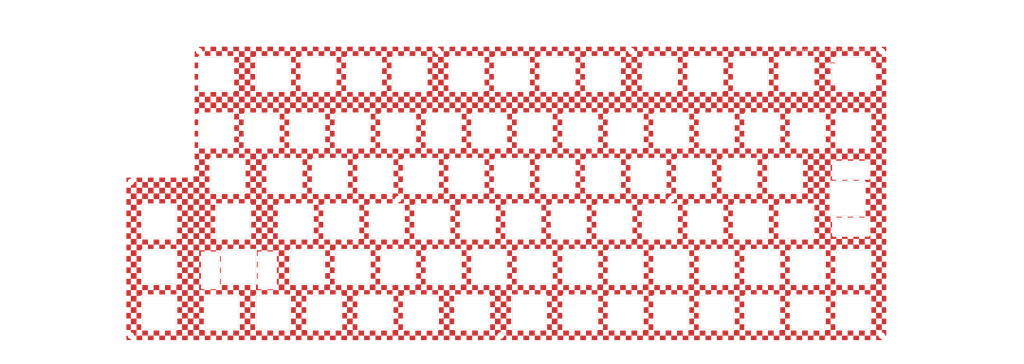
<source format=kicad_pcb>
(kicad_pcb (version 20240108) (generator "pcbnew") (generator_version "8.0")
  (layers (0 "F.Cu" signal) (31 "B.Cu" signal) (34 "B.Paste" user) (35 "F.Paste" user) (36 "B.SilkS" user "B.Silkscreen") (37 "F.SilkS" user "F.Silkscreen") (38 "B.Mask" user) (39 "F.Mask" user) (44 "Edge.Cuts" user))
  (net 0 "")
  (footprint "kbd_SW_Hole:SW_Hole_1u" (layer "F.Cu") (at 252.3975 157.00375)
    (property "Reference" "SW59" (hide yes))
    (property "Value" "SW_PUSH" (hide yes))
    (fp_line (start -7.05 -7.05) (end 7.05 -7.05) (stroke (width 0.15)) (layer "Edge.Cuts"))
    (fp_line (start -7.05 7.05) (end -7.05 -7.05) (stroke (width 0.15)) (layer "Edge.Cuts"))
    (fp_line (start 7.05 -7.05) (end 7.05 7.05) (stroke (width 0.15)) (layer "Edge.Cuts"))
    (fp_line (start 7.05 7.05) (end -7.05 7.05) (stroke (width 0.15)) (layer "Edge.Cuts"))
  )
  (footprint "kbd_SW_Hole:SW_Hole_1u" (layer "F.Cu") (at 328.5975 137.95375)
    (property "Reference" "SW76" (hide yes))
    (property "Value" "SW_PUSH" (hide yes))
    (fp_line (start -7.05 -7.05) (end 7.05 -7.05) (stroke (width 0.15)) (layer "Edge.Cuts"))
    (fp_line (start -7.05 7.05) (end -7.05 -7.05) (stroke (width 0.15)) (layer "Edge.Cuts"))
    (fp_line (start 7.05 -7.05) (end 7.05 7.05) (stroke (width 0.15)) (layer "Edge.Cuts"))
    (fp_line (start 7.05 7.05) (end -7.05 7.05) (stroke (width 0.15)) (layer "Edge.Cuts"))
  )
  (footprint "kbd_Hole:m2_Screw_Hole" (layer "F.Cu") (at 45.24375 166.6875)
    (property "Reference" "Ref**" (hide yes))
    (property "Value" "Val**" (hide yes))
    (pad "" np_thru_hole circle (at 0 0) (size 2.2 2.2) (drill 2.2) (layers "F&B.Cu" "*.Mask"))
  )
  (footprint "kbd_SW_Hole:SW_Hole_1u" (layer "F.Cu") (at 266.685 57.15)
    (property "Reference" "SW10" (hide yes))
    (property "Value" "SW_PUSH" (hide yes))
    (fp_line (start -7.05 -7.05) (end 7.05 -7.05) (stroke (width 0.15)) (layer "Edge.Cuts"))
    (fp_line (start -7.05 7.05) (end -7.05 -7.05) (stroke (width 0.15)) (layer "Edge.Cuts"))
    (fp_line (start 7.05 -7.05) (end 7.05 7.05) (stroke (width 0.15)) (layer "Edge.Cuts"))
    (fp_line (start 7.05 7.05) (end -7.05 7.05) (stroke (width 0.15)) (layer "Edge.Cuts"))
  )
  (footprint "kbd_Hole:m2_Screw_Hole" (layer "F.Cu") (at 173.83125 47.625)
    (property "Reference" "Ref**" (hide yes))
    (property "Value" "Val**" (hide yes))
    (pad "" np_thru_hole circle (at 0 0) (size 2.2 2.2) (drill 2.2) (layers "F&B.Cu" "*.Mask"))
  )
  (footprint "kbd_SW_Hole:SW_Hole_1u" (layer "F.Cu") (at 147.6225 99.85375)
    (property "Reference" "SW24" (hide yes))
    (property "Value" "SW_PUSH" (hide yes))
    (fp_line (start -7.05 -7.05) (end 7.05 -7.05) (stroke (width 0.15)) (layer "Edge.Cuts"))
    (fp_line (start -7.05 7.05) (end -7.05 -7.05) (stroke (width 0.15)) (layer "Edge.Cuts"))
    (fp_line (start 7.05 -7.05) (end 7.05 7.05) (stroke (width 0.15)) (layer "Edge.Cuts"))
    (fp_line (start 7.05 7.05) (end -7.05 7.05) (stroke (width 0.15)) (layer "Edge.Cuts"))
  )
  (footprint "kbd_Hole:m2_Screw_Hole" (layer "F.Cu") (at 271.4625 109.5375)
    (property "Reference" "Ref**" (hide yes))
    (property "Value" "Val**" (hide yes))
    (pad "" np_thru_hole circle (at 0 0) (size 2.2 2.2) (drill 2.2) (layers "F&B.Cu" "*.Mask"))
  )
  (footprint "kbd_SW_Hole:SW_Hole_1u" (layer "F.Cu") (at 185.7225 99.85375)
    (property "Reference" "SW26" (hide yes))
    (property "Value" "SW_PUSH" (hide yes))
    (fp_line (start -7.05 -7.05) (end 7.05 -7.05) (stroke (width 0.15)) (layer "Edge.Cuts"))
    (fp_line (start -7.05 7.05) (end -7.05 -7.05) (stroke (width 0.15)) (layer "Edge.Cuts"))
    (fp_line (start 7.05 -7.05) (end 7.05 7.05) (stroke (width 0.15)) (layer "Edge.Cuts"))
    (fp_line (start 7.05 7.05) (end -7.05 7.05) (stroke (width 0.15)) (layer "Edge.Cuts"))
  )
  (footprint "kbd_SW_Hole:SW_Hole_1u" (layer "F.Cu") (at 142.86 57.15)
    (property "Reference" "SW4" (hide yes))
    (property "Value" "SW_PUSH" (hide yes))
    (fp_line (start -7.05 -7.05) (end 7.05 -7.05) (stroke (width 0.15)) (layer "Edge.Cuts"))
    (fp_line (start -7.05 7.05) (end -7.05 -7.05) (stroke (width 0.15)) (layer "Edge.Cuts"))
    (fp_line (start 7.05 -7.05) (end 7.05 7.05) (stroke (width 0.15)) (layer "Edge.Cuts"))
    (fp_line (start 7.05 7.05) (end -7.05 7.05) (stroke (width 0.15)) (layer "Edge.Cuts"))
  )
  (footprint "kbd_SW_Hole:SW_Hole_1u" (layer "F.Cu") (at 233.3475 80.80375)
    (property "Reference" "SW19" (hide yes))
    (property "Value" "SW_PUSH" (hide yes))
    (fp_line (start -7.05 -7.05) (end 7.05 -7.05) (stroke (width 0.15)) (layer "Edge.Cuts"))
    (fp_line (start -7.05 7.05) (end -7.05 -7.05) (stroke (width 0.15)) (layer "Edge.Cuts"))
    (fp_line (start 7.05 -7.05) (end 7.05 7.05) (stroke (width 0.15)) (layer "Edge.Cuts"))
    (fp_line (start 7.05 7.05) (end -7.05 7.05) (stroke (width 0.15)) (layer "Edge.Cuts"))
  )
  (footprint "kbd_SW_Hole:SW_Hole_1u" (layer "F.Cu") (at 214.2975 80.80375)
    (property "Reference" "SW18" (hide yes))
    (property "Value" "SW_PUSH" (hide yes))
    (fp_line (start -7.05 -7.05) (end 7.05 -7.05) (stroke (width 0.15)) (layer "Edge.Cuts"))
    (fp_line (start -7.05 7.05) (end -7.05 -7.05) (stroke (width 0.15)) (layer "Edge.Cuts"))
    (fp_line (start 7.05 -7.05) (end 7.05 7.05) (stroke (width 0.15)) (layer "Edge.Cuts"))
    (fp_line (start 7.05 7.05) (end -7.05 7.05) (stroke (width 0.15)) (layer "Edge.Cuts"))
  )
  (footprint "kbd_SW_Hole:SW_Hole_1u" (layer "F.Cu") (at 347.6475 157.00375)
    (property "Reference" "SW87" (hide yes))
    (property "Value" "SW_PUSH" (hide yes))
    (fp_line (start -7.05 -7.05) (end 7.05 -7.05) (stroke (width 0.15)) (layer "Edge.Cuts"))
    (fp_line (start -7.05 7.05) (end -7.05 -7.05) (stroke (width 0.15)) (layer "Edge.Cuts"))
    (fp_line (start 7.05 -7.05) (end 7.05 7.05) (stroke (width 0.15)) (layer "Edge.Cuts"))
    (fp_line (start 7.05 7.05) (end -7.05 7.05) (stroke (width 0.15)) (layer "Edge.Cuts"))
  )
  (footprint "kbd_SW_Hole:SW_Hole_1u" (layer "F.Cu") (at 204.7725 99.85375)
    (property "Reference" "SW27" (hide yes))
    (property "Value" "SW_PUSH" (hide yes))
    (fp_line (start -7.05 -7.05) (end 7.05 -7.05) (stroke (width 0.15)) (layer "Edge.Cuts"))
    (fp_line (start -7.05 7.05) (end -7.05 -7.05) (stroke (width 0.15)) (layer "Edge.Cuts"))
    (fp_line (start 7.05 -7.05) (end 7.05 7.05) (stroke (width 0.15)) (layer "Edge.Cuts"))
    (fp_line (start 7.05 7.05) (end -7.05 7.05) (stroke (width 0.15)) (layer "Edge.Cuts"))
  )
  (footprint "kbd_SW_Hole:SW_Hole_2u" (layer "F.Cu") (at 90.4725 137.95375)
    (property "Reference" "SW41" (hide yes))
    (property "Value" "SW_PUSH" (hide yes))
    (fp_line (start -15.4 -6) (end -8.4 -6) (stroke (width 0.12)) (layer "Edge.Cuts"))
    (fp_line (start -15.4 8.8) (end -15.4 -6) (stroke (width 0.12)) (layer "Edge.Cuts"))
    (fp_line (start -8.4 -6) (end -8.4 8.8) (stroke (width 0.12)) (layer "Edge.Cuts"))
    (fp_line (start -8.4 8.8) (end -15.4 8.8) (stroke (width 0.12)) (layer "Edge.Cuts"))
    (fp_line (start -7.05 -7.05) (end 7.05 -7.05) (stroke (width 0.15)) (layer "Edge.Cuts"))
    (fp_line (start -7.05 7.05) (end -7.05 -7.05) (stroke (width 0.15)) (layer "Edge.Cuts"))
    (fp_line (start 7.05 -7.05) (end 7.05 7.05) (stroke (width 0.15)) (layer "Edge.Cuts"))
    (fp_line (start 7.05 7.05) (end -7.05 7.05) (stroke (width 0.15)) (layer "Edge.Cuts"))
    (fp_line (start 8.4 -6) (end 8.4 8.8) (stroke (width 0.12)) (layer "Edge.Cuts"))
    (fp_line (start 8.4 8.8) (end 15.4 8.8) (stroke (width 0.12)) (layer "Edge.Cuts"))
    (fp_line (start 15.4 -6) (end 8.4 -6) (stroke (width 0.12)) (layer "Edge.Cuts"))
    (fp_line (start 15.4 8.8) (end 15.4 -6) (stroke (width 0.12)) (layer "Edge.Cuts"))
  )
  (footprint "kbd_SW_Hole:SW_Hole_rotaryencoder" (layer "F.Cu") (at 347.6625 57.15)
    (property "Reference" "SW63" (hide yes))
    (property "Value" "RotaryEncoder_Switch" (hide yes))
    (fp_line (start -9.05 4.05) (end -9.05 -4) (stroke (width 0.15)) (layer "Edge.Cuts"))
    (fp_line (start -7.05 -7.05) (end 7.05 -7.05) (stroke (width 0.15)) (layer "Edge.Cuts"))
    (fp_line (start -7.05 -4) (end -9.05 -4) (stroke (width 0.15)) (layer "Edge.Cuts"))
    (fp_line (start -7.05 -4) (end -7.05 -7.05) (stroke (width 0.15)) (layer "Edge.Cuts"))
    (fp_line (start -7.05 4.05) (end -9.05 4.05) (stroke (width 0.15)) (layer "Edge.Cuts"))
    (fp_line (start -7.05 7.05) (end -7.05 4.05) (stroke (width 0.15)) (layer "Edge.Cuts"))
    (fp_line (start 7.05 -7.05) (end 7.05 -4.05) (stroke (width 0.15)) (layer "Edge.Cuts"))
    (fp_line (start 7.05 -4.05) (end 9.05 -4.05) (stroke (width 0.15)) (layer "Edge.Cuts"))
    (fp_line (start 7.05 4.05) (end 7.05 7.05) (stroke (width 0.15)) (layer "Edge.Cuts"))
    (fp_line (start 7.05 4.05) (end 9.05 4.05) (stroke (width 0.15)) (layer "Edge.Cuts"))
    (fp_line (start 7.05 7.05) (end -7.05 7.05) (stroke (width 0.15)) (layer "Edge.Cuts"))
    (fp_line (start 9.05 -4.05) (end 9.05 4.05) (stroke (width 0.15)) (layer "Edge.Cuts"))
  )
  (footprint "kbd_SW_Hole:SW_Hole_2u" (layer "F.Cu") (at 345.26625 109.37875 90)
    (property "Reference" "SW82" (hide yes))
    (property "Value" "SW_PUSH" (hide yes))
    (fp_line (start 7.05 -7.05) (end 7.05 7.05) (stroke (width 0.15)) (layer "Edge.Cuts"))
    (fp_line (start -7.05 -7.05) (end 7.05 -7.05) (stroke (width 0.15)) (layer "Edge.Cuts"))
    (fp_line (start 15.4 -6) (end 8.4 -6) (stroke (width 0.12)) (layer "Edge.Cuts"))
    (fp_line (start 8.4 -6) (end 8.4 8.8) (stroke (width 0.12)) (layer "Edge.Cuts"))
    (fp_line (start -8.4 -6) (end -8.4 8.8) (stroke (width 0.12)) (layer "Edge.Cuts"))
    (fp_line (start -15.4 -6) (end -8.4 -6) (stroke (width 0.12)) (layer "Edge.Cuts"))
    (fp_line (start 7.05 7.05) (end -7.05 7.05) (stroke (width 0.15)) (layer "Edge.Cuts"))
    (fp_line (start -7.05 7.05) (end -7.05 -7.05) (stroke (width 0.15)) (layer "Edge.Cuts"))
    (fp_line (start 15.4 8.8) (end 15.4 -6) (stroke (width 0.12)) (layer "Edge.Cuts"))
    (fp_line (start 8.4 8.8) (end 15.4 8.8) (stroke (width 0.12)) (layer "Edge.Cuts"))
    (fp_line (start -8.4 8.8) (end -15.4 8.8) (stroke (width 0.12)) (layer "Edge.Cuts"))
    (fp_line (start -15.4 8.8) (end -15.4 -6) (stroke (width 0.12)) (layer "Edge.Cuts"))
  )
  (footprint "kbd_SW_Hole:SW_Hole_1u" (layer "F.Cu") (at 166.6725 157.04375)
    (property "Reference" "SW55" (hide yes))
    (property "Value" "SW_PUSH" (hide yes))
    (fp_line (start -7.05 -7.05) (end 7.05 -7.05) (stroke (width 0.15)) (layer "Edge.Cuts"))
    (fp_line (start -7.05 7.05) (end -7.05 -7.05) (stroke (width 0.15)) (layer "Edge.Cuts"))
    (fp_line (start 7.05 -7.05) (end 7.05 7.05) (stroke (width 0.15)) (layer "Edge.Cuts"))
    (fp_line (start 7.05 7.05) (end -7.05 7.05) (stroke (width 0.15)) (layer "Edge.Cuts"))
  )
  (footprint "kbd_SW_Hole:SW_Hole_1u" (layer "F.Cu") (at 57.135 137.95375)
    (property "Reference" "SW40" (hide yes))
    (property "Value" "SW_PUSH" (hide yes))
    (fp_line (start -7.05 -7.05) (end 7.05 -7.05) (stroke (width 0.15)) (layer "Edge.Cuts"))
    (fp_line (start -7.05 7.05) (end -7.05 -7.05) (stroke (width 0.15)) (layer "Edge.Cuts"))
    (fp_line (start 7.05 -7.05) (end 7.05 7.05) (stroke (width 0.15)) (layer "Edge.Cuts"))
    (fp_line (start 7.05 7.05) (end -7.05 7.05) (stroke (width 0.15)) (layer "Edge.Cuts"))
  )
  (footprint "kbd_SW_Hole:SW_Hole_1u" (layer "F.Cu") (at 280.9725 99.85375)
    (property "Reference" "SW79" (hide yes))
    (property "Value" "SW_PUSH" (hide yes))
    (fp_line (start -7.05 -7.05) (end 7.05 -7.05) (stroke (width 0.15)) (layer "Edge.Cuts"))
    (fp_line (start -7.05 7.05) (end -7.05 -7.05) (stroke (width 0.15)) (layer "Edge.Cuts"))
    (fp_line (start 7.05 -7.05) (end 7.05 7.05) (stroke (width 0.15)) (layer "Edge.Cuts"))
    (fp_line (start 7.05 7.05) (end -7.05 7.05) (stroke (width 0.15)) (layer "Edge.Cuts"))
  )
  (footprint "kbd_SW_Hole:SW_Hole_1u" (layer "F.Cu") (at 157.1475 137.95375)
    (property "Reference" "SW44" (hide yes))
    (property "Value" "SW_PUSH" (hide yes))
    (fp_line (start -7.05 -7.05) (end 7.05 -7.05) (stroke (width 0.15)) (layer "Edge.Cuts"))
    (fp_line (start -7.05 7.05) (end -7.05 -7.05) (stroke (width 0.15)) (layer "Edge.Cuts"))
    (fp_line (start 7.05 -7.05) (end 7.05 7.05) (stroke (width 0.15)) (layer "Edge.Cuts"))
    (fp_line (start 7.05 7.05) (end -7.05 7.05) (stroke (width 0.15)) (layer "Edge.Cuts"))
  )
  (footprint "kbd_Hole:m2_Screw_Hole" (layer "F.Cu") (at 359.56875 47.625)
    (property "Reference" "Ref**" (hide yes))
    (property "Value" "Val**" (hide yes))
    (pad "" np_thru_hole circle (at 0 0) (size 2.2 2.2) (drill 2.2) (layers "F&B.Cu" "*.Mask"))
  )
  (footprint "kbd_SW_Hole:SW_Hole_1u" (layer "F.Cu") (at 300.0225 99.85375)
    (property "Reference" "SW80" (hide yes))
    (property "Value" "SW_PUSH" (hide yes))
    (fp_line (start -7.05 -7.05) (end 7.05 -7.05) (stroke (width 0.15)) (layer "Edge.Cuts"))
    (fp_line (start -7.05 7.05) (end -7.05 -7.05) (stroke (width 0.15)) (layer "Edge.Cuts"))
    (fp_line (start 7.05 -7.05) (end 7.05 7.05) (stroke (width 0.15)) (layer "Edge.Cuts"))
    (fp_line (start 7.05 7.05) (end -7.05 7.05) (stroke (width 0.15)) (layer "Edge.Cuts"))
  )
  (footprint "kbd_SW_Hole:SW_Hole_1u" (layer "F.Cu") (at 104.76 157.00375)
    (property "Reference" "SW52" (hide yes))
    (property "Value" "SW_PUSH" (hide yes))
    (fp_line (start -7.05 -7.05) (end 7.05 -7.05) (stroke (width 0.15)) (layer "Edge.Cuts"))
    (fp_line (start -7.05 7.05) (end -7.05 -7.05) (stroke (width 0.15)) (layer "Edge.Cuts"))
    (fp_line (start 7.05 -7.05) (end 7.05 7.05) (stroke (width 0.15)) (layer "Edge.Cuts"))
    (fp_line (start 7.05 7.05) (end -7.05 7.05) (stroke (width 0.15)) (layer "Edge.Cuts"))
  )
  (footprint "kbd_SW_Hole:SW_Hole_1u" (layer "F.Cu") (at 309.5475 137.95375)
    (property "Reference" "SW75" (hide yes))
    (property "Value" "SW_PUSH" (hide yes))
    (fp_line (start -7.05 -7.05) (end 7.05 -7.05) (stroke (width 0.15)) (layer "Edge.Cuts"))
    (fp_line (start -7.05 7.05) (end -7.05 -7.05) (stroke (width 0.15)) (layer "Edge.Cuts"))
    (fp_line (start 7.05 -7.05) (end 7.05 7.05) (stroke (width 0.15)) (layer "Edge.Cuts"))
    (fp_line (start 7.05 7.05) (end -7.05 7.05) (stroke (width 0.15)) (layer "Edge.Cuts"))
  )
  (footprint "kbd_Hole:m2_Screw_Hole" (layer "F.Cu") (at 359.56875 166.6875)
    (property "Reference" "Ref**" (hide yes))
    (property "Value" "Val**" (hide yes))
    (pad "" np_thru_hole circle (at 0 0) (size 2.2 2.2) (drill 2.2) (layers "F&B.Cu" "*.Mask"))
  )
  (footprint "kbd_SW_Hole:SW_Hole_1u" (layer "F.Cu") (at 214.2975 137.95375)
    (property "Reference" "SW47" (hide yes))
    (property "Value" "SW_PUSH" (hide yes))
    (fp_line (start -7.05 -7.05) (end 7.05 -7.05) (stroke (width 0.15)) (layer "Edge.Cuts"))
    (fp_line (start -7.05 7.05) (end -7.05 -7.05) (stroke (width 0.15)) (layer "Edge.Cuts"))
    (fp_line (start 7.05 -7.05) (end 7.05 7.05) (stroke (width 0.15)) (layer "Edge.Cuts"))
    (fp_line (start 7.05 7.05) (end -7.05 7.05) (stroke (width 0.15)) (layer "Edge.Cuts"))
  )
  (footprint "kbd_SW_Hole:SW_Hole_1u" (layer "F.Cu") (at 347.6475 137.95375)
    (property "Reference" "SW77" (hide yes))
    (property "Value" "SW_PUSH" (hide yes))
    (fp_line (start -7.05 -7.05) (end 7.05 -7.05) (stroke (width 0.15)) (layer "Edge.Cuts"))
    (fp_line (start -7.05 7.05) (end -7.05 -7.05) (stroke (width 0.15)) (layer "Edge.Cuts"))
    (fp_line (start 7.05 -7.05) (end 7.05 7.05) (stroke (width 0.15)) (layer "Edge.Cuts"))
    (fp_line (start 7.05 7.05) (end -7.05 7.05) (stroke (width 0.15)) (layer "Edge.Cuts"))
  )
  (footprint "kbd_SW_Hole:SW_Hole_1u" (layer "F.Cu") (at 185.7225 57.15)
    (property "Reference" "SW6" (hide yes))
    (property "Value" "SW_PUSH" (hide yes))
    (fp_line (start -7.05 -7.05) (end 7.05 -7.05) (stroke (width 0.15)) (layer "Edge.Cuts"))
    (fp_line (start -7.05 7.05) (end -7.05 -7.05) (stroke (width 0.15)) (layer "Edge.Cuts"))
    (fp_line (start 7.05 -7.05) (end 7.05 7.05) (stroke (width 0.15)) (layer "Edge.Cuts"))
    (fp_line (start 7.05 7.05) (end -7.05 7.05) (stroke (width 0.15)) (layer "Edge.Cuts"))
  )
  (footprint "kbd_SW_Hole:SW_Hole_1u" (layer "F.Cu") (at 99.9975 80.84375)
    (property "Reference" "SW12" (hide yes))
    (property "Value" "SW_PUSH" (hide yes))
    (fp_line (start -7.05 -7.05) (end 7.05 -7.05) (stroke (width 0.15)) (layer "Edge.Cuts"))
    (fp_line (start -7.05 7.05) (end -7.05 -7.05) (stroke (width 0.15)) (layer "Edge.Cuts"))
    (fp_line (start 7.05 -7.05) (end 7.05 7.05) (stroke (width 0.15)) (layer "Edge.Cuts"))
    (fp_line (start 7.05 7.05) (end -7.05 7.05) (stroke (width 0.15)) (layer "Edge.Cuts"))
  )
  (footprint "kbd_SW_Hole:SW_Hole_1u" (layer "F.Cu") (at 252.3975 80.80375)
    (property "Reference" "SW20" (hide yes))
    (property "Value" "SW_PUSH" (hide yes))
    (fp_line (start -7.05 -7.05) (end 7.05 -7.05) (stroke (width 0.15)) (layer "Edge.Cuts"))
    (fp_line (start -7.05 7.05) (end -7.05 -7.05) (stroke (width 0.15)) (layer "Edge.Cuts"))
    (fp_line (start 7.05 -7.05) (end 7.05 7.05) (stroke (width 0.15)) (layer "Edge.Cuts"))
    (fp_line (start 7.05 7.05) (end -7.05 7.05) (stroke (width 0.15)) (layer "Edge.Cuts"))
  )
  (footprint "kbd_SW_Hole:SW_Hole_1u" (layer "F.Cu") (at 304.785 57.15)
    (property "Reference" "SW61" (hide yes))
    (property "Value" "SW_PUSH" (hide yes))
    (fp_line (start -7.05 -7.05) (end 7.05 -7.05) (stroke (width 0.15)) (layer "Edge.Cuts"))
    (fp_line (start -7.05 7.05) (end -7.05 -7.05) (stroke (width 0.15)) (layer "Edge.Cuts"))
    (fp_line (start 7.05 -7.05) (end 7.05 7.05) (stroke (width 0.15)) (layer "Edge.Cuts"))
    (fp_line (start 7.05 7.05) (end -7.05 7.05) (stroke (width 0.15)) (layer "Edge.Cuts"))
  )
  (footprint "kbd_SW_Hole:SW_Hole_1u" (layer "F.Cu") (at 328.5975 80.80375)
    (property "Reference" "SW71" (hide yes))
    (property "Value" "SW_PUSH" (hide yes))
    (fp_line (start -7.05 -7.05) (end 7.05 -7.05) (stroke (width 0.15)) (layer "Edge.Cuts"))
    (fp_line (start -7.05 7.05) (end -7.05 -7.05) (stroke (width 0.15)) (layer "Edge.Cuts"))
    (fp_line (start 7.05 -7.05) (end 7.05 7.05) (stroke (width 0.15)) (layer "Edge.Cuts"))
    (fp_line (start 7.05 7.05) (end -7.05 7.05) (stroke (width 0.15)) (layer "Edge.Cuts"))
  )
  (footprint "kbd_SW_Hole:SW_Hole_1u" (layer "F.Cu") (at 190.485 118.90375)
    (property "Reference" "SW36" (hide yes))
    (property "Value" "SW_PUSH" (hide yes))
    (fp_line (start -7.05 -7.05) (end 7.05 -7.05) (stroke (width 0.15)) (layer "Edge.Cuts"))
    (fp_line (start -7.05 7.05) (end -7.05 -7.05) (stroke (width 0.15)) (layer "Edge.Cuts"))
    (fp_line (start 7.05 -7.05) (end 7.05 7.05) (stroke (width 0.15)) (layer "Edge.Cuts"))
    (fp_line (start 7.05 7.05) (end -7.05 7.05) (stroke (width 0.15)) (layer "Edge.Cuts"))
  )
  (footprint "kbd_Hole:m2_Screw_Hole" (layer "F.Cu") (at 73.81875 47.625)
    (property "Reference" "Ref**" (hide yes))
    (property "Value" "Val**" (hide yes))
    (pad "" np_thru_hole circle (at 0 0) (size 2.2 2.2) (drill 2.2) (layers "F&B.Cu" "*.Mask"))
  )
  (footprint "kbd_SW_Hole:SW_Hole_1u" (layer "F.Cu") (at 271.4475 80.80375)
    (property "Reference" "SW68" (hide yes))
    (property "Value" "SW_PUSH" (hide yes))
    (fp_line (start -7.05 -7.05) (end 7.05 -7.05) (stroke (width 0.15)) (layer "Edge.Cuts"))
    (fp_line (start -7.05 7.05) (end -7.05 -7.05) (stroke (width 0.15)) (layer "Edge.Cuts"))
    (fp_line (start 7.05 -7.05) (end 7.05 7.05) (stroke (width 0.15)) (layer "Edge.Cuts"))
    (fp_line (start 7.05 7.05) (end -7.05 7.05) (stroke (width 0.15)) (layer "Edge.Cuts"))
  )
  (footprint "kbd_Hole:m2_Screw_Hole" (layer "F.Cu") (at 200.025 166.6875)
    (property "Reference" "Ref**" (hide yes))
    (property "Value" "Val**" (hide yes))
    (pad "" np_thru_hole circle (at 0 0) (size 2.2 2.2) (drill 2.2) (layers "F&B.Cu" "*.Mask"))
  )
  (footprint "kbd_SW_Hole:SW_Hole_1u" (layer "F.Cu") (at 57.135 118.90375)
    (property "Reference" "SW30" (hide yes))
    (property "Value" "SW_PUSH" (hide yes))
    (fp_line (start -7.05 -7.05) (end 7.05 -7.05) (stroke (width 0.15)) (layer "Edge.Cuts"))
    (fp_line (start -7.05 7.05) (end -7.05 -7.05) (stroke (width 0.15)) (layer "Edge.Cuts"))
    (fp_line (start 7.05 -7.05) (end 7.05 7.05) (stroke (width 0.15)) (layer "Edge.Cuts"))
    (fp_line (start 7.05 7.05) (end -7.05 7.05) (stroke (width 0.15)) (layer "Edge.Cuts"))
  )
  (footprint "kbd_SW_Hole:SW_Hole_1u" (layer "F.Cu") (at 57.135 157.00375)
    (property "Reference" "SW50" (hide yes))
    (property "Value" "SW_PUSH" (hide yes))
    (fp_line (start -7.05 -7.05) (end 7.05 -7.05) (stroke (width 0.15)) (layer "Edge.Cuts"))
    (fp_line (start -7.05 7.05) (end -7.05 -7.05) (stroke (width 0.15)) (layer "Edge.Cuts"))
    (fp_line (start 7.05 -7.05) (end 7.05 7.05) (stroke (width 0.15)) (layer "Edge.Cuts"))
    (fp_line (start 7.05 7.05) (end -7.05 7.05) (stroke (width 0.15)) (layer "Edge.Cuts"))
  )
  (footprint "kbd_SW_Hole:SW_Hole_1.25u" (layer "F.Cu") (at 126.19125 157.00375)
    (property "Reference" "SW53" (hide yes))
    (property "Value" "SW_PUSH" (hide yes))
    (fp_line (start -7.05 -7.05) (end 7.05 -7.05) (stroke (width 0.15)) (layer "Edge.Cuts"))
    (fp_line (start -7.05 7.05) (end -7.05 -7.05) (stroke (width 0.15)) (layer "Edge.Cuts"))
    (fp_line (start 7.05 -7.05) (end 7.05 7.05) (stroke (width 0.15)) (layer "Edge.Cuts"))
    (fp_line (start 7.05 7.05) (end -7.05 7.05) (stroke (width 0.15)) (layer "Edge.Cuts"))
  )
  (footprint "kbd_SW_Hole:SW_Hole_1u" (layer "F.Cu") (at 176.1975 137.95375)
    (property "Reference" "SW45" (hide yes))
    (property "Value" "SW_PUSH" (hide yes))
    (fp_line (start -7.05 -7.05) (end 7.05 -7.05) (stroke (width 0.15)) (layer "Edge.Cuts"))
    (fp_line (start -7.05 7.05) (end -7.05 -7.05) (stroke (width 0.15)) (layer "Edge.Cuts"))
    (fp_line (start 7.05 -7.05) (end 7.05 7.05) (stroke (width 0.15)) (layer "Edge.Cuts"))
    (fp_line (start 7.05 7.05) (end -7.05 7.05) (stroke (width 0.15)) (layer "Edge.Cuts"))
  )
  (footprint "kbd_Hole:m2_Screw_Hole" (layer "F.Cu") (at 254.79375 47.625)
    (property "Reference" "Ref**" (hide yes))
    (property "Value" "Val**" (hide yes))
    (pad "" np_thru_hole circle (at 0 0) (size 2.2 2.2) (drill 2.2) (layers "F&B.Cu" "*.Mask"))
  )
  (footprint "kbd_SW_Hole:SW_Hole_1u" (layer "F.Cu") (at 323.835 57.15)
    (property "Reference" "SW62" (hide yes))
    (property "Value" "SW_PUSH" (hide yes))
    (fp_line (start -7.05 -7.05) (end 7.05 -7.05) (stroke (width 0.15)) (layer "Edge.Cuts"))
    (fp_line (start -7.05 7.05) (end -7.05 -7.05) (stroke (width 0.15)) (layer "Edge.Cuts"))
    (fp_line (start 7.05 -7.05) (end 7.05 7.05) (stroke (width 0.15)) (layer "Edge.Cuts"))
    (fp_line (start 7.05 7.05) (end -7.05 7.05) (stroke (width 0.15)) (layer "Edge.Cuts"))
  )
  (footprint "kbd_SW_Hole:SW_Hole_1u" (layer "F.Cu") (at 109.5225 99.85375)
    (property "Reference" "SW22" (hide yes))
    (property "Value" "SW_PUSH" (hide yes))
    (fp_line (start -7.05 -7.05) (end 7.05 -7.05) (stroke (width 0.15)) (layer "Edge.Cuts"))
    (fp_line (start -7.05 7.05) (end -7.05 -7.05) (stroke (width 0.15)) (layer "Edge.Cuts"))
    (fp_line (start 7.05 -7.05) (end 7.05 7.05) (stroke (width 0.15)) (layer "Edge.Cuts"))
    (fp_line (start 7.05 7.05) (end -7.05 7.05) (stroke (width 0.15)) (layer "Edge.Cuts"))
  )
  (footprint "kbd_SW_Hole:SW_Hole_1u" (layer "F.Cu") (at 319.0725 99.85375)
    (property "Reference" "SW81" (hide yes))
    (property "Value" "SW_PUSH" (hide yes))
    (fp_line (start -7.05 -7.05) (end 7.05 -7.05) (stroke (width 0.15)) (layer "Edge.Cuts"))
    (fp_line (start -7.05 7.05) (end -7.05 -7.05) (stroke (width 0.15)) (layer "Edge.Cuts"))
    (fp_line (start 7.05 -7.05) (end 7.05 7.05) (stroke (width 0.15)) (layer "Edge.Cuts"))
    (fp_line (start 7.05 7.05) (end -7.05 7.05) (stroke (width 0.15)) (layer "Edge.Cuts"))
  )
  (footprint "kbd_SW_Hole:SW_Hole_1u" (layer "F.Cu") (at 166.6725 99.85375)
    (property "Reference" "SW25" (hide yes))
    (property "Value" "SW_PUSH" (hide yes))
    (fp_line (start -7.05 -7.05) (end 7.05 -7.05) (stroke (width 0.15)) (layer "Edge.Cuts"))
    (fp_line (start -7.05 7.05) (end -7.05 -7.05) (stroke (width 0.15)) (layer "Edge.Cuts"))
    (fp_line (start 7.05 -7.05) (end 7.05 7.05) (stroke (width 0.15)) (layer "Edge.Cuts"))
    (fp_line (start 7.05 7.05) (end -7.05 7.05) (stroke (width 0.15)) (layer "Edge.Cuts"))
  )
  (footprint "kbd_SW_Hole:SW_Hole_1u" (layer "F.Cu") (at 271.4475 137.95375)
    (property "Reference" "SW73" (hide yes))
    (property "Value" "SW_PUSH" (hide yes))
    (fp_line (start -7.05 -7.05) (end 7.05 -7.05) (stroke (width 0.15)) (layer "Edge.Cuts"))
    (fp_line (start -7.05 7.05) (end -7.05 -7.05) (stroke (width 0.15)) (layer "Edge.Cuts"))
    (fp_line (start 7.05 -7.05) (end 7.05 7.05) (stroke (width 0.15)) (layer "Edge.Cuts"))
    (fp_line (start 7.05 7.05) (end -7.05 7.05) (stroke (width 0.15)) (layer "Edge.Cuts"))
  )
  (footprint "kbd_SW_Hole:SW_Hole_1u" (layer "F.Cu") (at 223.8225 99.85375)
    (property "Reference" "SW28" (hide yes))
    (property "Value" "SW_PUSH" (hide yes))
    (fp_line (start -7.05 -7.05) (end 7.05 -7.05) (stroke (width 0.15)) (layer "Edge.Cuts"))
    (fp_line (start -7.05 7.05) (end -7.05 -7.05) (stroke (width 0.15)) (layer "Edge.Cuts"))
    (fp_line (start 7.05 -7.05) (end 7.05 7.05) (stroke (width 0.15)) (layer "Edge.Cuts"))
    (fp_line (start 7.05 7.05) (end -7.05 7.05) (stroke (width 0.15)) (layer "Edge.Cuts"))
  )
  (footprint "kbd_SW_Hole:SW_Hole_1.25u" (layer "F.Cu") (at 188.10375 157.00375)
    (property "Reference" "SW56" (hide yes))
    (property "Value" "SW_PUSH" (hide yes))
    (fp_line (start -7.05 -7.05) (end 7.05 -7.05) (stroke (width 0.15)) (layer "Edge.Cuts"))
    (fp_line (start -7.05 7.05) (end -7.05 -7.05) (stroke (width 0.15)) (layer "Edge.Cuts"))
    (fp_line (start 7.05 -7.05) (end 7.05 7.05) (stroke (width 0.15)) (layer "Edge.Cuts"))
    (fp_line (start 7.05 7.05) (end -7.05 7.05) (stroke (width 0.15)) (layer "Edge.Cuts"))
  )
  (footprint "kbd_SW_Hole:SW_Hole_1u" (layer "F.Cu") (at 80.9475 80.80375)
    (property "Reference" "SW11" (hide yes))
    (property "Value" "SW_PUSH" (hide yes))
    (fp_line (start -7.05 -7.05) (end 7.05 -7.05) (stroke (width 0.15)) (layer "Edge.Cuts"))
    (fp_line (start -7.05 7.05) (end -7.05 -7.05) (stroke (width 0.15)) (layer "Edge.Cuts"))
    (fp_line (start 7.05 -7.05) (end 7.05 7.05) (stroke (width 0.15)) (layer "Edge.Cuts"))
    (fp_line (start 7.05 7.05) (end -7.05 7.05) (stroke (width 0.15)) (layer "Edge.Cuts"))
  )
  (footprint "kbd_SW_Hole:SW_Hole_1u" (layer "F.Cu") (at 138.0975 137.95375)
    (property "Reference" "SW43" (hide yes))
    (property "Value" "SW_PUSH" (hide yes))
    (fp_line (start -7.05 -7.05) (end 7.05 -7.05) (stroke (width 0.15)) (layer "Edge.Cuts"))
    (fp_line (start -7.05 7.05) (end -7.05 -7.05) (stroke (width 0.15)) (layer "Edge.Cuts"))
    (fp_line (start 7.05 -7.05) (end 7.05 7.05) (stroke (width 0.15)) (layer "Edge.Cuts"))
    (fp_line (start 7.05 7.05) (end -7.05 7.05) (stroke (width 0.15)) (layer "Edge.Cuts"))
  )
  (footprint "kbd_SW_Hole:SW_Hole_1u" (layer "F.Cu") (at 119.0475 137.95375)
    (property "Reference" "SW42" (hide yes))
    (property "Value" "SW_PUSH" (hide yes))
    (fp_line (start -7.05 -7.05) (end 7.05 -7.05) (stroke (width 0.15)) (layer "Edge.Cuts"))
    (fp_line (start -7.05 7.05) (end -7.05 -7.05) (stroke (width 0.15)) (layer "Edge.Cuts"))
    (fp_line (start 7.05 -7.05) (end 7.05 7.05) (stroke (width 0.15)) (layer "Edge.Cuts"))
    (fp_line (start 7.05 7.05) (end -7.05 7.05) (stroke (width 0.15)) (layer "Edge.Cuts"))
  )
  (footprint "kbd_SW_Hole:SW_Hole_1u" (layer "F.Cu") (at 309.5475 157.00375)
    (property "Reference" "SW85" (hide yes))
    (property "Value" "SW_PUSH" (hide yes))
    (fp_line (start -7.05 -7.05) (end 7.05 -7.05) (stroke (width 0.15)) (layer "Edge.Cuts"))
    (fp_line (start -7.05 7.05) (end -7.05 -7.05) (stroke (width 0.15)) (layer "Edge.Cuts"))
    (fp_line (start 7.05 -7.05) (end 7.05 7.05) (stroke (width 0.15)) (layer "Edge.Cuts"))
    (fp_line (start 7.05 7.05) (end -7.05 7.05) (stroke (width 0.15)) (layer "Edge.Cuts"))
  )
  (footprint "kbd_SW_Hole:SW_Hole_1u" (layer "F.Cu") (at 133.335 118.90375)
    (property "Reference" "SW33" (hide yes))
    (property "Value" "SW_PUSH" (hide yes))
    (fp_line (start -7.05 -7.05) (end 7.05 -7.05) (stroke (width 0.15)) (layer "Edge.Cuts"))
    (fp_line (start -7.05 7.05) (end -7.05 -7.05) (stroke (width 0.15)) (layer "Edge.Cuts"))
    (fp_line (start 7.05 -7.05) (end 7.05 7.05) (stroke (width 0.15)) (layer "Edge.Cuts"))
    (fp_line (start 7.05 7.05) (end -7.05 7.05) (stroke (width 0.15)) (layer "Edge.Cuts"))
  )
  (footprint "kbd_SW_Hole:SW_Hole_1u" (layer "F.Cu") (at 195.2475 80.80375)
    (property "Reference" "SW17" (hide yes))
    (property "Value" "SW_PUSH" (hide yes))
    (fp_line (start -7.05 -7.05) (end 7.05 -7.05) (stroke (width 0.15)) (layer "Edge.Cuts"))
    (fp_line (start -7.05 7.05) (end -7.05 -7.05) (stroke (width 0.15)) (layer "Edge.Cuts"))
    (fp_line (start 7.05 -7.05) (end 7.05 7.05) (stroke (width 0.15)) (layer "Edge.Cuts"))
    (fp_line (start 7.05 7.05) (end -7.05 7.05) (stroke (width 0.15)) (layer "Edge.Cuts"))
  )
  (footprint "kbd_SW_Hole:SW_Hole_1u" (layer "F.Cu") (at 228.585 118.90375)
    (property "Reference" "SW38" (hide yes))
    (property "Value" "SW_PUSH" (hide yes))
    (fp_line (start -7.05 -7.05) (end 7.05 -7.05) (stroke (width 0.15)) (layer "Edge.Cuts"))
    (fp_line (start -7.05 7.05) (end -7.05 -7.05) (stroke (width 0.15)) (layer "Edge.Cuts"))
    (fp_line (start 7.05 -7.05) (end 7.05 7.05) (stroke (width 0.15)) (layer "Edge.Cuts"))
    (fp_line (start 7.05 7.05) (end -7.05 7.05) (stroke (width 0.15)) (layer "Edge.Cuts"))
  )
  (footprint "kbd_SW_Hole:SW_Hole_1u" (layer "F.Cu") (at 304.785 118.90375)
    (property "Reference" "SW66" (hide yes))
    (property "Value" "SW_PUSH" (hide yes))
    (fp_line (start -7.05 -7.05) (end 7.05 -7.05) (stroke (width 0.15)) (layer "Edge.Cuts"))
    (fp_line (start -7.05 7.05) (end -7.05 -7.05) (stroke (width 0.15)) (layer "Edge.Cuts"))
    (fp_line (start 7.05 -7.05) (end 7.05 7.05) (stroke (width 0.15)) (layer "Edge.Cuts"))
    (fp_line (start 7.05 7.05) (end -7.05 7.05) (stroke (width 0.15)) (layer "Edge.Cuts"))
  )
  (footprint "kbd_SW_Hole:SW_Hole_1u" (layer "F.Cu") (at 323.835 118.90375)
    (property "Reference" "SW67" (hide yes))
    (property "Value" "SW_PUSH" (hide yes))
    (fp_line (start -7.05 -7.05) (end 7.05 -7.05) (stroke (width 0.15)) (layer "Edge.Cuts"))
    (fp_line (start -7.05 7.05) (end -7.05 -7.05) (stroke (width 0.15)) (layer "Edge.Cuts"))
    (fp_line (start 7.05 -7.05) (end 7.05 7.05) (stroke (width 0.15)) (layer "Edge.Cuts"))
    (fp_line (start 7.05 7.05) (end -7.05 7.05) (stroke (width 0.15)) (layer "Edge.Cuts"))
  )
  (footprint "kbd_Hole:m2_Screw_Hole" (layer "F.Cu") (at 45.24375 102.39375)
    (property "Reference" "Ref**" (hide yes))
    (property "Value" "Val**" (hide yes))
    (pad "" np_thru_hole circle (at 0 0) (size 2.2 2.2) (drill 2.2) (layers "F&B.Cu" "*.Mask"))
  )
  (footprint "kbd_SW_Hole:SW_Hole_1u" (layer "F.Cu") (at 161.91 57.15)
    (property "Reference" "SW5" (hide yes))
    (property "Value" "SW_PUSH" (hide yes))
    (fp_line (start -7.05 -7.05) (end 7.05 -7.05) (stroke (width 0.15)) (layer "Edge.Cuts"))
    (fp_line (start -7.05 7.05) (end -7.05 -7.05) (stroke (width 0.15)) (layer "Edge.Cuts"))
    (fp_line (start 7.05 -7.05) (end 7.05 7.05) (stroke (width 0.15)) (layer "Edge.Cuts"))
    (fp_line (start 7.05 7.05) (end -7.05 7.05) (stroke (width 0.15)) (layer "Edge.Cuts"))
  )
  (footprint "kbd_SW_Hole:SW_Hole_1u" (layer "F.Cu") (at 114.285 118.90375)
    (property "Reference" "SW32" (hide yes))
    (property "Value" "SW_PUSH" (hide yes))
    (fp_line (start -7.05 -7.05) (end 7.05 -7.05) (stroke (width 0.15)) (layer "Edge.Cuts"))
    (fp_line (start -7.05 7.05) (end -7.05 -7.05) (stroke (width 0.15)) (layer "Edge.Cuts"))
    (fp_line (start 7.05 -7.05) (end 7.05 7.05) (stroke (width 0.15)) (layer "Edge.Cuts"))
    (fp_line (start 7.05 7.05) (end -7.05 7.05) (stroke (width 0.15)) (layer "Edge.Cuts"))
  )
  (footprint "kbd_SW_Hole:SW_Hole_1.75u" (layer "F.Cu") (at 88.09125 118.90375)
    (property "Reference" "SW31" (hide yes))
    (property "Value" "SW_PUSH" (hide yes))
    (fp_line (start -7.05 -7.05) (end 7.05 -7.05) (stroke (width 0.15)) (layer "Edge.Cuts"))
    (fp_line (start -7.05 7.05) (end -7.05 -7.05) (stroke (width 0.15)) (layer "Edge.Cuts"))
    (fp_line (start 7.05 -7.05) (end 7.05 7.05) (stroke (width 0.15)) (layer "Edge.Cuts"))
    (fp_line (start 7.05 7.05) (end -7.05 7.05) (stroke (width 0.15)) (layer "Edge.Cuts"))
  )
  (footprint "kbd_SW_Hole:SW_Hole_1u" (layer "F.Cu") (at 252.3975 137.95375)
    (property "Reference" "SW49" (hide yes))
    (property "Value" "SW_PUSH" (hide yes))
    (fp_line (start -7.05 -7.05) (end 7.05 -7.05) (stroke (width 0.15)) (layer "Edge.Cuts"))
    (fp_line (start -7.05 7.05) (end -7.05 -7.05) (stroke (width 0.15)) (layer "Edge.Cuts"))
    (fp_line (start 7.05 -7.05) (end 7.05 7.05) (stroke (width 0.15)) (layer "Edge.Cuts"))
    (fp_line (start 7.05 7.05) (end -7.05 7.05) (stroke (width 0.15)) (layer "Edge.Cuts"))
  )
  (footprint "kbd_SW_Hole:SW_Hole_1u" (layer "F.Cu") (at 204.7725 57.15)
    (property "Reference" "SW7" (hide yes))
    (property "Value" "SW_PUSH" (hide yes))
    (fp_line (start -7.05 -7.05) (end 7.05 -7.05) (stroke (width 0.15)) (layer "Edge.Cuts"))
    (fp_line (start -7.05 7.05) (end -7.05 -7.05) (stroke (width 0.15)) (layer "Edge.Cuts"))
    (fp_line (start 7.05 -7.05) (end 7.05 7.05) (stroke (width 0.15)) (layer "Edge.Cuts"))
    (fp_line (start 7.05 7.05) (end -7.05 7.05) (stroke (width 0.15)) (layer "Edge.Cuts"))
  )
  (footprint "kbd_SW_Hole:SW_Hole_1u" (layer "F.Cu") (at 242.8725 57.15)
    (property "Reference" "SW9" (hide yes))
    (property "Value" "SW_PUSH" (hide yes))
    (fp_line (start -7.05 -7.05) (end 7.05 -7.05) (stroke (width 0.15)) (layer "Edge.Cuts"))
    (fp_line (start -7.05 7.05) (end -7.05 -7.05) (stroke (width 0.15)) (layer "Edge.Cuts"))
    (fp_line (start 7.05 -7.05) (end 7.05 7.05) (stroke (width 0.15)) (layer "Edge.Cuts"))
    (fp_line (start 7.05 7.05) (end -7.05 7.05) (stroke (width 0.15)) (layer "Edge.Cuts"))
  )
  (footprint "kbd_Hole:m2_Screw_Hole" (layer "F.Cu") (at 157.1625 109.5375)
    (property "Reference" "Ref**" (hide yes))
    (property "Value" "Val**" (hide yes))
    (pad "" np_thru_hole circle (at 0 0) (size 2.2 2.2) (drill 2.2) (layers "F&B.Cu" "*.Mask"))
  )
  (footprint "kbd_SW_Hole:SW_Hole_1u" (layer "F.Cu") (at 233.3475 137.95375)
    (property "Reference" "SW48" (hide yes))
    (property "Value" "SW_PUSH" (hide yes))
    (fp_line (start -7.05 -7.05) (end 7.05 -7.05) (stroke (width 0.15)) (layer "Edge.Cuts"))
    (fp_line (start -7.05 7.05) (end -7.05 -7.05) (stroke (width 0.15)) (layer "Edge.Cuts"))
    (fp_line (start 7.05 -7.05) (end 7.05 7.05) (stroke (width 0.15)) (layer "Edge.Cuts"))
    (fp_line (start 7.05 7.05) (end -7.05 7.05) (stroke (width 0.15)) (layer "Edge.Cuts"))
  )
  (footprint "kbd_SW_Hole:SW_Hole_1u" (layer "F.Cu") (at 152.385 118.90375)
    (property "Reference" "SW34" (hide yes))
    (property "Value" "SW_PUSH" (hide yes))
    (fp_line (start -7.05 -7.05) (end 7.05 -7.05) (stroke (width 0.15)) (layer "Edge.Cuts"))
    (fp_line (start -7.05 7.05) (end -7.05 -7.05) (stroke (width 0.15)) (layer "Edge.Cuts"))
    (fp_line (start 7.05 -7.05) (end 7.05 7.05) (stroke (width 0.15)) (layer "Edge.Cuts"))
    (fp_line (start 7.05 7.05) (end -7.05 7.05) (stroke (width 0.15)) (layer "Edge.Cuts"))
  )
  (footprint "kbd_SW_Hole:SW_Hole_1u" (layer "F.Cu") (at 266.685 118.90375)
    (property "Reference" "SW64" (hide yes))
    (property "Value" "SW_PUSH" (hide yes))
    (fp_line (start -7.05 -7.05) (end 7.05 -7.05) (stroke (width 0.15)) (layer "Edge.Cuts"))
    (fp_line (start -7.05 7.05) (end -7.05 -7.05) (stroke (width 0.15)) (layer "Edge.Cuts"))
    (fp_line (start 7.05 -7.05) (end 7.05 7.05) (stroke (width 0.15)) (layer "Edge.Cuts"))
    (fp_line (start 7.05 7.05) (end -7.05 7.05) (stroke (width 0.15)) (layer "Edge.Cuts"))
  )
  (footprint "kbd_SW_Hole:SW_Hole_1u" (layer "F.Cu") (at 347.6475 80.80375)
    (property "Reference" "SW72" (hide yes))
    (property "Value" "SW_PUSH" (hide yes))
    (fp_line (start -7.05 -7.05) (end 7.05 -7.05) (stroke (width 0.15)) (layer "Edge.Cuts"))
    (fp_line (start -7.05 7.05) (end -7.05 -7.05) (stroke (width 0.15)) (layer "Edge.Cuts"))
    (fp_line (start 7.05 -7.05) (end 7.05 7.05) (stroke (width 0.15)) (layer "Edge.Cuts"))
    (fp_line (start 7.05 7.05) (end -7.05 7.05) (stroke (width 0.15)) (layer "Edge.Cuts"))
  )
  (footprint "kbd_SW_Hole:SW_Hole_1u" (layer "F.Cu") (at 271.4475 157.00375)
    (property "Reference" "SW83" (hide yes))
    (property "Value" "SW_PUSH" (hide yes))
    (fp_line (start -7.05 -7.05) (end 7.05 -7.05) (stroke (width 0.15)) (layer "Edge.Cuts"))
    (fp_line (start -7.05 7.05) (end -7.05 -7.05) (stroke (width 0.15)) (layer "Edge.Cuts"))
    (fp_line (start 7.05 -7.05) (end 7.05 7.05) (stroke (width 0.15)) (layer "Edge.Cuts"))
    (fp_line (start 7.05 7.05) (end -7.05 7.05) (stroke (width 0.15)) (layer "Edge.Cuts"))
  )
  (footprint "kbd_SW_Hole:SW_Hole_1u" (layer "F.Cu") (at 209.535 118.90375)
    (property "Reference" "SW37" (hide yes))
    (property "Value" "SW_PUSH" (hide yes))
    (fp_line (start -7.05 -7.05) (end 7.05 -7.05) (stroke (width 0.15)) (layer "Edge.Cuts"))
    (fp_line (start -7.05 7.05) (end -7.05 -7.05) (stroke (width 0.15)) (layer "Edge.Cuts"))
    (fp_line (start 7.05 -7.05) (end 7.05 7.05) (stroke (width 0.15)) (layer "Edge.Cuts"))
    (fp_line (start 7.05 7.05) (end -7.05 7.05) (stroke (width 0.15)) (layer "Edge.Cuts"))
  )
  (footprint "kbd_SW_Hole:SW_Hole_1u" (layer "F.Cu") (at 138.0975 80.80375)
    (property "Reference" "SW14" (hide yes))
    (property "Value" "SW_PUSH" (hide yes))
    (fp_line (start -7.05 -7.05) (end 7.05 -7.05) (stroke (width 0.15)) (layer "Edge.Cuts"))
    (fp_line (start -7.05 7.05) (end -7.05 -7.05) (stroke (width 0.15)) (layer "Edge.Cuts"))
    (fp_line (start 7.05 -7.05) (end 7.05 7.05) (stroke (width 0.15)) (layer "Edge.Cuts"))
    (fp_line (start 7.05 7.05) (end -7.05 7.05) (stroke (width 0.15)) (layer "Edge.Cuts"))
  )
  (footprint "kbd_SW_Hole:SW_Hole_1.25u" (layer "F.Cu") (at 83.32875 157.00375)
    (property "Reference" "SW51" (hide yes))
    (property "Value" "SW_PUSH" (hide yes))
    (fp_line (start -7.05 -7.05) (end 7.05 -7.05) (stroke (width 0.15)) (layer "Edge.Cuts"))
    (fp_line (start -7.05 7.05) (end -7.05 -7.05) (stroke (width 0.15)) (layer "Edge.Cuts"))
    (fp_line (start 7.05 -7.05) (end 7.05 7.05) (stroke (width 0.15)) (layer "Edge.Cuts"))
    (fp_line (start 7.05 7.05) (end -7.05 7.05) (stroke (width 0.15)) (layer "Edge.Cuts"))
  )
  (footprint "kbd_SW_Hole:SW_Hole_1u" (layer "F.Cu") (at 261.9225 99.85375)
    (property "Reference" "SW78" (hide yes))
    (property "Value" "SW_PUSH" (hide yes))
    (fp_line (start -7.05 -7.05) (end 7.05 -7.05) (stroke (width 0.15)) (layer "Edge.Cuts"))
    (fp_line (start -7.05 7.05) (end -7.05 -7.05) (stroke (width 0.15)) (layer "Edge.Cuts"))
    (fp_line (start 7.05 -7.05) (end 7.05 7.05) (stroke (width 0.15)) (layer "Edge.Cuts"))
    (fp_line (start 7.05 7.05) (end -7.05 7.05) (stroke (width 0.15)) (layer "Edge.Cuts"))
  )
  (footprint "kbd_SW_Hole:SW_Hole_1.5u" (layer "F.Cu") (at 85.71 99.85375)
    (property "Reference" "SW21" (hide yes))
    (property "Value" "SW_PUSH" (hide yes))
    (fp_line (start -7.05 -7.05) (end 7.05 -7.05) (stroke (width 0.15)) (layer "Edge.Cuts"))
    (fp_line (start -7.05 7.05) (end -7.05 -7.05) (stroke (width 0.15)) (layer "Edge.Cuts"))
    (fp_line (start 7.05 -7.05) (end 7.05 7.05) (stroke (width 0.15)) (layer "Edge.Cuts"))
    (fp_line (start 7.05 7.05) (end -7.05 7.05) (stroke (width 0.15)) (layer "Edge.Cuts"))
  )
  (footprint "kbd_SW_Hole:SW_Hole_1u" (layer "F.Cu") (at 80.9475 57.15)
    (property "Reference" "SW1" (hide yes))
    (property "Value" "SW_PUSH" (hide yes))
    (fp_line (start -7.05 -7.05) (end 7.05 -7.05) (stroke (width 0.15)) (layer "Edge.Cuts"))
    (fp_line (start -7.05 7.05) (end -7.05 -7.05) (stroke (width 0.15)) (layer "Edge.Cuts"))
    (fp_line (start 7.05 -7.05) (end 7.05 7.05) (stroke (width 0.15)) (layer "Edge.Cuts"))
    (fp_line (start 7.05 7.05) (end -7.05 7.05) (stroke (width 0.15)) (layer "Edge.Cuts"))
  )
  (footprint "kbd_SW_Hole:SW_Hole_1u" (layer "F.Cu") (at 242.8725 99.85375)
    (property "Reference" "SW29" (hide yes))
    (property "Value" "SW_PUSH" (hide yes))
    (fp_line (start -7.05 -7.05) (end 7.05 -7.05) (stroke (width 0.15)) (layer "Edge.Cuts"))
    (fp_line (start -7.05 7.05) (end -7.05 -7.05) (stroke (width 0.15)) (layer "Edge.Cuts"))
    (fp_line (start 7.05 -7.05) (end 7.05 7.05) (stroke (width 0.15)) (layer "Edge.Cuts"))
    (fp_line (start 7.05 7.05) (end -7.05 7.05) (stroke (width 0.15)) (layer "Edge.Cuts"))
  )
  (footprint "kbd_SW_Hole:SW_Hole_1u" (layer "F.Cu") (at 223.8225 57.15)
    (property "Reference" "SW8" (hide yes))
    (property "Value" "SW_PUSH" (hide yes))
    (fp_line (start -7.05 -7.05) (end 7.05 -7.05) (stroke (width 0.15)) (layer "Edge.Cuts"))
    (fp_line (start -7.05 7.05) (end -7.05 -7.05) (stroke (width 0.15)) (layer "Edge.Cuts"))
    (fp_line (start 7.05 -7.05) (end 7.05 7.05) (stroke (width 0.15)) (layer "Edge.Cuts"))
    (fp_line (start 7.05 7.05) (end -7.05 7.05) (stroke (width 0.15)) (layer "Edge.Cuts"))
  )
  (footprint "kbd_SW_Hole:SW_Hole_1u" (layer "F.Cu") (at 285.735 57.15)
    (property "Reference" "SW60" (hide yes))
    (property "Value" "SW_PUSH" (hide yes))
    (fp_line (start -7.05 -7.05) (end 7.05 -7.05) (stroke (width 0.15)) (layer "Edge.Cuts"))
    (fp_line (start -7.05 7.05) (end -7.05 -7.05) (stroke (width 0.15)) (layer "Edge.Cuts"))
    (fp_line (start 7.05 -7.05) (end 7.05 7.05) (stroke (width 0.15)) (layer "Edge.Cuts"))
    (fp_line (start 7.05 7.05) (end -7.05 7.05) (stroke (width 0.15)) (layer "Edge.Cuts"))
  )
  (footprint "kbd_SW_Hole:SW_Hole_1u" (layer "F.Cu") (at 104.775 57.15)
    (property "Reference" "SW2" (hide yes))
    (property "Value" "SW_PUSH" (hide yes))
    (fp_line (start -7.05 -7.05) (end 7.05 -7.05) (stroke (width 0.15)) (layer "Edge.Cuts"))
    (fp_line (start -7.05 7.05) (end -7.05 -7.05) (stroke (width 0.15)) (layer "Edge.Cuts"))
    (fp_line (start 7.05 -7.05) (end 7.05 7.05) (stroke (width 0.15)) (layer "Edge.Cuts"))
    (fp_line (start 7.05 7.05) (end -7.05 7.05) (stroke (width 0.15)) (layer "Edge.Cuts"))
  )
  (footprint "kbd_SW_Hole:SW_Hole_1.25u" (layer "F.Cu") (at 211.91625 157.00375)
    (property "Reference" "SW57" (hide yes))
    (property "Value" "SW_PUSH" (hide yes))
    (fp_line (start -7.05 -7.05) (end 7.05 -7.05) (stroke (width 0.15)) (layer "Edge.Cuts"))
    (fp_line (start -7.05 7.05) (end -7.05 -7.05) (stroke (width 0.15)) (layer "Edge.Cuts"))
    (fp_line (start 7.05 -7.05) (end 7.05 7.05) (stroke (width 0.15)) (layer "Edge.Cuts"))
    (fp_line (start 7.05 7.05) (end -7.05 7.05) (stroke (width 0.15)) (layer "Edge.Cuts"))
  )
  (footprint "kbd_SW_Hole:SW_Hole_1u" (layer "F.Cu") (at 309.5475 80.80375)
    (property "Reference" "SW70" (hide yes))
    (property "Value" "SW_PUSH" (hide yes))
    (fp_line (start -7.05 -7.05) (end 7.05 -7.05) (stroke (width 0.15)) (layer "Edge.Cuts"))
    (fp_line (start -7.05 7.05) (end -7.05 -7.05) (stroke (width 0.15)) (layer "Edge.Cuts"))
    (fp_line (start 7.05 -7.05) (end 7.05 7.05) (stroke (width 0.15)) (layer "Edge.Cuts"))
    (fp_line (start 7.05 7.05) (end -7.05 7.05) (stroke (width 0.15)) (layer "Edge.Cuts"))
  )
  (footprint "kbd_SW_Hole:SW_Hole_1u" (layer "F.Cu") (at 171.435 118.90375)
    (property "Reference" "SW35" (hide yes))
    (property "Value" "SW_PUSH" (hide yes))
    (fp_line (start -7.05 -7.05) (end 7.05 -7.05) (stroke (width 0.15)) (layer "Edge.Cuts"))
    (fp_line (start -7.05 7.05) (end -7.05 -7.05) (stroke (width 0.15)) (layer "Edge.Cuts"))
    (fp_line (start 7.05 -7.05) (end 7.05 7.05) (stroke (width 0.15)) (layer "Edge.Cuts"))
    (fp_line (start 7.05 7.05) (end -7.05 7.05) (stroke (width 0.15)) (layer "Edge.Cuts"))
  )
  (footprint "kbd_SW_Hole:SW_Hole_1u" (layer "F.Cu") (at 128.5725 99.85375)
    (property "Reference" "SW23" (hide yes))
    (property "Value" "SW_PUSH" (hide yes))
    (fp_line (start -7.05 -7.05) (end 7.05 -7.05) (stroke (width 0.15)) (layer "Edge.Cuts"))
    (fp_line (start -7.05 7.05) (end -7.05 -7.05) (stroke (width 0.15)) (layer "Edge.Cuts"))
    (fp_line (start 7.05 -7.05) (end 7.05 7.05) (stroke (width 0.15)) (layer "Edge.Cuts"))
    (fp_line (start 7.05 7.05) (end -7.05 7.05) (stroke (width 0.15)) (layer "Edge.Cuts"))
  )
  (footprint "kbd_SW_Hole:SW_Hole_1u" (layer "F.Cu") (at 233.3475 157.00375)
    (property "Reference" "SW58" (hide yes))
    (property "Value" "SW_PUSH" (hide yes))
    (fp_line (start -7.05 -7.05) (end 7.05 -7.05) (stroke (width 0.15)) (layer "Edge.Cuts"))
    (fp_line (start -7.05 7.05) (end -7.05 -7.05) (stroke (width 0.15)) (layer "Edge.Cuts"))
    (fp_line (start 7.05 -7.05) (end 7.05 7.05) (stroke (width 0.15)) (layer "Edge.Cuts"))
    (fp_line (start 7.05 7.05) (end -7.05 7.05) (stroke (width 0.15)) (layer "Edge.Cuts"))
  )
  (footprint "kbd_SW_Hole:SW_Hole_1u" (layer "F.Cu") (at 147.6225 157.00375)
    (property "Reference" "SW54" (hide yes))
    (property "Value" "SW_PUSH" (hide yes))
    (fp_line (start -7.05 -7.05) (end 7.05 -7.05) (stroke (width 0.15)) (layer "Edge.Cuts"))
    (fp_line (start -7.05 7.05) (end -7.05 -7.05) (stroke (width 0.15)) (layer "Edge.Cuts"))
    (fp_line (start 7.05 -7.05) (end 7.05 7.05) (stroke (width 0.15)) (layer "Edge.Cuts"))
    (fp_line (start 7.05 7.05) (end -7.05 7.05) (stroke (width 0.15)) (layer "Edge.Cuts"))
  )
  (footprint "kbd_SW_Hole:SW_Hole_1u" (layer "F.Cu") (at 195.2475 137.95375)
    (property "Reference" "SW46" (hide yes))
    (property "Value" "SW_PUSH" (hide yes))
    (fp_line (start -7.05 -7.05) (end 7.05 -7.05) (stroke (width 0.15)) (layer "Edge.Cuts"))
    (fp_line (start -7.05 7.05) (end -7.05 -7.05) (stroke (width 0.15)) (layer "Edge.Cuts"))
    (fp_line (start 7.05 -7.05) (end 7.05 7.05) (stroke (width 0.15)) (layer "Edge.Cuts"))
    (fp_line (start 7.05 7.05) (end -7.05 7.05) (stroke (width 0.15)) (layer "Edge.Cuts"))
  )
  (footprint "kbd_SW_Hole:SW_Hole_1u" (layer "F.Cu") (at 328.5975 157.00375)
    (property "Reference" "SW86" (hide yes))
    (property "Value" "SW_PUSH" (hide yes))
    (fp_line (start -7.05 -7.05) (end 7.05 -7.05) (stroke (width 0.15)) (layer "Edge.Cuts"))
    (fp_line (start -7.05 7.05) (end -7.05 -7.05) (stroke (width 0.15)) (layer "Edge.Cuts"))
    (fp_line (start 7.05 -7.05) (end 7.05 7.05) (stroke (width 0.15)) (layer "Edge.Cuts"))
    (fp_line (start 7.05 7.05) (end -7.05 7.05) (stroke (width 0.15)) (layer "Edge.Cuts"))
  )
  (footprint "kbd_SW_Hole:SW_Hole_1u" (layer "F.Cu") (at 290.4975 157.00375)
    (property "Reference" "SW84" (hide yes))
    (property "Value" "SW_PUSH" (hide yes))
    (fp_line (start -7.05 -7.05) (end 7.05 -7.05) (stroke (width 0.15)) (layer "Edge.Cuts"))
    (fp_line (start -7.05 7.05) (end -7.05 -7.05) (stroke (width 0.15)) (layer "Edge.Cuts"))
    (fp_line (start 7.05 -7.05) (end 7.05 7.05) (stroke (width 0.15)) (layer "Edge.Cuts"))
    (fp_line (start 7.05 7.05) (end -7.05 7.05) (stroke (width 0.15)) (layer "Edge.Cuts"))
  )
  (footprint "kbd_SW_Hole:SW_Hole_1u" (layer "F.Cu") (at 123.81 57.15)
    (property "Reference" "SW3" (hide yes))
    (property "Value" "SW_PUSH" (hide yes))
    (fp_line (start -7.05 -7.05) (end 7.05 -7.05) (stroke (width 0.15)) (layer "Edge.Cuts"))
    (fp_line (start -7.05 7.05) (end -7.05 -7.05) (stroke (width 0.15)) (layer "Edge.Cuts"))
    (fp_line (start 7.05 -7.05) (end 7.05 7.05) (stroke (width 0.15)) (layer "Edge.Cuts"))
    (fp_line (start 7.05 7.05) (end -7.05 7.05) (stroke (width 0.15)) (layer "Edge.Cuts"))
  )
  (footprint "kbd_SW_Hole:SW_Hole_1u" (layer "F.Cu") (at 290.4975 80.80375)
    (property "Reference" "SW69" (hide yes))
    (property "Value" "SW_PUSH" (hide yes))
    (fp_line (start -7.05 -7.05) (end 7.05 -7.05) (stroke (width 0.15)) (layer "Edge.Cuts"))
    (fp_line (start -7.05 7.05) (end -7.05 -7.05) (stroke (width 0.15)) (layer "Edge.Cuts"))
    (fp_line (start 7.05 -7.05) (end 7.05 7.05) (stroke (width 0.15)) (layer "Edge.Cuts"))
    (fp_line (start 7.05 7.05) (end -7.05 7.05) (stroke (width 0.15)) (layer "Edge.Cuts"))
  )
  (footprint "kbd_SW_Hole:SW_Hole_1u" (layer "F.Cu") (at 157.1475 80.84375)
    (property "Reference" "SW15" (hide yes))
    (property "Value" "SW_PUSH" (hide yes))
    (fp_line (start -7.05 -7.05) (end 7.05 -7.05) (stroke (width 0.15)) (layer "Edge.Cuts"))
    (fp_line (start -7.05 7.05) (end -7.05 -7.05) (stroke (width 0.15)) (layer "Edge.Cuts"))
    (fp_line (start 7.05 -7.05) (end 7.05 7.05) (stroke (width 0.15)) (layer "Edge.Cuts"))
    (fp_line (start 7.05 7.05) (end -7.05 7.05) (stroke (width 0.15)) (layer "Edge.Cuts"))
  )
  (footprint "kbd_SW_Hole:SW_Hole_1u" (layer "F.Cu") (at 285.735 118.90375)
    (property "Reference" "SW65" (hide yes))
    (property "Value" "SW_PUSH" (hide yes))
    (fp_line (start -7.05 -7.05) (end 7.05 -7.05) (stroke (width 0.15)) (layer "Edge.Cuts"))
    (fp_line (start -7.05 7.05) (end -7.05 -7.05) (stroke (width 0.15)) (layer "Edge.Cuts"))
    (fp_line (start 7.05 -7.05) (end 7.05 7.05) (stroke (width 0.15)) (layer "Edge.Cuts"))
    (fp_line (start 7.05 7.05) (end -7.05 7.05) (stroke (width 0.15)) (layer "Edge.Cuts"))
  )
  (footprint "kbd_SW_Hole:SW_Hole_1u" (layer "F.Cu") (at 290.4975 137.95375)
    (property "Reference" "SW74" (hide yes))
    (property "Value" "SW_PUSH" (hide yes))
    (fp_line (start -7.05 -7.05) (end 7.05 -7.05) (stroke (width 0.15)) (layer "Edge.Cuts"))
    (fp_line (start -7.05 7.05) (end -7.05 -7.05) (stroke (width 0.15)) (layer "Edge.Cuts"))
    (fp_line (start 7.05 -7.05) (end 7.05 7.05) (stroke (width 0.15)) (layer "Edge.Cuts"))
    (fp_line (start 7.05 7.05) (end -7.05 7.05) (stroke (width 0.15)) (layer "Edge.Cuts"))
  )
  (footprint "kbd_SW_Hole:SW_Hole_1u" (layer "F.Cu") (at 176.1975 80.80375)
    (property "Reference" "SW16" (hide yes))
    (property "Value" "SW_PUSH" (hide yes))
    (fp_line (start -7.05 -7.05) (end 7.05 -7.05) (stroke (width 0.15)) (layer "Edge.Cuts"))
    (fp_line (start -7.05 7.05) (end -7.05 -7.05) (stroke (width 0.15)) (layer "Edge.Cuts"))
    (fp_line (start 7.05 -7.05) (end 7.05 7.05) (stroke (width 0.15)) (layer "Edge.Cuts"))
    (fp_line (start 7.05 7.05) (end -7.05 7.05) (stroke (width 0.15)) (layer "Edge.Cuts"))
  )
  (footprint "kbd_SW_Hole:SW_Hole_1u" (layer "F.Cu") (at 119.0475 80.80375)
    (property "Reference" "SW13" (hide yes))
    (property "Value" "SW_PUSH" (hide yes))
    (fp_line (start -7.05 -7.05) (end 7.05 -7.05) (stroke (width 0.15)) (layer "Edge.Cuts"))
    (fp_line (start -7.05 7.05) (end -7.05 -7.05) (stroke (width 0.15)) (layer "Edge.Cuts"))
    (fp_line (start 7.05 -7.05) (end 7.05 7.05) (stroke (width 0.15)) (layer "Edge.Cuts"))
    (fp_line (start 7.05 7.05) (end -7.05 7.05) (stroke (width 0.15)) (layer "Edge.Cuts"))
  )
  (footprint "kbd_SW_Hole:SW_Hole_1u" (layer "F.Cu") (at 247.635 118.90375)
    (property "Reference" "SW39" (hide yes))
    (property "Value" "SW_PUSH" (hide yes))
    (fp_line (start -7.05 -7.05) (end 7.05 -7.05) (stroke (width 0.15)) (layer "Edge.Cuts"))
    (fp_line (start -7.05 7.05) (end -7.05 -7.05) (stroke (width 0.15)) (layer "Edge.Cuts"))
    (fp_line (start 7.05 -7.05) (end 7.05 7.05) (stroke (width 0.15)) (layer "Edge.Cuts"))
    (fp_line (start 7.05 7.05) (end -7.05 7.05) (stroke (width 0.15)) (layer "Edge.Cuts"))
  )
  (gr_arc (start 42.8625 101.0125) (mid 43.155369 100.305369) (end 43.8625 100.0125) (stroke (width 0.05)) (layer "Edge.Cuts"))
  (gr_line (start 70.4375 100.0125) (end 43.8625 100.0125) (stroke (width 0.05)) (layer "Edge.Cuts"))
  (gr_line (start 42.8625 168.06875) (end 42.8625 101.0125) (stroke (width 0.05)) (layer "Edge.Cuts"))
  (gr_line (start 72.4375 45.24375) (end 360.95 45.24375) (stroke (width 0.05)) (layer "Edge.Cuts"))
  (gr_arc (start 43.8625 169.06875) (mid 43.155393 168.775857) (end 42.8625 168.06875) (stroke (width 0.05)) (layer "Edge.Cuts"))
  (gr_line (start 71.4375 46.24375) (end 71.4375 99.0125) (stroke (width 0.05)) (layer "Edge.Cuts"))
  (gr_arc (start 361.95 168.06875) (mid 361.657107 168.775857) (end 360.95 169.06875) (stroke (width 0.05)) (layer "Edge.Cuts"))
  (gr_line (start 360.95 169.06875) (end 43.8625 169.06875) (stroke (width 0.05)) (layer "Edge.Cuts"))
  (gr_arc (start 71.4375 99.0125) (mid 71.144631 99.719631) (end 70.4375 100.0125) (stroke (width 0.05)) (layer "Edge.Cuts"))
  (gr_arc (start 71.4375 46.24375) (mid 71.730369 45.536619) (end 72.4375 45.24375) (stroke (width 0.05)) (layer "Edge.Cuts"))
  (gr_arc (start 360.95 45.24375) (mid 361.657107 45.536643) (end 361.95 46.24375) (stroke (width 0.05)) (layer "Edge.Cuts"))
  (gr_line (start 361.95 46.24375) (end 361.95 168.06875) (stroke (width 0.05)) (layer "Edge.Cuts"))
  (gr_text "Earth87lcd v1.0.0 PCB Design by @alektor_diy" (at 354.80625 47.625 0) (layer "B.SilkS") (effects (font (size 1 1) (thickness 0.1)) (justify left bottom mirror)))
  (gr_text "Back" (at 53.781504 167.214094 0) (layer "B.SilkS") (effects (font (size 1 1) (thickness 0.1)) (justify left bottom mirror)))
  (zone (net 0) (net_name "") (layer "F.Cu") (connect_pads (clearance 0)) (min_thickness 0.25)
    (keepout (tracks allowed) (vias allowed) (pads allowed) (copperpour not_allowed) (footprints allowed))
    (fill (thermal_gap 0.5) (thermal_bridge_width 0.5))
    (polygon (pts (xy 407.19375 76.2) (xy 407.19375 78.58125) (xy 409.575 78.58125) (xy 409.575 76.2)))
  )
  (zone (net 0) (net_name "") (layer "F.Cu") (connect_pads (clearance 0)) (min_thickness 0.25)
    (keepout (tracks allowed) (vias allowed) (pads allowed) (copperpour not_allowed) (footprints allowed))
    (fill (thermal_gap 0.5) (thermal_bridge_width 0.5))
    (polygon (pts (xy 80.9625 83.34375) (xy 80.9625 85.725) (xy 83.34375 85.725) (xy 83.34375 83.34375)))
  )
  (zone (net 0) (net_name "") (layer "F.Cu") (connect_pads (clearance 0)) (min_thickness 0.25)
    (keepout (tracks allowed) (vias allowed) (pads allowed) (copperpour not_allowed) (footprints allowed))
    (fill (thermal_gap 0.5) (thermal_bridge_width 0.5))
    (polygon (pts (xy 23.8125 54.76875) (xy 23.8125 57.15) (xy 26.19375 57.15) (xy 26.19375 54.76875)))
  )
  (zone (net 0) (net_name "") (layer "F.Cu") (connect_pads (clearance 0)) (min_thickness 0.25)
    (keepout (tracks allowed) (vias allowed) (pads allowed) (copperpour not_allowed) (footprints allowed))
    (fill (thermal_gap 0.5) (thermal_bridge_width 0.5))
    (polygon (pts (xy 173.83125 38.1) (xy 173.83125 40.48125) (xy 176.2125 40.48125) (xy 176.2125 38.1)))
  )
  (zone (net 0) (net_name "") (layer "F.Cu") (connect_pads (clearance 0)) (min_thickness 0.25)
    (keepout (tracks allowed) (vias allowed) (pads allowed) (copperpour not_allowed) (footprints allowed))
    (fill (thermal_gap 0.5) (thermal_bridge_width 0.5))
    (polygon (pts (xy 104.775 88.10625) (xy 104.775 90.4875) (xy 107.15625 90.4875) (xy 107.15625 88.10625)))
  )
  (zone (net 0) (net_name "") (layer "F.Cu") (connect_pads (clearance 0)) (min_thickness 0.25)
    (keepout (tracks allowed) (vias allowed) (pads allowed) (copperpour not_allowed) (footprints allowed))
    (fill (thermal_gap 0.5) (thermal_bridge_width 0.5))
    (polygon (pts (xy 59.53125 38.1) (xy 59.53125 40.48125) (xy 61.9125 40.48125) (xy 61.9125 38.1)))
  )
  (zone (net 0) (net_name "") (layer "F.Cu") (connect_pads (clearance 0)) (min_thickness 0.25)
    (keepout (tracks allowed) (vias allowed) (pads allowed) (copperpour not_allowed) (footprints allowed))
    (fill (thermal_gap 0.5) (thermal_bridge_width 0.5))
    (polygon (pts (xy 135.73125 147.6375) (xy 135.73125 150.01875) (xy 138.1125 150.01875) (xy 138.1125 147.6375)))
  )
  (zone (net 0) (net_name "") (layer "F.Cu") (connect_pads (clearance 0)) (min_thickness 0.25)
    (keepout (tracks allowed) (vias allowed) (pads allowed) (copperpour not_allowed) (footprints allowed))
    (fill (thermal_gap 0.5) (thermal_bridge_width 0.5))
    (polygon (pts (xy 21.43125 33.3375) (xy 21.43125 35.71875) (xy 23.8125 35.71875) (xy 23.8125 33.3375)))
  )
  (zone (net 0) (net_name "") (layer "F.Cu") (connect_pads (clearance 0)) (min_thickness 0.25)
    (keepout (tracks allowed) (vias allowed) (pads allowed) (copperpour not_allowed) (footprints allowed))
    (fill (thermal_gap 0.5) (thermal_bridge_width 0.5))
    (polygon (pts (xy 411.95625 119.0625) (xy 411.95625 121.44375) (xy 414.3375 121.44375) (xy 414.3375 119.0625)))
  )
  (zone (net 0) (net_name "") (layer "F.Cu") (connect_pads (clearance 0)) (min_thickness 0.25)
    (keepout (tracks allowed) (vias allowed) (pads allowed) (copperpour not_allowed) (footprints allowed))
    (fill (thermal_gap 0.5) (thermal_bridge_width 0.5))
    (polygon (pts (xy 73.81875 71.4375) (xy 73.81875 73.81875) (xy 76.2 73.81875) (xy 76.2 71.4375)))
  )
  (zone (net 0) (net_name "") (layer "F.Cu") (connect_pads (clearance 0)) (min_thickness 0.25)
    (keepout (tracks allowed) (vias allowed) (pads allowed) (copperpour not_allowed) (footprints allowed))
    (fill (thermal_gap 0.5) (thermal_bridge_width 0.5))
    (polygon (pts (xy 364.33125 80.9625) (xy 364.33125 83.34375) (xy 366.7125 83.34375) (xy 366.7125 80.9625)))
  )
  (zone (net 0) (net_name "") (layer "F.Cu") (connect_pads (clearance 0)) (min_thickness 0.25)
    (keepout (tracks allowed) (vias allowed) (pads allowed) (copperpour not_allowed) (footprints allowed))
    (fill (thermal_gap 0.5) (thermal_bridge_width 0.5))
    (polygon (pts (xy 4.7625 69.05625) (xy 4.7625 71.4375) (xy 7.14375 71.4375) (xy 7.14375 69.05625)))
  )
  (zone (net 0) (net_name "") (layer "F.Cu") (connect_pads (clearance 0)) (min_thickness 0.25)
    (keepout (tracks allowed) (vias allowed) (pads allowed) (copperpour not_allowed) (footprints allowed))
    (fill (thermal_gap 0.5) (thermal_bridge_width 0.5))
    (polygon (pts (xy 326.23125 147.6375) (xy 326.23125 150.01875) (xy 328.6125 150.01875) (xy 328.6125 147.6375)))
  )
  (zone (net 0) (net_name "") (layer "F.Cu") (connect_pads (clearance 0)) (min_thickness 0.25)
    (keepout (tracks allowed) (vias allowed) (pads allowed) (copperpour not_allowed) (footprints allowed))
    (fill (thermal_gap 0.5) (thermal_bridge_width 0.5))
    (polygon (pts (xy 133.35 130.96875) (xy 133.35 133.35) (xy 135.73125 133.35) (xy 135.73125 130.96875)))
  )
  (zone (net 0) (net_name "") (layer "F.Cu") (connect_pads (clearance 0)) (min_thickness 0.25)
    (keepout (tracks allowed) (vias allowed) (pads allowed) (copperpour not_allowed) (footprints allowed))
    (fill (thermal_gap 0.5) (thermal_bridge_width 0.5))
    (polygon (pts (xy 59.53125 176.2125) (xy 59.53125 178.59375) (xy 61.9125 178.59375) (xy 61.9125 176.2125)))
  )
  (zone (net 0) (net_name "") (layer "F.Cu") (connect_pads (clearance 0)) (min_thickness 0.25)
    (keepout (tracks allowed) (vias allowed) (pads allowed) (copperpour not_allowed) (footprints allowed))
    (fill (thermal_gap 0.5) (thermal_bridge_width 0.5))
    (polygon (pts (xy 78.58125 61.9125) (xy 78.58125 64.29375) (xy 80.9625 64.29375) (xy 80.9625 61.9125)))
  )
  (zone (net 0) (net_name "") (layer "F.Cu") (connect_pads (clearance 0)) (min_thickness 0.25)
    (keepout (tracks allowed) (vias allowed) (pads allowed) (copperpour not_allowed) (footprints allowed))
    (fill (thermal_gap 0.5) (thermal_bridge_width 0.5))
    (polygon (pts (xy 326.23125 161.925) (xy 326.23125 164.30625) (xy 328.6125 164.30625) (xy 328.6125 161.925)))
  )
  (zone (net 0) (net_name "") (layer "F.Cu") (connect_pads (clearance 0)) (min_thickness 0.25)
    (keepout (tracks allowed) (vias allowed) (pads allowed) (copperpour not_allowed) (footprints allowed))
    (fill (thermal_gap 0.5) (thermal_bridge_width 0.5))
    (polygon (pts (xy 388.14375 52.3875) (xy 388.14375 54.76875) (xy 390.525 54.76875) (xy 390.525 52.3875)))
  )
  (zone (net 0) (net_name "") (layer "F.Cu") (connect_pads (clearance 0)) (min_thickness 0.25)
    (keepout (tracks allowed) (vias allowed) (pads allowed) (copperpour not_allowed) (footprints allowed))
    (fill (thermal_gap 0.5) (thermal_bridge_width 0.5))
    (polygon (pts (xy 369.09375 119.0625) (xy 369.09375 121.44375) (xy 371.475 121.44375) (xy 371.475 119.0625)))
  )
  (zone (net 0) (net_name "") (layer "F.Cu") (connect_pads (clearance 0)) (min_thickness 0.25)
    (keepout (tracks allowed) (vias allowed) (pads allowed) (copperpour not_allowed) (footprints allowed))
    (fill (thermal_gap 0.5) (thermal_bridge_width 0.5))
    (polygon (pts (xy 202.40625 47.625) (xy 202.40625 50.00625) (xy 204.7875 50.00625) (xy 204.7875 47.625)))
  )
  (zone (net 0) (net_name "") (layer "F.Cu") (connect_pads (clearance 0)) (min_thickness 0.25)
    (keepout (tracks allowed) (vias allowed) (pads allowed) (copperpour not_allowed) (footprints allowed))
    (fill (thermal_gap 0.5) (thermal_bridge_width 0.5))
    (polygon (pts (xy 178.59375 123.825) (xy 178.59375 126.20625) (xy 180.975 126.20625) (xy 180.975 123.825)))
  )
  (zone (net 0) (net_name "") (layer "F.Cu") (connect_pads (clearance 0)) (min_thickness 0.25)
    (keepout (tracks allowed) (vias allowed) (pads allowed) (copperpour not_allowed) (footprints allowed))
    (fill (thermal_gap 0.5) (thermal_bridge_width 0.5))
    (polygon (pts (xy 266.7 45.24375) (xy 266.7 47.625) (xy 269.08125 47.625) (xy 269.08125 45.24375)))
  )
  (zone (net 0) (net_name "") (layer "F.Cu") (connect_pads (clearance 0)) (min_thickness 0.25)
    (keepout (tracks allowed) (vias allowed) (pads allowed) (copperpour not_allowed) (footprints allowed))
    (fill (thermal_gap 0.5) (thermal_bridge_width 0.5))
    (polygon (pts (xy 319.0875 30.95625) (xy 319.0875 33.3375) (xy 321.46875 33.3375) (xy 321.46875 30.95625)))
  )
  (zone (net 0) (net_name "") (layer "F.Cu") (connect_pads (clearance 0)) (min_thickness 0.25)
    (keepout (tracks allowed) (vias allowed) (pads allowed) (copperpour not_allowed) (footprints allowed))
    (fill (thermal_gap 0.5) (thermal_bridge_width 0.5))
    (polygon (pts (xy 283.36875 166.6875) (xy 283.36875 169.06875) (xy 285.75 169.06875) (xy 285.75 166.6875)))
  )
  (zone (net 0) (net_name "") (layer "F.Cu") (connect_pads (clearance 0)) (min_thickness 0.25)
    (keepout (tracks allowed) (vias allowed) (pads allowed) (copperpour not_allowed) (footprints allowed))
    (fill (thermal_gap 0.5) (thermal_bridge_width 0.5))
    (polygon (pts (xy 35.71875 42.8625) (xy 35.71875 45.24375) (xy 38.1 45.24375) (xy 38.1 42.8625)))
  )
  (zone (net 0) (net_name "") (layer "F.Cu") (connect_pads (clearance 0)) (min_thickness 0.25)
    (keepout (tracks allowed) (vias allowed) (pads allowed) (copperpour not_allowed) (footprints allowed))
    (fill (thermal_gap 0.5) (thermal_bridge_width 0.5))
    (polygon (pts (xy 376.2375 164.30625) (xy 376.2375 166.6875) (xy 378.61875 166.6875) (xy 378.61875 164.30625)))
  )
  (zone (net 0) (net_name "") (layer "F.Cu") (connect_pads (clearance 0)) (min_thickness 0.25)
    (keepout (tracks allowed) (vias allowed) (pads allowed) (copperpour not_allowed) (footprints allowed))
    (fill (thermal_gap 0.5) (thermal_bridge_width 0.5))
    (polygon (pts (xy 273.84375 142.875) (xy 273.84375 145.25625) (xy 276.225 145.25625) (xy 276.225 142.875)))
  )
  (zone (net 0) (net_name "") (layer "F.Cu") (connect_pads (clearance 0)) (min_thickness 0.25)
    (keepout (tracks allowed) (vias allowed) (pads allowed) (copperpour not_allowed) (footprints allowed))
    (fill (thermal_gap 0.5) (thermal_bridge_width 0.5))
    (polygon (pts (xy 276.225 126.20625) (xy 276.225 128.5875) (xy 278.60625 128.5875) (xy 278.60625 126.20625)))
  )
  (zone (net 0) (net_name "") (layer "F.Cu") (connect_pads (clearance 0)) (min_thickness 0.25)
    (keepout (tracks allowed) (vias allowed) (pads allowed) (copperpour not_allowed) (footprints allowed))
    (fill (thermal_gap 0.5) (thermal_bridge_width 0.5))
    (polygon (pts (xy 273.84375 90.4875) (xy 273.84375 92.86875) (xy 276.225 92.86875) (xy 276.225 90.4875)))
  )
  (zone (net 0) (net_name "") (layer "F.Cu") (connect_pads (clearance 0)) (min_thickness 0.25)
    (keepout (tracks allowed) (vias allowed) (pads allowed) (copperpour not_allowed) (footprints allowed))
    (fill (thermal_gap 0.5) (thermal_bridge_width 0.5))
    (polygon (pts (xy 340.51875 171.45) (xy 340.51875 173.83125) (xy 342.9 173.83125) (xy 342.9 171.45)))
  )
  (zone (net 0) (net_name "") (layer "F.Cu") (connect_pads (clearance 0)) (min_thickness 0.25)
    (keepout (tracks allowed) (vias allowed) (pads allowed) (copperpour not_allowed) (footprints allowed))
    (fill (thermal_gap 0.5) (thermal_bridge_width 0.5))
    (polygon (pts (xy 195.2625 169.06875) (xy 195.2625 171.45) (xy 197.64375 171.45) (xy 197.64375 169.06875)))
  )
  (zone (net 0) (net_name "") (layer "F.Cu") (connect_pads (clearance 0)) (min_thickness 0.25)
    (keepout (tracks allowed) (vias allowed) (pads allowed) (copperpour not_allowed) (footprints allowed))
    (fill (thermal_gap 0.5) (thermal_bridge_width 0.5))
    (polygon (pts (xy 135.73125 33.3375) (xy 135.73125 35.71875) (xy 138.1125 35.71875) (xy 138.1125 33.3375)))
  )
  (zone (net 0) (net_name "") (layer "F.Cu") (connect_pads (clearance 0)) (min_thickness 0.25)
    (keepout (tracks allowed) (vias allowed) (pads allowed) (copperpour not_allowed) (footprints allowed))
    (fill (thermal_gap 0.5) (thermal_bridge_width 0.5))
    (polygon (pts (xy 328.6125 30.95625) (xy 328.6125 33.3375) (xy 330.99375 33.3375) (xy 330.99375 30.95625)))
  )
  (zone (net 0) (net_name "") (layer "F.Cu") (connect_pads (clearance 0)) (min_thickness 0.25)
    (keepout (tracks allowed) (vias allowed) (pads allowed) (copperpour not_allowed) (footprints allowed))
    (fill (thermal_gap 0.5) (thermal_bridge_width 0.5))
    (polygon (pts (xy 409.575 40.48125) (xy 409.575 42.8625) (xy 411.95625 42.8625) (xy 411.95625 40.48125)))
  )
  (zone (net 0) (net_name "") (layer "F.Cu") (connect_pads (clearance 0)) (min_thickness 0.25)
    (keepout (tracks allowed) (vias allowed) (pads allowed) (copperpour not_allowed) (footprints allowed))
    (fill (thermal_gap 0.5) (thermal_bridge_width 0.5))
    (polygon (pts (xy 7.14375 109.5375) (xy 7.14375 111.91875) (xy 9.525 111.91875) (xy 9.525 109.5375)))
  )
  (zone (net 0) (net_name "") (layer "F.Cu") (connect_pads (clearance 0)) (min_thickness 0.25)
    (keepout (tracks allowed) (vias allowed) (pads allowed) (copperpour not_allowed) (footprints allowed))
    (fill (thermal_gap 0.5) (thermal_bridge_width 0.5))
    (polygon (pts (xy 28.575 121.44375) (xy 28.575 123.825) (xy 30.95625 123.825) (xy 30.95625 121.44375)))
  )
  (zone (net 0) (net_name "") (layer "F.Cu") (connect_pads (clearance 0)) (min_thickness 0.25)
    (keepout (tracks allowed) (vias allowed) (pads allowed) (copperpour not_allowed) (footprints allowed))
    (fill (thermal_gap 0.5) (thermal_bridge_width 0.5))
    (polygon (pts (xy 342.9 121.44375) (xy 342.9 123.825) (xy 345.28125 123.825) (xy 345.28125 121.44375)))
  )
  (zone (net 0) (net_name "") (layer "F.Cu") (connect_pads (clearance 0)) (min_thickness 0.25)
    (keepout (tracks allowed) (vias allowed) (pads allowed) (copperpour not_allowed) (footprints allowed))
    (fill (thermal_gap 0.5) (thermal_bridge_width 0.5))
    (polygon (pts (xy 295.275 35.71875) (xy 295.275 38.1) (xy 297.65625 38.1) (xy 297.65625 35.71875)))
  )
  (zone (net 0) (net_name "") (layer "F.Cu") (connect_pads (clearance 0)) (min_thickness 0.25)
    (keepout (tracks allowed) (vias allowed) (pads allowed) (copperpour not_allowed) (footprints allowed))
    (fill (thermal_gap 0.5) (thermal_bridge_width 0.5))
    (polygon (pts (xy 240.50625 95.25) (xy 240.50625 97.63125) (xy 242.8875 97.63125) (xy 242.8875 95.25)))
  )
  (zone (net 0) (net_name "") (layer "F.Cu") (connect_pads (clearance 0)) (min_thickness 0.25)
    (keepout (tracks allowed) (vias allowed) (pads allowed) (copperpour not_allowed) (footprints allowed))
    (fill (thermal_gap 0.5) (thermal_bridge_width 0.5))
    (polygon (pts (xy 221.45625 128.5875) (xy 221.45625 130.96875) (xy 223.8375 130.96875) (xy 223.8375 128.5875)))
  )
  (zone (net 0) (net_name "") (layer "F.Cu") (connect_pads (clearance 0)) (min_thickness 0.25)
    (keepout (tracks allowed) (vias allowed) (pads allowed) (copperpour not_allowed) (footprints allowed))
    (fill (thermal_gap 0.5) (thermal_bridge_width 0.5))
    (polygon (pts (xy 123.825 159.54375) (xy 123.825 161.925) (xy 126.20625 161.925) (xy 126.20625 159.54375)))
  )
  (zone (net 0) (net_name "") (layer "F.Cu") (connect_pads (clearance 0)) (min_thickness 0.25)
    (keepout (tracks allowed) (vias allowed) (pads allowed) (copperpour not_allowed) (footprints allowed))
    (fill (thermal_gap 0.5) (thermal_bridge_width 0.5))
    (polygon (pts (xy 61.9125 35.71875) (xy 61.9125 38.1) (xy 64.29375 38.1) (xy 64.29375 35.71875)))
  )
  (zone (net 0) (net_name "") (layer "F.Cu") (connect_pads (clearance 0)) (min_thickness 0.25)
    (keepout (tracks allowed) (vias allowed) (pads allowed) (copperpour not_allowed) (footprints allowed))
    (fill (thermal_gap 0.5) (thermal_bridge_width 0.5))
    (polygon (pts (xy 366.7125 59.53125) (xy 366.7125 61.9125) (xy 369.09375 61.9125) (xy 369.09375 59.53125)))
  )
  (zone (net 0) (net_name "") (layer "F.Cu") (connect_pads (clearance 0)) (min_thickness 0.25)
    (keepout (tracks allowed) (vias allowed) (pads allowed) (copperpour not_allowed) (footprints allowed))
    (fill (thermal_gap 0.5) (thermal_bridge_width 0.5))
    (polygon (pts (xy 371.475 92.86875) (xy 371.475 95.25) (xy 373.85625 95.25) (xy 373.85625 92.86875)))
  )
  (zone (net 0) (net_name "") (layer "F.Cu") (connect_pads (clearance 0)) (min_thickness 0.25)
    (keepout (tracks allowed) (vias allowed) (pads allowed) (copperpour not_allowed) (footprints allowed))
    (fill (thermal_gap 0.5) (thermal_bridge_width 0.5))
    (polygon (pts (xy 397.66875 114.3) (xy 397.66875 116.68125) (xy 400.05 116.68125) (xy 400.05 114.3)))
  )
  (zone (net 0) (net_name "") (layer "F.Cu") (connect_pads (clearance 0)) (min_thickness 0.25)
    (keepout (tracks allowed) (vias allowed) (pads allowed) (copperpour not_allowed) (footprints allowed))
    (fill (thermal_gap 0.5) (thermal_bridge_width 0.5))
    (polygon (pts (xy 14.2875 50.00625) (xy 14.2875 52.3875) (xy 16.66875 52.3875) (xy 16.66875 50.00625)))
  )
  (zone (net 0) (net_name "") (layer "F.Cu") (connect_pads (clearance 0)) (min_thickness 0.25)
    (keepout (tracks allowed) (vias allowed) (pads allowed) (copperpour not_allowed) (footprints allowed))
    (fill (thermal_gap 0.5) (thermal_bridge_width 0.5))
    (polygon (pts (xy 352.425 107.15625) (xy 352.425 109.5375) (xy 354.80625 109.5375) (xy 354.80625 107.15625)))
  )
  (zone (net 0) (net_name "") (layer "F.Cu") (connect_pads (clearance 0)) (min_thickness 0.25)
    (keepout (tracks allowed) (vias allowed) (pads allowed) (copperpour not_allowed) (footprints allowed))
    (fill (thermal_gap 0.5) (thermal_bridge_width 0.5))
    (polygon (pts (xy 147.6375 26.19375) (xy 147.6375 28.575) (xy 150.01875 28.575) (xy 150.01875 26.19375)))
  )
  (zone (net 0) (net_name "") (layer "F.Cu") (connect_pads (clearance 0)) (min_thickness 0.25)
    (keepout (tracks allowed) (vias allowed) (pads allowed) (copperpour not_allowed) (footprints allowed))
    (fill (thermal_gap 0.5) (thermal_bridge_width 0.5))
    (polygon (pts (xy 42.8625 59.53125) (xy 42.8625 61.9125) (xy 45.24375 61.9125) (xy 45.24375 59.53125)))
  )
  (zone (net 0) (net_name "") (layer "F.Cu") (connect_pads (clearance 0)) (min_thickness 0.25)
    (keepout (tracks allowed) (vias allowed) (pads allowed) (copperpour not_allowed) (footprints allowed))
    (fill (thermal_gap 0.5) (thermal_bridge_width 0.5))
    (polygon (pts (xy 288.13125 28.575) (xy 288.13125 30.95625) (xy 290.5125 30.95625) (xy 290.5125 28.575)))
  )
  (zone (net 0) (net_name "") (layer "F.Cu") (connect_pads (clearance 0)) (min_thickness 0.25)
    (keepout (tracks allowed) (vias allowed) (pads allowed) (copperpour not_allowed) (footprints allowed))
    (fill (thermal_gap 0.5) (thermal_bridge_width 0.5))
    (polygon (pts (xy 147.6375 102.39375) (xy 147.6375 104.775) (xy 150.01875 104.775) (xy 150.01875 102.39375)))
  )
  (zone (net 0) (net_name "") (layer "F.Cu") (connect_pads (clearance 0)) (min_thickness 0.25)
    (keepout (tracks allowed) (vias allowed) (pads allowed) (copperpour not_allowed) (footprints allowed))
    (fill (thermal_gap 0.5) (thermal_bridge_width 0.5))
    (polygon (pts (xy 266.7 64.29375) (xy 266.7 66.675) (xy 269.08125 66.675) (xy 269.08125 64.29375)))
  )
  (zone (net 0) (net_name "") (layer "F.Cu") (connect_pads (clearance 0)) (min_thickness 0.25)
    (keepout (tracks allowed) (vias allowed) (pads allowed) (copperpour not_allowed) (footprints allowed))
    (fill (thermal_gap 0.5) (thermal_bridge_width 0.5))
    (polygon (pts (xy 126.20625 138.1125) (xy 126.20625 140.49375) (xy 128.5875 140.49375) (xy 128.5875 138.1125)))
  )
  (zone (net 0) (net_name "") (layer "F.Cu") (connect_pads (clearance 0)) (min_thickness 0.25)
    (keepout (tracks allowed) (vias allowed) (pads allowed) (copperpour not_allowed) (footprints allowed))
    (fill (thermal_gap 0.5) (thermal_bridge_width 0.5))
    (polygon (pts (xy 226.21875 114.3) (xy 226.21875 116.68125) (xy 228.6 116.68125) (xy 228.6 114.3)))
  )
  (zone (net 0) (net_name "") (layer "F.Cu") (connect_pads (clearance 0)) (min_thickness 0.25)
    (keepout (tracks allowed) (vias allowed) (pads allowed) (copperpour not_allowed) (footprints allowed))
    (fill (thermal_gap 0.5) (thermal_bridge_width 0.5))
    (polygon (pts (xy 247.65 173.83125) (xy 247.65 176.2125) (xy 250.03125 176.2125) (xy 250.03125 173.83125)))
  )
  (zone (net 0) (net_name "") (layer "F.Cu") (connect_pads (clearance 0)) (min_thickness 0.25)
    (keepout (tracks allowed) (vias allowed) (pads allowed) (copperpour not_allowed) (footprints allowed))
    (fill (thermal_gap 0.5) (thermal_bridge_width 0.5))
    (polygon (pts (xy 88.10625 109.5375) (xy 88.10625 111.91875) (xy 90.4875 111.91875) (xy 90.4875 109.5375)))
  )
  (zone (net 0) (net_name "") (layer "F.Cu") (connect_pads (clearance 0)) (min_thickness 0.25)
    (keepout (tracks allowed) (vias allowed) (pads allowed) (copperpour not_allowed) (footprints allowed))
    (fill (thermal_gap 0.5) (thermal_bridge_width 0.5))
    (polygon (pts (xy 119.0625 78.58125) (xy 119.0625 80.9625) (xy 121.44375 80.9625) (xy 121.44375 78.58125)))
  )
  (zone (net 0) (net_name "") (layer "F.Cu") (connect_pads (clearance 0)) (min_thickness 0.25)
    (keepout (tracks allowed) (vias allowed) (pads allowed) (copperpour not_allowed) (footprints allowed))
    (fill (thermal_gap 0.5) (thermal_bridge_width 0.5))
    (polygon (pts (xy 176.2125 88.10625) (xy 176.2125 90.4875) (xy 178.59375 90.4875) (xy 178.59375 88.10625)))
  )
  (zone (net 0) (net_name "") (layer "F.Cu") (connect_pads (clearance 0)) (min_thickness 0.25)
    (keepout (tracks allowed) (vias allowed) (pads allowed) (copperpour not_allowed) (footprints allowed))
    (fill (thermal_gap 0.5) (thermal_bridge_width 0.5))
    (polygon (pts (xy 21.43125 52.3875) (xy 21.43125 54.76875) (xy 23.8125 54.76875) (xy 23.8125 52.3875)))
  )
  (zone (net 0) (net_name "") (layer "F.Cu") (connect_pads (clearance 0)) (min_thickness 0.25)
    (keepout (tracks allowed) (vias allowed) (pads allowed) (copperpour not_allowed) (footprints allowed))
    (fill (thermal_gap 0.5) (thermal_bridge_width 0.5))
    (polygon (pts (xy 178.59375 90.4875) (xy 178.59375 92.86875) (xy 180.975 92.86875) (xy 180.975 90.4875)))
  )
  (zone (net 0) (net_name "") (layer "F.Cu") (connect_pads (clearance 0)) (min_thickness 0.25)
    (keepout (tracks allowed) (vias allowed) (pads allowed) (copperpour not_allowed) (footprints allowed))
    (fill (thermal_gap 0.5) (thermal_bridge_width 0.5))
    (polygon (pts (xy 166.6875 83.34375) (xy 166.6875 85.725) (xy 169.06875 85.725) (xy 169.06875 83.34375)))
  )
  (zone (net 0) (net_name "") (layer "F.Cu") (connect_pads (clearance 0)) (min_thickness 0.25)
    (keepout (tracks allowed) (vias allowed) (pads allowed) (copperpour not_allowed) (footprints allowed))
    (fill (thermal_gap 0.5) (thermal_bridge_width 0.5))
    (polygon (pts (xy 271.4625 50.00625) (xy 271.4625 52.3875) (xy 273.84375 52.3875) (xy 273.84375 50.00625)))
  )
  (zone (net 0) (net_name "") (layer "F.Cu") (connect_pads (clearance 0)) (min_thickness 0.25)
    (keepout (tracks allowed) (vias allowed) (pads allowed) (copperpour not_allowed) (footprints allowed))
    (fill (thermal_gap 0.5) (thermal_bridge_width 0.5))
    (polygon (pts (xy 19.05 59.53125) (xy 19.05 61.9125) (xy 21.43125 61.9125) (xy 21.43125 59.53125)))
  )
  (zone (net 0) (net_name "") (layer "F.Cu") (connect_pads (clearance 0)) (min_thickness 0.25)
    (keepout (tracks allowed) (vias allowed) (pads allowed) (copperpour not_allowed) (footprints allowed))
    (fill (thermal_gap 0.5) (thermal_bridge_width 0.5))
    (polygon (pts (xy 200.025 107.15625) (xy 200.025 109.5375) (xy 202.40625 109.5375) (xy 202.40625 107.15625)))
  )
  (zone (net 0) (net_name "") (layer "F.Cu") (connect_pads (clearance 0)) (min_thickness 0.25)
    (keepout (tracks allowed) (vias allowed) (pads allowed) (copperpour not_allowed) (footprints allowed))
    (fill (thermal_gap 0.5) (thermal_bridge_width 0.5))
    (polygon (pts (xy 23.8125 126.20625) (xy 23.8125 128.5875) (xy 26.19375 128.5875) (xy 26.19375 126.20625)))
  )
  (zone (net 0) (net_name "") (layer "F.Cu") (connect_pads (clearance 0)) (min_thickness 0.25)
    (keepout (tracks allowed) (vias allowed) (pads allowed) (copperpour not_allowed) (footprints allowed))
    (fill (thermal_gap 0.5) (thermal_bridge_width 0.5))
    (polygon (pts (xy 88.10625 166.6875) (xy 88.10625 169.06875) (xy 90.4875 169.06875) (xy 90.4875 166.6875)))
  )
  (zone (net 0) (net_name "") (layer "F.Cu") (connect_pads (clearance 0)) (min_thickness 0.25)
    (keepout (tracks allowed) (vias allowed) (pads allowed) (copperpour not_allowed) (footprints allowed))
    (fill (thermal_gap 0.5) (thermal_bridge_width 0.5))
    (polygon (pts (xy 392.90625 128.5875) (xy 392.90625 130.96875) (xy 395.2875 130.96875) (xy 395.2875 128.5875)))
  )
  (zone (net 0) (net_name "") (layer "F.Cu") (connect_pads (clearance 0)) (min_thickness 0.25)
    (keepout (tracks allowed) (vias allowed) (pads allowed) (copperpour not_allowed) (footprints allowed))
    (fill (thermal_gap 0.5) (thermal_bridge_width 0.5))
    (polygon (pts (xy 271.4625 159.54375) (xy 271.4625 161.925) (xy 273.84375 161.925) (xy 273.84375 159.54375)))
  )
  (zone (net 0) (net_name "") (layer "F.Cu") (connect_pads (clearance 0)) (min_thickness 0.25)
    (keepout (tracks allowed) (vias allowed) (pads allowed) (copperpour not_allowed) (footprints allowed))
    (fill (thermal_gap 0.5) (thermal_bridge_width 0.5))
    (polygon (pts (xy 52.3875 102.39375) (xy 52.3875 104.775) (xy 54.76875 104.775) (xy 54.76875 102.39375)))
  )
  (zone (net 0) (net_name "") (layer "F.Cu") (connect_pads (clearance 0)) (min_thickness 0.25)
    (keepout (tracks allowed) (vias allowed) (pads allowed) (copperpour not_allowed) (footprints allowed))
    (fill (thermal_gap 0.5) (thermal_bridge_width 0.5))
    (polygon (pts (xy 354.80625 142.875) (xy 354.80625 145.25625) (xy 357.1875 145.25625) (xy 357.1875 142.875)))
  )
  (zone (net 0) (net_name "") (layer "F.Cu") (connect_pads (clearance 0)) (min_thickness 0.25)
    (keepout (tracks allowed) (vias allowed) (pads allowed) (copperpour not_allowed) (footprints allowed))
    (fill (thermal_gap 0.5) (thermal_bridge_width 0.5))
    (polygon (pts (xy 378.61875 85.725) (xy 378.61875 88.10625) (xy 381 88.10625) (xy 381 85.725)))
  )
  (zone (net 0) (net_name "") (layer "F.Cu") (connect_pads (clearance 0)) (min_thickness 0.25)
    (keepout (tracks allowed) (vias allowed) (pads allowed) (copperpour not_allowed) (footprints allowed))
    (fill (thermal_gap 0.5) (thermal_bridge_width 0.5))
    (polygon (pts (xy 188.11875 100.0125) (xy 188.11875 102.39375) (xy 190.5 102.39375) (xy 190.5 100.0125)))
  )
  (zone (net 0) (net_name "") (layer "F.Cu") (connect_pads (clearance 0)) (min_thickness 0.25)
    (keepout (tracks allowed) (vias allowed) (pads allowed) (copperpour not_allowed) (footprints allowed))
    (fill (thermal_gap 0.5) (thermal_bridge_width 0.5))
    (polygon (pts (xy 266.7 164.30625) (xy 266.7 166.6875) (xy 269.08125 166.6875) (xy 269.08125 164.30625)))
  )
  (zone (net 0) (net_name "") (layer "F.Cu") (connect_pads (clearance 0)) (min_thickness 0.25)
    (keepout (tracks allowed) (vias allowed) (pads allowed) (copperpour not_allowed) (footprints allowed))
    (fill (thermal_gap 0.5) (thermal_bridge_width 0.5))
    (polygon (pts (xy 247.65 145.25625) (xy 247.65 147.6375) (xy 250.03125 147.6375) (xy 250.03125 145.25625)))
  )
  (zone (net 0) (net_name "") (layer "F.Cu") (connect_pads (clearance 0)) (min_thickness 0.25)
    (keepout (tracks allowed) (vias allowed) (pads allowed) (copperpour not_allowed) (footprints allowed))
    (fill (thermal_gap 0.5) (thermal_bridge_width 0.5))
    (polygon (pts (xy 364.33125 152.4) (xy 364.33125 154.78125) (xy 366.7125 154.78125) (xy 366.7125 152.4)))
  )
  (zone (net 0) (net_name "") (layer "F.Cu") (connect_pads (clearance 0)) (min_thickness 0.25)
    (keepout (tracks allowed) (vias allowed) (pads allowed) (copperpour not_allowed) (footprints allowed))
    (fill (thermal_gap 0.5) (thermal_bridge_width 0.5))
    (polygon (pts (xy 152.4 154.78125) (xy 152.4 157.1625) (xy 154.78125 157.1625) (xy 154.78125 154.78125)))
  )
  (zone (net 0) (net_name "") (layer "F.Cu") (connect_pads (clearance 0)) (min_thickness 0.25)
    (keepout (tracks allowed) (vias allowed) (pads allowed) (copperpour not_allowed) (footprints allowed))
    (fill (thermal_gap 0.5) (thermal_bridge_width 0.5))
    (polygon (pts (xy 259.55625 38.1) (xy 259.55625 40.48125) (xy 261.9375 40.48125) (xy 261.9375 38.1)))
  )
  (zone (net 0) (net_name "") (layer "F.Cu") (connect_pads (clearance 0)) (min_thickness 0.25)
    (keepout (tracks allowed) (vias allowed) (pads allowed) (copperpour not_allowed) (footprints allowed))
    (fill (thermal_gap 0.5) (thermal_bridge_width 0.5))
    (polygon (pts (xy 142.875 50.00625) (xy 142.875 52.3875) (xy 145.25625 52.3875) (xy 145.25625 50.00625)))
  )
  (zone (net 0) (net_name "") (layer "F.Cu") (connect_pads (clearance 0)) (min_thickness 0.25)
    (keepout (tracks allowed) (vias allowed) (pads allowed) (copperpour not_allowed) (footprints allowed))
    (fill (thermal_gap 0.5) (thermal_bridge_width 0.5))
    (polygon (pts (xy 295.275 135.73125) (xy 295.275 138.1125) (xy 297.65625 138.1125) (xy 297.65625 135.73125)))
  )
  (zone (net 0) (net_name "") (layer "F.Cu") (connect_pads (clearance 0)) (min_thickness 0.25)
    (keepout (tracks allowed) (vias allowed) (pads allowed) (copperpour not_allowed) (footprints allowed))
    (fill (thermal_gap 0.5) (thermal_bridge_width 0.5))
    (polygon (pts (xy 33.3375 169.06875) (xy 33.3375 171.45) (xy 35.71875 171.45) (xy 35.71875 169.06875)))
  )
  (zone (net 0) (net_name "") (layer "F.Cu") (connect_pads (clearance 0)) (min_thickness 0.25)
    (keepout (tracks allowed) (vias allowed) (pads allowed) (copperpour not_allowed) (footprints allowed))
    (fill (thermal_gap 0.5) (thermal_bridge_width 0.5))
    (polygon (pts (xy 400.05 121.44375) (xy 400.05 123.825) (xy 402.43125 123.825) (xy 402.43125 121.44375)))
  )
  (zone (net 0) (net_name "") (layer "F.Cu") (connect_pads (clearance 0)) (min_thickness 0.25)
    (keepout (tracks allowed) (vias allowed) (pads allowed) (copperpour not_allowed) (footprints allowed))
    (fill (thermal_gap 0.5) (thermal_bridge_width 0.5))
    (polygon (pts (xy 209.55 97.63125) (xy 209.55 100.0125) (xy 211.93125 100.0125) (xy 211.93125 97.63125)))
  )
  (zone (net 0) (net_name "") (layer "F.Cu") (connect_pads (clearance 0)) (min_thickness 0.25)
    (keepout (tracks allowed) (vias allowed) (pads allowed) (copperpour not_allowed) (footprints allowed))
    (fill (thermal_gap 0.5) (thermal_bridge_width 0.5))
    (polygon (pts (xy 104.775 92.86875) (xy 104.775 95.25) (xy 107.15625 95.25) (xy 107.15625 92.86875)))
  )
  (zone (net 0) (net_name "") (layer "F.Cu") (connect_pads (clearance 0)) (min_thickness 0.25)
    (keepout (tracks allowed) (vias allowed) (pads allowed) (copperpour not_allowed) (footprints allowed))
    (fill (thermal_gap 0.5) (thermal_bridge_width 0.5))
    (polygon (pts (xy 183.35625 61.9125) (xy 183.35625 64.29375) (xy 185.7375 64.29375) (xy 185.7375 61.9125)))
  )
  (zone (net 0) (net_name "") (layer "F.Cu") (connect_pads (clearance 0)) (min_thickness 0.25)
    (keepout (tracks allowed) (vias allowed) (pads allowed) (copperpour not_allowed) (footprints allowed))
    (fill (thermal_gap 0.5) (thermal_bridge_width 0.5))
    (polygon (pts (xy 57.15 126.20625) (xy 57.15 128.5875) (xy 59.53125 128.5875) (xy 59.53125 126.20625)))
  )
  (zone (net 0) (net_name "") (layer "F.Cu") (connect_pads (clearance 0)) (min_thickness 0.25)
    (keepout (tracks allowed) (vias allowed) (pads allowed) (copperpour not_allowed) (footprints allowed))
    (fill (thermal_gap 0.5) (thermal_bridge_width 0.5))
    (polygon (pts (xy 14.2875 121.44375) (xy 14.2875 123.825) (xy 16.66875 123.825) (xy 16.66875 121.44375)))
  )
  (zone (net 0) (net_name "") (layer "F.Cu") (connect_pads (clearance 0)) (min_thickness 0.25)
    (keepout (tracks allowed) (vias allowed) (pads allowed) (copperpour not_allowed) (footprints allowed))
    (fill (thermal_gap 0.5) (thermal_bridge_width 0.5))
    (polygon (pts (xy 335.75625 104.775) (xy 335.75625 107.15625) (xy 338.1375 107.15625) (xy 338.1375 104.775)))
  )
  (zone (net 0) (net_name "") (layer "F.Cu") (connect_pads (clearance 0)) (min_thickness 0.25)
    (keepout (tracks allowed) (vias allowed) (pads allowed) (copperpour not_allowed) (footprints allowed))
    (fill (thermal_gap 0.5) (thermal_bridge_width 0.5))
    (polygon (pts (xy 311.94375 123.825) (xy 311.94375 126.20625) (xy 314.325 126.20625) (xy 314.325 123.825)))
  )
  (zone (net 0) (net_name "") (layer "F.Cu") (connect_pads (clearance 0)) (min_thickness 0.25)
    (keepout (tracks allowed) (vias allowed) (pads allowed) (copperpour not_allowed) (footprints allowed))
    (fill (thermal_gap 0.5) (thermal_bridge_width 0.5))
    (polygon (pts (xy 309.5625 54.76875) (xy 309.5625 57.15) (xy 311.94375 57.15) (xy 311.94375 54.76875)))
  )
  (zone (net 0) (net_name "") (layer "F.Cu") (connect_pads (clearance 0)) (min_thickness 0.25)
    (keepout (tracks allowed) (vias allowed) (pads allowed) (copperpour not_allowed) (footprints allowed))
    (fill (thermal_gap 0.5) (thermal_bridge_width 0.5))
    (polygon (pts (xy 302.41875 52.3875) (xy 302.41875 54.76875) (xy 304.8 54.76875) (xy 304.8 52.3875)))
  )
  (zone (net 0) (net_name "") (layer "F.Cu") (connect_pads (clearance 0)) (min_thickness 0.25)
    (keepout (tracks allowed) (vias allowed) (pads allowed) (copperpour not_allowed) (footprints allowed))
    (fill (thermal_gap 0.5) (thermal_bridge_width 0.5))
    (polygon (pts (xy 171.45 107.15625) (xy 171.45 109.5375) (xy 173.83125 109.5375) (xy 173.83125 107.15625)))
  )
  (zone (net 0) (net_name "") (layer "F.Cu") (connect_pads (clearance 0)) (min_thickness 0.25)
    (keepout (tracks allowed) (vias allowed) (pads allowed) (copperpour not_allowed) (footprints allowed))
    (fill (thermal_gap 0.5) (thermal_bridge_width 0.5))
    (polygon (pts (xy 190.5 173.83125) (xy 190.5 176.2125) (xy 192.88125 176.2125) (xy 192.88125 173.83125)))
  )
  (zone (net 0) (net_name "") (layer "F.Cu") (connect_pads (clearance 0)) (min_thickness 0.25)
    (keepout (tracks allowed) (vias allowed) (pads allowed) (copperpour not_allowed) (footprints allowed))
    (fill (thermal_gap 0.5) (thermal_bridge_width 0.5))
    (polygon (pts (xy 233.3625 73.81875) (xy 233.3625 76.2) (xy 235.74375 76.2) (xy 235.74375 73.81875)))
  )
  (zone (net 0) (net_name "") (layer "F.Cu") (connect_pads (clearance 0)) (min_thickness 0.25)
    (keepout (tracks allowed) (vias allowed) (pads allowed) (copperpour not_allowed) (footprints allowed))
    (fill (thermal_gap 0.5) (thermal_bridge_width 0.5))
    (polygon (pts (xy 242.8875 111.91875) (xy 242.8875 114.3) (xy 245.26875 114.3) (xy 245.26875 111.91875)))
  )
  (zone (net 0) (net_name "") (layer "F.Cu") (connect_pads (clearance 0)) (min_thickness 0.25)
    (keepout (tracks allowed) (vias allowed) (pads allowed) (copperpour not_allowed) (footprints allowed))
    (fill (thermal_gap 0.5) (thermal_bridge_width 0.5))
    (polygon (pts (xy 126.20625 76.2) (xy 126.20625 78.58125) (xy 128.5875 78.58125) (xy 128.5875 76.2)))
  )
  (zone (net 0) (net_name "") (layer "F.Cu") (connect_pads (clearance 0)) (min_thickness 0.25)
    (keepout (tracks allowed) (vias allowed) (pads allowed) (copperpour not_allowed) (footprints allowed))
    (fill (thermal_gap 0.5) (thermal_bridge_width 0.5))
    (polygon (pts (xy 190.5 107.15625) (xy 190.5 109.5375) (xy 192.88125 109.5375) (xy 192.88125 107.15625)))
  )
  (zone (net 0) (net_name "") (layer "F.Cu") (connect_pads (clearance 0)) (min_thickness 0.25)
    (keepout (tracks allowed) (vias allowed) (pads allowed) (copperpour not_allowed) (footprints allowed))
    (fill (thermal_gap 0.5) (thermal_bridge_width 0.5))
    (polygon (pts (xy 59.53125 42.8625) (xy 59.53125 45.24375) (xy 61.9125 45.24375) (xy 61.9125 42.8625)))
  )
  (zone (net 0) (net_name "") (layer "F.Cu") (connect_pads (clearance 0)) (min_thickness 0.25)
    (keepout (tracks allowed) (vias allowed) (pads allowed) (copperpour not_allowed) (footprints allowed))
    (fill (thermal_gap 0.5) (thermal_bridge_width 0.5))
    (polygon (pts (xy 185.7375 64.29375) (xy 185.7375 66.675) (xy 188.11875 66.675) (xy 188.11875 64.29375)))
  )
  (zone (net 0) (net_name "") (layer "F.Cu") (connect_pads (clearance 0)) (min_thickness 0.25)
    (keepout (tracks allowed) (vias allowed) (pads allowed) (copperpour not_allowed) (footprints allowed))
    (fill (thermal_gap 0.5) (thermal_bridge_width 0.5))
    (polygon (pts (xy 7.14375 95.25) (xy 7.14375 97.63125) (xy 9.525 97.63125) (xy 9.525 95.25)))
  )
  (zone (net 0) (net_name "") (layer "F.Cu") (connect_pads (clearance 0)) (min_thickness 0.25)
    (keepout (tracks allowed) (vias allowed) (pads allowed) (copperpour not_allowed) (footprints allowed))
    (fill (thermal_gap 0.5) (thermal_bridge_width 0.5))
    (polygon (pts (xy 197.64375 100.0125) (xy 197.64375 102.39375) (xy 200.025 102.39375) (xy 200.025 100.0125)))
  )
  (zone (net 0) (net_name "") (layer "F.Cu") (connect_pads (clearance 0)) (min_thickness 0.25)
    (keepout (tracks allowed) (vias allowed) (pads allowed) (copperpour not_allowed) (footprints allowed))
    (fill (thermal_gap 0.5) (thermal_bridge_width 0.5))
    (polygon (pts (xy 352.425 111.91875) (xy 352.425 114.3) (xy 354.80625 114.3) (xy 354.80625 111.91875)))
  )
  (zone (net 0) (net_name "") (layer "F.Cu") (connect_pads (clearance 0)) (min_thickness 0.25)
    (keepout (tracks allowed) (vias allowed) (pads allowed) (copperpour not_allowed) (footprints allowed))
    (fill (thermal_gap 0.5) (thermal_bridge_width 0.5))
    (polygon (pts (xy 161.925 45.24375) (xy 161.925 47.625) (xy 164.30625 47.625) (xy 164.30625 45.24375)))
  )
  (zone (net 0) (net_name "") (layer "F.Cu") (connect_pads (clearance 0)) (min_thickness 0.25)
    (keepout (tracks allowed) (vias allowed) (pads allowed) (copperpour not_allowed) (footprints allowed))
    (fill (thermal_gap 0.5) (thermal_bridge_width 0.5))
    (polygon (pts (xy 335.75625 42.8625) (xy 335.75625 45.24375) (xy 338.1375 45.24375) (xy 338.1375 42.8625)))
  )
  (zone (net 0) (net_name "") (layer "F.Cu") (connect_pads (clearance 0)) (min_thickness 0.25)
    (keepout (tracks allowed) (vias allowed) (pads allowed) (copperpour not_allowed) (footprints allowed))
    (fill (thermal_gap 0.5) (thermal_bridge_width 0.5))
    (polygon (pts (xy 254.79375 147.6375) (xy 254.79375 150.01875) (xy 257.175 150.01875) (xy 257.175 147.6375)))
  )
  (zone (net 0) (net_name "") (layer "F.Cu") (connect_pads (clearance 0)) (min_thickness 0.25)
    (keepout (tracks allowed) (vias allowed) (pads allowed) (copperpour not_allowed) (footprints allowed))
    (fill (thermal_gap 0.5) (thermal_bridge_width 0.5))
    (polygon (pts (xy 185.7375 164.30625) (xy 185.7375 166.6875) (xy 188.11875 166.6875) (xy 188.11875 164.30625)))
  )
  (zone (net 0) (net_name "") (layer "F.Cu") (connect_pads (clearance 0)) (min_thickness 0.25)
    (keepout (tracks allowed) (vias allowed) (pads allowed) (copperpour not_allowed) (footprints allowed))
    (fill (thermal_gap 0.5) (thermal_bridge_width 0.5))
    (polygon (pts (xy 390.525 169.06875) (xy 390.525 171.45) (xy 392.90625 171.45) (xy 392.90625 169.06875)))
  )
  (zone (net 0) (net_name "") (layer "F.Cu") (connect_pads (clearance 0)) (min_thickness 0.25)
    (keepout (tracks allowed) (vias allowed) (pads allowed) (copperpour not_allowed) (footprints allowed))
    (fill (thermal_gap 0.5) (thermal_bridge_width 0.5))
    (polygon (pts (xy 414.3375 135.73125) (xy 414.3375 138.1125) (xy 416.71875 138.1125) (xy 416.71875 135.73125)))
  )
  (zone (net 0) (net_name "") (layer "F.Cu") (connect_pads (clearance 0)) (min_thickness 0.25)
    (keepout (tracks allowed) (vias allowed) (pads allowed) (copperpour not_allowed) (footprints allowed))
    (fill (thermal_gap 0.5) (thermal_bridge_width 0.5))
    (polygon (pts (xy 102.39375 61.9125) (xy 102.39375 64.29375) (xy 104.775 64.29375) (xy 104.775 61.9125)))
  )
  (zone (net 0) (net_name "") (layer "F.Cu") (connect_pads (clearance 0)) (min_thickness 0.25)
    (keepout (tracks allowed) (vias allowed) (pads allowed) (copperpour not_allowed) (footprints allowed))
    (fill (thermal_gap 0.5) (thermal_bridge_width 0.5))
    (polygon (pts (xy 304.8 164.30625) (xy 304.8 166.6875) (xy 307.18125 166.6875) (xy 307.18125 164.30625)))
  )
  (zone (net 0) (net_name "") (layer "F.Cu") (connect_pads (clearance 0)) (min_thickness 0.25)
    (keepout (tracks allowed) (vias allowed) (pads allowed) (copperpour not_allowed) (footprints allowed))
    (fill (thermal_gap 0.5) (thermal_bridge_width 0.5))
    (polygon (pts (xy 366.7125 69.05625) (xy 366.7125 71.4375) (xy 369.09375 71.4375) (xy 369.09375 69.05625)))
  )
  (zone (net 0) (net_name "") (layer "F.Cu") (connect_pads (clearance 0)) (min_thickness 0.25)
    (keepout (tracks allowed) (vias allowed) (pads allowed) (copperpour not_allowed) (footprints allowed))
    (fill (thermal_gap 0.5) (thermal_bridge_width 0.5))
    (polygon (pts (xy 383.38125 119.0625) (xy 383.38125 121.44375) (xy 385.7625 121.44375) (xy 385.7625 119.0625)))
  )
  (zone (net 0) (net_name "") (layer "F.Cu") (connect_pads (clearance 0)) (min_thickness 0.25)
    (keepout (tracks allowed) (vias allowed) (pads allowed) (copperpour not_allowed) (footprints allowed))
    (fill (thermal_gap 0.5) (thermal_bridge_width 0.5))
    (polygon (pts (xy 161.925 83.34375) (xy 161.925 85.725) (xy 164.30625 85.725) (xy 164.30625 83.34375)))
  )
  (zone (net 0) (net_name "") (layer "F.Cu") (connect_pads (clearance 0)) (min_thickness 0.25)
    (keepout (tracks allowed) (vias allowed) (pads allowed) (copperpour not_allowed) (footprints allowed))
    (fill (thermal_gap 0.5) (thermal_bridge_width 0.5))
    (polygon (pts (xy 378.61875 133.35) (xy 378.61875 135.73125) (xy 381 135.73125) (xy 381 133.35)))
  )
  (zone (net 0) (net_name "") (layer "F.Cu") (connect_pads (clearance 0)) (min_thickness 0.25)
    (keepout (tracks allowed) (vias allowed) (pads allowed) (copperpour not_allowed) (footprints allowed))
    (fill (thermal_gap 0.5) (thermal_bridge_width 0.5))
    (polygon (pts (xy 142.875 130.96875) (xy 142.875 133.35) (xy 145.25625 133.35) (xy 145.25625 130.96875)))
  )
  (zone (net 0) (net_name "") (layer "F.Cu") (connect_pads (clearance 0)) (min_thickness 0.25)
    (keepout (tracks allowed) (vias allowed) (pads allowed) (copperpour not_allowed) (footprints allowed))
    (fill (thermal_gap 0.5) (thermal_bridge_width 0.5))
    (polygon (pts (xy 50.00625 28.575) (xy 50.00625 30.95625) (xy 52.3875 30.95625) (xy 52.3875 28.575)))
  )
  (zone (net 0) (net_name "") (layer "F.Cu") (connect_pads (clearance 0)) (min_thickness 0.25)
    (keepout (tracks allowed) (vias allowed) (pads allowed) (copperpour not_allowed) (footprints allowed))
    (fill (thermal_gap 0.5) (thermal_bridge_width 0.5))
    (polygon (pts (xy 245.26875 90.4875) (xy 245.26875 92.86875) (xy 247.65 92.86875) (xy 247.65 90.4875)))
  )
  (zone (net 0) (net_name "") (layer "F.Cu") (connect_pads (clearance 0)) (min_thickness 0.25)
    (keepout (tracks allowed) (vias allowed) (pads allowed) (copperpour not_allowed) (footprints allowed))
    (fill (thermal_gap 0.5) (thermal_bridge_width 0.5))
    (polygon (pts (xy 328.6125 83.34375) (xy 328.6125 85.725) (xy 330.99375 85.725) (xy 330.99375 83.34375)))
  )
  (zone (net 0) (net_name "") (layer "F.Cu") (connect_pads (clearance 0)) (min_thickness 0.25)
    (keepout (tracks allowed) (vias allowed) (pads allowed) (copperpour not_allowed) (footprints allowed))
    (fill (thermal_gap 0.5) (thermal_bridge_width 0.5))
    (polygon (pts (xy 407.19375 104.775) (xy 407.19375 107.15625) (xy 409.575 107.15625) (xy 409.575 104.775)))
  )
  (zone (net 0) (net_name "") (layer "F.Cu") (connect_pads (clearance 0)) (min_thickness 0.25)
    (keepout (tracks allowed) (vias allowed) (pads allowed) (copperpour not_allowed) (footprints allowed))
    (fill (thermal_gap 0.5) (thermal_bridge_width 0.5))
    (polygon (pts (xy 40.48125 147.6375) (xy 40.48125 150.01875) (xy 42.8625 150.01875) (xy 42.8625 147.6375)))
  )
  (zone (net 0) (net_name "") (layer "F.Cu") (connect_pads (clearance 0)) (min_thickness 0.25)
    (keepout (tracks allowed) (vias allowed) (pads allowed) (copperpour not_allowed) (footprints allowed))
    (fill (thermal_gap 0.5) (thermal_bridge_width 0.5))
    (polygon (pts (xy 283.36875 100.0125) (xy 283.36875 102.39375) (xy 285.75 102.39375) (xy 285.75 100.0125)))
  )
  (zone (net 0) (net_name "") (layer "F.Cu") (connect_pads (clearance 0)) (min_thickness 0.25)
    (keepout (tracks allowed) (vias allowed) (pads allowed) (copperpour not_allowed) (footprints allowed))
    (fill (thermal_gap 0.5) (thermal_bridge_width 0.5))
    (polygon (pts (xy 280.9875 92.86875) (xy 280.9875 95.25) (xy 283.36875 95.25) (xy 283.36875 92.86875)))
  )
  (zone (net 0) (net_name "") (layer "F.Cu") (connect_pads (clearance 0)) (min_thickness 0.25)
    (keepout (tracks allowed) (vias allowed) (pads allowed) (copperpour not_allowed) (footprints allowed))
    (fill (thermal_gap 0.5) (thermal_bridge_width 0.5))
    (polygon (pts (xy 214.3125 130.96875) (xy 214.3125 133.35) (xy 216.69375 133.35) (xy 216.69375 130.96875)))
  )
  (zone (net 0) (net_name "") (layer "F.Cu") (connect_pads (clearance 0)) (min_thickness 0.25)
    (keepout (tracks allowed) (vias allowed) (pads allowed) (copperpour not_allowed) (footprints allowed))
    (fill (thermal_gap 0.5) (thermal_bridge_width 0.5))
    (polygon (pts (xy 261.9375 88.10625) (xy 261.9375 90.4875) (xy 264.31875 90.4875) (xy 264.31875 88.10625)))
  )
  (zone (net 0) (net_name "") (layer "F.Cu") (connect_pads (clearance 0)) (min_thickness 0.25)
    (keepout (tracks allowed) (vias allowed) (pads allowed) (copperpour not_allowed) (footprints allowed))
    (fill (thermal_gap 0.5) (thermal_bridge_width 0.5))
    (polygon (pts (xy -4.7625 64.29375) (xy -4.7625 66.675) (xy -2.38125 66.675) (xy -2.38125 64.29375)))
  )
  (zone (net 0) (net_name "") (layer "F.Cu") (connect_pads (clearance 0)) (min_thickness 0.25)
    (keepout (tracks allowed) (vias allowed) (pads allowed) (copperpour not_allowed) (footprints allowed))
    (fill (thermal_gap 0.5) (thermal_bridge_width 0.5))
    (polygon (pts (xy 300.0375 102.39375) (xy 300.0375 104.775) (xy 302.41875 104.775) (xy 302.41875 102.39375)))
  )
  (zone (net 0) (net_name "") (layer "F.Cu") (connect_pads (clearance 0)) (min_thickness 0.25)
    (keepout (tracks allowed) (vias allowed) (pads allowed) (copperpour not_allowed) (footprints allowed))
    (fill (thermal_gap 0.5) (thermal_bridge_width 0.5))
    (polygon (pts (xy 180.975 26.19375) (xy 180.975 28.575) (xy 183.35625 28.575) (xy 183.35625 26.19375)))
  )
  (zone (net 0) (net_name "") (layer "F.Cu") (connect_pads (clearance 0)) (min_thickness 0.25)
    (keepout (tracks allowed) (vias allowed) (pads allowed) (copperpour not_allowed) (footprints allowed))
    (fill (thermal_gap 0.5) (thermal_bridge_width 0.5))
    (polygon (pts (xy 342.9 116.68125) (xy 342.9 119.0625) (xy 345.28125 119.0625) (xy 345.28125 116.68125)))
  )
  (zone (net 0) (net_name "") (layer "F.Cu") (connect_pads (clearance 0)) (min_thickness 0.25)
    (keepout (tracks allowed) (vias allowed) (pads allowed) (copperpour not_allowed) (footprints allowed))
    (fill (thermal_gap 0.5) (thermal_bridge_width 0.5))
    (polygon (pts (xy 142.875 92.86875) (xy 142.875 95.25) (xy 145.25625 95.25) (xy 145.25625 92.86875)))
  )
  (zone (net 0) (net_name "") (layer "F.Cu") (connect_pads (clearance 0)) (min_thickness 0.25)
    (keepout (tracks allowed) (vias allowed) (pads allowed) (copperpour not_allowed) (footprints allowed))
    (fill (thermal_gap 0.5) (thermal_bridge_width 0.5))
    (polygon (pts (xy 142.875 116.68125) (xy 142.875 119.0625) (xy 145.25625 119.0625) (xy 145.25625 116.68125)))
  )
  (zone (net 0) (net_name "") (layer "F.Cu") (connect_pads (clearance 0)) (min_thickness 0.25)
    (keepout (tracks allowed) (vias allowed) (pads allowed) (copperpour not_allowed) (footprints allowed))
    (fill (thermal_gap 0.5) (thermal_bridge_width 0.5))
    (polygon (pts (xy 354.80625 109.5375) (xy 354.80625 111.91875) (xy 357.1875 111.91875) (xy 357.1875 109.5375)))
  )
  (zone (net 0) (net_name "") (layer "F.Cu") (connect_pads (clearance 0)) (min_thickness 0.25)
    (keepout (tracks allowed) (vias allowed) (pads allowed) (copperpour not_allowed) (footprints allowed))
    (fill (thermal_gap 0.5) (thermal_bridge_width 0.5))
    (polygon (pts (xy 207.16875 138.1125) (xy 207.16875 140.49375) (xy 209.55 140.49375) (xy 209.55 138.1125)))
  )
  (zone (net 0) (net_name "") (layer "F.Cu") (connect_pads (clearance 0)) (min_thickness 0.25)
    (keepout (tracks allowed) (vias allowed) (pads allowed) (copperpour not_allowed) (footprints allowed))
    (fill (thermal_gap 0.5) (thermal_bridge_width 0.5))
    (polygon (pts (xy 323.85 145.25625) (xy 323.85 147.6375) (xy 326.23125 147.6375) (xy 326.23125 145.25625)))
  )
  (zone (net 0) (net_name "") (layer "F.Cu") (connect_pads (clearance 0)) (min_thickness 0.25)
    (keepout (tracks allowed) (vias allowed) (pads allowed) (copperpour not_allowed) (footprints allowed))
    (fill (thermal_gap 0.5) (thermal_bridge_width 0.5))
    (polygon (pts (xy 292.89375 80.9625) (xy 292.89375 83.34375) (xy 295.275 83.34375) (xy 295.275 80.9625)))
  )
  (zone (net 0) (net_name "") (layer "F.Cu") (connect_pads (clearance 0)) (min_thickness 0.25)
    (keepout (tracks allowed) (vias allowed) (pads allowed) (copperpour not_allowed) (footprints allowed))
    (fill (thermal_gap 0.5) (thermal_bridge_width 0.5))
    (polygon (pts (xy 119.0625 73.81875) (xy 119.0625 76.2) (xy 121.44375 76.2) (xy 121.44375 73.81875)))
  )
  (zone (net 0) (net_name "") (layer "F.Cu") (connect_pads (clearance 0)) (min_thickness 0.25)
    (keepout (tracks allowed) (vias allowed) (pads allowed) (copperpour not_allowed) (footprints allowed))
    (fill (thermal_gap 0.5) (thermal_bridge_width 0.5))
    (polygon (pts (xy 416.71875 166.6875) (xy 416.71875 169.06875) (xy 419.1 169.06875) (xy 419.1 166.6875)))
  )
  (zone (net 0) (net_name "") (layer "F.Cu") (connect_pads (clearance 0)) (min_thickness 0.25)
    (keepout (tracks allowed) (vias allowed) (pads allowed) (copperpour not_allowed) (footprints allowed))
    (fill (thermal_gap 0.5) (thermal_bridge_width 0.5))
    (polygon (pts (xy 359.56875 166.6875) (xy 359.56875 169.06875) (xy 361.95 169.06875) (xy 361.95 166.6875)))
  )
  (zone (net 0) (net_name "") (layer "F.Cu") (connect_pads (clearance 0)) (min_thickness 0.25)
    (keepout (tracks allowed) (vias allowed) (pads allowed) (copperpour not_allowed) (footprints allowed))
    (fill (thermal_gap 0.5) (thermal_bridge_width 0.5))
    (polygon (pts (xy 0 140.49375) (xy 0 142.875) (xy 2.38125 142.875) (xy 2.38125 140.49375)))
  )
  (zone (net 0) (net_name "") (layer "F.Cu") (connect_pads (clearance 0)) (min_thickness 0.25)
    (keepout (tracks allowed) (vias allowed) (pads allowed) (copperpour not_allowed) (footprints allowed))
    (fill (thermal_gap 0.5) (thermal_bridge_width 0.5))
    (polygon (pts (xy 221.45625 90.4875) (xy 221.45625 92.86875) (xy 223.8375 92.86875) (xy 223.8375 90.4875)))
  )
  (zone (net 0) (net_name "") (layer "F.Cu") (connect_pads (clearance 0)) (min_thickness 0.25)
    (keepout (tracks allowed) (vias allowed) (pads allowed) (copperpour not_allowed) (footprints allowed))
    (fill (thermal_gap 0.5) (thermal_bridge_width 0.5))
    (polygon (pts (xy 133.35 169.06875) (xy 133.35 171.45) (xy 135.73125 171.45) (xy 135.73125 169.06875)))
  )
  (zone (net 0) (net_name "") (layer "F.Cu") (connect_pads (clearance 0)) (min_thickness 0.25)
    (keepout (tracks allowed) (vias allowed) (pads allowed) (copperpour not_allowed) (footprints allowed))
    (fill (thermal_gap 0.5) (thermal_bridge_width 0.5))
    (polygon (pts (xy 409.575 35.71875) (xy 409.575 38.1) (xy 411.95625 38.1) (xy 411.95625 35.71875)))
  )
  (zone (net 0) (net_name "") (layer "F.Cu") (connect_pads (clearance 0)) (min_thickness 0.25)
    (keepout (tracks allowed) (vias allowed) (pads allowed) (copperpour not_allowed) (footprints allowed))
    (fill (thermal_gap 0.5) (thermal_bridge_width 0.5))
    (polygon (pts (xy 257.175 69.05625) (xy 257.175 71.4375) (xy 259.55625 71.4375) (xy 259.55625 69.05625)))
  )
  (zone (net 0) (net_name "") (layer "F.Cu") (connect_pads (clearance 0)) (min_thickness 0.25)
    (keepout (tracks allowed) (vias allowed) (pads allowed) (copperpour not_allowed) (footprints allowed))
    (fill (thermal_gap 0.5) (thermal_bridge_width 0.5))
    (polygon (pts (xy 221.45625 142.875) (xy 221.45625 145.25625) (xy 223.8375 145.25625) (xy 223.8375 142.875)))
  )
  (zone (net 0) (net_name "") (layer "F.Cu") (connect_pads (clearance 0)) (min_thickness 0.25)
    (keepout (tracks allowed) (vias allowed) (pads allowed) (copperpour not_allowed) (footprints allowed))
    (fill (thermal_gap 0.5) (thermal_bridge_width 0.5))
    (polygon (pts (xy 2.38125 147.6375) (xy 2.38125 150.01875) (xy 4.7625 150.01875) (xy 4.7625 147.6375)))
  )
  (zone (net 0) (net_name "") (layer "F.Cu") (connect_pads (clearance 0)) (min_thickness 0.25)
    (keepout (tracks allowed) (vias allowed) (pads allowed) (copperpour not_allowed) (footprints allowed))
    (fill (thermal_gap 0.5) (thermal_bridge_width 0.5))
    (polygon (pts (xy 126.20625 161.925) (xy 126.20625 164.30625) (xy 128.5875 164.30625) (xy 128.5875 161.925)))
  )
  (zone (net 0) (net_name "") (layer "F.Cu") (connect_pads (clearance 0)) (min_thickness 0.25)
    (keepout (tracks allowed) (vias allowed) (pads allowed) (copperpour not_allowed) (footprints allowed))
    (fill (thermal_gap 0.5) (thermal_bridge_width 0.5))
    (polygon (pts (xy 211.93125 80.9625) (xy 211.93125 83.34375) (xy 214.3125 83.34375) (xy 214.3125 80.9625)))
  )
  (zone (net 0) (net_name "") (layer "F.Cu") (connect_pads (clearance 0)) (min_thickness 0.25)
    (keepout (tracks allowed) (vias allowed) (pads allowed) (copperpour not_allowed) (footprints allowed))
    (fill (thermal_gap 0.5) (thermal_bridge_width 0.5))
    (polygon (pts (xy 90.4875 88.10625) (xy 90.4875 90.4875) (xy 92.86875 90.4875) (xy 92.86875 88.10625)))
  )
  (zone (net 0) (net_name "") (layer "F.Cu") (connect_pads (clearance 0)) (min_thickness 0.25)
    (keepout (tracks allowed) (vias allowed) (pads allowed) (copperpour not_allowed) (footprints allowed))
    (fill (thermal_gap 0.5) (thermal_bridge_width 0.5))
    (polygon (pts (xy 23.8125 45.24375) (xy 23.8125 47.625) (xy 26.19375 47.625) (xy 26.19375 45.24375)))
  )
  (zone (net 0) (net_name "") (layer "F.Cu") (connect_pads (clearance 0)) (min_thickness 0.25)
    (keepout (tracks allowed) (vias allowed) (pads allowed) (copperpour not_allowed) (footprints allowed))
    (fill (thermal_gap 0.5) (thermal_bridge_width 0.5))
    (polygon (pts (xy 52.3875 145.25625) (xy 52.3875 147.6375) (xy 54.76875 147.6375) (xy 54.76875 145.25625)))
  )
  (zone (net 0) (net_name "") (layer "F.Cu") (connect_pads (clearance 0)) (min_thickness 0.25)
    (keepout (tracks allowed) (vias allowed) (pads allowed) (copperpour not_allowed) (footprints allowed))
    (fill (thermal_gap 0.5) (thermal_bridge_width 0.5))
    (polygon (pts (xy 211.93125 100.0125) (xy 211.93125 102.39375) (xy 214.3125 102.39375) (xy 214.3125 100.0125)))
  )
  (zone (net 0) (net_name "") (layer "F.Cu") (connect_pads (clearance 0)) (min_thickness 0.25)
    (keepout (tracks allowed) (vias allowed) (pads allowed) (copperpour not_allowed) (footprints allowed))
    (fill (thermal_gap 0.5) (thermal_bridge_width 0.5))
    (polygon (pts (xy 38.1 50.00625) (xy 38.1 52.3875) (xy 40.48125 52.3875) (xy 40.48125 50.00625)))
  )
  (zone (net 0) (net_name "") (layer "F.Cu") (connect_pads (clearance 0)) (min_thickness 0.25)
    (keepout (tracks allowed) (vias allowed) (pads allowed) (copperpour not_allowed) (footprints allowed))
    (fill (thermal_gap 0.5) (thermal_bridge_width 0.5))
    (polygon (pts (xy 335.75625 100.0125) (xy 335.75625 102.39375) (xy 338.1375 102.39375) (xy 338.1375 100.0125)))
  )
  (zone (net 0) (net_name "") (layer "F.Cu") (connect_pads (clearance 0)) (min_thickness 0.25)
    (keepout (tracks allowed) (vias allowed) (pads allowed) (copperpour not_allowed) (footprints allowed))
    (fill (thermal_gap 0.5) (thermal_bridge_width 0.5))
    (polygon (pts (xy -7.14375 123.825) (xy -7.14375 126.20625) (xy -4.7625 126.20625) (xy -4.7625 123.825)))
  )
  (zone (net 0) (net_name "") (layer "F.Cu") (connect_pads (clearance 0)) (min_thickness 0.25)
    (keepout (tracks allowed) (vias allowed) (pads allowed) (copperpour not_allowed) (footprints allowed))
    (fill (thermal_gap 0.5) (thermal_bridge_width 0.5))
    (polygon (pts (xy 342.9 59.53125) (xy 342.9 61.9125) (xy 345.28125 61.9125) (xy 345.28125 59.53125)))
  )
  (zone (net 0) (net_name "") (layer "F.Cu") (connect_pads (clearance 0)) (min_thickness 0.25)
    (keepout (tracks allowed) (vias allowed) (pads allowed) (copperpour not_allowed) (footprints allowed))
    (fill (thermal_gap 0.5) (thermal_bridge_width 0.5))
    (polygon (pts (xy 2.38125 57.15) (xy 2.38125 59.53125) (xy 4.7625 59.53125) (xy 4.7625 57.15)))
  )
  (zone (net 0) (net_name "") (layer "F.Cu") (connect_pads (clearance 0)) (min_thickness 0.25)
    (keepout (tracks allowed) (vias allowed) (pads allowed) (copperpour not_allowed) (footprints allowed))
    (fill (thermal_gap 0.5) (thermal_bridge_width 0.5))
    (polygon (pts (xy 290.5125 88.10625) (xy 290.5125 90.4875) (xy 292.89375 90.4875) (xy 292.89375 88.10625)))
  )
  (zone (net 0) (net_name "") (layer "F.Cu") (connect_pads (clearance 0)) (min_thickness 0.25)
    (keepout (tracks allowed) (vias allowed) (pads allowed) (copperpour not_allowed) (footprints allowed))
    (fill (thermal_gap 0.5) (thermal_bridge_width 0.5))
    (polygon (pts (xy 121.44375 42.8625) (xy 121.44375 45.24375) (xy 123.825 45.24375) (xy 123.825 42.8625)))
  )
  (zone (net 0) (net_name "") (layer "F.Cu") (connect_pads (clearance 0)) (min_thickness 0.25)
    (keepout (tracks allowed) (vias allowed) (pads allowed) (copperpour not_allowed) (footprints allowed))
    (fill (thermal_gap 0.5) (thermal_bridge_width 0.5))
    (polygon (pts (xy 414.3375 83.34375) (xy 414.3375 85.725) (xy 416.71875 85.725) (xy 416.71875 83.34375)))
  )
  (zone (net 0) (net_name "") (layer "F.Cu") (connect_pads (clearance 0)) (min_thickness 0.25)
    (keepout (tracks allowed) (vias allowed) (pads allowed) (copperpour not_allowed) (footprints allowed))
    (fill (thermal_gap 0.5) (thermal_bridge_width 0.5))
    (polygon (pts (xy 273.84375 133.35) (xy 273.84375 135.73125) (xy 276.225 135.73125) (xy 276.225 133.35)))
  )
  (zone (net 0) (net_name "") (layer "F.Cu") (connect_pads (clearance 0)) (min_thickness 0.25)
    (keepout (tracks allowed) (vias allowed) (pads allowed) (copperpour not_allowed) (footprints allowed))
    (fill (thermal_gap 0.5) (thermal_bridge_width 0.5))
    (polygon (pts (xy -9.525 88.10625) (xy -9.525 90.4875) (xy -7.14375 90.4875) (xy -7.14375 88.10625)))
  )
  (zone (net 0) (net_name "") (layer "F.Cu") (connect_pads (clearance 0)) (min_thickness 0.25)
    (keepout (tracks allowed) (vias allowed) (pads allowed) (copperpour not_allowed) (footprints allowed))
    (fill (thermal_gap 0.5) (thermal_bridge_width 0.5))
    (polygon (pts (xy 197.64375 76.2) (xy 197.64375 78.58125) (xy 200.025 78.58125) (xy 200.025 76.2)))
  )
  (zone (net 0) (net_name "") (layer "F.Cu") (connect_pads (clearance 0)) (min_thickness 0.25)
    (keepout (tracks allowed) (vias allowed) (pads allowed) (copperpour not_allowed) (footprints allowed))
    (fill (thermal_gap 0.5) (thermal_bridge_width 0.5))
    (polygon (pts (xy 221.45625 38.1) (xy 221.45625 40.48125) (xy 223.8375 40.48125) (xy 223.8375 38.1)))
  )
  (zone (net 0) (net_name "") (layer "F.Cu") (connect_pads (clearance 0)) (min_thickness 0.25)
    (keepout (tracks allowed) (vias allowed) (pads allowed) (copperpour not_allowed) (footprints allowed))
    (fill (thermal_gap 0.5) (thermal_bridge_width 0.5))
    (polygon (pts (xy 76.2 97.63125) (xy 76.2 100.0125) (xy 78.58125 100.0125) (xy 78.58125 97.63125)))
  )
  (zone (net 0) (net_name "") (layer "F.Cu") (connect_pads (clearance 0)) (min_thickness 0.25)
    (keepout (tracks allowed) (vias allowed) (pads allowed) (copperpour not_allowed) (footprints allowed))
    (fill (thermal_gap 0.5) (thermal_bridge_width 0.5))
    (polygon (pts (xy 326.23125 66.675) (xy 326.23125 69.05625) (xy 328.6125 69.05625) (xy 328.6125 66.675)))
  )
  (zone (net 0) (net_name "") (layer "F.Cu") (connect_pads (clearance 0)) (min_thickness 0.25)
    (keepout (tracks allowed) (vias allowed) (pads allowed) (copperpour not_allowed) (footprints allowed))
    (fill (thermal_gap 0.5) (thermal_bridge_width 0.5))
    (polygon (pts (xy 9.525 169.06875) (xy 9.525 171.45) (xy 11.90625 171.45) (xy 11.90625 169.06875)))
  )
  (zone (net 0) (net_name "") (layer "F.Cu") (connect_pads (clearance 0)) (min_thickness 0.25)
    (keepout (tracks allowed) (vias allowed) (pads allowed) (copperpour not_allowed) (footprints allowed))
    (fill (thermal_gap 0.5) (thermal_bridge_width 0.5))
    (polygon (pts (xy 126.20625 42.8625) (xy 126.20625 45.24375) (xy 128.5875 45.24375) (xy 128.5875 42.8625)))
  )
  (zone (net 0) (net_name "") (layer "F.Cu") (connect_pads (clearance 0)) (min_thickness 0.25)
    (keepout (tracks allowed) (vias allowed) (pads allowed) (copperpour not_allowed) (footprints allowed))
    (fill (thermal_gap 0.5) (thermal_bridge_width 0.5))
    (polygon (pts (xy 130.96875 109.5375) (xy 130.96875 111.91875) (xy 133.35 111.91875) (xy 133.35 109.5375)))
  )
  (zone (net 0) (net_name "") (layer "F.Cu") (connect_pads (clearance 0)) (min_thickness 0.25)
    (keepout (tracks allowed) (vias allowed) (pads allowed) (copperpour not_allowed) (footprints allowed))
    (fill (thermal_gap 0.5) (thermal_bridge_width 0.5))
    (polygon (pts (xy 378.61875 166.6875) (xy 378.61875 169.06875) (xy 381 169.06875) (xy 381 166.6875)))
  )
  (zone (net 0) (net_name "") (layer "F.Cu") (connect_pads (clearance 0)) (min_thickness 0.25)
    (keepout (tracks allowed) (vias allowed) (pads allowed) (copperpour not_allowed) (footprints allowed))
    (fill (thermal_gap 0.5) (thermal_bridge_width 0.5))
    (polygon (pts (xy 197.64375 95.25) (xy 197.64375 97.63125) (xy 200.025 97.63125) (xy 200.025 95.25)))
  )
  (zone (net 0) (net_name "") (layer "F.Cu") (connect_pads (clearance 0)) (min_thickness 0.25)
    (keepout (tracks allowed) (vias allowed) (pads allowed) (copperpour not_allowed) (footprints allowed))
    (fill (thermal_gap 0.5) (thermal_bridge_width 0.5))
    (polygon (pts (xy 59.53125 133.35) (xy 59.53125 135.73125) (xy 61.9125 135.73125) (xy 61.9125 133.35)))
  )
  (zone (net 0) (net_name "") (layer "F.Cu") (connect_pads (clearance 0)) (min_thickness 0.25)
    (keepout (tracks allowed) (vias allowed) (pads allowed) (copperpour not_allowed) (footprints allowed))
    (fill (thermal_gap 0.5) (thermal_bridge_width 0.5))
    (polygon (pts (xy 2.38125 142.875) (xy 2.38125 145.25625) (xy 4.7625 145.25625) (xy 4.7625 142.875)))
  )
  (zone (net 0) (net_name "") (layer "F.Cu") (connect_pads (clearance 0)) (min_thickness 0.25)
    (keepout (tracks allowed) (vias allowed) (pads allowed) (copperpour not_allowed) (footprints allowed))
    (fill (thermal_gap 0.5) (thermal_bridge_width 0.5))
    (polygon (pts (xy 152.4 145.25625) (xy 152.4 147.6375) (xy 154.78125 147.6375) (xy 154.78125 145.25625)))
  )
  (zone (net 0) (net_name "") (layer "F.Cu") (connect_pads (clearance 0)) (min_thickness 0.25)
    (keepout (tracks allowed) (vias allowed) (pads allowed) (copperpour not_allowed) (footprints allowed))
    (fill (thermal_gap 0.5) (thermal_bridge_width 0.5))
    (polygon (pts (xy 259.55625 123.825) (xy 259.55625 126.20625) (xy 261.9375 126.20625) (xy 261.9375 123.825)))
  )
  (zone (net 0) (net_name "") (layer "F.Cu") (connect_pads (clearance 0)) (min_thickness 0.25)
    (keepout (tracks allowed) (vias allowed) (pads allowed) (copperpour not_allowed) (footprints allowed))
    (fill (thermal_gap 0.5) (thermal_bridge_width 0.5))
    (polygon (pts (xy 23.8125 102.39375) (xy 23.8125 104.775) (xy 26.19375 104.775) (xy 26.19375 102.39375)))
  )
  (zone (net 0) (net_name "") (layer "F.Cu") (connect_pads (clearance 0)) (min_thickness 0.25)
    (keepout (tracks allowed) (vias allowed) (pads allowed) (copperpour not_allowed) (footprints allowed))
    (fill (thermal_gap 0.5) (thermal_bridge_width 0.5))
    (polygon (pts (xy 21.43125 100.0125) (xy 21.43125 102.39375) (xy 23.8125 102.39375) (xy 23.8125 100.0125)))
  )
  (zone (net 0) (net_name "") (layer "F.Cu") (connect_pads (clearance 0)) (min_thickness 0.25)
    (keepout (tracks allowed) (vias allowed) (pads allowed) (copperpour not_allowed) (footprints allowed))
    (fill (thermal_gap 0.5) (thermal_bridge_width 0.5))
    (polygon (pts (xy 42.8625 154.78125) (xy 42.8625 157.1625) (xy 45.24375 157.1625) (xy 45.24375 154.78125)))
  )
  (zone (net 0) (net_name "") (layer "F.Cu") (connect_pads (clearance 0)) (min_thickness 0.25)
    (keepout (tracks allowed) (vias allowed) (pads allowed) (copperpour not_allowed) (footprints allowed))
    (fill (thermal_gap 0.5) (thermal_bridge_width 0.5))
    (polygon (pts (xy 292.89375 38.1) (xy 292.89375 40.48125) (xy 295.275 40.48125) (xy 295.275 38.1)))
  )
  (zone (net 0) (net_name "") (layer "F.Cu") (connect_pads (clearance 0)) (min_thickness 0.25)
    (keepout (tracks allowed) (vias allowed) (pads allowed) (copperpour not_allowed) (footprints allowed))
    (fill (thermal_gap 0.5) (thermal_bridge_width 0.5))
    (polygon (pts (xy 392.90625 52.3875) (xy 392.90625 54.76875) (xy 395.2875 54.76875) (xy 395.2875 52.3875)))
  )
  (zone (net 0) (net_name "") (layer "F.Cu") (connect_pads (clearance 0)) (min_thickness 0.25)
    (keepout (tracks allowed) (vias allowed) (pads allowed) (copperpour not_allowed) (footprints allowed))
    (fill (thermal_gap 0.5) (thermal_bridge_width 0.5))
    (polygon (pts (xy 26.19375 133.35) (xy 26.19375 135.73125) (xy 28.575 135.73125) (xy 28.575 133.35)))
  )
  (zone (net 0) (net_name "") (layer "F.Cu") (connect_pads (clearance 0)) (min_thickness 0.25)
    (keepout (tracks allowed) (vias allowed) (pads allowed) (copperpour not_allowed) (footprints allowed))
    (fill (thermal_gap 0.5) (thermal_bridge_width 0.5))
    (polygon (pts (xy 221.45625 119.0625) (xy 221.45625 121.44375) (xy 223.8375 121.44375) (xy 223.8375 119.0625)))
  )
  (zone (net 0) (net_name "") (layer "F.Cu") (connect_pads (clearance 0)) (min_thickness 0.25)
    (keepout (tracks allowed) (vias allowed) (pads allowed) (copperpour not_allowed) (footprints allowed))
    (fill (thermal_gap 0.5) (thermal_bridge_width 0.5))
    (polygon (pts (xy 304.8 30.95625) (xy 304.8 33.3375) (xy 307.18125 33.3375) (xy 307.18125 30.95625)))
  )
  (zone (net 0) (net_name "") (layer "F.Cu") (connect_pads (clearance 0)) (min_thickness 0.25)
    (keepout (tracks allowed) (vias allowed) (pads allowed) (copperpour not_allowed) (footprints allowed))
    (fill (thermal_gap 0.5) (thermal_bridge_width 0.5))
    (polygon (pts (xy 0 69.05625) (xy 0 71.4375) (xy 2.38125 71.4375) (xy 2.38125 69.05625)))
  )
  (zone (net 0) (net_name "") (layer "F.Cu") (connect_pads (clearance 0)) (min_thickness 0.25)
    (keepout (tracks allowed) (vias allowed) (pads allowed) (copperpour not_allowed) (footprints allowed))
    (fill (thermal_gap 0.5) (thermal_bridge_width 0.5))
    (polygon (pts (xy 240.50625 138.1125) (xy 240.50625 140.49375) (xy 242.8875 140.49375) (xy 242.8875 138.1125)))
  )
  (zone (net 0) (net_name "") (layer "F.Cu") (connect_pads (clearance 0)) (min_thickness 0.25)
    (keepout (tracks allowed) (vias allowed) (pads allowed) (copperpour not_allowed) (footprints allowed))
    (fill (thermal_gap 0.5) (thermal_bridge_width 0.5))
    (polygon (pts (xy 354.80625 57.15) (xy 354.80625 59.53125) (xy 357.1875 59.53125) (xy 357.1875 57.15)))
  )
  (zone (net 0) (net_name "") (layer "F.Cu") (connect_pads (clearance 0)) (min_thickness 0.25)
    (keepout (tracks allowed) (vias allowed) (pads allowed) (copperpour not_allowed) (footprints allowed))
    (fill (thermal_gap 0.5) (thermal_bridge_width 0.5))
    (polygon (pts (xy 80.9625 130.96875) (xy 80.9625 133.35) (xy 83.34375 133.35) (xy 83.34375 130.96875)))
  )
  (zone (net 0) (net_name "") (layer "F.Cu") (connect_pads (clearance 0)) (min_thickness 0.25)
    (keepout (tracks allowed) (vias allowed) (pads allowed) (copperpour not_allowed) (footprints allowed))
    (fill (thermal_gap 0.5) (thermal_bridge_width 0.5))
    (polygon (pts (xy 216.69375 28.575) (xy 216.69375 30.95625) (xy 219.075 30.95625) (xy 219.075 28.575)))
  )
  (zone (net 0) (net_name "") (layer "F.Cu") (connect_pads (clearance 0)) (min_thickness 0.25)
    (keepout (tracks allowed) (vias allowed) (pads allowed) (copperpour not_allowed) (footprints allowed))
    (fill (thermal_gap 0.5) (thermal_bridge_width 0.5))
    (polygon (pts (xy 278.60625 147.6375) (xy 278.60625 150.01875) (xy 280.9875 150.01875) (xy 280.9875 147.6375)))
  )
  (zone (net 0) (net_name "") (layer "F.Cu") (connect_pads (clearance 0)) (min_thickness 0.25)
    (keepout (tracks allowed) (vias allowed) (pads allowed) (copperpour not_allowed) (footprints allowed))
    (fill (thermal_gap 0.5) (thermal_bridge_width 0.5))
    (polygon (pts (xy 259.55625 61.9125) (xy 259.55625 64.29375) (xy 261.9375 64.29375) (xy 261.9375 61.9125)))
  )
  (zone (net 0) (net_name "") (layer "F.Cu") (connect_pads (clearance 0)) (min_thickness 0.25)
    (keepout (tracks allowed) (vias allowed) (pads allowed) (copperpour not_allowed) (footprints allowed))
    (fill (thermal_gap 0.5) (thermal_bridge_width 0.5))
    (polygon (pts (xy 388.14375 85.725) (xy 388.14375 88.10625) (xy 390.525 88.10625) (xy 390.525 85.725)))
  )
  (zone (net 0) (net_name "") (layer "F.Cu") (connect_pads (clearance 0)) (min_thickness 0.25)
    (keepout (tracks allowed) (vias allowed) (pads allowed) (copperpour not_allowed) (footprints allowed))
    (fill (thermal_gap 0.5) (thermal_bridge_width 0.5))
    (polygon (pts (xy 121.44375 104.775) (xy 121.44375 107.15625) (xy 123.825 107.15625) (xy 123.825 104.775)))
  )
  (zone (net 0) (net_name "") (layer "F.Cu") (connect_pads (clearance 0)) (min_thickness 0.25)
    (keepout (tracks allowed) (vias allowed) (pads allowed) (copperpour not_allowed) (footprints allowed))
    (fill (thermal_gap 0.5) (thermal_bridge_width 0.5))
    (polygon (pts (xy 130.96875 152.4) (xy 130.96875 154.78125) (xy 133.35 154.78125) (xy 133.35 152.4)))
  )
  (zone (net 0) (net_name "") (layer "F.Cu") (connect_pads (clearance 0)) (min_thickness 0.25)
    (keepout (tracks allowed) (vias allowed) (pads allowed) (copperpour not_allowed) (footprints allowed))
    (fill (thermal_gap 0.5) (thermal_bridge_width 0.5))
    (polygon (pts (xy 369.09375 166.6875) (xy 369.09375 169.06875) (xy 371.475 169.06875) (xy 371.475 166.6875)))
  )
  (zone (net 0) (net_name "") (layer "F.Cu") (connect_pads (clearance 0)) (min_thickness 0.25)
    (keepout (tracks allowed) (vias allowed) (pads allowed) (copperpour not_allowed) (footprints allowed))
    (fill (thermal_gap 0.5) (thermal_bridge_width 0.5))
    (polygon (pts (xy 161.925 116.68125) (xy 161.925 119.0625) (xy 164.30625 119.0625) (xy 164.30625 116.68125)))
  )
  (zone (net 0) (net_name "") (layer "F.Cu") (connect_pads (clearance 0)) (min_thickness 0.25)
    (keepout (tracks allowed) (vias allowed) (pads allowed) (copperpour not_allowed) (footprints allowed))
    (fill (thermal_gap 0.5) (thermal_bridge_width 0.5))
    (polygon (pts (xy 280.9875 150.01875) (xy 280.9875 152.4) (xy 283.36875 152.4) (xy 283.36875 150.01875)))
  )
  (zone (net 0) (net_name "") (layer "F.Cu") (connect_pads (clearance 0)) (min_thickness 0.25)
    (keepout (tracks allowed) (vias allowed) (pads allowed) (copperpour not_allowed) (footprints allowed))
    (fill (thermal_gap 0.5) (thermal_bridge_width 0.5))
    (polygon (pts (xy 9.525 40.48125) (xy 9.525 42.8625) (xy 11.90625 42.8625) (xy 11.90625 40.48125)))
  )
  (zone (net 0) (net_name "") (layer "F.Cu") (connect_pads (clearance 0)) (min_thickness 0.25)
    (keepout (tracks allowed) (vias allowed) (pads allowed) (copperpour not_allowed) (footprints allowed))
    (fill (thermal_gap 0.5) (thermal_bridge_width 0.5))
    (polygon (pts (xy 321.46875 161.925) (xy 321.46875 164.30625) (xy 323.85 164.30625) (xy 323.85 161.925)))
  )
  (zone (net 0) (net_name "") (layer "F.Cu") (connect_pads (clearance 0)) (min_thickness 0.25)
    (keepout (tracks allowed) (vias allowed) (pads allowed) (copperpour not_allowed) (footprints allowed))
    (fill (thermal_gap 0.5) (thermal_bridge_width 0.5))
    (polygon (pts (xy 202.40625 76.2) (xy 202.40625 78.58125) (xy 204.7875 78.58125) (xy 204.7875 76.2)))
  )
  (zone (net 0) (net_name "") (layer "F.Cu") (connect_pads (clearance 0)) (min_thickness 0.25)
    (keepout (tracks allowed) (vias allowed) (pads allowed) (copperpour not_allowed) (footprints allowed))
    (fill (thermal_gap 0.5) (thermal_bridge_width 0.5))
    (polygon (pts (xy 21.43125 57.15) (xy 21.43125 59.53125) (xy 23.8125 59.53125) (xy 23.8125 57.15)))
  )
  (zone (net 0) (net_name "") (layer "F.Cu") (connect_pads (clearance 0)) (min_thickness 0.25)
    (keepout (tracks allowed) (vias allowed) (pads allowed) (copperpour not_allowed) (footprints allowed))
    (fill (thermal_gap 0.5) (thermal_bridge_width 0.5))
    (polygon (pts (xy 304.8 102.39375) (xy 304.8 104.775) (xy 307.18125 104.775) (xy 307.18125 102.39375)))
  )
  (zone (net 0) (net_name "") (layer "F.Cu") (connect_pads (clearance 0)) (min_thickness 0.25)
    (keepout (tracks allowed) (vias allowed) (pads allowed) (copperpour not_allowed) (footprints allowed))
    (fill (thermal_gap 0.5) (thermal_bridge_width 0.5))
    (polygon (pts (xy 266.7 69.05625) (xy 266.7 71.4375) (xy 269.08125 71.4375) (xy 269.08125 69.05625)))
  )
  (zone (net 0) (net_name "") (layer "F.Cu") (connect_pads (clearance 0)) (min_thickness 0.25)
    (keepout (tracks allowed) (vias allowed) (pads allowed) (copperpour not_allowed) (footprints allowed))
    (fill (thermal_gap 0.5) (thermal_bridge_width 0.5))
    (polygon (pts (xy 223.8375 107.15625) (xy 223.8375 109.5375) (xy 226.21875 109.5375) (xy 226.21875 107.15625)))
  )
  (zone (net 0) (net_name "") (layer "F.Cu") (connect_pads (clearance 0)) (min_thickness 0.25)
    (keepout (tracks allowed) (vias allowed) (pads allowed) (copperpour not_allowed) (footprints allowed))
    (fill (thermal_gap 0.5) (thermal_bridge_width 0.5))
    (polygon (pts (xy 373.85625 171.45) (xy 373.85625 173.83125) (xy 376.2375 173.83125) (xy 376.2375 171.45)))
  )
  (zone (net 0) (net_name "") (layer "F.Cu") (connect_pads (clearance 0)) (min_thickness 0.25)
    (keepout (tracks allowed) (vias allowed) (pads allowed) (copperpour not_allowed) (footprints allowed))
    (fill (thermal_gap 0.5) (thermal_bridge_width 0.5))
    (polygon (pts (xy 45.24375 38.1) (xy 45.24375 40.48125) (xy 47.625 40.48125) (xy 47.625 38.1)))
  )
  (zone (net 0) (net_name "") (layer "F.Cu") (connect_pads (clearance 0)) (min_thickness 0.25)
    (keepout (tracks allowed) (vias allowed) (pads allowed) (copperpour not_allowed) (footprints allowed))
    (fill (thermal_gap 0.5) (thermal_bridge_width 0.5))
    (polygon (pts (xy 119.0625 40.48125) (xy 119.0625 42.8625) (xy 121.44375 42.8625) (xy 121.44375 40.48125)))
  )
  (zone (net 0) (net_name "") (layer "F.Cu") (connect_pads (clearance 0)) (min_thickness 0.25)
    (keepout (tracks allowed) (vias allowed) (pads allowed) (copperpour not_allowed) (footprints allowed))
    (fill (thermal_gap 0.5) (thermal_bridge_width 0.5))
    (polygon (pts (xy 392.90625 57.15) (xy 392.90625 59.53125) (xy 395.2875 59.53125) (xy 395.2875 57.15)))
  )
  (zone (net 0) (net_name "") (layer "F.Cu") (connect_pads (clearance 0)) (min_thickness 0.25)
    (keepout (tracks allowed) (vias allowed) (pads allowed) (copperpour not_allowed) (footprints allowed))
    (fill (thermal_gap 0.5) (thermal_bridge_width 0.5))
    (polygon (pts (xy 338.1375 88.10625) (xy 338.1375 90.4875) (xy 340.51875 90.4875) (xy 340.51875 88.10625)))
  )
  (zone (net 0) (net_name "") (layer "F.Cu") (connect_pads (clearance 0)) (min_thickness 0.25)
    (keepout (tracks allowed) (vias allowed) (pads allowed) (copperpour not_allowed) (footprints allowed))
    (fill (thermal_gap 0.5) (thermal_bridge_width 0.5))
    (polygon (pts (xy 319.0875 88.10625) (xy 319.0875 90.4875) (xy 321.46875 90.4875) (xy 321.46875 88.10625)))
  )
  (zone (net 0) (net_name "") (layer "F.Cu") (connect_pads (clearance 0)) (min_thickness 0.25)
    (keepout (tracks allowed) (vias allowed) (pads allowed) (copperpour not_allowed) (footprints allowed))
    (fill (thermal_gap 0.5) (thermal_bridge_width 0.5))
    (polygon (pts (xy 276.225 169.06875) (xy 276.225 171.45) (xy 278.60625 171.45) (xy 278.60625 169.06875)))
  )
  (zone (net 0) (net_name "") (layer "F.Cu") (connect_pads (clearance 0)) (min_thickness 0.25)
    (keepout (tracks allowed) (vias allowed) (pads allowed) (copperpour not_allowed) (footprints allowed))
    (fill (thermal_gap 0.5) (thermal_bridge_width 0.5))
    (polygon (pts (xy 204.7875 40.48125) (xy 204.7875 42.8625) (xy 207.16875 42.8625) (xy 207.16875 40.48125)))
  )
  (zone (net 0) (net_name "") (layer "F.Cu") (connect_pads (clearance 0)) (min_thickness 0.25)
    (keepout (tracks allowed) (vias allowed) (pads allowed) (copperpour not_allowed) (footprints allowed))
    (fill (thermal_gap 0.5) (thermal_bridge_width 0.5))
    (polygon (pts (xy 366.7125 164.30625) (xy 366.7125 166.6875) (xy 369.09375 166.6875) (xy 369.09375 164.30625)))
  )
  (zone (net 0) (net_name "") (layer "F.Cu") (connect_pads (clearance 0)) (min_thickness 0.25)
    (keepout (tracks allowed) (vias allowed) (pads allowed) (copperpour not_allowed) (footprints allowed))
    (fill (thermal_gap 0.5) (thermal_bridge_width 0.5))
    (polygon (pts (xy 376.2375 40.48125) (xy 376.2375 42.8625) (xy 378.61875 42.8625) (xy 378.61875 40.48125)))
  )
  (zone (net 0) (net_name "") (layer "F.Cu") (connect_pads (clearance 0)) (min_thickness 0.25)
    (keepout (tracks allowed) (vias allowed) (pads allowed) (copperpour not_allowed) (footprints allowed))
    (fill (thermal_gap 0.5) (thermal_bridge_width 0.5))
    (polygon (pts (xy 119.0625 159.54375) (xy 119.0625 161.925) (xy 121.44375 161.925) (xy 121.44375 159.54375)))
  )
  (zone (net 0) (net_name "") (layer "F.Cu") (connect_pads (clearance 0)) (min_thickness 0.25)
    (keepout (tracks allowed) (vias allowed) (pads allowed) (copperpour not_allowed) (footprints allowed))
    (fill (thermal_gap 0.5) (thermal_bridge_width 0.5))
    (polygon (pts (xy 54.76875 38.1) (xy 54.76875 40.48125) (xy 57.15 40.48125) (xy 57.15 38.1)))
  )
  (zone (net 0) (net_name "") (layer "F.Cu") (connect_pads (clearance 0)) (min_thickness 0.25)
    (keepout (tracks allowed) (vias allowed) (pads allowed) (copperpour not_allowed) (footprints allowed))
    (fill (thermal_gap 0.5) (thermal_bridge_width 0.5))
    (polygon (pts (xy 347.6625 50.00625) (xy 347.6625 52.3875) (xy 350.04375 52.3875) (xy 350.04375 50.00625)))
  )
  (zone (net 0) (net_name "") (layer "F.Cu") (connect_pads (clearance 0)) (min_thickness 0.25)
    (keepout (tracks allowed) (vias allowed) (pads allowed) (copperpour not_allowed) (footprints allowed))
    (fill (thermal_gap 0.5) (thermal_bridge_width 0.5))
    (polygon (pts (xy 347.6625 92.86875) (xy 347.6625 95.25) (xy 350.04375 95.25) (xy 350.04375 92.86875)))
  )
  (zone (net 0) (net_name "") (layer "F.Cu") (connect_pads (clearance 0)) (min_thickness 0.25)
    (keepout (tracks allowed) (vias allowed) (pads allowed) (copperpour not_allowed) (footprints allowed))
    (fill (thermal_gap 0.5) (thermal_bridge_width 0.5))
    (polygon (pts (xy 319.0875 69.05625) (xy 319.0875 71.4375) (xy 321.46875 71.4375) (xy 321.46875 69.05625)))
  )
  (zone (net 0) (net_name "") (layer "F.Cu") (connect_pads (clearance 0)) (min_thickness 0.25)
    (keepout (tracks allowed) (vias allowed) (pads allowed) (copperpour not_allowed) (footprints allowed))
    (fill (thermal_gap 0.5) (thermal_bridge_width 0.5))
    (polygon (pts (xy 357.1875 159.54375) (xy 357.1875 161.925) (xy 359.56875 161.925) (xy 359.56875 159.54375)))
  )
  (zone (net 0) (net_name "") (layer "F.Cu") (connect_pads (clearance 0)) (min_thickness 0.25)
    (keepout (tracks allowed) (vias allowed) (pads allowed) (copperpour not_allowed) (footprints allowed))
    (fill (thermal_gap 0.5) (thermal_bridge_width 0.5))
    (polygon (pts (xy 147.6375 173.83125) (xy 147.6375 176.2125) (xy 150.01875 176.2125) (xy 150.01875 173.83125)))
  )
  (zone (net 0) (net_name "") (layer "F.Cu") (connect_pads (clearance 0)) (min_thickness 0.25)
    (keepout (tracks allowed) (vias allowed) (pads allowed) (copperpour not_allowed) (footprints allowed))
    (fill (thermal_gap 0.5) (thermal_bridge_width 0.5))
    (polygon (pts (xy -9.525 159.54375) (xy -9.525 161.925) (xy -7.14375 161.925) (xy -7.14375 159.54375)))
  )
  (zone (net 0) (net_name "") (layer "F.Cu") (connect_pads (clearance 0)) (min_thickness 0.25)
    (keepout (tracks allowed) (vias allowed) (pads allowed) (copperpour not_allowed) (footprints allowed))
    (fill (thermal_gap 0.5) (thermal_bridge_width 0.5))
    (polygon (pts (xy 371.475 35.71875) (xy 371.475 38.1) (xy 373.85625 38.1) (xy 373.85625 35.71875)))
  )
  (zone (net 0) (net_name "") (layer "F.Cu") (connect_pads (clearance 0)) (min_thickness 0.25)
    (keepout (tracks allowed) (vias allowed) (pads allowed) (copperpour not_allowed) (footprints allowed))
    (fill (thermal_gap 0.5) (thermal_bridge_width 0.5))
    (polygon (pts (xy 328.6125 92.86875) (xy 328.6125 95.25) (xy 330.99375 95.25) (xy 330.99375 92.86875)))
  )
  (zone (net 0) (net_name "") (layer "F.Cu") (connect_pads (clearance 0)) (min_thickness 0.25)
    (keepout (tracks allowed) (vias allowed) (pads allowed) (copperpour not_allowed) (footprints allowed))
    (fill (thermal_gap 0.5) (thermal_bridge_width 0.5))
    (polygon (pts (xy 195.2625 121.44375) (xy 195.2625 123.825) (xy 197.64375 123.825) (xy 197.64375 121.44375)))
  )
  (zone (net 0) (net_name "") (layer "F.Cu") (connect_pads (clearance 0)) (min_thickness 0.25)
    (keepout (tracks allowed) (vias allowed) (pads allowed) (copperpour not_allowed) (footprints allowed))
    (fill (thermal_gap 0.5) (thermal_bridge_width 0.5))
    (polygon (pts (xy 366.7125 88.10625) (xy 366.7125 90.4875) (xy 369.09375 90.4875) (xy 369.09375 88.10625)))
  )
  (zone (net 0) (net_name "") (layer "F.Cu") (connect_pads (clearance 0)) (min_thickness 0.25)
    (keepout (tracks allowed) (vias allowed) (pads allowed) (copperpour not_allowed) (footprints allowed))
    (fill (thermal_gap 0.5) (thermal_bridge_width 0.5))
    (polygon (pts (xy 271.4625 26.19375) (xy 271.4625 28.575) (xy 273.84375 28.575) (xy 273.84375 26.19375)))
  )
  (zone (net 0) (net_name "") (layer "F.Cu") (connect_pads (clearance 0)) (min_thickness 0.25)
    (keepout (tracks allowed) (vias allowed) (pads allowed) (copperpour not_allowed) (footprints allowed))
    (fill (thermal_gap 0.5) (thermal_bridge_width 0.5))
    (polygon (pts (xy 259.55625 114.3) (xy 259.55625 116.68125) (xy 261.9375 116.68125) (xy 261.9375 114.3)))
  )
  (zone (net 0) (net_name "") (layer "F.Cu") (connect_pads (clearance 0)) (min_thickness 0.25)
    (keepout (tracks allowed) (vias allowed) (pads allowed) (copperpour not_allowed) (footprints allowed))
    (fill (thermal_gap 0.5) (thermal_bridge_width 0.5))
    (polygon (pts (xy 361.95 107.15625) (xy 361.95 109.5375) (xy 364.33125 109.5375) (xy 364.33125 107.15625)))
  )
  (zone (net 0) (net_name "") (layer "F.Cu") (connect_pads (clearance 0)) (min_thickness 0.25)
    (keepout (tracks allowed) (vias allowed) (pads allowed) (copperpour not_allowed) (footprints allowed))
    (fill (thermal_gap 0.5) (thermal_bridge_width 0.5))
    (polygon (pts (xy 250.03125 61.9125) (xy 250.03125 64.29375) (xy 252.4125 64.29375) (xy 252.4125 61.9125)))
  )
  (zone (net 0) (net_name "") (layer "F.Cu") (connect_pads (clearance 0)) (min_thickness 0.25)
    (keepout (tracks allowed) (vias allowed) (pads allowed) (copperpour not_allowed) (footprints allowed))
    (fill (thermal_gap 0.5) (thermal_bridge_width 0.5))
    (polygon (pts (xy 119.0625 45.24375) (xy 119.0625 47.625) (xy 121.44375 47.625) (xy 121.44375 45.24375)))
  )
  (zone (net 0) (net_name "") (layer "F.Cu") (connect_pads (clearance 0)) (min_thickness 0.25)
    (keepout (tracks allowed) (vias allowed) (pads allowed) (copperpour not_allowed) (footprints allowed))
    (fill (thermal_gap 0.5) (thermal_bridge_width 0.5))
    (polygon (pts (xy 135.73125 114.3) (xy 135.73125 116.68125) (xy 138.1125 116.68125) (xy 138.1125 114.3)))
  )
  (zone (net 0) (net_name "") (layer "F.Cu") (connect_pads (clearance 0)) (min_thickness 0.25)
    (keepout (tracks allowed) (vias allowed) (pads allowed) (copperpour not_allowed) (footprints allowed))
    (fill (thermal_gap 0.5) (thermal_bridge_width 0.5))
    (polygon (pts (xy 90.4875 159.54375) (xy 90.4875 161.925) (xy 92.86875 161.925) (xy 92.86875 159.54375)))
  )
  (zone (net 0) (net_name "") (layer "F.Cu") (connect_pads (clearance 0)) (min_thickness 0.25)
    (keepout (tracks allowed) (vias allowed) (pads allowed) (copperpour not_allowed) (footprints allowed))
    (fill (thermal_gap 0.5) (thermal_bridge_width 0.5))
    (polygon (pts (xy 14.2875 59.53125) (xy 14.2875 61.9125) (xy 16.66875 61.9125) (xy 16.66875 59.53125)))
  )
  (zone (net 0) (net_name "") (layer "F.Cu") (connect_pads (clearance 0)) (min_thickness 0.25)
    (keepout (tracks allowed) (vias allowed) (pads allowed) (copperpour not_allowed) (footprints allowed))
    (fill (thermal_gap 0.5) (thermal_bridge_width 0.5))
    (polygon (pts (xy 214.3125 64.29375) (xy 214.3125 66.675) (xy 216.69375 66.675) (xy 216.69375 64.29375)))
  )
  (zone (net 0) (net_name "") (layer "F.Cu") (connect_pads (clearance 0)) (min_thickness 0.25)
    (keepout (tracks allowed) (vias allowed) (pads allowed) (copperpour not_allowed) (footprints allowed))
    (fill (thermal_gap 0.5) (thermal_bridge_width 0.5))
    (polygon (pts (xy 314.325 78.58125) (xy 314.325 80.9625) (xy 316.70625 80.9625) (xy 316.70625 78.58125)))
  )
  (zone (net 0) (net_name "") (layer "F.Cu") (connect_pads (clearance 0)) (min_thickness 0.25)
    (keepout (tracks allowed) (vias allowed) (pads allowed) (copperpour not_allowed) (footprints allowed))
    (fill (thermal_gap 0.5) (thermal_bridge_width 0.5))
    (polygon (pts (xy 366.7125 54.76875) (xy 366.7125 57.15) (xy 369.09375 57.15) (xy 369.09375 54.76875)))
  )
  (zone (net 0) (net_name "") (layer "F.Cu") (connect_pads (clearance 0)) (min_thickness 0.25)
    (keepout (tracks allowed) (vias allowed) (pads allowed) (copperpour not_allowed) (footprints allowed))
    (fill (thermal_gap 0.5) (thermal_bridge_width 0.5))
    (polygon (pts (xy 381 92.86875) (xy 381 95.25) (xy 383.38125 95.25) (xy 383.38125 92.86875)))
  )
  (zone (net 0) (net_name "") (layer "F.Cu") (connect_pads (clearance 0)) (min_thickness 0.25)
    (keepout (tracks allowed) (vias allowed) (pads allowed) (copperpour not_allowed) (footprints allowed))
    (fill (thermal_gap 0.5) (thermal_bridge_width 0.5))
    (polygon (pts (xy 61.9125 102.39375) (xy 61.9125 104.775) (xy 64.29375 104.775) (xy 64.29375 102.39375)))
  )
  (zone (net 0) (net_name "") (layer "F.Cu") (connect_pads (clearance 0)) (min_thickness 0.25)
    (keepout (tracks allowed) (vias allowed) (pads allowed) (copperpour not_allowed) (footprints allowed))
    (fill (thermal_gap 0.5) (thermal_bridge_width 0.5))
    (polygon (pts (xy 140.49375 133.35) (xy 140.49375 135.73125) (xy 142.875 135.73125) (xy 142.875 133.35)))
  )
  (zone (net 0) (net_name "") (layer "F.Cu") (connect_pads (clearance 0)) (min_thickness 0.25)
    (keepout (tracks allowed) (vias allowed) (pads allowed) (copperpour not_allowed) (footprints allowed))
    (fill (thermal_gap 0.5) (thermal_bridge_width 0.5))
    (polygon (pts (xy 16.66875 138.1125) (xy 16.66875 140.49375) (xy 19.05 140.49375) (xy 19.05 138.1125)))
  )
  (zone (net 0) (net_name "") (layer "F.Cu") (connect_pads (clearance 0)) (min_thickness 0.25)
    (keepout (tracks allowed) (vias allowed) (pads allowed) (copperpour not_allowed) (footprints allowed))
    (fill (thermal_gap 0.5) (thermal_bridge_width 0.5))
    (polygon (pts (xy 57.15 73.81875) (xy 57.15 76.2) (xy 59.53125 76.2) (xy 59.53125 73.81875)))
  )
  (zone (net 0) (net_name "") (layer "F.Cu") (connect_pads (clearance 0)) (min_thickness 0.25)
    (keepout (tracks allowed) (vias allowed) (pads allowed) (copperpour not_allowed) (footprints allowed))
    (fill (thermal_gap 0.5) (thermal_bridge_width 0.5))
    (polygon (pts (xy -4.7625 164.30625) (xy -4.7625 166.6875) (xy -2.38125 166.6875) (xy -2.38125 164.30625)))
  )
  (zone (net 0) (net_name "") (layer "F.Cu") (connect_pads (clearance 0)) (min_thickness 0.25)
    (keepout (tracks allowed) (vias allowed) (pads allowed) (copperpour not_allowed) (footprints allowed))
    (fill (thermal_gap 0.5) (thermal_bridge_width 0.5))
    (polygon (pts (xy 328.6125 107.15625) (xy 328.6125 109.5375) (xy 330.99375 109.5375) (xy 330.99375 107.15625)))
  )
  (zone (net 0) (net_name "") (layer "F.Cu") (connect_pads (clearance 0)) (min_thickness 0.25)
    (keepout (tracks allowed) (vias allowed) (pads allowed) (copperpour not_allowed) (footprints allowed))
    (fill (thermal_gap 0.5) (thermal_bridge_width 0.5))
    (polygon (pts (xy 350.04375 123.825) (xy 350.04375 126.20625) (xy 352.425 126.20625) (xy 352.425 123.825)))
  )
  (zone (net 0) (net_name "") (layer "F.Cu") (connect_pads (clearance 0)) (min_thickness 0.25)
    (keepout (tracks allowed) (vias allowed) (pads allowed) (copperpour not_allowed) (footprints allowed))
    (fill (thermal_gap 0.5) (thermal_bridge_width 0.5))
    (polygon (pts (xy 381 102.39375) (xy 381 104.775) (xy 383.38125 104.775) (xy 383.38125 102.39375)))
  )
  (zone (net 0) (net_name "") (layer "F.Cu") (connect_pads (clearance 0)) (min_thickness 0.25)
    (keepout (tracks allowed) (vias allowed) (pads allowed) (copperpour not_allowed) (footprints allowed))
    (fill (thermal_gap 0.5) (thermal_bridge_width 0.5))
    (polygon (pts (xy 292.89375 71.4375) (xy 292.89375 73.81875) (xy 295.275 73.81875) (xy 295.275 71.4375)))
  )
  (zone (net 0) (net_name "") (layer "F.Cu") (connect_pads (clearance 0)) (min_thickness 0.25)
    (keepout (tracks allowed) (vias allowed) (pads allowed) (copperpour not_allowed) (footprints allowed))
    (fill (thermal_gap 0.5) (thermal_bridge_width 0.5))
    (polygon (pts (xy 128.5875 88.10625) (xy 128.5875 90.4875) (xy 130.96875 90.4875) (xy 130.96875 88.10625)))
  )
  (zone (net 0) (net_name "") (layer "F.Cu") (connect_pads (clearance 0)) (min_thickness 0.25)
    (keepout (tracks allowed) (vias allowed) (pads allowed) (copperpour not_allowed) (footprints allowed))
    (fill (thermal_gap 0.5) (thermal_bridge_width 0.5))
    (polygon (pts (xy 326.23125 109.5375) (xy 326.23125 111.91875) (xy 328.6125 111.91875) (xy 328.6125 109.5375)))
  )
  (zone (net 0) (net_name "") (layer "F.Cu") (connect_pads (clearance 0)) (min_thickness 0.25)
    (keepout (tracks allowed) (vias allowed) (pads allowed) (copperpour not_allowed) (footprints allowed))
    (fill (thermal_gap 0.5) (thermal_bridge_width 0.5))
    (polygon (pts (xy 357.1875 83.34375) (xy 357.1875 85.725) (xy 359.56875 85.725) (xy 359.56875 83.34375)))
  )
  (zone (net 0) (net_name "") (layer "F.Cu") (connect_pads (clearance 0)) (min_thickness 0.25)
    (keepout (tracks allowed) (vias allowed) (pads allowed) (copperpour not_allowed) (footprints allowed))
    (fill (thermal_gap 0.5) (thermal_bridge_width 0.5))
    (polygon (pts (xy 133.35 54.76875) (xy 133.35 57.15) (xy 135.73125 57.15) (xy 135.73125 54.76875)))
  )
  (zone (net 0) (net_name "") (layer "F.Cu") (connect_pads (clearance 0)) (min_thickness 0.25)
    (keepout (tracks allowed) (vias allowed) (pads allowed) (copperpour not_allowed) (footprints allowed))
    (fill (thermal_gap 0.5) (thermal_bridge_width 0.5))
    (polygon (pts (xy 397.66875 66.675) (xy 397.66875 69.05625) (xy 400.05 69.05625) (xy 400.05 66.675)))
  )
  (zone (net 0) (net_name "") (layer "F.Cu") (connect_pads (clearance 0)) (min_thickness 0.25)
    (keepout (tracks allowed) (vias allowed) (pads allowed) (copperpour not_allowed) (footprints allowed))
    (fill (thermal_gap 0.5) (thermal_bridge_width 0.5))
    (polygon (pts (xy 69.05625 152.4) (xy 69.05625 154.78125) (xy 71.4375 154.78125) (xy 71.4375 152.4)))
  )
  (zone (net 0) (net_name "") (layer "F.Cu") (connect_pads (clearance 0)) (min_thickness 0.25)
    (keepout (tracks allowed) (vias allowed) (pads allowed) (copperpour not_allowed) (footprints allowed))
    (fill (thermal_gap 0.5) (thermal_bridge_width 0.5))
    (polygon (pts (xy 311.94375 128.5875) (xy 311.94375 130.96875) (xy 314.325 130.96875) (xy 314.325 128.5875)))
  )
  (zone (net 0) (net_name "") (layer "F.Cu") (connect_pads (clearance 0)) (min_thickness 0.25)
    (keepout (tracks allowed) (vias allowed) (pads allowed) (copperpour not_allowed) (footprints allowed))
    (fill (thermal_gap 0.5) (thermal_bridge_width 0.5))
    (polygon (pts (xy 247.65 140.49375) (xy 247.65 142.875) (xy 250.03125 142.875) (xy 250.03125 140.49375)))
  )
  (zone (net 0) (net_name "") (layer "F.Cu") (connect_pads (clearance 0)) (min_thickness 0.25)
    (keepout (tracks allowed) (vias allowed) (pads allowed) (copperpour not_allowed) (footprints allowed))
    (fill (thermal_gap 0.5) (thermal_bridge_width 0.5))
    (polygon (pts (xy 383.38125 38.1) (xy 383.38125 40.48125) (xy 385.7625 40.48125) (xy 385.7625 38.1)))
  )
  (zone (net 0) (net_name "") (layer "F.Cu") (connect_pads (clearance 0)) (min_thickness 0.25)
    (keepout (tracks allowed) (vias allowed) (pads allowed) (copperpour not_allowed) (footprints allowed))
    (fill (thermal_gap 0.5) (thermal_bridge_width 0.5))
    (polygon (pts (xy 59.53125 114.3) (xy 59.53125 116.68125) (xy 61.9125 116.68125) (xy 61.9125 114.3)))
  )
  (zone (net 0) (net_name "") (layer "F.Cu") (connect_pads (clearance 0)) (min_thickness 0.25)
    (keepout (tracks allowed) (vias allowed) (pads allowed) (copperpour not_allowed) (footprints allowed))
    (fill (thermal_gap 0.5) (thermal_bridge_width 0.5))
    (polygon (pts (xy 269.08125 95.25) (xy 269.08125 97.63125) (xy 271.4625 97.63125) (xy 271.4625 95.25)))
  )
  (zone (net 0) (net_name "") (layer "F.Cu") (connect_pads (clearance 0)) (min_thickness 0.25)
    (keepout (tracks allowed) (vias allowed) (pads allowed) (copperpour not_allowed) (footprints allowed))
    (fill (thermal_gap 0.5) (thermal_bridge_width 0.5))
    (polygon (pts (xy 147.6375 69.05625) (xy 147.6375 71.4375) (xy 150.01875 71.4375) (xy 150.01875 69.05625)))
  )
  (zone (net 0) (net_name "") (layer "F.Cu") (connect_pads (clearance 0)) (min_thickness 0.25)
    (keepout (tracks allowed) (vias allowed) (pads allowed) (copperpour not_allowed) (footprints allowed))
    (fill (thermal_gap 0.5) (thermal_bridge_width 0.5))
    (polygon (pts (xy 116.68125 66.675) (xy 116.68125 69.05625) (xy 119.0625 69.05625) (xy 119.0625 66.675)))
  )
  (zone (net 0) (net_name "") (layer "F.Cu") (connect_pads (clearance 0)) (min_thickness 0.25)
    (keepout (tracks allowed) (vias allowed) (pads allowed) (copperpour not_allowed) (footprints allowed))
    (fill (thermal_gap 0.5) (thermal_bridge_width 0.5))
    (polygon (pts (xy 340.51875 114.3) (xy 340.51875 116.68125) (xy 342.9 116.68125) (xy 342.9 114.3)))
  )
  (zone (net 0) (net_name "") (layer "F.Cu") (connect_pads (clearance 0)) (min_thickness 0.25)
    (keepout (tracks allowed) (vias allowed) (pads allowed) (copperpour not_allowed) (footprints allowed))
    (fill (thermal_gap 0.5) (thermal_bridge_width 0.5))
    (polygon (pts (xy 200.025 150.01875) (xy 200.025 152.4) (xy 202.40625 152.4) (xy 202.40625 150.01875)))
  )
  (zone (net 0) (net_name "") (layer "F.Cu") (connect_pads (clearance 0)) (min_thickness 0.25)
    (keepout (tracks allowed) (vias allowed) (pads allowed) (copperpour not_allowed) (footprints allowed))
    (fill (thermal_gap 0.5) (thermal_bridge_width 0.5))
    (polygon (pts (xy 33.3375 40.48125) (xy 33.3375 42.8625) (xy 35.71875 42.8625) (xy 35.71875 40.48125)))
  )
  (zone (net 0) (net_name "") (layer "F.Cu") (connect_pads (clearance 0)) (min_thickness 0.25)
    (keepout (tracks allowed) (vias allowed) (pads allowed) (copperpour not_allowed) (footprints allowed))
    (fill (thermal_gap 0.5) (thermal_bridge_width 0.5))
    (polygon (pts (xy -2.38125 80.9625) (xy -2.38125 83.34375) (xy 0 83.34375) (xy 0 80.9625)))
  )
  (zone (net 0) (net_name "") (layer "F.Cu") (connect_pads (clearance 0)) (min_thickness 0.25)
    (keepout (tracks allowed) (vias allowed) (pads allowed) (copperpour not_allowed) (footprints allowed))
    (fill (thermal_gap 0.5) (thermal_bridge_width 0.5))
    (polygon (pts (xy 150.01875 100.0125) (xy 150.01875 102.39375) (xy 152.4 102.39375) (xy 152.4 100.0125)))
  )
  (zone (net 0) (net_name "") (layer "F.Cu") (connect_pads (clearance 0)) (min_thickness 0.25)
    (keepout (tracks allowed) (vias allowed) (pads allowed) (copperpour not_allowed) (footprints allowed))
    (fill (thermal_gap 0.5) (thermal_bridge_width 0.5))
    (polygon (pts (xy 290.5125 35.71875) (xy 290.5125 38.1) (xy 292.89375 38.1) (xy 292.89375 35.71875)))
  )
  (zone (net 0) (net_name "") (layer "F.Cu") (connect_pads (clearance 0)) (min_thickness 0.25)
    (keepout (tracks allowed) (vias allowed) (pads allowed) (copperpour not_allowed) (footprints allowed))
    (fill (thermal_gap 0.5) (thermal_bridge_width 0.5))
    (polygon (pts (xy 64.29375 152.4) (xy 64.29375 154.78125) (xy 66.675 154.78125) (xy 66.675 152.4)))
  )
  (zone (net 0) (net_name "") (layer "F.Cu") (connect_pads (clearance 0)) (min_thickness 0.25)
    (keepout (tracks allowed) (vias allowed) (pads allowed) (copperpour not_allowed) (footprints allowed))
    (fill (thermal_gap 0.5) (thermal_bridge_width 0.5))
    (polygon (pts (xy 302.41875 90.4875) (xy 302.41875 92.86875) (xy 304.8 92.86875) (xy 304.8 90.4875)))
  )
  (zone (net 0) (net_name "") (layer "F.Cu") (connect_pads (clearance 0)) (min_thickness 0.25)
    (keepout (tracks allowed) (vias allowed) (pads allowed) (copperpour not_allowed) (footprints allowed))
    (fill (thermal_gap 0.5) (thermal_bridge_width 0.5))
    (polygon (pts (xy 138.1125 30.95625) (xy 138.1125 33.3375) (xy 140.49375 33.3375) (xy 140.49375 30.95625)))
  )
  (zone (net 0) (net_name "") (layer "F.Cu") (connect_pads (clearance 0)) (min_thickness 0.25)
    (keepout (tracks allowed) (vias allowed) (pads allowed) (copperpour not_allowed) (footprints allowed))
    (fill (thermal_gap 0.5) (thermal_bridge_width 0.5))
    (polygon (pts (xy 54.76875 100.0125) (xy 54.76875 102.39375) (xy 57.15 102.39375) (xy 57.15 100.0125)))
  )
  (zone (net 0) (net_name "") (layer "F.Cu") (connect_pads (clearance 0)) (min_thickness 0.25)
    (keepout (tracks allowed) (vias allowed) (pads allowed) (copperpour not_allowed) (footprints allowed))
    (fill (thermal_gap 0.5) (thermal_bridge_width 0.5))
    (polygon (pts (xy 290.5125 73.81875) (xy 290.5125 76.2) (xy 292.89375 76.2) (xy 292.89375 73.81875)))
  )
  (zone (net 0) (net_name "") (layer "F.Cu") (connect_pads (clearance 0)) (min_thickness 0.25)
    (keepout (tracks allowed) (vias allowed) (pads allowed) (copperpour not_allowed) (footprints allowed))
    (fill (thermal_gap 0.5) (thermal_bridge_width 0.5))
    (polygon (pts (xy 92.86875 176.2125) (xy 92.86875 178.59375) (xy 95.25 178.59375) (xy 95.25 176.2125)))
  )
  (zone (net 0) (net_name "") (layer "F.Cu") (connect_pads (clearance 0)) (min_thickness 0.25)
    (keepout (tracks allowed) (vias allowed) (pads allowed) (copperpour not_allowed) (footprints allowed))
    (fill (thermal_gap 0.5) (thermal_bridge_width 0.5))
    (polygon (pts (xy 381 173.83125) (xy 381 176.2125) (xy 383.38125 176.2125) (xy 383.38125 173.83125)))
  )
  (zone (net 0) (net_name "") (layer "F.Cu") (connect_pads (clearance 0)) (min_thickness 0.25)
    (keepout (tracks allowed) (vias allowed) (pads allowed) (copperpour not_allowed) (footprints allowed))
    (fill (thermal_gap 0.5) (thermal_bridge_width 0.5))
    (polygon (pts (xy 11.90625 157.1625) (xy 11.90625 159.54375) (xy 14.2875 159.54375) (xy 14.2875 157.1625)))
  )
  (zone (net 0) (net_name "") (layer "F.Cu") (connect_pads (clearance 0)) (min_thickness 0.25)
    (keepout (tracks allowed) (vias allowed) (pads allowed) (copperpour not_allowed) (footprints allowed))
    (fill (thermal_gap 0.5) (thermal_bridge_width 0.5))
    (polygon (pts (xy 290.5125 135.73125) (xy 290.5125 138.1125) (xy 292.89375 138.1125) (xy 292.89375 135.73125)))
  )
  (zone (net 0) (net_name "") (layer "F.Cu") (connect_pads (clearance 0)) (min_thickness 0.25)
    (keepout (tracks allowed) (vias allowed) (pads allowed) (copperpour not_allowed) (footprints allowed))
    (fill (thermal_gap 0.5) (thermal_bridge_width 0.5))
    (polygon (pts (xy 269.08125 85.725) (xy 269.08125 88.10625) (xy 271.4625 88.10625) (xy 271.4625 85.725)))
  )
  (zone (net 0) (net_name "") (layer "F.Cu") (connect_pads (clearance 0)) (min_thickness 0.25)
    (keepout (tracks allowed) (vias allowed) (pads allowed) (copperpour not_allowed) (footprints allowed))
    (fill (thermal_gap 0.5) (thermal_bridge_width 0.5))
    (polygon (pts (xy 259.55625 76.2) (xy 259.55625 78.58125) (xy 261.9375 78.58125) (xy 261.9375 76.2)))
  )
  (zone (net 0) (net_name "") (layer "F.Cu") (connect_pads (clearance 0)) (min_thickness 0.25)
    (keepout (tracks allowed) (vias allowed) (pads allowed) (copperpour not_allowed) (footprints allowed))
    (fill (thermal_gap 0.5) (thermal_bridge_width 0.5))
    (polygon (pts (xy 7.14375 123.825) (xy 7.14375 126.20625) (xy 9.525 126.20625) (xy 9.525 123.825)))
  )
  (zone (net 0) (net_name "") (layer "F.Cu") (connect_pads (clearance 0)) (min_thickness 0.25)
    (keepout (tracks allowed) (vias allowed) (pads allowed) (copperpour not_allowed) (footprints allowed))
    (fill (thermal_gap 0.5) (thermal_bridge_width 0.5))
    (polygon (pts (xy 183.35625 80.9625) (xy 183.35625 83.34375) (xy 185.7375 83.34375) (xy 185.7375 80.9625)))
  )
  (zone (net 0) (net_name "") (layer "F.Cu") (connect_pads (clearance 0)) (min_thickness 0.25)
    (keepout (tracks allowed) (vias allowed) (pads allowed) (copperpour not_allowed) (footprints allowed))
    (fill (thermal_gap 0.5) (thermal_bridge_width 0.5))
    (polygon (pts (xy 288.13125 109.5375) (xy 288.13125 111.91875) (xy 290.5125 111.91875) (xy 290.5125 109.5375)))
  )
  (zone (net 0) (net_name "") (layer "F.Cu") (connect_pads (clearance 0)) (min_thickness 0.25)
    (keepout (tracks allowed) (vias allowed) (pads allowed) (copperpour not_allowed) (footprints allowed))
    (fill (thermal_gap 0.5) (thermal_bridge_width 0.5))
    (polygon (pts (xy 21.43125 157.1625) (xy 21.43125 159.54375) (xy 23.8125 159.54375) (xy 23.8125 157.1625)))
  )
  (zone (net 0) (net_name "") (layer "F.Cu") (connect_pads (clearance 0)) (min_thickness 0.25)
    (keepout (tracks allowed) (vias allowed) (pads allowed) (copperpour not_allowed) (footprints allowed))
    (fill (thermal_gap 0.5) (thermal_bridge_width 0.5))
    (polygon (pts (xy 42.8625 50.00625) (xy 42.8625 52.3875) (xy 45.24375 52.3875) (xy 45.24375 50.00625)))
  )
  (zone (net 0) (net_name "") (layer "F.Cu") (connect_pads (clearance 0)) (min_thickness 0.25)
    (keepout (tracks allowed) (vias allowed) (pads allowed) (copperpour not_allowed) (footprints allowed))
    (fill (thermal_gap 0.5) (thermal_bridge_width 0.5))
    (polygon (pts (xy 169.06875 109.5375) (xy 169.06875 111.91875) (xy 171.45 111.91875) (xy 171.45 109.5375)))
  )
  (zone (net 0) (net_name "") (layer "F.Cu") (connect_pads (clearance 0)) (min_thickness 0.25)
    (keepout (tracks allowed) (vias allowed) (pads allowed) (copperpour not_allowed) (footprints allowed))
    (fill (thermal_gap 0.5) (thermal_bridge_width 0.5))
    (polygon (pts (xy 278.60625 161.925) (xy 278.60625 164.30625) (xy 280.9875 164.30625) (xy 280.9875 161.925)))
  )
  (zone (net 0) (net_name "") (layer "F.Cu") (connect_pads (clearance 0)) (min_thickness 0.25)
    (keepout (tracks allowed) (vias allowed) (pads allowed) (copperpour not_allowed) (footprints allowed))
    (fill (thermal_gap 0.5) (thermal_bridge_width 0.5))
    (polygon (pts (xy 295.275 64.29375) (xy 295.275 66.675) (xy 297.65625 66.675) (xy 297.65625 64.29375)))
  )
  (zone (net 0) (net_name "") (layer "F.Cu") (connect_pads (clearance 0)) (min_thickness 0.25)
    (keepout (tracks allowed) (vias allowed) (pads allowed) (copperpour not_allowed) (footprints allowed))
    (fill (thermal_gap 0.5) (thermal_bridge_width 0.5))
    (polygon (pts (xy 361.95 116.68125) (xy 361.95 119.0625) (xy 364.33125 119.0625) (xy 364.33125 116.68125)))
  )
  (zone (net 0) (net_name "") (layer "F.Cu") (connect_pads (clearance 0)) (min_thickness 0.25)
    (keepout (tracks allowed) (vias allowed) (pads allowed) (copperpour not_allowed) (footprints allowed))
    (fill (thermal_gap 0.5) (thermal_bridge_width 0.5))
    (polygon (pts (xy 264.31875 138.1125) (xy 264.31875 140.49375) (xy 266.7 140.49375) (xy 266.7 138.1125)))
  )
  (zone (net 0) (net_name "") (layer "F.Cu") (connect_pads (clearance 0)) (min_thickness 0.25)
    (keepout (tracks allowed) (vias allowed) (pads allowed) (copperpour not_allowed) (footprints allowed))
    (fill (thermal_gap 0.5) (thermal_bridge_width 0.5))
    (polygon (pts (xy 50.00625 109.5375) (xy 50.00625 111.91875) (xy 52.3875 111.91875) (xy 52.3875 109.5375)))
  )
  (zone (net 0) (net_name "") (layer "F.Cu") (connect_pads (clearance 0)) (min_thickness 0.25)
    (keepout (tracks allowed) (vias allowed) (pads allowed) (copperpour not_allowed) (footprints allowed))
    (fill (thermal_gap 0.5) (thermal_bridge_width 0.5))
    (polygon (pts (xy 173.83125 42.8625) (xy 173.83125 45.24375) (xy 176.2125 45.24375) (xy 176.2125 42.8625)))
  )
  (zone (net 0) (net_name "") (layer "F.Cu") (connect_pads (clearance 0)) (min_thickness 0.25)
    (keepout (tracks allowed) (vias allowed) (pads allowed) (copperpour not_allowed) (footprints allowed))
    (fill (thermal_gap 0.5) (thermal_bridge_width 0.5))
    (polygon (pts (xy 138.1125 150.01875) (xy 138.1125 152.4) (xy 140.49375 152.4) (xy 140.49375 150.01875)))
  )
  (zone (net 0) (net_name "") (layer "F.Cu") (connect_pads (clearance 0)) (min_thickness 0.25)
    (keepout (tracks allowed) (vias allowed) (pads allowed) (copperpour not_allowed) (footprints allowed))
    (fill (thermal_gap 0.5) (thermal_bridge_width 0.5))
    (polygon (pts (xy 200.025 159.54375) (xy 200.025 161.925) (xy 202.40625 161.925) (xy 202.40625 159.54375)))
  )
  (zone (net 0) (net_name "") (layer "F.Cu") (connect_pads (clearance 0)) (min_thickness 0.25)
    (keepout (tracks allowed) (vias allowed) (pads allowed) (copperpour not_allowed) (footprints allowed))
    (fill (thermal_gap 0.5) (thermal_bridge_width 0.5))
    (polygon (pts (xy 388.14375 33.3375) (xy 388.14375 35.71875) (xy 390.525 35.71875) (xy 390.525 33.3375)))
  )
  (zone (net 0) (net_name "") (layer "F.Cu") (connect_pads (clearance 0)) (min_thickness 0.25)
    (keepout (tracks allowed) (vias allowed) (pads allowed) (copperpour not_allowed) (footprints allowed))
    (fill (thermal_gap 0.5) (thermal_bridge_width 0.5))
    (polygon (pts (xy 207.16875 171.45) (xy 207.16875 173.83125) (xy 209.55 173.83125) (xy 209.55 171.45)))
  )
  (zone (net 0) (net_name "") (layer "F.Cu") (connect_pads (clearance 0)) (min_thickness 0.25)
    (keepout (tracks allowed) (vias allowed) (pads allowed) (copperpour not_allowed) (footprints allowed))
    (fill (thermal_gap 0.5) (thermal_bridge_width 0.5))
    (polygon (pts (xy 114.3 69.05625) (xy 114.3 71.4375) (xy 116.68125 71.4375) (xy 116.68125 69.05625)))
  )
  (zone (net 0) (net_name "") (layer "F.Cu") (connect_pads (clearance 0)) (min_thickness 0.25)
    (keepout (tracks allowed) (vias allowed) (pads allowed) (copperpour not_allowed) (footprints allowed))
    (fill (thermal_gap 0.5) (thermal_bridge_width 0.5))
    (polygon (pts (xy 207.16875 104.775) (xy 207.16875 107.15625) (xy 209.55 107.15625) (xy 209.55 104.775)))
  )
  (zone (net 0) (net_name "") (layer "F.Cu") (connect_pads (clearance 0)) (min_thickness 0.25)
    (keepout (tracks allowed) (vias allowed) (pads allowed) (copperpour not_allowed) (footprints allowed))
    (fill (thermal_gap 0.5) (thermal_bridge_width 0.5))
    (polygon (pts (xy 102.39375 128.5875) (xy 102.39375 130.96875) (xy 104.775 130.96875) (xy 104.775 128.5875)))
  )
  (zone (net 0) (net_name "") (layer "F.Cu") (connect_pads (clearance 0)) (min_thickness 0.25)
    (keepout (tracks allowed) (vias allowed) (pads allowed) (copperpour not_allowed) (footprints allowed))
    (fill (thermal_gap 0.5) (thermal_bridge_width 0.5))
    (polygon (pts (xy 102.39375 38.1) (xy 102.39375 40.48125) (xy 104.775 40.48125) (xy 104.775 38.1)))
  )
  (zone (net 0) (net_name "") (layer "F.Cu") (connect_pads (clearance 0)) (min_thickness 0.25)
    (keepout (tracks allowed) (vias allowed) (pads allowed) (copperpour not_allowed) (footprints allowed))
    (fill (thermal_gap 0.5) (thermal_bridge_width 0.5))
    (polygon (pts (xy 404.8125 26.19375) (xy 404.8125 28.575) (xy 407.19375 28.575) (xy 407.19375 26.19375)))
  )
  (zone (net 0) (net_name "") (layer "F.Cu") (connect_pads (clearance 0)) (min_thickness 0.25)
    (keepout (tracks allowed) (vias allowed) (pads allowed) (copperpour not_allowed) (footprints allowed))
    (fill (thermal_gap 0.5) (thermal_bridge_width 0.5))
    (polygon (pts (xy 364.33125 138.1125) (xy 364.33125 140.49375) (xy 366.7125 140.49375) (xy 366.7125 138.1125)))
  )
  (zone (net 0) (net_name "") (layer "F.Cu") (connect_pads (clearance 0)) (min_thickness 0.25)
    (keepout (tracks allowed) (vias allowed) (pads allowed) (copperpour not_allowed) (footprints allowed))
    (fill (thermal_gap 0.5) (thermal_bridge_width 0.5))
    (polygon (pts (xy 292.89375 171.45) (xy 292.89375 173.83125) (xy 295.275 173.83125) (xy 295.275 171.45)))
  )
  (zone (net 0) (net_name "") (layer "F.Cu") (connect_pads (clearance 0)) (min_thickness 0.25)
    (keepout (tracks allowed) (vias allowed) (pads allowed) (copperpour not_allowed) (footprints allowed))
    (fill (thermal_gap 0.5) (thermal_bridge_width 0.5))
    (polygon (pts (xy 402.43125 128.5875) (xy 402.43125 130.96875) (xy 404.8125 130.96875) (xy 404.8125 128.5875)))
  )
  (zone (net 0) (net_name "") (layer "F.Cu") (connect_pads (clearance 0)) (min_thickness 0.25)
    (keepout (tracks allowed) (vias allowed) (pads allowed) (copperpour not_allowed) (footprints allowed))
    (fill (thermal_gap 0.5) (thermal_bridge_width 0.5))
    (polygon (pts (xy 230.98125 42.8625) (xy 230.98125 45.24375) (xy 233.3625 45.24375) (xy 233.3625 42.8625)))
  )
  (zone (net 0) (net_name "") (layer "F.Cu") (connect_pads (clearance 0)) (min_thickness 0.25)
    (keepout (tracks allowed) (vias allowed) (pads allowed) (copperpour not_allowed) (footprints allowed))
    (fill (thermal_gap 0.5) (thermal_bridge_width 0.5))
    (polygon (pts (xy 119.0625 69.05625) (xy 119.0625 71.4375) (xy 121.44375 71.4375) (xy 121.44375 69.05625)))
  )
  (zone (net 0) (net_name "") (layer "F.Cu") (connect_pads (clearance 0)) (min_thickness 0.25)
    (keepout (tracks allowed) (vias allowed) (pads allowed) (copperpour not_allowed) (footprints allowed))
    (fill (thermal_gap 0.5) (thermal_bridge_width 0.5))
    (polygon (pts (xy 7.14375 157.1625) (xy 7.14375 159.54375) (xy 9.525 159.54375) (xy 9.525 157.1625)))
  )
  (zone (net 0) (net_name "") (layer "F.Cu") (connect_pads (clearance 0)) (min_thickness 0.25)
    (keepout (tracks allowed) (vias allowed) (pads allowed) (copperpour not_allowed) (footprints allowed))
    (fill (thermal_gap 0.5) (thermal_bridge_width 0.5))
    (polygon (pts (xy 280.9875 169.06875) (xy 280.9875 171.45) (xy 283.36875 171.45) (xy 283.36875 169.06875)))
  )
  (zone (net 0) (net_name "") (layer "F.Cu") (connect_pads (clearance 0)) (min_thickness 0.25)
    (keepout (tracks allowed) (vias allowed) (pads allowed) (copperpour not_allowed) (footprints allowed))
    (fill (thermal_gap 0.5) (thermal_bridge_width 0.5))
    (polygon (pts (xy 364.33125 42.8625) (xy 364.33125 45.24375) (xy 366.7125 45.24375) (xy 366.7125 42.8625)))
  )
  (zone (net 0) (net_name "") (layer "F.Cu") (connect_pads (clearance 0)) (min_thickness 0.25)
    (keepout (tracks allowed) (vias allowed) (pads allowed) (copperpour not_allowed) (footprints allowed))
    (fill (thermal_gap 0.5) (thermal_bridge_width 0.5))
    (polygon (pts (xy 323.85 116.68125) (xy 323.85 119.0625) (xy 326.23125 119.0625) (xy 326.23125 116.68125)))
  )
  (zone (net 0) (net_name "") (layer "F.Cu") (connect_pads (clearance 0)) (min_thickness 0.25)
    (keepout (tracks allowed) (vias allowed) (pads allowed) (copperpour not_allowed) (footprints allowed))
    (fill (thermal_gap 0.5) (thermal_bridge_width 0.5))
    (polygon (pts (xy 2.38125 71.4375) (xy 2.38125 73.81875) (xy 4.7625 73.81875) (xy 4.7625 71.4375)))
  )
  (zone (net 0) (net_name "") (layer "F.Cu") (connect_pads (clearance 0)) (min_thickness 0.25)
    (keepout (tracks allowed) (vias allowed) (pads allowed) (copperpour not_allowed) (footprints allowed))
    (fill (thermal_gap 0.5) (thermal_bridge_width 0.5))
    (polygon (pts (xy 52.3875 135.73125) (xy 52.3875 138.1125) (xy 54.76875 138.1125) (xy 54.76875 135.73125)))
  )
  (zone (net 0) (net_name "") (layer "F.Cu") (connect_pads (clearance 0)) (min_thickness 0.25)
    (keepout (tracks allowed) (vias allowed) (pads allowed) (copperpour not_allowed) (footprints allowed))
    (fill (thermal_gap 0.5) (thermal_bridge_width 0.5))
    (polygon (pts (xy 11.90625 90.4875) (xy 11.90625 92.86875) (xy 14.2875 92.86875) (xy 14.2875 90.4875)))
  )
  (zone (net 0) (net_name "") (layer "F.Cu") (connect_pads (clearance 0)) (min_thickness 0.25)
    (keepout (tracks allowed) (vias allowed) (pads allowed) (copperpour not_allowed) (footprints allowed))
    (fill (thermal_gap 0.5) (thermal_bridge_width 0.5))
    (polygon (pts (xy 78.58125 85.725) (xy 78.58125 88.10625) (xy 80.9625 88.10625) (xy 80.9625 85.725)))
  )
  (zone (net 0) (net_name "") (layer "F.Cu") (connect_pads (clearance 0)) (min_thickness 0.25)
    (keepout (tracks allowed) (vias allowed) (pads allowed) (copperpour not_allowed) (footprints allowed))
    (fill (thermal_gap 0.5) (thermal_bridge_width 0.5))
    (polygon (pts (xy 161.925 130.96875) (xy 161.925 133.35) (xy 164.30625 133.35) (xy 164.30625 130.96875)))
  )
  (zone (net 0) (net_name "") (layer "F.Cu") (connect_pads (clearance 0)) (min_thickness 0.25)
    (keepout (tracks allowed) (vias allowed) (pads allowed) (copperpour not_allowed) (footprints allowed))
    (fill (thermal_gap 0.5) (thermal_bridge_width 0.5))
    (polygon (pts (xy 66.675 107.15625) (xy 66.675 109.5375) (xy 69.05625 109.5375) (xy 69.05625 107.15625)))
  )
  (zone (net 0) (net_name "") (layer "F.Cu") (connect_pads (clearance 0)) (min_thickness 0.25)
    (keepout (tracks allowed) (vias allowed) (pads allowed) (copperpour not_allowed) (footprints allowed))
    (fill (thermal_gap 0.5) (thermal_bridge_width 0.5))
    (polygon (pts (xy 347.6625 135.73125) (xy 347.6625 138.1125) (xy 350.04375 138.1125) (xy 350.04375 135.73125)))
  )
  (zone (net 0) (net_name "") (layer "F.Cu") (connect_pads (clearance 0)) (min_thickness 0.25)
    (keepout (tracks allowed) (vias allowed) (pads allowed) (copperpour not_allowed) (footprints allowed))
    (fill (thermal_gap 0.5) (thermal_bridge_width 0.5))
    (polygon (pts (xy 85.725 130.96875) (xy 85.725 133.35) (xy 88.10625 133.35) (xy 88.10625 130.96875)))
  )
  (zone (net 0) (net_name "") (layer "F.Cu") (connect_pads (clearance 0)) (min_thickness 0.25)
    (keepout (tracks allowed) (vias allowed) (pads allowed) (copperpour not_allowed) (footprints allowed))
    (fill (thermal_gap 0.5) (thermal_bridge_width 0.5))
    (polygon (pts (xy 311.94375 85.725) (xy 311.94375 88.10625) (xy 314.325 88.10625) (xy 314.325 85.725)))
  )
  (zone (net 0) (net_name "") (layer "F.Cu") (connect_pads (clearance 0)) (min_thickness 0.25)
    (keepout (tracks allowed) (vias allowed) (pads allowed) (copperpour not_allowed) (footprints allowed))
    (fill (thermal_gap 0.5) (thermal_bridge_width 0.5))
    (polygon (pts (xy 273.84375 66.675) (xy 273.84375 69.05625) (xy 276.225 69.05625) (xy 276.225 66.675)))
  )
  (zone (net 0) (net_name "") (layer "F.Cu") (connect_pads (clearance 0)) (min_thickness 0.25)
    (keepout (tracks allowed) (vias allowed) (pads allowed) (copperpour not_allowed) (footprints allowed))
    (fill (thermal_gap 0.5) (thermal_bridge_width 0.5))
    (polygon (pts (xy 321.46875 47.625) (xy 321.46875 50.00625) (xy 323.85 50.00625) (xy 323.85 47.625)))
  )
  (zone (net 0) (net_name "") (layer "F.Cu") (connect_pads (clearance 0)) (min_thickness 0.25)
    (keepout (tracks allowed) (vias allowed) (pads allowed) (copperpour not_allowed) (footprints allowed))
    (fill (thermal_gap 0.5) (thermal_bridge_width 0.5))
    (polygon (pts (xy 78.58125 109.5375) (xy 78.58125 111.91875) (xy 80.9625 111.91875) (xy 80.9625 109.5375)))
  )
  (zone (net 0) (net_name "") (layer "F.Cu") (connect_pads (clearance 0)) (min_thickness 0.25)
    (keepout (tracks allowed) (vias allowed) (pads allowed) (copperpour not_allowed) (footprints allowed))
    (fill (thermal_gap 0.5) (thermal_bridge_width 0.5))
    (polygon (pts (xy 190.5 159.54375) (xy 190.5 161.925) (xy 192.88125 161.925) (xy 192.88125 159.54375)))
  )
  (zone (net 0) (net_name "") (layer "F.Cu") (connect_pads (clearance 0)) (min_thickness 0.25)
    (keepout (tracks allowed) (vias allowed) (pads allowed) (copperpour not_allowed) (footprints allowed))
    (fill (thermal_gap 0.5) (thermal_bridge_width 0.5))
    (polygon (pts (xy 123.825 45.24375) (xy 123.825 47.625) (xy 126.20625 47.625) (xy 126.20625 45.24375)))
  )
  (zone (net 0) (net_name "") (layer "F.Cu") (connect_pads (clearance 0)) (min_thickness 0.25)
    (keepout (tracks allowed) (vias allowed) (pads allowed) (copperpour not_allowed) (footprints allowed))
    (fill (thermal_gap 0.5) (thermal_bridge_width 0.5))
    (polygon (pts (xy 88.10625 80.9625) (xy 88.10625 83.34375) (xy 90.4875 83.34375) (xy 90.4875 80.9625)))
  )
  (zone (net 0) (net_name "") (layer "F.Cu") (connect_pads (clearance 0)) (min_thickness 0.25)
    (keepout (tracks allowed) (vias allowed) (pads allowed) (copperpour not_allowed) (footprints allowed))
    (fill (thermal_gap 0.5) (thermal_bridge_width 0.5))
    (polygon (pts (xy 242.8875 107.15625) (xy 242.8875 109.5375) (xy 245.26875 109.5375) (xy 245.26875 107.15625)))
  )
  (zone (net 0) (net_name "") (layer "F.Cu") (connect_pads (clearance 0)) (min_thickness 0.25)
    (keepout (tracks allowed) (vias allowed) (pads allowed) (copperpour not_allowed) (footprints allowed))
    (fill (thermal_gap 0.5) (thermal_bridge_width 0.5))
    (polygon (pts (xy 257.175 30.95625) (xy 257.175 33.3375) (xy 259.55625 33.3375) (xy 259.55625 30.95625)))
  )
  (zone (net 0) (net_name "") (layer "F.Cu") (connect_pads (clearance 0)) (min_thickness 0.25)
    (keepout (tracks allowed) (vias allowed) (pads allowed) (copperpour not_allowed) (footprints allowed))
    (fill (thermal_gap 0.5) (thermal_bridge_width 0.5))
    (polygon (pts (xy 159.54375 95.25) (xy 159.54375 97.63125) (xy 161.925 97.63125) (xy 161.925 95.25)))
  )
  (zone (net 0) (net_name "") (layer "F.Cu") (connect_pads (clearance 0)) (min_thickness 0.25)
    (keepout (tracks allowed) (vias allowed) (pads allowed) (copperpour not_allowed) (footprints allowed))
    (fill (thermal_gap 0.5) (thermal_bridge_width 0.5))
    (polygon (pts (xy 7.14375 171.45) (xy 7.14375 173.83125) (xy 9.525 173.83125) (xy 9.525 171.45)))
  )
  (zone (net 0) (net_name "") (layer "F.Cu") (connect_pads (clearance 0)) (min_thickness 0.25)
    (keepout (tracks allowed) (vias allowed) (pads allowed) (copperpour not_allowed) (footprints allowed))
    (fill (thermal_gap 0.5) (thermal_bridge_width 0.5))
    (polygon (pts (xy 111.91875 161.925) (xy 111.91875 164.30625) (xy 114.3 164.30625) (xy 114.3 161.925)))
  )
  (zone (net 0) (net_name "") (layer "F.Cu") (connect_pads (clearance 0)) (min_thickness 0.25)
    (keepout (tracks allowed) (vias allowed) (pads allowed) (copperpour not_allowed) (footprints allowed))
    (fill (thermal_gap 0.5) (thermal_bridge_width 0.5))
    (polygon (pts (xy 414.3375 140.49375) (xy 414.3375 142.875) (xy 416.71875 142.875) (xy 416.71875 140.49375)))
  )
  (zone (net 0) (net_name "") (layer "F.Cu") (connect_pads (clearance 0)) (min_thickness 0.25)
    (keepout (tracks allowed) (vias allowed) (pads allowed) (copperpour not_allowed) (footprints allowed))
    (fill (thermal_gap 0.5) (thermal_bridge_width 0.5))
    (polygon (pts (xy 402.43125 47.625) (xy 402.43125 50.00625) (xy 404.8125 50.00625) (xy 404.8125 47.625)))
  )
  (zone (net 0) (net_name "") (layer "F.Cu") (connect_pads (clearance 0)) (min_thickness 0.25)
    (keepout (tracks allowed) (vias allowed) (pads allowed) (copperpour not_allowed) (footprints allowed))
    (fill (thermal_gap 0.5) (thermal_bridge_width 0.5))
    (polygon (pts (xy 235.74375 85.725) (xy 235.74375 88.10625) (xy 238.125 88.10625) (xy 238.125 85.725)))
  )
  (zone (net 0) (net_name "") (layer "F.Cu") (connect_pads (clearance 0)) (min_thickness 0.25)
    (keepout (tracks allowed) (vias allowed) (pads allowed) (copperpour not_allowed) (footprints allowed))
    (fill (thermal_gap 0.5) (thermal_bridge_width 0.5))
    (polygon (pts (xy 176.2125 164.30625) (xy 176.2125 166.6875) (xy 178.59375 166.6875) (xy 178.59375 164.30625)))
  )
  (zone (net 0) (net_name "") (layer "F.Cu") (connect_pads (clearance 0)) (min_thickness 0.25)
    (keepout (tracks allowed) (vias allowed) (pads allowed) (copperpour not_allowed) (footprints allowed))
    (fill (thermal_gap 0.5) (thermal_bridge_width 0.5))
    (polygon (pts (xy 350.04375 28.575) (xy 350.04375 30.95625) (xy 352.425 30.95625) (xy 352.425 28.575)))
  )
  (zone (net 0) (net_name "") (layer "F.Cu") (connect_pads (clearance 0)) (min_thickness 0.25)
    (keepout (tracks allowed) (vias allowed) (pads allowed) (copperpour not_allowed) (footprints allowed))
    (fill (thermal_gap 0.5) (thermal_bridge_width 0.5))
    (polygon (pts (xy 309.5625 159.54375) (xy 309.5625 161.925) (xy 311.94375 161.925) (xy 311.94375 159.54375)))
  )
  (zone (net 0) (net_name "") (layer "F.Cu") (connect_pads (clearance 0)) (min_thickness 0.25)
    (keepout (tracks allowed) (vias allowed) (pads allowed) (copperpour not_allowed) (footprints allowed))
    (fill (thermal_gap 0.5) (thermal_bridge_width 0.5))
    (polygon (pts (xy 233.3625 97.63125) (xy 233.3625 100.0125) (xy 235.74375 100.0125) (xy 235.74375 97.63125)))
  )
  (zone (net 0) (net_name "") (layer "F.Cu") (connect_pads (clearance 0)) (min_thickness 0.25)
    (keepout (tracks allowed) (vias allowed) (pads allowed) (copperpour not_allowed) (footprints allowed))
    (fill (thermal_gap 0.5) (thermal_bridge_width 0.5))
    (polygon (pts (xy 381 121.44375) (xy 381 123.825) (xy 383.38125 123.825) (xy 383.38125 121.44375)))
  )
  (zone (net 0) (net_name "") (layer "F.Cu") (connect_pads (clearance 0)) (min_thickness 0.25)
    (keepout (tracks allowed) (vias allowed) (pads allowed) (copperpour not_allowed) (footprints allowed))
    (fill (thermal_gap 0.5) (thermal_bridge_width 0.5))
    (polygon (pts (xy 283.36875 133.35) (xy 283.36875 135.73125) (xy 285.75 135.73125) (xy 285.75 133.35)))
  )
  (zone (net 0) (net_name "") (layer "F.Cu") (connect_pads (clearance 0)) (min_thickness 0.25)
    (keepout (tracks allowed) (vias allowed) (pads allowed) (copperpour not_allowed) (footprints allowed))
    (fill (thermal_gap 0.5) (thermal_bridge_width 0.5))
    (polygon (pts (xy -7.14375 104.775) (xy -7.14375 107.15625) (xy -4.7625 107.15625) (xy -4.7625 104.775)))
  )
  (zone (net 0) (net_name "") (layer "F.Cu") (connect_pads (clearance 0)) (min_thickness 0.25)
    (keepout (tracks allowed) (vias allowed) (pads allowed) (copperpour not_allowed) (footprints allowed))
    (fill (thermal_gap 0.5) (thermal_bridge_width 0.5))
    (polygon (pts (xy 392.90625 90.4875) (xy 392.90625 92.86875) (xy 395.2875 92.86875) (xy 395.2875 90.4875)))
  )
  (zone (net 0) (net_name "") (layer "F.Cu") (connect_pads (clearance 0)) (min_thickness 0.25)
    (keepout (tracks allowed) (vias allowed) (pads allowed) (copperpour not_allowed) (footprints allowed))
    (fill (thermal_gap 0.5) (thermal_bridge_width 0.5))
    (polygon (pts (xy 164.30625 57.15) (xy 164.30625 59.53125) (xy 166.6875 59.53125) (xy 166.6875 57.15)))
  )
  (zone (net 0) (net_name "") (layer "F.Cu") (connect_pads (clearance 0)) (min_thickness 0.25)
    (keepout (tracks allowed) (vias allowed) (pads allowed) (copperpour not_allowed) (footprints allowed))
    (fill (thermal_gap 0.5) (thermal_bridge_width 0.5))
    (polygon (pts (xy 152.4 69.05625) (xy 152.4 71.4375) (xy 154.78125 71.4375) (xy 154.78125 69.05625)))
  )
  (zone (net 0) (net_name "") (layer "F.Cu") (connect_pads (clearance 0)) (min_thickness 0.25)
    (keepout (tracks allowed) (vias allowed) (pads allowed) (copperpour not_allowed) (footprints allowed))
    (fill (thermal_gap 0.5) (thermal_bridge_width 0.5))
    (polygon (pts (xy 338.1375 121.44375) (xy 338.1375 123.825) (xy 340.51875 123.825) (xy 340.51875 121.44375)))
  )
  (zone (net 0) (net_name "") (layer "F.Cu") (connect_pads (clearance 0)) (min_thickness 0.25)
    (keepout (tracks allowed) (vias allowed) (pads allowed) (copperpour not_allowed) (footprints allowed))
    (fill (thermal_gap 0.5) (thermal_bridge_width 0.5))
    (polygon (pts (xy 233.3625 126.20625) (xy 233.3625 128.5875) (xy 235.74375 128.5875) (xy 235.74375 126.20625)))
  )
  (zone (net 0) (net_name "") (layer "F.Cu") (connect_pads (clearance 0)) (min_thickness 0.25)
    (keepout (tracks allowed) (vias allowed) (pads allowed) (copperpour not_allowed) (footprints allowed))
    (fill (thermal_gap 0.5) (thermal_bridge_width 0.5))
    (polygon (pts (xy 23.8125 121.44375) (xy 23.8125 123.825) (xy 26.19375 123.825) (xy 26.19375 121.44375)))
  )
  (zone (net 0) (net_name "") (layer "F.Cu") (connect_pads (clearance 0)) (min_thickness 0.25)
    (keepout (tracks allowed) (vias allowed) (pads allowed) (copperpour not_allowed) (footprints allowed))
    (fill (thermal_gap 0.5) (thermal_bridge_width 0.5))
    (polygon (pts (xy 216.69375 166.6875) (xy 216.69375 169.06875) (xy 219.075 169.06875) (xy 219.075 166.6875)))
  )
  (zone (net 0) (net_name "") (layer "F.Cu") (connect_pads (clearance 0)) (min_thickness 0.25)
    (keepout (tracks allowed) (vias allowed) (pads allowed) (copperpour not_allowed) (footprints allowed))
    (fill (thermal_gap 0.5) (thermal_bridge_width 0.5))
    (polygon (pts (xy 128.5875 78.58125) (xy 128.5875 80.9625) (xy 130.96875 80.9625) (xy 130.96875 78.58125)))
  )
  (zone (net 0) (net_name "") (layer "F.Cu") (connect_pads (clearance 0)) (min_thickness 0.25)
    (keepout (tracks allowed) (vias allowed) (pads allowed) (copperpour not_allowed) (footprints allowed))
    (fill (thermal_gap 0.5) (thermal_bridge_width 0.5))
    (polygon (pts (xy 73.81875 157.1625) (xy 73.81875 159.54375) (xy 76.2 159.54375) (xy 76.2 157.1625)))
  )
  (zone (net 0) (net_name "") (layer "F.Cu") (connect_pads (clearance 0)) (min_thickness 0.25)
    (keepout (tracks allowed) (vias allowed) (pads allowed) (copperpour not_allowed) (footprints allowed))
    (fill (thermal_gap 0.5) (thermal_bridge_width 0.5))
    (polygon (pts (xy 214.3125 45.24375) (xy 214.3125 47.625) (xy 216.69375 47.625) (xy 216.69375 45.24375)))
  )
  (zone (net 0) (net_name "") (layer "F.Cu") (connect_pads (clearance 0)) (min_thickness 0.25)
    (keepout (tracks allowed) (vias allowed) (pads allowed) (copperpour not_allowed) (footprints allowed))
    (fill (thermal_gap 0.5) (thermal_bridge_width 0.5))
    (polygon (pts (xy 92.86875 104.775) (xy 92.86875 107.15625) (xy 95.25 107.15625) (xy 95.25 104.775)))
  )
  (zone (net 0) (net_name "") (layer "F.Cu") (connect_pads (clearance 0)) (min_thickness 0.25)
    (keepout (tracks allowed) (vias allowed) (pads allowed) (copperpour not_allowed) (footprints allowed))
    (fill (thermal_gap 0.5) (thermal_bridge_width 0.5))
    (polygon (pts (xy 354.80625 161.925) (xy 354.80625 164.30625) (xy 357.1875 164.30625) (xy 357.1875 161.925)))
  )
  (zone (net 0) (net_name "") (layer "F.Cu") (connect_pads (clearance 0)) (min_thickness 0.25)
    (keepout (tracks allowed) (vias allowed) (pads allowed) (copperpour not_allowed) (footprints allowed))
    (fill (thermal_gap 0.5) (thermal_bridge_width 0.5))
    (polygon (pts (xy 359.56875 33.3375) (xy 359.56875 35.71875) (xy 361.95 35.71875) (xy 361.95 33.3375)))
  )
  (zone (net 0) (net_name "") (layer "F.Cu") (connect_pads (clearance 0)) (min_thickness 0.25)
    (keepout (tracks allowed) (vias allowed) (pads allowed) (copperpour not_allowed) (footprints allowed))
    (fill (thermal_gap 0.5) (thermal_bridge_width 0.5))
    (polygon (pts (xy 242.8875 97.63125) (xy 242.8875 100.0125) (xy 245.26875 100.0125) (xy 245.26875 97.63125)))
  )
  (zone (net 0) (net_name "") (layer "F.Cu") (connect_pads (clearance 0)) (min_thickness 0.25)
    (keepout (tracks allowed) (vias allowed) (pads allowed) (copperpour not_allowed) (footprints allowed))
    (fill (thermal_gap 0.5) (thermal_bridge_width 0.5))
    (polygon (pts (xy 109.5375 169.06875) (xy 109.5375 171.45) (xy 111.91875 171.45) (xy 111.91875 169.06875)))
  )
  (zone (net 0) (net_name "") (layer "F.Cu") (connect_pads (clearance 0)) (min_thickness 0.25)
    (keepout (tracks allowed) (vias allowed) (pads allowed) (copperpour not_allowed) (footprints allowed))
    (fill (thermal_gap 0.5) (thermal_bridge_width 0.5))
    (polygon (pts (xy 211.93125 95.25) (xy 211.93125 97.63125) (xy 214.3125 97.63125) (xy 214.3125 95.25)))
  )
  (zone (net 0) (net_name "") (layer "F.Cu") (connect_pads (clearance 0)) (min_thickness 0.25)
    (keepout (tracks allowed) (vias allowed) (pads allowed) (copperpour not_allowed) (footprints allowed))
    (fill (thermal_gap 0.5) (thermal_bridge_width 0.5))
    (polygon (pts (xy 90.4875 145.25625) (xy 90.4875 147.6375) (xy 92.86875 147.6375) (xy 92.86875 145.25625)))
  )
  (zone (net 0) (net_name "") (layer "F.Cu") (connect_pads (clearance 0)) (min_thickness 0.25)
    (keepout (tracks allowed) (vias allowed) (pads allowed) (copperpour not_allowed) (footprints allowed))
    (fill (thermal_gap 0.5) (thermal_bridge_width 0.5))
    (polygon (pts (xy 242.8875 154.78125) (xy 242.8875 157.1625) (xy 245.26875 157.1625) (xy 245.26875 154.78125)))
  )
  (zone (net 0) (net_name "") (layer "F.Cu") (connect_pads (clearance 0)) (min_thickness 0.25)
    (keepout (tracks allowed) (vias allowed) (pads allowed) (copperpour not_allowed) (footprints allowed))
    (fill (thermal_gap 0.5) (thermal_bridge_width 0.5))
    (polygon (pts (xy 200.025 50.00625) (xy 200.025 52.3875) (xy 202.40625 52.3875) (xy 202.40625 50.00625)))
  )
  (zone (net 0) (net_name "") (layer "F.Cu") (connect_pads (clearance 0)) (min_thickness 0.25)
    (keepout (tracks allowed) (vias allowed) (pads allowed) (copperpour not_allowed) (footprints allowed))
    (fill (thermal_gap 0.5) (thermal_bridge_width 0.5))
    (polygon (pts (xy 209.55 126.20625) (xy 209.55 128.5875) (xy 211.93125 128.5875) (xy 211.93125 126.20625)))
  )
  (zone (net 0) (net_name "") (layer "F.Cu") (connect_pads (clearance 0)) (min_thickness 0.25)
    (keepout (tracks allowed) (vias allowed) (pads allowed) (copperpour not_allowed) (footprints allowed))
    (fill (thermal_gap 0.5) (thermal_bridge_width 0.5))
    (polygon (pts (xy 178.59375 33.3375) (xy 178.59375 35.71875) (xy 180.975 35.71875) (xy 180.975 33.3375)))
  )
  (zone (net 0) (net_name "") (layer "F.Cu") (connect_pads (clearance 0)) (min_thickness 0.25)
    (keepout (tracks allowed) (vias allowed) (pads allowed) (copperpour not_allowed) (footprints allowed))
    (fill (thermal_gap 0.5) (thermal_bridge_width 0.5))
    (polygon (pts (xy 130.96875 61.9125) (xy 130.96875 64.29375) (xy 133.35 64.29375) (xy 133.35 61.9125)))
  )
  (zone (net 0) (net_name "") (layer "F.Cu") (connect_pads (clearance 0)) (min_thickness 0.25)
    (keepout (tracks allowed) (vias allowed) (pads allowed) (copperpour not_allowed) (footprints allowed))
    (fill (thermal_gap 0.5) (thermal_bridge_width 0.5))
    (polygon (pts (xy 340.51875 76.2) (xy 340.51875 78.58125) (xy 342.9 78.58125) (xy 342.9 76.2)))
  )
  (zone (net 0) (net_name "") (layer "F.Cu") (connect_pads (clearance 0)) (min_thickness 0.25)
    (keepout (tracks allowed) (vias allowed) (pads allowed) (copperpour not_allowed) (footprints allowed))
    (fill (thermal_gap 0.5) (thermal_bridge_width 0.5))
    (polygon (pts (xy 347.6625 59.53125) (xy 347.6625 61.9125) (xy 350.04375 61.9125) (xy 350.04375 59.53125)))
  )
  (zone (net 0) (net_name "") (layer "F.Cu") (connect_pads (clearance 0)) (min_thickness 0.25)
    (keepout (tracks allowed) (vias allowed) (pads allowed) (copperpour not_allowed) (footprints allowed))
    (fill (thermal_gap 0.5) (thermal_bridge_width 0.5))
    (polygon (pts (xy 416.71875 52.3875) (xy 416.71875 54.76875) (xy 419.1 54.76875) (xy 419.1 52.3875)))
  )
  (zone (net 0) (net_name "") (layer "F.Cu") (connect_pads (clearance 0)) (min_thickness 0.25)
    (keepout (tracks allowed) (vias allowed) (pads allowed) (copperpour not_allowed) (footprints allowed))
    (fill (thermal_gap 0.5) (thermal_bridge_width 0.5))
    (polygon (pts (xy 154.78125 52.3875) (xy 154.78125 54.76875) (xy 157.1625 54.76875) (xy 157.1625 52.3875)))
  )
  (zone (net 0) (net_name "") (layer "F.Cu") (connect_pads (clearance 0)) (min_thickness 0.25)
    (keepout (tracks allowed) (vias allowed) (pads allowed) (copperpour not_allowed) (footprints allowed))
    (fill (thermal_gap 0.5) (thermal_bridge_width 0.5))
    (polygon (pts (xy 350.04375 42.8625) (xy 350.04375 45.24375) (xy 352.425 45.24375) (xy 352.425 42.8625)))
  )
  (zone (net 0) (net_name "") (layer "F.Cu") (connect_pads (clearance 0)) (min_thickness 0.25)
    (keepout (tracks allowed) (vias allowed) (pads allowed) (copperpour not_allowed) (footprints allowed))
    (fill (thermal_gap 0.5) (thermal_bridge_width 0.5))
    (polygon (pts (xy 9.525 130.96875) (xy 9.525 133.35) (xy 11.90625 133.35) (xy 11.90625 130.96875)))
  )
  (zone (net 0) (net_name "") (layer "F.Cu") (connect_pads (clearance 0)) (min_thickness 0.25)
    (keepout (tracks allowed) (vias allowed) (pads allowed) (copperpour not_allowed) (footprints allowed))
    (fill (thermal_gap 0.5) (thermal_bridge_width 0.5))
    (polygon (pts (xy 235.74375 142.875) (xy 235.74375 145.25625) (xy 238.125 145.25625) (xy 238.125 142.875)))
  )
  (zone (net 0) (net_name "") (layer "F.Cu") (connect_pads (clearance 0)) (min_thickness 0.25)
    (keepout (tracks allowed) (vias allowed) (pads allowed) (copperpour not_allowed) (footprints allowed))
    (fill (thermal_gap 0.5) (thermal_bridge_width 0.5))
    (polygon (pts (xy 416.71875 80.9625) (xy 416.71875 83.34375) (xy 419.1 83.34375) (xy 419.1 80.9625)))
  )
  (zone (net 0) (net_name "") (layer "F.Cu") (connect_pads (clearance 0)) (min_thickness 0.25)
    (keepout (tracks allowed) (vias allowed) (pads allowed) (copperpour not_allowed) (footprints allowed))
    (fill (thermal_gap 0.5) (thermal_bridge_width 0.5))
    (polygon (pts (xy 152.4 50.00625) (xy 152.4 52.3875) (xy 154.78125 52.3875) (xy 154.78125 50.00625)))
  )
  (zone (net 0) (net_name "") (layer "F.Cu") (connect_pads (clearance 0)) (min_thickness 0.25)
    (keepout (tracks allowed) (vias allowed) (pads allowed) (copperpour not_allowed) (footprints allowed))
    (fill (thermal_gap 0.5) (thermal_bridge_width 0.5))
    (polygon (pts (xy 95.25 116.68125) (xy 95.25 119.0625) (xy 97.63125 119.0625) (xy 97.63125 116.68125)))
  )
  (zone (net 0) (net_name "") (layer "F.Cu") (connect_pads (clearance 0)) (min_thickness 0.25)
    (keepout (tracks allowed) (vias allowed) (pads allowed) (copperpour not_allowed) (footprints allowed))
    (fill (thermal_gap 0.5) (thermal_bridge_width 0.5))
    (polygon (pts (xy 311.94375 176.2125) (xy 311.94375 178.59375) (xy 314.325 178.59375) (xy 314.325 176.2125)))
  )
  (zone (net 0) (net_name "") (layer "F.Cu") (connect_pads (clearance 0)) (min_thickness 0.25)
    (keepout (tracks allowed) (vias allowed) (pads allowed) (copperpour not_allowed) (footprints allowed))
    (fill (thermal_gap 0.5) (thermal_bridge_width 0.5))
    (polygon (pts (xy 269.08125 119.0625) (xy 269.08125 121.44375) (xy 271.4625 121.44375) (xy 271.4625 119.0625)))
  )
  (zone (net 0) (net_name "") (layer "F.Cu") (connect_pads (clearance 0)) (min_thickness 0.25)
    (keepout (tracks allowed) (vias allowed) (pads allowed) (copperpour not_allowed) (footprints allowed))
    (fill (thermal_gap 0.5) (thermal_bridge_width 0.5))
    (polygon (pts (xy 292.89375 104.775) (xy 292.89375 107.15625) (xy 295.275 107.15625) (xy 295.275 104.775)))
  )
  (zone (net 0) (net_name "") (layer "F.Cu") (connect_pads (clearance 0)) (min_thickness 0.25)
    (keepout (tracks allowed) (vias allowed) (pads allowed) (copperpour not_allowed) (footprints allowed))
    (fill (thermal_gap 0.5) (thermal_bridge_width 0.5))
    (polygon (pts (xy 180.975 30.95625) (xy 180.975 33.3375) (xy 183.35625 33.3375) (xy 183.35625 30.95625)))
  )
  (zone (net 0) (net_name "") (layer "F.Cu") (connect_pads (clearance 0)) (min_thickness 0.25)
    (keepout (tracks allowed) (vias allowed) (pads allowed) (copperpour not_allowed) (footprints allowed))
    (fill (thermal_gap 0.5) (thermal_bridge_width 0.5))
    (polygon (pts (xy 21.43125 76.2) (xy 21.43125 78.58125) (xy 23.8125 78.58125) (xy 23.8125 76.2)))
  )
  (zone (net 0) (net_name "") (layer "F.Cu") (connect_pads (clearance 0)) (min_thickness 0.25)
    (keepout (tracks allowed) (vias allowed) (pads allowed) (copperpour not_allowed) (footprints allowed))
    (fill (thermal_gap 0.5) (thermal_bridge_width 0.5))
    (polygon (pts (xy 326.23125 104.775) (xy 326.23125 107.15625) (xy 328.6125 107.15625) (xy 328.6125 104.775)))
  )
  (zone (net 0) (net_name "") (layer "F.Cu") (connect_pads (clearance 0)) (min_thickness 0.25)
    (keepout (tracks allowed) (vias allowed) (pads allowed) (copperpour not_allowed) (footprints allowed))
    (fill (thermal_gap 0.5) (thermal_bridge_width 0.5))
    (polygon (pts (xy 190.5 150.01875) (xy 190.5 152.4) (xy 192.88125 152.4) (xy 192.88125 150.01875)))
  )
  (zone (net 0) (net_name "") (layer "F.Cu") (connect_pads (clearance 0)) (min_thickness 0.25)
    (keepout (tracks allowed) (vias allowed) (pads allowed) (copperpour not_allowed) (footprints allowed))
    (fill (thermal_gap 0.5) (thermal_bridge_width 0.5))
    (polygon (pts (xy 288.13125 152.4) (xy 288.13125 154.78125) (xy 290.5125 154.78125) (xy 290.5125 152.4)))
  )
  (zone (net 0) (net_name "") (layer "F.Cu") (connect_pads (clearance 0)) (min_thickness 0.25)
    (keepout (tracks allowed) (vias allowed) (pads allowed) (copperpour not_allowed) (footprints allowed))
    (fill (thermal_gap 0.5) (thermal_bridge_width 0.5))
    (polygon (pts (xy 195.2625 164.30625) (xy 195.2625 166.6875) (xy 197.64375 166.6875) (xy 197.64375 164.30625)))
  )
  (zone (net 0) (net_name "") (layer "F.Cu") (connect_pads (clearance 0)) (min_thickness 0.25)
    (keepout (tracks allowed) (vias allowed) (pads allowed) (copperpour not_allowed) (footprints allowed))
    (fill (thermal_gap 0.5) (thermal_bridge_width 0.5))
    (polygon (pts (xy 223.8375 102.39375) (xy 223.8375 104.775) (xy 226.21875 104.775) (xy 226.21875 102.39375)))
  )
  (zone (net 0) (net_name "") (layer "F.Cu") (connect_pads (clearance 0)) (min_thickness 0.25)
    (keepout (tracks allowed) (vias allowed) (pads allowed) (copperpour not_allowed) (footprints allowed))
    (fill (thermal_gap 0.5) (thermal_bridge_width 0.5))
    (polygon (pts (xy 407.19375 71.4375) (xy 407.19375 73.81875) (xy 409.575 73.81875) (xy 409.575 71.4375)))
  )
  (zone (net 0) (net_name "") (layer "F.Cu") (connect_pads (clearance 0)) (min_thickness 0.25)
    (keepout (tracks allowed) (vias allowed) (pads allowed) (copperpour not_allowed) (footprints allowed))
    (fill (thermal_gap 0.5) (thermal_bridge_width 0.5))
    (polygon (pts (xy 257.175 145.25625) (xy 257.175 147.6375) (xy 259.55625 147.6375) (xy 259.55625 145.25625)))
  )
  (zone (net 0) (net_name "") (layer "F.Cu") (connect_pads (clearance 0)) (min_thickness 0.25)
    (keepout (tracks allowed) (vias allowed) (pads allowed) (copperpour not_allowed) (footprints allowed))
    (fill (thermal_gap 0.5) (thermal_bridge_width 0.5))
    (polygon (pts (xy 416.71875 85.725) (xy 416.71875 88.10625) (xy 419.1 88.10625) (xy 419.1 85.725)))
  )
  (zone (net 0) (net_name "") (layer "F.Cu") (connect_pads (clearance 0)) (min_thickness 0.25)
    (keepout (tracks allowed) (vias allowed) (pads allowed) (copperpour not_allowed) (footprints allowed))
    (fill (thermal_gap 0.5) (thermal_bridge_width 0.5))
    (polygon (pts (xy 280.9875 107.15625) (xy 280.9875 109.5375) (xy 283.36875 109.5375) (xy 283.36875 107.15625)))
  )
  (zone (net 0) (net_name "") (layer "F.Cu") (connect_pads (clearance 0)) (min_thickness 0.25)
    (keepout (tracks allowed) (vias allowed) (pads allowed) (copperpour not_allowed) (footprints allowed))
    (fill (thermal_gap 0.5) (thermal_bridge_width 0.5))
    (polygon (pts (xy 102.39375 47.625) (xy 102.39375 50.00625) (xy 104.775 50.00625) (xy 104.775 47.625)))
  )
  (zone (net 0) (net_name "") (layer "F.Cu") (connect_pads (clearance 0)) (min_thickness 0.25)
    (keepout (tracks allowed) (vias allowed) (pads allowed) (copperpour not_allowed) (footprints allowed))
    (fill (thermal_gap 0.5) (thermal_bridge_width 0.5))
    (polygon (pts (xy 138.1125 69.05625) (xy 138.1125 71.4375) (xy 140.49375 71.4375) (xy 140.49375 69.05625)))
  )
  (zone (net 0) (net_name "") (layer "F.Cu") (connect_pads (clearance 0)) (min_thickness 0.25)
    (keepout (tracks allowed) (vias allowed) (pads allowed) (copperpour not_allowed) (footprints allowed))
    (fill (thermal_gap 0.5) (thermal_bridge_width 0.5))
    (polygon (pts (xy 414.3375 145.25625) (xy 414.3375 147.6375) (xy 416.71875 147.6375) (xy 416.71875 145.25625)))
  )
  (zone (net 0) (net_name "") (layer "F.Cu") (connect_pads (clearance 0)) (min_thickness 0.25)
    (keepout (tracks allowed) (vias allowed) (pads allowed) (copperpour not_allowed) (footprints allowed))
    (fill (thermal_gap 0.5) (thermal_bridge_width 0.5))
    (polygon (pts (xy 402.43125 119.0625) (xy 402.43125 121.44375) (xy 404.8125 121.44375) (xy 404.8125 119.0625)))
  )
  (zone (net 0) (net_name "") (layer "F.Cu") (connect_pads (clearance 0)) (min_thickness 0.25)
    (keepout (tracks allowed) (vias allowed) (pads allowed) (copperpour not_allowed) (footprints allowed))
    (fill (thermal_gap 0.5) (thermal_bridge_width 0.5))
    (polygon (pts (xy 257.175 54.76875) (xy 257.175 57.15) (xy 259.55625 57.15) (xy 259.55625 54.76875)))
  )
  (zone (net 0) (net_name "") (layer "F.Cu") (connect_pads (clearance 0)) (min_thickness 0.25)
    (keepout (tracks allowed) (vias allowed) (pads allowed) (copperpour not_allowed) (footprints allowed))
    (fill (thermal_gap 0.5) (thermal_bridge_width 0.5))
    (polygon (pts (xy 347.6625 107.15625) (xy 347.6625 109.5375) (xy 350.04375 109.5375) (xy 350.04375 107.15625)))
  )
  (zone (net 0) (net_name "") (layer "F.Cu") (connect_pads (clearance 0)) (min_thickness 0.25)
    (keepout (tracks allowed) (vias allowed) (pads allowed) (copperpour not_allowed) (footprints allowed))
    (fill (thermal_gap 0.5) (thermal_bridge_width 0.5))
    (polygon (pts (xy 269.08125 90.4875) (xy 269.08125 92.86875) (xy 271.4625 92.86875) (xy 271.4625 90.4875)))
  )
  (zone (net 0) (net_name "") (layer "F.Cu") (connect_pads (clearance 0)) (min_thickness 0.25)
    (keepout (tracks allowed) (vias allowed) (pads allowed) (copperpour not_allowed) (footprints allowed))
    (fill (thermal_gap 0.5) (thermal_bridge_width 0.5))
    (polygon (pts (xy 204.7875 50.00625) (xy 204.7875 52.3875) (xy 207.16875 52.3875) (xy 207.16875 50.00625)))
  )
  (zone (net 0) (net_name "") (layer "F.Cu") (connect_pads (clearance 0)) (min_thickness 0.25)
    (keepout (tracks allowed) (vias allowed) (pads allowed) (copperpour not_allowed) (footprints allowed))
    (fill (thermal_gap 0.5) (thermal_bridge_width 0.5))
    (polygon (pts (xy 357.1875 102.39375) (xy 357.1875 104.775) (xy 359.56875 104.775) (xy 359.56875 102.39375)))
  )
  (zone (net 0) (net_name "") (layer "F.Cu") (connect_pads (clearance 0)) (min_thickness 0.25)
    (keepout (tracks allowed) (vias allowed) (pads allowed) (copperpour not_allowed) (footprints allowed))
    (fill (thermal_gap 0.5) (thermal_bridge_width 0.5))
    (polygon (pts (xy 209.55 59.53125) (xy 209.55 61.9125) (xy 211.93125 61.9125) (xy 211.93125 59.53125)))
  )
  (zone (net 0) (net_name "") (layer "F.Cu") (connect_pads (clearance 0)) (min_thickness 0.25)
    (keepout (tracks allowed) (vias allowed) (pads allowed) (copperpour not_allowed) (footprints allowed))
    (fill (thermal_gap 0.5) (thermal_bridge_width 0.5))
    (polygon (pts (xy 233.3625 169.06875) (xy 233.3625 171.45) (xy 235.74375 171.45) (xy 235.74375 169.06875)))
  )
  (zone (net 0) (net_name "") (layer "F.Cu") (connect_pads (clearance 0)) (min_thickness 0.25)
    (keepout (tracks allowed) (vias allowed) (pads allowed) (copperpour not_allowed) (footprints allowed))
    (fill (thermal_gap 0.5) (thermal_bridge_width 0.5))
    (polygon (pts (xy 414.3375 40.48125) (xy 414.3375 42.8625) (xy 416.71875 42.8625) (xy 416.71875 40.48125)))
  )
  (zone (net 0) (net_name "") (layer "F.Cu") (connect_pads (clearance 0)) (min_thickness 0.25)
    (keepout (tracks allowed) (vias allowed) (pads allowed) (copperpour not_allowed) (footprints allowed))
    (fill (thermal_gap 0.5) (thermal_bridge_width 0.5))
    (polygon (pts (xy 302.41875 71.4375) (xy 302.41875 73.81875) (xy 304.8 73.81875) (xy 304.8 71.4375)))
  )
  (zone (net 0) (net_name "") (layer "F.Cu") (connect_pads (clearance 0)) (min_thickness 0.25)
    (keepout (tracks allowed) (vias allowed) (pads allowed) (copperpour not_allowed) (footprints allowed))
    (fill (thermal_gap 0.5) (thermal_bridge_width 0.5))
    (polygon (pts (xy 30.95625 71.4375) (xy 30.95625 73.81875) (xy 33.3375 73.81875) (xy 33.3375 71.4375)))
  )
  (zone (net 0) (net_name "") (layer "F.Cu") (connect_pads (clearance 0)) (min_thickness 0.25)
    (keepout (tracks allowed) (vias allowed) (pads allowed) (copperpour not_allowed) (footprints allowed))
    (fill (thermal_gap 0.5) (thermal_bridge_width 0.5))
    (polygon (pts (xy 252.4125 88.10625) (xy 252.4125 90.4875) (xy 254.79375 90.4875) (xy 254.79375 88.10625)))
  )
  (zone (net 0) (net_name "") (layer "F.Cu") (connect_pads (clearance 0)) (min_thickness 0.25)
    (keepout (tracks allowed) (vias allowed) (pads allowed) (copperpour not_allowed) (footprints allowed))
    (fill (thermal_gap 0.5) (thermal_bridge_width 0.5))
    (polygon (pts (xy 240.50625 42.8625) (xy 240.50625 45.24375) (xy 242.8875 45.24375) (xy 242.8875 42.8625)))
  )
  (zone (net 0) (net_name "") (layer "F.Cu") (connect_pads (clearance 0)) (min_thickness 0.25)
    (keepout (tracks allowed) (vias allowed) (pads allowed) (copperpour not_allowed) (footprints allowed))
    (fill (thermal_gap 0.5) (thermal_bridge_width 0.5))
    (polygon (pts (xy 114.3 173.83125) (xy 114.3 176.2125) (xy 116.68125 176.2125) (xy 116.68125 173.83125)))
  )
  (zone (net 0) (net_name "") (layer "F.Cu") (connect_pads (clearance 0)) (min_thickness 0.25)
    (keepout (tracks allowed) (vias allowed) (pads allowed) (copperpour not_allowed) (footprints allowed))
    (fill (thermal_gap 0.5) (thermal_bridge_width 0.5))
    (polygon (pts (xy 326.23125 28.575) (xy 326.23125 30.95625) (xy 328.6125 30.95625) (xy 328.6125 28.575)))
  )
  (zone (net 0) (net_name "") (layer "F.Cu") (connect_pads (clearance 0)) (min_thickness 0.25)
    (keepout (tracks allowed) (vias allowed) (pads allowed) (copperpour not_allowed) (footprints allowed))
    (fill (thermal_gap 0.5) (thermal_bridge_width 0.5))
    (polygon (pts (xy 147.6375 64.29375) (xy 147.6375 66.675) (xy 150.01875 66.675) (xy 150.01875 64.29375)))
  )
  (zone (net 0) (net_name "") (layer "F.Cu") (connect_pads (clearance 0)) (min_thickness 0.25)
    (keepout (tracks allowed) (vias allowed) (pads allowed) (copperpour not_allowed) (footprints allowed))
    (fill (thermal_gap 0.5) (thermal_bridge_width 0.5))
    (polygon (pts (xy 52.3875 83.34375) (xy 52.3875 85.725) (xy 54.76875 85.725) (xy 54.76875 83.34375)))
  )
  (zone (net 0) (net_name "") (layer "F.Cu") (connect_pads (clearance 0)) (min_thickness 0.25)
    (keepout (tracks allowed) (vias allowed) (pads allowed) (copperpour not_allowed) (footprints allowed))
    (fill (thermal_gap 0.5) (thermal_bridge_width 0.5))
    (polygon (pts (xy 414.3375 64.29375) (xy 414.3375 66.675) (xy 416.71875 66.675) (xy 416.71875 64.29375)))
  )
  (zone (net 0) (net_name "") (layer "F.Cu") (connect_pads (clearance 0)) (min_thickness 0.25)
    (keepout (tracks allowed) (vias allowed) (pads allowed) (copperpour not_allowed) (footprints allowed))
    (fill (thermal_gap 0.5) (thermal_bridge_width 0.5))
    (polygon (pts (xy 19.05 169.06875) (xy 19.05 171.45) (xy 21.43125 171.45) (xy 21.43125 169.06875)))
  )
  (zone (net 0) (net_name "") (layer "F.Cu") (connect_pads (clearance 0)) (min_thickness 0.25)
    (keepout (tracks allowed) (vias allowed) (pads allowed) (copperpour not_allowed) (footprints allowed))
    (fill (thermal_gap 0.5) (thermal_bridge_width 0.5))
    (polygon (pts (xy 357.1875 107.15625) (xy 357.1875 109.5375) (xy 359.56875 109.5375) (xy 359.56875 107.15625)))
  )
  (zone (net 0) (net_name "") (layer "F.Cu") (connect_pads (clearance 0)) (min_thickness 0.25)
    (keepout (tracks allowed) (vias allowed) (pads allowed) (copperpour not_allowed) (footprints allowed))
    (fill (thermal_gap 0.5) (thermal_bridge_width 0.5))
    (polygon (pts (xy 221.45625 171.45) (xy 221.45625 173.83125) (xy 223.8375 173.83125) (xy 223.8375 171.45)))
  )
  (zone (net 0) (net_name "") (layer "F.Cu") (connect_pads (clearance 0)) (min_thickness 0.25)
    (keepout (tracks allowed) (vias allowed) (pads allowed) (copperpour not_allowed) (footprints allowed))
    (fill (thermal_gap 0.5) (thermal_bridge_width 0.5))
    (polygon (pts (xy 100.0125 164.30625) (xy 100.0125 166.6875) (xy 102.39375 166.6875) (xy 102.39375 164.30625)))
  )
  (zone (net 0) (net_name "") (layer "F.Cu") (connect_pads (clearance 0)) (min_thickness 0.25)
    (keepout (tracks allowed) (vias allowed) (pads allowed) (copperpour not_allowed) (footprints allowed))
    (fill (thermal_gap 0.5) (thermal_bridge_width 0.5))
    (polygon (pts (xy 285.75 92.86875) (xy 285.75 95.25) (xy 288.13125 95.25) (xy 288.13125 92.86875)))
  )
  (zone (net 0) (net_name "") (layer "F.Cu") (connect_pads (clearance 0)) (min_thickness 0.25)
    (keepout (tracks allowed) (vias allowed) (pads allowed) (copperpour not_allowed) (footprints allowed))
    (fill (thermal_gap 0.5) (thermal_bridge_width 0.5))
    (polygon (pts (xy 209.55 121.44375) (xy 209.55 123.825) (xy 211.93125 123.825) (xy 211.93125 121.44375)))
  )
  (zone (net 0) (net_name "") (layer "F.Cu") (connect_pads (clearance 0)) (min_thickness 0.25)
    (keepout (tracks allowed) (vias allowed) (pads allowed) (copperpour not_allowed) (footprints allowed))
    (fill (thermal_gap 0.5) (thermal_bridge_width 0.5))
    (polygon (pts (xy 16.66875 142.875) (xy 16.66875 145.25625) (xy 19.05 145.25625) (xy 19.05 142.875)))
  )
  (zone (net 0) (net_name "") (layer "F.Cu") (connect_pads (clearance 0)) (min_thickness 0.25)
    (keepout (tracks allowed) (vias allowed) (pads allowed) (copperpour not_allowed) (footprints allowed))
    (fill (thermal_gap 0.5) (thermal_bridge_width 0.5))
    (polygon (pts (xy 361.95 45.24375) (xy 361.95 47.625) (xy 364.33125 47.625) (xy 364.33125 45.24375)))
  )
  (zone (net 0) (net_name "") (layer "F.Cu") (connect_pads (clearance 0)) (min_thickness 0.25)
    (keepout (tracks allowed) (vias allowed) (pads allowed) (copperpour not_allowed) (footprints allowed))
    (fill (thermal_gap 0.5) (thermal_bridge_width 0.5))
    (polygon (pts (xy 71.4375 45.24375) (xy 71.4375 47.625) (xy 73.81875 47.625) (xy 73.81875 45.24375)))
  )
  (zone (net 0) (net_name "") (layer "F.Cu") (connect_pads (clearance 0)) (min_thickness 0.25)
    (keepout (tracks allowed) (vias allowed) (pads allowed) (copperpour not_allowed) (footprints allowed))
    (fill (thermal_gap 0.5) (thermal_bridge_width 0.5))
    (polygon (pts (xy 35.71875 142.875) (xy 35.71875 145.25625) (xy 38.1 145.25625) (xy 38.1 142.875)))
  )
  (zone (net 0) (net_name "") (layer "F.Cu") (connect_pads (clearance 0)) (min_thickness 0.25)
    (keepout (tracks allowed) (vias allowed) (pads allowed) (copperpour not_allowed) (footprints allowed))
    (fill (thermal_gap 0.5) (thermal_bridge_width 0.5))
    (polygon (pts (xy 38.1 126.20625) (xy 38.1 128.5875) (xy 40.48125 128.5875) (xy 40.48125 126.20625)))
  )
  (zone (net 0) (net_name "") (layer "F.Cu") (connect_pads (clearance 0)) (min_thickness 0.25)
    (keepout (tracks allowed) (vias allowed) (pads allowed) (copperpour not_allowed) (footprints allowed))
    (fill (thermal_gap 0.5) (thermal_bridge_width 0.5))
    (polygon (pts (xy 335.75625 38.1) (xy 335.75625 40.48125) (xy 338.1375 40.48125) (xy 338.1375 38.1)))
  )
  (zone (net 0) (net_name "") (layer "F.Cu") (connect_pads (clearance 0)) (min_thickness 0.25)
    (keepout (tracks allowed) (vias allowed) (pads allowed) (copperpour not_allowed) (footprints allowed))
    (fill (thermal_gap 0.5) (thermal_bridge_width 0.5))
    (polygon (pts (xy 314.325 135.73125) (xy 314.325 138.1125) (xy 316.70625 138.1125) (xy 316.70625 135.73125)))
  )
  (zone (net 0) (net_name "") (layer "F.Cu") (connect_pads (clearance 0)) (min_thickness 0.25)
    (keepout (tracks allowed) (vias allowed) (pads allowed) (copperpour not_allowed) (footprints allowed))
    (fill (thermal_gap 0.5) (thermal_bridge_width 0.5))
    (polygon (pts (xy -2.38125 128.5875) (xy -2.38125 130.96875) (xy 0 130.96875) (xy 0 128.5875)))
  )
  (zone (net 0) (net_name "") (layer "F.Cu") (connect_pads (clearance 0)) (min_thickness 0.25)
    (keepout (tracks allowed) (vias allowed) (pads allowed) (copperpour not_allowed) (footprints allowed))
    (fill (thermal_gap 0.5) (thermal_bridge_width 0.5))
    (polygon (pts (xy 304.8 116.68125) (xy 304.8 119.0625) (xy 307.18125 119.0625) (xy 307.18125 116.68125)))
  )
  (zone (net 0) (net_name "") (layer "F.Cu") (connect_pads (clearance 0)) (min_thickness 0.25)
    (keepout (tracks allowed) (vias allowed) (pads allowed) (copperpour not_allowed) (footprints allowed))
    (fill (thermal_gap 0.5) (thermal_bridge_width 0.5))
    (polygon (pts (xy 319.0875 107.15625) (xy 319.0875 109.5375) (xy 321.46875 109.5375) (xy 321.46875 107.15625)))
  )
  (zone (net 0) (net_name "") (layer "F.Cu") (connect_pads (clearance 0)) (min_thickness 0.25)
    (keepout (tracks allowed) (vias allowed) (pads allowed) (copperpour not_allowed) (footprints allowed))
    (fill (thermal_gap 0.5) (thermal_bridge_width 0.5))
    (polygon (pts (xy 121.44375 90.4875) (xy 121.44375 92.86875) (xy 123.825 92.86875) (xy 123.825 90.4875)))
  )
  (zone (net 0) (net_name "") (layer "F.Cu") (connect_pads (clearance 0)) (min_thickness 0.25)
    (keepout (tracks allowed) (vias allowed) (pads allowed) (copperpour not_allowed) (footprints allowed))
    (fill (thermal_gap 0.5) (thermal_bridge_width 0.5))
    (polygon (pts (xy 166.6875 78.58125) (xy 166.6875 80.9625) (xy 169.06875 80.9625) (xy 169.06875 78.58125)))
  )
  (zone (net 0) (net_name "") (layer "F.Cu") (connect_pads (clearance 0)) (min_thickness 0.25)
    (keepout (tracks allowed) (vias allowed) (pads allowed) (copperpour not_allowed) (footprints allowed))
    (fill (thermal_gap 0.5) (thermal_bridge_width 0.5))
    (polygon (pts (xy 133.35 159.54375) (xy 133.35 161.925) (xy 135.73125 161.925) (xy 135.73125 159.54375)))
  )
  (zone (net 0) (net_name "") (layer "F.Cu") (connect_pads (clearance 0)) (min_thickness 0.25)
    (keepout (tracks allowed) (vias allowed) (pads allowed) (copperpour not_allowed) (footprints allowed))
    (fill (thermal_gap 0.5) (thermal_bridge_width 0.5))
    (polygon (pts (xy 404.8125 154.78125) (xy 404.8125 157.1625) (xy 407.19375 157.1625) (xy 407.19375 154.78125)))
  )
  (zone (net 0) (net_name "") (layer "F.Cu") (connect_pads (clearance 0)) (min_thickness 0.25)
    (keepout (tracks allowed) (vias allowed) (pads allowed) (copperpour not_allowed) (footprints allowed))
    (fill (thermal_gap 0.5) (thermal_bridge_width 0.5))
    (polygon (pts (xy -2.38125 71.4375) (xy -2.38125 73.81875) (xy 0 73.81875) (xy 0 71.4375)))
  )
  (zone (net 0) (net_name "") (layer "F.Cu") (connect_pads (clearance 0)) (min_thickness 0.25)
    (keepout (tracks allowed) (vias allowed) (pads allowed) (copperpour not_allowed) (footprints allowed))
    (fill (thermal_gap 0.5) (thermal_bridge_width 0.5))
    (polygon (pts (xy 188.11875 152.4) (xy 188.11875 154.78125) (xy 190.5 154.78125) (xy 190.5 152.4)))
  )
  (zone (net 0) (net_name "") (layer "F.Cu") (connect_pads (clearance 0)) (min_thickness 0.25)
    (keepout (tracks allowed) (vias allowed) (pads allowed) (copperpour not_allowed) (footprints allowed))
    (fill (thermal_gap 0.5) (thermal_bridge_width 0.5))
    (polygon (pts (xy 388.14375 123.825) (xy 388.14375 126.20625) (xy 390.525 126.20625) (xy 390.525 123.825)))
  )
  (zone (net 0) (net_name "") (layer "F.Cu") (connect_pads (clearance 0)) (min_thickness 0.25)
    (keepout (tracks allowed) (vias allowed) (pads allowed) (copperpour not_allowed) (footprints allowed))
    (fill (thermal_gap 0.5) (thermal_bridge_width 0.5))
    (polygon (pts (xy 195.2625 83.34375) (xy 195.2625 85.725) (xy 197.64375 85.725) (xy 197.64375 83.34375)))
  )
  (zone (net 0) (net_name "") (layer "F.Cu") (connect_pads (clearance 0)) (min_thickness 0.25)
    (keepout (tracks allowed) (vias allowed) (pads allowed) (copperpour not_allowed) (footprints allowed))
    (fill (thermal_gap 0.5) (thermal_bridge_width 0.5))
    (polygon (pts (xy 388.14375 90.4875) (xy 388.14375 92.86875) (xy 390.525 92.86875) (xy 390.525 90.4875)))
  )
  (zone (net 0) (net_name "") (layer "F.Cu") (connect_pads (clearance 0)) (min_thickness 0.25)
    (keepout (tracks allowed) (vias allowed) (pads allowed) (copperpour not_allowed) (footprints allowed))
    (fill (thermal_gap 0.5) (thermal_bridge_width 0.5))
    (polygon (pts (xy -7.14375 166.6875) (xy -7.14375 169.06875) (xy -4.7625 169.06875) (xy -4.7625 166.6875)))
  )
  (zone (net 0) (net_name "") (layer "F.Cu") (connect_pads (clearance 0)) (min_thickness 0.25)
    (keepout (tracks allowed) (vias allowed) (pads allowed) (copperpour not_allowed) (footprints allowed))
    (fill (thermal_gap 0.5) (thermal_bridge_width 0.5))
    (polygon (pts (xy 92.86875 100.0125) (xy 92.86875 102.39375) (xy 95.25 102.39375) (xy 95.25 100.0125)))
  )
  (zone (net 0) (net_name "") (layer "F.Cu") (connect_pads (clearance 0)) (min_thickness 0.25)
    (keepout (tracks allowed) (vias allowed) (pads allowed) (copperpour not_allowed) (footprints allowed))
    (fill (thermal_gap 0.5) (thermal_bridge_width 0.5))
    (polygon (pts (xy 76.2 135.73125) (xy 76.2 138.1125) (xy 78.58125 138.1125) (xy 78.58125 135.73125)))
  )
  (zone (net 0) (net_name "") (layer "F.Cu") (connect_pads (clearance 0)) (min_thickness 0.25)
    (keepout (tracks allowed) (vias allowed) (pads allowed) (copperpour not_allowed) (footprints allowed))
    (fill (thermal_gap 0.5) (thermal_bridge_width 0.5))
    (polygon (pts (xy 345.28125 28.575) (xy 345.28125 30.95625) (xy 347.6625 30.95625) (xy 347.6625 28.575)))
  )
  (zone (net 0) (net_name "") (layer "F.Cu") (connect_pads (clearance 0)) (min_thickness 0.25)
    (keepout (tracks allowed) (vias allowed) (pads allowed) (copperpour not_allowed) (footprints allowed))
    (fill (thermal_gap 0.5) (thermal_bridge_width 0.5))
    (polygon (pts (xy 235.74375 57.15) (xy 235.74375 59.53125) (xy 238.125 59.53125) (xy 238.125 57.15)))
  )
  (zone (net 0) (net_name "") (layer "F.Cu") (connect_pads (clearance 0)) (min_thickness 0.25)
    (keepout (tracks allowed) (vias allowed) (pads allowed) (copperpour not_allowed) (footprints allowed))
    (fill (thermal_gap 0.5) (thermal_bridge_width 0.5))
    (polygon (pts (xy 95.25 83.34375) (xy 95.25 85.725) (xy 97.63125 85.725) (xy 97.63125 83.34375)))
  )
  (zone (net 0) (net_name "") (layer "F.Cu") (connect_pads (clearance 0)) (min_thickness 0.25)
    (keepout (tracks allowed) (vias allowed) (pads allowed) (copperpour not_allowed) (footprints allowed))
    (fill (thermal_gap 0.5) (thermal_bridge_width 0.5))
    (polygon (pts (xy 264.31875 71.4375) (xy 264.31875 73.81875) (xy 266.7 73.81875) (xy 266.7 71.4375)))
  )
  (zone (net 0) (net_name "") (layer "F.Cu") (connect_pads (clearance 0)) (min_thickness 0.25)
    (keepout (tracks allowed) (vias allowed) (pads allowed) (copperpour not_allowed) (footprints allowed))
    (fill (thermal_gap 0.5) (thermal_bridge_width 0.5))
    (polygon (pts (xy 4.7625 83.34375) (xy 4.7625 85.725) (xy 7.14375 85.725) (xy 7.14375 83.34375)))
  )
  (zone (net 0) (net_name "") (layer "F.Cu") (connect_pads (clearance 0)) (min_thickness 0.25)
    (keepout (tracks allowed) (vias allowed) (pads allowed) (copperpour not_allowed) (footprints allowed))
    (fill (thermal_gap 0.5) (thermal_bridge_width 0.5))
    (polygon (pts (xy 61.9125 78.58125) (xy 61.9125 80.9625) (xy 64.29375 80.9625) (xy 64.29375 78.58125)))
  )
  (zone (net 0) (net_name "") (layer "F.Cu") (connect_pads (clearance 0)) (min_thickness 0.25)
    (keepout (tracks allowed) (vias allowed) (pads allowed) (copperpour not_allowed) (footprints allowed))
    (fill (thermal_gap 0.5) (thermal_bridge_width 0.5))
    (polygon (pts (xy 307.18125 42.8625) (xy 307.18125 45.24375) (xy 309.5625 45.24375) (xy 309.5625 42.8625)))
  )
  (zone (net 0) (net_name "") (layer "F.Cu") (connect_pads (clearance 0)) (min_thickness 0.25)
    (keepout (tracks allowed) (vias allowed) (pads allowed) (copperpour not_allowed) (footprints allowed))
    (fill (thermal_gap 0.5) (thermal_bridge_width 0.5))
    (polygon (pts (xy 278.60625 157.1625) (xy 278.60625 159.54375) (xy 280.9875 159.54375) (xy 280.9875 157.1625)))
  )
  (zone (net 0) (net_name "") (layer "F.Cu") (connect_pads (clearance 0)) (min_thickness 0.25)
    (keepout (tracks allowed) (vias allowed) (pads allowed) (copperpour not_allowed) (footprints allowed))
    (fill (thermal_gap 0.5) (thermal_bridge_width 0.5))
    (polygon (pts (xy 259.55625 100.0125) (xy 259.55625 102.39375) (xy 261.9375 102.39375) (xy 261.9375 100.0125)))
  )
  (zone (net 0) (net_name "") (layer "F.Cu") (connect_pads (clearance 0)) (min_thickness 0.25)
    (keepout (tracks allowed) (vias allowed) (pads allowed) (copperpour not_allowed) (footprints allowed))
    (fill (thermal_gap 0.5) (thermal_bridge_width 0.5))
    (polygon (pts (xy 295.275 140.49375) (xy 295.275 142.875) (xy 297.65625 142.875) (xy 297.65625 140.49375)))
  )
  (zone (net 0) (net_name "") (layer "F.Cu") (connect_pads (clearance 0)) (min_thickness 0.25)
    (keepout (tracks allowed) (vias allowed) (pads allowed) (copperpour not_allowed) (footprints allowed))
    (fill (thermal_gap 0.5) (thermal_bridge_width 0.5))
    (polygon (pts (xy 364.33125 104.775) (xy 364.33125 107.15625) (xy 366.7125 107.15625) (xy 366.7125 104.775)))
  )
  (zone (net 0) (net_name "") (layer "F.Cu") (connect_pads (clearance 0)) (min_thickness 0.25)
    (keepout (tracks allowed) (vias allowed) (pads allowed) (copperpour not_allowed) (footprints allowed))
    (fill (thermal_gap 0.5) (thermal_bridge_width 0.5))
    (polygon (pts (xy 147.6375 40.48125) (xy 147.6375 42.8625) (xy 150.01875 42.8625) (xy 150.01875 40.48125)))
  )
  (zone (net 0) (net_name "") (layer "F.Cu") (connect_pads (clearance 0)) (min_thickness 0.25)
    (keepout (tracks allowed) (vias allowed) (pads allowed) (copperpour not_allowed) (footprints allowed))
    (fill (thermal_gap 0.5) (thermal_bridge_width 0.5))
    (polygon (pts (xy 50.00625 161.925) (xy 50.00625 164.30625) (xy 52.3875 164.30625) (xy 52.3875 161.925)))
  )
  (zone (net 0) (net_name "") (layer "F.Cu") (connect_pads (clearance 0)) (min_thickness 0.25)
    (keepout (tracks allowed) (vias allowed) (pads allowed) (copperpour not_allowed) (footprints allowed))
    (fill (thermal_gap 0.5) (thermal_bridge_width 0.5))
    (polygon (pts (xy 26.19375 161.925) (xy 26.19375 164.30625) (xy 28.575 164.30625) (xy 28.575 161.925)))
  )
  (zone (net 0) (net_name "") (layer "F.Cu") (connect_pads (clearance 0)) (min_thickness 0.25)
    (keepout (tracks allowed) (vias allowed) (pads allowed) (copperpour not_allowed) (footprints allowed))
    (fill (thermal_gap 0.5) (thermal_bridge_width 0.5))
    (polygon (pts (xy 204.7875 102.39375) (xy 204.7875 104.775) (xy 207.16875 104.775) (xy 207.16875 102.39375)))
  )
  (zone (net 0) (net_name "") (layer "F.Cu") (connect_pads (clearance 0)) (min_thickness 0.25)
    (keepout (tracks allowed) (vias allowed) (pads allowed) (copperpour not_allowed) (footprints allowed))
    (fill (thermal_gap 0.5) (thermal_bridge_width 0.5))
    (polygon (pts (xy 269.08125 171.45) (xy 269.08125 173.83125) (xy 271.4625 173.83125) (xy 271.4625 171.45)))
  )
  (zone (net 0) (net_name "") (layer "F.Cu") (connect_pads (clearance 0)) (min_thickness 0.25)
    (keepout (tracks allowed) (vias allowed) (pads allowed) (copperpour not_allowed) (footprints allowed))
    (fill (thermal_gap 0.5) (thermal_bridge_width 0.5))
    (polygon (pts (xy 407.19375 123.825) (xy 407.19375 126.20625) (xy 409.575 126.20625) (xy 409.575 123.825)))
  )
  (zone (net 0) (net_name "") (layer "F.Cu") (connect_pads (clearance 0)) (min_thickness 0.25)
    (keepout (tracks allowed) (vias allowed) (pads allowed) (copperpour not_allowed) (footprints allowed))
    (fill (thermal_gap 0.5) (thermal_bridge_width 0.5))
    (polygon (pts (xy 54.76875 123.825) (xy 54.76875 126.20625) (xy 57.15 126.20625) (xy 57.15 123.825)))
  )
  (zone (net 0) (net_name "") (layer "F.Cu") (connect_pads (clearance 0)) (min_thickness 0.25)
    (keepout (tracks allowed) (vias allowed) (pads allowed) (copperpour not_allowed) (footprints allowed))
    (fill (thermal_gap 0.5) (thermal_bridge_width 0.5))
    (polygon (pts (xy 128.5875 154.78125) (xy 128.5875 157.1625) (xy 130.96875 157.1625) (xy 130.96875 154.78125)))
  )
  (zone (net 0) (net_name "") (layer "F.Cu") (connect_pads (clearance 0)) (min_thickness 0.25)
    (keepout (tracks allowed) (vias allowed) (pads allowed) (copperpour not_allowed) (footprints allowed))
    (fill (thermal_gap 0.5) (thermal_bridge_width 0.5))
    (polygon (pts (xy 159.54375 61.9125) (xy 159.54375 64.29375) (xy 161.925 64.29375) (xy 161.925 61.9125)))
  )
  (zone (net 0) (net_name "") (layer "F.Cu") (connect_pads (clearance 0)) (min_thickness 0.25)
    (keepout (tracks allowed) (vias allowed) (pads allowed) (copperpour not_allowed) (footprints allowed))
    (fill (thermal_gap 0.5) (thermal_bridge_width 0.5))
    (polygon (pts (xy 130.96875 28.575) (xy 130.96875 30.95625) (xy 133.35 30.95625) (xy 133.35 28.575)))
  )
  (zone (net 0) (net_name "") (layer "F.Cu") (connect_pads (clearance 0)) (min_thickness 0.25)
    (keepout (tracks allowed) (vias allowed) (pads allowed) (copperpour not_allowed) (footprints allowed))
    (fill (thermal_gap 0.5) (thermal_bridge_width 0.5))
    (polygon (pts (xy 407.19375 109.5375) (xy 407.19375 111.91875) (xy 409.575 111.91875) (xy 409.575 109.5375)))
  )
  (zone (net 0) (net_name "") (layer "F.Cu") (connect_pads (clearance 0)) (min_thickness 0.25)
    (keepout (tracks allowed) (vias allowed) (pads allowed) (copperpour not_allowed) (footprints allowed))
    (fill (thermal_gap 0.5) (thermal_bridge_width 0.5))
    (polygon (pts (xy 140.49375 52.3875) (xy 140.49375 54.76875) (xy 142.875 54.76875) (xy 142.875 52.3875)))
  )
  (zone (net 0) (net_name "") (layer "F.Cu") (connect_pads (clearance 0)) (min_thickness 0.25)
    (keepout (tracks allowed) (vias allowed) (pads allowed) (copperpour not_allowed) (footprints allowed))
    (fill (thermal_gap 0.5) (thermal_bridge_width 0.5))
    (polygon (pts (xy 323.85 107.15625) (xy 323.85 109.5375) (xy 326.23125 109.5375) (xy 326.23125 107.15625)))
  )
  (zone (net 0) (net_name "") (layer "F.Cu") (connect_pads (clearance 0)) (min_thickness 0.25)
    (keepout (tracks allowed) (vias allowed) (pads allowed) (copperpour not_allowed) (footprints allowed))
    (fill (thermal_gap 0.5) (thermal_bridge_width 0.5))
    (polygon (pts (xy 219.075 59.53125) (xy 219.075 61.9125) (xy 221.45625 61.9125) (xy 221.45625 59.53125)))
  )
  (zone (net 0) (net_name "") (layer "F.Cu") (connect_pads (clearance 0)) (min_thickness 0.25)
    (keepout (tracks allowed) (vias allowed) (pads allowed) (copperpour not_allowed) (footprints allowed))
    (fill (thermal_gap 0.5) (thermal_bridge_width 0.5))
    (polygon (pts (xy 42.8625 140.49375) (xy 42.8625 142.875) (xy 45.24375 142.875) (xy 45.24375 140.49375)))
  )
  (zone (net 0) (net_name "") (layer "F.Cu") (connect_pads (clearance 0)) (min_thickness 0.25)
    (keepout (tracks allowed) (vias allowed) (pads allowed) (copperpour not_allowed) (footprints allowed))
    (fill (thermal_gap 0.5) (thermal_bridge_width 0.5))
    (polygon (pts (xy 138.1125 40.48125) (xy 138.1125 42.8625) (xy 140.49375 42.8625) (xy 140.49375 40.48125)))
  )
  (zone (net 0) (net_name "") (layer "F.Cu") (connect_pads (clearance 0)) (min_thickness 0.25)
    (keepout (tracks allowed) (vias allowed) (pads allowed) (copperpour not_allowed) (footprints allowed))
    (fill (thermal_gap 0.5) (thermal_bridge_width 0.5))
    (polygon (pts (xy 114.3 97.63125) (xy 114.3 100.0125) (xy 116.68125 100.0125) (xy 116.68125 97.63125)))
  )
  (zone (net 0) (net_name "") (layer "F.Cu") (connect_pads (clearance 0)) (min_thickness 0.25)
    (keepout (tracks allowed) (vias allowed) (pads allowed) (copperpour not_allowed) (footprints allowed))
    (fill (thermal_gap 0.5) (thermal_bridge_width 0.5))
    (polygon (pts (xy 264.31875 100.0125) (xy 264.31875 102.39375) (xy 266.7 102.39375) (xy 266.7 100.0125)))
  )
  (zone (net 0) (net_name "") (layer "F.Cu") (connect_pads (clearance 0)) (min_thickness 0.25)
    (keepout (tracks allowed) (vias allowed) (pads allowed) (copperpour not_allowed) (footprints allowed))
    (fill (thermal_gap 0.5) (thermal_bridge_width 0.5))
    (polygon (pts (xy 414.3375 26.19375) (xy 414.3375 28.575) (xy 416.71875 28.575) (xy 416.71875 26.19375)))
  )
  (zone (net 0) (net_name "") (layer "F.Cu") (connect_pads (clearance 0)) (min_thickness 0.25)
    (keepout (tracks allowed) (vias allowed) (pads allowed) (copperpour not_allowed) (footprints allowed))
    (fill (thermal_gap 0.5) (thermal_bridge_width 0.5))
    (polygon (pts (xy 173.83125 123.825) (xy 173.83125 126.20625) (xy 176.2125 126.20625) (xy 176.2125 123.825)))
  )
  (zone (net 0) (net_name "") (layer "F.Cu") (connect_pads (clearance 0)) (min_thickness 0.25)
    (keepout (tracks allowed) (vias allowed) (pads allowed) (copperpour not_allowed) (footprints allowed))
    (fill (thermal_gap 0.5) (thermal_bridge_width 0.5))
    (polygon (pts (xy 326.23125 119.0625) (xy 326.23125 121.44375) (xy 328.6125 121.44375) (xy 328.6125 119.0625)))
  )
  (zone (net 0) (net_name "") (layer "F.Cu") (connect_pads (clearance 0)) (min_thickness 0.25)
    (keepout (tracks allowed) (vias allowed) (pads allowed) (copperpour not_allowed) (footprints allowed))
    (fill (thermal_gap 0.5) (thermal_bridge_width 0.5))
    (polygon (pts (xy -2.38125 33.3375) (xy -2.38125 35.71875) (xy 0 35.71875) (xy 0 33.3375)))
  )
  (zone (net 0) (net_name "") (layer "F.Cu") (connect_pads (clearance 0)) (min_thickness 0.25)
    (keepout (tracks allowed) (vias allowed) (pads allowed) (copperpour not_allowed) (footprints allowed))
    (fill (thermal_gap 0.5) (thermal_bridge_width 0.5))
    (polygon (pts (xy 354.80625 66.675) (xy 354.80625 69.05625) (xy 357.1875 69.05625) (xy 357.1875 66.675)))
  )
  (zone (net 0) (net_name "") (layer "F.Cu") (connect_pads (clearance 0)) (min_thickness 0.25)
    (keepout (tracks allowed) (vias allowed) (pads allowed) (copperpour not_allowed) (footprints allowed))
    (fill (thermal_gap 0.5) (thermal_bridge_width 0.5))
    (polygon (pts (xy -9.525 69.05625) (xy -9.525 71.4375) (xy -7.14375 71.4375) (xy -7.14375 69.05625)))
  )
  (zone (net 0) (net_name "") (layer "F.Cu") (connect_pads (clearance 0)) (min_thickness 0.25)
    (keepout (tracks allowed) (vias allowed) (pads allowed) (copperpour not_allowed) (footprints allowed))
    (fill (thermal_gap 0.5) (thermal_bridge_width 0.5))
    (polygon (pts (xy 350.04375 47.625) (xy 350.04375 50.00625) (xy 352.425 50.00625) (xy 352.425 47.625)))
  )
  (zone (net 0) (net_name "") (layer "F.Cu") (connect_pads (clearance 0)) (min_thickness 0.25)
    (keepout (tracks allowed) (vias allowed) (pads allowed) (copperpour not_allowed) (footprints allowed))
    (fill (thermal_gap 0.5) (thermal_bridge_width 0.5))
    (polygon (pts (xy 290.5125 150.01875) (xy 290.5125 152.4) (xy 292.89375 152.4) (xy 292.89375 150.01875)))
  )
  (zone (net 0) (net_name "") (layer "F.Cu") (connect_pads (clearance 0)) (min_thickness 0.25)
    (keepout (tracks allowed) (vias allowed) (pads allowed) (copperpour not_allowed) (footprints allowed))
    (fill (thermal_gap 0.5) (thermal_bridge_width 0.5))
    (polygon (pts (xy 66.675 35.71875) (xy 66.675 38.1) (xy 69.05625 38.1) (xy 69.05625 35.71875)))
  )
  (zone (net 0) (net_name "") (layer "F.Cu") (connect_pads (clearance 0)) (min_thickness 0.25)
    (keepout (tracks allowed) (vias allowed) (pads allowed) (copperpour not_allowed) (footprints allowed))
    (fill (thermal_gap 0.5) (thermal_bridge_width 0.5))
    (polygon (pts (xy 69.05625 95.25) (xy 69.05625 97.63125) (xy 71.4375 97.63125) (xy 71.4375 95.25)))
  )
  (zone (net 0) (net_name "") (layer "F.Cu") (connect_pads (clearance 0)) (min_thickness 0.25)
    (keepout (tracks allowed) (vias allowed) (pads allowed) (copperpour not_allowed) (footprints allowed))
    (fill (thermal_gap 0.5) (thermal_bridge_width 0.5))
    (polygon (pts (xy 130.96875 171.45) (xy 130.96875 173.83125) (xy 133.35 173.83125) (xy 133.35 171.45)))
  )
  (zone (net 0) (net_name "") (layer "F.Cu") (connect_pads (clearance 0)) (min_thickness 0.25)
    (keepout (tracks allowed) (vias allowed) (pads allowed) (copperpour not_allowed) (footprints allowed))
    (fill (thermal_gap 0.5) (thermal_bridge_width 0.5))
    (polygon (pts (xy 176.2125 35.71875) (xy 176.2125 38.1) (xy 178.59375 38.1) (xy 178.59375 35.71875)))
  )
  (zone (net 0) (net_name "") (layer "F.Cu") (connect_pads (clearance 0)) (min_thickness 0.25)
    (keepout (tracks allowed) (vias allowed) (pads allowed) (copperpour not_allowed) (footprints allowed))
    (fill (thermal_gap 0.5) (thermal_bridge_width 0.5))
    (polygon (pts (xy 280.9875 40.48125) (xy 280.9875 42.8625) (xy 283.36875 42.8625) (xy 283.36875 40.48125)))
  )
  (zone (net 0) (net_name "") (layer "F.Cu") (connect_pads (clearance 0)) (min_thickness 0.25)
    (keepout (tracks allowed) (vias allowed) (pads allowed) (copperpour not_allowed) (footprints allowed))
    (fill (thermal_gap 0.5) (thermal_bridge_width 0.5))
    (polygon (pts (xy 73.81875 38.1) (xy 73.81875 40.48125) (xy 76.2 40.48125) (xy 76.2 38.1)))
  )
  (zone (net 0) (net_name "") (layer "F.Cu") (connect_pads (clearance 0)) (min_thickness 0.25)
    (keepout (tracks allowed) (vias allowed) (pads allowed) (copperpour not_allowed) (footprints allowed))
    (fill (thermal_gap 0.5) (thermal_bridge_width 0.5))
    (polygon (pts (xy 169.06875 119.0625) (xy 169.06875 121.44375) (xy 171.45 121.44375) (xy 171.45 119.0625)))
  )
  (zone (net 0) (net_name "") (layer "F.Cu") (connect_pads (clearance 0)) (min_thickness 0.25)
    (keepout (tracks allowed) (vias allowed) (pads allowed) (copperpour not_allowed) (footprints allowed))
    (fill (thermal_gap 0.5) (thermal_bridge_width 0.5))
    (polygon (pts (xy 202.40625 85.725) (xy 202.40625 88.10625) (xy 204.7875 88.10625) (xy 204.7875 85.725)))
  )
  (zone (net 0) (net_name "") (layer "F.Cu") (connect_pads (clearance 0)) (min_thickness 0.25)
    (keepout (tracks allowed) (vias allowed) (pads allowed) (copperpour not_allowed) (footprints allowed))
    (fill (thermal_gap 0.5) (thermal_bridge_width 0.5))
    (polygon (pts (xy -7.14375 57.15) (xy -7.14375 59.53125) (xy -4.7625 59.53125) (xy -4.7625 57.15)))
  )
  (zone (net 0) (net_name "") (layer "F.Cu") (connect_pads (clearance 0)) (min_thickness 0.25)
    (keepout (tracks allowed) (vias allowed) (pads allowed) (copperpour not_allowed) (footprints allowed))
    (fill (thermal_gap 0.5) (thermal_bridge_width 0.5))
    (polygon (pts (xy 119.0625 50.00625) (xy 119.0625 52.3875) (xy 121.44375 52.3875) (xy 121.44375 50.00625)))
  )
  (zone (net 0) (net_name "") (layer "F.Cu") (connect_pads (clearance 0)) (min_thickness 0.25)
    (keepout (tracks allowed) (vias allowed) (pads allowed) (copperpour not_allowed) (footprints allowed))
    (fill (thermal_gap 0.5) (thermal_bridge_width 0.5))
    (polygon (pts (xy 152.4 102.39375) (xy 152.4 104.775) (xy 154.78125 104.775) (xy 154.78125 102.39375)))
  )
  (zone (net 0) (net_name "") (layer "F.Cu") (connect_pads (clearance 0)) (min_thickness 0.25)
    (keepout (tracks allowed) (vias allowed) (pads allowed) (copperpour not_allowed) (footprints allowed))
    (fill (thermal_gap 0.5) (thermal_bridge_width 0.5))
    (polygon (pts (xy 350.04375 142.875) (xy 350.04375 145.25625) (xy 352.425 145.25625) (xy 352.425 142.875)))
  )
  (zone (net 0) (net_name "") (layer "F.Cu") (connect_pads (clearance 0)) (min_thickness 0.25)
    (keepout (tracks allowed) (vias allowed) (pads allowed) (copperpour not_allowed) (footprints allowed))
    (fill (thermal_gap 0.5) (thermal_bridge_width 0.5))
    (polygon (pts (xy -9.525 54.76875) (xy -9.525 57.15) (xy -7.14375 57.15) (xy -7.14375 54.76875)))
  )
  (zone (net 0) (net_name "") (layer "F.Cu") (connect_pads (clearance 0)) (min_thickness 0.25)
    (keepout (tracks allowed) (vias allowed) (pads allowed) (copperpour not_allowed) (footprints allowed))
    (fill (thermal_gap 0.5) (thermal_bridge_width 0.5))
    (polygon (pts (xy 340.51875 128.5875) (xy 340.51875 130.96875) (xy 342.9 130.96875) (xy 342.9 128.5875)))
  )
  (zone (net 0) (net_name "") (layer "F.Cu") (connect_pads (clearance 0)) (min_thickness 0.25)
    (keepout (tracks allowed) (vias allowed) (pads allowed) (copperpour not_allowed) (footprints allowed))
    (fill (thermal_gap 0.5) (thermal_bridge_width 0.5))
    (polygon (pts (xy 0 30.95625) (xy 0 33.3375) (xy 2.38125 33.3375) (xy 2.38125 30.95625)))
  )
  (zone (net 0) (net_name "") (layer "F.Cu") (connect_pads (clearance 0)) (min_thickness 0.25)
    (keepout (tracks allowed) (vias allowed) (pads allowed) (copperpour not_allowed) (footprints allowed))
    (fill (thermal_gap 0.5) (thermal_bridge_width 0.5))
    (polygon (pts (xy 395.2875 40.48125) (xy 395.2875 42.8625) (xy 397.66875 42.8625) (xy 397.66875 40.48125)))
  )
  (zone (net 0) (net_name "") (layer "F.Cu") (connect_pads (clearance 0)) (min_thickness 0.25)
    (keepout (tracks allowed) (vias allowed) (pads allowed) (copperpour not_allowed) (footprints allowed))
    (fill (thermal_gap 0.5) (thermal_bridge_width 0.5))
    (polygon (pts (xy 357.1875 126.20625) (xy 357.1875 128.5875) (xy 359.56875 128.5875) (xy 359.56875 126.20625)))
  )
  (zone (net 0) (net_name "") (layer "F.Cu") (connect_pads (clearance 0)) (min_thickness 0.25)
    (keepout (tracks allowed) (vias allowed) (pads allowed) (copperpour not_allowed) (footprints allowed))
    (fill (thermal_gap 0.5) (thermal_bridge_width 0.5))
    (polygon (pts (xy 7.14375 166.6875) (xy 7.14375 169.06875) (xy 9.525 169.06875) (xy 9.525 166.6875)))
  )
  (zone (net 0) (net_name "") (layer "F.Cu") (connect_pads (clearance 0)) (min_thickness 0.25)
    (keepout (tracks allowed) (vias allowed) (pads allowed) (copperpour not_allowed) (footprints allowed))
    (fill (thermal_gap 0.5) (thermal_bridge_width 0.5))
    (polygon (pts (xy 85.725 40.48125) (xy 85.725 42.8625) (xy 88.10625 42.8625) (xy 88.10625 40.48125)))
  )
  (zone (net 0) (net_name "") (layer "F.Cu") (connect_pads (clearance 0)) (min_thickness 0.25)
    (keepout (tracks allowed) (vias allowed) (pads allowed) (copperpour not_allowed) (footprints allowed))
    (fill (thermal_gap 0.5) (thermal_bridge_width 0.5))
    (polygon (pts (xy 297.65625 147.6375) (xy 297.65625 150.01875) (xy 300.0375 150.01875) (xy 300.0375 147.6375)))
  )
  (zone (net 0) (net_name "") (layer "F.Cu") (connect_pads (clearance 0)) (min_thickness 0.25)
    (keepout (tracks allowed) (vias allowed) (pads allowed) (copperpour not_allowed) (footprints allowed))
    (fill (thermal_gap 0.5) (thermal_bridge_width 0.5))
    (polygon (pts (xy 7.14375 147.6375) (xy 7.14375 150.01875) (xy 9.525 150.01875) (xy 9.525 147.6375)))
  )
  (zone (net 0) (net_name "") (layer "F.Cu") (connect_pads (clearance 0)) (min_thickness 0.25)
    (keepout (tracks allowed) (vias allowed) (pads allowed) (copperpour not_allowed) (footprints allowed))
    (fill (thermal_gap 0.5) (thermal_bridge_width 0.5))
    (polygon (pts (xy 102.39375 42.8625) (xy 102.39375 45.24375) (xy 104.775 45.24375) (xy 104.775 42.8625)))
  )
  (zone (net 0) (net_name "") (layer "F.Cu") (connect_pads (clearance 0)) (min_thickness 0.25)
    (keepout (tracks allowed) (vias allowed) (pads allowed) (copperpour not_allowed) (footprints allowed))
    (fill (thermal_gap 0.5) (thermal_bridge_width 0.5))
    (polygon (pts (xy 171.45 54.76875) (xy 171.45 57.15) (xy 173.83125 57.15) (xy 173.83125 54.76875)))
  )
  (zone (net 0) (net_name "") (layer "F.Cu") (connect_pads (clearance 0)) (min_thickness 0.25)
    (keepout (tracks allowed) (vias allowed) (pads allowed) (copperpour not_allowed) (footprints allowed))
    (fill (thermal_gap 0.5) (thermal_bridge_width 0.5))
    (polygon (pts (xy 130.96875 104.775) (xy 130.96875 107.15625) (xy 133.35 107.15625) (xy 133.35 104.775)))
  )
  (zone (net 0) (net_name "") (layer "F.Cu") (connect_pads (clearance 0)) (min_thickness 0.25)
    (keepout (tracks allowed) (vias allowed) (pads allowed) (copperpour not_allowed) (footprints allowed))
    (fill (thermal_gap 0.5) (thermal_bridge_width 0.5))
    (polygon (pts (xy 138.1125 159.54375) (xy 138.1125 161.925) (xy 140.49375 161.925) (xy 140.49375 159.54375)))
  )
  (zone (net 0) (net_name "") (layer "F.Cu") (connect_pads (clearance 0)) (min_thickness 0.25)
    (keepout (tracks allowed) (vias allowed) (pads allowed) (copperpour not_allowed) (footprints allowed))
    (fill (thermal_gap 0.5) (thermal_bridge_width 0.5))
    (polygon (pts (xy 295.275 78.58125) (xy 295.275 80.9625) (xy 297.65625 80.9625) (xy 297.65625 78.58125)))
  )
  (zone (net 0) (net_name "") (layer "F.Cu") (connect_pads (clearance 0)) (min_thickness 0.25)
    (keepout (tracks allowed) (vias allowed) (pads allowed) (copperpour not_allowed) (footprints allowed))
    (fill (thermal_gap 0.5) (thermal_bridge_width 0.5))
    (polygon (pts (xy 316.70625 176.2125) (xy 316.70625 178.59375) (xy 319.0875 178.59375) (xy 319.0875 176.2125)))
  )
  (zone (net 0) (net_name "") (layer "F.Cu") (connect_pads (clearance 0)) (min_thickness 0.25)
    (keepout (tracks allowed) (vias allowed) (pads allowed) (copperpour not_allowed) (footprints allowed))
    (fill (thermal_gap 0.5) (thermal_bridge_width 0.5))
    (polygon (pts (xy 400.05 30.95625) (xy 400.05 33.3375) (xy 402.43125 33.3375) (xy 402.43125 30.95625)))
  )
  (zone (net 0) (net_name "") (layer "F.Cu") (connect_pads (clearance 0)) (min_thickness 0.25)
    (keepout (tracks allowed) (vias allowed) (pads allowed) (copperpour not_allowed) (footprints allowed))
    (fill (thermal_gap 0.5) (thermal_bridge_width 0.5))
    (polygon (pts (xy 240.50625 100.0125) (xy 240.50625 102.39375) (xy 242.8875 102.39375) (xy 242.8875 100.0125)))
  )
  (zone (net 0) (net_name "") (layer "F.Cu") (connect_pads (clearance 0)) (min_thickness 0.25)
    (keepout (tracks allowed) (vias allowed) (pads allowed) (copperpour not_allowed) (footprints allowed))
    (fill (thermal_gap 0.5) (thermal_bridge_width 0.5))
    (polygon (pts (xy 352.425 102.39375) (xy 352.425 104.775) (xy 354.80625 104.775) (xy 354.80625 102.39375)))
  )
  (zone (net 0) (net_name "") (layer "F.Cu") (connect_pads (clearance 0)) (min_thickness 0.25)
    (keepout (tracks allowed) (vias allowed) (pads allowed) (copperpour not_allowed) (footprints allowed))
    (fill (thermal_gap 0.5) (thermal_bridge_width 0.5))
    (polygon (pts (xy 338.1375 54.76875) (xy 338.1375 57.15) (xy 340.51875 57.15) (xy 340.51875 54.76875)))
  )
  (zone (net 0) (net_name "") (layer "F.Cu") (connect_pads (clearance 0)) (min_thickness 0.25)
    (keepout (tracks allowed) (vias allowed) (pads allowed) (copperpour not_allowed) (footprints allowed))
    (fill (thermal_gap 0.5) (thermal_bridge_width 0.5))
    (polygon (pts (xy 219.075 40.48125) (xy 219.075 42.8625) (xy 221.45625 42.8625) (xy 221.45625 40.48125)))
  )
  (zone (net 0) (net_name "") (layer "F.Cu") (connect_pads (clearance 0)) (min_thickness 0.25)
    (keepout (tracks allowed) (vias allowed) (pads allowed) (copperpour not_allowed) (footprints allowed))
    (fill (thermal_gap 0.5) (thermal_bridge_width 0.5))
    (polygon (pts (xy 154.78125 57.15) (xy 154.78125 59.53125) (xy 157.1625 59.53125) (xy 157.1625 57.15)))
  )
  (zone (net 0) (net_name "") (layer "F.Cu") (connect_pads (clearance 0)) (min_thickness 0.25)
    (keepout (tracks allowed) (vias allowed) (pads allowed) (copperpour not_allowed) (footprints allowed))
    (fill (thermal_gap 0.5) (thermal_bridge_width 0.5))
    (polygon (pts (xy 195.2625 107.15625) (xy 195.2625 109.5375) (xy 197.64375 109.5375) (xy 197.64375 107.15625)))
  )
  (zone (net 0) (net_name "") (layer "F.Cu") (connect_pads (clearance 0)) (min_thickness 0.25)
    (keepout (tracks allowed) (vias allowed) (pads allowed) (copperpour not_allowed) (footprints allowed))
    (fill (thermal_gap 0.5) (thermal_bridge_width 0.5))
    (polygon (pts (xy 104.775 69.05625) (xy 104.775 71.4375) (xy 107.15625 71.4375) (xy 107.15625 69.05625)))
  )
  (zone (net 0) (net_name "") (layer "F.Cu") (connect_pads (clearance 0)) (min_thickness 0.25)
    (keepout (tracks allowed) (vias allowed) (pads allowed) (copperpour not_allowed) (footprints allowed))
    (fill (thermal_gap 0.5) (thermal_bridge_width 0.5))
    (polygon (pts (xy 228.6 83.34375) (xy 228.6 85.725) (xy 230.98125 85.725) (xy 230.98125 83.34375)))
  )
  (zone (net 0) (net_name "") (layer "F.Cu") (connect_pads (clearance 0)) (min_thickness 0.25)
    (keepout (tracks allowed) (vias allowed) (pads allowed) (copperpour not_allowed) (footprints allowed))
    (fill (thermal_gap 0.5) (thermal_bridge_width 0.5))
    (polygon (pts (xy 180.975 50.00625) (xy 180.975 52.3875) (xy 183.35625 52.3875) (xy 183.35625 50.00625)))
  )
  (zone (net 0) (net_name "") (layer "F.Cu") (connect_pads (clearance 0)) (min_thickness 0.25)
    (keepout (tracks allowed) (vias allowed) (pads allowed) (copperpour not_allowed) (footprints allowed))
    (fill (thermal_gap 0.5) (thermal_bridge_width 0.5))
    (polygon (pts (xy 228.6 116.68125) (xy 228.6 119.0625) (xy 230.98125 119.0625) (xy 230.98125 116.68125)))
  )
  (zone (net 0) (net_name "") (layer "F.Cu") (connect_pads (clearance 0)) (min_thickness 0.25)
    (keepout (tracks allowed) (vias allowed) (pads allowed) (copperpour not_allowed) (footprints allowed))
    (fill (thermal_gap 0.5) (thermal_bridge_width 0.5))
    (polygon (pts (xy 209.55 107.15625) (xy 209.55 109.5375) (xy 211.93125 109.5375) (xy 211.93125 107.15625)))
  )
  (zone (net 0) (net_name "") (layer "F.Cu") (connect_pads (clearance 0)) (min_thickness 0.25)
    (keepout (tracks allowed) (vias allowed) (pads allowed) (copperpour not_allowed) (footprints allowed))
    (fill (thermal_gap 0.5) (thermal_bridge_width 0.5))
    (polygon (pts (xy 207.16875 128.5875) (xy 207.16875 130.96875) (xy 209.55 130.96875) (xy 209.55 128.5875)))
  )
  (zone (net 0) (net_name "") (layer "F.Cu") (connect_pads (clearance 0)) (min_thickness 0.25)
    (keepout (tracks allowed) (vias allowed) (pads allowed) (copperpour not_allowed) (footprints allowed))
    (fill (thermal_gap 0.5) (thermal_bridge_width 0.5))
    (polygon (pts (xy 342.9 73.81875) (xy 342.9 76.2) (xy 345.28125 76.2) (xy 345.28125 73.81875)))
  )
  (zone (net 0) (net_name "") (layer "F.Cu") (connect_pads (clearance 0)) (min_thickness 0.25)
    (keepout (tracks allowed) (vias allowed) (pads allowed) (copperpour not_allowed) (footprints allowed))
    (fill (thermal_gap 0.5) (thermal_bridge_width 0.5))
    (polygon (pts (xy 59.53125 157.1625) (xy 59.53125 159.54375) (xy 61.9125 159.54375) (xy 61.9125 157.1625)))
  )
  (zone (net 0) (net_name "") (layer "F.Cu") (connect_pads (clearance 0)) (min_thickness 0.25)
    (keepout (tracks allowed) (vias allowed) (pads allowed) (copperpour not_allowed) (footprints allowed))
    (fill (thermal_gap 0.5) (thermal_bridge_width 0.5))
    (polygon (pts (xy 95.25 97.63125) (xy 95.25 100.0125) (xy 97.63125 100.0125) (xy 97.63125 97.63125)))
  )
  (zone (net 0) (net_name "") (layer "F.Cu") (connect_pads (clearance 0)) (min_thickness 0.25)
    (keepout (tracks allowed) (vias allowed) (pads allowed) (copperpour not_allowed) (footprints allowed))
    (fill (thermal_gap 0.5) (thermal_bridge_width 0.5))
    (polygon (pts (xy 121.44375 133.35) (xy 121.44375 135.73125) (xy 123.825 135.73125) (xy 123.825 133.35)))
  )
  (zone (net 0) (net_name "") (layer "F.Cu") (connect_pads (clearance 0)) (min_thickness 0.25)
    (keepout (tracks allowed) (vias allowed) (pads allowed) (copperpour not_allowed) (footprints allowed))
    (fill (thermal_gap 0.5) (thermal_bridge_width 0.5))
    (polygon (pts (xy 157.1625 35.71875) (xy 157.1625 38.1) (xy 159.54375 38.1) (xy 159.54375 35.71875)))
  )
  (zone (net 0) (net_name "") (layer "F.Cu") (connect_pads (clearance 0)) (min_thickness 0.25)
    (keepout (tracks allowed) (vias allowed) (pads allowed) (copperpour not_allowed) (footprints allowed))
    (fill (thermal_gap 0.5) (thermal_bridge_width 0.5))
    (polygon (pts (xy 290.5125 40.48125) (xy 290.5125 42.8625) (xy 292.89375 42.8625) (xy 292.89375 40.48125)))
  )
  (zone (net 0) (net_name "") (layer "F.Cu") (connect_pads (clearance 0)) (min_thickness 0.25)
    (keepout (tracks allowed) (vias allowed) (pads allowed) (copperpour not_allowed) (footprints allowed))
    (fill (thermal_gap 0.5) (thermal_bridge_width 0.5))
    (polygon (pts (xy 409.575 111.91875) (xy 409.575 114.3) (xy 411.95625 114.3) (xy 411.95625 111.91875)))
  )
  (zone (net 0) (net_name "") (layer "F.Cu") (connect_pads (clearance 0)) (min_thickness 0.25)
    (keepout (tracks allowed) (vias allowed) (pads allowed) (copperpour not_allowed) (footprints allowed))
    (fill (thermal_gap 0.5) (thermal_bridge_width 0.5))
    (polygon (pts (xy 85.725 145.25625) (xy 85.725 147.6375) (xy 88.10625 147.6375) (xy 88.10625 145.25625)))
  )
  (zone (net 0) (net_name "") (layer "F.Cu") (connect_pads (clearance 0)) (min_thickness 0.25)
    (keepout (tracks allowed) (vias allowed) (pads allowed) (copperpour not_allowed) (footprints allowed))
    (fill (thermal_gap 0.5) (thermal_bridge_width 0.5))
    (polygon (pts (xy 307.18125 47.625) (xy 307.18125 50.00625) (xy 309.5625 50.00625) (xy 309.5625 47.625)))
  )
  (zone (net 0) (net_name "") (layer "F.Cu") (connect_pads (clearance 0)) (min_thickness 0.25)
    (keepout (tracks allowed) (vias allowed) (pads allowed) (copperpour not_allowed) (footprints allowed))
    (fill (thermal_gap 0.5) (thermal_bridge_width 0.5))
    (polygon (pts (xy 381 116.68125) (xy 381 119.0625) (xy 383.38125 119.0625) (xy 383.38125 116.68125)))
  )
  (zone (net 0) (net_name "") (layer "F.Cu") (connect_pads (clearance 0)) (min_thickness 0.25)
    (keepout (tracks allowed) (vias allowed) (pads allowed) (copperpour not_allowed) (footprints allowed))
    (fill (thermal_gap 0.5) (thermal_bridge_width 0.5))
    (polygon (pts (xy 381 35.71875) (xy 381 38.1) (xy 383.38125 38.1) (xy 383.38125 35.71875)))
  )
  (zone (net 0) (net_name "") (layer "F.Cu") (connect_pads (clearance 0)) (min_thickness 0.25)
    (keepout (tracks allowed) (vias allowed) (pads allowed) (copperpour not_allowed) (footprints allowed))
    (fill (thermal_gap 0.5) (thermal_bridge_width 0.5))
    (polygon (pts (xy 335.75625 171.45) (xy 335.75625 173.83125) (xy 338.1375 173.83125) (xy 338.1375 171.45)))
  )
  (zone (net 0) (net_name "") (layer "F.Cu") (connect_pads (clearance 0)) (min_thickness 0.25)
    (keepout (tracks allowed) (vias allowed) (pads allowed) (copperpour not_allowed) (footprints allowed))
    (fill (thermal_gap 0.5) (thermal_bridge_width 0.5))
    (polygon (pts (xy 40.48125 123.825) (xy 40.48125 126.20625) (xy 42.8625 126.20625) (xy 42.8625 123.825)))
  )
  (zone (net 0) (net_name "") (layer "F.Cu") (connect_pads (clearance 0)) (min_thickness 0.25)
    (keepout (tracks allowed) (vias allowed) (pads allowed) (copperpour not_allowed) (footprints allowed))
    (fill (thermal_gap 0.5) (thermal_bridge_width 0.5))
    (polygon (pts (xy 411.95625 66.675) (xy 411.95625 69.05625) (xy 414.3375 69.05625) (xy 414.3375 66.675)))
  )
  (zone (net 0) (net_name "") (layer "F.Cu") (connect_pads (clearance 0)) (min_thickness 0.25)
    (keepout (tracks allowed) (vias allowed) (pads allowed) (copperpour not_allowed) (footprints allowed))
    (fill (thermal_gap 0.5) (thermal_bridge_width 0.5))
    (polygon (pts (xy 140.49375 109.5375) (xy 140.49375 111.91875) (xy 142.875 111.91875) (xy 142.875 109.5375)))
  )
  (zone (net 0) (net_name "") (layer "F.Cu") (connect_pads (clearance 0)) (min_thickness 0.25)
    (keepout (tracks allowed) (vias allowed) (pads allowed) (copperpour not_allowed) (footprints allowed))
    (fill (thermal_gap 0.5) (thermal_bridge_width 0.5))
    (polygon (pts (xy 69.05625 114.3) (xy 69.05625 116.68125) (xy 71.4375 116.68125) (xy 71.4375 114.3)))
  )
  (zone (net 0) (net_name "") (layer "F.Cu") (connect_pads (clearance 0)) (min_thickness 0.25)
    (keepout (tracks allowed) (vias allowed) (pads allowed) (copperpour not_allowed) (footprints allowed))
    (fill (thermal_gap 0.5) (thermal_bridge_width 0.5))
    (polygon (pts (xy 295.275 59.53125) (xy 295.275 61.9125) (xy 297.65625 61.9125) (xy 297.65625 59.53125)))
  )
  (zone (net 0) (net_name "") (layer "F.Cu") (connect_pads (clearance 0)) (min_thickness 0.25)
    (keepout (tracks allowed) (vias allowed) (pads allowed) (copperpour not_allowed) (footprints allowed))
    (fill (thermal_gap 0.5) (thermal_bridge_width 0.5))
    (polygon (pts (xy 326.23125 114.3) (xy 326.23125 116.68125) (xy 328.6125 116.68125) (xy 328.6125 114.3)))
  )
  (zone (net 0) (net_name "") (layer "F.Cu") (connect_pads (clearance 0)) (min_thickness 0.25)
    (keepout (tracks allowed) (vias allowed) (pads allowed) (copperpour not_allowed) (footprints allowed))
    (fill (thermal_gap 0.5) (thermal_bridge_width 0.5))
    (polygon (pts (xy 369.09375 52.3875) (xy 369.09375 54.76875) (xy 371.475 54.76875) (xy 371.475 52.3875)))
  )
  (zone (net 0) (net_name "") (layer "F.Cu") (connect_pads (clearance 0)) (min_thickness 0.25)
    (keepout (tracks allowed) (vias allowed) (pads allowed) (copperpour not_allowed) (footprints allowed))
    (fill (thermal_gap 0.5) (thermal_bridge_width 0.5))
    (polygon (pts (xy 302.41875 147.6375) (xy 302.41875 150.01875) (xy 304.8 150.01875) (xy 304.8 147.6375)))
  )
  (zone (net 0) (net_name "") (layer "F.Cu") (connect_pads (clearance 0)) (min_thickness 0.25)
    (keepout (tracks allowed) (vias allowed) (pads allowed) (copperpour not_allowed) (footprints allowed))
    (fill (thermal_gap 0.5) (thermal_bridge_width 0.5))
    (polygon (pts (xy 52.3875 40.48125) (xy 52.3875 42.8625) (xy 54.76875 42.8625) (xy 54.76875 40.48125)))
  )
  (zone (net 0) (net_name "") (layer "F.Cu") (connect_pads (clearance 0)) (min_thickness 0.25)
    (keepout (tracks allowed) (vias allowed) (pads allowed) (copperpour not_allowed) (footprints allowed))
    (fill (thermal_gap 0.5) (thermal_bridge_width 0.5))
    (polygon (pts (xy 119.0625 64.29375) (xy 119.0625 66.675) (xy 121.44375 66.675) (xy 121.44375 64.29375)))
  )
  (zone (net 0) (net_name "") (layer "F.Cu") (connect_pads (clearance 0)) (min_thickness 0.25)
    (keepout (tracks allowed) (vias allowed) (pads allowed) (copperpour not_allowed) (footprints allowed))
    (fill (thermal_gap 0.5) (thermal_bridge_width 0.5))
    (polygon (pts (xy 47.625 45.24375) (xy 47.625 47.625) (xy 50.00625 47.625) (xy 50.00625 45.24375)))
  )
  (zone (net 0) (net_name "") (layer "F.Cu") (connect_pads (clearance 0)) (min_thickness 0.25)
    (keepout (tracks allowed) (vias allowed) (pads allowed) (copperpour not_allowed) (footprints allowed))
    (fill (thermal_gap 0.5) (thermal_bridge_width 0.5))
    (polygon (pts (xy 173.83125 66.675) (xy 173.83125 69.05625) (xy 176.2125 69.05625) (xy 176.2125 66.675)))
  )
  (zone (net 0) (net_name "") (layer "F.Cu") (connect_pads (clearance 0)) (min_thickness 0.25)
    (keepout (tracks allowed) (vias allowed) (pads allowed) (copperpour not_allowed) (footprints allowed))
    (fill (thermal_gap 0.5) (thermal_bridge_width 0.5))
    (polygon (pts (xy 219.075 107.15625) (xy 219.075 109.5375) (xy 221.45625 109.5375) (xy 221.45625 107.15625)))
  )
  (zone (net 0) (net_name "") (layer "F.Cu") (connect_pads (clearance 0)) (min_thickness 0.25)
    (keepout (tracks allowed) (vias allowed) (pads allowed) (copperpour not_allowed) (footprints allowed))
    (fill (thermal_gap 0.5) (thermal_bridge_width 0.5))
    (polygon (pts (xy 121.44375 114.3) (xy 121.44375 116.68125) (xy 123.825 116.68125) (xy 123.825 114.3)))
  )
  (zone (net 0) (net_name "") (layer "F.Cu") (connect_pads (clearance 0)) (min_thickness 0.25)
    (keepout (tracks allowed) (vias allowed) (pads allowed) (copperpour not_allowed) (footprints allowed))
    (fill (thermal_gap 0.5) (thermal_bridge_width 0.5))
    (polygon (pts (xy 335.75625 28.575) (xy 335.75625 30.95625) (xy 338.1375 30.95625) (xy 338.1375 28.575)))
  )
  (zone (net 0) (net_name "") (layer "F.Cu") (connect_pads (clearance 0)) (min_thickness 0.25)
    (keepout (tracks allowed) (vias allowed) (pads allowed) (copperpour not_allowed) (footprints allowed))
    (fill (thermal_gap 0.5) (thermal_bridge_width 0.5))
    (polygon (pts (xy 238.125 121.44375) (xy 238.125 123.825) (xy 240.50625 123.825) (xy 240.50625 121.44375)))
  )
  (zone (net 0) (net_name "") (layer "F.Cu") (connect_pads (clearance 0)) (min_thickness 0.25)
    (keepout (tracks allowed) (vias allowed) (pads allowed) (copperpour not_allowed) (footprints allowed))
    (fill (thermal_gap 0.5) (thermal_bridge_width 0.5))
    (polygon (pts (xy 71.4375 145.25625) (xy 71.4375 147.6375) (xy 73.81875 147.6375) (xy 73.81875 145.25625)))
  )
  (zone (net 0) (net_name "") (layer "F.Cu") (connect_pads (clearance 0)) (min_thickness 0.25)
    (keepout (tracks allowed) (vias allowed) (pads allowed) (copperpour not_allowed) (footprints allowed))
    (fill (thermal_gap 0.5) (thermal_bridge_width 0.5))
    (polygon (pts (xy 166.6875 102.39375) (xy 166.6875 104.775) (xy 169.06875 104.775) (xy 169.06875 102.39375)))
  )
  (zone (net 0) (net_name "") (layer "F.Cu") (connect_pads (clearance 0)) (min_thickness 0.25)
    (keepout (tracks allowed) (vias allowed) (pads allowed) (copperpour not_allowed) (footprints allowed))
    (fill (thermal_gap 0.5) (thermal_bridge_width 0.5))
    (polygon (pts (xy 66.675 88.10625) (xy 66.675 90.4875) (xy 69.05625 90.4875) (xy 69.05625 88.10625)))
  )
  (zone (net 0) (net_name "") (layer "F.Cu") (connect_pads (clearance 0)) (min_thickness 0.25)
    (keepout (tracks allowed) (vias allowed) (pads allowed) (copperpour not_allowed) (footprints allowed))
    (fill (thermal_gap 0.5) (thermal_bridge_width 0.5))
    (polygon (pts (xy 80.9625 107.15625) (xy 80.9625 109.5375) (xy 83.34375 109.5375) (xy 83.34375 107.15625)))
  )
  (zone (net 0) (net_name "") (layer "F.Cu") (connect_pads (clearance 0)) (min_thickness 0.25)
    (keepout (tracks allowed) (vias allowed) (pads allowed) (copperpour not_allowed) (footprints allowed))
    (fill (thermal_gap 0.5) (thermal_bridge_width 0.5))
    (polygon (pts (xy 369.09375 171.45) (xy 369.09375 173.83125) (xy 371.475 173.83125) (xy 371.475 171.45)))
  )
  (zone (net 0) (net_name "") (layer "F.Cu") (connect_pads (clearance 0)) (min_thickness 0.25)
    (keepout (tracks allowed) (vias allowed) (pads allowed) (copperpour not_allowed) (footprints allowed))
    (fill (thermal_gap 0.5) (thermal_bridge_width 0.5))
    (polygon (pts (xy 211.93125 42.8625) (xy 211.93125 45.24375) (xy 214.3125 45.24375) (xy 214.3125 42.8625)))
  )
  (zone (net 0) (net_name "") (layer "F.Cu") (connect_pads (clearance 0)) (min_thickness 0.25)
    (keepout (tracks allowed) (vias allowed) (pads allowed) (copperpour not_allowed) (footprints allowed))
    (fill (thermal_gap 0.5) (thermal_bridge_width 0.5))
    (polygon (pts (xy 316.70625 147.6375) (xy 316.70625 150.01875) (xy 319.0875 150.01875) (xy 319.0875 147.6375)))
  )
  (zone (net 0) (net_name "") (layer "F.Cu") (connect_pads (clearance 0)) (min_thickness 0.25)
    (keepout (tracks allowed) (vias allowed) (pads allowed) (copperpour not_allowed) (footprints allowed))
    (fill (thermal_gap 0.5) (thermal_bridge_width 0.5))
    (polygon (pts (xy 14.2875 88.10625) (xy 14.2875 90.4875) (xy 16.66875 90.4875) (xy 16.66875 88.10625)))
  )
  (zone (net 0) (net_name "") (layer "F.Cu") (connect_pads (clearance 0)) (min_thickness 0.25)
    (keepout (tracks allowed) (vias allowed) (pads allowed) (copperpour not_allowed) (footprints allowed))
    (fill (thermal_gap 0.5) (thermal_bridge_width 0.5))
    (polygon (pts (xy 330.99375 71.4375) (xy 330.99375 73.81875) (xy 333.375 73.81875) (xy 333.375 71.4375)))
  )
  (zone (net 0) (net_name "") (layer "F.Cu") (connect_pads (clearance 0)) (min_thickness 0.25)
    (keepout (tracks allowed) (vias allowed) (pads allowed) (copperpour not_allowed) (footprints allowed))
    (fill (thermal_gap 0.5) (thermal_bridge_width 0.5))
    (polygon (pts (xy 30.95625 57.15) (xy 30.95625 59.53125) (xy 33.3375 59.53125) (xy 33.3375 57.15)))
  )
  (zone (net 0) (net_name "") (layer "F.Cu") (connect_pads (clearance 0)) (min_thickness 0.25)
    (keepout (tracks allowed) (vias allowed) (pads allowed) (copperpour not_allowed) (footprints allowed))
    (fill (thermal_gap 0.5) (thermal_bridge_width 0.5))
    (polygon (pts (xy -7.14375 42.8625) (xy -7.14375 45.24375) (xy -4.7625 45.24375) (xy -4.7625 42.8625)))
  )
  (zone (net 0) (net_name "") (layer "F.Cu") (connect_pads (clearance 0)) (min_thickness 0.25)
    (keepout (tracks allowed) (vias allowed) (pads allowed) (copperpour not_allowed) (footprints allowed))
    (fill (thermal_gap 0.5) (thermal_bridge_width 0.5))
    (polygon (pts (xy 78.58125 90.4875) (xy 78.58125 92.86875) (xy 80.9625 92.86875) (xy 80.9625 90.4875)))
  )
  (zone (net 0) (net_name "") (layer "F.Cu") (connect_pads (clearance 0)) (min_thickness 0.25)
    (keepout (tracks allowed) (vias allowed) (pads allowed) (copperpour not_allowed) (footprints allowed))
    (fill (thermal_gap 0.5) (thermal_bridge_width 0.5))
    (polygon (pts (xy 261.9375 64.29375) (xy 261.9375 66.675) (xy 264.31875 66.675) (xy 264.31875 64.29375)))
  )
  (zone (net 0) (net_name "") (layer "F.Cu") (connect_pads (clearance 0)) (min_thickness 0.25)
    (keepout (tracks allowed) (vias allowed) (pads allowed) (copperpour not_allowed) (footprints allowed))
    (fill (thermal_gap 0.5) (thermal_bridge_width 0.5))
    (polygon (pts (xy 11.90625 61.9125) (xy 11.90625 64.29375) (xy 14.2875 64.29375) (xy 14.2875 61.9125)))
  )
  (zone (net 0) (net_name "") (layer "F.Cu") (connect_pads (clearance 0)) (min_thickness 0.25)
    (keepout (tracks allowed) (vias allowed) (pads allowed) (copperpour not_allowed) (footprints allowed))
    (fill (thermal_gap 0.5) (thermal_bridge_width 0.5))
    (polygon (pts (xy 354.80625 85.725) (xy 354.80625 88.10625) (xy 357.1875 88.10625) (xy 357.1875 85.725)))
  )
  (zone (net 0) (net_name "") (layer "F.Cu") (connect_pads (clearance 0)) (min_thickness 0.25)
    (keepout (tracks allowed) (vias allowed) (pads allowed) (copperpour not_allowed) (footprints allowed))
    (fill (thermal_gap 0.5) (thermal_bridge_width 0.5))
    (polygon (pts (xy 64.29375 161.925) (xy 64.29375 164.30625) (xy 66.675 164.30625) (xy 66.675 161.925)))
  )
  (zone (net 0) (net_name "") (layer "F.Cu") (connect_pads (clearance 0)) (min_thickness 0.25)
    (keepout (tracks allowed) (vias allowed) (pads allowed) (copperpour not_allowed) (footprints allowed))
    (fill (thermal_gap 0.5) (thermal_bridge_width 0.5))
    (polygon (pts (xy 235.74375 52.3875) (xy 235.74375 54.76875) (xy 238.125 54.76875) (xy 238.125 52.3875)))
  )
  (zone (net 0) (net_name "") (layer "F.Cu") (connect_pads (clearance 0)) (min_thickness 0.25)
    (keepout (tracks allowed) (vias allowed) (pads allowed) (copperpour not_allowed) (footprints allowed))
    (fill (thermal_gap 0.5) (thermal_bridge_width 0.5))
    (polygon (pts (xy 352.425 50.00625) (xy 352.425 52.3875) (xy 354.80625 52.3875) (xy 354.80625 50.00625)))
  )
  (zone (net 0) (net_name "") (layer "F.Cu") (connect_pads (clearance 0)) (min_thickness 0.25)
    (keepout (tracks allowed) (vias allowed) (pads allowed) (copperpour not_allowed) (footprints allowed))
    (fill (thermal_gap 0.5) (thermal_bridge_width 0.5))
    (polygon (pts (xy 354.80625 166.6875) (xy 354.80625 169.06875) (xy 357.1875 169.06875) (xy 357.1875 166.6875)))
  )
  (zone (net 0) (net_name "") (layer "F.Cu") (connect_pads (clearance 0)) (min_thickness 0.25)
    (keepout (tracks allowed) (vias allowed) (pads allowed) (copperpour not_allowed) (footprints allowed))
    (fill (thermal_gap 0.5) (thermal_bridge_width 0.5))
    (polygon (pts (xy 59.53125 109.5375) (xy 59.53125 111.91875) (xy 61.9125 111.91875) (xy 61.9125 109.5375)))
  )
  (zone (net 0) (net_name "") (layer "F.Cu") (connect_pads (clearance 0)) (min_thickness 0.25)
    (keepout (tracks allowed) (vias allowed) (pads allowed) (copperpour not_allowed) (footprints allowed))
    (fill (thermal_gap 0.5) (thermal_bridge_width 0.5))
    (polygon (pts (xy 359.56875 38.1) (xy 359.56875 40.48125) (xy 361.95 40.48125) (xy 361.95 38.1)))
  )
  (zone (net 0) (net_name "") (layer "F.Cu") (connect_pads (clearance 0)) (min_thickness 0.25)
    (keepout (tracks allowed) (vias allowed) (pads allowed) (copperpour not_allowed) (footprints allowed))
    (fill (thermal_gap 0.5) (thermal_bridge_width 0.5))
    (polygon (pts (xy 97.63125 161.925) (xy 97.63125 164.30625) (xy 100.0125 164.30625) (xy 100.0125 161.925)))
  )
  (zone (net 0) (net_name "") (layer "F.Cu") (connect_pads (clearance 0)) (min_thickness 0.25)
    (keepout (tracks allowed) (vias allowed) (pads allowed) (copperpour not_allowed) (footprints allowed))
    (fill (thermal_gap 0.5) (thermal_bridge_width 0.5))
    (polygon (pts (xy 326.23125 133.35) (xy 326.23125 135.73125) (xy 328.6125 135.73125) (xy 328.6125 133.35)))
  )
  (zone (net 0) (net_name "") (layer "F.Cu") (connect_pads (clearance 0)) (min_thickness 0.25)
    (keepout (tracks allowed) (vias allowed) (pads allowed) (copperpour not_allowed) (footprints allowed))
    (fill (thermal_gap 0.5) (thermal_bridge_width 0.5))
    (polygon (pts (xy 164.30625 114.3) (xy 164.30625 116.68125) (xy 166.6875 116.68125) (xy 166.6875 114.3)))
  )
  (zone (net 0) (net_name "") (layer "F.Cu") (connect_pads (clearance 0)) (min_thickness 0.25)
    (keepout (tracks allowed) (vias allowed) (pads allowed) (copperpour not_allowed) (footprints allowed))
    (fill (thermal_gap 0.5) (thermal_bridge_width 0.5))
    (polygon (pts (xy 247.65 59.53125) (xy 247.65 61.9125) (xy 250.03125 61.9125) (xy 250.03125 59.53125)))
  )
  (zone (net 0) (net_name "") (layer "F.Cu") (connect_pads (clearance 0)) (min_thickness 0.25)
    (keepout (tracks allowed) (vias allowed) (pads allowed) (copperpour not_allowed) (footprints allowed))
    (fill (thermal_gap 0.5) (thermal_bridge_width 0.5))
    (polygon (pts (xy 333.375 45.24375) (xy 333.375 47.625) (xy 335.75625 47.625) (xy 335.75625 45.24375)))
  )
  (zone (net 0) (net_name "") (layer "F.Cu") (connect_pads (clearance 0)) (min_thickness 0.25)
    (keepout (tracks allowed) (vias allowed) (pads allowed) (copperpour not_allowed) (footprints allowed))
    (fill (thermal_gap 0.5) (thermal_bridge_width 0.5))
    (polygon (pts (xy 47.625 73.81875) (xy 47.625 76.2) (xy 50.00625 76.2) (xy 50.00625 73.81875)))
  )
  (zone (net 0) (net_name "") (layer "F.Cu") (connect_pads (clearance 0)) (min_thickness 0.25)
    (keepout (tracks allowed) (vias allowed) (pads allowed) (copperpour not_allowed) (footprints allowed))
    (fill (thermal_gap 0.5) (thermal_bridge_width 0.5))
    (polygon (pts (xy 309.5625 102.39375) (xy 309.5625 104.775) (xy 311.94375 104.775) (xy 311.94375 102.39375)))
  )
  (zone (net 0) (net_name "") (layer "F.Cu") (connect_pads (clearance 0)) (min_thickness 0.25)
    (keepout (tracks allowed) (vias allowed) (pads allowed) (copperpour not_allowed) (footprints allowed))
    (fill (thermal_gap 0.5) (thermal_bridge_width 0.5))
    (polygon (pts (xy 233.3625 88.10625) (xy 233.3625 90.4875) (xy 235.74375 90.4875) (xy 235.74375 88.10625)))
  )
  (zone (net 0) (net_name "") (layer "F.Cu") (connect_pads (clearance 0)) (min_thickness 0.25)
    (keepout (tracks allowed) (vias allowed) (pads allowed) (copperpour not_allowed) (footprints allowed))
    (fill (thermal_gap 0.5) (thermal_bridge_width 0.5))
    (polygon (pts (xy 252.4125 69.05625) (xy 252.4125 71.4375) (xy 254.79375 71.4375) (xy 254.79375 69.05625)))
  )
  (zone (net 0) (net_name "") (layer "F.Cu") (connect_pads (clearance 0)) (min_thickness 0.25)
    (keepout (tracks allowed) (vias allowed) (pads allowed) (copperpour not_allowed) (footprints allowed))
    (fill (thermal_gap 0.5) (thermal_bridge_width 0.5))
    (polygon (pts (xy 261.9375 154.78125) (xy 261.9375 157.1625) (xy 264.31875 157.1625) (xy 264.31875 154.78125)))
  )
  (zone (net 0) (net_name "") (layer "F.Cu") (connect_pads (clearance 0)) (min_thickness 0.25)
    (keepout (tracks allowed) (vias allowed) (pads allowed) (copperpour not_allowed) (footprints allowed))
    (fill (thermal_gap 0.5) (thermal_bridge_width 0.5))
    (polygon (pts (xy 59.53125 76.2) (xy 59.53125 78.58125) (xy 61.9125 78.58125) (xy 61.9125 76.2)))
  )
  (zone (net 0) (net_name "") (layer "F.Cu") (connect_pads (clearance 0)) (min_thickness 0.25)
    (keepout (tracks allowed) (vias allowed) (pads allowed) (copperpour not_allowed) (footprints allowed))
    (fill (thermal_gap 0.5) (thermal_bridge_width 0.5))
    (polygon (pts (xy 192.88125 95.25) (xy 192.88125 97.63125) (xy 195.2625 97.63125) (xy 195.2625 95.25)))
  )
  (zone (net 0) (net_name "") (layer "F.Cu") (connect_pads (clearance 0)) (min_thickness 0.25)
    (keepout (tracks allowed) (vias allowed) (pads allowed) (copperpour not_allowed) (footprints allowed))
    (fill (thermal_gap 0.5) (thermal_bridge_width 0.5))
    (polygon (pts (xy 197.64375 152.4) (xy 197.64375 154.78125) (xy 200.025 154.78125) (xy 200.025 152.4)))
  )
  (zone (net 0) (net_name "") (layer "F.Cu") (connect_pads (clearance 0)) (min_thickness 0.25)
    (keepout (tracks allowed) (vias allowed) (pads allowed) (copperpour not_allowed) (footprints allowed))
    (fill (thermal_gap 0.5) (thermal_bridge_width 0.5))
    (polygon (pts (xy 373.85625 52.3875) (xy 373.85625 54.76875) (xy 376.2375 54.76875) (xy 376.2375 52.3875)))
  )
  (zone (net 0) (net_name "") (layer "F.Cu") (connect_pads (clearance 0)) (min_thickness 0.25)
    (keepout (tracks allowed) (vias allowed) (pads allowed) (copperpour not_allowed) (footprints allowed))
    (fill (thermal_gap 0.5) (thermal_bridge_width 0.5))
    (polygon (pts (xy 195.2625 97.63125) (xy 195.2625 100.0125) (xy 197.64375 100.0125) (xy 197.64375 97.63125)))
  )
  (zone (net 0) (net_name "") (layer "F.Cu") (connect_pads (clearance 0)) (min_thickness 0.25)
    (keepout (tracks allowed) (vias allowed) (pads allowed) (copperpour not_allowed) (footprints allowed))
    (fill (thermal_gap 0.5) (thermal_bridge_width 0.5))
    (polygon (pts (xy 300.0375 59.53125) (xy 300.0375 61.9125) (xy 302.41875 61.9125) (xy 302.41875 59.53125)))
  )
  (zone (net 0) (net_name "") (layer "F.Cu") (connect_pads (clearance 0)) (min_thickness 0.25)
    (keepout (tracks allowed) (vias allowed) (pads allowed) (copperpour not_allowed) (footprints allowed))
    (fill (thermal_gap 0.5) (thermal_bridge_width 0.5))
    (polygon (pts (xy 240.50625 176.2125) (xy 240.50625 178.59375) (xy 242.8875 178.59375) (xy 242.8875 176.2125)))
  )
  (zone (net 0) (net_name "") (layer "F.Cu") (connect_pads (clearance 0)) (min_thickness 0.25)
    (keepout (tracks allowed) (vias allowed) (pads allowed) (copperpour not_allowed) (footprints allowed))
    (fill (thermal_gap 0.5) (thermal_bridge_width 0.5))
    (polygon (pts (xy 233.3625 102.39375) (xy 233.3625 104.775) (xy 235.74375 104.775) (xy 235.74375 102.39375)))
  )
  (zone (net 0) (net_name "") (layer "F.Cu") (connect_pads (clearance 0)) (min_thickness 0.25)
    (keepout (tracks allowed) (vias allowed) (pads allowed) (copperpour not_allowed) (footprints allowed))
    (fill (thermal_gap 0.5) (thermal_bridge_width 0.5))
    (polygon (pts (xy 152.4 159.54375) (xy 152.4 161.925) (xy 154.78125 161.925) (xy 154.78125 159.54375)))
  )
  (zone (net 0) (net_name "") (layer "F.Cu") (connect_pads (clearance 0)) (min_thickness 0.25)
    (keepout (tracks allowed) (vias allowed) (pads allowed) (copperpour not_allowed) (footprints allowed))
    (fill (thermal_gap 0.5) (thermal_bridge_width 0.5))
    (polygon (pts (xy 26.19375 33.3375) (xy 26.19375 35.71875) (xy 28.575 35.71875) (xy 28.575 33.3375)))
  )
  (zone (net 0) (net_name "") (layer "F.Cu") (connect_pads (clearance 0)) (min_thickness 0.25)
    (keepout (tracks allowed) (vias allowed) (pads allowed) (copperpour not_allowed) (footprints allowed))
    (fill (thermal_gap 0.5) (thermal_bridge_width 0.5))
    (polygon (pts (xy 78.58125 28.575) (xy 78.58125 30.95625) (xy 80.9625 30.95625) (xy 80.9625 28.575)))
  )
  (zone (net 0) (net_name "") (layer "F.Cu") (connect_pads (clearance 0)) (min_thickness 0.25)
    (keepout (tracks allowed) (vias allowed) (pads allowed) (copperpour not_allowed) (footprints allowed))
    (fill (thermal_gap 0.5) (thermal_bridge_width 0.5))
    (polygon (pts (xy 59.53125 71.4375) (xy 59.53125 73.81875) (xy 61.9125 73.81875) (xy 61.9125 71.4375)))
  )
  (zone (net 0) (net_name "") (layer "F.Cu") (connect_pads (clearance 0)) (min_thickness 0.25)
    (keepout (tracks allowed) (vias allowed) (pads allowed) (copperpour not_allowed) (footprints allowed))
    (fill (thermal_gap 0.5) (thermal_bridge_width 0.5))
    (polygon (pts (xy 111.91875 152.4) (xy 111.91875 154.78125) (xy 114.3 154.78125) (xy 114.3 152.4)))
  )
  (zone (net 0) (net_name "") (layer "F.Cu") (connect_pads (clearance 0)) (min_thickness 0.25)
    (keepout (tracks allowed) (vias allowed) (pads allowed) (copperpour not_allowed) (footprints allowed))
    (fill (thermal_gap 0.5) (thermal_bridge_width 0.5))
    (polygon (pts (xy 211.93125 138.1125) (xy 211.93125 140.49375) (xy 214.3125 140.49375) (xy 214.3125 138.1125)))
  )
  (zone (net 0) (net_name "") (layer "F.Cu") (connect_pads (clearance 0)) (min_thickness 0.25)
    (keepout (tracks allowed) (vias allowed) (pads allowed) (copperpour not_allowed) (footprints allowed))
    (fill (thermal_gap 0.5) (thermal_bridge_width 0.5))
    (polygon (pts (xy 209.55 50.00625) (xy 209.55 52.3875) (xy 211.93125 52.3875) (xy 211.93125 50.00625)))
  )
  (zone (net 0) (net_name "") (layer "F.Cu") (connect_pads (clearance 0)) (min_thickness 0.25)
    (keepout (tracks allowed) (vias allowed) (pads allowed) (copperpour not_allowed) (footprints allowed))
    (fill (thermal_gap 0.5) (thermal_bridge_width 0.5))
    (polygon (pts (xy 228.6 173.83125) (xy 228.6 176.2125) (xy 230.98125 176.2125) (xy 230.98125 173.83125)))
  )
  (zone (net 0) (net_name "") (layer "F.Cu") (connect_pads (clearance 0)) (min_thickness 0.25)
    (keepout (tracks allowed) (vias allowed) (pads allowed) (copperpour not_allowed) (footprints allowed))
    (fill (thermal_gap 0.5) (thermal_bridge_width 0.5))
    (polygon (pts (xy 116.68125 80.9625) (xy 116.68125 83.34375) (xy 119.0625 83.34375) (xy 119.0625 80.9625)))
  )
  (zone (net 0) (net_name "") (layer "F.Cu") (connect_pads (clearance 0)) (min_thickness 0.25)
    (keepout (tracks allowed) (vias allowed) (pads allowed) (copperpour not_allowed) (footprints allowed))
    (fill (thermal_gap 0.5) (thermal_bridge_width 0.5))
    (polygon (pts (xy -7.14375 95.25) (xy -7.14375 97.63125) (xy -4.7625 97.63125) (xy -4.7625 95.25)))
  )
  (zone (net 0) (net_name "") (layer "F.Cu") (connect_pads (clearance 0)) (min_thickness 0.25)
    (keepout (tracks allowed) (vias allowed) (pads allowed) (copperpour not_allowed) (footprints allowed))
    (fill (thermal_gap 0.5) (thermal_bridge_width 0.5))
    (polygon (pts (xy 230.98125 71.4375) (xy 230.98125 73.81875) (xy 233.3625 73.81875) (xy 233.3625 71.4375)))
  )
  (zone (net 0) (net_name "") (layer "F.Cu") (connect_pads (clearance 0)) (min_thickness 0.25)
    (keepout (tracks allowed) (vias allowed) (pads allowed) (copperpour not_allowed) (footprints allowed))
    (fill (thermal_gap 0.5) (thermal_bridge_width 0.5))
    (polygon (pts (xy 173.83125 142.875) (xy 173.83125 145.25625) (xy 176.2125 145.25625) (xy 176.2125 142.875)))
  )
  (zone (net 0) (net_name "") (layer "F.Cu") (connect_pads (clearance 0)) (min_thickness 0.25)
    (keepout (tracks allowed) (vias allowed) (pads allowed) (copperpour not_allowed) (footprints allowed))
    (fill (thermal_gap 0.5) (thermal_bridge_width 0.5))
    (polygon (pts (xy 45.24375 119.0625) (xy 45.24375 121.44375) (xy 47.625 121.44375) (xy 47.625 119.0625)))
  )
  (zone (net 0) (net_name "") (layer "F.Cu") (connect_pads (clearance 0)) (min_thickness 0.25)
    (keepout (tracks allowed) (vias allowed) (pads allowed) (copperpour not_allowed) (footprints allowed))
    (fill (thermal_gap 0.5) (thermal_bridge_width 0.5))
    (polygon (pts (xy 280.9875 26.19375) (xy 280.9875 28.575) (xy 283.36875 28.575) (xy 283.36875 26.19375)))
  )
  (zone (net 0) (net_name "") (layer "F.Cu") (connect_pads (clearance 0)) (min_thickness 0.25)
    (keepout (tracks allowed) (vias allowed) (pads allowed) (copperpour not_allowed) (footprints allowed))
    (fill (thermal_gap 0.5) (thermal_bridge_width 0.5))
    (polygon (pts (xy 223.8375 83.34375) (xy 223.8375 85.725) (xy 226.21875 85.725) (xy 226.21875 83.34375)))
  )
  (zone (net 0) (net_name "") (layer "F.Cu") (connect_pads (clearance 0)) (min_thickness 0.25)
    (keepout (tracks allowed) (vias allowed) (pads allowed) (copperpour not_allowed) (footprints allowed))
    (fill (thermal_gap 0.5) (thermal_bridge_width 0.5))
    (polygon (pts (xy 369.09375 147.6375) (xy 369.09375 150.01875) (xy 371.475 150.01875) (xy 371.475 147.6375)))
  )
  (zone (net 0) (net_name "") (layer "F.Cu") (connect_pads (clearance 0)) (min_thickness 0.25)
    (keepout (tracks allowed) (vias allowed) (pads allowed) (copperpour not_allowed) (footprints allowed))
    (fill (thermal_gap 0.5) (thermal_bridge_width 0.5))
    (polygon (pts (xy 104.775 78.58125) (xy 104.775 80.9625) (xy 107.15625 80.9625) (xy 107.15625 78.58125)))
  )
  (zone (net 0) (net_name "") (layer "F.Cu") (connect_pads (clearance 0)) (min_thickness 0.25)
    (keepout (tracks allowed) (vias allowed) (pads allowed) (copperpour not_allowed) (footprints allowed))
    (fill (thermal_gap 0.5) (thermal_bridge_width 0.5))
    (polygon (pts (xy 73.81875 85.725) (xy 73.81875 88.10625) (xy 76.2 88.10625) (xy 76.2 85.725)))
  )
  (zone (net 0) (net_name "") (layer "F.Cu") (connect_pads (clearance 0)) (min_thickness 0.25)
    (keepout (tracks allowed) (vias allowed) (pads allowed) (copperpour not_allowed) (footprints allowed))
    (fill (thermal_gap 0.5) (thermal_bridge_width 0.5))
    (polygon (pts (xy 404.8125 83.34375) (xy 404.8125 85.725) (xy 407.19375 85.725) (xy 407.19375 83.34375)))
  )
  (zone (net 0) (net_name "") (layer "F.Cu") (connect_pads (clearance 0)) (min_thickness 0.25)
    (keepout (tracks allowed) (vias allowed) (pads allowed) (copperpour not_allowed) (footprints allowed))
    (fill (thermal_gap 0.5) (thermal_bridge_width 0.5))
    (polygon (pts (xy 45.24375 147.6375) (xy 45.24375 150.01875) (xy 47.625 150.01875) (xy 47.625 147.6375)))
  )
  (zone (net 0) (net_name "") (layer "F.Cu") (connect_pads (clearance 0)) (min_thickness 0.25)
    (keepout (tracks allowed) (vias allowed) (pads allowed) (copperpour not_allowed) (footprints allowed))
    (fill (thermal_gap 0.5) (thermal_bridge_width 0.5))
    (polygon (pts (xy 278.60625 57.15) (xy 278.60625 59.53125) (xy 280.9875 59.53125) (xy 280.9875 57.15)))
  )
  (zone (net 0) (net_name "") (layer "F.Cu") (connect_pads (clearance 0)) (min_thickness 0.25)
    (keepout (tracks allowed) (vias allowed) (pads allowed) (copperpour not_allowed) (footprints allowed))
    (fill (thermal_gap 0.5) (thermal_bridge_width 0.5))
    (polygon (pts (xy 230.98125 80.9625) (xy 230.98125 83.34375) (xy 233.3625 83.34375) (xy 233.3625 80.9625)))
  )
  (zone (net 0) (net_name "") (layer "F.Cu") (connect_pads (clearance 0)) (min_thickness 0.25)
    (keepout (tracks allowed) (vias allowed) (pads allowed) (copperpour not_allowed) (footprints allowed))
    (fill (thermal_gap 0.5) (thermal_bridge_width 0.5))
    (polygon (pts (xy 47.625 169.06875) (xy 47.625 171.45) (xy 50.00625 171.45) (xy 50.00625 169.06875)))
  )
  (zone (net 0) (net_name "") (layer "F.Cu") (connect_pads (clearance 0)) (min_thickness 0.25)
    (keepout (tracks allowed) (vias allowed) (pads allowed) (copperpour not_allowed) (footprints allowed))
    (fill (thermal_gap 0.5) (thermal_bridge_width 0.5))
    (polygon (pts (xy 381 126.20625) (xy 381 128.5875) (xy 383.38125 128.5875) (xy 383.38125 126.20625)))
  )
  (zone (net 0) (net_name "") (layer "F.Cu") (connect_pads (clearance 0)) (min_thickness 0.25)
    (keepout (tracks allowed) (vias allowed) (pads allowed) (copperpour not_allowed) (footprints allowed))
    (fill (thermal_gap 0.5) (thermal_bridge_width 0.5))
    (polygon (pts (xy 369.09375 57.15) (xy 369.09375 59.53125) (xy 371.475 59.53125) (xy 371.475 57.15)))
  )
  (zone (net 0) (net_name "") (layer "F.Cu") (connect_pads (clearance 0)) (min_thickness 0.25)
    (keepout (tracks allowed) (vias allowed) (pads allowed) (copperpour not_allowed) (footprints allowed))
    (fill (thermal_gap 0.5) (thermal_bridge_width 0.5))
    (polygon (pts (xy 395.2875 54.76875) (xy 395.2875 57.15) (xy 397.66875 57.15) (xy 397.66875 54.76875)))
  )
  (zone (net 0) (net_name "") (layer "F.Cu") (connect_pads (clearance 0)) (min_thickness 0.25)
    (keepout (tracks allowed) (vias allowed) (pads allowed) (copperpour not_allowed) (footprints allowed))
    (fill (thermal_gap 0.5) (thermal_bridge_width 0.5))
    (polygon (pts (xy 280.9875 145.25625) (xy 280.9875 147.6375) (xy 283.36875 147.6375) (xy 283.36875 145.25625)))
  )
  (zone (net 0) (net_name "") (layer "F.Cu") (connect_pads (clearance 0)) (min_thickness 0.25)
    (keepout (tracks allowed) (vias allowed) (pads allowed) (copperpour not_allowed) (footprints allowed))
    (fill (thermal_gap 0.5) (thermal_bridge_width 0.5))
    (polygon (pts (xy 250.03125 52.3875) (xy 250.03125 54.76875) (xy 252.4125 54.76875) (xy 252.4125 52.3875)))
  )
  (zone (net 0) (net_name "") (layer "F.Cu") (connect_pads (clearance 0)) (min_thickness 0.25)
    (keepout (tracks allowed) (vias allowed) (pads allowed) (copperpour not_allowed) (footprints allowed))
    (fill (thermal_gap 0.5) (thermal_bridge_width 0.5))
    (polygon (pts (xy 223.8375 145.25625) (xy 223.8375 147.6375) (xy 226.21875 147.6375) (xy 226.21875 145.25625)))
  )
  (zone (net 0) (net_name "") (layer "F.Cu") (connect_pads (clearance 0)) (min_thickness 0.25)
    (keepout (tracks allowed) (vias allowed) (pads allowed) (copperpour not_allowed) (footprints allowed))
    (fill (thermal_gap 0.5) (thermal_bridge_width 0.5))
    (polygon (pts (xy 371.475 111.91875) (xy 371.475 114.3) (xy 373.85625 114.3) (xy 373.85625 111.91875)))
  )
  (zone (net 0) (net_name "") (layer "F.Cu") (connect_pads (clearance 0)) (min_thickness 0.25)
    (keepout (tracks allowed) (vias allowed) (pads allowed) (copperpour not_allowed) (footprints allowed))
    (fill (thermal_gap 0.5) (thermal_bridge_width 0.5))
    (polygon (pts (xy 416.71875 109.5375) (xy 416.71875 111.91875) (xy 419.1 111.91875) (xy 419.1 109.5375)))
  )
  (zone (net 0) (net_name "") (layer "F.Cu") (connect_pads (clearance 0)) (min_thickness 0.25)
    (keepout (tracks allowed) (vias allowed) (pads allowed) (copperpour not_allowed) (footprints allowed))
    (fill (thermal_gap 0.5) (thermal_bridge_width 0.5))
    (polygon (pts (xy 340.51875 166.6875) (xy 340.51875 169.06875) (xy 342.9 169.06875) (xy 342.9 166.6875)))
  )
  (zone (net 0) (net_name "") (layer "F.Cu") (connect_pads (clearance 0)) (min_thickness 0.25)
    (keepout (tracks allowed) (vias allowed) (pads allowed) (copperpour not_allowed) (footprints allowed))
    (fill (thermal_gap 0.5) (thermal_bridge_width 0.5))
    (polygon (pts (xy 123.825 135.73125) (xy 123.825 138.1125) (xy 126.20625 138.1125) (xy 126.20625 135.73125)))
  )
  (zone (net 0) (net_name "") (layer "F.Cu") (connect_pads (clearance 0)) (min_thickness 0.25)
    (keepout (tracks allowed) (vias allowed) (pads allowed) (copperpour not_allowed) (footprints allowed))
    (fill (thermal_gap 0.5) (thermal_bridge_width 0.5))
    (polygon (pts (xy 159.54375 128.5875) (xy 159.54375 130.96875) (xy 161.925 130.96875) (xy 161.925 128.5875)))
  )
  (zone (net 0) (net_name "") (layer "F.Cu") (connect_pads (clearance 0)) (min_thickness 0.25)
    (keepout (tracks allowed) (vias allowed) (pads allowed) (copperpour not_allowed) (footprints allowed))
    (fill (thermal_gap 0.5) (thermal_bridge_width 0.5))
    (polygon (pts (xy 28.575 116.68125) (xy 28.575 119.0625) (xy 30.95625 119.0625) (xy 30.95625 116.68125)))
  )
  (zone (net 0) (net_name "") (layer "F.Cu") (connect_pads (clearance 0)) (min_thickness 0.25)
    (keepout (tracks allowed) (vias allowed) (pads allowed) (copperpour not_allowed) (footprints allowed))
    (fill (thermal_gap 0.5) (thermal_bridge_width 0.5))
    (polygon (pts (xy 21.43125 61.9125) (xy 21.43125 64.29375) (xy 23.8125 64.29375) (xy 23.8125 61.9125)))
  )
  (zone (net 0) (net_name "") (layer "F.Cu") (connect_pads (clearance 0)) (min_thickness 0.25)
    (keepout (tracks allowed) (vias allowed) (pads allowed) (copperpour not_allowed) (footprints allowed))
    (fill (thermal_gap 0.5) (thermal_bridge_width 0.5))
    (polygon (pts (xy 61.9125 50.00625) (xy 61.9125 52.3875) (xy 64.29375 52.3875) (xy 64.29375 50.00625)))
  )
  (zone (net 0) (net_name "") (layer "F.Cu") (connect_pads (clearance 0)) (min_thickness 0.25)
    (keepout (tracks allowed) (vias allowed) (pads allowed) (copperpour not_allowed) (footprints allowed))
    (fill (thermal_gap 0.5) (thermal_bridge_width 0.5))
    (polygon (pts (xy 414.3375 159.54375) (xy 414.3375 161.925) (xy 416.71875 161.925) (xy 416.71875 159.54375)))
  )
  (zone (net 0) (net_name "") (layer "F.Cu") (connect_pads (clearance 0)) (min_thickness 0.25)
    (keepout (tracks allowed) (vias allowed) (pads allowed) (copperpour not_allowed) (footprints allowed))
    (fill (thermal_gap 0.5) (thermal_bridge_width 0.5))
    (polygon (pts (xy 273.84375 157.1625) (xy 273.84375 159.54375) (xy 276.225 159.54375) (xy 276.225 157.1625)))
  )
  (zone (net 0) (net_name "") (layer "F.Cu") (connect_pads (clearance 0)) (min_thickness 0.25)
    (keepout (tracks allowed) (vias allowed) (pads allowed) (copperpour not_allowed) (footprints allowed))
    (fill (thermal_gap 0.5) (thermal_bridge_width 0.5))
    (polygon (pts (xy 109.5375 83.34375) (xy 109.5375 85.725) (xy 111.91875 85.725) (xy 111.91875 83.34375)))
  )
  (zone (net 0) (net_name "") (layer "F.Cu") (connect_pads (clearance 0)) (min_thickness 0.25)
    (keepout (tracks allowed) (vias allowed) (pads allowed) (copperpour not_allowed) (footprints allowed))
    (fill (thermal_gap 0.5) (thermal_bridge_width 0.5))
    (polygon (pts (xy 192.88125 52.3875) (xy 192.88125 54.76875) (xy 195.2625 54.76875) (xy 195.2625 52.3875)))
  )
  (zone (net 0) (net_name "") (layer "F.Cu") (connect_pads (clearance 0)) (min_thickness 0.25)
    (keepout (tracks allowed) (vias allowed) (pads allowed) (copperpour not_allowed) (footprints allowed))
    (fill (thermal_gap 0.5) (thermal_bridge_width 0.5))
    (polygon (pts (xy 92.86875 161.925) (xy 92.86875 164.30625) (xy 95.25 164.30625) (xy 95.25 161.925)))
  )
  (zone (net 0) (net_name "") (layer "F.Cu") (connect_pads (clearance 0)) (min_thickness 0.25)
    (keepout (tracks allowed) (vias allowed) (pads allowed) (copperpour not_allowed) (footprints allowed))
    (fill (thermal_gap 0.5) (thermal_bridge_width 0.5))
    (polygon (pts (xy 190.5 59.53125) (xy 190.5 61.9125) (xy 192.88125 61.9125) (xy 192.88125 59.53125)))
  )
  (zone (net 0) (net_name "") (layer "F.Cu") (connect_pads (clearance 0)) (min_thickness 0.25)
    (keepout (tracks allowed) (vias allowed) (pads allowed) (copperpour not_allowed) (footprints allowed))
    (fill (thermal_gap 0.5) (thermal_bridge_width 0.5))
    (polygon (pts (xy 66.675 140.49375) (xy 66.675 142.875) (xy 69.05625 142.875) (xy 69.05625 140.49375)))
  )
  (zone (net 0) (net_name "") (layer "F.Cu") (connect_pads (clearance 0)) (min_thickness 0.25)
    (keepout (tracks allowed) (vias allowed) (pads allowed) (copperpour not_allowed) (footprints allowed))
    (fill (thermal_gap 0.5) (thermal_bridge_width 0.5))
    (polygon (pts (xy 354.80625 176.2125) (xy 354.80625 178.59375) (xy 357.1875 178.59375) (xy 357.1875 176.2125)))
  )
  (zone (net 0) (net_name "") (layer "F.Cu") (connect_pads (clearance 0)) (min_thickness 0.25)
    (keepout (tracks allowed) (vias allowed) (pads allowed) (copperpour not_allowed) (footprints allowed))
    (fill (thermal_gap 0.5) (thermal_bridge_width 0.5))
    (polygon (pts (xy 297.65625 161.925) (xy 297.65625 164.30625) (xy 300.0375 164.30625) (xy 300.0375 161.925)))
  )
  (zone (net 0) (net_name "") (layer "F.Cu") (connect_pads (clearance 0)) (min_thickness 0.25)
    (keepout (tracks allowed) (vias allowed) (pads allowed) (copperpour not_allowed) (footprints allowed))
    (fill (thermal_gap 0.5) (thermal_bridge_width 0.5))
    (polygon (pts (xy 388.14375 66.675) (xy 388.14375 69.05625) (xy 390.525 69.05625) (xy 390.525 66.675)))
  )
  (zone (net 0) (net_name "") (layer "F.Cu") (connect_pads (clearance 0)) (min_thickness 0.25)
    (keepout (tracks allowed) (vias allowed) (pads allowed) (copperpour not_allowed) (footprints allowed))
    (fill (thermal_gap 0.5) (thermal_bridge_width 0.5))
    (polygon (pts (xy 411.95625 123.825) (xy 411.95625 126.20625) (xy 414.3375 126.20625) (xy 414.3375 123.825)))
  )
  (zone (net 0) (net_name "") (layer "F.Cu") (connect_pads (clearance 0)) (min_thickness 0.25)
    (keepout (tracks allowed) (vias allowed) (pads allowed) (copperpour not_allowed) (footprints allowed))
    (fill (thermal_gap 0.5) (thermal_bridge_width 0.5))
    (polygon (pts (xy 376.2375 64.29375) (xy 376.2375 66.675) (xy 378.61875 66.675) (xy 378.61875 64.29375)))
  )
  (zone (net 0) (net_name "") (layer "F.Cu") (connect_pads (clearance 0)) (min_thickness 0.25)
    (keepout (tracks allowed) (vias allowed) (pads allowed) (copperpour not_allowed) (footprints allowed))
    (fill (thermal_gap 0.5) (thermal_bridge_width 0.5))
    (polygon (pts (xy 192.88125 28.575) (xy 192.88125 30.95625) (xy 195.2625 30.95625) (xy 195.2625 28.575)))
  )
  (zone (net 0) (net_name "") (layer "F.Cu") (connect_pads (clearance 0)) (min_thickness 0.25)
    (keepout (tracks allowed) (vias allowed) (pads allowed) (copperpour not_allowed) (footprints allowed))
    (fill (thermal_gap 0.5) (thermal_bridge_width 0.5))
    (polygon (pts (xy -4.7625 50.00625) (xy -4.7625 52.3875) (xy -2.38125 52.3875) (xy -2.38125 50.00625)))
  )
  (zone (net 0) (net_name "") (layer "F.Cu") (connect_pads (clearance 0)) (min_thickness 0.25)
    (keepout (tracks allowed) (vias allowed) (pads allowed) (copperpour not_allowed) (footprints allowed))
    (fill (thermal_gap 0.5) (thermal_bridge_width 0.5))
    (polygon (pts (xy 102.39375 104.775) (xy 102.39375 107.15625) (xy 104.775 107.15625) (xy 104.775 104.775)))
  )
  (zone (net 0) (net_name "") (layer "F.Cu") (connect_pads (clearance 0)) (min_thickness 0.25)
    (keepout (tracks allowed) (vias allowed) (pads allowed) (copperpour not_allowed) (footprints allowed))
    (fill (thermal_gap 0.5) (thermal_bridge_width 0.5))
    (polygon (pts (xy 28.575 59.53125) (xy 28.575 61.9125) (xy 30.95625 61.9125) (xy 30.95625 59.53125)))
  )
  (zone (net 0) (net_name "") (layer "F.Cu") (connect_pads (clearance 0)) (min_thickness 0.25)
    (keepout (tracks allowed) (vias allowed) (pads allowed) (copperpour not_allowed) (footprints allowed))
    (fill (thermal_gap 0.5) (thermal_bridge_width 0.5))
    (polygon (pts (xy 35.71875 100.0125) (xy 35.71875 102.39375) (xy 38.1 102.39375) (xy 38.1 100.0125)))
  )
  (zone (net 0) (net_name "") (layer "F.Cu") (connect_pads (clearance 0)) (min_thickness 0.25)
    (keepout (tracks allowed) (vias allowed) (pads allowed) (copperpour not_allowed) (footprints allowed))
    (fill (thermal_gap 0.5) (thermal_bridge_width 0.5))
    (polygon (pts (xy 95.25 107.15625) (xy 95.25 109.5375) (xy 97.63125 109.5375) (xy 97.63125 107.15625)))
  )
  (zone (net 0) (net_name "") (layer "F.Cu") (connect_pads (clearance 0)) (min_thickness 0.25)
    (keepout (tracks allowed) (vias allowed) (pads allowed) (copperpour not_allowed) (footprints allowed))
    (fill (thermal_gap 0.5) (thermal_bridge_width 0.5))
    (polygon (pts (xy 330.99375 123.825) (xy 330.99375 126.20625) (xy 333.375 126.20625) (xy 333.375 123.825)))
  )
  (zone (net 0) (net_name "") (layer "F.Cu") (connect_pads (clearance 0)) (min_thickness 0.25)
    (keepout (tracks allowed) (vias allowed) (pads allowed) (copperpour not_allowed) (footprints allowed))
    (fill (thermal_gap 0.5) (thermal_bridge_width 0.5))
    (polygon (pts (xy 209.55 69.05625) (xy 209.55 71.4375) (xy 211.93125 71.4375) (xy 211.93125 69.05625)))
  )
  (zone (net 0) (net_name "") (layer "F.Cu") (connect_pads (clearance 0)) (min_thickness 0.25)
    (keepout (tracks allowed) (vias allowed) (pads allowed) (copperpour not_allowed) (footprints allowed))
    (fill (thermal_gap 0.5) (thermal_bridge_width 0.5))
    (polygon (pts (xy 0 145.25625) (xy 0 147.6375) (xy 2.38125 147.6375) (xy 2.38125 145.25625)))
  )
  (zone (net 0) (net_name "") (layer "F.Cu") (connect_pads (clearance 0)) (min_thickness 0.25)
    (keepout (tracks allowed) (vias allowed) (pads allowed) (copperpour not_allowed) (footprints allowed))
    (fill (thermal_gap 0.5) (thermal_bridge_width 0.5))
    (polygon (pts (xy 238.125 45.24375) (xy 238.125 47.625) (xy 240.50625 47.625) (xy 240.50625 45.24375)))
  )
  (zone (net 0) (net_name "") (layer "F.Cu") (connect_pads (clearance 0)) (min_thickness 0.25)
    (keepout (tracks allowed) (vias allowed) (pads allowed) (copperpour not_allowed) (footprints allowed))
    (fill (thermal_gap 0.5) (thermal_bridge_width 0.5))
    (polygon (pts (xy 178.59375 166.6875) (xy 178.59375 169.06875) (xy 180.975 169.06875) (xy 180.975 166.6875)))
  )
  (zone (net 0) (net_name "") (layer "F.Cu") (connect_pads (clearance 0)) (min_thickness 0.25)
    (keepout (tracks allowed) (vias allowed) (pads allowed) (copperpour not_allowed) (footprints allowed))
    (fill (thermal_gap 0.5) (thermal_bridge_width 0.5))
    (polygon (pts (xy 392.90625 95.25) (xy 392.90625 97.63125) (xy 395.2875 97.63125) (xy 395.2875 95.25)))
  )
  (zone (net 0) (net_name "") (layer "F.Cu") (connect_pads (clearance 0)) (min_thickness 0.25)
    (keepout (tracks allowed) (vias allowed) (pads allowed) (copperpour not_allowed) (footprints allowed))
    (fill (thermal_gap 0.5) (thermal_bridge_width 0.5))
    (polygon (pts (xy 261.9375 130.96875) (xy 261.9375 133.35) (xy 264.31875 133.35) (xy 264.31875 130.96875)))
  )
  (zone (net 0) (net_name "") (layer "F.Cu") (connect_pads (clearance 0)) (min_thickness 0.25)
    (keepout (tracks allowed) (vias allowed) (pads allowed) (copperpour not_allowed) (footprints allowed))
    (fill (thermal_gap 0.5) (thermal_bridge_width 0.5))
    (polygon (pts (xy 197.64375 166.6875) (xy 197.64375 169.06875) (xy 200.025 169.06875) (xy 200.025 166.6875)))
  )
  (zone (net 0) (net_name "") (layer "F.Cu") (connect_pads (clearance 0)) (min_thickness 0.25)
    (keepout (tracks allowed) (vias allowed) (pads allowed) (copperpour not_allowed) (footprints allowed))
    (fill (thermal_gap 0.5) (thermal_bridge_width 0.5))
    (polygon (pts (xy 269.08125 33.3375) (xy 269.08125 35.71875) (xy 271.4625 35.71875) (xy 271.4625 33.3375)))
  )
  (zone (net 0) (net_name "") (layer "F.Cu") (connect_pads (clearance 0)) (min_thickness 0.25)
    (keepout (tracks allowed) (vias allowed) (pads allowed) (copperpour not_allowed) (footprints allowed))
    (fill (thermal_gap 0.5) (thermal_bridge_width 0.5))
    (polygon (pts (xy 107.15625 171.45) (xy 107.15625 173.83125) (xy 109.5375 173.83125) (xy 109.5375 171.45)))
  )
  (zone (net 0) (net_name "") (layer "F.Cu") (connect_pads (clearance 0)) (min_thickness 0.25)
    (keepout (tracks allowed) (vias allowed) (pads allowed) (copperpour not_allowed) (footprints allowed))
    (fill (thermal_gap 0.5) (thermal_bridge_width 0.5))
    (polygon (pts (xy 221.45625 157.1625) (xy 221.45625 159.54375) (xy 223.8375 159.54375) (xy 223.8375 157.1625)))
  )
  (zone (net 0) (net_name "") (layer "F.Cu") (connect_pads (clearance 0)) (min_thickness 0.25)
    (keepout (tracks allowed) (vias allowed) (pads allowed) (copperpour not_allowed) (footprints allowed))
    (fill (thermal_gap 0.5) (thermal_bridge_width 0.5))
    (polygon (pts (xy 347.6625 173.83125) (xy 347.6625 176.2125) (xy 350.04375 176.2125) (xy 350.04375 173.83125)))
  )
  (zone (net 0) (net_name "") (layer "F.Cu") (connect_pads (clearance 0)) (min_thickness 0.25)
    (keepout (tracks allowed) (vias allowed) (pads allowed) (copperpour not_allowed) (footprints allowed))
    (fill (thermal_gap 0.5) (thermal_bridge_width 0.5))
    (polygon (pts (xy 52.3875 111.91875) (xy 52.3875 114.3) (xy 54.76875 114.3) (xy 54.76875 111.91875)))
  )
  (zone (net 0) (net_name "") (layer "F.Cu") (connect_pads (clearance 0)) (min_thickness 0.25)
    (keepout (tracks allowed) (vias allowed) (pads allowed) (copperpour not_allowed) (footprints allowed))
    (fill (thermal_gap 0.5) (thermal_bridge_width 0.5))
    (polygon (pts (xy 361.95 40.48125) (xy 361.95 42.8625) (xy 364.33125 42.8625) (xy 364.33125 40.48125)))
  )
  (zone (net 0) (net_name "") (layer "F.Cu") (connect_pads (clearance 0)) (min_thickness 0.25)
    (keepout (tracks allowed) (vias allowed) (pads allowed) (copperpour not_allowed) (footprints allowed))
    (fill (thermal_gap 0.5) (thermal_bridge_width 0.5))
    (polygon (pts (xy -4.7625 154.78125) (xy -4.7625 157.1625) (xy -2.38125 157.1625) (xy -2.38125 154.78125)))
  )
  (zone (net 0) (net_name "") (layer "F.Cu") (connect_pads (clearance 0)) (min_thickness 0.25)
    (keepout (tracks allowed) (vias allowed) (pads allowed) (copperpour not_allowed) (footprints allowed))
    (fill (thermal_gap 0.5) (thermal_bridge_width 0.5))
    (polygon (pts (xy 111.91875 142.875) (xy 111.91875 145.25625) (xy 114.3 145.25625) (xy 114.3 142.875)))
  )
  (zone (net 0) (net_name "") (layer "F.Cu") (connect_pads (clearance 0)) (min_thickness 0.25)
    (keepout (tracks allowed) (vias allowed) (pads allowed) (copperpour not_allowed) (footprints allowed))
    (fill (thermal_gap 0.5) (thermal_bridge_width 0.5))
    (polygon (pts (xy 209.55 83.34375) (xy 209.55 85.725) (xy 211.93125 85.725) (xy 211.93125 83.34375)))
  )
  (zone (net 0) (net_name "") (layer "F.Cu") (connect_pads (clearance 0)) (min_thickness 0.25)
    (keepout (tracks allowed) (vias allowed) (pads allowed) (copperpour not_allowed) (footprints allowed))
    (fill (thermal_gap 0.5) (thermal_bridge_width 0.5))
    (polygon (pts (xy 354.80625 42.8625) (xy 354.80625 45.24375) (xy 357.1875 45.24375) (xy 357.1875 42.8625)))
  )
  (zone (net 0) (net_name "") (layer "F.Cu") (connect_pads (clearance 0)) (min_thickness 0.25)
    (keepout (tracks allowed) (vias allowed) (pads allowed) (copperpour not_allowed) (footprints allowed))
    (fill (thermal_gap 0.5) (thermal_bridge_width 0.5))
    (polygon (pts (xy 61.9125 45.24375) (xy 61.9125 47.625) (xy 64.29375 47.625) (xy 64.29375 45.24375)))
  )
  (zone (net 0) (net_name "") (layer "F.Cu") (connect_pads (clearance 0)) (min_thickness 0.25)
    (keepout (tracks allowed) (vias allowed) (pads allowed) (copperpour not_allowed) (footprints allowed))
    (fill (thermal_gap 0.5) (thermal_bridge_width 0.5))
    (polygon (pts (xy 328.6125 40.48125) (xy 328.6125 42.8625) (xy 330.99375 42.8625) (xy 330.99375 40.48125)))
  )
  (zone (net 0) (net_name "") (layer "F.Cu") (connect_pads (clearance 0)) (min_thickness 0.25)
    (keepout (tracks allowed) (vias allowed) (pads allowed) (copperpour not_allowed) (footprints allowed))
    (fill (thermal_gap 0.5) (thermal_bridge_width 0.5))
    (polygon (pts (xy 45.24375 80.9625) (xy 45.24375 83.34375) (xy 47.625 83.34375) (xy 47.625 80.9625)))
  )
  (zone (net 0) (net_name "") (layer "F.Cu") (connect_pads (clearance 0)) (min_thickness 0.25)
    (keepout (tracks allowed) (vias allowed) (pads allowed) (copperpour not_allowed) (footprints allowed))
    (fill (thermal_gap 0.5) (thermal_bridge_width 0.5))
    (polygon (pts (xy 247.65 92.86875) (xy 247.65 95.25) (xy 250.03125 95.25) (xy 250.03125 92.86875)))
  )
  (zone (net 0) (net_name "") (layer "F.Cu") (connect_pads (clearance 0)) (min_thickness 0.25)
    (keepout (tracks allowed) (vias allowed) (pads allowed) (copperpour not_allowed) (footprints allowed))
    (fill (thermal_gap 0.5) (thermal_bridge_width 0.5))
    (polygon (pts (xy 83.34375 47.625) (xy 83.34375 50.00625) (xy 85.725 50.00625) (xy 85.725 47.625)))
  )
  (zone (net 0) (net_name "") (layer "F.Cu") (connect_pads (clearance 0)) (min_thickness 0.25)
    (keepout (tracks allowed) (vias allowed) (pads allowed) (copperpour not_allowed) (footprints allowed))
    (fill (thermal_gap 0.5) (thermal_bridge_width 0.5))
    (polygon (pts (xy 254.79375 66.675) (xy 254.79375 69.05625) (xy 257.175 69.05625) (xy 257.175 66.675)))
  )
  (zone (net 0) (net_name "") (layer "F.Cu") (connect_pads (clearance 0)) (min_thickness 0.25)
    (keepout (tracks allowed) (vias allowed) (pads allowed) (copperpour not_allowed) (footprints allowed))
    (fill (thermal_gap 0.5) (thermal_bridge_width 0.5))
    (polygon (pts (xy 211.93125 104.775) (xy 211.93125 107.15625) (xy 214.3125 107.15625) (xy 214.3125 104.775)))
  )
  (zone (net 0) (net_name "") (layer "F.Cu") (connect_pads (clearance 0)) (min_thickness 0.25)
    (keepout (tracks allowed) (vias allowed) (pads allowed) (copperpour not_allowed) (footprints allowed))
    (fill (thermal_gap 0.5) (thermal_bridge_width 0.5))
    (polygon (pts (xy 407.19375 176.2125) (xy 407.19375 178.59375) (xy 409.575 178.59375) (xy 409.575 176.2125)))
  )
  (zone (net 0) (net_name "") (layer "F.Cu") (connect_pads (clearance 0)) (min_thickness 0.25)
    (keepout (tracks allowed) (vias allowed) (pads allowed) (copperpour not_allowed) (footprints allowed))
    (fill (thermal_gap 0.5) (thermal_bridge_width 0.5))
    (polygon (pts (xy 150.01875 171.45) (xy 150.01875 173.83125) (xy 152.4 173.83125) (xy 152.4 171.45)))
  )
  (zone (net 0) (net_name "") (layer "F.Cu") (connect_pads (clearance 0)) (min_thickness 0.25)
    (keepout (tracks allowed) (vias allowed) (pads allowed) (copperpour not_allowed) (footprints allowed))
    (fill (thermal_gap 0.5) (thermal_bridge_width 0.5))
    (polygon (pts (xy 214.3125 50.00625) (xy 214.3125 52.3875) (xy 216.69375 52.3875) (xy 216.69375 50.00625)))
  )
  (zone (net 0) (net_name "") (layer "F.Cu") (connect_pads (clearance 0)) (min_thickness 0.25)
    (keepout (tracks allowed) (vias allowed) (pads allowed) (copperpour not_allowed) (footprints allowed))
    (fill (thermal_gap 0.5) (thermal_bridge_width 0.5))
    (polygon (pts (xy 333.375 169.06875) (xy 333.375 171.45) (xy 335.75625 171.45) (xy 335.75625 169.06875)))
  )
  (zone (net 0) (net_name "") (layer "F.Cu") (connect_pads (clearance 0)) (min_thickness 0.25)
    (keepout (tracks allowed) (vias allowed) (pads allowed) (copperpour not_allowed) (footprints allowed))
    (fill (thermal_gap 0.5) (thermal_bridge_width 0.5))
    (polygon (pts (xy 223.8375 40.48125) (xy 223.8375 42.8625) (xy 226.21875 42.8625) (xy 226.21875 40.48125)))
  )
  (zone (net 0) (net_name "") (layer "F.Cu") (connect_pads (clearance 0)) (min_thickness 0.25)
    (keepout (tracks allowed) (vias allowed) (pads allowed) (copperpour not_allowed) (footprints allowed))
    (fill (thermal_gap 0.5) (thermal_bridge_width 0.5))
    (polygon (pts (xy 16.66875 100.0125) (xy 16.66875 102.39375) (xy 19.05 102.39375) (xy 19.05 100.0125)))
  )
  (zone (net 0) (net_name "") (layer "F.Cu") (connect_pads (clearance 0)) (min_thickness 0.25)
    (keepout (tracks allowed) (vias allowed) (pads allowed) (copperpour not_allowed) (footprints allowed))
    (fill (thermal_gap 0.5) (thermal_bridge_width 0.5))
    (polygon (pts (xy 381 45.24375) (xy 381 47.625) (xy 383.38125 47.625) (xy 383.38125 45.24375)))
  )
  (zone (net 0) (net_name "") (layer "F.Cu") (connect_pads (clearance 0)) (min_thickness 0.25)
    (keepout (tracks allowed) (vias allowed) (pads allowed) (copperpour not_allowed) (footprints allowed))
    (fill (thermal_gap 0.5) (thermal_bridge_width 0.5))
    (polygon (pts (xy 283.36875 61.9125) (xy 283.36875 64.29375) (xy 285.75 64.29375) (xy 285.75 61.9125)))
  )
  (zone (net 0) (net_name "") (layer "F.Cu") (connect_pads (clearance 0)) (min_thickness 0.25)
    (keepout (tracks allowed) (vias allowed) (pads allowed) (copperpour not_allowed) (footprints allowed))
    (fill (thermal_gap 0.5) (thermal_bridge_width 0.5))
    (polygon (pts (xy 66.675 145.25625) (xy 66.675 147.6375) (xy 69.05625 147.6375) (xy 69.05625 145.25625)))
  )
  (zone (net 0) (net_name "") (layer "F.Cu") (connect_pads (clearance 0)) (min_thickness 0.25)
    (keepout (tracks allowed) (vias allowed) (pads allowed) (copperpour not_allowed) (footprints allowed))
    (fill (thermal_gap 0.5) (thermal_bridge_width 0.5))
    (polygon (pts (xy 364.33125 109.5375) (xy 364.33125 111.91875) (xy 366.7125 111.91875) (xy 366.7125 109.5375)))
  )
  (zone (net 0) (net_name "") (layer "F.Cu") (connect_pads (clearance 0)) (min_thickness 0.25)
    (keepout (tracks allowed) (vias allowed) (pads allowed) (copperpour not_allowed) (footprints allowed))
    (fill (thermal_gap 0.5) (thermal_bridge_width 0.5))
    (polygon (pts (xy 164.30625 100.0125) (xy 164.30625 102.39375) (xy 166.6875 102.39375) (xy 166.6875 100.0125)))
  )
  (zone (net 0) (net_name "") (layer "F.Cu") (connect_pads (clearance 0)) (min_thickness 0.25)
    (keepout (tracks allowed) (vias allowed) (pads allowed) (copperpour not_allowed) (footprints allowed))
    (fill (thermal_gap 0.5) (thermal_bridge_width 0.5))
    (polygon (pts (xy 157.1625 73.81875) (xy 157.1625 76.2) (xy 159.54375 76.2) (xy 159.54375 73.81875)))
  )
  (zone (net 0) (net_name "") (layer "F.Cu") (connect_pads (clearance 0)) (min_thickness 0.25)
    (keepout (tracks allowed) (vias allowed) (pads allowed) (copperpour not_allowed) (footprints allowed))
    (fill (thermal_gap 0.5) (thermal_bridge_width 0.5))
    (polygon (pts (xy 116.68125 104.775) (xy 116.68125 107.15625) (xy 119.0625 107.15625) (xy 119.0625 104.775)))
  )
  (zone (net 0) (net_name "") (layer "F.Cu") (connect_pads (clearance 0)) (min_thickness 0.25)
    (keepout (tracks allowed) (vias allowed) (pads allowed) (copperpour not_allowed) (footprints allowed))
    (fill (thermal_gap 0.5) (thermal_bridge_width 0.5))
    (polygon (pts (xy 264.31875 166.6875) (xy 264.31875 169.06875) (xy 266.7 169.06875) (xy 266.7 166.6875)))
  )
  (zone (net 0) (net_name "") (layer "F.Cu") (connect_pads (clearance 0)) (min_thickness 0.25)
    (keepout (tracks allowed) (vias allowed) (pads allowed) (copperpour not_allowed) (footprints allowed))
    (fill (thermal_gap 0.5) (thermal_bridge_width 0.5))
    (polygon (pts (xy 173.83125 57.15) (xy 173.83125 59.53125) (xy 176.2125 59.53125) (xy 176.2125 57.15)))
  )
  (zone (net 0) (net_name "") (layer "F.Cu") (connect_pads (clearance 0)) (min_thickness 0.25)
    (keepout (tracks allowed) (vias allowed) (pads allowed) (copperpour not_allowed) (footprints allowed))
    (fill (thermal_gap 0.5) (thermal_bridge_width 0.5))
    (polygon (pts (xy 61.9125 111.91875) (xy 61.9125 114.3) (xy 64.29375 114.3) (xy 64.29375 111.91875)))
  )
  (zone (net 0) (net_name "") (layer "F.Cu") (connect_pads (clearance 0)) (min_thickness 0.25)
    (keepout (tracks allowed) (vias allowed) (pads allowed) (copperpour not_allowed) (footprints allowed))
    (fill (thermal_gap 0.5) (thermal_bridge_width 0.5))
    (polygon (pts (xy 228.6 40.48125) (xy 228.6 42.8625) (xy 230.98125 42.8625) (xy 230.98125 40.48125)))
  )
  (zone (net 0) (net_name "") (layer "F.Cu") (connect_pads (clearance 0)) (min_thickness 0.25)
    (keepout (tracks allowed) (vias allowed) (pads allowed) (copperpour not_allowed) (footprints allowed))
    (fill (thermal_gap 0.5) (thermal_bridge_width 0.5))
    (polygon (pts (xy 159.54375 28.575) (xy 159.54375 30.95625) (xy 161.925 30.95625) (xy 161.925 28.575)))
  )
  (zone (net 0) (net_name "") (layer "F.Cu") (connect_pads (clearance 0)) (min_thickness 0.25)
    (keepout (tracks allowed) (vias allowed) (pads allowed) (copperpour not_allowed) (footprints allowed))
    (fill (thermal_gap 0.5) (thermal_bridge_width 0.5))
    (polygon (pts (xy 228.6 50.00625) (xy 228.6 52.3875) (xy 230.98125 52.3875) (xy 230.98125 50.00625)))
  )
  (zone (net 0) (net_name "") (layer "F.Cu") (connect_pads (clearance 0)) (min_thickness 0.25)
    (keepout (tracks allowed) (vias allowed) (pads allowed) (copperpour not_allowed) (footprints allowed))
    (fill (thermal_gap 0.5) (thermal_bridge_width 0.5))
    (polygon (pts (xy 19.05 83.34375) (xy 19.05 85.725) (xy 21.43125 85.725) (xy 21.43125 83.34375)))
  )
  (zone (net 0) (net_name "") (layer "F.Cu") (connect_pads (clearance 0)) (min_thickness 0.25)
    (keepout (tracks allowed) (vias allowed) (pads allowed) (copperpour not_allowed) (footprints allowed))
    (fill (thermal_gap 0.5) (thermal_bridge_width 0.5))
    (polygon (pts (xy 178.59375 100.0125) (xy 178.59375 102.39375) (xy 180.975 102.39375) (xy 180.975 100.0125)))
  )
  (zone (net 0) (net_name "") (layer "F.Cu") (connect_pads (clearance 0)) (min_thickness 0.25)
    (keepout (tracks allowed) (vias allowed) (pads allowed) (copperpour not_allowed) (footprints allowed))
    (fill (thermal_gap 0.5) (thermal_bridge_width 0.5))
    (polygon (pts (xy 230.98125 90.4875) (xy 230.98125 92.86875) (xy 233.3625 92.86875) (xy 233.3625 90.4875)))
  )
  (zone (net 0) (net_name "") (layer "F.Cu") (connect_pads (clearance 0)) (min_thickness 0.25)
    (keepout (tracks allowed) (vias allowed) (pads allowed) (copperpour not_allowed) (footprints allowed))
    (fill (thermal_gap 0.5) (thermal_bridge_width 0.5))
    (polygon (pts (xy 338.1375 126.20625) (xy 338.1375 128.5875) (xy 340.51875 128.5875) (xy 340.51875 126.20625)))
  )
  (zone (net 0) (net_name "") (layer "F.Cu") (connect_pads (clearance 0)) (min_thickness 0.25)
    (keepout (tracks allowed) (vias allowed) (pads allowed) (copperpour not_allowed) (footprints allowed))
    (fill (thermal_gap 0.5) (thermal_bridge_width 0.5))
    (polygon (pts (xy 114.3 126.20625) (xy 114.3 128.5875) (xy 116.68125 128.5875) (xy 116.68125 126.20625)))
  )
  (zone (net 0) (net_name "") (layer "F.Cu") (connect_pads (clearance 0)) (min_thickness 0.25)
    (keepout (tracks allowed) (vias allowed) (pads allowed) (copperpour not_allowed) (footprints allowed))
    (fill (thermal_gap 0.5) (thermal_bridge_width 0.5))
    (polygon (pts (xy 159.54375 66.675) (xy 159.54375 69.05625) (xy 161.925 69.05625) (xy 161.925 66.675)))
  )
  (zone (net 0) (net_name "") (layer "F.Cu") (connect_pads (clearance 0)) (min_thickness 0.25)
    (keepout (tracks allowed) (vias allowed) (pads allowed) (copperpour not_allowed) (footprints allowed))
    (fill (thermal_gap 0.5) (thermal_bridge_width 0.5))
    (polygon (pts (xy 140.49375 123.825) (xy 140.49375 126.20625) (xy 142.875 126.20625) (xy 142.875 123.825)))
  )
  (zone (net 0) (net_name "") (layer "F.Cu") (connect_pads (clearance 0)) (min_thickness 0.25)
    (keepout (tracks allowed) (vias allowed) (pads allowed) (copperpour not_allowed) (footprints allowed))
    (fill (thermal_gap 0.5) (thermal_bridge_width 0.5))
    (polygon (pts (xy 66.675 83.34375) (xy 66.675 85.725) (xy 69.05625 85.725) (xy 69.05625 83.34375)))
  )
  (zone (net 0) (net_name "") (layer "F.Cu") (connect_pads (clearance 0)) (min_thickness 0.25)
    (keepout (tracks allowed) (vias allowed) (pads allowed) (copperpour not_allowed) (footprints allowed))
    (fill (thermal_gap 0.5) (thermal_bridge_width 0.5))
    (polygon (pts (xy 361.95 73.81875) (xy 361.95 76.2) (xy 364.33125 76.2) (xy 364.33125 73.81875)))
  )
  (zone (net 0) (net_name "") (layer "F.Cu") (connect_pads (clearance 0)) (min_thickness 0.25)
    (keepout (tracks allowed) (vias allowed) (pads allowed) (copperpour not_allowed) (footprints allowed))
    (fill (thermal_gap 0.5) (thermal_bridge_width 0.5))
    (polygon (pts (xy 330.99375 161.925) (xy 330.99375 164.30625) (xy 333.375 164.30625) (xy 333.375 161.925)))
  )
  (zone (net 0) (net_name "") (layer "F.Cu") (connect_pads (clearance 0)) (min_thickness 0.25)
    (keepout (tracks allowed) (vias allowed) (pads allowed) (copperpour not_allowed) (footprints allowed))
    (fill (thermal_gap 0.5) (thermal_bridge_width 0.5))
    (polygon (pts (xy 197.64375 142.875) (xy 197.64375 145.25625) (xy 200.025 145.25625) (xy 200.025 142.875)))
  )
  (zone (net 0) (net_name "") (layer "F.Cu") (connect_pads (clearance 0)) (min_thickness 0.25)
    (keepout (tracks allowed) (vias allowed) (pads allowed) (copperpour not_allowed) (footprints allowed))
    (fill (thermal_gap 0.5) (thermal_bridge_width 0.5))
    (polygon (pts (xy 373.85625 157.1625) (xy 373.85625 159.54375) (xy 376.2375 159.54375) (xy 376.2375 157.1625)))
  )
  (zone (net 0) (net_name "") (layer "F.Cu") (connect_pads (clearance 0)) (min_thickness 0.25)
    (keepout (tracks allowed) (vias allowed) (pads allowed) (copperpour not_allowed) (footprints allowed))
    (fill (thermal_gap 0.5) (thermal_bridge_width 0.5))
    (polygon (pts (xy 407.19375 133.35) (xy 407.19375 135.73125) (xy 409.575 135.73125) (xy 409.575 133.35)))
  )
  (zone (net 0) (net_name "") (layer "F.Cu") (connect_pads (clearance 0)) (min_thickness 0.25)
    (keepout (tracks allowed) (vias allowed) (pads allowed) (copperpour not_allowed) (footprints allowed))
    (fill (thermal_gap 0.5) (thermal_bridge_width 0.5))
    (polygon (pts (xy 123.825 121.44375) (xy 123.825 123.825) (xy 126.20625 123.825) (xy 126.20625 121.44375)))
  )
  (zone (net 0) (net_name "") (layer "F.Cu") (connect_pads (clearance 0)) (min_thickness 0.25)
    (keepout (tracks allowed) (vias allowed) (pads allowed) (copperpour not_allowed) (footprints allowed))
    (fill (thermal_gap 0.5) (thermal_bridge_width 0.5))
    (polygon (pts (xy 4.7625 164.30625) (xy 4.7625 166.6875) (xy 7.14375 166.6875) (xy 7.14375 164.30625)))
  )
  (zone (net 0) (net_name "") (layer "F.Cu") (connect_pads (clearance 0)) (min_thickness 0.25)
    (keepout (tracks allowed) (vias allowed) (pads allowed) (copperpour not_allowed) (footprints allowed))
    (fill (thermal_gap 0.5) (thermal_bridge_width 0.5))
    (polygon (pts (xy 304.8 40.48125) (xy 304.8 42.8625) (xy 307.18125 42.8625) (xy 307.18125 40.48125)))
  )
  (zone (net 0) (net_name "") (layer "F.Cu") (connect_pads (clearance 0)) (min_thickness 0.25)
    (keepout (tracks allowed) (vias allowed) (pads allowed) (copperpour not_allowed) (footprints allowed))
    (fill (thermal_gap 0.5) (thermal_bridge_width 0.5))
    (polygon (pts (xy 9.525 69.05625) (xy 9.525 71.4375) (xy 11.90625 71.4375) (xy 11.90625 69.05625)))
  )
  (zone (net 0) (net_name "") (layer "F.Cu") (connect_pads (clearance 0)) (min_thickness 0.25)
    (keepout (tracks allowed) (vias allowed) (pads allowed) (copperpour not_allowed) (footprints allowed))
    (fill (thermal_gap 0.5) (thermal_bridge_width 0.5))
    (polygon (pts (xy 383.38125 142.875) (xy 383.38125 145.25625) (xy 385.7625 145.25625) (xy 385.7625 142.875)))
  )
  (zone (net 0) (net_name "") (layer "F.Cu") (connect_pads (clearance 0)) (min_thickness 0.25)
    (keepout (tracks allowed) (vias allowed) (pads allowed) (copperpour not_allowed) (footprints allowed))
    (fill (thermal_gap 0.5) (thermal_bridge_width 0.5))
    (polygon (pts (xy 283.36875 80.9625) (xy 283.36875 83.34375) (xy 285.75 83.34375) (xy 285.75 80.9625)))
  )
  (zone (net 0) (net_name "") (layer "F.Cu") (connect_pads (clearance 0)) (min_thickness 0.25)
    (keepout (tracks allowed) (vias allowed) (pads allowed) (copperpour not_allowed) (footprints allowed))
    (fill (thermal_gap 0.5) (thermal_bridge_width 0.5))
    (polygon (pts (xy 50.00625 133.35) (xy 50.00625 135.73125) (xy 52.3875 135.73125) (xy 52.3875 133.35)))
  )
  (zone (net 0) (net_name "") (layer "F.Cu") (connect_pads (clearance 0)) (min_thickness 0.25)
    (keepout (tracks allowed) (vias allowed) (pads allowed) (copperpour not_allowed) (footprints allowed))
    (fill (thermal_gap 0.5) (thermal_bridge_width 0.5))
    (polygon (pts (xy 335.75625 52.3875) (xy 335.75625 54.76875) (xy 338.1375 54.76875) (xy 338.1375 52.3875)))
  )
  (zone (net 0) (net_name "") (layer "F.Cu") (connect_pads (clearance 0)) (min_thickness 0.25)
    (keepout (tracks allowed) (vias allowed) (pads allowed) (copperpour not_allowed) (footprints allowed))
    (fill (thermal_gap 0.5) (thermal_bridge_width 0.5))
    (polygon (pts (xy 26.19375 166.6875) (xy 26.19375 169.06875) (xy 28.575 169.06875) (xy 28.575 166.6875)))
  )
  (zone (net 0) (net_name "") (layer "F.Cu") (connect_pads (clearance 0)) (min_thickness 0.25)
    (keepout (tracks allowed) (vias allowed) (pads allowed) (copperpour not_allowed) (footprints allowed))
    (fill (thermal_gap 0.5) (thermal_bridge_width 0.5))
    (polygon (pts (xy 71.4375 64.29375) (xy 71.4375 66.675) (xy 73.81875 66.675) (xy 73.81875 64.29375)))
  )
  (zone (net 0) (net_name "") (layer "F.Cu") (connect_pads (clearance 0)) (min_thickness 0.25)
    (keepout (tracks allowed) (vias allowed) (pads allowed) (copperpour not_allowed) (footprints allowed))
    (fill (thermal_gap 0.5) (thermal_bridge_width 0.5))
    (polygon (pts (xy 33.3375 69.05625) (xy 33.3375 71.4375) (xy 35.71875 71.4375) (xy 35.71875 69.05625)))
  )
  (zone (net 0) (net_name "") (layer "F.Cu") (connect_pads (clearance 0)) (min_thickness 0.25)
    (keepout (tracks allowed) (vias allowed) (pads allowed) (copperpour not_allowed) (footprints allowed))
    (fill (thermal_gap 0.5) (thermal_bridge_width 0.5))
    (polygon (pts (xy 390.525 150.01875) (xy 390.525 152.4) (xy 392.90625 152.4) (xy 392.90625 150.01875)))
  )
  (zone (net 0) (net_name "") (layer "F.Cu") (connect_pads (clearance 0)) (min_thickness 0.25)
    (keepout (tracks allowed) (vias allowed) (pads allowed) (copperpour not_allowed) (footprints allowed))
    (fill (thermal_gap 0.5) (thermal_bridge_width 0.5))
    (polygon (pts (xy 364.33125 95.25) (xy 364.33125 97.63125) (xy 366.7125 97.63125) (xy 366.7125 95.25)))
  )
  (zone (net 0) (net_name "") (layer "F.Cu") (connect_pads (clearance 0)) (min_thickness 0.25)
    (keepout (tracks allowed) (vias allowed) (pads allowed) (copperpour not_allowed) (footprints allowed))
    (fill (thermal_gap 0.5) (thermal_bridge_width 0.5))
    (polygon (pts (xy 414.3375 59.53125) (xy 414.3375 61.9125) (xy 416.71875 61.9125) (xy 416.71875 59.53125)))
  )
  (zone (net 0) (net_name "") (layer "F.Cu") (connect_pads (clearance 0)) (min_thickness 0.25)
    (keepout (tracks allowed) (vias allowed) (pads allowed) (copperpour not_allowed) (footprints allowed))
    (fill (thermal_gap 0.5) (thermal_bridge_width 0.5))
    (polygon (pts (xy 85.725 169.06875) (xy 85.725 171.45) (xy 88.10625 171.45) (xy 88.10625 169.06875)))
  )
  (zone (net 0) (net_name "") (layer "F.Cu") (connect_pads (clearance 0)) (min_thickness 0.25)
    (keepout (tracks allowed) (vias allowed) (pads allowed) (copperpour not_allowed) (footprints allowed))
    (fill (thermal_gap 0.5) (thermal_bridge_width 0.5))
    (polygon (pts (xy 157.1625 59.53125) (xy 157.1625 61.9125) (xy 159.54375 61.9125) (xy 159.54375 59.53125)))
  )
  (zone (net 0) (net_name "") (layer "F.Cu") (connect_pads (clearance 0)) (min_thickness 0.25)
    (keepout (tracks allowed) (vias allowed) (pads allowed) (copperpour not_allowed) (footprints allowed))
    (fill (thermal_gap 0.5) (thermal_bridge_width 0.5))
    (polygon (pts (xy 378.61875 47.625) (xy 378.61875 50.00625) (xy 381 50.00625) (xy 381 47.625)))
  )
  (zone (net 0) (net_name "") (layer "F.Cu") (connect_pads (clearance 0)) (min_thickness 0.25)
    (keepout (tracks allowed) (vias allowed) (pads allowed) (copperpour not_allowed) (footprints allowed))
    (fill (thermal_gap 0.5) (thermal_bridge_width 0.5))
    (polygon (pts (xy 411.95625 157.1625) (xy 411.95625 159.54375) (xy 414.3375 159.54375) (xy 414.3375 157.1625)))
  )
  (zone (net 0) (net_name "") (layer "F.Cu") (connect_pads (clearance 0)) (min_thickness 0.25)
    (keepout (tracks allowed) (vias allowed) (pads allowed) (copperpour not_allowed) (footprints allowed))
    (fill (thermal_gap 0.5) (thermal_bridge_width 0.5))
    (polygon (pts (xy 159.54375 171.45) (xy 159.54375 173.83125) (xy 161.925 173.83125) (xy 161.925 171.45)))
  )
  (zone (net 0) (net_name "") (layer "F.Cu") (connect_pads (clearance 0)) (min_thickness 0.25)
    (keepout (tracks allowed) (vias allowed) (pads allowed) (copperpour not_allowed) (footprints allowed))
    (fill (thermal_gap 0.5) (thermal_bridge_width 0.5))
    (polygon (pts (xy 314.325 111.91875) (xy 314.325 114.3) (xy 316.70625 114.3) (xy 316.70625 111.91875)))
  )
  (zone (net 0) (net_name "") (layer "F.Cu") (connect_pads (clearance 0)) (min_thickness 0.25)
    (keepout (tracks allowed) (vias allowed) (pads allowed) (copperpour not_allowed) (footprints allowed))
    (fill (thermal_gap 0.5) (thermal_bridge_width 0.5))
    (polygon (pts (xy 150.01875 33.3375) (xy 150.01875 35.71875) (xy 152.4 35.71875) (xy 152.4 33.3375)))
  )
  (zone (net 0) (net_name "") (layer "F.Cu") (connect_pads (clearance 0)) (min_thickness 0.25)
    (keepout (tracks allowed) (vias allowed) (pads allowed) (copperpour not_allowed) (footprints allowed))
    (fill (thermal_gap 0.5) (thermal_bridge_width 0.5))
    (polygon (pts (xy 171.45 126.20625) (xy 171.45 128.5875) (xy 173.83125 128.5875) (xy 173.83125 126.20625)))
  )
  (zone (net 0) (net_name "") (layer "F.Cu") (connect_pads (clearance 0)) (min_thickness 0.25)
    (keepout (tracks allowed) (vias allowed) (pads allowed) (copperpour not_allowed) (footprints allowed))
    (fill (thermal_gap 0.5) (thermal_bridge_width 0.5))
    (polygon (pts (xy 283.36875 123.825) (xy 283.36875 126.20625) (xy 285.75 126.20625) (xy 285.75 123.825)))
  )
  (zone (net 0) (net_name "") (layer "F.Cu") (connect_pads (clearance 0)) (min_thickness 0.25)
    (keepout (tracks allowed) (vias allowed) (pads allowed) (copperpour not_allowed) (footprints allowed))
    (fill (thermal_gap 0.5) (thermal_bridge_width 0.5))
    (polygon (pts (xy 359.56875 66.675) (xy 359.56875 69.05625) (xy 361.95 69.05625) (xy 361.95 66.675)))
  )
  (zone (net 0) (net_name "") (layer "F.Cu") (connect_pads (clearance 0)) (min_thickness 0.25)
    (keepout (tracks allowed) (vias allowed) (pads allowed) (copperpour not_allowed) (footprints allowed))
    (fill (thermal_gap 0.5) (thermal_bridge_width 0.5))
    (polygon (pts (xy -4.7625 116.68125) (xy -4.7625 119.0625) (xy -2.38125 119.0625) (xy -2.38125 116.68125)))
  )
  (zone (net 0) (net_name "") (layer "F.Cu") (connect_pads (clearance 0)) (min_thickness 0.25)
    (keepout (tracks allowed) (vias allowed) (pads allowed) (copperpour not_allowed) (footprints allowed))
    (fill (thermal_gap 0.5) (thermal_bridge_width 0.5))
    (polygon (pts (xy 40.48125 104.775) (xy 40.48125 107.15625) (xy 42.8625 107.15625) (xy 42.8625 104.775)))
  )
  (zone (net 0) (net_name "") (layer "F.Cu") (connect_pads (clearance 0)) (min_thickness 0.25)
    (keepout (tracks allowed) (vias allowed) (pads allowed) (copperpour not_allowed) (footprints allowed))
    (fill (thermal_gap 0.5) (thermal_bridge_width 0.5))
    (polygon (pts (xy 214.3125 140.49375) (xy 214.3125 142.875) (xy 216.69375 142.875) (xy 216.69375 140.49375)))
  )
  (zone (net 0) (net_name "") (layer "F.Cu") (connect_pads (clearance 0)) (min_thickness 0.25)
    (keepout (tracks allowed) (vias allowed) (pads allowed) (copperpour not_allowed) (footprints allowed))
    (fill (thermal_gap 0.5) (thermal_bridge_width 0.5))
    (polygon (pts (xy 166.6875 88.10625) (xy 166.6875 90.4875) (xy 169.06875 90.4875) (xy 169.06875 88.10625)))
  )
  (zone (net 0) (net_name "") (layer "F.Cu") (connect_pads (clearance 0)) (min_thickness 0.25)
    (keepout (tracks allowed) (vias allowed) (pads allowed) (copperpour not_allowed) (footprints allowed))
    (fill (thermal_gap 0.5) (thermal_bridge_width 0.5))
    (polygon (pts (xy 407.19375 147.6375) (xy 407.19375 150.01875) (xy 409.575 150.01875) (xy 409.575 147.6375)))
  )
  (zone (net 0) (net_name "") (layer "F.Cu") (connect_pads (clearance 0)) (min_thickness 0.25)
    (keepout (tracks allowed) (vias allowed) (pads allowed) (copperpour not_allowed) (footprints allowed))
    (fill (thermal_gap 0.5) (thermal_bridge_width 0.5))
    (polygon (pts (xy 123.825 111.91875) (xy 123.825 114.3) (xy 126.20625 114.3) (xy 126.20625 111.91875)))
  )
  (zone (net 0) (net_name "") (layer "F.Cu") (connect_pads (clearance 0)) (min_thickness 0.25)
    (keepout (tracks allowed) (vias allowed) (pads allowed) (copperpour not_allowed) (footprints allowed))
    (fill (thermal_gap 0.5) (thermal_bridge_width 0.5))
    (polygon (pts (xy 40.48125 109.5375) (xy 40.48125 111.91875) (xy 42.8625 111.91875) (xy 42.8625 109.5375)))
  )
  (zone (net 0) (net_name "") (layer "F.Cu") (connect_pads (clearance 0)) (min_thickness 0.25)
    (keepout (tracks allowed) (vias allowed) (pads allowed) (copperpour not_allowed) (footprints allowed))
    (fill (thermal_gap 0.5) (thermal_bridge_width 0.5))
    (polygon (pts (xy 66.675 150.01875) (xy 66.675 152.4) (xy 69.05625 152.4) (xy 69.05625 150.01875)))
  )
  (zone (net 0) (net_name "") (layer "F.Cu") (connect_pads (clearance 0)) (min_thickness 0.25)
    (keepout (tracks allowed) (vias allowed) (pads allowed) (copperpour not_allowed) (footprints allowed))
    (fill (thermal_gap 0.5) (thermal_bridge_width 0.5))
    (polygon (pts (xy 352.425 169.06875) (xy 352.425 171.45) (xy 354.80625 171.45) (xy 354.80625 169.06875)))
  )
  (zone (net 0) (net_name "") (layer "F.Cu") (connect_pads (clearance 0)) (min_thickness 0.25)
    (keepout (tracks allowed) (vias allowed) (pads allowed) (copperpour not_allowed) (footprints allowed))
    (fill (thermal_gap 0.5) (thermal_bridge_width 0.5))
    (polygon (pts (xy 128.5875 92.86875) (xy 128.5875 95.25) (xy 130.96875 95.25) (xy 130.96875 92.86875)))
  )
  (zone (net 0) (net_name "") (layer "F.Cu") (connect_pads (clearance 0)) (min_thickness 0.25)
    (keepout (tracks allowed) (vias allowed) (pads allowed) (copperpour not_allowed) (footprints allowed))
    (fill (thermal_gap 0.5) (thermal_bridge_width 0.5))
    (polygon (pts (xy 23.8125 159.54375) (xy 23.8125 161.925) (xy 26.19375 161.925) (xy 26.19375 159.54375)))
  )
  (zone (net 0) (net_name "") (layer "F.Cu") (connect_pads (clearance 0)) (min_thickness 0.25)
    (keepout (tracks allowed) (vias allowed) (pads allowed) (copperpour not_allowed) (footprints allowed))
    (fill (thermal_gap 0.5) (thermal_bridge_width 0.5))
    (polygon (pts (xy 88.10625 85.725) (xy 88.10625 88.10625) (xy 90.4875 88.10625) (xy 90.4875 85.725)))
  )
  (zone (net 0) (net_name "") (layer "F.Cu") (connect_pads (clearance 0)) (min_thickness 0.25)
    (keepout (tracks allowed) (vias allowed) (pads allowed) (copperpour not_allowed) (footprints allowed))
    (fill (thermal_gap 0.5) (thermal_bridge_width 0.5))
    (polygon (pts (xy 16.66875 47.625) (xy 16.66875 50.00625) (xy 19.05 50.00625) (xy 19.05 47.625)))
  )
  (zone (net 0) (net_name "") (layer "F.Cu") (connect_pads (clearance 0)) (min_thickness 0.25)
    (keepout (tracks allowed) (vias allowed) (pads allowed) (copperpour not_allowed) (footprints allowed))
    (fill (thermal_gap 0.5) (thermal_bridge_width 0.5))
    (polygon (pts (xy 357.1875 40.48125) (xy 357.1875 42.8625) (xy 359.56875 42.8625) (xy 359.56875 40.48125)))
  )
  (zone (net 0) (net_name "") (layer "F.Cu") (connect_pads (clearance 0)) (min_thickness 0.25)
    (keepout (tracks allowed) (vias allowed) (pads allowed) (copperpour not_allowed) (footprints allowed))
    (fill (thermal_gap 0.5) (thermal_bridge_width 0.5))
    (polygon (pts (xy 350.04375 133.35) (xy 350.04375 135.73125) (xy 352.425 135.73125) (xy 352.425 133.35)))
  )
  (zone (net 0) (net_name "") (layer "F.Cu") (connect_pads (clearance 0)) (min_thickness 0.25)
    (keepout (tracks allowed) (vias allowed) (pads allowed) (copperpour not_allowed) (footprints allowed))
    (fill (thermal_gap 0.5) (thermal_bridge_width 0.5))
    (polygon (pts (xy 366.7125 140.49375) (xy 366.7125 142.875) (xy 369.09375 142.875) (xy 369.09375 140.49375)))
  )
  (zone (net 0) (net_name "") (layer "F.Cu") (connect_pads (clearance 0)) (min_thickness 0.25)
    (keepout (tracks allowed) (vias allowed) (pads allowed) (copperpour not_allowed) (footprints allowed))
    (fill (thermal_gap 0.5) (thermal_bridge_width 0.5))
    (polygon (pts (xy 88.10625 61.9125) (xy 88.10625 64.29375) (xy 90.4875 64.29375) (xy 90.4875 61.9125)))
  )
  (zone (net 0) (net_name "") (layer "F.Cu") (connect_pads (clearance 0)) (min_thickness 0.25)
    (keepout (tracks allowed) (vias allowed) (pads allowed) (copperpour not_allowed) (footprints allowed))
    (fill (thermal_gap 0.5) (thermal_bridge_width 0.5))
    (polygon (pts (xy 133.35 40.48125) (xy 133.35 42.8625) (xy 135.73125 42.8625) (xy 135.73125 40.48125)))
  )
  (zone (net 0) (net_name "") (layer "F.Cu") (connect_pads (clearance 0)) (min_thickness 0.25)
    (keepout (tracks allowed) (vias allowed) (pads allowed) (copperpour not_allowed) (footprints allowed))
    (fill (thermal_gap 0.5) (thermal_bridge_width 0.5))
    (polygon (pts (xy 338.1375 111.91875) (xy 338.1375 114.3) (xy 340.51875 114.3) (xy 340.51875 111.91875)))
  )
  (zone (net 0) (net_name "") (layer "F.Cu") (connect_pads (clearance 0)) (min_thickness 0.25)
    (keepout (tracks allowed) (vias allowed) (pads allowed) (copperpour not_allowed) (footprints allowed))
    (fill (thermal_gap 0.5) (thermal_bridge_width 0.5))
    (polygon (pts (xy 90.4875 130.96875) (xy 90.4875 133.35) (xy 92.86875 133.35) (xy 92.86875 130.96875)))
  )
  (zone (net 0) (net_name "") (layer "F.Cu") (connect_pads (clearance 0)) (min_thickness 0.25)
    (keepout (tracks allowed) (vias allowed) (pads allowed) (copperpour not_allowed) (footprints allowed))
    (fill (thermal_gap 0.5) (thermal_bridge_width 0.5))
    (polygon (pts (xy 28.575 54.76875) (xy 28.575 57.15) (xy 30.95625 57.15) (xy 30.95625 54.76875)))
  )
  (zone (net 0) (net_name "") (layer "F.Cu") (connect_pads (clearance 0)) (min_thickness 0.25)
    (keepout (tracks allowed) (vias allowed) (pads allowed) (copperpour not_allowed) (footprints allowed))
    (fill (thermal_gap 0.5) (thermal_bridge_width 0.5))
    (polygon (pts (xy 285.75 69.05625) (xy 285.75 71.4375) (xy 288.13125 71.4375) (xy 288.13125 69.05625)))
  )
  (zone (net 0) (net_name "") (layer "F.Cu") (connect_pads (clearance 0)) (min_thickness 0.25)
    (keepout (tracks allowed) (vias allowed) (pads allowed) (copperpour not_allowed) (footprints allowed))
    (fill (thermal_gap 0.5) (thermal_bridge_width 0.5))
    (polygon (pts (xy 145.25625 90.4875) (xy 145.25625 92.86875) (xy 147.6375 92.86875) (xy 147.6375 90.4875)))
  )
  (zone (net 0) (net_name "") (layer "F.Cu") (connect_pads (clearance 0)) (min_thickness 0.25)
    (keepout (tracks allowed) (vias allowed) (pads allowed) (copperpour not_allowed) (footprints allowed))
    (fill (thermal_gap 0.5) (thermal_bridge_width 0.5))
    (polygon (pts (xy 200.025 140.49375) (xy 200.025 142.875) (xy 202.40625 142.875) (xy 202.40625 140.49375)))
  )
  (zone (net 0) (net_name "") (layer "F.Cu") (connect_pads (clearance 0)) (min_thickness 0.25)
    (keepout (tracks allowed) (vias allowed) (pads allowed) (copperpour not_allowed) (footprints allowed))
    (fill (thermal_gap 0.5) (thermal_bridge_width 0.5))
    (polygon (pts (xy 295.275 26.19375) (xy 295.275 28.575) (xy 297.65625 28.575) (xy 297.65625 26.19375)))
  )
  (zone (net 0) (net_name "") (layer "F.Cu") (connect_pads (clearance 0)) (min_thickness 0.25)
    (keepout (tracks allowed) (vias allowed) (pads allowed) (copperpour not_allowed) (footprints allowed))
    (fill (thermal_gap 0.5) (thermal_bridge_width 0.5))
    (polygon (pts (xy 388.14375 109.5375) (xy 388.14375 111.91875) (xy 390.525 111.91875) (xy 390.525 109.5375)))
  )
  (zone (net 0) (net_name "") (layer "F.Cu") (connect_pads (clearance 0)) (min_thickness 0.25)
    (keepout (tracks allowed) (vias allowed) (pads allowed) (copperpour not_allowed) (footprints allowed))
    (fill (thermal_gap 0.5) (thermal_bridge_width 0.5))
    (polygon (pts (xy 411.95625 114.3) (xy 411.95625 116.68125) (xy 414.3375 116.68125) (xy 414.3375 114.3)))
  )
  (zone (net 0) (net_name "") (layer "F.Cu") (connect_pads (clearance 0)) (min_thickness 0.25)
    (keepout (tracks allowed) (vias allowed) (pads allowed) (copperpour not_allowed) (footprints allowed))
    (fill (thermal_gap 0.5) (thermal_bridge_width 0.5))
    (polygon (pts (xy 85.725 102.39375) (xy 85.725 104.775) (xy 88.10625 104.775) (xy 88.10625 102.39375)))
  )
  (zone (net 0) (net_name "") (layer "F.Cu") (connect_pads (clearance 0)) (min_thickness 0.25)
    (keepout (tracks allowed) (vias allowed) (pads allowed) (copperpour not_allowed) (footprints allowed))
    (fill (thermal_gap 0.5) (thermal_bridge_width 0.5))
    (polygon (pts (xy 307.18125 152.4) (xy 307.18125 154.78125) (xy 309.5625 154.78125) (xy 309.5625 152.4)))
  )
  (zone (net 0) (net_name "") (layer "F.Cu") (connect_pads (clearance 0)) (min_thickness 0.25)
    (keepout (tracks allowed) (vias allowed) (pads allowed) (copperpour not_allowed) (footprints allowed))
    (fill (thermal_gap 0.5) (thermal_bridge_width 0.5))
    (polygon (pts (xy 280.9875 102.39375) (xy 280.9875 104.775) (xy 283.36875 104.775) (xy 283.36875 102.39375)))
  )
  (zone (net 0) (net_name "") (layer "F.Cu") (connect_pads (clearance 0)) (min_thickness 0.25)
    (keepout (tracks allowed) (vias allowed) (pads allowed) (copperpour not_allowed) (footprints allowed))
    (fill (thermal_gap 0.5) (thermal_bridge_width 0.5))
    (polygon (pts (xy 57.15 150.01875) (xy 57.15 152.4) (xy 59.53125 152.4) (xy 59.53125 150.01875)))
  )
  (zone (net 0) (net_name "") (layer "F.Cu") (connect_pads (clearance 0)) (min_thickness 0.25)
    (keepout (tracks allowed) (vias allowed) (pads allowed) (copperpour not_allowed) (footprints allowed))
    (fill (thermal_gap 0.5) (thermal_bridge_width 0.5))
    (polygon (pts (xy 400.05 111.91875) (xy 400.05 114.3) (xy 402.43125 114.3) (xy 402.43125 111.91875)))
  )
  (zone (net 0) (net_name "") (layer "F.Cu") (connect_pads (clearance 0)) (min_thickness 0.25)
    (keepout (tracks allowed) (vias allowed) (pads allowed) (copperpour not_allowed) (footprints allowed))
    (fill (thermal_gap 0.5) (thermal_bridge_width 0.5))
    (polygon (pts (xy 264.31875 128.5875) (xy 264.31875 130.96875) (xy 266.7 130.96875) (xy 266.7 128.5875)))
  )
  (zone (net 0) (net_name "") (layer "F.Cu") (connect_pads (clearance 0)) (min_thickness 0.25)
    (keepout (tracks allowed) (vias allowed) (pads allowed) (copperpour not_allowed) (footprints allowed))
    (fill (thermal_gap 0.5) (thermal_bridge_width 0.5))
    (polygon (pts (xy 230.98125 104.775) (xy 230.98125 107.15625) (xy 233.3625 107.15625) (xy 233.3625 104.775)))
  )
  (zone (net 0) (net_name "") (layer "F.Cu") (connect_pads (clearance 0)) (min_thickness 0.25)
    (keepout (tracks allowed) (vias allowed) (pads allowed) (copperpour not_allowed) (footprints allowed))
    (fill (thermal_gap 0.5) (thermal_bridge_width 0.5))
    (polygon (pts (xy 345.28125 90.4875) (xy 345.28125 92.86875) (xy 347.6625 92.86875) (xy 347.6625 90.4875)))
  )
  (zone (net 0) (net_name "") (layer "F.Cu") (connect_pads (clearance 0)) (min_thickness 0.25)
    (keepout (tracks allowed) (vias allowed) (pads allowed) (copperpour not_allowed) (footprints allowed))
    (fill (thermal_gap 0.5) (thermal_bridge_width 0.5))
    (polygon (pts (xy 102.39375 114.3) (xy 102.39375 116.68125) (xy 104.775 116.68125) (xy 104.775 114.3)))
  )
  (zone (net 0) (net_name "") (layer "F.Cu") (connect_pads (clearance 0)) (min_thickness 0.25)
    (keepout (tracks allowed) (vias allowed) (pads allowed) (copperpour not_allowed) (footprints allowed))
    (fill (thermal_gap 0.5) (thermal_bridge_width 0.5))
    (polygon (pts (xy 323.85 102.39375) (xy 323.85 104.775) (xy 326.23125 104.775) (xy 326.23125 102.39375)))
  )
  (zone (net 0) (net_name "") (layer "F.Cu") (connect_pads (clearance 0)) (min_thickness 0.25)
    (keepout (tracks allowed) (vias allowed) (pads allowed) (copperpour not_allowed) (footprints allowed))
    (fill (thermal_gap 0.5) (thermal_bridge_width 0.5))
    (polygon (pts (xy 311.94375 142.875) (xy 311.94375 145.25625) (xy 314.325 145.25625) (xy 314.325 142.875)))
  )
  (zone (net 0) (net_name "") (layer "F.Cu") (connect_pads (clearance 0)) (min_thickness 0.25)
    (keepout (tracks allowed) (vias allowed) (pads allowed) (copperpour not_allowed) (footprints allowed))
    (fill (thermal_gap 0.5) (thermal_bridge_width 0.5))
    (polygon (pts (xy 290.5125 126.20625) (xy 290.5125 128.5875) (xy 292.89375 128.5875) (xy 292.89375 126.20625)))
  )
  (zone (net 0) (net_name "") (layer "F.Cu") (connect_pads (clearance 0)) (min_thickness 0.25)
    (keepout (tracks allowed) (vias allowed) (pads allowed) (copperpour not_allowed) (footprints allowed))
    (fill (thermal_gap 0.5) (thermal_bridge_width 0.5))
    (polygon (pts (xy 269.08125 76.2) (xy 269.08125 78.58125) (xy 271.4625 78.58125) (xy 271.4625 76.2)))
  )
  (zone (net 0) (net_name "") (layer "F.Cu") (connect_pads (clearance 0)) (min_thickness 0.25)
    (keepout (tracks allowed) (vias allowed) (pads allowed) (copperpour not_allowed) (footprints allowed))
    (fill (thermal_gap 0.5) (thermal_bridge_width 0.5))
    (polygon (pts (xy 145.25625 128.5875) (xy 145.25625 130.96875) (xy 147.6375 130.96875) (xy 147.6375 128.5875)))
  )
  (zone (net 0) (net_name "") (layer "F.Cu") (connect_pads (clearance 0)) (min_thickness 0.25)
    (keepout (tracks allowed) (vias allowed) (pads allowed) (copperpour not_allowed) (footprints allowed))
    (fill (thermal_gap 0.5) (thermal_bridge_width 0.5))
    (polygon (pts (xy 350.04375 52.3875) (xy 350.04375 54.76875) (xy 352.425 54.76875) (xy 352.425 52.3875)))
  )
  (zone (net 0) (net_name "") (layer "F.Cu") (connect_pads (clearance 0)) (min_thickness 0.25)
    (keepout (tracks allowed) (vias allowed) (pads allowed) (copperpour not_allowed) (footprints allowed))
    (fill (thermal_gap 0.5) (thermal_bridge_width 0.5))
    (polygon (pts (xy -4.7625 111.91875) (xy -4.7625 114.3) (xy -2.38125 114.3) (xy -2.38125 111.91875)))
  )
  (zone (net 0) (net_name "") (layer "F.Cu") (connect_pads (clearance 0)) (min_thickness 0.25)
    (keepout (tracks allowed) (vias allowed) (pads allowed) (copperpour not_allowed) (footprints allowed))
    (fill (thermal_gap 0.5) (thermal_bridge_width 0.5))
    (polygon (pts (xy 409.575 159.54375) (xy 409.575 161.925) (xy 411.95625 161.925) (xy 411.95625 159.54375)))
  )
  (zone (net 0) (net_name "") (layer "F.Cu") (connect_pads (clearance 0)) (min_thickness 0.25)
    (keepout (tracks allowed) (vias allowed) (pads allowed) (copperpour not_allowed) (footprints allowed))
    (fill (thermal_gap 0.5) (thermal_bridge_width 0.5))
    (polygon (pts (xy 280.9875 111.91875) (xy 280.9875 114.3) (xy 283.36875 114.3) (xy 283.36875 111.91875)))
  )
  (zone (net 0) (net_name "") (layer "F.Cu") (connect_pads (clearance 0)) (min_thickness 0.25)
    (keepout (tracks allowed) (vias allowed) (pads allowed) (copperpour not_allowed) (footprints allowed))
    (fill (thermal_gap 0.5) (thermal_bridge_width 0.5))
    (polygon (pts (xy 245.26875 95.25) (xy 245.26875 97.63125) (xy 247.65 97.63125) (xy 247.65 95.25)))
  )
  (zone (net 0) (net_name "") (layer "F.Cu") (connect_pads (clearance 0)) (min_thickness 0.25)
    (keepout (tracks allowed) (vias allowed) (pads allowed) (copperpour not_allowed) (footprints allowed))
    (fill (thermal_gap 0.5) (thermal_bridge_width 0.5))
    (polygon (pts (xy 328.6125 135.73125) (xy 328.6125 138.1125) (xy 330.99375 138.1125) (xy 330.99375 135.73125)))
  )
  (zone (net 0) (net_name "") (layer "F.Cu") (connect_pads (clearance 0)) (min_thickness 0.25)
    (keepout (tracks allowed) (vias allowed) (pads allowed) (copperpour not_allowed) (footprints allowed))
    (fill (thermal_gap 0.5) (thermal_bridge_width 0.5))
    (polygon (pts (xy 38.1 59.53125) (xy 38.1 61.9125) (xy 40.48125 61.9125) (xy 40.48125 59.53125)))
  )
  (zone (net 0) (net_name "") (layer "F.Cu") (connect_pads (clearance 0)) (min_thickness 0.25)
    (keepout (tracks allowed) (vias allowed) (pads allowed) (copperpour not_allowed) (footprints allowed))
    (fill (thermal_gap 0.5) (thermal_bridge_width 0.5))
    (polygon (pts (xy 147.6375 83.34375) (xy 147.6375 85.725) (xy 150.01875 85.725) (xy 150.01875 83.34375)))
  )
  (zone (net 0) (net_name "") (layer "F.Cu") (connect_pads (clearance 0)) (min_thickness 0.25)
    (keepout (tracks allowed) (vias allowed) (pads allowed) (copperpour not_allowed) (footprints allowed))
    (fill (thermal_gap 0.5) (thermal_bridge_width 0.5))
    (polygon (pts (xy 164.30625 128.5875) (xy 164.30625 130.96875) (xy 166.6875 130.96875) (xy 166.6875 128.5875)))
  )
  (zone (net 0) (net_name "") (layer "F.Cu") (connect_pads (clearance 0)) (min_thickness 0.25)
    (keepout (tracks allowed) (vias allowed) (pads allowed) (copperpour not_allowed) (footprints allowed))
    (fill (thermal_gap 0.5) (thermal_bridge_width 0.5))
    (polygon (pts (xy 90.4875 121.44375) (xy 90.4875 123.825) (xy 92.86875 123.825) (xy 92.86875 121.44375)))
  )
  (zone (net 0) (net_name "") (layer "F.Cu") (connect_pads (clearance 0)) (min_thickness 0.25)
    (keepout (tracks allowed) (vias allowed) (pads allowed) (copperpour not_allowed) (footprints allowed))
    (fill (thermal_gap 0.5) (thermal_bridge_width 0.5))
    (polygon (pts (xy 157.1625 121.44375) (xy 157.1625 123.825) (xy 159.54375 123.825) (xy 159.54375 121.44375)))
  )
  (zone (net 0) (net_name "") (layer "F.Cu") (connect_pads (clearance 0)) (min_thickness 0.25)
    (keepout (tracks allowed) (vias allowed) (pads allowed) (copperpour not_allowed) (footprints allowed))
    (fill (thermal_gap 0.5) (thermal_bridge_width 0.5))
    (polygon (pts (xy 16.66875 80.9625) (xy 16.66875 83.34375) (xy 19.05 83.34375) (xy 19.05 80.9625)))
  )
  (zone (net 0) (net_name "") (layer "F.Cu") (connect_pads (clearance 0)) (min_thickness 0.25)
    (keepout (tracks allowed) (vias allowed) (pads allowed) (copperpour not_allowed) (footprints allowed))
    (fill (thermal_gap 0.5) (thermal_bridge_width 0.5))
    (polygon (pts (xy 302.41875 142.875) (xy 302.41875 145.25625) (xy 304.8 145.25625) (xy 304.8 142.875)))
  )
  (zone (net 0) (net_name "") (layer "F.Cu") (connect_pads (clearance 0)) (min_thickness 0.25)
    (keepout (tracks allowed) (vias allowed) (pads allowed) (copperpour not_allowed) (footprints allowed))
    (fill (thermal_gap 0.5) (thermal_bridge_width 0.5))
    (polygon (pts (xy 273.84375 161.925) (xy 273.84375 164.30625) (xy 276.225 164.30625) (xy 276.225 161.925)))
  )
  (zone (net 0) (net_name "") (layer "F.Cu") (connect_pads (clearance 0)) (min_thickness 0.25)
    (keepout (tracks allowed) (vias allowed) (pads allowed) (copperpour not_allowed) (footprints allowed))
    (fill (thermal_gap 0.5) (thermal_bridge_width 0.5))
    (polygon (pts (xy 73.81875 52.3875) (xy 73.81875 54.76875) (xy 76.2 54.76875) (xy 76.2 52.3875)))
  )
  (zone (net 0) (net_name "") (layer "F.Cu") (connect_pads (clearance 0)) (min_thickness 0.25)
    (keepout (tracks allowed) (vias allowed) (pads allowed) (copperpour not_allowed) (footprints allowed))
    (fill (thermal_gap 0.5) (thermal_bridge_width 0.5))
    (polygon (pts (xy 352.425 121.44375) (xy 352.425 123.825) (xy 354.80625 123.825) (xy 354.80625 121.44375)))
  )
  (zone (net 0) (net_name "") (layer "F.Cu") (connect_pads (clearance 0)) (min_thickness 0.25)
    (keepout (tracks allowed) (vias allowed) (pads allowed) (copperpour not_allowed) (footprints allowed))
    (fill (thermal_gap 0.5) (thermal_bridge_width 0.5))
    (polygon (pts (xy 180.975 154.78125) (xy 180.975 157.1625) (xy 183.35625 157.1625) (xy 183.35625 154.78125)))
  )
  (zone (net 0) (net_name "") (layer "F.Cu") (connect_pads (clearance 0)) (min_thickness 0.25)
    (keepout (tracks allowed) (vias allowed) (pads allowed) (copperpour not_allowed) (footprints allowed))
    (fill (thermal_gap 0.5) (thermal_bridge_width 0.5))
    (polygon (pts (xy 52.3875 140.49375) (xy 52.3875 142.875) (xy 54.76875 142.875) (xy 54.76875 140.49375)))
  )
  (zone (net 0) (net_name "") (layer "F.Cu") (connect_pads (clearance 0)) (min_thickness 0.25)
    (keepout (tracks allowed) (vias allowed) (pads allowed) (copperpour not_allowed) (footprints allowed))
    (fill (thermal_gap 0.5) (thermal_bridge_width 0.5))
    (polygon (pts (xy 328.6125 45.24375) (xy 328.6125 47.625) (xy 330.99375 47.625) (xy 330.99375 45.24375)))
  )
  (zone (net 0) (net_name "") (layer "F.Cu") (connect_pads (clearance 0)) (min_thickness 0.25)
    (keepout (tracks allowed) (vias allowed) (pads allowed) (copperpour not_allowed) (footprints allowed))
    (fill (thermal_gap 0.5) (thermal_bridge_width 0.5))
    (polygon (pts (xy 54.76875 157.1625) (xy 54.76875 159.54375) (xy 57.15 159.54375) (xy 57.15 157.1625)))
  )
  (zone (net 0) (net_name "") (layer "F.Cu") (connect_pads (clearance 0)) (min_thickness 0.25)
    (keepout (tracks allowed) (vias allowed) (pads allowed) (copperpour not_allowed) (footprints allowed))
    (fill (thermal_gap 0.5) (thermal_bridge_width 0.5))
    (polygon (pts (xy 219.075 92.86875) (xy 219.075 95.25) (xy 221.45625 95.25) (xy 221.45625 92.86875)))
  )
  (zone (net 0) (net_name "") (layer "F.Cu") (connect_pads (clearance 0)) (min_thickness 0.25)
    (keepout (tracks allowed) (vias allowed) (pads allowed) (copperpour not_allowed) (footprints allowed))
    (fill (thermal_gap 0.5) (thermal_bridge_width 0.5))
    (polygon (pts (xy 109.5375 107.15625) (xy 109.5375 109.5375) (xy 111.91875 109.5375) (xy 111.91875 107.15625)))
  )
  (zone (net 0) (net_name "") (layer "F.Cu") (connect_pads (clearance 0)) (min_thickness 0.25)
    (keepout (tracks allowed) (vias allowed) (pads allowed) (copperpour not_allowed) (footprints allowed))
    (fill (thermal_gap 0.5) (thermal_bridge_width 0.5))
    (polygon (pts (xy 233.3625 50.00625) (xy 233.3625 52.3875) (xy 235.74375 52.3875) (xy 235.74375 50.00625)))
  )
  (zone (net 0) (net_name "") (layer "F.Cu") (connect_pads (clearance 0)) (min_thickness 0.25)
    (keepout (tracks allowed) (vias allowed) (pads allowed) (copperpour not_allowed) (footprints allowed))
    (fill (thermal_gap 0.5) (thermal_bridge_width 0.5))
    (polygon (pts (xy 292.89375 100.0125) (xy 292.89375 102.39375) (xy 295.275 102.39375) (xy 295.275 100.0125)))
  )
  (zone (net 0) (net_name "") (layer "F.Cu") (connect_pads (clearance 0)) (min_thickness 0.25)
    (keepout (tracks allowed) (vias allowed) (pads allowed) (copperpour not_allowed) (footprints allowed))
    (fill (thermal_gap 0.5) (thermal_bridge_width 0.5))
    (polygon (pts (xy 338.1375 116.68125) (xy 338.1375 119.0625) (xy 340.51875 119.0625) (xy 340.51875 116.68125)))
  )
  (zone (net 0) (net_name "") (layer "F.Cu") (connect_pads (clearance 0)) (min_thickness 0.25)
    (keepout (tracks allowed) (vias allowed) (pads allowed) (copperpour not_allowed) (footprints allowed))
    (fill (thermal_gap 0.5) (thermal_bridge_width 0.5))
    (polygon (pts (xy 28.575 130.96875) (xy 28.575 133.35) (xy 30.95625 133.35) (xy 30.95625 130.96875)))
  )
  (zone (net 0) (net_name "") (layer "F.Cu") (connect_pads (clearance 0)) (min_thickness 0.25)
    (keepout (tracks allowed) (vias allowed) (pads allowed) (copperpour not_allowed) (footprints allowed))
    (fill (thermal_gap 0.5) (thermal_bridge_width 0.5))
    (polygon (pts (xy 316.70625 38.1) (xy 316.70625 40.48125) (xy 319.0875 40.48125) (xy 319.0875 38.1)))
  )
  (zone (net 0) (net_name "") (layer "F.Cu") (connect_pads (clearance 0)) (min_thickness 0.25)
    (keepout (tracks allowed) (vias allowed) (pads allowed) (copperpour not_allowed) (footprints allowed))
    (fill (thermal_gap 0.5) (thermal_bridge_width 0.5))
    (polygon (pts (xy 176.2125 92.86875) (xy 176.2125 95.25) (xy 178.59375 95.25) (xy 178.59375 92.86875)))
  )
  (zone (net 0) (net_name "") (layer "F.Cu") (connect_pads (clearance 0)) (min_thickness 0.25)
    (keepout (tracks allowed) (vias allowed) (pads allowed) (copperpour not_allowed) (footprints allowed))
    (fill (thermal_gap 0.5) (thermal_bridge_width 0.5))
    (polygon (pts (xy 259.55625 157.1625) (xy 259.55625 159.54375) (xy 261.9375 159.54375) (xy 261.9375 157.1625)))
  )
  (zone (net 0) (net_name "") (layer "F.Cu") (connect_pads (clearance 0)) (min_thickness 0.25)
    (keepout (tracks allowed) (vias allowed) (pads allowed) (copperpour not_allowed) (footprints allowed))
    (fill (thermal_gap 0.5) (thermal_bridge_width 0.5))
    (polygon (pts (xy 176.2125 69.05625) (xy 176.2125 71.4375) (xy 178.59375 71.4375) (xy 178.59375 69.05625)))
  )
  (zone (net 0) (net_name "") (layer "F.Cu") (connect_pads (clearance 0)) (min_thickness 0.25)
    (keepout (tracks allowed) (vias allowed) (pads allowed) (copperpour not_allowed) (footprints allowed))
    (fill (thermal_gap 0.5) (thermal_bridge_width 0.5))
    (polygon (pts (xy 71.4375 102.39375) (xy 71.4375 104.775) (xy 73.81875 104.775) (xy 73.81875 102.39375)))
  )
  (zone (net 0) (net_name "") (layer "F.Cu") (connect_pads (clearance 0)) (min_thickness 0.25)
    (keepout (tracks allowed) (vias allowed) (pads allowed) (copperpour not_allowed) (footprints allowed))
    (fill (thermal_gap 0.5) (thermal_bridge_width 0.5))
    (polygon (pts (xy 390.525 35.71875) (xy 390.525 38.1) (xy 392.90625 38.1) (xy 392.90625 35.71875)))
  )
  (zone (net 0) (net_name "") (layer "F.Cu") (connect_pads (clearance 0)) (min_thickness 0.25)
    (keepout (tracks allowed) (vias allowed) (pads allowed) (copperpour not_allowed) (footprints allowed))
    (fill (thermal_gap 0.5) (thermal_bridge_width 0.5))
    (polygon (pts (xy 316.70625 123.825) (xy 316.70625 126.20625) (xy 319.0875 126.20625) (xy 319.0875 123.825)))
  )
  (zone (net 0) (net_name "") (layer "F.Cu") (connect_pads (clearance 0)) (min_thickness 0.25)
    (keepout (tracks allowed) (vias allowed) (pads allowed) (copperpour not_allowed) (footprints allowed))
    (fill (thermal_gap 0.5) (thermal_bridge_width 0.5))
    (polygon (pts (xy 114.3 154.78125) (xy 114.3 157.1625) (xy 116.68125 157.1625) (xy 116.68125 154.78125)))
  )
  (zone (net 0) (net_name "") (layer "F.Cu") (connect_pads (clearance 0)) (min_thickness 0.25)
    (keepout (tracks allowed) (vias allowed) (pads allowed) (copperpour not_allowed) (footprints allowed))
    (fill (thermal_gap 0.5) (thermal_bridge_width 0.5))
    (polygon (pts (xy 278.60625 109.5375) (xy 278.60625 111.91875) (xy 280.9875 111.91875) (xy 280.9875 109.5375)))
  )
  (zone (net 0) (net_name "") (layer "F.Cu") (connect_pads (clearance 0)) (min_thickness 0.25)
    (keepout (tracks allowed) (vias allowed) (pads allowed) (copperpour not_allowed) (footprints allowed))
    (fill (thermal_gap 0.5) (thermal_bridge_width 0.5))
    (polygon (pts (xy 359.56875 61.9125) (xy 359.56875 64.29375) (xy 361.95 64.29375) (xy 361.95 61.9125)))
  )
  (zone (net 0) (net_name "") (layer "F.Cu") (connect_pads (clearance 0)) (min_thickness 0.25)
    (keepout (tracks allowed) (vias allowed) (pads allowed) (copperpour not_allowed) (footprints allowed))
    (fill (thermal_gap 0.5) (thermal_bridge_width 0.5))
    (polygon (pts (xy 11.90625 52.3875) (xy 11.90625 54.76875) (xy 14.2875 54.76875) (xy 14.2875 52.3875)))
  )
  (zone (net 0) (net_name "") (layer "F.Cu") (connect_pads (clearance 0)) (min_thickness 0.25)
    (keepout (tracks allowed) (vias allowed) (pads allowed) (copperpour not_allowed) (footprints allowed))
    (fill (thermal_gap 0.5) (thermal_bridge_width 0.5))
    (polygon (pts (xy 16.66875 147.6375) (xy 16.66875 150.01875) (xy 19.05 150.01875) (xy 19.05 147.6375)))
  )
  (zone (net 0) (net_name "") (layer "F.Cu") (connect_pads (clearance 0)) (min_thickness 0.25)
    (keepout (tracks allowed) (vias allowed) (pads allowed) (copperpour not_allowed) (footprints allowed))
    (fill (thermal_gap 0.5) (thermal_bridge_width 0.5))
    (polygon (pts (xy 92.86875 119.0625) (xy 92.86875 121.44375) (xy 95.25 121.44375) (xy 95.25 119.0625)))
  )
  (zone (net 0) (net_name "") (layer "F.Cu") (connect_pads (clearance 0)) (min_thickness 0.25)
    (keepout (tracks allowed) (vias allowed) (pads allowed) (copperpour not_allowed) (footprints allowed))
    (fill (thermal_gap 0.5) (thermal_bridge_width 0.5))
    (polygon (pts (xy 292.89375 109.5375) (xy 292.89375 111.91875) (xy 295.275 111.91875) (xy 295.275 109.5375)))
  )
  (zone (net 0) (net_name "") (layer "F.Cu") (connect_pads (clearance 0)) (min_thickness 0.25)
    (keepout (tracks allowed) (vias allowed) (pads allowed) (copperpour not_allowed) (footprints allowed))
    (fill (thermal_gap 0.5) (thermal_bridge_width 0.5))
    (polygon (pts (xy 69.05625 57.15) (xy 69.05625 59.53125) (xy 71.4375 59.53125) (xy 71.4375 57.15)))
  )
  (zone (net 0) (net_name "") (layer "F.Cu") (connect_pads (clearance 0)) (min_thickness 0.25)
    (keepout (tracks allowed) (vias allowed) (pads allowed) (copperpour not_allowed) (footprints allowed))
    (fill (thermal_gap 0.5) (thermal_bridge_width 0.5))
    (polygon (pts (xy 311.94375 71.4375) (xy 311.94375 73.81875) (xy 314.325 73.81875) (xy 314.325 71.4375)))
  )
  (zone (net 0) (net_name "") (layer "F.Cu") (connect_pads (clearance 0)) (min_thickness 0.25)
    (keepout (tracks allowed) (vias allowed) (pads allowed) (copperpour not_allowed) (footprints allowed))
    (fill (thermal_gap 0.5) (thermal_bridge_width 0.5))
    (polygon (pts (xy 335.75625 114.3) (xy 335.75625 116.68125) (xy 338.1375 116.68125) (xy 338.1375 114.3)))
  )
  (zone (net 0) (net_name "") (layer "F.Cu") (connect_pads (clearance 0)) (min_thickness 0.25)
    (keepout (tracks allowed) (vias allowed) (pads allowed) (copperpour not_allowed) (footprints allowed))
    (fill (thermal_gap 0.5) (thermal_bridge_width 0.5))
    (polygon (pts (xy 130.96875 90.4875) (xy 130.96875 92.86875) (xy 133.35 92.86875) (xy 133.35 90.4875)))
  )
  (zone (net 0) (net_name "") (layer "F.Cu") (connect_pads (clearance 0)) (min_thickness 0.25)
    (keepout (tracks allowed) (vias allowed) (pads allowed) (copperpour not_allowed) (footprints allowed))
    (fill (thermal_gap 0.5) (thermal_bridge_width 0.5))
    (polygon (pts (xy 230.98125 166.6875) (xy 230.98125 169.06875) (xy 233.3625 169.06875) (xy 233.3625 166.6875)))
  )
  (zone (net 0) (net_name "") (layer "F.Cu") (connect_pads (clearance 0)) (min_thickness 0.25)
    (keepout (tracks allowed) (vias allowed) (pads allowed) (copperpour not_allowed) (footprints allowed))
    (fill (thermal_gap 0.5) (thermal_bridge_width 0.5))
    (polygon (pts (xy 185.7375 35.71875) (xy 185.7375 38.1) (xy 188.11875 38.1) (xy 188.11875 35.71875)))
  )
  (zone (net 0) (net_name "") (layer "F.Cu") (connect_pads (clearance 0)) (min_thickness 0.25)
    (keepout (tracks allowed) (vias allowed) (pads allowed) (copperpour not_allowed) (footprints allowed))
    (fill (thermal_gap 0.5) (thermal_bridge_width 0.5))
    (polygon (pts (xy 0 83.34375) (xy 0 85.725) (xy 2.38125 85.725) (xy 2.38125 83.34375)))
  )
  (zone (net 0) (net_name "") (layer "F.Cu") (connect_pads (clearance 0)) (min_thickness 0.25)
    (keepout (tracks allowed) (vias allowed) (pads allowed) (copperpour not_allowed) (footprints allowed))
    (fill (thermal_gap 0.5) (thermal_bridge_width 0.5))
    (polygon (pts (xy 383.38125 152.4) (xy 383.38125 154.78125) (xy 385.7625 154.78125) (xy 385.7625 152.4)))
  )
  (zone (net 0) (net_name "") (layer "F.Cu") (connect_pads (clearance 0)) (min_thickness 0.25)
    (keepout (tracks allowed) (vias allowed) (pads allowed) (copperpour not_allowed) (footprints allowed))
    (fill (thermal_gap 0.5) (thermal_bridge_width 0.5))
    (polygon (pts (xy 411.95625 52.3875) (xy 411.95625 54.76875) (xy 414.3375 54.76875) (xy 414.3375 52.3875)))
  )
  (zone (net 0) (net_name "") (layer "F.Cu") (connect_pads (clearance 0)) (min_thickness 0.25)
    (keepout (tracks allowed) (vias allowed) (pads allowed) (copperpour not_allowed) (footprints allowed))
    (fill (thermal_gap 0.5) (thermal_bridge_width 0.5))
    (polygon (pts (xy 311.94375 80.9625) (xy 311.94375 83.34375) (xy 314.325 83.34375) (xy 314.325 80.9625)))
  )
  (zone (net 0) (net_name "") (layer "F.Cu") (connect_pads (clearance 0)) (min_thickness 0.25)
    (keepout (tracks allowed) (vias allowed) (pads allowed) (copperpour not_allowed) (footprints allowed))
    (fill (thermal_gap 0.5) (thermal_bridge_width 0.5))
    (polygon (pts (xy 7.14375 47.625) (xy 7.14375 50.00625) (xy 9.525 50.00625) (xy 9.525 47.625)))
  )
  (zone (net 0) (net_name "") (layer "F.Cu") (connect_pads (clearance 0)) (min_thickness 0.25)
    (keepout (tracks allowed) (vias allowed) (pads allowed) (copperpour not_allowed) (footprints allowed))
    (fill (thermal_gap 0.5) (thermal_bridge_width 0.5))
    (polygon (pts (xy 288.13125 123.825) (xy 288.13125 126.20625) (xy 290.5125 126.20625) (xy 290.5125 123.825)))
  )
  (zone (net 0) (net_name "") (layer "F.Cu") (connect_pads (clearance 0)) (min_thickness 0.25)
    (keepout (tracks allowed) (vias allowed) (pads allowed) (copperpour not_allowed) (footprints allowed))
    (fill (thermal_gap 0.5) (thermal_bridge_width 0.5))
    (polygon (pts (xy 290.5125 159.54375) (xy 290.5125 161.925) (xy 292.89375 161.925) (xy 292.89375 159.54375)))
  )
  (zone (net 0) (net_name "") (layer "F.Cu") (connect_pads (clearance 0)) (min_thickness 0.25)
    (keepout (tracks allowed) (vias allowed) (pads allowed) (copperpour not_allowed) (footprints allowed))
    (fill (thermal_gap 0.5) (thermal_bridge_width 0.5))
    (polygon (pts (xy 76.2 102.39375) (xy 76.2 104.775) (xy 78.58125 104.775) (xy 78.58125 102.39375)))
  )
  (zone (net 0) (net_name "") (layer "F.Cu") (connect_pads (clearance 0)) (min_thickness 0.25)
    (keepout (tracks allowed) (vias allowed) (pads allowed) (copperpour not_allowed) (footprints allowed))
    (fill (thermal_gap 0.5) (thermal_bridge_width 0.5))
    (polygon (pts (xy 123.825 73.81875) (xy 123.825 76.2) (xy 126.20625 76.2) (xy 126.20625 73.81875)))
  )
  (zone (net 0) (net_name "") (layer "F.Cu") (connect_pads (clearance 0)) (min_thickness 0.25)
    (keepout (tracks allowed) (vias allowed) (pads allowed) (copperpour not_allowed) (footprints allowed))
    (fill (thermal_gap 0.5) (thermal_bridge_width 0.5))
    (polygon (pts (xy 78.58125 71.4375) (xy 78.58125 73.81875) (xy 80.9625 73.81875) (xy 80.9625 71.4375)))
  )
  (zone (net 0) (net_name "") (layer "F.Cu") (connect_pads (clearance 0)) (min_thickness 0.25)
    (keepout (tracks allowed) (vias allowed) (pads allowed) (copperpour not_allowed) (footprints allowed))
    (fill (thermal_gap 0.5) (thermal_bridge_width 0.5))
    (polygon (pts (xy 385.7625 173.83125) (xy 385.7625 176.2125) (xy 388.14375 176.2125) (xy 388.14375 173.83125)))
  )
  (zone (net 0) (net_name "") (layer "F.Cu") (connect_pads (clearance 0)) (min_thickness 0.25)
    (keepout (tracks allowed) (vias allowed) (pads allowed) (copperpour not_allowed) (footprints allowed))
    (fill (thermal_gap 0.5) (thermal_bridge_width 0.5))
    (polygon (pts (xy 402.43125 157.1625) (xy 402.43125 159.54375) (xy 404.8125 159.54375) (xy 404.8125 157.1625)))
  )
  (zone (net 0) (net_name "") (layer "F.Cu") (connect_pads (clearance 0)) (min_thickness 0.25)
    (keepout (tracks allowed) (vias allowed) (pads allowed) (copperpour not_allowed) (footprints allowed))
    (fill (thermal_gap 0.5) (thermal_bridge_width 0.5))
    (polygon (pts (xy 381 135.73125) (xy 381 138.1125) (xy 383.38125 138.1125) (xy 383.38125 135.73125)))
  )
  (zone (net 0) (net_name "") (layer "F.Cu") (connect_pads (clearance 0)) (min_thickness 0.25)
    (keepout (tracks allowed) (vias allowed) (pads allowed) (copperpour not_allowed) (footprints allowed))
    (fill (thermal_gap 0.5) (thermal_bridge_width 0.5))
    (polygon (pts (xy 390.525 130.96875) (xy 390.525 133.35) (xy 392.90625 133.35) (xy 392.90625 130.96875)))
  )
  (zone (net 0) (net_name "") (layer "F.Cu") (connect_pads (clearance 0)) (min_thickness 0.25)
    (keepout (tracks allowed) (vias allowed) (pads allowed) (copperpour not_allowed) (footprints allowed))
    (fill (thermal_gap 0.5) (thermal_bridge_width 0.5))
    (polygon (pts (xy 259.55625 119.0625) (xy 259.55625 121.44375) (xy 261.9375 121.44375) (xy 261.9375 119.0625)))
  )
  (zone (net 0) (net_name "") (layer "F.Cu") (connect_pads (clearance 0)) (min_thickness 0.25)
    (keepout (tracks allowed) (vias allowed) (pads allowed) (copperpour not_allowed) (footprints allowed))
    (fill (thermal_gap 0.5) (thermal_bridge_width 0.5))
    (polygon (pts (xy 180.975 169.06875) (xy 180.975 171.45) (xy 183.35625 171.45) (xy 183.35625 169.06875)))
  )
  (zone (net 0) (net_name "") (layer "F.Cu") (connect_pads (clearance 0)) (min_thickness 0.25)
    (keepout (tracks allowed) (vias allowed) (pads allowed) (copperpour not_allowed) (footprints allowed))
    (fill (thermal_gap 0.5) (thermal_bridge_width 0.5))
    (polygon (pts (xy 302.41875 28.575) (xy 302.41875 30.95625) (xy 304.8 30.95625) (xy 304.8 28.575)))
  )
  (zone (net 0) (net_name "") (layer "F.Cu") (connect_pads (clearance 0)) (min_thickness 0.25)
    (keepout (tracks allowed) (vias allowed) (pads allowed) (copperpour not_allowed) (footprints allowed))
    (fill (thermal_gap 0.5) (thermal_bridge_width 0.5))
    (polygon (pts (xy 159.54375 119.0625) (xy 159.54375 121.44375) (xy 161.925 121.44375) (xy 161.925 119.0625)))
  )
  (zone (net 0) (net_name "") (layer "F.Cu") (connect_pads (clearance 0)) (min_thickness 0.25)
    (keepout (tracks allowed) (vias allowed) (pads allowed) (copperpour not_allowed) (footprints allowed))
    (fill (thermal_gap 0.5) (thermal_bridge_width 0.5))
    (polygon (pts (xy 338.1375 159.54375) (xy 338.1375 161.925) (xy 340.51875 161.925) (xy 340.51875 159.54375)))
  )
  (zone (net 0) (net_name "") (layer "F.Cu") (connect_pads (clearance 0)) (min_thickness 0.25)
    (keepout (tracks allowed) (vias allowed) (pads allowed) (copperpour not_allowed) (footprints allowed))
    (fill (thermal_gap 0.5) (thermal_bridge_width 0.5))
    (polygon (pts (xy 245.26875 123.825) (xy 245.26875 126.20625) (xy 247.65 126.20625) (xy 247.65 123.825)))
  )
  (zone (net 0) (net_name "") (layer "F.Cu") (connect_pads (clearance 0)) (min_thickness 0.25)
    (keepout (tracks allowed) (vias allowed) (pads allowed) (copperpour not_allowed) (footprints allowed))
    (fill (thermal_gap 0.5) (thermal_bridge_width 0.5))
    (polygon (pts (xy 321.46875 171.45) (xy 321.46875 173.83125) (xy 323.85 173.83125) (xy 323.85 171.45)))
  )
  (zone (net 0) (net_name "") (layer "F.Cu") (connect_pads (clearance 0)) (min_thickness 0.25)
    (keepout (tracks allowed) (vias allowed) (pads allowed) (copperpour not_allowed) (footprints allowed))
    (fill (thermal_gap 0.5) (thermal_bridge_width 0.5))
    (polygon (pts (xy 219.075 154.78125) (xy 219.075 157.1625) (xy 221.45625 157.1625) (xy 221.45625 154.78125)))
  )
  (zone (net 0) (net_name "") (layer "F.Cu") (connect_pads (clearance 0)) (min_thickness 0.25)
    (keepout (tracks allowed) (vias allowed) (pads allowed) (copperpour not_allowed) (footprints allowed))
    (fill (thermal_gap 0.5) (thermal_bridge_width 0.5))
    (polygon (pts (xy 90.4875 92.86875) (xy 90.4875 95.25) (xy 92.86875 95.25) (xy 92.86875 92.86875)))
  )
  (zone (net 0) (net_name "") (layer "F.Cu") (connect_pads (clearance 0)) (min_thickness 0.25)
    (keepout (tracks allowed) (vias allowed) (pads allowed) (copperpour not_allowed) (footprints allowed))
    (fill (thermal_gap 0.5) (thermal_bridge_width 0.5))
    (polygon (pts (xy 140.49375 42.8625) (xy 140.49375 45.24375) (xy 142.875 45.24375) (xy 142.875 42.8625)))
  )
  (zone (net 0) (net_name "") (layer "F.Cu") (connect_pads (clearance 0)) (min_thickness 0.25)
    (keepout (tracks allowed) (vias allowed) (pads allowed) (copperpour not_allowed) (footprints allowed))
    (fill (thermal_gap 0.5) (thermal_bridge_width 0.5))
    (polygon (pts (xy 11.90625 133.35) (xy 11.90625 135.73125) (xy 14.2875 135.73125) (xy 14.2875 133.35)))
  )
  (zone (net 0) (net_name "") (layer "F.Cu") (connect_pads (clearance 0)) (min_thickness 0.25)
    (keepout (tracks allowed) (vias allowed) (pads allowed) (copperpour not_allowed) (footprints allowed))
    (fill (thermal_gap 0.5) (thermal_bridge_width 0.5))
    (polygon (pts (xy 366.7125 150.01875) (xy 366.7125 152.4) (xy 369.09375 152.4) (xy 369.09375 150.01875)))
  )
  (zone (net 0) (net_name "") (layer "F.Cu") (connect_pads (clearance 0)) (min_thickness 0.25)
    (keepout (tracks allowed) (vias allowed) (pads allowed) (copperpour not_allowed) (footprints allowed))
    (fill (thermal_gap 0.5) (thermal_bridge_width 0.5))
    (polygon (pts (xy 169.06875 157.1625) (xy 169.06875 159.54375) (xy 171.45 159.54375) (xy 171.45 157.1625)))
  )
  (zone (net 0) (net_name "") (layer "F.Cu") (connect_pads (clearance 0)) (min_thickness 0.25)
    (keepout (tracks allowed) (vias allowed) (pads allowed) (copperpour not_allowed) (footprints allowed))
    (fill (thermal_gap 0.5) (thermal_bridge_width 0.5))
    (polygon (pts (xy 333.375 97.63125) (xy 333.375 100.0125) (xy 335.75625 100.0125) (xy 335.75625 97.63125)))
  )
  (zone (net 0) (net_name "") (layer "F.Cu") (connect_pads (clearance 0)) (min_thickness 0.25)
    (keepout (tracks allowed) (vias allowed) (pads allowed) (copperpour not_allowed) (footprints allowed))
    (fill (thermal_gap 0.5) (thermal_bridge_width 0.5))
    (polygon (pts (xy 157.1625 164.30625) (xy 157.1625 166.6875) (xy 159.54375 166.6875) (xy 159.54375 164.30625)))
  )
  (zone (net 0) (net_name "") (layer "F.Cu") (connect_pads (clearance 0)) (min_thickness 0.25)
    (keepout (tracks allowed) (vias allowed) (pads allowed) (copperpour not_allowed) (footprints allowed))
    (fill (thermal_gap 0.5) (thermal_bridge_width 0.5))
    (polygon (pts (xy 307.18125 176.2125) (xy 307.18125 178.59375) (xy 309.5625 178.59375) (xy 309.5625 176.2125)))
  )
  (zone (net 0) (net_name "") (layer "F.Cu") (connect_pads (clearance 0)) (min_thickness 0.25)
    (keepout (tracks allowed) (vias allowed) (pads allowed) (copperpour not_allowed) (footprints allowed))
    (fill (thermal_gap 0.5) (thermal_bridge_width 0.5))
    (polygon (pts (xy 183.35625 104.775) (xy 183.35625 107.15625) (xy 185.7375 107.15625) (xy 185.7375 104.775)))
  )
  (zone (net 0) (net_name "") (layer "F.Cu") (connect_pads (clearance 0)) (min_thickness 0.25)
    (keepout (tracks allowed) (vias allowed) (pads allowed) (copperpour not_allowed) (footprints allowed))
    (fill (thermal_gap 0.5) (thermal_bridge_width 0.5))
    (polygon (pts (xy 378.61875 71.4375) (xy 378.61875 73.81875) (xy 381 73.81875) (xy 381 71.4375)))
  )
  (zone (net 0) (net_name "") (layer "F.Cu") (connect_pads (clearance 0)) (min_thickness 0.25)
    (keepout (tracks allowed) (vias allowed) (pads allowed) (copperpour not_allowed) (footprints allowed))
    (fill (thermal_gap 0.5) (thermal_bridge_width 0.5))
    (polygon (pts (xy 242.8875 130.96875) (xy 242.8875 133.35) (xy 245.26875 133.35) (xy 245.26875 130.96875)))
  )
  (zone (net 0) (net_name "") (layer "F.Cu") (connect_pads (clearance 0)) (min_thickness 0.25)
    (keepout (tracks allowed) (vias allowed) (pads allowed) (copperpour not_allowed) (footprints allowed))
    (fill (thermal_gap 0.5) (thermal_bridge_width 0.5))
    (polygon (pts (xy 330.99375 95.25) (xy 330.99375 97.63125) (xy 333.375 97.63125) (xy 333.375 95.25)))
  )
  (zone (net 0) (net_name "") (layer "F.Cu") (connect_pads (clearance 0)) (min_thickness 0.25)
    (keepout (tracks allowed) (vias allowed) (pads allowed) (copperpour not_allowed) (footprints allowed))
    (fill (thermal_gap 0.5) (thermal_bridge_width 0.5))
    (polygon (pts (xy 254.79375 157.1625) (xy 254.79375 159.54375) (xy 257.175 159.54375) (xy 257.175 157.1625)))
  )
  (zone (net 0) (net_name "") (layer "F.Cu") (connect_pads (clearance 0)) (min_thickness 0.25)
    (keepout (tracks allowed) (vias allowed) (pads allowed) (copperpour not_allowed) (footprints allowed))
    (fill (thermal_gap 0.5) (thermal_bridge_width 0.5))
    (polygon (pts (xy 23.8125 173.83125) (xy 23.8125 176.2125) (xy 26.19375 176.2125) (xy 26.19375 173.83125)))
  )
  (zone (net 0) (net_name "") (layer "F.Cu") (connect_pads (clearance 0)) (min_thickness 0.25)
    (keepout (tracks allowed) (vias allowed) (pads allowed) (copperpour not_allowed) (footprints allowed))
    (fill (thermal_gap 0.5) (thermal_bridge_width 0.5))
    (polygon (pts (xy 9.525 83.34375) (xy 9.525 85.725) (xy 11.90625 85.725) (xy 11.90625 83.34375)))
  )
  (zone (net 0) (net_name "") (layer "F.Cu") (connect_pads (clearance 0)) (min_thickness 0.25)
    (keepout (tracks allowed) (vias allowed) (pads allowed) (copperpour not_allowed) (footprints allowed))
    (fill (thermal_gap 0.5) (thermal_bridge_width 0.5))
    (polygon (pts (xy 233.3625 26.19375) (xy 233.3625 28.575) (xy 235.74375 28.575) (xy 235.74375 26.19375)))
  )
  (zone (net 0) (net_name "") (layer "F.Cu") (connect_pads (clearance 0)) (min_thickness 0.25)
    (keepout (tracks allowed) (vias allowed) (pads allowed) (copperpour not_allowed) (footprints allowed))
    (fill (thermal_gap 0.5) (thermal_bridge_width 0.5))
    (polygon (pts (xy 221.45625 33.3375) (xy 221.45625 35.71875) (xy 223.8375 35.71875) (xy 223.8375 33.3375)))
  )
  (zone (net 0) (net_name "") (layer "F.Cu") (connect_pads (clearance 0)) (min_thickness 0.25)
    (keepout (tracks allowed) (vias allowed) (pads allowed) (copperpour not_allowed) (footprints allowed))
    (fill (thermal_gap 0.5) (thermal_bridge_width 0.5))
    (polygon (pts (xy 28.575 50.00625) (xy 28.575 52.3875) (xy 30.95625 52.3875) (xy 30.95625 50.00625)))
  )
  (zone (net 0) (net_name "") (layer "F.Cu") (connect_pads (clearance 0)) (min_thickness 0.25)
    (keepout (tracks allowed) (vias allowed) (pads allowed) (copperpour not_allowed) (footprints allowed))
    (fill (thermal_gap 0.5) (thermal_bridge_width 0.5))
    (polygon (pts (xy 188.11875 171.45) (xy 188.11875 173.83125) (xy 190.5 173.83125) (xy 190.5 171.45)))
  )
  (zone (net 0) (net_name "") (layer "F.Cu") (connect_pads (clearance 0)) (min_thickness 0.25)
    (keepout (tracks allowed) (vias allowed) (pads allowed) (copperpour not_allowed) (footprints allowed))
    (fill (thermal_gap 0.5) (thermal_bridge_width 0.5))
    (polygon (pts (xy 283.36875 66.675) (xy 283.36875 69.05625) (xy 285.75 69.05625) (xy 285.75 66.675)))
  )
  (zone (net 0) (net_name "") (layer "F.Cu") (connect_pads (clearance 0)) (min_thickness 0.25)
    (keepout (tracks allowed) (vias allowed) (pads allowed) (copperpour not_allowed) (footprints allowed))
    (fill (thermal_gap 0.5) (thermal_bridge_width 0.5))
    (polygon (pts (xy 11.90625 176.2125) (xy 11.90625 178.59375) (xy 14.2875 178.59375) (xy 14.2875 176.2125)))
  )
  (zone (net 0) (net_name "") (layer "F.Cu") (connect_pads (clearance 0)) (min_thickness 0.25)
    (keepout (tracks allowed) (vias allowed) (pads allowed) (copperpour not_allowed) (footprints allowed))
    (fill (thermal_gap 0.5) (thermal_bridge_width 0.5))
    (polygon (pts (xy 290.5125 92.86875) (xy 290.5125 95.25) (xy 292.89375 95.25) (xy 292.89375 92.86875)))
  )
  (zone (net 0) (net_name "") (layer "F.Cu") (connect_pads (clearance 0)) (min_thickness 0.25)
    (keepout (tracks allowed) (vias allowed) (pads allowed) (copperpour not_allowed) (footprints allowed))
    (fill (thermal_gap 0.5) (thermal_bridge_width 0.5))
    (polygon (pts (xy 83.34375 66.675) (xy 83.34375 69.05625) (xy 85.725 69.05625) (xy 85.725 66.675)))
  )
  (zone (net 0) (net_name "") (layer "F.Cu") (connect_pads (clearance 0)) (min_thickness 0.25)
    (keepout (tracks allowed) (vias allowed) (pads allowed) (copperpour not_allowed) (footprints allowed))
    (fill (thermal_gap 0.5) (thermal_bridge_width 0.5))
    (polygon (pts (xy 102.39375 52.3875) (xy 102.39375 54.76875) (xy 104.775 54.76875) (xy 104.775 52.3875)))
  )
  (zone (net 0) (net_name "") (layer "F.Cu") (connect_pads (clearance 0)) (min_thickness 0.25)
    (keepout (tracks allowed) (vias allowed) (pads allowed) (copperpour not_allowed) (footprints allowed))
    (fill (thermal_gap 0.5) (thermal_bridge_width 0.5))
    (polygon (pts (xy 180.975 164.30625) (xy 180.975 166.6875) (xy 183.35625 166.6875) (xy 183.35625 164.30625)))
  )
  (zone (net 0) (net_name "") (layer "F.Cu") (connect_pads (clearance 0)) (min_thickness 0.25)
    (keepout (tracks allowed) (vias allowed) (pads allowed) (copperpour not_allowed) (footprints allowed))
    (fill (thermal_gap 0.5) (thermal_bridge_width 0.5))
    (polygon (pts (xy 200.025 73.81875) (xy 200.025 76.2) (xy 202.40625 76.2) (xy 202.40625 73.81875)))
  )
  (zone (net 0) (net_name "") (layer "F.Cu") (connect_pads (clearance 0)) (min_thickness 0.25)
    (keepout (tracks allowed) (vias allowed) (pads allowed) (copperpour not_allowed) (footprints allowed))
    (fill (thermal_gap 0.5) (thermal_bridge_width 0.5))
    (polygon (pts (xy 314.325 164.30625) (xy 314.325 166.6875) (xy 316.70625 166.6875) (xy 316.70625 164.30625)))
  )
  (zone (net 0) (net_name "") (layer "F.Cu") (connect_pads (clearance 0)) (min_thickness 0.25)
    (keepout (tracks allowed) (vias allowed) (pads allowed) (copperpour not_allowed) (footprints allowed))
    (fill (thermal_gap 0.5) (thermal_bridge_width 0.5))
    (polygon (pts (xy 304.8 140.49375) (xy 304.8 142.875) (xy 307.18125 142.875) (xy 307.18125 140.49375)))
  )
  (zone (net 0) (net_name "") (layer "F.Cu") (connect_pads (clearance 0)) (min_thickness 0.25)
    (keepout (tracks allowed) (vias allowed) (pads allowed) (copperpour not_allowed) (footprints allowed))
    (fill (thermal_gap 0.5) (thermal_bridge_width 0.5))
    (polygon (pts (xy 297.65625 104.775) (xy 297.65625 107.15625) (xy 300.0375 107.15625) (xy 300.0375 104.775)))
  )
  (zone (net 0) (net_name "") (layer "F.Cu") (connect_pads (clearance 0)) (min_thickness 0.25)
    (keepout (tracks allowed) (vias allowed) (pads allowed) (copperpour not_allowed) (footprints allowed))
    (fill (thermal_gap 0.5) (thermal_bridge_width 0.5))
    (polygon (pts (xy 297.65625 100.0125) (xy 297.65625 102.39375) (xy 300.0375 102.39375) (xy 300.0375 100.0125)))
  )
  (zone (net 0) (net_name "") (layer "F.Cu") (connect_pads (clearance 0)) (min_thickness 0.25)
    (keepout (tracks allowed) (vias allowed) (pads allowed) (copperpour not_allowed) (footprints allowed))
    (fill (thermal_gap 0.5) (thermal_bridge_width 0.5))
    (polygon (pts (xy 185.7375 40.48125) (xy 185.7375 42.8625) (xy 188.11875 42.8625) (xy 188.11875 40.48125)))
  )
  (zone (net 0) (net_name "") (layer "F.Cu") (connect_pads (clearance 0)) (min_thickness 0.25)
    (keepout (tracks allowed) (vias allowed) (pads allowed) (copperpour not_allowed) (footprints allowed))
    (fill (thermal_gap 0.5) (thermal_bridge_width 0.5))
    (polygon (pts (xy 409.575 154.78125) (xy 409.575 157.1625) (xy 411.95625 157.1625) (xy 411.95625 154.78125)))
  )
  (zone (net 0) (net_name "") (layer "F.Cu") (connect_pads (clearance 0)) (min_thickness 0.25)
    (keepout (tracks allowed) (vias allowed) (pads allowed) (copperpour not_allowed) (footprints allowed))
    (fill (thermal_gap 0.5) (thermal_bridge_width 0.5))
    (polygon (pts (xy 107.15625 90.4875) (xy 107.15625 92.86875) (xy 109.5375 92.86875) (xy 109.5375 90.4875)))
  )
  (zone (net 0) (net_name "") (layer "F.Cu") (connect_pads (clearance 0)) (min_thickness 0.25)
    (keepout (tracks allowed) (vias allowed) (pads allowed) (copperpour not_allowed) (footprints allowed))
    (fill (thermal_gap 0.5) (thermal_bridge_width 0.5))
    (polygon (pts (xy 238.125 73.81875) (xy 238.125 76.2) (xy 240.50625 76.2) (xy 240.50625 73.81875)))
  )
  (zone (net 0) (net_name "") (layer "F.Cu") (connect_pads (clearance 0)) (min_thickness 0.25)
    (keepout (tracks allowed) (vias allowed) (pads allowed) (copperpour not_allowed) (footprints allowed))
    (fill (thermal_gap 0.5) (thermal_bridge_width 0.5))
    (polygon (pts (xy 76.2 164.30625) (xy 76.2 166.6875) (xy 78.58125 166.6875) (xy 78.58125 164.30625)))
  )
  (zone (net 0) (net_name "") (layer "F.Cu") (connect_pads (clearance 0)) (min_thickness 0.25)
    (keepout (tracks allowed) (vias allowed) (pads allowed) (copperpour not_allowed) (footprints allowed))
    (fill (thermal_gap 0.5) (thermal_bridge_width 0.5))
    (polygon (pts (xy 407.19375 28.575) (xy 407.19375 30.95625) (xy 409.575 30.95625) (xy 409.575 28.575)))
  )
  (zone (net 0) (net_name "") (layer "F.Cu") (connect_pads (clearance 0)) (min_thickness 0.25)
    (keepout (tracks allowed) (vias allowed) (pads allowed) (copperpour not_allowed) (footprints allowed))
    (fill (thermal_gap 0.5) (thermal_bridge_width 0.5))
    (polygon (pts (xy 21.43125 171.45) (xy 21.43125 173.83125) (xy 23.8125 173.83125) (xy 23.8125 171.45)))
  )
  (zone (net 0) (net_name "") (layer "F.Cu") (connect_pads (clearance 0)) (min_thickness 0.25)
    (keepout (tracks allowed) (vias allowed) (pads allowed) (copperpour not_allowed) (footprints allowed))
    (fill (thermal_gap 0.5) (thermal_bridge_width 0.5))
    (polygon (pts (xy 216.69375 71.4375) (xy 216.69375 73.81875) (xy 219.075 73.81875) (xy 219.075 71.4375)))
  )
  (zone (net 0) (net_name "") (layer "F.Cu") (connect_pads (clearance 0)) (min_thickness 0.25)
    (keepout (tracks allowed) (vias allowed) (pads allowed) (copperpour not_allowed) (footprints allowed))
    (fill (thermal_gap 0.5) (thermal_bridge_width 0.5))
    (polygon (pts (xy 23.8125 69.05625) (xy 23.8125 71.4375) (xy 26.19375 71.4375) (xy 26.19375 69.05625)))
  )
  (zone (net 0) (net_name "") (layer "F.Cu") (connect_pads (clearance 0)) (min_thickness 0.25)
    (keepout (tracks allowed) (vias allowed) (pads allowed) (copperpour not_allowed) (footprints allowed))
    (fill (thermal_gap 0.5) (thermal_bridge_width 0.5))
    (polygon (pts (xy 414.3375 169.06875) (xy 414.3375 171.45) (xy 416.71875 171.45) (xy 416.71875 169.06875)))
  )
  (zone (net 0) (net_name "") (layer "F.Cu") (connect_pads (clearance 0)) (min_thickness 0.25)
    (keepout (tracks allowed) (vias allowed) (pads allowed) (copperpour not_allowed) (footprints allowed))
    (fill (thermal_gap 0.5) (thermal_bridge_width 0.5))
    (polygon (pts (xy 95.25 126.20625) (xy 95.25 128.5875) (xy 97.63125 128.5875) (xy 97.63125 126.20625)))
  )
  (zone (net 0) (net_name "") (layer "F.Cu") (connect_pads (clearance 0)) (min_thickness 0.25)
    (keepout (tracks allowed) (vias allowed) (pads allowed) (copperpour not_allowed) (footprints allowed))
    (fill (thermal_gap 0.5) (thermal_bridge_width 0.5))
    (polygon (pts (xy 4.7625 111.91875) (xy 4.7625 114.3) (xy 7.14375 114.3) (xy 7.14375 111.91875)))
  )
  (zone (net 0) (net_name "") (layer "F.Cu") (connect_pads (clearance 0)) (min_thickness 0.25)
    (keepout (tracks allowed) (vias allowed) (pads allowed) (copperpour not_allowed) (footprints allowed))
    (fill (thermal_gap 0.5) (thermal_bridge_width 0.5))
    (polygon (pts (xy 166.6875 135.73125) (xy 166.6875 138.1125) (xy 169.06875 138.1125) (xy 169.06875 135.73125)))
  )
  (zone (net 0) (net_name "") (layer "F.Cu") (connect_pads (clearance 0)) (min_thickness 0.25)
    (keepout (tracks allowed) (vias allowed) (pads allowed) (copperpour not_allowed) (footprints allowed))
    (fill (thermal_gap 0.5) (thermal_bridge_width 0.5))
    (polygon (pts (xy 235.74375 95.25) (xy 235.74375 97.63125) (xy 238.125 97.63125) (xy 238.125 95.25)))
  )
  (zone (net 0) (net_name "") (layer "F.Cu") (connect_pads (clearance 0)) (min_thickness 0.25)
    (keepout (tracks allowed) (vias allowed) (pads allowed) (copperpour not_allowed) (footprints allowed))
    (fill (thermal_gap 0.5) (thermal_bridge_width 0.5))
    (polygon (pts (xy 171.45 78.58125) (xy 171.45 80.9625) (xy 173.83125 80.9625) (xy 173.83125 78.58125)))
  )
  (zone (net 0) (net_name "") (layer "F.Cu") (connect_pads (clearance 0)) (min_thickness 0.25)
    (keepout (tracks allowed) (vias allowed) (pads allowed) (copperpour not_allowed) (footprints allowed))
    (fill (thermal_gap 0.5) (thermal_bridge_width 0.5))
    (polygon (pts (xy 169.06875 161.925) (xy 169.06875 164.30625) (xy 171.45 164.30625) (xy 171.45 161.925)))
  )
  (zone (net 0) (net_name "") (layer "F.Cu") (connect_pads (clearance 0)) (min_thickness 0.25)
    (keepout (tracks allowed) (vias allowed) (pads allowed) (copperpour not_allowed) (footprints allowed))
    (fill (thermal_gap 0.5) (thermal_bridge_width 0.5))
    (polygon (pts (xy 278.60625 123.825) (xy 278.60625 126.20625) (xy 280.9875 126.20625) (xy 280.9875 123.825)))
  )
  (zone (net 0) (net_name "") (layer "F.Cu") (connect_pads (clearance 0)) (min_thickness 0.25)
    (keepout (tracks allowed) (vias allowed) (pads allowed) (copperpour not_allowed) (footprints allowed))
    (fill (thermal_gap 0.5) (thermal_bridge_width 0.5))
    (polygon (pts (xy 19.05 102.39375) (xy 19.05 104.775) (xy 21.43125 104.775) (xy 21.43125 102.39375)))
  )
  (zone (net 0) (net_name "") (layer "F.Cu") (connect_pads (clearance 0)) (min_thickness 0.25)
    (keepout (tracks allowed) (vias allowed) (pads allowed) (copperpour not_allowed) (footprints allowed))
    (fill (thermal_gap 0.5) (thermal_bridge_width 0.5))
    (polygon (pts (xy 4.7625 116.68125) (xy 4.7625 119.0625) (xy 7.14375 119.0625) (xy 7.14375 116.68125)))
  )
  (zone (net 0) (net_name "") (layer "F.Cu") (connect_pads (clearance 0)) (min_thickness 0.25)
    (keepout (tracks allowed) (vias allowed) (pads allowed) (copperpour not_allowed) (footprints allowed))
    (fill (thermal_gap 0.5) (thermal_bridge_width 0.5))
    (polygon (pts (xy 359.56875 128.5875) (xy 359.56875 130.96875) (xy 361.95 130.96875) (xy 361.95 128.5875)))
  )
  (zone (net 0) (net_name "") (layer "F.Cu") (connect_pads (clearance 0)) (min_thickness 0.25)
    (keepout (tracks allowed) (vias allowed) (pads allowed) (copperpour not_allowed) (footprints allowed))
    (fill (thermal_gap 0.5) (thermal_bridge_width 0.5))
    (polygon (pts (xy 290.5125 50.00625) (xy 290.5125 52.3875) (xy 292.89375 52.3875) (xy 292.89375 50.00625)))
  )
  (zone (net 0) (net_name "") (layer "F.Cu") (connect_pads (clearance 0)) (min_thickness 0.25)
    (keepout (tracks allowed) (vias allowed) (pads allowed) (copperpour not_allowed) (footprints allowed))
    (fill (thermal_gap 0.5) (thermal_bridge_width 0.5))
    (polygon (pts (xy 252.4125 30.95625) (xy 252.4125 33.3375) (xy 254.79375 33.3375) (xy 254.79375 30.95625)))
  )
  (zone (net 0) (net_name "") (layer "F.Cu") (connect_pads (clearance 0)) (min_thickness 0.25)
    (keepout (tracks allowed) (vias allowed) (pads allowed) (copperpour not_allowed) (footprints allowed))
    (fill (thermal_gap 0.5) (thermal_bridge_width 0.5))
    (polygon (pts (xy 192.88125 152.4) (xy 192.88125 154.78125) (xy 195.2625 154.78125) (xy 195.2625 152.4)))
  )
  (zone (net 0) (net_name "") (layer "F.Cu") (connect_pads (clearance 0)) (min_thickness 0.25)
    (keepout (tracks allowed) (vias allowed) (pads allowed) (copperpour not_allowed) (footprints allowed))
    (fill (thermal_gap 0.5) (thermal_bridge_width 0.5))
    (polygon (pts (xy 173.83125 61.9125) (xy 173.83125 64.29375) (xy 176.2125 64.29375) (xy 176.2125 61.9125)))
  )
  (zone (net 0) (net_name "") (layer "F.Cu") (connect_pads (clearance 0)) (min_thickness 0.25)
    (keepout (tracks allowed) (vias allowed) (pads allowed) (copperpour not_allowed) (footprints allowed))
    (fill (thermal_gap 0.5) (thermal_bridge_width 0.5))
    (polygon (pts (xy 76.2 159.54375) (xy 76.2 161.925) (xy 78.58125 161.925) (xy 78.58125 159.54375)))
  )
  (zone (net 0) (net_name "") (layer "F.Cu") (connect_pads (clearance 0)) (min_thickness 0.25)
    (keepout (tracks allowed) (vias allowed) (pads allowed) (copperpour not_allowed) (footprints allowed))
    (fill (thermal_gap 0.5) (thermal_bridge_width 0.5))
    (polygon (pts (xy 283.36875 152.4) (xy 283.36875 154.78125) (xy 285.75 154.78125) (xy 285.75 152.4)))
  )
  (zone (net 0) (net_name "") (layer "F.Cu") (connect_pads (clearance 0)) (min_thickness 0.25)
    (keepout (tracks allowed) (vias allowed) (pads allowed) (copperpour not_allowed) (footprints allowed))
    (fill (thermal_gap 0.5) (thermal_bridge_width 0.5))
    (polygon (pts (xy 147.6375 116.68125) (xy 147.6375 119.0625) (xy 150.01875 119.0625) (xy 150.01875 116.68125)))
  )
  (zone (net 0) (net_name "") (layer "F.Cu") (connect_pads (clearance 0)) (min_thickness 0.25)
    (keepout (tracks allowed) (vias allowed) (pads allowed) (copperpour not_allowed) (footprints allowed))
    (fill (thermal_gap 0.5) (thermal_bridge_width 0.5))
    (polygon (pts (xy 45.24375 100.0125) (xy 45.24375 102.39375) (xy 47.625 102.39375) (xy 47.625 100.0125)))
  )
  (zone (net 0) (net_name "") (layer "F.Cu") (connect_pads (clearance 0)) (min_thickness 0.25)
    (keepout (tracks allowed) (vias allowed) (pads allowed) (copperpour not_allowed) (footprints allowed))
    (fill (thermal_gap 0.5) (thermal_bridge_width 0.5))
    (polygon (pts (xy 383.38125 100.0125) (xy 383.38125 102.39375) (xy 385.7625 102.39375) (xy 385.7625 100.0125)))
  )
  (zone (net 0) (net_name "") (layer "F.Cu") (connect_pads (clearance 0)) (min_thickness 0.25)
    (keepout (tracks allowed) (vias allowed) (pads allowed) (copperpour not_allowed) (footprints allowed))
    (fill (thermal_gap 0.5) (thermal_bridge_width 0.5))
    (polygon (pts (xy 35.71875 176.2125) (xy 35.71875 178.59375) (xy 38.1 178.59375) (xy 38.1 176.2125)))
  )
  (zone (net 0) (net_name "") (layer "F.Cu") (connect_pads (clearance 0)) (min_thickness 0.25)
    (keepout (tracks allowed) (vias allowed) (pads allowed) (copperpour not_allowed) (footprints allowed))
    (fill (thermal_gap 0.5) (thermal_bridge_width 0.5))
    (polygon (pts (xy 290.5125 26.19375) (xy 290.5125 28.575) (xy 292.89375 28.575) (xy 292.89375 26.19375)))
  )
  (zone (net 0) (net_name "") (layer "F.Cu") (connect_pads (clearance 0)) (min_thickness 0.25)
    (keepout (tracks allowed) (vias allowed) (pads allowed) (copperpour not_allowed) (footprints allowed))
    (fill (thermal_gap 0.5) (thermal_bridge_width 0.5))
    (polygon (pts (xy 147.6375 164.30625) (xy 147.6375 166.6875) (xy 150.01875 166.6875) (xy 150.01875 164.30625)))
  )
  (zone (net 0) (net_name "") (layer "F.Cu") (connect_pads (clearance 0)) (min_thickness 0.25)
    (keepout (tracks allowed) (vias allowed) (pads allowed) (copperpour not_allowed) (footprints allowed))
    (fill (thermal_gap 0.5) (thermal_bridge_width 0.5))
    (polygon (pts (xy -7.14375 80.9625) (xy -7.14375 83.34375) (xy -4.7625 83.34375) (xy -4.7625 80.9625)))
  )
  (zone (net 0) (net_name "") (layer "F.Cu") (connect_pads (clearance 0)) (min_thickness 0.25)
    (keepout (tracks allowed) (vias allowed) (pads allowed) (copperpour not_allowed) (footprints allowed))
    (fill (thermal_gap 0.5) (thermal_bridge_width 0.5))
    (polygon (pts (xy 104.775 111.91875) (xy 104.775 114.3) (xy 107.15625 114.3) (xy 107.15625 111.91875)))
  )
  (zone (net 0) (net_name "") (layer "F.Cu") (connect_pads (clearance 0)) (min_thickness 0.25)
    (keepout (tracks allowed) (vias allowed) (pads allowed) (copperpour not_allowed) (footprints allowed))
    (fill (thermal_gap 0.5) (thermal_bridge_width 0.5))
    (polygon (pts (xy 85.725 140.49375) (xy 85.725 142.875) (xy 88.10625 142.875) (xy 88.10625 140.49375)))
  )
  (zone (net 0) (net_name "") (layer "F.Cu") (connect_pads (clearance 0)) (min_thickness 0.25)
    (keepout (tracks allowed) (vias allowed) (pads allowed) (copperpour not_allowed) (footprints allowed))
    (fill (thermal_gap 0.5) (thermal_bridge_width 0.5))
    (polygon (pts (xy 185.7375 135.73125) (xy 185.7375 138.1125) (xy 188.11875 138.1125) (xy 188.11875 135.73125)))
  )
  (zone (net 0) (net_name "") (layer "F.Cu") (connect_pads (clearance 0)) (min_thickness 0.25)
    (keepout (tracks allowed) (vias allowed) (pads allowed) (copperpour not_allowed) (footprints allowed))
    (fill (thermal_gap 0.5) (thermal_bridge_width 0.5))
    (polygon (pts (xy 335.75625 152.4) (xy 335.75625 154.78125) (xy 338.1375 154.78125) (xy 338.1375 152.4)))
  )
  (zone (net 0) (net_name "") (layer "F.Cu") (connect_pads (clearance 0)) (min_thickness 0.25)
    (keepout (tracks allowed) (vias allowed) (pads allowed) (copperpour not_allowed) (footprints allowed))
    (fill (thermal_gap 0.5) (thermal_bridge_width 0.5))
    (polygon (pts (xy -2.38125 61.9125) (xy -2.38125 64.29375) (xy 0 64.29375) (xy 0 61.9125)))
  )
  (zone (net 0) (net_name "") (layer "F.Cu") (connect_pads (clearance 0)) (min_thickness 0.25)
    (keepout (tracks allowed) (vias allowed) (pads allowed) (copperpour not_allowed) (footprints allowed))
    (fill (thermal_gap 0.5) (thermal_bridge_width 0.5))
    (polygon (pts (xy 402.43125 76.2) (xy 402.43125 78.58125) (xy 404.8125 78.58125) (xy 404.8125 76.2)))
  )
  (zone (net 0) (net_name "") (layer "F.Cu") (connect_pads (clearance 0)) (min_thickness 0.25)
    (keepout (tracks allowed) (vias allowed) (pads allowed) (copperpour not_allowed) (footprints allowed))
    (fill (thermal_gap 0.5) (thermal_bridge_width 0.5))
    (polygon (pts (xy 100.0125 116.68125) (xy 100.0125 119.0625) (xy 102.39375 119.0625) (xy 102.39375 116.68125)))
  )
  (zone (net 0) (net_name "") (layer "F.Cu") (connect_pads (clearance 0)) (min_thickness 0.25)
    (keepout (tracks allowed) (vias allowed) (pads allowed) (copperpour not_allowed) (footprints allowed))
    (fill (thermal_gap 0.5) (thermal_bridge_width 0.5))
    (polygon (pts (xy 185.7375 154.78125) (xy 185.7375 157.1625) (xy 188.11875 157.1625) (xy 188.11875 154.78125)))
  )
  (zone (net 0) (net_name "") (layer "F.Cu") (connect_pads (clearance 0)) (min_thickness 0.25)
    (keepout (tracks allowed) (vias allowed) (pads allowed) (copperpour not_allowed) (footprints allowed))
    (fill (thermal_gap 0.5) (thermal_bridge_width 0.5))
    (polygon (pts (xy 42.8625 173.83125) (xy 42.8625 176.2125) (xy 45.24375 176.2125) (xy 45.24375 173.83125)))
  )
  (zone (net 0) (net_name "") (layer "F.Cu") (connect_pads (clearance 0)) (min_thickness 0.25)
    (keepout (tracks allowed) (vias allowed) (pads allowed) (copperpour not_allowed) (footprints allowed))
    (fill (thermal_gap 0.5) (thermal_bridge_width 0.5))
    (polygon (pts (xy 235.74375 161.925) (xy 235.74375 164.30625) (xy 238.125 164.30625) (xy 238.125 161.925)))
  )
  (zone (net 0) (net_name "") (layer "F.Cu") (connect_pads (clearance 0)) (min_thickness 0.25)
    (keepout (tracks allowed) (vias allowed) (pads allowed) (copperpour not_allowed) (footprints allowed))
    (fill (thermal_gap 0.5) (thermal_bridge_width 0.5))
    (polygon (pts (xy 223.8375 35.71875) (xy 223.8375 38.1) (xy 226.21875 38.1) (xy 226.21875 35.71875)))
  )
  (zone (net 0) (net_name "") (layer "F.Cu") (connect_pads (clearance 0)) (min_thickness 0.25)
    (keepout (tracks allowed) (vias allowed) (pads allowed) (copperpour not_allowed) (footprints allowed))
    (fill (thermal_gap 0.5) (thermal_bridge_width 0.5))
    (polygon (pts (xy 9.525 97.63125) (xy 9.525 100.0125) (xy 11.90625 100.0125) (xy 11.90625 97.63125)))
  )
  (zone (net 0) (net_name "") (layer "F.Cu") (connect_pads (clearance 0)) (min_thickness 0.25)
    (keepout (tracks allowed) (vias allowed) (pads allowed) (copperpour not_allowed) (footprints allowed))
    (fill (thermal_gap 0.5) (thermal_bridge_width 0.5))
    (polygon (pts (xy 23.8125 88.10625) (xy 23.8125 90.4875) (xy 26.19375 90.4875) (xy 26.19375 88.10625)))
  )
  (zone (net 0) (net_name "") (layer "F.Cu") (connect_pads (clearance 0)) (min_thickness 0.25)
    (keepout (tracks allowed) (vias allowed) (pads allowed) (copperpour not_allowed) (footprints allowed))
    (fill (thermal_gap 0.5) (thermal_bridge_width 0.5))
    (polygon (pts (xy 85.725 111.91875) (xy 85.725 114.3) (xy 88.10625 114.3) (xy 88.10625 111.91875)))
  )
  (zone (net 0) (net_name "") (layer "F.Cu") (connect_pads (clearance 0)) (min_thickness 0.25)
    (keepout (tracks allowed) (vias allowed) (pads allowed) (copperpour not_allowed) (footprints allowed))
    (fill (thermal_gap 0.5) (thermal_bridge_width 0.5))
    (polygon (pts (xy 123.825 140.49375) (xy 123.825 142.875) (xy 126.20625 142.875) (xy 126.20625 140.49375)))
  )
  (zone (net 0) (net_name "") (layer "F.Cu") (connect_pads (clearance 0)) (min_thickness 0.25)
    (keepout (tracks allowed) (vias allowed) (pads allowed) (copperpour not_allowed) (footprints allowed))
    (fill (thermal_gap 0.5) (thermal_bridge_width 0.5))
    (polygon (pts (xy 45.24375 66.675) (xy 45.24375 69.05625) (xy 47.625 69.05625) (xy 47.625 66.675)))
  )
  (zone (net 0) (net_name "") (layer "F.Cu") (connect_pads (clearance 0)) (min_thickness 0.25)
    (keepout (tracks allowed) (vias allowed) (pads allowed) (copperpour not_allowed) (footprints allowed))
    (fill (thermal_gap 0.5) (thermal_bridge_width 0.5))
    (polygon (pts (xy 130.96875 47.625) (xy 130.96875 50.00625) (xy 133.35 50.00625) (xy 133.35 47.625)))
  )
  (zone (net 0) (net_name "") (layer "F.Cu") (connect_pads (clearance 0)) (min_thickness 0.25)
    (keepout (tracks allowed) (vias allowed) (pads allowed) (copperpour not_allowed) (footprints allowed))
    (fill (thermal_gap 0.5) (thermal_bridge_width 0.5))
    (polygon (pts (xy 330.99375 33.3375) (xy 330.99375 35.71875) (xy 333.375 35.71875) (xy 333.375 33.3375)))
  )
  (zone (net 0) (net_name "") (layer "F.Cu") (connect_pads (clearance 0)) (min_thickness 0.25)
    (keepout (tracks allowed) (vias allowed) (pads allowed) (copperpour not_allowed) (footprints allowed))
    (fill (thermal_gap 0.5) (thermal_bridge_width 0.5))
    (polygon (pts (xy 78.58125 95.25) (xy 78.58125 97.63125) (xy 80.9625 97.63125) (xy 80.9625 95.25)))
  )
  (zone (net 0) (net_name "") (layer "F.Cu") (connect_pads (clearance 0)) (min_thickness 0.25)
    (keepout (tracks allowed) (vias allowed) (pads allowed) (copperpour not_allowed) (footprints allowed))
    (fill (thermal_gap 0.5) (thermal_bridge_width 0.5))
    (polygon (pts (xy 314.325 54.76875) (xy 314.325 57.15) (xy 316.70625 57.15) (xy 316.70625 54.76875)))
  )
  (zone (net 0) (net_name "") (layer "F.Cu") (connect_pads (clearance 0)) (min_thickness 0.25)
    (keepout (tracks allowed) (vias allowed) (pads allowed) (copperpour not_allowed) (footprints allowed))
    (fill (thermal_gap 0.5) (thermal_bridge_width 0.5))
    (polygon (pts (xy 219.075 164.30625) (xy 219.075 166.6875) (xy 221.45625 166.6875) (xy 221.45625 164.30625)))
  )
  (zone (net 0) (net_name "") (layer "F.Cu") (connect_pads (clearance 0)) (min_thickness 0.25)
    (keepout (tracks allowed) (vias allowed) (pads allowed) (copperpour not_allowed) (footprints allowed))
    (fill (thermal_gap 0.5) (thermal_bridge_width 0.5))
    (polygon (pts (xy 128.5875 45.24375) (xy 128.5875 47.625) (xy 130.96875 47.625) (xy 130.96875 45.24375)))
  )
  (zone (net 0) (net_name "") (layer "F.Cu") (connect_pads (clearance 0)) (min_thickness 0.25)
    (keepout (tracks allowed) (vias allowed) (pads allowed) (copperpour not_allowed) (footprints allowed))
    (fill (thermal_gap 0.5) (thermal_bridge_width 0.5))
    (polygon (pts (xy 276.225 64.29375) (xy 276.225 66.675) (xy 278.60625 66.675) (xy 278.60625 64.29375)))
  )
  (zone (net 0) (net_name "") (layer "F.Cu") (connect_pads (clearance 0)) (min_thickness 0.25)
    (keepout (tracks allowed) (vias allowed) (pads allowed) (copperpour not_allowed) (footprints allowed))
    (fill (thermal_gap 0.5) (thermal_bridge_width 0.5))
    (polygon (pts (xy 47.625 40.48125) (xy 47.625 42.8625) (xy 50.00625 42.8625) (xy 50.00625 40.48125)))
  )
  (zone (net 0) (net_name "") (layer "F.Cu") (connect_pads (clearance 0)) (min_thickness 0.25)
    (keepout (tracks allowed) (vias allowed) (pads allowed) (copperpour not_allowed) (footprints allowed))
    (fill (thermal_gap 0.5) (thermal_bridge_width 0.5))
    (polygon (pts (xy 392.90625 85.725) (xy 392.90625 88.10625) (xy 395.2875 88.10625) (xy 395.2875 85.725)))
  )
  (zone (net 0) (net_name "") (layer "F.Cu") (connect_pads (clearance 0)) (min_thickness 0.25)
    (keepout (tracks allowed) (vias allowed) (pads allowed) (copperpour not_allowed) (footprints allowed))
    (fill (thermal_gap 0.5) (thermal_bridge_width 0.5))
    (polygon (pts (xy 390.525 145.25625) (xy 390.525 147.6375) (xy 392.90625 147.6375) (xy 392.90625 145.25625)))
  )
  (zone (net 0) (net_name "") (layer "F.Cu") (connect_pads (clearance 0)) (min_thickness 0.25)
    (keepout (tracks allowed) (vias allowed) (pads allowed) (copperpour not_allowed) (footprints allowed))
    (fill (thermal_gap 0.5) (thermal_bridge_width 0.5))
    (polygon (pts (xy 128.5875 30.95625) (xy 128.5875 33.3375) (xy 130.96875 33.3375) (xy 130.96875 30.95625)))
  )
  (zone (net 0) (net_name "") (layer "F.Cu") (connect_pads (clearance 0)) (min_thickness 0.25)
    (keepout (tracks allowed) (vias allowed) (pads allowed) (copperpour not_allowed) (footprints allowed))
    (fill (thermal_gap 0.5) (thermal_bridge_width 0.5))
    (polygon (pts (xy 138.1125 73.81875) (xy 138.1125 76.2) (xy 140.49375 76.2) (xy 140.49375 73.81875)))
  )
  (zone (net 0) (net_name "") (layer "F.Cu") (connect_pads (clearance 0)) (min_thickness 0.25)
    (keepout (tracks allowed) (vias allowed) (pads allowed) (copperpour not_allowed) (footprints allowed))
    (fill (thermal_gap 0.5) (thermal_bridge_width 0.5))
    (polygon (pts (xy 409.575 30.95625) (xy 409.575 33.3375) (xy 411.95625 33.3375) (xy 411.95625 30.95625)))
  )
  (zone (net 0) (net_name "") (layer "F.Cu") (connect_pads (clearance 0)) (min_thickness 0.25)
    (keepout (tracks allowed) (vias allowed) (pads allowed) (copperpour not_allowed) (footprints allowed))
    (fill (thermal_gap 0.5) (thermal_bridge_width 0.5))
    (polygon (pts (xy 385.7625 97.63125) (xy 385.7625 100.0125) (xy 388.14375 100.0125) (xy 388.14375 97.63125)))
  )
  (zone (net 0) (net_name "") (layer "F.Cu") (connect_pads (clearance 0)) (min_thickness 0.25)
    (keepout (tracks allowed) (vias allowed) (pads allowed) (copperpour not_allowed) (footprints allowed))
    (fill (thermal_gap 0.5) (thermal_bridge_width 0.5))
    (polygon (pts (xy 254.79375 80.9625) (xy 254.79375 83.34375) (xy 257.175 83.34375) (xy 257.175 80.9625)))
  )
  (zone (net 0) (net_name "") (layer "F.Cu") (connect_pads (clearance 0)) (min_thickness 0.25)
    (keepout (tracks allowed) (vias allowed) (pads allowed) (copperpour not_allowed) (footprints allowed))
    (fill (thermal_gap 0.5) (thermal_bridge_width 0.5))
    (polygon (pts (xy 195.2625 116.68125) (xy 195.2625 119.0625) (xy 197.64375 119.0625) (xy 197.64375 116.68125)))
  )
  (zone (net 0) (net_name "") (layer "F.Cu") (connect_pads (clearance 0)) (min_thickness 0.25)
    (keepout (tracks allowed) (vias allowed) (pads allowed) (copperpour not_allowed) (footprints allowed))
    (fill (thermal_gap 0.5) (thermal_bridge_width 0.5))
    (polygon (pts (xy 2.38125 38.1) (xy 2.38125 40.48125) (xy 4.7625 40.48125) (xy 4.7625 38.1)))
  )
  (zone (net 0) (net_name "") (layer "F.Cu") (connect_pads (clearance 0)) (min_thickness 0.25)
    (keepout (tracks allowed) (vias allowed) (pads allowed) (copperpour not_allowed) (footprints allowed))
    (fill (thermal_gap 0.5) (thermal_bridge_width 0.5))
    (polygon (pts (xy 164.30625 42.8625) (xy 164.30625 45.24375) (xy 166.6875 45.24375) (xy 166.6875 42.8625)))
  )
  (zone (net 0) (net_name "") (layer "F.Cu") (connect_pads (clearance 0)) (min_thickness 0.25)
    (keepout (tracks allowed) (vias allowed) (pads allowed) (copperpour not_allowed) (footprints allowed))
    (fill (thermal_gap 0.5) (thermal_bridge_width 0.5))
    (polygon (pts (xy 295.275 159.54375) (xy 295.275 161.925) (xy 297.65625 161.925) (xy 297.65625 159.54375)))
  )
  (zone (net 0) (net_name "") (layer "F.Cu") (connect_pads (clearance 0)) (min_thickness 0.25)
    (keepout (tracks allowed) (vias allowed) (pads allowed) (copperpour not_allowed) (footprints allowed))
    (fill (thermal_gap 0.5) (thermal_bridge_width 0.5))
    (polygon (pts (xy 104.775 50.00625) (xy 104.775 52.3875) (xy 107.15625 52.3875) (xy 107.15625 50.00625)))
  )
  (zone (net 0) (net_name "") (layer "F.Cu") (connect_pads (clearance 0)) (min_thickness 0.25)
    (keepout (tracks allowed) (vias allowed) (pads allowed) (copperpour not_allowed) (footprints allowed))
    (fill (thermal_gap 0.5) (thermal_bridge_width 0.5))
    (polygon (pts (xy 166.6875 26.19375) (xy 166.6875 28.575) (xy 169.06875 28.575) (xy 169.06875 26.19375)))
  )
  (zone (net 0) (net_name "") (layer "F.Cu") (connect_pads (clearance 0)) (min_thickness 0.25)
    (keepout (tracks allowed) (vias allowed) (pads allowed) (copperpour not_allowed) (footprints allowed))
    (fill (thermal_gap 0.5) (thermal_bridge_width 0.5))
    (polygon (pts (xy 197.64375 28.575) (xy 197.64375 30.95625) (xy 200.025 30.95625) (xy 200.025 28.575)))
  )
  (zone (net 0) (net_name "") (layer "F.Cu") (connect_pads (clearance 0)) (min_thickness 0.25)
    (keepout (tracks allowed) (vias allowed) (pads allowed) (copperpour not_allowed) (footprints allowed))
    (fill (thermal_gap 0.5) (thermal_bridge_width 0.5))
    (polygon (pts (xy 204.7875 169.06875) (xy 204.7875 171.45) (xy 207.16875 171.45) (xy 207.16875 169.06875)))
  )
  (zone (net 0) (net_name "") (layer "F.Cu") (connect_pads (clearance 0)) (min_thickness 0.25)
    (keepout (tracks allowed) (vias allowed) (pads allowed) (copperpour not_allowed) (footprints allowed))
    (fill (thermal_gap 0.5) (thermal_bridge_width 0.5))
    (polygon (pts (xy 90.4875 107.15625) (xy 90.4875 109.5375) (xy 92.86875 109.5375) (xy 92.86875 107.15625)))
  )
  (zone (net 0) (net_name "") (layer "F.Cu") (connect_pads (clearance 0)) (min_thickness 0.25)
    (keepout (tracks allowed) (vias allowed) (pads allowed) (copperpour not_allowed) (footprints allowed))
    (fill (thermal_gap 0.5) (thermal_bridge_width 0.5))
    (polygon (pts (xy 416.71875 114.3) (xy 416.71875 116.68125) (xy 419.1 116.68125) (xy 419.1 114.3)))
  )
  (zone (net 0) (net_name "") (layer "F.Cu") (connect_pads (clearance 0)) (min_thickness 0.25)
    (keepout (tracks allowed) (vias allowed) (pads allowed) (copperpour not_allowed) (footprints allowed))
    (fill (thermal_gap 0.5) (thermal_bridge_width 0.5))
    (polygon (pts (xy 147.6375 135.73125) (xy 147.6375 138.1125) (xy 150.01875 138.1125) (xy 150.01875 135.73125)))
  )
  (zone (net 0) (net_name "") (layer "F.Cu") (connect_pads (clearance 0)) (min_thickness 0.25)
    (keepout (tracks allowed) (vias allowed) (pads allowed) (copperpour not_allowed) (footprints allowed))
    (fill (thermal_gap 0.5) (thermal_bridge_width 0.5))
    (polygon (pts (xy 66.675 154.78125) (xy 66.675 157.1625) (xy 69.05625 157.1625) (xy 69.05625 154.78125)))
  )
  (zone (net 0) (net_name "") (layer "F.Cu") (connect_pads (clearance 0)) (min_thickness 0.25)
    (keepout (tracks allowed) (vias allowed) (pads allowed) (copperpour not_allowed) (footprints allowed))
    (fill (thermal_gap 0.5) (thermal_bridge_width 0.5))
    (polygon (pts (xy 202.40625 61.9125) (xy 202.40625 64.29375) (xy 204.7875 64.29375) (xy 204.7875 61.9125)))
  )
  (zone (net 0) (net_name "") (layer "F.Cu") (connect_pads (clearance 0)) (min_thickness 0.25)
    (keepout (tracks allowed) (vias allowed) (pads allowed) (copperpour not_allowed) (footprints allowed))
    (fill (thermal_gap 0.5) (thermal_bridge_width 0.5))
    (polygon (pts (xy 342.9 159.54375) (xy 342.9 161.925) (xy 345.28125 161.925) (xy 345.28125 159.54375)))
  )
  (zone (net 0) (net_name "") (layer "F.Cu") (connect_pads (clearance 0)) (min_thickness 0.25)
    (keepout (tracks allowed) (vias allowed) (pads allowed) (copperpour not_allowed) (footprints allowed))
    (fill (thermal_gap 0.5) (thermal_bridge_width 0.5))
    (polygon (pts (xy 135.73125 166.6875) (xy 135.73125 169.06875) (xy 138.1125 169.06875) (xy 138.1125 166.6875)))
  )
  (zone (net 0) (net_name "") (layer "F.Cu") (connect_pads (clearance 0)) (min_thickness 0.25)
    (keepout (tracks allowed) (vias allowed) (pads allowed) (copperpour not_allowed) (footprints allowed))
    (fill (thermal_gap 0.5) (thermal_bridge_width 0.5))
    (polygon (pts (xy 121.44375 38.1) (xy 121.44375 40.48125) (xy 123.825 40.48125) (xy 123.825 38.1)))
  )
  (zone (net 0) (net_name "") (layer "F.Cu") (connect_pads (clearance 0)) (min_thickness 0.25)
    (keepout (tracks allowed) (vias allowed) (pads allowed) (copperpour not_allowed) (footprints allowed))
    (fill (thermal_gap 0.5) (thermal_bridge_width 0.5))
    (polygon (pts (xy 261.9375 40.48125) (xy 261.9375 42.8625) (xy 264.31875 42.8625) (xy 264.31875 40.48125)))
  )
  (zone (net 0) (net_name "") (layer "F.Cu") (connect_pads (clearance 0)) (min_thickness 0.25)
    (keepout (tracks allowed) (vias allowed) (pads allowed) (copperpour not_allowed) (footprints allowed))
    (fill (thermal_gap 0.5) (thermal_bridge_width 0.5))
    (polygon (pts (xy 411.95625 109.5375) (xy 411.95625 111.91875) (xy 414.3375 111.91875) (xy 414.3375 109.5375)))
  )
  (zone (net 0) (net_name "") (layer "F.Cu") (connect_pads (clearance 0)) (min_thickness 0.25)
    (keepout (tracks allowed) (vias allowed) (pads allowed) (copperpour not_allowed) (footprints allowed))
    (fill (thermal_gap 0.5) (thermal_bridge_width 0.5))
    (polygon (pts (xy 142.875 121.44375) (xy 142.875 123.825) (xy 145.25625 123.825) (xy 145.25625 121.44375)))
  )
  (zone (net 0) (net_name "") (layer "F.Cu") (connect_pads (clearance 0)) (min_thickness 0.25)
    (keepout (tracks allowed) (vias allowed) (pads allowed) (copperpour not_allowed) (footprints allowed))
    (fill (thermal_gap 0.5) (thermal_bridge_width 0.5))
    (polygon (pts (xy 107.15625 147.6375) (xy 107.15625 150.01875) (xy 109.5375 150.01875) (xy 109.5375 147.6375)))
  )
  (zone (net 0) (net_name "") (layer "F.Cu") (connect_pads (clearance 0)) (min_thickness 0.25)
    (keepout (tracks allowed) (vias allowed) (pads allowed) (copperpour not_allowed) (footprints allowed))
    (fill (thermal_gap 0.5) (thermal_bridge_width 0.5))
    (polygon (pts (xy 138.1125 54.76875) (xy 138.1125 57.15) (xy 140.49375 57.15) (xy 140.49375 54.76875)))
  )
  (zone (net 0) (net_name "") (layer "F.Cu") (connect_pads (clearance 0)) (min_thickness 0.25)
    (keepout (tracks allowed) (vias allowed) (pads allowed) (copperpour not_allowed) (footprints allowed))
    (fill (thermal_gap 0.5) (thermal_bridge_width 0.5))
    (polygon (pts (xy 254.79375 61.9125) (xy 254.79375 64.29375) (xy 257.175 64.29375) (xy 257.175 61.9125)))
  )
  (zone (net 0) (net_name "") (layer "F.Cu") (connect_pads (clearance 0)) (min_thickness 0.25)
    (keepout (tracks allowed) (vias allowed) (pads allowed) (copperpour not_allowed) (footprints allowed))
    (fill (thermal_gap 0.5) (thermal_bridge_width 0.5))
    (polygon (pts (xy 290.5125 54.76875) (xy 290.5125 57.15) (xy 292.89375 57.15) (xy 292.89375 54.76875)))
  )
  (zone (net 0) (net_name "") (layer "F.Cu") (connect_pads (clearance 0)) (min_thickness 0.25)
    (keepout (tracks allowed) (vias allowed) (pads allowed) (copperpour not_allowed) (footprints allowed))
    (fill (thermal_gap 0.5) (thermal_bridge_width 0.5))
    (polygon (pts (xy 223.8375 26.19375) (xy 223.8375 28.575) (xy 226.21875 28.575) (xy 226.21875 26.19375)))
  )
  (zone (net 0) (net_name "") (layer "F.Cu") (connect_pads (clearance 0)) (min_thickness 0.25)
    (keepout (tracks allowed) (vias allowed) (pads allowed) (copperpour not_allowed) (footprints allowed))
    (fill (thermal_gap 0.5) (thermal_bridge_width 0.5))
    (polygon (pts (xy 397.66875 123.825) (xy 397.66875 126.20625) (xy 400.05 126.20625) (xy 400.05 123.825)))
  )
  (zone (net 0) (net_name "") (layer "F.Cu") (connect_pads (clearance 0)) (min_thickness 0.25)
    (keepout (tracks allowed) (vias allowed) (pads allowed) (copperpour not_allowed) (footprints allowed))
    (fill (thermal_gap 0.5) (thermal_bridge_width 0.5))
    (polygon (pts (xy 207.16875 33.3375) (xy 207.16875 35.71875) (xy 209.55 35.71875) (xy 209.55 33.3375)))
  )
  (zone (net 0) (net_name "") (layer "F.Cu") (connect_pads (clearance 0)) (min_thickness 0.25)
    (keepout (tracks allowed) (vias allowed) (pads allowed) (copperpour not_allowed) (footprints allowed))
    (fill (thermal_gap 0.5) (thermal_bridge_width 0.5))
    (polygon (pts (xy 226.21875 33.3375) (xy 226.21875 35.71875) (xy 228.6 35.71875) (xy 228.6 33.3375)))
  )
  (zone (net 0) (net_name "") (layer "F.Cu") (connect_pads (clearance 0)) (min_thickness 0.25)
    (keepout (tracks allowed) (vias allowed) (pads allowed) (copperpour not_allowed) (footprints allowed))
    (fill (thermal_gap 0.5) (thermal_bridge_width 0.5))
    (polygon (pts (xy 109.5375 35.71875) (xy 109.5375 38.1) (xy 111.91875 38.1) (xy 111.91875 35.71875)))
  )
  (zone (net 0) (net_name "") (layer "F.Cu") (connect_pads (clearance 0)) (min_thickness 0.25)
    (keepout (tracks allowed) (vias allowed) (pads allowed) (copperpour not_allowed) (footprints allowed))
    (fill (thermal_gap 0.5) (thermal_bridge_width 0.5))
    (polygon (pts (xy 59.53125 128.5875) (xy 59.53125 130.96875) (xy 61.9125 130.96875) (xy 61.9125 128.5875)))
  )
  (zone (net 0) (net_name "") (layer "F.Cu") (connect_pads (clearance 0)) (min_thickness 0.25)
    (keepout (tracks allowed) (vias allowed) (pads allowed) (copperpour not_allowed) (footprints allowed))
    (fill (thermal_gap 0.5) (thermal_bridge_width 0.5))
    (polygon (pts (xy 330.99375 52.3875) (xy 330.99375 54.76875) (xy 333.375 54.76875) (xy 333.375 52.3875)))
  )
  (zone (net 0) (net_name "") (layer "F.Cu") (connect_pads (clearance 0)) (min_thickness 0.25)
    (keepout (tracks allowed) (vias allowed) (pads allowed) (copperpour not_allowed) (footprints allowed))
    (fill (thermal_gap 0.5) (thermal_bridge_width 0.5))
    (polygon (pts (xy 311.94375 100.0125) (xy 311.94375 102.39375) (xy 314.325 102.39375) (xy 314.325 100.0125)))
  )
  (zone (net 0) (net_name "") (layer "F.Cu") (connect_pads (clearance 0)) (min_thickness 0.25)
    (keepout (tracks allowed) (vias allowed) (pads allowed) (copperpour not_allowed) (footprints allowed))
    (fill (thermal_gap 0.5) (thermal_bridge_width 0.5))
    (polygon (pts (xy 373.85625 138.1125) (xy 373.85625 140.49375) (xy 376.2375 140.49375) (xy 376.2375 138.1125)))
  )
  (zone (net 0) (net_name "") (layer "F.Cu") (connect_pads (clearance 0)) (min_thickness 0.25)
    (keepout (tracks allowed) (vias allowed) (pads allowed) (copperpour not_allowed) (footprints allowed))
    (fill (thermal_gap 0.5) (thermal_bridge_width 0.5))
    (polygon (pts (xy 140.49375 114.3) (xy 140.49375 116.68125) (xy 142.875 116.68125) (xy 142.875 114.3)))
  )
  (zone (net 0) (net_name "") (layer "F.Cu") (connect_pads (clearance 0)) (min_thickness 0.25)
    (keepout (tracks allowed) (vias allowed) (pads allowed) (copperpour not_allowed) (footprints allowed))
    (fill (thermal_gap 0.5) (thermal_bridge_width 0.5))
    (polygon (pts (xy 19.05 50.00625) (xy 19.05 52.3875) (xy 21.43125 52.3875) (xy 21.43125 50.00625)))
  )
  (zone (net 0) (net_name "") (layer "F.Cu") (connect_pads (clearance 0)) (min_thickness 0.25)
    (keepout (tracks allowed) (vias allowed) (pads allowed) (copperpour not_allowed) (footprints allowed))
    (fill (thermal_gap 0.5) (thermal_bridge_width 0.5))
    (polygon (pts (xy 373.85625 100.0125) (xy 373.85625 102.39375) (xy 376.2375 102.39375) (xy 376.2375 100.0125)))
  )
  (zone (net 0) (net_name "") (layer "F.Cu") (connect_pads (clearance 0)) (min_thickness 0.25)
    (keepout (tracks allowed) (vias allowed) (pads allowed) (copperpour not_allowed) (footprints allowed))
    (fill (thermal_gap 0.5) (thermal_bridge_width 0.5))
    (polygon (pts (xy 109.5375 111.91875) (xy 109.5375 114.3) (xy 111.91875 114.3) (xy 111.91875 111.91875)))
  )
  (zone (net 0) (net_name "") (layer "F.Cu") (connect_pads (clearance 0)) (min_thickness 0.25)
    (keepout (tracks allowed) (vias allowed) (pads allowed) (copperpour not_allowed) (footprints allowed))
    (fill (thermal_gap 0.5) (thermal_bridge_width 0.5))
    (polygon (pts (xy 154.78125 119.0625) (xy 154.78125 121.44375) (xy 157.1625 121.44375) (xy 157.1625 119.0625)))
  )
  (zone (net 0) (net_name "") (layer "F.Cu") (connect_pads (clearance 0)) (min_thickness 0.25)
    (keepout (tracks allowed) (vias allowed) (pads allowed) (copperpour not_allowed) (footprints allowed))
    (fill (thermal_gap 0.5) (thermal_bridge_width 0.5))
    (polygon (pts (xy 195.2625 26.19375) (xy 195.2625 28.575) (xy 197.64375 28.575) (xy 197.64375 26.19375)))
  )
  (zone (net 0) (net_name "") (layer "F.Cu") (connect_pads (clearance 0)) (min_thickness 0.25)
    (keepout (tracks allowed) (vias allowed) (pads allowed) (copperpour not_allowed) (footprints allowed))
    (fill (thermal_gap 0.5) (thermal_bridge_width 0.5))
    (polygon (pts (xy 400.05 116.68125) (xy 400.05 119.0625) (xy 402.43125 119.0625) (xy 402.43125 116.68125)))
  )
  (zone (net 0) (net_name "") (layer "F.Cu") (connect_pads (clearance 0)) (min_thickness 0.25)
    (keepout (tracks allowed) (vias allowed) (pads allowed) (copperpour not_allowed) (footprints allowed))
    (fill (thermal_gap 0.5) (thermal_bridge_width 0.5))
    (polygon (pts (xy 416.71875 152.4) (xy 416.71875 154.78125) (xy 419.1 154.78125) (xy 419.1 152.4)))
  )
  (zone (net 0) (net_name "") (layer "F.Cu") (connect_pads (clearance 0)) (min_thickness 0.25)
    (keepout (tracks allowed) (vias allowed) (pads allowed) (copperpour not_allowed) (footprints allowed))
    (fill (thermal_gap 0.5) (thermal_bridge_width 0.5))
    (polygon (pts (xy 335.75625 33.3375) (xy 335.75625 35.71875) (xy 338.1375 35.71875) (xy 338.1375 33.3375)))
  )
  (zone (net 0) (net_name "") (layer "F.Cu") (connect_pads (clearance 0)) (min_thickness 0.25)
    (keepout (tracks allowed) (vias allowed) (pads allowed) (copperpour not_allowed) (footprints allowed))
    (fill (thermal_gap 0.5) (thermal_bridge_width 0.5))
    (polygon (pts (xy 7.14375 28.575) (xy 7.14375 30.95625) (xy 9.525 30.95625) (xy 9.525 28.575)))
  )
  (zone (net 0) (net_name "") (layer "F.Cu") (connect_pads (clearance 0)) (min_thickness 0.25)
    (keepout (tracks allowed) (vias allowed) (pads allowed) (copperpour not_allowed) (footprints allowed))
    (fill (thermal_gap 0.5) (thermal_bridge_width 0.5))
    (polygon (pts (xy -4.7625 30.95625) (xy -4.7625 33.3375) (xy -2.38125 33.3375) (xy -2.38125 30.95625)))
  )
  (zone (net 0) (net_name "") (layer "F.Cu") (connect_pads (clearance 0)) (min_thickness 0.25)
    (keepout (tracks allowed) (vias allowed) (pads allowed) (copperpour not_allowed) (footprints allowed))
    (fill (thermal_gap 0.5) (thermal_bridge_width 0.5))
    (polygon (pts (xy 395.2875 50.00625) (xy 395.2875 52.3875) (xy 397.66875 52.3875) (xy 397.66875 50.00625)))
  )
  (zone (net 0) (net_name "") (layer "F.Cu") (connect_pads (clearance 0)) (min_thickness 0.25)
    (keepout (tracks allowed) (vias allowed) (pads allowed) (copperpour not_allowed) (footprints allowed))
    (fill (thermal_gap 0.5) (thermal_bridge_width 0.5))
    (polygon (pts (xy 280.9875 121.44375) (xy 280.9875 123.825) (xy 283.36875 123.825) (xy 283.36875 121.44375)))
  )
  (zone (net 0) (net_name "") (layer "F.Cu") (connect_pads (clearance 0)) (min_thickness 0.25)
    (keepout (tracks allowed) (vias allowed) (pads allowed) (copperpour not_allowed) (footprints allowed))
    (fill (thermal_gap 0.5) (thermal_bridge_width 0.5))
    (polygon (pts (xy 404.8125 30.95625) (xy 404.8125 33.3375) (xy 407.19375 33.3375) (xy 407.19375 30.95625)))
  )
  (zone (net 0) (net_name "") (layer "F.Cu") (connect_pads (clearance 0)) (min_thickness 0.25)
    (keepout (tracks allowed) (vias allowed) (pads allowed) (copperpour not_allowed) (footprints allowed))
    (fill (thermal_gap 0.5) (thermal_bridge_width 0.5))
    (polygon (pts (xy 238.125 59.53125) (xy 238.125 61.9125) (xy 240.50625 61.9125) (xy 240.50625 59.53125)))
  )
  (zone (net 0) (net_name "") (layer "F.Cu") (connect_pads (clearance 0)) (min_thickness 0.25)
    (keepout (tracks allowed) (vias allowed) (pads allowed) (copperpour not_allowed) (footprints allowed))
    (fill (thermal_gap 0.5) (thermal_bridge_width 0.5))
    (polygon (pts (xy 300.0375 40.48125) (xy 300.0375 42.8625) (xy 302.41875 42.8625) (xy 302.41875 40.48125)))
  )
  (zone (net 0) (net_name "") (layer "F.Cu") (connect_pads (clearance 0)) (min_thickness 0.25)
    (keepout (tracks allowed) (vias allowed) (pads allowed) (copperpour not_allowed) (footprints allowed))
    (fill (thermal_gap 0.5) (thermal_bridge_width 0.5))
    (polygon (pts (xy 304.8 121.44375) (xy 304.8 123.825) (xy 307.18125 123.825) (xy 307.18125 121.44375)))
  )
  (zone (net 0) (net_name "") (layer "F.Cu") (connect_pads (clearance 0)) (min_thickness 0.25)
    (keepout (tracks allowed) (vias allowed) (pads allowed) (copperpour not_allowed) (footprints allowed))
    (fill (thermal_gap 0.5) (thermal_bridge_width 0.5))
    (polygon (pts (xy 50.00625 147.6375) (xy 50.00625 150.01875) (xy 52.3875 150.01875) (xy 52.3875 147.6375)))
  )
  (zone (net 0) (net_name "") (layer "F.Cu") (connect_pads (clearance 0)) (min_thickness 0.25)
    (keepout (tracks allowed) (vias allowed) (pads allowed) (copperpour not_allowed) (footprints allowed))
    (fill (thermal_gap 0.5) (thermal_bridge_width 0.5))
    (polygon (pts (xy 180.975 64.29375) (xy 180.975 66.675) (xy 183.35625 66.675) (xy 183.35625 64.29375)))
  )
  (zone (net 0) (net_name "") (layer "F.Cu") (connect_pads (clearance 0)) (min_thickness 0.25)
    (keepout (tracks allowed) (vias allowed) (pads allowed) (copperpour not_allowed) (footprints allowed))
    (fill (thermal_gap 0.5) (thermal_bridge_width 0.5))
    (polygon (pts (xy 259.55625 133.35) (xy 259.55625 135.73125) (xy 261.9375 135.73125) (xy 261.9375 133.35)))
  )
  (zone (net 0) (net_name "") (layer "F.Cu") (connect_pads (clearance 0)) (min_thickness 0.25)
    (keepout (tracks allowed) (vias allowed) (pads allowed) (copperpour not_allowed) (footprints allowed))
    (fill (thermal_gap 0.5) (thermal_bridge_width 0.5))
    (polygon (pts (xy 116.68125 76.2) (xy 116.68125 78.58125) (xy 119.0625 78.58125) (xy 119.0625 76.2)))
  )
  (zone (net 0) (net_name "") (layer "F.Cu") (connect_pads (clearance 0)) (min_thickness 0.25)
    (keepout (tracks allowed) (vias allowed) (pads allowed) (copperpour not_allowed) (footprints allowed))
    (fill (thermal_gap 0.5) (thermal_bridge_width 0.5))
    (polygon (pts (xy 171.45 164.30625) (xy 171.45 166.6875) (xy 173.83125 166.6875) (xy 173.83125 164.30625)))
  )
  (zone (net 0) (net_name "") (layer "F.Cu") (connect_pads (clearance 0)) (min_thickness 0.25)
    (keepout (tracks allowed) (vias allowed) (pads allowed) (copperpour not_allowed) (footprints allowed))
    (fill (thermal_gap 0.5) (thermal_bridge_width 0.5))
    (polygon (pts (xy 33.3375 92.86875) (xy 33.3375 95.25) (xy 35.71875 95.25) (xy 35.71875 92.86875)))
  )
  (zone (net 0) (net_name "") (layer "F.Cu") (connect_pads (clearance 0)) (min_thickness 0.25)
    (keepout (tracks allowed) (vias allowed) (pads allowed) (copperpour not_allowed) (footprints allowed))
    (fill (thermal_gap 0.5) (thermal_bridge_width 0.5))
    (polygon (pts (xy 159.54375 109.5375) (xy 159.54375 111.91875) (xy 161.925 111.91875) (xy 161.925 109.5375)))
  )
  (zone (net 0) (net_name "") (layer "F.Cu") (connect_pads (clearance 0)) (min_thickness 0.25)
    (keepout (tracks allowed) (vias allowed) (pads allowed) (copperpour not_allowed) (footprints allowed))
    (fill (thermal_gap 0.5) (thermal_bridge_width 0.5))
    (polygon (pts (xy 250.03125 28.575) (xy 250.03125 30.95625) (xy 252.4125 30.95625) (xy 252.4125 28.575)))
  )
  (zone (net 0) (net_name "") (layer "F.Cu") (connect_pads (clearance 0)) (min_thickness 0.25)
    (keepout (tracks allowed) (vias allowed) (pads allowed) (copperpour not_allowed) (footprints allowed))
    (fill (thermal_gap 0.5) (thermal_bridge_width 0.5))
    (polygon (pts (xy 4.7625 78.58125) (xy 4.7625 80.9625) (xy 7.14375 80.9625) (xy 7.14375 78.58125)))
  )
  (zone (net 0) (net_name "") (layer "F.Cu") (connect_pads (clearance 0)) (min_thickness 0.25)
    (keepout (tracks allowed) (vias allowed) (pads allowed) (copperpour not_allowed) (footprints allowed))
    (fill (thermal_gap 0.5) (thermal_bridge_width 0.5))
    (polygon (pts (xy 102.39375 28.575) (xy 102.39375 30.95625) (xy 104.775 30.95625) (xy 104.775 28.575)))
  )
  (zone (net 0) (net_name "") (layer "F.Cu") (connect_pads (clearance 0)) (min_thickness 0.25)
    (keepout (tracks allowed) (vias allowed) (pads allowed) (copperpour not_allowed) (footprints allowed))
    (fill (thermal_gap 0.5) (thermal_bridge_width 0.5))
    (polygon (pts (xy 30.95625 176.2125) (xy 30.95625 178.59375) (xy 33.3375 178.59375) (xy 33.3375 176.2125)))
  )
  (zone (net 0) (net_name "") (layer "F.Cu") (connect_pads (clearance 0)) (min_thickness 0.25)
    (keepout (tracks allowed) (vias allowed) (pads allowed) (copperpour not_allowed) (footprints allowed))
    (fill (thermal_gap 0.5) (thermal_bridge_width 0.5))
    (polygon (pts (xy 209.55 164.30625) (xy 209.55 166.6875) (xy 211.93125 166.6875) (xy 211.93125 164.30625)))
  )
  (zone (net 0) (net_name "") (layer "F.Cu") (connect_pads (clearance 0)) (min_thickness 0.25)
    (keepout (tracks allowed) (vias allowed) (pads allowed) (copperpour not_allowed) (footprints allowed))
    (fill (thermal_gap 0.5) (thermal_bridge_width 0.5))
    (polygon (pts (xy 50.00625 90.4875) (xy 50.00625 92.86875) (xy 52.3875 92.86875) (xy 52.3875 90.4875)))
  )
  (zone (net 0) (net_name "") (layer "F.Cu") (connect_pads (clearance 0)) (min_thickness 0.25)
    (keepout (tracks allowed) (vias allowed) (pads allowed) (copperpour not_allowed) (footprints allowed))
    (fill (thermal_gap 0.5) (thermal_bridge_width 0.5))
    (polygon (pts (xy 207.16875 42.8625) (xy 207.16875 45.24375) (xy 209.55 45.24375) (xy 209.55 42.8625)))
  )
  (zone (net 0) (net_name "") (layer "F.Cu") (connect_pads (clearance 0)) (min_thickness 0.25)
    (keepout (tracks allowed) (vias allowed) (pads allowed) (copperpour not_allowed) (footprints allowed))
    (fill (thermal_gap 0.5) (thermal_bridge_width 0.5))
    (polygon (pts (xy 238.125 26.19375) (xy 238.125 28.575) (xy 240.50625 28.575) (xy 240.50625 26.19375)))
  )
  (zone (net 0) (net_name "") (layer "F.Cu") (connect_pads (clearance 0)) (min_thickness 0.25)
    (keepout (tracks allowed) (vias allowed) (pads allowed) (copperpour not_allowed) (footprints allowed))
    (fill (thermal_gap 0.5) (thermal_bridge_width 0.5))
    (polygon (pts (xy -2.38125 161.925) (xy -2.38125 164.30625) (xy 0 164.30625) (xy 0 161.925)))
  )
  (zone (net 0) (net_name "") (layer "F.Cu") (connect_pads (clearance 0)) (min_thickness 0.25)
    (keepout (tracks allowed) (vias allowed) (pads allowed) (copperpour not_allowed) (footprints allowed))
    (fill (thermal_gap 0.5) (thermal_bridge_width 0.5))
    (polygon (pts (xy 0 159.54375) (xy 0 161.925) (xy 2.38125 161.925) (xy 2.38125 159.54375)))
  )
  (zone (net 0) (net_name "") (layer "F.Cu") (connect_pads (clearance 0)) (min_thickness 0.25)
    (keepout (tracks allowed) (vias allowed) (pads allowed) (copperpour not_allowed) (footprints allowed))
    (fill (thermal_gap 0.5) (thermal_bridge_width 0.5))
    (polygon (pts (xy 33.3375 64.29375) (xy 33.3375 66.675) (xy 35.71875 66.675) (xy 35.71875 64.29375)))
  )
  (zone (net 0) (net_name "") (layer "F.Cu") (connect_pads (clearance 0)) (min_thickness 0.25)
    (keepout (tracks allowed) (vias allowed) (pads allowed) (copperpour not_allowed) (footprints allowed))
    (fill (thermal_gap 0.5) (thermal_bridge_width 0.5))
    (polygon (pts (xy -9.525 135.73125) (xy -9.525 138.1125) (xy -7.14375 138.1125) (xy -7.14375 135.73125)))
  )
  (zone (net 0) (net_name "") (layer "F.Cu") (connect_pads (clearance 0)) (min_thickness 0.25)
    (keepout (tracks allowed) (vias allowed) (pads allowed) (copperpour not_allowed) (footprints allowed))
    (fill (thermal_gap 0.5) (thermal_bridge_width 0.5))
    (polygon (pts (xy 45.24375 33.3375) (xy 45.24375 35.71875) (xy 47.625 35.71875) (xy 47.625 33.3375)))
  )
  (zone (net 0) (net_name "") (layer "F.Cu") (connect_pads (clearance 0)) (min_thickness 0.25)
    (keepout (tracks allowed) (vias allowed) (pads allowed) (copperpour not_allowed) (footprints allowed))
    (fill (thermal_gap 0.5) (thermal_bridge_width 0.5))
    (polygon (pts (xy 216.69375 85.725) (xy 216.69375 88.10625) (xy 219.075 88.10625) (xy 219.075 85.725)))
  )
  (zone (net 0) (net_name "") (layer "F.Cu") (connect_pads (clearance 0)) (min_thickness 0.25)
    (keepout (tracks allowed) (vias allowed) (pads allowed) (copperpour not_allowed) (footprints allowed))
    (fill (thermal_gap 0.5) (thermal_bridge_width 0.5))
    (polygon (pts (xy 78.58125 133.35) (xy 78.58125 135.73125) (xy 80.9625 135.73125) (xy 80.9625 133.35)))
  )
  (zone (net 0) (net_name "") (layer "F.Cu") (connect_pads (clearance 0)) (min_thickness 0.25)
    (keepout (tracks allowed) (vias allowed) (pads allowed) (copperpour not_allowed) (footprints allowed))
    (fill (thermal_gap 0.5) (thermal_bridge_width 0.5))
    (polygon (pts (xy 321.46875 57.15) (xy 321.46875 59.53125) (xy 323.85 59.53125) (xy 323.85 57.15)))
  )
  (zone (net 0) (net_name "") (layer "F.Cu") (connect_pads (clearance 0)) (min_thickness 0.25)
    (keepout (tracks allowed) (vias allowed) (pads allowed) (copperpour not_allowed) (footprints allowed))
    (fill (thermal_gap 0.5) (thermal_bridge_width 0.5))
    (polygon (pts (xy 166.6875 169.06875) (xy 166.6875 171.45) (xy 169.06875 171.45) (xy 169.06875 169.06875)))
  )
  (zone (net 0) (net_name "") (layer "F.Cu") (connect_pads (clearance 0)) (min_thickness 0.25)
    (keepout (tracks allowed) (vias allowed) (pads allowed) (copperpour not_allowed) (footprints allowed))
    (fill (thermal_gap 0.5) (thermal_bridge_width 0.5))
    (polygon (pts (xy 323.85 164.30625) (xy 323.85 166.6875) (xy 326.23125 166.6875) (xy 326.23125 164.30625)))
  )
  (zone (net 0) (net_name "") (layer "F.Cu") (connect_pads (clearance 0)) (min_thickness 0.25)
    (keepout (tracks allowed) (vias allowed) (pads allowed) (copperpour not_allowed) (footprints allowed))
    (fill (thermal_gap 0.5) (thermal_bridge_width 0.5))
    (polygon (pts (xy 300.0375 169.06875) (xy 300.0375 171.45) (xy 302.41875 171.45) (xy 302.41875 169.06875)))
  )
  (zone (net 0) (net_name "") (layer "F.Cu") (connect_pads (clearance 0)) (min_thickness 0.25)
    (keepout (tracks allowed) (vias allowed) (pads allowed) (copperpour not_allowed) (footprints allowed))
    (fill (thermal_gap 0.5) (thermal_bridge_width 0.5))
    (polygon (pts (xy 47.625 121.44375) (xy 47.625 123.825) (xy 50.00625 123.825) (xy 50.00625 121.44375)))
  )
  (zone (net 0) (net_name "") (layer "F.Cu") (connect_pads (clearance 0)) (min_thickness 0.25)
    (keepout (tracks allowed) (vias allowed) (pads allowed) (copperpour not_allowed) (footprints allowed))
    (fill (thermal_gap 0.5) (thermal_bridge_width 0.5))
    (polygon (pts (xy 381 40.48125) (xy 381 42.8625) (xy 383.38125 42.8625) (xy 383.38125 40.48125)))
  )
  (zone (net 0) (net_name "") (layer "F.Cu") (connect_pads (clearance 0)) (min_thickness 0.25)
    (keepout (tracks allowed) (vias allowed) (pads allowed) (copperpour not_allowed) (footprints allowed))
    (fill (thermal_gap 0.5) (thermal_bridge_width 0.5))
    (polygon (pts (xy 171.45 173.83125) (xy 171.45 176.2125) (xy 173.83125 176.2125) (xy 173.83125 173.83125)))
  )
  (zone (net 0) (net_name "") (layer "F.Cu") (connect_pads (clearance 0)) (min_thickness 0.25)
    (keepout (tracks allowed) (vias allowed) (pads allowed) (copperpour not_allowed) (footprints allowed))
    (fill (thermal_gap 0.5) (thermal_bridge_width 0.5))
    (polygon (pts (xy 250.03125 157.1625) (xy 250.03125 159.54375) (xy 252.4125 159.54375) (xy 252.4125 157.1625)))
  )
  (zone (net 0) (net_name "") (layer "F.Cu") (connect_pads (clearance 0)) (min_thickness 0.25)
    (keepout (tracks allowed) (vias allowed) (pads allowed) (copperpour not_allowed) (footprints allowed))
    (fill (thermal_gap 0.5) (thermal_bridge_width 0.5))
    (polygon (pts (xy 178.59375 147.6375) (xy 178.59375 150.01875) (xy 180.975 150.01875) (xy 180.975 147.6375)))
  )
  (zone (net 0) (net_name "") (layer "F.Cu") (connect_pads (clearance 0)) (min_thickness 0.25)
    (keepout (tracks allowed) (vias allowed) (pads allowed) (copperpour not_allowed) (footprints allowed))
    (fill (thermal_gap 0.5) (thermal_bridge_width 0.5))
    (polygon (pts (xy 328.6125 50.00625) (xy 328.6125 52.3875) (xy 330.99375 52.3875) (xy 330.99375 50.00625)))
  )
  (zone (net 0) (net_name "") (layer "F.Cu") (connect_pads (clearance 0)) (min_thickness 0.25)
    (keepout (tracks allowed) (vias allowed) (pads allowed) (copperpour not_allowed) (footprints allowed))
    (fill (thermal_gap 0.5) (thermal_bridge_width 0.5))
    (polygon (pts (xy 119.0625 107.15625) (xy 119.0625 109.5375) (xy 121.44375 109.5375) (xy 121.44375 107.15625)))
  )
  (zone (net 0) (net_name "") (layer "F.Cu") (connect_pads (clearance 0)) (min_thickness 0.25)
    (keepout (tracks allowed) (vias allowed) (pads allowed) (copperpour not_allowed) (footprints allowed))
    (fill (thermal_gap 0.5) (thermal_bridge_width 0.5))
    (polygon (pts (xy 338.1375 50.00625) (xy 338.1375 52.3875) (xy 340.51875 52.3875) (xy 340.51875 50.00625)))
  )
  (zone (net 0) (net_name "") (layer "F.Cu") (connect_pads (clearance 0)) (min_thickness 0.25)
    (keepout (tracks allowed) (vias allowed) (pads allowed) (copperpour not_allowed) (footprints allowed))
    (fill (thermal_gap 0.5) (thermal_bridge_width 0.5))
    (polygon (pts (xy 388.14375 133.35) (xy 388.14375 135.73125) (xy 390.525 135.73125) (xy 390.525 133.35)))
  )
  (zone (net 0) (net_name "") (layer "F.Cu") (connect_pads (clearance 0)) (min_thickness 0.25)
    (keepout (tracks allowed) (vias allowed) (pads allowed) (copperpour not_allowed) (footprints allowed))
    (fill (thermal_gap 0.5) (thermal_bridge_width 0.5))
    (polygon (pts (xy 171.45 45.24375) (xy 171.45 47.625) (xy 173.83125 47.625) (xy 173.83125 45.24375)))
  )
  (zone (net 0) (net_name "") (layer "F.Cu") (connect_pads (clearance 0)) (min_thickness 0.25)
    (keepout (tracks allowed) (vias allowed) (pads allowed) (copperpour not_allowed) (footprints allowed))
    (fill (thermal_gap 0.5) (thermal_bridge_width 0.5))
    (polygon (pts (xy 85.725 126.20625) (xy 85.725 128.5875) (xy 88.10625 128.5875) (xy 88.10625 126.20625)))
  )
  (zone (net 0) (net_name "") (layer "F.Cu") (connect_pads (clearance 0)) (min_thickness 0.25)
    (keepout (tracks allowed) (vias allowed) (pads allowed) (copperpour not_allowed) (footprints allowed))
    (fill (thermal_gap 0.5) (thermal_bridge_width 0.5))
    (polygon (pts (xy 416.71875 128.5875) (xy 416.71875 130.96875) (xy 419.1 130.96875) (xy 419.1 128.5875)))
  )
  (zone (net 0) (net_name "") (layer "F.Cu") (connect_pads (clearance 0)) (min_thickness 0.25)
    (keepout (tracks allowed) (vias allowed) (pads allowed) (copperpour not_allowed) (footprints allowed))
    (fill (thermal_gap 0.5) (thermal_bridge_width 0.5))
    (polygon (pts (xy 383.38125 28.575) (xy 383.38125 30.95625) (xy 385.7625 30.95625) (xy 385.7625 28.575)))
  )
  (zone (net 0) (net_name "") (layer "F.Cu") (connect_pads (clearance 0)) (min_thickness 0.25)
    (keepout (tracks allowed) (vias allowed) (pads allowed) (copperpour not_allowed) (footprints allowed))
    (fill (thermal_gap 0.5) (thermal_bridge_width 0.5))
    (polygon (pts (xy 369.09375 109.5375) (xy 369.09375 111.91875) (xy 371.475 111.91875) (xy 371.475 109.5375)))
  )
  (zone (net 0) (net_name "") (layer "F.Cu") (connect_pads (clearance 0)) (min_thickness 0.25)
    (keepout (tracks allowed) (vias allowed) (pads allowed) (copperpour not_allowed) (footprints allowed))
    (fill (thermal_gap 0.5) (thermal_bridge_width 0.5))
    (polygon (pts (xy 171.45 35.71875) (xy 171.45 38.1) (xy 173.83125 38.1) (xy 173.83125 35.71875)))
  )
  (zone (net 0) (net_name "") (layer "F.Cu") (connect_pads (clearance 0)) (min_thickness 0.25)
    (keepout (tracks allowed) (vias allowed) (pads allowed) (copperpour not_allowed) (footprints allowed))
    (fill (thermal_gap 0.5) (thermal_bridge_width 0.5))
    (polygon (pts (xy 280.9875 30.95625) (xy 280.9875 33.3375) (xy 283.36875 33.3375) (xy 283.36875 30.95625)))
  )
  (zone (net 0) (net_name "") (layer "F.Cu") (connect_pads (clearance 0)) (min_thickness 0.25)
    (keepout (tracks allowed) (vias allowed) (pads allowed) (copperpour not_allowed) (footprints allowed))
    (fill (thermal_gap 0.5) (thermal_bridge_width 0.5))
    (polygon (pts (xy 40.48125 95.25) (xy 40.48125 97.63125) (xy 42.8625 97.63125) (xy 42.8625 95.25)))
  )
  (zone (net 0) (net_name "") (layer "F.Cu") (connect_pads (clearance 0)) (min_thickness 0.25)
    (keepout (tracks allowed) (vias allowed) (pads allowed) (copperpour not_allowed) (footprints allowed))
    (fill (thermal_gap 0.5) (thermal_bridge_width 0.5))
    (polygon (pts (xy 283.36875 76.2) (xy 283.36875 78.58125) (xy 285.75 78.58125) (xy 285.75 76.2)))
  )
  (zone (net 0) (net_name "") (layer "F.Cu") (connect_pads (clearance 0)) (min_thickness 0.25)
    (keepout (tracks allowed) (vias allowed) (pads allowed) (copperpour not_allowed) (footprints allowed))
    (fill (thermal_gap 0.5) (thermal_bridge_width 0.5))
    (polygon (pts (xy 66.675 173.83125) (xy 66.675 176.2125) (xy 69.05625 176.2125) (xy 69.05625 173.83125)))
  )
  (zone (net 0) (net_name "") (layer "F.Cu") (connect_pads (clearance 0)) (min_thickness 0.25)
    (keepout (tracks allowed) (vias allowed) (pads allowed) (copperpour not_allowed) (footprints allowed))
    (fill (thermal_gap 0.5) (thermal_bridge_width 0.5))
    (polygon (pts (xy 190.5 26.19375) (xy 190.5 28.575) (xy 192.88125 28.575) (xy 192.88125 26.19375)))
  )
  (zone (net 0) (net_name "") (layer "F.Cu") (connect_pads (clearance 0)) (min_thickness 0.25)
    (keepout (tracks allowed) (vias allowed) (pads allowed) (copperpour not_allowed) (footprints allowed))
    (fill (thermal_gap 0.5) (thermal_bridge_width 0.5))
    (polygon (pts (xy 340.51875 90.4875) (xy 340.51875 92.86875) (xy 342.9 92.86875) (xy 342.9 90.4875)))
  )
  (zone (net 0) (net_name "") (layer "F.Cu") (connect_pads (clearance 0)) (min_thickness 0.25)
    (keepout (tracks allowed) (vias allowed) (pads allowed) (copperpour not_allowed) (footprints allowed))
    (fill (thermal_gap 0.5) (thermal_bridge_width 0.5))
    (polygon (pts (xy 178.59375 61.9125) (xy 178.59375 64.29375) (xy 180.975 64.29375) (xy 180.975 61.9125)))
  )
  (zone (net 0) (net_name "") (layer "F.Cu") (connect_pads (clearance 0)) (min_thickness 0.25)
    (keepout (tracks allowed) (vias allowed) (pads allowed) (copperpour not_allowed) (footprints allowed))
    (fill (thermal_gap 0.5) (thermal_bridge_width 0.5))
    (polygon (pts (xy 335.75625 166.6875) (xy 335.75625 169.06875) (xy 338.1375 169.06875) (xy 338.1375 166.6875)))
  )
  (zone (net 0) (net_name "") (layer "F.Cu") (connect_pads (clearance 0)) (min_thickness 0.25)
    (keepout (tracks allowed) (vias allowed) (pads allowed) (copperpour not_allowed) (footprints allowed))
    (fill (thermal_gap 0.5) (thermal_bridge_width 0.5))
    (polygon (pts (xy 90.4875 40.48125) (xy 90.4875 42.8625) (xy 92.86875 42.8625) (xy 92.86875 40.48125)))
  )
  (zone (net 0) (net_name "") (layer "F.Cu") (connect_pads (clearance 0)) (min_thickness 0.25)
    (keepout (tracks allowed) (vias allowed) (pads allowed) (copperpour not_allowed) (footprints allowed))
    (fill (thermal_gap 0.5) (thermal_bridge_width 0.5))
    (polygon (pts (xy 166.6875 130.96875) (xy 166.6875 133.35) (xy 169.06875 133.35) (xy 169.06875 130.96875)))
  )
  (zone (net 0) (net_name "") (layer "F.Cu") (connect_pads (clearance 0)) (min_thickness 0.25)
    (keepout (tracks allowed) (vias allowed) (pads allowed) (copperpour not_allowed) (footprints allowed))
    (fill (thermal_gap 0.5) (thermal_bridge_width 0.5))
    (polygon (pts (xy 295.275 83.34375) (xy 295.275 85.725) (xy 297.65625 85.725) (xy 297.65625 83.34375)))
  )
  (zone (net 0) (net_name "") (layer "F.Cu") (connect_pads (clearance 0)) (min_thickness 0.25)
    (keepout (tracks allowed) (vias allowed) (pads allowed) (copperpour not_allowed) (footprints allowed))
    (fill (thermal_gap 0.5) (thermal_bridge_width 0.5))
    (polygon (pts (xy 295.275 121.44375) (xy 295.275 123.825) (xy 297.65625 123.825) (xy 297.65625 121.44375)))
  )
  (zone (net 0) (net_name "") (layer "F.Cu") (connect_pads (clearance 0)) (min_thickness 0.25)
    (keepout (tracks allowed) (vias allowed) (pads allowed) (copperpour not_allowed) (footprints allowed))
    (fill (thermal_gap 0.5) (thermal_bridge_width 0.5))
    (polygon (pts (xy 245.26875 133.35) (xy 245.26875 135.73125) (xy 247.65 135.73125) (xy 247.65 133.35)))
  )
  (zone (net 0) (net_name "") (layer "F.Cu") (connect_pads (clearance 0)) (min_thickness 0.25)
    (keepout (tracks allowed) (vias allowed) (pads allowed) (copperpour not_allowed) (footprints allowed))
    (fill (thermal_gap 0.5) (thermal_bridge_width 0.5))
    (polygon (pts (xy 319.0875 97.63125) (xy 319.0875 100.0125) (xy 321.46875 100.0125) (xy 321.46875 97.63125)))
  )
  (zone (net 0) (net_name "") (layer "F.Cu") (connect_pads (clearance 0)) (min_thickness 0.25)
    (keepout (tracks allowed) (vias allowed) (pads allowed) (copperpour not_allowed) (footprints allowed))
    (fill (thermal_gap 0.5) (thermal_bridge_width 0.5))
    (polygon (pts (xy 135.73125 123.825) (xy 135.73125 126.20625) (xy 138.1125 126.20625) (xy 138.1125 123.825)))
  )
  (zone (net 0) (net_name "") (layer "F.Cu") (connect_pads (clearance 0)) (min_thickness 0.25)
    (keepout (tracks allowed) (vias allowed) (pads allowed) (copperpour not_allowed) (footprints allowed))
    (fill (thermal_gap 0.5) (thermal_bridge_width 0.5))
    (polygon (pts (xy 178.59375 152.4) (xy 178.59375 154.78125) (xy 180.975 154.78125) (xy 180.975 152.4)))
  )
  (zone (net 0) (net_name "") (layer "F.Cu") (connect_pads (clearance 0)) (min_thickness 0.25)
    (keepout (tracks allowed) (vias allowed) (pads allowed) (copperpour not_allowed) (footprints allowed))
    (fill (thermal_gap 0.5) (thermal_bridge_width 0.5))
    (polygon (pts (xy 45.24375 171.45) (xy 45.24375 173.83125) (xy 47.625 173.83125) (xy 47.625 171.45)))
  )
  (zone (net 0) (net_name "") (layer "F.Cu") (connect_pads (clearance 0)) (min_thickness 0.25)
    (keepout (tracks allowed) (vias allowed) (pads allowed) (copperpour not_allowed) (footprints allowed))
    (fill (thermal_gap 0.5) (thermal_bridge_width 0.5))
    (polygon (pts (xy 314.325 150.01875) (xy 314.325 152.4) (xy 316.70625 152.4) (xy 316.70625 150.01875)))
  )
  (zone (net 0) (net_name "") (layer "F.Cu") (connect_pads (clearance 0)) (min_thickness 0.25)
    (keepout (tracks allowed) (vias allowed) (pads allowed) (copperpour not_allowed) (footprints allowed))
    (fill (thermal_gap 0.5) (thermal_bridge_width 0.5))
    (polygon (pts (xy 69.05625 142.875) (xy 69.05625 145.25625) (xy 71.4375 145.25625) (xy 71.4375 142.875)))
  )
  (zone (net 0) (net_name "") (layer "F.Cu") (connect_pads (clearance 0)) (min_thickness 0.25)
    (keepout (tracks allowed) (vias allowed) (pads allowed) (copperpour not_allowed) (footprints allowed))
    (fill (thermal_gap 0.5) (thermal_bridge_width 0.5))
    (polygon (pts (xy 204.7875 35.71875) (xy 204.7875 38.1) (xy 207.16875 38.1) (xy 207.16875 35.71875)))
  )
  (zone (net 0) (net_name "") (layer "F.Cu") (connect_pads (clearance 0)) (min_thickness 0.25)
    (keepout (tracks allowed) (vias allowed) (pads allowed) (copperpour not_allowed) (footprints allowed))
    (fill (thermal_gap 0.5) (thermal_bridge_width 0.5))
    (polygon (pts (xy 328.6125 116.68125) (xy 328.6125 119.0625) (xy 330.99375 119.0625) (xy 330.99375 116.68125)))
  )
  (zone (net 0) (net_name "") (layer "F.Cu") (connect_pads (clearance 0)) (min_thickness 0.25)
    (keepout (tracks allowed) (vias allowed) (pads allowed) (copperpour not_allowed) (footprints allowed))
    (fill (thermal_gap 0.5) (thermal_bridge_width 0.5))
    (polygon (pts (xy 114.3 121.44375) (xy 114.3 123.825) (xy 116.68125 123.825) (xy 116.68125 121.44375)))
  )
  (zone (net 0) (net_name "") (layer "F.Cu") (connect_pads (clearance 0)) (min_thickness 0.25)
    (keepout (tracks allowed) (vias allowed) (pads allowed) (copperpour not_allowed) (footprints allowed))
    (fill (thermal_gap 0.5) (thermal_bridge_width 0.5))
    (polygon (pts (xy 245.26875 161.925) (xy 245.26875 164.30625) (xy 247.65 164.30625) (xy 247.65 161.925)))
  )
  (zone (net 0) (net_name "") (layer "F.Cu") (connect_pads (clearance 0)) (min_thickness 0.25)
    (keepout (tracks allowed) (vias allowed) (pads allowed) (copperpour not_allowed) (footprints allowed))
    (fill (thermal_gap 0.5) (thermal_bridge_width 0.5))
    (polygon (pts (xy 195.2625 102.39375) (xy 195.2625 104.775) (xy 197.64375 104.775) (xy 197.64375 102.39375)))
  )
  (zone (net 0) (net_name "") (layer "F.Cu") (connect_pads (clearance 0)) (min_thickness 0.25)
    (keepout (tracks allowed) (vias allowed) (pads allowed) (copperpour not_allowed) (footprints allowed))
    (fill (thermal_gap 0.5) (thermal_bridge_width 0.5))
    (polygon (pts (xy 330.99375 171.45) (xy 330.99375 173.83125) (xy 333.375 173.83125) (xy 333.375 171.45)))
  )
  (zone (net 0) (net_name "") (layer "F.Cu") (connect_pads (clearance 0)) (min_thickness 0.25)
    (keepout (tracks allowed) (vias allowed) (pads allowed) (copperpour not_allowed) (footprints allowed))
    (fill (thermal_gap 0.5) (thermal_bridge_width 0.5))
    (polygon (pts (xy 30.95625 61.9125) (xy 30.95625 64.29375) (xy 33.3375 64.29375) (xy 33.3375 61.9125)))
  )
  (zone (net 0) (net_name "") (layer "F.Cu") (connect_pads (clearance 0)) (min_thickness 0.25)
    (keepout (tracks allowed) (vias allowed) (pads allowed) (copperpour not_allowed) (footprints allowed))
    (fill (thermal_gap 0.5) (thermal_bridge_width 0.5))
    (polygon (pts (xy 304.8 54.76875) (xy 304.8 57.15) (xy 307.18125 57.15) (xy 307.18125 54.76875)))
  )
  (zone (net 0) (net_name "") (layer "F.Cu") (connect_pads (clearance 0)) (min_thickness 0.25)
    (keepout (tracks allowed) (vias allowed) (pads allowed) (copperpour not_allowed) (footprints allowed))
    (fill (thermal_gap 0.5) (thermal_bridge_width 0.5))
    (polygon (pts (xy 414.3375 173.83125) (xy 414.3375 176.2125) (xy 416.71875 176.2125) (xy 416.71875 173.83125)))
  )
  (zone (net 0) (net_name "") (layer "F.Cu") (connect_pads (clearance 0)) (min_thickness 0.25)
    (keepout (tracks allowed) (vias allowed) (pads allowed) (copperpour not_allowed) (footprints allowed))
    (fill (thermal_gap 0.5) (thermal_bridge_width 0.5))
    (polygon (pts (xy 252.4125 140.49375) (xy 252.4125 142.875) (xy 254.79375 142.875) (xy 254.79375 140.49375)))
  )
  (zone (net 0) (net_name "") (layer "F.Cu") (connect_pads (clearance 0)) (min_thickness 0.25)
    (keepout (tracks allowed) (vias allowed) (pads allowed) (copperpour not_allowed) (footprints allowed))
    (fill (thermal_gap 0.5) (thermal_bridge_width 0.5))
    (polygon (pts (xy 11.90625 142.875) (xy 11.90625 145.25625) (xy 14.2875 145.25625) (xy 14.2875 142.875)))
  )
  (zone (net 0) (net_name "") (layer "F.Cu") (connect_pads (clearance 0)) (min_thickness 0.25)
    (keepout (tracks allowed) (vias allowed) (pads allowed) (copperpour not_allowed) (footprints allowed))
    (fill (thermal_gap 0.5) (thermal_bridge_width 0.5))
    (polygon (pts (xy 285.75 26.19375) (xy 285.75 28.575) (xy 288.13125 28.575) (xy 288.13125 26.19375)))
  )
  (zone (net 0) (net_name "") (layer "F.Cu") (connect_pads (clearance 0)) (min_thickness 0.25)
    (keepout (tracks allowed) (vias allowed) (pads allowed) (copperpour not_allowed) (footprints allowed))
    (fill (thermal_gap 0.5) (thermal_bridge_width 0.5))
    (polygon (pts (xy 154.78125 90.4875) (xy 154.78125 92.86875) (xy 157.1625 92.86875) (xy 157.1625 90.4875)))
  )
  (zone (net 0) (net_name "") (layer "F.Cu") (connect_pads (clearance 0)) (min_thickness 0.25)
    (keepout (tracks allowed) (vias allowed) (pads allowed) (copperpour not_allowed) (footprints allowed))
    (fill (thermal_gap 0.5) (thermal_bridge_width 0.5))
    (polygon (pts (xy 235.74375 61.9125) (xy 235.74375 64.29375) (xy 238.125 64.29375) (xy 238.125 61.9125)))
  )
  (zone (net 0) (net_name "") (layer "F.Cu") (connect_pads (clearance 0)) (min_thickness 0.25)
    (keepout (tracks allowed) (vias allowed) (pads allowed) (copperpour not_allowed) (footprints allowed))
    (fill (thermal_gap 0.5) (thermal_bridge_width 0.5))
    (polygon (pts (xy 323.85 88.10625) (xy 323.85 90.4875) (xy 326.23125 90.4875) (xy 326.23125 88.10625)))
  )
  (zone (net 0) (net_name "") (layer "F.Cu") (connect_pads (clearance 0)) (min_thickness 0.25)
    (keepout (tracks allowed) (vias allowed) (pads allowed) (copperpour not_allowed) (footprints allowed))
    (fill (thermal_gap 0.5) (thermal_bridge_width 0.5))
    (polygon (pts (xy 192.88125 161.925) (xy 192.88125 164.30625) (xy 195.2625 164.30625) (xy 195.2625 161.925)))
  )
  (zone (net 0) (net_name "") (layer "F.Cu") (connect_pads (clearance 0)) (min_thickness 0.25)
    (keepout (tracks allowed) (vias allowed) (pads allowed) (copperpour not_allowed) (footprints allowed))
    (fill (thermal_gap 0.5) (thermal_bridge_width 0.5))
    (polygon (pts (xy 209.55 140.49375) (xy 209.55 142.875) (xy 211.93125 142.875) (xy 211.93125 140.49375)))
  )
  (zone (net 0) (net_name "") (layer "F.Cu") (connect_pads (clearance 0)) (min_thickness 0.25)
    (keepout (tracks allowed) (vias allowed) (pads allowed) (copperpour not_allowed) (footprints allowed))
    (fill (thermal_gap 0.5) (thermal_bridge_width 0.5))
    (polygon (pts (xy 61.9125 97.63125) (xy 61.9125 100.0125) (xy 64.29375 100.0125) (xy 64.29375 97.63125)))
  )
  (zone (net 0) (net_name "") (layer "F.Cu") (connect_pads (clearance 0)) (min_thickness 0.25)
    (keepout (tracks allowed) (vias allowed) (pads allowed) (copperpour not_allowed) (footprints allowed))
    (fill (thermal_gap 0.5) (thermal_bridge_width 0.5))
    (polygon (pts (xy 109.5375 64.29375) (xy 109.5375 66.675) (xy 111.91875 66.675) (xy 111.91875 64.29375)))
  )
  (zone (net 0) (net_name "") (layer "F.Cu") (connect_pads (clearance 0)) (min_thickness 0.25)
    (keepout (tracks allowed) (vias allowed) (pads allowed) (copperpour not_allowed) (footprints allowed))
    (fill (thermal_gap 0.5) (thermal_bridge_width 0.5))
    (polygon (pts (xy 128.5875 135.73125) (xy 128.5875 138.1125) (xy 130.96875 138.1125) (xy 130.96875 135.73125)))
  )
  (zone (net 0) (net_name "") (layer "F.Cu") (connect_pads (clearance 0)) (min_thickness 0.25)
    (keepout (tracks allowed) (vias allowed) (pads allowed) (copperpour not_allowed) (footprints allowed))
    (fill (thermal_gap 0.5) (thermal_bridge_width 0.5))
    (polygon (pts (xy 169.06875 166.6875) (xy 169.06875 169.06875) (xy 171.45 169.06875) (xy 171.45 166.6875)))
  )
  (zone (net 0) (net_name "") (layer "F.Cu") (connect_pads (clearance 0)) (min_thickness 0.25)
    (keepout (tracks allowed) (vias allowed) (pads allowed) (copperpour not_allowed) (footprints allowed))
    (fill (thermal_gap 0.5) (thermal_bridge_width 0.5))
    (polygon (pts (xy 416.71875 42.8625) (xy 416.71875 45.24375) (xy 419.1 45.24375) (xy 419.1 42.8625)))
  )
  (zone (net 0) (net_name "") (layer "F.Cu") (connect_pads (clearance 0)) (min_thickness 0.25)
    (keepout (tracks allowed) (vias allowed) (pads allowed) (copperpour not_allowed) (footprints allowed))
    (fill (thermal_gap 0.5) (thermal_bridge_width 0.5))
    (polygon (pts (xy 88.10625 76.2) (xy 88.10625 78.58125) (xy 90.4875 78.58125) (xy 90.4875 76.2)))
  )
  (zone (net 0) (net_name "") (layer "F.Cu") (connect_pads (clearance 0)) (min_thickness 0.25)
    (keepout (tracks allowed) (vias allowed) (pads allowed) (copperpour not_allowed) (footprints allowed))
    (fill (thermal_gap 0.5) (thermal_bridge_width 0.5))
    (polygon (pts (xy 169.06875 33.3375) (xy 169.06875 35.71875) (xy 171.45 35.71875) (xy 171.45 33.3375)))
  )
  (zone (net 0) (net_name "") (layer "F.Cu") (connect_pads (clearance 0)) (min_thickness 0.25)
    (keepout (tracks allowed) (vias allowed) (pads allowed) (copperpour not_allowed) (footprints allowed))
    (fill (thermal_gap 0.5) (thermal_bridge_width 0.5))
    (polygon (pts (xy 176.2125 45.24375) (xy 176.2125 47.625) (xy 178.59375 47.625) (xy 178.59375 45.24375)))
  )
  (zone (net 0) (net_name "") (layer "F.Cu") (connect_pads (clearance 0)) (min_thickness 0.25)
    (keepout (tracks allowed) (vias allowed) (pads allowed) (copperpour not_allowed) (footprints allowed))
    (fill (thermal_gap 0.5) (thermal_bridge_width 0.5))
    (polygon (pts (xy 333.375 140.49375) (xy 333.375 142.875) (xy 335.75625 142.875) (xy 335.75625 140.49375)))
  )
  (zone (net 0) (net_name "") (layer "F.Cu") (connect_pads (clearance 0)) (min_thickness 0.25)
    (keepout (tracks allowed) (vias allowed) (pads allowed) (copperpour not_allowed) (footprints allowed))
    (fill (thermal_gap 0.5) (thermal_bridge_width 0.5))
    (polygon (pts (xy 207.16875 95.25) (xy 207.16875 97.63125) (xy 209.55 97.63125) (xy 209.55 95.25)))
  )
  (zone (net 0) (net_name "") (layer "F.Cu") (connect_pads (clearance 0)) (min_thickness 0.25)
    (keepout (tracks allowed) (vias allowed) (pads allowed) (copperpour not_allowed) (footprints allowed))
    (fill (thermal_gap 0.5) (thermal_bridge_width 0.5))
    (polygon (pts (xy 176.2125 107.15625) (xy 176.2125 109.5375) (xy 178.59375 109.5375) (xy 178.59375 107.15625)))
  )
  (zone (net 0) (net_name "") (layer "F.Cu") (connect_pads (clearance 0)) (min_thickness 0.25)
    (keepout (tracks allowed) (vias allowed) (pads allowed) (copperpour not_allowed) (footprints allowed))
    (fill (thermal_gap 0.5) (thermal_bridge_width 0.5))
    (polygon (pts (xy 38.1 88.10625) (xy 38.1 90.4875) (xy 40.48125 90.4875) (xy 40.48125 88.10625)))
  )
  (zone (net 0) (net_name "") (layer "F.Cu") (connect_pads (clearance 0)) (min_thickness 0.25)
    (keepout (tracks allowed) (vias allowed) (pads allowed) (copperpour not_allowed) (footprints allowed))
    (fill (thermal_gap 0.5) (thermal_bridge_width 0.5))
    (polygon (pts (xy 361.95 35.71875) (xy 361.95 38.1) (xy 364.33125 38.1) (xy 364.33125 35.71875)))
  )
  (zone (net 0) (net_name "") (layer "F.Cu") (connect_pads (clearance 0)) (min_thickness 0.25)
    (keepout (tracks allowed) (vias allowed) (pads allowed) (copperpour not_allowed) (footprints allowed))
    (fill (thermal_gap 0.5) (thermal_bridge_width 0.5))
    (polygon (pts (xy 123.825 69.05625) (xy 123.825 71.4375) (xy 126.20625 71.4375) (xy 126.20625 69.05625)))
  )
  (zone (net 0) (net_name "") (layer "F.Cu") (connect_pads (clearance 0)) (min_thickness 0.25)
    (keepout (tracks allowed) (vias allowed) (pads allowed) (copperpour not_allowed) (footprints allowed))
    (fill (thermal_gap 0.5) (thermal_bridge_width 0.5))
    (polygon (pts (xy 369.09375 100.0125) (xy 369.09375 102.39375) (xy 371.475 102.39375) (xy 371.475 100.0125)))
  )
  (zone (net 0) (net_name "") (layer "F.Cu") (connect_pads (clearance 0)) (min_thickness 0.25)
    (keepout (tracks allowed) (vias allowed) (pads allowed) (copperpour not_allowed) (footprints allowed))
    (fill (thermal_gap 0.5) (thermal_bridge_width 0.5))
    (polygon (pts (xy 342.9 78.58125) (xy 342.9 80.9625) (xy 345.28125 80.9625) (xy 345.28125 78.58125)))
  )
  (zone (net 0) (net_name "") (layer "F.Cu") (connect_pads (clearance 0)) (min_thickness 0.25)
    (keepout (tracks allowed) (vias allowed) (pads allowed) (copperpour not_allowed) (footprints allowed))
    (fill (thermal_gap 0.5) (thermal_bridge_width 0.5))
    (polygon (pts (xy 28.575 145.25625) (xy 28.575 147.6375) (xy 30.95625 147.6375) (xy 30.95625 145.25625)))
  )
  (zone (net 0) (net_name "") (layer "F.Cu") (connect_pads (clearance 0)) (min_thickness 0.25)
    (keepout (tracks allowed) (vias allowed) (pads allowed) (copperpour not_allowed) (footprints allowed))
    (fill (thermal_gap 0.5) (thermal_bridge_width 0.5))
    (polygon (pts (xy 183.35625 38.1) (xy 183.35625 40.48125) (xy 185.7375 40.48125) (xy 185.7375 38.1)))
  )
  (zone (net 0) (net_name "") (layer "F.Cu") (connect_pads (clearance 0)) (min_thickness 0.25)
    (keepout (tracks allowed) (vias allowed) (pads allowed) (copperpour not_allowed) (footprints allowed))
    (fill (thermal_gap 0.5) (thermal_bridge_width 0.5))
    (polygon (pts (xy 71.4375 83.34375) (xy 71.4375 85.725) (xy 73.81875 85.725) (xy 73.81875 83.34375)))
  )
  (zone (net 0) (net_name "") (layer "F.Cu") (connect_pads (clearance 0)) (min_thickness 0.25)
    (keepout (tracks allowed) (vias allowed) (pads allowed) (copperpour not_allowed) (footprints allowed))
    (fill (thermal_gap 0.5) (thermal_bridge_width 0.5))
    (polygon (pts (xy 180.975 116.68125) (xy 180.975 119.0625) (xy 183.35625 119.0625) (xy 183.35625 116.68125)))
  )
  (zone (net 0) (net_name "") (layer "F.Cu") (connect_pads (clearance 0)) (min_thickness 0.25)
    (keepout (tracks allowed) (vias allowed) (pads allowed) (copperpour not_allowed) (footprints allowed))
    (fill (thermal_gap 0.5) (thermal_bridge_width 0.5))
    (polygon (pts (xy 247.65 169.06875) (xy 247.65 171.45) (xy 250.03125 171.45) (xy 250.03125 169.06875)))
  )
  (zone (net 0) (net_name "") (layer "F.Cu") (connect_pads (clearance 0)) (min_thickness 0.25)
    (keepout (tracks allowed) (vias allowed) (pads allowed) (copperpour not_allowed) (footprints allowed))
    (fill (thermal_gap 0.5) (thermal_bridge_width 0.5))
    (polygon (pts (xy 252.4125 73.81875) (xy 252.4125 76.2) (xy 254.79375 76.2) (xy 254.79375 73.81875)))
  )
  (zone (net 0) (net_name "") (layer "F.Cu") (connect_pads (clearance 0)) (min_thickness 0.25)
    (keepout (tracks allowed) (vias allowed) (pads allowed) (copperpour not_allowed) (footprints allowed))
    (fill (thermal_gap 0.5) (thermal_bridge_width 0.5))
    (polygon (pts (xy 266.7 83.34375) (xy 266.7 85.725) (xy 269.08125 85.725) (xy 269.08125 83.34375)))
  )
  (zone (net 0) (net_name "") (layer "F.Cu") (connect_pads (clearance 0)) (min_thickness 0.25)
    (keepout (tracks allowed) (vias allowed) (pads allowed) (copperpour not_allowed) (footprints allowed))
    (fill (thermal_gap 0.5) (thermal_bridge_width 0.5))
    (polygon (pts (xy 381 154.78125) (xy 381 157.1625) (xy 383.38125 157.1625) (xy 383.38125 154.78125)))
  )
  (zone (net 0) (net_name "") (layer "F.Cu") (connect_pads (clearance 0)) (min_thickness 0.25)
    (keepout (tracks allowed) (vias allowed) (pads allowed) (copperpour not_allowed) (footprints allowed))
    (fill (thermal_gap 0.5) (thermal_bridge_width 0.5))
    (polygon (pts (xy 352.425 35.71875) (xy 352.425 38.1) (xy 354.80625 38.1) (xy 354.80625 35.71875)))
  )
  (zone (net 0) (net_name "") (layer "F.Cu") (connect_pads (clearance 0)) (min_thickness 0.25)
    (keepout (tracks allowed) (vias allowed) (pads allowed) (copperpour not_allowed) (footprints allowed))
    (fill (thermal_gap 0.5) (thermal_bridge_width 0.5))
    (polygon (pts (xy 66.675 97.63125) (xy 66.675 100.0125) (xy 69.05625 100.0125) (xy 69.05625 97.63125)))
  )
  (zone (net 0) (net_name "") (layer "F.Cu") (connect_pads (clearance 0)) (min_thickness 0.25)
    (keepout (tracks allowed) (vias allowed) (pads allowed) (copperpour not_allowed) (footprints allowed))
    (fill (thermal_gap 0.5) (thermal_bridge_width 0.5))
    (polygon (pts (xy 83.34375 176.2125) (xy 83.34375 178.59375) (xy 85.725 178.59375) (xy 85.725 176.2125)))
  )
  (zone (net 0) (net_name "") (layer "F.Cu") (connect_pads (clearance 0)) (min_thickness 0.25)
    (keepout (tracks allowed) (vias allowed) (pads allowed) (copperpour not_allowed) (footprints allowed))
    (fill (thermal_gap 0.5) (thermal_bridge_width 0.5))
    (polygon (pts (xy 176.2125 145.25625) (xy 176.2125 147.6375) (xy 178.59375 147.6375) (xy 178.59375 145.25625)))
  )
  (zone (net 0) (net_name "") (layer "F.Cu") (connect_pads (clearance 0)) (min_thickness 0.25)
    (keepout (tracks allowed) (vias allowed) (pads allowed) (copperpour not_allowed) (footprints allowed))
    (fill (thermal_gap 0.5) (thermal_bridge_width 0.5))
    (polygon (pts (xy 288.13125 33.3375) (xy 288.13125 35.71875) (xy 290.5125 35.71875) (xy 290.5125 33.3375)))
  )
  (zone (net 0) (net_name "") (layer "F.Cu") (connect_pads (clearance 0)) (min_thickness 0.25)
    (keepout (tracks allowed) (vias allowed) (pads allowed) (copperpour not_allowed) (footprints allowed))
    (fill (thermal_gap 0.5) (thermal_bridge_width 0.5))
    (polygon (pts (xy 247.65 102.39375) (xy 247.65 104.775) (xy 250.03125 104.775) (xy 250.03125 102.39375)))
  )
  (zone (net 0) (net_name "") (layer "F.Cu") (connect_pads (clearance 0)) (min_thickness 0.25)
    (keepout (tracks allowed) (vias allowed) (pads allowed) (copperpour not_allowed) (footprints allowed))
    (fill (thermal_gap 0.5) (thermal_bridge_width 0.5))
    (polygon (pts (xy 159.54375 114.3) (xy 159.54375 116.68125) (xy 161.925 116.68125) (xy 161.925 114.3)))
  )
  (zone (net 0) (net_name "") (layer "F.Cu") (connect_pads (clearance 0)) (min_thickness 0.25)
    (keepout (tracks allowed) (vias allowed) (pads allowed) (copperpour not_allowed) (footprints allowed))
    (fill (thermal_gap 0.5) (thermal_bridge_width 0.5))
    (polygon (pts (xy 2.38125 138.1125) (xy 2.38125 140.49375) (xy 4.7625 140.49375) (xy 4.7625 138.1125)))
  )
  (zone (net 0) (net_name "") (layer "F.Cu") (connect_pads (clearance 0)) (min_thickness 0.25)
    (keepout (tracks allowed) (vias allowed) (pads allowed) (copperpour not_allowed) (footprints allowed))
    (fill (thermal_gap 0.5) (thermal_bridge_width 0.5))
    (polygon (pts (xy 300.0375 145.25625) (xy 300.0375 147.6375) (xy 302.41875 147.6375) (xy 302.41875 145.25625)))
  )
  (zone (net 0) (net_name "") (layer "F.Cu") (connect_pads (clearance 0)) (min_thickness 0.25)
    (keepout (tracks allowed) (vias allowed) (pads allowed) (copperpour not_allowed) (footprints allowed))
    (fill (thermal_gap 0.5) (thermal_bridge_width 0.5))
    (polygon (pts (xy 269.08125 104.775) (xy 269.08125 107.15625) (xy 271.4625 107.15625) (xy 271.4625 104.775)))
  )
  (zone (net 0) (net_name "") (layer "F.Cu") (connect_pads (clearance 0)) (min_thickness 0.25)
    (keepout (tracks allowed) (vias allowed) (pads allowed) (copperpour not_allowed) (footprints allowed))
    (fill (thermal_gap 0.5) (thermal_bridge_width 0.5))
    (polygon (pts (xy 26.19375 42.8625) (xy 26.19375 45.24375) (xy 28.575 45.24375) (xy 28.575 42.8625)))
  )
  (zone (net 0) (net_name "") (layer "F.Cu") (connect_pads (clearance 0)) (min_thickness 0.25)
    (keepout (tracks allowed) (vias allowed) (pads allowed) (copperpour not_allowed) (footprints allowed))
    (fill (thermal_gap 0.5) (thermal_bridge_width 0.5))
    (polygon (pts (xy 107.15625 85.725) (xy 107.15625 88.10625) (xy 109.5375 88.10625) (xy 109.5375 85.725)))
  )
  (zone (net 0) (net_name "") (layer "F.Cu") (connect_pads (clearance 0)) (min_thickness 0.25)
    (keepout (tracks allowed) (vias allowed) (pads allowed) (copperpour not_allowed) (footprints allowed))
    (fill (thermal_gap 0.5) (thermal_bridge_width 0.5))
    (polygon (pts (xy 354.80625 100.0125) (xy 354.80625 102.39375) (xy 357.1875 102.39375) (xy 357.1875 100.0125)))
  )
  (zone (net 0) (net_name "") (layer "F.Cu") (connect_pads (clearance 0)) (min_thickness 0.25)
    (keepout (tracks allowed) (vias allowed) (pads allowed) (copperpour not_allowed) (footprints allowed))
    (fill (thermal_gap 0.5) (thermal_bridge_width 0.5))
    (polygon (pts (xy 414.3375 107.15625) (xy 414.3375 109.5375) (xy 416.71875 109.5375) (xy 416.71875 107.15625)))
  )
  (zone (net 0) (net_name "") (layer "F.Cu") (connect_pads (clearance 0)) (min_thickness 0.25)
    (keepout (tracks allowed) (vias allowed) (pads allowed) (copperpour not_allowed) (footprints allowed))
    (fill (thermal_gap 0.5) (thermal_bridge_width 0.5))
    (polygon (pts (xy 28.575 107.15625) (xy 28.575 109.5375) (xy 30.95625 109.5375) (xy 30.95625 107.15625)))
  )
  (zone (net 0) (net_name "") (layer "F.Cu") (connect_pads (clearance 0)) (min_thickness 0.25)
    (keepout (tracks allowed) (vias allowed) (pads allowed) (copperpour not_allowed) (footprints allowed))
    (fill (thermal_gap 0.5) (thermal_bridge_width 0.5))
    (polygon (pts (xy 97.63125 28.575) (xy 97.63125 30.95625) (xy 100.0125 30.95625) (xy 100.0125 28.575)))
  )
  (zone (net 0) (net_name "") (layer "F.Cu") (connect_pads (clearance 0)) (min_thickness 0.25)
    (keepout (tracks allowed) (vias allowed) (pads allowed) (copperpour not_allowed) (footprints allowed))
    (fill (thermal_gap 0.5) (thermal_bridge_width 0.5))
    (polygon (pts (xy 307.18125 57.15) (xy 307.18125 59.53125) (xy 309.5625 59.53125) (xy 309.5625 57.15)))
  )
  (zone (net 0) (net_name "") (layer "F.Cu") (connect_pads (clearance 0)) (min_thickness 0.25)
    (keepout (tracks allowed) (vias allowed) (pads allowed) (copperpour not_allowed) (footprints allowed))
    (fill (thermal_gap 0.5) (thermal_bridge_width 0.5))
    (polygon (pts (xy 388.14375 119.0625) (xy 388.14375 121.44375) (xy 390.525 121.44375) (xy 390.525 119.0625)))
  )
  (zone (net 0) (net_name "") (layer "F.Cu") (connect_pads (clearance 0)) (min_thickness 0.25)
    (keepout (tracks allowed) (vias allowed) (pads allowed) (copperpour not_allowed) (footprints allowed))
    (fill (thermal_gap 0.5) (thermal_bridge_width 0.5))
    (polygon (pts (xy 11.90625 80.9625) (xy 11.90625 83.34375) (xy 14.2875 83.34375) (xy 14.2875 80.9625)))
  )
  (zone (net 0) (net_name "") (layer "F.Cu") (connect_pads (clearance 0)) (min_thickness 0.25)
    (keepout (tracks allowed) (vias allowed) (pads allowed) (copperpour not_allowed) (footprints allowed))
    (fill (thermal_gap 0.5) (thermal_bridge_width 0.5))
    (polygon (pts (xy 350.04375 66.675) (xy 350.04375 69.05625) (xy 352.425 69.05625) (xy 352.425 66.675)))
  )
  (zone (net 0) (net_name "") (layer "F.Cu") (connect_pads (clearance 0)) (min_thickness 0.25)
    (keepout (tracks allowed) (vias allowed) (pads allowed) (copperpour not_allowed) (footprints allowed))
    (fill (thermal_gap 0.5) (thermal_bridge_width 0.5))
    (polygon (pts (xy 347.6625 97.63125) (xy 347.6625 100.0125) (xy 350.04375 100.0125) (xy 350.04375 97.63125)))
  )
  (zone (net 0) (net_name "") (layer "F.Cu") (connect_pads (clearance 0)) (min_thickness 0.25)
    (keepout (tracks allowed) (vias allowed) (pads allowed) (copperpour not_allowed) (footprints allowed))
    (fill (thermal_gap 0.5) (thermal_bridge_width 0.5))
    (polygon (pts (xy 376.2375 126.20625) (xy 376.2375 128.5875) (xy 378.61875 128.5875) (xy 378.61875 126.20625)))
  )
  (zone (net 0) (net_name "") (layer "F.Cu") (connect_pads (clearance 0)) (min_thickness 0.25)
    (keepout (tracks allowed) (vias allowed) (pads allowed) (copperpour not_allowed) (footprints allowed))
    (fill (thermal_gap 0.5) (thermal_bridge_width 0.5))
    (polygon (pts (xy 195.2625 126.20625) (xy 195.2625 128.5875) (xy 197.64375 128.5875) (xy 197.64375 126.20625)))
  )
  (zone (net 0) (net_name "") (layer "F.Cu") (connect_pads (clearance 0)) (min_thickness 0.25)
    (keepout (tracks allowed) (vias allowed) (pads allowed) (copperpour not_allowed) (footprints allowed))
    (fill (thermal_gap 0.5) (thermal_bridge_width 0.5))
    (polygon (pts (xy 116.68125 71.4375) (xy 116.68125 73.81875) (xy 119.0625 73.81875) (xy 119.0625 71.4375)))
  )
  (zone (net 0) (net_name "") (layer "F.Cu") (connect_pads (clearance 0)) (min_thickness 0.25)
    (keepout (tracks allowed) (vias allowed) (pads allowed) (copperpour not_allowed) (footprints allowed))
    (fill (thermal_gap 0.5) (thermal_bridge_width 0.5))
    (polygon (pts (xy 230.98125 109.5375) (xy 230.98125 111.91875) (xy 233.3625 111.91875) (xy 233.3625 109.5375)))
  )
  (zone (net 0) (net_name "") (layer "F.Cu") (connect_pads (clearance 0)) (min_thickness 0.25)
    (keepout (tracks allowed) (vias allowed) (pads allowed) (copperpour not_allowed) (footprints allowed))
    (fill (thermal_gap 0.5) (thermal_bridge_width 0.5))
    (polygon (pts (xy 150.01875 161.925) (xy 150.01875 164.30625) (xy 152.4 164.30625) (xy 152.4 161.925)))
  )
  (zone (net 0) (net_name "") (layer "F.Cu") (connect_pads (clearance 0)) (min_thickness 0.25)
    (keepout (tracks allowed) (vias allowed) (pads allowed) (copperpour not_allowed) (footprints allowed))
    (fill (thermal_gap 0.5) (thermal_bridge_width 0.5))
    (polygon (pts (xy 223.8375 150.01875) (xy 223.8375 152.4) (xy 226.21875 152.4) (xy 226.21875 150.01875)))
  )
  (zone (net 0) (net_name "") (layer "F.Cu") (connect_pads (clearance 0)) (min_thickness 0.25)
    (keepout (tracks allowed) (vias allowed) (pads allowed) (copperpour not_allowed) (footprints allowed))
    (fill (thermal_gap 0.5) (thermal_bridge_width 0.5))
    (polygon (pts (xy 376.2375 92.86875) (xy 376.2375 95.25) (xy 378.61875 95.25) (xy 378.61875 92.86875)))
  )
  (zone (net 0) (net_name "") (layer "F.Cu") (connect_pads (clearance 0)) (min_thickness 0.25)
    (keepout (tracks allowed) (vias allowed) (pads allowed) (copperpour not_allowed) (footprints allowed))
    (fill (thermal_gap 0.5) (thermal_bridge_width 0.5))
    (polygon (pts (xy 169.06875 138.1125) (xy 169.06875 140.49375) (xy 171.45 140.49375) (xy 171.45 138.1125)))
  )
  (zone (net 0) (net_name "") (layer "F.Cu") (connect_pads (clearance 0)) (min_thickness 0.25)
    (keepout (tracks allowed) (vias allowed) (pads allowed) (copperpour not_allowed) (footprints allowed))
    (fill (thermal_gap 0.5) (thermal_bridge_width 0.5))
    (polygon (pts (xy 323.85 135.73125) (xy 323.85 138.1125) (xy 326.23125 138.1125) (xy 326.23125 135.73125)))
  )
  (zone (net 0) (net_name "") (layer "F.Cu") (connect_pads (clearance 0)) (min_thickness 0.25)
    (keepout (tracks allowed) (vias allowed) (pads allowed) (copperpour not_allowed) (footprints allowed))
    (fill (thermal_gap 0.5) (thermal_bridge_width 0.5))
    (polygon (pts (xy 285.75 169.06875) (xy 285.75 171.45) (xy 288.13125 171.45) (xy 288.13125 169.06875)))
  )
  (zone (net 0) (net_name "") (layer "F.Cu") (connect_pads (clearance 0)) (min_thickness 0.25)
    (keepout (tracks allowed) (vias allowed) (pads allowed) (copperpour not_allowed) (footprints allowed))
    (fill (thermal_gap 0.5) (thermal_bridge_width 0.5))
    (polygon (pts (xy 176.2125 30.95625) (xy 176.2125 33.3375) (xy 178.59375 33.3375) (xy 178.59375 30.95625)))
  )
  (zone (net 0) (net_name "") (layer "F.Cu") (connect_pads (clearance 0)) (min_thickness 0.25)
    (keepout (tracks allowed) (vias allowed) (pads allowed) (copperpour not_allowed) (footprints allowed))
    (fill (thermal_gap 0.5) (thermal_bridge_width 0.5))
    (polygon (pts (xy 157.1625 116.68125) (xy 157.1625 119.0625) (xy 159.54375 119.0625) (xy 159.54375 116.68125)))
  )
  (zone (net 0) (net_name "") (layer "F.Cu") (connect_pads (clearance 0)) (min_thickness 0.25)
    (keepout (tracks allowed) (vias allowed) (pads allowed) (copperpour not_allowed) (footprints allowed))
    (fill (thermal_gap 0.5) (thermal_bridge_width 0.5))
    (polygon (pts (xy 250.03125 38.1) (xy 250.03125 40.48125) (xy 252.4125 40.48125) (xy 252.4125 38.1)))
  )
  (zone (net 0) (net_name "") (layer "F.Cu") (connect_pads (clearance 0)) (min_thickness 0.25)
    (keepout (tracks allowed) (vias allowed) (pads allowed) (copperpour not_allowed) (footprints allowed))
    (fill (thermal_gap 0.5) (thermal_bridge_width 0.5))
    (polygon (pts (xy 140.49375 28.575) (xy 140.49375 30.95625) (xy 142.875 30.95625) (xy 142.875 28.575)))
  )
  (zone (net 0) (net_name "") (layer "F.Cu") (connect_pads (clearance 0)) (min_thickness 0.25)
    (keepout (tracks allowed) (vias allowed) (pads allowed) (copperpour not_allowed) (footprints allowed))
    (fill (thermal_gap 0.5) (thermal_bridge_width 0.5))
    (polygon (pts (xy 142.875 159.54375) (xy 142.875 161.925) (xy 145.25625 161.925) (xy 145.25625 159.54375)))
  )
  (zone (net 0) (net_name "") (layer "F.Cu") (connect_pads (clearance 0)) (min_thickness 0.25)
    (keepout (tracks allowed) (vias allowed) (pads allowed) (copperpour not_allowed) (footprints allowed))
    (fill (thermal_gap 0.5) (thermal_bridge_width 0.5))
    (polygon (pts (xy -4.7625 102.39375) (xy -4.7625 104.775) (xy -2.38125 104.775) (xy -2.38125 102.39375)))
  )
  (zone (net 0) (net_name "") (layer "F.Cu") (connect_pads (clearance 0)) (min_thickness 0.25)
    (keepout (tracks allowed) (vias allowed) (pads allowed) (copperpour not_allowed) (footprints allowed))
    (fill (thermal_gap 0.5) (thermal_bridge_width 0.5))
    (polygon (pts (xy 226.21875 28.575) (xy 226.21875 30.95625) (xy 228.6 30.95625) (xy 228.6 28.575)))
  )
  (zone (net 0) (net_name "") (layer "F.Cu") (connect_pads (clearance 0)) (min_thickness 0.25)
    (keepout (tracks allowed) (vias allowed) (pads allowed) (copperpour not_allowed) (footprints allowed))
    (fill (thermal_gap 0.5) (thermal_bridge_width 0.5))
    (polygon (pts (xy 254.79375 38.1) (xy 254.79375 40.48125) (xy 257.175 40.48125) (xy 257.175 38.1)))
  )
  (zone (net 0) (net_name "") (layer "F.Cu") (connect_pads (clearance 0)) (min_thickness 0.25)
    (keepout (tracks allowed) (vias allowed) (pads allowed) (copperpour not_allowed) (footprints allowed))
    (fill (thermal_gap 0.5) (thermal_bridge_width 0.5))
    (polygon (pts (xy 52.3875 121.44375) (xy 52.3875 123.825) (xy 54.76875 123.825) (xy 54.76875 121.44375)))
  )
  (zone (net 0) (net_name "") (layer "F.Cu") (connect_pads (clearance 0)) (min_thickness 0.25)
    (keepout (tracks allowed) (vias allowed) (pads allowed) (copperpour not_allowed) (footprints allowed))
    (fill (thermal_gap 0.5) (thermal_bridge_width 0.5))
    (polygon (pts (xy 404.8125 50.00625) (xy 404.8125 52.3875) (xy 407.19375 52.3875) (xy 407.19375 50.00625)))
  )
  (zone (net 0) (net_name "") (layer "F.Cu") (connect_pads (clearance 0)) (min_thickness 0.25)
    (keepout (tracks allowed) (vias allowed) (pads allowed) (copperpour not_allowed) (footprints allowed))
    (fill (thermal_gap 0.5) (thermal_bridge_width 0.5))
    (polygon (pts (xy 404.8125 116.68125) (xy 404.8125 119.0625) (xy 407.19375 119.0625) (xy 407.19375 116.68125)))
  )
  (zone (net 0) (net_name "") (layer "F.Cu") (connect_pads (clearance 0)) (min_thickness 0.25)
    (keepout (tracks allowed) (vias allowed) (pads allowed) (copperpour not_allowed) (footprints allowed))
    (fill (thermal_gap 0.5) (thermal_bridge_width 0.5))
    (polygon (pts (xy 359.56875 133.35) (xy 359.56875 135.73125) (xy 361.95 135.73125) (xy 361.95 133.35)))
  )
  (zone (net 0) (net_name "") (layer "F.Cu") (connect_pads (clearance 0)) (min_thickness 0.25)
    (keepout (tracks allowed) (vias allowed) (pads allowed) (copperpour not_allowed) (footprints allowed))
    (fill (thermal_gap 0.5) (thermal_bridge_width 0.5))
    (polygon (pts (xy 111.91875 95.25) (xy 111.91875 97.63125) (xy 114.3 97.63125) (xy 114.3 95.25)))
  )
  (zone (net 0) (net_name "") (layer "F.Cu") (connect_pads (clearance 0)) (min_thickness 0.25)
    (keepout (tracks allowed) (vias allowed) (pads allowed) (copperpour not_allowed) (footprints allowed))
    (fill (thermal_gap 0.5) (thermal_bridge_width 0.5))
    (polygon (pts (xy 209.55 54.76875) (xy 209.55 57.15) (xy 211.93125 57.15) (xy 211.93125 54.76875)))
  )
  (zone (net 0) (net_name "") (layer "F.Cu") (connect_pads (clearance 0)) (min_thickness 0.25)
    (keepout (tracks allowed) (vias allowed) (pads allowed) (copperpour not_allowed) (footprints allowed))
    (fill (thermal_gap 0.5) (thermal_bridge_width 0.5))
    (polygon (pts (xy 192.88125 38.1) (xy 192.88125 40.48125) (xy 195.2625 40.48125) (xy 195.2625 38.1)))
  )
  (zone (net 0) (net_name "") (layer "F.Cu") (connect_pads (clearance 0)) (min_thickness 0.25)
    (keepout (tracks allowed) (vias allowed) (pads allowed) (copperpour not_allowed) (footprints allowed))
    (fill (thermal_gap 0.5) (thermal_bridge_width 0.5))
    (polygon (pts (xy 54.76875 166.6875) (xy 54.76875 169.06875) (xy 57.15 169.06875) (xy 57.15 166.6875)))
  )
  (zone (net 0) (net_name "") (layer "F.Cu") (connect_pads (clearance 0)) (min_thickness 0.25)
    (keepout (tracks allowed) (vias allowed) (pads allowed) (copperpour not_allowed) (footprints allowed))
    (fill (thermal_gap 0.5) (thermal_bridge_width 0.5))
    (polygon (pts (xy 288.13125 133.35) (xy 288.13125 135.73125) (xy 290.5125 135.73125) (xy 290.5125 133.35)))
  )
  (zone (net 0) (net_name "") (layer "F.Cu") (connect_pads (clearance 0)) (min_thickness 0.25)
    (keepout (tracks allowed) (vias allowed) (pads allowed) (copperpour not_allowed) (footprints allowed))
    (fill (thermal_gap 0.5) (thermal_bridge_width 0.5))
    (polygon (pts (xy 183.35625 109.5375) (xy 183.35625 111.91875) (xy 185.7375 111.91875) (xy 185.7375 109.5375)))
  )
  (zone (net 0) (net_name "") (layer "F.Cu") (connect_pads (clearance 0)) (min_thickness 0.25)
    (keepout (tracks allowed) (vias allowed) (pads allowed) (copperpour not_allowed) (footprints allowed))
    (fill (thermal_gap 0.5) (thermal_bridge_width 0.5))
    (polygon (pts (xy 26.19375 66.675) (xy 26.19375 69.05625) (xy 28.575 69.05625) (xy 28.575 66.675)))
  )
  (zone (net 0) (net_name "") (layer "F.Cu") (connect_pads (clearance 0)) (min_thickness 0.25)
    (keepout (tracks allowed) (vias allowed) (pads allowed) (copperpour not_allowed) (footprints allowed))
    (fill (thermal_gap 0.5) (thermal_bridge_width 0.5))
    (polygon (pts (xy 54.76875 104.775) (xy 54.76875 107.15625) (xy 57.15 107.15625) (xy 57.15 104.775)))
  )
  (zone (net 0) (net_name "") (layer "F.Cu") (connect_pads (clearance 0)) (min_thickness 0.25)
    (keepout (tracks allowed) (vias allowed) (pads allowed) (copperpour not_allowed) (footprints allowed))
    (fill (thermal_gap 0.5) (thermal_bridge_width 0.5))
    (polygon (pts (xy 245.26875 66.675) (xy 245.26875 69.05625) (xy 247.65 69.05625) (xy 247.65 66.675)))
  )
  (zone (net 0) (net_name "") (layer "F.Cu") (connect_pads (clearance 0)) (min_thickness 0.25)
    (keepout (tracks allowed) (vias allowed) (pads allowed) (copperpour not_allowed) (footprints allowed))
    (fill (thermal_gap 0.5) (thermal_bridge_width 0.5))
    (polygon (pts (xy 176.2125 54.76875) (xy 176.2125 57.15) (xy 178.59375 57.15) (xy 178.59375 54.76875)))
  )
  (zone (net 0) (net_name "") (layer "F.Cu") (connect_pads (clearance 0)) (min_thickness 0.25)
    (keepout (tracks allowed) (vias allowed) (pads allowed) (copperpour not_allowed) (footprints allowed))
    (fill (thermal_gap 0.5) (thermal_bridge_width 0.5))
    (polygon (pts (xy 135.73125 80.9625) (xy 135.73125 83.34375) (xy 138.1125 83.34375) (xy 138.1125 80.9625)))
  )
  (zone (net 0) (net_name "") (layer "F.Cu") (connect_pads (clearance 0)) (min_thickness 0.25)
    (keepout (tracks allowed) (vias allowed) (pads allowed) (copperpour not_allowed) (footprints allowed))
    (fill (thermal_gap 0.5) (thermal_bridge_width 0.5))
    (polygon (pts (xy 164.30625 47.625) (xy 164.30625 50.00625) (xy 166.6875 50.00625) (xy 166.6875 47.625)))
  )
  (zone (net 0) (net_name "") (layer "F.Cu") (connect_pads (clearance 0)) (min_thickness 0.25)
    (keepout (tracks allowed) (vias allowed) (pads allowed) (copperpour not_allowed) (footprints allowed))
    (fill (thermal_gap 0.5) (thermal_bridge_width 0.5))
    (polygon (pts (xy 240.50625 85.725) (xy 240.50625 88.10625) (xy 242.8875 88.10625) (xy 242.8875 85.725)))
  )
  (zone (net 0) (net_name "") (layer "F.Cu") (connect_pads (clearance 0)) (min_thickness 0.25)
    (keepout (tracks allowed) (vias allowed) (pads allowed) (copperpour not_allowed) (footprints allowed))
    (fill (thermal_gap 0.5) (thermal_bridge_width 0.5))
    (polygon (pts (xy 114.3 116.68125) (xy 114.3 119.0625) (xy 116.68125 119.0625) (xy 116.68125 116.68125)))
  )
  (zone (net 0) (net_name "") (layer "F.Cu") (connect_pads (clearance 0)) (min_thickness 0.25)
    (keepout (tracks allowed) (vias allowed) (pads allowed) (copperpour not_allowed) (footprints allowed))
    (fill (thermal_gap 0.5) (thermal_bridge_width 0.5))
    (polygon (pts (xy 392.90625 104.775) (xy 392.90625 107.15625) (xy 395.2875 107.15625) (xy 395.2875 104.775)))
  )
  (zone (net 0) (net_name "") (layer "F.Cu") (connect_pads (clearance 0)) (min_thickness 0.25)
    (keepout (tracks allowed) (vias allowed) (pads allowed) (copperpour not_allowed) (footprints allowed))
    (fill (thermal_gap 0.5) (thermal_bridge_width 0.5))
    (polygon (pts (xy 57.15 54.76875) (xy 57.15 57.15) (xy 59.53125 57.15) (xy 59.53125 54.76875)))
  )
  (zone (net 0) (net_name "") (layer "F.Cu") (connect_pads (clearance 0)) (min_thickness 0.25)
    (keepout (tracks allowed) (vias allowed) (pads allowed) (copperpour not_allowed) (footprints allowed))
    (fill (thermal_gap 0.5) (thermal_bridge_width 0.5))
    (polygon (pts (xy 383.38125 76.2) (xy 383.38125 78.58125) (xy 385.7625 78.58125) (xy 385.7625 76.2)))
  )
  (zone (net 0) (net_name "") (layer "F.Cu") (connect_pads (clearance 0)) (min_thickness 0.25)
    (keepout (tracks allowed) (vias allowed) (pads allowed) (copperpour not_allowed) (footprints allowed))
    (fill (thermal_gap 0.5) (thermal_bridge_width 0.5))
    (polygon (pts (xy 307.18125 52.3875) (xy 307.18125 54.76875) (xy 309.5625 54.76875) (xy 309.5625 52.3875)))
  )
  (zone (net 0) (net_name "") (layer "F.Cu") (connect_pads (clearance 0)) (min_thickness 0.25)
    (keepout (tracks allowed) (vias allowed) (pads allowed) (copperpour not_allowed) (footprints allowed))
    (fill (thermal_gap 0.5) (thermal_bridge_width 0.5))
    (polygon (pts (xy 214.3125 69.05625) (xy 214.3125 71.4375) (xy 216.69375 71.4375) (xy 216.69375 69.05625)))
  )
  (zone (net 0) (net_name "") (layer "F.Cu") (connect_pads (clearance 0)) (min_thickness 0.25)
    (keepout (tracks allowed) (vias allowed) (pads allowed) (copperpour not_allowed) (footprints allowed))
    (fill (thermal_gap 0.5) (thermal_bridge_width 0.5))
    (polygon (pts (xy 319.0875 135.73125) (xy 319.0875 138.1125) (xy 321.46875 138.1125) (xy 321.46875 135.73125)))
  )
  (zone (net 0) (net_name "") (layer "F.Cu") (connect_pads (clearance 0)) (min_thickness 0.25)
    (keepout (tracks allowed) (vias allowed) (pads allowed) (copperpour not_allowed) (footprints allowed))
    (fill (thermal_gap 0.5) (thermal_bridge_width 0.5))
    (polygon (pts (xy 164.30625 71.4375) (xy 164.30625 73.81875) (xy 166.6875 73.81875) (xy 166.6875 71.4375)))
  )
  (zone (net 0) (net_name "") (layer "F.Cu") (connect_pads (clearance 0)) (min_thickness 0.25)
    (keepout (tracks allowed) (vias allowed) (pads allowed) (copperpour not_allowed) (footprints allowed))
    (fill (thermal_gap 0.5) (thermal_bridge_width 0.5))
    (polygon (pts (xy 54.76875 80.9625) (xy 54.76875 83.34375) (xy 57.15 83.34375) (xy 57.15 80.9625)))
  )
  (zone (net 0) (net_name "") (layer "F.Cu") (connect_pads (clearance 0)) (min_thickness 0.25)
    (keepout (tracks allowed) (vias allowed) (pads allowed) (copperpour not_allowed) (footprints allowed))
    (fill (thermal_gap 0.5) (thermal_bridge_width 0.5))
    (polygon (pts (xy -4.7625 45.24375) (xy -4.7625 47.625) (xy -2.38125 47.625) (xy -2.38125 45.24375)))
  )
  (zone (net 0) (net_name "") (layer "F.Cu") (connect_pads (clearance 0)) (min_thickness 0.25)
    (keepout (tracks allowed) (vias allowed) (pads allowed) (copperpour not_allowed) (footprints allowed))
    (fill (thermal_gap 0.5) (thermal_bridge_width 0.5))
    (polygon (pts (xy 271.4625 169.06875) (xy 271.4625 171.45) (xy 273.84375 171.45) (xy 273.84375 169.06875)))
  )
  (zone (net 0) (net_name "") (layer "F.Cu") (connect_pads (clearance 0)) (min_thickness 0.25)
    (keepout (tracks allowed) (vias allowed) (pads allowed) (copperpour not_allowed) (footprints allowed))
    (fill (thermal_gap 0.5) (thermal_bridge_width 0.5))
    (polygon (pts (xy 188.11875 95.25) (xy 188.11875 97.63125) (xy 190.5 97.63125) (xy 190.5 95.25)))
  )
  (zone (net 0) (net_name "") (layer "F.Cu") (connect_pads (clearance 0)) (min_thickness 0.25)
    (keepout (tracks allowed) (vias allowed) (pads allowed) (copperpour not_allowed) (footprints allowed))
    (fill (thermal_gap 0.5) (thermal_bridge_width 0.5))
    (polygon (pts (xy 61.9125 121.44375) (xy 61.9125 123.825) (xy 64.29375 123.825) (xy 64.29375 121.44375)))
  )
  (zone (net 0) (net_name "") (layer "F.Cu") (connect_pads (clearance 0)) (min_thickness 0.25)
    (keepout (tracks allowed) (vias allowed) (pads allowed) (copperpour not_allowed) (footprints allowed))
    (fill (thermal_gap 0.5) (thermal_bridge_width 0.5))
    (polygon (pts (xy 195.2625 140.49375) (xy 195.2625 142.875) (xy 197.64375 142.875) (xy 197.64375 140.49375)))
  )
  (zone (net 0) (net_name "") (layer "F.Cu") (connect_pads (clearance 0)) (min_thickness 0.25)
    (keepout (tracks allowed) (vias allowed) (pads allowed) (copperpour not_allowed) (footprints allowed))
    (fill (thermal_gap 0.5) (thermal_bridge_width 0.5))
    (polygon (pts (xy 280.9875 78.58125) (xy 280.9875 80.9625) (xy 283.36875 80.9625) (xy 283.36875 78.58125)))
  )
  (zone (net 0) (net_name "") (layer "F.Cu") (connect_pads (clearance 0)) (min_thickness 0.25)
    (keepout (tracks allowed) (vias allowed) (pads allowed) (copperpour not_allowed) (footprints allowed))
    (fill (thermal_gap 0.5) (thermal_bridge_width 0.5))
    (polygon (pts (xy 119.0625 83.34375) (xy 119.0625 85.725) (xy 121.44375 85.725) (xy 121.44375 83.34375)))
  )
  (zone (net 0) (net_name "") (layer "F.Cu") (connect_pads (clearance 0)) (min_thickness 0.25)
    (keepout (tracks allowed) (vias allowed) (pads allowed) (copperpour not_allowed) (footprints allowed))
    (fill (thermal_gap 0.5) (thermal_bridge_width 0.5))
    (polygon (pts (xy 92.86875 85.725) (xy 92.86875 88.10625) (xy 95.25 88.10625) (xy 95.25 85.725)))
  )
  (zone (net 0) (net_name "") (layer "F.Cu") (connect_pads (clearance 0)) (min_thickness 0.25)
    (keepout (tracks allowed) (vias allowed) (pads allowed) (copperpour not_allowed) (footprints allowed))
    (fill (thermal_gap 0.5) (thermal_bridge_width 0.5))
    (polygon (pts (xy 276.225 130.96875) (xy 276.225 133.35) (xy 278.60625 133.35) (xy 278.60625 130.96875)))
  )
  (zone (net 0) (net_name "") (layer "F.Cu") (connect_pads (clearance 0)) (min_thickness 0.25)
    (keepout (tracks allowed) (vias allowed) (pads allowed) (copperpour not_allowed) (footprints allowed))
    (fill (thermal_gap 0.5) (thermal_bridge_width 0.5))
    (polygon (pts (xy 200.025 111.91875) (xy 200.025 114.3) (xy 202.40625 114.3) (xy 202.40625 111.91875)))
  )
  (zone (net 0) (net_name "") (layer "F.Cu") (connect_pads (clearance 0)) (min_thickness 0.25)
    (keepout (tracks allowed) (vias allowed) (pads allowed) (copperpour not_allowed) (footprints allowed))
    (fill (thermal_gap 0.5) (thermal_bridge_width 0.5))
    (polygon (pts (xy 71.4375 169.06875) (xy 71.4375 171.45) (xy 73.81875 171.45) (xy 73.81875 169.06875)))
  )
  (zone (net 0) (net_name "") (layer "F.Cu") (connect_pads (clearance 0)) (min_thickness 0.25)
    (keepout (tracks allowed) (vias allowed) (pads allowed) (copperpour not_allowed) (footprints allowed))
    (fill (thermal_gap 0.5) (thermal_bridge_width 0.5))
    (polygon (pts (xy 345.28125 100.0125) (xy 345.28125 102.39375) (xy 347.6625 102.39375) (xy 347.6625 100.0125)))
  )
  (zone (net 0) (net_name "") (layer "F.Cu") (connect_pads (clearance 0)) (min_thickness 0.25)
    (keepout (tracks allowed) (vias allowed) (pads allowed) (copperpour not_allowed) (footprints allowed))
    (fill (thermal_gap 0.5) (thermal_bridge_width 0.5))
    (polygon (pts (xy 111.91875 52.3875) (xy 111.91875 54.76875) (xy 114.3 54.76875) (xy 114.3 52.3875)))
  )
  (zone (net 0) (net_name "") (layer "F.Cu") (connect_pads (clearance 0)) (min_thickness 0.25)
    (keepout (tracks allowed) (vias allowed) (pads allowed) (copperpour not_allowed) (footprints allowed))
    (fill (thermal_gap 0.5) (thermal_bridge_width 0.5))
    (polygon (pts (xy 359.56875 71.4375) (xy 359.56875 73.81875) (xy 361.95 73.81875) (xy 361.95 71.4375)))
  )
  (zone (net 0) (net_name "") (layer "F.Cu") (connect_pads (clearance 0)) (min_thickness 0.25)
    (keepout (tracks allowed) (vias allowed) (pads allowed) (copperpour not_allowed) (footprints allowed))
    (fill (thermal_gap 0.5) (thermal_bridge_width 0.5))
    (polygon (pts (xy 109.5375 135.73125) (xy 109.5375 138.1125) (xy 111.91875 138.1125) (xy 111.91875 135.73125)))
  )
  (zone (net 0) (net_name "") (layer "F.Cu") (connect_pads (clearance 0)) (min_thickness 0.25)
    (keepout (tracks allowed) (vias allowed) (pads allowed) (copperpour not_allowed) (footprints allowed))
    (fill (thermal_gap 0.5) (thermal_bridge_width 0.5))
    (polygon (pts (xy 109.5375 88.10625) (xy 109.5375 90.4875) (xy 111.91875 90.4875) (xy 111.91875 88.10625)))
  )
  (zone (net 0) (net_name "") (layer "F.Cu") (connect_pads (clearance 0)) (min_thickness 0.25)
    (keepout (tracks allowed) (vias allowed) (pads allowed) (copperpour not_allowed) (footprints allowed))
    (fill (thermal_gap 0.5) (thermal_bridge_width 0.5))
    (polygon (pts (xy 19.05 35.71875) (xy 19.05 38.1) (xy 21.43125 38.1) (xy 21.43125 35.71875)))
  )
  (zone (net 0) (net_name "") (layer "F.Cu") (connect_pads (clearance 0)) (min_thickness 0.25)
    (keepout (tracks allowed) (vias allowed) (pads allowed) (copperpour not_allowed) (footprints allowed))
    (fill (thermal_gap 0.5) (thermal_bridge_width 0.5))
    (polygon (pts (xy 416.71875 161.925) (xy 416.71875 164.30625) (xy 419.1 164.30625) (xy 419.1 161.925)))
  )
  (zone (net 0) (net_name "") (layer "F.Cu") (connect_pads (clearance 0)) (min_thickness 0.25)
    (keepout (tracks allowed) (vias allowed) (pads allowed) (copperpour not_allowed) (footprints allowed))
    (fill (thermal_gap 0.5) (thermal_bridge_width 0.5))
    (polygon (pts (xy 188.11875 47.625) (xy 188.11875 50.00625) (xy 190.5 50.00625) (xy 190.5 47.625)))
  )
  (zone (net 0) (net_name "") (layer "F.Cu") (connect_pads (clearance 0)) (min_thickness 0.25)
    (keepout (tracks allowed) (vias allowed) (pads allowed) (copperpour not_allowed) (footprints allowed))
    (fill (thermal_gap 0.5) (thermal_bridge_width 0.5))
    (polygon (pts (xy 378.61875 66.675) (xy 378.61875 69.05625) (xy 381 69.05625) (xy 381 66.675)))
  )
  (zone (net 0) (net_name "") (layer "F.Cu") (connect_pads (clearance 0)) (min_thickness 0.25)
    (keepout (tracks allowed) (vias allowed) (pads allowed) (copperpour not_allowed) (footprints allowed))
    (fill (thermal_gap 0.5) (thermal_bridge_width 0.5))
    (polygon (pts (xy 150.01875 28.575) (xy 150.01875 30.95625) (xy 152.4 30.95625) (xy 152.4 28.575)))
  )
  (zone (net 0) (net_name "") (layer "F.Cu") (connect_pads (clearance 0)) (min_thickness 0.25)
    (keepout (tracks allowed) (vias allowed) (pads allowed) (copperpour not_allowed) (footprints allowed))
    (fill (thermal_gap 0.5) (thermal_bridge_width 0.5))
    (polygon (pts (xy 376.2375 116.68125) (xy 376.2375 119.0625) (xy 378.61875 119.0625) (xy 378.61875 116.68125)))
  )
  (zone (net 0) (net_name "") (layer "F.Cu") (connect_pads (clearance 0)) (min_thickness 0.25)
    (keepout (tracks allowed) (vias allowed) (pads allowed) (copperpour not_allowed) (footprints allowed))
    (fill (thermal_gap 0.5) (thermal_bridge_width 0.5))
    (polygon (pts (xy 228.6 164.30625) (xy 228.6 166.6875) (xy 230.98125 166.6875) (xy 230.98125 164.30625)))
  )
  (zone (net 0) (net_name "") (layer "F.Cu") (connect_pads (clearance 0)) (min_thickness 0.25)
    (keepout (tracks allowed) (vias allowed) (pads allowed) (copperpour not_allowed) (footprints allowed))
    (fill (thermal_gap 0.5) (thermal_bridge_width 0.5))
    (polygon (pts (xy 192.88125 71.4375) (xy 192.88125 73.81875) (xy 195.2625 73.81875) (xy 195.2625 71.4375)))
  )
  (zone (net 0) (net_name "") (layer "F.Cu") (connect_pads (clearance 0)) (min_thickness 0.25)
    (keepout (tracks allowed) (vias allowed) (pads allowed) (copperpour not_allowed) (footprints allowed))
    (fill (thermal_gap 0.5) (thermal_bridge_width 0.5))
    (polygon (pts (xy 16.66875 104.775) (xy 16.66875 107.15625) (xy 19.05 107.15625) (xy 19.05 104.775)))
  )
  (zone (net 0) (net_name "") (layer "F.Cu") (connect_pads (clearance 0)) (min_thickness 0.25)
    (keepout (tracks allowed) (vias allowed) (pads allowed) (copperpour not_allowed) (footprints allowed))
    (fill (thermal_gap 0.5) (thermal_bridge_width 0.5))
    (polygon (pts (xy 76.2 59.53125) (xy 76.2 61.9125) (xy 78.58125 61.9125) (xy 78.58125 59.53125)))
  )
  (zone (net 0) (net_name "") (layer "F.Cu") (connect_pads (clearance 0)) (min_thickness 0.25)
    (keepout (tracks allowed) (vias allowed) (pads allowed) (copperpour not_allowed) (footprints allowed))
    (fill (thermal_gap 0.5) (thermal_bridge_width 0.5))
    (polygon (pts (xy 121.44375 166.6875) (xy 121.44375 169.06875) (xy 123.825 169.06875) (xy 123.825 166.6875)))
  )
  (zone (net 0) (net_name "") (layer "F.Cu") (connect_pads (clearance 0)) (min_thickness 0.25)
    (keepout (tracks allowed) (vias allowed) (pads allowed) (copperpour not_allowed) (footprints allowed))
    (fill (thermal_gap 0.5) (thermal_bridge_width 0.5))
    (polygon (pts (xy 171.45 159.54375) (xy 171.45 161.925) (xy 173.83125 161.925) (xy 173.83125 159.54375)))
  )
  (zone (net 0) (net_name "") (layer "F.Cu") (connect_pads (clearance 0)) (min_thickness 0.25)
    (keepout (tracks allowed) (vias allowed) (pads allowed) (copperpour not_allowed) (footprints allowed))
    (fill (thermal_gap 0.5) (thermal_bridge_width 0.5))
    (polygon (pts (xy 40.48125 161.925) (xy 40.48125 164.30625) (xy 42.8625 164.30625) (xy 42.8625 161.925)))
  )
  (zone (net 0) (net_name "") (layer "F.Cu") (connect_pads (clearance 0)) (min_thickness 0.25)
    (keepout (tracks allowed) (vias allowed) (pads allowed) (copperpour not_allowed) (footprints allowed))
    (fill (thermal_gap 0.5) (thermal_bridge_width 0.5))
    (polygon (pts (xy 366.7125 78.58125) (xy 366.7125 80.9625) (xy 369.09375 80.9625) (xy 369.09375 78.58125)))
  )
  (zone (net 0) (net_name "") (layer "F.Cu") (connect_pads (clearance 0)) (min_thickness 0.25)
    (keepout (tracks allowed) (vias allowed) (pads allowed) (copperpour not_allowed) (footprints allowed))
    (fill (thermal_gap 0.5) (thermal_bridge_width 0.5))
    (polygon (pts (xy 142.875 154.78125) (xy 142.875 157.1625) (xy 145.25625 157.1625) (xy 145.25625 154.78125)))
  )
  (zone (net 0) (net_name "") (layer "F.Cu") (connect_pads (clearance 0)) (min_thickness 0.25)
    (keepout (tracks allowed) (vias allowed) (pads allowed) (copperpour not_allowed) (footprints allowed))
    (fill (thermal_gap 0.5) (thermal_bridge_width 0.5))
    (polygon (pts (xy 247.65 116.68125) (xy 247.65 119.0625) (xy 250.03125 119.0625) (xy 250.03125 116.68125)))
  )
  (zone (net 0) (net_name "") (layer "F.Cu") (connect_pads (clearance 0)) (min_thickness 0.25)
    (keepout (tracks allowed) (vias allowed) (pads allowed) (copperpour not_allowed) (footprints allowed))
    (fill (thermal_gap 0.5) (thermal_bridge_width 0.5))
    (polygon (pts (xy 221.45625 133.35) (xy 221.45625 135.73125) (xy 223.8375 135.73125) (xy 223.8375 133.35)))
  )
  (zone (net 0) (net_name "") (layer "F.Cu") (connect_pads (clearance 0)) (min_thickness 0.25)
    (keepout (tracks allowed) (vias allowed) (pads allowed) (copperpour not_allowed) (footprints allowed))
    (fill (thermal_gap 0.5) (thermal_bridge_width 0.5))
    (polygon (pts (xy 223.8375 50.00625) (xy 223.8375 52.3875) (xy 226.21875 52.3875) (xy 226.21875 50.00625)))
  )
  (zone (net 0) (net_name "") (layer "F.Cu") (connect_pads (clearance 0)) (min_thickness 0.25)
    (keepout (tracks allowed) (vias allowed) (pads allowed) (copperpour not_allowed) (footprints allowed))
    (fill (thermal_gap 0.5) (thermal_bridge_width 0.5))
    (polygon (pts (xy 95.25 35.71875) (xy 95.25 38.1) (xy 97.63125 38.1) (xy 97.63125 35.71875)))
  )
  (zone (net 0) (net_name "") (layer "F.Cu") (connect_pads (clearance 0)) (min_thickness 0.25)
    (keepout (tracks allowed) (vias allowed) (pads allowed) (copperpour not_allowed) (footprints allowed))
    (fill (thermal_gap 0.5) (thermal_bridge_width 0.5))
    (polygon (pts (xy 150.01875 109.5375) (xy 150.01875 111.91875) (xy 152.4 111.91875) (xy 152.4 109.5375)))
  )
  (zone (net 0) (net_name "") (layer "F.Cu") (connect_pads (clearance 0)) (min_thickness 0.25)
    (keepout (tracks allowed) (vias allowed) (pads allowed) (copperpour not_allowed) (footprints allowed))
    (fill (thermal_gap 0.5) (thermal_bridge_width 0.5))
    (polygon (pts (xy 352.425 154.78125) (xy 352.425 157.1625) (xy 354.80625 157.1625) (xy 354.80625 154.78125)))
  )
  (zone (net 0) (net_name "") (layer "F.Cu") (connect_pads (clearance 0)) (min_thickness 0.25)
    (keepout (tracks allowed) (vias allowed) (pads allowed) (copperpour not_allowed) (footprints allowed))
    (fill (thermal_gap 0.5) (thermal_bridge_width 0.5))
    (polygon (pts (xy 397.66875 38.1) (xy 397.66875 40.48125) (xy 400.05 40.48125) (xy 400.05 38.1)))
  )
  (zone (net 0) (net_name "") (layer "F.Cu") (connect_pads (clearance 0)) (min_thickness 0.25)
    (keepout (tracks allowed) (vias allowed) (pads allowed) (copperpour not_allowed) (footprints allowed))
    (fill (thermal_gap 0.5) (thermal_bridge_width 0.5))
    (polygon (pts (xy 345.28125 33.3375) (xy 345.28125 35.71875) (xy 347.6625 35.71875) (xy 347.6625 33.3375)))
  )
  (zone (net 0) (net_name "") (layer "F.Cu") (connect_pads (clearance 0)) (min_thickness 0.25)
    (keepout (tracks allowed) (vias allowed) (pads allowed) (copperpour not_allowed) (footprints allowed))
    (fill (thermal_gap 0.5) (thermal_bridge_width 0.5))
    (polygon (pts (xy 123.825 130.96875) (xy 123.825 133.35) (xy 126.20625 133.35) (xy 126.20625 130.96875)))
  )
  (zone (net 0) (net_name "") (layer "F.Cu") (connect_pads (clearance 0)) (min_thickness 0.25)
    (keepout (tracks allowed) (vias allowed) (pads allowed) (copperpour not_allowed) (footprints allowed))
    (fill (thermal_gap 0.5) (thermal_bridge_width 0.5))
    (polygon (pts (xy 304.8 135.73125) (xy 304.8 138.1125) (xy 307.18125 138.1125) (xy 307.18125 135.73125)))
  )
  (zone (net 0) (net_name "") (layer "F.Cu") (connect_pads (clearance 0)) (min_thickness 0.25)
    (keepout (tracks allowed) (vias allowed) (pads allowed) (copperpour not_allowed) (footprints allowed))
    (fill (thermal_gap 0.5) (thermal_bridge_width 0.5))
    (polygon (pts (xy 88.10625 128.5875) (xy 88.10625 130.96875) (xy 90.4875 130.96875) (xy 90.4875 128.5875)))
  )
  (zone (net 0) (net_name "") (layer "F.Cu") (connect_pads (clearance 0)) (min_thickness 0.25)
    (keepout (tracks allowed) (vias allowed) (pads allowed) (copperpour not_allowed) (footprints allowed))
    (fill (thermal_gap 0.5) (thermal_bridge_width 0.5))
    (polygon (pts (xy 11.90625 57.15) (xy 11.90625 59.53125) (xy 14.2875 59.53125) (xy 14.2875 57.15)))
  )
  (zone (net 0) (net_name "") (layer "F.Cu") (connect_pads (clearance 0)) (min_thickness 0.25)
    (keepout (tracks allowed) (vias allowed) (pads allowed) (copperpour not_allowed) (footprints allowed))
    (fill (thermal_gap 0.5) (thermal_bridge_width 0.5))
    (polygon (pts (xy 142.875 97.63125) (xy 142.875 100.0125) (xy 145.25625 100.0125) (xy 145.25625 97.63125)))
  )
  (zone (net 0) (net_name "") (layer "F.Cu") (connect_pads (clearance 0)) (min_thickness 0.25)
    (keepout (tracks allowed) (vias allowed) (pads allowed) (copperpour not_allowed) (footprints allowed))
    (fill (thermal_gap 0.5) (thermal_bridge_width 0.5))
    (polygon (pts (xy 309.5625 130.96875) (xy 309.5625 133.35) (xy 311.94375 133.35) (xy 311.94375 130.96875)))
  )
  (zone (net 0) (net_name "") (layer "F.Cu") (connect_pads (clearance 0)) (min_thickness 0.25)
    (keepout (tracks allowed) (vias allowed) (pads allowed) (copperpour not_allowed) (footprints allowed))
    (fill (thermal_gap 0.5) (thermal_bridge_width 0.5))
    (polygon (pts (xy 292.89375 61.9125) (xy 292.89375 64.29375) (xy 295.275 64.29375) (xy 295.275 61.9125)))
  )
  (zone (net 0) (net_name "") (layer "F.Cu") (connect_pads (clearance 0)) (min_thickness 0.25)
    (keepout (tracks allowed) (vias allowed) (pads allowed) (copperpour not_allowed) (footprints allowed))
    (fill (thermal_gap 0.5) (thermal_bridge_width 0.5))
    (polygon (pts (xy 176.2125 116.68125) (xy 176.2125 119.0625) (xy 178.59375 119.0625) (xy 178.59375 116.68125)))
  )
  (zone (net 0) (net_name "") (layer "F.Cu") (connect_pads (clearance 0)) (min_thickness 0.25)
    (keepout (tracks allowed) (vias allowed) (pads allowed) (copperpour not_allowed) (footprints allowed))
    (fill (thermal_gap 0.5) (thermal_bridge_width 0.5))
    (polygon (pts (xy 107.15625 33.3375) (xy 107.15625 35.71875) (xy 109.5375 35.71875) (xy 109.5375 33.3375)))
  )
  (zone (net 0) (net_name "") (layer "F.Cu") (connect_pads (clearance 0)) (min_thickness 0.25)
    (keepout (tracks allowed) (vias allowed) (pads allowed) (copperpour not_allowed) (footprints allowed))
    (fill (thermal_gap 0.5) (thermal_bridge_width 0.5))
    (polygon (pts (xy 235.74375 38.1) (xy 235.74375 40.48125) (xy 238.125 40.48125) (xy 238.125 38.1)))
  )
  (zone (net 0) (net_name "") (layer "F.Cu") (connect_pads (clearance 0)) (min_thickness 0.25)
    (keepout (tracks allowed) (vias allowed) (pads allowed) (copperpour not_allowed) (footprints allowed))
    (fill (thermal_gap 0.5) (thermal_bridge_width 0.5))
    (polygon (pts (xy 133.35 135.73125) (xy 133.35 138.1125) (xy 135.73125 138.1125) (xy 135.73125 135.73125)))
  )
  (zone (net 0) (net_name "") (layer "F.Cu") (connect_pads (clearance 0)) (min_thickness 0.25)
    (keepout (tracks allowed) (vias allowed) (pads allowed) (copperpour not_allowed) (footprints allowed))
    (fill (thermal_gap 0.5) (thermal_bridge_width 0.5))
    (polygon (pts (xy 266.7 88.10625) (xy 266.7 90.4875) (xy 269.08125 90.4875) (xy 269.08125 88.10625)))
  )
  (zone (net 0) (net_name "") (layer "F.Cu") (connect_pads (clearance 0)) (min_thickness 0.25)
    (keepout (tracks allowed) (vias allowed) (pads allowed) (copperpour not_allowed) (footprints allowed))
    (fill (thermal_gap 0.5) (thermal_bridge_width 0.5))
    (polygon (pts (xy 26.19375 80.9625) (xy 26.19375 83.34375) (xy 28.575 83.34375) (xy 28.575 80.9625)))
  )
  (zone (net 0) (net_name "") (layer "F.Cu") (connect_pads (clearance 0)) (min_thickness 0.25)
    (keepout (tracks allowed) (vias allowed) (pads allowed) (copperpour not_allowed) (footprints allowed))
    (fill (thermal_gap 0.5) (thermal_bridge_width 0.5))
    (polygon (pts (xy 345.28125 38.1) (xy 345.28125 40.48125) (xy 347.6625 40.48125) (xy 347.6625 38.1)))
  )
  (zone (net 0) (net_name "") (layer "F.Cu") (connect_pads (clearance 0)) (min_thickness 0.25)
    (keepout (tracks allowed) (vias allowed) (pads allowed) (copperpour not_allowed) (footprints allowed))
    (fill (thermal_gap 0.5) (thermal_bridge_width 0.5))
    (polygon (pts (xy 242.8875 159.54375) (xy 242.8875 161.925) (xy 245.26875 161.925) (xy 245.26875 159.54375)))
  )
  (zone (net 0) (net_name "") (layer "F.Cu") (connect_pads (clearance 0)) (min_thickness 0.25)
    (keepout (tracks allowed) (vias allowed) (pads allowed) (copperpour not_allowed) (footprints allowed))
    (fill (thermal_gap 0.5) (thermal_bridge_width 0.5))
    (polygon (pts (xy 216.69375 138.1125) (xy 216.69375 140.49375) (xy 219.075 140.49375) (xy 219.075 138.1125)))
  )
  (zone (net 0) (net_name "") (layer "F.Cu") (connect_pads (clearance 0)) (min_thickness 0.25)
    (keepout (tracks allowed) (vias allowed) (pads allowed) (copperpour not_allowed) (footprints allowed))
    (fill (thermal_gap 0.5) (thermal_bridge_width 0.5))
    (polygon (pts (xy 366.7125 145.25625) (xy 366.7125 147.6375) (xy 369.09375 147.6375) (xy 369.09375 145.25625)))
  )
  (zone (net 0) (net_name "") (layer "F.Cu") (connect_pads (clearance 0)) (min_thickness 0.25)
    (keepout (tracks allowed) (vias allowed) (pads allowed) (copperpour not_allowed) (footprints allowed))
    (fill (thermal_gap 0.5) (thermal_bridge_width 0.5))
    (polygon (pts (xy 126.20625 33.3375) (xy 126.20625 35.71875) (xy 128.5875 35.71875) (xy 128.5875 33.3375)))
  )
  (zone (net 0) (net_name "") (layer "F.Cu") (connect_pads (clearance 0)) (min_thickness 0.25)
    (keepout (tracks allowed) (vias allowed) (pads allowed) (copperpour not_allowed) (footprints allowed))
    (fill (thermal_gap 0.5) (thermal_bridge_width 0.5))
    (polygon (pts (xy 207.16875 152.4) (xy 207.16875 154.78125) (xy 209.55 154.78125) (xy 209.55 152.4)))
  )
  (zone (net 0) (net_name "") (layer "F.Cu") (connect_pads (clearance 0)) (min_thickness 0.25)
    (keepout (tracks allowed) (vias allowed) (pads allowed) (copperpour not_allowed) (footprints allowed))
    (fill (thermal_gap 0.5) (thermal_bridge_width 0.5))
    (polygon (pts (xy 50.00625 114.3) (xy 50.00625 116.68125) (xy 52.3875 116.68125) (xy 52.3875 114.3)))
  )
  (zone (net 0) (net_name "") (layer "F.Cu") (connect_pads (clearance 0)) (min_thickness 0.25)
    (keepout (tracks allowed) (vias allowed) (pads allowed) (copperpour not_allowed) (footprints allowed))
    (fill (thermal_gap 0.5) (thermal_bridge_width 0.5))
    (polygon (pts (xy 228.6 30.95625) (xy 228.6 33.3375) (xy 230.98125 33.3375) (xy 230.98125 30.95625)))
  )
  (zone (net 0) (net_name "") (layer "F.Cu") (connect_pads (clearance 0)) (min_thickness 0.25)
    (keepout (tracks allowed) (vias allowed) (pads allowed) (copperpour not_allowed) (footprints allowed))
    (fill (thermal_gap 0.5) (thermal_bridge_width 0.5))
    (polygon (pts (xy 195.2625 30.95625) (xy 195.2625 33.3375) (xy 197.64375 33.3375) (xy 197.64375 30.95625)))
  )
  (zone (net 0) (net_name "") (layer "F.Cu") (connect_pads (clearance 0)) (min_thickness 0.25)
    (keepout (tracks allowed) (vias allowed) (pads allowed) (copperpour not_allowed) (footprints allowed))
    (fill (thermal_gap 0.5) (thermal_bridge_width 0.5))
    (polygon (pts (xy 397.66875 109.5375) (xy 397.66875 111.91875) (xy 400.05 111.91875) (xy 400.05 109.5375)))
  )
  (zone (net 0) (net_name "") (layer "F.Cu") (connect_pads (clearance 0)) (min_thickness 0.25)
    (keepout (tracks allowed) (vias allowed) (pads allowed) (copperpour not_allowed) (footprints allowed))
    (fill (thermal_gap 0.5) (thermal_bridge_width 0.5))
    (polygon (pts (xy 133.35 150.01875) (xy 133.35 152.4) (xy 135.73125 152.4) (xy 135.73125 150.01875)))
  )
  (zone (net 0) (net_name "") (layer "F.Cu") (connect_pads (clearance 0)) (min_thickness 0.25)
    (keepout (tracks allowed) (vias allowed) (pads allowed) (copperpour not_allowed) (footprints allowed))
    (fill (thermal_gap 0.5) (thermal_bridge_width 0.5))
    (polygon (pts (xy 45.24375 95.25) (xy 45.24375 97.63125) (xy 47.625 97.63125) (xy 47.625 95.25)))
  )
  (zone (net 0) (net_name "") (layer "F.Cu") (connect_pads (clearance 0)) (min_thickness 0.25)
    (keepout (tracks allowed) (vias allowed) (pads allowed) (copperpour not_allowed) (footprints allowed))
    (fill (thermal_gap 0.5) (thermal_bridge_width 0.5))
    (polygon (pts (xy 109.5375 140.49375) (xy 109.5375 142.875) (xy 111.91875 142.875) (xy 111.91875 140.49375)))
  )
  (zone (net 0) (net_name "") (layer "F.Cu") (connect_pads (clearance 0)) (min_thickness 0.25)
    (keepout (tracks allowed) (vias allowed) (pads allowed) (copperpour not_allowed) (footprints allowed))
    (fill (thermal_gap 0.5) (thermal_bridge_width 0.5))
    (polygon (pts (xy 100.0125 121.44375) (xy 100.0125 123.825) (xy 102.39375 123.825) (xy 102.39375 121.44375)))
  )
  (zone (net 0) (net_name "") (layer "F.Cu") (connect_pads (clearance 0)) (min_thickness 0.25)
    (keepout (tracks allowed) (vias allowed) (pads allowed) (copperpour not_allowed) (footprints allowed))
    (fill (thermal_gap 0.5) (thermal_bridge_width 0.5))
    (polygon (pts (xy 95.25 121.44375) (xy 95.25 123.825) (xy 97.63125 123.825) (xy 97.63125 121.44375)))
  )
  (zone (net 0) (net_name "") (layer "F.Cu") (connect_pads (clearance 0)) (min_thickness 0.25)
    (keepout (tracks allowed) (vias allowed) (pads allowed) (copperpour not_allowed) (footprints allowed))
    (fill (thermal_gap 0.5) (thermal_bridge_width 0.5))
    (polygon (pts (xy 33.3375 107.15625) (xy 33.3375 109.5375) (xy 35.71875 109.5375) (xy 35.71875 107.15625)))
  )
  (zone (net 0) (net_name "") (layer "F.Cu") (connect_pads (clearance 0)) (min_thickness 0.25)
    (keepout (tracks allowed) (vias allowed) (pads allowed) (copperpour not_allowed) (footprints allowed))
    (fill (thermal_gap 0.5) (thermal_bridge_width 0.5))
    (polygon (pts (xy 188.11875 66.675) (xy 188.11875 69.05625) (xy 190.5 69.05625) (xy 190.5 66.675)))
  )
  (zone (net 0) (net_name "") (layer "F.Cu") (connect_pads (clearance 0)) (min_thickness 0.25)
    (keepout (tracks allowed) (vias allowed) (pads allowed) (copperpour not_allowed) (footprints allowed))
    (fill (thermal_gap 0.5) (thermal_bridge_width 0.5))
    (polygon (pts (xy 357.1875 130.96875) (xy 357.1875 133.35) (xy 359.56875 133.35) (xy 359.56875 130.96875)))
  )
  (zone (net 0) (net_name "") (layer "F.Cu") (connect_pads (clearance 0)) (min_thickness 0.25)
    (keepout (tracks allowed) (vias allowed) (pads allowed) (copperpour not_allowed) (footprints allowed))
    (fill (thermal_gap 0.5) (thermal_bridge_width 0.5))
    (polygon (pts (xy 180.975 145.25625) (xy 180.975 147.6375) (xy 183.35625 147.6375) (xy 183.35625 145.25625)))
  )
  (zone (net 0) (net_name "") (layer "F.Cu") (connect_pads (clearance 0)) (min_thickness 0.25)
    (keepout (tracks allowed) (vias allowed) (pads allowed) (copperpour not_allowed) (footprints allowed))
    (fill (thermal_gap 0.5) (thermal_bridge_width 0.5))
    (polygon (pts (xy 130.96875 85.725) (xy 130.96875 88.10625) (xy 133.35 88.10625) (xy 133.35 85.725)))
  )
  (zone (net 0) (net_name "") (layer "F.Cu") (connect_pads (clearance 0)) (min_thickness 0.25)
    (keepout (tracks allowed) (vias allowed) (pads allowed) (copperpour not_allowed) (footprints allowed))
    (fill (thermal_gap 0.5) (thermal_bridge_width 0.5))
    (polygon (pts (xy 138.1125 130.96875) (xy 138.1125 133.35) (xy 140.49375 133.35) (xy 140.49375 130.96875)))
  )
  (zone (net 0) (net_name "") (layer "F.Cu") (connect_pads (clearance 0)) (min_thickness 0.25)
    (keepout (tracks allowed) (vias allowed) (pads allowed) (copperpour not_allowed) (footprints allowed))
    (fill (thermal_gap 0.5) (thermal_bridge_width 0.5))
    (polygon (pts (xy 130.96875 33.3375) (xy 130.96875 35.71875) (xy 133.35 35.71875) (xy 133.35 33.3375)))
  )
  (zone (net 0) (net_name "") (layer "F.Cu") (connect_pads (clearance 0)) (min_thickness 0.25)
    (keepout (tracks allowed) (vias allowed) (pads allowed) (copperpour not_allowed) (footprints allowed))
    (fill (thermal_gap 0.5) (thermal_bridge_width 0.5))
    (polygon (pts (xy 19.05 45.24375) (xy 19.05 47.625) (xy 21.43125 47.625) (xy 21.43125 45.24375)))
  )
  (zone (net 0) (net_name "") (layer "F.Cu") (connect_pads (clearance 0)) (min_thickness 0.25)
    (keepout (tracks allowed) (vias allowed) (pads allowed) (copperpour not_allowed) (footprints allowed))
    (fill (thermal_gap 0.5) (thermal_bridge_width 0.5))
    (polygon (pts (xy 326.23125 33.3375) (xy 326.23125 35.71875) (xy 328.6125 35.71875) (xy 328.6125 33.3375)))
  )
  (zone (net 0) (net_name "") (layer "F.Cu") (connect_pads (clearance 0)) (min_thickness 0.25)
    (keepout (tracks allowed) (vias allowed) (pads allowed) (copperpour not_allowed) (footprints allowed))
    (fill (thermal_gap 0.5) (thermal_bridge_width 0.5))
    (polygon (pts (xy 154.78125 100.0125) (xy 154.78125 102.39375) (xy 157.1625 102.39375) (xy 157.1625 100.0125)))
  )
  (zone (net 0) (net_name "") (layer "F.Cu") (connect_pads (clearance 0)) (min_thickness 0.25)
    (keepout (tracks allowed) (vias allowed) (pads allowed) (copperpour not_allowed) (footprints allowed))
    (fill (thermal_gap 0.5) (thermal_bridge_width 0.5))
    (polygon (pts (xy 33.3375 26.19375) (xy 33.3375 28.575) (xy 35.71875 28.575) (xy 35.71875 26.19375)))
  )
  (zone (net 0) (net_name "") (layer "F.Cu") (connect_pads (clearance 0)) (min_thickness 0.25)
    (keepout (tracks allowed) (vias allowed) (pads allowed) (copperpour not_allowed) (footprints allowed))
    (fill (thermal_gap 0.5) (thermal_bridge_width 0.5))
    (polygon (pts (xy 104.775 30.95625) (xy 104.775 33.3375) (xy 107.15625 33.3375) (xy 107.15625 30.95625)))
  )
  (zone (net 0) (net_name "") (layer "F.Cu") (connect_pads (clearance 0)) (min_thickness 0.25)
    (keepout (tracks allowed) (vias allowed) (pads allowed) (copperpour not_allowed) (footprints allowed))
    (fill (thermal_gap 0.5) (thermal_bridge_width 0.5))
    (polygon (pts (xy 159.54375 57.15) (xy 159.54375 59.53125) (xy 161.925 59.53125) (xy 161.925 57.15)))
  )
  (zone (net 0) (net_name "") (layer "F.Cu") (connect_pads (clearance 0)) (min_thickness 0.25)
    (keepout (tracks allowed) (vias allowed) (pads allowed) (copperpour not_allowed) (footprints allowed))
    (fill (thermal_gap 0.5) (thermal_bridge_width 0.5))
    (polygon (pts (xy 290.5125 130.96875) (xy 290.5125 133.35) (xy 292.89375 133.35) (xy 292.89375 130.96875)))
  )
  (zone (net 0) (net_name "") (layer "F.Cu") (connect_pads (clearance 0)) (min_thickness 0.25)
    (keepout (tracks allowed) (vias allowed) (pads allowed) (copperpour not_allowed) (footprints allowed))
    (fill (thermal_gap 0.5) (thermal_bridge_width 0.5))
    (polygon (pts (xy 192.88125 90.4875) (xy 192.88125 92.86875) (xy 195.2625 92.86875) (xy 195.2625 90.4875)))
  )
  (zone (net 0) (net_name "") (layer "F.Cu") (connect_pads (clearance 0)) (min_thickness 0.25)
    (keepout (tracks allowed) (vias allowed) (pads allowed) (copperpour not_allowed) (footprints allowed))
    (fill (thermal_gap 0.5) (thermal_bridge_width 0.5))
    (polygon (pts (xy 33.3375 102.39375) (xy 33.3375 104.775) (xy 35.71875 104.775) (xy 35.71875 102.39375)))
  )
  (zone (net 0) (net_name "") (layer "F.Cu") (connect_pads (clearance 0)) (min_thickness 0.25)
    (keepout (tracks allowed) (vias allowed) (pads allowed) (copperpour not_allowed) (footprints allowed))
    (fill (thermal_gap 0.5) (thermal_bridge_width 0.5))
    (polygon (pts (xy 269.08125 128.5875) (xy 269.08125 130.96875) (xy 271.4625 130.96875) (xy 271.4625 128.5875)))
  )
  (zone (net 0) (net_name "") (layer "F.Cu") (connect_pads (clearance 0)) (min_thickness 0.25)
    (keepout (tracks allowed) (vias allowed) (pads allowed) (copperpour not_allowed) (footprints allowed))
    (fill (thermal_gap 0.5) (thermal_bridge_width 0.5))
    (polygon (pts (xy 352.425 126.20625) (xy 352.425 128.5875) (xy 354.80625 128.5875) (xy 354.80625 126.20625)))
  )
  (zone (net 0) (net_name "") (layer "F.Cu") (connect_pads (clearance 0)) (min_thickness 0.25)
    (keepout (tracks allowed) (vias allowed) (pads allowed) (copperpour not_allowed) (footprints allowed))
    (fill (thermal_gap 0.5) (thermal_bridge_width 0.5))
    (polygon (pts (xy 283.36875 57.15) (xy 283.36875 59.53125) (xy 285.75 59.53125) (xy 285.75 57.15)))
  )
  (zone (net 0) (net_name "") (layer "F.Cu") (connect_pads (clearance 0)) (min_thickness 0.25)
    (keepout (tracks allowed) (vias allowed) (pads allowed) (copperpour not_allowed) (footprints allowed))
    (fill (thermal_gap 0.5) (thermal_bridge_width 0.5))
    (polygon (pts (xy -4.7625 54.76875) (xy -4.7625 57.15) (xy -2.38125 57.15) (xy -2.38125 54.76875)))
  )
  (zone (net 0) (net_name "") (layer "F.Cu") (connect_pads (clearance 0)) (min_thickness 0.25)
    (keepout (tracks allowed) (vias allowed) (pads allowed) (copperpour not_allowed) (footprints allowed))
    (fill (thermal_gap 0.5) (thermal_bridge_width 0.5))
    (polygon (pts (xy 23.8125 130.96875) (xy 23.8125 133.35) (xy 26.19375 133.35) (xy 26.19375 130.96875)))
  )
  (zone (net 0) (net_name "") (layer "F.Cu") (connect_pads (clearance 0)) (min_thickness 0.25)
    (keepout (tracks allowed) (vias allowed) (pads allowed) (copperpour not_allowed) (footprints allowed))
    (fill (thermal_gap 0.5) (thermal_bridge_width 0.5))
    (polygon (pts (xy 335.75625 57.15) (xy 335.75625 59.53125) (xy 338.1375 59.53125) (xy 338.1375 57.15)))
  )
  (zone (net 0) (net_name "") (layer "F.Cu") (connect_pads (clearance 0)) (min_thickness 0.25)
    (keepout (tracks allowed) (vias allowed) (pads allowed) (copperpour not_allowed) (footprints allowed))
    (fill (thermal_gap 0.5) (thermal_bridge_width 0.5))
    (polygon (pts (xy 73.81875 176.2125) (xy 73.81875 178.59375) (xy 76.2 178.59375) (xy 76.2 176.2125)))
  )
  (zone (net 0) (net_name "") (layer "F.Cu") (connect_pads (clearance 0)) (min_thickness 0.25)
    (keepout (tracks allowed) (vias allowed) (pads allowed) (copperpour not_allowed) (footprints allowed))
    (fill (thermal_gap 0.5) (thermal_bridge_width 0.5))
    (polygon (pts (xy 407.19375 33.3375) (xy 407.19375 35.71875) (xy 409.575 35.71875) (xy 409.575 33.3375)))
  )
  (zone (net 0) (net_name "") (layer "F.Cu") (connect_pads (clearance 0)) (min_thickness 0.25)
    (keepout (tracks allowed) (vias allowed) (pads allowed) (copperpour not_allowed) (footprints allowed))
    (fill (thermal_gap 0.5) (thermal_bridge_width 0.5))
    (polygon (pts (xy 385.7625 159.54375) (xy 385.7625 161.925) (xy 388.14375 161.925) (xy 388.14375 159.54375)))
  )
  (zone (net 0) (net_name "") (layer "F.Cu") (connect_pads (clearance 0)) (min_thickness 0.25)
    (keepout (tracks allowed) (vias allowed) (pads allowed) (copperpour not_allowed) (footprints allowed))
    (fill (thermal_gap 0.5) (thermal_bridge_width 0.5))
    (polygon (pts (xy 395.2875 64.29375) (xy 395.2875 66.675) (xy 397.66875 66.675) (xy 397.66875 64.29375)))
  )
  (zone (net 0) (net_name "") (layer "F.Cu") (connect_pads (clearance 0)) (min_thickness 0.25)
    (keepout (tracks allowed) (vias allowed) (pads allowed) (copperpour not_allowed) (footprints allowed))
    (fill (thermal_gap 0.5) (thermal_bridge_width 0.5))
    (polygon (pts (xy 107.15625 52.3875) (xy 107.15625 54.76875) (xy 109.5375 54.76875) (xy 109.5375 52.3875)))
  )
  (zone (net 0) (net_name "") (layer "F.Cu") (connect_pads (clearance 0)) (min_thickness 0.25)
    (keepout (tracks allowed) (vias allowed) (pads allowed) (copperpour not_allowed) (footprints allowed))
    (fill (thermal_gap 0.5) (thermal_bridge_width 0.5))
    (polygon (pts (xy 335.75625 109.5375) (xy 335.75625 111.91875) (xy 338.1375 111.91875) (xy 338.1375 109.5375)))
  )
  (zone (net 0) (net_name "") (layer "F.Cu") (connect_pads (clearance 0)) (min_thickness 0.25)
    (keepout (tracks allowed) (vias allowed) (pads allowed) (copperpour not_allowed) (footprints allowed))
    (fill (thermal_gap 0.5) (thermal_bridge_width 0.5))
    (polygon (pts (xy 45.24375 71.4375) (xy 45.24375 73.81875) (xy 47.625 73.81875) (xy 47.625 71.4375)))
  )
  (zone (net 0) (net_name "") (layer "F.Cu") (connect_pads (clearance 0)) (min_thickness 0.25)
    (keepout (tracks allowed) (vias allowed) (pads allowed) (copperpour not_allowed) (footprints allowed))
    (fill (thermal_gap 0.5) (thermal_bridge_width 0.5))
    (polygon (pts (xy 328.6125 111.91875) (xy 328.6125 114.3) (xy 330.99375 114.3) (xy 330.99375 111.91875)))
  )
  (zone (net 0) (net_name "") (layer "F.Cu") (connect_pads (clearance 0)) (min_thickness 0.25)
    (keepout (tracks allowed) (vias allowed) (pads allowed) (copperpour not_allowed) (footprints allowed))
    (fill (thermal_gap 0.5) (thermal_bridge_width 0.5))
    (polygon (pts (xy 23.8125 30.95625) (xy 23.8125 33.3375) (xy 26.19375 33.3375) (xy 26.19375 30.95625)))
  )
  (zone (net 0) (net_name "") (layer "F.Cu") (connect_pads (clearance 0)) (min_thickness 0.25)
    (keepout (tracks allowed) (vias allowed) (pads allowed) (copperpour not_allowed) (footprints allowed))
    (fill (thermal_gap 0.5) (thermal_bridge_width 0.5))
    (polygon (pts (xy 335.75625 66.675) (xy 335.75625 69.05625) (xy 338.1375 69.05625) (xy 338.1375 66.675)))
  )
  (zone (net 0) (net_name "") (layer "F.Cu") (connect_pads (clearance 0)) (min_thickness 0.25)
    (keepout (tracks allowed) (vias allowed) (pads allowed) (copperpour not_allowed) (footprints allowed))
    (fill (thermal_gap 0.5) (thermal_bridge_width 0.5))
    (polygon (pts (xy 233.3625 159.54375) (xy 233.3625 161.925) (xy 235.74375 161.925) (xy 235.74375 159.54375)))
  )
  (zone (net 0) (net_name "") (layer "F.Cu") (connect_pads (clearance 0)) (min_thickness 0.25)
    (keepout (tracks allowed) (vias allowed) (pads allowed) (copperpour not_allowed) (footprints allowed))
    (fill (thermal_gap 0.5) (thermal_bridge_width 0.5))
    (polygon (pts (xy 119.0625 154.78125) (xy 119.0625 157.1625) (xy 121.44375 157.1625) (xy 121.44375 154.78125)))
  )
  (zone (net 0) (net_name "") (layer "F.Cu") (connect_pads (clearance 0)) (min_thickness 0.25)
    (keepout (tracks allowed) (vias allowed) (pads allowed) (copperpour not_allowed) (footprints allowed))
    (fill (thermal_gap 0.5) (thermal_bridge_width 0.5))
    (polygon (pts (xy 402.43125 161.925) (xy 402.43125 164.30625) (xy 404.8125 164.30625) (xy 404.8125 161.925)))
  )
  (zone (net 0) (net_name "") (layer "F.Cu") (connect_pads (clearance 0)) (min_thickness 0.25)
    (keepout (tracks allowed) (vias allowed) (pads allowed) (copperpour not_allowed) (footprints allowed))
    (fill (thermal_gap 0.5) (thermal_bridge_width 0.5))
    (polygon (pts (xy 211.93125 176.2125) (xy 211.93125 178.59375) (xy 214.3125 178.59375) (xy 214.3125 176.2125)))
  )
  (zone (net 0) (net_name "") (layer "F.Cu") (connect_pads (clearance 0)) (min_thickness 0.25)
    (keepout (tracks allowed) (vias allowed) (pads allowed) (copperpour not_allowed) (footprints allowed))
    (fill (thermal_gap 0.5) (thermal_bridge_width 0.5))
    (polygon (pts (xy 180.975 88.10625) (xy 180.975 90.4875) (xy 183.35625 90.4875) (xy 183.35625 88.10625)))
  )
  (zone (net 0) (net_name "") (layer "F.Cu") (connect_pads (clearance 0)) (min_thickness 0.25)
    (keepout (tracks allowed) (vias allowed) (pads allowed) (copperpour not_allowed) (footprints allowed))
    (fill (thermal_gap 0.5) (thermal_bridge_width 0.5))
    (polygon (pts (xy 95.25 73.81875) (xy 95.25 76.2) (xy 97.63125 76.2) (xy 97.63125 73.81875)))
  )
  (zone (net 0) (net_name "") (layer "F.Cu") (connect_pads (clearance 0)) (min_thickness 0.25)
    (keepout (tracks allowed) (vias allowed) (pads allowed) (copperpour not_allowed) (footprints allowed))
    (fill (thermal_gap 0.5) (thermal_bridge_width 0.5))
    (polygon (pts (xy 321.46875 147.6375) (xy 321.46875 150.01875) (xy 323.85 150.01875) (xy 323.85 147.6375)))
  )
  (zone (net 0) (net_name "") (layer "F.Cu") (connect_pads (clearance 0)) (min_thickness 0.25)
    (keepout (tracks allowed) (vias allowed) (pads allowed) (copperpour not_allowed) (footprints allowed))
    (fill (thermal_gap 0.5) (thermal_bridge_width 0.5))
    (polygon (pts (xy 109.5375 45.24375) (xy 109.5375 47.625) (xy 111.91875 47.625) (xy 111.91875 45.24375)))
  )
  (zone (net 0) (net_name "") (layer "F.Cu") (connect_pads (clearance 0)) (min_thickness 0.25)
    (keepout (tracks allowed) (vias allowed) (pads allowed) (copperpour not_allowed) (footprints allowed))
    (fill (thermal_gap 0.5) (thermal_bridge_width 0.5))
    (polygon (pts (xy 183.35625 147.6375) (xy 183.35625 150.01875) (xy 185.7375 150.01875) (xy 185.7375 147.6375)))
  )
  (zone (net 0) (net_name "") (layer "F.Cu") (connect_pads (clearance 0)) (min_thickness 0.25)
    (keepout (tracks allowed) (vias allowed) (pads allowed) (copperpour not_allowed) (footprints allowed))
    (fill (thermal_gap 0.5) (thermal_bridge_width 0.5))
    (polygon (pts (xy 71.4375 59.53125) (xy 71.4375 61.9125) (xy 73.81875 61.9125) (xy 73.81875 59.53125)))
  )
  (zone (net 0) (net_name "") (layer "F.Cu") (connect_pads (clearance 0)) (min_thickness 0.25)
    (keepout (tracks allowed) (vias allowed) (pads allowed) (copperpour not_allowed) (footprints allowed))
    (fill (thermal_gap 0.5) (thermal_bridge_width 0.5))
    (polygon (pts (xy 316.70625 85.725) (xy 316.70625 88.10625) (xy 319.0875 88.10625) (xy 319.0875 85.725)))
  )
  (zone (net 0) (net_name "") (layer "F.Cu") (connect_pads (clearance 0)) (min_thickness 0.25)
    (keepout (tracks allowed) (vias allowed) (pads allowed) (copperpour not_allowed) (footprints allowed))
    (fill (thermal_gap 0.5) (thermal_bridge_width 0.5))
    (polygon (pts (xy 300.0375 173.83125) (xy 300.0375 176.2125) (xy 302.41875 176.2125) (xy 302.41875 173.83125)))
  )
  (zone (net 0) (net_name "") (layer "F.Cu") (connect_pads (clearance 0)) (min_thickness 0.25)
    (keepout (tracks allowed) (vias allowed) (pads allowed) (copperpour not_allowed) (footprints allowed))
    (fill (thermal_gap 0.5) (thermal_bridge_width 0.5))
    (polygon (pts (xy 147.6375 154.78125) (xy 147.6375 157.1625) (xy 150.01875 157.1625) (xy 150.01875 154.78125)))
  )
  (zone (net 0) (net_name "") (layer "F.Cu") (connect_pads (clearance 0)) (min_thickness 0.25)
    (keepout (tracks allowed) (vias allowed) (pads allowed) (copperpour not_allowed) (footprints allowed))
    (fill (thermal_gap 0.5) (thermal_bridge_width 0.5))
    (polygon (pts (xy 397.66875 90.4875) (xy 397.66875 92.86875) (xy 400.05 92.86875) (xy 400.05 90.4875)))
  )
  (zone (net 0) (net_name "") (layer "F.Cu") (connect_pads (clearance 0)) (min_thickness 0.25)
    (keepout (tracks allowed) (vias allowed) (pads allowed) (copperpour not_allowed) (footprints allowed))
    (fill (thermal_gap 0.5) (thermal_bridge_width 0.5))
    (polygon (pts (xy 128.5875 111.91875) (xy 128.5875 114.3) (xy 130.96875 114.3) (xy 130.96875 111.91875)))
  )
  (zone (net 0) (net_name "") (layer "F.Cu") (connect_pads (clearance 0)) (min_thickness 0.25)
    (keepout (tracks allowed) (vias allowed) (pads allowed) (copperpour not_allowed) (footprints allowed))
    (fill (thermal_gap 0.5) (thermal_bridge_width 0.5))
    (polygon (pts (xy 333.375 50.00625) (xy 333.375 52.3875) (xy 335.75625 52.3875) (xy 335.75625 50.00625)))
  )
  (zone (net 0) (net_name "") (layer "F.Cu") (connect_pads (clearance 0)) (min_thickness 0.25)
    (keepout (tracks allowed) (vias allowed) (pads allowed) (copperpour not_allowed) (footprints allowed))
    (fill (thermal_gap 0.5) (thermal_bridge_width 0.5))
    (polygon (pts (xy 378.61875 76.2) (xy 378.61875 78.58125) (xy 381 78.58125) (xy 381 76.2)))
  )
  (zone (net 0) (net_name "") (layer "F.Cu") (connect_pads (clearance 0)) (min_thickness 0.25)
    (keepout (tracks allowed) (vias allowed) (pads allowed) (copperpour not_allowed) (footprints allowed))
    (fill (thermal_gap 0.5) (thermal_bridge_width 0.5))
    (polygon (pts (xy 214.3125 102.39375) (xy 214.3125 104.775) (xy 216.69375 104.775) (xy 216.69375 102.39375)))
  )
  (zone (net 0) (net_name "") (layer "F.Cu") (connect_pads (clearance 0)) (min_thickness 0.25)
    (keepout (tracks allowed) (vias allowed) (pads allowed) (copperpour not_allowed) (footprints allowed))
    (fill (thermal_gap 0.5) (thermal_bridge_width 0.5))
    (polygon (pts (xy 242.8875 173.83125) (xy 242.8875 176.2125) (xy 245.26875 176.2125) (xy 245.26875 173.83125)))
  )
  (zone (net 0) (net_name "") (layer "F.Cu") (connect_pads (clearance 0)) (min_thickness 0.25)
    (keepout (tracks allowed) (vias allowed) (pads allowed) (copperpour not_allowed) (footprints allowed))
    (fill (thermal_gap 0.5) (thermal_bridge_width 0.5))
    (polygon (pts (xy 378.61875 95.25) (xy 378.61875 97.63125) (xy 381 97.63125) (xy 381 95.25)))
  )
  (zone (net 0) (net_name "") (layer "F.Cu") (connect_pads (clearance 0)) (min_thickness 0.25)
    (keepout (tracks allowed) (vias allowed) (pads allowed) (copperpour not_allowed) (footprints allowed))
    (fill (thermal_gap 0.5) (thermal_bridge_width 0.5))
    (polygon (pts (xy -7.14375 33.3375) (xy -7.14375 35.71875) (xy -4.7625 35.71875) (xy -4.7625 33.3375)))
  )
  (zone (net 0) (net_name "") (layer "F.Cu") (connect_pads (clearance 0)) (min_thickness 0.25)
    (keepout (tracks allowed) (vias allowed) (pads allowed) (copperpour not_allowed) (footprints allowed))
    (fill (thermal_gap 0.5) (thermal_bridge_width 0.5))
    (polygon (pts (xy 126.20625 66.675) (xy 126.20625 69.05625) (xy 128.5875 69.05625) (xy 128.5875 66.675)))
  )
  (zone (net 0) (net_name "") (layer "F.Cu") (connect_pads (clearance 0)) (min_thickness 0.25)
    (keepout (tracks allowed) (vias allowed) (pads allowed) (copperpour not_allowed) (footprints allowed))
    (fill (thermal_gap 0.5) (thermal_bridge_width 0.5))
    (polygon (pts (xy 361.95 154.78125) (xy 361.95 157.1625) (xy 364.33125 157.1625) (xy 364.33125 154.78125)))
  )
  (zone (net 0) (net_name "") (layer "F.Cu") (connect_pads (clearance 0)) (min_thickness 0.25)
    (keepout (tracks allowed) (vias allowed) (pads allowed) (copperpour not_allowed) (footprints allowed))
    (fill (thermal_gap 0.5) (thermal_bridge_width 0.5))
    (polygon (pts (xy 26.19375 95.25) (xy 26.19375 97.63125) (xy 28.575 97.63125) (xy 28.575 95.25)))
  )
  (zone (net 0) (net_name "") (layer "F.Cu") (connect_pads (clearance 0)) (min_thickness 0.25)
    (keepout (tracks allowed) (vias allowed) (pads allowed) (copperpour not_allowed) (footprints allowed))
    (fill (thermal_gap 0.5) (thermal_bridge_width 0.5))
    (polygon (pts (xy 42.8625 54.76875) (xy 42.8625 57.15) (xy 45.24375 57.15) (xy 45.24375 54.76875)))
  )
  (zone (net 0) (net_name "") (layer "F.Cu") (connect_pads (clearance 0)) (min_thickness 0.25)
    (keepout (tracks allowed) (vias allowed) (pads allowed) (copperpour not_allowed) (footprints allowed))
    (fill (thermal_gap 0.5) (thermal_bridge_width 0.5))
    (polygon (pts (xy 209.55 154.78125) (xy 209.55 157.1625) (xy 211.93125 157.1625) (xy 211.93125 154.78125)))
  )
  (zone (net 0) (net_name "") (layer "F.Cu") (connect_pads (clearance 0)) (min_thickness 0.25)
    (keepout (tracks allowed) (vias allowed) (pads allowed) (copperpour not_allowed) (footprints allowed))
    (fill (thermal_gap 0.5) (thermal_bridge_width 0.5))
    (polygon (pts (xy 390.525 126.20625) (xy 390.525 128.5875) (xy 392.90625 128.5875) (xy 392.90625 126.20625)))
  )
  (zone (net 0) (net_name "") (layer "F.Cu") (connect_pads (clearance 0)) (min_thickness 0.25)
    (keepout (tracks allowed) (vias allowed) (pads allowed) (copperpour not_allowed) (footprints allowed))
    (fill (thermal_gap 0.5) (thermal_bridge_width 0.5))
    (polygon (pts (xy 269.08125 47.625) (xy 269.08125 50.00625) (xy 271.4625 50.00625) (xy 271.4625 47.625)))
  )
  (zone (net 0) (net_name "") (layer "F.Cu") (connect_pads (clearance 0)) (min_thickness 0.25)
    (keepout (tracks allowed) (vias allowed) (pads allowed) (copperpour not_allowed) (footprints allowed))
    (fill (thermal_gap 0.5) (thermal_bridge_width 0.5))
    (polygon (pts (xy 116.68125 47.625) (xy 116.68125 50.00625) (xy 119.0625 50.00625) (xy 119.0625 47.625)))
  )
  (zone (net 0) (net_name "") (layer "F.Cu") (connect_pads (clearance 0)) (min_thickness 0.25)
    (keepout (tracks allowed) (vias allowed) (pads allowed) (copperpour not_allowed) (footprints allowed))
    (fill (thermal_gap 0.5) (thermal_bridge_width 0.5))
    (polygon (pts (xy 42.8625 130.96875) (xy 42.8625 133.35) (xy 45.24375 133.35) (xy 45.24375 130.96875)))
  )
  (zone (net 0) (net_name "") (layer "F.Cu") (connect_pads (clearance 0)) (min_thickness 0.25)
    (keepout (tracks allowed) (vias allowed) (pads allowed) (copperpour not_allowed) (footprints allowed))
    (fill (thermal_gap 0.5) (thermal_bridge_width 0.5))
    (polygon (pts (xy 357.1875 164.30625) (xy 357.1875 166.6875) (xy 359.56875 166.6875) (xy 359.56875 164.30625)))
  )
  (zone (net 0) (net_name "") (layer "F.Cu") (connect_pads (clearance 0)) (min_thickness 0.25)
    (keepout (tracks allowed) (vias allowed) (pads allowed) (copperpour not_allowed) (footprints allowed))
    (fill (thermal_gap 0.5) (thermal_bridge_width 0.5))
    (polygon (pts (xy 64.29375 166.6875) (xy 64.29375 169.06875) (xy 66.675 169.06875) (xy 66.675 166.6875)))
  )
  (zone (net 0) (net_name "") (layer "F.Cu") (connect_pads (clearance 0)) (min_thickness 0.25)
    (keepout (tracks allowed) (vias allowed) (pads allowed) (copperpour not_allowed) (footprints allowed))
    (fill (thermal_gap 0.5) (thermal_bridge_width 0.5))
    (polygon (pts (xy 192.88125 47.625) (xy 192.88125 50.00625) (xy 195.2625 50.00625) (xy 195.2625 47.625)))
  )
  (zone (net 0) (net_name "") (layer "F.Cu") (connect_pads (clearance 0)) (min_thickness 0.25)
    (keepout (tracks allowed) (vias allowed) (pads allowed) (copperpour not_allowed) (footprints allowed))
    (fill (thermal_gap 0.5) (thermal_bridge_width 0.5))
    (polygon (pts (xy 228.6 107.15625) (xy 228.6 109.5375) (xy 230.98125 109.5375) (xy 230.98125 107.15625)))
  )
  (zone (net 0) (net_name "") (layer "F.Cu") (connect_pads (clearance 0)) (min_thickness 0.25)
    (keepout (tracks allowed) (vias allowed) (pads allowed) (copperpour not_allowed) (footprints allowed))
    (fill (thermal_gap 0.5) (thermal_bridge_width 0.5))
    (polygon (pts (xy 266.7 145.25625) (xy 266.7 147.6375) (xy 269.08125 147.6375) (xy 269.08125 145.25625)))
  )
  (zone (net 0) (net_name "") (layer "F.Cu") (connect_pads (clearance 0)) (min_thickness 0.25)
    (keepout (tracks allowed) (vias allowed) (pads allowed) (copperpour not_allowed) (footprints allowed))
    (fill (thermal_gap 0.5) (thermal_bridge_width 0.5))
    (polygon (pts (xy 50.00625 119.0625) (xy 50.00625 121.44375) (xy 52.3875 121.44375) (xy 52.3875 119.0625)))
  )
  (zone (net 0) (net_name "") (layer "F.Cu") (connect_pads (clearance 0)) (min_thickness 0.25)
    (keepout (tracks allowed) (vias allowed) (pads allowed) (copperpour not_allowed) (footprints allowed))
    (fill (thermal_gap 0.5) (thermal_bridge_width 0.5))
    (polygon (pts (xy 78.58125 123.825) (xy 78.58125 126.20625) (xy 80.9625 126.20625) (xy 80.9625 123.825)))
  )
  (zone (net 0) (net_name "") (layer "F.Cu") (connect_pads (clearance 0)) (min_thickness 0.25)
    (keepout (tracks allowed) (vias allowed) (pads allowed) (copperpour not_allowed) (footprints allowed))
    (fill (thermal_gap 0.5) (thermal_bridge_width 0.5))
    (polygon (pts (xy 328.6125 121.44375) (xy 328.6125 123.825) (xy 330.99375 123.825) (xy 330.99375 121.44375)))
  )
  (zone (net 0) (net_name "") (layer "F.Cu") (connect_pads (clearance 0)) (min_thickness 0.25)
    (keepout (tracks allowed) (vias allowed) (pads allowed) (copperpour not_allowed) (footprints allowed))
    (fill (thermal_gap 0.5) (thermal_bridge_width 0.5))
    (polygon (pts (xy 407.19375 95.25) (xy 407.19375 97.63125) (xy 409.575 97.63125) (xy 409.575 95.25)))
  )
  (zone (net 0) (net_name "") (layer "F.Cu") (connect_pads (clearance 0)) (min_thickness 0.25)
    (keepout (tracks allowed) (vias allowed) (pads allowed) (copperpour not_allowed) (footprints allowed))
    (fill (thermal_gap 0.5) (thermal_bridge_width 0.5))
    (polygon (pts (xy 128.5875 121.44375) (xy 128.5875 123.825) (xy 130.96875 123.825) (xy 130.96875 121.44375)))
  )
  (zone (net 0) (net_name "") (layer "F.Cu") (connect_pads (clearance 0)) (min_thickness 0.25)
    (keepout (tracks allowed) (vias allowed) (pads allowed) (copperpour not_allowed) (footprints allowed))
    (fill (thermal_gap 0.5) (thermal_bridge_width 0.5))
    (polygon (pts (xy 278.60625 38.1) (xy 278.60625 40.48125) (xy 280.9875 40.48125) (xy 280.9875 38.1)))
  )
  (zone (net 0) (net_name "") (layer "F.Cu") (connect_pads (clearance 0)) (min_thickness 0.25)
    (keepout (tracks allowed) (vias allowed) (pads allowed) (copperpour not_allowed) (footprints allowed))
    (fill (thermal_gap 0.5) (thermal_bridge_width 0.5))
    (polygon (pts (xy 123.825 83.34375) (xy 123.825 85.725) (xy 126.20625 85.725) (xy 126.20625 83.34375)))
  )
  (zone (net 0) (net_name "") (layer "F.Cu") (connect_pads (clearance 0)) (min_thickness 0.25)
    (keepout (tracks allowed) (vias allowed) (pads allowed) (copperpour not_allowed) (footprints allowed))
    (fill (thermal_gap 0.5) (thermal_bridge_width 0.5))
    (polygon (pts (xy 283.36875 109.5375) (xy 283.36875 111.91875) (xy 285.75 111.91875) (xy 285.75 109.5375)))
  )
  (zone (net 0) (net_name "") (layer "F.Cu") (connect_pads (clearance 0)) (min_thickness 0.25)
    (keepout (tracks allowed) (vias allowed) (pads allowed) (copperpour not_allowed) (footprints allowed))
    (fill (thermal_gap 0.5) (thermal_bridge_width 0.5))
    (polygon (pts (xy 128.5875 59.53125) (xy 128.5875 61.9125) (xy 130.96875 61.9125) (xy 130.96875 59.53125)))
  )
  (zone (net 0) (net_name "") (layer "F.Cu") (connect_pads (clearance 0)) (min_thickness 0.25)
    (keepout (tracks allowed) (vias allowed) (pads allowed) (copperpour not_allowed) (footprints allowed))
    (fill (thermal_gap 0.5) (thermal_bridge_width 0.5))
    (polygon (pts (xy 378.61875 142.875) (xy 378.61875 145.25625) (xy 381 145.25625) (xy 381 142.875)))
  )
  (zone (net 0) (net_name "") (layer "F.Cu") (connect_pads (clearance 0)) (min_thickness 0.25)
    (keepout (tracks allowed) (vias allowed) (pads allowed) (copperpour not_allowed) (footprints allowed))
    (fill (thermal_gap 0.5) (thermal_bridge_width 0.5))
    (polygon (pts (xy 383.38125 95.25) (xy 383.38125 97.63125) (xy 385.7625 97.63125) (xy 385.7625 95.25)))
  )
  (zone (net 0) (net_name "") (layer "F.Cu") (connect_pads (clearance 0)) (min_thickness 0.25)
    (keepout (tracks allowed) (vias allowed) (pads allowed) (copperpour not_allowed) (footprints allowed))
    (fill (thermal_gap 0.5) (thermal_bridge_width 0.5))
    (polygon (pts (xy 242.8875 45.24375) (xy 242.8875 47.625) (xy 245.26875 47.625) (xy 245.26875 45.24375)))
  )
  (zone (net 0) (net_name "") (layer "F.Cu") (connect_pads (clearance 0)) (min_thickness 0.25)
    (keepout (tracks allowed) (vias allowed) (pads allowed) (copperpour not_allowed) (footprints allowed))
    (fill (thermal_gap 0.5) (thermal_bridge_width 0.5))
    (polygon (pts (xy 352.425 64.29375) (xy 352.425 66.675) (xy 354.80625 66.675) (xy 354.80625 64.29375)))
  )
  (zone (net 0) (net_name "") (layer "F.Cu") (connect_pads (clearance 0)) (min_thickness 0.25)
    (keepout (tracks allowed) (vias allowed) (pads allowed) (copperpour not_allowed) (footprints allowed))
    (fill (thermal_gap 0.5) (thermal_bridge_width 0.5))
    (polygon (pts (xy 404.8125 126.20625) (xy 404.8125 128.5875) (xy 407.19375 128.5875) (xy 407.19375 126.20625)))
  )
  (zone (net 0) (net_name "") (layer "F.Cu") (connect_pads (clearance 0)) (min_thickness 0.25)
    (keepout (tracks allowed) (vias allowed) (pads allowed) (copperpour not_allowed) (footprints allowed))
    (fill (thermal_gap 0.5) (thermal_bridge_width 0.5))
    (polygon (pts (xy 250.03125 76.2) (xy 250.03125 78.58125) (xy 252.4125 78.58125) (xy 252.4125 76.2)))
  )
  (zone (net 0) (net_name "") (layer "F.Cu") (connect_pads (clearance 0)) (min_thickness 0.25)
    (keepout (tracks allowed) (vias allowed) (pads allowed) (copperpour not_allowed) (footprints allowed))
    (fill (thermal_gap 0.5) (thermal_bridge_width 0.5))
    (polygon (pts (xy 307.18125 28.575) (xy 307.18125 30.95625) (xy 309.5625 30.95625) (xy 309.5625 28.575)))
  )
  (zone (net 0) (net_name "") (layer "F.Cu") (connect_pads (clearance 0)) (min_thickness 0.25)
    (keepout (tracks allowed) (vias allowed) (pads allowed) (copperpour not_allowed) (footprints allowed))
    (fill (thermal_gap 0.5) (thermal_bridge_width 0.5))
    (polygon (pts (xy 142.875 45.24375) (xy 142.875 47.625) (xy 145.25625 47.625) (xy 145.25625 45.24375)))
  )
  (zone (net 0) (net_name "") (layer "F.Cu") (connect_pads (clearance 0)) (min_thickness 0.25)
    (keepout (tracks allowed) (vias allowed) (pads allowed) (copperpour not_allowed) (footprints allowed))
    (fill (thermal_gap 0.5) (thermal_bridge_width 0.5))
    (polygon (pts (xy -2.38125 85.725) (xy -2.38125 88.10625) (xy 0 88.10625) (xy 0 85.725)))
  )
  (zone (net 0) (net_name "") (layer "F.Cu") (connect_pads (clearance 0)) (min_thickness 0.25)
    (keepout (tracks allowed) (vias allowed) (pads allowed) (copperpour not_allowed) (footprints allowed))
    (fill (thermal_gap 0.5) (thermal_bridge_width 0.5))
    (polygon (pts (xy 216.69375 100.0125) (xy 216.69375 102.39375) (xy 219.075 102.39375) (xy 219.075 100.0125)))
  )
  (zone (net 0) (net_name "") (layer "F.Cu") (connect_pads (clearance 0)) (min_thickness 0.25)
    (keepout (tracks allowed) (vias allowed) (pads allowed) (copperpour not_allowed) (footprints allowed))
    (fill (thermal_gap 0.5) (thermal_bridge_width 0.5))
    (polygon (pts (xy 116.68125 57.15) (xy 116.68125 59.53125) (xy 119.0625 59.53125) (xy 119.0625 57.15)))
  )
  (zone (net 0) (net_name "") (layer "F.Cu") (connect_pads (clearance 0)) (min_thickness 0.25)
    (keepout (tracks allowed) (vias allowed) (pads allowed) (copperpour not_allowed) (footprints allowed))
    (fill (thermal_gap 0.5) (thermal_bridge_width 0.5))
    (polygon (pts (xy 45.24375 28.575) (xy 45.24375 30.95625) (xy 47.625 30.95625) (xy 47.625 28.575)))
  )
  (zone (net 0) (net_name "") (layer "F.Cu") (connect_pads (clearance 0)) (min_thickness 0.25)
    (keepout (tracks allowed) (vias allowed) (pads allowed) (copperpour not_allowed) (footprints allowed))
    (fill (thermal_gap 0.5) (thermal_bridge_width 0.5))
    (polygon (pts (xy 359.56875 114.3) (xy 359.56875 116.68125) (xy 361.95 116.68125) (xy 361.95 114.3)))
  )
  (zone (net 0) (net_name "") (layer "F.Cu") (connect_pads (clearance 0)) (min_thickness 0.25)
    (keepout (tracks allowed) (vias allowed) (pads allowed) (copperpour not_allowed) (footprints allowed))
    (fill (thermal_gap 0.5) (thermal_bridge_width 0.5))
    (polygon (pts (xy 47.625 116.68125) (xy 47.625 119.0625) (xy 50.00625 119.0625) (xy 50.00625 116.68125)))
  )
  (zone (net 0) (net_name "") (layer "F.Cu") (connect_pads (clearance 0)) (min_thickness 0.25)
    (keepout (tracks allowed) (vias allowed) (pads allowed) (copperpour not_allowed) (footprints allowed))
    (fill (thermal_gap 0.5) (thermal_bridge_width 0.5))
    (polygon (pts (xy 88.10625 171.45) (xy 88.10625 173.83125) (xy 90.4875 173.83125) (xy 90.4875 171.45)))
  )
  (zone (net 0) (net_name "") (layer "F.Cu") (connect_pads (clearance 0)) (min_thickness 0.25)
    (keepout (tracks allowed) (vias allowed) (pads allowed) (copperpour not_allowed) (footprints allowed))
    (fill (thermal_gap 0.5) (thermal_bridge_width 0.5))
    (polygon (pts (xy 78.58125 33.3375) (xy 78.58125 35.71875) (xy 80.9625 35.71875) (xy 80.9625 33.3375)))
  )
  (zone (net 0) (net_name "") (layer "F.Cu") (connect_pads (clearance 0)) (min_thickness 0.25)
    (keepout (tracks allowed) (vias allowed) (pads allowed) (copperpour not_allowed) (footprints allowed))
    (fill (thermal_gap 0.5) (thermal_bridge_width 0.5))
    (polygon (pts (xy 409.575 140.49375) (xy 409.575 142.875) (xy 411.95625 142.875) (xy 411.95625 140.49375)))
  )
  (zone (net 0) (net_name "") (layer "F.Cu") (connect_pads (clearance 0)) (min_thickness 0.25)
    (keepout (tracks allowed) (vias allowed) (pads allowed) (copperpour not_allowed) (footprints allowed))
    (fill (thermal_gap 0.5) (thermal_bridge_width 0.5))
    (polygon (pts (xy 316.70625 61.9125) (xy 316.70625 64.29375) (xy 319.0875 64.29375) (xy 319.0875 61.9125)))
  )
  (zone (net 0) (net_name "") (layer "F.Cu") (connect_pads (clearance 0)) (min_thickness 0.25)
    (keepout (tracks allowed) (vias allowed) (pads allowed) (copperpour not_allowed) (footprints allowed))
    (fill (thermal_gap 0.5) (thermal_bridge_width 0.5))
    (polygon (pts (xy 340.51875 42.8625) (xy 340.51875 45.24375) (xy 342.9 45.24375) (xy 342.9 42.8625)))
  )
  (zone (net 0) (net_name "") (layer "F.Cu") (connect_pads (clearance 0)) (min_thickness 0.25)
    (keepout (tracks allowed) (vias allowed) (pads allowed) (copperpour not_allowed) (footprints allowed))
    (fill (thermal_gap 0.5) (thermal_bridge_width 0.5))
    (polygon (pts (xy 328.6125 159.54375) (xy 328.6125 161.925) (xy 330.99375 161.925) (xy 330.99375 159.54375)))
  )
  (zone (net 0) (net_name "") (layer "F.Cu") (connect_pads (clearance 0)) (min_thickness 0.25)
    (keepout (tracks allowed) (vias allowed) (pads allowed) (copperpour not_allowed) (footprints allowed))
    (fill (thermal_gap 0.5) (thermal_bridge_width 0.5))
    (polygon (pts (xy 352.425 88.10625) (xy 352.425 90.4875) (xy 354.80625 90.4875) (xy 354.80625 88.10625)))
  )
  (zone (net 0) (net_name "") (layer "F.Cu") (connect_pads (clearance 0)) (min_thickness 0.25)
    (keepout (tracks allowed) (vias allowed) (pads allowed) (copperpour not_allowed) (footprints allowed))
    (fill (thermal_gap 0.5) (thermal_bridge_width 0.5))
    (polygon (pts (xy 52.3875 126.20625) (xy 52.3875 128.5875) (xy 54.76875 128.5875) (xy 54.76875 126.20625)))
  )
  (zone (net 0) (net_name "") (layer "F.Cu") (connect_pads (clearance 0)) (min_thickness 0.25)
    (keepout (tracks allowed) (vias allowed) (pads allowed) (copperpour not_allowed) (footprints allowed))
    (fill (thermal_gap 0.5) (thermal_bridge_width 0.5))
    (polygon (pts (xy 180.975 78.58125) (xy 180.975 80.9625) (xy 183.35625 80.9625) (xy 183.35625 78.58125)))
  )
  (zone (net 0) (net_name "") (layer "F.Cu") (connect_pads (clearance 0)) (min_thickness 0.25)
    (keepout (tracks allowed) (vias allowed) (pads allowed) (copperpour not_allowed) (footprints allowed))
    (fill (thermal_gap 0.5) (thermal_bridge_width 0.5))
    (polygon (pts (xy 104.775 107.15625) (xy 104.775 109.5375) (xy 107.15625 109.5375) (xy 107.15625 107.15625)))
  )
  (zone (net 0) (net_name "") (layer "F.Cu") (connect_pads (clearance 0)) (min_thickness 0.25)
    (keepout (tracks allowed) (vias allowed) (pads allowed) (copperpour not_allowed) (footprints allowed))
    (fill (thermal_gap 0.5) (thermal_bridge_width 0.5))
    (polygon (pts (xy 235.74375 138.1125) (xy 235.74375 140.49375) (xy 238.125 140.49375) (xy 238.125 138.1125)))
  )
  (zone (net 0) (net_name "") (layer "F.Cu") (connect_pads (clearance 0)) (min_thickness 0.25)
    (keepout (tracks allowed) (vias allowed) (pads allowed) (copperpour not_allowed) (footprints allowed))
    (fill (thermal_gap 0.5) (thermal_bridge_width 0.5))
    (polygon (pts (xy 166.6875 121.44375) (xy 166.6875 123.825) (xy 169.06875 123.825) (xy 169.06875 121.44375)))
  )
  (zone (net 0) (net_name "") (layer "F.Cu") (connect_pads (clearance 0)) (min_thickness 0.25)
    (keepout (tracks allowed) (vias allowed) (pads allowed) (copperpour not_allowed) (footprints allowed))
    (fill (thermal_gap 0.5) (thermal_bridge_width 0.5))
    (polygon (pts (xy 311.94375 90.4875) (xy 311.94375 92.86875) (xy 314.325 92.86875) (xy 314.325 90.4875)))
  )
  (zone (net 0) (net_name "") (layer "F.Cu") (connect_pads (clearance 0)) (min_thickness 0.25)
    (keepout (tracks allowed) (vias allowed) (pads allowed) (copperpour not_allowed) (footprints allowed))
    (fill (thermal_gap 0.5) (thermal_bridge_width 0.5))
    (polygon (pts (xy 157.1625 173.83125) (xy 157.1625 176.2125) (xy 159.54375 176.2125) (xy 159.54375 173.83125)))
  )
  (zone (net 0) (net_name "") (layer "F.Cu") (connect_pads (clearance 0)) (min_thickness 0.25)
    (keepout (tracks allowed) (vias allowed) (pads allowed) (copperpour not_allowed) (footprints allowed))
    (fill (thermal_gap 0.5) (thermal_bridge_width 0.5))
    (polygon (pts (xy 19.05 154.78125) (xy 19.05 157.1625) (xy 21.43125 157.1625) (xy 21.43125 154.78125)))
  )
  (zone (net 0) (net_name "") (layer "F.Cu") (connect_pads (clearance 0)) (min_thickness 0.25)
    (keepout (tracks allowed) (vias allowed) (pads allowed) (copperpour not_allowed) (footprints allowed))
    (fill (thermal_gap 0.5) (thermal_bridge_width 0.5))
    (polygon (pts (xy 121.44375 123.825) (xy 121.44375 126.20625) (xy 123.825 126.20625) (xy 123.825 123.825)))
  )
  (zone (net 0) (net_name "") (layer "F.Cu") (connect_pads (clearance 0)) (min_thickness 0.25)
    (keepout (tracks allowed) (vias allowed) (pads allowed) (copperpour not_allowed) (footprints allowed))
    (fill (thermal_gap 0.5) (thermal_bridge_width 0.5))
    (polygon (pts (xy 73.81875 80.9625) (xy 73.81875 83.34375) (xy 76.2 83.34375) (xy 76.2 80.9625)))
  )
  (zone (net 0) (net_name "") (layer "F.Cu") (connect_pads (clearance 0)) (min_thickness 0.25)
    (keepout (tracks allowed) (vias allowed) (pads allowed) (copperpour not_allowed) (footprints allowed))
    (fill (thermal_gap 0.5) (thermal_bridge_width 0.5))
    (polygon (pts (xy 252.4125 159.54375) (xy 252.4125 161.925) (xy 254.79375 161.925) (xy 254.79375 159.54375)))
  )
  (zone (net 0) (net_name "") (layer "F.Cu") (connect_pads (clearance 0)) (min_thickness 0.25)
    (keepout (tracks allowed) (vias allowed) (pads allowed) (copperpour not_allowed) (footprints allowed))
    (fill (thermal_gap 0.5) (thermal_bridge_width 0.5))
    (polygon (pts (xy 61.9125 54.76875) (xy 61.9125 57.15) (xy 64.29375 57.15) (xy 64.29375 54.76875)))
  )
  (zone (net 0) (net_name "") (layer "F.Cu") (connect_pads (clearance 0)) (min_thickness 0.25)
    (keepout (tracks allowed) (vias allowed) (pads allowed) (copperpour not_allowed) (footprints allowed))
    (fill (thermal_gap 0.5) (thermal_bridge_width 0.5))
    (polygon (pts (xy 335.75625 61.9125) (xy 335.75625 64.29375) (xy 338.1375 64.29375) (xy 338.1375 61.9125)))
  )
  (zone (net 0) (net_name "") (layer "F.Cu") (connect_pads (clearance 0)) (min_thickness 0.25)
    (keepout (tracks allowed) (vias allowed) (pads allowed) (copperpour not_allowed) (footprints allowed))
    (fill (thermal_gap 0.5) (thermal_bridge_width 0.5))
    (polygon (pts (xy 64.29375 128.5875) (xy 64.29375 130.96875) (xy 66.675 130.96875) (xy 66.675 128.5875)))
  )
  (zone (net 0) (net_name "") (layer "F.Cu") (connect_pads (clearance 0)) (min_thickness 0.25)
    (keepout (tracks allowed) (vias allowed) (pads allowed) (copperpour not_allowed) (footprints allowed))
    (fill (thermal_gap 0.5) (thermal_bridge_width 0.5))
    (polygon (pts (xy 202.40625 90.4875) (xy 202.40625 92.86875) (xy 204.7875 92.86875) (xy 204.7875 90.4875)))
  )
  (zone (net 0) (net_name "") (layer "F.Cu") (connect_pads (clearance 0)) (min_thickness 0.25)
    (keepout (tracks allowed) (vias allowed) (pads allowed) (copperpour not_allowed) (footprints allowed))
    (fill (thermal_gap 0.5) (thermal_bridge_width 0.5))
    (polygon (pts (xy 345.28125 128.5875) (xy 345.28125 130.96875) (xy 347.6625 130.96875) (xy 347.6625 128.5875)))
  )
  (zone (net 0) (net_name "") (layer "F.Cu") (connect_pads (clearance 0)) (min_thickness 0.25)
    (keepout (tracks allowed) (vias allowed) (pads allowed) (copperpour not_allowed) (footprints allowed))
    (fill (thermal_gap 0.5) (thermal_bridge_width 0.5))
    (polygon (pts (xy 276.225 88.10625) (xy 276.225 90.4875) (xy 278.60625 90.4875) (xy 278.60625 88.10625)))
  )
  (zone (net 0) (net_name "") (layer "F.Cu") (connect_pads (clearance 0)) (min_thickness 0.25)
    (keepout (tracks allowed) (vias allowed) (pads allowed) (copperpour not_allowed) (footprints allowed))
    (fill (thermal_gap 0.5) (thermal_bridge_width 0.5))
    (polygon (pts (xy 233.3625 164.30625) (xy 233.3625 166.6875) (xy 235.74375 166.6875) (xy 235.74375 164.30625)))
  )
  (zone (net 0) (net_name "") (layer "F.Cu") (connect_pads (clearance 0)) (min_thickness 0.25)
    (keepout (tracks allowed) (vias allowed) (pads allowed) (copperpour not_allowed) (footprints allowed))
    (fill (thermal_gap 0.5) (thermal_bridge_width 0.5))
    (polygon (pts (xy -7.14375 90.4875) (xy -7.14375 92.86875) (xy -4.7625 92.86875) (xy -4.7625 90.4875)))
  )
  (zone (net 0) (net_name "") (layer "F.Cu") (connect_pads (clearance 0)) (min_thickness 0.25)
    (keepout (tracks allowed) (vias allowed) (pads allowed) (copperpour not_allowed) (footprints allowed))
    (fill (thermal_gap 0.5) (thermal_bridge_width 0.5))
    (polygon (pts (xy 173.83125 152.4) (xy 173.83125 154.78125) (xy 176.2125 154.78125) (xy 176.2125 152.4)))
  )
  (zone (net 0) (net_name "") (layer "F.Cu") (connect_pads (clearance 0)) (min_thickness 0.25)
    (keepout (tracks allowed) (vias allowed) (pads allowed) (copperpour not_allowed) (footprints allowed))
    (fill (thermal_gap 0.5) (thermal_bridge_width 0.5))
    (polygon (pts (xy 383.38125 80.9625) (xy 383.38125 83.34375) (xy 385.7625 83.34375) (xy 385.7625 80.9625)))
  )
  (zone (net 0) (net_name "") (layer "F.Cu") (connect_pads (clearance 0)) (min_thickness 0.25)
    (keepout (tracks allowed) (vias allowed) (pads allowed) (copperpour not_allowed) (footprints allowed))
    (fill (thermal_gap 0.5) (thermal_bridge_width 0.5))
    (polygon (pts (xy 347.6625 126.20625) (xy 347.6625 128.5875) (xy 350.04375 128.5875) (xy 350.04375 126.20625)))
  )
  (zone (net 0) (net_name "") (layer "F.Cu") (connect_pads (clearance 0)) (min_thickness 0.25)
    (keepout (tracks allowed) (vias allowed) (pads allowed) (copperpour not_allowed) (footprints allowed))
    (fill (thermal_gap 0.5) (thermal_bridge_width 0.5))
    (polygon (pts (xy 414.3375 78.58125) (xy 414.3375 80.9625) (xy 416.71875 80.9625) (xy 416.71875 78.58125)))
  )
  (zone (net 0) (net_name "") (layer "F.Cu") (connect_pads (clearance 0)) (min_thickness 0.25)
    (keepout (tracks allowed) (vias allowed) (pads allowed) (copperpour not_allowed) (footprints allowed))
    (fill (thermal_gap 0.5) (thermal_bridge_width 0.5))
    (polygon (pts (xy 138.1125 83.34375) (xy 138.1125 85.725) (xy 140.49375 85.725) (xy 140.49375 83.34375)))
  )
  (zone (net 0) (net_name "") (layer "F.Cu") (connect_pads (clearance 0)) (min_thickness 0.25)
    (keepout (tracks allowed) (vias allowed) (pads allowed) (copperpour not_allowed) (footprints allowed))
    (fill (thermal_gap 0.5) (thermal_bridge_width 0.5))
    (polygon (pts (xy 219.075 116.68125) (xy 219.075 119.0625) (xy 221.45625 119.0625) (xy 221.45625 116.68125)))
  )
  (zone (net 0) (net_name "") (layer "F.Cu") (connect_pads (clearance 0)) (min_thickness 0.25)
    (keepout (tracks allowed) (vias allowed) (pads allowed) (copperpour not_allowed) (footprints allowed))
    (fill (thermal_gap 0.5) (thermal_bridge_width 0.5))
    (polygon (pts (xy 197.64375 85.725) (xy 197.64375 88.10625) (xy 200.025 88.10625) (xy 200.025 85.725)))
  )
  (zone (net 0) (net_name "") (layer "F.Cu") (connect_pads (clearance 0)) (min_thickness 0.25)
    (keepout (tracks allowed) (vias allowed) (pads allowed) (copperpour not_allowed) (footprints allowed))
    (fill (thermal_gap 0.5) (thermal_bridge_width 0.5))
    (polygon (pts (xy 388.14375 28.575) (xy 388.14375 30.95625) (xy 390.525 30.95625) (xy 390.525 28.575)))
  )
  (zone (net 0) (net_name "") (layer "F.Cu") (connect_pads (clearance 0)) (min_thickness 0.25)
    (keepout (tracks allowed) (vias allowed) (pads allowed) (copperpour not_allowed) (footprints allowed))
    (fill (thermal_gap 0.5) (thermal_bridge_width 0.5))
    (polygon (pts (xy 116.68125 28.575) (xy 116.68125 30.95625) (xy 119.0625 30.95625) (xy 119.0625 28.575)))
  )
  (zone (net 0) (net_name "") (layer "F.Cu") (connect_pads (clearance 0)) (min_thickness 0.25)
    (keepout (tracks allowed) (vias allowed) (pads allowed) (copperpour not_allowed) (footprints allowed))
    (fill (thermal_gap 0.5) (thermal_bridge_width 0.5))
    (polygon (pts (xy 359.56875 90.4875) (xy 359.56875 92.86875) (xy 361.95 92.86875) (xy 361.95 90.4875)))
  )
  (zone (net 0) (net_name "") (layer "F.Cu") (connect_pads (clearance 0)) (min_thickness 0.25)
    (keepout (tracks allowed) (vias allowed) (pads allowed) (copperpour not_allowed) (footprints allowed))
    (fill (thermal_gap 0.5) (thermal_bridge_width 0.5))
    (polygon (pts (xy 83.34375 157.1625) (xy 83.34375 159.54375) (xy 85.725 159.54375) (xy 85.725 157.1625)))
  )
  (zone (net 0) (net_name "") (layer "F.Cu") (connect_pads (clearance 0)) (min_thickness 0.25)
    (keepout (tracks allowed) (vias allowed) (pads allowed) (copperpour not_allowed) (footprints allowed))
    (fill (thermal_gap 0.5) (thermal_bridge_width 0.5))
    (polygon (pts (xy 397.66875 119.0625) (xy 397.66875 121.44375) (xy 400.05 121.44375) (xy 400.05 119.0625)))
  )
  (zone (net 0) (net_name "") (layer "F.Cu") (connect_pads (clearance 0)) (min_thickness 0.25)
    (keepout (tracks allowed) (vias allowed) (pads allowed) (copperpour not_allowed) (footprints allowed))
    (fill (thermal_gap 0.5) (thermal_bridge_width 0.5))
    (polygon (pts (xy 71.4375 126.20625) (xy 71.4375 128.5875) (xy 73.81875 128.5875) (xy 73.81875 126.20625)))
  )
  (zone (net 0) (net_name "") (layer "F.Cu") (connect_pads (clearance 0)) (min_thickness 0.25)
    (keepout (tracks allowed) (vias allowed) (pads allowed) (copperpour not_allowed) (footprints allowed))
    (fill (thermal_gap 0.5) (thermal_bridge_width 0.5))
    (polygon (pts (xy 390.525 45.24375) (xy 390.525 47.625) (xy 392.90625 47.625) (xy 392.90625 45.24375)))
  )
  (zone (net 0) (net_name "") (layer "F.Cu") (connect_pads (clearance 0)) (min_thickness 0.25)
    (keepout (tracks allowed) (vias allowed) (pads allowed) (copperpour not_allowed) (footprints allowed))
    (fill (thermal_gap 0.5) (thermal_bridge_width 0.5))
    (polygon (pts (xy 154.78125 171.45) (xy 154.78125 173.83125) (xy 157.1625 173.83125) (xy 157.1625 171.45)))
  )
  (zone (net 0) (net_name "") (layer "F.Cu") (connect_pads (clearance 0)) (min_thickness 0.25)
    (keepout (tracks allowed) (vias allowed) (pads allowed) (copperpour not_allowed) (footprints allowed))
    (fill (thermal_gap 0.5) (thermal_bridge_width 0.5))
    (polygon (pts (xy 88.10625 71.4375) (xy 88.10625 73.81875) (xy 90.4875 73.81875) (xy 90.4875 71.4375)))
  )
  (zone (net 0) (net_name "") (layer "F.Cu") (connect_pads (clearance 0)) (min_thickness 0.25)
    (keepout (tracks allowed) (vias allowed) (pads allowed) (copperpour not_allowed) (footprints allowed))
    (fill (thermal_gap 0.5) (thermal_bridge_width 0.5))
    (polygon (pts (xy 121.44375 80.9625) (xy 121.44375 83.34375) (xy 123.825 83.34375) (xy 123.825 80.9625)))
  )
  (zone (net 0) (net_name "") (layer "F.Cu") (connect_pads (clearance 0)) (min_thickness 0.25)
    (keepout (tracks allowed) (vias allowed) (pads allowed) (copperpour not_allowed) (footprints allowed))
    (fill (thermal_gap 0.5) (thermal_bridge_width 0.5))
    (polygon (pts (xy 214.3125 164.30625) (xy 214.3125 166.6875) (xy 216.69375 166.6875) (xy 216.69375 164.30625)))
  )
  (zone (net 0) (net_name "") (layer "F.Cu") (connect_pads (clearance 0)) (min_thickness 0.25)
    (keepout (tracks allowed) (vias allowed) (pads allowed) (copperpour not_allowed) (footprints allowed))
    (fill (thermal_gap 0.5) (thermal_bridge_width 0.5))
    (polygon (pts (xy 228.6 73.81875) (xy 228.6 76.2) (xy 230.98125 76.2) (xy 230.98125 73.81875)))
  )
  (zone (net 0) (net_name "") (layer "F.Cu") (connect_pads (clearance 0)) (min_thickness 0.25)
    (keepout (tracks allowed) (vias allowed) (pads allowed) (copperpour not_allowed) (footprints allowed))
    (fill (thermal_gap 0.5) (thermal_bridge_width 0.5))
    (polygon (pts (xy 197.64375 133.35) (xy 197.64375 135.73125) (xy 200.025 135.73125) (xy 200.025 133.35)))
  )
  (zone (net 0) (net_name "") (layer "F.Cu") (connect_pads (clearance 0)) (min_thickness 0.25)
    (keepout (tracks allowed) (vias allowed) (pads allowed) (copperpour not_allowed) (footprints allowed))
    (fill (thermal_gap 0.5) (thermal_bridge_width 0.5))
    (polygon (pts (xy 347.6625 26.19375) (xy 347.6625 28.575) (xy 350.04375 28.575) (xy 350.04375 26.19375)))
  )
  (zone (net 0) (net_name "") (layer "F.Cu") (connect_pads (clearance 0)) (min_thickness 0.25)
    (keepout (tracks allowed) (vias allowed) (pads allowed) (copperpour not_allowed) (footprints allowed))
    (fill (thermal_gap 0.5) (thermal_bridge_width 0.5))
    (polygon (pts (xy 345.28125 176.2125) (xy 345.28125 178.59375) (xy 347.6625 178.59375) (xy 347.6625 176.2125)))
  )
  (zone (net 0) (net_name "") (layer "F.Cu") (connect_pads (clearance 0)) (min_thickness 0.25)
    (keepout (tracks allowed) (vias allowed) (pads allowed) (copperpour not_allowed) (footprints allowed))
    (fill (thermal_gap 0.5) (thermal_bridge_width 0.5))
    (polygon (pts (xy 338.1375 45.24375) (xy 338.1375 47.625) (xy 340.51875 47.625) (xy 340.51875 45.24375)))
  )
  (zone (net 0) (net_name "") (layer "F.Cu") (connect_pads (clearance 0)) (min_thickness 0.25)
    (keepout (tracks allowed) (vias allowed) (pads allowed) (copperpour not_allowed) (footprints allowed))
    (fill (thermal_gap 0.5) (thermal_bridge_width 0.5))
    (polygon (pts (xy -2.38125 123.825) (xy -2.38125 126.20625) (xy 0 126.20625) (xy 0 123.825)))
  )
  (zone (net 0) (net_name "") (layer "F.Cu") (connect_pads (clearance 0)) (min_thickness 0.25)
    (keepout (tracks allowed) (vias allowed) (pads allowed) (copperpour not_allowed) (footprints allowed))
    (fill (thermal_gap 0.5) (thermal_bridge_width 0.5))
    (polygon (pts (xy 200.025 40.48125) (xy 200.025 42.8625) (xy 202.40625 42.8625) (xy 202.40625 40.48125)))
  )
  (zone (net 0) (net_name "") (layer "F.Cu") (connect_pads (clearance 0)) (min_thickness 0.25)
    (keepout (tracks allowed) (vias allowed) (pads allowed) (copperpour not_allowed) (footprints allowed))
    (fill (thermal_gap 0.5) (thermal_bridge_width 0.5))
    (polygon (pts (xy 100.0125 83.34375) (xy 100.0125 85.725) (xy 102.39375 85.725) (xy 102.39375 83.34375)))
  )
  (zone (net 0) (net_name "") (layer "F.Cu") (connect_pads (clearance 0)) (min_thickness 0.25)
    (keepout (tracks allowed) (vias allowed) (pads allowed) (copperpour not_allowed) (footprints allowed))
    (fill (thermal_gap 0.5) (thermal_bridge_width 0.5))
    (polygon (pts (xy 288.13125 104.775) (xy 288.13125 107.15625) (xy 290.5125 107.15625) (xy 290.5125 104.775)))
  )
  (zone (net 0) (net_name "") (layer "F.Cu") (connect_pads (clearance 0)) (min_thickness 0.25)
    (keepout (tracks allowed) (vias allowed) (pads allowed) (copperpour not_allowed) (footprints allowed))
    (fill (thermal_gap 0.5) (thermal_bridge_width 0.5))
    (polygon (pts (xy 114.3 40.48125) (xy 114.3 42.8625) (xy 116.68125 42.8625) (xy 116.68125 40.48125)))
  )
  (zone (net 0) (net_name "") (layer "F.Cu") (connect_pads (clearance 0)) (min_thickness 0.25)
    (keepout (tracks allowed) (vias allowed) (pads allowed) (copperpour not_allowed) (footprints allowed))
    (fill (thermal_gap 0.5) (thermal_bridge_width 0.5))
    (polygon (pts (xy 126.20625 95.25) (xy 126.20625 97.63125) (xy 128.5875 97.63125) (xy 128.5875 95.25)))
  )
  (zone (net 0) (net_name "") (layer "F.Cu") (connect_pads (clearance 0)) (min_thickness 0.25)
    (keepout (tracks allowed) (vias allowed) (pads allowed) (copperpour not_allowed) (footprints allowed))
    (fill (thermal_gap 0.5) (thermal_bridge_width 0.5))
    (polygon (pts (xy 357.1875 154.78125) (xy 357.1875 157.1625) (xy 359.56875 157.1625) (xy 359.56875 154.78125)))
  )
  (zone (net 0) (net_name "") (layer "F.Cu") (connect_pads (clearance 0)) (min_thickness 0.25)
    (keepout (tracks allowed) (vias allowed) (pads allowed) (copperpour not_allowed) (footprints allowed))
    (fill (thermal_gap 0.5) (thermal_bridge_width 0.5))
    (polygon (pts (xy 319.0875 35.71875) (xy 319.0875 38.1) (xy 321.46875 38.1) (xy 321.46875 35.71875)))
  )
  (zone (net 0) (net_name "") (layer "F.Cu") (connect_pads (clearance 0)) (min_thickness 0.25)
    (keepout (tracks allowed) (vias allowed) (pads allowed) (copperpour not_allowed) (footprints allowed))
    (fill (thermal_gap 0.5) (thermal_bridge_width 0.5))
    (polygon (pts (xy 369.09375 95.25) (xy 369.09375 97.63125) (xy 371.475 97.63125) (xy 371.475 95.25)))
  )
  (zone (net 0) (net_name "") (layer "F.Cu") (connect_pads (clearance 0)) (min_thickness 0.25)
    (keepout (tracks allowed) (vias allowed) (pads allowed) (copperpour not_allowed) (footprints allowed))
    (fill (thermal_gap 0.5) (thermal_bridge_width 0.5))
    (polygon (pts (xy 104.775 126.20625) (xy 104.775 128.5875) (xy 107.15625 128.5875) (xy 107.15625 126.20625)))
  )
  (zone (net 0) (net_name "") (layer "F.Cu") (connect_pads (clearance 0)) (min_thickness 0.25)
    (keepout (tracks allowed) (vias allowed) (pads allowed) (copperpour not_allowed) (footprints allowed))
    (fill (thermal_gap 0.5) (thermal_bridge_width 0.5))
    (polygon (pts (xy 409.575 145.25625) (xy 409.575 147.6375) (xy 411.95625 147.6375) (xy 411.95625 145.25625)))
  )
  (zone (net 0) (net_name "") (layer "F.Cu") (connect_pads (clearance 0)) (min_thickness 0.25)
    (keepout (tracks allowed) (vias allowed) (pads allowed) (copperpour not_allowed) (footprints allowed))
    (fill (thermal_gap 0.5) (thermal_bridge_width 0.5))
    (polygon (pts (xy 40.48125 133.35) (xy 40.48125 135.73125) (xy 42.8625 135.73125) (xy 42.8625 133.35)))
  )
  (zone (net 0) (net_name "") (layer "F.Cu") (connect_pads (clearance 0)) (min_thickness 0.25)
    (keepout (tracks allowed) (vias allowed) (pads allowed) (copperpour not_allowed) (footprints allowed))
    (fill (thermal_gap 0.5) (thermal_bridge_width 0.5))
    (polygon (pts (xy 278.60625 85.725) (xy 278.60625 88.10625) (xy 280.9875 88.10625) (xy 280.9875 85.725)))
  )
  (zone (net 0) (net_name "") (layer "F.Cu") (connect_pads (clearance 0)) (min_thickness 0.25)
    (keepout (tracks allowed) (vias allowed) (pads allowed) (copperpour not_allowed) (footprints allowed))
    (fill (thermal_gap 0.5) (thermal_bridge_width 0.5))
    (polygon (pts (xy 338.1375 59.53125) (xy 338.1375 61.9125) (xy 340.51875 61.9125) (xy 340.51875 59.53125)))
  )
  (zone (net 0) (net_name "") (layer "F.Cu") (connect_pads (clearance 0)) (min_thickness 0.25)
    (keepout (tracks allowed) (vias allowed) (pads allowed) (copperpour not_allowed) (footprints allowed))
    (fill (thermal_gap 0.5) (thermal_bridge_width 0.5))
    (polygon (pts (xy 345.28125 95.25) (xy 345.28125 97.63125) (xy 347.6625 97.63125) (xy 347.6625 95.25)))
  )
  (zone (net 0) (net_name "") (layer "F.Cu") (connect_pads (clearance 0)) (min_thickness 0.25)
    (keepout (tracks allowed) (vias allowed) (pads allowed) (copperpour not_allowed) (footprints allowed))
    (fill (thermal_gap 0.5) (thermal_bridge_width 0.5))
    (polygon (pts (xy 411.95625 147.6375) (xy 411.95625 150.01875) (xy 414.3375 150.01875) (xy 414.3375 147.6375)))
  )
  (zone (net 0) (net_name "") (layer "F.Cu") (connect_pads (clearance 0)) (min_thickness 0.25)
    (keepout (tracks allowed) (vias allowed) (pads allowed) (copperpour not_allowed) (footprints allowed))
    (fill (thermal_gap 0.5) (thermal_bridge_width 0.5))
    (polygon (pts (xy 197.64375 80.9625) (xy 197.64375 83.34375) (xy 200.025 83.34375) (xy 200.025 80.9625)))
  )
  (zone (net 0) (net_name "") (layer "F.Cu") (connect_pads (clearance 0)) (min_thickness 0.25)
    (keepout (tracks allowed) (vias allowed) (pads allowed) (copperpour not_allowed) (footprints allowed))
    (fill (thermal_gap 0.5) (thermal_bridge_width 0.5))
    (polygon (pts (xy 264.31875 176.2125) (xy 264.31875 178.59375) (xy 266.7 178.59375) (xy 266.7 176.2125)))
  )
  (zone (net 0) (net_name "") (layer "F.Cu") (connect_pads (clearance 0)) (min_thickness 0.25)
    (keepout (tracks allowed) (vias allowed) (pads allowed) (copperpour not_allowed) (footprints allowed))
    (fill (thermal_gap 0.5) (thermal_bridge_width 0.5))
    (polygon (pts (xy 311.94375 147.6375) (xy 311.94375 150.01875) (xy 314.325 150.01875) (xy 314.325 147.6375)))
  )
  (zone (net 0) (net_name "") (layer "F.Cu") (connect_pads (clearance 0)) (min_thickness 0.25)
    (keepout (tracks allowed) (vias allowed) (pads allowed) (copperpour not_allowed) (footprints allowed))
    (fill (thermal_gap 0.5) (thermal_bridge_width 0.5))
    (polygon (pts (xy 169.06875 95.25) (xy 169.06875 97.63125) (xy 171.45 97.63125) (xy 171.45 95.25)))
  )
  (zone (net 0) (net_name "") (layer "F.Cu") (connect_pads (clearance 0)) (min_thickness 0.25)
    (keepout (tracks allowed) (vias allowed) (pads allowed) (copperpour not_allowed) (footprints allowed))
    (fill (thermal_gap 0.5) (thermal_bridge_width 0.5))
    (polygon (pts (xy 121.44375 128.5875) (xy 121.44375 130.96875) (xy 123.825 130.96875) (xy 123.825 128.5875)))
  )
  (zone (net 0) (net_name "") (layer "F.Cu") (connect_pads (clearance 0)) (min_thickness 0.25)
    (keepout (tracks allowed) (vias allowed) (pads allowed) (copperpour not_allowed) (footprints allowed))
    (fill (thermal_gap 0.5) (thermal_bridge_width 0.5))
    (polygon (pts (xy 54.76875 85.725) (xy 54.76875 88.10625) (xy 57.15 88.10625) (xy 57.15 85.725)))
  )
  (zone (net 0) (net_name "") (layer "F.Cu") (connect_pads (clearance 0)) (min_thickness 0.25)
    (keepout (tracks allowed) (vias allowed) (pads allowed) (copperpour not_allowed) (footprints allowed))
    (fill (thermal_gap 0.5) (thermal_bridge_width 0.5))
    (polygon (pts (xy 45.24375 133.35) (xy 45.24375 135.73125) (xy 47.625 135.73125) (xy 47.625 133.35)))
  )
  (zone (net 0) (net_name "") (layer "F.Cu") (connect_pads (clearance 0)) (min_thickness 0.25)
    (keepout (tracks allowed) (vias allowed) (pads allowed) (copperpour not_allowed) (footprints allowed))
    (fill (thermal_gap 0.5) (thermal_bridge_width 0.5))
    (polygon (pts (xy 271.4625 73.81875) (xy 271.4625 76.2) (xy 273.84375 76.2) (xy 273.84375 73.81875)))
  )
  (zone (net 0) (net_name "") (layer "F.Cu") (connect_pads (clearance 0)) (min_thickness 0.25)
    (keepout (tracks allowed) (vias allowed) (pads allowed) (copperpour not_allowed) (footprints allowed))
    (fill (thermal_gap 0.5) (thermal_bridge_width 0.5))
    (polygon (pts (xy 242.8875 116.68125) (xy 242.8875 119.0625) (xy 245.26875 119.0625) (xy 245.26875 116.68125)))
  )
  (zone (net 0) (net_name "") (layer "F.Cu") (connect_pads (clearance 0)) (min_thickness 0.25)
    (keepout (tracks allowed) (vias allowed) (pads allowed) (copperpour not_allowed) (footprints allowed))
    (fill (thermal_gap 0.5) (thermal_bridge_width 0.5))
    (polygon (pts (xy 23.8125 116.68125) (xy 23.8125 119.0625) (xy 26.19375 119.0625) (xy 26.19375 116.68125)))
  )
  (zone (net 0) (net_name "") (layer "F.Cu") (connect_pads (clearance 0)) (min_thickness 0.25)
    (keepout (tracks allowed) (vias allowed) (pads allowed) (copperpour not_allowed) (footprints allowed))
    (fill (thermal_gap 0.5) (thermal_bridge_width 0.5))
    (polygon (pts (xy 59.53125 147.6375) (xy 59.53125 150.01875) (xy 61.9125 150.01875) (xy 61.9125 147.6375)))
  )
  (zone (net 0) (net_name "") (layer "F.Cu") (connect_pads (clearance 0)) (min_thickness 0.25)
    (keepout (tracks allowed) (vias allowed) (pads allowed) (copperpour not_allowed) (footprints allowed))
    (fill (thermal_gap 0.5) (thermal_bridge_width 0.5))
    (polygon (pts (xy 16.66875 171.45) (xy 16.66875 173.83125) (xy 19.05 173.83125) (xy 19.05 171.45)))
  )
  (zone (net 0) (net_name "") (layer "F.Cu") (connect_pads (clearance 0)) (min_thickness 0.25)
    (keepout (tracks allowed) (vias allowed) (pads allowed) (copperpour not_allowed) (footprints allowed))
    (fill (thermal_gap 0.5) (thermal_bridge_width 0.5))
    (polygon (pts (xy 140.49375 85.725) (xy 140.49375 88.10625) (xy 142.875 88.10625) (xy 142.875 85.725)))
  )
  (zone (net 0) (net_name "") (layer "F.Cu") (connect_pads (clearance 0)) (min_thickness 0.25)
    (keepout (tracks allowed) (vias allowed) (pads allowed) (copperpour not_allowed) (footprints allowed))
    (fill (thermal_gap 0.5) (thermal_bridge_width 0.5))
    (polygon (pts (xy 135.73125 52.3875) (xy 135.73125 54.76875) (xy 138.1125 54.76875) (xy 138.1125 52.3875)))
  )
  (zone (net 0) (net_name "") (layer "F.Cu") (connect_pads (clearance 0)) (min_thickness 0.25)
    (keepout (tracks allowed) (vias allowed) (pads allowed) (copperpour not_allowed) (footprints allowed))
    (fill (thermal_gap 0.5) (thermal_bridge_width 0.5))
    (polygon (pts (xy 330.99375 138.1125) (xy 330.99375 140.49375) (xy 333.375 140.49375) (xy 333.375 138.1125)))
  )
  (zone (net 0) (net_name "") (layer "F.Cu") (connect_pads (clearance 0)) (min_thickness 0.25)
    (keepout (tracks allowed) (vias allowed) (pads allowed) (copperpour not_allowed) (footprints allowed))
    (fill (thermal_gap 0.5) (thermal_bridge_width 0.5))
    (polygon (pts (xy 21.43125 95.25) (xy 21.43125 97.63125) (xy 23.8125 97.63125) (xy 23.8125 95.25)))
  )
  (zone (net 0) (net_name "") (layer "F.Cu") (connect_pads (clearance 0)) (min_thickness 0.25)
    (keepout (tracks allowed) (vias allowed) (pads allowed) (copperpour not_allowed) (footprints allowed))
    (fill (thermal_gap 0.5) (thermal_bridge_width 0.5))
    (polygon (pts (xy 311.94375 109.5375) (xy 311.94375 111.91875) (xy 314.325 111.91875) (xy 314.325 109.5375)))
  )
  (zone (net 0) (net_name "") (layer "F.Cu") (connect_pads (clearance 0)) (min_thickness 0.25)
    (keepout (tracks allowed) (vias allowed) (pads allowed) (copperpour not_allowed) (footprints allowed))
    (fill (thermal_gap 0.5) (thermal_bridge_width 0.5))
    (polygon (pts (xy 371.475 102.39375) (xy 371.475 104.775) (xy 373.85625 104.775) (xy 373.85625 102.39375)))
  )
  (zone (net 0) (net_name "") (layer "F.Cu") (connect_pads (clearance 0)) (min_thickness 0.25)
    (keepout (tracks allowed) (vias allowed) (pads allowed) (copperpour not_allowed) (footprints allowed))
    (fill (thermal_gap 0.5) (thermal_bridge_width 0.5))
    (polygon (pts (xy 273.84375 95.25) (xy 273.84375 97.63125) (xy 276.225 97.63125) (xy 276.225 95.25)))
  )
  (zone (net 0) (net_name "") (layer "F.Cu") (connect_pads (clearance 0)) (min_thickness 0.25)
    (keepout (tracks allowed) (vias allowed) (pads allowed) (copperpour not_allowed) (footprints allowed))
    (fill (thermal_gap 0.5) (thermal_bridge_width 0.5))
    (polygon (pts (xy 269.08125 38.1) (xy 269.08125 40.48125) (xy 271.4625 40.48125) (xy 271.4625 38.1)))
  )
  (zone (net 0) (net_name "") (layer "F.Cu") (connect_pads (clearance 0)) (min_thickness 0.25)
    (keepout (tracks allowed) (vias allowed) (pads allowed) (copperpour not_allowed) (footprints allowed))
    (fill (thermal_gap 0.5) (thermal_bridge_width 0.5))
    (polygon (pts (xy 40.48125 119.0625) (xy 40.48125 121.44375) (xy 42.8625 121.44375) (xy 42.8625 119.0625)))
  )
  (zone (net 0) (net_name "") (layer "F.Cu") (connect_pads (clearance 0)) (min_thickness 0.25)
    (keepout (tracks allowed) (vias allowed) (pads allowed) (copperpour not_allowed) (footprints allowed))
    (fill (thermal_gap 0.5) (thermal_bridge_width 0.5))
    (polygon (pts (xy 200.025 164.30625) (xy 200.025 166.6875) (xy 202.40625 166.6875) (xy 202.40625 164.30625)))
  )
  (zone (net 0) (net_name "") (layer "F.Cu") (connect_pads (clearance 0)) (min_thickness 0.25)
    (keepout (tracks allowed) (vias allowed) (pads allowed) (copperpour not_allowed) (footprints allowed))
    (fill (thermal_gap 0.5) (thermal_bridge_width 0.5))
    (polygon (pts (xy 133.35 140.49375) (xy 133.35 142.875) (xy 135.73125 142.875) (xy 135.73125 140.49375)))
  )
  (zone (net 0) (net_name "") (layer "F.Cu") (connect_pads (clearance 0)) (min_thickness 0.25)
    (keepout (tracks allowed) (vias allowed) (pads allowed) (copperpour not_allowed) (footprints allowed))
    (fill (thermal_gap 0.5) (thermal_bridge_width 0.5))
    (polygon (pts (xy 166.6875 126.20625) (xy 166.6875 128.5875) (xy 169.06875 128.5875) (xy 169.06875 126.20625)))
  )
  (zone (net 0) (net_name "") (layer "F.Cu") (connect_pads (clearance 0)) (min_thickness 0.25)
    (keepout (tracks allowed) (vias allowed) (pads allowed) (copperpour not_allowed) (footprints allowed))
    (fill (thermal_gap 0.5) (thermal_bridge_width 0.5))
    (polygon (pts (xy 359.56875 171.45) (xy 359.56875 173.83125) (xy 361.95 173.83125) (xy 361.95 171.45)))
  )
  (zone (net 0) (net_name "") (layer "F.Cu") (connect_pads (clearance 0)) (min_thickness 0.25)
    (keepout (tracks allowed) (vias allowed) (pads allowed) (copperpour not_allowed) (footprints allowed))
    (fill (thermal_gap 0.5) (thermal_bridge_width 0.5))
    (polygon (pts (xy 78.58125 80.9625) (xy 78.58125 83.34375) (xy 80.9625 83.34375) (xy 80.9625 80.9625)))
  )
  (zone (net 0) (net_name "") (layer "F.Cu") (connect_pads (clearance 0)) (min_thickness 0.25)
    (keepout (tracks allowed) (vias allowed) (pads allowed) (copperpour not_allowed) (footprints allowed))
    (fill (thermal_gap 0.5) (thermal_bridge_width 0.5))
    (polygon (pts (xy 242.8875 26.19375) (xy 242.8875 28.575) (xy 245.26875 28.575) (xy 245.26875 26.19375)))
  )
  (zone (net 0) (net_name "") (layer "F.Cu") (connect_pads (clearance 0)) (min_thickness 0.25)
    (keepout (tracks allowed) (vias allowed) (pads allowed) (copperpour not_allowed) (footprints allowed))
    (fill (thermal_gap 0.5) (thermal_bridge_width 0.5))
    (polygon (pts (xy 288.13125 90.4875) (xy 288.13125 92.86875) (xy 290.5125 92.86875) (xy 290.5125 90.4875)))
  )
  (zone (net 0) (net_name "") (layer "F.Cu") (connect_pads (clearance 0)) (min_thickness 0.25)
    (keepout (tracks allowed) (vias allowed) (pads allowed) (copperpour not_allowed) (footprints allowed))
    (fill (thermal_gap 0.5) (thermal_bridge_width 0.5))
    (polygon (pts (xy 245.26875 42.8625) (xy 245.26875 45.24375) (xy 247.65 45.24375) (xy 247.65 42.8625)))
  )
  (zone (net 0) (net_name "") (layer "F.Cu") (connect_pads (clearance 0)) (min_thickness 0.25)
    (keepout (tracks allowed) (vias allowed) (pads allowed) (copperpour not_allowed) (footprints allowed))
    (fill (thermal_gap 0.5) (thermal_bridge_width 0.5))
    (polygon (pts (xy 166.6875 111.91875) (xy 166.6875 114.3) (xy 169.06875 114.3) (xy 169.06875 111.91875)))
  )
  (zone (net 0) (net_name "") (layer "F.Cu") (connect_pads (clearance 0)) (min_thickness 0.25)
    (keepout (tracks allowed) (vias allowed) (pads allowed) (copperpour not_allowed) (footprints allowed))
    (fill (thermal_gap 0.5) (thermal_bridge_width 0.5))
    (polygon (pts (xy 190.5 121.44375) (xy 190.5 123.825) (xy 192.88125 123.825) (xy 192.88125 121.44375)))
  )
  (zone (net 0) (net_name "") (layer "F.Cu") (connect_pads (clearance 0)) (min_thickness 0.25)
    (keepout (tracks allowed) (vias allowed) (pads allowed) (copperpour not_allowed) (footprints allowed))
    (fill (thermal_gap 0.5) (thermal_bridge_width 0.5))
    (polygon (pts (xy 297.65625 71.4375) (xy 297.65625 73.81875) (xy 300.0375 73.81875) (xy 300.0375 71.4375)))
  )
  (zone (net 0) (net_name "") (layer "F.Cu") (connect_pads (clearance 0)) (min_thickness 0.25)
    (keepout (tracks allowed) (vias allowed) (pads allowed) (copperpour not_allowed) (footprints allowed))
    (fill (thermal_gap 0.5) (thermal_bridge_width 0.5))
    (polygon (pts (xy 66.675 135.73125) (xy 66.675 138.1125) (xy 69.05625 138.1125) (xy 69.05625 135.73125)))
  )
  (zone (net 0) (net_name "") (layer "F.Cu") (connect_pads (clearance 0)) (min_thickness 0.25)
    (keepout (tracks allowed) (vias allowed) (pads allowed) (copperpour not_allowed) (footprints allowed))
    (fill (thermal_gap 0.5) (thermal_bridge_width 0.5))
    (polygon (pts (xy 102.39375 85.725) (xy 102.39375 88.10625) (xy 104.775 88.10625) (xy 104.775 85.725)))
  )
  (zone (net 0) (net_name "") (layer "F.Cu") (connect_pads (clearance 0)) (min_thickness 0.25)
    (keepout (tracks allowed) (vias allowed) (pads allowed) (copperpour not_allowed) (footprints allowed))
    (fill (thermal_gap 0.5) (thermal_bridge_width 0.5))
    (polygon (pts (xy 26.19375 57.15) (xy 26.19375 59.53125) (xy 28.575 59.53125) (xy 28.575 57.15)))
  )
  (zone (net 0) (net_name "") (layer "F.Cu") (connect_pads (clearance 0)) (min_thickness 0.25)
    (keepout (tracks allowed) (vias allowed) (pads allowed) (copperpour not_allowed) (footprints allowed))
    (fill (thermal_gap 0.5) (thermal_bridge_width 0.5))
    (polygon (pts (xy 352.425 130.96875) (xy 352.425 133.35) (xy 354.80625 133.35) (xy 354.80625 130.96875)))
  )
  (zone (net 0) (net_name "") (layer "F.Cu") (connect_pads (clearance 0)) (min_thickness 0.25)
    (keepout (tracks allowed) (vias allowed) (pads allowed) (copperpour not_allowed) (footprints allowed))
    (fill (thermal_gap 0.5) (thermal_bridge_width 0.5))
    (polygon (pts (xy -4.7625 26.19375) (xy -4.7625 28.575) (xy -2.38125 28.575) (xy -2.38125 26.19375)))
  )
  (zone (net 0) (net_name "") (layer "F.Cu") (connect_pads (clearance 0)) (min_thickness 0.25)
    (keepout (tracks allowed) (vias allowed) (pads allowed) (copperpour not_allowed) (footprints allowed))
    (fill (thermal_gap 0.5) (thermal_bridge_width 0.5))
    (polygon (pts (xy 364.33125 133.35) (xy 364.33125 135.73125) (xy 366.7125 135.73125) (xy 366.7125 133.35)))
  )
  (zone (net 0) (net_name "") (layer "F.Cu") (connect_pads (clearance 0)) (min_thickness 0.25)
    (keepout (tracks allowed) (vias allowed) (pads allowed) (copperpour not_allowed) (footprints allowed))
    (fill (thermal_gap 0.5) (thermal_bridge_width 0.5))
    (polygon (pts (xy 388.14375 142.875) (xy 388.14375 145.25625) (xy 390.525 145.25625) (xy 390.525 142.875)))
  )
  (zone (net 0) (net_name "") (layer "F.Cu") (connect_pads (clearance 0)) (min_thickness 0.25)
    (keepout (tracks allowed) (vias allowed) (pads allowed) (copperpour not_allowed) (footprints allowed))
    (fill (thermal_gap 0.5) (thermal_bridge_width 0.5))
    (polygon (pts (xy 4.7625 169.06875) (xy 4.7625 171.45) (xy 7.14375 171.45) (xy 7.14375 169.06875)))
  )
  (zone (net 0) (net_name "") (layer "F.Cu") (connect_pads (clearance 0)) (min_thickness 0.25)
    (keepout (tracks allowed) (vias allowed) (pads allowed) (copperpour not_allowed) (footprints allowed))
    (fill (thermal_gap 0.5) (thermal_bridge_width 0.5))
    (polygon (pts (xy 416.71875 104.775) (xy 416.71875 107.15625) (xy 419.1 107.15625) (xy 419.1 104.775)))
  )
  (zone (net 0) (net_name "") (layer "F.Cu") (connect_pads (clearance 0)) (min_thickness 0.25)
    (keepout (tracks allowed) (vias allowed) (pads allowed) (copperpour not_allowed) (footprints allowed))
    (fill (thermal_gap 0.5) (thermal_bridge_width 0.5))
    (polygon (pts (xy 130.96875 76.2) (xy 130.96875 78.58125) (xy 133.35 78.58125) (xy 133.35 76.2)))
  )
  (zone (net 0) (net_name "") (layer "F.Cu") (connect_pads (clearance 0)) (min_thickness 0.25)
    (keepout (tracks allowed) (vias allowed) (pads allowed) (copperpour not_allowed) (footprints allowed))
    (fill (thermal_gap 0.5) (thermal_bridge_width 0.5))
    (polygon (pts (xy 288.13125 61.9125) (xy 288.13125 64.29375) (xy 290.5125 64.29375) (xy 290.5125 61.9125)))
  )
  (zone (net 0) (net_name "") (layer "F.Cu") (connect_pads (clearance 0)) (min_thickness 0.25)
    (keepout (tracks allowed) (vias allowed) (pads allowed) (copperpour not_allowed) (footprints allowed))
    (fill (thermal_gap 0.5) (thermal_bridge_width 0.5))
    (polygon (pts (xy 2.38125 171.45) (xy 2.38125 173.83125) (xy 4.7625 173.83125) (xy 4.7625 171.45)))
  )
  (zone (net 0) (net_name "") (layer "F.Cu") (connect_pads (clearance 0)) (min_thickness 0.25)
    (keepout (tracks allowed) (vias allowed) (pads allowed) (copperpour not_allowed) (footprints allowed))
    (fill (thermal_gap 0.5) (thermal_bridge_width 0.5))
    (polygon (pts (xy 390.525 135.73125) (xy 390.525 138.1125) (xy 392.90625 138.1125) (xy 392.90625 135.73125)))
  )
  (zone (net 0) (net_name "") (layer "F.Cu") (connect_pads (clearance 0)) (min_thickness 0.25)
    (keepout (tracks allowed) (vias allowed) (pads allowed) (copperpour not_allowed) (footprints allowed))
    (fill (thermal_gap 0.5) (thermal_bridge_width 0.5))
    (polygon (pts (xy 102.39375 142.875) (xy 102.39375 145.25625) (xy 104.775 145.25625) (xy 104.775 142.875)))
  )
  (zone (net 0) (net_name "") (layer "F.Cu") (connect_pads (clearance 0)) (min_thickness 0.25)
    (keepout (tracks allowed) (vias allowed) (pads allowed) (copperpour not_allowed) (footprints allowed))
    (fill (thermal_gap 0.5) (thermal_bridge_width 0.5))
    (polygon (pts (xy 219.075 35.71875) (xy 219.075 38.1) (xy 221.45625 38.1) (xy 221.45625 35.71875)))
  )
  (zone (net 0) (net_name "") (layer "F.Cu") (connect_pads (clearance 0)) (min_thickness 0.25)
    (keepout (tracks allowed) (vias allowed) (pads allowed) (copperpour not_allowed) (footprints allowed))
    (fill (thermal_gap 0.5) (thermal_bridge_width 0.5))
    (polygon (pts (xy 228.6 88.10625) (xy 228.6 90.4875) (xy 230.98125 90.4875) (xy 230.98125 88.10625)))
  )
  (zone (net 0) (net_name "") (layer "F.Cu") (connect_pads (clearance 0)) (min_thickness 0.25)
    (keepout (tracks allowed) (vias allowed) (pads allowed) (copperpour not_allowed) (footprints allowed))
    (fill (thermal_gap 0.5) (thermal_bridge_width 0.5))
    (polygon (pts (xy 104.775 54.76875) (xy 104.775 57.15) (xy 107.15625 57.15) (xy 107.15625 54.76875)))
  )
  (zone (net 0) (net_name "") (layer "F.Cu") (connect_pads (clearance 0)) (min_thickness 0.25)
    (keepout (tracks allowed) (vias allowed) (pads allowed) (copperpour not_allowed) (footprints allowed))
    (fill (thermal_gap 0.5) (thermal_bridge_width 0.5))
    (polygon (pts (xy 11.90625 123.825) (xy 11.90625 126.20625) (xy 14.2875 126.20625) (xy 14.2875 123.825)))
  )
  (zone (net 0) (net_name "") (layer "F.Cu") (connect_pads (clearance 0)) (min_thickness 0.25)
    (keepout (tracks allowed) (vias allowed) (pads allowed) (copperpour not_allowed) (footprints allowed))
    (fill (thermal_gap 0.5) (thermal_bridge_width 0.5))
    (polygon (pts (xy 164.30625 90.4875) (xy 164.30625 92.86875) (xy 166.6875 92.86875) (xy 166.6875 90.4875)))
  )
  (zone (net 0) (net_name "") (layer "F.Cu") (connect_pads (clearance 0)) (min_thickness 0.25)
    (keepout (tracks allowed) (vias allowed) (pads allowed) (copperpour not_allowed) (footprints allowed))
    (fill (thermal_gap 0.5) (thermal_bridge_width 0.5))
    (polygon (pts (xy 204.7875 150.01875) (xy 204.7875 152.4) (xy 207.16875 152.4) (xy 207.16875 150.01875)))
  )
  (zone (net 0) (net_name "") (layer "F.Cu") (connect_pads (clearance 0)) (min_thickness 0.25)
    (keepout (tracks allowed) (vias allowed) (pads allowed) (copperpour not_allowed) (footprints allowed))
    (fill (thermal_gap 0.5) (thermal_bridge_width 0.5))
    (polygon (pts (xy 200.025 45.24375) (xy 200.025 47.625) (xy 202.40625 47.625) (xy 202.40625 45.24375)))
  )
  (zone (net 0) (net_name "") (layer "F.Cu") (connect_pads (clearance 0)) (min_thickness 0.25)
    (keepout (tracks allowed) (vias allowed) (pads allowed) (copperpour not_allowed) (footprints allowed))
    (fill (thermal_gap 0.5) (thermal_bridge_width 0.5))
    (polygon (pts (xy 390.525 121.44375) (xy 390.525 123.825) (xy 392.90625 123.825) (xy 392.90625 121.44375)))
  )
  (zone (net 0) (net_name "") (layer "F.Cu") (connect_pads (clearance 0)) (min_thickness 0.25)
    (keepout (tracks allowed) (vias allowed) (pads allowed) (copperpour not_allowed) (footprints allowed))
    (fill (thermal_gap 0.5) (thermal_bridge_width 0.5))
    (polygon (pts (xy 4.7625 30.95625) (xy 4.7625 33.3375) (xy 7.14375 33.3375) (xy 7.14375 30.95625)))
  )
  (zone (net 0) (net_name "") (layer "F.Cu") (connect_pads (clearance 0)) (min_thickness 0.25)
    (keepout (tracks allowed) (vias allowed) (pads allowed) (copperpour not_allowed) (footprints allowed))
    (fill (thermal_gap 0.5) (thermal_bridge_width 0.5))
    (polygon (pts (xy 314.325 83.34375) (xy 314.325 85.725) (xy 316.70625 85.725) (xy 316.70625 83.34375)))
  )
  (zone (net 0) (net_name "") (layer "F.Cu") (connect_pads (clearance 0)) (min_thickness 0.25)
    (keepout (tracks allowed) (vias allowed) (pads allowed) (copperpour not_allowed) (footprints allowed))
    (fill (thermal_gap 0.5) (thermal_bridge_width 0.5))
    (polygon (pts (xy 59.53125 85.725) (xy 59.53125 88.10625) (xy 61.9125 88.10625) (xy 61.9125 85.725)))
  )
  (zone (net 0) (net_name "") (layer "F.Cu") (connect_pads (clearance 0)) (min_thickness 0.25)
    (keepout (tracks allowed) (vias allowed) (pads allowed) (copperpour not_allowed) (footprints allowed))
    (fill (thermal_gap 0.5) (thermal_bridge_width 0.5))
    (polygon (pts (xy 169.06875 42.8625) (xy 169.06875 45.24375) (xy 171.45 45.24375) (xy 171.45 42.8625)))
  )
  (zone (net 0) (net_name "") (layer "F.Cu") (connect_pads (clearance 0)) (min_thickness 0.25)
    (keepout (tracks allowed) (vias allowed) (pads allowed) (copperpour not_allowed) (footprints allowed))
    (fill (thermal_gap 0.5) (thermal_bridge_width 0.5))
    (polygon (pts (xy 64.29375 142.875) (xy 64.29375 145.25625) (xy 66.675 145.25625) (xy 66.675 142.875)))
  )
  (zone (net 0) (net_name "") (layer "F.Cu") (connect_pads (clearance 0)) (min_thickness 0.25)
    (keepout (tracks allowed) (vias allowed) (pads allowed) (copperpour not_allowed) (footprints allowed))
    (fill (thermal_gap 0.5) (thermal_bridge_width 0.5))
    (polygon (pts (xy 342.9 50.00625) (xy 342.9 52.3875) (xy 345.28125 52.3875) (xy 345.28125 50.00625)))
  )
  (zone (net 0) (net_name "") (layer "F.Cu") (connect_pads (clearance 0)) (min_thickness 0.25)
    (keepout (tracks allowed) (vias allowed) (pads allowed) (copperpour not_allowed) (footprints allowed))
    (fill (thermal_gap 0.5) (thermal_bridge_width 0.5))
    (polygon (pts (xy 183.35625 95.25) (xy 183.35625 97.63125) (xy 185.7375 97.63125) (xy 185.7375 95.25)))
  )
  (zone (net 0) (net_name "") (layer "F.Cu") (connect_pads (clearance 0)) (min_thickness 0.25)
    (keepout (tracks allowed) (vias allowed) (pads allowed) (copperpour not_allowed) (footprints allowed))
    (fill (thermal_gap 0.5) (thermal_bridge_width 0.5))
    (polygon (pts (xy 333.375 126.20625) (xy 333.375 128.5875) (xy 335.75625 128.5875) (xy 335.75625 126.20625)))
  )
  (zone (net 0) (net_name "") (layer "F.Cu") (connect_pads (clearance 0)) (min_thickness 0.25)
    (keepout (tracks allowed) (vias allowed) (pads allowed) (copperpour not_allowed) (footprints allowed))
    (fill (thermal_gap 0.5) (thermal_bridge_width 0.5))
    (polygon (pts (xy 345.28125 85.725) (xy 345.28125 88.10625) (xy 347.6625 88.10625) (xy 347.6625 85.725)))
  )
  (zone (net 0) (net_name "") (layer "F.Cu") (connect_pads (clearance 0)) (min_thickness 0.25)
    (keepout (tracks allowed) (vias allowed) (pads allowed) (copperpour not_allowed) (footprints allowed))
    (fill (thermal_gap 0.5) (thermal_bridge_width 0.5))
    (polygon (pts (xy 373.85625 47.625) (xy 373.85625 50.00625) (xy 376.2375 50.00625) (xy 376.2375 47.625)))
  )
  (zone (net 0) (net_name "") (layer "F.Cu") (connect_pads (clearance 0)) (min_thickness 0.25)
    (keepout (tracks allowed) (vias allowed) (pads allowed) (copperpour not_allowed) (footprints allowed))
    (fill (thermal_gap 0.5) (thermal_bridge_width 0.5))
    (polygon (pts (xy 9.525 126.20625) (xy 9.525 128.5875) (xy 11.90625 128.5875) (xy 11.90625 126.20625)))
  )
  (zone (net 0) (net_name "") (layer "F.Cu") (connect_pads (clearance 0)) (min_thickness 0.25)
    (keepout (tracks allowed) (vias allowed) (pads allowed) (copperpour not_allowed) (footprints allowed))
    (fill (thermal_gap 0.5) (thermal_bridge_width 0.5))
    (polygon (pts (xy 369.09375 133.35) (xy 369.09375 135.73125) (xy 371.475 135.73125) (xy 371.475 133.35)))
  )
  (zone (net 0) (net_name "") (layer "F.Cu") (connect_pads (clearance 0)) (min_thickness 0.25)
    (keepout (tracks allowed) (vias allowed) (pads allowed) (copperpour not_allowed) (footprints allowed))
    (fill (thermal_gap 0.5) (thermal_bridge_width 0.5))
    (polygon (pts (xy 28.575 88.10625) (xy 28.575 90.4875) (xy 30.95625 90.4875) (xy 30.95625 88.10625)))
  )
  (zone (net 0) (net_name "") (layer "F.Cu") (connect_pads (clearance 0)) (min_thickness 0.25)
    (keepout (tracks allowed) (vias allowed) (pads allowed) (copperpour not_allowed) (footprints allowed))
    (fill (thermal_gap 0.5) (thermal_bridge_width 0.5))
    (polygon (pts (xy 109.5375 145.25625) (xy 109.5375 147.6375) (xy 111.91875 147.6375) (xy 111.91875 145.25625)))
  )
  (zone (net 0) (net_name "") (layer "F.Cu") (connect_pads (clearance 0)) (min_thickness 0.25)
    (keepout (tracks allowed) (vias allowed) (pads allowed) (copperpour not_allowed) (footprints allowed))
    (fill (thermal_gap 0.5) (thermal_bridge_width 0.5))
    (polygon (pts (xy 276.225 78.58125) (xy 276.225 80.9625) (xy 278.60625 80.9625) (xy 278.60625 78.58125)))
  )
  (zone (net 0) (net_name "") (layer "F.Cu") (connect_pads (clearance 0)) (min_thickness 0.25)
    (keepout (tracks allowed) (vias allowed) (pads allowed) (copperpour not_allowed) (footprints allowed))
    (fill (thermal_gap 0.5) (thermal_bridge_width 0.5))
    (polygon (pts (xy 240.50625 161.925) (xy 240.50625 164.30625) (xy 242.8875 164.30625) (xy 242.8875 161.925)))
  )
  (zone (net 0) (net_name "") (layer "F.Cu") (connect_pads (clearance 0)) (min_thickness 0.25)
    (keepout (tracks allowed) (vias allowed) (pads allowed) (copperpour not_allowed) (footprints allowed))
    (fill (thermal_gap 0.5) (thermal_bridge_width 0.5))
    (polygon (pts (xy 247.65 154.78125) (xy 247.65 157.1625) (xy 250.03125 157.1625) (xy 250.03125 154.78125)))
  )
  (zone (net 0) (net_name "") (layer "F.Cu") (connect_pads (clearance 0)) (min_thickness 0.25)
    (keepout (tracks allowed) (vias allowed) (pads allowed) (copperpour not_allowed) (footprints allowed))
    (fill (thermal_gap 0.5) (thermal_bridge_width 0.5))
    (polygon (pts (xy 357.1875 140.49375) (xy 357.1875 142.875) (xy 359.56875 142.875) (xy 359.56875 140.49375)))
  )
  (zone (net 0) (net_name "") (layer "F.Cu") (connect_pads (clearance 0)) (min_thickness 0.25)
    (keepout (tracks allowed) (vias allowed) (pads allowed) (copperpour not_allowed) (footprints allowed))
    (fill (thermal_gap 0.5) (thermal_bridge_width 0.5))
    (polygon (pts (xy 111.91875 138.1125) (xy 111.91875 140.49375) (xy 114.3 140.49375) (xy 114.3 138.1125)))
  )
  (zone (net 0) (net_name "") (layer "F.Cu") (connect_pads (clearance 0)) (min_thickness 0.25)
    (keepout (tracks allowed) (vias allowed) (pads allowed) (copperpour not_allowed) (footprints allowed))
    (fill (thermal_gap 0.5) (thermal_bridge_width 0.5))
    (polygon (pts (xy 216.69375 66.675) (xy 216.69375 69.05625) (xy 219.075 69.05625) (xy 219.075 66.675)))
  )
  (zone (net 0) (net_name "") (layer "F.Cu") (connect_pads (clearance 0)) (min_thickness 0.25)
    (keepout (tracks allowed) (vias allowed) (pads allowed) (copperpour not_allowed) (footprints allowed))
    (fill (thermal_gap 0.5) (thermal_bridge_width 0.5))
    (polygon (pts (xy 154.78125 85.725) (xy 154.78125 88.10625) (xy 157.1625 88.10625) (xy 157.1625 85.725)))
  )
  (zone (net 0) (net_name "") (layer "F.Cu") (connect_pads (clearance 0)) (min_thickness 0.25)
    (keepout (tracks allowed) (vias allowed) (pads allowed) (copperpour not_allowed) (footprints allowed))
    (fill (thermal_gap 0.5) (thermal_bridge_width 0.5))
    (polygon (pts (xy 309.5625 69.05625) (xy 309.5625 71.4375) (xy 311.94375 71.4375) (xy 311.94375 69.05625)))
  )
  (zone (net 0) (net_name "") (layer "F.Cu") (connect_pads (clearance 0)) (min_thickness 0.25)
    (keepout (tracks allowed) (vias allowed) (pads allowed) (copperpour not_allowed) (footprints allowed))
    (fill (thermal_gap 0.5) (thermal_bridge_width 0.5))
    (polygon (pts (xy 359.56875 85.725) (xy 359.56875 88.10625) (xy 361.95 88.10625) (xy 361.95 85.725)))
  )
  (zone (net 0) (net_name "") (layer "F.Cu") (connect_pads (clearance 0)) (min_thickness 0.25)
    (keepout (tracks allowed) (vias allowed) (pads allowed) (copperpour not_allowed) (footprints allowed))
    (fill (thermal_gap 0.5) (thermal_bridge_width 0.5))
    (polygon (pts (xy 71.4375 107.15625) (xy 71.4375 109.5375) (xy 73.81875 109.5375) (xy 73.81875 107.15625)))
  )
  (zone (net 0) (net_name "") (layer "F.Cu") (connect_pads (clearance 0)) (min_thickness 0.25)
    (keepout (tracks allowed) (vias allowed) (pads allowed) (copperpour not_allowed) (footprints allowed))
    (fill (thermal_gap 0.5) (thermal_bridge_width 0.5))
    (polygon (pts (xy 311.94375 76.2) (xy 311.94375 78.58125) (xy 314.325 78.58125) (xy 314.325 76.2)))
  )
  (zone (net 0) (net_name "") (layer "F.Cu") (connect_pads (clearance 0)) (min_thickness 0.25)
    (keepout (tracks allowed) (vias allowed) (pads allowed) (copperpour not_allowed) (footprints allowed))
    (fill (thermal_gap 0.5) (thermal_bridge_width 0.5))
    (polygon (pts (xy -4.7625 135.73125) (xy -4.7625 138.1125) (xy -2.38125 138.1125) (xy -2.38125 135.73125)))
  )
  (zone (net 0) (net_name "") (layer "F.Cu") (connect_pads (clearance 0)) (min_thickness 0.25)
    (keepout (tracks allowed) (vias allowed) (pads allowed) (copperpour not_allowed) (footprints allowed))
    (fill (thermal_gap 0.5) (thermal_bridge_width 0.5))
    (polygon (pts (xy 395.2875 45.24375) (xy 395.2875 47.625) (xy 397.66875 47.625) (xy 397.66875 45.24375)))
  )
  (zone (net 0) (net_name "") (layer "F.Cu") (connect_pads (clearance 0)) (min_thickness 0.25)
    (keepout (tracks allowed) (vias allowed) (pads allowed) (copperpour not_allowed) (footprints allowed))
    (fill (thermal_gap 0.5) (thermal_bridge_width 0.5))
    (polygon (pts (xy 397.66875 157.1625) (xy 397.66875 159.54375) (xy 400.05 159.54375) (xy 400.05 157.1625)))
  )
  (zone (net 0) (net_name "") (layer "F.Cu") (connect_pads (clearance 0)) (min_thickness 0.25)
    (keepout (tracks allowed) (vias allowed) (pads allowed) (copperpour not_allowed) (footprints allowed))
    (fill (thermal_gap 0.5) (thermal_bridge_width 0.5))
    (polygon (pts (xy 264.31875 61.9125) (xy 264.31875 64.29375) (xy 266.7 64.29375) (xy 266.7 61.9125)))
  )
  (zone (net 0) (net_name "") (layer "F.Cu") (connect_pads (clearance 0)) (min_thickness 0.25)
    (keepout (tracks allowed) (vias allowed) (pads allowed) (copperpour not_allowed) (footprints allowed))
    (fill (thermal_gap 0.5) (thermal_bridge_width 0.5))
    (polygon (pts (xy 78.58125 42.8625) (xy 78.58125 45.24375) (xy 80.9625 45.24375) (xy 80.9625 42.8625)))
  )
  (zone (net 0) (net_name "") (layer "F.Cu") (connect_pads (clearance 0)) (min_thickness 0.25)
    (keepout (tracks allowed) (vias allowed) (pads allowed) (copperpour not_allowed) (footprints allowed))
    (fill (thermal_gap 0.5) (thermal_bridge_width 0.5))
    (polygon (pts (xy 121.44375 61.9125) (xy 121.44375 64.29375) (xy 123.825 64.29375) (xy 123.825 61.9125)))
  )
  (zone (net 0) (net_name "") (layer "F.Cu") (connect_pads (clearance 0)) (min_thickness 0.25)
    (keepout (tracks allowed) (vias allowed) (pads allowed) (copperpour not_allowed) (footprints allowed))
    (fill (thermal_gap 0.5) (thermal_bridge_width 0.5))
    (polygon (pts (xy 97.63125 76.2) (xy 97.63125 78.58125) (xy 100.0125 78.58125) (xy 100.0125 76.2)))
  )
  (zone (net 0) (net_name "") (layer "F.Cu") (connect_pads (clearance 0)) (min_thickness 0.25)
    (keepout (tracks allowed) (vias allowed) (pads allowed) (copperpour not_allowed) (footprints allowed))
    (fill (thermal_gap 0.5) (thermal_bridge_width 0.5))
    (polygon (pts (xy 271.4625 135.73125) (xy 271.4625 138.1125) (xy 273.84375 138.1125) (xy 273.84375 135.73125)))
  )
  (zone (net 0) (net_name "") (layer "F.Cu") (connect_pads (clearance 0)) (min_thickness 0.25)
    (keepout (tracks allowed) (vias allowed) (pads allowed) (copperpour not_allowed) (footprints allowed))
    (fill (thermal_gap 0.5) (thermal_bridge_width 0.5))
    (polygon (pts (xy 354.80625 38.1) (xy 354.80625 40.48125) (xy 357.1875 40.48125) (xy 357.1875 38.1)))
  )
  (zone (net 0) (net_name "") (layer "F.Cu") (connect_pads (clearance 0)) (min_thickness 0.25)
    (keepout (tracks allowed) (vias allowed) (pads allowed) (copperpour not_allowed) (footprints allowed))
    (fill (thermal_gap 0.5) (thermal_bridge_width 0.5))
    (polygon (pts (xy 173.83125 114.3) (xy 173.83125 116.68125) (xy 176.2125 116.68125) (xy 176.2125 114.3)))
  )
  (zone (net 0) (net_name "") (layer "F.Cu") (connect_pads (clearance 0)) (min_thickness 0.25)
    (keepout (tracks allowed) (vias allowed) (pads allowed) (copperpour not_allowed) (footprints allowed))
    (fill (thermal_gap 0.5) (thermal_bridge_width 0.5))
    (polygon (pts (xy 266.7 173.83125) (xy 266.7 176.2125) (xy 269.08125 176.2125) (xy 269.08125 173.83125)))
  )
  (zone (net 0) (net_name "") (layer "F.Cu") (connect_pads (clearance 0)) (min_thickness 0.25)
    (keepout (tracks allowed) (vias allowed) (pads allowed) (copperpour not_allowed) (footprints allowed))
    (fill (thermal_gap 0.5) (thermal_bridge_width 0.5))
    (polygon (pts (xy 207.16875 38.1) (xy 207.16875 40.48125) (xy 209.55 40.48125) (xy 209.55 38.1)))
  )
  (zone (net 0) (net_name "") (layer "F.Cu") (connect_pads (clearance 0)) (min_thickness 0.25)
    (keepout (tracks allowed) (vias allowed) (pads allowed) (copperpour not_allowed) (footprints allowed))
    (fill (thermal_gap 0.5) (thermal_bridge_width 0.5))
    (polygon (pts (xy 290.5125 145.25625) (xy 290.5125 147.6375) (xy 292.89375 147.6375) (xy 292.89375 145.25625)))
  )
  (zone (net 0) (net_name "") (layer "F.Cu") (connect_pads (clearance 0)) (min_thickness 0.25)
    (keepout (tracks allowed) (vias allowed) (pads allowed) (copperpour not_allowed) (footprints allowed))
    (fill (thermal_gap 0.5) (thermal_bridge_width 0.5))
    (polygon (pts (xy 350.04375 38.1) (xy 350.04375 40.48125) (xy 352.425 40.48125) (xy 352.425 38.1)))
  )
  (zone (net 0) (net_name "") (layer "F.Cu") (connect_pads (clearance 0)) (min_thickness 0.25)
    (keepout (tracks allowed) (vias allowed) (pads allowed) (copperpour not_allowed) (footprints allowed))
    (fill (thermal_gap 0.5) (thermal_bridge_width 0.5))
    (polygon (pts (xy 352.425 69.05625) (xy 352.425 71.4375) (xy 354.80625 71.4375) (xy 354.80625 69.05625)))
  )
  (zone (net 0) (net_name "") (layer "F.Cu") (connect_pads (clearance 0)) (min_thickness 0.25)
    (keepout (tracks allowed) (vias allowed) (pads allowed) (copperpour not_allowed) (footprints allowed))
    (fill (thermal_gap 0.5) (thermal_bridge_width 0.5))
    (polygon (pts (xy 361.95 83.34375) (xy 361.95 85.725) (xy 364.33125 85.725) (xy 364.33125 83.34375)))
  )
  (zone (net 0) (net_name "") (layer "F.Cu") (connect_pads (clearance 0)) (min_thickness 0.25)
    (keepout (tracks allowed) (vias allowed) (pads allowed) (copperpour not_allowed) (footprints allowed))
    (fill (thermal_gap 0.5) (thermal_bridge_width 0.5))
    (polygon (pts (xy 259.55625 52.3875) (xy 259.55625 54.76875) (xy 261.9375 54.76875) (xy 261.9375 52.3875)))
  )
  (zone (net 0) (net_name "") (layer "F.Cu") (connect_pads (clearance 0)) (min_thickness 0.25)
    (keepout (tracks allowed) (vias allowed) (pads allowed) (copperpour not_allowed) (footprints allowed))
    (fill (thermal_gap 0.5) (thermal_bridge_width 0.5))
    (polygon (pts (xy 26.19375 128.5875) (xy 26.19375 130.96875) (xy 28.575 130.96875) (xy 28.575 128.5875)))
  )
  (zone (net 0) (net_name "") (layer "F.Cu") (connect_pads (clearance 0)) (min_thickness 0.25)
    (keepout (tracks allowed) (vias allowed) (pads allowed) (copperpour not_allowed) (footprints allowed))
    (fill (thermal_gap 0.5) (thermal_bridge_width 0.5))
    (polygon (pts (xy 57.15 121.44375) (xy 57.15 123.825) (xy 59.53125 123.825) (xy 59.53125 121.44375)))
  )
  (zone (net 0) (net_name "") (layer "F.Cu") (connect_pads (clearance 0)) (min_thickness 0.25)
    (keepout (tracks allowed) (vias allowed) (pads allowed) (copperpour not_allowed) (footprints allowed))
    (fill (thermal_gap 0.5) (thermal_bridge_width 0.5))
    (polygon (pts (xy 57.15 69.05625) (xy 57.15 71.4375) (xy 59.53125 71.4375) (xy 59.53125 69.05625)))
  )
  (zone (net 0) (net_name "") (layer "F.Cu") (connect_pads (clearance 0)) (min_thickness 0.25)
    (keepout (tracks allowed) (vias allowed) (pads allowed) (copperpour not_allowed) (footprints allowed))
    (fill (thermal_gap 0.5) (thermal_bridge_width 0.5))
    (polygon (pts (xy 307.18125 95.25) (xy 307.18125 97.63125) (xy 309.5625 97.63125) (xy 309.5625 95.25)))
  )
  (zone (net 0) (net_name "") (layer "F.Cu") (connect_pads (clearance 0)) (min_thickness 0.25)
    (keepout (tracks allowed) (vias allowed) (pads allowed) (copperpour not_allowed) (footprints allowed))
    (fill (thermal_gap 0.5) (thermal_bridge_width 0.5))
    (polygon (pts (xy 328.6125 54.76875) (xy 328.6125 57.15) (xy 330.99375 57.15) (xy 330.99375 54.76875)))
  )
  (zone (net 0) (net_name "") (layer "F.Cu") (connect_pads (clearance 0)) (min_thickness 0.25)
    (keepout (tracks allowed) (vias allowed) (pads allowed) (copperpour not_allowed) (footprints allowed))
    (fill (thermal_gap 0.5) (thermal_bridge_width 0.5))
    (polygon (pts (xy 83.34375 104.775) (xy 83.34375 107.15625) (xy 85.725 107.15625) (xy 85.725 104.775)))
  )
  (zone (net 0) (net_name "") (layer "F.Cu") (connect_pads (clearance 0)) (min_thickness 0.25)
    (keepout (tracks allowed) (vias allowed) (pads allowed) (copperpour not_allowed) (footprints allowed))
    (fill (thermal_gap 0.5) (thermal_bridge_width 0.5))
    (polygon (pts (xy 190.5 102.39375) (xy 190.5 104.775) (xy 192.88125 104.775) (xy 192.88125 102.39375)))
  )
  (zone (net 0) (net_name "") (layer "F.Cu") (connect_pads (clearance 0)) (min_thickness 0.25)
    (keepout (tracks allowed) (vias allowed) (pads allowed) (copperpour not_allowed) (footprints allowed))
    (fill (thermal_gap 0.5) (thermal_bridge_width 0.5))
    (polygon (pts (xy 185.7375 159.54375) (xy 185.7375 161.925) (xy 188.11875 161.925) (xy 188.11875 159.54375)))
  )
  (zone (net 0) (net_name "") (layer "F.Cu") (connect_pads (clearance 0)) (min_thickness 0.25)
    (keepout (tracks allowed) (vias allowed) (pads allowed) (copperpour not_allowed) (footprints allowed))
    (fill (thermal_gap 0.5) (thermal_bridge_width 0.5))
    (polygon (pts (xy 350.04375 100.0125) (xy 350.04375 102.39375) (xy 352.425 102.39375) (xy 352.425 100.0125)))
  )
  (zone (net 0) (net_name "") (layer "F.Cu") (connect_pads (clearance 0)) (min_thickness 0.25)
    (keepout (tracks allowed) (vias allowed) (pads allowed) (copperpour not_allowed) (footprints allowed))
    (fill (thermal_gap 0.5) (thermal_bridge_width 0.5))
    (polygon (pts (xy 90.4875 64.29375) (xy 90.4875 66.675) (xy 92.86875 66.675) (xy 92.86875 64.29375)))
  )
  (zone (net 0) (net_name "") (layer "F.Cu") (connect_pads (clearance 0)) (min_thickness 0.25)
    (keepout (tracks allowed) (vias allowed) (pads allowed) (copperpour not_allowed) (footprints allowed))
    (fill (thermal_gap 0.5) (thermal_bridge_width 0.5))
    (polygon (pts (xy 9.525 30.95625) (xy 9.525 33.3375) (xy 11.90625 33.3375) (xy 11.90625 30.95625)))
  )
  (zone (net 0) (net_name "") (layer "F.Cu") (connect_pads (clearance 0)) (min_thickness 0.25)
    (keepout (tracks allowed) (vias allowed) (pads allowed) (copperpour not_allowed) (footprints allowed))
    (fill (thermal_gap 0.5) (thermal_bridge_width 0.5))
    (polygon (pts (xy 340.51875 61.9125) (xy 340.51875 64.29375) (xy 342.9 64.29375) (xy 342.9 61.9125)))
  )
  (zone (net 0) (net_name "") (layer "F.Cu") (connect_pads (clearance 0)) (min_thickness 0.25)
    (keepout (tracks allowed) (vias allowed) (pads allowed) (copperpour not_allowed) (footprints allowed))
    (fill (thermal_gap 0.5) (thermal_bridge_width 0.5))
    (polygon (pts (xy 338.1375 73.81875) (xy 338.1375 76.2) (xy 340.51875 76.2) (xy 340.51875 73.81875)))
  )
  (zone (net 0) (net_name "") (layer "F.Cu") (connect_pads (clearance 0)) (min_thickness 0.25)
    (keepout (tracks allowed) (vias allowed) (pads allowed) (copperpour not_allowed) (footprints allowed))
    (fill (thermal_gap 0.5) (thermal_bridge_width 0.5))
    (polygon (pts (xy 257.175 64.29375) (xy 257.175 66.675) (xy 259.55625 66.675) (xy 259.55625 64.29375)))
  )
  (zone (net 0) (net_name "") (layer "F.Cu") (connect_pads (clearance 0)) (min_thickness 0.25)
    (keepout (tracks allowed) (vias allowed) (pads allowed) (copperpour not_allowed) (footprints allowed))
    (fill (thermal_gap 0.5) (thermal_bridge_width 0.5))
    (polygon (pts (xy 300.0375 73.81875) (xy 300.0375 76.2) (xy 302.41875 76.2) (xy 302.41875 73.81875)))
  )
  (zone (net 0) (net_name "") (layer "F.Cu") (connect_pads (clearance 0)) (min_thickness 0.25)
    (keepout (tracks allowed) (vias allowed) (pads allowed) (copperpour not_allowed) (footprints allowed))
    (fill (thermal_gap 0.5) (thermal_bridge_width 0.5))
    (polygon (pts (xy 197.64375 71.4375) (xy 197.64375 73.81875) (xy 200.025 73.81875) (xy 200.025 71.4375)))
  )
  (zone (net 0) (net_name "") (layer "F.Cu") (connect_pads (clearance 0)) (min_thickness 0.25)
    (keepout (tracks allowed) (vias allowed) (pads allowed) (copperpour not_allowed) (footprints allowed))
    (fill (thermal_gap 0.5) (thermal_bridge_width 0.5))
    (polygon (pts (xy 21.43125 119.0625) (xy 21.43125 121.44375) (xy 23.8125 121.44375) (xy 23.8125 119.0625)))
  )
  (zone (net 0) (net_name "") (layer "F.Cu") (connect_pads (clearance 0)) (min_thickness 0.25)
    (keepout (tracks allowed) (vias allowed) (pads allowed) (copperpour not_allowed) (footprints allowed))
    (fill (thermal_gap 0.5) (thermal_bridge_width 0.5))
    (polygon (pts (xy 223.8375 126.20625) (xy 223.8375 128.5875) (xy 226.21875 128.5875) (xy 226.21875 126.20625)))
  )
  (zone (net 0) (net_name "") (layer "F.Cu") (connect_pads (clearance 0)) (min_thickness 0.25)
    (keepout (tracks allowed) (vias allowed) (pads allowed) (copperpour not_allowed) (footprints allowed))
    (fill (thermal_gap 0.5) (thermal_bridge_width 0.5))
    (polygon (pts (xy 188.11875 90.4875) (xy 188.11875 92.86875) (xy 190.5 92.86875) (xy 190.5 90.4875)))
  )
  (zone (net 0) (net_name "") (layer "F.Cu") (connect_pads (clearance 0)) (min_thickness 0.25)
    (keepout (tracks allowed) (vias allowed) (pads allowed) (copperpour not_allowed) (footprints allowed))
    (fill (thermal_gap 0.5) (thermal_bridge_width 0.5))
    (polygon (pts (xy 392.90625 114.3) (xy 392.90625 116.68125) (xy 395.2875 116.68125) (xy 395.2875 114.3)))
  )
  (zone (net 0) (net_name "") (layer "F.Cu") (connect_pads (clearance 0)) (min_thickness 0.25)
    (keepout (tracks allowed) (vias allowed) (pads allowed) (copperpour not_allowed) (footprints allowed))
    (fill (thermal_gap 0.5) (thermal_bridge_width 0.5))
    (polygon (pts (xy 26.19375 76.2) (xy 26.19375 78.58125) (xy 28.575 78.58125) (xy 28.575 76.2)))
  )
  (zone (net 0) (net_name "") (layer "F.Cu") (connect_pads (clearance 0)) (min_thickness 0.25)
    (keepout (tracks allowed) (vias allowed) (pads allowed) (copperpour not_allowed) (footprints allowed))
    (fill (thermal_gap 0.5) (thermal_bridge_width 0.5))
    (polygon (pts (xy 223.8375 111.91875) (xy 223.8375 114.3) (xy 226.21875 114.3) (xy 226.21875 111.91875)))
  )
  (zone (net 0) (net_name "") (layer "F.Cu") (connect_pads (clearance 0)) (min_thickness 0.25)
    (keepout (tracks allowed) (vias allowed) (pads allowed) (copperpour not_allowed) (footprints allowed))
    (fill (thermal_gap 0.5) (thermal_bridge_width 0.5))
    (polygon (pts (xy 119.0625 126.20625) (xy 119.0625 128.5875) (xy 121.44375 128.5875) (xy 121.44375 126.20625)))
  )
  (zone (net 0) (net_name "") (layer "F.Cu") (connect_pads (clearance 0)) (min_thickness 0.25)
    (keepout (tracks allowed) (vias allowed) (pads allowed) (copperpour not_allowed) (footprints allowed))
    (fill (thermal_gap 0.5) (thermal_bridge_width 0.5))
    (polygon (pts (xy 240.50625 80.9625) (xy 240.50625 83.34375) (xy 242.8875 83.34375) (xy 242.8875 80.9625)))
  )
  (zone (net 0) (net_name "") (layer "F.Cu") (connect_pads (clearance 0)) (min_thickness 0.25)
    (keepout (tracks allowed) (vias allowed) (pads allowed) (copperpour not_allowed) (footprints allowed))
    (fill (thermal_gap 0.5) (thermal_bridge_width 0.5))
    (polygon (pts (xy 271.4625 130.96875) (xy 271.4625 133.35) (xy 273.84375 133.35) (xy 273.84375 130.96875)))
  )
  (zone (net 0) (net_name "") (layer "F.Cu") (connect_pads (clearance 0)) (min_thickness 0.25)
    (keepout (tracks allowed) (vias allowed) (pads allowed) (copperpour not_allowed) (footprints allowed))
    (fill (thermal_gap 0.5) (thermal_bridge_width 0.5))
    (polygon (pts (xy 50.00625 38.1) (xy 50.00625 40.48125) (xy 52.3875 40.48125) (xy 52.3875 38.1)))
  )
  (zone (net 0) (net_name "") (layer "F.Cu") (connect_pads (clearance 0)) (min_thickness 0.25)
    (keepout (tracks allowed) (vias allowed) (pads allowed) (copperpour not_allowed) (footprints allowed))
    (fill (thermal_gap 0.5) (thermal_bridge_width 0.5))
    (polygon (pts (xy 378.61875 38.1) (xy 378.61875 40.48125) (xy 381 40.48125) (xy 381 38.1)))
  )
  (zone (net 0) (net_name "") (layer "F.Cu") (connect_pads (clearance 0)) (min_thickness 0.25)
    (keepout (tracks allowed) (vias allowed) (pads allowed) (copperpour not_allowed) (footprints allowed))
    (fill (thermal_gap 0.5) (thermal_bridge_width 0.5))
    (polygon (pts (xy 59.53125 28.575) (xy 59.53125 30.95625) (xy 61.9125 30.95625) (xy 61.9125 28.575)))
  )
  (zone (net 0) (net_name "") (layer "F.Cu") (connect_pads (clearance 0)) (min_thickness 0.25)
    (keepout (tracks allowed) (vias allowed) (pads allowed) (copperpour not_allowed) (footprints allowed))
    (fill (thermal_gap 0.5) (thermal_bridge_width 0.5))
    (polygon (pts (xy 354.80625 133.35) (xy 354.80625 135.73125) (xy 357.1875 135.73125) (xy 357.1875 133.35)))
  )
  (zone (net 0) (net_name "") (layer "F.Cu") (connect_pads (clearance 0)) (min_thickness 0.25)
    (keepout (tracks allowed) (vias allowed) (pads allowed) (copperpour not_allowed) (footprints allowed))
    (fill (thermal_gap 0.5) (thermal_bridge_width 0.5))
    (polygon (pts (xy 30.95625 109.5375) (xy 30.95625 111.91875) (xy 33.3375 111.91875) (xy 33.3375 109.5375)))
  )
  (zone (net 0) (net_name "") (layer "F.Cu") (connect_pads (clearance 0)) (min_thickness 0.25)
    (keepout (tracks allowed) (vias allowed) (pads allowed) (copperpour not_allowed) (footprints allowed))
    (fill (thermal_gap 0.5) (thermal_bridge_width 0.5))
    (polygon (pts (xy 366.7125 169.06875) (xy 366.7125 171.45) (xy 369.09375 171.45) (xy 369.09375 169.06875)))
  )
  (zone (net 0) (net_name "") (layer "F.Cu") (connect_pads (clearance 0)) (min_thickness 0.25)
    (keepout (tracks allowed) (vias allowed) (pads allowed) (copperpour not_allowed) (footprints allowed))
    (fill (thermal_gap 0.5) (thermal_bridge_width 0.5))
    (polygon (pts (xy 59.53125 152.4) (xy 59.53125 154.78125) (xy 61.9125 154.78125) (xy 61.9125 152.4)))
  )
  (zone (net 0) (net_name "") (layer "F.Cu") (connect_pads (clearance 0)) (min_thickness 0.25)
    (keepout (tracks allowed) (vias allowed) (pads allowed) (copperpour not_allowed) (footprints allowed))
    (fill (thermal_gap 0.5) (thermal_bridge_width 0.5))
    (polygon (pts (xy 152.4 40.48125) (xy 152.4 42.8625) (xy 154.78125 42.8625) (xy 154.78125 40.48125)))
  )
  (zone (net 0) (net_name "") (layer "F.Cu") (connect_pads (clearance 0)) (min_thickness 0.25)
    (keepout (tracks allowed) (vias allowed) (pads allowed) (copperpour not_allowed) (footprints allowed))
    (fill (thermal_gap 0.5) (thermal_bridge_width 0.5))
    (polygon (pts (xy 409.575 59.53125) (xy 409.575 61.9125) (xy 411.95625 61.9125) (xy 411.95625 59.53125)))
  )
  (zone (net 0) (net_name "") (layer "F.Cu") (connect_pads (clearance 0)) (min_thickness 0.25)
    (keepout (tracks allowed) (vias allowed) (pads allowed) (copperpour not_allowed) (footprints allowed))
    (fill (thermal_gap 0.5) (thermal_bridge_width 0.5))
    (polygon (pts (xy 388.14375 57.15) (xy 388.14375 59.53125) (xy 390.525 59.53125) (xy 390.525 57.15)))
  )
  (zone (net 0) (net_name "") (layer "F.Cu") (connect_pads (clearance 0)) (min_thickness 0.25)
    (keepout (tracks allowed) (vias allowed) (pads allowed) (copperpour not_allowed) (footprints allowed))
    (fill (thermal_gap 0.5) (thermal_bridge_width 0.5))
    (polygon (pts (xy 83.34375 80.9625) (xy 83.34375 83.34375) (xy 85.725 83.34375) (xy 85.725 80.9625)))
  )
  (zone (net 0) (net_name "") (layer "F.Cu") (connect_pads (clearance 0)) (min_thickness 0.25)
    (keepout (tracks allowed) (vias allowed) (pads allowed) (copperpour not_allowed) (footprints allowed))
    (fill (thermal_gap 0.5) (thermal_bridge_width 0.5))
    (polygon (pts (xy 16.66875 38.1) (xy 16.66875 40.48125) (xy 19.05 40.48125) (xy 19.05 38.1)))
  )
  (zone (net 0) (net_name "") (layer "F.Cu") (connect_pads (clearance 0)) (min_thickness 0.25)
    (keepout (tracks allowed) (vias allowed) (pads allowed) (copperpour not_allowed) (footprints allowed))
    (fill (thermal_gap 0.5) (thermal_bridge_width 0.5))
    (polygon (pts (xy 354.80625 157.1625) (xy 354.80625 159.54375) (xy 357.1875 159.54375) (xy 357.1875 157.1625)))
  )
  (zone (net 0) (net_name "") (layer "F.Cu") (connect_pads (clearance 0)) (min_thickness 0.25)
    (keepout (tracks allowed) (vias allowed) (pads allowed) (copperpour not_allowed) (footprints allowed))
    (fill (thermal_gap 0.5) (thermal_bridge_width 0.5))
    (polygon (pts (xy 361.95 130.96875) (xy 361.95 133.35) (xy 364.33125 133.35) (xy 364.33125 130.96875)))
  )
  (zone (net 0) (net_name "") (layer "F.Cu") (connect_pads (clearance 0)) (min_thickness 0.25)
    (keepout (tracks allowed) (vias allowed) (pads allowed) (copperpour not_allowed) (footprints allowed))
    (fill (thermal_gap 0.5) (thermal_bridge_width 0.5))
    (polygon (pts (xy 385.7625 54.76875) (xy 385.7625 57.15) (xy 388.14375 57.15) (xy 388.14375 54.76875)))
  )
  (zone (net 0) (net_name "") (layer "F.Cu") (connect_pads (clearance 0)) (min_thickness 0.25)
    (keepout (tracks allowed) (vias allowed) (pads allowed) (copperpour not_allowed) (footprints allowed))
    (fill (thermal_gap 0.5) (thermal_bridge_width 0.5))
    (polygon (pts (xy 157.1625 145.25625) (xy 157.1625 147.6375) (xy 159.54375 147.6375) (xy 159.54375 145.25625)))
  )
  (zone (net 0) (net_name "") (layer "F.Cu") (connect_pads (clearance 0)) (min_thickness 0.25)
    (keepout (tracks allowed) (vias allowed) (pads allowed) (copperpour not_allowed) (footprints allowed))
    (fill (thermal_gap 0.5) (thermal_bridge_width 0.5))
    (polygon (pts (xy 235.74375 90.4875) (xy 235.74375 92.86875) (xy 238.125 92.86875) (xy 238.125 90.4875)))
  )
  (zone (net 0) (net_name "") (layer "F.Cu") (connect_pads (clearance 0)) (min_thickness 0.25)
    (keepout (tracks allowed) (vias allowed) (pads allowed) (copperpour not_allowed) (footprints allowed))
    (fill (thermal_gap 0.5) (thermal_bridge_width 0.5))
    (polygon (pts (xy 16.66875 76.2) (xy 16.66875 78.58125) (xy 19.05 78.58125) (xy 19.05 76.2)))
  )
  (zone (net 0) (net_name "") (layer "F.Cu") (connect_pads (clearance 0)) (min_thickness 0.25)
    (keepout (tracks allowed) (vias allowed) (pads allowed) (copperpour not_allowed) (footprints allowed))
    (fill (thermal_gap 0.5) (thermal_bridge_width 0.5))
    (polygon (pts (xy 19.05 26.19375) (xy 19.05 28.575) (xy 21.43125 28.575) (xy 21.43125 26.19375)))
  )
  (zone (net 0) (net_name "") (layer "F.Cu") (connect_pads (clearance 0)) (min_thickness 0.25)
    (keepout (tracks allowed) (vias allowed) (pads allowed) (copperpour not_allowed) (footprints allowed))
    (fill (thermal_gap 0.5) (thermal_bridge_width 0.5))
    (polygon (pts (xy 192.88125 57.15) (xy 192.88125 59.53125) (xy 195.2625 59.53125) (xy 195.2625 57.15)))
  )
  (zone (net 0) (net_name "") (layer "F.Cu") (connect_pads (clearance 0)) (min_thickness 0.25)
    (keepout (tracks allowed) (vias allowed) (pads allowed) (copperpour not_allowed) (footprints allowed))
    (fill (thermal_gap 0.5) (thermal_bridge_width 0.5))
    (polygon (pts (xy 280.9875 135.73125) (xy 280.9875 138.1125) (xy 283.36875 138.1125) (xy 283.36875 135.73125)))
  )
  (zone (net 0) (net_name "") (layer "F.Cu") (connect_pads (clearance 0)) (min_thickness 0.25)
    (keepout (tracks allowed) (vias allowed) (pads allowed) (copperpour not_allowed) (footprints allowed))
    (fill (thermal_gap 0.5) (thermal_bridge_width 0.5))
    (polygon (pts (xy 26.19375 147.6375) (xy 26.19375 150.01875) (xy 28.575 150.01875) (xy 28.575 147.6375)))
  )
  (zone (net 0) (net_name "") (layer "F.Cu") (connect_pads (clearance 0)) (min_thickness 0.25)
    (keepout (tracks allowed) (vias allowed) (pads allowed) (copperpour not_allowed) (footprints allowed))
    (fill (thermal_gap 0.5) (thermal_bridge_width 0.5))
    (polygon (pts (xy 171.45 92.86875) (xy 171.45 95.25) (xy 173.83125 95.25) (xy 173.83125 92.86875)))
  )
  (zone (net 0) (net_name "") (layer "F.Cu") (connect_pads (clearance 0)) (min_thickness 0.25)
    (keepout (tracks allowed) (vias allowed) (pads allowed) (copperpour not_allowed) (footprints allowed))
    (fill (thermal_gap 0.5) (thermal_bridge_width 0.5))
    (polygon (pts (xy 235.74375 166.6875) (xy 235.74375 169.06875) (xy 238.125 169.06875) (xy 238.125 166.6875)))
  )
  (zone (net 0) (net_name "") (layer "F.Cu") (connect_pads (clearance 0)) (min_thickness 0.25)
    (keepout (tracks allowed) (vias allowed) (pads allowed) (copperpour not_allowed) (footprints allowed))
    (fill (thermal_gap 0.5) (thermal_bridge_width 0.5))
    (polygon (pts (xy 276.225 54.76875) (xy 276.225 57.15) (xy 278.60625 57.15) (xy 278.60625 54.76875)))
  )
  (zone (net 0) (net_name "") (layer "F.Cu") (connect_pads (clearance 0)) (min_thickness 0.25)
    (keepout (tracks allowed) (vias allowed) (pads allowed) (copperpour not_allowed) (footprints allowed))
    (fill (thermal_gap 0.5) (thermal_bridge_width 0.5))
    (polygon (pts (xy 147.6375 150.01875) (xy 147.6375 152.4) (xy 150.01875 152.4) (xy 150.01875 150.01875)))
  )
  (zone (net 0) (net_name "") (layer "F.Cu") (connect_pads (clearance 0)) (min_thickness 0.25)
    (keepout (tracks allowed) (vias allowed) (pads allowed) (copperpour not_allowed) (footprints allowed))
    (fill (thermal_gap 0.5) (thermal_bridge_width 0.5))
    (polygon (pts (xy 388.14375 71.4375) (xy 388.14375 73.81875) (xy 390.525 73.81875) (xy 390.525 71.4375)))
  )
  (zone (net 0) (net_name "") (layer "F.Cu") (connect_pads (clearance 0)) (min_thickness 0.25)
    (keepout (tracks allowed) (vias allowed) (pads allowed) (copperpour not_allowed) (footprints allowed))
    (fill (thermal_gap 0.5) (thermal_bridge_width 0.5))
    (polygon (pts (xy 71.4375 150.01875) (xy 71.4375 152.4) (xy 73.81875 152.4) (xy 73.81875 150.01875)))
  )
  (zone (net 0) (net_name "") (layer "F.Cu") (connect_pads (clearance 0)) (min_thickness 0.25)
    (keepout (tracks allowed) (vias allowed) (pads allowed) (copperpour not_allowed) (footprints allowed))
    (fill (thermal_gap 0.5) (thermal_bridge_width 0.5))
    (polygon (pts (xy 28.575 97.63125) (xy 28.575 100.0125) (xy 30.95625 100.0125) (xy 30.95625 97.63125)))
  )
  (zone (net 0) (net_name "") (layer "F.Cu") (connect_pads (clearance 0)) (min_thickness 0.25)
    (keepout (tracks allowed) (vias allowed) (pads allowed) (copperpour not_allowed) (footprints allowed))
    (fill (thermal_gap 0.5) (thermal_bridge_width 0.5))
    (polygon (pts (xy 235.74375 147.6375) (xy 235.74375 150.01875) (xy 238.125 150.01875) (xy 238.125 147.6375)))
  )
  (zone (net 0) (net_name "") (layer "F.Cu") (connect_pads (clearance 0)) (min_thickness 0.25)
    (keepout (tracks allowed) (vias allowed) (pads allowed) (copperpour not_allowed) (footprints allowed))
    (fill (thermal_gap 0.5) (thermal_bridge_width 0.5))
    (polygon (pts (xy 21.43125 114.3) (xy 21.43125 116.68125) (xy 23.8125 116.68125) (xy 23.8125 114.3)))
  )
  (zone (net 0) (net_name "") (layer "F.Cu") (connect_pads (clearance 0)) (min_thickness 0.25)
    (keepout (tracks allowed) (vias allowed) (pads allowed) (copperpour not_allowed) (footprints allowed))
    (fill (thermal_gap 0.5) (thermal_bridge_width 0.5))
    (polygon (pts (xy 333.375 154.78125) (xy 333.375 157.1625) (xy 335.75625 157.1625) (xy 335.75625 154.78125)))
  )
  (zone (net 0) (net_name "") (layer "F.Cu") (connect_pads (clearance 0)) (min_thickness 0.25)
    (keepout (tracks allowed) (vias allowed) (pads allowed) (copperpour not_allowed) (footprints allowed))
    (fill (thermal_gap 0.5) (thermal_bridge_width 0.5))
    (polygon (pts (xy -2.38125 166.6875) (xy -2.38125 169.06875) (xy 0 169.06875) (xy 0 166.6875)))
  )
  (zone (net 0) (net_name "") (layer "F.Cu") (connect_pads (clearance 0)) (min_thickness 0.25)
    (keepout (tracks allowed) (vias allowed) (pads allowed) (copperpour not_allowed) (footprints allowed))
    (fill (thermal_gap 0.5) (thermal_bridge_width 0.5))
    (polygon (pts (xy -2.38125 100.0125) (xy -2.38125 102.39375) (xy 0 102.39375) (xy 0 100.0125)))
  )
  (zone (net 0) (net_name "") (layer "F.Cu") (connect_pads (clearance 0)) (min_thickness 0.25)
    (keepout (tracks allowed) (vias allowed) (pads allowed) (copperpour not_allowed) (footprints allowed))
    (fill (thermal_gap 0.5) (thermal_bridge_width 0.5))
    (polygon (pts (xy 304.8 78.58125) (xy 304.8 80.9625) (xy 307.18125 80.9625) (xy 307.18125 78.58125)))
  )
  (zone (net 0) (net_name "") (layer "F.Cu") (connect_pads (clearance 0)) (min_thickness 0.25)
    (keepout (tracks allowed) (vias allowed) (pads allowed) (copperpour not_allowed) (footprints allowed))
    (fill (thermal_gap 0.5) (thermal_bridge_width 0.5))
    (polygon (pts (xy 259.55625 90.4875) (xy 259.55625 92.86875) (xy 261.9375 92.86875) (xy 261.9375 90.4875)))
  )
  (zone (net 0) (net_name "") (layer "F.Cu") (connect_pads (clearance 0)) (min_thickness 0.25)
    (keepout (tracks allowed) (vias allowed) (pads allowed) (copperpour not_allowed) (footprints allowed))
    (fill (thermal_gap 0.5) (thermal_bridge_width 0.5))
    (polygon (pts (xy 200.025 26.19375) (xy 200.025 28.575) (xy 202.40625 28.575) (xy 202.40625 26.19375)))
  )
  (zone (net 0) (net_name "") (layer "F.Cu") (connect_pads (clearance 0)) (min_thickness 0.25)
    (keepout (tracks allowed) (vias allowed) (pads allowed) (copperpour not_allowed) (footprints allowed))
    (fill (thermal_gap 0.5) (thermal_bridge_width 0.5))
    (polygon (pts (xy 264.31875 142.875) (xy 264.31875 145.25625) (xy 266.7 145.25625) (xy 266.7 142.875)))
  )
  (zone (net 0) (net_name "") (layer "F.Cu") (connect_pads (clearance 0)) (min_thickness 0.25)
    (keepout (tracks allowed) (vias allowed) (pads allowed) (copperpour not_allowed) (footprints allowed))
    (fill (thermal_gap 0.5) (thermal_bridge_width 0.5))
    (polygon (pts (xy 147.6375 92.86875) (xy 147.6375 95.25) (xy 150.01875 95.25) (xy 150.01875 92.86875)))
  )
  (zone (net 0) (net_name "") (layer "F.Cu") (connect_pads (clearance 0)) (min_thickness 0.25)
    (keepout (tracks allowed) (vias allowed) (pads allowed) (copperpour not_allowed) (footprints allowed))
    (fill (thermal_gap 0.5) (thermal_bridge_width 0.5))
    (polygon (pts (xy 52.3875 116.68125) (xy 52.3875 119.0625) (xy 54.76875 119.0625) (xy 54.76875 116.68125)))
  )
  (zone (net 0) (net_name "") (layer "F.Cu") (connect_pads (clearance 0)) (min_thickness 0.25)
    (keepout (tracks allowed) (vias allowed) (pads allowed) (copperpour not_allowed) (footprints allowed))
    (fill (thermal_gap 0.5) (thermal_bridge_width 0.5))
    (polygon (pts (xy 152.4 45.24375) (xy 152.4 47.625) (xy 154.78125 47.625) (xy 154.78125 45.24375)))
  )
  (zone (net 0) (net_name "") (layer "F.Cu") (connect_pads (clearance 0)) (min_thickness 0.25)
    (keepout (tracks allowed) (vias allowed) (pads allowed) (copperpour not_allowed) (footprints allowed))
    (fill (thermal_gap 0.5) (thermal_bridge_width 0.5))
    (polygon (pts (xy 11.90625 85.725) (xy 11.90625 88.10625) (xy 14.2875 88.10625) (xy 14.2875 85.725)))
  )
  (zone (net 0) (net_name "") (layer "F.Cu") (connect_pads (clearance 0)) (min_thickness 0.25)
    (keepout (tracks allowed) (vias allowed) (pads allowed) (copperpour not_allowed) (footprints allowed))
    (fill (thermal_gap 0.5) (thermal_bridge_width 0.5))
    (polygon (pts (xy -4.7625 83.34375) (xy -4.7625 85.725) (xy -2.38125 85.725) (xy -2.38125 83.34375)))
  )
  (zone (net 0) (net_name "") (layer "F.Cu") (connect_pads (clearance 0)) (min_thickness 0.25)
    (keepout (tracks allowed) (vias allowed) (pads allowed) (copperpour not_allowed) (footprints allowed))
    (fill (thermal_gap 0.5) (thermal_bridge_width 0.5))
    (polygon (pts (xy 73.81875 128.5875) (xy 73.81875 130.96875) (xy 76.2 130.96875) (xy 76.2 128.5875)))
  )
  (zone (net 0) (net_name "") (layer "F.Cu") (connect_pads (clearance 0)) (min_thickness 0.25)
    (keepout (tracks allowed) (vias allowed) (pads allowed) (copperpour not_allowed) (footprints allowed))
    (fill (thermal_gap 0.5) (thermal_bridge_width 0.5))
    (polygon (pts (xy 83.34375 114.3) (xy 83.34375 116.68125) (xy 85.725 116.68125) (xy 85.725 114.3)))
  )
  (zone (net 0) (net_name "") (layer "F.Cu") (connect_pads (clearance 0)) (min_thickness 0.25)
    (keepout (tracks allowed) (vias allowed) (pads allowed) (copperpour not_allowed) (footprints allowed))
    (fill (thermal_gap 0.5) (thermal_bridge_width 0.5))
    (polygon (pts (xy 183.35625 128.5875) (xy 183.35625 130.96875) (xy 185.7375 130.96875) (xy 185.7375 128.5875)))
  )
  (zone (net 0) (net_name "") (layer "F.Cu") (connect_pads (clearance 0)) (min_thickness 0.25)
    (keepout (tracks allowed) (vias allowed) (pads allowed) (copperpour not_allowed) (footprints allowed))
    (fill (thermal_gap 0.5) (thermal_bridge_width 0.5))
    (polygon (pts (xy -9.525 164.30625) (xy -9.525 166.6875) (xy -7.14375 166.6875) (xy -7.14375 164.30625)))
  )
  (zone (net 0) (net_name "") (layer "F.Cu") (connect_pads (clearance 0)) (min_thickness 0.25)
    (keepout (tracks allowed) (vias allowed) (pads allowed) (copperpour not_allowed) (footprints allowed))
    (fill (thermal_gap 0.5) (thermal_bridge_width 0.5))
    (polygon (pts (xy 11.90625 66.675) (xy 11.90625 69.05625) (xy 14.2875 69.05625) (xy 14.2875 66.675)))
  )
  (zone (net 0) (net_name "") (layer "F.Cu") (connect_pads (clearance 0)) (min_thickness 0.25)
    (keepout (tracks allowed) (vias allowed) (pads allowed) (copperpour not_allowed) (footprints allowed))
    (fill (thermal_gap 0.5) (thermal_bridge_width 0.5))
    (polygon (pts (xy 7.14375 128.5875) (xy 7.14375 130.96875) (xy 9.525 130.96875) (xy 9.525 128.5875)))
  )
  (zone (net 0) (net_name "") (layer "F.Cu") (connect_pads (clearance 0)) (min_thickness 0.25)
    (keepout (tracks allowed) (vias allowed) (pads allowed) (copperpour not_allowed) (footprints allowed))
    (fill (thermal_gap 0.5) (thermal_bridge_width 0.5))
    (polygon (pts (xy 61.9125 145.25625) (xy 61.9125 147.6375) (xy 64.29375 147.6375) (xy 64.29375 145.25625)))
  )
  (zone (net 0) (net_name "") (layer "F.Cu") (connect_pads (clearance 0)) (min_thickness 0.25)
    (keepout (tracks allowed) (vias allowed) (pads allowed) (copperpour not_allowed) (footprints allowed))
    (fill (thermal_gap 0.5) (thermal_bridge_width 0.5))
    (polygon (pts (xy 235.74375 128.5875) (xy 235.74375 130.96875) (xy 238.125 130.96875) (xy 238.125 128.5875)))
  )
  (zone (net 0) (net_name "") (layer "F.Cu") (connect_pads (clearance 0)) (min_thickness 0.25)
    (keepout (tracks allowed) (vias allowed) (pads allowed) (copperpour not_allowed) (footprints allowed))
    (fill (thermal_gap 0.5) (thermal_bridge_width 0.5))
    (polygon (pts (xy 230.98125 142.875) (xy 230.98125 145.25625) (xy 233.3625 145.25625) (xy 233.3625 142.875)))
  )
  (zone (net 0) (net_name "") (layer "F.Cu") (connect_pads (clearance 0)) (min_thickness 0.25)
    (keepout (tracks allowed) (vias allowed) (pads allowed) (copperpour not_allowed) (footprints allowed))
    (fill (thermal_gap 0.5) (thermal_bridge_width 0.5))
    (polygon (pts (xy 138.1125 64.29375) (xy 138.1125 66.675) (xy 140.49375 66.675) (xy 140.49375 64.29375)))
  )
  (zone (net 0) (net_name "") (layer "F.Cu") (connect_pads (clearance 0)) (min_thickness 0.25)
    (keepout (tracks allowed) (vias allowed) (pads allowed) (copperpour not_allowed) (footprints allowed))
    (fill (thermal_gap 0.5) (thermal_bridge_width 0.5))
    (polygon (pts (xy 185.7375 145.25625) (xy 185.7375 147.6375) (xy 188.11875 147.6375) (xy 188.11875 145.25625)))
  )
  (zone (net 0) (net_name "") (layer "F.Cu") (connect_pads (clearance 0)) (min_thickness 0.25)
    (keepout (tracks allowed) (vias allowed) (pads allowed) (copperpour not_allowed) (footprints allowed))
    (fill (thermal_gap 0.5) (thermal_bridge_width 0.5))
    (polygon (pts (xy 26.19375 61.9125) (xy 26.19375 64.29375) (xy 28.575 64.29375) (xy 28.575 61.9125)))
  )
  (zone (net 0) (net_name "") (layer "F.Cu") (connect_pads (clearance 0)) (min_thickness 0.25)
    (keepout (tracks allowed) (vias allowed) (pads allowed) (copperpour not_allowed) (footprints allowed))
    (fill (thermal_gap 0.5) (thermal_bridge_width 0.5))
    (polygon (pts (xy 378.61875 114.3) (xy 378.61875 116.68125) (xy 381 116.68125) (xy 381 114.3)))
  )
  (zone (net 0) (net_name "") (layer "F.Cu") (connect_pads (clearance 0)) (min_thickness 0.25)
    (keepout (tracks allowed) (vias allowed) (pads allowed) (copperpour not_allowed) (footprints allowed))
    (fill (thermal_gap 0.5) (thermal_bridge_width 0.5))
    (polygon (pts (xy 385.7625 88.10625) (xy 385.7625 90.4875) (xy 388.14375 90.4875) (xy 388.14375 88.10625)))
  )
  (zone (net 0) (net_name "") (layer "F.Cu") (connect_pads (clearance 0)) (min_thickness 0.25)
    (keepout (tracks allowed) (vias allowed) (pads allowed) (copperpour not_allowed) (footprints allowed))
    (fill (thermal_gap 0.5) (thermal_bridge_width 0.5))
    (polygon (pts (xy 319.0875 159.54375) (xy 319.0875 161.925) (xy 321.46875 161.925) (xy 321.46875 159.54375)))
  )
  (zone (net 0) (net_name "") (layer "F.Cu") (connect_pads (clearance 0)) (min_thickness 0.25)
    (keepout (tracks allowed) (vias allowed) (pads allowed) (copperpour not_allowed) (footprints allowed))
    (fill (thermal_gap 0.5) (thermal_bridge_width 0.5))
    (polygon (pts (xy 354.80625 80.9625) (xy 354.80625 83.34375) (xy 357.1875 83.34375) (xy 357.1875 80.9625)))
  )
  (zone (net 0) (net_name "") (layer "F.Cu") (connect_pads (clearance 0)) (min_thickness 0.25)
    (keepout (tracks allowed) (vias allowed) (pads allowed) (copperpour not_allowed) (footprints allowed))
    (fill (thermal_gap 0.5) (thermal_bridge_width 0.5))
    (polygon (pts (xy 47.625 83.34375) (xy 47.625 85.725) (xy 50.00625 85.725) (xy 50.00625 83.34375)))
  )
  (zone (net 0) (net_name "") (layer "F.Cu") (connect_pads (clearance 0)) (min_thickness 0.25)
    (keepout (tracks allowed) (vias allowed) (pads allowed) (copperpour not_allowed) (footprints allowed))
    (fill (thermal_gap 0.5) (thermal_bridge_width 0.5))
    (polygon (pts (xy 366.7125 159.54375) (xy 366.7125 161.925) (xy 369.09375 161.925) (xy 369.09375 159.54375)))
  )
  (zone (net 0) (net_name "") (layer "F.Cu") (connect_pads (clearance 0)) (min_thickness 0.25)
    (keepout (tracks allowed) (vias allowed) (pads allowed) (copperpour not_allowed) (footprints allowed))
    (fill (thermal_gap 0.5) (thermal_bridge_width 0.5))
    (polygon (pts (xy 271.4625 154.78125) (xy 271.4625 157.1625) (xy 273.84375 157.1625) (xy 273.84375 154.78125)))
  )
  (zone (net 0) (net_name "") (layer "F.Cu") (connect_pads (clearance 0)) (min_thickness 0.25)
    (keepout (tracks allowed) (vias allowed) (pads allowed) (copperpour not_allowed) (footprints allowed))
    (fill (thermal_gap 0.5) (thermal_bridge_width 0.5))
    (polygon (pts (xy 283.36875 157.1625) (xy 283.36875 159.54375) (xy 285.75 159.54375) (xy 285.75 157.1625)))
  )
  (zone (net 0) (net_name "") (layer "F.Cu") (connect_pads (clearance 0)) (min_thickness 0.25)
    (keepout (tracks allowed) (vias allowed) (pads allowed) (copperpour not_allowed) (footprints allowed))
    (fill (thermal_gap 0.5) (thermal_bridge_width 0.5))
    (polygon (pts (xy 278.60625 100.0125) (xy 278.60625 102.39375) (xy 280.9875 102.39375) (xy 280.9875 100.0125)))
  )
  (zone (net 0) (net_name "") (layer "F.Cu") (connect_pads (clearance 0)) (min_thickness 0.25)
    (keepout (tracks allowed) (vias allowed) (pads allowed) (copperpour not_allowed) (footprints allowed))
    (fill (thermal_gap 0.5) (thermal_bridge_width 0.5))
    (polygon (pts (xy 292.89375 176.2125) (xy 292.89375 178.59375) (xy 295.275 178.59375) (xy 295.275 176.2125)))
  )
  (zone (net 0) (net_name "") (layer "F.Cu") (connect_pads (clearance 0)) (min_thickness 0.25)
    (keepout (tracks allowed) (vias allowed) (pads allowed) (copperpour not_allowed) (footprints allowed))
    (fill (thermal_gap 0.5) (thermal_bridge_width 0.5))
    (polygon (pts (xy 130.96875 176.2125) (xy 130.96875 178.59375) (xy 133.35 178.59375) (xy 133.35 176.2125)))
  )
  (zone (net 0) (net_name "") (layer "F.Cu") (connect_pads (clearance 0)) (min_thickness 0.25)
    (keepout (tracks allowed) (vias allowed) (pads allowed) (copperpour not_allowed) (footprints allowed))
    (fill (thermal_gap 0.5) (thermal_bridge_width 0.5))
    (polygon (pts (xy 4.7625 154.78125) (xy 4.7625 157.1625) (xy 7.14375 157.1625) (xy 7.14375 154.78125)))
  )
  (zone (net 0) (net_name "") (layer "F.Cu") (connect_pads (clearance 0)) (min_thickness 0.25)
    (keepout (tracks allowed) (vias allowed) (pads allowed) (copperpour not_allowed) (footprints allowed))
    (fill (thermal_gap 0.5) (thermal_bridge_width 0.5))
    (polygon (pts (xy 266.7 135.73125) (xy 266.7 138.1125) (xy 269.08125 138.1125) (xy 269.08125 135.73125)))
  )
  (zone (net 0) (net_name "") (layer "F.Cu") (connect_pads (clearance 0)) (min_thickness 0.25)
    (keepout (tracks allowed) (vias allowed) (pads allowed) (copperpour not_allowed) (footprints allowed))
    (fill (thermal_gap 0.5) (thermal_bridge_width 0.5))
    (polygon (pts (xy 338.1375 26.19375) (xy 338.1375 28.575) (xy 340.51875 28.575) (xy 340.51875 26.19375)))
  )
  (zone (net 0) (net_name "") (layer "F.Cu") (connect_pads (clearance 0)) (min_thickness 0.25)
    (keepout (tracks allowed) (vias allowed) (pads allowed) (copperpour not_allowed) (footprints allowed))
    (fill (thermal_gap 0.5) (thermal_bridge_width 0.5))
    (polygon (pts (xy 314.325 59.53125) (xy 314.325 61.9125) (xy 316.70625 61.9125) (xy 316.70625 59.53125)))
  )
  (zone (net 0) (net_name "") (layer "F.Cu") (connect_pads (clearance 0)) (min_thickness 0.25)
    (keepout (tracks allowed) (vias allowed) (pads allowed) (copperpour not_allowed) (footprints allowed))
    (fill (thermal_gap 0.5) (thermal_bridge_width 0.5))
    (polygon (pts (xy 280.9875 130.96875) (xy 280.9875 133.35) (xy 283.36875 133.35) (xy 283.36875 130.96875)))
  )
  (zone (net 0) (net_name "") (layer "F.Cu") (connect_pads (clearance 0)) (min_thickness 0.25)
    (keepout (tracks allowed) (vias allowed) (pads allowed) (copperpour not_allowed) (footprints allowed))
    (fill (thermal_gap 0.5) (thermal_bridge_width 0.5))
    (polygon (pts (xy 190.5 35.71875) (xy 190.5 38.1) (xy 192.88125 38.1) (xy 192.88125 35.71875)))
  )
  (zone (net 0) (net_name "") (layer "F.Cu") (connect_pads (clearance 0)) (min_thickness 0.25)
    (keepout (tracks allowed) (vias allowed) (pads allowed) (copperpour not_allowed) (footprints allowed))
    (fill (thermal_gap 0.5) (thermal_bridge_width 0.5))
    (polygon (pts (xy 357.1875 150.01875) (xy 357.1875 152.4) (xy 359.56875 152.4) (xy 359.56875 150.01875)))
  )
  (zone (net 0) (net_name "") (layer "F.Cu") (connect_pads (clearance 0)) (min_thickness 0.25)
    (keepout (tracks allowed) (vias allowed) (pads allowed) (copperpour not_allowed) (footprints allowed))
    (fill (thermal_gap 0.5) (thermal_bridge_width 0.5))
    (polygon (pts (xy 400.05 40.48125) (xy 400.05 42.8625) (xy 402.43125 42.8625) (xy 402.43125 40.48125)))
  )
  (zone (net 0) (net_name "") (layer "F.Cu") (connect_pads (clearance 0)) (min_thickness 0.25)
    (keepout (tracks allowed) (vias allowed) (pads allowed) (copperpour not_allowed) (footprints allowed))
    (fill (thermal_gap 0.5) (thermal_bridge_width 0.5))
    (polygon (pts (xy 311.94375 133.35) (xy 311.94375 135.73125) (xy 314.325 135.73125) (xy 314.325 133.35)))
  )
  (zone (net 0) (net_name "") (layer "F.Cu") (connect_pads (clearance 0)) (min_thickness 0.25)
    (keepout (tracks allowed) (vias allowed) (pads allowed) (copperpour not_allowed) (footprints allowed))
    (fill (thermal_gap 0.5) (thermal_bridge_width 0.5))
    (polygon (pts (xy 166.6875 40.48125) (xy 166.6875 42.8625) (xy 169.06875 42.8625) (xy 169.06875 40.48125)))
  )
  (zone (net 0) (net_name "") (layer "F.Cu") (connect_pads (clearance 0)) (min_thickness 0.25)
    (keepout (tracks allowed) (vias allowed) (pads allowed) (copperpour not_allowed) (footprints allowed))
    (fill (thermal_gap 0.5) (thermal_bridge_width 0.5))
    (polygon (pts (xy 111.91875 104.775) (xy 111.91875 107.15625) (xy 114.3 107.15625) (xy 114.3 104.775)))
  )
  (zone (net 0) (net_name "") (layer "F.Cu") (connect_pads (clearance 0)) (min_thickness 0.25)
    (keepout (tracks allowed) (vias allowed) (pads allowed) (copperpour not_allowed) (footprints allowed))
    (fill (thermal_gap 0.5) (thermal_bridge_width 0.5))
    (polygon (pts (xy 354.80625 123.825) (xy 354.80625 126.20625) (xy 357.1875 126.20625) (xy 357.1875 123.825)))
  )
  (zone (net 0) (net_name "") (layer "F.Cu") (connect_pads (clearance 0)) (min_thickness 0.25)
    (keepout (tracks allowed) (vias allowed) (pads allowed) (copperpour not_allowed) (footprints allowed))
    (fill (thermal_gap 0.5) (thermal_bridge_width 0.5))
    (polygon (pts (xy 376.2375 69.05625) (xy 376.2375 71.4375) (xy 378.61875 71.4375) (xy 378.61875 69.05625)))
  )
  (zone (net 0) (net_name "") (layer "F.Cu") (connect_pads (clearance 0)) (min_thickness 0.25)
    (keepout (tracks allowed) (vias allowed) (pads allowed) (copperpour not_allowed) (footprints allowed))
    (fill (thermal_gap 0.5) (thermal_bridge_width 0.5))
    (polygon (pts (xy 192.88125 176.2125) (xy 192.88125 178.59375) (xy 195.2625 178.59375) (xy 195.2625 176.2125)))
  )
  (zone (net 0) (net_name "") (layer "F.Cu") (connect_pads (clearance 0)) (min_thickness 0.25)
    (keepout (tracks allowed) (vias allowed) (pads allowed) (copperpour not_allowed) (footprints allowed))
    (fill (thermal_gap 0.5) (thermal_bridge_width 0.5))
    (polygon (pts (xy 238.125 78.58125) (xy 238.125 80.9625) (xy 240.50625 80.9625) (xy 240.50625 78.58125)))
  )
  (zone (net 0) (net_name "") (layer "F.Cu") (connect_pads (clearance 0)) (min_thickness 0.25)
    (keepout (tracks allowed) (vias allowed) (pads allowed) (copperpour not_allowed) (footprints allowed))
    (fill (thermal_gap 0.5) (thermal_bridge_width 0.5))
    (polygon (pts (xy -9.525 130.96875) (xy -9.525 133.35) (xy -7.14375 133.35) (xy -7.14375 130.96875)))
  )
  (zone (net 0) (net_name "") (layer "F.Cu") (connect_pads (clearance 0)) (min_thickness 0.25)
    (keepout (tracks allowed) (vias allowed) (pads allowed) (copperpour not_allowed) (footprints allowed))
    (fill (thermal_gap 0.5) (thermal_bridge_width 0.5))
    (polygon (pts (xy 309.5625 83.34375) (xy 309.5625 85.725) (xy 311.94375 85.725) (xy 311.94375 83.34375)))
  )
  (zone (net 0) (net_name "") (layer "F.Cu") (connect_pads (clearance 0)) (min_thickness 0.25)
    (keepout (tracks allowed) (vias allowed) (pads allowed) (copperpour not_allowed) (footprints allowed))
    (fill (thermal_gap 0.5) (thermal_bridge_width 0.5))
    (polygon (pts (xy 97.63125 166.6875) (xy 97.63125 169.06875) (xy 100.0125 169.06875) (xy 100.0125 166.6875)))
  )
  (zone (net 0) (net_name "") (layer "F.Cu") (connect_pads (clearance 0)) (min_thickness 0.25)
    (keepout (tracks allowed) (vias allowed) (pads allowed) (copperpour not_allowed) (footprints allowed))
    (fill (thermal_gap 0.5) (thermal_bridge_width 0.5))
    (polygon (pts (xy 411.95625 152.4) (xy 411.95625 154.78125) (xy 414.3375 154.78125) (xy 414.3375 152.4)))
  )
  (zone (net 0) (net_name "") (layer "F.Cu") (connect_pads (clearance 0)) (min_thickness 0.25)
    (keepout (tracks allowed) (vias allowed) (pads allowed) (copperpour not_allowed) (footprints allowed))
    (fill (thermal_gap 0.5) (thermal_bridge_width 0.5))
    (polygon (pts (xy 211.93125 119.0625) (xy 211.93125 121.44375) (xy 214.3125 121.44375) (xy 214.3125 119.0625)))
  )
  (zone (net 0) (net_name "") (layer "F.Cu") (connect_pads (clearance 0)) (min_thickness 0.25)
    (keepout (tracks allowed) (vias allowed) (pads allowed) (copperpour not_allowed) (footprints allowed))
    (fill (thermal_gap 0.5) (thermal_bridge_width 0.5))
    (polygon (pts (xy 400.05 169.06875) (xy 400.05 171.45) (xy 402.43125 171.45) (xy 402.43125 169.06875)))
  )
  (zone (net 0) (net_name "") (layer "F.Cu") (connect_pads (clearance 0)) (min_thickness 0.25)
    (keepout (tracks allowed) (vias allowed) (pads allowed) (copperpour not_allowed) (footprints allowed))
    (fill (thermal_gap 0.5) (thermal_bridge_width 0.5))
    (polygon (pts (xy 385.7625 126.20625) (xy 385.7625 128.5875) (xy 388.14375 128.5875) (xy 388.14375 126.20625)))
  )
  (zone (net 0) (net_name "") (layer "F.Cu") (connect_pads (clearance 0)) (min_thickness 0.25)
    (keepout (tracks allowed) (vias allowed) (pads allowed) (copperpour not_allowed) (footprints allowed))
    (fill (thermal_gap 0.5) (thermal_bridge_width 0.5))
    (polygon (pts (xy 88.10625 157.1625) (xy 88.10625 159.54375) (xy 90.4875 159.54375) (xy 90.4875 157.1625)))
  )
  (zone (net 0) (net_name "") (layer "F.Cu") (connect_pads (clearance 0)) (min_thickness 0.25)
    (keepout (tracks allowed) (vias allowed) (pads allowed) (copperpour not_allowed) (footprints allowed))
    (fill (thermal_gap 0.5) (thermal_bridge_width 0.5))
    (polygon (pts (xy 204.7875 154.78125) (xy 204.7875 157.1625) (xy 207.16875 157.1625) (xy 207.16875 154.78125)))
  )
  (zone (net 0) (net_name "") (layer "F.Cu") (connect_pads (clearance 0)) (min_thickness 0.25)
    (keepout (tracks allowed) (vias allowed) (pads allowed) (copperpour not_allowed) (footprints allowed))
    (fill (thermal_gap 0.5) (thermal_bridge_width 0.5))
    (polygon (pts (xy 195.2625 135.73125) (xy 195.2625 138.1125) (xy 197.64375 138.1125) (xy 197.64375 135.73125)))
  )
  (zone (net 0) (net_name "") (layer "F.Cu") (connect_pads (clearance 0)) (min_thickness 0.25)
    (keepout (tracks allowed) (vias allowed) (pads allowed) (copperpour not_allowed) (footprints allowed))
    (fill (thermal_gap 0.5) (thermal_bridge_width 0.5))
    (polygon (pts (xy 340.51875 52.3875) (xy 340.51875 54.76875) (xy 342.9 54.76875) (xy 342.9 52.3875)))
  )
  (zone (net 0) (net_name "") (layer "F.Cu") (connect_pads (clearance 0)) (min_thickness 0.25)
    (keepout (tracks allowed) (vias allowed) (pads allowed) (copperpour not_allowed) (footprints allowed))
    (fill (thermal_gap 0.5) (thermal_bridge_width 0.5))
    (polygon (pts (xy 54.76875 176.2125) (xy 54.76875 178.59375) (xy 57.15 178.59375) (xy 57.15 176.2125)))
  )
  (zone (net 0) (net_name "") (layer "F.Cu") (connect_pads (clearance 0)) (min_thickness 0.25)
    (keepout (tracks allowed) (vias allowed) (pads allowed) (copperpour not_allowed) (footprints allowed))
    (fill (thermal_gap 0.5) (thermal_bridge_width 0.5))
    (polygon (pts (xy 280.9875 154.78125) (xy 280.9875 157.1625) (xy 283.36875 157.1625) (xy 283.36875 154.78125)))
  )
  (zone (net 0) (net_name "") (layer "F.Cu") (connect_pads (clearance 0)) (min_thickness 0.25)
    (keepout (tracks allowed) (vias allowed) (pads allowed) (copperpour not_allowed) (footprints allowed))
    (fill (thermal_gap 0.5) (thermal_bridge_width 0.5))
    (polygon (pts (xy 178.59375 142.875) (xy 178.59375 145.25625) (xy 180.975 145.25625) (xy 180.975 142.875)))
  )
  (zone (net 0) (net_name "") (layer "F.Cu") (connect_pads (clearance 0)) (min_thickness 0.25)
    (keepout (tracks allowed) (vias allowed) (pads allowed) (copperpour not_allowed) (footprints allowed))
    (fill (thermal_gap 0.5) (thermal_bridge_width 0.5))
    (polygon (pts (xy 395.2875 59.53125) (xy 395.2875 61.9125) (xy 397.66875 61.9125) (xy 397.66875 59.53125)))
  )
  (zone (net 0) (net_name "") (layer "F.Cu") (connect_pads (clearance 0)) (min_thickness 0.25)
    (keepout (tracks allowed) (vias allowed) (pads allowed) (copperpour not_allowed) (footprints allowed))
    (fill (thermal_gap 0.5) (thermal_bridge_width 0.5))
    (polygon (pts (xy 80.9625 35.71875) (xy 80.9625 38.1) (xy 83.34375 38.1) (xy 83.34375 35.71875)))
  )
  (zone (net 0) (net_name "") (layer "F.Cu") (connect_pads (clearance 0)) (min_thickness 0.25)
    (keepout (tracks allowed) (vias allowed) (pads allowed) (copperpour not_allowed) (footprints allowed))
    (fill (thermal_gap 0.5) (thermal_bridge_width 0.5))
    (polygon (pts (xy 19.05 111.91875) (xy 19.05 114.3) (xy 21.43125 114.3) (xy 21.43125 111.91875)))
  )
  (zone (net 0) (net_name "") (layer "F.Cu") (connect_pads (clearance 0)) (min_thickness 0.25)
    (keepout (tracks allowed) (vias allowed) (pads allowed) (copperpour not_allowed) (footprints allowed))
    (fill (thermal_gap 0.5) (thermal_bridge_width 0.5))
    (polygon (pts (xy 335.75625 119.0625) (xy 335.75625 121.44375) (xy 338.1375 121.44375) (xy 338.1375 119.0625)))
  )
  (zone (net 0) (net_name "") (layer "F.Cu") (connect_pads (clearance 0)) (min_thickness 0.25)
    (keepout (tracks allowed) (vias allowed) (pads allowed) (copperpour not_allowed) (footprints allowed))
    (fill (thermal_gap 0.5) (thermal_bridge_width 0.5))
    (polygon (pts (xy 21.43125 85.725) (xy 21.43125 88.10625) (xy 23.8125 88.10625) (xy 23.8125 85.725)))
  )
  (zone (net 0) (net_name "") (layer "F.Cu") (connect_pads (clearance 0)) (min_thickness 0.25)
    (keepout (tracks allowed) (vias allowed) (pads allowed) (copperpour not_allowed) (footprints allowed))
    (fill (thermal_gap 0.5) (thermal_bridge_width 0.5))
    (polygon (pts (xy 316.70625 138.1125) (xy 316.70625 140.49375) (xy 319.0875 140.49375) (xy 319.0875 138.1125)))
  )
  (zone (net 0) (net_name "") (layer "F.Cu") (connect_pads (clearance 0)) (min_thickness 0.25)
    (keepout (tracks allowed) (vias allowed) (pads allowed) (copperpour not_allowed) (footprints allowed))
    (fill (thermal_gap 0.5) (thermal_bridge_width 0.5))
    (polygon (pts (xy 180.975 59.53125) (xy 180.975 61.9125) (xy 183.35625 61.9125) (xy 183.35625 59.53125)))
  )
  (zone (net 0) (net_name "") (layer "F.Cu") (connect_pads (clearance 0)) (min_thickness 0.25)
    (keepout (tracks allowed) (vias allowed) (pads allowed) (copperpour not_allowed) (footprints allowed))
    (fill (thermal_gap 0.5) (thermal_bridge_width 0.5))
    (polygon (pts (xy 73.81875 61.9125) (xy 73.81875 64.29375) (xy 76.2 64.29375) (xy 76.2 61.9125)))
  )
  (zone (net 0) (net_name "") (layer "F.Cu") (connect_pads (clearance 0)) (min_thickness 0.25)
    (keepout (tracks allowed) (vias allowed) (pads allowed) (copperpour not_allowed) (footprints allowed))
    (fill (thermal_gap 0.5) (thermal_bridge_width 0.5))
    (polygon (pts (xy 304.8 126.20625) (xy 304.8 128.5875) (xy 307.18125 128.5875) (xy 307.18125 126.20625)))
  )
  (zone (net 0) (net_name "") (layer "F.Cu") (connect_pads (clearance 0)) (min_thickness 0.25)
    (keepout (tracks allowed) (vias allowed) (pads allowed) (copperpour not_allowed) (footprints allowed))
    (fill (thermal_gap 0.5) (thermal_bridge_width 0.5))
    (polygon (pts (xy 230.98125 66.675) (xy 230.98125 69.05625) (xy 233.3625 69.05625) (xy 233.3625 66.675)))
  )
  (zone (net 0) (net_name "") (layer "F.Cu") (connect_pads (clearance 0)) (min_thickness 0.25)
    (keepout (tracks allowed) (vias allowed) (pads allowed) (copperpour not_allowed) (footprints allowed))
    (fill (thermal_gap 0.5) (thermal_bridge_width 0.5))
    (polygon (pts (xy 188.11875 166.6875) (xy 188.11875 169.06875) (xy 190.5 169.06875) (xy 190.5 166.6875)))
  )
  (zone (net 0) (net_name "") (layer "F.Cu") (connect_pads (clearance 0)) (min_thickness 0.25)
    (keepout (tracks allowed) (vias allowed) (pads allowed) (copperpour not_allowed) (footprints allowed))
    (fill (thermal_gap 0.5) (thermal_bridge_width 0.5))
    (polygon (pts (xy 173.83125 33.3375) (xy 173.83125 35.71875) (xy 176.2125 35.71875) (xy 176.2125 33.3375)))
  )
  (zone (net 0) (net_name "") (layer "F.Cu") (connect_pads (clearance 0)) (min_thickness 0.25)
    (keepout (tracks allowed) (vias allowed) (pads allowed) (copperpour not_allowed) (footprints allowed))
    (fill (thermal_gap 0.5) (thermal_bridge_width 0.5))
    (polygon (pts (xy 171.45 154.78125) (xy 171.45 157.1625) (xy 173.83125 157.1625) (xy 173.83125 154.78125)))
  )
  (zone (net 0) (net_name "") (layer "F.Cu") (connect_pads (clearance 0)) (min_thickness 0.25)
    (keepout (tracks allowed) (vias allowed) (pads allowed) (copperpour not_allowed) (footprints allowed))
    (fill (thermal_gap 0.5) (thermal_bridge_width 0.5))
    (polygon (pts (xy 228.6 97.63125) (xy 228.6 100.0125) (xy 230.98125 100.0125) (xy 230.98125 97.63125)))
  )
  (zone (net 0) (net_name "") (layer "F.Cu") (connect_pads (clearance 0)) (min_thickness 0.25)
    (keepout (tracks allowed) (vias allowed) (pads allowed) (copperpour not_allowed) (footprints allowed))
    (fill (thermal_gap 0.5) (thermal_bridge_width 0.5))
    (polygon (pts (xy 266.7 59.53125) (xy 266.7 61.9125) (xy 269.08125 61.9125) (xy 269.08125 59.53125)))
  )
  (zone (net 0) (net_name "") (layer "F.Cu") (connect_pads (clearance 0)) (min_thickness 0.25)
    (keepout (tracks allowed) (vias allowed) (pads allowed) (copperpour not_allowed) (footprints allowed))
    (fill (thermal_gap 0.5) (thermal_bridge_width 0.5))
    (polygon (pts (xy 92.86875 38.1) (xy 92.86875 40.48125) (xy 95.25 40.48125) (xy 95.25 38.1)))
  )
  (zone (net 0) (net_name "") (layer "F.Cu") (connect_pads (clearance 0)) (min_thickness 0.25)
    (keepout (tracks allowed) (vias allowed) (pads allowed) (copperpour not_allowed) (footprints allowed))
    (fill (thermal_gap 0.5) (thermal_bridge_width 0.5))
    (polygon (pts (xy 288.13125 76.2) (xy 288.13125 78.58125) (xy 290.5125 78.58125) (xy 290.5125 76.2)))
  )
  (zone (net 0) (net_name "") (layer "F.Cu") (connect_pads (clearance 0)) (min_thickness 0.25)
    (keepout (tracks allowed) (vias allowed) (pads allowed) (copperpour not_allowed) (footprints allowed))
    (fill (thermal_gap 0.5) (thermal_bridge_width 0.5))
    (polygon (pts (xy 416.71875 76.2) (xy 416.71875 78.58125) (xy 419.1 78.58125) (xy 419.1 76.2)))
  )
  (zone (net 0) (net_name "") (layer "F.Cu") (connect_pads (clearance 0)) (min_thickness 0.25)
    (keepout (tracks allowed) (vias allowed) (pads allowed) (copperpour not_allowed) (footprints allowed))
    (fill (thermal_gap 0.5) (thermal_bridge_width 0.5))
    (polygon (pts (xy 102.39375 152.4) (xy 102.39375 154.78125) (xy 104.775 154.78125) (xy 104.775 152.4)))
  )
  (zone (net 0) (net_name "") (layer "F.Cu") (connect_pads (clearance 0)) (min_thickness 0.25)
    (keepout (tracks allowed) (vias allowed) (pads allowed) (copperpour not_allowed) (footprints allowed))
    (fill (thermal_gap 0.5) (thermal_bridge_width 0.5))
    (polygon (pts (xy 242.8875 164.30625) (xy 242.8875 166.6875) (xy 245.26875 166.6875) (xy 245.26875 164.30625)))
  )
  (zone (net 0) (net_name "") (layer "F.Cu") (connect_pads (clearance 0)) (min_thickness 0.25)
    (keepout (tracks allowed) (vias allowed) (pads allowed) (copperpour not_allowed) (footprints allowed))
    (fill (thermal_gap 0.5) (thermal_bridge_width 0.5))
    (polygon (pts (xy 269.08125 176.2125) (xy 269.08125 178.59375) (xy 271.4625 178.59375) (xy 271.4625 176.2125)))
  )
  (zone (net 0) (net_name "") (layer "F.Cu") (connect_pads (clearance 0)) (min_thickness 0.25)
    (keepout (tracks allowed) (vias allowed) (pads allowed) (copperpour not_allowed) (footprints allowed))
    (fill (thermal_gap 0.5) (thermal_bridge_width 0.5))
    (polygon (pts (xy 69.05625 171.45) (xy 69.05625 173.83125) (xy 71.4375 173.83125) (xy 71.4375 171.45)))
  )
  (zone (net 0) (net_name "") (layer "F.Cu") (connect_pads (clearance 0)) (min_thickness 0.25)
    (keepout (tracks allowed) (vias allowed) (pads allowed) (copperpour not_allowed) (footprints allowed))
    (fill (thermal_gap 0.5) (thermal_bridge_width 0.5))
    (polygon (pts (xy 33.3375 145.25625) (xy 33.3375 147.6375) (xy 35.71875 147.6375) (xy 35.71875 145.25625)))
  )
  (zone (net 0) (net_name "") (layer "F.Cu") (connect_pads (clearance 0)) (min_thickness 0.25)
    (keepout (tracks allowed) (vias allowed) (pads allowed) (copperpour not_allowed) (footprints allowed))
    (fill (thermal_gap 0.5) (thermal_bridge_width 0.5))
    (polygon (pts (xy 88.10625 57.15) (xy 88.10625 59.53125) (xy 90.4875 59.53125) (xy 90.4875 57.15)))
  )
  (zone (net 0) (net_name "") (layer "F.Cu") (connect_pads (clearance 0)) (min_thickness 0.25)
    (keepout (tracks allowed) (vias allowed) (pads allowed) (copperpour not_allowed) (footprints allowed))
    (fill (thermal_gap 0.5) (thermal_bridge_width 0.5))
    (polygon (pts (xy 204.7875 59.53125) (xy 204.7875 61.9125) (xy 207.16875 61.9125) (xy 207.16875 59.53125)))
  )
  (zone (net 0) (net_name "") (layer "F.Cu") (connect_pads (clearance 0)) (min_thickness 0.25)
    (keepout (tracks allowed) (vias allowed) (pads allowed) (copperpour not_allowed) (footprints allowed))
    (fill (thermal_gap 0.5) (thermal_bridge_width 0.5))
    (polygon (pts (xy 319.0875 145.25625) (xy 319.0875 147.6375) (xy 321.46875 147.6375) (xy 321.46875 145.25625)))
  )
  (zone (net 0) (net_name "") (layer "F.Cu") (connect_pads (clearance 0)) (min_thickness 0.25)
    (keepout (tracks allowed) (vias allowed) (pads allowed) (copperpour not_allowed) (footprints allowed))
    (fill (thermal_gap 0.5) (thermal_bridge_width 0.5))
    (polygon (pts (xy 73.81875 109.5375) (xy 73.81875 111.91875) (xy 76.2 111.91875) (xy 76.2 109.5375)))
  )
  (zone (net 0) (net_name "") (layer "F.Cu") (connect_pads (clearance 0)) (min_thickness 0.25)
    (keepout (tracks allowed) (vias allowed) (pads allowed) (copperpour not_allowed) (footprints allowed))
    (fill (thermal_gap 0.5) (thermal_bridge_width 0.5))
    (polygon (pts (xy 80.9625 154.78125) (xy 80.9625 157.1625) (xy 83.34375 157.1625) (xy 83.34375 154.78125)))
  )
  (zone (net 0) (net_name "") (layer "F.Cu") (connect_pads (clearance 0)) (min_thickness 0.25)
    (keepout (tracks allowed) (vias allowed) (pads allowed) (copperpour not_allowed) (footprints allowed))
    (fill (thermal_gap 0.5) (thermal_bridge_width 0.5))
    (polygon (pts (xy 228.6 26.19375) (xy 228.6 28.575) (xy 230.98125 28.575) (xy 230.98125 26.19375)))
  )
  (zone (net 0) (net_name "") (layer "F.Cu") (connect_pads (clearance 0)) (min_thickness 0.25)
    (keepout (tracks allowed) (vias allowed) (pads allowed) (copperpour not_allowed) (footprints allowed))
    (fill (thermal_gap 0.5) (thermal_bridge_width 0.5))
    (polygon (pts (xy 404.8125 69.05625) (xy 404.8125 71.4375) (xy 407.19375 71.4375) (xy 407.19375 69.05625)))
  )
  (zone (net 0) (net_name "") (layer "F.Cu") (connect_pads (clearance 0)) (min_thickness 0.25)
    (keepout (tracks allowed) (vias allowed) (pads allowed) (copperpour not_allowed) (footprints allowed))
    (fill (thermal_gap 0.5) (thermal_bridge_width 0.5))
    (polygon (pts (xy 11.90625 100.0125) (xy 11.90625 102.39375) (xy 14.2875 102.39375) (xy 14.2875 100.0125)))
  )
  (zone (net 0) (net_name "") (layer "F.Cu") (connect_pads (clearance 0)) (min_thickness 0.25)
    (keepout (tracks allowed) (vias allowed) (pads allowed) (copperpour not_allowed) (footprints allowed))
    (fill (thermal_gap 0.5) (thermal_bridge_width 0.5))
    (polygon (pts (xy 109.5375 126.20625) (xy 109.5375 128.5875) (xy 111.91875 128.5875) (xy 111.91875 126.20625)))
  )
  (zone (net 0) (net_name "") (layer "F.Cu") (connect_pads (clearance 0)) (min_thickness 0.25)
    (keepout (tracks allowed) (vias allowed) (pads allowed) (copperpour not_allowed) (footprints allowed))
    (fill (thermal_gap 0.5) (thermal_bridge_width 0.5))
    (polygon (pts (xy 259.55625 95.25) (xy 259.55625 97.63125) (xy 261.9375 97.63125) (xy 261.9375 95.25)))
  )
  (zone (net 0) (net_name "") (layer "F.Cu") (connect_pads (clearance 0)) (min_thickness 0.25)
    (keepout (tracks allowed) (vias allowed) (pads allowed) (copperpour not_allowed) (footprints allowed))
    (fill (thermal_gap 0.5) (thermal_bridge_width 0.5))
    (polygon (pts (xy 169.06875 147.6375) (xy 169.06875 150.01875) (xy 171.45 150.01875) (xy 171.45 147.6375)))
  )
  (zone (net 0) (net_name "") (layer "F.Cu") (connect_pads (clearance 0)) (min_thickness 0.25)
    (keepout (tracks allowed) (vias allowed) (pads allowed) (copperpour not_allowed) (footprints allowed))
    (fill (thermal_gap 0.5) (thermal_bridge_width 0.5))
    (polygon (pts (xy 319.0875 111.91875) (xy 319.0875 114.3) (xy 321.46875 114.3) (xy 321.46875 111.91875)))
  )
  (zone (net 0) (net_name "") (layer "F.Cu") (connect_pads (clearance 0)) (min_thickness 0.25)
    (keepout (tracks allowed) (vias allowed) (pads allowed) (copperpour not_allowed) (footprints allowed))
    (fill (thermal_gap 0.5) (thermal_bridge_width 0.5))
    (polygon (pts (xy 95.25 88.10625) (xy 95.25 90.4875) (xy 97.63125 90.4875) (xy 97.63125 88.10625)))
  )
  (zone (net 0) (net_name "") (layer "F.Cu") (connect_pads (clearance 0)) (min_thickness 0.25)
    (keepout (tracks allowed) (vias allowed) (pads allowed) (copperpour not_allowed) (footprints allowed))
    (fill (thermal_gap 0.5) (thermal_bridge_width 0.5))
    (polygon (pts (xy 309.5625 45.24375) (xy 309.5625 47.625) (xy 311.94375 47.625) (xy 311.94375 45.24375)))
  )
  (zone (net 0) (net_name "") (layer "F.Cu") (connect_pads (clearance 0)) (min_thickness 0.25)
    (keepout (tracks allowed) (vias allowed) (pads allowed) (copperpour not_allowed) (footprints allowed))
    (fill (thermal_gap 0.5) (thermal_bridge_width 0.5))
    (polygon (pts (xy 223.8375 78.58125) (xy 223.8375 80.9625) (xy 226.21875 80.9625) (xy 226.21875 78.58125)))
  )
  (zone (net 0) (net_name "") (layer "F.Cu") (connect_pads (clearance 0)) (min_thickness 0.25)
    (keepout (tracks allowed) (vias allowed) (pads allowed) (copperpour not_allowed) (footprints allowed))
    (fill (thermal_gap 0.5) (thermal_bridge_width 0.5))
    (polygon (pts (xy 307.18125 147.6375) (xy 307.18125 150.01875) (xy 309.5625 150.01875) (xy 309.5625 147.6375)))
  )
  (zone (net 0) (net_name "") (layer "F.Cu") (connect_pads (clearance 0)) (min_thickness 0.25)
    (keepout (tracks allowed) (vias allowed) (pads allowed) (copperpour not_allowed) (footprints allowed))
    (fill (thermal_gap 0.5) (thermal_bridge_width 0.5))
    (polygon (pts (xy 128.5875 35.71875) (xy 128.5875 38.1) (xy 130.96875 38.1) (xy 130.96875 35.71875)))
  )
  (zone (net 0) (net_name "") (layer "F.Cu") (connect_pads (clearance 0)) (min_thickness 0.25)
    (keepout (tracks allowed) (vias allowed) (pads allowed) (copperpour not_allowed) (footprints allowed))
    (fill (thermal_gap 0.5) (thermal_bridge_width 0.5))
    (polygon (pts (xy 150.01875 61.9125) (xy 150.01875 64.29375) (xy 152.4 64.29375) (xy 152.4 61.9125)))
  )
  (zone (net 0) (net_name "") (layer "F.Cu") (connect_pads (clearance 0)) (min_thickness 0.25)
    (keepout (tracks allowed) (vias allowed) (pads allowed) (copperpour not_allowed) (footprints allowed))
    (fill (thermal_gap 0.5) (thermal_bridge_width 0.5))
    (polygon (pts (xy 204.7875 159.54375) (xy 204.7875 161.925) (xy 207.16875 161.925) (xy 207.16875 159.54375)))
  )
  (zone (net 0) (net_name "") (layer "F.Cu") (connect_pads (clearance 0)) (min_thickness 0.25)
    (keepout (tracks allowed) (vias allowed) (pads allowed) (copperpour not_allowed) (footprints allowed))
    (fill (thermal_gap 0.5) (thermal_bridge_width 0.5))
    (polygon (pts (xy 33.3375 54.76875) (xy 33.3375 57.15) (xy 35.71875 57.15) (xy 35.71875 54.76875)))
  )
  (zone (net 0) (net_name "") (layer "F.Cu") (connect_pads (clearance 0)) (min_thickness 0.25)
    (keepout (tracks allowed) (vias allowed) (pads allowed) (copperpour not_allowed) (footprints allowed))
    (fill (thermal_gap 0.5) (thermal_bridge_width 0.5))
    (polygon (pts (xy 345.28125 42.8625) (xy 345.28125 45.24375) (xy 347.6625 45.24375) (xy 347.6625 42.8625)))
  )
  (zone (net 0) (net_name "") (layer "F.Cu") (connect_pads (clearance 0)) (min_thickness 0.25)
    (keepout (tracks allowed) (vias allowed) (pads allowed) (copperpour not_allowed) (footprints allowed))
    (fill (thermal_gap 0.5) (thermal_bridge_width 0.5))
    (polygon (pts (xy 273.84375 104.775) (xy 273.84375 107.15625) (xy 276.225 107.15625) (xy 276.225 104.775)))
  )
  (zone (net 0) (net_name "") (layer "F.Cu") (connect_pads (clearance 0)) (min_thickness 0.25)
    (keepout (tracks allowed) (vias allowed) (pads allowed) (copperpour not_allowed) (footprints allowed))
    (fill (thermal_gap 0.5) (thermal_bridge_width 0.5))
    (polygon (pts (xy 188.11875 71.4375) (xy 188.11875 73.81875) (xy 190.5 73.81875) (xy 190.5 71.4375)))
  )
  (zone (net 0) (net_name "") (layer "F.Cu") (connect_pads (clearance 0)) (min_thickness 0.25)
    (keepout (tracks allowed) (vias allowed) (pads allowed) (copperpour not_allowed) (footprints allowed))
    (fill (thermal_gap 0.5) (thermal_bridge_width 0.5))
    (polygon (pts (xy 111.91875 147.6375) (xy 111.91875 150.01875) (xy 114.3 150.01875) (xy 114.3 147.6375)))
  )
  (zone (net 0) (net_name "") (layer "F.Cu") (connect_pads (clearance 0)) (min_thickness 0.25)
    (keepout (tracks allowed) (vias allowed) (pads allowed) (copperpour not_allowed) (footprints allowed))
    (fill (thermal_gap 0.5) (thermal_bridge_width 0.5))
    (polygon (pts (xy 278.60625 71.4375) (xy 278.60625 73.81875) (xy 280.9875 73.81875) (xy 280.9875 71.4375)))
  )
  (zone (net 0) (net_name "") (layer "F.Cu") (connect_pads (clearance 0)) (min_thickness 0.25)
    (keepout (tracks allowed) (vias allowed) (pads allowed) (copperpour not_allowed) (footprints allowed))
    (fill (thermal_gap 0.5) (thermal_bridge_width 0.5))
    (polygon (pts (xy 9.525 59.53125) (xy 9.525 61.9125) (xy 11.90625 61.9125) (xy 11.90625 59.53125)))
  )
  (zone (net 0) (net_name "") (layer "F.Cu") (connect_pads (clearance 0)) (min_thickness 0.25)
    (keepout (tracks allowed) (vias allowed) (pads allowed) (copperpour not_allowed) (footprints allowed))
    (fill (thermal_gap 0.5) (thermal_bridge_width 0.5))
    (polygon (pts (xy 80.9625 73.81875) (xy 80.9625 76.2) (xy 83.34375 76.2) (xy 83.34375 73.81875)))
  )
  (zone (net 0) (net_name "") (layer "F.Cu") (connect_pads (clearance 0)) (min_thickness 0.25)
    (keepout (tracks allowed) (vias allowed) (pads allowed) (copperpour not_allowed) (footprints allowed))
    (fill (thermal_gap 0.5) (thermal_bridge_width 0.5))
    (polygon (pts (xy 130.96875 128.5875) (xy 130.96875 130.96875) (xy 133.35 130.96875) (xy 133.35 128.5875)))
  )
  (zone (net 0) (net_name "") (layer "F.Cu") (connect_pads (clearance 0)) (min_thickness 0.25)
    (keepout (tracks allowed) (vias allowed) (pads allowed) (copperpour not_allowed) (footprints allowed))
    (fill (thermal_gap 0.5) (thermal_bridge_width 0.5))
    (polygon (pts (xy 359.56875 100.0125) (xy 359.56875 102.39375) (xy 361.95 102.39375) (xy 361.95 100.0125)))
  )
  (zone (net 0) (net_name "") (layer "F.Cu") (connect_pads (clearance 0)) (min_thickness 0.25)
    (keepout (tracks allowed) (vias allowed) (pads allowed) (copperpour not_allowed) (footprints allowed))
    (fill (thermal_gap 0.5) (thermal_bridge_width 0.5))
    (polygon (pts (xy 2.38125 176.2125) (xy 2.38125 178.59375) (xy 4.7625 178.59375) (xy 4.7625 176.2125)))
  )
  (zone (net 0) (net_name "") (layer "F.Cu") (connect_pads (clearance 0)) (min_thickness 0.25)
    (keepout (tracks allowed) (vias allowed) (pads allowed) (copperpour not_allowed) (footprints allowed))
    (fill (thermal_gap 0.5) (thermal_bridge_width 0.5))
    (polygon (pts (xy 280.9875 64.29375) (xy 280.9875 66.675) (xy 283.36875 66.675) (xy 283.36875 64.29375)))
  )
  (zone (net 0) (net_name "") (layer "F.Cu") (connect_pads (clearance 0)) (min_thickness 0.25)
    (keepout (tracks allowed) (vias allowed) (pads allowed) (copperpour not_allowed) (footprints allowed))
    (fill (thermal_gap 0.5) (thermal_bridge_width 0.5))
    (polygon (pts (xy 69.05625 47.625) (xy 69.05625 50.00625) (xy 71.4375 50.00625) (xy 71.4375 47.625)))
  )
  (zone (net 0) (net_name "") (layer "F.Cu") (connect_pads (clearance 0)) (min_thickness 0.25)
    (keepout (tracks allowed) (vias allowed) (pads allowed) (copperpour not_allowed) (footprints allowed))
    (fill (thermal_gap 0.5) (thermal_bridge_width 0.5))
    (polygon (pts (xy 245.26875 104.775) (xy 245.26875 107.15625) (xy 247.65 107.15625) (xy 247.65 104.775)))
  )
  (zone (net 0) (net_name "") (layer "F.Cu") (connect_pads (clearance 0)) (min_thickness 0.25)
    (keepout (tracks allowed) (vias allowed) (pads allowed) (copperpour not_allowed) (footprints allowed))
    (fill (thermal_gap 0.5) (thermal_bridge_width 0.5))
    (polygon (pts (xy 47.625 145.25625) (xy 47.625 147.6375) (xy 50.00625 147.6375) (xy 50.00625 145.25625)))
  )
  (zone (net 0) (net_name "") (layer "F.Cu") (connect_pads (clearance 0)) (min_thickness 0.25)
    (keepout (tracks allowed) (vias allowed) (pads allowed) (copperpour not_allowed) (footprints allowed))
    (fill (thermal_gap 0.5) (thermal_bridge_width 0.5))
    (polygon (pts (xy -2.38125 152.4) (xy -2.38125 154.78125) (xy 0 154.78125) (xy 0 152.4)))
  )
  (zone (net 0) (net_name "") (layer "F.Cu") (connect_pads (clearance 0)) (min_thickness 0.25)
    (keepout (tracks allowed) (vias allowed) (pads allowed) (copperpour not_allowed) (footprints allowed))
    (fill (thermal_gap 0.5) (thermal_bridge_width 0.5))
    (polygon (pts (xy 285.75 59.53125) (xy 285.75 61.9125) (xy 288.13125 61.9125) (xy 288.13125 59.53125)))
  )
  (zone (net 0) (net_name "") (layer "F.Cu") (connect_pads (clearance 0)) (min_thickness 0.25)
    (keepout (tracks allowed) (vias allowed) (pads allowed) (copperpour not_allowed) (footprints allowed))
    (fill (thermal_gap 0.5) (thermal_bridge_width 0.5))
    (polygon (pts (xy -9.525 116.68125) (xy -9.525 119.0625) (xy -7.14375 119.0625) (xy -7.14375 116.68125)))
  )
  (zone (net 0) (net_name "") (layer "F.Cu") (connect_pads (clearance 0)) (min_thickness 0.25)
    (keepout (tracks allowed) (vias allowed) (pads allowed) (copperpour not_allowed) (footprints allowed))
    (fill (thermal_gap 0.5) (thermal_bridge_width 0.5))
    (polygon (pts (xy 76.2 78.58125) (xy 76.2 80.9625) (xy 78.58125 80.9625) (xy 78.58125 78.58125)))
  )
  (zone (net 0) (net_name "") (layer "F.Cu") (connect_pads (clearance 0)) (min_thickness 0.25)
    (keepout (tracks allowed) (vias allowed) (pads allowed) (copperpour not_allowed) (footprints allowed))
    (fill (thermal_gap 0.5) (thermal_bridge_width 0.5))
    (polygon (pts (xy 166.6875 150.01875) (xy 166.6875 152.4) (xy 169.06875 152.4) (xy 169.06875 150.01875)))
  )
  (zone (net 0) (net_name "") (layer "F.Cu") (connect_pads (clearance 0)) (min_thickness 0.25)
    (keepout (tracks allowed) (vias allowed) (pads allowed) (copperpour not_allowed) (footprints allowed))
    (fill (thermal_gap 0.5) (thermal_bridge_width 0.5))
    (polygon (pts (xy 207.16875 76.2) (xy 207.16875 78.58125) (xy 209.55 78.58125) (xy 209.55 76.2)))
  )
  (zone (net 0) (net_name "") (layer "F.Cu") (connect_pads (clearance 0)) (min_thickness 0.25)
    (keepout (tracks allowed) (vias allowed) (pads allowed) (copperpour not_allowed) (footprints allowed))
    (fill (thermal_gap 0.5) (thermal_bridge_width 0.5))
    (polygon (pts (xy 116.68125 114.3) (xy 116.68125 116.68125) (xy 119.0625 116.68125) (xy 119.0625 114.3)))
  )
  (zone (net 0) (net_name "") (layer "F.Cu") (connect_pads (clearance 0)) (min_thickness 0.25)
    (keepout (tracks allowed) (vias allowed) (pads allowed) (copperpour not_allowed) (footprints allowed))
    (fill (thermal_gap 0.5) (thermal_bridge_width 0.5))
    (polygon (pts (xy 154.78125 166.6875) (xy 154.78125 169.06875) (xy 157.1625 169.06875) (xy 157.1625 166.6875)))
  )
  (zone (net 0) (net_name "") (layer "F.Cu") (connect_pads (clearance 0)) (min_thickness 0.25)
    (keepout (tracks allowed) (vias allowed) (pads allowed) (copperpour not_allowed) (footprints allowed))
    (fill (thermal_gap 0.5) (thermal_bridge_width 0.5))
    (polygon (pts (xy 88.10625 66.675) (xy 88.10625 69.05625) (xy 90.4875 69.05625) (xy 90.4875 66.675)))
  )
  (zone (net 0) (net_name "") (layer "F.Cu") (connect_pads (clearance 0)) (min_thickness 0.25)
    (keepout (tracks allowed) (vias allowed) (pads allowed) (copperpour not_allowed) (footprints allowed))
    (fill (thermal_gap 0.5) (thermal_bridge_width 0.5))
    (polygon (pts (xy 321.46875 90.4875) (xy 321.46875 92.86875) (xy 323.85 92.86875) (xy 323.85 90.4875)))
  )
  (zone (net 0) (net_name "") (layer "F.Cu") (connect_pads (clearance 0)) (min_thickness 0.25)
    (keepout (tracks allowed) (vias allowed) (pads allowed) (copperpour not_allowed) (footprints allowed))
    (fill (thermal_gap 0.5) (thermal_bridge_width 0.5))
    (polygon (pts (xy 409.575 97.63125) (xy 409.575 100.0125) (xy 411.95625 100.0125) (xy 411.95625 97.63125)))
  )
  (zone (net 0) (net_name "") (layer "F.Cu") (connect_pads (clearance 0)) (min_thickness 0.25)
    (keepout (tracks allowed) (vias allowed) (pads allowed) (copperpour not_allowed) (footprints allowed))
    (fill (thermal_gap 0.5) (thermal_bridge_width 0.5))
    (polygon (pts (xy 85.725 45.24375) (xy 85.725 47.625) (xy 88.10625 47.625) (xy 88.10625 45.24375)))
  )
  (zone (net 0) (net_name "") (layer "F.Cu") (connect_pads (clearance 0)) (min_thickness 0.25)
    (keepout (tracks allowed) (vias allowed) (pads allowed) (copperpour not_allowed) (footprints allowed))
    (fill (thermal_gap 0.5) (thermal_bridge_width 0.5))
    (polygon (pts (xy 235.74375 104.775) (xy 235.74375 107.15625) (xy 238.125 107.15625) (xy 238.125 104.775)))
  )
  (zone (net 0) (net_name "") (layer "F.Cu") (connect_pads (clearance 0)) (min_thickness 0.25)
    (keepout (tracks allowed) (vias allowed) (pads allowed) (copperpour not_allowed) (footprints allowed))
    (fill (thermal_gap 0.5) (thermal_bridge_width 0.5))
    (polygon (pts (xy 371.475 83.34375) (xy 371.475 85.725) (xy 373.85625 85.725) (xy 373.85625 83.34375)))
  )
  (zone (net 0) (net_name "") (layer "F.Cu") (connect_pads (clearance 0)) (min_thickness 0.25)
    (keepout (tracks allowed) (vias allowed) (pads allowed) (copperpour not_allowed) (footprints allowed))
    (fill (thermal_gap 0.5) (thermal_bridge_width 0.5))
    (polygon (pts (xy 300.0375 26.19375) (xy 300.0375 28.575) (xy 302.41875 28.575) (xy 302.41875 26.19375)))
  )
  (zone (net 0) (net_name "") (layer "F.Cu") (connect_pads (clearance 0)) (min_thickness 0.25)
    (keepout (tracks allowed) (vias allowed) (pads allowed) (copperpour not_allowed) (footprints allowed))
    (fill (thermal_gap 0.5) (thermal_bridge_width 0.5))
    (polygon (pts (xy 364.33125 161.925) (xy 364.33125 164.30625) (xy 366.7125 164.30625) (xy 366.7125 161.925)))
  )
  (zone (net 0) (net_name "") (layer "F.Cu") (connect_pads (clearance 0)) (min_thickness 0.25)
    (keepout (tracks allowed) (vias allowed) (pads allowed) (copperpour not_allowed) (footprints allowed))
    (fill (thermal_gap 0.5) (thermal_bridge_width 0.5))
    (polygon (pts (xy 411.95625 33.3375) (xy 411.95625 35.71875) (xy 414.3375 35.71875) (xy 414.3375 33.3375)))
  )
  (zone (net 0) (net_name "") (layer "F.Cu") (connect_pads (clearance 0)) (min_thickness 0.25)
    (keepout (tracks allowed) (vias allowed) (pads allowed) (copperpour not_allowed) (footprints allowed))
    (fill (thermal_gap 0.5) (thermal_bridge_width 0.5))
    (polygon (pts (xy 364.33125 52.3875) (xy 364.33125 54.76875) (xy 366.7125 54.76875) (xy 366.7125 52.3875)))
  )
  (zone (net 0) (net_name "") (layer "F.Cu") (connect_pads (clearance 0)) (min_thickness 0.25)
    (keepout (tracks allowed) (vias allowed) (pads allowed) (copperpour not_allowed) (footprints allowed))
    (fill (thermal_gap 0.5) (thermal_bridge_width 0.5))
    (polygon (pts (xy 180.975 173.83125) (xy 180.975 176.2125) (xy 183.35625 176.2125) (xy 183.35625 173.83125)))
  )
  (zone (net 0) (net_name "") (layer "F.Cu") (connect_pads (clearance 0)) (min_thickness 0.25)
    (keepout (tracks allowed) (vias allowed) (pads allowed) (copperpour not_allowed) (footprints allowed))
    (fill (thermal_gap 0.5) (thermal_bridge_width 0.5))
    (polygon (pts (xy 133.35 64.29375) (xy 133.35 66.675) (xy 135.73125 66.675) (xy 135.73125 64.29375)))
  )
  (zone (net 0) (net_name "") (layer "F.Cu") (connect_pads (clearance 0)) (min_thickness 0.25)
    (keepout (tracks allowed) (vias allowed) (pads allowed) (copperpour not_allowed) (footprints allowed))
    (fill (thermal_gap 0.5) (thermal_bridge_width 0.5))
    (polygon (pts (xy 126.20625 142.875) (xy 126.20625 145.25625) (xy 128.5875 145.25625) (xy 128.5875 142.875)))
  )
  (zone (net 0) (net_name "") (layer "F.Cu") (connect_pads (clearance 0)) (min_thickness 0.25)
    (keepout (tracks allowed) (vias allowed) (pads allowed) (copperpour not_allowed) (footprints allowed))
    (fill (thermal_gap 0.5) (thermal_bridge_width 0.5))
    (polygon (pts (xy 316.70625 42.8625) (xy 316.70625 45.24375) (xy 319.0875 45.24375) (xy 319.0875 42.8625)))
  )
  (zone (net 0) (net_name "") (layer "F.Cu") (connect_pads (clearance 0)) (min_thickness 0.25)
    (keepout (tracks allowed) (vias allowed) (pads allowed) (copperpour not_allowed) (footprints allowed))
    (fill (thermal_gap 0.5) (thermal_bridge_width 0.5))
    (polygon (pts (xy 340.51875 161.925) (xy 340.51875 164.30625) (xy 342.9 164.30625) (xy 342.9 161.925)))
  )
  (zone (net 0) (net_name "") (layer "F.Cu") (connect_pads (clearance 0)) (min_thickness 0.25)
    (keepout (tracks allowed) (vias allowed) (pads allowed) (copperpour not_allowed) (footprints allowed))
    (fill (thermal_gap 0.5) (thermal_bridge_width 0.5))
    (polygon (pts (xy 73.81875 171.45) (xy 73.81875 173.83125) (xy 76.2 173.83125) (xy 76.2 171.45)))
  )
  (zone (net 0) (net_name "") (layer "F.Cu") (connect_pads (clearance 0)) (min_thickness 0.25)
    (keepout (tracks allowed) (vias allowed) (pads allowed) (copperpour not_allowed) (footprints allowed))
    (fill (thermal_gap 0.5) (thermal_bridge_width 0.5))
    (polygon (pts (xy 397.66875 161.925) (xy 397.66875 164.30625) (xy 400.05 164.30625) (xy 400.05 161.925)))
  )
  (zone (net 0) (net_name "") (layer "F.Cu") (connect_pads (clearance 0)) (min_thickness 0.25)
    (keepout (tracks allowed) (vias allowed) (pads allowed) (copperpour not_allowed) (footprints allowed))
    (fill (thermal_gap 0.5) (thermal_bridge_width 0.5))
    (polygon (pts (xy 14.2875 169.06875) (xy 14.2875 171.45) (xy 16.66875 171.45) (xy 16.66875 169.06875)))
  )
  (zone (net 0) (net_name "") (layer "F.Cu") (connect_pads (clearance 0)) (min_thickness 0.25)
    (keepout (tracks allowed) (vias allowed) (pads allowed) (copperpour not_allowed) (footprints allowed))
    (fill (thermal_gap 0.5) (thermal_bridge_width 0.5))
    (polygon (pts (xy 409.575 83.34375) (xy 409.575 85.725) (xy 411.95625 85.725) (xy 411.95625 83.34375)))
  )
  (zone (net 0) (net_name "") (layer "F.Cu") (connect_pads (clearance 0)) (min_thickness 0.25)
    (keepout (tracks allowed) (vias allowed) (pads allowed) (copperpour not_allowed) (footprints allowed))
    (fill (thermal_gap 0.5) (thermal_bridge_width 0.5))
    (polygon (pts (xy 147.6375 97.63125) (xy 147.6375 100.0125) (xy 150.01875 100.0125) (xy 150.01875 97.63125)))
  )
  (zone (net 0) (net_name "") (layer "F.Cu") (connect_pads (clearance 0)) (min_thickness 0.25)
    (keepout (tracks allowed) (vias allowed) (pads allowed) (copperpour not_allowed) (footprints allowed))
    (fill (thermal_gap 0.5) (thermal_bridge_width 0.5))
    (polygon (pts (xy 271.4625 83.34375) (xy 271.4625 85.725) (xy 273.84375 85.725) (xy 273.84375 83.34375)))
  )
  (zone (net 0) (net_name "") (layer "F.Cu") (connect_pads (clearance 0)) (min_thickness 0.25)
    (keepout (tracks allowed) (vias allowed) (pads allowed) (copperpour not_allowed) (footprints allowed))
    (fill (thermal_gap 0.5) (thermal_bridge_width 0.5))
    (polygon (pts (xy 395.2875 173.83125) (xy 395.2875 176.2125) (xy 397.66875 176.2125) (xy 397.66875 173.83125)))
  )
  (zone (net 0) (net_name "") (layer "F.Cu") (connect_pads (clearance 0)) (min_thickness 0.25)
    (keepout (tracks allowed) (vias allowed) (pads allowed) (copperpour not_allowed) (footprints allowed))
    (fill (thermal_gap 0.5) (thermal_bridge_width 0.5))
    (polygon (pts (xy 264.31875 80.9625) (xy 264.31875 83.34375) (xy 266.7 83.34375) (xy 266.7 80.9625)))
  )
  (zone (net 0) (net_name "") (layer "F.Cu") (connect_pads (clearance 0)) (min_thickness 0.25)
    (keepout (tracks allowed) (vias allowed) (pads allowed) (copperpour not_allowed) (footprints allowed))
    (fill (thermal_gap 0.5) (thermal_bridge_width 0.5))
    (polygon (pts (xy 83.34375 123.825) (xy 83.34375 126.20625) (xy 85.725 126.20625) (xy 85.725 123.825)))
  )
  (zone (net 0) (net_name "") (layer "F.Cu") (connect_pads (clearance 0)) (min_thickness 0.25)
    (keepout (tracks allowed) (vias allowed) (pads allowed) (copperpour not_allowed) (footprints allowed))
    (fill (thermal_gap 0.5) (thermal_bridge_width 0.5))
    (polygon (pts (xy 371.475 159.54375) (xy 371.475 161.925) (xy 373.85625 161.925) (xy 373.85625 159.54375)))
  )
  (zone (net 0) (net_name "") (layer "F.Cu") (connect_pads (clearance 0)) (min_thickness 0.25)
    (keepout (tracks allowed) (vias allowed) (pads allowed) (copperpour not_allowed) (footprints allowed))
    (fill (thermal_gap 0.5) (thermal_bridge_width 0.5))
    (polygon (pts (xy 114.3 35.71875) (xy 114.3 38.1) (xy 116.68125 38.1) (xy 116.68125 35.71875)))
  )
  (zone (net 0) (net_name "") (layer "F.Cu") (connect_pads (clearance 0)) (min_thickness 0.25)
    (keepout (tracks allowed) (vias allowed) (pads allowed) (copperpour not_allowed) (footprints allowed))
    (fill (thermal_gap 0.5) (thermal_bridge_width 0.5))
    (polygon (pts (xy 338.1375 102.39375) (xy 338.1375 104.775) (xy 340.51875 104.775) (xy 340.51875 102.39375)))
  )
  (zone (net 0) (net_name "") (layer "F.Cu") (connect_pads (clearance 0)) (min_thickness 0.25)
    (keepout (tracks allowed) (vias allowed) (pads allowed) (copperpour not_allowed) (footprints allowed))
    (fill (thermal_gap 0.5) (thermal_bridge_width 0.5))
    (polygon (pts (xy 88.10625 47.625) (xy 88.10625 50.00625) (xy 90.4875 50.00625) (xy 90.4875 47.625)))
  )
  (zone (net 0) (net_name "") (layer "F.Cu") (connect_pads (clearance 0)) (min_thickness 0.25)
    (keepout (tracks allowed) (vias allowed) (pads allowed) (copperpour not_allowed) (footprints allowed))
    (fill (thermal_gap 0.5) (thermal_bridge_width 0.5))
    (polygon (pts (xy 304.8 45.24375) (xy 304.8 47.625) (xy 307.18125 47.625) (xy 307.18125 45.24375)))
  )
  (zone (net 0) (net_name "") (layer "F.Cu") (connect_pads (clearance 0)) (min_thickness 0.25)
    (keepout (tracks allowed) (vias allowed) (pads allowed) (copperpour not_allowed) (footprints allowed))
    (fill (thermal_gap 0.5) (thermal_bridge_width 0.5))
    (polygon (pts (xy 314.325 159.54375) (xy 314.325 161.925) (xy 316.70625 161.925) (xy 316.70625 159.54375)))
  )
  (zone (net 0) (net_name "") (layer "F.Cu") (connect_pads (clearance 0)) (min_thickness 0.25)
    (keepout (tracks allowed) (vias allowed) (pads allowed) (copperpour not_allowed) (footprints allowed))
    (fill (thermal_gap 0.5) (thermal_bridge_width 0.5))
    (polygon (pts (xy 38.1 135.73125) (xy 38.1 138.1125) (xy 40.48125 138.1125) (xy 40.48125 135.73125)))
  )
  (zone (net 0) (net_name "") (layer "F.Cu") (connect_pads (clearance 0)) (min_thickness 0.25)
    (keepout (tracks allowed) (vias allowed) (pads allowed) (copperpour not_allowed) (footprints allowed))
    (fill (thermal_gap 0.5) (thermal_bridge_width 0.5))
    (polygon (pts (xy 219.075 54.76875) (xy 219.075 57.15) (xy 221.45625 57.15) (xy 221.45625 54.76875)))
  )
  (zone (net 0) (net_name "") (layer "F.Cu") (connect_pads (clearance 0)) (min_thickness 0.25)
    (keepout (tracks allowed) (vias allowed) (pads allowed) (copperpour not_allowed) (footprints allowed))
    (fill (thermal_gap 0.5) (thermal_bridge_width 0.5))
    (polygon (pts (xy 150.01875 47.625) (xy 150.01875 50.00625) (xy 152.4 50.00625) (xy 152.4 47.625)))
  )
  (zone (net 0) (net_name "") (layer "F.Cu") (connect_pads (clearance 0)) (min_thickness 0.25)
    (keepout (tracks allowed) (vias allowed) (pads allowed) (copperpour not_allowed) (footprints allowed))
    (fill (thermal_gap 0.5) (thermal_bridge_width 0.5))
    (polygon (pts (xy 247.65 126.20625) (xy 247.65 128.5875) (xy 250.03125 128.5875) (xy 250.03125 126.20625)))
  )
  (zone (net 0) (net_name "") (layer "F.Cu") (connect_pads (clearance 0)) (min_thickness 0.25)
    (keepout (tracks allowed) (vias allowed) (pads allowed) (copperpour not_allowed) (footprints allowed))
    (fill (thermal_gap 0.5) (thermal_bridge_width 0.5))
    (polygon (pts (xy 221.45625 42.8625) (xy 221.45625 45.24375) (xy 223.8375 45.24375) (xy 223.8375 42.8625)))
  )
  (zone (net 0) (net_name "") (layer "F.Cu") (connect_pads (clearance 0)) (min_thickness 0.25)
    (keepout (tracks allowed) (vias allowed) (pads allowed) (copperpour not_allowed) (footprints allowed))
    (fill (thermal_gap 0.5) (thermal_bridge_width 0.5))
    (polygon (pts (xy -4.7625 88.10625) (xy -4.7625 90.4875) (xy -2.38125 90.4875) (xy -2.38125 88.10625)))
  )
  (zone (net 0) (net_name "") (layer "F.Cu") (connect_pads (clearance 0)) (min_thickness 0.25)
    (keepout (tracks allowed) (vias allowed) (pads allowed) (copperpour not_allowed) (footprints allowed))
    (fill (thermal_gap 0.5) (thermal_bridge_width 0.5))
    (polygon (pts (xy 195.2625 88.10625) (xy 195.2625 90.4875) (xy 197.64375 90.4875) (xy 197.64375 88.10625)))
  )
  (zone (net 0) (net_name "") (layer "F.Cu") (connect_pads (clearance 0)) (min_thickness 0.25)
    (keepout (tracks allowed) (vias allowed) (pads allowed) (copperpour not_allowed) (footprints allowed))
    (fill (thermal_gap 0.5) (thermal_bridge_width 0.5))
    (polygon (pts (xy 88.10625 28.575) (xy 88.10625 30.95625) (xy 90.4875 30.95625) (xy 90.4875 28.575)))
  )
  (zone (net 0) (net_name "") (layer "F.Cu") (connect_pads (clearance 0)) (min_thickness 0.25)
    (keepout (tracks allowed) (vias allowed) (pads allowed) (copperpour not_allowed) (footprints allowed))
    (fill (thermal_gap 0.5) (thermal_bridge_width 0.5))
    (polygon (pts (xy 211.93125 161.925) (xy 211.93125 164.30625) (xy 214.3125 164.30625) (xy 214.3125 161.925)))
  )
  (zone (net 0) (net_name "") (layer "F.Cu") (connect_pads (clearance 0)) (min_thickness 0.25)
    (keepout (tracks allowed) (vias allowed) (pads allowed) (copperpour not_allowed) (footprints allowed))
    (fill (thermal_gap 0.5) (thermal_bridge_width 0.5))
    (polygon (pts (xy 328.6125 73.81875) (xy 328.6125 76.2) (xy 330.99375 76.2) (xy 330.99375 73.81875)))
  )
  (zone (net 0) (net_name "") (layer "F.Cu") (connect_pads (clearance 0)) (min_thickness 0.25)
    (keepout (tracks allowed) (vias allowed) (pads allowed) (copperpour not_allowed) (footprints allowed))
    (fill (thermal_gap 0.5) (thermal_bridge_width 0.5))
    (polygon (pts (xy 192.88125 171.45) (xy 192.88125 173.83125) (xy 195.2625 173.83125) (xy 195.2625 171.45)))
  )
  (zone (net 0) (net_name "") (layer "F.Cu") (connect_pads (clearance 0)) (min_thickness 0.25)
    (keepout (tracks allowed) (vias allowed) (pads allowed) (copperpour not_allowed) (footprints allowed))
    (fill (thermal_gap 0.5) (thermal_bridge_width 0.5))
    (polygon (pts (xy 383.38125 57.15) (xy 383.38125 59.53125) (xy 385.7625 59.53125) (xy 385.7625 57.15)))
  )
  (zone (net 0) (net_name "") (layer "F.Cu") (connect_pads (clearance 0)) (min_thickness 0.25)
    (keepout (tracks allowed) (vias allowed) (pads allowed) (copperpour not_allowed) (footprints allowed))
    (fill (thermal_gap 0.5) (thermal_bridge_width 0.5))
    (polygon (pts (xy 190.5 54.76875) (xy 190.5 57.15) (xy 192.88125 57.15) (xy 192.88125 54.76875)))
  )
  (zone (net 0) (net_name "") (layer "F.Cu") (connect_pads (clearance 0)) (min_thickness 0.25)
    (keepout (tracks allowed) (vias allowed) (pads allowed) (copperpour not_allowed) (footprints allowed))
    (fill (thermal_gap 0.5) (thermal_bridge_width 0.5))
    (polygon (pts (xy 328.6125 69.05625) (xy 328.6125 71.4375) (xy 330.99375 71.4375) (xy 330.99375 69.05625)))
  )
  (zone (net 0) (net_name "") (layer "F.Cu") (connect_pads (clearance 0)) (min_thickness 0.25)
    (keepout (tracks allowed) (vias allowed) (pads allowed) (copperpour not_allowed) (footprints allowed))
    (fill (thermal_gap 0.5) (thermal_bridge_width 0.5))
    (polygon (pts (xy 154.78125 71.4375) (xy 154.78125 73.81875) (xy 157.1625 73.81875) (xy 157.1625 71.4375)))
  )
  (zone (net 0) (net_name "") (layer "F.Cu") (connect_pads (clearance 0)) (min_thickness 0.25)
    (keepout (tracks allowed) (vias allowed) (pads allowed) (copperpour not_allowed) (footprints allowed))
    (fill (thermal_gap 0.5) (thermal_bridge_width 0.5))
    (polygon (pts (xy 47.625 64.29375) (xy 47.625 66.675) (xy 50.00625 66.675) (xy 50.00625 64.29375)))
  )
  (zone (net 0) (net_name "") (layer "F.Cu") (connect_pads (clearance 0)) (min_thickness 0.25)
    (keepout (tracks allowed) (vias allowed) (pads allowed) (copperpour not_allowed) (footprints allowed))
    (fill (thermal_gap 0.5) (thermal_bridge_width 0.5))
    (polygon (pts (xy 128.5875 169.06875) (xy 128.5875 171.45) (xy 130.96875 171.45) (xy 130.96875 169.06875)))
  )
  (zone (net 0) (net_name "") (layer "F.Cu") (connect_pads (clearance 0)) (min_thickness 0.25)
    (keepout (tracks allowed) (vias allowed) (pads allowed) (copperpour not_allowed) (footprints allowed))
    (fill (thermal_gap 0.5) (thermal_bridge_width 0.5))
    (polygon (pts (xy 271.4625 145.25625) (xy 271.4625 147.6375) (xy 273.84375 147.6375) (xy 273.84375 145.25625)))
  )
  (zone (net 0) (net_name "") (layer "F.Cu") (connect_pads (clearance 0)) (min_thickness 0.25)
    (keepout (tracks allowed) (vias allowed) (pads allowed) (copperpour not_allowed) (footprints allowed))
    (fill (thermal_gap 0.5) (thermal_bridge_width 0.5))
    (polygon (pts (xy 166.6875 140.49375) (xy 166.6875 142.875) (xy 169.06875 142.875) (xy 169.06875 140.49375)))
  )
  (zone (net 0) (net_name "") (layer "F.Cu") (connect_pads (clearance 0)) (min_thickness 0.25)
    (keepout (tracks allowed) (vias allowed) (pads allowed) (copperpour not_allowed) (footprints allowed))
    (fill (thermal_gap 0.5) (thermal_bridge_width 0.5))
    (polygon (pts (xy 400.05 92.86875) (xy 400.05 95.25) (xy 402.43125 95.25) (xy 402.43125 92.86875)))
  )
  (zone (net 0) (net_name "") (layer "F.Cu") (connect_pads (clearance 0)) (min_thickness 0.25)
    (keepout (tracks allowed) (vias allowed) (pads allowed) (copperpour not_allowed) (footprints allowed))
    (fill (thermal_gap 0.5) (thermal_bridge_width 0.5))
    (polygon (pts (xy 164.30625 142.875) (xy 164.30625 145.25625) (xy 166.6875 145.25625) (xy 166.6875 142.875)))
  )
  (zone (net 0) (net_name "") (layer "F.Cu") (connect_pads (clearance 0)) (min_thickness 0.25)
    (keepout (tracks allowed) (vias allowed) (pads allowed) (copperpour not_allowed) (footprints allowed))
    (fill (thermal_gap 0.5) (thermal_bridge_width 0.5))
    (polygon (pts (xy 133.35 173.83125) (xy 133.35 176.2125) (xy 135.73125 176.2125) (xy 135.73125 173.83125)))
  )
  (zone (net 0) (net_name "") (layer "F.Cu") (connect_pads (clearance 0)) (min_thickness 0.25)
    (keepout (tracks allowed) (vias allowed) (pads allowed) (copperpour not_allowed) (footprints allowed))
    (fill (thermal_gap 0.5) (thermal_bridge_width 0.5))
    (polygon (pts (xy 169.06875 57.15) (xy 169.06875 59.53125) (xy 171.45 59.53125) (xy 171.45 57.15)))
  )
  (zone (net 0) (net_name "") (layer "F.Cu") (connect_pads (clearance 0)) (min_thickness 0.25)
    (keepout (tracks allowed) (vias allowed) (pads allowed) (copperpour not_allowed) (footprints allowed))
    (fill (thermal_gap 0.5) (thermal_bridge_width 0.5))
    (polygon (pts (xy 297.65625 109.5375) (xy 297.65625 111.91875) (xy 300.0375 111.91875) (xy 300.0375 109.5375)))
  )
  (zone (net 0) (net_name "") (layer "F.Cu") (connect_pads (clearance 0)) (min_thickness 0.25)
    (keepout (tracks allowed) (vias allowed) (pads allowed) (copperpour not_allowed) (footprints allowed))
    (fill (thermal_gap 0.5) (thermal_bridge_width 0.5))
    (polygon (pts (xy 207.16875 80.9625) (xy 207.16875 83.34375) (xy 209.55 83.34375) (xy 209.55 80.9625)))
  )
  (zone (net 0) (net_name "") (layer "F.Cu") (connect_pads (clearance 0)) (min_thickness 0.25)
    (keepout (tracks allowed) (vias allowed) (pads allowed) (copperpour not_allowed) (footprints allowed))
    (fill (thermal_gap 0.5) (thermal_bridge_width 0.5))
    (polygon (pts (xy 366.7125 126.20625) (xy 366.7125 128.5875) (xy 369.09375 128.5875) (xy 369.09375 126.20625)))
  )
  (zone (net 0) (net_name "") (layer "F.Cu") (connect_pads (clearance 0)) (min_thickness 0.25)
    (keepout (tracks allowed) (vias allowed) (pads allowed) (copperpour not_allowed) (footprints allowed))
    (fill (thermal_gap 0.5) (thermal_bridge_width 0.5))
    (polygon (pts (xy 11.90625 104.775) (xy 11.90625 107.15625) (xy 14.2875 107.15625) (xy 14.2875 104.775)))
  )
  (zone (net 0) (net_name "") (layer "F.Cu") (connect_pads (clearance 0)) (min_thickness 0.25)
    (keepout (tracks allowed) (vias allowed) (pads allowed) (copperpour not_allowed) (footprints allowed))
    (fill (thermal_gap 0.5) (thermal_bridge_width 0.5))
    (polygon (pts (xy 97.63125 100.0125) (xy 97.63125 102.39375) (xy 100.0125 102.39375) (xy 100.0125 100.0125)))
  )
  (zone (net 0) (net_name "") (layer "F.Cu") (connect_pads (clearance 0)) (min_thickness 0.25)
    (keepout (tracks allowed) (vias allowed) (pads allowed) (copperpour not_allowed) (footprints allowed))
    (fill (thermal_gap 0.5) (thermal_bridge_width 0.5))
    (polygon (pts (xy 59.53125 100.0125) (xy 59.53125 102.39375) (xy 61.9125 102.39375) (xy 61.9125 100.0125)))
  )
  (zone (net 0) (net_name "") (layer "F.Cu") (connect_pads (clearance 0)) (min_thickness 0.25)
    (keepout (tracks allowed) (vias allowed) (pads allowed) (copperpour not_allowed) (footprints allowed))
    (fill (thermal_gap 0.5) (thermal_bridge_width 0.5))
    (polygon (pts (xy 52.3875 50.00625) (xy 52.3875 52.3875) (xy 54.76875 52.3875) (xy 54.76875 50.00625)))
  )
  (zone (net 0) (net_name "") (layer "F.Cu") (connect_pads (clearance 0)) (min_thickness 0.25)
    (keepout (tracks allowed) (vias allowed) (pads allowed) (copperpour not_allowed) (footprints allowed))
    (fill (thermal_gap 0.5) (thermal_bridge_width 0.5))
    (polygon (pts (xy 359.56875 42.8625) (xy 359.56875 45.24375) (xy 361.95 45.24375) (xy 361.95 42.8625)))
  )
  (zone (net 0) (net_name "") (layer "F.Cu") (connect_pads (clearance 0)) (min_thickness 0.25)
    (keepout (tracks allowed) (vias allowed) (pads allowed) (copperpour not_allowed) (footprints allowed))
    (fill (thermal_gap 0.5) (thermal_bridge_width 0.5))
    (polygon (pts (xy 76.2 88.10625) (xy 76.2 90.4875) (xy 78.58125 90.4875) (xy 78.58125 88.10625)))
  )
  (zone (net 0) (net_name "") (layer "F.Cu") (connect_pads (clearance 0)) (min_thickness 0.25)
    (keepout (tracks allowed) (vias allowed) (pads allowed) (copperpour not_allowed) (footprints allowed))
    (fill (thermal_gap 0.5) (thermal_bridge_width 0.5))
    (polygon (pts (xy 309.5625 173.83125) (xy 309.5625 176.2125) (xy 311.94375 176.2125) (xy 311.94375 173.83125)))
  )
  (zone (net 0) (net_name "") (layer "F.Cu") (connect_pads (clearance 0)) (min_thickness 0.25)
    (keepout (tracks allowed) (vias allowed) (pads allowed) (copperpour not_allowed) (footprints allowed))
    (fill (thermal_gap 0.5) (thermal_bridge_width 0.5))
    (polygon (pts (xy 285.75 111.91875) (xy 285.75 114.3) (xy 288.13125 114.3) (xy 288.13125 111.91875)))
  )
  (zone (net 0) (net_name "") (layer "F.Cu") (connect_pads (clearance 0)) (min_thickness 0.25)
    (keepout (tracks allowed) (vias allowed) (pads allowed) (copperpour not_allowed) (footprints allowed))
    (fill (thermal_gap 0.5) (thermal_bridge_width 0.5))
    (polygon (pts (xy 119.0625 97.63125) (xy 119.0625 100.0125) (xy 121.44375 100.0125) (xy 121.44375 97.63125)))
  )
  (zone (net 0) (net_name "") (layer "F.Cu") (connect_pads (clearance 0)) (min_thickness 0.25)
    (keepout (tracks allowed) (vias allowed) (pads allowed) (copperpour not_allowed) (footprints allowed))
    (fill (thermal_gap 0.5) (thermal_bridge_width 0.5))
    (polygon (pts (xy 338.1375 69.05625) (xy 338.1375 71.4375) (xy 340.51875 71.4375) (xy 340.51875 69.05625)))
  )
  (zone (net 0) (net_name "") (layer "F.Cu") (connect_pads (clearance 0)) (min_thickness 0.25)
    (keepout (tracks allowed) (vias allowed) (pads allowed) (copperpour not_allowed) (footprints allowed))
    (fill (thermal_gap 0.5) (thermal_bridge_width 0.5))
    (polygon (pts (xy 361.95 111.91875) (xy 361.95 114.3) (xy 364.33125 114.3) (xy 364.33125 111.91875)))
  )
  (zone (net 0) (net_name "") (layer "F.Cu") (connect_pads (clearance 0)) (min_thickness 0.25)
    (keepout (tracks allowed) (vias allowed) (pads allowed) (copperpour not_allowed) (footprints allowed))
    (fill (thermal_gap 0.5) (thermal_bridge_width 0.5))
    (polygon (pts (xy 395.2875 135.73125) (xy 395.2875 138.1125) (xy 397.66875 138.1125) (xy 397.66875 135.73125)))
  )
  (zone (net 0) (net_name "") (layer "F.Cu") (connect_pads (clearance 0)) (min_thickness 0.25)
    (keepout (tracks allowed) (vias allowed) (pads allowed) (copperpour not_allowed) (footprints allowed))
    (fill (thermal_gap 0.5) (thermal_bridge_width 0.5))
    (polygon (pts (xy 219.075 64.29375) (xy 219.075 66.675) (xy 221.45625 66.675) (xy 221.45625 64.29375)))
  )
  (zone (net 0) (net_name "") (layer "F.Cu") (connect_pads (clearance 0)) (min_thickness 0.25)
    (keepout (tracks allowed) (vias allowed) (pads allowed) (copperpour not_allowed) (footprints allowed))
    (fill (thermal_gap 0.5) (thermal_bridge_width 0.5))
    (polygon (pts (xy 233.3625 40.48125) (xy 233.3625 42.8625) (xy 235.74375 42.8625) (xy 235.74375 40.48125)))
  )
  (zone (net 0) (net_name "") (layer "F.Cu") (connect_pads (clearance 0)) (min_thickness 0.25)
    (keepout (tracks allowed) (vias allowed) (pads allowed) (copperpour not_allowed) (footprints allowed))
    (fill (thermal_gap 0.5) (thermal_bridge_width 0.5))
    (polygon (pts (xy 35.71875 71.4375) (xy 35.71875 73.81875) (xy 38.1 73.81875) (xy 38.1 71.4375)))
  )
  (zone (net 0) (net_name "") (layer "F.Cu") (connect_pads (clearance 0)) (min_thickness 0.25)
    (keepout (tracks allowed) (vias allowed) (pads allowed) (copperpour not_allowed) (footprints allowed))
    (fill (thermal_gap 0.5) (thermal_bridge_width 0.5))
    (polygon (pts (xy 69.05625 52.3875) (xy 69.05625 54.76875) (xy 71.4375 54.76875) (xy 71.4375 52.3875)))
  )
  (zone (net 0) (net_name "") (layer "F.Cu") (connect_pads (clearance 0)) (min_thickness 0.25)
    (keepout (tracks allowed) (vias allowed) (pads allowed) (copperpour not_allowed) (footprints allowed))
    (fill (thermal_gap 0.5) (thermal_bridge_width 0.5))
    (polygon (pts (xy 4.7625 173.83125) (xy 4.7625 176.2125) (xy 7.14375 176.2125) (xy 7.14375 173.83125)))
  )
  (zone (net 0) (net_name "") (layer "F.Cu") (connect_pads (clearance 0)) (min_thickness 0.25)
    (keepout (tracks allowed) (vias allowed) (pads allowed) (copperpour not_allowed) (footprints allowed))
    (fill (thermal_gap 0.5) (thermal_bridge_width 0.5))
    (polygon (pts (xy 416.71875 90.4875) (xy 416.71875 92.86875) (xy 419.1 92.86875) (xy 419.1 90.4875)))
  )
  (zone (net 0) (net_name "") (layer "F.Cu") (connect_pads (clearance 0)) (min_thickness 0.25)
    (keepout (tracks allowed) (vias allowed) (pads allowed) (copperpour not_allowed) (footprints allowed))
    (fill (thermal_gap 0.5) (thermal_bridge_width 0.5))
    (polygon (pts (xy 142.875 173.83125) (xy 142.875 176.2125) (xy 145.25625 176.2125) (xy 145.25625 173.83125)))
  )
  (zone (net 0) (net_name "") (layer "F.Cu") (connect_pads (clearance 0)) (min_thickness 0.25)
    (keepout (tracks allowed) (vias allowed) (pads allowed) (copperpour not_allowed) (footprints allowed))
    (fill (thermal_gap 0.5) (thermal_bridge_width 0.5))
    (polygon (pts (xy 200.025 130.96875) (xy 200.025 133.35) (xy 202.40625 133.35) (xy 202.40625 130.96875)))
  )
  (zone (net 0) (net_name "") (layer "F.Cu") (connect_pads (clearance 0)) (min_thickness 0.25)
    (keepout (tracks allowed) (vias allowed) (pads allowed) (copperpour not_allowed) (footprints allowed))
    (fill (thermal_gap 0.5) (thermal_bridge_width 0.5))
    (polygon (pts (xy 411.95625 38.1) (xy 411.95625 40.48125) (xy 414.3375 40.48125) (xy 414.3375 38.1)))
  )
  (zone (net 0) (net_name "") (layer "F.Cu") (connect_pads (clearance 0)) (min_thickness 0.25)
    (keepout (tracks allowed) (vias allowed) (pads allowed) (copperpour not_allowed) (footprints allowed))
    (fill (thermal_gap 0.5) (thermal_bridge_width 0.5))
    (polygon (pts (xy 402.43125 85.725) (xy 402.43125 88.10625) (xy 404.8125 88.10625) (xy 404.8125 85.725)))
  )
  (zone (net 0) (net_name "") (layer "F.Cu") (connect_pads (clearance 0)) (min_thickness 0.25)
    (keepout (tracks allowed) (vias allowed) (pads allowed) (copperpour not_allowed) (footprints allowed))
    (fill (thermal_gap 0.5) (thermal_bridge_width 0.5))
    (polygon (pts (xy 123.825 154.78125) (xy 123.825 157.1625) (xy 126.20625 157.1625) (xy 126.20625 154.78125)))
  )
  (zone (net 0) (net_name "") (layer "F.Cu") (connect_pads (clearance 0)) (min_thickness 0.25)
    (keepout (tracks allowed) (vias allowed) (pads allowed) (copperpour not_allowed) (footprints allowed))
    (fill (thermal_gap 0.5) (thermal_bridge_width 0.5))
    (polygon (pts (xy 173.83125 76.2) (xy 173.83125 78.58125) (xy 176.2125 78.58125) (xy 176.2125 76.2)))
  )
  (zone (net 0) (net_name "") (layer "F.Cu") (connect_pads (clearance 0)) (min_thickness 0.25)
    (keepout (tracks allowed) (vias allowed) (pads allowed) (copperpour not_allowed) (footprints allowed))
    (fill (thermal_gap 0.5) (thermal_bridge_width 0.5))
    (polygon (pts (xy 364.33125 119.0625) (xy 364.33125 121.44375) (xy 366.7125 121.44375) (xy 366.7125 119.0625)))
  )
  (zone (net 0) (net_name "") (layer "F.Cu") (connect_pads (clearance 0)) (min_thickness 0.25)
    (keepout (tracks allowed) (vias allowed) (pads allowed) (copperpour not_allowed) (footprints allowed))
    (fill (thermal_gap 0.5) (thermal_bridge_width 0.5))
    (polygon (pts (xy 138.1125 35.71875) (xy 138.1125 38.1) (xy 140.49375 38.1) (xy 140.49375 35.71875)))
  )
  (zone (net 0) (net_name "") (layer "F.Cu") (connect_pads (clearance 0)) (min_thickness 0.25)
    (keepout (tracks allowed) (vias allowed) (pads allowed) (copperpour not_allowed) (footprints allowed))
    (fill (thermal_gap 0.5) (thermal_bridge_width 0.5))
    (polygon (pts (xy 288.13125 119.0625) (xy 288.13125 121.44375) (xy 290.5125 121.44375) (xy 290.5125 119.0625)))
  )
  (zone (net 0) (net_name "") (layer "F.Cu") (connect_pads (clearance 0)) (min_thickness 0.25)
    (keepout (tracks allowed) (vias allowed) (pads allowed) (copperpour not_allowed) (footprints allowed))
    (fill (thermal_gap 0.5) (thermal_bridge_width 0.5))
    (polygon (pts (xy 261.9375 145.25625) (xy 261.9375 147.6375) (xy 264.31875 147.6375) (xy 264.31875 145.25625)))
  )
  (zone (net 0) (net_name "") (layer "F.Cu") (connect_pads (clearance 0)) (min_thickness 0.25)
    (keepout (tracks allowed) (vias allowed) (pads allowed) (copperpour not_allowed) (footprints allowed))
    (fill (thermal_gap 0.5) (thermal_bridge_width 0.5))
    (polygon (pts (xy 9.525 111.91875) (xy 9.525 114.3) (xy 11.90625 114.3) (xy 11.90625 111.91875)))
  )
  (zone (net 0) (net_name "") (layer "F.Cu") (connect_pads (clearance 0)) (min_thickness 0.25)
    (keepout (tracks allowed) (vias allowed) (pads allowed) (copperpour not_allowed) (footprints allowed))
    (fill (thermal_gap 0.5) (thermal_bridge_width 0.5))
    (polygon (pts (xy 183.35625 71.4375) (xy 183.35625 73.81875) (xy 185.7375 73.81875) (xy 185.7375 71.4375)))
  )
  (zone (net 0) (net_name "") (layer "F.Cu") (connect_pads (clearance 0)) (min_thickness 0.25)
    (keepout (tracks allowed) (vias allowed) (pads allowed) (copperpour not_allowed) (footprints allowed))
    (fill (thermal_gap 0.5) (thermal_bridge_width 0.5))
    (polygon (pts (xy 33.3375 83.34375) (xy 33.3375 85.725) (xy 35.71875 85.725) (xy 35.71875 83.34375)))
  )
  (zone (net 0) (net_name "") (layer "F.Cu") (connect_pads (clearance 0)) (min_thickness 0.25)
    (keepout (tracks allowed) (vias allowed) (pads allowed) (copperpour not_allowed) (footprints allowed))
    (fill (thermal_gap 0.5) (thermal_bridge_width 0.5))
    (polygon (pts (xy 197.64375 138.1125) (xy 197.64375 140.49375) (xy 200.025 140.49375) (xy 200.025 138.1125)))
  )
  (zone (net 0) (net_name "") (layer "F.Cu") (connect_pads (clearance 0)) (min_thickness 0.25)
    (keepout (tracks allowed) (vias allowed) (pads allowed) (copperpour not_allowed) (footprints allowed))
    (fill (thermal_gap 0.5) (thermal_bridge_width 0.5))
    (polygon (pts (xy 140.49375 33.3375) (xy 140.49375 35.71875) (xy 142.875 35.71875) (xy 142.875 33.3375)))
  )
  (zone (net 0) (net_name "") (layer "F.Cu") (connect_pads (clearance 0)) (min_thickness 0.25)
    (keepout (tracks allowed) (vias allowed) (pads allowed) (copperpour not_allowed) (footprints allowed))
    (fill (thermal_gap 0.5) (thermal_bridge_width 0.5))
    (polygon (pts (xy -7.14375 157.1625) (xy -7.14375 159.54375) (xy -4.7625 159.54375) (xy -4.7625 157.1625)))
  )
  (zone (net 0) (net_name "") (layer "F.Cu") (connect_pads (clearance 0)) (min_thickness 0.25)
    (keepout (tracks allowed) (vias allowed) (pads allowed) (copperpour not_allowed) (footprints allowed))
    (fill (thermal_gap 0.5) (thermal_bridge_width 0.5))
    (polygon (pts (xy 14.2875 30.95625) (xy 14.2875 33.3375) (xy 16.66875 33.3375) (xy 16.66875 30.95625)))
  )
  (zone (net 0) (net_name "") (layer "F.Cu") (connect_pads (clearance 0)) (min_thickness 0.25)
    (keepout (tracks allowed) (vias allowed) (pads allowed) (copperpour not_allowed) (footprints allowed))
    (fill (thermal_gap 0.5) (thermal_bridge_width 0.5))
    (polygon (pts (xy 242.8875 40.48125) (xy 242.8875 42.8625) (xy 245.26875 42.8625) (xy 245.26875 40.48125)))
  )
  (zone (net 0) (net_name "") (layer "F.Cu") (connect_pads (clearance 0)) (min_thickness 0.25)
    (keepout (tracks allowed) (vias allowed) (pads allowed) (copperpour not_allowed) (footprints allowed))
    (fill (thermal_gap 0.5) (thermal_bridge_width 0.5))
    (polygon (pts (xy 202.40625 133.35) (xy 202.40625 135.73125) (xy 204.7875 135.73125) (xy 204.7875 133.35)))
  )
  (zone (net 0) (net_name "") (layer "F.Cu") (connect_pads (clearance 0)) (min_thickness 0.25)
    (keepout (tracks allowed) (vias allowed) (pads allowed) (copperpour not_allowed) (footprints allowed))
    (fill (thermal_gap 0.5) (thermal_bridge_width 0.5))
    (polygon (pts (xy 180.975 54.76875) (xy 180.975 57.15) (xy 183.35625 57.15) (xy 183.35625 54.76875)))
  )
  (zone (net 0) (net_name "") (layer "F.Cu") (connect_pads (clearance 0)) (min_thickness 0.25)
    (keepout (tracks allowed) (vias allowed) (pads allowed) (copperpour not_allowed) (footprints allowed))
    (fill (thermal_gap 0.5) (thermal_bridge_width 0.5))
    (polygon (pts (xy 126.20625 109.5375) (xy 126.20625 111.91875) (xy 128.5875 111.91875) (xy 128.5875 109.5375)))
  )
  (zone (net 0) (net_name "") (layer "F.Cu") (connect_pads (clearance 0)) (min_thickness 0.25)
    (keepout (tracks allowed) (vias allowed) (pads allowed) (copperpour not_allowed) (footprints allowed))
    (fill (thermal_gap 0.5) (thermal_bridge_width 0.5))
    (polygon (pts (xy 4.7625 121.44375) (xy 4.7625 123.825) (xy 7.14375 123.825) (xy 7.14375 121.44375)))
  )
  (zone (net 0) (net_name "") (layer "F.Cu") (connect_pads (clearance 0)) (min_thickness 0.25)
    (keepout (tracks allowed) (vias allowed) (pads allowed) (copperpour not_allowed) (footprints allowed))
    (fill (thermal_gap 0.5) (thermal_bridge_width 0.5))
    (polygon (pts (xy 207.16875 142.875) (xy 207.16875 145.25625) (xy 209.55 145.25625) (xy 209.55 142.875)))
  )
  (zone (net 0) (net_name "") (layer "F.Cu") (connect_pads (clearance 0)) (min_thickness 0.25)
    (keepout (tracks allowed) (vias allowed) (pads allowed) (copperpour not_allowed) (footprints allowed))
    (fill (thermal_gap 0.5) (thermal_bridge_width 0.5))
    (polygon (pts (xy 369.09375 76.2) (xy 369.09375 78.58125) (xy 371.475 78.58125) (xy 371.475 76.2)))
  )
  (zone (net 0) (net_name "") (layer "F.Cu") (connect_pads (clearance 0)) (min_thickness 0.25)
    (keepout (tracks allowed) (vias allowed) (pads allowed) (copperpour not_allowed) (footprints allowed))
    (fill (thermal_gap 0.5) (thermal_bridge_width 0.5))
    (polygon (pts (xy 76.2 69.05625) (xy 76.2 71.4375) (xy 78.58125 71.4375) (xy 78.58125 69.05625)))
  )
  (zone (net 0) (net_name "") (layer "F.Cu") (connect_pads (clearance 0)) (min_thickness 0.25)
    (keepout (tracks allowed) (vias allowed) (pads allowed) (copperpour not_allowed) (footprints allowed))
    (fill (thermal_gap 0.5) (thermal_bridge_width 0.5))
    (polygon (pts (xy 250.03125 109.5375) (xy 250.03125 111.91875) (xy 252.4125 111.91875) (xy 252.4125 109.5375)))
  )
  (zone (net 0) (net_name "") (layer "F.Cu") (connect_pads (clearance 0)) (min_thickness 0.25)
    (keepout (tracks allowed) (vias allowed) (pads allowed) (copperpour not_allowed) (footprints allowed))
    (fill (thermal_gap 0.5) (thermal_bridge_width 0.5))
    (polygon (pts (xy 321.46875 142.875) (xy 321.46875 145.25625) (xy 323.85 145.25625) (xy 323.85 142.875)))
  )
  (zone (net 0) (net_name "") (layer "F.Cu") (connect_pads (clearance 0)) (min_thickness 0.25)
    (keepout (tracks allowed) (vias allowed) (pads allowed) (copperpour not_allowed) (footprints allowed))
    (fill (thermal_gap 0.5) (thermal_bridge_width 0.5))
    (polygon (pts (xy 416.71875 61.9125) (xy 416.71875 64.29375) (xy 419.1 64.29375) (xy 419.1 61.9125)))
  )
  (zone (net 0) (net_name "") (layer "F.Cu") (connect_pads (clearance 0)) (min_thickness 0.25)
    (keepout (tracks allowed) (vias allowed) (pads allowed) (copperpour not_allowed) (footprints allowed))
    (fill (thermal_gap 0.5) (thermal_bridge_width 0.5))
    (polygon (pts (xy 311.94375 47.625) (xy 311.94375 50.00625) (xy 314.325 50.00625) (xy 314.325 47.625)))
  )
  (zone (net 0) (net_name "") (layer "F.Cu") (connect_pads (clearance 0)) (min_thickness 0.25)
    (keepout (tracks allowed) (vias allowed) (pads allowed) (copperpour not_allowed) (footprints allowed))
    (fill (thermal_gap 0.5) (thermal_bridge_width 0.5))
    (polygon (pts (xy 16.66875 176.2125) (xy 16.66875 178.59375) (xy 19.05 178.59375) (xy 19.05 176.2125)))
  )
  (zone (net 0) (net_name "") (layer "F.Cu") (connect_pads (clearance 0)) (min_thickness 0.25)
    (keepout (tracks allowed) (vias allowed) (pads allowed) (copperpour not_allowed) (footprints allowed))
    (fill (thermal_gap 0.5) (thermal_bridge_width 0.5))
    (polygon (pts (xy 378.61875 123.825) (xy 378.61875 126.20625) (xy 381 126.20625) (xy 381 123.825)))
  )
  (zone (net 0) (net_name "") (layer "F.Cu") (connect_pads (clearance 0)) (min_thickness 0.25)
    (keepout (tracks allowed) (vias allowed) (pads allowed) (copperpour not_allowed) (footprints allowed))
    (fill (thermal_gap 0.5) (thermal_bridge_width 0.5))
    (polygon (pts (xy 288.13125 42.8625) (xy 288.13125 45.24375) (xy 290.5125 45.24375) (xy 290.5125 42.8625)))
  )
  (zone (net 0) (net_name "") (layer "F.Cu") (connect_pads (clearance 0)) (min_thickness 0.25)
    (keepout (tracks allowed) (vias allowed) (pads allowed) (copperpour not_allowed) (footprints allowed))
    (fill (thermal_gap 0.5) (thermal_bridge_width 0.5))
    (polygon (pts (xy 38.1 140.49375) (xy 38.1 142.875) (xy 40.48125 142.875) (xy 40.48125 140.49375)))
  )
  (zone (net 0) (net_name "") (layer "F.Cu") (connect_pads (clearance 0)) (min_thickness 0.25)
    (keepout (tracks allowed) (vias allowed) (pads allowed) (copperpour not_allowed) (footprints allowed))
    (fill (thermal_gap 0.5) (thermal_bridge_width 0.5))
    (polygon (pts (xy 19.05 145.25625) (xy 19.05 147.6375) (xy 21.43125 147.6375) (xy 21.43125 145.25625)))
  )
  (zone (net 0) (net_name "") (layer "F.Cu") (connect_pads (clearance 0)) (min_thickness 0.25)
    (keepout (tracks allowed) (vias allowed) (pads allowed) (copperpour not_allowed) (footprints allowed))
    (fill (thermal_gap 0.5) (thermal_bridge_width 0.5))
    (polygon (pts (xy 126.20625 52.3875) (xy 126.20625 54.76875) (xy 128.5875 54.76875) (xy 128.5875 52.3875)))
  )
  (zone (net 0) (net_name "") (layer "F.Cu") (connect_pads (clearance 0)) (min_thickness 0.25)
    (keepout (tracks allowed) (vias allowed) (pads allowed) (copperpour not_allowed) (footprints allowed))
    (fill (thermal_gap 0.5) (thermal_bridge_width 0.5))
    (polygon (pts (xy 364.33125 100.0125) (xy 364.33125 102.39375) (xy 366.7125 102.39375) (xy 366.7125 100.0125)))
  )
  (zone (net 0) (net_name "") (layer "F.Cu") (connect_pads (clearance 0)) (min_thickness 0.25)
    (keepout (tracks allowed) (vias allowed) (pads allowed) (copperpour not_allowed) (footprints allowed))
    (fill (thermal_gap 0.5) (thermal_bridge_width 0.5))
    (polygon (pts (xy 121.44375 161.925) (xy 121.44375 164.30625) (xy 123.825 164.30625) (xy 123.825 161.925)))
  )
  (zone (net 0) (net_name "") (layer "F.Cu") (connect_pads (clearance 0)) (min_thickness 0.25)
    (keepout (tracks allowed) (vias allowed) (pads allowed) (copperpour not_allowed) (footprints allowed))
    (fill (thermal_gap 0.5) (thermal_bridge_width 0.5))
    (polygon (pts (xy 411.95625 42.8625) (xy 411.95625 45.24375) (xy 414.3375 45.24375) (xy 414.3375 42.8625)))
  )
  (zone (net 0) (net_name "") (layer "F.Cu") (connect_pads (clearance 0)) (min_thickness 0.25)
    (keepout (tracks allowed) (vias allowed) (pads allowed) (copperpour not_allowed) (footprints allowed))
    (fill (thermal_gap 0.5) (thermal_bridge_width 0.5))
    (polygon (pts (xy 304.8 88.10625) (xy 304.8 90.4875) (xy 307.18125 90.4875) (xy 307.18125 88.10625)))
  )
  (zone (net 0) (net_name "") (layer "F.Cu") (connect_pads (clearance 0)) (min_thickness 0.25)
    (keepout (tracks allowed) (vias allowed) (pads allowed) (copperpour not_allowed) (footprints allowed))
    (fill (thermal_gap 0.5) (thermal_bridge_width 0.5))
    (polygon (pts (xy 202.40625 71.4375) (xy 202.40625 73.81875) (xy 204.7875 73.81875) (xy 204.7875 71.4375)))
  )
  (zone (net 0) (net_name "") (layer "F.Cu") (connect_pads (clearance 0)) (min_thickness 0.25)
    (keepout (tracks allowed) (vias allowed) (pads allowed) (copperpour not_allowed) (footprints allowed))
    (fill (thermal_gap 0.5) (thermal_bridge_width 0.5))
    (polygon (pts (xy 157.1625 88.10625) (xy 157.1625 90.4875) (xy 159.54375 90.4875) (xy 159.54375 88.10625)))
  )
  (zone (net 0) (net_name "") (layer "F.Cu") (connect_pads (clearance 0)) (min_thickness 0.25)
    (keepout (tracks allowed) (vias allowed) (pads allowed) (copperpour not_allowed) (footprints allowed))
    (fill (thermal_gap 0.5) (thermal_bridge_width 0.5))
    (polygon (pts (xy 40.48125 85.725) (xy 40.48125 88.10625) (xy 42.8625 88.10625) (xy 42.8625 85.725)))
  )
  (zone (net 0) (net_name "") (layer "F.Cu") (connect_pads (clearance 0)) (min_thickness 0.25)
    (keepout (tracks allowed) (vias allowed) (pads allowed) (copperpour not_allowed) (footprints allowed))
    (fill (thermal_gap 0.5) (thermal_bridge_width 0.5))
    (polygon (pts (xy 126.20625 47.625) (xy 126.20625 50.00625) (xy 128.5875 50.00625) (xy 128.5875 47.625)))
  )
  (zone (net 0) (net_name "") (layer "F.Cu") (connect_pads (clearance 0)) (min_thickness 0.25)
    (keepout (tracks allowed) (vias allowed) (pads allowed) (copperpour not_allowed) (footprints allowed))
    (fill (thermal_gap 0.5) (thermal_bridge_width 0.5))
    (polygon (pts (xy 176.2125 150.01875) (xy 176.2125 152.4) (xy 178.59375 152.4) (xy 178.59375 150.01875)))
  )
  (zone (net 0) (net_name "") (layer "F.Cu") (connect_pads (clearance 0)) (min_thickness 0.25)
    (keepout (tracks allowed) (vias allowed) (pads allowed) (copperpour not_allowed) (footprints allowed))
    (fill (thermal_gap 0.5) (thermal_bridge_width 0.5))
    (polygon (pts (xy 178.59375 47.625) (xy 178.59375 50.00625) (xy 180.975 50.00625) (xy 180.975 47.625)))
  )
  (zone (net 0) (net_name "") (layer "F.Cu") (connect_pads (clearance 0)) (min_thickness 0.25)
    (keepout (tracks allowed) (vias allowed) (pads allowed) (copperpour not_allowed) (footprints allowed))
    (fill (thermal_gap 0.5) (thermal_bridge_width 0.5))
    (polygon (pts (xy 52.3875 130.96875) (xy 52.3875 133.35) (xy 54.76875 133.35) (xy 54.76875 130.96875)))
  )
  (zone (net 0) (net_name "") (layer "F.Cu") (connect_pads (clearance 0)) (min_thickness 0.25)
    (keepout (tracks allowed) (vias allowed) (pads allowed) (copperpour not_allowed) (footprints allowed))
    (fill (thermal_gap 0.5) (thermal_bridge_width 0.5))
    (polygon (pts (xy 235.74375 123.825) (xy 235.74375 126.20625) (xy 238.125 126.20625) (xy 238.125 123.825)))
  )
  (zone (net 0) (net_name "") (layer "F.Cu") (connect_pads (clearance 0)) (min_thickness 0.25)
    (keepout (tracks allowed) (vias allowed) (pads allowed) (copperpour not_allowed) (footprints allowed))
    (fill (thermal_gap 0.5) (thermal_bridge_width 0.5))
    (polygon (pts (xy 300.0375 54.76875) (xy 300.0375 57.15) (xy 302.41875 57.15) (xy 302.41875 54.76875)))
  )
  (zone (net 0) (net_name "") (layer "F.Cu") (connect_pads (clearance 0)) (min_thickness 0.25)
    (keepout (tracks allowed) (vias allowed) (pads allowed) (copperpour not_allowed) (footprints allowed))
    (fill (thermal_gap 0.5) (thermal_bridge_width 0.5))
    (polygon (pts (xy 109.5375 50.00625) (xy 109.5375 52.3875) (xy 111.91875 52.3875) (xy 111.91875 50.00625)))
  )
  (zone (net 0) (net_name "") (layer "F.Cu") (connect_pads (clearance 0)) (min_thickness 0.25)
    (keepout (tracks allowed) (vias allowed) (pads allowed) (copperpour not_allowed) (footprints allowed))
    (fill (thermal_gap 0.5) (thermal_bridge_width 0.5))
    (polygon (pts (xy 245.26875 76.2) (xy 245.26875 78.58125) (xy 247.65 78.58125) (xy 247.65 76.2)))
  )
  (zone (net 0) (net_name "") (layer "F.Cu") (connect_pads (clearance 0)) (min_thickness 0.25)
    (keepout (tracks allowed) (vias allowed) (pads allowed) (copperpour not_allowed) (footprints allowed))
    (fill (thermal_gap 0.5) (thermal_bridge_width 0.5))
    (polygon (pts (xy 383.38125 42.8625) (xy 383.38125 45.24375) (xy 385.7625 45.24375) (xy 385.7625 42.8625)))
  )
  (zone (net 0) (net_name "") (layer "F.Cu") (connect_pads (clearance 0)) (min_thickness 0.25)
    (keepout (tracks allowed) (vias allowed) (pads allowed) (copperpour not_allowed) (footprints allowed))
    (fill (thermal_gap 0.5) (thermal_bridge_width 0.5))
    (polygon (pts (xy 278.60625 166.6875) (xy 278.60625 169.06875) (xy 280.9875 169.06875) (xy 280.9875 166.6875)))
  )
  (zone (net 0) (net_name "") (layer "F.Cu") (connect_pads (clearance 0)) (min_thickness 0.25)
    (keepout (tracks allowed) (vias allowed) (pads allowed) (copperpour not_allowed) (footprints allowed))
    (fill (thermal_gap 0.5) (thermal_bridge_width 0.5))
    (polygon (pts (xy 357.1875 88.10625) (xy 357.1875 90.4875) (xy 359.56875 90.4875) (xy 359.56875 88.10625)))
  )
  (zone (net 0) (net_name "") (layer "F.Cu") (connect_pads (clearance 0)) (min_thickness 0.25)
    (keepout (tracks allowed) (vias allowed) (pads allowed) (copperpour not_allowed) (footprints allowed))
    (fill (thermal_gap 0.5) (thermal_bridge_width 0.5))
    (polygon (pts (xy 11.90625 109.5375) (xy 11.90625 111.91875) (xy 14.2875 111.91875) (xy 14.2875 109.5375)))
  )
  (zone (net 0) (net_name "") (layer "F.Cu") (connect_pads (clearance 0)) (min_thickness 0.25)
    (keepout (tracks allowed) (vias allowed) (pads allowed) (copperpour not_allowed) (footprints allowed))
    (fill (thermal_gap 0.5) (thermal_bridge_width 0.5))
    (polygon (pts (xy 238.125 97.63125) (xy 238.125 100.0125) (xy 240.50625 100.0125) (xy 240.50625 97.63125)))
  )
  (zone (net 0) (net_name "") (layer "F.Cu") (connect_pads (clearance 0)) (min_thickness 0.25)
    (keepout (tracks allowed) (vias allowed) (pads allowed) (copperpour not_allowed) (footprints allowed))
    (fill (thermal_gap 0.5) (thermal_bridge_width 0.5))
    (polygon (pts (xy 73.81875 42.8625) (xy 73.81875 45.24375) (xy 76.2 45.24375) (xy 76.2 42.8625)))
  )
  (zone (net 0) (net_name "") (layer "F.Cu") (connect_pads (clearance 0)) (min_thickness 0.25)
    (keepout (tracks allowed) (vias allowed) (pads allowed) (copperpour not_allowed) (footprints allowed))
    (fill (thermal_gap 0.5) (thermal_bridge_width 0.5))
    (polygon (pts (xy 273.84375 147.6375) (xy 273.84375 150.01875) (xy 276.225 150.01875) (xy 276.225 147.6375)))
  )
  (zone (net 0) (net_name "") (layer "F.Cu") (connect_pads (clearance 0)) (min_thickness 0.25)
    (keepout (tracks allowed) (vias allowed) (pads allowed) (copperpour not_allowed) (footprints allowed))
    (fill (thermal_gap 0.5) (thermal_bridge_width 0.5))
    (polygon (pts (xy 40.48125 61.9125) (xy 40.48125 64.29375) (xy 42.8625 64.29375) (xy 42.8625 61.9125)))
  )
  (zone (net 0) (net_name "") (layer "F.Cu") (connect_pads (clearance 0)) (min_thickness 0.25)
    (keepout (tracks allowed) (vias allowed) (pads allowed) (copperpour not_allowed) (footprints allowed))
    (fill (thermal_gap 0.5) (thermal_bridge_width 0.5))
    (polygon (pts (xy 369.09375 114.3) (xy 369.09375 116.68125) (xy 371.475 116.68125) (xy 371.475 114.3)))
  )
  (zone (net 0) (net_name "") (layer "F.Cu") (connect_pads (clearance 0)) (min_thickness 0.25)
    (keepout (tracks allowed) (vias allowed) (pads allowed) (copperpour not_allowed) (footprints allowed))
    (fill (thermal_gap 0.5) (thermal_bridge_width 0.5))
    (polygon (pts (xy 52.3875 73.81875) (xy 52.3875 76.2) (xy 54.76875 76.2) (xy 54.76875 73.81875)))
  )
  (zone (net 0) (net_name "") (layer "F.Cu") (connect_pads (clearance 0)) (min_thickness 0.25)
    (keepout (tracks allowed) (vias allowed) (pads allowed) (copperpour not_allowed) (footprints allowed))
    (fill (thermal_gap 0.5) (thermal_bridge_width 0.5))
    (polygon (pts (xy 76.2 92.86875) (xy 76.2 95.25) (xy 78.58125 95.25) (xy 78.58125 92.86875)))
  )
  (zone (net 0) (net_name "") (layer "F.Cu") (connect_pads (clearance 0)) (min_thickness 0.25)
    (keepout (tracks allowed) (vias allowed) (pads allowed) (copperpour not_allowed) (footprints allowed))
    (fill (thermal_gap 0.5) (thermal_bridge_width 0.5))
    (polygon (pts (xy 230.98125 176.2125) (xy 230.98125 178.59375) (xy 233.3625 178.59375) (xy 233.3625 176.2125)))
  )
  (zone (net 0) (net_name "") (layer "F.Cu") (connect_pads (clearance 0)) (min_thickness 0.25)
    (keepout (tracks allowed) (vias allowed) (pads allowed) (copperpour not_allowed) (footprints allowed))
    (fill (thermal_gap 0.5) (thermal_bridge_width 0.5))
    (polygon (pts (xy 388.14375 147.6375) (xy 388.14375 150.01875) (xy 390.525 150.01875) (xy 390.525 147.6375)))
  )
  (zone (net 0) (net_name "") (layer "F.Cu") (connect_pads (clearance 0)) (min_thickness 0.25)
    (keepout (tracks allowed) (vias allowed) (pads allowed) (copperpour not_allowed) (footprints allowed))
    (fill (thermal_gap 0.5) (thermal_bridge_width 0.5))
    (polygon (pts (xy 145.25625 142.875) (xy 145.25625 145.25625) (xy 147.6375 145.25625) (xy 147.6375 142.875)))
  )
  (zone (net 0) (net_name "") (layer "F.Cu") (connect_pads (clearance 0)) (min_thickness 0.25)
    (keepout (tracks allowed) (vias allowed) (pads allowed) (copperpour not_allowed) (footprints allowed))
    (fill (thermal_gap 0.5) (thermal_bridge_width 0.5))
    (polygon (pts (xy 157.1625 159.54375) (xy 157.1625 161.925) (xy 159.54375 161.925) (xy 159.54375 159.54375)))
  )
  (zone (net 0) (net_name "") (layer "F.Cu") (connect_pads (clearance 0)) (min_thickness 0.25)
    (keepout (tracks allowed) (vias allowed) (pads allowed) (copperpour not_allowed) (footprints allowed))
    (fill (thermal_gap 0.5) (thermal_bridge_width 0.5))
    (polygon (pts (xy 78.58125 161.925) (xy 78.58125 164.30625) (xy 80.9625 164.30625) (xy 80.9625 161.925)))
  )
  (zone (net 0) (net_name "") (layer "F.Cu") (connect_pads (clearance 0)) (min_thickness 0.25)
    (keepout (tracks allowed) (vias allowed) (pads allowed) (copperpour not_allowed) (footprints allowed))
    (fill (thermal_gap 0.5) (thermal_bridge_width 0.5))
    (polygon (pts (xy 235.74375 28.575) (xy 235.74375 30.95625) (xy 238.125 30.95625) (xy 238.125 28.575)))
  )
  (zone (net 0) (net_name "") (layer "F.Cu") (connect_pads (clearance 0)) (min_thickness 0.25)
    (keepout (tracks allowed) (vias allowed) (pads allowed) (copperpour not_allowed) (footprints allowed))
    (fill (thermal_gap 0.5) (thermal_bridge_width 0.5))
    (polygon (pts (xy 407.19375 161.925) (xy 407.19375 164.30625) (xy 409.575 164.30625) (xy 409.575 161.925)))
  )
  (zone (net 0) (net_name "") (layer "F.Cu") (connect_pads (clearance 0)) (min_thickness 0.25)
    (keepout (tracks allowed) (vias allowed) (pads allowed) (copperpour not_allowed) (footprints allowed))
    (fill (thermal_gap 0.5) (thermal_bridge_width 0.5))
    (polygon (pts (xy 238.125 116.68125) (xy 238.125 119.0625) (xy 240.50625 119.0625) (xy 240.50625 116.68125)))
  )
  (zone (net 0) (net_name "") (layer "F.Cu") (connect_pads (clearance 0)) (min_thickness 0.25)
    (keepout (tracks allowed) (vias allowed) (pads allowed) (copperpour not_allowed) (footprints allowed))
    (fill (thermal_gap 0.5) (thermal_bridge_width 0.5))
    (polygon (pts (xy 47.625 154.78125) (xy 47.625 157.1625) (xy 50.00625 157.1625) (xy 50.00625 154.78125)))
  )
  (zone (net 0) (net_name "") (layer "F.Cu") (connect_pads (clearance 0)) (min_thickness 0.25)
    (keepout (tracks allowed) (vias allowed) (pads allowed) (copperpour not_allowed) (footprints allowed))
    (fill (thermal_gap 0.5) (thermal_bridge_width 0.5))
    (polygon (pts (xy 111.91875 61.9125) (xy 111.91875 64.29375) (xy 114.3 64.29375) (xy 114.3 61.9125)))
  )
  (zone (net 0) (net_name "") (layer "F.Cu") (connect_pads (clearance 0)) (min_thickness 0.25)
    (keepout (tracks allowed) (vias allowed) (pads allowed) (copperpour not_allowed) (footprints allowed))
    (fill (thermal_gap 0.5) (thermal_bridge_width 0.5))
    (polygon (pts (xy 111.91875 114.3) (xy 111.91875 116.68125) (xy 114.3 116.68125) (xy 114.3 114.3)))
  )
  (zone (net 0) (net_name "") (layer "F.Cu") (connect_pads (clearance 0)) (min_thickness 0.25)
    (keepout (tracks allowed) (vias allowed) (pads allowed) (copperpour not_allowed) (footprints allowed))
    (fill (thermal_gap 0.5) (thermal_bridge_width 0.5))
    (polygon (pts (xy 269.08125 100.0125) (xy 269.08125 102.39375) (xy 271.4625 102.39375) (xy 271.4625 100.0125)))
  )
  (zone (net 0) (net_name "") (layer "F.Cu") (connect_pads (clearance 0)) (min_thickness 0.25)
    (keepout (tracks allowed) (vias allowed) (pads allowed) (copperpour not_allowed) (footprints allowed))
    (fill (thermal_gap 0.5) (thermal_bridge_width 0.5))
    (polygon (pts (xy 76.2 107.15625) (xy 76.2 109.5375) (xy 78.58125 109.5375) (xy 78.58125 107.15625)))
  )
  (zone (net 0) (net_name "") (layer "F.Cu") (connect_pads (clearance 0)) (min_thickness 0.25)
    (keepout (tracks allowed) (vias allowed) (pads allowed) (copperpour not_allowed) (footprints allowed))
    (fill (thermal_gap 0.5) (thermal_bridge_width 0.5))
    (polygon (pts (xy 21.43125 80.9625) (xy 21.43125 83.34375) (xy 23.8125 83.34375) (xy 23.8125 80.9625)))
  )
  (zone (net 0) (net_name "") (layer "F.Cu") (connect_pads (clearance 0)) (min_thickness 0.25)
    (keepout (tracks allowed) (vias allowed) (pads allowed) (copperpour not_allowed) (footprints allowed))
    (fill (thermal_gap 0.5) (thermal_bridge_width 0.5))
    (polygon (pts (xy 304.8 107.15625) (xy 304.8 109.5375) (xy 307.18125 109.5375) (xy 307.18125 107.15625)))
  )
  (zone (net 0) (net_name "") (layer "F.Cu") (connect_pads (clearance 0)) (min_thickness 0.25)
    (keepout (tracks allowed) (vias allowed) (pads allowed) (copperpour not_allowed) (footprints allowed))
    (fill (thermal_gap 0.5) (thermal_bridge_width 0.5))
    (polygon (pts (xy 307.18125 114.3) (xy 307.18125 116.68125) (xy 309.5625 116.68125) (xy 309.5625 114.3)))
  )
  (zone (net 0) (net_name "") (layer "F.Cu") (connect_pads (clearance 0)) (min_thickness 0.25)
    (keepout (tracks allowed) (vias allowed) (pads allowed) (copperpour not_allowed) (footprints allowed))
    (fill (thermal_gap 0.5) (thermal_bridge_width 0.5))
    (polygon (pts (xy 64.29375 38.1) (xy 64.29375 40.48125) (xy 66.675 40.48125) (xy 66.675 38.1)))
  )
  (zone (net 0) (net_name "") (layer "F.Cu") (connect_pads (clearance 0)) (min_thickness 0.25)
    (keepout (tracks allowed) (vias allowed) (pads allowed) (copperpour not_allowed) (footprints allowed))
    (fill (thermal_gap 0.5) (thermal_bridge_width 0.5))
    (polygon (pts (xy 42.8625 150.01875) (xy 42.8625 152.4) (xy 45.24375 152.4) (xy 45.24375 150.01875)))
  )
  (zone (net 0) (net_name "") (layer "F.Cu") (connect_pads (clearance 0)) (min_thickness 0.25)
    (keepout (tracks allowed) (vias allowed) (pads allowed) (copperpour not_allowed) (footprints allowed))
    (fill (thermal_gap 0.5) (thermal_bridge_width 0.5))
    (polygon (pts (xy 33.3375 126.20625) (xy 33.3375 128.5875) (xy 35.71875 128.5875) (xy 35.71875 126.20625)))
  )
  (zone (net 0) (net_name "") (layer "F.Cu") (connect_pads (clearance 0)) (min_thickness 0.25)
    (keepout (tracks allowed) (vias allowed) (pads allowed) (copperpour not_allowed) (footprints allowed))
    (fill (thermal_gap 0.5) (thermal_bridge_width 0.5))
    (polygon (pts (xy 40.48125 152.4) (xy 40.48125 154.78125) (xy 42.8625 154.78125) (xy 42.8625 152.4)))
  )
  (zone (net 0) (net_name "") (layer "F.Cu") (connect_pads (clearance 0)) (min_thickness 0.25)
    (keepout (tracks allowed) (vias allowed) (pads allowed) (copperpour not_allowed) (footprints allowed))
    (fill (thermal_gap 0.5) (thermal_bridge_width 0.5))
    (polygon (pts (xy 64.29375 123.825) (xy 64.29375 126.20625) (xy 66.675 126.20625) (xy 66.675 123.825)))
  )
  (zone (net 0) (net_name "") (layer "F.Cu") (connect_pads (clearance 0)) (min_thickness 0.25)
    (keepout (tracks allowed) (vias allowed) (pads allowed) (copperpour not_allowed) (footprints allowed))
    (fill (thermal_gap 0.5) (thermal_bridge_width 0.5))
    (polygon (pts (xy 152.4 97.63125) (xy 152.4 100.0125) (xy 154.78125 100.0125) (xy 154.78125 97.63125)))
  )
  (zone (net 0) (net_name "") (layer "F.Cu") (connect_pads (clearance 0)) (min_thickness 0.25)
    (keepout (tracks allowed) (vias allowed) (pads allowed) (copperpour not_allowed) (footprints allowed))
    (fill (thermal_gap 0.5) (thermal_bridge_width 0.5))
    (polygon (pts (xy 273.84375 33.3375) (xy 273.84375 35.71875) (xy 276.225 35.71875) (xy 276.225 33.3375)))
  )
  (zone (net 0) (net_name "") (layer "F.Cu") (connect_pads (clearance 0)) (min_thickness 0.25)
    (keepout (tracks allowed) (vias allowed) (pads allowed) (copperpour not_allowed) (footprints allowed))
    (fill (thermal_gap 0.5) (thermal_bridge_width 0.5))
    (polygon (pts (xy 78.58125 128.5875) (xy 78.58125 130.96875) (xy 80.9625 130.96875) (xy 80.9625 128.5875)))
  )
  (zone (net 0) (net_name "") (layer "F.Cu") (connect_pads (clearance 0)) (min_thickness 0.25)
    (keepout (tracks allowed) (vias allowed) (pads allowed) (copperpour not_allowed) (footprints allowed))
    (fill (thermal_gap 0.5) (thermal_bridge_width 0.5))
    (polygon (pts (xy 276.225 116.68125) (xy 276.225 119.0625) (xy 278.60625 119.0625) (xy 278.60625 116.68125)))
  )
  (zone (net 0) (net_name "") (layer "F.Cu") (connect_pads (clearance 0)) (min_thickness 0.25)
    (keepout (tracks allowed) (vias allowed) (pads allowed) (copperpour not_allowed) (footprints allowed))
    (fill (thermal_gap 0.5) (thermal_bridge_width 0.5))
    (polygon (pts (xy 209.55 92.86875) (xy 209.55 95.25) (xy 211.93125 95.25) (xy 211.93125 92.86875)))
  )
  (zone (net 0) (net_name "") (layer "F.Cu") (connect_pads (clearance 0)) (min_thickness 0.25)
    (keepout (tracks allowed) (vias allowed) (pads allowed) (copperpour not_allowed) (footprints allowed))
    (fill (thermal_gap 0.5) (thermal_bridge_width 0.5))
    (polygon (pts (xy 92.86875 171.45) (xy 92.86875 173.83125) (xy 95.25 173.83125) (xy 95.25 171.45)))
  )
  (zone (net 0) (net_name "") (layer "F.Cu") (connect_pads (clearance 0)) (min_thickness 0.25)
    (keepout (tracks allowed) (vias allowed) (pads allowed) (copperpour not_allowed) (footprints allowed))
    (fill (thermal_gap 0.5) (thermal_bridge_width 0.5))
    (polygon (pts (xy 214.3125 73.81875) (xy 214.3125 76.2) (xy 216.69375 76.2) (xy 216.69375 73.81875)))
  )
  (zone (net 0) (net_name "") (layer "F.Cu") (connect_pads (clearance 0)) (min_thickness 0.25)
    (keepout (tracks allowed) (vias allowed) (pads allowed) (copperpour not_allowed) (footprints allowed))
    (fill (thermal_gap 0.5) (thermal_bridge_width 0.5))
    (polygon (pts (xy 295.275 50.00625) (xy 295.275 52.3875) (xy 297.65625 52.3875) (xy 297.65625 50.00625)))
  )
  (zone (net 0) (net_name "") (layer "F.Cu") (connect_pads (clearance 0)) (min_thickness 0.25)
    (keepout (tracks allowed) (vias allowed) (pads allowed) (copperpour not_allowed) (footprints allowed))
    (fill (thermal_gap 0.5) (thermal_bridge_width 0.5))
    (polygon (pts (xy 283.36875 114.3) (xy 283.36875 116.68125) (xy 285.75 116.68125) (xy 285.75 114.3)))
  )
  (zone (net 0) (net_name "") (layer "F.Cu") (connect_pads (clearance 0)) (min_thickness 0.25)
    (keepout (tracks allowed) (vias allowed) (pads allowed) (copperpour not_allowed) (footprints allowed))
    (fill (thermal_gap 0.5) (thermal_bridge_width 0.5))
    (polygon (pts (xy 385.7625 150.01875) (xy 385.7625 152.4) (xy 388.14375 152.4) (xy 388.14375 150.01875)))
  )
  (zone (net 0) (net_name "") (layer "F.Cu") (connect_pads (clearance 0)) (min_thickness 0.25)
    (keepout (tracks allowed) (vias allowed) (pads allowed) (copperpour not_allowed) (footprints allowed))
    (fill (thermal_gap 0.5) (thermal_bridge_width 0.5))
    (polygon (pts (xy 64.29375 147.6375) (xy 64.29375 150.01875) (xy 66.675 150.01875) (xy 66.675 147.6375)))
  )
  (zone (net 0) (net_name "") (layer "F.Cu") (connect_pads (clearance 0)) (min_thickness 0.25)
    (keepout (tracks allowed) (vias allowed) (pads allowed) (copperpour not_allowed) (footprints allowed))
    (fill (thermal_gap 0.5) (thermal_bridge_width 0.5))
    (polygon (pts (xy 340.51875 95.25) (xy 340.51875 97.63125) (xy 342.9 97.63125) (xy 342.9 95.25)))
  )
  (zone (net 0) (net_name "") (layer "F.Cu") (connect_pads (clearance 0)) (min_thickness 0.25)
    (keepout (tracks allowed) (vias allowed) (pads allowed) (copperpour not_allowed) (footprints allowed))
    (fill (thermal_gap 0.5) (thermal_bridge_width 0.5))
    (polygon (pts (xy 254.79375 138.1125) (xy 254.79375 140.49375) (xy 257.175 140.49375) (xy 257.175 138.1125)))
  )
  (zone (net 0) (net_name "") (layer "F.Cu") (connect_pads (clearance 0)) (min_thickness 0.25)
    (keepout (tracks allowed) (vias allowed) (pads allowed) (copperpour not_allowed) (footprints allowed))
    (fill (thermal_gap 0.5) (thermal_bridge_width 0.5))
    (polygon (pts (xy 183.35625 33.3375) (xy 183.35625 35.71875) (xy 185.7375 35.71875) (xy 185.7375 33.3375)))
  )
  (zone (net 0) (net_name "") (layer "F.Cu") (connect_pads (clearance 0)) (min_thickness 0.25)
    (keepout (tracks allowed) (vias allowed) (pads allowed) (copperpour not_allowed) (footprints allowed))
    (fill (thermal_gap 0.5) (thermal_bridge_width 0.5))
    (polygon (pts (xy 57.15 116.68125) (xy 57.15 119.0625) (xy 59.53125 119.0625) (xy 59.53125 116.68125)))
  )
  (zone (net 0) (net_name "") (layer "F.Cu") (connect_pads (clearance 0)) (min_thickness 0.25)
    (keepout (tracks allowed) (vias allowed) (pads allowed) (copperpour not_allowed) (footprints allowed))
    (fill (thermal_gap 0.5) (thermal_bridge_width 0.5))
    (polygon (pts (xy 388.14375 138.1125) (xy 388.14375 140.49375) (xy 390.525 140.49375) (xy 390.525 138.1125)))
  )
  (zone (net 0) (net_name "") (layer "F.Cu") (connect_pads (clearance 0)) (min_thickness 0.25)
    (keepout (tracks allowed) (vias allowed) (pads allowed) (copperpour not_allowed) (footprints allowed))
    (fill (thermal_gap 0.5) (thermal_bridge_width 0.5))
    (polygon (pts (xy 109.5375 97.63125) (xy 109.5375 100.0125) (xy 111.91875 100.0125) (xy 111.91875 97.63125)))
  )
  (zone (net 0) (net_name "") (layer "F.Cu") (connect_pads (clearance 0)) (min_thickness 0.25)
    (keepout (tracks allowed) (vias allowed) (pads allowed) (copperpour not_allowed) (footprints allowed))
    (fill (thermal_gap 0.5) (thermal_bridge_width 0.5))
    (polygon (pts (xy 166.6875 159.54375) (xy 166.6875 161.925) (xy 169.06875 161.925) (xy 169.06875 159.54375)))
  )
  (zone (net 0) (net_name "") (layer "F.Cu") (connect_pads (clearance 0)) (min_thickness 0.25)
    (keepout (tracks allowed) (vias allowed) (pads allowed) (copperpour not_allowed) (footprints allowed))
    (fill (thermal_gap 0.5) (thermal_bridge_width 0.5))
    (polygon (pts (xy 85.725 54.76875) (xy 85.725 57.15) (xy 88.10625 57.15) (xy 88.10625 54.76875)))
  )
  (zone (net 0) (net_name "") (layer "F.Cu") (connect_pads (clearance 0)) (min_thickness 0.25)
    (keepout (tracks allowed) (vias allowed) (pads allowed) (copperpour not_allowed) (footprints allowed))
    (fill (thermal_gap 0.5) (thermal_bridge_width 0.5))
    (polygon (pts (xy -2.38125 138.1125) (xy -2.38125 140.49375) (xy 0 140.49375) (xy 0 138.1125)))
  )
  (zone (net 0) (net_name "") (layer "F.Cu") (connect_pads (clearance 0)) (min_thickness 0.25)
    (keepout (tracks allowed) (vias allowed) (pads allowed) (copperpour not_allowed) (footprints allowed))
    (fill (thermal_gap 0.5) (thermal_bridge_width 0.5))
    (polygon (pts (xy 350.04375 80.9625) (xy 350.04375 83.34375) (xy 352.425 83.34375) (xy 352.425 80.9625)))
  )
  (zone (net 0) (net_name "") (layer "F.Cu") (connect_pads (clearance 0)) (min_thickness 0.25)
    (keepout (tracks allowed) (vias allowed) (pads allowed) (copperpour not_allowed) (footprints allowed))
    (fill (thermal_gap 0.5) (thermal_bridge_width 0.5))
    (polygon (pts (xy 183.35625 161.925) (xy 183.35625 164.30625) (xy 185.7375 164.30625) (xy 185.7375 161.925)))
  )
  (zone (net 0) (net_name "") (layer "F.Cu") (connect_pads (clearance 0)) (min_thickness 0.25)
    (keepout (tracks allowed) (vias allowed) (pads allowed) (copperpour not_allowed) (footprints allowed))
    (fill (thermal_gap 0.5) (thermal_bridge_width 0.5))
    (polygon (pts (xy 28.575 26.19375) (xy 28.575 28.575) (xy 30.95625 28.575) (xy 30.95625 26.19375)))
  )
  (zone (net 0) (net_name "") (layer "F.Cu") (connect_pads (clearance 0)) (min_thickness 0.25)
    (keepout (tracks allowed) (vias allowed) (pads allowed) (copperpour not_allowed) (footprints allowed))
    (fill (thermal_gap 0.5) (thermal_bridge_width 0.5))
    (polygon (pts (xy 238.125 69.05625) (xy 238.125 71.4375) (xy 240.50625 71.4375) (xy 240.50625 69.05625)))
  )
  (zone (net 0) (net_name "") (layer "F.Cu") (connect_pads (clearance 0)) (min_thickness 0.25)
    (keepout (tracks allowed) (vias allowed) (pads allowed) (copperpour not_allowed) (footprints allowed))
    (fill (thermal_gap 0.5) (thermal_bridge_width 0.5))
    (polygon (pts (xy 102.39375 161.925) (xy 102.39375 164.30625) (xy 104.775 164.30625) (xy 104.775 161.925)))
  )
  (zone (net 0) (net_name "") (layer "F.Cu") (connect_pads (clearance 0)) (min_thickness 0.25)
    (keepout (tracks allowed) (vias allowed) (pads allowed) (copperpour not_allowed) (footprints allowed))
    (fill (thermal_gap 0.5) (thermal_bridge_width 0.5))
    (polygon (pts (xy 90.4875 173.83125) (xy 90.4875 176.2125) (xy 92.86875 176.2125) (xy 92.86875 173.83125)))
  )
  (zone (net 0) (net_name "") (layer "F.Cu") (connect_pads (clearance 0)) (min_thickness 0.25)
    (keepout (tracks allowed) (vias allowed) (pads allowed) (copperpour not_allowed) (footprints allowed))
    (fill (thermal_gap 0.5) (thermal_bridge_width 0.5))
    (polygon (pts (xy 409.575 150.01875) (xy 409.575 152.4) (xy 411.95625 152.4) (xy 411.95625 150.01875)))
  )
  (zone (net 0) (net_name "") (layer "F.Cu") (connect_pads (clearance 0)) (min_thickness 0.25)
    (keepout (tracks allowed) (vias allowed) (pads allowed) (copperpour not_allowed) (footprints allowed))
    (fill (thermal_gap 0.5) (thermal_bridge_width 0.5))
    (polygon (pts (xy 157.1625 169.06875) (xy 157.1625 171.45) (xy 159.54375 171.45) (xy 159.54375 169.06875)))
  )
  (zone (net 0) (net_name "") (layer "F.Cu") (connect_pads (clearance 0)) (min_thickness 0.25)
    (keepout (tracks allowed) (vias allowed) (pads allowed) (copperpour not_allowed) (footprints allowed))
    (fill (thermal_gap 0.5) (thermal_bridge_width 0.5))
    (polygon (pts (xy 278.60625 138.1125) (xy 278.60625 140.49375) (xy 280.9875 140.49375) (xy 280.9875 138.1125)))
  )
  (zone (net 0) (net_name "") (layer "F.Cu") (connect_pads (clearance 0)) (min_thickness 0.25)
    (keepout (tracks allowed) (vias allowed) (pads allowed) (copperpour not_allowed) (footprints allowed))
    (fill (thermal_gap 0.5) (thermal_bridge_width 0.5))
    (polygon (pts (xy 300.0375 50.00625) (xy 300.0375 52.3875) (xy 302.41875 52.3875) (xy 302.41875 50.00625)))
  )
  (zone (net 0) (net_name "") (layer "F.Cu") (connect_pads (clearance 0)) (min_thickness 0.25)
    (keepout (tracks allowed) (vias allowed) (pads allowed) (copperpour not_allowed) (footprints allowed))
    (fill (thermal_gap 0.5) (thermal_bridge_width 0.5))
    (polygon (pts (xy 123.825 145.25625) (xy 123.825 147.6375) (xy 126.20625 147.6375) (xy 126.20625 145.25625)))
  )
  (zone (net 0) (net_name "") (layer "F.Cu") (connect_pads (clearance 0)) (min_thickness 0.25)
    (keepout (tracks allowed) (vias allowed) (pads allowed) (copperpour not_allowed) (footprints allowed))
    (fill (thermal_gap 0.5) (thermal_bridge_width 0.5))
    (polygon (pts (xy 340.51875 104.775) (xy 340.51875 107.15625) (xy 342.9 107.15625) (xy 342.9 104.775)))
  )
  (zone (net 0) (net_name "") (layer "F.Cu") (connect_pads (clearance 0)) (min_thickness 0.25)
    (keepout (tracks allowed) (vias allowed) (pads allowed) (copperpour not_allowed) (footprints allowed))
    (fill (thermal_gap 0.5) (thermal_bridge_width 0.5))
    (polygon (pts (xy 204.7875 140.49375) (xy 204.7875 142.875) (xy 207.16875 142.875) (xy 207.16875 140.49375)))
  )
  (zone (net 0) (net_name "") (layer "F.Cu") (connect_pads (clearance 0)) (min_thickness 0.25)
    (keepout (tracks allowed) (vias allowed) (pads allowed) (copperpour not_allowed) (footprints allowed))
    (fill (thermal_gap 0.5) (thermal_bridge_width 0.5))
    (polygon (pts (xy 128.5875 40.48125) (xy 128.5875 42.8625) (xy 130.96875 42.8625) (xy 130.96875 40.48125)))
  )
  (zone (net 0) (net_name "") (layer "F.Cu") (connect_pads (clearance 0)) (min_thickness 0.25)
    (keepout (tracks allowed) (vias allowed) (pads allowed) (copperpour not_allowed) (footprints allowed))
    (fill (thermal_gap 0.5) (thermal_bridge_width 0.5))
    (polygon (pts (xy 404.8125 173.83125) (xy 404.8125 176.2125) (xy 407.19375 176.2125) (xy 407.19375 173.83125)))
  )
  (zone (net 0) (net_name "") (layer "F.Cu") (connect_pads (clearance 0)) (min_thickness 0.25)
    (keepout (tracks allowed) (vias allowed) (pads allowed) (copperpour not_allowed) (footprints allowed))
    (fill (thermal_gap 0.5) (thermal_bridge_width 0.5))
    (polygon (pts (xy 411.95625 80.9625) (xy 411.95625 83.34375) (xy 414.3375 83.34375) (xy 414.3375 80.9625)))
  )
  (zone (net 0) (net_name "") (layer "F.Cu") (connect_pads (clearance 0)) (min_thickness 0.25)
    (keepout (tracks allowed) (vias allowed) (pads allowed) (copperpour not_allowed) (footprints allowed))
    (fill (thermal_gap 0.5) (thermal_bridge_width 0.5))
    (polygon (pts (xy -7.14375 38.1) (xy -7.14375 40.48125) (xy -4.7625 40.48125) (xy -4.7625 38.1)))
  )
  (zone (net 0) (net_name "") (layer "F.Cu") (connect_pads (clearance 0)) (min_thickness 0.25)
    (keepout (tracks allowed) (vias allowed) (pads allowed) (copperpour not_allowed) (footprints allowed))
    (fill (thermal_gap 0.5) (thermal_bridge_width 0.5))
    (polygon (pts (xy 269.08125 166.6875) (xy 269.08125 169.06875) (xy 271.4625 169.06875) (xy 271.4625 166.6875)))
  )
  (zone (net 0) (net_name "") (layer "F.Cu") (connect_pads (clearance 0)) (min_thickness 0.25)
    (keepout (tracks allowed) (vias allowed) (pads allowed) (copperpour not_allowed) (footprints allowed))
    (fill (thermal_gap 0.5) (thermal_bridge_width 0.5))
    (polygon (pts (xy 326.23125 38.1) (xy 326.23125 40.48125) (xy 328.6125 40.48125) (xy 328.6125 38.1)))
  )
  (zone (net 0) (net_name "") (layer "F.Cu") (connect_pads (clearance 0)) (min_thickness 0.25)
    (keepout (tracks allowed) (vias allowed) (pads allowed) (copperpour not_allowed) (footprints allowed))
    (fill (thermal_gap 0.5) (thermal_bridge_width 0.5))
    (polygon (pts (xy 90.4875 30.95625) (xy 90.4875 33.3375) (xy 92.86875 33.3375) (xy 92.86875 30.95625)))
  )
  (zone (net 0) (net_name "") (layer "F.Cu") (connect_pads (clearance 0)) (min_thickness 0.25)
    (keepout (tracks allowed) (vias allowed) (pads allowed) (copperpour not_allowed) (footprints allowed))
    (fill (thermal_gap 0.5) (thermal_bridge_width 0.5))
    (polygon (pts (xy 309.5625 164.30625) (xy 309.5625 166.6875) (xy 311.94375 166.6875) (xy 311.94375 164.30625)))
  )
  (zone (net 0) (net_name "") (layer "F.Cu") (connect_pads (clearance 0)) (min_thickness 0.25)
    (keepout (tracks allowed) (vias allowed) (pads allowed) (copperpour not_allowed) (footprints allowed))
    (fill (thermal_gap 0.5) (thermal_bridge_width 0.5))
    (polygon (pts (xy 221.45625 104.775) (xy 221.45625 107.15625) (xy 223.8375 107.15625) (xy 223.8375 104.775)))
  )
  (zone (net 0) (net_name "") (layer "F.Cu") (connect_pads (clearance 0)) (min_thickness 0.25)
    (keepout (tracks allowed) (vias allowed) (pads allowed) (copperpour not_allowed) (footprints allowed))
    (fill (thermal_gap 0.5) (thermal_bridge_width 0.5))
    (polygon (pts (xy 28.575 69.05625) (xy 28.575 71.4375) (xy 30.95625 71.4375) (xy 30.95625 69.05625)))
  )
  (zone (net 0) (net_name "") (layer "F.Cu") (connect_pads (clearance 0)) (min_thickness 0.25)
    (keepout (tracks allowed) (vias allowed) (pads allowed) (copperpour not_allowed) (footprints allowed))
    (fill (thermal_gap 0.5) (thermal_bridge_width 0.5))
    (polygon (pts (xy 302.41875 166.6875) (xy 302.41875 169.06875) (xy 304.8 169.06875) (xy 304.8 166.6875)))
  )
  (zone (net 0) (net_name "") (layer "F.Cu") (connect_pads (clearance 0)) (min_thickness 0.25)
    (keepout (tracks allowed) (vias allowed) (pads allowed) (copperpour not_allowed) (footprints allowed))
    (fill (thermal_gap 0.5) (thermal_bridge_width 0.5))
    (polygon (pts (xy 135.73125 176.2125) (xy 135.73125 178.59375) (xy 138.1125 178.59375) (xy 138.1125 176.2125)))
  )
  (zone (net 0) (net_name "") (layer "F.Cu") (connect_pads (clearance 0)) (min_thickness 0.25)
    (keepout (tracks allowed) (vias allowed) (pads allowed) (copperpour not_allowed) (footprints allowed))
    (fill (thermal_gap 0.5) (thermal_bridge_width 0.5))
    (polygon (pts (xy 369.09375 38.1) (xy 369.09375 40.48125) (xy 371.475 40.48125) (xy 371.475 38.1)))
  )
  (zone (net 0) (net_name "") (layer "F.Cu") (connect_pads (clearance 0)) (min_thickness 0.25)
    (keepout (tracks allowed) (vias allowed) (pads allowed) (copperpour not_allowed) (footprints allowed))
    (fill (thermal_gap 0.5) (thermal_bridge_width 0.5))
    (polygon (pts (xy 138.1125 78.58125) (xy 138.1125 80.9625) (xy 140.49375 80.9625) (xy 140.49375 78.58125)))
  )
  (zone (net 0) (net_name "") (layer "F.Cu") (connect_pads (clearance 0)) (min_thickness 0.25)
    (keepout (tracks allowed) (vias allowed) (pads allowed) (copperpour not_allowed) (footprints allowed))
    (fill (thermal_gap 0.5) (thermal_bridge_width 0.5))
    (polygon (pts (xy 88.10625 147.6375) (xy 88.10625 150.01875) (xy 90.4875 150.01875) (xy 90.4875 147.6375)))
  )
  (zone (net 0) (net_name "") (layer "F.Cu") (connect_pads (clearance 0)) (min_thickness 0.25)
    (keepout (tracks allowed) (vias allowed) (pads allowed) (copperpour not_allowed) (footprints allowed))
    (fill (thermal_gap 0.5) (thermal_bridge_width 0.5))
    (polygon (pts (xy 211.93125 90.4875) (xy 211.93125 92.86875) (xy 214.3125 92.86875) (xy 214.3125 90.4875)))
  )
  (zone (net 0) (net_name "") (layer "F.Cu") (connect_pads (clearance 0)) (min_thickness 0.25)
    (keepout (tracks allowed) (vias allowed) (pads allowed) (copperpour not_allowed) (footprints allowed))
    (fill (thermal_gap 0.5) (thermal_bridge_width 0.5))
    (polygon (pts (xy 376.2375 88.10625) (xy 376.2375 90.4875) (xy 378.61875 90.4875) (xy 378.61875 88.10625)))
  )
  (zone (net 0) (net_name "") (layer "F.Cu") (connect_pads (clearance 0)) (min_thickness 0.25)
    (keepout (tracks allowed) (vias allowed) (pads allowed) (copperpour not_allowed) (footprints allowed))
    (fill (thermal_gap 0.5) (thermal_bridge_width 0.5))
    (polygon (pts (xy 92.86875 33.3375) (xy 92.86875 35.71875) (xy 95.25 35.71875) (xy 95.25 33.3375)))
  )
  (zone (net 0) (net_name "") (layer "F.Cu") (connect_pads (clearance 0)) (min_thickness 0.25)
    (keepout (tracks allowed) (vias allowed) (pads allowed) (copperpour not_allowed) (footprints allowed))
    (fill (thermal_gap 0.5) (thermal_bridge_width 0.5))
    (polygon (pts (xy 269.08125 42.8625) (xy 269.08125 45.24375) (xy 271.4625 45.24375) (xy 271.4625 42.8625)))
  )
  (zone (net 0) (net_name "") (layer "F.Cu") (connect_pads (clearance 0)) (min_thickness 0.25)
    (keepout (tracks allowed) (vias allowed) (pads allowed) (copperpour not_allowed) (footprints allowed))
    (fill (thermal_gap 0.5) (thermal_bridge_width 0.5))
    (polygon (pts (xy 302.41875 161.925) (xy 302.41875 164.30625) (xy 304.8 164.30625) (xy 304.8 161.925)))
  )
  (zone (net 0) (net_name "") (layer "F.Cu") (connect_pads (clearance 0)) (min_thickness 0.25)
    (keepout (tracks allowed) (vias allowed) (pads allowed) (copperpour not_allowed) (footprints allowed))
    (fill (thermal_gap 0.5) (thermal_bridge_width 0.5))
    (polygon (pts (xy 342.9 102.39375) (xy 342.9 104.775) (xy 345.28125 104.775) (xy 345.28125 102.39375)))
  )
  (zone (net 0) (net_name "") (layer "F.Cu") (connect_pads (clearance 0)) (min_thickness 0.25)
    (keepout (tracks allowed) (vias allowed) (pads allowed) (copperpour not_allowed) (footprints allowed))
    (fill (thermal_gap 0.5) (thermal_bridge_width 0.5))
    (polygon (pts (xy 192.88125 166.6875) (xy 192.88125 169.06875) (xy 195.2625 169.06875) (xy 195.2625 166.6875)))
  )
  (zone (net 0) (net_name "") (layer "F.Cu") (connect_pads (clearance 0)) (min_thickness 0.25)
    (keepout (tracks allowed) (vias allowed) (pads allowed) (copperpour not_allowed) (footprints allowed))
    (fill (thermal_gap 0.5) (thermal_bridge_width 0.5))
    (polygon (pts (xy 269.08125 161.925) (xy 269.08125 164.30625) (xy 271.4625 164.30625) (xy 271.4625 161.925)))
  )
  (zone (net 0) (net_name "") (layer "F.Cu") (connect_pads (clearance 0)) (min_thickness 0.25)
    (keepout (tracks allowed) (vias allowed) (pads allowed) (copperpour not_allowed) (footprints allowed))
    (fill (thermal_gap 0.5) (thermal_bridge_width 0.5))
    (polygon (pts (xy 142.875 54.76875) (xy 142.875 57.15) (xy 145.25625 57.15) (xy 145.25625 54.76875)))
  )
  (zone (net 0) (net_name "") (layer "F.Cu") (connect_pads (clearance 0)) (min_thickness 0.25)
    (keepout (tracks allowed) (vias allowed) (pads allowed) (copperpour not_allowed) (footprints allowed))
    (fill (thermal_gap 0.5) (thermal_bridge_width 0.5))
    (polygon (pts (xy 95.25 59.53125) (xy 95.25 61.9125) (xy 97.63125 61.9125) (xy 97.63125 59.53125)))
  )
  (zone (net 0) (net_name "") (layer "F.Cu") (connect_pads (clearance 0)) (min_thickness 0.25)
    (keepout (tracks allowed) (vias allowed) (pads allowed) (copperpour not_allowed) (footprints allowed))
    (fill (thermal_gap 0.5) (thermal_bridge_width 0.5))
    (polygon (pts (xy 71.4375 111.91875) (xy 71.4375 114.3) (xy 73.81875 114.3) (xy 73.81875 111.91875)))
  )
  (zone (net 0) (net_name "") (layer "F.Cu") (connect_pads (clearance 0)) (min_thickness 0.25)
    (keepout (tracks allowed) (vias allowed) (pads allowed) (copperpour not_allowed) (footprints allowed))
    (fill (thermal_gap 0.5) (thermal_bridge_width 0.5))
    (polygon (pts (xy 278.60625 128.5875) (xy 278.60625 130.96875) (xy 280.9875 130.96875) (xy 280.9875 128.5875)))
  )
  (zone (net 0) (net_name "") (layer "F.Cu") (connect_pads (clearance 0)) (min_thickness 0.25)
    (keepout (tracks allowed) (vias allowed) (pads allowed) (copperpour not_allowed) (footprints allowed))
    (fill (thermal_gap 0.5) (thermal_bridge_width 0.5))
    (polygon (pts (xy 228.6 35.71875) (xy 228.6 38.1) (xy 230.98125 38.1) (xy 230.98125 35.71875)))
  )
  (zone (net 0) (net_name "") (layer "F.Cu") (connect_pads (clearance 0)) (min_thickness 0.25)
    (keepout (tracks allowed) (vias allowed) (pads allowed) (copperpour not_allowed) (footprints allowed))
    (fill (thermal_gap 0.5) (thermal_bridge_width 0.5))
    (polygon (pts (xy 100.0125 173.83125) (xy 100.0125 176.2125) (xy 102.39375 176.2125) (xy 102.39375 173.83125)))
  )
  (zone (net 0) (net_name "") (layer "F.Cu") (connect_pads (clearance 0)) (min_thickness 0.25)
    (keepout (tracks allowed) (vias allowed) (pads allowed) (copperpour not_allowed) (footprints allowed))
    (fill (thermal_gap 0.5) (thermal_bridge_width 0.5))
    (polygon (pts (xy 183.35625 76.2) (xy 183.35625 78.58125) (xy 185.7375 78.58125) (xy 185.7375 76.2)))
  )
  (zone (net 0) (net_name "") (layer "F.Cu") (connect_pads (clearance 0)) (min_thickness 0.25)
    (keepout (tracks allowed) (vias allowed) (pads allowed) (copperpour not_allowed) (footprints allowed))
    (fill (thermal_gap 0.5) (thermal_bridge_width 0.5))
    (polygon (pts (xy 104.775 130.96875) (xy 104.775 133.35) (xy 107.15625 133.35) (xy 107.15625 130.96875)))
  )
  (zone (net 0) (net_name "") (layer "F.Cu") (connect_pads (clearance 0)) (min_thickness 0.25)
    (keepout (tracks allowed) (vias allowed) (pads allowed) (copperpour not_allowed) (footprints allowed))
    (fill (thermal_gap 0.5) (thermal_bridge_width 0.5))
    (polygon (pts (xy 328.6125 130.96875) (xy 328.6125 133.35) (xy 330.99375 133.35) (xy 330.99375 130.96875)))
  )
  (zone (net 0) (net_name "") (layer "F.Cu") (connect_pads (clearance 0)) (min_thickness 0.25)
    (keepout (tracks allowed) (vias allowed) (pads allowed) (copperpour not_allowed) (footprints allowed))
    (fill (thermal_gap 0.5) (thermal_bridge_width 0.5))
    (polygon (pts (xy 273.84375 166.6875) (xy 273.84375 169.06875) (xy 276.225 169.06875) (xy 276.225 166.6875)))
  )
  (zone (net 0) (net_name "") (layer "F.Cu") (connect_pads (clearance 0)) (min_thickness 0.25)
    (keepout (tracks allowed) (vias allowed) (pads allowed) (copperpour not_allowed) (footprints allowed))
    (fill (thermal_gap 0.5) (thermal_bridge_width 0.5))
    (polygon (pts (xy 361.95 169.06875) (xy 361.95 171.45) (xy 364.33125 171.45) (xy 364.33125 169.06875)))
  )
  (zone (net 0) (net_name "") (layer "F.Cu") (connect_pads (clearance 0)) (min_thickness 0.25)
    (keepout (tracks allowed) (vias allowed) (pads allowed) (copperpour not_allowed) (footprints allowed))
    (fill (thermal_gap 0.5) (thermal_bridge_width 0.5))
    (polygon (pts (xy 269.08125 147.6375) (xy 269.08125 150.01875) (xy 271.4625 150.01875) (xy 271.4625 147.6375)))
  )
  (zone (net 0) (net_name "") (layer "F.Cu") (connect_pads (clearance 0)) (min_thickness 0.25)
    (keepout (tracks allowed) (vias allowed) (pads allowed) (copperpour not_allowed) (footprints allowed))
    (fill (thermal_gap 0.5) (thermal_bridge_width 0.5))
    (polygon (pts (xy 80.9625 45.24375) (xy 80.9625 47.625) (xy 83.34375 47.625) (xy 83.34375 45.24375)))
  )
  (zone (net 0) (net_name "") (layer "F.Cu") (connect_pads (clearance 0)) (min_thickness 0.25)
    (keepout (tracks allowed) (vias allowed) (pads allowed) (copperpour not_allowed) (footprints allowed))
    (fill (thermal_gap 0.5) (thermal_bridge_width 0.5))
    (polygon (pts (xy 52.3875 88.10625) (xy 52.3875 90.4875) (xy 54.76875 90.4875) (xy 54.76875 88.10625)))
  )
  (zone (net 0) (net_name "") (layer "F.Cu") (connect_pads (clearance 0)) (min_thickness 0.25)
    (keepout (tracks allowed) (vias allowed) (pads allowed) (copperpour not_allowed) (footprints allowed))
    (fill (thermal_gap 0.5) (thermal_bridge_width 0.5))
    (polygon (pts (xy 357.1875 64.29375) (xy 357.1875 66.675) (xy 359.56875 66.675) (xy 359.56875 64.29375)))
  )
  (zone (net 0) (net_name "") (layer "F.Cu") (connect_pads (clearance 0)) (min_thickness 0.25)
    (keepout (tracks allowed) (vias allowed) (pads allowed) (copperpour not_allowed) (footprints allowed))
    (fill (thermal_gap 0.5) (thermal_bridge_width 0.5))
    (polygon (pts (xy 404.8125 35.71875) (xy 404.8125 38.1) (xy 407.19375 38.1) (xy 407.19375 35.71875)))
  )
  (zone (net 0) (net_name "") (layer "F.Cu") (connect_pads (clearance 0)) (min_thickness 0.25)
    (keepout (tracks allowed) (vias allowed) (pads allowed) (copperpour not_allowed) (footprints allowed))
    (fill (thermal_gap 0.5) (thermal_bridge_width 0.5))
    (polygon (pts (xy 42.8625 107.15625) (xy 42.8625 109.5375) (xy 45.24375 109.5375) (xy 45.24375 107.15625)))
  )
  (zone (net 0) (net_name "") (layer "F.Cu") (connect_pads (clearance 0)) (min_thickness 0.25)
    (keepout (tracks allowed) (vias allowed) (pads allowed) (copperpour not_allowed) (footprints allowed))
    (fill (thermal_gap 0.5) (thermal_bridge_width 0.5))
    (polygon (pts (xy 171.45 40.48125) (xy 171.45 42.8625) (xy 173.83125 42.8625) (xy 173.83125 40.48125)))
  )
  (zone (net 0) (net_name "") (layer "F.Cu") (connect_pads (clearance 0)) (min_thickness 0.25)
    (keepout (tracks allowed) (vias allowed) (pads allowed) (copperpour not_allowed) (footprints allowed))
    (fill (thermal_gap 0.5) (thermal_bridge_width 0.5))
    (polygon (pts (xy 23.8125 40.48125) (xy 23.8125 42.8625) (xy 26.19375 42.8625) (xy 26.19375 40.48125)))
  )
  (zone (net 0) (net_name "") (layer "F.Cu") (connect_pads (clearance 0)) (min_thickness 0.25)
    (keepout (tracks allowed) (vias allowed) (pads allowed) (copperpour not_allowed) (footprints allowed))
    (fill (thermal_gap 0.5) (thermal_bridge_width 0.5))
    (polygon (pts (xy 71.4375 78.58125) (xy 71.4375 80.9625) (xy 73.81875 80.9625) (xy 73.81875 78.58125)))
  )
  (zone (net 0) (net_name "") (layer "F.Cu") (connect_pads (clearance 0)) (min_thickness 0.25)
    (keepout (tracks allowed) (vias allowed) (pads allowed) (copperpour not_allowed) (footprints allowed))
    (fill (thermal_gap 0.5) (thermal_bridge_width 0.5))
    (polygon (pts (xy 223.8375 97.63125) (xy 223.8375 100.0125) (xy 226.21875 100.0125) (xy 226.21875 97.63125)))
  )
  (zone (net 0) (net_name "") (layer "F.Cu") (connect_pads (clearance 0)) (min_thickness 0.25)
    (keepout (tracks allowed) (vias allowed) (pads allowed) (copperpour not_allowed) (footprints allowed))
    (fill (thermal_gap 0.5) (thermal_bridge_width 0.5))
    (polygon (pts (xy 50.00625 33.3375) (xy 50.00625 35.71875) (xy 52.3875 35.71875) (xy 52.3875 33.3375)))
  )
  (zone (net 0) (net_name "") (layer "F.Cu") (connect_pads (clearance 0)) (min_thickness 0.25)
    (keepout (tracks allowed) (vias allowed) (pads allowed) (copperpour not_allowed) (footprints allowed))
    (fill (thermal_gap 0.5) (thermal_bridge_width 0.5))
    (polygon (pts (xy 161.925 121.44375) (xy 161.925 123.825) (xy 164.30625 123.825) (xy 164.30625 121.44375)))
  )
  (zone (net 0) (net_name "") (layer "F.Cu") (connect_pads (clearance 0)) (min_thickness 0.25)
    (keepout (tracks allowed) (vias allowed) (pads allowed) (copperpour not_allowed) (footprints allowed))
    (fill (thermal_gap 0.5) (thermal_bridge_width 0.5))
    (polygon (pts (xy -7.14375 171.45) (xy -7.14375 173.83125) (xy -4.7625 173.83125) (xy -4.7625 171.45)))
  )
  (zone (net 0) (net_name "") (layer "F.Cu") (connect_pads (clearance 0)) (min_thickness 0.25)
    (keepout (tracks allowed) (vias allowed) (pads allowed) (copperpour not_allowed) (footprints allowed))
    (fill (thermal_gap 0.5) (thermal_bridge_width 0.5))
    (polygon (pts (xy 376.2375 45.24375) (xy 376.2375 47.625) (xy 378.61875 47.625) (xy 378.61875 45.24375)))
  )
  (zone (net 0) (net_name "") (layer "F.Cu") (connect_pads (clearance 0)) (min_thickness 0.25)
    (keepout (tracks allowed) (vias allowed) (pads allowed) (copperpour not_allowed) (footprints allowed))
    (fill (thermal_gap 0.5) (thermal_bridge_width 0.5))
    (polygon (pts (xy 116.68125 176.2125) (xy 116.68125 178.59375) (xy 119.0625 178.59375) (xy 119.0625 176.2125)))
  )
  (zone (net 0) (net_name "") (layer "F.Cu") (connect_pads (clearance 0)) (min_thickness 0.25)
    (keepout (tracks allowed) (vias allowed) (pads allowed) (copperpour not_allowed) (footprints allowed))
    (fill (thermal_gap 0.5) (thermal_bridge_width 0.5))
    (polygon (pts (xy 83.34375 142.875) (xy 83.34375 145.25625) (xy 85.725 145.25625) (xy 85.725 142.875)))
  )
  (zone (net 0) (net_name "") (layer "F.Cu") (connect_pads (clearance 0)) (min_thickness 0.25)
    (keepout (tracks allowed) (vias allowed) (pads allowed) (copperpour not_allowed) (footprints allowed))
    (fill (thermal_gap 0.5) (thermal_bridge_width 0.5))
    (polygon (pts (xy 273.84375 80.9625) (xy 273.84375 83.34375) (xy 276.225 83.34375) (xy 276.225 80.9625)))
  )
  (zone (net 0) (net_name "") (layer "F.Cu") (connect_pads (clearance 0)) (min_thickness 0.25)
    (keepout (tracks allowed) (vias allowed) (pads allowed) (copperpour not_allowed) (footprints allowed))
    (fill (thermal_gap 0.5) (thermal_bridge_width 0.5))
    (polygon (pts (xy 266.7 78.58125) (xy 266.7 80.9625) (xy 269.08125 80.9625) (xy 269.08125 78.58125)))
  )
  (zone (net 0) (net_name "") (layer "F.Cu") (connect_pads (clearance 0)) (min_thickness 0.25)
    (keepout (tracks allowed) (vias allowed) (pads allowed) (copperpour not_allowed) (footprints allowed))
    (fill (thermal_gap 0.5) (thermal_bridge_width 0.5))
    (polygon (pts (xy 169.06875 133.35) (xy 169.06875 135.73125) (xy 171.45 135.73125) (xy 171.45 133.35)))
  )
  (zone (net 0) (net_name "") (layer "F.Cu") (connect_pads (clearance 0)) (min_thickness 0.25)
    (keepout (tracks allowed) (vias allowed) (pads allowed) (copperpour not_allowed) (footprints allowed))
    (fill (thermal_gap 0.5) (thermal_bridge_width 0.5))
    (polygon (pts (xy 57.15 130.96875) (xy 57.15 133.35) (xy 59.53125 133.35) (xy 59.53125 130.96875)))
  )
  (zone (net 0) (net_name "") (layer "F.Cu") (connect_pads (clearance 0)) (min_thickness 0.25)
    (keepout (tracks allowed) (vias allowed) (pads allowed) (copperpour not_allowed) (footprints allowed))
    (fill (thermal_gap 0.5) (thermal_bridge_width 0.5))
    (polygon (pts (xy 230.98125 61.9125) (xy 230.98125 64.29375) (xy 233.3625 64.29375) (xy 233.3625 61.9125)))
  )
  (zone (net 0) (net_name "") (layer "F.Cu") (connect_pads (clearance 0)) (min_thickness 0.25)
    (keepout (tracks allowed) (vias allowed) (pads allowed) (copperpour not_allowed) (footprints allowed))
    (fill (thermal_gap 0.5) (thermal_bridge_width 0.5))
    (polygon (pts (xy 371.475 64.29375) (xy 371.475 66.675) (xy 373.85625 66.675) (xy 373.85625 64.29375)))
  )
  (zone (net 0) (net_name "") (layer "F.Cu") (connect_pads (clearance 0)) (min_thickness 0.25)
    (keepout (tracks allowed) (vias allowed) (pads allowed) (copperpour not_allowed) (footprints allowed))
    (fill (thermal_gap 0.5) (thermal_bridge_width 0.5))
    (polygon (pts (xy 188.11875 161.925) (xy 188.11875 164.30625) (xy 190.5 164.30625) (xy 190.5 161.925)))
  )
  (zone (net 0) (net_name "") (layer "F.Cu") (connect_pads (clearance 0)) (min_thickness 0.25)
    (keepout (tracks allowed) (vias allowed) (pads allowed) (copperpour not_allowed) (footprints allowed))
    (fill (thermal_gap 0.5) (thermal_bridge_width 0.5))
    (polygon (pts (xy 209.55 64.29375) (xy 209.55 66.675) (xy 211.93125 66.675) (xy 211.93125 64.29375)))
  )
  (zone (net 0) (net_name "") (layer "F.Cu") (connect_pads (clearance 0)) (min_thickness 0.25)
    (keepout (tracks allowed) (vias allowed) (pads allowed) (copperpour not_allowed) (footprints allowed))
    (fill (thermal_gap 0.5) (thermal_bridge_width 0.5))
    (polygon (pts (xy 300.0375 150.01875) (xy 300.0375 152.4) (xy 302.41875 152.4) (xy 302.41875 150.01875)))
  )
  (zone (net 0) (net_name "") (layer "F.Cu") (connect_pads (clearance 0)) (min_thickness 0.25)
    (keepout (tracks allowed) (vias allowed) (pads allowed) (copperpour not_allowed) (footprints allowed))
    (fill (thermal_gap 0.5) (thermal_bridge_width 0.5))
    (polygon (pts (xy 152.4 121.44375) (xy 152.4 123.825) (xy 154.78125 123.825) (xy 154.78125 121.44375)))
  )
  (zone (net 0) (net_name "") (layer "F.Cu") (connect_pads (clearance 0)) (min_thickness 0.25)
    (keepout (tracks allowed) (vias allowed) (pads allowed) (copperpour not_allowed) (footprints allowed))
    (fill (thermal_gap 0.5) (thermal_bridge_width 0.5))
    (polygon (pts (xy 226.21875 109.5375) (xy 226.21875 111.91875) (xy 228.6 111.91875) (xy 228.6 109.5375)))
  )
  (zone (net 0) (net_name "") (layer "F.Cu") (connect_pads (clearance 0)) (min_thickness 0.25)
    (keepout (tracks allowed) (vias allowed) (pads allowed) (copperpour not_allowed) (footprints allowed))
    (fill (thermal_gap 0.5) (thermal_bridge_width 0.5))
    (polygon (pts (xy 80.9625 30.95625) (xy 80.9625 33.3375) (xy 83.34375 33.3375) (xy 83.34375 30.95625)))
  )
  (zone (net 0) (net_name "") (layer "F.Cu") (connect_pads (clearance 0)) (min_thickness 0.25)
    (keepout (tracks allowed) (vias allowed) (pads allowed) (copperpour not_allowed) (footprints allowed))
    (fill (thermal_gap 0.5) (thermal_bridge_width 0.5))
    (polygon (pts (xy 95.25 102.39375) (xy 95.25 104.775) (xy 97.63125 104.775) (xy 97.63125 102.39375)))
  )
  (zone (net 0) (net_name "") (layer "F.Cu") (connect_pads (clearance 0)) (min_thickness 0.25)
    (keepout (tracks allowed) (vias allowed) (pads allowed) (copperpour not_allowed) (footprints allowed))
    (fill (thermal_gap 0.5) (thermal_bridge_width 0.5))
    (polygon (pts (xy 340.51875 33.3375) (xy 340.51875 35.71875) (xy 342.9 35.71875) (xy 342.9 33.3375)))
  )
  (zone (net 0) (net_name "") (layer "F.Cu") (connect_pads (clearance 0)) (min_thickness 0.25)
    (keepout (tracks allowed) (vias allowed) (pads allowed) (copperpour not_allowed) (footprints allowed))
    (fill (thermal_gap 0.5) (thermal_bridge_width 0.5))
    (polygon (pts (xy 297.65625 95.25) (xy 297.65625 97.63125) (xy 300.0375 97.63125) (xy 300.0375 95.25)))
  )
  (zone (net 0) (net_name "") (layer "F.Cu") (connect_pads (clearance 0)) (min_thickness 0.25)
    (keepout (tracks allowed) (vias allowed) (pads allowed) (copperpour not_allowed) (footprints allowed))
    (fill (thermal_gap 0.5) (thermal_bridge_width 0.5))
    (polygon (pts (xy 157.1625 111.91875) (xy 157.1625 114.3) (xy 159.54375 114.3) (xy 159.54375 111.91875)))
  )
  (zone (net 0) (net_name "") (layer "F.Cu") (connect_pads (clearance 0)) (min_thickness 0.25)
    (keepout (tracks allowed) (vias allowed) (pads allowed) (copperpour not_allowed) (footprints allowed))
    (fill (thermal_gap 0.5) (thermal_bridge_width 0.5))
    (polygon (pts (xy 347.6625 154.78125) (xy 347.6625 157.1625) (xy 350.04375 157.1625) (xy 350.04375 154.78125)))
  )
  (zone (net 0) (net_name "") (layer "F.Cu") (connect_pads (clearance 0)) (min_thickness 0.25)
    (keepout (tracks allowed) (vias allowed) (pads allowed) (copperpour not_allowed) (footprints allowed))
    (fill (thermal_gap 0.5) (thermal_bridge_width 0.5))
    (polygon (pts (xy 57.15 173.83125) (xy 57.15 176.2125) (xy 59.53125 176.2125) (xy 59.53125 173.83125)))
  )
  (zone (net 0) (net_name "") (layer "F.Cu") (connect_pads (clearance 0)) (min_thickness 0.25)
    (keepout (tracks allowed) (vias allowed) (pads allowed) (copperpour not_allowed) (footprints allowed))
    (fill (thermal_gap 0.5) (thermal_bridge_width 0.5))
    (polygon (pts (xy 61.9125 126.20625) (xy 61.9125 128.5875) (xy 64.29375 128.5875) (xy 64.29375 126.20625)))
  )
  (zone (net 0) (net_name "") (layer "F.Cu") (connect_pads (clearance 0)) (min_thickness 0.25)
    (keepout (tracks allowed) (vias allowed) (pads allowed) (copperpour not_allowed) (footprints allowed))
    (fill (thermal_gap 0.5) (thermal_bridge_width 0.5))
    (polygon (pts (xy 221.45625 47.625) (xy 221.45625 50.00625) (xy 223.8375 50.00625) (xy 223.8375 47.625)))
  )
  (zone (net 0) (net_name "") (layer "F.Cu") (connect_pads (clearance 0)) (min_thickness 0.25)
    (keepout (tracks allowed) (vias allowed) (pads allowed) (copperpour not_allowed) (footprints allowed))
    (fill (thermal_gap 0.5) (thermal_bridge_width 0.5))
    (polygon (pts (xy 323.85 30.95625) (xy 323.85 33.3375) (xy 326.23125 33.3375) (xy 326.23125 30.95625)))
  )
  (zone (net 0) (net_name "") (layer "F.Cu") (connect_pads (clearance 0)) (min_thickness 0.25)
    (keepout (tracks allowed) (vias allowed) (pads allowed) (copperpour not_allowed) (footprints allowed))
    (fill (thermal_gap 0.5) (thermal_bridge_width 0.5))
    (polygon (pts (xy 0 121.44375) (xy 0 123.825) (xy 2.38125 123.825) (xy 2.38125 121.44375)))
  )
  (zone (net 0) (net_name "") (layer "F.Cu") (connect_pads (clearance 0)) (min_thickness 0.25)
    (keepout (tracks allowed) (vias allowed) (pads allowed) (copperpour not_allowed) (footprints allowed))
    (fill (thermal_gap 0.5) (thermal_bridge_width 0.5))
    (polygon (pts (xy 259.55625 47.625) (xy 259.55625 50.00625) (xy 261.9375 50.00625) (xy 261.9375 47.625)))
  )
  (zone (net 0) (net_name "") (layer "F.Cu") (connect_pads (clearance 0)) (min_thickness 0.25)
    (keepout (tracks allowed) (vias allowed) (pads allowed) (copperpour not_allowed) (footprints allowed))
    (fill (thermal_gap 0.5) (thermal_bridge_width 0.5))
    (polygon (pts (xy 180.975 40.48125) (xy 180.975 42.8625) (xy 183.35625 42.8625) (xy 183.35625 40.48125)))
  )
  (zone (net 0) (net_name "") (layer "F.Cu") (connect_pads (clearance 0)) (min_thickness 0.25)
    (keepout (tracks allowed) (vias allowed) (pads allowed) (copperpour not_allowed) (footprints allowed))
    (fill (thermal_gap 0.5) (thermal_bridge_width 0.5))
    (polygon (pts (xy 152.4 26.19375) (xy 152.4 28.575) (xy 154.78125 28.575) (xy 154.78125 26.19375)))
  )
  (zone (net 0) (net_name "") (layer "F.Cu") (connect_pads (clearance 0)) (min_thickness 0.25)
    (keepout (tracks allowed) (vias allowed) (pads allowed) (copperpour not_allowed) (footprints allowed))
    (fill (thermal_gap 0.5) (thermal_bridge_width 0.5))
    (polygon (pts (xy 228.6 169.06875) (xy 228.6 171.45) (xy 230.98125 171.45) (xy 230.98125 169.06875)))
  )
  (zone (net 0) (net_name "") (layer "F.Cu") (connect_pads (clearance 0)) (min_thickness 0.25)
    (keepout (tracks allowed) (vias allowed) (pads allowed) (copperpour not_allowed) (footprints allowed))
    (fill (thermal_gap 0.5) (thermal_bridge_width 0.5))
    (polygon (pts (xy 254.79375 47.625) (xy 254.79375 50.00625) (xy 257.175 50.00625) (xy 257.175 47.625)))
  )
  (zone (net 0) (net_name "") (layer "F.Cu") (connect_pads (clearance 0)) (min_thickness 0.25)
    (keepout (tracks allowed) (vias allowed) (pads allowed) (copperpour not_allowed) (footprints allowed))
    (fill (thermal_gap 0.5) (thermal_bridge_width 0.5))
    (polygon (pts (xy 235.74375 171.45) (xy 235.74375 173.83125) (xy 238.125 173.83125) (xy 238.125 171.45)))
  )
  (zone (net 0) (net_name "") (layer "F.Cu") (connect_pads (clearance 0)) (min_thickness 0.25)
    (keepout (tracks allowed) (vias allowed) (pads allowed) (copperpour not_allowed) (footprints allowed))
    (fill (thermal_gap 0.5) (thermal_bridge_width 0.5))
    (polygon (pts (xy 411.95625 142.875) (xy 411.95625 145.25625) (xy 414.3375 145.25625) (xy 414.3375 142.875)))
  )
  (zone (net 0) (net_name "") (layer "F.Cu") (connect_pads (clearance 0)) (min_thickness 0.25)
    (keepout (tracks allowed) (vias allowed) (pads allowed) (copperpour not_allowed) (footprints allowed))
    (fill (thermal_gap 0.5) (thermal_bridge_width 0.5))
    (polygon (pts (xy 85.725 107.15625) (xy 85.725 109.5375) (xy 88.10625 109.5375) (xy 88.10625 107.15625)))
  )
  (zone (net 0) (net_name "") (layer "F.Cu") (connect_pads (clearance 0)) (min_thickness 0.25)
    (keepout (tracks allowed) (vias allowed) (pads allowed) (copperpour not_allowed) (footprints allowed))
    (fill (thermal_gap 0.5) (thermal_bridge_width 0.5))
    (polygon (pts (xy 152.4 135.73125) (xy 152.4 138.1125) (xy 154.78125 138.1125) (xy 154.78125 135.73125)))
  )
  (zone (net 0) (net_name "") (layer "F.Cu") (connect_pads (clearance 0)) (min_thickness 0.25)
    (keepout (tracks allowed) (vias allowed) (pads allowed) (copperpour not_allowed) (footprints allowed))
    (fill (thermal_gap 0.5) (thermal_bridge_width 0.5))
    (polygon (pts (xy 35.71875 109.5375) (xy 35.71875 111.91875) (xy 38.1 111.91875) (xy 38.1 109.5375)))
  )
  (zone (net 0) (net_name "") (layer "F.Cu") (connect_pads (clearance 0)) (min_thickness 0.25)
    (keepout (tracks allowed) (vias allowed) (pads allowed) (copperpour not_allowed) (footprints allowed))
    (fill (thermal_gap 0.5) (thermal_bridge_width 0.5))
    (polygon (pts (xy 26.19375 123.825) (xy 26.19375 126.20625) (xy 28.575 126.20625) (xy 28.575 123.825)))
  )
  (zone (net 0) (net_name "") (layer "F.Cu") (connect_pads (clearance 0)) (min_thickness 0.25)
    (keepout (tracks allowed) (vias allowed) (pads allowed) (copperpour not_allowed) (footprints allowed))
    (fill (thermal_gap 0.5) (thermal_bridge_width 0.5))
    (polygon (pts (xy 373.85625 119.0625) (xy 373.85625 121.44375) (xy 376.2375 121.44375) (xy 376.2375 119.0625)))
  )
  (zone (net 0) (net_name "") (layer "F.Cu") (connect_pads (clearance 0)) (min_thickness 0.25)
    (keepout (tracks allowed) (vias allowed) (pads allowed) (copperpour not_allowed) (footprints allowed))
    (fill (thermal_gap 0.5) (thermal_bridge_width 0.5))
    (polygon (pts (xy 50.00625 52.3875) (xy 50.00625 54.76875) (xy 52.3875 54.76875) (xy 52.3875 52.3875)))
  )
  (zone (net 0) (net_name "") (layer "F.Cu") (connect_pads (clearance 0)) (min_thickness 0.25)
    (keepout (tracks allowed) (vias allowed) (pads allowed) (copperpour not_allowed) (footprints allowed))
    (fill (thermal_gap 0.5) (thermal_bridge_width 0.5))
    (polygon (pts (xy 76.2 145.25625) (xy 76.2 147.6375) (xy 78.58125 147.6375) (xy 78.58125 145.25625)))
  )
  (zone (net 0) (net_name "") (layer "F.Cu") (connect_pads (clearance 0)) (min_thickness 0.25)
    (keepout (tracks allowed) (vias allowed) (pads allowed) (copperpour not_allowed) (footprints allowed))
    (fill (thermal_gap 0.5) (thermal_bridge_width 0.5))
    (polygon (pts (xy 150.01875 42.8625) (xy 150.01875 45.24375) (xy 152.4 45.24375) (xy 152.4 42.8625)))
  )
  (zone (net 0) (net_name "") (layer "F.Cu") (connect_pads (clearance 0)) (min_thickness 0.25)
    (keepout (tracks allowed) (vias allowed) (pads allowed) (copperpour not_allowed) (footprints allowed))
    (fill (thermal_gap 0.5) (thermal_bridge_width 0.5))
    (polygon (pts (xy 261.9375 121.44375) (xy 261.9375 123.825) (xy 264.31875 123.825) (xy 264.31875 121.44375)))
  )
  (zone (net 0) (net_name "") (layer "F.Cu") (connect_pads (clearance 0)) (min_thickness 0.25)
    (keepout (tracks allowed) (vias allowed) (pads allowed) (copperpour not_allowed) (footprints allowed))
    (fill (thermal_gap 0.5) (thermal_bridge_width 0.5))
    (polygon (pts (xy 97.63125 85.725) (xy 97.63125 88.10625) (xy 100.0125 88.10625) (xy 100.0125 85.725)))
  )
  (zone (net 0) (net_name "") (layer "F.Cu") (connect_pads (clearance 0)) (min_thickness 0.25)
    (keepout (tracks allowed) (vias allowed) (pads allowed) (copperpour not_allowed) (footprints allowed))
    (fill (thermal_gap 0.5) (thermal_bridge_width 0.5))
    (polygon (pts (xy 145.25625 71.4375) (xy 145.25625 73.81875) (xy 147.6375 73.81875) (xy 147.6375 71.4375)))
  )
  (zone (net 0) (net_name "") (layer "F.Cu") (connect_pads (clearance 0)) (min_thickness 0.25)
    (keepout (tracks allowed) (vias allowed) (pads allowed) (copperpour not_allowed) (footprints allowed))
    (fill (thermal_gap 0.5) (thermal_bridge_width 0.5))
    (polygon (pts (xy 190.5 64.29375) (xy 190.5 66.675) (xy 192.88125 66.675) (xy 192.88125 64.29375)))
  )
  (zone (net 0) (net_name "") (layer "F.Cu") (connect_pads (clearance 0)) (min_thickness 0.25)
    (keepout (tracks allowed) (vias allowed) (pads allowed) (copperpour not_allowed) (footprints allowed))
    (fill (thermal_gap 0.5) (thermal_bridge_width 0.5))
    (polygon (pts (xy 195.2625 50.00625) (xy 195.2625 52.3875) (xy 197.64375 52.3875) (xy 197.64375 50.00625)))
  )
  (zone (net 0) (net_name "") (layer "F.Cu") (connect_pads (clearance 0)) (min_thickness 0.25)
    (keepout (tracks allowed) (vias allowed) (pads allowed) (copperpour not_allowed) (footprints allowed))
    (fill (thermal_gap 0.5) (thermal_bridge_width 0.5))
    (polygon (pts (xy 211.93125 57.15) (xy 211.93125 59.53125) (xy 214.3125 59.53125) (xy 214.3125 57.15)))
  )
  (zone (net 0) (net_name "") (layer "F.Cu") (connect_pads (clearance 0)) (min_thickness 0.25)
    (keepout (tracks allowed) (vias allowed) (pads allowed) (copperpour not_allowed) (footprints allowed))
    (fill (thermal_gap 0.5) (thermal_bridge_width 0.5))
    (polygon (pts (xy 283.36875 28.575) (xy 283.36875 30.95625) (xy 285.75 30.95625) (xy 285.75 28.575)))
  )
  (zone (net 0) (net_name "") (layer "F.Cu") (connect_pads (clearance 0)) (min_thickness 0.25)
    (keepout (tracks allowed) (vias allowed) (pads allowed) (copperpour not_allowed) (footprints allowed))
    (fill (thermal_gap 0.5) (thermal_bridge_width 0.5))
    (polygon (pts (xy 83.34375 28.575) (xy 83.34375 30.95625) (xy 85.725 30.95625) (xy 85.725 28.575)))
  )
  (zone (net 0) (net_name "") (layer "F.Cu") (connect_pads (clearance 0)) (min_thickness 0.25)
    (keepout (tracks allowed) (vias allowed) (pads allowed) (copperpour not_allowed) (footprints allowed))
    (fill (thermal_gap 0.5) (thermal_bridge_width 0.5))
    (polygon (pts (xy 350.04375 61.9125) (xy 350.04375 64.29375) (xy 352.425 64.29375) (xy 352.425 61.9125)))
  )
  (zone (net 0) (net_name "") (layer "F.Cu") (connect_pads (clearance 0)) (min_thickness 0.25)
    (keepout (tracks allowed) (vias allowed) (pads allowed) (copperpour not_allowed) (footprints allowed))
    (fill (thermal_gap 0.5) (thermal_bridge_width 0.5))
    (polygon (pts (xy 121.44375 71.4375) (xy 121.44375 73.81875) (xy 123.825 73.81875) (xy 123.825 71.4375)))
  )
  (zone (net 0) (net_name "") (layer "F.Cu") (connect_pads (clearance 0)) (min_thickness 0.25)
    (keepout (tracks allowed) (vias allowed) (pads allowed) (copperpour not_allowed) (footprints allowed))
    (fill (thermal_gap 0.5) (thermal_bridge_width 0.5))
    (polygon (pts (xy 133.35 78.58125) (xy 133.35 80.9625) (xy 135.73125 80.9625) (xy 135.73125 78.58125)))
  )
  (zone (net 0) (net_name "") (layer "F.Cu") (connect_pads (clearance 0)) (min_thickness 0.25)
    (keepout (tracks allowed) (vias allowed) (pads allowed) (copperpour not_allowed) (footprints allowed))
    (fill (thermal_gap 0.5) (thermal_bridge_width 0.5))
    (polygon (pts (xy 390.525 159.54375) (xy 390.525 161.925) (xy 392.90625 161.925) (xy 392.90625 159.54375)))
  )
  (zone (net 0) (net_name "") (layer "F.Cu") (connect_pads (clearance 0)) (min_thickness 0.25)
    (keepout (tracks allowed) (vias allowed) (pads allowed) (copperpour not_allowed) (footprints allowed))
    (fill (thermal_gap 0.5) (thermal_bridge_width 0.5))
    (polygon (pts (xy 92.86875 142.875) (xy 92.86875 145.25625) (xy 95.25 145.25625) (xy 95.25 142.875)))
  )
  (zone (net 0) (net_name "") (layer "F.Cu") (connect_pads (clearance 0)) (min_thickness 0.25)
    (keepout (tracks allowed) (vias allowed) (pads allowed) (copperpour not_allowed) (footprints allowed))
    (fill (thermal_gap 0.5) (thermal_bridge_width 0.5))
    (polygon (pts (xy 230.98125 38.1) (xy 230.98125 40.48125) (xy 233.3625 40.48125) (xy 233.3625 38.1)))
  )
  (zone (net 0) (net_name "") (layer "F.Cu") (connect_pads (clearance 0)) (min_thickness 0.25)
    (keepout (tracks allowed) (vias allowed) (pads allowed) (copperpour not_allowed) (footprints allowed))
    (fill (thermal_gap 0.5) (thermal_bridge_width 0.5))
    (polygon (pts (xy 121.44375 171.45) (xy 121.44375 173.83125) (xy 123.825 173.83125) (xy 123.825 171.45)))
  )
  (zone (net 0) (net_name "") (layer "F.Cu") (connect_pads (clearance 0)) (min_thickness 0.25)
    (keepout (tracks allowed) (vias allowed) (pads allowed) (copperpour not_allowed) (footprints allowed))
    (fill (thermal_gap 0.5) (thermal_bridge_width 0.5))
    (polygon (pts (xy 111.91875 38.1) (xy 111.91875 40.48125) (xy 114.3 40.48125) (xy 114.3 38.1)))
  )
  (zone (net 0) (net_name "") (layer "F.Cu") (connect_pads (clearance 0)) (min_thickness 0.25)
    (keepout (tracks allowed) (vias allowed) (pads allowed) (copperpour not_allowed) (footprints allowed))
    (fill (thermal_gap 0.5) (thermal_bridge_width 0.5))
    (polygon (pts (xy 138.1125 126.20625) (xy 138.1125 128.5875) (xy 140.49375 128.5875) (xy 140.49375 126.20625)))
  )
  (zone (net 0) (net_name "") (layer "F.Cu") (connect_pads (clearance 0)) (min_thickness 0.25)
    (keepout (tracks allowed) (vias allowed) (pads allowed) (copperpour not_allowed) (footprints allowed))
    (fill (thermal_gap 0.5) (thermal_bridge_width 0.5))
    (polygon (pts (xy 345.28125 114.3) (xy 345.28125 116.68125) (xy 347.6625 116.68125) (xy 347.6625 114.3)))
  )
  (zone (net 0) (net_name "") (layer "F.Cu") (connect_pads (clearance 0)) (min_thickness 0.25)
    (keepout (tracks allowed) (vias allowed) (pads allowed) (copperpour not_allowed) (footprints allowed))
    (fill (thermal_gap 0.5) (thermal_bridge_width 0.5))
    (polygon (pts (xy 119.0625 92.86875) (xy 119.0625 95.25) (xy 121.44375 95.25) (xy 121.44375 92.86875)))
  )
  (zone (net 0) (net_name "") (layer "F.Cu") (connect_pads (clearance 0)) (min_thickness 0.25)
    (keepout (tracks allowed) (vias allowed) (pads allowed) (copperpour not_allowed) (footprints allowed))
    (fill (thermal_gap 0.5) (thermal_bridge_width 0.5))
    (polygon (pts (xy 385.7625 78.58125) (xy 385.7625 80.9625) (xy 388.14375 80.9625) (xy 388.14375 78.58125)))
  )
  (zone (net 0) (net_name "") (layer "F.Cu") (connect_pads (clearance 0)) (min_thickness 0.25)
    (keepout (tracks allowed) (vias allowed) (pads allowed) (copperpour not_allowed) (footprints allowed))
    (fill (thermal_gap 0.5) (thermal_bridge_width 0.5))
    (polygon (pts (xy 111.91875 133.35) (xy 111.91875 135.73125) (xy 114.3 135.73125) (xy 114.3 133.35)))
  )
  (zone (net 0) (net_name "") (layer "F.Cu") (connect_pads (clearance 0)) (min_thickness 0.25)
    (keepout (tracks allowed) (vias allowed) (pads allowed) (copperpour not_allowed) (footprints allowed))
    (fill (thermal_gap 0.5) (thermal_bridge_width 0.5))
    (polygon (pts (xy 26.19375 176.2125) (xy 26.19375 178.59375) (xy 28.575 178.59375) (xy 28.575 176.2125)))
  )
  (zone (net 0) (net_name "") (layer "F.Cu") (connect_pads (clearance 0)) (min_thickness 0.25)
    (keepout (tracks allowed) (vias allowed) (pads allowed) (copperpour not_allowed) (footprints allowed))
    (fill (thermal_gap 0.5) (thermal_bridge_width 0.5))
    (polygon (pts (xy 7.14375 66.675) (xy 7.14375 69.05625) (xy 9.525 69.05625) (xy 9.525 66.675)))
  )
  (zone (net 0) (net_name "") (layer "F.Cu") (connect_pads (clearance 0)) (min_thickness 0.25)
    (keepout (tracks allowed) (vias allowed) (pads allowed) (copperpour not_allowed) (footprints allowed))
    (fill (thermal_gap 0.5) (thermal_bridge_width 0.5))
    (polygon (pts (xy 276.225 35.71875) (xy 276.225 38.1) (xy 278.60625 38.1) (xy 278.60625 35.71875)))
  )
  (zone (net 0) (net_name "") (layer "F.Cu") (connect_pads (clearance 0)) (min_thickness 0.25)
    (keepout (tracks allowed) (vias allowed) (pads allowed) (copperpour not_allowed) (footprints allowed))
    (fill (thermal_gap 0.5) (thermal_bridge_width 0.5))
    (polygon (pts (xy 54.76875 119.0625) (xy 54.76875 121.44375) (xy 57.15 121.44375) (xy 57.15 119.0625)))
  )
  (zone (net 0) (net_name "") (layer "F.Cu") (connect_pads (clearance 0)) (min_thickness 0.25)
    (keepout (tracks allowed) (vias allowed) (pads allowed) (copperpour not_allowed) (footprints allowed))
    (fill (thermal_gap 0.5) (thermal_bridge_width 0.5))
    (polygon (pts (xy 278.60625 61.9125) (xy 278.60625 64.29375) (xy 280.9875 64.29375) (xy 280.9875 61.9125)))
  )
  (zone (net 0) (net_name "") (layer "F.Cu") (connect_pads (clearance 0)) (min_thickness 0.25)
    (keepout (tracks allowed) (vias allowed) (pads allowed) (copperpour not_allowed) (footprints allowed))
    (fill (thermal_gap 0.5) (thermal_bridge_width 0.5))
    (polygon (pts (xy 385.7625 107.15625) (xy 385.7625 109.5375) (xy 388.14375 109.5375) (xy 388.14375 107.15625)))
  )
  (zone (net 0) (net_name "") (layer "F.Cu") (connect_pads (clearance 0)) (min_thickness 0.25)
    (keepout (tracks allowed) (vias allowed) (pads allowed) (copperpour not_allowed) (footprints allowed))
    (fill (thermal_gap 0.5) (thermal_bridge_width 0.5))
    (polygon (pts (xy 38.1 150.01875) (xy 38.1 152.4) (xy 40.48125 152.4) (xy 40.48125 150.01875)))
  )
  (zone (net 0) (net_name "") (layer "F.Cu") (connect_pads (clearance 0)) (min_thickness 0.25)
    (keepout (tracks allowed) (vias allowed) (pads allowed) (copperpour not_allowed) (footprints allowed))
    (fill (thermal_gap 0.5) (thermal_bridge_width 0.5))
    (polygon (pts (xy 283.36875 71.4375) (xy 283.36875 73.81875) (xy 285.75 73.81875) (xy 285.75 71.4375)))
  )
  (zone (net 0) (net_name "") (layer "F.Cu") (connect_pads (clearance 0)) (min_thickness 0.25)
    (keepout (tracks allowed) (vias allowed) (pads allowed) (copperpour not_allowed) (footprints allowed))
    (fill (thermal_gap 0.5) (thermal_bridge_width 0.5))
    (polygon (pts (xy 192.88125 128.5875) (xy 192.88125 130.96875) (xy 195.2625 130.96875) (xy 195.2625 128.5875)))
  )
  (zone (net 0) (net_name "") (layer "F.Cu") (connect_pads (clearance 0)) (min_thickness 0.25)
    (keepout (tracks allowed) (vias allowed) (pads allowed) (copperpour not_allowed) (footprints allowed))
    (fill (thermal_gap 0.5) (thermal_bridge_width 0.5))
    (polygon (pts (xy 357.1875 116.68125) (xy 357.1875 119.0625) (xy 359.56875 119.0625) (xy 359.56875 116.68125)))
  )
  (zone (net 0) (net_name "") (layer "F.Cu") (connect_pads (clearance 0)) (min_thickness 0.25)
    (keepout (tracks allowed) (vias allowed) (pads allowed) (copperpour not_allowed) (footprints allowed))
    (fill (thermal_gap 0.5) (thermal_bridge_width 0.5))
    (polygon (pts (xy 0 97.63125) (xy 0 100.0125) (xy 2.38125 100.0125) (xy 2.38125 97.63125)))
  )
  (zone (net 0) (net_name "") (layer "F.Cu") (connect_pads (clearance 0)) (min_thickness 0.25)
    (keepout (tracks allowed) (vias allowed) (pads allowed) (copperpour not_allowed) (footprints allowed))
    (fill (thermal_gap 0.5) (thermal_bridge_width 0.5))
    (polygon (pts (xy -9.525 169.06875) (xy -9.525 171.45) (xy -7.14375 171.45) (xy -7.14375 169.06875)))
  )
  (zone (net 0) (net_name "") (layer "F.Cu") (connect_pads (clearance 0)) (min_thickness 0.25)
    (keepout (tracks allowed) (vias allowed) (pads allowed) (copperpour not_allowed) (footprints allowed))
    (fill (thermal_gap 0.5) (thermal_bridge_width 0.5))
    (polygon (pts (xy 269.08125 28.575) (xy 269.08125 30.95625) (xy 271.4625 30.95625) (xy 271.4625 28.575)))
  )
  (zone (net 0) (net_name "") (layer "F.Cu") (connect_pads (clearance 0)) (min_thickness 0.25)
    (keepout (tracks allowed) (vias allowed) (pads allowed) (copperpour not_allowed) (footprints allowed))
    (fill (thermal_gap 0.5) (thermal_bridge_width 0.5))
    (polygon (pts (xy 407.19375 142.875) (xy 407.19375 145.25625) (xy 409.575 145.25625) (xy 409.575 142.875)))
  )
  (zone (net 0) (net_name "") (layer "F.Cu") (connect_pads (clearance 0)) (min_thickness 0.25)
    (keepout (tracks allowed) (vias allowed) (pads allowed) (copperpour not_allowed) (footprints allowed))
    (fill (thermal_gap 0.5) (thermal_bridge_width 0.5))
    (polygon (pts (xy 42.8625 35.71875) (xy 42.8625 38.1) (xy 45.24375 38.1) (xy 45.24375 35.71875)))
  )
  (zone (net 0) (net_name "") (layer "F.Cu") (connect_pads (clearance 0)) (min_thickness 0.25)
    (keepout (tracks allowed) (vias allowed) (pads allowed) (copperpour not_allowed) (footprints allowed))
    (fill (thermal_gap 0.5) (thermal_bridge_width 0.5))
    (polygon (pts (xy 119.0625 140.49375) (xy 119.0625 142.875) (xy 121.44375 142.875) (xy 121.44375 140.49375)))
  )
  (zone (net 0) (net_name "") (layer "F.Cu") (connect_pads (clearance 0)) (min_thickness 0.25)
    (keepout (tracks allowed) (vias allowed) (pads allowed) (copperpour not_allowed) (footprints allowed))
    (fill (thermal_gap 0.5) (thermal_bridge_width 0.5))
    (polygon (pts (xy 7.14375 42.8625) (xy 7.14375 45.24375) (xy 9.525 45.24375) (xy 9.525 42.8625)))
  )
  (zone (net 0) (net_name "") (layer "F.Cu") (connect_pads (clearance 0)) (min_thickness 0.25)
    (keepout (tracks allowed) (vias allowed) (pads allowed) (copperpour not_allowed) (footprints allowed))
    (fill (thermal_gap 0.5) (thermal_bridge_width 0.5))
    (polygon (pts (xy 402.43125 142.875) (xy 402.43125 145.25625) (xy 404.8125 145.25625) (xy 404.8125 142.875)))
  )
  (zone (net 0) (net_name "") (layer "F.Cu") (connect_pads (clearance 0)) (min_thickness 0.25)
    (keepout (tracks allowed) (vias allowed) (pads allowed) (copperpour not_allowed) (footprints allowed))
    (fill (thermal_gap 0.5) (thermal_bridge_width 0.5))
    (polygon (pts (xy -2.38125 28.575) (xy -2.38125 30.95625) (xy 0 30.95625) (xy 0 28.575)))
  )
  (zone (net 0) (net_name "") (layer "F.Cu") (connect_pads (clearance 0)) (min_thickness 0.25)
    (keepout (tracks allowed) (vias allowed) (pads allowed) (copperpour not_allowed) (footprints allowed))
    (fill (thermal_gap 0.5) (thermal_bridge_width 0.5))
    (polygon (pts (xy 371.475 73.81875) (xy 371.475 76.2) (xy 373.85625 76.2) (xy 373.85625 73.81875)))
  )
  (zone (net 0) (net_name "") (layer "F.Cu") (connect_pads (clearance 0)) (min_thickness 0.25)
    (keepout (tracks allowed) (vias allowed) (pads allowed) (copperpour not_allowed) (footprints allowed))
    (fill (thermal_gap 0.5) (thermal_bridge_width 0.5))
    (polygon (pts (xy 364.33125 90.4875) (xy 364.33125 92.86875) (xy 366.7125 92.86875) (xy 366.7125 90.4875)))
  )
  (zone (net 0) (net_name "") (layer "F.Cu") (connect_pads (clearance 0)) (min_thickness 0.25)
    (keepout (tracks allowed) (vias allowed) (pads allowed) (copperpour not_allowed) (footprints allowed))
    (fill (thermal_gap 0.5) (thermal_bridge_width 0.5))
    (polygon (pts (xy 314.325 140.49375) (xy 314.325 142.875) (xy 316.70625 142.875) (xy 316.70625 140.49375)))
  )
  (zone (net 0) (net_name "") (layer "F.Cu") (connect_pads (clearance 0)) (min_thickness 0.25)
    (keepout (tracks allowed) (vias allowed) (pads allowed) (copperpour not_allowed) (footprints allowed))
    (fill (thermal_gap 0.5) (thermal_bridge_width 0.5))
    (polygon (pts (xy 319.0875 92.86875) (xy 319.0875 95.25) (xy 321.46875 95.25) (xy 321.46875 92.86875)))
  )
  (zone (net 0) (net_name "") (layer "F.Cu") (connect_pads (clearance 0)) (min_thickness 0.25)
    (keepout (tracks allowed) (vias allowed) (pads allowed) (copperpour not_allowed) (footprints allowed))
    (fill (thermal_gap 0.5) (thermal_bridge_width 0.5))
    (polygon (pts (xy 78.58125 138.1125) (xy 78.58125 140.49375) (xy 80.9625 140.49375) (xy 80.9625 138.1125)))
  )
  (zone (net 0) (net_name "") (layer "F.Cu") (connect_pads (clearance 0)) (min_thickness 0.25)
    (keepout (tracks allowed) (vias allowed) (pads allowed) (copperpour not_allowed) (footprints allowed))
    (fill (thermal_gap 0.5) (thermal_bridge_width 0.5))
    (polygon (pts (xy 388.14375 114.3) (xy 388.14375 116.68125) (xy 390.525 116.68125) (xy 390.525 114.3)))
  )
  (zone (net 0) (net_name "") (layer "F.Cu") (connect_pads (clearance 0)) (min_thickness 0.25)
    (keepout (tracks allowed) (vias allowed) (pads allowed) (copperpour not_allowed) (footprints allowed))
    (fill (thermal_gap 0.5) (thermal_bridge_width 0.5))
    (polygon (pts (xy 261.9375 59.53125) (xy 261.9375 61.9125) (xy 264.31875 61.9125) (xy 264.31875 59.53125)))
  )
  (zone (net 0) (net_name "") (layer "F.Cu") (connect_pads (clearance 0)) (min_thickness 0.25)
    (keepout (tracks allowed) (vias allowed) (pads allowed) (copperpour not_allowed) (footprints allowed))
    (fill (thermal_gap 0.5) (thermal_bridge_width 0.5))
    (polygon (pts (xy 295.275 107.15625) (xy 295.275 109.5375) (xy 297.65625 109.5375) (xy 297.65625 107.15625)))
  )
  (zone (net 0) (net_name "") (layer "F.Cu") (connect_pads (clearance 0)) (min_thickness 0.25)
    (keepout (tracks allowed) (vias allowed) (pads allowed) (copperpour not_allowed) (footprints allowed))
    (fill (thermal_gap 0.5) (thermal_bridge_width 0.5))
    (polygon (pts (xy 364.33125 33.3375) (xy 364.33125 35.71875) (xy 366.7125 35.71875) (xy 366.7125 33.3375)))
  )
  (zone (net 0) (net_name "") (layer "F.Cu") (connect_pads (clearance 0)) (min_thickness 0.25)
    (keepout (tracks allowed) (vias allowed) (pads allowed) (copperpour not_allowed) (footprints allowed))
    (fill (thermal_gap 0.5) (thermal_bridge_width 0.5))
    (polygon (pts (xy 340.51875 147.6375) (xy 340.51875 150.01875) (xy 342.9 150.01875) (xy 342.9 147.6375)))
  )
  (zone (net 0) (net_name "") (layer "F.Cu") (connect_pads (clearance 0)) (min_thickness 0.25)
    (keepout (tracks allowed) (vias allowed) (pads allowed) (copperpour not_allowed) (footprints allowed))
    (fill (thermal_gap 0.5) (thermal_bridge_width 0.5))
    (polygon (pts (xy 33.3375 30.95625) (xy 33.3375 33.3375) (xy 35.71875 33.3375) (xy 35.71875 30.95625)))
  )
  (zone (net 0) (net_name "") (layer "F.Cu") (connect_pads (clearance 0)) (min_thickness 0.25)
    (keepout (tracks allowed) (vias allowed) (pads allowed) (copperpour not_allowed) (footprints allowed))
    (fill (thermal_gap 0.5) (thermal_bridge_width 0.5))
    (polygon (pts (xy 28.575 40.48125) (xy 28.575 42.8625) (xy 30.95625 42.8625) (xy 30.95625 40.48125)))
  )
  (zone (net 0) (net_name "") (layer "F.Cu") (connect_pads (clearance 0)) (min_thickness 0.25)
    (keepout (tracks allowed) (vias allowed) (pads allowed) (copperpour not_allowed) (footprints allowed))
    (fill (thermal_gap 0.5) (thermal_bridge_width 0.5))
    (polygon (pts (xy 164.30625 38.1) (xy 164.30625 40.48125) (xy 166.6875 40.48125) (xy 166.6875 38.1)))
  )
  (zone (net 0) (net_name "") (layer "F.Cu") (connect_pads (clearance 0)) (min_thickness 0.25)
    (keepout (tracks allowed) (vias allowed) (pads allowed) (copperpour not_allowed) (footprints allowed))
    (fill (thermal_gap 0.5) (thermal_bridge_width 0.5))
    (polygon (pts (xy 30.95625 52.3875) (xy 30.95625 54.76875) (xy 33.3375 54.76875) (xy 33.3375 52.3875)))
  )
  (zone (net 0) (net_name "") (layer "F.Cu") (connect_pads (clearance 0)) (min_thickness 0.25)
    (keepout (tracks allowed) (vias allowed) (pads allowed) (copperpour not_allowed) (footprints allowed))
    (fill (thermal_gap 0.5) (thermal_bridge_width 0.5))
    (polygon (pts (xy 269.08125 157.1625) (xy 269.08125 159.54375) (xy 271.4625 159.54375) (xy 271.4625 157.1625)))
  )
  (zone (net 0) (net_name "") (layer "F.Cu") (connect_pads (clearance 0)) (min_thickness 0.25)
    (keepout (tracks allowed) (vias allowed) (pads allowed) (copperpour not_allowed) (footprints allowed))
    (fill (thermal_gap 0.5) (thermal_bridge_width 0.5))
    (polygon (pts (xy 404.8125 40.48125) (xy 404.8125 42.8625) (xy 407.19375 42.8625) (xy 407.19375 40.48125)))
  )
  (zone (net 0) (net_name "") (layer "F.Cu") (connect_pads (clearance 0)) (min_thickness 0.25)
    (keepout (tracks allowed) (vias allowed) (pads allowed) (copperpour not_allowed) (footprints allowed))
    (fill (thermal_gap 0.5) (thermal_bridge_width 0.5))
    (polygon (pts (xy 342.9 92.86875) (xy 342.9 95.25) (xy 345.28125 95.25) (xy 345.28125 92.86875)))
  )
  (zone (net 0) (net_name "") (layer "F.Cu") (connect_pads (clearance 0)) (min_thickness 0.25)
    (keepout (tracks allowed) (vias allowed) (pads allowed) (copperpour not_allowed) (footprints allowed))
    (fill (thermal_gap 0.5) (thermal_bridge_width 0.5))
    (polygon (pts (xy 166.6875 59.53125) (xy 166.6875 61.9125) (xy 169.06875 61.9125) (xy 169.06875 59.53125)))
  )
  (zone (net 0) (net_name "") (layer "F.Cu") (connect_pads (clearance 0)) (min_thickness 0.25)
    (keepout (tracks allowed) (vias allowed) (pads allowed) (copperpour not_allowed) (footprints allowed))
    (fill (thermal_gap 0.5) (thermal_bridge_width 0.5))
    (polygon (pts (xy 350.04375 128.5875) (xy 350.04375 130.96875) (xy 352.425 130.96875) (xy 352.425 128.5875)))
  )
  (zone (net 0) (net_name "") (layer "F.Cu") (connect_pads (clearance 0)) (min_thickness 0.25)
    (keepout (tracks allowed) (vias allowed) (pads allowed) (copperpour not_allowed) (footprints allowed))
    (fill (thermal_gap 0.5) (thermal_bridge_width 0.5))
    (polygon (pts (xy 180.975 126.20625) (xy 180.975 128.5875) (xy 183.35625 128.5875) (xy 183.35625 126.20625)))
  )
  (zone (net 0) (net_name "") (layer "F.Cu") (connect_pads (clearance 0)) (min_thickness 0.25)
    (keepout (tracks allowed) (vias allowed) (pads allowed) (copperpour not_allowed) (footprints allowed))
    (fill (thermal_gap 0.5) (thermal_bridge_width 0.5))
    (polygon (pts (xy 145.25625 157.1625) (xy 145.25625 159.54375) (xy 147.6375 159.54375) (xy 147.6375 157.1625)))
  )
  (zone (net 0) (net_name "") (layer "F.Cu") (connect_pads (clearance 0)) (min_thickness 0.25)
    (keepout (tracks allowed) (vias allowed) (pads allowed) (copperpour not_allowed) (footprints allowed))
    (fill (thermal_gap 0.5) (thermal_bridge_width 0.5))
    (polygon (pts (xy 407.19375 171.45) (xy 407.19375 173.83125) (xy 409.575 173.83125) (xy 409.575 171.45)))
  )
  (zone (net 0) (net_name "") (layer "F.Cu") (connect_pads (clearance 0)) (min_thickness 0.25)
    (keepout (tracks allowed) (vias allowed) (pads allowed) (copperpour not_allowed) (footprints allowed))
    (fill (thermal_gap 0.5) (thermal_bridge_width 0.5))
    (polygon (pts (xy 200.025 78.58125) (xy 200.025 80.9625) (xy 202.40625 80.9625) (xy 202.40625 78.58125)))
  )
  (zone (net 0) (net_name "") (layer "F.Cu") (connect_pads (clearance 0)) (min_thickness 0.25)
    (keepout (tracks allowed) (vias allowed) (pads allowed) (copperpour not_allowed) (footprints allowed))
    (fill (thermal_gap 0.5) (thermal_bridge_width 0.5))
    (polygon (pts (xy 147.6375 107.15625) (xy 147.6375 109.5375) (xy 150.01875 109.5375) (xy 150.01875 107.15625)))
  )
  (zone (net 0) (net_name "") (layer "F.Cu") (connect_pads (clearance 0)) (min_thickness 0.25)
    (keepout (tracks allowed) (vias allowed) (pads allowed) (copperpour not_allowed) (footprints allowed))
    (fill (thermal_gap 0.5) (thermal_bridge_width 0.5))
    (polygon (pts (xy 345.28125 52.3875) (xy 345.28125 54.76875) (xy 347.6625 54.76875) (xy 347.6625 52.3875)))
  )
  (zone (net 0) (net_name "") (layer "F.Cu") (connect_pads (clearance 0)) (min_thickness 0.25)
    (keepout (tracks allowed) (vias allowed) (pads allowed) (copperpour not_allowed) (footprints allowed))
    (fill (thermal_gap 0.5) (thermal_bridge_width 0.5))
    (polygon (pts (xy 123.825 97.63125) (xy 123.825 100.0125) (xy 126.20625 100.0125) (xy 126.20625 97.63125)))
  )
  (zone (net 0) (net_name "") (layer "F.Cu") (connect_pads (clearance 0)) (min_thickness 0.25)
    (keepout (tracks allowed) (vias allowed) (pads allowed) (copperpour not_allowed) (footprints allowed))
    (fill (thermal_gap 0.5) (thermal_bridge_width 0.5))
    (polygon (pts (xy 245.26875 138.1125) (xy 245.26875 140.49375) (xy 247.65 140.49375) (xy 247.65 138.1125)))
  )
  (zone (net 0) (net_name "") (layer "F.Cu") (connect_pads (clearance 0)) (min_thickness 0.25)
    (keepout (tracks allowed) (vias allowed) (pads allowed) (copperpour not_allowed) (footprints allowed))
    (fill (thermal_gap 0.5) (thermal_bridge_width 0.5))
    (polygon (pts (xy 371.475 54.76875) (xy 371.475 57.15) (xy 373.85625 57.15) (xy 373.85625 54.76875)))
  )
  (zone (net 0) (net_name "") (layer "F.Cu") (connect_pads (clearance 0)) (min_thickness 0.25)
    (keepout (tracks allowed) (vias allowed) (pads allowed) (copperpour not_allowed) (footprints allowed))
    (fill (thermal_gap 0.5) (thermal_bridge_width 0.5))
    (polygon (pts (xy 107.15625 28.575) (xy 107.15625 30.95625) (xy 109.5375 30.95625) (xy 109.5375 28.575)))
  )
  (zone (net 0) (net_name "") (layer "F.Cu") (connect_pads (clearance 0)) (min_thickness 0.25)
    (keepout (tracks allowed) (vias allowed) (pads allowed) (copperpour not_allowed) (footprints allowed))
    (fill (thermal_gap 0.5) (thermal_bridge_width 0.5))
    (polygon (pts (xy 178.59375 157.1625) (xy 178.59375 159.54375) (xy 180.975 159.54375) (xy 180.975 157.1625)))
  )
  (zone (net 0) (net_name "") (layer "F.Cu") (connect_pads (clearance 0)) (min_thickness 0.25)
    (keepout (tracks allowed) (vias allowed) (pads allowed) (copperpour not_allowed) (footprints allowed))
    (fill (thermal_gap 0.5) (thermal_bridge_width 0.5))
    (polygon (pts (xy 180.975 73.81875) (xy 180.975 76.2) (xy 183.35625 76.2) (xy 183.35625 73.81875)))
  )
  (zone (net 0) (net_name "") (layer "F.Cu") (connect_pads (clearance 0)) (min_thickness 0.25)
    (keepout (tracks allowed) (vias allowed) (pads allowed) (copperpour not_allowed) (footprints allowed))
    (fill (thermal_gap 0.5) (thermal_bridge_width 0.5))
    (polygon (pts (xy 285.75 154.78125) (xy 285.75 157.1625) (xy 288.13125 157.1625) (xy 288.13125 154.78125)))
  )
  (zone (net 0) (net_name "") (layer "F.Cu") (connect_pads (clearance 0)) (min_thickness 0.25)
    (keepout (tracks allowed) (vias allowed) (pads allowed) (copperpour not_allowed) (footprints allowed))
    (fill (thermal_gap 0.5) (thermal_bridge_width 0.5))
    (polygon (pts (xy 352.425 164.30625) (xy 352.425 166.6875) (xy 354.80625 166.6875) (xy 354.80625 164.30625)))
  )
  (zone (net 0) (net_name "") (layer "F.Cu") (connect_pads (clearance 0)) (min_thickness 0.25)
    (keepout (tracks allowed) (vias allowed) (pads allowed) (copperpour not_allowed) (footprints allowed))
    (fill (thermal_gap 0.5) (thermal_bridge_width 0.5))
    (polygon (pts (xy 354.80625 47.625) (xy 354.80625 50.00625) (xy 357.1875 50.00625) (xy 357.1875 47.625)))
  )
  (zone (net 0) (net_name "") (layer "F.Cu") (connect_pads (clearance 0)) (min_thickness 0.25)
    (keepout (tracks allowed) (vias allowed) (pads allowed) (copperpour not_allowed) (footprints allowed))
    (fill (thermal_gap 0.5) (thermal_bridge_width 0.5))
    (polygon (pts (xy 138.1125 140.49375) (xy 138.1125 142.875) (xy 140.49375 142.875) (xy 140.49375 140.49375)))
  )
  (zone (net 0) (net_name "") (layer "F.Cu") (connect_pads (clearance 0)) (min_thickness 0.25)
    (keepout (tracks allowed) (vias allowed) (pads allowed) (copperpour not_allowed) (footprints allowed))
    (fill (thermal_gap 0.5) (thermal_bridge_width 0.5))
    (polygon (pts (xy 14.2875 145.25625) (xy 14.2875 147.6375) (xy 16.66875 147.6375) (xy 16.66875 145.25625)))
  )
  (zone (net 0) (net_name "") (layer "F.Cu") (connect_pads (clearance 0)) (min_thickness 0.25)
    (keepout (tracks allowed) (vias allowed) (pads allowed) (copperpour not_allowed) (footprints allowed))
    (fill (thermal_gap 0.5) (thermal_bridge_width 0.5))
    (polygon (pts (xy 114.3 169.06875) (xy 114.3 171.45) (xy 116.68125 171.45) (xy 116.68125 169.06875)))
  )
  (zone (net 0) (net_name "") (layer "F.Cu") (connect_pads (clearance 0)) (min_thickness 0.25)
    (keepout (tracks allowed) (vias allowed) (pads allowed) (copperpour not_allowed) (footprints allowed))
    (fill (thermal_gap 0.5) (thermal_bridge_width 0.5))
    (polygon (pts (xy 347.6625 83.34375) (xy 347.6625 85.725) (xy 350.04375 85.725) (xy 350.04375 83.34375)))
  )
  (zone (net 0) (net_name "") (layer "F.Cu") (connect_pads (clearance 0)) (min_thickness 0.25)
    (keepout (tracks allowed) (vias allowed) (pads allowed) (copperpour not_allowed) (footprints allowed))
    (fill (thermal_gap 0.5) (thermal_bridge_width 0.5))
    (polygon (pts (xy 157.1625 102.39375) (xy 157.1625 104.775) (xy 159.54375 104.775) (xy 159.54375 102.39375)))
  )
  (zone (net 0) (net_name "") (layer "F.Cu") (connect_pads (clearance 0)) (min_thickness 0.25)
    (keepout (tracks allowed) (vias allowed) (pads allowed) (copperpour not_allowed) (footprints allowed))
    (fill (thermal_gap 0.5) (thermal_bridge_width 0.5))
    (polygon (pts (xy 95.25 54.76875) (xy 95.25 57.15) (xy 97.63125 57.15) (xy 97.63125 54.76875)))
  )
  (zone (net 0) (net_name "") (layer "F.Cu") (connect_pads (clearance 0)) (min_thickness 0.25)
    (keepout (tracks allowed) (vias allowed) (pads allowed) (copperpour not_allowed) (footprints allowed))
    (fill (thermal_gap 0.5) (thermal_bridge_width 0.5))
    (polygon (pts (xy 302.41875 100.0125) (xy 302.41875 102.39375) (xy 304.8 102.39375) (xy 304.8 100.0125)))
  )
  (zone (net 0) (net_name "") (layer "F.Cu") (connect_pads (clearance 0)) (min_thickness 0.25)
    (keepout (tracks allowed) (vias allowed) (pads allowed) (copperpour not_allowed) (footprints allowed))
    (fill (thermal_gap 0.5) (thermal_bridge_width 0.5))
    (polygon (pts (xy 133.35 45.24375) (xy 133.35 47.625) (xy 135.73125 47.625) (xy 135.73125 45.24375)))
  )
  (zone (net 0) (net_name "") (layer "F.Cu") (connect_pads (clearance 0)) (min_thickness 0.25)
    (keepout (tracks allowed) (vias allowed) (pads allowed) (copperpour not_allowed) (footprints allowed))
    (fill (thermal_gap 0.5) (thermal_bridge_width 0.5))
    (polygon (pts (xy 135.73125 104.775) (xy 135.73125 107.15625) (xy 138.1125 107.15625) (xy 138.1125 104.775)))
  )
  (zone (net 0) (net_name "") (layer "F.Cu") (connect_pads (clearance 0)) (min_thickness 0.25)
    (keepout (tracks allowed) (vias allowed) (pads allowed) (copperpour not_allowed) (footprints allowed))
    (fill (thermal_gap 0.5) (thermal_bridge_width 0.5))
    (polygon (pts (xy 416.71875 138.1125) (xy 416.71875 140.49375) (xy 419.1 140.49375) (xy 419.1 138.1125)))
  )
  (zone (net 0) (net_name "") (layer "F.Cu") (connect_pads (clearance 0)) (min_thickness 0.25)
    (keepout (tracks allowed) (vias allowed) (pads allowed) (copperpour not_allowed) (footprints allowed))
    (fill (thermal_gap 0.5) (thermal_bridge_width 0.5))
    (polygon (pts (xy 188.11875 57.15) (xy 188.11875 59.53125) (xy 190.5 59.53125) (xy 190.5 57.15)))
  )
  (zone (net 0) (net_name "") (layer "F.Cu") (connect_pads (clearance 0)) (min_thickness 0.25)
    (keepout (tracks allowed) (vias allowed) (pads allowed) (copperpour not_allowed) (footprints allowed))
    (fill (thermal_gap 0.5) (thermal_bridge_width 0.5))
    (polygon (pts (xy 207.16875 71.4375) (xy 207.16875 73.81875) (xy 209.55 73.81875) (xy 209.55 71.4375)))
  )
  (zone (net 0) (net_name "") (layer "F.Cu") (connect_pads (clearance 0)) (min_thickness 0.25)
    (keepout (tracks allowed) (vias allowed) (pads allowed) (copperpour not_allowed) (footprints allowed))
    (fill (thermal_gap 0.5) (thermal_bridge_width 0.5))
    (polygon (pts (xy 176.2125 130.96875) (xy 176.2125 133.35) (xy 178.59375 133.35) (xy 178.59375 130.96875)))
  )
  (zone (net 0) (net_name "") (layer "F.Cu") (connect_pads (clearance 0)) (min_thickness 0.25)
    (keepout (tracks allowed) (vias allowed) (pads allowed) (copperpour not_allowed) (footprints allowed))
    (fill (thermal_gap 0.5) (thermal_bridge_width 0.5))
    (polygon (pts (xy 400.05 159.54375) (xy 400.05 161.925) (xy 402.43125 161.925) (xy 402.43125 159.54375)))
  )
  (zone (net 0) (net_name "") (layer "F.Cu") (connect_pads (clearance 0)) (min_thickness 0.25)
    (keepout (tracks allowed) (vias allowed) (pads allowed) (copperpour not_allowed) (footprints allowed))
    (fill (thermal_gap 0.5) (thermal_bridge_width 0.5))
    (polygon (pts (xy 26.19375 104.775) (xy 26.19375 107.15625) (xy 28.575 107.15625) (xy 28.575 104.775)))
  )
  (zone (net 0) (net_name "") (layer "F.Cu") (connect_pads (clearance 0)) (min_thickness 0.25)
    (keepout (tracks allowed) (vias allowed) (pads allowed) (copperpour not_allowed) (footprints allowed))
    (fill (thermal_gap 0.5) (thermal_bridge_width 0.5))
    (polygon (pts (xy 311.94375 161.925) (xy 311.94375 164.30625) (xy 314.325 164.30625) (xy 314.325 161.925)))
  )
  (zone (net 0) (net_name "") (layer "F.Cu") (connect_pads (clearance 0)) (min_thickness 0.25)
    (keepout (tracks allowed) (vias allowed) (pads allowed) (copperpour not_allowed) (footprints allowed))
    (fill (thermal_gap 0.5) (thermal_bridge_width 0.5))
    (polygon (pts (xy 150.01875 123.825) (xy 150.01875 126.20625) (xy 152.4 126.20625) (xy 152.4 123.825)))
  )
  (zone (net 0) (net_name "") (layer "F.Cu") (connect_pads (clearance 0)) (min_thickness 0.25)
    (keepout (tracks allowed) (vias allowed) (pads allowed) (copperpour not_allowed) (footprints allowed))
    (fill (thermal_gap 0.5) (thermal_bridge_width 0.5))
    (polygon (pts (xy 133.35 69.05625) (xy 133.35 71.4375) (xy 135.73125 71.4375) (xy 135.73125 69.05625)))
  )
  (zone (net 0) (net_name "") (layer "F.Cu") (connect_pads (clearance 0)) (min_thickness 0.25)
    (keepout (tracks allowed) (vias allowed) (pads allowed) (copperpour not_allowed) (footprints allowed))
    (fill (thermal_gap 0.5) (thermal_bridge_width 0.5))
    (polygon (pts (xy 266.7 40.48125) (xy 266.7 42.8625) (xy 269.08125 42.8625) (xy 269.08125 40.48125)))
  )
  (zone (net 0) (net_name "") (layer "F.Cu") (connect_pads (clearance 0)) (min_thickness 0.25)
    (keepout (tracks allowed) (vias allowed) (pads allowed) (copperpour not_allowed) (footprints allowed))
    (fill (thermal_gap 0.5) (thermal_bridge_width 0.5))
    (polygon (pts (xy 130.96875 80.9625) (xy 130.96875 83.34375) (xy 133.35 83.34375) (xy 133.35 80.9625)))
  )
  (zone (net 0) (net_name "") (layer "F.Cu") (connect_pads (clearance 0)) (min_thickness 0.25)
    (keepout (tracks allowed) (vias allowed) (pads allowed) (copperpour not_allowed) (footprints allowed))
    (fill (thermal_gap 0.5) (thermal_bridge_width 0.5))
    (polygon (pts (xy 307.18125 104.775) (xy 307.18125 107.15625) (xy 309.5625 107.15625) (xy 309.5625 104.775)))
  )
  (zone (net 0) (net_name "") (layer "F.Cu") (connect_pads (clearance 0)) (min_thickness 0.25)
    (keepout (tracks allowed) (vias allowed) (pads allowed) (copperpour not_allowed) (footprints allowed))
    (fill (thermal_gap 0.5) (thermal_bridge_width 0.5))
    (polygon (pts (xy 385.7625 154.78125) (xy 385.7625 157.1625) (xy 388.14375 157.1625) (xy 388.14375 154.78125)))
  )
  (zone (net 0) (net_name "") (layer "F.Cu") (connect_pads (clearance 0)) (min_thickness 0.25)
    (keepout (tracks allowed) (vias allowed) (pads allowed) (copperpour not_allowed) (footprints allowed))
    (fill (thermal_gap 0.5) (thermal_bridge_width 0.5))
    (polygon (pts (xy 190.5 145.25625) (xy 190.5 147.6375) (xy 192.88125 147.6375) (xy 192.88125 145.25625)))
  )
  (zone (net 0) (net_name "") (layer "F.Cu") (connect_pads (clearance 0)) (min_thickness 0.25)
    (keepout (tracks allowed) (vias allowed) (pads allowed) (copperpour not_allowed) (footprints allowed))
    (fill (thermal_gap 0.5) (thermal_bridge_width 0.5))
    (polygon (pts (xy 164.30625 104.775) (xy 164.30625 107.15625) (xy 166.6875 107.15625) (xy 166.6875 104.775)))
  )
  (zone (net 0) (net_name "") (layer "F.Cu") (connect_pads (clearance 0)) (min_thickness 0.25)
    (keepout (tracks allowed) (vias allowed) (pads allowed) (copperpour not_allowed) (footprints allowed))
    (fill (thermal_gap 0.5) (thermal_bridge_width 0.5))
    (polygon (pts (xy 204.7875 116.68125) (xy 204.7875 119.0625) (xy 207.16875 119.0625) (xy 207.16875 116.68125)))
  )
  (zone (net 0) (net_name "") (layer "F.Cu") (connect_pads (clearance 0)) (min_thickness 0.25)
    (keepout (tracks allowed) (vias allowed) (pads allowed) (copperpour not_allowed) (footprints allowed))
    (fill (thermal_gap 0.5) (thermal_bridge_width 0.5))
    (polygon (pts (xy 321.46875 52.3875) (xy 321.46875 54.76875) (xy 323.85 54.76875) (xy 323.85 52.3875)))
  )
  (zone (net 0) (net_name "") (layer "F.Cu") (connect_pads (clearance 0)) (min_thickness 0.25)
    (keepout (tracks allowed) (vias allowed) (pads allowed) (copperpour not_allowed) (footprints allowed))
    (fill (thermal_gap 0.5) (thermal_bridge_width 0.5))
    (polygon (pts (xy 197.64375 57.15) (xy 197.64375 59.53125) (xy 200.025 59.53125) (xy 200.025 57.15)))
  )
  (zone (net 0) (net_name "") (layer "F.Cu") (connect_pads (clearance 0)) (min_thickness 0.25)
    (keepout (tracks allowed) (vias allowed) (pads allowed) (copperpour not_allowed) (footprints allowed))
    (fill (thermal_gap 0.5) (thermal_bridge_width 0.5))
    (polygon (pts (xy 392.90625 100.0125) (xy 392.90625 102.39375) (xy 395.2875 102.39375) (xy 395.2875 100.0125)))
  )
  (zone (net 0) (net_name "") (layer "F.Cu") (connect_pads (clearance 0)) (min_thickness 0.25)
    (keepout (tracks allowed) (vias allowed) (pads allowed) (copperpour not_allowed) (footprints allowed))
    (fill (thermal_gap 0.5) (thermal_bridge_width 0.5))
    (polygon (pts (xy 264.31875 90.4875) (xy 264.31875 92.86875) (xy 266.7 92.86875) (xy 266.7 90.4875)))
  )
  (zone (net 0) (net_name "") (layer "F.Cu") (connect_pads (clearance 0)) (min_thickness 0.25)
    (keepout (tracks allowed) (vias allowed) (pads allowed) (copperpour not_allowed) (footprints allowed))
    (fill (thermal_gap 0.5) (thermal_bridge_width 0.5))
    (polygon (pts (xy 366.7125 121.44375) (xy 366.7125 123.825) (xy 369.09375 123.825) (xy 369.09375 121.44375)))
  )
  (zone (net 0) (net_name "") (layer "F.Cu") (connect_pads (clearance 0)) (min_thickness 0.25)
    (keepout (tracks allowed) (vias allowed) (pads allowed) (copperpour not_allowed) (footprints allowed))
    (fill (thermal_gap 0.5) (thermal_bridge_width 0.5))
    (polygon (pts (xy 264.31875 133.35) (xy 264.31875 135.73125) (xy 266.7 135.73125) (xy 266.7 133.35)))
  )
  (zone (net 0) (net_name "") (layer "F.Cu") (connect_pads (clearance 0)) (min_thickness 0.25)
    (keepout (tracks allowed) (vias allowed) (pads allowed) (copperpour not_allowed) (footprints allowed))
    (fill (thermal_gap 0.5) (thermal_bridge_width 0.5))
    (polygon (pts (xy 100.0125 54.76875) (xy 100.0125 57.15) (xy 102.39375 57.15) (xy 102.39375 54.76875)))
  )
  (zone (net 0) (net_name "") (layer "F.Cu") (connect_pads (clearance 0)) (min_thickness 0.25)
    (keepout (tracks allowed) (vias allowed) (pads allowed) (copperpour not_allowed) (footprints allowed))
    (fill (thermal_gap 0.5) (thermal_bridge_width 0.5))
    (polygon (pts (xy 361.95 173.83125) (xy 361.95 176.2125) (xy 364.33125 176.2125) (xy 364.33125 173.83125)))
  )
  (zone (net 0) (net_name "") (layer "F.Cu") (connect_pads (clearance 0)) (min_thickness 0.25)
    (keepout (tracks allowed) (vias allowed) (pads allowed) (copperpour not_allowed) (footprints allowed))
    (fill (thermal_gap 0.5) (thermal_bridge_width 0.5))
    (polygon (pts (xy 309.5625 35.71875) (xy 309.5625 38.1) (xy 311.94375 38.1) (xy 311.94375 35.71875)))
  )
  (zone (net 0) (net_name "") (layer "F.Cu") (connect_pads (clearance 0)) (min_thickness 0.25)
    (keepout (tracks allowed) (vias allowed) (pads allowed) (copperpour not_allowed) (footprints allowed))
    (fill (thermal_gap 0.5) (thermal_bridge_width 0.5))
    (polygon (pts (xy 71.4375 130.96875) (xy 71.4375 133.35) (xy 73.81875 133.35) (xy 73.81875 130.96875)))
  )
  (zone (net 0) (net_name "") (layer "F.Cu") (connect_pads (clearance 0)) (min_thickness 0.25)
    (keepout (tracks allowed) (vias allowed) (pads allowed) (copperpour not_allowed) (footprints allowed))
    (fill (thermal_gap 0.5) (thermal_bridge_width 0.5))
    (polygon (pts (xy 38.1 169.06875) (xy 38.1 171.45) (xy 40.48125 171.45) (xy 40.48125 169.06875)))
  )
  (zone (net 0) (net_name "") (layer "F.Cu") (connect_pads (clearance 0)) (min_thickness 0.25)
    (keepout (tracks allowed) (vias allowed) (pads allowed) (copperpour not_allowed) (footprints allowed))
    (fill (thermal_gap 0.5) (thermal_bridge_width 0.5))
    (polygon (pts (xy 50.00625 157.1625) (xy 50.00625 159.54375) (xy 52.3875 159.54375) (xy 52.3875 157.1625)))
  )
  (zone (net 0) (net_name "") (layer "F.Cu") (connect_pads (clearance 0)) (min_thickness 0.25)
    (keepout (tracks allowed) (vias allowed) (pads allowed) (copperpour not_allowed) (footprints allowed))
    (fill (thermal_gap 0.5) (thermal_bridge_width 0.5))
    (polygon (pts (xy 4.7625 159.54375) (xy 4.7625 161.925) (xy 7.14375 161.925) (xy 7.14375 159.54375)))
  )
  (zone (net 0) (net_name "") (layer "F.Cu") (connect_pads (clearance 0)) (min_thickness 0.25)
    (keepout (tracks allowed) (vias allowed) (pads allowed) (copperpour not_allowed) (footprints allowed))
    (fill (thermal_gap 0.5) (thermal_bridge_width 0.5))
    (polygon (pts (xy 202.40625 138.1125) (xy 202.40625 140.49375) (xy 204.7875 140.49375) (xy 204.7875 138.1125)))
  )
  (zone (net 0) (net_name "") (layer "F.Cu") (connect_pads (clearance 0)) (min_thickness 0.25)
    (keepout (tracks allowed) (vias allowed) (pads allowed) (copperpour not_allowed) (footprints allowed))
    (fill (thermal_gap 0.5) (thermal_bridge_width 0.5))
    (polygon (pts (xy 14.2875 78.58125) (xy 14.2875 80.9625) (xy 16.66875 80.9625) (xy 16.66875 78.58125)))
  )
  (zone (net 0) (net_name "") (layer "F.Cu") (connect_pads (clearance 0)) (min_thickness 0.25)
    (keepout (tracks allowed) (vias allowed) (pads allowed) (copperpour not_allowed) (footprints allowed))
    (fill (thermal_gap 0.5) (thermal_bridge_width 0.5))
    (polygon (pts (xy 164.30625 66.675) (xy 164.30625 69.05625) (xy 166.6875 69.05625) (xy 166.6875 66.675)))
  )
  (zone (net 0) (net_name "") (layer "F.Cu") (connect_pads (clearance 0)) (min_thickness 0.25)
    (keepout (tracks allowed) (vias allowed) (pads allowed) (copperpour not_allowed) (footprints allowed))
    (fill (thermal_gap 0.5) (thermal_bridge_width 0.5))
    (polygon (pts (xy 250.03125 95.25) (xy 250.03125 97.63125) (xy 252.4125 97.63125) (xy 252.4125 95.25)))
  )
  (zone (net 0) (net_name "") (layer "F.Cu") (connect_pads (clearance 0)) (min_thickness 0.25)
    (keepout (tracks allowed) (vias allowed) (pads allowed) (copperpour not_allowed) (footprints allowed))
    (fill (thermal_gap 0.5) (thermal_bridge_width 0.5))
    (polygon (pts (xy 407.19375 52.3875) (xy 407.19375 54.76875) (xy 409.575 54.76875) (xy 409.575 52.3875)))
  )
  (zone (net 0) (net_name "") (layer "F.Cu") (connect_pads (clearance 0)) (min_thickness 0.25)
    (keepout (tracks allowed) (vias allowed) (pads allowed) (copperpour not_allowed) (footprints allowed))
    (fill (thermal_gap 0.5) (thermal_bridge_width 0.5))
    (polygon (pts (xy 381 164.30625) (xy 381 166.6875) (xy 383.38125 166.6875) (xy 383.38125 164.30625)))
  )
  (zone (net 0) (net_name "") (layer "F.Cu") (connect_pads (clearance 0)) (min_thickness 0.25)
    (keepout (tracks allowed) (vias allowed) (pads allowed) (copperpour not_allowed) (footprints allowed))
    (fill (thermal_gap 0.5) (thermal_bridge_width 0.5))
    (polygon (pts (xy 76.2 26.19375) (xy 76.2 28.575) (xy 78.58125 28.575) (xy 78.58125 26.19375)))
  )
  (zone (net 0) (net_name "") (layer "F.Cu") (connect_pads (clearance 0)) (min_thickness 0.25)
    (keepout (tracks allowed) (vias allowed) (pads allowed) (copperpour not_allowed) (footprints allowed))
    (fill (thermal_gap 0.5) (thermal_bridge_width 0.5))
    (polygon (pts (xy 273.84375 42.8625) (xy 273.84375 45.24375) (xy 276.225 45.24375) (xy 276.225 42.8625)))
  )
  (zone (net 0) (net_name "") (layer "F.Cu") (connect_pads (clearance 0)) (min_thickness 0.25)
    (keepout (tracks allowed) (vias allowed) (pads allowed) (copperpour not_allowed) (footprints allowed))
    (fill (thermal_gap 0.5) (thermal_bridge_width 0.5))
    (polygon (pts (xy 404.8125 45.24375) (xy 404.8125 47.625) (xy 407.19375 47.625) (xy 407.19375 45.24375)))
  )
  (zone (net 0) (net_name "") (layer "F.Cu") (connect_pads (clearance 0)) (min_thickness 0.25)
    (keepout (tracks allowed) (vias allowed) (pads allowed) (copperpour not_allowed) (footprints allowed))
    (fill (thermal_gap 0.5) (thermal_bridge_width 0.5))
    (polygon (pts (xy 26.19375 171.45) (xy 26.19375 173.83125) (xy 28.575 173.83125) (xy 28.575 171.45)))
  )
  (zone (net 0) (net_name "") (layer "F.Cu") (connect_pads (clearance 0)) (min_thickness 0.25)
    (keepout (tracks allowed) (vias allowed) (pads allowed) (copperpour not_allowed) (footprints allowed))
    (fill (thermal_gap 0.5) (thermal_bridge_width 0.5))
    (polygon (pts (xy 280.9875 126.20625) (xy 280.9875 128.5875) (xy 283.36875 128.5875) (xy 283.36875 126.20625)))
  )
  (zone (net 0) (net_name "") (layer "F.Cu") (connect_pads (clearance 0)) (min_thickness 0.25)
    (keepout (tracks allowed) (vias allowed) (pads allowed) (copperpour not_allowed) (footprints allowed))
    (fill (thermal_gap 0.5) (thermal_bridge_width 0.5))
    (polygon (pts (xy 233.3625 116.68125) (xy 233.3625 119.0625) (xy 235.74375 119.0625) (xy 235.74375 116.68125)))
  )
  (zone (net 0) (net_name "") (layer "F.Cu") (connect_pads (clearance 0)) (min_thickness 0.25)
    (keepout (tracks allowed) (vias allowed) (pads allowed) (copperpour not_allowed) (footprints allowed))
    (fill (thermal_gap 0.5) (thermal_bridge_width 0.5))
    (polygon (pts (xy 402.43125 171.45) (xy 402.43125 173.83125) (xy 404.8125 173.83125) (xy 404.8125 171.45)))
  )
  (zone (net 0) (net_name "") (layer "F.Cu") (connect_pads (clearance 0)) (min_thickness 0.25)
    (keepout (tracks allowed) (vias allowed) (pads allowed) (copperpour not_allowed) (footprints allowed))
    (fill (thermal_gap 0.5) (thermal_bridge_width 0.5))
    (polygon (pts (xy -2.38125 90.4875) (xy -2.38125 92.86875) (xy 0 92.86875) (xy 0 90.4875)))
  )
  (zone (net 0) (net_name "") (layer "F.Cu") (connect_pads (clearance 0)) (min_thickness 0.25)
    (keepout (tracks allowed) (vias allowed) (pads allowed) (copperpour not_allowed) (footprints allowed))
    (fill (thermal_gap 0.5) (thermal_bridge_width 0.5))
    (polygon (pts (xy 192.88125 33.3375) (xy 192.88125 35.71875) (xy 195.2625 35.71875) (xy 195.2625 33.3375)))
  )
  (zone (net 0) (net_name "") (layer "F.Cu") (connect_pads (clearance 0)) (min_thickness 0.25)
    (keepout (tracks allowed) (vias allowed) (pads allowed) (copperpour not_allowed) (footprints allowed))
    (fill (thermal_gap 0.5) (thermal_bridge_width 0.5))
    (polygon (pts (xy 373.85625 76.2) (xy 373.85625 78.58125) (xy 376.2375 78.58125) (xy 376.2375 76.2)))
  )
  (zone (net 0) (net_name "") (layer "F.Cu") (connect_pads (clearance 0)) (min_thickness 0.25)
    (keepout (tracks allowed) (vias allowed) (pads allowed) (copperpour not_allowed) (footprints allowed))
    (fill (thermal_gap 0.5) (thermal_bridge_width 0.5))
    (polygon (pts (xy 152.4 88.10625) (xy 152.4 90.4875) (xy 154.78125 90.4875) (xy 154.78125 88.10625)))
  )
  (zone (net 0) (net_name "") (layer "F.Cu") (connect_pads (clearance 0)) (min_thickness 0.25)
    (keepout (tracks allowed) (vias allowed) (pads allowed) (copperpour not_allowed) (footprints allowed))
    (fill (thermal_gap 0.5) (thermal_bridge_width 0.5))
    (polygon (pts (xy 404.8125 159.54375) (xy 404.8125 161.925) (xy 407.19375 161.925) (xy 407.19375 159.54375)))
  )
  (zone (net 0) (net_name "") (layer "F.Cu") (connect_pads (clearance 0)) (min_thickness 0.25)
    (keepout (tracks allowed) (vias allowed) (pads allowed) (copperpour not_allowed) (footprints allowed))
    (fill (thermal_gap 0.5) (thermal_bridge_width 0.5))
    (polygon (pts (xy 247.65 50.00625) (xy 247.65 52.3875) (xy 250.03125 52.3875) (xy 250.03125 50.00625)))
  )
  (zone (net 0) (net_name "") (layer "F.Cu") (connect_pads (clearance 0)) (min_thickness 0.25)
    (keepout (tracks allowed) (vias allowed) (pads allowed) (copperpour not_allowed) (footprints allowed))
    (fill (thermal_gap 0.5) (thermal_bridge_width 0.5))
    (polygon (pts (xy 54.76875 76.2) (xy 54.76875 78.58125) (xy 57.15 78.58125) (xy 57.15 76.2)))
  )
  (zone (net 0) (net_name "") (layer "F.Cu") (connect_pads (clearance 0)) (min_thickness 0.25)
    (keepout (tracks allowed) (vias allowed) (pads allowed) (copperpour not_allowed) (footprints allowed))
    (fill (thermal_gap 0.5) (thermal_bridge_width 0.5))
    (polygon (pts (xy 33.3375 121.44375) (xy 33.3375 123.825) (xy 35.71875 123.825) (xy 35.71875 121.44375)))
  )
  (zone (net 0) (net_name "") (layer "F.Cu") (connect_pads (clearance 0)) (min_thickness 0.25)
    (keepout (tracks allowed) (vias allowed) (pads allowed) (copperpour not_allowed) (footprints allowed))
    (fill (thermal_gap 0.5) (thermal_bridge_width 0.5))
    (polygon (pts (xy 252.4125 154.78125) (xy 252.4125 157.1625) (xy 254.79375 157.1625) (xy 254.79375 154.78125)))
  )
  (zone (net 0) (net_name "") (layer "F.Cu") (connect_pads (clearance 0)) (min_thickness 0.25)
    (keepout (tracks allowed) (vias allowed) (pads allowed) (copperpour not_allowed) (footprints allowed))
    (fill (thermal_gap 0.5) (thermal_bridge_width 0.5))
    (polygon (pts (xy 273.84375 114.3) (xy 273.84375 116.68125) (xy 276.225 116.68125) (xy 276.225 114.3)))
  )
  (zone (net 0) (net_name "") (layer "F.Cu") (connect_pads (clearance 0)) (min_thickness 0.25)
    (keepout (tracks allowed) (vias allowed) (pads allowed) (copperpour not_allowed) (footprints allowed))
    (fill (thermal_gap 0.5) (thermal_bridge_width 0.5))
    (polygon (pts (xy 392.90625 119.0625) (xy 392.90625 121.44375) (xy 395.2875 121.44375) (xy 395.2875 119.0625)))
  )
  (zone (net 0) (net_name "") (layer "F.Cu") (connect_pads (clearance 0)) (min_thickness 0.25)
    (keepout (tracks allowed) (vias allowed) (pads allowed) (copperpour not_allowed) (footprints allowed))
    (fill (thermal_gap 0.5) (thermal_bridge_width 0.5))
    (polygon (pts (xy 54.76875 71.4375) (xy 54.76875 73.81875) (xy 57.15 73.81875) (xy 57.15 71.4375)))
  )
  (zone (net 0) (net_name "") (layer "F.Cu") (connect_pads (clearance 0)) (min_thickness 0.25)
    (keepout (tracks allowed) (vias allowed) (pads allowed) (copperpour not_allowed) (footprints allowed))
    (fill (thermal_gap 0.5) (thermal_bridge_width 0.5))
    (polygon (pts (xy 57.15 88.10625) (xy 57.15 90.4875) (xy 59.53125 90.4875) (xy 59.53125 88.10625)))
  )
  (zone (net 0) (net_name "") (layer "F.Cu") (connect_pads (clearance 0)) (min_thickness 0.25)
    (keepout (tracks allowed) (vias allowed) (pads allowed) (copperpour not_allowed) (footprints allowed))
    (fill (thermal_gap 0.5) (thermal_bridge_width 0.5))
    (polygon (pts (xy 388.14375 42.8625) (xy 388.14375 45.24375) (xy 390.525 45.24375) (xy 390.525 42.8625)))
  )
  (zone (net 0) (net_name "") (layer "F.Cu") (connect_pads (clearance 0)) (min_thickness 0.25)
    (keepout (tracks allowed) (vias allowed) (pads allowed) (copperpour not_allowed) (footprints allowed))
    (fill (thermal_gap 0.5) (thermal_bridge_width 0.5))
    (polygon (pts (xy 409.575 78.58125) (xy 409.575 80.9625) (xy 411.95625 80.9625) (xy 411.95625 78.58125)))
  )
  (zone (net 0) (net_name "") (layer "F.Cu") (connect_pads (clearance 0)) (min_thickness 0.25)
    (keepout (tracks allowed) (vias allowed) (pads allowed) (copperpour not_allowed) (footprints allowed))
    (fill (thermal_gap 0.5) (thermal_bridge_width 0.5))
    (polygon (pts (xy 90.4875 116.68125) (xy 90.4875 119.0625) (xy 92.86875 119.0625) (xy 92.86875 116.68125)))
  )
  (zone (net 0) (net_name "") (layer "F.Cu") (connect_pads (clearance 0)) (min_thickness 0.25)
    (keepout (tracks allowed) (vias allowed) (pads allowed) (copperpour not_allowed) (footprints allowed))
    (fill (thermal_gap 0.5) (thermal_bridge_width 0.5))
    (polygon (pts (xy 80.9625 78.58125) (xy 80.9625 80.9625) (xy 83.34375 80.9625) (xy 83.34375 78.58125)))
  )
  (zone (net 0) (net_name "") (layer "F.Cu") (connect_pads (clearance 0)) (min_thickness 0.25)
    (keepout (tracks allowed) (vias allowed) (pads allowed) (copperpour not_allowed) (footprints allowed))
    (fill (thermal_gap 0.5) (thermal_bridge_width 0.5))
    (polygon (pts (xy 216.69375 142.875) (xy 216.69375 145.25625) (xy 219.075 145.25625) (xy 219.075 142.875)))
  )
  (zone (net 0) (net_name "") (layer "F.Cu") (connect_pads (clearance 0)) (min_thickness 0.25)
    (keepout (tracks allowed) (vias allowed) (pads allowed) (copperpour not_allowed) (footprints allowed))
    (fill (thermal_gap 0.5) (thermal_bridge_width 0.5))
    (polygon (pts (xy 76.2 130.96875) (xy 76.2 133.35) (xy 78.58125 133.35) (xy 78.58125 130.96875)))
  )
  (zone (net 0) (net_name "") (layer "F.Cu") (connect_pads (clearance 0)) (min_thickness 0.25)
    (keepout (tracks allowed) (vias allowed) (pads allowed) (copperpour not_allowed) (footprints allowed))
    (fill (thermal_gap 0.5) (thermal_bridge_width 0.5))
    (polygon (pts (xy 316.70625 52.3875) (xy 316.70625 54.76875) (xy 319.0875 54.76875) (xy 319.0875 52.3875)))
  )
  (zone (net 0) (net_name "") (layer "F.Cu") (connect_pads (clearance 0)) (min_thickness 0.25)
    (keepout (tracks allowed) (vias allowed) (pads allowed) (copperpour not_allowed) (footprints allowed))
    (fill (thermal_gap 0.5) (thermal_bridge_width 0.5))
    (polygon (pts (xy 192.88125 66.675) (xy 192.88125 69.05625) (xy 195.2625 69.05625) (xy 195.2625 66.675)))
  )
  (zone (net 0) (net_name "") (layer "F.Cu") (connect_pads (clearance 0)) (min_thickness 0.25)
    (keepout (tracks allowed) (vias allowed) (pads allowed) (copperpour not_allowed) (footprints allowed))
    (fill (thermal_gap 0.5) (thermal_bridge_width 0.5))
    (polygon (pts (xy 271.4625 30.95625) (xy 271.4625 33.3375) (xy 273.84375 33.3375) (xy 273.84375 30.95625)))
  )
  (zone (net 0) (net_name "") (layer "F.Cu") (connect_pads (clearance 0)) (min_thickness 0.25)
    (keepout (tracks allowed) (vias allowed) (pads allowed) (copperpour not_allowed) (footprints allowed))
    (fill (thermal_gap 0.5) (thermal_bridge_width 0.5))
    (polygon (pts (xy 223.8375 88.10625) (xy 223.8375 90.4875) (xy 226.21875 90.4875) (xy 226.21875 88.10625)))
  )
  (zone (net 0) (net_name "") (layer "F.Cu") (connect_pads (clearance 0)) (min_thickness 0.25)
    (keepout (tracks allowed) (vias allowed) (pads allowed) (copperpour not_allowed) (footprints allowed))
    (fill (thermal_gap 0.5) (thermal_bridge_width 0.5))
    (polygon (pts (xy 228.6 135.73125) (xy 228.6 138.1125) (xy 230.98125 138.1125) (xy 230.98125 135.73125)))
  )
  (zone (net 0) (net_name "") (layer "F.Cu") (connect_pads (clearance 0)) (min_thickness 0.25)
    (keepout (tracks allowed) (vias allowed) (pads allowed) (copperpour not_allowed) (footprints allowed))
    (fill (thermal_gap 0.5) (thermal_bridge_width 0.5))
    (polygon (pts (xy 73.81875 147.6375) (xy 73.81875 150.01875) (xy 76.2 150.01875) (xy 76.2 147.6375)))
  )
  (zone (net 0) (net_name "") (layer "F.Cu") (connect_pads (clearance 0)) (min_thickness 0.25)
    (keepout (tracks allowed) (vias allowed) (pads allowed) (copperpour not_allowed) (footprints allowed))
    (fill (thermal_gap 0.5) (thermal_bridge_width 0.5))
    (polygon (pts (xy 95.25 50.00625) (xy 95.25 52.3875) (xy 97.63125 52.3875) (xy 97.63125 50.00625)))
  )
  (zone (net 0) (net_name "") (layer "F.Cu") (connect_pads (clearance 0)) (min_thickness 0.25)
    (keepout (tracks allowed) (vias allowed) (pads allowed) (copperpour not_allowed) (footprints allowed))
    (fill (thermal_gap 0.5) (thermal_bridge_width 0.5))
    (polygon (pts (xy 9.525 164.30625) (xy 9.525 166.6875) (xy 11.90625 166.6875) (xy 11.90625 164.30625)))
  )
  (zone (net 0) (net_name "") (layer "F.Cu") (connect_pads (clearance 0)) (min_thickness 0.25)
    (keepout (tracks allowed) (vias allowed) (pads allowed) (copperpour not_allowed) (footprints allowed))
    (fill (thermal_gap 0.5) (thermal_bridge_width 0.5))
    (polygon (pts (xy 371.475 154.78125) (xy 371.475 157.1625) (xy 373.85625 157.1625) (xy 373.85625 154.78125)))
  )
  (zone (net 0) (net_name "") (layer "F.Cu") (connect_pads (clearance 0)) (min_thickness 0.25)
    (keepout (tracks allowed) (vias allowed) (pads allowed) (copperpour not_allowed) (footprints allowed))
    (fill (thermal_gap 0.5) (thermal_bridge_width 0.5))
    (polygon (pts (xy 216.69375 42.8625) (xy 216.69375 45.24375) (xy 219.075 45.24375) (xy 219.075 42.8625)))
  )
  (zone (net 0) (net_name "") (layer "F.Cu") (connect_pads (clearance 0)) (min_thickness 0.25)
    (keepout (tracks allowed) (vias allowed) (pads allowed) (copperpour not_allowed) (footprints allowed))
    (fill (thermal_gap 0.5) (thermal_bridge_width 0.5))
    (polygon (pts (xy 104.775 40.48125) (xy 104.775 42.8625) (xy 107.15625 42.8625) (xy 107.15625 40.48125)))
  )
  (zone (net 0) (net_name "") (layer "F.Cu") (connect_pads (clearance 0)) (min_thickness 0.25)
    (keepout (tracks allowed) (vias allowed) (pads allowed) (copperpour not_allowed) (footprints allowed))
    (fill (thermal_gap 0.5) (thermal_bridge_width 0.5))
    (polygon (pts (xy 35.71875 95.25) (xy 35.71875 97.63125) (xy 38.1 97.63125) (xy 38.1 95.25)))
  )
  (zone (net 0) (net_name "") (layer "F.Cu") (connect_pads (clearance 0)) (min_thickness 0.25)
    (keepout (tracks allowed) (vias allowed) (pads allowed) (copperpour not_allowed) (footprints allowed))
    (fill (thermal_gap 0.5) (thermal_bridge_width 0.5))
    (polygon (pts (xy 292.89375 152.4) (xy 292.89375 154.78125) (xy 295.275 154.78125) (xy 295.275 152.4)))
  )
  (zone (net 0) (net_name "") (layer "F.Cu") (connect_pads (clearance 0)) (min_thickness 0.25)
    (keepout (tracks allowed) (vias allowed) (pads allowed) (copperpour not_allowed) (footprints allowed))
    (fill (thermal_gap 0.5) (thermal_bridge_width 0.5))
    (polygon (pts (xy 395.2875 102.39375) (xy 395.2875 104.775) (xy 397.66875 104.775) (xy 397.66875 102.39375)))
  )
  (zone (net 0) (net_name "") (layer "F.Cu") (connect_pads (clearance 0)) (min_thickness 0.25)
    (keepout (tracks allowed) (vias allowed) (pads allowed) (copperpour not_allowed) (footprints allowed))
    (fill (thermal_gap 0.5) (thermal_bridge_width 0.5))
    (polygon (pts (xy 271.4625 59.53125) (xy 271.4625 61.9125) (xy 273.84375 61.9125) (xy 273.84375 59.53125)))
  )
  (zone (net 0) (net_name "") (layer "F.Cu") (connect_pads (clearance 0)) (min_thickness 0.25)
    (keepout (tracks allowed) (vias allowed) (pads allowed) (copperpour not_allowed) (footprints allowed))
    (fill (thermal_gap 0.5) (thermal_bridge_width 0.5))
    (polygon (pts (xy 152.4 73.81875) (xy 152.4 76.2) (xy 154.78125 76.2) (xy 154.78125 73.81875)))
  )
  (zone (net 0) (net_name "") (layer "F.Cu") (connect_pads (clearance 0)) (min_thickness 0.25)
    (keepout (tracks allowed) (vias allowed) (pads allowed) (copperpour not_allowed) (footprints allowed))
    (fill (thermal_gap 0.5) (thermal_bridge_width 0.5))
    (polygon (pts (xy 273.84375 128.5875) (xy 273.84375 130.96875) (xy 276.225 130.96875) (xy 276.225 128.5875)))
  )
  (zone (net 0) (net_name "") (layer "F.Cu") (connect_pads (clearance 0)) (min_thickness 0.25)
    (keepout (tracks allowed) (vias allowed) (pads allowed) (copperpour not_allowed) (footprints allowed))
    (fill (thermal_gap 0.5) (thermal_bridge_width 0.5))
    (polygon (pts (xy 83.34375 100.0125) (xy 83.34375 102.39375) (xy 85.725 102.39375) (xy 85.725 100.0125)))
  )
  (zone (net 0) (net_name "") (layer "F.Cu") (connect_pads (clearance 0)) (min_thickness 0.25)
    (keepout (tracks allowed) (vias allowed) (pads allowed) (copperpour not_allowed) (footprints allowed))
    (fill (thermal_gap 0.5) (thermal_bridge_width 0.5))
    (polygon (pts (xy 366.7125 64.29375) (xy 366.7125 66.675) (xy 369.09375 66.675) (xy 369.09375 64.29375)))
  )
  (zone (net 0) (net_name "") (layer "F.Cu") (connect_pads (clearance 0)) (min_thickness 0.25)
    (keepout (tracks allowed) (vias allowed) (pads allowed) (copperpour not_allowed) (footprints allowed))
    (fill (thermal_gap 0.5) (thermal_bridge_width 0.5))
    (polygon (pts (xy 45.24375 161.925) (xy 45.24375 164.30625) (xy 47.625 164.30625) (xy 47.625 161.925)))
  )
  (zone (net 0) (net_name "") (layer "F.Cu") (connect_pads (clearance 0)) (min_thickness 0.25)
    (keepout (tracks allowed) (vias allowed) (pads allowed) (copperpour not_allowed) (footprints allowed))
    (fill (thermal_gap 0.5) (thermal_bridge_width 0.5))
    (polygon (pts (xy 69.05625 28.575) (xy 69.05625 30.95625) (xy 71.4375 30.95625) (xy 71.4375 28.575)))
  )
  (zone (net 0) (net_name "") (layer "F.Cu") (connect_pads (clearance 0)) (min_thickness 0.25)
    (keepout (tracks allowed) (vias allowed) (pads allowed) (copperpour not_allowed) (footprints allowed))
    (fill (thermal_gap 0.5) (thermal_bridge_width 0.5))
    (polygon (pts (xy 159.54375 47.625) (xy 159.54375 50.00625) (xy 161.925 50.00625) (xy 161.925 47.625)))
  )
  (zone (net 0) (net_name "") (layer "F.Cu") (connect_pads (clearance 0)) (min_thickness 0.25)
    (keepout (tracks allowed) (vias allowed) (pads allowed) (copperpour not_allowed) (footprints allowed))
    (fill (thermal_gap 0.5) (thermal_bridge_width 0.5))
    (polygon (pts (xy 88.10625 95.25) (xy 88.10625 97.63125) (xy 90.4875 97.63125) (xy 90.4875 95.25)))
  )
  (zone (net 0) (net_name "") (layer "F.Cu") (connect_pads (clearance 0)) (min_thickness 0.25)
    (keepout (tracks allowed) (vias allowed) (pads allowed) (copperpour not_allowed) (footprints allowed))
    (fill (thermal_gap 0.5) (thermal_bridge_width 0.5))
    (polygon (pts (xy 78.58125 142.875) (xy 78.58125 145.25625) (xy 80.9625 145.25625) (xy 80.9625 142.875)))
  )
  (zone (net 0) (net_name "") (layer "F.Cu") (connect_pads (clearance 0)) (min_thickness 0.25)
    (keepout (tracks allowed) (vias allowed) (pads allowed) (copperpour not_allowed) (footprints allowed))
    (fill (thermal_gap 0.5) (thermal_bridge_width 0.5))
    (polygon (pts (xy 297.65625 47.625) (xy 297.65625 50.00625) (xy 300.0375 50.00625) (xy 300.0375 47.625)))
  )
  (zone (net 0) (net_name "") (layer "F.Cu") (connect_pads (clearance 0)) (min_thickness 0.25)
    (keepout (tracks allowed) (vias allowed) (pads allowed) (copperpour not_allowed) (footprints allowed))
    (fill (thermal_gap 0.5) (thermal_bridge_width 0.5))
    (polygon (pts (xy 40.48125 42.8625) (xy 40.48125 45.24375) (xy 42.8625 45.24375) (xy 42.8625 42.8625)))
  )
  (zone (net 0) (net_name "") (layer "F.Cu") (connect_pads (clearance 0)) (min_thickness 0.25)
    (keepout (tracks allowed) (vias allowed) (pads allowed) (copperpour not_allowed) (footprints allowed))
    (fill (thermal_gap 0.5) (thermal_bridge_width 0.5))
    (polygon (pts (xy 335.75625 47.625) (xy 335.75625 50.00625) (xy 338.1375 50.00625) (xy 338.1375 47.625)))
  )
  (zone (net 0) (net_name "") (layer "F.Cu") (connect_pads (clearance 0)) (min_thickness 0.25)
    (keepout (tracks allowed) (vias allowed) (pads allowed) (copperpour not_allowed) (footprints allowed))
    (fill (thermal_gap 0.5) (thermal_bridge_width 0.5))
    (polygon (pts (xy 330.99375 90.4875) (xy 330.99375 92.86875) (xy 333.375 92.86875) (xy 333.375 90.4875)))
  )
  (zone (net 0) (net_name "") (layer "F.Cu") (connect_pads (clearance 0)) (min_thickness 0.25)
    (keepout (tracks allowed) (vias allowed) (pads allowed) (copperpour not_allowed) (footprints allowed))
    (fill (thermal_gap 0.5) (thermal_bridge_width 0.5))
    (polygon (pts (xy 352.425 97.63125) (xy 352.425 100.0125) (xy 354.80625 100.0125) (xy 354.80625 97.63125)))
  )
  (zone (net 0) (net_name "") (layer "F.Cu") (connect_pads (clearance 0)) (min_thickness 0.25)
    (keepout (tracks allowed) (vias allowed) (pads allowed) (copperpour not_allowed) (footprints allowed))
    (fill (thermal_gap 0.5) (thermal_bridge_width 0.5))
    (polygon (pts (xy 254.79375 57.15) (xy 254.79375 59.53125) (xy 257.175 59.53125) (xy 257.175 57.15)))
  )
  (zone (net 0) (net_name "") (layer "F.Cu") (connect_pads (clearance 0)) (min_thickness 0.25)
    (keepout (tracks allowed) (vias allowed) (pads allowed) (copperpour not_allowed) (footprints allowed))
    (fill (thermal_gap 0.5) (thermal_bridge_width 0.5))
    (polygon (pts (xy 76.2 54.76875) (xy 76.2 57.15) (xy 78.58125 57.15) (xy 78.58125 54.76875)))
  )
  (zone (net 0) (net_name "") (layer "F.Cu") (connect_pads (clearance 0)) (min_thickness 0.25)
    (keepout (tracks allowed) (vias allowed) (pads allowed) (copperpour not_allowed) (footprints allowed))
    (fill (thermal_gap 0.5) (thermal_bridge_width 0.5))
    (polygon (pts (xy 297.65625 90.4875) (xy 297.65625 92.86875) (xy 300.0375 92.86875) (xy 300.0375 90.4875)))
  )
  (zone (net 0) (net_name "") (layer "F.Cu") (connect_pads (clearance 0)) (min_thickness 0.25)
    (keepout (tracks allowed) (vias allowed) (pads allowed) (copperpour not_allowed) (footprints allowed))
    (fill (thermal_gap 0.5) (thermal_bridge_width 0.5))
    (polygon (pts (xy 288.13125 161.925) (xy 288.13125 164.30625) (xy 290.5125 164.30625) (xy 290.5125 161.925)))
  )
  (zone (net 0) (net_name "") (layer "F.Cu") (connect_pads (clearance 0)) (min_thickness 0.25)
    (keepout (tracks allowed) (vias allowed) (pads allowed) (copperpour not_allowed) (footprints allowed))
    (fill (thermal_gap 0.5) (thermal_bridge_width 0.5))
    (polygon (pts (xy 290.5125 83.34375) (xy 290.5125 85.725) (xy 292.89375 85.725) (xy 292.89375 83.34375)))
  )
  (zone (net 0) (net_name "") (layer "F.Cu") (connect_pads (clearance 0)) (min_thickness 0.25)
    (keepout (tracks allowed) (vias allowed) (pads allowed) (copperpour not_allowed) (footprints allowed))
    (fill (thermal_gap 0.5) (thermal_bridge_width 0.5))
    (polygon (pts (xy 283.36875 161.925) (xy 283.36875 164.30625) (xy 285.75 164.30625) (xy 285.75 161.925)))
  )
  (zone (net 0) (net_name "") (layer "F.Cu") (connect_pads (clearance 0)) (min_thickness 0.25)
    (keepout (tracks allowed) (vias allowed) (pads allowed) (copperpour not_allowed) (footprints allowed))
    (fill (thermal_gap 0.5) (thermal_bridge_width 0.5))
    (polygon (pts (xy 154.78125 138.1125) (xy 154.78125 140.49375) (xy 157.1625 140.49375) (xy 157.1625 138.1125)))
  )
  (zone (net 0) (net_name "") (layer "F.Cu") (connect_pads (clearance 0)) (min_thickness 0.25)
    (keepout (tracks allowed) (vias allowed) (pads allowed) (copperpour not_allowed) (footprints allowed))
    (fill (thermal_gap 0.5) (thermal_bridge_width 0.5))
    (polygon (pts (xy 278.60625 76.2) (xy 278.60625 78.58125) (xy 280.9875 78.58125) (xy 280.9875 76.2)))
  )
  (zone (net 0) (net_name "") (layer "F.Cu") (connect_pads (clearance 0)) (min_thickness 0.25)
    (keepout (tracks allowed) (vias allowed) (pads allowed) (copperpour not_allowed) (footprints allowed))
    (fill (thermal_gap 0.5) (thermal_bridge_width 0.5))
    (polygon (pts (xy 385.7625 116.68125) (xy 385.7625 119.0625) (xy 388.14375 119.0625) (xy 388.14375 116.68125)))
  )
  (zone (net 0) (net_name "") (layer "F.Cu") (connect_pads (clearance 0)) (min_thickness 0.25)
    (keepout (tracks allowed) (vias allowed) (pads allowed) (copperpour not_allowed) (footprints allowed))
    (fill (thermal_gap 0.5) (thermal_bridge_width 0.5))
    (polygon (pts (xy 378.61875 147.6375) (xy 378.61875 150.01875) (xy 381 150.01875) (xy 381 147.6375)))
  )
  (zone (net 0) (net_name "") (layer "F.Cu") (connect_pads (clearance 0)) (min_thickness 0.25)
    (keepout (tracks allowed) (vias allowed) (pads allowed) (copperpour not_allowed) (footprints allowed))
    (fill (thermal_gap 0.5) (thermal_bridge_width 0.5))
    (polygon (pts (xy 69.05625 76.2) (xy 69.05625 78.58125) (xy 71.4375 78.58125) (xy 71.4375 76.2)))
  )
  (zone (net 0) (net_name "") (layer "F.Cu") (connect_pads (clearance 0)) (min_thickness 0.25)
    (keepout (tracks allowed) (vias allowed) (pads allowed) (copperpour not_allowed) (footprints allowed))
    (fill (thermal_gap 0.5) (thermal_bridge_width 0.5))
    (polygon (pts (xy 142.875 150.01875) (xy 142.875 152.4) (xy 145.25625 152.4) (xy 145.25625 150.01875)))
  )
  (zone (net 0) (net_name "") (layer "F.Cu") (connect_pads (clearance 0)) (min_thickness 0.25)
    (keepout (tracks allowed) (vias allowed) (pads allowed) (copperpour not_allowed) (footprints allowed))
    (fill (thermal_gap 0.5) (thermal_bridge_width 0.5))
    (polygon (pts (xy 80.9625 173.83125) (xy 80.9625 176.2125) (xy 83.34375 176.2125) (xy 83.34375 173.83125)))
  )
  (zone (net 0) (net_name "") (layer "F.Cu") (connect_pads (clearance 0)) (min_thickness 0.25)
    (keepout (tracks allowed) (vias allowed) (pads allowed) (copperpour not_allowed) (footprints allowed))
    (fill (thermal_gap 0.5) (thermal_bridge_width 0.5))
    (polygon (pts (xy 352.425 92.86875) (xy 352.425 95.25) (xy 354.80625 95.25) (xy 354.80625 92.86875)))
  )
  (zone (net 0) (net_name "") (layer "F.Cu") (connect_pads (clearance 0)) (min_thickness 0.25)
    (keepout (tracks allowed) (vias allowed) (pads allowed) (copperpour not_allowed) (footprints allowed))
    (fill (thermal_gap 0.5) (thermal_bridge_width 0.5))
    (polygon (pts (xy 4.7625 140.49375) (xy 4.7625 142.875) (xy 7.14375 142.875) (xy 7.14375 140.49375)))
  )
  (zone (net 0) (net_name "") (layer "F.Cu") (connect_pads (clearance 0)) (min_thickness 0.25)
    (keepout (tracks allowed) (vias allowed) (pads allowed) (copperpour not_allowed) (footprints allowed))
    (fill (thermal_gap 0.5) (thermal_bridge_width 0.5))
    (polygon (pts (xy 323.85 40.48125) (xy 323.85 42.8625) (xy 326.23125 42.8625) (xy 326.23125 40.48125)))
  )
  (zone (net 0) (net_name "") (layer "F.Cu") (connect_pads (clearance 0)) (min_thickness 0.25)
    (keepout (tracks allowed) (vias allowed) (pads allowed) (copperpour not_allowed) (footprints allowed))
    (fill (thermal_gap 0.5) (thermal_bridge_width 0.5))
    (polygon (pts (xy 228.6 154.78125) (xy 228.6 157.1625) (xy 230.98125 157.1625) (xy 230.98125 154.78125)))
  )
  (zone (net 0) (net_name "") (layer "F.Cu") (connect_pads (clearance 0)) (min_thickness 0.25)
    (keepout (tracks allowed) (vias allowed) (pads allowed) (copperpour not_allowed) (footprints allowed))
    (fill (thermal_gap 0.5) (thermal_bridge_width 0.5))
    (polygon (pts (xy 235.74375 80.9625) (xy 235.74375 83.34375) (xy 238.125 83.34375) (xy 238.125 80.9625)))
  )
  (zone (net 0) (net_name "") (layer "F.Cu") (connect_pads (clearance 0)) (min_thickness 0.25)
    (keepout (tracks allowed) (vias allowed) (pads allowed) (copperpour not_allowed) (footprints allowed))
    (fill (thermal_gap 0.5) (thermal_bridge_width 0.5))
    (polygon (pts (xy 23.8125 50.00625) (xy 23.8125 52.3875) (xy 26.19375 52.3875) (xy 26.19375 50.00625)))
  )
  (zone (net 0) (net_name "") (layer "F.Cu") (connect_pads (clearance 0)) (min_thickness 0.25)
    (keepout (tracks allowed) (vias allowed) (pads allowed) (copperpour not_allowed) (footprints allowed))
    (fill (thermal_gap 0.5) (thermal_bridge_width 0.5))
    (polygon (pts (xy 388.14375 76.2) (xy 388.14375 78.58125) (xy 390.525 78.58125) (xy 390.525 76.2)))
  )
  (zone (net 0) (net_name "") (layer "F.Cu") (connect_pads (clearance 0)) (min_thickness 0.25)
    (keepout (tracks allowed) (vias allowed) (pads allowed) (copperpour not_allowed) (footprints allowed))
    (fill (thermal_gap 0.5) (thermal_bridge_width 0.5))
    (polygon (pts (xy 178.59375 71.4375) (xy 178.59375 73.81875) (xy 180.975 73.81875) (xy 180.975 71.4375)))
  )
  (zone (net 0) (net_name "") (layer "F.Cu") (connect_pads (clearance 0)) (min_thickness 0.25)
    (keepout (tracks allowed) (vias allowed) (pads allowed) (copperpour not_allowed) (footprints allowed))
    (fill (thermal_gap 0.5) (thermal_bridge_width 0.5))
    (polygon (pts (xy 311.94375 38.1) (xy 311.94375 40.48125) (xy 314.325 40.48125) (xy 314.325 38.1)))
  )
  (zone (net 0) (net_name "") (layer "F.Cu") (connect_pads (clearance 0)) (min_thickness 0.25)
    (keepout (tracks allowed) (vias allowed) (pads allowed) (copperpour not_allowed) (footprints allowed))
    (fill (thermal_gap 0.5) (thermal_bridge_width 0.5))
    (polygon (pts (xy 200.025 69.05625) (xy 200.025 71.4375) (xy 202.40625 71.4375) (xy 202.40625 69.05625)))
  )
  (zone (net 0) (net_name "") (layer "F.Cu") (connect_pads (clearance 0)) (min_thickness 0.25)
    (keepout (tracks allowed) (vias allowed) (pads allowed) (copperpour not_allowed) (footprints allowed))
    (fill (thermal_gap 0.5) (thermal_bridge_width 0.5))
    (polygon (pts (xy 0 88.10625) (xy 0 90.4875) (xy 2.38125 90.4875) (xy 2.38125 88.10625)))
  )
  (zone (net 0) (net_name "") (layer "F.Cu") (connect_pads (clearance 0)) (min_thickness 0.25)
    (keepout (tracks allowed) (vias allowed) (pads allowed) (copperpour not_allowed) (footprints allowed))
    (fill (thermal_gap 0.5) (thermal_bridge_width 0.5))
    (polygon (pts (xy 80.9625 54.76875) (xy 80.9625 57.15) (xy 83.34375 57.15) (xy 83.34375 54.76875)))
  )
  (zone (net 0) (net_name "") (layer "F.Cu") (connect_pads (clearance 0)) (min_thickness 0.25)
    (keepout (tracks allowed) (vias allowed) (pads allowed) (copperpour not_allowed) (footprints allowed))
    (fill (thermal_gap 0.5) (thermal_bridge_width 0.5))
    (polygon (pts (xy 259.55625 147.6375) (xy 259.55625 150.01875) (xy 261.9375 150.01875) (xy 261.9375 147.6375)))
  )
  (zone (net 0) (net_name "") (layer "F.Cu") (connect_pads (clearance 0)) (min_thickness 0.25)
    (keepout (tracks allowed) (vias allowed) (pads allowed) (copperpour not_allowed) (footprints allowed))
    (fill (thermal_gap 0.5) (thermal_bridge_width 0.5))
    (polygon (pts (xy 390.525 54.76875) (xy 390.525 57.15) (xy 392.90625 57.15) (xy 392.90625 54.76875)))
  )
  (zone (net 0) (net_name "") (layer "F.Cu") (connect_pads (clearance 0)) (min_thickness 0.25)
    (keepout (tracks allowed) (vias allowed) (pads allowed) (copperpour not_allowed) (footprints allowed))
    (fill (thermal_gap 0.5) (thermal_bridge_width 0.5))
    (polygon (pts (xy 283.36875 171.45) (xy 283.36875 173.83125) (xy 285.75 173.83125) (xy 285.75 171.45)))
  )
  (zone (net 0) (net_name "") (layer "F.Cu") (connect_pads (clearance 0)) (min_thickness 0.25)
    (keepout (tracks allowed) (vias allowed) (pads allowed) (copperpour not_allowed) (footprints allowed))
    (fill (thermal_gap 0.5) (thermal_bridge_width 0.5))
    (polygon (pts (xy 102.39375 109.5375) (xy 102.39375 111.91875) (xy 104.775 111.91875) (xy 104.775 109.5375)))
  )
  (zone (net 0) (net_name "") (layer "F.Cu") (connect_pads (clearance 0)) (min_thickness 0.25)
    (keepout (tracks allowed) (vias allowed) (pads allowed) (copperpour not_allowed) (footprints allowed))
    (fill (thermal_gap 0.5) (thermal_bridge_width 0.5))
    (polygon (pts (xy 185.7375 126.20625) (xy 185.7375 128.5875) (xy 188.11875 128.5875) (xy 188.11875 126.20625)))
  )
  (zone (net 0) (net_name "") (layer "F.Cu") (connect_pads (clearance 0)) (min_thickness 0.25)
    (keepout (tracks allowed) (vias allowed) (pads allowed) (copperpour not_allowed) (footprints allowed))
    (fill (thermal_gap 0.5) (thermal_bridge_width 0.5))
    (polygon (pts (xy -7.14375 52.3875) (xy -7.14375 54.76875) (xy -4.7625 54.76875) (xy -4.7625 52.3875)))
  )
  (zone (net 0) (net_name "") (layer "F.Cu") (connect_pads (clearance 0)) (min_thickness 0.25)
    (keepout (tracks allowed) (vias allowed) (pads allowed) (copperpour not_allowed) (footprints allowed))
    (fill (thermal_gap 0.5) (thermal_bridge_width 0.5))
    (polygon (pts (xy 330.99375 61.9125) (xy 330.99375 64.29375) (xy 333.375 64.29375) (xy 333.375 61.9125)))
  )
  (zone (net 0) (net_name "") (layer "F.Cu") (connect_pads (clearance 0)) (min_thickness 0.25)
    (keepout (tracks allowed) (vias allowed) (pads allowed) (copperpour not_allowed) (footprints allowed))
    (fill (thermal_gap 0.5) (thermal_bridge_width 0.5))
    (polygon (pts (xy 209.55 116.68125) (xy 209.55 119.0625) (xy 211.93125 119.0625) (xy 211.93125 116.68125)))
  )
  (zone (net 0) (net_name "") (layer "F.Cu") (connect_pads (clearance 0)) (min_thickness 0.25)
    (keepout (tracks allowed) (vias allowed) (pads allowed) (copperpour not_allowed) (footprints allowed))
    (fill (thermal_gap 0.5) (thermal_bridge_width 0.5))
    (polygon (pts (xy 0 173.83125) (xy 0 176.2125) (xy 2.38125 176.2125) (xy 2.38125 173.83125)))
  )
  (zone (net 0) (net_name "") (layer "F.Cu") (connect_pads (clearance 0)) (min_thickness 0.25)
    (keepout (tracks allowed) (vias allowed) (pads allowed) (copperpour not_allowed) (footprints allowed))
    (fill (thermal_gap 0.5) (thermal_bridge_width 0.5))
    (polygon (pts (xy 88.10625 52.3875) (xy 88.10625 54.76875) (xy 90.4875 54.76875) (xy 90.4875 52.3875)))
  )
  (zone (net 0) (net_name "") (layer "F.Cu") (connect_pads (clearance 0)) (min_thickness 0.25)
    (keepout (tracks allowed) (vias allowed) (pads allowed) (copperpour not_allowed) (footprints allowed))
    (fill (thermal_gap 0.5) (thermal_bridge_width 0.5))
    (polygon (pts (xy 78.58125 119.0625) (xy 78.58125 121.44375) (xy 80.9625 121.44375) (xy 80.9625 119.0625)))
  )
  (zone (net 0) (net_name "") (layer "F.Cu") (connect_pads (clearance 0)) (min_thickness 0.25)
    (keepout (tracks allowed) (vias allowed) (pads allowed) (copperpour not_allowed) (footprints allowed))
    (fill (thermal_gap 0.5) (thermal_bridge_width 0.5))
    (polygon (pts (xy 185.7375 107.15625) (xy 185.7375 109.5375) (xy 188.11875 109.5375) (xy 188.11875 107.15625)))
  )
  (zone (net 0) (net_name "") (layer "F.Cu") (connect_pads (clearance 0)) (min_thickness 0.25)
    (keepout (tracks allowed) (vias allowed) (pads allowed) (copperpour not_allowed) (footprints allowed))
    (fill (thermal_gap 0.5) (thermal_bridge_width 0.5))
    (polygon (pts (xy 300.0375 154.78125) (xy 300.0375 157.1625) (xy 302.41875 157.1625) (xy 302.41875 154.78125)))
  )
  (zone (net 0) (net_name "") (layer "F.Cu") (connect_pads (clearance 0)) (min_thickness 0.25)
    (keepout (tracks allowed) (vias allowed) (pads allowed) (copperpour not_allowed) (footprints allowed))
    (fill (thermal_gap 0.5) (thermal_bridge_width 0.5))
    (polygon (pts (xy 157.1625 92.86875) (xy 157.1625 95.25) (xy 159.54375 95.25) (xy 159.54375 92.86875)))
  )
  (zone (net 0) (net_name "") (layer "F.Cu") (connect_pads (clearance 0)) (min_thickness 0.25)
    (keepout (tracks allowed) (vias allowed) (pads allowed) (copperpour not_allowed) (footprints allowed))
    (fill (thermal_gap 0.5) (thermal_bridge_width 0.5))
    (polygon (pts (xy 71.4375 97.63125) (xy 71.4375 100.0125) (xy 73.81875 100.0125) (xy 73.81875 97.63125)))
  )
  (zone (net 0) (net_name "") (layer "F.Cu") (connect_pads (clearance 0)) (min_thickness 0.25)
    (keepout (tracks allowed) (vias allowed) (pads allowed) (copperpour not_allowed) (footprints allowed))
    (fill (thermal_gap 0.5) (thermal_bridge_width 0.5))
    (polygon (pts (xy 50.00625 104.775) (xy 50.00625 107.15625) (xy 52.3875 107.15625) (xy 52.3875 104.775)))
  )
  (zone (net 0) (net_name "") (layer "F.Cu") (connect_pads (clearance 0)) (min_thickness 0.25)
    (keepout (tracks allowed) (vias allowed) (pads allowed) (copperpour not_allowed) (footprints allowed))
    (fill (thermal_gap 0.5) (thermal_bridge_width 0.5))
    (polygon (pts (xy 195.2625 45.24375) (xy 195.2625 47.625) (xy 197.64375 47.625) (xy 197.64375 45.24375)))
  )
  (zone (net 0) (net_name "") (layer "F.Cu") (connect_pads (clearance 0)) (min_thickness 0.25)
    (keepout (tracks allowed) (vias allowed) (pads allowed) (copperpour not_allowed) (footprints allowed))
    (fill (thermal_gap 0.5) (thermal_bridge_width 0.5))
    (polygon (pts (xy 211.93125 109.5375) (xy 211.93125 111.91875) (xy 214.3125 111.91875) (xy 214.3125 109.5375)))
  )
  (zone (net 0) (net_name "") (layer "F.Cu") (connect_pads (clearance 0)) (min_thickness 0.25)
    (keepout (tracks allowed) (vias allowed) (pads allowed) (copperpour not_allowed) (footprints allowed))
    (fill (thermal_gap 0.5) (thermal_bridge_width 0.5))
    (polygon (pts (xy 204.7875 173.83125) (xy 204.7875 176.2125) (xy 207.16875 176.2125) (xy 207.16875 173.83125)))
  )
  (zone (net 0) (net_name "") (layer "F.Cu") (connect_pads (clearance 0)) (min_thickness 0.25)
    (keepout (tracks allowed) (vias allowed) (pads allowed) (copperpour not_allowed) (footprints allowed))
    (fill (thermal_gap 0.5) (thermal_bridge_width 0.5))
    (polygon (pts (xy 73.81875 114.3) (xy 73.81875 116.68125) (xy 76.2 116.68125) (xy 76.2 114.3)))
  )
  (zone (net 0) (net_name "") (layer "F.Cu") (connect_pads (clearance 0)) (min_thickness 0.25)
    (keepout (tracks allowed) (vias allowed) (pads allowed) (copperpour not_allowed) (footprints allowed))
    (fill (thermal_gap 0.5) (thermal_bridge_width 0.5))
    (polygon (pts (xy 309.5625 97.63125) (xy 309.5625 100.0125) (xy 311.94375 100.0125) (xy 311.94375 97.63125)))
  )
  (zone (net 0) (net_name "") (layer "F.Cu") (connect_pads (clearance 0)) (min_thickness 0.25)
    (keepout (tracks allowed) (vias allowed) (pads allowed) (copperpour not_allowed) (footprints allowed))
    (fill (thermal_gap 0.5) (thermal_bridge_width 0.5))
    (polygon (pts (xy 109.5375 164.30625) (xy 109.5375 166.6875) (xy 111.91875 166.6875) (xy 111.91875 164.30625)))
  )
  (zone (net 0) (net_name "") (layer "F.Cu") (connect_pads (clearance 0)) (min_thickness 0.25)
    (keepout (tracks allowed) (vias allowed) (pads allowed) (copperpour not_allowed) (footprints allowed))
    (fill (thermal_gap 0.5) (thermal_bridge_width 0.5))
    (polygon (pts (xy 33.3375 78.58125) (xy 33.3375 80.9625) (xy 35.71875 80.9625) (xy 35.71875 78.58125)))
  )
  (zone (net 0) (net_name "") (layer "F.Cu") (connect_pads (clearance 0)) (min_thickness 0.25)
    (keepout (tracks allowed) (vias allowed) (pads allowed) (copperpour not_allowed) (footprints allowed))
    (fill (thermal_gap 0.5) (thermal_bridge_width 0.5))
    (polygon (pts (xy 92.86875 47.625) (xy 92.86875 50.00625) (xy 95.25 50.00625) (xy 95.25 47.625)))
  )
  (zone (net 0) (net_name "") (layer "F.Cu") (connect_pads (clearance 0)) (min_thickness 0.25)
    (keepout (tracks allowed) (vias allowed) (pads allowed) (copperpour not_allowed) (footprints allowed))
    (fill (thermal_gap 0.5) (thermal_bridge_width 0.5))
    (polygon (pts (xy 369.09375 85.725) (xy 369.09375 88.10625) (xy 371.475 88.10625) (xy 371.475 85.725)))
  )
  (zone (net 0) (net_name "") (layer "F.Cu") (connect_pads (clearance 0)) (min_thickness 0.25)
    (keepout (tracks allowed) (vias allowed) (pads allowed) (copperpour not_allowed) (footprints allowed))
    (fill (thermal_gap 0.5) (thermal_bridge_width 0.5))
    (polygon (pts (xy 61.9125 69.05625) (xy 61.9125 71.4375) (xy 64.29375 71.4375) (xy 64.29375 69.05625)))
  )
  (zone (net 0) (net_name "") (layer "F.Cu") (connect_pads (clearance 0)) (min_thickness 0.25)
    (keepout (tracks allowed) (vias allowed) (pads allowed) (copperpour not_allowed) (footprints allowed))
    (fill (thermal_gap 0.5) (thermal_bridge_width 0.5))
    (polygon (pts (xy 400.05 154.78125) (xy 400.05 157.1625) (xy 402.43125 157.1625) (xy 402.43125 154.78125)))
  )
  (zone (net 0) (net_name "") (layer "F.Cu") (connect_pads (clearance 0)) (min_thickness 0.25)
    (keepout (tracks allowed) (vias allowed) (pads allowed) (copperpour not_allowed) (footprints allowed))
    (fill (thermal_gap 0.5) (thermal_bridge_width 0.5))
    (polygon (pts (xy 402.43125 104.775) (xy 402.43125 107.15625) (xy 404.8125 107.15625) (xy 404.8125 104.775)))
  )
  (zone (net 0) (net_name "") (layer "F.Cu") (connect_pads (clearance 0)) (min_thickness 0.25)
    (keepout (tracks allowed) (vias allowed) (pads allowed) (copperpour not_allowed) (footprints allowed))
    (fill (thermal_gap 0.5) (thermal_bridge_width 0.5))
    (polygon (pts (xy 392.90625 171.45) (xy 392.90625 173.83125) (xy 395.2875 173.83125) (xy 395.2875 171.45)))
  )
  (zone (net 0) (net_name "") (layer "F.Cu") (connect_pads (clearance 0)) (min_thickness 0.25)
    (keepout (tracks allowed) (vias allowed) (pads allowed) (copperpour not_allowed) (footprints allowed))
    (fill (thermal_gap 0.5) (thermal_bridge_width 0.5))
    (polygon (pts (xy 195.2625 59.53125) (xy 195.2625 61.9125) (xy 197.64375 61.9125) (xy 197.64375 59.53125)))
  )
  (zone (net 0) (net_name "") (layer "F.Cu") (connect_pads (clearance 0)) (min_thickness 0.25)
    (keepout (tracks allowed) (vias allowed) (pads allowed) (copperpour not_allowed) (footprints allowed))
    (fill (thermal_gap 0.5) (thermal_bridge_width 0.5))
    (polygon (pts (xy 271.4625 92.86875) (xy 271.4625 95.25) (xy 273.84375 95.25) (xy 273.84375 92.86875)))
  )
  (zone (net 0) (net_name "") (layer "F.Cu") (connect_pads (clearance 0)) (min_thickness 0.25)
    (keepout (tracks allowed) (vias allowed) (pads allowed) (copperpour not_allowed) (footprints allowed))
    (fill (thermal_gap 0.5) (thermal_bridge_width 0.5))
    (polygon (pts (xy 276.225 164.30625) (xy 276.225 166.6875) (xy 278.60625 166.6875) (xy 278.60625 164.30625)))
  )
  (zone (net 0) (net_name "") (layer "F.Cu") (connect_pads (clearance 0)) (min_thickness 0.25)
    (keepout (tracks allowed) (vias allowed) (pads allowed) (copperpour not_allowed) (footprints allowed))
    (fill (thermal_gap 0.5) (thermal_bridge_width 0.5))
    (polygon (pts (xy 273.84375 52.3875) (xy 273.84375 54.76875) (xy 276.225 54.76875) (xy 276.225 52.3875)))
  )
  (zone (net 0) (net_name "") (layer "F.Cu") (connect_pads (clearance 0)) (min_thickness 0.25)
    (keepout (tracks allowed) (vias allowed) (pads allowed) (copperpour not_allowed) (footprints allowed))
    (fill (thermal_gap 0.5) (thermal_bridge_width 0.5))
    (polygon (pts (xy 142.875 164.30625) (xy 142.875 166.6875) (xy 145.25625 166.6875) (xy 145.25625 164.30625)))
  )
  (zone (net 0) (net_name "") (layer "F.Cu") (connect_pads (clearance 0)) (min_thickness 0.25)
    (keepout (tracks allowed) (vias allowed) (pads allowed) (copperpour not_allowed) (footprints allowed))
    (fill (thermal_gap 0.5) (thermal_bridge_width 0.5))
    (polygon (pts (xy 295.275 54.76875) (xy 295.275 57.15) (xy 297.65625 57.15) (xy 297.65625 54.76875)))
  )
  (zone (net 0) (net_name "") (layer "F.Cu") (connect_pads (clearance 0)) (min_thickness 0.25)
    (keepout (tracks allowed) (vias allowed) (pads allowed) (copperpour not_allowed) (footprints allowed))
    (fill (thermal_gap 0.5) (thermal_bridge_width 0.5))
    (polygon (pts (xy 4.7625 45.24375) (xy 4.7625 47.625) (xy 7.14375 47.625) (xy 7.14375 45.24375)))
  )
  (zone (net 0) (net_name "") (layer "F.Cu") (connect_pads (clearance 0)) (min_thickness 0.25)
    (keepout (tracks allowed) (vias allowed) (pads allowed) (copperpour not_allowed) (footprints allowed))
    (fill (thermal_gap 0.5) (thermal_bridge_width 0.5))
    (polygon (pts (xy 359.56875 95.25) (xy 359.56875 97.63125) (xy 361.95 97.63125) (xy 361.95 95.25)))
  )
  (zone (net 0) (net_name "") (layer "F.Cu") (connect_pads (clearance 0)) (min_thickness 0.25)
    (keepout (tracks allowed) (vias allowed) (pads allowed) (copperpour not_allowed) (footprints allowed))
    (fill (thermal_gap 0.5) (thermal_bridge_width 0.5))
    (polygon (pts (xy 300.0375 97.63125) (xy 300.0375 100.0125) (xy 302.41875 100.0125) (xy 302.41875 97.63125)))
  )
  (zone (net 0) (net_name "") (layer "F.Cu") (connect_pads (clearance 0)) (min_thickness 0.25)
    (keepout (tracks allowed) (vias allowed) (pads allowed) (copperpour not_allowed) (footprints allowed))
    (fill (thermal_gap 0.5) (thermal_bridge_width 0.5))
    (polygon (pts (xy 66.675 78.58125) (xy 66.675 80.9625) (xy 69.05625 80.9625) (xy 69.05625 78.58125)))
  )
  (zone (net 0) (net_name "") (layer "F.Cu") (connect_pads (clearance 0)) (min_thickness 0.25)
    (keepout (tracks allowed) (vias allowed) (pads allowed) (copperpour not_allowed) (footprints allowed))
    (fill (thermal_gap 0.5) (thermal_bridge_width 0.5))
    (polygon (pts (xy 33.3375 154.78125) (xy 33.3375 157.1625) (xy 35.71875 157.1625) (xy 35.71875 154.78125)))
  )
  (zone (net 0) (net_name "") (layer "F.Cu") (connect_pads (clearance 0)) (min_thickness 0.25)
    (keepout (tracks allowed) (vias allowed) (pads allowed) (copperpour not_allowed) (footprints allowed))
    (fill (thermal_gap 0.5) (thermal_bridge_width 0.5))
    (polygon (pts (xy 104.775 164.30625) (xy 104.775 166.6875) (xy 107.15625 166.6875) (xy 107.15625 164.30625)))
  )
  (zone (net 0) (net_name "") (layer "F.Cu") (connect_pads (clearance 0)) (min_thickness 0.25)
    (keepout (tracks allowed) (vias allowed) (pads allowed) (copperpour not_allowed) (footprints allowed))
    (fill (thermal_gap 0.5) (thermal_bridge_width 0.5))
    (polygon (pts (xy 83.34375 133.35) (xy 83.34375 135.73125) (xy 85.725 135.73125) (xy 85.725 133.35)))
  )
  (zone (net 0) (net_name "") (layer "F.Cu") (connect_pads (clearance 0)) (min_thickness 0.25)
    (keepout (tracks allowed) (vias allowed) (pads allowed) (copperpour not_allowed) (footprints allowed))
    (fill (thermal_gap 0.5) (thermal_bridge_width 0.5))
    (polygon (pts (xy 128.5875 164.30625) (xy 128.5875 166.6875) (xy 130.96875 166.6875) (xy 130.96875 164.30625)))
  )
  (zone (net 0) (net_name "") (layer "F.Cu") (connect_pads (clearance 0)) (min_thickness 0.25)
    (keepout (tracks allowed) (vias allowed) (pads allowed) (copperpour not_allowed) (footprints allowed))
    (fill (thermal_gap 0.5) (thermal_bridge_width 0.5))
    (polygon (pts (xy 7.14375 161.925) (xy 7.14375 164.30625) (xy 9.525 164.30625) (xy 9.525 161.925)))
  )
  (zone (net 0) (net_name "") (layer "F.Cu") (connect_pads (clearance 0)) (min_thickness 0.25)
    (keepout (tracks allowed) (vias allowed) (pads allowed) (copperpour not_allowed) (footprints allowed))
    (fill (thermal_gap 0.5) (thermal_bridge_width 0.5))
    (polygon (pts (xy 90.4875 54.76875) (xy 90.4875 57.15) (xy 92.86875 57.15) (xy 92.86875 54.76875)))
  )
  (zone (net 0) (net_name "") (layer "F.Cu") (connect_pads (clearance 0)) (min_thickness 0.25)
    (keepout (tracks allowed) (vias allowed) (pads allowed) (copperpour not_allowed) (footprints allowed))
    (fill (thermal_gap 0.5) (thermal_bridge_width 0.5))
    (polygon (pts (xy 161.925 135.73125) (xy 161.925 138.1125) (xy 164.30625 138.1125) (xy 164.30625 135.73125)))
  )
  (zone (net 0) (net_name "") (layer "F.Cu") (connect_pads (clearance 0)) (min_thickness 0.25)
    (keepout (tracks allowed) (vias allowed) (pads allowed) (copperpour not_allowed) (footprints allowed))
    (fill (thermal_gap 0.5) (thermal_bridge_width 0.5))
    (polygon (pts (xy 402.43125 147.6375) (xy 402.43125 150.01875) (xy 404.8125 150.01875) (xy 404.8125 147.6375)))
  )
  (zone (net 0) (net_name "") (layer "F.Cu") (connect_pads (clearance 0)) (min_thickness 0.25)
    (keepout (tracks allowed) (vias allowed) (pads allowed) (copperpour not_allowed) (footprints allowed))
    (fill (thermal_gap 0.5) (thermal_bridge_width 0.5))
    (polygon (pts (xy 109.5375 150.01875) (xy 109.5375 152.4) (xy 111.91875 152.4) (xy 111.91875 150.01875)))
  )
  (zone (net 0) (net_name "") (layer "F.Cu") (connect_pads (clearance 0)) (min_thickness 0.25)
    (keepout (tracks allowed) (vias allowed) (pads allowed) (copperpour not_allowed) (footprints allowed))
    (fill (thermal_gap 0.5) (thermal_bridge_width 0.5))
    (polygon (pts (xy 173.83125 119.0625) (xy 173.83125 121.44375) (xy 176.2125 121.44375) (xy 176.2125 119.0625)))
  )
  (zone (net 0) (net_name "") (layer "F.Cu") (connect_pads (clearance 0)) (min_thickness 0.25)
    (keepout (tracks allowed) (vias allowed) (pads allowed) (copperpour not_allowed) (footprints allowed))
    (fill (thermal_gap 0.5) (thermal_bridge_width 0.5))
    (polygon (pts (xy 2.38125 76.2) (xy 2.38125 78.58125) (xy 4.7625 78.58125) (xy 4.7625 76.2)))
  )
  (zone (net 0) (net_name "") (layer "F.Cu") (connect_pads (clearance 0)) (min_thickness 0.25)
    (keepout (tracks allowed) (vias allowed) (pads allowed) (copperpour not_allowed) (footprints allowed))
    (fill (thermal_gap 0.5) (thermal_bridge_width 0.5))
    (polygon (pts (xy 240.50625 109.5375) (xy 240.50625 111.91875) (xy 242.8875 111.91875) (xy 242.8875 109.5375)))
  )
  (zone (net 0) (net_name "") (layer "F.Cu") (connect_pads (clearance 0)) (min_thickness 0.25)
    (keepout (tracks allowed) (vias allowed) (pads allowed) (copperpour not_allowed) (footprints allowed))
    (fill (thermal_gap 0.5) (thermal_bridge_width 0.5))
    (polygon (pts (xy 209.55 150.01875) (xy 209.55 152.4) (xy 211.93125 152.4) (xy 211.93125 150.01875)))
  )
  (zone (net 0) (net_name "") (layer "F.Cu") (connect_pads (clearance 0)) (min_thickness 0.25)
    (keepout (tracks allowed) (vias allowed) (pads allowed) (copperpour not_allowed) (footprints allowed))
    (fill (thermal_gap 0.5) (thermal_bridge_width 0.5))
    (polygon (pts (xy 133.35 102.39375) (xy 133.35 104.775) (xy 135.73125 104.775) (xy 135.73125 102.39375)))
  )
  (zone (net 0) (net_name "") (layer "F.Cu") (connect_pads (clearance 0)) (min_thickness 0.25)
    (keepout (tracks allowed) (vias allowed) (pads allowed) (copperpour not_allowed) (footprints allowed))
    (fill (thermal_gap 0.5) (thermal_bridge_width 0.5))
    (polygon (pts (xy 392.90625 123.825) (xy 392.90625 126.20625) (xy 395.2875 126.20625) (xy 395.2875 123.825)))
  )
  (zone (net 0) (net_name "") (layer "F.Cu") (connect_pads (clearance 0)) (min_thickness 0.25)
    (keepout (tracks allowed) (vias allowed) (pads allowed) (copperpour not_allowed) (footprints allowed))
    (fill (thermal_gap 0.5) (thermal_bridge_width 0.5))
    (polygon (pts (xy 366.7125 35.71875) (xy 366.7125 38.1) (xy 369.09375 38.1) (xy 369.09375 35.71875)))
  )
  (zone (net 0) (net_name "") (layer "F.Cu") (connect_pads (clearance 0)) (min_thickness 0.25)
    (keepout (tracks allowed) (vias allowed) (pads allowed) (copperpour not_allowed) (footprints allowed))
    (fill (thermal_gap 0.5) (thermal_bridge_width 0.5))
    (polygon (pts (xy 145.25625 171.45) (xy 145.25625 173.83125) (xy 147.6375 173.83125) (xy 147.6375 171.45)))
  )
  (zone (net 0) (net_name "") (layer "F.Cu") (connect_pads (clearance 0)) (min_thickness 0.25)
    (keepout (tracks allowed) (vias allowed) (pads allowed) (copperpour not_allowed) (footprints allowed))
    (fill (thermal_gap 0.5) (thermal_bridge_width 0.5))
    (polygon (pts (xy 66.675 164.30625) (xy 66.675 166.6875) (xy 69.05625 166.6875) (xy 69.05625 164.30625)))
  )
  (zone (net 0) (net_name "") (layer "F.Cu") (connect_pads (clearance 0)) (min_thickness 0.25)
    (keepout (tracks allowed) (vias allowed) (pads allowed) (copperpour not_allowed) (footprints allowed))
    (fill (thermal_gap 0.5) (thermal_bridge_width 0.5))
    (polygon (pts (xy 178.59375 109.5375) (xy 178.59375 111.91875) (xy 180.975 111.91875) (xy 180.975 109.5375)))
  )
  (zone (net 0) (net_name "") (layer "F.Cu") (connect_pads (clearance 0)) (min_thickness 0.25)
    (keepout (tracks allowed) (vias allowed) (pads allowed) (copperpour not_allowed) (footprints allowed))
    (fill (thermal_gap 0.5) (thermal_bridge_width 0.5))
    (polygon (pts (xy 133.35 30.95625) (xy 133.35 33.3375) (xy 135.73125 33.3375) (xy 135.73125 30.95625)))
  )
  (zone (net 0) (net_name "") (layer "F.Cu") (connect_pads (clearance 0)) (min_thickness 0.25)
    (keepout (tracks allowed) (vias allowed) (pads allowed) (copperpour not_allowed) (footprints allowed))
    (fill (thermal_gap 0.5) (thermal_bridge_width 0.5))
    (polygon (pts (xy 114.3 30.95625) (xy 114.3 33.3375) (xy 116.68125 33.3375) (xy 116.68125 30.95625)))
  )
  (zone (net 0) (net_name "") (layer "F.Cu") (connect_pads (clearance 0)) (min_thickness 0.25)
    (keepout (tracks allowed) (vias allowed) (pads allowed) (copperpour not_allowed) (footprints allowed))
    (fill (thermal_gap 0.5) (thermal_bridge_width 0.5))
    (polygon (pts (xy 414.3375 50.00625) (xy 414.3375 52.3875) (xy 416.71875 52.3875) (xy 416.71875 50.00625)))
  )
  (zone (net 0) (net_name "") (layer "F.Cu") (connect_pads (clearance 0)) (min_thickness 0.25)
    (keepout (tracks allowed) (vias allowed) (pads allowed) (copperpour not_allowed) (footprints allowed))
    (fill (thermal_gap 0.5) (thermal_bridge_width 0.5))
    (polygon (pts (xy 176.2125 78.58125) (xy 176.2125 80.9625) (xy 178.59375 80.9625) (xy 178.59375 78.58125)))
  )
  (zone (net 0) (net_name "") (layer "F.Cu") (connect_pads (clearance 0)) (min_thickness 0.25)
    (keepout (tracks allowed) (vias allowed) (pads allowed) (copperpour not_allowed) (footprints allowed))
    (fill (thermal_gap 0.5) (thermal_bridge_width 0.5))
    (polygon (pts (xy 145.25625 138.1125) (xy 145.25625 140.49375) (xy 147.6375 140.49375) (xy 147.6375 138.1125)))
  )
  (zone (net 0) (net_name "") (layer "F.Cu") (connect_pads (clearance 0)) (min_thickness 0.25)
    (keepout (tracks allowed) (vias allowed) (pads allowed) (copperpour not_allowed) (footprints allowed))
    (fill (thermal_gap 0.5) (thermal_bridge_width 0.5))
    (polygon (pts (xy 242.8875 54.76875) (xy 242.8875 57.15) (xy 245.26875 57.15) (xy 245.26875 54.76875)))
  )
  (zone (net 0) (net_name "") (layer "F.Cu") (connect_pads (clearance 0)) (min_thickness 0.25)
    (keepout (tracks allowed) (vias allowed) (pads allowed) (copperpour not_allowed) (footprints allowed))
    (fill (thermal_gap 0.5) (thermal_bridge_width 0.5))
    (polygon (pts (xy 173.83125 157.1625) (xy 173.83125 159.54375) (xy 176.2125 159.54375) (xy 176.2125 157.1625)))
  )
  (zone (net 0) (net_name "") (layer "F.Cu") (connect_pads (clearance 0)) (min_thickness 0.25)
    (keepout (tracks allowed) (vias allowed) (pads allowed) (copperpour not_allowed) (footprints allowed))
    (fill (thermal_gap 0.5) (thermal_bridge_width 0.5))
    (polygon (pts (xy 111.91875 90.4875) (xy 111.91875 92.86875) (xy 114.3 92.86875) (xy 114.3 90.4875)))
  )
  (zone (net 0) (net_name "") (layer "F.Cu") (connect_pads (clearance 0)) (min_thickness 0.25)
    (keepout (tracks allowed) (vias allowed) (pads allowed) (copperpour not_allowed) (footprints allowed))
    (fill (thermal_gap 0.5) (thermal_bridge_width 0.5))
    (polygon (pts (xy 388.14375 176.2125) (xy 388.14375 178.59375) (xy 390.525 178.59375) (xy 390.525 176.2125)))
  )
  (zone (net 0) (net_name "") (layer "F.Cu") (connect_pads (clearance 0)) (min_thickness 0.25)
    (keepout (tracks allowed) (vias allowed) (pads allowed) (copperpour not_allowed) (footprints allowed))
    (fill (thermal_gap 0.5) (thermal_bridge_width 0.5))
    (polygon (pts (xy 102.39375 176.2125) (xy 102.39375 178.59375) (xy 104.775 178.59375) (xy 104.775 176.2125)))
  )
  (zone (net 0) (net_name "") (layer "F.Cu") (connect_pads (clearance 0)) (min_thickness 0.25)
    (keepout (tracks allowed) (vias allowed) (pads allowed) (copperpour not_allowed) (footprints allowed))
    (fill (thermal_gap 0.5) (thermal_bridge_width 0.5))
    (polygon (pts (xy 357.1875 30.95625) (xy 357.1875 33.3375) (xy 359.56875 33.3375) (xy 359.56875 30.95625)))
  )
  (zone (net 0) (net_name "") (layer "F.Cu") (connect_pads (clearance 0)) (min_thickness 0.25)
    (keepout (tracks allowed) (vias allowed) (pads allowed) (copperpour not_allowed) (footprints allowed))
    (fill (thermal_gap 0.5) (thermal_bridge_width 0.5))
    (polygon (pts (xy 211.93125 128.5875) (xy 211.93125 130.96875) (xy 214.3125 130.96875) (xy 214.3125 128.5875)))
  )
  (zone (net 0) (net_name "") (layer "F.Cu") (connect_pads (clearance 0)) (min_thickness 0.25)
    (keepout (tracks allowed) (vias allowed) (pads allowed) (copperpour not_allowed) (footprints allowed))
    (fill (thermal_gap 0.5) (thermal_bridge_width 0.5))
    (polygon (pts (xy 133.35 73.81875) (xy 133.35 76.2) (xy 135.73125 76.2) (xy 135.73125 73.81875)))
  )
  (zone (net 0) (net_name "") (layer "F.Cu") (connect_pads (clearance 0)) (min_thickness 0.25)
    (keepout (tracks allowed) (vias allowed) (pads allowed) (copperpour not_allowed) (footprints allowed))
    (fill (thermal_gap 0.5) (thermal_bridge_width 0.5))
    (polygon (pts (xy 302.41875 85.725) (xy 302.41875 88.10625) (xy 304.8 88.10625) (xy 304.8 85.725)))
  )
  (zone (net 0) (net_name "") (layer "F.Cu") (connect_pads (clearance 0)) (min_thickness 0.25)
    (keepout (tracks allowed) (vias allowed) (pads allowed) (copperpour not_allowed) (footprints allowed))
    (fill (thermal_gap 0.5) (thermal_bridge_width 0.5))
    (polygon (pts (xy 9.525 78.58125) (xy 9.525 80.9625) (xy 11.90625 80.9625) (xy 11.90625 78.58125)))
  )
  (zone (net 0) (net_name "") (layer "F.Cu") (connect_pads (clearance 0)) (min_thickness 0.25)
    (keepout (tracks allowed) (vias allowed) (pads allowed) (copperpour not_allowed) (footprints allowed))
    (fill (thermal_gap 0.5) (thermal_bridge_width 0.5))
    (polygon (pts (xy 409.575 88.10625) (xy 409.575 90.4875) (xy 411.95625 90.4875) (xy 411.95625 88.10625)))
  )
  (zone (net 0) (net_name "") (layer "F.Cu") (connect_pads (clearance 0)) (min_thickness 0.25)
    (keepout (tracks allowed) (vias allowed) (pads allowed) (copperpour not_allowed) (footprints allowed))
    (fill (thermal_gap 0.5) (thermal_bridge_width 0.5))
    (polygon (pts (xy 252.4125 102.39375) (xy 252.4125 104.775) (xy 254.79375 104.775) (xy 254.79375 102.39375)))
  )
  (zone (net 0) (net_name "") (layer "F.Cu") (connect_pads (clearance 0)) (min_thickness 0.25)
    (keepout (tracks allowed) (vias allowed) (pads allowed) (copperpour not_allowed) (footprints allowed))
    (fill (thermal_gap 0.5) (thermal_bridge_width 0.5))
    (polygon (pts (xy 357.1875 50.00625) (xy 357.1875 52.3875) (xy 359.56875 52.3875) (xy 359.56875 50.00625)))
  )
  (zone (net 0) (net_name "") (layer "F.Cu") (connect_pads (clearance 0)) (min_thickness 0.25)
    (keepout (tracks allowed) (vias allowed) (pads allowed) (copperpour not_allowed) (footprints allowed))
    (fill (thermal_gap 0.5) (thermal_bridge_width 0.5))
    (polygon (pts (xy 280.9875 59.53125) (xy 280.9875 61.9125) (xy 283.36875 61.9125) (xy 283.36875 59.53125)))
  )
  (zone (net 0) (net_name "") (layer "F.Cu") (connect_pads (clearance 0)) (min_thickness 0.25)
    (keepout (tracks allowed) (vias allowed) (pads allowed) (copperpour not_allowed) (footprints allowed))
    (fill (thermal_gap 0.5) (thermal_bridge_width 0.5))
    (polygon (pts (xy 21.43125 147.6375) (xy 21.43125 150.01875) (xy 23.8125 150.01875) (xy 23.8125 147.6375)))
  )
  (zone (net 0) (net_name "") (layer "F.Cu") (connect_pads (clearance 0)) (min_thickness 0.25)
    (keepout (tracks allowed) (vias allowed) (pads allowed) (copperpour not_allowed) (footprints allowed))
    (fill (thermal_gap 0.5) (thermal_bridge_width 0.5))
    (polygon (pts (xy 23.8125 97.63125) (xy 23.8125 100.0125) (xy 26.19375 100.0125) (xy 26.19375 97.63125)))
  )
  (zone (net 0) (net_name "") (layer "F.Cu") (connect_pads (clearance 0)) (min_thickness 0.25)
    (keepout (tracks allowed) (vias allowed) (pads allowed) (copperpour not_allowed) (footprints allowed))
    (fill (thermal_gap 0.5) (thermal_bridge_width 0.5))
    (polygon (pts (xy 95.25 169.06875) (xy 95.25 171.45) (xy 97.63125 171.45) (xy 97.63125 169.06875)))
  )
  (zone (net 0) (net_name "") (layer "F.Cu") (connect_pads (clearance 0)) (min_thickness 0.25)
    (keepout (tracks allowed) (vias allowed) (pads allowed) (copperpour not_allowed) (footprints allowed))
    (fill (thermal_gap 0.5) (thermal_bridge_width 0.5))
    (polygon (pts (xy 97.63125 157.1625) (xy 97.63125 159.54375) (xy 100.0125 159.54375) (xy 100.0125 157.1625)))
  )
  (zone (net 0) (net_name "") (layer "F.Cu") (connect_pads (clearance 0)) (min_thickness 0.25)
    (keepout (tracks allowed) (vias allowed) (pads allowed) (copperpour not_allowed) (footprints allowed))
    (fill (thermal_gap 0.5) (thermal_bridge_width 0.5))
    (polygon (pts (xy 128.5875 126.20625) (xy 128.5875 128.5875) (xy 130.96875 128.5875) (xy 130.96875 126.20625)))
  )
  (zone (net 0) (net_name "") (layer "F.Cu") (connect_pads (clearance 0)) (min_thickness 0.25)
    (keepout (tracks allowed) (vias allowed) (pads allowed) (copperpour not_allowed) (footprints allowed))
    (fill (thermal_gap 0.5) (thermal_bridge_width 0.5))
    (polygon (pts (xy 169.06875 114.3) (xy 169.06875 116.68125) (xy 171.45 116.68125) (xy 171.45 114.3)))
  )
  (zone (net 0) (net_name "") (layer "F.Cu") (connect_pads (clearance 0)) (min_thickness 0.25)
    (keepout (tracks allowed) (vias allowed) (pads allowed) (copperpour not_allowed) (footprints allowed))
    (fill (thermal_gap 0.5) (thermal_bridge_width 0.5))
    (polygon (pts (xy 400.05 140.49375) (xy 400.05 142.875) (xy 402.43125 142.875) (xy 402.43125 140.49375)))
  )
  (zone (net 0) (net_name "") (layer "F.Cu") (connect_pads (clearance 0)) (min_thickness 0.25)
    (keepout (tracks allowed) (vias allowed) (pads allowed) (copperpour not_allowed) (footprints allowed))
    (fill (thermal_gap 0.5) (thermal_bridge_width 0.5))
    (polygon (pts (xy 73.81875 28.575) (xy 73.81875 30.95625) (xy 76.2 30.95625) (xy 76.2 28.575)))
  )
  (zone (net 0) (net_name "") (layer "F.Cu") (connect_pads (clearance 0)) (min_thickness 0.25)
    (keepout (tracks allowed) (vias allowed) (pads allowed) (copperpour not_allowed) (footprints allowed))
    (fill (thermal_gap 0.5) (thermal_bridge_width 0.5))
    (polygon (pts (xy 50.00625 95.25) (xy 50.00625 97.63125) (xy 52.3875 97.63125) (xy 52.3875 95.25)))
  )
  (zone (net 0) (net_name "") (layer "F.Cu") (connect_pads (clearance 0)) (min_thickness 0.25)
    (keepout (tracks allowed) (vias allowed) (pads allowed) (copperpour not_allowed) (footprints allowed))
    (fill (thermal_gap 0.5) (thermal_bridge_width 0.5))
    (polygon (pts (xy 207.16875 123.825) (xy 207.16875 126.20625) (xy 209.55 126.20625) (xy 209.55 123.825)))
  )
  (zone (net 0) (net_name "") (layer "F.Cu") (connect_pads (clearance 0)) (min_thickness 0.25)
    (keepout (tracks allowed) (vias allowed) (pads allowed) (copperpour not_allowed) (footprints allowed))
    (fill (thermal_gap 0.5) (thermal_bridge_width 0.5))
    (polygon (pts (xy 276.225 92.86875) (xy 276.225 95.25) (xy 278.60625 95.25) (xy 278.60625 92.86875)))
  )
  (zone (net 0) (net_name "") (layer "F.Cu") (connect_pads (clearance 0)) (min_thickness 0.25)
    (keepout (tracks allowed) (vias allowed) (pads allowed) (copperpour not_allowed) (footprints allowed))
    (fill (thermal_gap 0.5) (thermal_bridge_width 0.5))
    (polygon (pts (xy 352.425 30.95625) (xy 352.425 33.3375) (xy 354.80625 33.3375) (xy 354.80625 30.95625)))
  )
  (zone (net 0) (net_name "") (layer "F.Cu") (connect_pads (clearance 0)) (min_thickness 0.25)
    (keepout (tracks allowed) (vias allowed) (pads allowed) (copperpour not_allowed) (footprints allowed))
    (fill (thermal_gap 0.5) (thermal_bridge_width 0.5))
    (polygon (pts (xy 240.50625 142.875) (xy 240.50625 145.25625) (xy 242.8875 145.25625) (xy 242.8875 142.875)))
  )
  (zone (net 0) (net_name "") (layer "F.Cu") (connect_pads (clearance 0)) (min_thickness 0.25)
    (keepout (tracks allowed) (vias allowed) (pads allowed) (copperpour not_allowed) (footprints allowed))
    (fill (thermal_gap 0.5) (thermal_bridge_width 0.5))
    (polygon (pts (xy 283.36875 104.775) (xy 283.36875 107.15625) (xy 285.75 107.15625) (xy 285.75 104.775)))
  )
  (zone (net 0) (net_name "") (layer "F.Cu") (connect_pads (clearance 0)) (min_thickness 0.25)
    (keepout (tracks allowed) (vias allowed) (pads allowed) (copperpour not_allowed) (footprints allowed))
    (fill (thermal_gap 0.5) (thermal_bridge_width 0.5))
    (polygon (pts (xy 95.25 45.24375) (xy 95.25 47.625) (xy 97.63125 47.625) (xy 97.63125 45.24375)))
  )
  (zone (net 0) (net_name "") (layer "F.Cu") (connect_pads (clearance 0)) (min_thickness 0.25)
    (keepout (tracks allowed) (vias allowed) (pads allowed) (copperpour not_allowed) (footprints allowed))
    (fill (thermal_gap 0.5) (thermal_bridge_width 0.5))
    (polygon (pts (xy 319.0875 150.01875) (xy 319.0875 152.4) (xy 321.46875 152.4) (xy 321.46875 150.01875)))
  )
  (zone (net 0) (net_name "") (layer "F.Cu") (connect_pads (clearance 0)) (min_thickness 0.25)
    (keepout (tracks allowed) (vias allowed) (pads allowed) (copperpour not_allowed) (footprints allowed))
    (fill (thermal_gap 0.5) (thermal_bridge_width 0.5))
    (polygon (pts (xy 45.24375 176.2125) (xy 45.24375 178.59375) (xy 47.625 178.59375) (xy 47.625 176.2125)))
  )
  (zone (net 0) (net_name "") (layer "F.Cu") (connect_pads (clearance 0)) (min_thickness 0.25)
    (keepout (tracks allowed) (vias allowed) (pads allowed) (copperpour not_allowed) (footprints allowed))
    (fill (thermal_gap 0.5) (thermal_bridge_width 0.5))
    (polygon (pts (xy 259.55625 28.575) (xy 259.55625 30.95625) (xy 261.9375 30.95625) (xy 261.9375 28.575)))
  )
  (zone (net 0) (net_name "") (layer "F.Cu") (connect_pads (clearance 0)) (min_thickness 0.25)
    (keepout (tracks allowed) (vias allowed) (pads allowed) (copperpour not_allowed) (footprints allowed))
    (fill (thermal_gap 0.5) (thermal_bridge_width 0.5))
    (polygon (pts (xy 169.06875 176.2125) (xy 169.06875 178.59375) (xy 171.45 178.59375) (xy 171.45 176.2125)))
  )
  (zone (net 0) (net_name "") (layer "F.Cu") (connect_pads (clearance 0)) (min_thickness 0.25)
    (keepout (tracks allowed) (vias allowed) (pads allowed) (copperpour not_allowed) (footprints allowed))
    (fill (thermal_gap 0.5) (thermal_bridge_width 0.5))
    (polygon (pts (xy 280.9875 173.83125) (xy 280.9875 176.2125) (xy 283.36875 176.2125) (xy 283.36875 173.83125)))
  )
  (zone (net 0) (net_name "") (layer "F.Cu") (connect_pads (clearance 0)) (min_thickness 0.25)
    (keepout (tracks allowed) (vias allowed) (pads allowed) (copperpour not_allowed) (footprints allowed))
    (fill (thermal_gap 0.5) (thermal_bridge_width 0.5))
    (polygon (pts (xy -4.7625 173.83125) (xy -4.7625 176.2125) (xy -2.38125 176.2125) (xy -2.38125 173.83125)))
  )
  (zone (net 0) (net_name "") (layer "F.Cu") (connect_pads (clearance 0)) (min_thickness 0.25)
    (keepout (tracks allowed) (vias allowed) (pads allowed) (copperpour not_allowed) (footprints allowed))
    (fill (thermal_gap 0.5) (thermal_bridge_width 0.5))
    (polygon (pts (xy 373.85625 66.675) (xy 373.85625 69.05625) (xy 376.2375 69.05625) (xy 376.2375 66.675)))
  )
  (zone (net 0) (net_name "") (layer "F.Cu") (connect_pads (clearance 0)) (min_thickness 0.25)
    (keepout (tracks allowed) (vias allowed) (pads allowed) (copperpour not_allowed) (footprints allowed))
    (fill (thermal_gap 0.5) (thermal_bridge_width 0.5))
    (polygon (pts (xy 297.65625 119.0625) (xy 297.65625 121.44375) (xy 300.0375 121.44375) (xy 300.0375 119.0625)))
  )
  (zone (net 0) (net_name "") (layer "F.Cu") (connect_pads (clearance 0)) (min_thickness 0.25)
    (keepout (tracks allowed) (vias allowed) (pads allowed) (copperpour not_allowed) (footprints allowed))
    (fill (thermal_gap 0.5) (thermal_bridge_width 0.5))
    (polygon (pts (xy 292.89375 47.625) (xy 292.89375 50.00625) (xy 295.275 50.00625) (xy 295.275 47.625)))
  )
  (zone (net 0) (net_name "") (layer "F.Cu") (connect_pads (clearance 0)) (min_thickness 0.25)
    (keepout (tracks allowed) (vias allowed) (pads allowed) (copperpour not_allowed) (footprints allowed))
    (fill (thermal_gap 0.5) (thermal_bridge_width 0.5))
    (polygon (pts (xy 38.1 26.19375) (xy 38.1 28.575) (xy 40.48125 28.575) (xy 40.48125 26.19375)))
  )
  (zone (net 0) (net_name "") (layer "F.Cu") (connect_pads (clearance 0)) (min_thickness 0.25)
    (keepout (tracks allowed) (vias allowed) (pads allowed) (copperpour not_allowed) (footprints allowed))
    (fill (thermal_gap 0.5) (thermal_bridge_width 0.5))
    (polygon (pts (xy 11.90625 152.4) (xy 11.90625 154.78125) (xy 14.2875 154.78125) (xy 14.2875 152.4)))
  )
  (zone (net 0) (net_name "") (layer "F.Cu") (connect_pads (clearance 0)) (min_thickness 0.25)
    (keepout (tracks allowed) (vias allowed) (pads allowed) (copperpour not_allowed) (footprints allowed))
    (fill (thermal_gap 0.5) (thermal_bridge_width 0.5))
    (polygon (pts (xy 378.61875 128.5875) (xy 378.61875 130.96875) (xy 381 130.96875) (xy 381 128.5875)))
  )
  (zone (net 0) (net_name "") (layer "F.Cu") (connect_pads (clearance 0)) (min_thickness 0.25)
    (keepout (tracks allowed) (vias allowed) (pads allowed) (copperpour not_allowed) (footprints allowed))
    (fill (thermal_gap 0.5) (thermal_bridge_width 0.5))
    (polygon (pts (xy 376.2375 140.49375) (xy 376.2375 142.875) (xy 378.61875 142.875) (xy 378.61875 140.49375)))
  )
  (zone (net 0) (net_name "") (layer "F.Cu") (connect_pads (clearance 0)) (min_thickness 0.25)
    (keepout (tracks allowed) (vias allowed) (pads allowed) (copperpour not_allowed) (footprints allowed))
    (fill (thermal_gap 0.5) (thermal_bridge_width 0.5))
    (polygon (pts (xy 30.95625 104.775) (xy 30.95625 107.15625) (xy 33.3375 107.15625) (xy 33.3375 104.775)))
  )
  (zone (net 0) (net_name "") (layer "F.Cu") (connect_pads (clearance 0)) (min_thickness 0.25)
    (keepout (tracks allowed) (vias allowed) (pads allowed) (copperpour not_allowed) (footprints allowed))
    (fill (thermal_gap 0.5) (thermal_bridge_width 0.5))
    (polygon (pts (xy 140.49375 119.0625) (xy 140.49375 121.44375) (xy 142.875 121.44375) (xy 142.875 119.0625)))
  )
  (zone (net 0) (net_name "") (layer "F.Cu") (connect_pads (clearance 0)) (min_thickness 0.25)
    (keepout (tracks allowed) (vias allowed) (pads allowed) (copperpour not_allowed) (footprints allowed))
    (fill (thermal_gap 0.5) (thermal_bridge_width 0.5))
    (polygon (pts (xy 183.35625 157.1625) (xy 183.35625 159.54375) (xy 185.7375 159.54375) (xy 185.7375 157.1625)))
  )
  (zone (net 0) (net_name "") (layer "F.Cu") (connect_pads (clearance 0)) (min_thickness 0.25)
    (keepout (tracks allowed) (vias allowed) (pads allowed) (copperpour not_allowed) (footprints allowed))
    (fill (thermal_gap 0.5) (thermal_bridge_width 0.5))
    (polygon (pts (xy 338.1375 30.95625) (xy 338.1375 33.3375) (xy 340.51875 33.3375) (xy 340.51875 30.95625)))
  )
  (zone (net 0) (net_name "") (layer "F.Cu") (connect_pads (clearance 0)) (min_thickness 0.25)
    (keepout (tracks allowed) (vias allowed) (pads allowed) (copperpour not_allowed) (footprints allowed))
    (fill (thermal_gap 0.5) (thermal_bridge_width 0.5))
    (polygon (pts (xy 50.00625 85.725) (xy 50.00625 88.10625) (xy 52.3875 88.10625) (xy 52.3875 85.725)))
  )
  (zone (net 0) (net_name "") (layer "F.Cu") (connect_pads (clearance 0)) (min_thickness 0.25)
    (keepout (tracks allowed) (vias allowed) (pads allowed) (copperpour not_allowed) (footprints allowed))
    (fill (thermal_gap 0.5) (thermal_bridge_width 0.5))
    (polygon (pts (xy 285.75 40.48125) (xy 285.75 42.8625) (xy 288.13125 42.8625) (xy 288.13125 40.48125)))
  )
  (zone (net 0) (net_name "") (layer "F.Cu") (connect_pads (clearance 0)) (min_thickness 0.25)
    (keepout (tracks allowed) (vias allowed) (pads allowed) (copperpour not_allowed) (footprints allowed))
    (fill (thermal_gap 0.5) (thermal_bridge_width 0.5))
    (polygon (pts (xy 323.85 69.05625) (xy 323.85 71.4375) (xy 326.23125 71.4375) (xy 326.23125 69.05625)))
  )
  (zone (net 0) (net_name "") (layer "F.Cu") (connect_pads (clearance 0)) (min_thickness 0.25)
    (keepout (tracks allowed) (vias allowed) (pads allowed) (copperpour not_allowed) (footprints allowed))
    (fill (thermal_gap 0.5) (thermal_bridge_width 0.5))
    (polygon (pts (xy 261.9375 54.76875) (xy 261.9375 57.15) (xy 264.31875 57.15) (xy 264.31875 54.76875)))
  )
  (zone (net 0) (net_name "") (layer "F.Cu") (connect_pads (clearance 0)) (min_thickness 0.25)
    (keepout (tracks allowed) (vias allowed) (pads allowed) (copperpour not_allowed) (footprints allowed))
    (fill (thermal_gap 0.5) (thermal_bridge_width 0.5))
    (polygon (pts (xy 54.76875 138.1125) (xy 54.76875 140.49375) (xy 57.15 140.49375) (xy 57.15 138.1125)))
  )
  (zone (net 0) (net_name "") (layer "F.Cu") (connect_pads (clearance 0)) (min_thickness 0.25)
    (keepout (tracks allowed) (vias allowed) (pads allowed) (copperpour not_allowed) (footprints allowed))
    (fill (thermal_gap 0.5) (thermal_bridge_width 0.5))
    (polygon (pts (xy 33.3375 159.54375) (xy 33.3375 161.925) (xy 35.71875 161.925) (xy 35.71875 159.54375)))
  )
  (zone (net 0) (net_name "") (layer "F.Cu") (connect_pads (clearance 0)) (min_thickness 0.25)
    (keepout (tracks allowed) (vias allowed) (pads allowed) (copperpour not_allowed) (footprints allowed))
    (fill (thermal_gap 0.5) (thermal_bridge_width 0.5))
    (polygon (pts (xy 54.76875 42.8625) (xy 54.76875 45.24375) (xy 57.15 45.24375) (xy 57.15 42.8625)))
  )
  (zone (net 0) (net_name "") (layer "F.Cu") (connect_pads (clearance 0)) (min_thickness 0.25)
    (keepout (tracks allowed) (vias allowed) (pads allowed) (copperpour not_allowed) (footprints allowed))
    (fill (thermal_gap 0.5) (thermal_bridge_width 0.5))
    (polygon (pts (xy 230.98125 57.15) (xy 230.98125 59.53125) (xy 233.3625 59.53125) (xy 233.3625 57.15)))
  )
  (zone (net 0) (net_name "") (layer "F.Cu") (connect_pads (clearance 0)) (min_thickness 0.25)
    (keepout (tracks allowed) (vias allowed) (pads allowed) (copperpour not_allowed) (footprints allowed))
    (fill (thermal_gap 0.5) (thermal_bridge_width 0.5))
    (polygon (pts (xy 242.8875 69.05625) (xy 242.8875 71.4375) (xy 245.26875 71.4375) (xy 245.26875 69.05625)))
  )
  (zone (net 0) (net_name "") (layer "F.Cu") (connect_pads (clearance 0)) (min_thickness 0.25)
    (keepout (tracks allowed) (vias allowed) (pads allowed) (copperpour not_allowed) (footprints allowed))
    (fill (thermal_gap 0.5) (thermal_bridge_width 0.5))
    (polygon (pts (xy 85.725 69.05625) (xy 85.725 71.4375) (xy 88.10625 71.4375) (xy 88.10625 69.05625)))
  )
  (zone (net 0) (net_name "") (layer "F.Cu") (connect_pads (clearance 0)) (min_thickness 0.25)
    (keepout (tracks allowed) (vias allowed) (pads allowed) (copperpour not_allowed) (footprints allowed))
    (fill (thermal_gap 0.5) (thermal_bridge_width 0.5))
    (polygon (pts (xy -2.38125 76.2) (xy -2.38125 78.58125) (xy 0 78.58125) (xy 0 76.2)))
  )
  (zone (net 0) (net_name "") (layer "F.Cu") (connect_pads (clearance 0)) (min_thickness 0.25)
    (keepout (tracks allowed) (vias allowed) (pads allowed) (copperpour not_allowed) (footprints allowed))
    (fill (thermal_gap 0.5) (thermal_bridge_width 0.5))
    (polygon (pts (xy 266.7 54.76875) (xy 266.7 57.15) (xy 269.08125 57.15) (xy 269.08125 54.76875)))
  )
  (zone (net 0) (net_name "") (layer "F.Cu") (connect_pads (clearance 0)) (min_thickness 0.25)
    (keepout (tracks allowed) (vias allowed) (pads allowed) (copperpour not_allowed) (footprints allowed))
    (fill (thermal_gap 0.5) (thermal_bridge_width 0.5))
    (polygon (pts (xy 364.33125 71.4375) (xy 364.33125 73.81875) (xy 366.7125 73.81875) (xy 366.7125 71.4375)))
  )
  (zone (net 0) (net_name "") (layer "F.Cu") (connect_pads (clearance 0)) (min_thickness 0.25)
    (keepout (tracks allowed) (vias allowed) (pads allowed) (copperpour not_allowed) (footprints allowed))
    (fill (thermal_gap 0.5) (thermal_bridge_width 0.5))
    (polygon (pts (xy 142.875 73.81875) (xy 142.875 76.2) (xy 145.25625 76.2) (xy 145.25625 73.81875)))
  )
  (zone (net 0) (net_name "") (layer "F.Cu") (connect_pads (clearance 0)) (min_thickness 0.25)
    (keepout (tracks allowed) (vias allowed) (pads allowed) (copperpour not_allowed) (footprints allowed))
    (fill (thermal_gap 0.5) (thermal_bridge_width 0.5))
    (polygon (pts (xy 140.49375 128.5875) (xy 140.49375 130.96875) (xy 142.875 130.96875) (xy 142.875 128.5875)))
  )
  (zone (net 0) (net_name "") (layer "F.Cu") (connect_pads (clearance 0)) (min_thickness 0.25)
    (keepout (tracks allowed) (vias allowed) (pads allowed) (copperpour not_allowed) (footprints allowed))
    (fill (thermal_gap 0.5) (thermal_bridge_width 0.5))
    (polygon (pts (xy 352.425 159.54375) (xy 352.425 161.925) (xy 354.80625 161.925) (xy 354.80625 159.54375)))
  )
  (zone (net 0) (net_name "") (layer "F.Cu") (connect_pads (clearance 0)) (min_thickness 0.25)
    (keepout (tracks allowed) (vias allowed) (pads allowed) (copperpour not_allowed) (footprints allowed))
    (fill (thermal_gap 0.5) (thermal_bridge_width 0.5))
    (polygon (pts (xy 88.10625 90.4875) (xy 88.10625 92.86875) (xy 90.4875 92.86875) (xy 90.4875 90.4875)))
  )
  (zone (net 0) (net_name "") (layer "F.Cu") (connect_pads (clearance 0)) (min_thickness 0.25)
    (keepout (tracks allowed) (vias allowed) (pads allowed) (copperpour not_allowed) (footprints allowed))
    (fill (thermal_gap 0.5) (thermal_bridge_width 0.5))
    (polygon (pts (xy 407.19375 47.625) (xy 407.19375 50.00625) (xy 409.575 50.00625) (xy 409.575 47.625)))
  )
  (zone (net 0) (net_name "") (layer "F.Cu") (connect_pads (clearance 0)) (min_thickness 0.25)
    (keepout (tracks allowed) (vias allowed) (pads allowed) (copperpour not_allowed) (footprints allowed))
    (fill (thermal_gap 0.5) (thermal_bridge_width 0.5))
    (polygon (pts (xy 342.9 97.63125) (xy 342.9 100.0125) (xy 345.28125 100.0125) (xy 345.28125 97.63125)))
  )
  (zone (net 0) (net_name "") (layer "F.Cu") (connect_pads (clearance 0)) (min_thickness 0.25)
    (keepout (tracks allowed) (vias allowed) (pads allowed) (copperpour not_allowed) (footprints allowed))
    (fill (thermal_gap 0.5) (thermal_bridge_width 0.5))
    (polygon (pts (xy 76.2 169.06875) (xy 76.2 171.45) (xy 78.58125 171.45) (xy 78.58125 169.06875)))
  )
  (zone (net 0) (net_name "") (layer "F.Cu") (connect_pads (clearance 0)) (min_thickness 0.25)
    (keepout (tracks allowed) (vias allowed) (pads allowed) (copperpour not_allowed) (footprints allowed))
    (fill (thermal_gap 0.5) (thermal_bridge_width 0.5))
    (polygon (pts (xy 323.85 173.83125) (xy 323.85 176.2125) (xy 326.23125 176.2125) (xy 326.23125 173.83125)))
  )
  (zone (net 0) (net_name "") (layer "F.Cu") (connect_pads (clearance 0)) (min_thickness 0.25)
    (keepout (tracks allowed) (vias allowed) (pads allowed) (copperpour not_allowed) (footprints allowed))
    (fill (thermal_gap 0.5) (thermal_bridge_width 0.5))
    (polygon (pts (xy 154.78125 38.1) (xy 154.78125 40.48125) (xy 157.1625 40.48125) (xy 157.1625 38.1)))
  )
  (zone (net 0) (net_name "") (layer "F.Cu") (connect_pads (clearance 0)) (min_thickness 0.25)
    (keepout (tracks allowed) (vias allowed) (pads allowed) (copperpour not_allowed) (footprints allowed))
    (fill (thermal_gap 0.5) (thermal_bridge_width 0.5))
    (polygon (pts (xy 242.8875 78.58125) (xy 242.8875 80.9625) (xy 245.26875 80.9625) (xy 245.26875 78.58125)))
  )
  (zone (net 0) (net_name "") (layer "F.Cu") (connect_pads (clearance 0)) (min_thickness 0.25)
    (keepout (tracks allowed) (vias allowed) (pads allowed) (copperpour not_allowed) (footprints allowed))
    (fill (thermal_gap 0.5) (thermal_bridge_width 0.5))
    (polygon (pts (xy 309.5625 92.86875) (xy 309.5625 95.25) (xy 311.94375 95.25) (xy 311.94375 92.86875)))
  )
  (zone (net 0) (net_name "") (layer "F.Cu") (connect_pads (clearance 0)) (min_thickness 0.25)
    (keepout (tracks allowed) (vias allowed) (pads allowed) (copperpour not_allowed) (footprints allowed))
    (fill (thermal_gap 0.5) (thermal_bridge_width 0.5))
    (polygon (pts (xy 197.64375 161.925) (xy 197.64375 164.30625) (xy 200.025 164.30625) (xy 200.025 161.925)))
  )
  (zone (net 0) (net_name "") (layer "F.Cu") (connect_pads (clearance 0)) (min_thickness 0.25)
    (keepout (tracks allowed) (vias allowed) (pads allowed) (copperpour not_allowed) (footprints allowed))
    (fill (thermal_gap 0.5) (thermal_bridge_width 0.5))
    (polygon (pts (xy 202.40625 123.825) (xy 202.40625 126.20625) (xy 204.7875 126.20625) (xy 204.7875 123.825)))
  )
  (zone (net 0) (net_name "") (layer "F.Cu") (connect_pads (clearance 0)) (min_thickness 0.25)
    (keepout (tracks allowed) (vias allowed) (pads allowed) (copperpour not_allowed) (footprints allowed))
    (fill (thermal_gap 0.5) (thermal_bridge_width 0.5))
    (polygon (pts (xy 381 145.25625) (xy 381 147.6375) (xy 383.38125 147.6375) (xy 383.38125 145.25625)))
  )
  (zone (net 0) (net_name "") (layer "F.Cu") (connect_pads (clearance 0)) (min_thickness 0.25)
    (keepout (tracks allowed) (vias allowed) (pads allowed) (copperpour not_allowed) (footprints allowed))
    (fill (thermal_gap 0.5) (thermal_bridge_width 0.5))
    (polygon (pts (xy 97.63125 147.6375) (xy 97.63125 150.01875) (xy 100.0125 150.01875) (xy 100.0125 147.6375)))
  )
  (zone (net 0) (net_name "") (layer "F.Cu") (connect_pads (clearance 0)) (min_thickness 0.25)
    (keepout (tracks allowed) (vias allowed) (pads allowed) (copperpour not_allowed) (footprints allowed))
    (fill (thermal_gap 0.5) (thermal_bridge_width 0.5))
    (polygon (pts (xy 102.39375 157.1625) (xy 102.39375 159.54375) (xy 104.775 159.54375) (xy 104.775 157.1625)))
  )
  (zone (net 0) (net_name "") (layer "F.Cu") (connect_pads (clearance 0)) (min_thickness 0.25)
    (keepout (tracks allowed) (vias allowed) (pads allowed) (copperpour not_allowed) (footprints allowed))
    (fill (thermal_gap 0.5) (thermal_bridge_width 0.5))
    (polygon (pts (xy 264.31875 104.775) (xy 264.31875 107.15625) (xy 266.7 107.15625) (xy 266.7 104.775)))
  )
  (zone (net 0) (net_name "") (layer "F.Cu") (connect_pads (clearance 0)) (min_thickness 0.25)
    (keepout (tracks allowed) (vias allowed) (pads allowed) (copperpour not_allowed) (footprints allowed))
    (fill (thermal_gap 0.5) (thermal_bridge_width 0.5))
    (polygon (pts (xy 285.75 130.96875) (xy 285.75 133.35) (xy 288.13125 133.35) (xy 288.13125 130.96875)))
  )
  (zone (net 0) (net_name "") (layer "F.Cu") (connect_pads (clearance 0)) (min_thickness 0.25)
    (keepout (tracks allowed) (vias allowed) (pads allowed) (copperpour not_allowed) (footprints allowed))
    (fill (thermal_gap 0.5) (thermal_bridge_width 0.5))
    (polygon (pts (xy 90.4875 45.24375) (xy 90.4875 47.625) (xy 92.86875 47.625) (xy 92.86875 45.24375)))
  )
  (zone (net 0) (net_name "") (layer "F.Cu") (connect_pads (clearance 0)) (min_thickness 0.25)
    (keepout (tracks allowed) (vias allowed) (pads allowed) (copperpour not_allowed) (footprints allowed))
    (fill (thermal_gap 0.5) (thermal_bridge_width 0.5))
    (polygon (pts (xy 261.9375 50.00625) (xy 261.9375 52.3875) (xy 264.31875 52.3875) (xy 264.31875 50.00625)))
  )
  (zone (net 0) (net_name "") (layer "F.Cu") (connect_pads (clearance 0)) (min_thickness 0.25)
    (keepout (tracks allowed) (vias allowed) (pads allowed) (copperpour not_allowed) (footprints allowed))
    (fill (thermal_gap 0.5) (thermal_bridge_width 0.5))
    (polygon (pts (xy 242.8875 121.44375) (xy 242.8875 123.825) (xy 245.26875 123.825) (xy 245.26875 121.44375)))
  )
  (zone (net 0) (net_name "") (layer "F.Cu") (connect_pads (clearance 0)) (min_thickness 0.25)
    (keepout (tracks allowed) (vias allowed) (pads allowed) (copperpour not_allowed) (footprints allowed))
    (fill (thermal_gap 0.5) (thermal_bridge_width 0.5))
    (polygon (pts (xy 26.19375 38.1) (xy 26.19375 40.48125) (xy 28.575 40.48125) (xy 28.575 38.1)))
  )
  (zone (net 0) (net_name "") (layer "F.Cu") (connect_pads (clearance 0)) (min_thickness 0.25)
    (keepout (tracks allowed) (vias allowed) (pads allowed) (copperpour not_allowed) (footprints allowed))
    (fill (thermal_gap 0.5) (thermal_bridge_width 0.5))
    (polygon (pts (xy 357.1875 97.63125) (xy 357.1875 100.0125) (xy 359.56875 100.0125) (xy 359.56875 97.63125)))
  )
  (zone (net 0) (net_name "") (layer "F.Cu") (connect_pads (clearance 0)) (min_thickness 0.25)
    (keepout (tracks allowed) (vias allowed) (pads allowed) (copperpour not_allowed) (footprints allowed))
    (fill (thermal_gap 0.5) (thermal_bridge_width 0.5))
    (polygon (pts (xy 347.6625 35.71875) (xy 347.6625 38.1) (xy 350.04375 38.1) (xy 350.04375 35.71875)))
  )
  (zone (net 0) (net_name "") (layer "F.Cu") (connect_pads (clearance 0)) (min_thickness 0.25)
    (keepout (tracks allowed) (vias allowed) (pads allowed) (copperpour not_allowed) (footprints allowed))
    (fill (thermal_gap 0.5) (thermal_bridge_width 0.5))
    (polygon (pts (xy 209.55 35.71875) (xy 209.55 38.1) (xy 211.93125 38.1) (xy 211.93125 35.71875)))
  )
  (zone (net 0) (net_name "") (layer "F.Cu") (connect_pads (clearance 0)) (min_thickness 0.25)
    (keepout (tracks allowed) (vias allowed) (pads allowed) (copperpour not_allowed) (footprints allowed))
    (fill (thermal_gap 0.5) (thermal_bridge_width 0.5))
    (polygon (pts (xy 228.6 150.01875) (xy 228.6 152.4) (xy 230.98125 152.4) (xy 230.98125 150.01875)))
  )
  (zone (net 0) (net_name "") (layer "F.Cu") (connect_pads (clearance 0)) (min_thickness 0.25)
    (keepout (tracks allowed) (vias allowed) (pads allowed) (copperpour not_allowed) (footprints allowed))
    (fill (thermal_gap 0.5) (thermal_bridge_width 0.5))
    (polygon (pts (xy 188.11875 114.3) (xy 188.11875 116.68125) (xy 190.5 116.68125) (xy 190.5 114.3)))
  )
  (zone (net 0) (net_name "") (layer "F.Cu") (connect_pads (clearance 0)) (min_thickness 0.25)
    (keepout (tracks allowed) (vias allowed) (pads allowed) (copperpour not_allowed) (footprints allowed))
    (fill (thermal_gap 0.5) (thermal_bridge_width 0.5))
    (polygon (pts (xy 95.25 69.05625) (xy 95.25 71.4375) (xy 97.63125 71.4375) (xy 97.63125 69.05625)))
  )
  (zone (net 0) (net_name "") (layer "F.Cu") (connect_pads (clearance 0)) (min_thickness 0.25)
    (keepout (tracks allowed) (vias allowed) (pads allowed) (copperpour not_allowed) (footprints allowed))
    (fill (thermal_gap 0.5) (thermal_bridge_width 0.5))
    (polygon (pts (xy 85.725 121.44375) (xy 85.725 123.825) (xy 88.10625 123.825) (xy 88.10625 121.44375)))
  )
  (zone (net 0) (net_name "") (layer "F.Cu") (connect_pads (clearance 0)) (min_thickness 0.25)
    (keepout (tracks allowed) (vias allowed) (pads allowed) (copperpour not_allowed) (footprints allowed))
    (fill (thermal_gap 0.5) (thermal_bridge_width 0.5))
    (polygon (pts (xy 185.7375 88.10625) (xy 185.7375 90.4875) (xy 188.11875 90.4875) (xy 188.11875 88.10625)))
  )
  (zone (net 0) (net_name "") (layer "F.Cu") (connect_pads (clearance 0)) (min_thickness 0.25)
    (keepout (tracks allowed) (vias allowed) (pads allowed) (copperpour not_allowed) (footprints allowed))
    (fill (thermal_gap 0.5) (thermal_bridge_width 0.5))
    (polygon (pts (xy 257.175 45.24375) (xy 257.175 47.625) (xy 259.55625 47.625) (xy 259.55625 45.24375)))
  )
  (zone (net 0) (net_name "") (layer "F.Cu") (connect_pads (clearance 0)) (min_thickness 0.25)
    (keepout (tracks allowed) (vias allowed) (pads allowed) (copperpour not_allowed) (footprints allowed))
    (fill (thermal_gap 0.5) (thermal_bridge_width 0.5))
    (polygon (pts (xy 119.0625 169.06875) (xy 119.0625 171.45) (xy 121.44375 171.45) (xy 121.44375 169.06875)))
  )
  (zone (net 0) (net_name "") (layer "F.Cu") (connect_pads (clearance 0)) (min_thickness 0.25)
    (keepout (tracks allowed) (vias allowed) (pads allowed) (copperpour not_allowed) (footprints allowed))
    (fill (thermal_gap 0.5) (thermal_bridge_width 0.5))
    (polygon (pts (xy 123.825 26.19375) (xy 123.825 28.575) (xy 126.20625 28.575) (xy 126.20625 26.19375)))
  )
  (zone (net 0) (net_name "") (layer "F.Cu") (connect_pads (clearance 0)) (min_thickness 0.25)
    (keepout (tracks allowed) (vias allowed) (pads allowed) (copperpour not_allowed) (footprints allowed))
    (fill (thermal_gap 0.5) (thermal_bridge_width 0.5))
    (polygon (pts (xy 328.6125 164.30625) (xy 328.6125 166.6875) (xy 330.99375 166.6875) (xy 330.99375 164.30625)))
  )
  (zone (net 0) (net_name "") (layer "F.Cu") (connect_pads (clearance 0)) (min_thickness 0.25)
    (keepout (tracks allowed) (vias allowed) (pads allowed) (copperpour not_allowed) (footprints allowed))
    (fill (thermal_gap 0.5) (thermal_bridge_width 0.5))
    (polygon (pts (xy 150.01875 133.35) (xy 150.01875 135.73125) (xy 152.4 135.73125) (xy 152.4 133.35)))
  )
  (zone (net 0) (net_name "") (layer "F.Cu") (connect_pads (clearance 0)) (min_thickness 0.25)
    (keepout (tracks allowed) (vias allowed) (pads allowed) (copperpour not_allowed) (footprints allowed))
    (fill (thermal_gap 0.5) (thermal_bridge_width 0.5))
    (polygon (pts (xy 204.7875 30.95625) (xy 204.7875 33.3375) (xy 207.16875 33.3375) (xy 207.16875 30.95625)))
  )
  (zone (net 0) (net_name "") (layer "F.Cu") (connect_pads (clearance 0)) (min_thickness 0.25)
    (keepout (tracks allowed) (vias allowed) (pads allowed) (copperpour not_allowed) (footprints allowed))
    (fill (thermal_gap 0.5) (thermal_bridge_width 0.5))
    (polygon (pts (xy 119.0625 145.25625) (xy 119.0625 147.6375) (xy 121.44375 147.6375) (xy 121.44375 145.25625)))
  )
  (zone (net 0) (net_name "") (layer "F.Cu") (connect_pads (clearance 0)) (min_thickness 0.25)
    (keepout (tracks allowed) (vias allowed) (pads allowed) (copperpour not_allowed) (footprints allowed))
    (fill (thermal_gap 0.5) (thermal_bridge_width 0.5))
    (polygon (pts (xy -7.14375 161.925) (xy -7.14375 164.30625) (xy -4.7625 164.30625) (xy -4.7625 161.925)))
  )
  (zone (net 0) (net_name "") (layer "F.Cu") (connect_pads (clearance 0)) (min_thickness 0.25)
    (keepout (tracks allowed) (vias allowed) (pads allowed) (copperpour not_allowed) (footprints allowed))
    (fill (thermal_gap 0.5) (thermal_bridge_width 0.5))
    (polygon (pts (xy 61.9125 92.86875) (xy 61.9125 95.25) (xy 64.29375 95.25) (xy 64.29375 92.86875)))
  )
  (zone (net 0) (net_name "") (layer "F.Cu") (connect_pads (clearance 0)) (min_thickness 0.25)
    (keepout (tracks allowed) (vias allowed) (pads allowed) (copperpour not_allowed) (footprints allowed))
    (fill (thermal_gap 0.5) (thermal_bridge_width 0.5))
    (polygon (pts (xy 47.625 111.91875) (xy 47.625 114.3) (xy 50.00625 114.3) (xy 50.00625 111.91875)))
  )
  (zone (net 0) (net_name "") (layer "F.Cu") (connect_pads (clearance 0)) (min_thickness 0.25)
    (keepout (tracks allowed) (vias allowed) (pads allowed) (copperpour not_allowed) (footprints allowed))
    (fill (thermal_gap 0.5) (thermal_bridge_width 0.5))
    (polygon (pts (xy 57.15 140.49375) (xy 57.15 142.875) (xy 59.53125 142.875) (xy 59.53125 140.49375)))
  )
  (zone (net 0) (net_name "") (layer "F.Cu") (connect_pads (clearance 0)) (min_thickness 0.25)
    (keepout (tracks allowed) (vias allowed) (pads allowed) (copperpour not_allowed) (footprints allowed))
    (fill (thermal_gap 0.5) (thermal_bridge_width 0.5))
    (polygon (pts (xy -7.14375 28.575) (xy -7.14375 30.95625) (xy -4.7625 30.95625) (xy -4.7625 28.575)))
  )
  (zone (net 0) (net_name "") (layer "F.Cu") (connect_pads (clearance 0)) (min_thickness 0.25)
    (keepout (tracks allowed) (vias allowed) (pads allowed) (copperpour not_allowed) (footprints allowed))
    (fill (thermal_gap 0.5) (thermal_bridge_width 0.5))
    (polygon (pts (xy 371.475 164.30625) (xy 371.475 166.6875) (xy 373.85625 166.6875) (xy 373.85625 164.30625)))
  )
  (zone (net 0) (net_name "") (layer "F.Cu") (connect_pads (clearance 0)) (min_thickness 0.25)
    (keepout (tracks allowed) (vias allowed) (pads allowed) (copperpour not_allowed) (footprints allowed))
    (fill (thermal_gap 0.5) (thermal_bridge_width 0.5))
    (polygon (pts (xy 102.39375 57.15) (xy 102.39375 59.53125) (xy 104.775 59.53125) (xy 104.775 57.15)))
  )
  (zone (net 0) (net_name "") (layer "F.Cu") (connect_pads (clearance 0)) (min_thickness 0.25)
    (keepout (tracks allowed) (vias allowed) (pads allowed) (copperpour not_allowed) (footprints allowed))
    (fill (thermal_gap 0.5) (thermal_bridge_width 0.5))
    (polygon (pts (xy 285.75 159.54375) (xy 285.75 161.925) (xy 288.13125 161.925) (xy 288.13125 159.54375)))
  )
  (zone (net 0) (net_name "") (layer "F.Cu") (connect_pads (clearance 0)) (min_thickness 0.25)
    (keepout (tracks allowed) (vias allowed) (pads allowed) (copperpour not_allowed) (footprints allowed))
    (fill (thermal_gap 0.5) (thermal_bridge_width 0.5))
    (polygon (pts (xy 128.5875 50.00625) (xy 128.5875 52.3875) (xy 130.96875 52.3875) (xy 130.96875 50.00625)))
  )
  (zone (net 0) (net_name "") (layer "F.Cu") (connect_pads (clearance 0)) (min_thickness 0.25)
    (keepout (tracks allowed) (vias allowed) (pads allowed) (copperpour not_allowed) (footprints allowed))
    (fill (thermal_gap 0.5) (thermal_bridge_width 0.5))
    (polygon (pts (xy 259.55625 85.725) (xy 259.55625 88.10625) (xy 261.9375 88.10625) (xy 261.9375 85.725)))
  )
  (zone (net 0) (net_name "") (layer "F.Cu") (connect_pads (clearance 0)) (min_thickness 0.25)
    (keepout (tracks allowed) (vias allowed) (pads allowed) (copperpour not_allowed) (footprints allowed))
    (fill (thermal_gap 0.5) (thermal_bridge_width 0.5))
    (polygon (pts (xy 395.2875 78.58125) (xy 395.2875 80.9625) (xy 397.66875 80.9625) (xy 397.66875 78.58125)))
  )
  (zone (net 0) (net_name "") (layer "F.Cu") (connect_pads (clearance 0)) (min_thickness 0.25)
    (keepout (tracks allowed) (vias allowed) (pads allowed) (copperpour not_allowed) (footprints allowed))
    (fill (thermal_gap 0.5) (thermal_bridge_width 0.5))
    (polygon (pts (xy 202.40625 104.775) (xy 202.40625 107.15625) (xy 204.7875 107.15625) (xy 204.7875 104.775)))
  )
  (zone (net 0) (net_name "") (layer "F.Cu") (connect_pads (clearance 0)) (min_thickness 0.25)
    (keepout (tracks allowed) (vias allowed) (pads allowed) (copperpour not_allowed) (footprints allowed))
    (fill (thermal_gap 0.5) (thermal_bridge_width 0.5))
    (polygon (pts (xy 376.2375 107.15625) (xy 376.2375 109.5375) (xy 378.61875 109.5375) (xy 378.61875 107.15625)))
  )
  (zone (net 0) (net_name "") (layer "F.Cu") (connect_pads (clearance 0)) (min_thickness 0.25)
    (keepout (tracks allowed) (vias allowed) (pads allowed) (copperpour not_allowed) (footprints allowed))
    (fill (thermal_gap 0.5) (thermal_bridge_width 0.5))
    (polygon (pts (xy 119.0625 54.76875) (xy 119.0625 57.15) (xy 121.44375 57.15) (xy 121.44375 54.76875)))
  )
  (zone (net 0) (net_name "") (layer "F.Cu") (connect_pads (clearance 0)) (min_thickness 0.25)
    (keepout (tracks allowed) (vias allowed) (pads allowed) (copperpour not_allowed) (footprints allowed))
    (fill (thermal_gap 0.5) (thermal_bridge_width 0.5))
    (polygon (pts (xy 216.69375 52.3875) (xy 216.69375 54.76875) (xy 219.075 54.76875) (xy 219.075 52.3875)))
  )
  (zone (net 0) (net_name "") (layer "F.Cu") (connect_pads (clearance 0)) (min_thickness 0.25)
    (keepout (tracks allowed) (vias allowed) (pads allowed) (copperpour not_allowed) (footprints allowed))
    (fill (thermal_gap 0.5) (thermal_bridge_width 0.5))
    (polygon (pts (xy 333.375 121.44375) (xy 333.375 123.825) (xy 335.75625 123.825) (xy 335.75625 121.44375)))
  )
  (zone (net 0) (net_name "") (layer "F.Cu") (connect_pads (clearance 0)) (min_thickness 0.25)
    (keepout (tracks allowed) (vias allowed) (pads allowed) (copperpour not_allowed) (footprints allowed))
    (fill (thermal_gap 0.5) (thermal_bridge_width 0.5))
    (polygon (pts (xy 350.04375 76.2) (xy 350.04375 78.58125) (xy 352.425 78.58125) (xy 352.425 76.2)))
  )
  (zone (net 0) (net_name "") (layer "F.Cu") (connect_pads (clearance 0)) (min_thickness 0.25)
    (keepout (tracks allowed) (vias allowed) (pads allowed) (copperpour not_allowed) (footprints allowed))
    (fill (thermal_gap 0.5) (thermal_bridge_width 0.5))
    (polygon (pts (xy 171.45 121.44375) (xy 171.45 123.825) (xy 173.83125 123.825) (xy 173.83125 121.44375)))
  )
  (zone (net 0) (net_name "") (layer "F.Cu") (connect_pads (clearance 0)) (min_thickness 0.25)
    (keepout (tracks allowed) (vias allowed) (pads allowed) (copperpour not_allowed) (footprints allowed))
    (fill (thermal_gap 0.5) (thermal_bridge_width 0.5))
    (polygon (pts (xy 326.23125 171.45) (xy 326.23125 173.83125) (xy 328.6125 173.83125) (xy 328.6125 171.45)))
  )
  (zone (net 0) (net_name "") (layer "F.Cu") (connect_pads (clearance 0)) (min_thickness 0.25)
    (keepout (tracks allowed) (vias allowed) (pads allowed) (copperpour not_allowed) (footprints allowed))
    (fill (thermal_gap 0.5) (thermal_bridge_width 0.5))
    (polygon (pts (xy 390.525 111.91875) (xy 390.525 114.3) (xy 392.90625 114.3) (xy 392.90625 111.91875)))
  )
  (zone (net 0) (net_name "") (layer "F.Cu") (connect_pads (clearance 0)) (min_thickness 0.25)
    (keepout (tracks allowed) (vias allowed) (pads allowed) (copperpour not_allowed) (footprints allowed))
    (fill (thermal_gap 0.5) (thermal_bridge_width 0.5))
    (polygon (pts (xy 92.86875 138.1125) (xy 92.86875 140.49375) (xy 95.25 140.49375) (xy 95.25 138.1125)))
  )
  (zone (net 0) (net_name "") (layer "F.Cu") (connect_pads (clearance 0)) (min_thickness 0.25)
    (keepout (tracks allowed) (vias allowed) (pads allowed) (copperpour not_allowed) (footprints allowed))
    (fill (thermal_gap 0.5) (thermal_bridge_width 0.5))
    (polygon (pts (xy 223.8375 121.44375) (xy 223.8375 123.825) (xy 226.21875 123.825) (xy 226.21875 121.44375)))
  )
  (zone (net 0) (net_name "") (layer "F.Cu") (connect_pads (clearance 0)) (min_thickness 0.25)
    (keepout (tracks allowed) (vias allowed) (pads allowed) (copperpour not_allowed) (footprints allowed))
    (fill (thermal_gap 0.5) (thermal_bridge_width 0.5))
    (polygon (pts (xy 207.16875 90.4875) (xy 207.16875 92.86875) (xy 209.55 92.86875) (xy 209.55 90.4875)))
  )
  (zone (net 0) (net_name "") (layer "F.Cu") (connect_pads (clearance 0)) (min_thickness 0.25)
    (keepout (tracks allowed) (vias allowed) (pads allowed) (copperpour not_allowed) (footprints allowed))
    (fill (thermal_gap 0.5) (thermal_bridge_width 0.5))
    (polygon (pts (xy 397.66875 28.575) (xy 397.66875 30.95625) (xy 400.05 30.95625) (xy 400.05 28.575)))
  )
  (zone (net 0) (net_name "") (layer "F.Cu") (connect_pads (clearance 0)) (min_thickness 0.25)
    (keepout (tracks allowed) (vias allowed) (pads allowed) (copperpour not_allowed) (footprints allowed))
    (fill (thermal_gap 0.5) (thermal_bridge_width 0.5))
    (polygon (pts (xy 257.175 154.78125) (xy 257.175 157.1625) (xy 259.55625 157.1625) (xy 259.55625 154.78125)))
  )
  (zone (net 0) (net_name "") (layer "F.Cu") (connect_pads (clearance 0)) (min_thickness 0.25)
    (keepout (tracks allowed) (vias allowed) (pads allowed) (copperpour not_allowed) (footprints allowed))
    (fill (thermal_gap 0.5) (thermal_bridge_width 0.5))
    (polygon (pts (xy 359.56875 47.625) (xy 359.56875 50.00625) (xy 361.95 50.00625) (xy 361.95 47.625)))
  )
  (zone (net 0) (net_name "") (layer "F.Cu") (connect_pads (clearance 0)) (min_thickness 0.25)
    (keepout (tracks allowed) (vias allowed) (pads allowed) (copperpour not_allowed) (footprints allowed))
    (fill (thermal_gap 0.5) (thermal_bridge_width 0.5))
    (polygon (pts (xy 311.94375 33.3375) (xy 311.94375 35.71875) (xy 314.325 35.71875) (xy 314.325 33.3375)))
  )
  (zone (net 0) (net_name "") (layer "F.Cu") (connect_pads (clearance 0)) (min_thickness 0.25)
    (keepout (tracks allowed) (vias allowed) (pads allowed) (copperpour not_allowed) (footprints allowed))
    (fill (thermal_gap 0.5) (thermal_bridge_width 0.5))
    (polygon (pts (xy 333.375 130.96875) (xy 333.375 133.35) (xy 335.75625 133.35) (xy 335.75625 130.96875)))
  )
  (zone (net 0) (net_name "") (layer "F.Cu") (connect_pads (clearance 0)) (min_thickness 0.25)
    (keepout (tracks allowed) (vias allowed) (pads allowed) (copperpour not_allowed) (footprints allowed))
    (fill (thermal_gap 0.5) (thermal_bridge_width 0.5))
    (polygon (pts (xy 142.875 111.91875) (xy 142.875 114.3) (xy 145.25625 114.3) (xy 145.25625 111.91875)))
  )
  (zone (net 0) (net_name "") (layer "F.Cu") (connect_pads (clearance 0)) (min_thickness 0.25)
    (keepout (tracks allowed) (vias allowed) (pads allowed) (copperpour not_allowed) (footprints allowed))
    (fill (thermal_gap 0.5) (thermal_bridge_width 0.5))
    (polygon (pts (xy 245.26875 28.575) (xy 245.26875 30.95625) (xy 247.65 30.95625) (xy 247.65 28.575)))
  )
  (zone (net 0) (net_name "") (layer "F.Cu") (connect_pads (clearance 0)) (min_thickness 0.25)
    (keepout (tracks allowed) (vias allowed) (pads allowed) (copperpour not_allowed) (footprints allowed))
    (fill (thermal_gap 0.5) (thermal_bridge_width 0.5))
    (polygon (pts (xy 166.6875 92.86875) (xy 166.6875 95.25) (xy 169.06875 95.25) (xy 169.06875 92.86875)))
  )
  (zone (net 0) (net_name "") (layer "F.Cu") (connect_pads (clearance 0)) (min_thickness 0.25)
    (keepout (tracks allowed) (vias allowed) (pads allowed) (copperpour not_allowed) (footprints allowed))
    (fill (thermal_gap 0.5) (thermal_bridge_width 0.5))
    (polygon (pts (xy 359.56875 123.825) (xy 359.56875 126.20625) (xy 361.95 126.20625) (xy 361.95 123.825)))
  )
  (zone (net 0) (net_name "") (layer "F.Cu") (connect_pads (clearance 0)) (min_thickness 0.25)
    (keepout (tracks allowed) (vias allowed) (pads allowed) (copperpour not_allowed) (footprints allowed))
    (fill (thermal_gap 0.5) (thermal_bridge_width 0.5))
    (polygon (pts (xy -9.525 59.53125) (xy -9.525 61.9125) (xy -7.14375 61.9125) (xy -7.14375 59.53125)))
  )
  (zone (net 0) (net_name "") (layer "F.Cu") (connect_pads (clearance 0)) (min_thickness 0.25)
    (keepout (tracks allowed) (vias allowed) (pads allowed) (copperpour not_allowed) (footprints allowed))
    (fill (thermal_gap 0.5) (thermal_bridge_width 0.5))
    (polygon (pts (xy 316.70625 90.4875) (xy 316.70625 92.86875) (xy 319.0875 92.86875) (xy 319.0875 90.4875)))
  )
  (zone (net 0) (net_name "") (layer "F.Cu") (connect_pads (clearance 0)) (min_thickness 0.25)
    (keepout (tracks allowed) (vias allowed) (pads allowed) (copperpour not_allowed) (footprints allowed))
    (fill (thermal_gap 0.5) (thermal_bridge_width 0.5))
    (polygon (pts (xy 2.38125 123.825) (xy 2.38125 126.20625) (xy 4.7625 126.20625) (xy 4.7625 123.825)))
  )
  (zone (net 0) (net_name "") (layer "F.Cu") (connect_pads (clearance 0)) (min_thickness 0.25)
    (keepout (tracks allowed) (vias allowed) (pads allowed) (copperpour not_allowed) (footprints allowed))
    (fill (thermal_gap 0.5) (thermal_bridge_width 0.5))
    (polygon (pts (xy 50.00625 152.4) (xy 50.00625 154.78125) (xy 52.3875 154.78125) (xy 52.3875 152.4)))
  )
  (zone (net 0) (net_name "") (layer "F.Cu") (connect_pads (clearance 0)) (min_thickness 0.25)
    (keepout (tracks allowed) (vias allowed) (pads allowed) (copperpour not_allowed) (footprints allowed))
    (fill (thermal_gap 0.5) (thermal_bridge_width 0.5))
    (polygon (pts (xy 97.63125 104.775) (xy 97.63125 107.15625) (xy 100.0125 107.15625) (xy 100.0125 104.775)))
  )
  (zone (net 0) (net_name "") (layer "F.Cu") (connect_pads (clearance 0)) (min_thickness 0.25)
    (keepout (tracks allowed) (vias allowed) (pads allowed) (copperpour not_allowed) (footprints allowed))
    (fill (thermal_gap 0.5) (thermal_bridge_width 0.5))
    (polygon (pts (xy 95.25 78.58125) (xy 95.25 80.9625) (xy 97.63125 80.9625) (xy 97.63125 78.58125)))
  )
  (zone (net 0) (net_name "") (layer "F.Cu") (connect_pads (clearance 0)) (min_thickness 0.25)
    (keepout (tracks allowed) (vias allowed) (pads allowed) (copperpour not_allowed) (footprints allowed))
    (fill (thermal_gap 0.5) (thermal_bridge_width 0.5))
    (polygon (pts (xy 190.5 45.24375) (xy 190.5 47.625) (xy 192.88125 47.625) (xy 192.88125 45.24375)))
  )
  (zone (net 0) (net_name "") (layer "F.Cu") (connect_pads (clearance 0)) (min_thickness 0.25)
    (keepout (tracks allowed) (vias allowed) (pads allowed) (copperpour not_allowed) (footprints allowed))
    (fill (thermal_gap 0.5) (thermal_bridge_width 0.5))
    (polygon (pts (xy 264.31875 66.675) (xy 264.31875 69.05625) (xy 266.7 69.05625) (xy 266.7 66.675)))
  )
  (zone (net 0) (net_name "") (layer "F.Cu") (connect_pads (clearance 0)) (min_thickness 0.25)
    (keepout (tracks allowed) (vias allowed) (pads allowed) (copperpour not_allowed) (footprints allowed))
    (fill (thermal_gap 0.5) (thermal_bridge_width 0.5))
    (polygon (pts (xy -9.525 30.95625) (xy -9.525 33.3375) (xy -7.14375 33.3375) (xy -7.14375 30.95625)))
  )
  (zone (net 0) (net_name "") (layer "F.Cu") (connect_pads (clearance 0)) (min_thickness 0.25)
    (keepout (tracks allowed) (vias allowed) (pads allowed) (copperpour not_allowed) (footprints allowed))
    (fill (thermal_gap 0.5) (thermal_bridge_width 0.5))
    (polygon (pts (xy 373.85625 80.9625) (xy 373.85625 83.34375) (xy 376.2375 83.34375) (xy 376.2375 80.9625)))
  )
  (zone (net 0) (net_name "") (layer "F.Cu") (connect_pads (clearance 0)) (min_thickness 0.25)
    (keepout (tracks allowed) (vias allowed) (pads allowed) (copperpour not_allowed) (footprints allowed))
    (fill (thermal_gap 0.5) (thermal_bridge_width 0.5))
    (polygon (pts (xy 97.63125 61.9125) (xy 97.63125 64.29375) (xy 100.0125 64.29375) (xy 100.0125 61.9125)))
  )
  (zone (net 0) (net_name "") (layer "F.Cu") (connect_pads (clearance 0)) (min_thickness 0.25)
    (keepout (tracks allowed) (vias allowed) (pads allowed) (copperpour not_allowed) (footprints allowed))
    (fill (thermal_gap 0.5) (thermal_bridge_width 0.5))
    (polygon (pts (xy 264.31875 42.8625) (xy 264.31875 45.24375) (xy 266.7 45.24375) (xy 266.7 42.8625)))
  )
  (zone (net 0) (net_name "") (layer "F.Cu") (connect_pads (clearance 0)) (min_thickness 0.25)
    (keepout (tracks allowed) (vias allowed) (pads allowed) (copperpour not_allowed) (footprints allowed))
    (fill (thermal_gap 0.5) (thermal_bridge_width 0.5))
    (polygon (pts (xy 292.89375 28.575) (xy 292.89375 30.95625) (xy 295.275 30.95625) (xy 295.275 28.575)))
  )
  (zone (net 0) (net_name "") (layer "F.Cu") (connect_pads (clearance 0)) (min_thickness 0.25)
    (keepout (tracks allowed) (vias allowed) (pads allowed) (copperpour not_allowed) (footprints allowed))
    (fill (thermal_gap 0.5) (thermal_bridge_width 0.5))
    (polygon (pts (xy 116.68125 157.1625) (xy 116.68125 159.54375) (xy 119.0625 159.54375) (xy 119.0625 157.1625)))
  )
  (zone (net 0) (net_name "") (layer "F.Cu") (connect_pads (clearance 0)) (min_thickness 0.25)
    (keepout (tracks allowed) (vias allowed) (pads allowed) (copperpour not_allowed) (footprints allowed))
    (fill (thermal_gap 0.5) (thermal_bridge_width 0.5))
    (polygon (pts (xy 21.43125 152.4) (xy 21.43125 154.78125) (xy 23.8125 154.78125) (xy 23.8125 152.4)))
  )
  (zone (net 0) (net_name "") (layer "F.Cu") (connect_pads (clearance 0)) (min_thickness 0.25)
    (keepout (tracks allowed) (vias allowed) (pads allowed) (copperpour not_allowed) (footprints allowed))
    (fill (thermal_gap 0.5) (thermal_bridge_width 0.5))
    (polygon (pts (xy 330.99375 152.4) (xy 330.99375 154.78125) (xy 333.375 154.78125) (xy 333.375 152.4)))
  )
  (zone (net 0) (net_name "") (layer "F.Cu") (connect_pads (clearance 0)) (min_thickness 0.25)
    (keepout (tracks allowed) (vias allowed) (pads allowed) (copperpour not_allowed) (footprints allowed))
    (fill (thermal_gap 0.5) (thermal_bridge_width 0.5))
    (polygon (pts (xy 226.21875 90.4875) (xy 226.21875 92.86875) (xy 228.6 92.86875) (xy 228.6 90.4875)))
  )
  (zone (net 0) (net_name "") (layer "F.Cu") (connect_pads (clearance 0)) (min_thickness 0.25)
    (keepout (tracks allowed) (vias allowed) (pads allowed) (copperpour not_allowed) (footprints allowed))
    (fill (thermal_gap 0.5) (thermal_bridge_width 0.5))
    (polygon (pts (xy 111.91875 80.9625) (xy 111.91875 83.34375) (xy 114.3 83.34375) (xy 114.3 80.9625)))
  )
  (zone (net 0) (net_name "") (layer "F.Cu") (connect_pads (clearance 0)) (min_thickness 0.25)
    (keepout (tracks allowed) (vias allowed) (pads allowed) (copperpour not_allowed) (footprints allowed))
    (fill (thermal_gap 0.5) (thermal_bridge_width 0.5))
    (polygon (pts (xy 76.2 64.29375) (xy 76.2 66.675) (xy 78.58125 66.675) (xy 78.58125 64.29375)))
  )
  (zone (net 0) (net_name "") (layer "F.Cu") (connect_pads (clearance 0)) (min_thickness 0.25)
    (keepout (tracks allowed) (vias allowed) (pads allowed) (copperpour not_allowed) (footprints allowed))
    (fill (thermal_gap 0.5) (thermal_bridge_width 0.5))
    (polygon (pts (xy 309.5625 169.06875) (xy 309.5625 171.45) (xy 311.94375 171.45) (xy 311.94375 169.06875)))
  )
  (zone (net 0) (net_name "") (layer "F.Cu") (connect_pads (clearance 0)) (min_thickness 0.25)
    (keepout (tracks allowed) (vias allowed) (pads allowed) (copperpour not_allowed) (footprints allowed))
    (fill (thermal_gap 0.5) (thermal_bridge_width 0.5))
    (polygon (pts (xy 145.25625 161.925) (xy 145.25625 164.30625) (xy 147.6375 164.30625) (xy 147.6375 161.925)))
  )
  (zone (net 0) (net_name "") (layer "F.Cu") (connect_pads (clearance 0)) (min_thickness 0.25)
    (keepout (tracks allowed) (vias allowed) (pads allowed) (copperpour not_allowed) (footprints allowed))
    (fill (thermal_gap 0.5) (thermal_bridge_width 0.5))
    (polygon (pts (xy 0 154.78125) (xy 0 157.1625) (xy 2.38125 157.1625) (xy 2.38125 154.78125)))
  )
  (zone (net 0) (net_name "") (layer "F.Cu") (connect_pads (clearance 0)) (min_thickness 0.25)
    (keepout (tracks allowed) (vias allowed) (pads allowed) (copperpour not_allowed) (footprints allowed))
    (fill (thermal_gap 0.5) (thermal_bridge_width 0.5))
    (polygon (pts (xy 104.775 173.83125) (xy 104.775 176.2125) (xy 107.15625 176.2125) (xy 107.15625 173.83125)))
  )
  (zone (net 0) (net_name "") (layer "F.Cu") (connect_pads (clearance 0)) (min_thickness 0.25)
    (keepout (tracks allowed) (vias allowed) (pads allowed) (copperpour not_allowed) (footprints allowed))
    (fill (thermal_gap 0.5) (thermal_bridge_width 0.5))
    (polygon (pts (xy 135.73125 142.875) (xy 135.73125 145.25625) (xy 138.1125 145.25625) (xy 138.1125 142.875)))
  )
  (zone (net 0) (net_name "") (layer "F.Cu") (connect_pads (clearance 0)) (min_thickness 0.25)
    (keepout (tracks allowed) (vias allowed) (pads allowed) (copperpour not_allowed) (footprints allowed))
    (fill (thermal_gap 0.5) (thermal_bridge_width 0.5))
    (polygon (pts (xy 309.5625 59.53125) (xy 309.5625 61.9125) (xy 311.94375 61.9125) (xy 311.94375 59.53125)))
  )
  (zone (net 0) (net_name "") (layer "F.Cu") (connect_pads (clearance 0)) (min_thickness 0.25)
    (keepout (tracks allowed) (vias allowed) (pads allowed) (copperpour not_allowed) (footprints allowed))
    (fill (thermal_gap 0.5) (thermal_bridge_width 0.5))
    (polygon (pts (xy 402.43125 133.35) (xy 402.43125 135.73125) (xy 404.8125 135.73125) (xy 404.8125 133.35)))
  )
  (zone (net 0) (net_name "") (layer "F.Cu") (connect_pads (clearance 0)) (min_thickness 0.25)
    (keepout (tracks allowed) (vias allowed) (pads allowed) (copperpour not_allowed) (footprints allowed))
    (fill (thermal_gap 0.5) (thermal_bridge_width 0.5))
    (polygon (pts (xy 340.51875 71.4375) (xy 340.51875 73.81875) (xy 342.9 73.81875) (xy 342.9 71.4375)))
  )
  (zone (net 0) (net_name "") (layer "F.Cu") (connect_pads (clearance 0)) (min_thickness 0.25)
    (keepout (tracks allowed) (vias allowed) (pads allowed) (copperpour not_allowed) (footprints allowed))
    (fill (thermal_gap 0.5) (thermal_bridge_width 0.5))
    (polygon (pts (xy 397.66875 95.25) (xy 397.66875 97.63125) (xy 400.05 97.63125) (xy 400.05 95.25)))
  )
  (zone (net 0) (net_name "") (layer "F.Cu") (connect_pads (clearance 0)) (min_thickness 0.25)
    (keepout (tracks allowed) (vias allowed) (pads allowed) (copperpour not_allowed) (footprints allowed))
    (fill (thermal_gap 0.5) (thermal_bridge_width 0.5))
    (polygon (pts (xy 135.73125 28.575) (xy 135.73125 30.95625) (xy 138.1125 30.95625) (xy 138.1125 28.575)))
  )
  (zone (net 0) (net_name "") (layer "F.Cu") (connect_pads (clearance 0)) (min_thickness 0.25)
    (keepout (tracks allowed) (vias allowed) (pads allowed) (copperpour not_allowed) (footprints allowed))
    (fill (thermal_gap 0.5) (thermal_bridge_width 0.5))
    (polygon (pts (xy 226.21875 152.4) (xy 226.21875 154.78125) (xy 228.6 154.78125) (xy 228.6 152.4)))
  )
  (zone (net 0) (net_name "") (layer "F.Cu") (connect_pads (clearance 0)) (min_thickness 0.25)
    (keepout (tracks allowed) (vias allowed) (pads allowed) (copperpour not_allowed) (footprints allowed))
    (fill (thermal_gap 0.5) (thermal_bridge_width 0.5))
    (polygon (pts (xy 16.66875 57.15) (xy 16.66875 59.53125) (xy 19.05 59.53125) (xy 19.05 57.15)))
  )
  (zone (net 0) (net_name "") (layer "F.Cu") (connect_pads (clearance 0)) (min_thickness 0.25)
    (keepout (tracks allowed) (vias allowed) (pads allowed) (copperpour not_allowed) (footprints allowed))
    (fill (thermal_gap 0.5) (thermal_bridge_width 0.5))
    (polygon (pts (xy 109.5375 154.78125) (xy 109.5375 157.1625) (xy 111.91875 157.1625) (xy 111.91875 154.78125)))
  )
  (zone (net 0) (net_name "") (layer "F.Cu") (connect_pads (clearance 0)) (min_thickness 0.25)
    (keepout (tracks allowed) (vias allowed) (pads allowed) (copperpour not_allowed) (footprints allowed))
    (fill (thermal_gap 0.5) (thermal_bridge_width 0.5))
    (polygon (pts (xy 219.075 159.54375) (xy 219.075 161.925) (xy 221.45625 161.925) (xy 221.45625 159.54375)))
  )
  (zone (net 0) (net_name "") (layer "F.Cu") (connect_pads (clearance 0)) (min_thickness 0.25)
    (keepout (tracks allowed) (vias allowed) (pads allowed) (copperpour not_allowed) (footprints allowed))
    (fill (thermal_gap 0.5) (thermal_bridge_width 0.5))
    (polygon (pts (xy 392.90625 157.1625) (xy 392.90625 159.54375) (xy 395.2875 159.54375) (xy 395.2875 157.1625)))
  )
  (zone (net 0) (net_name "") (layer "F.Cu") (connect_pads (clearance 0)) (min_thickness 0.25)
    (keepout (tracks allowed) (vias allowed) (pads allowed) (copperpour not_allowed) (footprints allowed))
    (fill (thermal_gap 0.5) (thermal_bridge_width 0.5))
    (polygon (pts (xy 269.08125 66.675) (xy 269.08125 69.05625) (xy 271.4625 69.05625) (xy 271.4625 66.675)))
  )
  (zone (net 0) (net_name "") (layer "F.Cu") (connect_pads (clearance 0)) (min_thickness 0.25)
    (keepout (tracks allowed) (vias allowed) (pads allowed) (copperpour not_allowed) (footprints allowed))
    (fill (thermal_gap 0.5) (thermal_bridge_width 0.5))
    (polygon (pts (xy 297.65625 80.9625) (xy 297.65625 83.34375) (xy 300.0375 83.34375) (xy 300.0375 80.9625)))
  )
  (zone (net 0) (net_name "") (layer "F.Cu") (connect_pads (clearance 0)) (min_thickness 0.25)
    (keepout (tracks allowed) (vias allowed) (pads allowed) (copperpour not_allowed) (footprints allowed))
    (fill (thermal_gap 0.5) (thermal_bridge_width 0.5))
    (polygon (pts (xy 202.40625 119.0625) (xy 202.40625 121.44375) (xy 204.7875 121.44375) (xy 204.7875 119.0625)))
  )
  (zone (net 0) (net_name "") (layer "F.Cu") (connect_pads (clearance 0)) (min_thickness 0.25)
    (keepout (tracks allowed) (vias allowed) (pads allowed) (copperpour not_allowed) (footprints allowed))
    (fill (thermal_gap 0.5) (thermal_bridge_width 0.5))
    (polygon (pts (xy 114.3 107.15625) (xy 114.3 109.5375) (xy 116.68125 109.5375) (xy 116.68125 107.15625)))
  )
  (zone (net 0) (net_name "") (layer "F.Cu") (connect_pads (clearance 0)) (min_thickness 0.25)
    (keepout (tracks allowed) (vias allowed) (pads allowed) (copperpour not_allowed) (footprints allowed))
    (fill (thermal_gap 0.5) (thermal_bridge_width 0.5))
    (polygon (pts (xy 111.91875 28.575) (xy 111.91875 30.95625) (xy 114.3 30.95625) (xy 114.3 28.575)))
  )
  (zone (net 0) (net_name "") (layer "F.Cu") (connect_pads (clearance 0)) (min_thickness 0.25)
    (keepout (tracks allowed) (vias allowed) (pads allowed) (copperpour not_allowed) (footprints allowed))
    (fill (thermal_gap 0.5) (thermal_bridge_width 0.5))
    (polygon (pts (xy 152.4 54.76875) (xy 152.4 57.15) (xy 154.78125 57.15) (xy 154.78125 54.76875)))
  )
  (zone (net 0) (net_name "") (layer "F.Cu") (connect_pads (clearance 0)) (min_thickness 0.25)
    (keepout (tracks allowed) (vias allowed) (pads allowed) (copperpour not_allowed) (footprints allowed))
    (fill (thermal_gap 0.5) (thermal_bridge_width 0.5))
    (polygon (pts (xy 338.1375 140.49375) (xy 338.1375 142.875) (xy 340.51875 142.875) (xy 340.51875 140.49375)))
  )
  (zone (net 0) (net_name "") (layer "F.Cu") (connect_pads (clearance 0)) (min_thickness 0.25)
    (keepout (tracks allowed) (vias allowed) (pads allowed) (copperpour not_allowed) (footprints allowed))
    (fill (thermal_gap 0.5) (thermal_bridge_width 0.5))
    (polygon (pts (xy 350.04375 166.6875) (xy 350.04375 169.06875) (xy 352.425 169.06875) (xy 352.425 166.6875)))
  )
  (zone (net 0) (net_name "") (layer "F.Cu") (connect_pads (clearance 0)) (min_thickness 0.25)
    (keepout (tracks allowed) (vias allowed) (pads allowed) (copperpour not_allowed) (footprints allowed))
    (fill (thermal_gap 0.5) (thermal_bridge_width 0.5))
    (polygon (pts (xy 173.83125 176.2125) (xy 173.83125 178.59375) (xy 176.2125 178.59375) (xy 176.2125 176.2125)))
  )
  (zone (net 0) (net_name "") (layer "F.Cu") (connect_pads (clearance 0)) (min_thickness 0.25)
    (keepout (tracks allowed) (vias allowed) (pads allowed) (copperpour not_allowed) (footprints allowed))
    (fill (thermal_gap 0.5) (thermal_bridge_width 0.5))
    (polygon (pts (xy 214.3125 59.53125) (xy 214.3125 61.9125) (xy 216.69375 61.9125) (xy 216.69375 59.53125)))
  )
  (zone (net 0) (net_name "") (layer "F.Cu") (connect_pads (clearance 0)) (min_thickness 0.25)
    (keepout (tracks allowed) (vias allowed) (pads allowed) (copperpour not_allowed) (footprints allowed))
    (fill (thermal_gap 0.5) (thermal_bridge_width 0.5))
    (polygon (pts (xy 316.70625 119.0625) (xy 316.70625 121.44375) (xy 319.0875 121.44375) (xy 319.0875 119.0625)))
  )
  (zone (net 0) (net_name "") (layer "F.Cu") (connect_pads (clearance 0)) (min_thickness 0.25)
    (keepout (tracks allowed) (vias allowed) (pads allowed) (copperpour not_allowed) (footprints allowed))
    (fill (thermal_gap 0.5) (thermal_bridge_width 0.5))
    (polygon (pts (xy 297.65625 171.45) (xy 297.65625 173.83125) (xy 300.0375 173.83125) (xy 300.0375 171.45)))
  )
  (zone (net 0) (net_name "") (layer "F.Cu") (connect_pads (clearance 0)) (min_thickness 0.25)
    (keepout (tracks allowed) (vias allowed) (pads allowed) (copperpour not_allowed) (footprints allowed))
    (fill (thermal_gap 0.5) (thermal_bridge_width 0.5))
    (polygon (pts (xy 297.65625 114.3) (xy 297.65625 116.68125) (xy 300.0375 116.68125) (xy 300.0375 114.3)))
  )
  (zone (net 0) (net_name "") (layer "F.Cu") (connect_pads (clearance 0)) (min_thickness 0.25)
    (keepout (tracks allowed) (vias allowed) (pads allowed) (copperpour not_allowed) (footprints allowed))
    (fill (thermal_gap 0.5) (thermal_bridge_width 0.5))
    (polygon (pts (xy 166.6875 173.83125) (xy 166.6875 176.2125) (xy 169.06875 176.2125) (xy 169.06875 173.83125)))
  )
  (zone (net 0) (net_name "") (layer "F.Cu") (connect_pads (clearance 0)) (min_thickness 0.25)
    (keepout (tracks allowed) (vias allowed) (pads allowed) (copperpour not_allowed) (footprints allowed))
    (fill (thermal_gap 0.5) (thermal_bridge_width 0.5))
    (polygon (pts (xy 195.2625 40.48125) (xy 195.2625 42.8625) (xy 197.64375 42.8625) (xy 197.64375 40.48125)))
  )
  (zone (net 0) (net_name "") (layer "F.Cu") (connect_pads (clearance 0)) (min_thickness 0.25)
    (keepout (tracks allowed) (vias allowed) (pads allowed) (copperpour not_allowed) (footprints allowed))
    (fill (thermal_gap 0.5) (thermal_bridge_width 0.5))
    (polygon (pts (xy 2.38125 157.1625) (xy 2.38125 159.54375) (xy 4.7625 159.54375) (xy 4.7625 157.1625)))
  )
  (zone (net 0) (net_name "") (layer "F.Cu") (connect_pads (clearance 0)) (min_thickness 0.25)
    (keepout (tracks allowed) (vias allowed) (pads allowed) (copperpour not_allowed) (footprints allowed))
    (fill (thermal_gap 0.5) (thermal_bridge_width 0.5))
    (polygon (pts (xy 390.525 26.19375) (xy 390.525 28.575) (xy 392.90625 28.575) (xy 392.90625 26.19375)))
  )
  (zone (net 0) (net_name "") (layer "F.Cu") (connect_pads (clearance 0)) (min_thickness 0.25)
    (keepout (tracks allowed) (vias allowed) (pads allowed) (copperpour not_allowed) (footprints allowed))
    (fill (thermal_gap 0.5) (thermal_bridge_width 0.5))
    (polygon (pts (xy 185.7375 50.00625) (xy 185.7375 52.3875) (xy 188.11875 52.3875) (xy 188.11875 50.00625)))
  )
  (zone (net 0) (net_name "") (layer "F.Cu") (connect_pads (clearance 0)) (min_thickness 0.25)
    (keepout (tracks allowed) (vias allowed) (pads allowed) (copperpour not_allowed) (footprints allowed))
    (fill (thermal_gap 0.5) (thermal_bridge_width 0.5))
    (polygon (pts (xy 133.35 107.15625) (xy 133.35 109.5375) (xy 135.73125 109.5375) (xy 135.73125 107.15625)))
  )
  (zone (net 0) (net_name "") (layer "F.Cu") (connect_pads (clearance 0)) (min_thickness 0.25)
    (keepout (tracks allowed) (vias allowed) (pads allowed) (copperpour not_allowed) (footprints allowed))
    (fill (thermal_gap 0.5) (thermal_bridge_width 0.5))
    (polygon (pts (xy 381 140.49375) (xy 381 142.875) (xy 383.38125 142.875) (xy 383.38125 140.49375)))
  )
  (zone (net 0) (net_name "") (layer "F.Cu") (connect_pads (clearance 0)) (min_thickness 0.25)
    (keepout (tracks allowed) (vias allowed) (pads allowed) (copperpour not_allowed) (footprints allowed))
    (fill (thermal_gap 0.5) (thermal_bridge_width 0.5))
    (polygon (pts (xy 350.04375 71.4375) (xy 350.04375 73.81875) (xy 352.425 73.81875) (xy 352.425 71.4375)))
  )
  (zone (net 0) (net_name "") (layer "F.Cu") (connect_pads (clearance 0)) (min_thickness 0.25)
    (keepout (tracks allowed) (vias allowed) (pads allowed) (copperpour not_allowed) (footprints allowed))
    (fill (thermal_gap 0.5) (thermal_bridge_width 0.5))
    (polygon (pts (xy 390.525 73.81875) (xy 390.525 76.2) (xy 392.90625 76.2) (xy 392.90625 73.81875)))
  )
  (zone (net 0) (net_name "") (layer "F.Cu") (connect_pads (clearance 0)) (min_thickness 0.25)
    (keepout (tracks allowed) (vias allowed) (pads allowed) (copperpour not_allowed) (footprints allowed))
    (fill (thermal_gap 0.5) (thermal_bridge_width 0.5))
    (polygon (pts (xy 381 50.00625) (xy 381 52.3875) (xy 383.38125 52.3875) (xy 383.38125 50.00625)))
  )
  (zone (net 0) (net_name "") (layer "F.Cu") (connect_pads (clearance 0)) (min_thickness 0.25)
    (keepout (tracks allowed) (vias allowed) (pads allowed) (copperpour not_allowed) (footprints allowed))
    (fill (thermal_gap 0.5) (thermal_bridge_width 0.5))
    (polygon (pts (xy 169.06875 38.1) (xy 169.06875 40.48125) (xy 171.45 40.48125) (xy 171.45 38.1)))
  )
  (zone (net 0) (net_name "") (layer "F.Cu") (connect_pads (clearance 0)) (min_thickness 0.25)
    (keepout (tracks allowed) (vias allowed) (pads allowed) (copperpour not_allowed) (footprints allowed))
    (fill (thermal_gap 0.5) (thermal_bridge_width 0.5))
    (polygon (pts (xy 126.20625 28.575) (xy 126.20625 30.95625) (xy 128.5875 30.95625) (xy 128.5875 28.575)))
  )
  (zone (net 0) (net_name "") (layer "F.Cu") (connect_pads (clearance 0)) (min_thickness 0.25)
    (keepout (tracks allowed) (vias allowed) (pads allowed) (copperpour not_allowed) (footprints allowed))
    (fill (thermal_gap 0.5) (thermal_bridge_width 0.5))
    (polygon (pts (xy 264.31875 119.0625) (xy 264.31875 121.44375) (xy 266.7 121.44375) (xy 266.7 119.0625)))
  )
  (zone (net 0) (net_name "") (layer "F.Cu") (connect_pads (clearance 0)) (min_thickness 0.25)
    (keepout (tracks allowed) (vias allowed) (pads allowed) (copperpour not_allowed) (footprints allowed))
    (fill (thermal_gap 0.5) (thermal_bridge_width 0.5))
    (polygon (pts (xy 352.425 26.19375) (xy 352.425 28.575) (xy 354.80625 28.575) (xy 354.80625 26.19375)))
  )
  (zone (net 0) (net_name "") (layer "F.Cu") (connect_pads (clearance 0)) (min_thickness 0.25)
    (keepout (tracks allowed) (vias allowed) (pads allowed) (copperpour not_allowed) (footprints allowed))
    (fill (thermal_gap 0.5) (thermal_bridge_width 0.5))
    (polygon (pts (xy 114.3 73.81875) (xy 114.3 76.2) (xy 116.68125 76.2) (xy 116.68125 73.81875)))
  )
  (zone (net 0) (net_name "") (layer "F.Cu") (connect_pads (clearance 0)) (min_thickness 0.25)
    (keepout (tracks allowed) (vias allowed) (pads allowed) (copperpour not_allowed) (footprints allowed))
    (fill (thermal_gap 0.5) (thermal_bridge_width 0.5))
    (polygon (pts (xy 223.8375 140.49375) (xy 223.8375 142.875) (xy 226.21875 142.875) (xy 226.21875 140.49375)))
  )
  (zone (net 0) (net_name "") (layer "F.Cu") (connect_pads (clearance 0)) (min_thickness 0.25)
    (keepout (tracks allowed) (vias allowed) (pads allowed) (copperpour not_allowed) (footprints allowed))
    (fill (thermal_gap 0.5) (thermal_bridge_width 0.5))
    (polygon (pts (xy 247.65 30.95625) (xy 247.65 33.3375) (xy 250.03125 33.3375) (xy 250.03125 30.95625)))
  )
  (zone (net 0) (net_name "") (layer "F.Cu") (connect_pads (clearance 0)) (min_thickness 0.25)
    (keepout (tracks allowed) (vias allowed) (pads allowed) (copperpour not_allowed) (footprints allowed))
    (fill (thermal_gap 0.5) (thermal_bridge_width 0.5))
    (polygon (pts (xy 30.95625 85.725) (xy 30.95625 88.10625) (xy 33.3375 88.10625) (xy 33.3375 85.725)))
  )
  (zone (net 0) (net_name "") (layer "F.Cu") (connect_pads (clearance 0)) (min_thickness 0.25)
    (keepout (tracks allowed) (vias allowed) (pads allowed) (copperpour not_allowed) (footprints allowed))
    (fill (thermal_gap 0.5) (thermal_bridge_width 0.5))
    (polygon (pts (xy 207.16875 57.15) (xy 207.16875 59.53125) (xy 209.55 59.53125) (xy 209.55 57.15)))
  )
  (zone (net 0) (net_name "") (layer "F.Cu") (connect_pads (clearance 0)) (min_thickness 0.25)
    (keepout (tracks allowed) (vias allowed) (pads allowed) (copperpour not_allowed) (footprints allowed))
    (fill (thermal_gap 0.5) (thermal_bridge_width 0.5))
    (polygon (pts (xy 345.28125 171.45) (xy 345.28125 173.83125) (xy 347.6625 173.83125) (xy 347.6625 171.45)))
  )
  (zone (net 0) (net_name "") (layer "F.Cu") (connect_pads (clearance 0)) (min_thickness 0.25)
    (keepout (tracks allowed) (vias allowed) (pads allowed) (copperpour not_allowed) (footprints allowed))
    (fill (thermal_gap 0.5) (thermal_bridge_width 0.5))
    (polygon (pts (xy 164.30625 61.9125) (xy 164.30625 64.29375) (xy 166.6875 64.29375) (xy 166.6875 61.9125)))
  )
  (zone (net 0) (net_name "") (layer "F.Cu") (connect_pads (clearance 0)) (min_thickness 0.25)
    (keepout (tracks allowed) (vias allowed) (pads allowed) (copperpour not_allowed) (footprints allowed))
    (fill (thermal_gap 0.5) (thermal_bridge_width 0.5))
    (polygon (pts (xy 166.6875 145.25625) (xy 166.6875 147.6375) (xy 169.06875 147.6375) (xy 169.06875 145.25625)))
  )
  (zone (net 0) (net_name "") (layer "F.Cu") (connect_pads (clearance 0)) (min_thickness 0.25)
    (keepout (tracks allowed) (vias allowed) (pads allowed) (copperpour not_allowed) (footprints allowed))
    (fill (thermal_gap 0.5) (thermal_bridge_width 0.5))
    (polygon (pts (xy 54.76875 142.875) (xy 54.76875 145.25625) (xy 57.15 145.25625) (xy 57.15 142.875)))
  )
  (zone (net 0) (net_name "") (layer "F.Cu") (connect_pads (clearance 0)) (min_thickness 0.25)
    (keepout (tracks allowed) (vias allowed) (pads allowed) (copperpour not_allowed) (footprints allowed))
    (fill (thermal_gap 0.5) (thermal_bridge_width 0.5))
    (polygon (pts (xy 128.5875 145.25625) (xy 128.5875 147.6375) (xy 130.96875 147.6375) (xy 130.96875 145.25625)))
  )
  (zone (net 0) (net_name "") (layer "F.Cu") (connect_pads (clearance 0)) (min_thickness 0.25)
    (keepout (tracks allowed) (vias allowed) (pads allowed) (copperpour not_allowed) (footprints allowed))
    (fill (thermal_gap 0.5) (thermal_bridge_width 0.5))
    (polygon (pts (xy 30.95625 47.625) (xy 30.95625 50.00625) (xy 33.3375 50.00625) (xy 33.3375 47.625)))
  )
  (zone (net 0) (net_name "") (layer "F.Cu") (connect_pads (clearance 0)) (min_thickness 0.25)
    (keepout (tracks allowed) (vias allowed) (pads allowed) (copperpour not_allowed) (footprints allowed))
    (fill (thermal_gap 0.5) (thermal_bridge_width 0.5))
    (polygon (pts (xy 361.95 30.95625) (xy 361.95 33.3375) (xy 364.33125 33.3375) (xy 364.33125 30.95625)))
  )
  (zone (net 0) (net_name "") (layer "F.Cu") (connect_pads (clearance 0)) (min_thickness 0.25)
    (keepout (tracks allowed) (vias allowed) (pads allowed) (copperpour not_allowed) (footprints allowed))
    (fill (thermal_gap 0.5) (thermal_bridge_width 0.5))
    (polygon (pts (xy 352.425 150.01875) (xy 352.425 152.4) (xy 354.80625 152.4) (xy 354.80625 150.01875)))
  )
  (zone (net 0) (net_name "") (layer "F.Cu") (connect_pads (clearance 0)) (min_thickness 0.25)
    (keepout (tracks allowed) (vias allowed) (pads allowed) (copperpour not_allowed) (footprints allowed))
    (fill (thermal_gap 0.5) (thermal_bridge_width 0.5))
    (polygon (pts (xy 0 135.73125) (xy 0 138.1125) (xy 2.38125 138.1125) (xy 2.38125 135.73125)))
  )
  (zone (net 0) (net_name "") (layer "F.Cu") (connect_pads (clearance 0)) (min_thickness 0.25)
    (keepout (tracks allowed) (vias allowed) (pads allowed) (copperpour not_allowed) (footprints allowed))
    (fill (thermal_gap 0.5) (thermal_bridge_width 0.5))
    (polygon (pts (xy 78.58125 104.775) (xy 78.58125 107.15625) (xy 80.9625 107.15625) (xy 80.9625 104.775)))
  )
  (zone (net 0) (net_name "") (layer "F.Cu") (connect_pads (clearance 0)) (min_thickness 0.25)
    (keepout (tracks allowed) (vias allowed) (pads allowed) (copperpour not_allowed) (footprints allowed))
    (fill (thermal_gap 0.5) (thermal_bridge_width 0.5))
    (polygon (pts (xy 285.75 107.15625) (xy 285.75 109.5375) (xy 288.13125 109.5375) (xy 288.13125 107.15625)))
  )
  (zone (net 0) (net_name "") (layer "F.Cu") (connect_pads (clearance 0)) (min_thickness 0.25)
    (keepout (tracks allowed) (vias allowed) (pads allowed) (copperpour not_allowed) (footprints allowed))
    (fill (thermal_gap 0.5) (thermal_bridge_width 0.5))
    (polygon (pts (xy 178.59375 128.5875) (xy 178.59375 130.96875) (xy 180.975 130.96875) (xy 180.975 128.5875)))
  )
  (zone (net 0) (net_name "") (layer "F.Cu") (connect_pads (clearance 0)) (min_thickness 0.25)
    (keepout (tracks allowed) (vias allowed) (pads allowed) (copperpour not_allowed) (footprints allowed))
    (fill (thermal_gap 0.5) (thermal_bridge_width 0.5))
    (polygon (pts (xy 395.2875 164.30625) (xy 395.2875 166.6875) (xy 397.66875 166.6875) (xy 397.66875 164.30625)))
  )
  (zone (net 0) (net_name "") (layer "F.Cu") (connect_pads (clearance 0)) (min_thickness 0.25)
    (keepout (tracks allowed) (vias allowed) (pads allowed) (copperpour not_allowed) (footprints allowed))
    (fill (thermal_gap 0.5) (thermal_bridge_width 0.5))
    (polygon (pts (xy 254.79375 152.4) (xy 254.79375 154.78125) (xy 257.175 154.78125) (xy 257.175 152.4)))
  )
  (zone (net 0) (net_name "") (layer "F.Cu") (connect_pads (clearance 0)) (min_thickness 0.25)
    (keepout (tracks allowed) (vias allowed) (pads allowed) (copperpour not_allowed) (footprints allowed))
    (fill (thermal_gap 0.5) (thermal_bridge_width 0.5))
    (polygon (pts (xy 178.59375 80.9625) (xy 178.59375 83.34375) (xy 180.975 83.34375) (xy 180.975 80.9625)))
  )
  (zone (net 0) (net_name "") (layer "F.Cu") (connect_pads (clearance 0)) (min_thickness 0.25)
    (keepout (tracks allowed) (vias allowed) (pads allowed) (copperpour not_allowed) (footprints allowed))
    (fill (thermal_gap 0.5) (thermal_bridge_width 0.5))
    (polygon (pts (xy 416.71875 171.45) (xy 416.71875 173.83125) (xy 419.1 173.83125) (xy 419.1 171.45)))
  )
  (zone (net 0) (net_name "") (layer "F.Cu") (connect_pads (clearance 0)) (min_thickness 0.25)
    (keepout (tracks allowed) (vias allowed) (pads allowed) (copperpour not_allowed) (footprints allowed))
    (fill (thermal_gap 0.5) (thermal_bridge_width 0.5))
    (polygon (pts (xy 300.0375 116.68125) (xy 300.0375 119.0625) (xy 302.41875 119.0625) (xy 302.41875 116.68125)))
  )
  (zone (net 0) (net_name "") (layer "F.Cu") (connect_pads (clearance 0)) (min_thickness 0.25)
    (keepout (tracks allowed) (vias allowed) (pads allowed) (copperpour not_allowed) (footprints allowed))
    (fill (thermal_gap 0.5) (thermal_bridge_width 0.5))
    (polygon (pts (xy 230.98125 128.5875) (xy 230.98125 130.96875) (xy 233.3625 130.96875) (xy 233.3625 128.5875)))
  )
  (zone (net 0) (net_name "") (layer "F.Cu") (connect_pads (clearance 0)) (min_thickness 0.25)
    (keepout (tracks allowed) (vias allowed) (pads allowed) (copperpour not_allowed) (footprints allowed))
    (fill (thermal_gap 0.5) (thermal_bridge_width 0.5))
    (polygon (pts (xy 326.23125 76.2) (xy 326.23125 78.58125) (xy 328.6125 78.58125) (xy 328.6125 76.2)))
  )
  (zone (net 0) (net_name "") (layer "F.Cu") (connect_pads (clearance 0)) (min_thickness 0.25)
    (keepout (tracks allowed) (vias allowed) (pads allowed) (copperpour not_allowed) (footprints allowed))
    (fill (thermal_gap 0.5) (thermal_bridge_width 0.5))
    (polygon (pts (xy 333.375 135.73125) (xy 333.375 138.1125) (xy 335.75625 138.1125) (xy 335.75625 135.73125)))
  )
  (zone (net 0) (net_name "") (layer "F.Cu") (connect_pads (clearance 0)) (min_thickness 0.25)
    (keepout (tracks allowed) (vias allowed) (pads allowed) (copperpour not_allowed) (footprints allowed))
    (fill (thermal_gap 0.5) (thermal_bridge_width 0.5))
    (polygon (pts (xy 147.6375 140.49375) (xy 147.6375 142.875) (xy 150.01875 142.875) (xy 150.01875 140.49375)))
  )
  (zone (net 0) (net_name "") (layer "F.Cu") (connect_pads (clearance 0)) (min_thickness 0.25)
    (keepout (tracks allowed) (vias allowed) (pads allowed) (copperpour not_allowed) (footprints allowed))
    (fill (thermal_gap 0.5) (thermal_bridge_width 0.5))
    (polygon (pts (xy 347.6625 88.10625) (xy 347.6625 90.4875) (xy 350.04375 90.4875) (xy 350.04375 88.10625)))
  )
  (zone (net 0) (net_name "") (layer "F.Cu") (connect_pads (clearance 0)) (min_thickness 0.25)
    (keepout (tracks allowed) (vias allowed) (pads allowed) (copperpour not_allowed) (footprints allowed))
    (fill (thermal_gap 0.5) (thermal_bridge_width 0.5))
    (polygon (pts (xy 383.38125 171.45) (xy 383.38125 173.83125) (xy 385.7625 173.83125) (xy 385.7625 171.45)))
  )
  (zone (net 0) (net_name "") (layer "F.Cu") (connect_pads (clearance 0)) (min_thickness 0.25)
    (keepout (tracks allowed) (vias allowed) (pads allowed) (copperpour not_allowed) (footprints allowed))
    (fill (thermal_gap 0.5) (thermal_bridge_width 0.5))
    (polygon (pts (xy 69.05625 85.725) (xy 69.05625 88.10625) (xy 71.4375 88.10625) (xy 71.4375 85.725)))
  )
  (zone (net 0) (net_name "") (layer "F.Cu") (connect_pads (clearance 0)) (min_thickness 0.25)
    (keepout (tracks allowed) (vias allowed) (pads allowed) (copperpour not_allowed) (footprints allowed))
    (fill (thermal_gap 0.5) (thermal_bridge_width 0.5))
    (polygon (pts (xy 71.4375 154.78125) (xy 71.4375 157.1625) (xy 73.81875 157.1625) (xy 73.81875 154.78125)))
  )
  (zone (net 0) (net_name "") (layer "F.Cu") (connect_pads (clearance 0)) (min_thickness 0.25)
    (keepout (tracks allowed) (vias allowed) (pads allowed) (copperpour not_allowed) (footprints allowed))
    (fill (thermal_gap 0.5) (thermal_bridge_width 0.5))
    (polygon (pts (xy 266.7 97.63125) (xy 266.7 100.0125) (xy 269.08125 100.0125) (xy 269.08125 97.63125)))
  )
  (zone (net 0) (net_name "") (layer "F.Cu") (connect_pads (clearance 0)) (min_thickness 0.25)
    (keepout (tracks allowed) (vias allowed) (pads allowed) (copperpour not_allowed) (footprints allowed))
    (fill (thermal_gap 0.5) (thermal_bridge_width 0.5))
    (polygon (pts (xy 157.1625 154.78125) (xy 157.1625 157.1625) (xy 159.54375 157.1625) (xy 159.54375 154.78125)))
  )
  (zone (net 0) (net_name "") (layer "F.Cu") (connect_pads (clearance 0)) (min_thickness 0.25)
    (keepout (tracks allowed) (vias allowed) (pads allowed) (copperpour not_allowed) (footprints allowed))
    (fill (thermal_gap 0.5) (thermal_bridge_width 0.5))
    (polygon (pts (xy 133.35 88.10625) (xy 133.35 90.4875) (xy 135.73125 90.4875) (xy 135.73125 88.10625)))
  )
  (zone (net 0) (net_name "") (layer "F.Cu") (connect_pads (clearance 0)) (min_thickness 0.25)
    (keepout (tracks allowed) (vias allowed) (pads allowed) (copperpour not_allowed) (footprints allowed))
    (fill (thermal_gap 0.5) (thermal_bridge_width 0.5))
    (polygon (pts (xy 2.38125 52.3875) (xy 2.38125 54.76875) (xy 4.7625 54.76875) (xy 4.7625 52.3875)))
  )
  (zone (net 0) (net_name "") (layer "F.Cu") (connect_pads (clearance 0)) (min_thickness 0.25)
    (keepout (tracks allowed) (vias allowed) (pads allowed) (copperpour not_allowed) (footprints allowed))
    (fill (thermal_gap 0.5) (thermal_bridge_width 0.5))
    (polygon (pts (xy 230.98125 95.25) (xy 230.98125 97.63125) (xy 233.3625 97.63125) (xy 233.3625 95.25)))
  )
  (zone (net 0) (net_name "") (layer "F.Cu") (connect_pads (clearance 0)) (min_thickness 0.25)
    (keepout (tracks allowed) (vias allowed) (pads allowed) (copperpour not_allowed) (footprints allowed))
    (fill (thermal_gap 0.5) (thermal_bridge_width 0.5))
    (polygon (pts (xy 250.03125 161.925) (xy 250.03125 164.30625) (xy 252.4125 164.30625) (xy 252.4125 161.925)))
  )
  (zone (net 0) (net_name "") (layer "F.Cu") (connect_pads (clearance 0)) (min_thickness 0.25)
    (keepout (tracks allowed) (vias allowed) (pads allowed) (copperpour not_allowed) (footprints allowed))
    (fill (thermal_gap 0.5) (thermal_bridge_width 0.5))
    (polygon (pts (xy 247.65 26.19375) (xy 247.65 28.575) (xy 250.03125 28.575) (xy 250.03125 26.19375)))
  )
  (zone (net 0) (net_name "") (layer "F.Cu") (connect_pads (clearance 0)) (min_thickness 0.25)
    (keepout (tracks allowed) (vias allowed) (pads allowed) (copperpour not_allowed) (footprints allowed))
    (fill (thermal_gap 0.5) (thermal_bridge_width 0.5))
    (polygon (pts (xy 259.55625 57.15) (xy 259.55625 59.53125) (xy 261.9375 59.53125) (xy 261.9375 57.15)))
  )
  (zone (net 0) (net_name "") (layer "F.Cu") (connect_pads (clearance 0)) (min_thickness 0.25)
    (keepout (tracks allowed) (vias allowed) (pads allowed) (copperpour not_allowed) (footprints allowed))
    (fill (thermal_gap 0.5) (thermal_bridge_width 0.5))
    (polygon (pts (xy 40.48125 166.6875) (xy 40.48125 169.06875) (xy 42.8625 169.06875) (xy 42.8625 166.6875)))
  )
  (zone (net 0) (net_name "") (layer "F.Cu") (connect_pads (clearance 0)) (min_thickness 0.25)
    (keepout (tracks allowed) (vias allowed) (pads allowed) (copperpour not_allowed) (footprints allowed))
    (fill (thermal_gap 0.5) (thermal_bridge_width 0.5))
    (polygon (pts (xy 292.89375 95.25) (xy 292.89375 97.63125) (xy 295.275 97.63125) (xy 295.275 95.25)))
  )
  (zone (net 0) (net_name "") (layer "F.Cu") (connect_pads (clearance 0)) (min_thickness 0.25)
    (keepout (tracks allowed) (vias allowed) (pads allowed) (copperpour not_allowed) (footprints allowed))
    (fill (thermal_gap 0.5) (thermal_bridge_width 0.5))
    (polygon (pts (xy 376.2375 59.53125) (xy 376.2375 61.9125) (xy 378.61875 61.9125) (xy 378.61875 59.53125)))
  )
  (zone (net 0) (net_name "") (layer "F.Cu") (connect_pads (clearance 0)) (min_thickness 0.25)
    (keepout (tracks allowed) (vias allowed) (pads allowed) (copperpour not_allowed) (footprints allowed))
    (fill (thermal_gap 0.5) (thermal_bridge_width 0.5))
    (polygon (pts (xy 159.54375 90.4875) (xy 159.54375 92.86875) (xy 161.925 92.86875) (xy 161.925 90.4875)))
  )
  (zone (net 0) (net_name "") (layer "F.Cu") (connect_pads (clearance 0)) (min_thickness 0.25)
    (keepout (tracks allowed) (vias allowed) (pads allowed) (copperpour not_allowed) (footprints allowed))
    (fill (thermal_gap 0.5) (thermal_bridge_width 0.5))
    (polygon (pts (xy 80.9625 59.53125) (xy 80.9625 61.9125) (xy 83.34375 61.9125) (xy 83.34375 59.53125)))
  )
  (zone (net 0) (net_name "") (layer "F.Cu") (connect_pads (clearance 0)) (min_thickness 0.25)
    (keepout (tracks allowed) (vias allowed) (pads allowed) (copperpour not_allowed) (footprints allowed))
    (fill (thermal_gap 0.5) (thermal_bridge_width 0.5))
    (polygon (pts (xy 261.9375 159.54375) (xy 261.9375 161.925) (xy 264.31875 161.925) (xy 264.31875 159.54375)))
  )
  (zone (net 0) (net_name "") (layer "F.Cu") (connect_pads (clearance 0)) (min_thickness 0.25)
    (keepout (tracks allowed) (vias allowed) (pads allowed) (copperpour not_allowed) (footprints allowed))
    (fill (thermal_gap 0.5) (thermal_bridge_width 0.5))
    (polygon (pts (xy 104.775 154.78125) (xy 104.775 157.1625) (xy 107.15625 157.1625) (xy 107.15625 154.78125)))
  )
  (zone (net 0) (net_name "") (layer "F.Cu") (connect_pads (clearance 0)) (min_thickness 0.25)
    (keepout (tracks allowed) (vias allowed) (pads allowed) (copperpour not_allowed) (footprints allowed))
    (fill (thermal_gap 0.5) (thermal_bridge_width 0.5))
    (polygon (pts (xy 45.24375 152.4) (xy 45.24375 154.78125) (xy 47.625 154.78125) (xy 47.625 152.4)))
  )
  (zone (net 0) (net_name "") (layer "F.Cu") (connect_pads (clearance 0)) (min_thickness 0.25)
    (keepout (tracks allowed) (vias allowed) (pads allowed) (copperpour not_allowed) (footprints allowed))
    (fill (thermal_gap 0.5) (thermal_bridge_width 0.5))
    (polygon (pts (xy 392.90625 33.3375) (xy 392.90625 35.71875) (xy 395.2875 35.71875) (xy 395.2875 33.3375)))
  )
  (zone (net 0) (net_name "") (layer "F.Cu") (connect_pads (clearance 0)) (min_thickness 0.25)
    (keepout (tracks allowed) (vias allowed) (pads allowed) (copperpour not_allowed) (footprints allowed))
    (fill (thermal_gap 0.5) (thermal_bridge_width 0.5))
    (polygon (pts (xy 173.83125 104.775) (xy 173.83125 107.15625) (xy 176.2125 107.15625) (xy 176.2125 104.775)))
  )
  (zone (net 0) (net_name "") (layer "F.Cu") (connect_pads (clearance 0)) (min_thickness 0.25)
    (keepout (tracks allowed) (vias allowed) (pads allowed) (copperpour not_allowed) (footprints allowed))
    (fill (thermal_gap 0.5) (thermal_bridge_width 0.5))
    (polygon (pts (xy 302.41875 176.2125) (xy 302.41875 178.59375) (xy 304.8 178.59375) (xy 304.8 176.2125)))
  )
  (zone (net 0) (net_name "") (layer "F.Cu") (connect_pads (clearance 0)) (min_thickness 0.25)
    (keepout (tracks allowed) (vias allowed) (pads allowed) (copperpour not_allowed) (footprints allowed))
    (fill (thermal_gap 0.5) (thermal_bridge_width 0.5))
    (polygon (pts (xy 280.9875 54.76875) (xy 280.9875 57.15) (xy 283.36875 57.15) (xy 283.36875 54.76875)))
  )
  (zone (net 0) (net_name "") (layer "F.Cu") (connect_pads (clearance 0)) (min_thickness 0.25)
    (keepout (tracks allowed) (vias allowed) (pads allowed) (copperpour not_allowed) (footprints allowed))
    (fill (thermal_gap 0.5) (thermal_bridge_width 0.5))
    (polygon (pts (xy 38.1 92.86875) (xy 38.1 95.25) (xy 40.48125 95.25) (xy 40.48125 92.86875)))
  )
  (zone (net 0) (net_name "") (layer "F.Cu") (connect_pads (clearance 0)) (min_thickness 0.25)
    (keepout (tracks allowed) (vias allowed) (pads allowed) (copperpour not_allowed) (footprints allowed))
    (fill (thermal_gap 0.5) (thermal_bridge_width 0.5))
    (polygon (pts (xy 195.2625 145.25625) (xy 195.2625 147.6375) (xy 197.64375 147.6375) (xy 197.64375 145.25625)))
  )
  (zone (net 0) (net_name "") (layer "F.Cu") (connect_pads (clearance 0)) (min_thickness 0.25)
    (keepout (tracks allowed) (vias allowed) (pads allowed) (copperpour not_allowed) (footprints allowed))
    (fill (thermal_gap 0.5) (thermal_bridge_width 0.5))
    (polygon (pts (xy 161.925 140.49375) (xy 161.925 142.875) (xy 164.30625 142.875) (xy 164.30625 140.49375)))
  )
  (zone (net 0) (net_name "") (layer "F.Cu") (connect_pads (clearance 0)) (min_thickness 0.25)
    (keepout (tracks allowed) (vias allowed) (pads allowed) (copperpour not_allowed) (footprints allowed))
    (fill (thermal_gap 0.5) (thermal_bridge_width 0.5))
    (polygon (pts (xy 221.45625 123.825) (xy 221.45625 126.20625) (xy 223.8375 126.20625) (xy 223.8375 123.825)))
  )
  (zone (net 0) (net_name "") (layer "F.Cu") (connect_pads (clearance 0)) (min_thickness 0.25)
    (keepout (tracks allowed) (vias allowed) (pads allowed) (copperpour not_allowed) (footprints allowed))
    (fill (thermal_gap 0.5) (thermal_bridge_width 0.5))
    (polygon (pts (xy 345.28125 166.6875) (xy 345.28125 169.06875) (xy 347.6625 169.06875) (xy 347.6625 166.6875)))
  )
  (zone (net 0) (net_name "") (layer "F.Cu") (connect_pads (clearance 0)) (min_thickness 0.25)
    (keepout (tracks allowed) (vias allowed) (pads allowed) (copperpour not_allowed) (footprints allowed))
    (fill (thermal_gap 0.5) (thermal_bridge_width 0.5))
    (polygon (pts (xy 95.25 159.54375) (xy 95.25 161.925) (xy 97.63125 161.925) (xy 97.63125 159.54375)))
  )
  (zone (net 0) (net_name "") (layer "F.Cu") (connect_pads (clearance 0)) (min_thickness 0.25)
    (keepout (tracks allowed) (vias allowed) (pads allowed) (copperpour not_allowed) (footprints allowed))
    (fill (thermal_gap 0.5) (thermal_bridge_width 0.5))
    (polygon (pts (xy 283.36875 38.1) (xy 283.36875 40.48125) (xy 285.75 40.48125) (xy 285.75 38.1)))
  )
  (zone (net 0) (net_name "") (layer "F.Cu") (connect_pads (clearance 0)) (min_thickness 0.25)
    (keepout (tracks allowed) (vias allowed) (pads allowed) (copperpour not_allowed) (footprints allowed))
    (fill (thermal_gap 0.5) (thermal_bridge_width 0.5))
    (polygon (pts (xy 302.41875 47.625) (xy 302.41875 50.00625) (xy 304.8 50.00625) (xy 304.8 47.625)))
  )
  (zone (net 0) (net_name "") (layer "F.Cu") (connect_pads (clearance 0)) (min_thickness 0.25)
    (keepout (tracks allowed) (vias allowed) (pads allowed) (copperpour not_allowed) (footprints allowed))
    (fill (thermal_gap 0.5) (thermal_bridge_width 0.5))
    (polygon (pts (xy 211.93125 33.3375) (xy 211.93125 35.71875) (xy 214.3125 35.71875) (xy 214.3125 33.3375)))
  )
  (zone (net 0) (net_name "") (layer "F.Cu") (connect_pads (clearance 0)) (min_thickness 0.25)
    (keepout (tracks allowed) (vias allowed) (pads allowed) (copperpour not_allowed) (footprints allowed))
    (fill (thermal_gap 0.5) (thermal_bridge_width 0.5))
    (polygon (pts (xy 361.95 150.01875) (xy 361.95 152.4) (xy 364.33125 152.4) (xy 364.33125 150.01875)))
  )
  (zone (net 0) (net_name "") (layer "F.Cu") (connect_pads (clearance 0)) (min_thickness 0.25)
    (keepout (tracks allowed) (vias allowed) (pads allowed) (copperpour not_allowed) (footprints allowed))
    (fill (thermal_gap 0.5) (thermal_bridge_width 0.5))
    (polygon (pts (xy 123.825 164.30625) (xy 123.825 166.6875) (xy 126.20625 166.6875) (xy 126.20625 164.30625)))
  )
  (zone (net 0) (net_name "") (layer "F.Cu") (connect_pads (clearance 0)) (min_thickness 0.25)
    (keepout (tracks allowed) (vias allowed) (pads allowed) (copperpour not_allowed) (footprints allowed))
    (fill (thermal_gap 0.5) (thermal_bridge_width 0.5))
    (polygon (pts (xy 221.45625 109.5375) (xy 221.45625 111.91875) (xy 223.8375 111.91875) (xy 223.8375 109.5375)))
  )
  (zone (net 0) (net_name "") (layer "F.Cu") (connect_pads (clearance 0)) (min_thickness 0.25)
    (keepout (tracks allowed) (vias allowed) (pads allowed) (copperpour not_allowed) (footprints allowed))
    (fill (thermal_gap 0.5) (thermal_bridge_width 0.5))
    (polygon (pts (xy 73.81875 66.675) (xy 73.81875 69.05625) (xy 76.2 69.05625) (xy 76.2 66.675)))
  )
  (zone (net 0) (net_name "") (layer "F.Cu") (connect_pads (clearance 0)) (min_thickness 0.25)
    (keepout (tracks allowed) (vias allowed) (pads allowed) (copperpour not_allowed) (footprints allowed))
    (fill (thermal_gap 0.5) (thermal_bridge_width 0.5))
    (polygon (pts (xy 40.48125 52.3875) (xy 40.48125 54.76875) (xy 42.8625 54.76875) (xy 42.8625 52.3875)))
  )
  (zone (net 0) (net_name "") (layer "F.Cu") (connect_pads (clearance 0)) (min_thickness 0.25)
    (keepout (tracks allowed) (vias allowed) (pads allowed) (copperpour not_allowed) (footprints allowed))
    (fill (thermal_gap 0.5) (thermal_bridge_width 0.5))
    (polygon (pts (xy 228.6 54.76875) (xy 228.6 57.15) (xy 230.98125 57.15) (xy 230.98125 54.76875)))
  )
  (zone (net 0) (net_name "") (layer "F.Cu") (connect_pads (clearance 0)) (min_thickness 0.25)
    (keepout (tracks allowed) (vias allowed) (pads allowed) (copperpour not_allowed) (footprints allowed))
    (fill (thermal_gap 0.5) (thermal_bridge_width 0.5))
    (polygon (pts (xy -4.7625 59.53125) (xy -4.7625 61.9125) (xy -2.38125 61.9125) (xy -2.38125 59.53125)))
  )
  (zone (net 0) (net_name "") (layer "F.Cu") (connect_pads (clearance 0)) (min_thickness 0.25)
    (keepout (tracks allowed) (vias allowed) (pads allowed) (copperpour not_allowed) (footprints allowed))
    (fill (thermal_gap 0.5) (thermal_bridge_width 0.5))
    (polygon (pts (xy 295.275 97.63125) (xy 295.275 100.0125) (xy 297.65625 100.0125) (xy 297.65625 97.63125)))
  )
  (zone (net 0) (net_name "") (layer "F.Cu") (connect_pads (clearance 0)) (min_thickness 0.25)
    (keepout (tracks allowed) (vias allowed) (pads allowed) (copperpour not_allowed) (footprints allowed))
    (fill (thermal_gap 0.5) (thermal_bridge_width 0.5))
    (polygon (pts (xy 397.66875 147.6375) (xy 397.66875 150.01875) (xy 400.05 150.01875) (xy 400.05 147.6375)))
  )
  (zone (net 0) (net_name "") (layer "F.Cu") (connect_pads (clearance 0)) (min_thickness 0.25)
    (keepout (tracks allowed) (vias allowed) (pads allowed) (copperpour not_allowed) (footprints allowed))
    (fill (thermal_gap 0.5) (thermal_bridge_width 0.5))
    (polygon (pts (xy 190.5 116.68125) (xy 190.5 119.0625) (xy 192.88125 119.0625) (xy 192.88125 116.68125)))
  )
  (zone (net 0) (net_name "") (layer "F.Cu") (connect_pads (clearance 0)) (min_thickness 0.25)
    (keepout (tracks allowed) (vias allowed) (pads allowed) (copperpour not_allowed) (footprints allowed))
    (fill (thermal_gap 0.5) (thermal_bridge_width 0.5))
    (polygon (pts (xy 109.5375 26.19375) (xy 109.5375 28.575) (xy 111.91875 28.575) (xy 111.91875 26.19375)))
  )
  (zone (net 0) (net_name "") (layer "F.Cu") (connect_pads (clearance 0)) (min_thickness 0.25)
    (keepout (tracks allowed) (vias allowed) (pads allowed) (copperpour not_allowed) (footprints allowed))
    (fill (thermal_gap 0.5) (thermal_bridge_width 0.5))
    (polygon (pts (xy 14.2875 102.39375) (xy 14.2875 104.775) (xy 16.66875 104.775) (xy 16.66875 102.39375)))
  )
  (zone (net 0) (net_name "") (layer "F.Cu") (connect_pads (clearance 0)) (min_thickness 0.25)
    (keepout (tracks allowed) (vias allowed) (pads allowed) (copperpour not_allowed) (footprints allowed))
    (fill (thermal_gap 0.5) (thermal_bridge_width 0.5))
    (polygon (pts (xy 252.4125 26.19375) (xy 252.4125 28.575) (xy 254.79375 28.575) (xy 254.79375 26.19375)))
  )
  (zone (net 0) (net_name "") (layer "F.Cu") (connect_pads (clearance 0)) (min_thickness 0.25)
    (keepout (tracks allowed) (vias allowed) (pads allowed) (copperpour not_allowed) (footprints allowed))
    (fill (thermal_gap 0.5) (thermal_bridge_width 0.5))
    (polygon (pts (xy 359.56875 76.2) (xy 359.56875 78.58125) (xy 361.95 78.58125) (xy 361.95 76.2)))
  )
  (zone (net 0) (net_name "") (layer "F.Cu") (connect_pads (clearance 0)) (min_thickness 0.25)
    (keepout (tracks allowed) (vias allowed) (pads allowed) (copperpour not_allowed) (footprints allowed))
    (fill (thermal_gap 0.5) (thermal_bridge_width 0.5))
    (polygon (pts (xy 164.30625 166.6875) (xy 164.30625 169.06875) (xy 166.6875 169.06875) (xy 166.6875 166.6875)))
  )
  (zone (net 0) (net_name "") (layer "F.Cu") (connect_pads (clearance 0)) (min_thickness 0.25)
    (keepout (tracks allowed) (vias allowed) (pads allowed) (copperpour not_allowed) (footprints allowed))
    (fill (thermal_gap 0.5) (thermal_bridge_width 0.5))
    (polygon (pts (xy 264.31875 57.15) (xy 264.31875 59.53125) (xy 266.7 59.53125) (xy 266.7 57.15)))
  )
  (zone (net 0) (net_name "") (layer "F.Cu") (connect_pads (clearance 0)) (min_thickness 0.25)
    (keepout (tracks allowed) (vias allowed) (pads allowed) (copperpour not_allowed) (footprints allowed))
    (fill (thermal_gap 0.5) (thermal_bridge_width 0.5))
    (polygon (pts (xy 145.25625 147.6375) (xy 145.25625 150.01875) (xy 147.6375 150.01875) (xy 147.6375 147.6375)))
  )
  (zone (net 0) (net_name "") (layer "F.Cu") (connect_pads (clearance 0)) (min_thickness 0.25)
    (keepout (tracks allowed) (vias allowed) (pads allowed) (copperpour not_allowed) (footprints allowed))
    (fill (thermal_gap 0.5) (thermal_bridge_width 0.5))
    (polygon (pts (xy 311.94375 52.3875) (xy 311.94375 54.76875) (xy 314.325 54.76875) (xy 314.325 52.3875)))
  )
  (zone (net 0) (net_name "") (layer "F.Cu") (connect_pads (clearance 0)) (min_thickness 0.25)
    (keepout (tracks allowed) (vias allowed) (pads allowed) (copperpour not_allowed) (footprints allowed))
    (fill (thermal_gap 0.5) (thermal_bridge_width 0.5))
    (polygon (pts (xy 30.95625 100.0125) (xy 30.95625 102.39375) (xy 33.3375 102.39375) (xy 33.3375 100.0125)))
  )
  (zone (net 0) (net_name "") (layer "F.Cu") (connect_pads (clearance 0)) (min_thickness 0.25)
    (keepout (tracks allowed) (vias allowed) (pads allowed) (copperpour not_allowed) (footprints allowed))
    (fill (thermal_gap 0.5) (thermal_bridge_width 0.5))
    (polygon (pts (xy 109.5375 30.95625) (xy 109.5375 33.3375) (xy 111.91875 33.3375) (xy 111.91875 30.95625)))
  )
  (zone (net 0) (net_name "") (layer "F.Cu") (connect_pads (clearance 0)) (min_thickness 0.25)
    (keepout (tracks allowed) (vias allowed) (pads allowed) (copperpour not_allowed) (footprints allowed))
    (fill (thermal_gap 0.5) (thermal_bridge_width 0.5))
    (polygon (pts (xy 273.84375 109.5375) (xy 273.84375 111.91875) (xy 276.225 111.91875) (xy 276.225 109.5375)))
  )
  (zone (net 0) (net_name "") (layer "F.Cu") (connect_pads (clearance 0)) (min_thickness 0.25)
    (keepout (tracks allowed) (vias allowed) (pads allowed) (copperpour not_allowed) (footprints allowed))
    (fill (thermal_gap 0.5) (thermal_bridge_width 0.5))
    (polygon (pts (xy 326.23125 52.3875) (xy 326.23125 54.76875) (xy 328.6125 54.76875) (xy 328.6125 52.3875)))
  )
  (zone (net 0) (net_name "") (layer "F.Cu") (connect_pads (clearance 0)) (min_thickness 0.25)
    (keepout (tracks allowed) (vias allowed) (pads allowed) (copperpour not_allowed) (footprints allowed))
    (fill (thermal_gap 0.5) (thermal_bridge_width 0.5))
    (polygon (pts (xy 159.54375 123.825) (xy 159.54375 126.20625) (xy 161.925 126.20625) (xy 161.925 123.825)))
  )
  (zone (net 0) (net_name "") (layer "F.Cu") (connect_pads (clearance 0)) (min_thickness 0.25)
    (keepout (tracks allowed) (vias allowed) (pads allowed) (copperpour not_allowed) (footprints allowed))
    (fill (thermal_gap 0.5) (thermal_bridge_width 0.5))
    (polygon (pts (xy 369.09375 61.9125) (xy 369.09375 64.29375) (xy 371.475 64.29375) (xy 371.475 61.9125)))
  )
  (zone (net 0) (net_name "") (layer "F.Cu") (connect_pads (clearance 0)) (min_thickness 0.25)
    (keepout (tracks allowed) (vias allowed) (pads allowed) (copperpour not_allowed) (footprints allowed))
    (fill (thermal_gap 0.5) (thermal_bridge_width 0.5))
    (polygon (pts (xy 23.8125 73.81875) (xy 23.8125 76.2) (xy 26.19375 76.2) (xy 26.19375 73.81875)))
  )
  (zone (net 0) (net_name "") (layer "F.Cu") (connect_pads (clearance 0)) (min_thickness 0.25)
    (keepout (tracks allowed) (vias allowed) (pads allowed) (copperpour not_allowed) (footprints allowed))
    (fill (thermal_gap 0.5) (thermal_bridge_width 0.5))
    (polygon (pts (xy 376.2375 50.00625) (xy 376.2375 52.3875) (xy 378.61875 52.3875) (xy 378.61875 50.00625)))
  )
  (zone (net 0) (net_name "") (layer "F.Cu") (connect_pads (clearance 0)) (min_thickness 0.25)
    (keepout (tracks allowed) (vias allowed) (pads allowed) (copperpour not_allowed) (footprints allowed))
    (fill (thermal_gap 0.5) (thermal_bridge_width 0.5))
    (polygon (pts (xy 221.45625 71.4375) (xy 221.45625 73.81875) (xy 223.8375 73.81875) (xy 223.8375 71.4375)))
  )
  (zone (net 0) (net_name "") (layer "F.Cu") (connect_pads (clearance 0)) (min_thickness 0.25)
    (keepout (tracks allowed) (vias allowed) (pads allowed) (copperpour not_allowed) (footprints allowed))
    (fill (thermal_gap 0.5) (thermal_bridge_width 0.5))
    (polygon (pts (xy 276.225 154.78125) (xy 276.225 157.1625) (xy 278.60625 157.1625) (xy 278.60625 154.78125)))
  )
  (zone (net 0) (net_name "") (layer "F.Cu") (connect_pads (clearance 0)) (min_thickness 0.25)
    (keepout (tracks allowed) (vias allowed) (pads allowed) (copperpour not_allowed) (footprints allowed))
    (fill (thermal_gap 0.5) (thermal_bridge_width 0.5))
    (polygon (pts (xy 397.66875 71.4375) (xy 397.66875 73.81875) (xy 400.05 73.81875) (xy 400.05 71.4375)))
  )
  (zone (net 0) (net_name "") (layer "F.Cu") (connect_pads (clearance 0)) (min_thickness 0.25)
    (keepout (tracks allowed) (vias allowed) (pads allowed) (copperpour not_allowed) (footprints allowed))
    (fill (thermal_gap 0.5) (thermal_bridge_width 0.5))
    (polygon (pts (xy 200.025 64.29375) (xy 200.025 66.675) (xy 202.40625 66.675) (xy 202.40625 64.29375)))
  )
  (zone (net 0) (net_name "") (layer "F.Cu") (connect_pads (clearance 0)) (min_thickness 0.25)
    (keepout (tracks allowed) (vias allowed) (pads allowed) (copperpour not_allowed) (footprints allowed))
    (fill (thermal_gap 0.5) (thermal_bridge_width 0.5))
    (polygon (pts (xy 216.69375 38.1) (xy 216.69375 40.48125) (xy 219.075 40.48125) (xy 219.075 38.1)))
  )
  (zone (net 0) (net_name "") (layer "F.Cu") (connect_pads (clearance 0)) (min_thickness 0.25)
    (keepout (tracks allowed) (vias allowed) (pads allowed) (copperpour not_allowed) (footprints allowed))
    (fill (thermal_gap 0.5) (thermal_bridge_width 0.5))
    (polygon (pts (xy 197.64375 52.3875) (xy 197.64375 54.76875) (xy 200.025 54.76875) (xy 200.025 52.3875)))
  )
  (zone (net 0) (net_name "") (layer "F.Cu") (connect_pads (clearance 0)) (min_thickness 0.25)
    (keepout (tracks allowed) (vias allowed) (pads allowed) (copperpour not_allowed) (footprints allowed))
    (fill (thermal_gap 0.5) (thermal_bridge_width 0.5))
    (polygon (pts (xy 107.15625 119.0625) (xy 107.15625 121.44375) (xy 109.5375 121.44375) (xy 109.5375 119.0625)))
  )
  (zone (net 0) (net_name "") (layer "F.Cu") (connect_pads (clearance 0)) (min_thickness 0.25)
    (keepout (tracks allowed) (vias allowed) (pads allowed) (copperpour not_allowed) (footprints allowed))
    (fill (thermal_gap 0.5) (thermal_bridge_width 0.5))
    (polygon (pts (xy 276.225 145.25625) (xy 276.225 147.6375) (xy 278.60625 147.6375) (xy 278.60625 145.25625)))
  )
  (zone (net 0) (net_name "") (layer "F.Cu") (connect_pads (clearance 0)) (min_thickness 0.25)
    (keepout (tracks allowed) (vias allowed) (pads allowed) (copperpour not_allowed) (footprints allowed))
    (fill (thermal_gap 0.5) (thermal_bridge_width 0.5))
    (polygon (pts (xy 207.16875 85.725) (xy 207.16875 88.10625) (xy 209.55 88.10625) (xy 209.55 85.725)))
  )
  (zone (net 0) (net_name "") (layer "F.Cu") (connect_pads (clearance 0)) (min_thickness 0.25)
    (keepout (tracks allowed) (vias allowed) (pads allowed) (copperpour not_allowed) (footprints allowed))
    (fill (thermal_gap 0.5) (thermal_bridge_width 0.5))
    (polygon (pts (xy 378.61875 28.575) (xy 378.61875 30.95625) (xy 381 30.95625) (xy 381 28.575)))
  )
  (zone (net 0) (net_name "") (layer "F.Cu") (connect_pads (clearance 0)) (min_thickness 0.25)
    (keepout (tracks allowed) (vias allowed) (pads allowed) (copperpour not_allowed) (footprints allowed))
    (fill (thermal_gap 0.5) (thermal_bridge_width 0.5))
    (polygon (pts (xy 147.6375 35.71875) (xy 147.6375 38.1) (xy 150.01875 38.1) (xy 150.01875 35.71875)))
  )
  (zone (net 0) (net_name "") (layer "F.Cu") (connect_pads (clearance 0)) (min_thickness 0.25)
    (keepout (tracks allowed) (vias allowed) (pads allowed) (copperpour not_allowed) (footprints allowed))
    (fill (thermal_gap 0.5) (thermal_bridge_width 0.5))
    (polygon (pts (xy 192.88125 123.825) (xy 192.88125 126.20625) (xy 195.2625 126.20625) (xy 195.2625 123.825)))
  )
  (zone (net 0) (net_name "") (layer "F.Cu") (connect_pads (clearance 0)) (min_thickness 0.25)
    (keepout (tracks allowed) (vias allowed) (pads allowed) (copperpour not_allowed) (footprints allowed))
    (fill (thermal_gap 0.5) (thermal_bridge_width 0.5))
    (polygon (pts (xy 300.0375 130.96875) (xy 300.0375 133.35) (xy 302.41875 133.35) (xy 302.41875 130.96875)))
  )
  (zone (net 0) (net_name "") (layer "F.Cu") (connect_pads (clearance 0)) (min_thickness 0.25)
    (keepout (tracks allowed) (vias allowed) (pads allowed) (copperpour not_allowed) (footprints allowed))
    (fill (thermal_gap 0.5) (thermal_bridge_width 0.5))
    (polygon (pts (xy 307.18125 171.45) (xy 307.18125 173.83125) (xy 309.5625 173.83125) (xy 309.5625 171.45)))
  )
  (zone (net 0) (net_name "") (layer "F.Cu") (connect_pads (clearance 0)) (min_thickness 0.25)
    (keepout (tracks allowed) (vias allowed) (pads allowed) (copperpour not_allowed) (footprints allowed))
    (fill (thermal_gap 0.5) (thermal_bridge_width 0.5))
    (polygon (pts (xy 404.8125 59.53125) (xy 404.8125 61.9125) (xy 407.19375 61.9125) (xy 407.19375 59.53125)))
  )
  (zone (net 0) (net_name "") (layer "F.Cu") (connect_pads (clearance 0)) (min_thickness 0.25)
    (keepout (tracks allowed) (vias allowed) (pads allowed) (copperpour not_allowed) (footprints allowed))
    (fill (thermal_gap 0.5) (thermal_bridge_width 0.5))
    (polygon (pts (xy 335.75625 133.35) (xy 335.75625 135.73125) (xy 338.1375 135.73125) (xy 338.1375 133.35)))
  )
  (zone (net 0) (net_name "") (layer "F.Cu") (connect_pads (clearance 0)) (min_thickness 0.25)
    (keepout (tracks allowed) (vias allowed) (pads allowed) (copperpour not_allowed) (footprints allowed))
    (fill (thermal_gap 0.5) (thermal_bridge_width 0.5))
    (polygon (pts (xy 309.5625 150.01875) (xy 309.5625 152.4) (xy 311.94375 152.4) (xy 311.94375 150.01875)))
  )
  (zone (net 0) (net_name "") (layer "F.Cu") (connect_pads (clearance 0)) (min_thickness 0.25)
    (keepout (tracks allowed) (vias allowed) (pads allowed) (copperpour not_allowed) (footprints allowed))
    (fill (thermal_gap 0.5) (thermal_bridge_width 0.5))
    (polygon (pts (xy 23.8125 145.25625) (xy 23.8125 147.6375) (xy 26.19375 147.6375) (xy 26.19375 145.25625)))
  )
  (zone (net 0) (net_name "") (layer "F.Cu") (connect_pads (clearance 0)) (min_thickness 0.25)
    (keepout (tracks allowed) (vias allowed) (pads allowed) (copperpour not_allowed) (footprints allowed))
    (fill (thermal_gap 0.5) (thermal_bridge_width 0.5))
    (polygon (pts (xy 88.10625 123.825) (xy 88.10625 126.20625) (xy 90.4875 126.20625) (xy 90.4875 123.825)))
  )
  (zone (net 0) (net_name "") (layer "F.Cu") (connect_pads (clearance 0)) (min_thickness 0.25)
    (keepout (tracks allowed) (vias allowed) (pads allowed) (copperpour not_allowed) (footprints allowed))
    (fill (thermal_gap 0.5) (thermal_bridge_width 0.5))
    (polygon (pts (xy 16.66875 152.4) (xy 16.66875 154.78125) (xy 19.05 154.78125) (xy 19.05 152.4)))
  )
  (zone (net 0) (net_name "") (layer "F.Cu") (connect_pads (clearance 0)) (min_thickness 0.25)
    (keepout (tracks allowed) (vias allowed) (pads allowed) (copperpour not_allowed) (footprints allowed))
    (fill (thermal_gap 0.5) (thermal_bridge_width 0.5))
    (polygon (pts (xy 371.475 26.19375) (xy 371.475 28.575) (xy 373.85625 28.575) (xy 373.85625 26.19375)))
  )
  (zone (net 0) (net_name "") (layer "F.Cu") (connect_pads (clearance 0)) (min_thickness 0.25)
    (keepout (tracks allowed) (vias allowed) (pads allowed) (copperpour not_allowed) (footprints allowed))
    (fill (thermal_gap 0.5) (thermal_bridge_width 0.5))
    (polygon (pts (xy 338.1375 35.71875) (xy 338.1375 38.1) (xy 340.51875 38.1) (xy 340.51875 35.71875)))
  )
  (zone (net 0) (net_name "") (layer "F.Cu") (connect_pads (clearance 0)) (min_thickness 0.25)
    (keepout (tracks allowed) (vias allowed) (pads allowed) (copperpour not_allowed) (footprints allowed))
    (fill (thermal_gap 0.5) (thermal_bridge_width 0.5))
    (polygon (pts (xy 278.60625 142.875) (xy 278.60625 145.25625) (xy 280.9875 145.25625) (xy 280.9875 142.875)))
  )
  (zone (net 0) (net_name "") (layer "F.Cu") (connect_pads (clearance 0)) (min_thickness 0.25)
    (keepout (tracks allowed) (vias allowed) (pads allowed) (copperpour not_allowed) (footprints allowed))
    (fill (thermal_gap 0.5) (thermal_bridge_width 0.5))
    (polygon (pts (xy 88.10625 100.0125) (xy 88.10625 102.39375) (xy 90.4875 102.39375) (xy 90.4875 100.0125)))
  )
  (zone (net 0) (net_name "") (layer "F.Cu") (connect_pads (clearance 0)) (min_thickness 0.25)
    (keepout (tracks allowed) (vias allowed) (pads allowed) (copperpour not_allowed) (footprints allowed))
    (fill (thermal_gap 0.5) (thermal_bridge_width 0.5))
    (polygon (pts (xy 2.38125 104.775) (xy 2.38125 107.15625) (xy 4.7625 107.15625) (xy 4.7625 104.775)))
  )
  (zone (net 0) (net_name "") (layer "F.Cu") (connect_pads (clearance 0)) (min_thickness 0.25)
    (keepout (tracks allowed) (vias allowed) (pads allowed) (copperpour not_allowed) (footprints allowed))
    (fill (thermal_gap 0.5) (thermal_bridge_width 0.5))
    (polygon (pts (xy 400.05 107.15625) (xy 400.05 109.5375) (xy 402.43125 109.5375) (xy 402.43125 107.15625)))
  )
  (zone (net 0) (net_name "") (layer "F.Cu") (connect_pads (clearance 0)) (min_thickness 0.25)
    (keepout (tracks allowed) (vias allowed) (pads allowed) (copperpour not_allowed) (footprints allowed))
    (fill (thermal_gap 0.5) (thermal_bridge_width 0.5))
    (polygon (pts (xy 390.525 40.48125) (xy 390.525 42.8625) (xy 392.90625 42.8625) (xy 392.90625 40.48125)))
  )
  (zone (net 0) (net_name "") (layer "F.Cu") (connect_pads (clearance 0)) (min_thickness 0.25)
    (keepout (tracks allowed) (vias allowed) (pads allowed) (copperpour not_allowed) (footprints allowed))
    (fill (thermal_gap 0.5) (thermal_bridge_width 0.5))
    (polygon (pts (xy 47.625 130.96875) (xy 47.625 133.35) (xy 50.00625 133.35) (xy 50.00625 130.96875)))
  )
  (zone (net 0) (net_name "") (layer "F.Cu") (connect_pads (clearance 0)) (min_thickness 0.25)
    (keepout (tracks allowed) (vias allowed) (pads allowed) (copperpour not_allowed) (footprints allowed))
    (fill (thermal_gap 0.5) (thermal_bridge_width 0.5))
    (polygon (pts (xy 273.84375 138.1125) (xy 273.84375 140.49375) (xy 276.225 140.49375) (xy 276.225 138.1125)))
  )
  (zone (net 0) (net_name "") (layer "F.Cu") (connect_pads (clearance 0)) (min_thickness 0.25)
    (keepout (tracks allowed) (vias allowed) (pads allowed) (copperpour not_allowed) (footprints allowed))
    (fill (thermal_gap 0.5) (thermal_bridge_width 0.5))
    (polygon (pts (xy 319.0875 130.96875) (xy 319.0875 133.35) (xy 321.46875 133.35) (xy 321.46875 130.96875)))
  )
  (zone (net 0) (net_name "") (layer "F.Cu") (connect_pads (clearance 0)) (min_thickness 0.25)
    (keepout (tracks allowed) (vias allowed) (pads allowed) (copperpour not_allowed) (footprints allowed))
    (fill (thermal_gap 0.5) (thermal_bridge_width 0.5))
    (polygon (pts (xy 35.71875 161.925) (xy 35.71875 164.30625) (xy 38.1 164.30625) (xy 38.1 161.925)))
  )
  (zone (net 0) (net_name "") (layer "F.Cu") (connect_pads (clearance 0)) (min_thickness 0.25)
    (keepout (tracks allowed) (vias allowed) (pads allowed) (copperpour not_allowed) (footprints allowed))
    (fill (thermal_gap 0.5) (thermal_bridge_width 0.5))
    (polygon (pts (xy 145.25625 152.4) (xy 145.25625 154.78125) (xy 147.6375 154.78125) (xy 147.6375 152.4)))
  )
  (zone (net 0) (net_name "") (layer "F.Cu") (connect_pads (clearance 0)) (min_thickness 0.25)
    (keepout (tracks allowed) (vias allowed) (pads allowed) (copperpour not_allowed) (footprints allowed))
    (fill (thermal_gap 0.5) (thermal_bridge_width 0.5))
    (polygon (pts (xy 11.90625 171.45) (xy 11.90625 173.83125) (xy 14.2875 173.83125) (xy 14.2875 171.45)))
  )
  (zone (net 0) (net_name "") (layer "F.Cu") (connect_pads (clearance 0)) (min_thickness 0.25)
    (keepout (tracks allowed) (vias allowed) (pads allowed) (copperpour not_allowed) (footprints allowed))
    (fill (thermal_gap 0.5) (thermal_bridge_width 0.5))
    (polygon (pts (xy 242.8875 35.71875) (xy 242.8875 38.1) (xy 245.26875 38.1) (xy 245.26875 35.71875)))
  )
  (zone (net 0) (net_name "") (layer "F.Cu") (connect_pads (clearance 0)) (min_thickness 0.25)
    (keepout (tracks allowed) (vias allowed) (pads allowed) (copperpour not_allowed) (footprints allowed))
    (fill (thermal_gap 0.5) (thermal_bridge_width 0.5))
    (polygon (pts (xy 269.08125 109.5375) (xy 269.08125 111.91875) (xy 271.4625 111.91875) (xy 271.4625 109.5375)))
  )
  (zone (net 0) (net_name "") (layer "F.Cu") (connect_pads (clearance 0)) (min_thickness 0.25)
    (keepout (tracks allowed) (vias allowed) (pads allowed) (copperpour not_allowed) (footprints allowed))
    (fill (thermal_gap 0.5) (thermal_bridge_width 0.5))
    (polygon (pts (xy 66.675 50.00625) (xy 66.675 52.3875) (xy 69.05625 52.3875) (xy 69.05625 50.00625)))
  )
  (zone (net 0) (net_name "") (layer "F.Cu") (connect_pads (clearance 0)) (min_thickness 0.25)
    (keepout (tracks allowed) (vias allowed) (pads allowed) (copperpour not_allowed) (footprints allowed))
    (fill (thermal_gap 0.5) (thermal_bridge_width 0.5))
    (polygon (pts (xy 242.8875 59.53125) (xy 242.8875 61.9125) (xy 245.26875 61.9125) (xy 245.26875 59.53125)))
  )
  (zone (net 0) (net_name "") (layer "F.Cu") (connect_pads (clearance 0)) (min_thickness 0.25)
    (keepout (tracks allowed) (vias allowed) (pads allowed) (copperpour not_allowed) (footprints allowed))
    (fill (thermal_gap 0.5) (thermal_bridge_width 0.5))
    (polygon (pts (xy 366.7125 45.24375) (xy 366.7125 47.625) (xy 369.09375 47.625) (xy 369.09375 45.24375)))
  )
  (zone (net 0) (net_name "") (layer "F.Cu") (connect_pads (clearance 0)) (min_thickness 0.25)
    (keepout (tracks allowed) (vias allowed) (pads allowed) (copperpour not_allowed) (footprints allowed))
    (fill (thermal_gap 0.5) (thermal_bridge_width 0.5))
    (polygon (pts (xy 340.51875 157.1625) (xy 340.51875 159.54375) (xy 342.9 159.54375) (xy 342.9 157.1625)))
  )
  (zone (net 0) (net_name "") (layer "F.Cu") (connect_pads (clearance 0)) (min_thickness 0.25)
    (keepout (tracks allowed) (vias allowed) (pads allowed) (copperpour not_allowed) (footprints allowed))
    (fill (thermal_gap 0.5) (thermal_bridge_width 0.5))
    (polygon (pts (xy 159.54375 76.2) (xy 159.54375 78.58125) (xy 161.925 78.58125) (xy 161.925 76.2)))
  )
  (zone (net 0) (net_name "") (layer "F.Cu") (connect_pads (clearance 0)) (min_thickness 0.25)
    (keepout (tracks allowed) (vias allowed) (pads allowed) (copperpour not_allowed) (footprints allowed))
    (fill (thermal_gap 0.5) (thermal_bridge_width 0.5))
    (polygon (pts (xy 402.43125 114.3) (xy 402.43125 116.68125) (xy 404.8125 116.68125) (xy 404.8125 114.3)))
  )
  (zone (net 0) (net_name "") (layer "F.Cu") (connect_pads (clearance 0)) (min_thickness 0.25)
    (keepout (tracks allowed) (vias allowed) (pads allowed) (copperpour not_allowed) (footprints allowed))
    (fill (thermal_gap 0.5) (thermal_bridge_width 0.5))
    (polygon (pts (xy 69.05625 128.5875) (xy 69.05625 130.96875) (xy 71.4375 130.96875) (xy 71.4375 128.5875)))
  )
  (zone (net 0) (net_name "") (layer "F.Cu") (connect_pads (clearance 0)) (min_thickness 0.25)
    (keepout (tracks allowed) (vias allowed) (pads allowed) (copperpour not_allowed) (footprints allowed))
    (fill (thermal_gap 0.5) (thermal_bridge_width 0.5))
    (polygon (pts (xy 392.90625 66.675) (xy 392.90625 69.05625) (xy 395.2875 69.05625) (xy 395.2875 66.675)))
  )
  (zone (net 0) (net_name "") (layer "F.Cu") (connect_pads (clearance 0)) (min_thickness 0.25)
    (keepout (tracks allowed) (vias allowed) (pads allowed) (copperpour not_allowed) (footprints allowed))
    (fill (thermal_gap 0.5) (thermal_bridge_width 0.5))
    (polygon (pts (xy 383.38125 123.825) (xy 383.38125 126.20625) (xy 385.7625 126.20625) (xy 385.7625 123.825)))
  )
  (zone (net 0) (net_name "") (layer "F.Cu") (connect_pads (clearance 0)) (min_thickness 0.25)
    (keepout (tracks allowed) (vias allowed) (pads allowed) (copperpour not_allowed) (footprints allowed))
    (fill (thermal_gap 0.5) (thermal_bridge_width 0.5))
    (polygon (pts (xy 250.03125 171.45) (xy 250.03125 173.83125) (xy 252.4125 173.83125) (xy 252.4125 171.45)))
  )
  (zone (net 0) (net_name "") (layer "F.Cu") (connect_pads (clearance 0)) (min_thickness 0.25)
    (keepout (tracks allowed) (vias allowed) (pads allowed) (copperpour not_allowed) (footprints allowed))
    (fill (thermal_gap 0.5) (thermal_bridge_width 0.5))
    (polygon (pts (xy 273.84375 152.4) (xy 273.84375 154.78125) (xy 276.225 154.78125) (xy 276.225 152.4)))
  )
  (zone (net 0) (net_name "") (layer "F.Cu") (connect_pads (clearance 0)) (min_thickness 0.25)
    (keepout (tracks allowed) (vias allowed) (pads allowed) (copperpour not_allowed) (footprints allowed))
    (fill (thermal_gap 0.5) (thermal_bridge_width 0.5))
    (polygon (pts (xy 111.91875 42.8625) (xy 111.91875 45.24375) (xy 114.3 45.24375) (xy 114.3 42.8625)))
  )
  (zone (net 0) (net_name "") (layer "F.Cu") (connect_pads (clearance 0)) (min_thickness 0.25)
    (keepout (tracks allowed) (vias allowed) (pads allowed) (copperpour not_allowed) (footprints allowed))
    (fill (thermal_gap 0.5) (thermal_bridge_width 0.5))
    (polygon (pts (xy 226.21875 128.5875) (xy 226.21875 130.96875) (xy 228.6 130.96875) (xy 228.6 128.5875)))
  )
  (zone (net 0) (net_name "") (layer "F.Cu") (connect_pads (clearance 0)) (min_thickness 0.25)
    (keepout (tracks allowed) (vias allowed) (pads allowed) (copperpour not_allowed) (footprints allowed))
    (fill (thermal_gap 0.5) (thermal_bridge_width 0.5))
    (polygon (pts (xy 338.1375 135.73125) (xy 338.1375 138.1125) (xy 340.51875 138.1125) (xy 340.51875 135.73125)))
  )
  (zone (net 0) (net_name "") (layer "F.Cu") (connect_pads (clearance 0)) (min_thickness 0.25)
    (keepout (tracks allowed) (vias allowed) (pads allowed) (copperpour not_allowed) (footprints allowed))
    (fill (thermal_gap 0.5) (thermal_bridge_width 0.5))
    (polygon (pts (xy 71.4375 121.44375) (xy 71.4375 123.825) (xy 73.81875 123.825) (xy 73.81875 121.44375)))
  )
  (zone (net 0) (net_name "") (layer "F.Cu") (connect_pads (clearance 0)) (min_thickness 0.25)
    (keepout (tracks allowed) (vias allowed) (pads allowed) (copperpour not_allowed) (footprints allowed))
    (fill (thermal_gap 0.5) (thermal_bridge_width 0.5))
    (polygon (pts (xy 169.06875 76.2) (xy 169.06875 78.58125) (xy 171.45 78.58125) (xy 171.45 76.2)))
  )
  (zone (net 0) (net_name "") (layer "F.Cu") (connect_pads (clearance 0)) (min_thickness 0.25)
    (keepout (tracks allowed) (vias allowed) (pads allowed) (copperpour not_allowed) (footprints allowed))
    (fill (thermal_gap 0.5) (thermal_bridge_width 0.5))
    (polygon (pts (xy 14.2875 26.19375) (xy 14.2875 28.575) (xy 16.66875 28.575) (xy 16.66875 26.19375)))
  )
  (zone (net 0) (net_name "") (layer "F.Cu") (connect_pads (clearance 0)) (min_thickness 0.25)
    (keepout (tracks allowed) (vias allowed) (pads allowed) (copperpour not_allowed) (footprints allowed))
    (fill (thermal_gap 0.5) (thermal_bridge_width 0.5))
    (polygon (pts (xy 242.8875 135.73125) (xy 242.8875 138.1125) (xy 245.26875 138.1125) (xy 245.26875 135.73125)))
  )
  (zone (net 0) (net_name "") (layer "F.Cu") (connect_pads (clearance 0)) (min_thickness 0.25)
    (keepout (tracks allowed) (vias allowed) (pads allowed) (copperpour not_allowed) (footprints allowed))
    (fill (thermal_gap 0.5) (thermal_bridge_width 0.5))
    (polygon (pts (xy 238.125 92.86875) (xy 238.125 95.25) (xy 240.50625 95.25) (xy 240.50625 92.86875)))
  )
  (zone (net 0) (net_name "") (layer "F.Cu") (connect_pads (clearance 0)) (min_thickness 0.25)
    (keepout (tracks allowed) (vias allowed) (pads allowed) (copperpour not_allowed) (footprints allowed))
    (fill (thermal_gap 0.5) (thermal_bridge_width 0.5))
    (polygon (pts (xy 271.4625 88.10625) (xy 271.4625 90.4875) (xy 273.84375 90.4875) (xy 273.84375 88.10625)))
  )
  (zone (net 0) (net_name "") (layer "F.Cu") (connect_pads (clearance 0)) (min_thickness 0.25)
    (keepout (tracks allowed) (vias allowed) (pads allowed) (copperpour not_allowed) (footprints allowed))
    (fill (thermal_gap 0.5) (thermal_bridge_width 0.5))
    (polygon (pts (xy 90.4875 111.91875) (xy 90.4875 114.3) (xy 92.86875 114.3) (xy 92.86875 111.91875)))
  )
  (zone (net 0) (net_name "") (layer "F.Cu") (connect_pads (clearance 0)) (min_thickness 0.25)
    (keepout (tracks allowed) (vias allowed) (pads allowed) (copperpour not_allowed) (footprints allowed))
    (fill (thermal_gap 0.5) (thermal_bridge_width 0.5))
    (polygon (pts (xy 309.5625 73.81875) (xy 309.5625 76.2) (xy 311.94375 76.2) (xy 311.94375 73.81875)))
  )
  (zone (net 0) (net_name "") (layer "F.Cu") (connect_pads (clearance 0)) (min_thickness 0.25)
    (keepout (tracks allowed) (vias allowed) (pads allowed) (copperpour not_allowed) (footprints allowed))
    (fill (thermal_gap 0.5) (thermal_bridge_width 0.5))
    (polygon (pts (xy 314.325 40.48125) (xy 314.325 42.8625) (xy 316.70625 42.8625) (xy 316.70625 40.48125)))
  )
  (zone (net 0) (net_name "") (layer "F.Cu") (connect_pads (clearance 0)) (min_thickness 0.25)
    (keepout (tracks allowed) (vias allowed) (pads allowed) (copperpour not_allowed) (footprints allowed))
    (fill (thermal_gap 0.5) (thermal_bridge_width 0.5))
    (polygon (pts (xy 345.28125 123.825) (xy 345.28125 126.20625) (xy 347.6625 126.20625) (xy 347.6625 123.825)))
  )
  (zone (net 0) (net_name "") (layer "F.Cu") (connect_pads (clearance 0)) (min_thickness 0.25)
    (keepout (tracks allowed) (vias allowed) (pads allowed) (copperpour not_allowed) (footprints allowed))
    (fill (thermal_gap 0.5) (thermal_bridge_width 0.5))
    (polygon (pts (xy 157.1625 150.01875) (xy 157.1625 152.4) (xy 159.54375 152.4) (xy 159.54375 150.01875)))
  )
  (zone (net 0) (net_name "") (layer "F.Cu") (connect_pads (clearance 0)) (min_thickness 0.25)
    (keepout (tracks allowed) (vias allowed) (pads allowed) (copperpour not_allowed) (footprints allowed))
    (fill (thermal_gap 0.5) (thermal_bridge_width 0.5))
    (polygon (pts (xy 69.05625 109.5375) (xy 69.05625 111.91875) (xy 71.4375 111.91875) (xy 71.4375 109.5375)))
  )
  (zone (net 0) (net_name "") (layer "F.Cu") (connect_pads (clearance 0)) (min_thickness 0.25)
    (keepout (tracks allowed) (vias allowed) (pads allowed) (copperpour not_allowed) (footprints allowed))
    (fill (thermal_gap 0.5) (thermal_bridge_width 0.5))
    (polygon (pts (xy -2.38125 109.5375) (xy -2.38125 111.91875) (xy 0 111.91875) (xy 0 109.5375)))
  )
  (zone (net 0) (net_name "") (layer "F.Cu") (connect_pads (clearance 0)) (min_thickness 0.25)
    (keepout (tracks allowed) (vias allowed) (pads allowed) (copperpour not_allowed) (footprints allowed))
    (fill (thermal_gap 0.5) (thermal_bridge_width 0.5))
    (polygon (pts (xy 111.91875 71.4375) (xy 111.91875 73.81875) (xy 114.3 73.81875) (xy 114.3 71.4375)))
  )
  (zone (net 0) (net_name "") (layer "F.Cu") (connect_pads (clearance 0)) (min_thickness 0.25)
    (keepout (tracks allowed) (vias allowed) (pads allowed) (copperpour not_allowed) (footprints allowed))
    (fill (thermal_gap 0.5) (thermal_bridge_width 0.5))
    (polygon (pts (xy 14.2875 159.54375) (xy 14.2875 161.925) (xy 16.66875 161.925) (xy 16.66875 159.54375)))
  )
  (zone (net 0) (net_name "") (layer "F.Cu") (connect_pads (clearance 0)) (min_thickness 0.25)
    (keepout (tracks allowed) (vias allowed) (pads allowed) (copperpour not_allowed) (footprints allowed))
    (fill (thermal_gap 0.5) (thermal_bridge_width 0.5))
    (polygon (pts (xy 288.13125 138.1125) (xy 288.13125 140.49375) (xy 290.5125 140.49375) (xy 290.5125 138.1125)))
  )
  (zone (net 0) (net_name "") (layer "F.Cu") (connect_pads (clearance 0)) (min_thickness 0.25)
    (keepout (tracks allowed) (vias allowed) (pads allowed) (copperpour not_allowed) (footprints allowed))
    (fill (thermal_gap 0.5) (thermal_bridge_width 0.5))
    (polygon (pts (xy 83.34375 52.3875) (xy 83.34375 54.76875) (xy 85.725 54.76875) (xy 85.725 52.3875)))
  )
  (zone (net 0) (net_name "") (layer "F.Cu") (connect_pads (clearance 0)) (min_thickness 0.25)
    (keepout (tracks allowed) (vias allowed) (pads allowed) (copperpour not_allowed) (footprints allowed))
    (fill (thermal_gap 0.5) (thermal_bridge_width 0.5))
    (polygon (pts (xy 240.50625 152.4) (xy 240.50625 154.78125) (xy 242.8875 154.78125) (xy 242.8875 152.4)))
  )
  (zone (net 0) (net_name "") (layer "F.Cu") (connect_pads (clearance 0)) (min_thickness 0.25)
    (keepout (tracks allowed) (vias allowed) (pads allowed) (copperpour not_allowed) (footprints allowed))
    (fill (thermal_gap 0.5) (thermal_bridge_width 0.5))
    (polygon (pts (xy 350.04375 104.775) (xy 350.04375 107.15625) (xy 352.425 107.15625) (xy 352.425 104.775)))
  )
  (zone (net 0) (net_name "") (layer "F.Cu") (connect_pads (clearance 0)) (min_thickness 0.25)
    (keepout (tracks allowed) (vias allowed) (pads allowed) (copperpour not_allowed) (footprints allowed))
    (fill (thermal_gap 0.5) (thermal_bridge_width 0.5))
    (polygon (pts (xy 338.1375 164.30625) (xy 338.1375 166.6875) (xy 340.51875 166.6875) (xy 340.51875 164.30625)))
  )
  (zone (net 0) (net_name "") (layer "F.Cu") (connect_pads (clearance 0)) (min_thickness 0.25)
    (keepout (tracks allowed) (vias allowed) (pads allowed) (copperpour not_allowed) (footprints allowed))
    (fill (thermal_gap 0.5) (thermal_bridge_width 0.5))
    (polygon (pts (xy 83.34375 128.5875) (xy 83.34375 130.96875) (xy 85.725 130.96875) (xy 85.725 128.5875)))
  )
  (zone (net 0) (net_name "") (layer "F.Cu") (connect_pads (clearance 0)) (min_thickness 0.25)
    (keepout (tracks allowed) (vias allowed) (pads allowed) (copperpour not_allowed) (footprints allowed))
    (fill (thermal_gap 0.5) (thermal_bridge_width 0.5))
    (polygon (pts (xy 211.93125 171.45) (xy 211.93125 173.83125) (xy 214.3125 173.83125) (xy 214.3125 171.45)))
  )
  (zone (net 0) (net_name "") (layer "F.Cu") (connect_pads (clearance 0)) (min_thickness 0.25)
    (keepout (tracks allowed) (vias allowed) (pads allowed) (copperpour not_allowed) (footprints allowed))
    (fill (thermal_gap 0.5) (thermal_bridge_width 0.5))
    (polygon (pts (xy 304.8 64.29375) (xy 304.8 66.675) (xy 307.18125 66.675) (xy 307.18125 64.29375)))
  )
  (zone (net 0) (net_name "") (layer "F.Cu") (connect_pads (clearance 0)) (min_thickness 0.25)
    (keepout (tracks allowed) (vias allowed) (pads allowed) (copperpour not_allowed) (footprints allowed))
    (fill (thermal_gap 0.5) (thermal_bridge_width 0.5))
    (polygon (pts (xy 376.2375 135.73125) (xy 376.2375 138.1125) (xy 378.61875 138.1125) (xy 378.61875 135.73125)))
  )
  (zone (net 0) (net_name "") (layer "F.Cu") (connect_pads (clearance 0)) (min_thickness 0.25)
    (keepout (tracks allowed) (vias allowed) (pads allowed) (copperpour not_allowed) (footprints allowed))
    (fill (thermal_gap 0.5) (thermal_bridge_width 0.5))
    (polygon (pts (xy 283.36875 176.2125) (xy 283.36875 178.59375) (xy 285.75 178.59375) (xy 285.75 176.2125)))
  )
  (zone (net 0) (net_name "") (layer "F.Cu") (connect_pads (clearance 0)) (min_thickness 0.25)
    (keepout (tracks allowed) (vias allowed) (pads allowed) (copperpour not_allowed) (footprints allowed))
    (fill (thermal_gap 0.5) (thermal_bridge_width 0.5))
    (polygon (pts (xy 345.28125 161.925) (xy 345.28125 164.30625) (xy 347.6625 164.30625) (xy 347.6625 161.925)))
  )
  (zone (net 0) (net_name "") (layer "F.Cu") (connect_pads (clearance 0)) (min_thickness 0.25)
    (keepout (tracks allowed) (vias allowed) (pads allowed) (copperpour not_allowed) (footprints allowed))
    (fill (thermal_gap 0.5) (thermal_bridge_width 0.5))
    (polygon (pts (xy 135.73125 61.9125) (xy 135.73125 64.29375) (xy 138.1125 64.29375) (xy 138.1125 61.9125)))
  )
  (zone (net 0) (net_name "") (layer "F.Cu") (connect_pads (clearance 0)) (min_thickness 0.25)
    (keepout (tracks allowed) (vias allowed) (pads allowed) (copperpour not_allowed) (footprints allowed))
    (fill (thermal_gap 0.5) (thermal_bridge_width 0.5))
    (polygon (pts (xy 219.075 102.39375) (xy 219.075 104.775) (xy 221.45625 104.775) (xy 221.45625 102.39375)))
  )
  (zone (net 0) (net_name "") (layer "F.Cu") (connect_pads (clearance 0)) (min_thickness 0.25)
    (keepout (tracks allowed) (vias allowed) (pads allowed) (copperpour not_allowed) (footprints allowed))
    (fill (thermal_gap 0.5) (thermal_bridge_width 0.5))
    (polygon (pts (xy 11.90625 114.3) (xy 11.90625 116.68125) (xy 14.2875 116.68125) (xy 14.2875 114.3)))
  )
  (zone (net 0) (net_name "") (layer "F.Cu") (connect_pads (clearance 0)) (min_thickness 0.25)
    (keepout (tracks allowed) (vias allowed) (pads allowed) (copperpour not_allowed) (footprints allowed))
    (fill (thermal_gap 0.5) (thermal_bridge_width 0.5))
    (polygon (pts (xy 378.61875 176.2125) (xy 378.61875 178.59375) (xy 381 178.59375) (xy 381 176.2125)))
  )
  (zone (net 0) (net_name "") (layer "F.Cu") (connect_pads (clearance 0)) (min_thickness 0.25)
    (keepout (tracks allowed) (vias allowed) (pads allowed) (copperpour not_allowed) (footprints allowed))
    (fill (thermal_gap 0.5) (thermal_bridge_width 0.5))
    (polygon (pts (xy 157.1625 64.29375) (xy 157.1625 66.675) (xy 159.54375 66.675) (xy 159.54375 64.29375)))
  )
  (zone (net 0) (net_name "") (layer "F.Cu") (connect_pads (clearance 0)) (min_thickness 0.25)
    (keepout (tracks allowed) (vias allowed) (pads allowed) (copperpour not_allowed) (footprints allowed))
    (fill (thermal_gap 0.5) (thermal_bridge_width 0.5))
    (polygon (pts (xy 95.25 64.29375) (xy 95.25 66.675) (xy 97.63125 66.675) (xy 97.63125 64.29375)))
  )
  (zone (net 0) (net_name "") (layer "F.Cu") (connect_pads (clearance 0)) (min_thickness 0.25)
    (keepout (tracks allowed) (vias allowed) (pads allowed) (copperpour not_allowed) (footprints allowed))
    (fill (thermal_gap 0.5) (thermal_bridge_width 0.5))
    (polygon (pts (xy 202.40625 100.0125) (xy 202.40625 102.39375) (xy 204.7875 102.39375) (xy 204.7875 100.0125)))
  )
  (zone (net 0) (net_name "") (layer "F.Cu") (connect_pads (clearance 0)) (min_thickness 0.25)
    (keepout (tracks allowed) (vias allowed) (pads allowed) (copperpour not_allowed) (footprints allowed))
    (fill (thermal_gap 0.5) (thermal_bridge_width 0.5))
    (polygon (pts (xy 100.0125 40.48125) (xy 100.0125 42.8625) (xy 102.39375 42.8625) (xy 102.39375 40.48125)))
  )
  (zone (net 0) (net_name "") (layer "F.Cu") (connect_pads (clearance 0)) (min_thickness 0.25)
    (keepout (tracks allowed) (vias allowed) (pads allowed) (copperpour not_allowed) (footprints allowed))
    (fill (thermal_gap 0.5) (thermal_bridge_width 0.5))
    (polygon (pts (xy 76.2 116.68125) (xy 76.2 119.0625) (xy 78.58125 119.0625) (xy 78.58125 116.68125)))
  )
  (zone (net 0) (net_name "") (layer "F.Cu") (connect_pads (clearance 0)) (min_thickness 0.25)
    (keepout (tracks allowed) (vias allowed) (pads allowed) (copperpour not_allowed) (footprints allowed))
    (fill (thermal_gap 0.5) (thermal_bridge_width 0.5))
    (polygon (pts (xy 35.71875 123.825) (xy 35.71875 126.20625) (xy 38.1 126.20625) (xy 38.1 123.825)))
  )
  (zone (net 0) (net_name "") (layer "F.Cu") (connect_pads (clearance 0)) (min_thickness 0.25)
    (keepout (tracks allowed) (vias allowed) (pads allowed) (copperpour not_allowed) (footprints allowed))
    (fill (thermal_gap 0.5) (thermal_bridge_width 0.5))
    (polygon (pts (xy 257.175 50.00625) (xy 257.175 52.3875) (xy 259.55625 52.3875) (xy 259.55625 50.00625)))
  )
  (zone (net 0) (net_name "") (layer "F.Cu") (connect_pads (clearance 0)) (min_thickness 0.25)
    (keepout (tracks allowed) (vias allowed) (pads allowed) (copperpour not_allowed) (footprints allowed))
    (fill (thermal_gap 0.5) (thermal_bridge_width 0.5))
    (polygon (pts (xy 176.2125 83.34375) (xy 176.2125 85.725) (xy 178.59375 85.725) (xy 178.59375 83.34375)))
  )
  (zone (net 0) (net_name "") (layer "F.Cu") (connect_pads (clearance 0)) (min_thickness 0.25)
    (keepout (tracks allowed) (vias allowed) (pads allowed) (copperpour not_allowed) (footprints allowed))
    (fill (thermal_gap 0.5) (thermal_bridge_width 0.5))
    (polygon (pts (xy 366.7125 130.96875) (xy 366.7125 133.35) (xy 369.09375 133.35) (xy 369.09375 130.96875)))
  )
  (zone (net 0) (net_name "") (layer "F.Cu") (connect_pads (clearance 0)) (min_thickness 0.25)
    (keepout (tracks allowed) (vias allowed) (pads allowed) (copperpour not_allowed) (footprints allowed))
    (fill (thermal_gap 0.5) (thermal_bridge_width 0.5))
    (polygon (pts (xy 400.05 64.29375) (xy 400.05 66.675) (xy 402.43125 66.675) (xy 402.43125 64.29375)))
  )
  (zone (net 0) (net_name "") (layer "F.Cu") (connect_pads (clearance 0)) (min_thickness 0.25)
    (keepout (tracks allowed) (vias allowed) (pads allowed) (copperpour not_allowed) (footprints allowed))
    (fill (thermal_gap 0.5) (thermal_bridge_width 0.5))
    (polygon (pts (xy 245.26875 114.3) (xy 245.26875 116.68125) (xy 247.65 116.68125) (xy 247.65 114.3)))
  )
  (zone (net 0) (net_name "") (layer "F.Cu") (connect_pads (clearance 0)) (min_thickness 0.25)
    (keepout (tracks allowed) (vias allowed) (pads allowed) (copperpour not_allowed) (footprints allowed))
    (fill (thermal_gap 0.5) (thermal_bridge_width 0.5))
    (polygon (pts (xy 330.99375 85.725) (xy 330.99375 88.10625) (xy 333.375 88.10625) (xy 333.375 85.725)))
  )
  (zone (net 0) (net_name "") (layer "F.Cu") (connect_pads (clearance 0)) (min_thickness 0.25)
    (keepout (tracks allowed) (vias allowed) (pads allowed) (copperpour not_allowed) (footprints allowed))
    (fill (thermal_gap 0.5) (thermal_bridge_width 0.5))
    (polygon (pts (xy 138.1125 107.15625) (xy 138.1125 109.5375) (xy 140.49375 109.5375) (xy 140.49375 107.15625)))
  )
  (zone (net 0) (net_name "") (layer "F.Cu") (connect_pads (clearance 0)) (min_thickness 0.25)
    (keepout (tracks allowed) (vias allowed) (pads allowed) (copperpour not_allowed) (footprints allowed))
    (fill (thermal_gap 0.5) (thermal_bridge_width 0.5))
    (polygon (pts (xy 247.65 64.29375) (xy 247.65 66.675) (xy 250.03125 66.675) (xy 250.03125 64.29375)))
  )
  (zone (net 0) (net_name "") (layer "F.Cu") (connect_pads (clearance 0)) (min_thickness 0.25)
    (keepout (tracks allowed) (vias allowed) (pads allowed) (copperpour not_allowed) (footprints allowed))
    (fill (thermal_gap 0.5) (thermal_bridge_width 0.5))
    (polygon (pts (xy 21.43125 42.8625) (xy 21.43125 45.24375) (xy 23.8125 45.24375) (xy 23.8125 42.8625)))
  )
  (zone (net 0) (net_name "") (layer "F.Cu") (connect_pads (clearance 0)) (min_thickness 0.25)
    (keepout (tracks allowed) (vias allowed) (pads allowed) (copperpour not_allowed) (footprints allowed))
    (fill (thermal_gap 0.5) (thermal_bridge_width 0.5))
    (polygon (pts (xy 133.35 164.30625) (xy 133.35 166.6875) (xy 135.73125 166.6875) (xy 135.73125 164.30625)))
  )
  (zone (net 0) (net_name "") (layer "F.Cu") (connect_pads (clearance 0)) (min_thickness 0.25)
    (keepout (tracks allowed) (vias allowed) (pads allowed) (copperpour not_allowed) (footprints allowed))
    (fill (thermal_gap 0.5) (thermal_bridge_width 0.5))
    (polygon (pts (xy 264.31875 147.6375) (xy 264.31875 150.01875) (xy 266.7 150.01875) (xy 266.7 147.6375)))
  )
  (zone (net 0) (net_name "") (layer "F.Cu") (connect_pads (clearance 0)) (min_thickness 0.25)
    (keepout (tracks allowed) (vias allowed) (pads allowed) (copperpour not_allowed) (footprints allowed))
    (fill (thermal_gap 0.5) (thermal_bridge_width 0.5))
    (polygon (pts (xy 16.66875 85.725) (xy 16.66875 88.10625) (xy 19.05 88.10625) (xy 19.05 85.725)))
  )
  (zone (net 0) (net_name "") (layer "F.Cu") (connect_pads (clearance 0)) (min_thickness 0.25)
    (keepout (tracks allowed) (vias allowed) (pads allowed) (copperpour not_allowed) (footprints allowed))
    (fill (thermal_gap 0.5) (thermal_bridge_width 0.5))
    (polygon (pts (xy 221.45625 100.0125) (xy 221.45625 102.39375) (xy 223.8375 102.39375) (xy 223.8375 100.0125)))
  )
  (zone (net 0) (net_name "") (layer "F.Cu") (connect_pads (clearance 0)) (min_thickness 0.25)
    (keepout (tracks allowed) (vias allowed) (pads allowed) (copperpour not_allowed) (footprints allowed))
    (fill (thermal_gap 0.5) (thermal_bridge_width 0.5))
    (polygon (pts (xy 183.35625 85.725) (xy 183.35625 88.10625) (xy 185.7375 88.10625) (xy 185.7375 85.725)))
  )
  (zone (net 0) (net_name "") (layer "F.Cu") (connect_pads (clearance 0)) (min_thickness 0.25)
    (keepout (tracks allowed) (vias allowed) (pads allowed) (copperpour not_allowed) (footprints allowed))
    (fill (thermal_gap 0.5) (thermal_bridge_width 0.5))
    (polygon (pts (xy 235.74375 109.5375) (xy 235.74375 111.91875) (xy 238.125 111.91875) (xy 238.125 109.5375)))
  )
  (zone (net 0) (net_name "") (layer "F.Cu") (connect_pads (clearance 0)) (min_thickness 0.25)
    (keepout (tracks allowed) (vias allowed) (pads allowed) (copperpour not_allowed) (footprints allowed))
    (fill (thermal_gap 0.5) (thermal_bridge_width 0.5))
    (polygon (pts (xy 52.3875 30.95625) (xy 52.3875 33.3375) (xy 54.76875 33.3375) (xy 54.76875 30.95625)))
  )
  (zone (net 0) (net_name "") (layer "F.Cu") (connect_pads (clearance 0)) (min_thickness 0.25)
    (keepout (tracks allowed) (vias allowed) (pads allowed) (copperpour not_allowed) (footprints allowed))
    (fill (thermal_gap 0.5) (thermal_bridge_width 0.5))
    (polygon (pts (xy 304.8 35.71875) (xy 304.8 38.1) (xy 307.18125 38.1) (xy 307.18125 35.71875)))
  )
  (zone (net 0) (net_name "") (layer "F.Cu") (connect_pads (clearance 0)) (min_thickness 0.25)
    (keepout (tracks allowed) (vias allowed) (pads allowed) (copperpour not_allowed) (footprints allowed))
    (fill (thermal_gap 0.5) (thermal_bridge_width 0.5))
    (polygon (pts (xy 416.71875 133.35) (xy 416.71875 135.73125) (xy 419.1 135.73125) (xy 419.1 133.35)))
  )
  (zone (net 0) (net_name "") (layer "F.Cu") (connect_pads (clearance 0)) (min_thickness 0.25)
    (keepout (tracks allowed) (vias allowed) (pads allowed) (copperpour not_allowed) (footprints allowed))
    (fill (thermal_gap 0.5) (thermal_bridge_width 0.5))
    (polygon (pts (xy 226.21875 52.3875) (xy 226.21875 54.76875) (xy 228.6 54.76875) (xy 228.6 52.3875)))
  )
  (zone (net 0) (net_name "") (layer "F.Cu") (connect_pads (clearance 0)) (min_thickness 0.25)
    (keepout (tracks allowed) (vias allowed) (pads allowed) (copperpour not_allowed) (footprints allowed))
    (fill (thermal_gap 0.5) (thermal_bridge_width 0.5))
    (polygon (pts (xy 161.925 35.71875) (xy 161.925 38.1) (xy 164.30625 38.1) (xy 164.30625 35.71875)))
  )
  (zone (net 0) (net_name "") (layer "F.Cu") (connect_pads (clearance 0)) (min_thickness 0.25)
    (keepout (tracks allowed) (vias allowed) (pads allowed) (copperpour not_allowed) (footprints allowed))
    (fill (thermal_gap 0.5) (thermal_bridge_width 0.5))
    (polygon (pts (xy 366.7125 173.83125) (xy 366.7125 176.2125) (xy 369.09375 176.2125) (xy 369.09375 173.83125)))
  )
  (zone (net 0) (net_name "") (layer "F.Cu") (connect_pads (clearance 0)) (min_thickness 0.25)
    (keepout (tracks allowed) (vias allowed) (pads allowed) (copperpour not_allowed) (footprints allowed))
    (fill (thermal_gap 0.5) (thermal_bridge_width 0.5))
    (polygon (pts (xy 283.36875 95.25) (xy 283.36875 97.63125) (xy 285.75 97.63125) (xy 285.75 95.25)))
  )
  (zone (net 0) (net_name "") (layer "F.Cu") (connect_pads (clearance 0)) (min_thickness 0.25)
    (keepout (tracks allowed) (vias allowed) (pads allowed) (copperpour not_allowed) (footprints allowed))
    (fill (thermal_gap 0.5) (thermal_bridge_width 0.5))
    (polygon (pts (xy 69.05625 176.2125) (xy 69.05625 178.59375) (xy 71.4375 178.59375) (xy 71.4375 176.2125)))
  )
  (zone (net 0) (net_name "") (layer "F.Cu") (connect_pads (clearance 0)) (min_thickness 0.25)
    (keepout (tracks allowed) (vias allowed) (pads allowed) (copperpour not_allowed) (footprints allowed))
    (fill (thermal_gap 0.5) (thermal_bridge_width 0.5))
    (polygon (pts (xy 395.2875 107.15625) (xy 395.2875 109.5375) (xy 397.66875 109.5375) (xy 397.66875 107.15625)))
  )
  (zone (net 0) (net_name "") (layer "F.Cu") (connect_pads (clearance 0)) (min_thickness 0.25)
    (keepout (tracks allowed) (vias allowed) (pads allowed) (copperpour not_allowed) (footprints allowed))
    (fill (thermal_gap 0.5) (thermal_bridge_width 0.5))
    (polygon (pts (xy 69.05625 90.4875) (xy 69.05625 92.86875) (xy 71.4375 92.86875) (xy 71.4375 90.4875)))
  )
  (zone (net 0) (net_name "") (layer "F.Cu") (connect_pads (clearance 0)) (min_thickness 0.25)
    (keepout (tracks allowed) (vias allowed) (pads allowed) (copperpour not_allowed) (footprints allowed))
    (fill (thermal_gap 0.5) (thermal_bridge_width 0.5))
    (polygon (pts (xy 223.8375 73.81875) (xy 223.8375 76.2) (xy 226.21875 76.2) (xy 226.21875 73.81875)))
  )
  (zone (net 0) (net_name "") (layer "F.Cu") (connect_pads (clearance 0)) (min_thickness 0.25)
    (keepout (tracks allowed) (vias allowed) (pads allowed) (copperpour not_allowed) (footprints allowed))
    (fill (thermal_gap 0.5) (thermal_bridge_width 0.5))
    (polygon (pts (xy 257.175 140.49375) (xy 257.175 142.875) (xy 259.55625 142.875) (xy 259.55625 140.49375)))
  )
  (zone (net 0) (net_name "") (layer "F.Cu") (connect_pads (clearance 0)) (min_thickness 0.25)
    (keepout (tracks allowed) (vias allowed) (pads allowed) (copperpour not_allowed) (footprints allowed))
    (fill (thermal_gap 0.5) (thermal_bridge_width 0.5))
    (polygon (pts (xy 164.30625 28.575) (xy 164.30625 30.95625) (xy 166.6875 30.95625) (xy 166.6875 28.575)))
  )
  (zone (net 0) (net_name "") (layer "F.Cu") (connect_pads (clearance 0)) (min_thickness 0.25)
    (keepout (tracks allowed) (vias allowed) (pads allowed) (copperpour not_allowed) (footprints allowed))
    (fill (thermal_gap 0.5) (thermal_bridge_width 0.5))
    (polygon (pts (xy 278.60625 176.2125) (xy 278.60625 178.59375) (xy 280.9875 178.59375) (xy 280.9875 176.2125)))
  )
  (zone (net 0) (net_name "") (layer "F.Cu") (connect_pads (clearance 0)) (min_thickness 0.25)
    (keepout (tracks allowed) (vias allowed) (pads allowed) (copperpour not_allowed) (footprints allowed))
    (fill (thermal_gap 0.5) (thermal_bridge_width 0.5))
    (polygon (pts (xy 119.0625 26.19375) (xy 119.0625 28.575) (xy 121.44375 28.575) (xy 121.44375 26.19375)))
  )
  (zone (net 0) (net_name "") (layer "F.Cu") (connect_pads (clearance 0)) (min_thickness 0.25)
    (keepout (tracks allowed) (vias allowed) (pads allowed) (copperpour not_allowed) (footprints allowed))
    (fill (thermal_gap 0.5) (thermal_bridge_width 0.5))
    (polygon (pts (xy 14.2875 83.34375) (xy 14.2875 85.725) (xy 16.66875 85.725) (xy 16.66875 83.34375)))
  )
  (zone (net 0) (net_name "") (layer "F.Cu") (connect_pads (clearance 0)) (min_thickness 0.25)
    (keepout (tracks allowed) (vias allowed) (pads allowed) (copperpour not_allowed) (footprints allowed))
    (fill (thermal_gap 0.5) (thermal_bridge_width 0.5))
    (polygon (pts (xy 28.575 111.91875) (xy 28.575 114.3) (xy 30.95625 114.3) (xy 30.95625 111.91875)))
  )
  (zone (net 0) (net_name "") (layer "F.Cu") (connect_pads (clearance 0)) (min_thickness 0.25)
    (keepout (tracks allowed) (vias allowed) (pads allowed) (copperpour not_allowed) (footprints allowed))
    (fill (thermal_gap 0.5) (thermal_bridge_width 0.5))
    (polygon (pts (xy 226.21875 66.675) (xy 226.21875 69.05625) (xy 228.6 69.05625) (xy 228.6 66.675)))
  )
  (zone (net 0) (net_name "") (layer "F.Cu") (connect_pads (clearance 0)) (min_thickness 0.25)
    (keepout (tracks allowed) (vias allowed) (pads allowed) (copperpour not_allowed) (footprints allowed))
    (fill (thermal_gap 0.5) (thermal_bridge_width 0.5))
    (polygon (pts (xy 30.95625 157.1625) (xy 30.95625 159.54375) (xy 33.3375 159.54375) (xy 33.3375 157.1625)))
  )
  (zone (net 0) (net_name "") (layer "F.Cu") (connect_pads (clearance 0)) (min_thickness 0.25)
    (keepout (tracks allowed) (vias allowed) (pads allowed) (copperpour not_allowed) (footprints allowed))
    (fill (thermal_gap 0.5) (thermal_bridge_width 0.5))
    (polygon (pts (xy 409.575 102.39375) (xy 409.575 104.775) (xy 411.95625 104.775) (xy 411.95625 102.39375)))
  )
  (zone (net 0) (net_name "") (layer "F.Cu") (connect_pads (clearance 0)) (min_thickness 0.25)
    (keepout (tracks allowed) (vias allowed) (pads allowed) (copperpour not_allowed) (footprints allowed))
    (fill (thermal_gap 0.5) (thermal_bridge_width 0.5))
    (polygon (pts (xy 26.19375 138.1125) (xy 26.19375 140.49375) (xy 28.575 140.49375) (xy 28.575 138.1125)))
  )
  (zone (net 0) (net_name "") (layer "F.Cu") (connect_pads (clearance 0)) (min_thickness 0.25)
    (keepout (tracks allowed) (vias allowed) (pads allowed) (copperpour not_allowed) (footprints allowed))
    (fill (thermal_gap 0.5) (thermal_bridge_width 0.5))
    (polygon (pts (xy 204.7875 92.86875) (xy 204.7875 95.25) (xy 207.16875 95.25) (xy 207.16875 92.86875)))
  )
  (zone (net 0) (net_name "") (layer "F.Cu") (connect_pads (clearance 0)) (min_thickness 0.25)
    (keepout (tracks allowed) (vias allowed) (pads allowed) (copperpour not_allowed) (footprints allowed))
    (fill (thermal_gap 0.5) (thermal_bridge_width 0.5))
    (polygon (pts (xy 352.425 140.49375) (xy 352.425 142.875) (xy 354.80625 142.875) (xy 354.80625 140.49375)))
  )
  (zone (net 0) (net_name "") (layer "F.Cu") (connect_pads (clearance 0)) (min_thickness 0.25)
    (keepout (tracks allowed) (vias allowed) (pads allowed) (copperpour not_allowed) (footprints allowed))
    (fill (thermal_gap 0.5) (thermal_bridge_width 0.5))
    (polygon (pts (xy 123.825 169.06875) (xy 123.825 171.45) (xy 126.20625 171.45) (xy 126.20625 169.06875)))
  )
  (zone (net 0) (net_name "") (layer "F.Cu") (connect_pads (clearance 0)) (min_thickness 0.25)
    (keepout (tracks allowed) (vias allowed) (pads allowed) (copperpour not_allowed) (footprints allowed))
    (fill (thermal_gap 0.5) (thermal_bridge_width 0.5))
    (polygon (pts (xy 252.4125 130.96875) (xy 252.4125 133.35) (xy 254.79375 133.35) (xy 254.79375 130.96875)))
  )
  (zone (net 0) (net_name "") (layer "F.Cu") (connect_pads (clearance 0)) (min_thickness 0.25)
    (keepout (tracks allowed) (vias allowed) (pads allowed) (copperpour not_allowed) (footprints allowed))
    (fill (thermal_gap 0.5) (thermal_bridge_width 0.5))
    (polygon (pts (xy 109.5375 121.44375) (xy 109.5375 123.825) (xy 111.91875 123.825) (xy 111.91875 121.44375)))
  )
  (zone (net 0) (net_name "") (layer "F.Cu") (connect_pads (clearance 0)) (min_thickness 0.25)
    (keepout (tracks allowed) (vias allowed) (pads allowed) (copperpour not_allowed) (footprints allowed))
    (fill (thermal_gap 0.5) (thermal_bridge_width 0.5))
    (polygon (pts (xy 104.775 150.01875) (xy 104.775 152.4) (xy 107.15625 152.4) (xy 107.15625 150.01875)))
  )
  (zone (net 0) (net_name "") (layer "F.Cu") (connect_pads (clearance 0)) (min_thickness 0.25)
    (keepout (tracks allowed) (vias allowed) (pads allowed) (copperpour not_allowed) (footprints allowed))
    (fill (thermal_gap 0.5) (thermal_bridge_width 0.5))
    (polygon (pts (xy 309.5625 154.78125) (xy 309.5625 157.1625) (xy 311.94375 157.1625) (xy 311.94375 154.78125)))
  )
  (zone (net 0) (net_name "") (layer "F.Cu") (connect_pads (clearance 0)) (min_thickness 0.25)
    (keepout (tracks allowed) (vias allowed) (pads allowed) (copperpour not_allowed) (footprints allowed))
    (fill (thermal_gap 0.5) (thermal_bridge_width 0.5))
    (polygon (pts (xy 173.83125 147.6375) (xy 173.83125 150.01875) (xy 176.2125 150.01875) (xy 176.2125 147.6375)))
  )
  (zone (net 0) (net_name "") (layer "F.Cu") (connect_pads (clearance 0)) (min_thickness 0.25)
    (keepout (tracks allowed) (vias allowed) (pads allowed) (copperpour not_allowed) (footprints allowed))
    (fill (thermal_gap 0.5) (thermal_bridge_width 0.5))
    (polygon (pts (xy 402.43125 138.1125) (xy 402.43125 140.49375) (xy 404.8125 140.49375) (xy 404.8125 138.1125)))
  )
  (zone (net 0) (net_name "") (layer "F.Cu") (connect_pads (clearance 0)) (min_thickness 0.25)
    (keepout (tracks allowed) (vias allowed) (pads allowed) (copperpour not_allowed) (footprints allowed))
    (fill (thermal_gap 0.5) (thermal_bridge_width 0.5))
    (polygon (pts (xy 54.76875 133.35) (xy 54.76875 135.73125) (xy 57.15 135.73125) (xy 57.15 133.35)))
  )
  (zone (net 0) (net_name "") (layer "F.Cu") (connect_pads (clearance 0)) (min_thickness 0.25)
    (keepout (tracks allowed) (vias allowed) (pads allowed) (copperpour not_allowed) (footprints allowed))
    (fill (thermal_gap 0.5) (thermal_bridge_width 0.5))
    (polygon (pts (xy -2.38125 142.875) (xy -2.38125 145.25625) (xy 0 145.25625) (xy 0 142.875)))
  )
  (zone (net 0) (net_name "") (layer "F.Cu") (connect_pads (clearance 0)) (min_thickness 0.25)
    (keepout (tracks allowed) (vias allowed) (pads allowed) (copperpour not_allowed) (footprints allowed))
    (fill (thermal_gap 0.5) (thermal_bridge_width 0.5))
    (polygon (pts (xy 161.925 88.10625) (xy 161.925 90.4875) (xy 164.30625 90.4875) (xy 164.30625 88.10625)))
  )
  (zone (net 0) (net_name "") (layer "F.Cu") (connect_pads (clearance 0)) (min_thickness 0.25)
    (keepout (tracks allowed) (vias allowed) (pads allowed) (copperpour not_allowed) (footprints allowed))
    (fill (thermal_gap 0.5) (thermal_bridge_width 0.5))
    (polygon (pts (xy 228.6 64.29375) (xy 228.6 66.675) (xy 230.98125 66.675) (xy 230.98125 64.29375)))
  )
  (zone (net 0) (net_name "") (layer "F.Cu") (connect_pads (clearance 0)) (min_thickness 0.25)
    (keepout (tracks allowed) (vias allowed) (pads allowed) (copperpour not_allowed) (footprints allowed))
    (fill (thermal_gap 0.5) (thermal_bridge_width 0.5))
    (polygon (pts (xy 104.775 83.34375) (xy 104.775 85.725) (xy 107.15625 85.725) (xy 107.15625 83.34375)))
  )
  (zone (net 0) (net_name "") (layer "F.Cu") (connect_pads (clearance 0)) (min_thickness 0.25)
    (keepout (tracks allowed) (vias allowed) (pads allowed) (copperpour not_allowed) (footprints allowed))
    (fill (thermal_gap 0.5) (thermal_bridge_width 0.5))
    (polygon (pts (xy 390.525 88.10625) (xy 390.525 90.4875) (xy 392.90625 90.4875) (xy 392.90625 88.10625)))
  )
  (zone (net 0) (net_name "") (layer "F.Cu") (connect_pads (clearance 0)) (min_thickness 0.25)
    (keepout (tracks allowed) (vias allowed) (pads allowed) (copperpour not_allowed) (footprints allowed))
    (fill (thermal_gap 0.5) (thermal_bridge_width 0.5))
    (polygon (pts (xy 92.86875 147.6375) (xy 92.86875 150.01875) (xy 95.25 150.01875) (xy 95.25 147.6375)))
  )
  (zone (net 0) (net_name "") (layer "F.Cu") (connect_pads (clearance 0)) (min_thickness 0.25)
    (keepout (tracks allowed) (vias allowed) (pads allowed) (copperpour not_allowed) (footprints allowed))
    (fill (thermal_gap 0.5) (thermal_bridge_width 0.5))
    (polygon (pts (xy 276.225 173.83125) (xy 276.225 176.2125) (xy 278.60625 176.2125) (xy 278.60625 173.83125)))
  )
  (zone (net 0) (net_name "") (layer "F.Cu") (connect_pads (clearance 0)) (min_thickness 0.25)
    (keepout (tracks allowed) (vias allowed) (pads allowed) (copperpour not_allowed) (footprints allowed))
    (fill (thermal_gap 0.5) (thermal_bridge_width 0.5))
    (polygon (pts (xy 316.70625 95.25) (xy 316.70625 97.63125) (xy 319.0875 97.63125) (xy 319.0875 95.25)))
  )
  (zone (net 0) (net_name "") (layer "F.Cu") (connect_pads (clearance 0)) (min_thickness 0.25)
    (keepout (tracks allowed) (vias allowed) (pads allowed) (copperpour not_allowed) (footprints allowed))
    (fill (thermal_gap 0.5) (thermal_bridge_width 0.5))
    (polygon (pts (xy 242.8875 145.25625) (xy 242.8875 147.6375) (xy 245.26875 147.6375) (xy 245.26875 145.25625)))
  )
  (zone (net 0) (net_name "") (layer "F.Cu") (connect_pads (clearance 0)) (min_thickness 0.25)
    (keepout (tracks allowed) (vias allowed) (pads allowed) (copperpour not_allowed) (footprints allowed))
    (fill (thermal_gap 0.5) (thermal_bridge_width 0.5))
    (polygon (pts (xy 257.175 121.44375) (xy 257.175 123.825) (xy 259.55625 123.825) (xy 259.55625 121.44375)))
  )
  (zone (net 0) (net_name "") (layer "F.Cu") (connect_pads (clearance 0)) (min_thickness 0.25)
    (keepout (tracks allowed) (vias allowed) (pads allowed) (copperpour not_allowed) (footprints allowed))
    (fill (thermal_gap 0.5) (thermal_bridge_width 0.5))
    (polygon (pts (xy 242.8875 50.00625) (xy 242.8875 52.3875) (xy 245.26875 52.3875) (xy 245.26875 50.00625)))
  )
  (zone (net 0) (net_name "") (layer "F.Cu") (connect_pads (clearance 0)) (min_thickness 0.25)
    (keepout (tracks allowed) (vias allowed) (pads allowed) (copperpour not_allowed) (footprints allowed))
    (fill (thermal_gap 0.5) (thermal_bridge_width 0.5))
    (polygon (pts (xy 145.25625 109.5375) (xy 145.25625 111.91875) (xy 147.6375 111.91875) (xy 147.6375 109.5375)))
  )
  (zone (net 0) (net_name "") (layer "F.Cu") (connect_pads (clearance 0)) (min_thickness 0.25)
    (keepout (tracks allowed) (vias allowed) (pads allowed) (copperpour not_allowed) (footprints allowed))
    (fill (thermal_gap 0.5) (thermal_bridge_width 0.5))
    (polygon (pts (xy 311.94375 157.1625) (xy 311.94375 159.54375) (xy 314.325 159.54375) (xy 314.325 157.1625)))
  )
  (zone (net 0) (net_name "") (layer "F.Cu") (connect_pads (clearance 0)) (min_thickness 0.25)
    (keepout (tracks allowed) (vias allowed) (pads allowed) (copperpour not_allowed) (footprints allowed))
    (fill (thermal_gap 0.5) (thermal_bridge_width 0.5))
    (polygon (pts (xy 338.1375 64.29375) (xy 338.1375 66.675) (xy 340.51875 66.675) (xy 340.51875 64.29375)))
  )
  (zone (net 0) (net_name "") (layer "F.Cu") (connect_pads (clearance 0)) (min_thickness 0.25)
    (keepout (tracks allowed) (vias allowed) (pads allowed) (copperpour not_allowed) (footprints allowed))
    (fill (thermal_gap 0.5) (thermal_bridge_width 0.5))
    (polygon (pts (xy -7.14375 128.5875) (xy -7.14375 130.96875) (xy -4.7625 130.96875) (xy -4.7625 128.5875)))
  )
  (zone (net 0) (net_name "") (layer "F.Cu") (connect_pads (clearance 0)) (min_thickness 0.25)
    (keepout (tracks allowed) (vias allowed) (pads allowed) (copperpour not_allowed) (footprints allowed))
    (fill (thermal_gap 0.5) (thermal_bridge_width 0.5))
    (polygon (pts (xy 371.475 135.73125) (xy 371.475 138.1125) (xy 373.85625 138.1125) (xy 373.85625 135.73125)))
  )
  (zone (net 0) (net_name "") (layer "F.Cu") (connect_pads (clearance 0)) (min_thickness 0.25)
    (keepout (tracks allowed) (vias allowed) (pads allowed) (copperpour not_allowed) (footprints allowed))
    (fill (thermal_gap 0.5) (thermal_bridge_width 0.5))
    (polygon (pts (xy 73.81875 133.35) (xy 73.81875 135.73125) (xy 76.2 135.73125) (xy 76.2 133.35)))
  )
  (zone (net 0) (net_name "") (layer "F.Cu") (connect_pads (clearance 0)) (min_thickness 0.25)
    (keepout (tracks allowed) (vias allowed) (pads allowed) (copperpour not_allowed) (footprints allowed))
    (fill (thermal_gap 0.5) (thermal_bridge_width 0.5))
    (polygon (pts (xy 59.53125 104.775) (xy 59.53125 107.15625) (xy 61.9125 107.15625) (xy 61.9125 104.775)))
  )
  (zone (net 0) (net_name "") (layer "F.Cu") (connect_pads (clearance 0)) (min_thickness 0.25)
    (keepout (tracks allowed) (vias allowed) (pads allowed) (copperpour not_allowed) (footprints allowed))
    (fill (thermal_gap 0.5) (thermal_bridge_width 0.5))
    (polygon (pts (xy 250.03125 57.15) (xy 250.03125 59.53125) (xy 252.4125 59.53125) (xy 252.4125 57.15)))
  )
  (zone (net 0) (net_name "") (layer "F.Cu") (connect_pads (clearance 0)) (min_thickness 0.25)
    (keepout (tracks allowed) (vias allowed) (pads allowed) (copperpour not_allowed) (footprints allowed))
    (fill (thermal_gap 0.5) (thermal_bridge_width 0.5))
    (polygon (pts (xy 381 111.91875) (xy 381 114.3) (xy 383.38125 114.3) (xy 383.38125 111.91875)))
  )
  (zone (net 0) (net_name "") (layer "F.Cu") (connect_pads (clearance 0)) (min_thickness 0.25)
    (keepout (tracks allowed) (vias allowed) (pads allowed) (copperpour not_allowed) (footprints allowed))
    (fill (thermal_gap 0.5) (thermal_bridge_width 0.5))
    (polygon (pts (xy 238.125 30.95625) (xy 238.125 33.3375) (xy 240.50625 33.3375) (xy 240.50625 30.95625)))
  )
  (zone (net 0) (net_name "") (layer "F.Cu") (connect_pads (clearance 0)) (min_thickness 0.25)
    (keepout (tracks allowed) (vias allowed) (pads allowed) (copperpour not_allowed) (footprints allowed))
    (fill (thermal_gap 0.5) (thermal_bridge_width 0.5))
    (polygon (pts (xy 57.15 64.29375) (xy 57.15 66.675) (xy 59.53125 66.675) (xy 59.53125 64.29375)))
  )
  (zone (net 0) (net_name "") (layer "F.Cu") (connect_pads (clearance 0)) (min_thickness 0.25)
    (keepout (tracks allowed) (vias allowed) (pads allowed) (copperpour not_allowed) (footprints allowed))
    (fill (thermal_gap 0.5) (thermal_bridge_width 0.5))
    (polygon (pts (xy 140.49375 95.25) (xy 140.49375 97.63125) (xy 142.875 97.63125) (xy 142.875 95.25)))
  )
  (zone (net 0) (net_name "") (layer "F.Cu") (connect_pads (clearance 0)) (min_thickness 0.25)
    (keepout (tracks allowed) (vias allowed) (pads allowed) (copperpour not_allowed) (footprints allowed))
    (fill (thermal_gap 0.5) (thermal_bridge_width 0.5))
    (polygon (pts (xy 378.61875 61.9125) (xy 378.61875 64.29375) (xy 381 64.29375) (xy 381 61.9125)))
  )
  (zone (net 0) (net_name "") (layer "F.Cu") (connect_pads (clearance 0)) (min_thickness 0.25)
    (keepout (tracks allowed) (vias allowed) (pads allowed) (copperpour not_allowed) (footprints allowed))
    (fill (thermal_gap 0.5) (thermal_bridge_width 0.5))
    (polygon (pts (xy 345.28125 71.4375) (xy 345.28125 73.81875) (xy 347.6625 73.81875) (xy 347.6625 71.4375)))
  )
  (zone (net 0) (net_name "") (layer "F.Cu") (connect_pads (clearance 0)) (min_thickness 0.25)
    (keepout (tracks allowed) (vias allowed) (pads allowed) (copperpour not_allowed) (footprints allowed))
    (fill (thermal_gap 0.5) (thermal_bridge_width 0.5))
    (polygon (pts (xy 35.71875 38.1) (xy 35.71875 40.48125) (xy 38.1 40.48125) (xy 38.1 38.1)))
  )
  (zone (net 0) (net_name "") (layer "F.Cu") (connect_pads (clearance 0)) (min_thickness 0.25)
    (keepout (tracks allowed) (vias allowed) (pads allowed) (copperpour not_allowed) (footprints allowed))
    (fill (thermal_gap 0.5) (thermal_bridge_width 0.5))
    (polygon (pts (xy 95.25 173.83125) (xy 95.25 176.2125) (xy 97.63125 176.2125) (xy 97.63125 173.83125)))
  )
  (zone (net 0) (net_name "") (layer "F.Cu") (connect_pads (clearance 0)) (min_thickness 0.25)
    (keepout (tracks allowed) (vias allowed) (pads allowed) (copperpour not_allowed) (footprints allowed))
    (fill (thermal_gap 0.5) (thermal_bridge_width 0.5))
    (polygon (pts (xy 376.2375 54.76875) (xy 376.2375 57.15) (xy 378.61875 57.15) (xy 378.61875 54.76875)))
  )
  (zone (net 0) (net_name "") (layer "F.Cu") (connect_pads (clearance 0)) (min_thickness 0.25)
    (keepout (tracks allowed) (vias allowed) (pads allowed) (copperpour not_allowed) (footprints allowed))
    (fill (thermal_gap 0.5) (thermal_bridge_width 0.5))
    (polygon (pts (xy 178.59375 38.1) (xy 178.59375 40.48125) (xy 180.975 40.48125) (xy 180.975 38.1)))
  )
  (zone (net 0) (net_name "") (layer "F.Cu") (connect_pads (clearance 0)) (min_thickness 0.25)
    (keepout (tracks allowed) (vias allowed) (pads allowed) (copperpour not_allowed) (footprints allowed))
    (fill (thermal_gap 0.5) (thermal_bridge_width 0.5))
    (polygon (pts (xy 190.5 69.05625) (xy 190.5 71.4375) (xy 192.88125 71.4375) (xy 192.88125 69.05625)))
  )
  (zone (net 0) (net_name "") (layer "F.Cu") (connect_pads (clearance 0)) (min_thickness 0.25)
    (keepout (tracks allowed) (vias allowed) (pads allowed) (copperpour not_allowed) (footprints allowed))
    (fill (thermal_gap 0.5) (thermal_bridge_width 0.5))
    (polygon (pts (xy 16.66875 128.5875) (xy 16.66875 130.96875) (xy 19.05 130.96875) (xy 19.05 128.5875)))
  )
  (zone (net 0) (net_name "") (layer "F.Cu") (connect_pads (clearance 0)) (min_thickness 0.25)
    (keepout (tracks allowed) (vias allowed) (pads allowed) (copperpour not_allowed) (footprints allowed))
    (fill (thermal_gap 0.5) (thermal_bridge_width 0.5))
    (polygon (pts (xy 290.5125 64.29375) (xy 290.5125 66.675) (xy 292.89375 66.675) (xy 292.89375 64.29375)))
  )
  (zone (net 0) (net_name "") (layer "F.Cu") (connect_pads (clearance 0)) (min_thickness 0.25)
    (keepout (tracks allowed) (vias allowed) (pads allowed) (copperpour not_allowed) (footprints allowed))
    (fill (thermal_gap 0.5) (thermal_bridge_width 0.5))
    (polygon (pts (xy 264.31875 152.4) (xy 264.31875 154.78125) (xy 266.7 154.78125) (xy 266.7 152.4)))
  )
  (zone (net 0) (net_name "") (layer "F.Cu") (connect_pads (clearance 0)) (min_thickness 0.25)
    (keepout (tracks allowed) (vias allowed) (pads allowed) (copperpour not_allowed) (footprints allowed))
    (fill (thermal_gap 0.5) (thermal_bridge_width 0.5))
    (polygon (pts (xy 78.58125 47.625) (xy 78.58125 50.00625) (xy 80.9625 50.00625) (xy 80.9625 47.625)))
  )
  (zone (net 0) (net_name "") (layer "F.Cu") (connect_pads (clearance 0)) (min_thickness 0.25)
    (keepout (tracks allowed) (vias allowed) (pads allowed) (copperpour not_allowed) (footprints allowed))
    (fill (thermal_gap 0.5) (thermal_bridge_width 0.5))
    (polygon (pts (xy 166.6875 45.24375) (xy 166.6875 47.625) (xy 169.06875 47.625) (xy 169.06875 45.24375)))
  )
  (zone (net 0) (net_name "") (layer "F.Cu") (connect_pads (clearance 0)) (min_thickness 0.25)
    (keepout (tracks allowed) (vias allowed) (pads allowed) (copperpour not_allowed) (footprints allowed))
    (fill (thermal_gap 0.5) (thermal_bridge_width 0.5))
    (polygon (pts (xy 133.35 35.71875) (xy 133.35 38.1) (xy 135.73125 38.1) (xy 135.73125 35.71875)))
  )
  (zone (net 0) (net_name "") (layer "F.Cu") (connect_pads (clearance 0)) (min_thickness 0.25)
    (keepout (tracks allowed) (vias allowed) (pads allowed) (copperpour not_allowed) (footprints allowed))
    (fill (thermal_gap 0.5) (thermal_bridge_width 0.5))
    (polygon (pts (xy 176.2125 126.20625) (xy 176.2125 128.5875) (xy 178.59375 128.5875) (xy 178.59375 126.20625)))
  )
  (zone (net 0) (net_name "") (layer "F.Cu") (connect_pads (clearance 0)) (min_thickness 0.25)
    (keepout (tracks allowed) (vias allowed) (pads allowed) (copperpour not_allowed) (footprints allowed))
    (fill (thermal_gap 0.5) (thermal_bridge_width 0.5))
    (polygon (pts (xy 195.2625 73.81875) (xy 195.2625 76.2) (xy 197.64375 76.2) (xy 197.64375 73.81875)))
  )
  (zone (net 0) (net_name "") (layer "F.Cu") (connect_pads (clearance 0)) (min_thickness 0.25)
    (keepout (tracks allowed) (vias allowed) (pads allowed) (copperpour not_allowed) (footprints allowed))
    (fill (thermal_gap 0.5) (thermal_bridge_width 0.5))
    (polygon (pts (xy 95.25 164.30625) (xy 95.25 166.6875) (xy 97.63125 166.6875) (xy 97.63125 164.30625)))
  )
  (zone (net 0) (net_name "") (layer "F.Cu") (connect_pads (clearance 0)) (min_thickness 0.25)
    (keepout (tracks allowed) (vias allowed) (pads allowed) (copperpour not_allowed) (footprints allowed))
    (fill (thermal_gap 0.5) (thermal_bridge_width 0.5))
    (polygon (pts (xy 152.4 164.30625) (xy 152.4 166.6875) (xy 154.78125 166.6875) (xy 154.78125 164.30625)))
  )
  (zone (net 0) (net_name "") (layer "F.Cu") (connect_pads (clearance 0)) (min_thickness 0.25)
    (keepout (tracks allowed) (vias allowed) (pads allowed) (copperpour not_allowed) (footprints allowed))
    (fill (thermal_gap 0.5) (thermal_bridge_width 0.5))
    (polygon (pts (xy 350.04375 171.45) (xy 350.04375 173.83125) (xy 352.425 173.83125) (xy 352.425 171.45)))
  )
  (zone (net 0) (net_name "") (layer "F.Cu") (connect_pads (clearance 0)) (min_thickness 0.25)
    (keepout (tracks allowed) (vias allowed) (pads allowed) (copperpour not_allowed) (footprints allowed))
    (fill (thermal_gap 0.5) (thermal_bridge_width 0.5))
    (polygon (pts (xy 223.8375 159.54375) (xy 223.8375 161.925) (xy 226.21875 161.925) (xy 226.21875 159.54375)))
  )
  (zone (net 0) (net_name "") (layer "F.Cu") (connect_pads (clearance 0)) (min_thickness 0.25)
    (keepout (tracks allowed) (vias allowed) (pads allowed) (copperpour not_allowed) (footprints allowed))
    (fill (thermal_gap 0.5) (thermal_bridge_width 0.5))
    (polygon (pts (xy 297.65625 128.5875) (xy 297.65625 130.96875) (xy 300.0375 130.96875) (xy 300.0375 128.5875)))
  )
  (zone (net 0) (net_name "") (layer "F.Cu") (connect_pads (clearance 0)) (min_thickness 0.25)
    (keepout (tracks allowed) (vias allowed) (pads allowed) (copperpour not_allowed) (footprints allowed))
    (fill (thermal_gap 0.5) (thermal_bridge_width 0.5))
    (polygon (pts (xy 90.4875 102.39375) (xy 90.4875 104.775) (xy 92.86875 104.775) (xy 92.86875 102.39375)))
  )
  (zone (net 0) (net_name "") (layer "F.Cu") (connect_pads (clearance 0)) (min_thickness 0.25)
    (keepout (tracks allowed) (vias allowed) (pads allowed) (copperpour not_allowed) (footprints allowed))
    (fill (thermal_gap 0.5) (thermal_bridge_width 0.5))
    (polygon (pts (xy 23.8125 59.53125) (xy 23.8125 61.9125) (xy 26.19375 61.9125) (xy 26.19375 59.53125)))
  )
  (zone (net 0) (net_name "") (layer "F.Cu") (connect_pads (clearance 0)) (min_thickness 0.25)
    (keepout (tracks allowed) (vias allowed) (pads allowed) (copperpour not_allowed) (footprints allowed))
    (fill (thermal_gap 0.5) (thermal_bridge_width 0.5))
    (polygon (pts (xy 219.075 26.19375) (xy 219.075 28.575) (xy 221.45625 28.575) (xy 221.45625 26.19375)))
  )
  (zone (net 0) (net_name "") (layer "F.Cu") (connect_pads (clearance 0)) (min_thickness 0.25)
    (keepout (tracks allowed) (vias allowed) (pads allowed) (copperpour not_allowed) (footprints allowed))
    (fill (thermal_gap 0.5) (thermal_bridge_width 0.5))
    (polygon (pts (xy 345.28125 157.1625) (xy 345.28125 159.54375) (xy 347.6625 159.54375) (xy 347.6625 157.1625)))
  )
  (zone (net 0) (net_name "") (layer "F.Cu") (connect_pads (clearance 0)) (min_thickness 0.25)
    (keepout (tracks allowed) (vias allowed) (pads allowed) (copperpour not_allowed) (footprints allowed))
    (fill (thermal_gap 0.5) (thermal_bridge_width 0.5))
    (polygon (pts (xy 333.375 30.95625) (xy 333.375 33.3375) (xy 335.75625 33.3375) (xy 335.75625 30.95625)))
  )
  (zone (net 0) (net_name "") (layer "F.Cu") (connect_pads (clearance 0)) (min_thickness 0.25)
    (keepout (tracks allowed) (vias allowed) (pads allowed) (copperpour not_allowed) (footprints allowed))
    (fill (thermal_gap 0.5) (thermal_bridge_width 0.5))
    (polygon (pts (xy 116.68125 42.8625) (xy 116.68125 45.24375) (xy 119.0625 45.24375) (xy 119.0625 42.8625)))
  )
  (zone (net 0) (net_name "") (layer "F.Cu") (connect_pads (clearance 0)) (min_thickness 0.25)
    (keepout (tracks allowed) (vias allowed) (pads allowed) (copperpour not_allowed) (footprints allowed))
    (fill (thermal_gap 0.5) (thermal_bridge_width 0.5))
    (polygon (pts (xy 385.7625 121.44375) (xy 385.7625 123.825) (xy 388.14375 123.825) (xy 388.14375 121.44375)))
  )
  (zone (net 0) (net_name "") (layer "F.Cu") (connect_pads (clearance 0)) (min_thickness 0.25)
    (keepout (tracks allowed) (vias allowed) (pads allowed) (copperpour not_allowed) (footprints allowed))
    (fill (thermal_gap 0.5) (thermal_bridge_width 0.5))
    (polygon (pts (xy 100.0125 78.58125) (xy 100.0125 80.9625) (xy 102.39375 80.9625) (xy 102.39375 78.58125)))
  )
  (zone (net 0) (net_name "") (layer "F.Cu") (connect_pads (clearance 0)) (min_thickness 0.25)
    (keepout (tracks allowed) (vias allowed) (pads allowed) (copperpour not_allowed) (footprints allowed))
    (fill (thermal_gap 0.5) (thermal_bridge_width 0.5))
    (polygon (pts (xy 73.81875 138.1125) (xy 73.81875 140.49375) (xy 76.2 140.49375) (xy 76.2 138.1125)))
  )
  (zone (net 0) (net_name "") (layer "F.Cu") (connect_pads (clearance 0)) (min_thickness 0.25)
    (keepout (tracks allowed) (vias allowed) (pads allowed) (copperpour not_allowed) (footprints allowed))
    (fill (thermal_gap 0.5) (thermal_bridge_width 0.5))
    (polygon (pts (xy 76.2 126.20625) (xy 76.2 128.5875) (xy 78.58125 128.5875) (xy 78.58125 126.20625)))
  )
  (zone (net 0) (net_name "") (layer "F.Cu") (connect_pads (clearance 0)) (min_thickness 0.25)
    (keepout (tracks allowed) (vias allowed) (pads allowed) (copperpour not_allowed) (footprints allowed))
    (fill (thermal_gap 0.5) (thermal_bridge_width 0.5))
    (polygon (pts (xy 66.675 169.06875) (xy 66.675 171.45) (xy 69.05625 171.45) (xy 69.05625 169.06875)))
  )
  (zone (net 0) (net_name "") (layer "F.Cu") (connect_pads (clearance 0)) (min_thickness 0.25)
    (keepout (tracks allowed) (vias allowed) (pads allowed) (copperpour not_allowed) (footprints allowed))
    (fill (thermal_gap 0.5) (thermal_bridge_width 0.5))
    (polygon (pts (xy 240.50625 123.825) (xy 240.50625 126.20625) (xy 242.8875 126.20625) (xy 242.8875 123.825)))
  )
  (zone (net 0) (net_name "") (layer "F.Cu") (connect_pads (clearance 0)) (min_thickness 0.25)
    (keepout (tracks allowed) (vias allowed) (pads allowed) (copperpour not_allowed) (footprints allowed))
    (fill (thermal_gap 0.5) (thermal_bridge_width 0.5))
    (polygon (pts (xy 395.2875 30.95625) (xy 395.2875 33.3375) (xy 397.66875 33.3375) (xy 397.66875 30.95625)))
  )
  (zone (net 0) (net_name "") (layer "F.Cu") (connect_pads (clearance 0)) (min_thickness 0.25)
    (keepout (tracks allowed) (vias allowed) (pads allowed) (copperpour not_allowed) (footprints allowed))
    (fill (thermal_gap 0.5) (thermal_bridge_width 0.5))
    (polygon (pts (xy 295.275 30.95625) (xy 295.275 33.3375) (xy 297.65625 33.3375) (xy 297.65625 30.95625)))
  )
  (zone (net 0) (net_name "") (layer "F.Cu") (connect_pads (clearance 0)) (min_thickness 0.25)
    (keepout (tracks allowed) (vias allowed) (pads allowed) (copperpour not_allowed) (footprints allowed))
    (fill (thermal_gap 0.5) (thermal_bridge_width 0.5))
    (polygon (pts (xy 235.74375 152.4) (xy 235.74375 154.78125) (xy 238.125 154.78125) (xy 238.125 152.4)))
  )
  (zone (net 0) (net_name "") (layer "F.Cu") (connect_pads (clearance 0)) (min_thickness 0.25)
    (keepout (tracks allowed) (vias allowed) (pads allowed) (copperpour not_allowed) (footprints allowed))
    (fill (thermal_gap 0.5) (thermal_bridge_width 0.5))
    (polygon (pts (xy 111.91875 128.5875) (xy 111.91875 130.96875) (xy 114.3 130.96875) (xy 114.3 128.5875)))
  )
  (zone (net 0) (net_name "") (layer "F.Cu") (connect_pads (clearance 0)) (min_thickness 0.25)
    (keepout (tracks allowed) (vias allowed) (pads allowed) (copperpour not_allowed) (footprints allowed))
    (fill (thermal_gap 0.5) (thermal_bridge_width 0.5))
    (polygon (pts (xy 50.00625 71.4375) (xy 50.00625 73.81875) (xy 52.3875 73.81875) (xy 52.3875 71.4375)))
  )
  (zone (net 0) (net_name "") (layer "F.Cu") (connect_pads (clearance 0)) (min_thickness 0.25)
    (keepout (tracks allowed) (vias allowed) (pads allowed) (copperpour not_allowed) (footprints allowed))
    (fill (thermal_gap 0.5) (thermal_bridge_width 0.5))
    (polygon (pts (xy 197.64375 176.2125) (xy 197.64375 178.59375) (xy 200.025 178.59375) (xy 200.025 176.2125)))
  )
  (zone (net 0) (net_name "") (layer "F.Cu") (connect_pads (clearance 0)) (min_thickness 0.25)
    (keepout (tracks allowed) (vias allowed) (pads allowed) (copperpour not_allowed) (footprints allowed))
    (fill (thermal_gap 0.5) (thermal_bridge_width 0.5))
    (polygon (pts (xy 2.38125 85.725) (xy 2.38125 88.10625) (xy 4.7625 88.10625) (xy 4.7625 85.725)))
  )
  (zone (net 0) (net_name "") (layer "F.Cu") (connect_pads (clearance 0)) (min_thickness 0.25)
    (keepout (tracks allowed) (vias allowed) (pads allowed) (copperpour not_allowed) (footprints allowed))
    (fill (thermal_gap 0.5) (thermal_bridge_width 0.5))
    (polygon (pts (xy 52.3875 164.30625) (xy 52.3875 166.6875) (xy 54.76875 166.6875) (xy 54.76875 164.30625)))
  )
  (zone (net 0) (net_name "") (layer "F.Cu") (connect_pads (clearance 0)) (min_thickness 0.25)
    (keepout (tracks allowed) (vias allowed) (pads allowed) (copperpour not_allowed) (footprints allowed))
    (fill (thermal_gap 0.5) (thermal_bridge_width 0.5))
    (polygon (pts (xy 47.625 107.15625) (xy 47.625 109.5375) (xy 50.00625 109.5375) (xy 50.00625 107.15625)))
  )
  (zone (net 0) (net_name "") (layer "F.Cu") (connect_pads (clearance 0)) (min_thickness 0.25)
    (keepout (tracks allowed) (vias allowed) (pads allowed) (copperpour not_allowed) (footprints allowed))
    (fill (thermal_gap 0.5) (thermal_bridge_width 0.5))
    (polygon (pts (xy 285.75 121.44375) (xy 285.75 123.825) (xy 288.13125 123.825) (xy 288.13125 121.44375)))
  )
  (zone (net 0) (net_name "") (layer "F.Cu") (connect_pads (clearance 0)) (min_thickness 0.25)
    (keepout (tracks allowed) (vias allowed) (pads allowed) (copperpour not_allowed) (footprints allowed))
    (fill (thermal_gap 0.5) (thermal_bridge_width 0.5))
    (polygon (pts (xy 159.54375 142.875) (xy 159.54375 145.25625) (xy 161.925 145.25625) (xy 161.925 142.875)))
  )
  (zone (net 0) (net_name "") (layer "F.Cu") (connect_pads (clearance 0)) (min_thickness 0.25)
    (keepout (tracks allowed) (vias allowed) (pads allowed) (copperpour not_allowed) (footprints allowed))
    (fill (thermal_gap 0.5) (thermal_bridge_width 0.5))
    (polygon (pts (xy 340.51875 47.625) (xy 340.51875 50.00625) (xy 342.9 50.00625) (xy 342.9 47.625)))
  )
  (zone (net 0) (net_name "") (layer "F.Cu") (connect_pads (clearance 0)) (min_thickness 0.25)
    (keepout (tracks allowed) (vias allowed) (pads allowed) (copperpour not_allowed) (footprints allowed))
    (fill (thermal_gap 0.5) (thermal_bridge_width 0.5))
    (polygon (pts (xy 50.00625 142.875) (xy 50.00625 145.25625) (xy 52.3875 145.25625) (xy 52.3875 142.875)))
  )
  (zone (net 0) (net_name "") (layer "F.Cu") (connect_pads (clearance 0)) (min_thickness 0.25)
    (keepout (tracks allowed) (vias allowed) (pads allowed) (copperpour not_allowed) (footprints allowed))
    (fill (thermal_gap 0.5) (thermal_bridge_width 0.5))
    (polygon (pts (xy 226.21875 38.1) (xy 226.21875 40.48125) (xy 228.6 40.48125) (xy 228.6 38.1)))
  )
  (zone (net 0) (net_name "") (layer "F.Cu") (connect_pads (clearance 0)) (min_thickness 0.25)
    (keepout (tracks allowed) (vias allowed) (pads allowed) (copperpour not_allowed) (footprints allowed))
    (fill (thermal_gap 0.5) (thermal_bridge_width 0.5))
    (polygon (pts (xy 400.05 130.96875) (xy 400.05 133.35) (xy 402.43125 133.35) (xy 402.43125 130.96875)))
  )
  (zone (net 0) (net_name "") (layer "F.Cu") (connect_pads (clearance 0)) (min_thickness 0.25)
    (keepout (tracks allowed) (vias allowed) (pads allowed) (copperpour not_allowed) (footprints allowed))
    (fill (thermal_gap 0.5) (thermal_bridge_width 0.5))
    (polygon (pts (xy 392.90625 80.9625) (xy 392.90625 83.34375) (xy 395.2875 83.34375) (xy 395.2875 80.9625)))
  )
  (zone (net 0) (net_name "") (layer "F.Cu") (connect_pads (clearance 0)) (min_thickness 0.25)
    (keepout (tracks allowed) (vias allowed) (pads allowed) (copperpour not_allowed) (footprints allowed))
    (fill (thermal_gap 0.5) (thermal_bridge_width 0.5))
    (polygon (pts (xy 171.45 59.53125) (xy 171.45 61.9125) (xy 173.83125 61.9125) (xy 173.83125 59.53125)))
  )
  (zone (net 0) (net_name "") (layer "F.Cu") (connect_pads (clearance 0)) (min_thickness 0.25)
    (keepout (tracks allowed) (vias allowed) (pads allowed) (copperpour not_allowed) (footprints allowed))
    (fill (thermal_gap 0.5) (thermal_bridge_width 0.5))
    (polygon (pts (xy 26.19375 142.875) (xy 26.19375 145.25625) (xy 28.575 145.25625) (xy 28.575 142.875)))
  )
  (zone (net 0) (net_name "") (layer "F.Cu") (connect_pads (clearance 0)) (min_thickness 0.25)
    (keepout (tracks allowed) (vias allowed) (pads allowed) (copperpour not_allowed) (footprints allowed))
    (fill (thermal_gap 0.5) (thermal_bridge_width 0.5))
    (polygon (pts (xy 304.8 50.00625) (xy 304.8 52.3875) (xy 307.18125 52.3875) (xy 307.18125 50.00625)))
  )
  (zone (net 0) (net_name "") (layer "F.Cu") (connect_pads (clearance 0)) (min_thickness 0.25)
    (keepout (tracks allowed) (vias allowed) (pads allowed) (copperpour not_allowed) (footprints allowed))
    (fill (thermal_gap 0.5) (thermal_bridge_width 0.5))
    (polygon (pts (xy 326.23125 42.8625) (xy 326.23125 45.24375) (xy 328.6125 45.24375) (xy 328.6125 42.8625)))
  )
  (zone (net 0) (net_name "") (layer "F.Cu") (connect_pads (clearance 0)) (min_thickness 0.25)
    (keepout (tracks allowed) (vias allowed) (pads allowed) (copperpour not_allowed) (footprints allowed))
    (fill (thermal_gap 0.5) (thermal_bridge_width 0.5))
    (polygon (pts (xy 369.09375 152.4) (xy 369.09375 154.78125) (xy 371.475 154.78125) (xy 371.475 152.4)))
  )
  (zone (net 0) (net_name "") (layer "F.Cu") (connect_pads (clearance 0)) (min_thickness 0.25)
    (keepout (tracks allowed) (vias allowed) (pads allowed) (copperpour not_allowed) (footprints allowed))
    (fill (thermal_gap 0.5) (thermal_bridge_width 0.5))
    (polygon (pts (xy 238.125 107.15625) (xy 238.125 109.5375) (xy 240.50625 109.5375) (xy 240.50625 107.15625)))
  )
  (zone (net 0) (net_name "") (layer "F.Cu") (connect_pads (clearance 0)) (min_thickness 0.25)
    (keepout (tracks allowed) (vias allowed) (pads allowed) (copperpour not_allowed) (footprints allowed))
    (fill (thermal_gap 0.5) (thermal_bridge_width 0.5))
    (polygon (pts (xy 407.19375 100.0125) (xy 407.19375 102.39375) (xy 409.575 102.39375) (xy 409.575 100.0125)))
  )
  (zone (net 0) (net_name "") (layer "F.Cu") (connect_pads (clearance 0)) (min_thickness 0.25)
    (keepout (tracks allowed) (vias allowed) (pads allowed) (copperpour not_allowed) (footprints allowed))
    (fill (thermal_gap 0.5) (thermal_bridge_width 0.5))
    (polygon (pts (xy 302.41875 133.35) (xy 302.41875 135.73125) (xy 304.8 135.73125) (xy 304.8 133.35)))
  )
  (zone (net 0) (net_name "") (layer "F.Cu") (connect_pads (clearance 0)) (min_thickness 0.25)
    (keepout (tracks allowed) (vias allowed) (pads allowed) (copperpour not_allowed) (footprints allowed))
    (fill (thermal_gap 0.5) (thermal_bridge_width 0.5))
    (polygon (pts (xy 254.79375 42.8625) (xy 254.79375 45.24375) (xy 257.175 45.24375) (xy 257.175 42.8625)))
  )
  (zone (net 0) (net_name "") (layer "F.Cu") (connect_pads (clearance 0)) (min_thickness 0.25)
    (keepout (tracks allowed) (vias allowed) (pads allowed) (copperpour not_allowed) (footprints allowed))
    (fill (thermal_gap 0.5) (thermal_bridge_width 0.5))
    (polygon (pts (xy 159.54375 176.2125) (xy 159.54375 178.59375) (xy 161.925 178.59375) (xy 161.925 176.2125)))
  )
  (zone (net 0) (net_name "") (layer "F.Cu") (connect_pads (clearance 0)) (min_thickness 0.25)
    (keepout (tracks allowed) (vias allowed) (pads allowed) (copperpour not_allowed) (footprints allowed))
    (fill (thermal_gap 0.5) (thermal_bridge_width 0.5))
    (polygon (pts (xy 40.48125 28.575) (xy 40.48125 30.95625) (xy 42.8625 30.95625) (xy 42.8625 28.575)))
  )
  (zone (net 0) (net_name "") (layer "F.Cu") (connect_pads (clearance 0)) (min_thickness 0.25)
    (keepout (tracks allowed) (vias allowed) (pads allowed) (copperpour not_allowed) (footprints allowed))
    (fill (thermal_gap 0.5) (thermal_bridge_width 0.5))
    (polygon (pts (xy 307.18125 109.5375) (xy 307.18125 111.91875) (xy 309.5625 111.91875) (xy 309.5625 109.5375)))
  )
  (zone (net 0) (net_name "") (layer "F.Cu") (connect_pads (clearance 0)) (min_thickness 0.25)
    (keepout (tracks allowed) (vias allowed) (pads allowed) (copperpour not_allowed) (footprints allowed))
    (fill (thermal_gap 0.5) (thermal_bridge_width 0.5))
    (polygon (pts (xy 40.48125 157.1625) (xy 40.48125 159.54375) (xy 42.8625 159.54375) (xy 42.8625 157.1625)))
  )
  (zone (net 0) (net_name "") (layer "F.Cu") (connect_pads (clearance 0)) (min_thickness 0.25)
    (keepout (tracks allowed) (vias allowed) (pads allowed) (copperpour not_allowed) (footprints allowed))
    (fill (thermal_gap 0.5) (thermal_bridge_width 0.5))
    (polygon (pts (xy 371.475 59.53125) (xy 371.475 61.9125) (xy 373.85625 61.9125) (xy 373.85625 59.53125)))
  )
  (zone (net 0) (net_name "") (layer "F.Cu") (connect_pads (clearance 0)) (min_thickness 0.25)
    (keepout (tracks allowed) (vias allowed) (pads allowed) (copperpour not_allowed) (footprints allowed))
    (fill (thermal_gap 0.5) (thermal_bridge_width 0.5))
    (polygon (pts (xy 371.475 150.01875) (xy 371.475 152.4) (xy 373.85625 152.4) (xy 373.85625 150.01875)))
  )
  (zone (net 0) (net_name "") (layer "F.Cu") (connect_pads (clearance 0)) (min_thickness 0.25)
    (keepout (tracks allowed) (vias allowed) (pads allowed) (copperpour not_allowed) (footprints allowed))
    (fill (thermal_gap 0.5) (thermal_bridge_width 0.5))
    (polygon (pts (xy 385.7625 130.96875) (xy 385.7625 133.35) (xy 388.14375 133.35) (xy 388.14375 130.96875)))
  )
  (zone (net 0) (net_name "") (layer "F.Cu") (connect_pads (clearance 0)) (min_thickness 0.25)
    (keepout (tracks allowed) (vias allowed) (pads allowed) (copperpour not_allowed) (footprints allowed))
    (fill (thermal_gap 0.5) (thermal_bridge_width 0.5))
    (polygon (pts (xy 340.51875 142.875) (xy 340.51875 145.25625) (xy 342.9 145.25625) (xy 342.9 142.875)))
  )
  (zone (net 0) (net_name "") (layer "F.Cu") (connect_pads (clearance 0)) (min_thickness 0.25)
    (keepout (tracks allowed) (vias allowed) (pads allowed) (copperpour not_allowed) (footprints allowed))
    (fill (thermal_gap 0.5) (thermal_bridge_width 0.5))
    (polygon (pts (xy 183.35625 133.35) (xy 183.35625 135.73125) (xy 185.7375 135.73125) (xy 185.7375 133.35)))
  )
  (zone (net 0) (net_name "") (layer "F.Cu") (connect_pads (clearance 0)) (min_thickness 0.25)
    (keepout (tracks allowed) (vias allowed) (pads allowed) (copperpour not_allowed) (footprints allowed))
    (fill (thermal_gap 0.5) (thermal_bridge_width 0.5))
    (polygon (pts (xy 85.725 164.30625) (xy 85.725 166.6875) (xy 88.10625 166.6875) (xy 88.10625 164.30625)))
  )
  (zone (net 0) (net_name "") (layer "F.Cu") (connect_pads (clearance 0)) (min_thickness 0.25)
    (keepout (tracks allowed) (vias allowed) (pads allowed) (copperpour not_allowed) (footprints allowed))
    (fill (thermal_gap 0.5) (thermal_bridge_width 0.5))
    (polygon (pts (xy 285.75 173.83125) (xy 285.75 176.2125) (xy 288.13125 176.2125) (xy 288.13125 173.83125)))
  )
  (zone (net 0) (net_name "") (layer "F.Cu") (connect_pads (clearance 0)) (min_thickness 0.25)
    (keepout (tracks allowed) (vias allowed) (pads allowed) (copperpour not_allowed) (footprints allowed))
    (fill (thermal_gap 0.5) (thermal_bridge_width 0.5))
    (polygon (pts (xy 285.75 102.39375) (xy 285.75 104.775) (xy 288.13125 104.775) (xy 288.13125 102.39375)))
  )
  (zone (net 0) (net_name "") (layer "F.Cu") (connect_pads (clearance 0)) (min_thickness 0.25)
    (keepout (tracks allowed) (vias allowed) (pads allowed) (copperpour not_allowed) (footprints allowed))
    (fill (thermal_gap 0.5) (thermal_bridge_width 0.5))
    (polygon (pts (xy 366.7125 40.48125) (xy 366.7125 42.8625) (xy 369.09375 42.8625) (xy 369.09375 40.48125)))
  )
  (zone (net 0) (net_name "") (layer "F.Cu") (connect_pads (clearance 0)) (min_thickness 0.25)
    (keepout (tracks allowed) (vias allowed) (pads allowed) (copperpour not_allowed) (footprints allowed))
    (fill (thermal_gap 0.5) (thermal_bridge_width 0.5))
    (polygon (pts (xy -7.14375 133.35) (xy -7.14375 135.73125) (xy -4.7625 135.73125) (xy -4.7625 133.35)))
  )
  (zone (net 0) (net_name "") (layer "F.Cu") (connect_pads (clearance 0)) (min_thickness 0.25)
    (keepout (tracks allowed) (vias allowed) (pads allowed) (copperpour not_allowed) (footprints allowed))
    (fill (thermal_gap 0.5) (thermal_bridge_width 0.5))
    (polygon (pts (xy 123.825 78.58125) (xy 123.825 80.9625) (xy 126.20625 80.9625) (xy 126.20625 78.58125)))
  )
  (zone (net 0) (net_name "") (layer "F.Cu") (connect_pads (clearance 0)) (min_thickness 0.25)
    (keepout (tracks allowed) (vias allowed) (pads allowed) (copperpour not_allowed) (footprints allowed))
    (fill (thermal_gap 0.5) (thermal_bridge_width 0.5))
    (polygon (pts (xy 66.675 111.91875) (xy 66.675 114.3) (xy 69.05625 114.3) (xy 69.05625 111.91875)))
  )
  (zone (net 0) (net_name "") (layer "F.Cu") (connect_pads (clearance 0)) (min_thickness 0.25)
    (keepout (tracks allowed) (vias allowed) (pads allowed) (copperpour not_allowed) (footprints allowed))
    (fill (thermal_gap 0.5) (thermal_bridge_width 0.5))
    (polygon (pts (xy 388.14375 80.9625) (xy 388.14375 83.34375) (xy 390.525 83.34375) (xy 390.525 80.9625)))
  )
  (zone (net 0) (net_name "") (layer "F.Cu") (connect_pads (clearance 0)) (min_thickness 0.25)
    (keepout (tracks allowed) (vias allowed) (pads allowed) (copperpour not_allowed) (footprints allowed))
    (fill (thermal_gap 0.5) (thermal_bridge_width 0.5))
    (polygon (pts (xy 392.90625 76.2) (xy 392.90625 78.58125) (xy 395.2875 78.58125) (xy 395.2875 76.2)))
  )
  (zone (net 0) (net_name "") (layer "F.Cu") (connect_pads (clearance 0)) (min_thickness 0.25)
    (keepout (tracks allowed) (vias allowed) (pads allowed) (copperpour not_allowed) (footprints allowed))
    (fill (thermal_gap 0.5) (thermal_bridge_width 0.5))
    (polygon (pts (xy 21.43125 128.5875) (xy 21.43125 130.96875) (xy 23.8125 130.96875) (xy 23.8125 128.5875)))
  )
  (zone (net 0) (net_name "") (layer "F.Cu") (connect_pads (clearance 0)) (min_thickness 0.25)
    (keepout (tracks allowed) (vias allowed) (pads allowed) (copperpour not_allowed) (footprints allowed))
    (fill (thermal_gap 0.5) (thermal_bridge_width 0.5))
    (polygon (pts (xy -9.525 102.39375) (xy -9.525 104.775) (xy -7.14375 104.775) (xy -7.14375 102.39375)))
  )
  (zone (net 0) (net_name "") (layer "F.Cu") (connect_pads (clearance 0)) (min_thickness 0.25)
    (keepout (tracks allowed) (vias allowed) (pads allowed) (copperpour not_allowed) (footprints allowed))
    (fill (thermal_gap 0.5) (thermal_bridge_width 0.5))
    (polygon (pts (xy 378.61875 57.15) (xy 378.61875 59.53125) (xy 381 59.53125) (xy 381 57.15)))
  )
  (zone (net 0) (net_name "") (layer "F.Cu") (connect_pads (clearance 0)) (min_thickness 0.25)
    (keepout (tracks allowed) (vias allowed) (pads allowed) (copperpour not_allowed) (footprints allowed))
    (fill (thermal_gap 0.5) (thermal_bridge_width 0.5))
    (polygon (pts (xy 90.4875 164.30625) (xy 90.4875 166.6875) (xy 92.86875 166.6875) (xy 92.86875 164.30625)))
  )
  (zone (net 0) (net_name "") (layer "F.Cu") (connect_pads (clearance 0)) (min_thickness 0.25)
    (keepout (tracks allowed) (vias allowed) (pads allowed) (copperpour not_allowed) (footprints allowed))
    (fill (thermal_gap 0.5) (thermal_bridge_width 0.5))
    (polygon (pts (xy 16.66875 109.5375) (xy 16.66875 111.91875) (xy 19.05 111.91875) (xy 19.05 109.5375)))
  )
  (zone (net 0) (net_name "") (layer "F.Cu") (connect_pads (clearance 0)) (min_thickness 0.25)
    (keepout (tracks allowed) (vias allowed) (pads allowed) (copperpour not_allowed) (footprints allowed))
    (fill (thermal_gap 0.5) (thermal_bridge_width 0.5))
    (polygon (pts (xy 135.73125 171.45) (xy 135.73125 173.83125) (xy 138.1125 173.83125) (xy 138.1125 171.45)))
  )
  (zone (net 0) (net_name "") (layer "F.Cu") (connect_pads (clearance 0)) (min_thickness 0.25)
    (keepout (tracks allowed) (vias allowed) (pads allowed) (copperpour not_allowed) (footprints allowed))
    (fill (thermal_gap 0.5) (thermal_bridge_width 0.5))
    (polygon (pts (xy 295.275 126.20625) (xy 295.275 128.5875) (xy 297.65625 128.5875) (xy 297.65625 126.20625)))
  )
  (zone (net 0) (net_name "") (layer "F.Cu") (connect_pads (clearance 0)) (min_thickness 0.25)
    (keepout (tracks allowed) (vias allowed) (pads allowed) (copperpour not_allowed) (footprints allowed))
    (fill (thermal_gap 0.5) (thermal_bridge_width 0.5))
    (polygon (pts (xy 133.35 154.78125) (xy 133.35 157.1625) (xy 135.73125 157.1625) (xy 135.73125 154.78125)))
  )
  (zone (net 0) (net_name "") (layer "F.Cu") (connect_pads (clearance 0)) (min_thickness 0.25)
    (keepout (tracks allowed) (vias allowed) (pads allowed) (copperpour not_allowed) (footprints allowed))
    (fill (thermal_gap 0.5) (thermal_bridge_width 0.5))
    (polygon (pts (xy 76.2 150.01875) (xy 76.2 152.4) (xy 78.58125 152.4) (xy 78.58125 150.01875)))
  )
  (zone (net 0) (net_name "") (layer "F.Cu") (connect_pads (clearance 0)) (min_thickness 0.25)
    (keepout (tracks allowed) (vias allowed) (pads allowed) (copperpour not_allowed) (footprints allowed))
    (fill (thermal_gap 0.5) (thermal_bridge_width 0.5))
    (polygon (pts (xy 221.45625 85.725) (xy 221.45625 88.10625) (xy 223.8375 88.10625) (xy 223.8375 85.725)))
  )
  (zone (net 0) (net_name "") (layer "F.Cu") (connect_pads (clearance 0)) (min_thickness 0.25)
    (keepout (tracks allowed) (vias allowed) (pads allowed) (copperpour not_allowed) (footprints allowed))
    (fill (thermal_gap 0.5) (thermal_bridge_width 0.5))
    (polygon (pts (xy 328.6125 26.19375) (xy 328.6125 28.575) (xy 330.99375 28.575) (xy 330.99375 26.19375)))
  )
  (zone (net 0) (net_name "") (layer "F.Cu") (connect_pads (clearance 0)) (min_thickness 0.25)
    (keepout (tracks allowed) (vias allowed) (pads allowed) (copperpour not_allowed) (footprints allowed))
    (fill (thermal_gap 0.5) (thermal_bridge_width 0.5))
    (polygon (pts (xy 354.80625 147.6375) (xy 354.80625 150.01875) (xy 357.1875 150.01875) (xy 357.1875 147.6375)))
  )
  (zone (net 0) (net_name "") (layer "F.Cu") (connect_pads (clearance 0)) (min_thickness 0.25)
    (keepout (tracks allowed) (vias allowed) (pads allowed) (copperpour not_allowed) (footprints allowed))
    (fill (thermal_gap 0.5) (thermal_bridge_width 0.5))
    (polygon (pts (xy 147.6375 78.58125) (xy 147.6375 80.9625) (xy 150.01875 80.9625) (xy 150.01875 78.58125)))
  )
  (zone (net 0) (net_name "") (layer "F.Cu") (connect_pads (clearance 0)) (min_thickness 0.25)
    (keepout (tracks allowed) (vias allowed) (pads allowed) (copperpour not_allowed) (footprints allowed))
    (fill (thermal_gap 0.5) (thermal_bridge_width 0.5))
    (polygon (pts (xy -9.525 92.86875) (xy -9.525 95.25) (xy -7.14375 95.25) (xy -7.14375 92.86875)))
  )
  (zone (net 0) (net_name "") (layer "F.Cu") (connect_pads (clearance 0)) (min_thickness 0.25)
    (keepout (tracks allowed) (vias allowed) (pads allowed) (copperpour not_allowed) (footprints allowed))
    (fill (thermal_gap 0.5) (thermal_bridge_width 0.5))
    (polygon (pts (xy 233.3625 45.24375) (xy 233.3625 47.625) (xy 235.74375 47.625) (xy 235.74375 45.24375)))
  )
  (zone (net 0) (net_name "") (layer "F.Cu") (connect_pads (clearance 0)) (min_thickness 0.25)
    (keepout (tracks allowed) (vias allowed) (pads allowed) (copperpour not_allowed) (footprints allowed))
    (fill (thermal_gap 0.5) (thermal_bridge_width 0.5))
    (polygon (pts (xy 395.2875 126.20625) (xy 395.2875 128.5875) (xy 397.66875 128.5875) (xy 397.66875 126.20625)))
  )
  (zone (net 0) (net_name "") (layer "F.Cu") (connect_pads (clearance 0)) (min_thickness 0.25)
    (keepout (tracks allowed) (vias allowed) (pads allowed) (copperpour not_allowed) (footprints allowed))
    (fill (thermal_gap 0.5) (thermal_bridge_width 0.5))
    (polygon (pts (xy 273.84375 76.2) (xy 273.84375 78.58125) (xy 276.225 78.58125) (xy 276.225 76.2)))
  )
  (zone (net 0) (net_name "") (layer "F.Cu") (connect_pads (clearance 0)) (min_thickness 0.25)
    (keepout (tracks allowed) (vias allowed) (pads allowed) (copperpour not_allowed) (footprints allowed))
    (fill (thermal_gap 0.5) (thermal_bridge_width 0.5))
    (polygon (pts (xy 266.7 126.20625) (xy 266.7 128.5875) (xy 269.08125 128.5875) (xy 269.08125 126.20625)))
  )
  (zone (net 0) (net_name "") (layer "F.Cu") (connect_pads (clearance 0)) (min_thickness 0.25)
    (keepout (tracks allowed) (vias allowed) (pads allowed) (copperpour not_allowed) (footprints allowed))
    (fill (thermal_gap 0.5) (thermal_bridge_width 0.5))
    (polygon (pts (xy 411.95625 57.15) (xy 411.95625 59.53125) (xy 414.3375 59.53125) (xy 414.3375 57.15)))
  )
  (zone (net 0) (net_name "") (layer "F.Cu") (connect_pads (clearance 0)) (min_thickness 0.25)
    (keepout (tracks allowed) (vias allowed) (pads allowed) (copperpour not_allowed) (footprints allowed))
    (fill (thermal_gap 0.5) (thermal_bridge_width 0.5))
    (polygon (pts (xy 381 64.29375) (xy 381 66.675) (xy 383.38125 66.675) (xy 383.38125 64.29375)))
  )
  (zone (net 0) (net_name "") (layer "F.Cu") (connect_pads (clearance 0)) (min_thickness 0.25)
    (keepout (tracks allowed) (vias allowed) (pads allowed) (copperpour not_allowed) (footprints allowed))
    (fill (thermal_gap 0.5) (thermal_bridge_width 0.5))
    (polygon (pts (xy 57.15 35.71875) (xy 57.15 38.1) (xy 59.53125 38.1) (xy 59.53125 35.71875)))
  )
  (zone (net 0) (net_name "") (layer "F.Cu") (connect_pads (clearance 0)) (min_thickness 0.25)
    (keepout (tracks allowed) (vias allowed) (pads allowed) (copperpour not_allowed) (footprints allowed))
    (fill (thermal_gap 0.5) (thermal_bridge_width 0.5))
    (polygon (pts (xy 392.90625 176.2125) (xy 392.90625 178.59375) (xy 395.2875 178.59375) (xy 395.2875 176.2125)))
  )
  (zone (net 0) (net_name "") (layer "F.Cu") (connect_pads (clearance 0)) (min_thickness 0.25)
    (keepout (tracks allowed) (vias allowed) (pads allowed) (copperpour not_allowed) (footprints allowed))
    (fill (thermal_gap 0.5) (thermal_bridge_width 0.5))
    (polygon (pts (xy 195.2625 54.76875) (xy 195.2625 57.15) (xy 197.64375 57.15) (xy 197.64375 54.76875)))
  )
  (zone (net 0) (net_name "") (layer "F.Cu") (connect_pads (clearance 0)) (min_thickness 0.25)
    (keepout (tracks allowed) (vias allowed) (pads allowed) (copperpour not_allowed) (footprints allowed))
    (fill (thermal_gap 0.5) (thermal_bridge_width 0.5))
    (polygon (pts (xy 28.575 159.54375) (xy 28.575 161.925) (xy 30.95625 161.925) (xy 30.95625 159.54375)))
  )
  (zone (net 0) (net_name "") (layer "F.Cu") (connect_pads (clearance 0)) (min_thickness 0.25)
    (keepout (tracks allowed) (vias allowed) (pads allowed) (copperpour not_allowed) (footprints allowed))
    (fill (thermal_gap 0.5) (thermal_bridge_width 0.5))
    (polygon (pts (xy 347.6625 69.05625) (xy 347.6625 71.4375) (xy 350.04375 71.4375) (xy 350.04375 69.05625)))
  )
  (zone (net 0) (net_name "") (layer "F.Cu") (connect_pads (clearance 0)) (min_thickness 0.25)
    (keepout (tracks allowed) (vias allowed) (pads allowed) (copperpour not_allowed) (footprints allowed))
    (fill (thermal_gap 0.5) (thermal_bridge_width 0.5))
    (polygon (pts (xy 276.225 83.34375) (xy 276.225 85.725) (xy 278.60625 85.725) (xy 278.60625 83.34375)))
  )
  (zone (net 0) (net_name "") (layer "F.Cu") (connect_pads (clearance 0)) (min_thickness 0.25)
    (keepout (tracks allowed) (vias allowed) (pads allowed) (copperpour not_allowed) (footprints allowed))
    (fill (thermal_gap 0.5) (thermal_bridge_width 0.5))
    (polygon (pts (xy 140.49375 171.45) (xy 140.49375 173.83125) (xy 142.875 173.83125) (xy 142.875 171.45)))
  )
  (zone (net 0) (net_name "") (layer "F.Cu") (connect_pads (clearance 0)) (min_thickness 0.25)
    (keepout (tracks allowed) (vias allowed) (pads allowed) (copperpour not_allowed) (footprints allowed))
    (fill (thermal_gap 0.5) (thermal_bridge_width 0.5))
    (polygon (pts (xy 407.19375 157.1625) (xy 407.19375 159.54375) (xy 409.575 159.54375) (xy 409.575 157.1625)))
  )
  (zone (net 0) (net_name "") (layer "F.Cu") (connect_pads (clearance 0)) (min_thickness 0.25)
    (keepout (tracks allowed) (vias allowed) (pads allowed) (copperpour not_allowed) (footprints allowed))
    (fill (thermal_gap 0.5) (thermal_bridge_width 0.5))
    (polygon (pts (xy 219.075 135.73125) (xy 219.075 138.1125) (xy 221.45625 138.1125) (xy 221.45625 135.73125)))
  )
  (zone (net 0) (net_name "") (layer "F.Cu") (connect_pads (clearance 0)) (min_thickness 0.25)
    (keepout (tracks allowed) (vias allowed) (pads allowed) (copperpour not_allowed) (footprints allowed))
    (fill (thermal_gap 0.5) (thermal_bridge_width 0.5))
    (polygon (pts (xy -7.14375 147.6375) (xy -7.14375 150.01875) (xy -4.7625 150.01875) (xy -4.7625 147.6375)))
  )
  (zone (net 0) (net_name "") (layer "F.Cu") (connect_pads (clearance 0)) (min_thickness 0.25)
    (keepout (tracks allowed) (vias allowed) (pads allowed) (copperpour not_allowed) (footprints allowed))
    (fill (thermal_gap 0.5) (thermal_bridge_width 0.5))
    (polygon (pts (xy 371.475 140.49375) (xy 371.475 142.875) (xy 373.85625 142.875) (xy 373.85625 140.49375)))
  )
  (zone (net 0) (net_name "") (layer "F.Cu") (connect_pads (clearance 0)) (min_thickness 0.25)
    (keepout (tracks allowed) (vias allowed) (pads allowed) (copperpour not_allowed) (footprints allowed))
    (fill (thermal_gap 0.5) (thermal_bridge_width 0.5))
    (polygon (pts (xy 264.31875 161.925) (xy 264.31875 164.30625) (xy 266.7 164.30625) (xy 266.7 161.925)))
  )
  (zone (net 0) (net_name "") (layer "F.Cu") (connect_pads (clearance 0)) (min_thickness 0.25)
    (keepout (tracks allowed) (vias allowed) (pads allowed) (copperpour not_allowed) (footprints allowed))
    (fill (thermal_gap 0.5) (thermal_bridge_width 0.5))
    (polygon (pts (xy 78.58125 100.0125) (xy 78.58125 102.39375) (xy 80.9625 102.39375) (xy 80.9625 100.0125)))
  )
  (zone (net 0) (net_name "") (layer "F.Cu") (connect_pads (clearance 0)) (min_thickness 0.25)
    (keepout (tracks allowed) (vias allowed) (pads allowed) (copperpour not_allowed) (footprints allowed))
    (fill (thermal_gap 0.5) (thermal_bridge_width 0.5))
    (polygon (pts (xy 383.38125 138.1125) (xy 383.38125 140.49375) (xy 385.7625 140.49375) (xy 385.7625 138.1125)))
  )
  (zone (net 0) (net_name "") (layer "F.Cu") (connect_pads (clearance 0)) (min_thickness 0.25)
    (keepout (tracks allowed) (vias allowed) (pads allowed) (copperpour not_allowed) (footprints allowed))
    (fill (thermal_gap 0.5) (thermal_bridge_width 0.5))
    (polygon (pts (xy 188.11875 80.9625) (xy 188.11875 83.34375) (xy 190.5 83.34375) (xy 190.5 80.9625)))
  )
  (zone (net 0) (net_name "") (layer "F.Cu") (connect_pads (clearance 0)) (min_thickness 0.25)
    (keepout (tracks allowed) (vias allowed) (pads allowed) (copperpour not_allowed) (footprints allowed))
    (fill (thermal_gap 0.5) (thermal_bridge_width 0.5))
    (polygon (pts (xy 402.43125 90.4875) (xy 402.43125 92.86875) (xy 404.8125 92.86875) (xy 404.8125 90.4875)))
  )
  (zone (net 0) (net_name "") (layer "F.Cu") (connect_pads (clearance 0)) (min_thickness 0.25)
    (keepout (tracks allowed) (vias allowed) (pads allowed) (copperpour not_allowed) (footprints allowed))
    (fill (thermal_gap 0.5) (thermal_bridge_width 0.5))
    (polygon (pts (xy 373.85625 28.575) (xy 373.85625 30.95625) (xy 376.2375 30.95625) (xy 376.2375 28.575)))
  )
  (zone (net 0) (net_name "") (layer "F.Cu") (connect_pads (clearance 0)) (min_thickness 0.25)
    (keepout (tracks allowed) (vias allowed) (pads allowed) (copperpour not_allowed) (footprints allowed))
    (fill (thermal_gap 0.5) (thermal_bridge_width 0.5))
    (polygon (pts (xy 373.85625 90.4875) (xy 373.85625 92.86875) (xy 376.2375 92.86875) (xy 376.2375 90.4875)))
  )
  (zone (net 0) (net_name "") (layer "F.Cu") (connect_pads (clearance 0)) (min_thickness 0.25)
    (keepout (tracks allowed) (vias allowed) (pads allowed) (copperpour not_allowed) (footprints allowed))
    (fill (thermal_gap 0.5) (thermal_bridge_width 0.5))
    (polygon (pts (xy 64.29375 42.8625) (xy 64.29375 45.24375) (xy 66.675 45.24375) (xy 66.675 42.8625)))
  )
  (zone (net 0) (net_name "") (layer "F.Cu") (connect_pads (clearance 0)) (min_thickness 0.25)
    (keepout (tracks allowed) (vias allowed) (pads allowed) (copperpour not_allowed) (footprints allowed))
    (fill (thermal_gap 0.5) (thermal_bridge_width 0.5))
    (polygon (pts (xy 247.65 83.34375) (xy 247.65 85.725) (xy 250.03125 85.725) (xy 250.03125 83.34375)))
  )
  (zone (net 0) (net_name "") (layer "F.Cu") (connect_pads (clearance 0)) (min_thickness 0.25)
    (keepout (tracks allowed) (vias allowed) (pads allowed) (copperpour not_allowed) (footprints allowed))
    (fill (thermal_gap 0.5) (thermal_bridge_width 0.5))
    (polygon (pts (xy 102.39375 76.2) (xy 102.39375 78.58125) (xy 104.775 78.58125) (xy 104.775 76.2)))
  )
  (zone (net 0) (net_name "") (layer "F.Cu") (connect_pads (clearance 0)) (min_thickness 0.25)
    (keepout (tracks allowed) (vias allowed) (pads allowed) (copperpour not_allowed) (footprints allowed))
    (fill (thermal_gap 0.5) (thermal_bridge_width 0.5))
    (polygon (pts (xy 197.64375 171.45) (xy 197.64375 173.83125) (xy 200.025 173.83125) (xy 200.025 171.45)))
  )
  (zone (net 0) (net_name "") (layer "F.Cu") (connect_pads (clearance 0)) (min_thickness 0.25)
    (keepout (tracks allowed) (vias allowed) (pads allowed) (copperpour not_allowed) (footprints allowed))
    (fill (thermal_gap 0.5) (thermal_bridge_width 0.5))
    (polygon (pts (xy 409.575 116.68125) (xy 409.575 119.0625) (xy 411.95625 119.0625) (xy 411.95625 116.68125)))
  )
  (zone (net 0) (net_name "") (layer "F.Cu") (connect_pads (clearance 0)) (min_thickness 0.25)
    (keepout (tracks allowed) (vias allowed) (pads allowed) (copperpour not_allowed) (footprints allowed))
    (fill (thermal_gap 0.5) (thermal_bridge_width 0.5))
    (polygon (pts (xy 366.7125 30.95625) (xy 366.7125 33.3375) (xy 369.09375 33.3375) (xy 369.09375 30.95625)))
  )
  (zone (net 0) (net_name "") (layer "F.Cu") (connect_pads (clearance 0)) (min_thickness 0.25)
    (keepout (tracks allowed) (vias allowed) (pads allowed) (copperpour not_allowed) (footprints allowed))
    (fill (thermal_gap 0.5) (thermal_bridge_width 0.5))
    (polygon (pts (xy 116.68125 100.0125) (xy 116.68125 102.39375) (xy 119.0625 102.39375) (xy 119.0625 100.0125)))
  )
  (zone (net 0) (net_name "") (layer "F.Cu") (connect_pads (clearance 0)) (min_thickness 0.25)
    (keepout (tracks allowed) (vias allowed) (pads allowed) (copperpour not_allowed) (footprints allowed))
    (fill (thermal_gap 0.5) (thermal_bridge_width 0.5))
    (polygon (pts (xy 2.38125 161.925) (xy 2.38125 164.30625) (xy 4.7625 164.30625) (xy 4.7625 161.925)))
  )
  (zone (net 0) (net_name "") (layer "F.Cu") (connect_pads (clearance 0)) (min_thickness 0.25)
    (keepout (tracks allowed) (vias allowed) (pads allowed) (copperpour not_allowed) (footprints allowed))
    (fill (thermal_gap 0.5) (thermal_bridge_width 0.5))
    (polygon (pts (xy 97.63125 114.3) (xy 97.63125 116.68125) (xy 100.0125 116.68125) (xy 100.0125 114.3)))
  )
  (zone (net 0) (net_name "") (layer "F.Cu") (connect_pads (clearance 0)) (min_thickness 0.25)
    (keepout (tracks allowed) (vias allowed) (pads allowed) (copperpour not_allowed) (footprints allowed))
    (fill (thermal_gap 0.5) (thermal_bridge_width 0.5))
    (polygon (pts (xy 171.45 150.01875) (xy 171.45 152.4) (xy 173.83125 152.4) (xy 173.83125 150.01875)))
  )
  (zone (net 0) (net_name "") (layer "F.Cu") (connect_pads (clearance 0)) (min_thickness 0.25)
    (keepout (tracks allowed) (vias allowed) (pads allowed) (copperpour not_allowed) (footprints allowed))
    (fill (thermal_gap 0.5) (thermal_bridge_width 0.5))
    (polygon (pts (xy 19.05 107.15625) (xy 19.05 109.5375) (xy 21.43125 109.5375) (xy 21.43125 107.15625)))
  )
  (zone (net 0) (net_name "") (layer "F.Cu") (connect_pads (clearance 0)) (min_thickness 0.25)
    (keepout (tracks allowed) (vias allowed) (pads allowed) (copperpour not_allowed) (footprints allowed))
    (fill (thermal_gap 0.5) (thermal_bridge_width 0.5))
    (polygon (pts (xy 200.025 173.83125) (xy 200.025 176.2125) (xy 202.40625 176.2125) (xy 202.40625 173.83125)))
  )
  (zone (net 0) (net_name "") (layer "F.Cu") (connect_pads (clearance 0)) (min_thickness 0.25)
    (keepout (tracks allowed) (vias allowed) (pads allowed) (copperpour not_allowed) (footprints allowed))
    (fill (thermal_gap 0.5) (thermal_bridge_width 0.5))
    (polygon (pts (xy 321.46875 76.2) (xy 321.46875 78.58125) (xy 323.85 78.58125) (xy 323.85 76.2)))
  )
  (zone (net 0) (net_name "") (layer "F.Cu") (connect_pads (clearance 0)) (min_thickness 0.25)
    (keepout (tracks allowed) (vias allowed) (pads allowed) (copperpour not_allowed) (footprints allowed))
    (fill (thermal_gap 0.5) (thermal_bridge_width 0.5))
    (polygon (pts (xy 288.13125 52.3875) (xy 288.13125 54.76875) (xy 290.5125 54.76875) (xy 290.5125 52.3875)))
  )
  (zone (net 0) (net_name "") (layer "F.Cu") (connect_pads (clearance 0)) (min_thickness 0.25)
    (keepout (tracks allowed) (vias allowed) (pads allowed) (copperpour not_allowed) (footprints allowed))
    (fill (thermal_gap 0.5) (thermal_bridge_width 0.5))
    (polygon (pts (xy 21.43125 142.875) (xy 21.43125 145.25625) (xy 23.8125 145.25625) (xy 23.8125 142.875)))
  )
  (zone (net 0) (net_name "") (layer "F.Cu") (connect_pads (clearance 0)) (min_thickness 0.25)
    (keepout (tracks allowed) (vias allowed) (pads allowed) (copperpour not_allowed) (footprints allowed))
    (fill (thermal_gap 0.5) (thermal_bridge_width 0.5))
    (polygon (pts (xy 180.975 45.24375) (xy 180.975 47.625) (xy 183.35625 47.625) (xy 183.35625 45.24375)))
  )
  (zone (net 0) (net_name "") (layer "F.Cu") (connect_pads (clearance 0)) (min_thickness 0.25)
    (keepout (tracks allowed) (vias allowed) (pads allowed) (copperpour not_allowed) (footprints allowed))
    (fill (thermal_gap 0.5) (thermal_bridge_width 0.5))
    (polygon (pts (xy 7.14375 57.15) (xy 7.14375 59.53125) (xy 9.525 59.53125) (xy 9.525 57.15)))
  )
  (zone (net 0) (net_name "") (layer "F.Cu") (connect_pads (clearance 0)) (min_thickness 0.25)
    (keepout (tracks allowed) (vias allowed) (pads allowed) (copperpour not_allowed) (footprints allowed))
    (fill (thermal_gap 0.5) (thermal_bridge_width 0.5))
    (polygon (pts (xy 388.14375 104.775) (xy 388.14375 107.15625) (xy 390.525 107.15625) (xy 390.525 104.775)))
  )
  (zone (net 0) (net_name "") (layer "F.Cu") (connect_pads (clearance 0)) (min_thickness 0.25)
    (keepout (tracks allowed) (vias allowed) (pads allowed) (copperpour not_allowed) (footprints allowed))
    (fill (thermal_gap 0.5) (thermal_bridge_width 0.5))
    (polygon (pts (xy 80.9625 88.10625) (xy 80.9625 90.4875) (xy 83.34375 90.4875) (xy 83.34375 88.10625)))
  )
  (zone (net 0) (net_name "") (layer "F.Cu") (connect_pads (clearance 0)) (min_thickness 0.25)
    (keepout (tracks allowed) (vias allowed) (pads allowed) (copperpour not_allowed) (footprints allowed))
    (fill (thermal_gap 0.5) (thermal_bridge_width 0.5))
    (polygon (pts (xy 207.16875 47.625) (xy 207.16875 50.00625) (xy 209.55 50.00625) (xy 209.55 47.625)))
  )
  (zone (net 0) (net_name "") (layer "F.Cu") (connect_pads (clearance 0)) (min_thickness 0.25)
    (keepout (tracks allowed) (vias allowed) (pads allowed) (copperpour not_allowed) (footprints allowed))
    (fill (thermal_gap 0.5) (thermal_bridge_width 0.5))
    (polygon (pts (xy 288.13125 128.5875) (xy 288.13125 130.96875) (xy 290.5125 130.96875) (xy 290.5125 128.5875)))
  )
  (zone (net 0) (net_name "") (layer "F.Cu") (connect_pads (clearance 0)) (min_thickness 0.25)
    (keepout (tracks allowed) (vias allowed) (pads allowed) (copperpour not_allowed) (footprints allowed))
    (fill (thermal_gap 0.5) (thermal_bridge_width 0.5))
    (polygon (pts (xy 90.4875 73.81875) (xy 90.4875 76.2) (xy 92.86875 76.2) (xy 92.86875 73.81875)))
  )
  (zone (net 0) (net_name "") (layer "F.Cu") (connect_pads (clearance 0)) (min_thickness 0.25)
    (keepout (tracks allowed) (vias allowed) (pads allowed) (copperpour not_allowed) (footprints allowed))
    (fill (thermal_gap 0.5) (thermal_bridge_width 0.5))
    (polygon (pts (xy 140.49375 38.1) (xy 140.49375 40.48125) (xy 142.875 40.48125) (xy 142.875 38.1)))
  )
  (zone (net 0) (net_name "") (layer "F.Cu") (connect_pads (clearance 0)) (min_thickness 0.25)
    (keepout (tracks allowed) (vias allowed) (pads allowed) (copperpour not_allowed) (footprints allowed))
    (fill (thermal_gap 0.5) (thermal_bridge_width 0.5))
    (polygon (pts (xy 7.14375 114.3) (xy 7.14375 116.68125) (xy 9.525 116.68125) (xy 9.525 114.3)))
  )
  (zone (net 0) (net_name "") (layer "F.Cu") (connect_pads (clearance 0)) (min_thickness 0.25)
    (keepout (tracks allowed) (vias allowed) (pads allowed) (copperpour not_allowed) (footprints allowed))
    (fill (thermal_gap 0.5) (thermal_bridge_width 0.5))
    (polygon (pts (xy 376.2375 173.83125) (xy 376.2375 176.2125) (xy 378.61875 176.2125) (xy 378.61875 173.83125)))
  )
  (zone (net 0) (net_name "") (layer "F.Cu") (connect_pads (clearance 0)) (min_thickness 0.25)
    (keepout (tracks allowed) (vias allowed) (pads allowed) (copperpour not_allowed) (footprints allowed))
    (fill (thermal_gap 0.5) (thermal_bridge_width 0.5))
    (polygon (pts (xy 159.54375 138.1125) (xy 159.54375 140.49375) (xy 161.925 140.49375) (xy 161.925 138.1125)))
  )
  (zone (net 0) (net_name "") (layer "F.Cu") (connect_pads (clearance 0)) (min_thickness 0.25)
    (keepout (tracks allowed) (vias allowed) (pads allowed) (copperpour not_allowed) (footprints allowed))
    (fill (thermal_gap 0.5) (thermal_bridge_width 0.5))
    (polygon (pts (xy 23.8125 164.30625) (xy 23.8125 166.6875) (xy 26.19375 166.6875) (xy 26.19375 164.30625)))
  )
  (zone (net 0) (net_name "") (layer "F.Cu") (connect_pads (clearance 0)) (min_thickness 0.25)
    (keepout (tracks allowed) (vias allowed) (pads allowed) (copperpour not_allowed) (footprints allowed))
    (fill (thermal_gap 0.5) (thermal_bridge_width 0.5))
    (polygon (pts (xy 161.925 159.54375) (xy 161.925 161.925) (xy 164.30625 161.925) (xy 164.30625 159.54375)))
  )
  (zone (net 0) (net_name "") (layer "F.Cu") (connect_pads (clearance 0)) (min_thickness 0.25)
    (keepout (tracks allowed) (vias allowed) (pads allowed) (copperpour not_allowed) (footprints allowed))
    (fill (thermal_gap 0.5) (thermal_bridge_width 0.5))
    (polygon (pts (xy 369.09375 161.925) (xy 369.09375 164.30625) (xy 371.475 164.30625) (xy 371.475 161.925)))
  )
  (zone (net 0) (net_name "") (layer "F.Cu") (connect_pads (clearance 0)) (min_thickness 0.25)
    (keepout (tracks allowed) (vias allowed) (pads allowed) (copperpour not_allowed) (footprints allowed))
    (fill (thermal_gap 0.5) (thermal_bridge_width 0.5))
    (polygon (pts (xy 80.9625 126.20625) (xy 80.9625 128.5875) (xy 83.34375 128.5875) (xy 83.34375 126.20625)))
  )
  (zone (net 0) (net_name "") (layer "F.Cu") (connect_pads (clearance 0)) (min_thickness 0.25)
    (keepout (tracks allowed) (vias allowed) (pads allowed) (copperpour not_allowed) (footprints allowed))
    (fill (thermal_gap 0.5) (thermal_bridge_width 0.5))
    (polygon (pts (xy 381 78.58125) (xy 381 80.9625) (xy 383.38125 80.9625) (xy 383.38125 78.58125)))
  )
  (zone (net 0) (net_name "") (layer "F.Cu") (connect_pads (clearance 0)) (min_thickness 0.25)
    (keepout (tracks allowed) (vias allowed) (pads allowed) (copperpour not_allowed) (footprints allowed))
    (fill (thermal_gap 0.5) (thermal_bridge_width 0.5))
    (polygon (pts (xy 316.70625 133.35) (xy 316.70625 135.73125) (xy 319.0875 135.73125) (xy 319.0875 133.35)))
  )
  (zone (net 0) (net_name "") (layer "F.Cu") (connect_pads (clearance 0)) (min_thickness 0.25)
    (keepout (tracks allowed) (vias allowed) (pads allowed) (copperpour not_allowed) (footprints allowed))
    (fill (thermal_gap 0.5) (thermal_bridge_width 0.5))
    (polygon (pts (xy 164.30625 133.35) (xy 164.30625 135.73125) (xy 166.6875 135.73125) (xy 166.6875 133.35)))
  )
  (zone (net 0) (net_name "") (layer "F.Cu") (connect_pads (clearance 0)) (min_thickness 0.25)
    (keepout (tracks allowed) (vias allowed) (pads allowed) (copperpour not_allowed) (footprints allowed))
    (fill (thermal_gap 0.5) (thermal_bridge_width 0.5))
    (polygon (pts (xy 300.0375 107.15625) (xy 300.0375 109.5375) (xy 302.41875 109.5375) (xy 302.41875 107.15625)))
  )
  (zone (net 0) (net_name "") (layer "F.Cu") (connect_pads (clearance 0)) (min_thickness 0.25)
    (keepout (tracks allowed) (vias allowed) (pads allowed) (copperpour not_allowed) (footprints allowed))
    (fill (thermal_gap 0.5) (thermal_bridge_width 0.5))
    (polygon (pts (xy 347.6625 30.95625) (xy 347.6625 33.3375) (xy 350.04375 33.3375) (xy 350.04375 30.95625)))
  )
  (zone (net 0) (net_name "") (layer "F.Cu") (connect_pads (clearance 0)) (min_thickness 0.25)
    (keepout (tracks allowed) (vias allowed) (pads allowed) (copperpour not_allowed) (footprints allowed))
    (fill (thermal_gap 0.5) (thermal_bridge_width 0.5))
    (polygon (pts (xy 276.225 40.48125) (xy 276.225 42.8625) (xy 278.60625 42.8625) (xy 278.60625 40.48125)))
  )
  (zone (net 0) (net_name "") (layer "F.Cu") (connect_pads (clearance 0)) (min_thickness 0.25)
    (keepout (tracks allowed) (vias allowed) (pads allowed) (copperpour not_allowed) (footprints allowed))
    (fill (thermal_gap 0.5) (thermal_bridge_width 0.5))
    (polygon (pts (xy 395.2875 111.91875) (xy 395.2875 114.3) (xy 397.66875 114.3) (xy 397.66875 111.91875)))
  )
  (zone (net 0) (net_name "") (layer "F.Cu") (connect_pads (clearance 0)) (min_thickness 0.25)
    (keepout (tracks allowed) (vias allowed) (pads allowed) (copperpour not_allowed) (footprints allowed))
    (fill (thermal_gap 0.5) (thermal_bridge_width 0.5))
    (polygon (pts (xy 183.35625 171.45) (xy 183.35625 173.83125) (xy 185.7375 173.83125) (xy 185.7375 171.45)))
  )
  (zone (net 0) (net_name "") (layer "F.Cu") (connect_pads (clearance 0)) (min_thickness 0.25)
    (keepout (tracks allowed) (vias allowed) (pads allowed) (copperpour not_allowed) (footprints allowed))
    (fill (thermal_gap 0.5) (thermal_bridge_width 0.5))
    (polygon (pts (xy 33.3375 111.91875) (xy 33.3375 114.3) (xy 35.71875 114.3) (xy 35.71875 111.91875)))
  )
  (zone (net 0) (net_name "") (layer "F.Cu") (connect_pads (clearance 0)) (min_thickness 0.25)
    (keepout (tracks allowed) (vias allowed) (pads allowed) (copperpour not_allowed) (footprints allowed))
    (fill (thermal_gap 0.5) (thermal_bridge_width 0.5))
    (polygon (pts (xy 159.54375 133.35) (xy 159.54375 135.73125) (xy 161.925 135.73125) (xy 161.925 133.35)))
  )
  (zone (net 0) (net_name "") (layer "F.Cu") (connect_pads (clearance 0)) (min_thickness 0.25)
    (keepout (tracks allowed) (vias allowed) (pads allowed) (copperpour not_allowed) (footprints allowed))
    (fill (thermal_gap 0.5) (thermal_bridge_width 0.5))
    (polygon (pts (xy 300.0375 45.24375) (xy 300.0375 47.625) (xy 302.41875 47.625) (xy 302.41875 45.24375)))
  )
  (zone (net 0) (net_name "") (layer "F.Cu") (connect_pads (clearance 0)) (min_thickness 0.25)
    (keepout (tracks allowed) (vias allowed) (pads allowed) (copperpour not_allowed) (footprints allowed))
    (fill (thermal_gap 0.5) (thermal_bridge_width 0.5))
    (polygon (pts (xy 226.21875 142.875) (xy 226.21875 145.25625) (xy 228.6 145.25625) (xy 228.6 142.875)))
  )
  (zone (net 0) (net_name "") (layer "F.Cu") (connect_pads (clearance 0)) (min_thickness 0.25)
    (keepout (tracks allowed) (vias allowed) (pads allowed) (copperpour not_allowed) (footprints allowed))
    (fill (thermal_gap 0.5) (thermal_bridge_width 0.5))
    (polygon (pts (xy 178.59375 171.45) (xy 178.59375 173.83125) (xy 180.975 173.83125) (xy 180.975 171.45)))
  )
  (zone (net 0) (net_name "") (layer "F.Cu") (connect_pads (clearance 0)) (min_thickness 0.25)
    (keepout (tracks allowed) (vias allowed) (pads allowed) (copperpour not_allowed) (footprints allowed))
    (fill (thermal_gap 0.5) (thermal_bridge_width 0.5))
    (polygon (pts (xy 45.24375 138.1125) (xy 45.24375 140.49375) (xy 47.625 140.49375) (xy 47.625 138.1125)))
  )
  (zone (net 0) (net_name "") (layer "F.Cu") (connect_pads (clearance 0.5)) (min_thickness 0.25) (fill yes (thermal_gap 0.5) (thermal_bridge_width 0.5) (island_removal_mode 1) (island_area_min 10))
    (polygon (pts (xy 40.48125 171.45) (xy 364.33125 171.45) (xy 364.33125 42.8625) (xy 40.48125 42.8625)))
  )
  (zone (net 0) (net_name "") (layer "F.Cu") (connect_pads (clearance 0)) (min_thickness 0.25)
    (keepout (tracks allowed) (vias allowed) (pads allowed) (copperpour not_allowed) (footprints allowed))
    (fill (thermal_gap 0.5) (thermal_bridge_width 0.5))
    (polygon (pts (xy 221.45625 147.6375) (xy 221.45625 150.01875) (xy 223.8375 150.01875) (xy 223.8375 147.6375)))
  )
  (zone (net 0) (net_name "") (layer "F.Cu") (connect_pads (clearance 0)) (min_thickness 0.25)
    (keepout (tracks allowed) (vias allowed) (pads allowed) (copperpour not_allowed) (footprints allowed))
    (fill (thermal_gap 0.5) (thermal_bridge_width 0.5))
    (polygon (pts (xy 333.375 83.34375) (xy 333.375 85.725) (xy 335.75625 85.725) (xy 335.75625 83.34375)))
  )
  (zone (net 0) (net_name "") (layer "F.Cu") (connect_pads (clearance 0)) (min_thickness 0.25)
    (keepout (tracks allowed) (vias allowed) (pads allowed) (copperpour not_allowed) (footprints allowed))
    (fill (thermal_gap 0.5) (thermal_bridge_width 0.5))
    (polygon (pts (xy 333.375 40.48125) (xy 333.375 42.8625) (xy 335.75625 42.8625) (xy 335.75625 40.48125)))
  )
  (zone (net 0) (net_name "") (layer "F.Cu") (connect_pads (clearance 0)) (min_thickness 0.25)
    (keepout (tracks allowed) (vias allowed) (pads allowed) (copperpour not_allowed) (footprints allowed))
    (fill (thermal_gap 0.5) (thermal_bridge_width 0.5))
    (polygon (pts (xy 409.575 73.81875) (xy 409.575 76.2) (xy 411.95625 76.2) (xy 411.95625 73.81875)))
  )
  (zone (net 0) (net_name "") (layer "F.Cu") (connect_pads (clearance 0)) (min_thickness 0.25)
    (keepout (tracks allowed) (vias allowed) (pads allowed) (copperpour not_allowed) (footprints allowed))
    (fill (thermal_gap 0.5) (thermal_bridge_width 0.5))
    (polygon (pts (xy 197.64375 114.3) (xy 197.64375 116.68125) (xy 200.025 116.68125) (xy 200.025 114.3)))
  )
  (zone (net 0) (net_name "") (layer "F.Cu") (connect_pads (clearance 0)) (min_thickness 0.25)
    (keepout (tracks allowed) (vias allowed) (pads allowed) (copperpour not_allowed) (footprints allowed))
    (fill (thermal_gap 0.5) (thermal_bridge_width 0.5))
    (polygon (pts (xy 59.53125 33.3375) (xy 59.53125 35.71875) (xy 61.9125 35.71875) (xy 61.9125 33.3375)))
  )
  (zone (net 0) (net_name "") (layer "F.Cu") (connect_pads (clearance 0)) (min_thickness 0.25)
    (keepout (tracks allowed) (vias allowed) (pads allowed) (copperpour not_allowed) (footprints allowed))
    (fill (thermal_gap 0.5) (thermal_bridge_width 0.5))
    (polygon (pts (xy 192.88125 133.35) (xy 192.88125 135.73125) (xy 195.2625 135.73125) (xy 195.2625 133.35)))
  )
  (zone (net 0) (net_name "") (layer "F.Cu") (connect_pads (clearance 0)) (min_thickness 0.25)
    (keepout (tracks allowed) (vias allowed) (pads allowed) (copperpour not_allowed) (footprints allowed))
    (fill (thermal_gap 0.5) (thermal_bridge_width 0.5))
    (polygon (pts (xy 257.175 40.48125) (xy 257.175 42.8625) (xy 259.55625 42.8625) (xy 259.55625 40.48125)))
  )
  (zone (net 0) (net_name "") (layer "F.Cu") (connect_pads (clearance 0)) (min_thickness 0.25)
    (keepout (tracks allowed) (vias allowed) (pads allowed) (copperpour not_allowed) (footprints allowed))
    (fill (thermal_gap 0.5) (thermal_bridge_width 0.5))
    (polygon (pts (xy 285.75 64.29375) (xy 285.75 66.675) (xy 288.13125 66.675) (xy 288.13125 64.29375)))
  )
  (zone (net 0) (net_name "") (layer "F.Cu") (connect_pads (clearance 0)) (min_thickness 0.25)
    (keepout (tracks allowed) (vias allowed) (pads allowed) (copperpour not_allowed) (footprints allowed))
    (fill (thermal_gap 0.5) (thermal_bridge_width 0.5))
    (polygon (pts (xy 164.30625 52.3875) (xy 164.30625 54.76875) (xy 166.6875 54.76875) (xy 166.6875 52.3875)))
  )
  (zone (net 0) (net_name "") (layer "F.Cu") (connect_pads (clearance 0)) (min_thickness 0.25)
    (keepout (tracks allowed) (vias allowed) (pads allowed) (copperpour not_allowed) (footprints allowed))
    (fill (thermal_gap 0.5) (thermal_bridge_width 0.5))
    (polygon (pts (xy 114.3 54.76875) (xy 114.3 57.15) (xy 116.68125 57.15) (xy 116.68125 54.76875)))
  )
  (zone (net 0) (net_name "") (layer "F.Cu") (connect_pads (clearance 0)) (min_thickness 0.25)
    (keepout (tracks allowed) (vias allowed) (pads allowed) (copperpour not_allowed) (footprints allowed))
    (fill (thermal_gap 0.5) (thermal_bridge_width 0.5))
    (polygon (pts (xy 252.4125 45.24375) (xy 252.4125 47.625) (xy 254.79375 47.625) (xy 254.79375 45.24375)))
  )
  (zone (net 0) (net_name "") (layer "F.Cu") (connect_pads (clearance 0)) (min_thickness 0.25)
    (keepout (tracks allowed) (vias allowed) (pads allowed) (copperpour not_allowed) (footprints allowed))
    (fill (thermal_gap 0.5) (thermal_bridge_width 0.5))
    (polygon (pts (xy 216.69375 157.1625) (xy 216.69375 159.54375) (xy 219.075 159.54375) (xy 219.075 157.1625)))
  )
  (zone (net 0) (net_name "") (layer "F.Cu") (connect_pads (clearance 0)) (min_thickness 0.25)
    (keepout (tracks allowed) (vias allowed) (pads allowed) (copperpour not_allowed) (footprints allowed))
    (fill (thermal_gap 0.5) (thermal_bridge_width 0.5))
    (polygon (pts (xy 30.95625 76.2) (xy 30.95625 78.58125) (xy 33.3375 78.58125) (xy 33.3375 76.2)))
  )
  (zone (net 0) (net_name "") (layer "F.Cu") (connect_pads (clearance 0)) (min_thickness 0.25)
    (keepout (tracks allowed) (vias allowed) (pads allowed) (copperpour not_allowed) (footprints allowed))
    (fill (thermal_gap 0.5) (thermal_bridge_width 0.5))
    (polygon (pts (xy 319.0875 83.34375) (xy 319.0875 85.725) (xy 321.46875 85.725) (xy 321.46875 83.34375)))
  )
  (zone (net 0) (net_name "") (layer "F.Cu") (connect_pads (clearance 0)) (min_thickness 0.25)
    (keepout (tracks allowed) (vias allowed) (pads allowed) (copperpour not_allowed) (footprints allowed))
    (fill (thermal_gap 0.5) (thermal_bridge_width 0.5))
    (polygon (pts (xy 7.14375 85.725) (xy 7.14375 88.10625) (xy 9.525 88.10625) (xy 9.525 85.725)))
  )
  (zone (net 0) (net_name "") (layer "F.Cu") (connect_pads (clearance 0)) (min_thickness 0.25)
    (keepout (tracks allowed) (vias allowed) (pads allowed) (copperpour not_allowed) (footprints allowed))
    (fill (thermal_gap 0.5) (thermal_bridge_width 0.5))
    (polygon (pts (xy 216.69375 171.45) (xy 216.69375 173.83125) (xy 219.075 173.83125) (xy 219.075 171.45)))
  )
  (zone (net 0) (net_name "") (layer "F.Cu") (connect_pads (clearance 0)) (min_thickness 0.25)
    (keepout (tracks allowed) (vias allowed) (pads allowed) (copperpour not_allowed) (footprints allowed))
    (fill (thermal_gap 0.5) (thermal_bridge_width 0.5))
    (polygon (pts (xy 123.825 64.29375) (xy 123.825 66.675) (xy 126.20625 66.675) (xy 126.20625 64.29375)))
  )
  (zone (net 0) (net_name "") (layer "F.Cu") (connect_pads (clearance 0)) (min_thickness 0.25)
    (keepout (tracks allowed) (vias allowed) (pads allowed) (copperpour not_allowed) (footprints allowed))
    (fill (thermal_gap 0.5) (thermal_bridge_width 0.5))
    (polygon (pts (xy 83.34375 90.4875) (xy 83.34375 92.86875) (xy 85.725 92.86875) (xy 85.725 90.4875)))
  )
  (zone (net 0) (net_name "") (layer "F.Cu") (connect_pads (clearance 0)) (min_thickness 0.25)
    (keepout (tracks allowed) (vias allowed) (pads allowed) (copperpour not_allowed) (footprints allowed))
    (fill (thermal_gap 0.5) (thermal_bridge_width 0.5))
    (polygon (pts (xy 321.46875 61.9125) (xy 321.46875 64.29375) (xy 323.85 64.29375) (xy 323.85 61.9125)))
  )
  (zone (net 0) (net_name "") (layer "F.Cu") (connect_pads (clearance 0)) (min_thickness 0.25)
    (keepout (tracks allowed) (vias allowed) (pads allowed) (copperpour not_allowed) (footprints allowed))
    (fill (thermal_gap 0.5) (thermal_bridge_width 0.5))
    (polygon (pts (xy 61.9125 59.53125) (xy 61.9125 61.9125) (xy 64.29375 61.9125) (xy 64.29375 59.53125)))
  )
  (zone (net 0) (net_name "") (layer "F.Cu") (connect_pads (clearance 0)) (min_thickness 0.25)
    (keepout (tracks allowed) (vias allowed) (pads allowed) (copperpour not_allowed) (footprints allowed))
    (fill (thermal_gap 0.5) (thermal_bridge_width 0.5))
    (polygon (pts (xy 83.34375 85.725) (xy 83.34375 88.10625) (xy 85.725 88.10625) (xy 85.725 85.725)))
  )
  (zone (net 0) (net_name "") (layer "F.Cu") (connect_pads (clearance 0)) (min_thickness 0.25)
    (keepout (tracks allowed) (vias allowed) (pads allowed) (copperpour not_allowed) (footprints allowed))
    (fill (thermal_gap 0.5) (thermal_bridge_width 0.5))
    (polygon (pts (xy 390.525 50.00625) (xy 390.525 52.3875) (xy 392.90625 52.3875) (xy 392.90625 50.00625)))
  )
  (zone (net 0) (net_name "") (layer "F.Cu") (connect_pads (clearance 0)) (min_thickness 0.25)
    (keepout (tracks allowed) (vias allowed) (pads allowed) (copperpour not_allowed) (footprints allowed))
    (fill (thermal_gap 0.5) (thermal_bridge_width 0.5))
    (polygon (pts (xy 242.8875 150.01875) (xy 242.8875 152.4) (xy 245.26875 152.4) (xy 245.26875 150.01875)))
  )
  (zone (net 0) (net_name "") (layer "F.Cu") (connect_pads (clearance 0)) (min_thickness 0.25)
    (keepout (tracks allowed) (vias allowed) (pads allowed) (copperpour not_allowed) (footprints allowed))
    (fill (thermal_gap 0.5) (thermal_bridge_width 0.5))
    (polygon (pts (xy 219.075 121.44375) (xy 219.075 123.825) (xy 221.45625 123.825) (xy 221.45625 121.44375)))
  )
  (zone (net 0) (net_name "") (layer "F.Cu") (connect_pads (clearance 0)) (min_thickness 0.25)
    (keepout (tracks allowed) (vias allowed) (pads allowed) (copperpour not_allowed) (footprints allowed))
    (fill (thermal_gap 0.5) (thermal_bridge_width 0.5))
    (polygon (pts (xy 373.85625 95.25) (xy 373.85625 97.63125) (xy 376.2375 97.63125) (xy 376.2375 95.25)))
  )
  (zone (net 0) (net_name "") (layer "F.Cu") (connect_pads (clearance 0)) (min_thickness 0.25)
    (keepout (tracks allowed) (vias allowed) (pads allowed) (copperpour not_allowed) (footprints allowed))
    (fill (thermal_gap 0.5) (thermal_bridge_width 0.5))
    (polygon (pts (xy 42.8625 69.05625) (xy 42.8625 71.4375) (xy 45.24375 71.4375) (xy 45.24375 69.05625)))
  )
  (zone (net 0) (net_name "") (layer "F.Cu") (connect_pads (clearance 0)) (min_thickness 0.25)
    (keepout (tracks allowed) (vias allowed) (pads allowed) (copperpour not_allowed) (footprints allowed))
    (fill (thermal_gap 0.5) (thermal_bridge_width 0.5))
    (polygon (pts (xy 107.15625 42.8625) (xy 107.15625 45.24375) (xy 109.5375 45.24375) (xy 109.5375 42.8625)))
  )
  (zone (net 0) (net_name "") (layer "F.Cu") (connect_pads (clearance 0)) (min_thickness 0.25)
    (keepout (tracks allowed) (vias allowed) (pads allowed) (copperpour not_allowed) (footprints allowed))
    (fill (thermal_gap 0.5) (thermal_bridge_width 0.5))
    (polygon (pts (xy 128.5875 150.01875) (xy 128.5875 152.4) (xy 130.96875 152.4) (xy 130.96875 150.01875)))
  )
  (zone (net 0) (net_name "") (layer "F.Cu") (connect_pads (clearance 0)) (min_thickness 0.25)
    (keepout (tracks allowed) (vias allowed) (pads allowed) (copperpour not_allowed) (footprints allowed))
    (fill (thermal_gap 0.5) (thermal_bridge_width 0.5))
    (polygon (pts (xy 164.30625 157.1625) (xy 164.30625 159.54375) (xy 166.6875 159.54375) (xy 166.6875 157.1625)))
  )
  (zone (net 0) (net_name "") (layer "F.Cu") (connect_pads (clearance 0)) (min_thickness 0.25)
    (keepout (tracks allowed) (vias allowed) (pads allowed) (copperpour not_allowed) (footprints allowed))
    (fill (thermal_gap 0.5) (thermal_bridge_width 0.5))
    (polygon (pts (xy 333.375 59.53125) (xy 333.375 61.9125) (xy 335.75625 61.9125) (xy 335.75625 59.53125)))
  )
  (zone (net 0) (net_name "") (layer "F.Cu") (connect_pads (clearance 0)) (min_thickness 0.25)
    (keepout (tracks allowed) (vias allowed) (pads allowed) (copperpour not_allowed) (footprints allowed))
    (fill (thermal_gap 0.5) (thermal_bridge_width 0.5))
    (polygon (pts (xy 383.38125 90.4875) (xy 383.38125 92.86875) (xy 385.7625 92.86875) (xy 385.7625 90.4875)))
  )
  (zone (net 0) (net_name "") (layer "F.Cu") (connect_pads (clearance 0)) (min_thickness 0.25)
    (keepout (tracks allowed) (vias allowed) (pads allowed) (copperpour not_allowed) (footprints allowed))
    (fill (thermal_gap 0.5) (thermal_bridge_width 0.5))
    (polygon (pts (xy 204.7875 107.15625) (xy 204.7875 109.5375) (xy 207.16875 109.5375) (xy 207.16875 107.15625)))
  )
  (zone (net 0) (net_name "") (layer "F.Cu") (connect_pads (clearance 0)) (min_thickness 0.25)
    (keepout (tracks allowed) (vias allowed) (pads allowed) (copperpour not_allowed) (footprints allowed))
    (fill (thermal_gap 0.5) (thermal_bridge_width 0.5))
    (polygon (pts (xy 266.7 116.68125) (xy 266.7 119.0625) (xy 269.08125 119.0625) (xy 269.08125 116.68125)))
  )
  (zone (net 0) (net_name "") (layer "F.Cu") (connect_pads (clearance 0)) (min_thickness 0.25)
    (keepout (tracks allowed) (vias allowed) (pads allowed) (copperpour not_allowed) (footprints allowed))
    (fill (thermal_gap 0.5) (thermal_bridge_width 0.5))
    (polygon (pts (xy 404.8125 88.10625) (xy 404.8125 90.4875) (xy 407.19375 90.4875) (xy 407.19375 88.10625)))
  )
  (zone (net 0) (net_name "") (layer "F.Cu") (connect_pads (clearance 0)) (min_thickness 0.25)
    (keepout (tracks allowed) (vias allowed) (pads allowed) (copperpour not_allowed) (footprints allowed))
    (fill (thermal_gap 0.5) (thermal_bridge_width 0.5))
    (polygon (pts (xy 319.0875 121.44375) (xy 319.0875 123.825) (xy 321.46875 123.825) (xy 321.46875 121.44375)))
  )
  (zone (net 0) (net_name "") (layer "F.Cu") (connect_pads (clearance 0)) (min_thickness 0.25)
    (keepout (tracks allowed) (vias allowed) (pads allowed) (copperpour not_allowed) (footprints allowed))
    (fill (thermal_gap 0.5) (thermal_bridge_width 0.5))
    (polygon (pts (xy 411.95625 28.575) (xy 411.95625 30.95625) (xy 414.3375 30.95625) (xy 414.3375 28.575)))
  )
  (zone (net 0) (net_name "") (layer "F.Cu") (connect_pads (clearance 0)) (min_thickness 0.25)
    (keepout (tracks allowed) (vias allowed) (pads allowed) (copperpour not_allowed) (footprints allowed))
    (fill (thermal_gap 0.5) (thermal_bridge_width 0.5))
    (polygon (pts (xy -2.38125 52.3875) (xy -2.38125 54.76875) (xy 0 54.76875) (xy 0 52.3875)))
  )
  (zone (net 0) (net_name "") (layer "F.Cu") (connect_pads (clearance 0)) (min_thickness 0.25)
    (keepout (tracks allowed) (vias allowed) (pads allowed) (copperpour not_allowed) (footprints allowed))
    (fill (thermal_gap 0.5) (thermal_bridge_width 0.5))
    (polygon (pts (xy 45.24375 85.725) (xy 45.24375 88.10625) (xy 47.625 88.10625) (xy 47.625 85.725)))
  )
  (zone (net 0) (net_name "") (layer "F.Cu") (connect_pads (clearance 0)) (min_thickness 0.25)
    (keepout (tracks allowed) (vias allowed) (pads allowed) (copperpour not_allowed) (footprints allowed))
    (fill (thermal_gap 0.5) (thermal_bridge_width 0.5))
    (polygon (pts (xy 304.8 83.34375) (xy 304.8 85.725) (xy 307.18125 85.725) (xy 307.18125 83.34375)))
  )
  (zone (net 0) (net_name "") (layer "F.Cu") (connect_pads (clearance 0)) (min_thickness 0.25)
    (keepout (tracks allowed) (vias allowed) (pads allowed) (copperpour not_allowed) (footprints allowed))
    (fill (thermal_gap 0.5) (thermal_bridge_width 0.5))
    (polygon (pts (xy 354.80625 171.45) (xy 354.80625 173.83125) (xy 357.1875 173.83125) (xy 357.1875 171.45)))
  )
  (zone (net 0) (net_name "") (layer "F.Cu") (connect_pads (clearance 0)) (min_thickness 0.25)
    (keepout (tracks allowed) (vias allowed) (pads allowed) (copperpour not_allowed) (footprints allowed))
    (fill (thermal_gap 0.5) (thermal_bridge_width 0.5))
    (polygon (pts (xy 52.3875 54.76875) (xy 52.3875 57.15) (xy 54.76875 57.15) (xy 54.76875 54.76875)))
  )
  (zone (net 0) (net_name "") (layer "F.Cu") (connect_pads (clearance 0)) (min_thickness 0.25)
    (keepout (tracks allowed) (vias allowed) (pads allowed) (copperpour not_allowed) (footprints allowed))
    (fill (thermal_gap 0.5) (thermal_bridge_width 0.5))
    (polygon (pts (xy 121.44375 147.6375) (xy 121.44375 150.01875) (xy 123.825 150.01875) (xy 123.825 147.6375)))
  )
  (zone (net 0) (net_name "") (layer "F.Cu") (connect_pads (clearance 0)) (min_thickness 0.25)
    (keepout (tracks allowed) (vias allowed) (pads allowed) (copperpour not_allowed) (footprints allowed))
    (fill (thermal_gap 0.5) (thermal_bridge_width 0.5))
    (polygon (pts (xy 121.44375 33.3375) (xy 121.44375 35.71875) (xy 123.825 35.71875) (xy 123.825 33.3375)))
  )
  (zone (net 0) (net_name "") (layer "F.Cu") (connect_pads (clearance 0)) (min_thickness 0.25)
    (keepout (tracks allowed) (vias allowed) (pads allowed) (copperpour not_allowed) (footprints allowed))
    (fill (thermal_gap 0.5) (thermal_bridge_width 0.5))
    (polygon (pts (xy 100.0125 154.78125) (xy 100.0125 157.1625) (xy 102.39375 157.1625) (xy 102.39375 154.78125)))
  )
  (zone (net 0) (net_name "") (layer "F.Cu") (connect_pads (clearance 0)) (min_thickness 0.25)
    (keepout (tracks allowed) (vias allowed) (pads allowed) (copperpour not_allowed) (footprints allowed))
    (fill (thermal_gap 0.5) (thermal_bridge_width 0.5))
    (polygon (pts (xy 259.55625 171.45) (xy 259.55625 173.83125) (xy 261.9375 173.83125) (xy 261.9375 171.45)))
  )
  (zone (net 0) (net_name "") (layer "F.Cu") (connect_pads (clearance 0)) (min_thickness 0.25)
    (keepout (tracks allowed) (vias allowed) (pads allowed) (copperpour not_allowed) (footprints allowed))
    (fill (thermal_gap 0.5) (thermal_bridge_width 0.5))
    (polygon (pts (xy 50.00625 176.2125) (xy 50.00625 178.59375) (xy 52.3875 178.59375) (xy 52.3875 176.2125)))
  )
  (zone (net 0) (net_name "") (layer "F.Cu") (connect_pads (clearance 0)) (min_thickness 0.25)
    (keepout (tracks allowed) (vias allowed) (pads allowed) (copperpour not_allowed) (footprints allowed))
    (fill (thermal_gap 0.5) (thermal_bridge_width 0.5))
    (polygon (pts (xy 23.8125 83.34375) (xy 23.8125 85.725) (xy 26.19375 85.725) (xy 26.19375 83.34375)))
  )
  (zone (net 0) (net_name "") (layer "F.Cu") (connect_pads (clearance 0)) (min_thickness 0.25)
    (keepout (tracks allowed) (vias allowed) (pads allowed) (copperpour not_allowed) (footprints allowed))
    (fill (thermal_gap 0.5) (thermal_bridge_width 0.5))
    (polygon (pts (xy 50.00625 138.1125) (xy 50.00625 140.49375) (xy 52.3875 140.49375) (xy 52.3875 138.1125)))
  )
  (zone (net 0) (net_name "") (layer "F.Cu") (connect_pads (clearance 0)) (min_thickness 0.25)
    (keepout (tracks allowed) (vias allowed) (pads allowed) (copperpour not_allowed) (footprints allowed))
    (fill (thermal_gap 0.5) (thermal_bridge_width 0.5))
    (polygon (pts (xy 383.38125 47.625) (xy 383.38125 50.00625) (xy 385.7625 50.00625) (xy 385.7625 47.625)))
  )
  (zone (net 0) (net_name "") (layer "F.Cu") (connect_pads (clearance 0)) (min_thickness 0.25)
    (keepout (tracks allowed) (vias allowed) (pads allowed) (copperpour not_allowed) (footprints allowed))
    (fill (thermal_gap 0.5) (thermal_bridge_width 0.5))
    (polygon (pts (xy 330.99375 100.0125) (xy 330.99375 102.39375) (xy 333.375 102.39375) (xy 333.375 100.0125)))
  )
  (zone (net 0) (net_name "") (layer "F.Cu") (connect_pads (clearance 0)) (min_thickness 0.25)
    (keepout (tracks allowed) (vias allowed) (pads allowed) (copperpour not_allowed) (footprints allowed))
    (fill (thermal_gap 0.5) (thermal_bridge_width 0.5))
    (polygon (pts (xy 92.86875 95.25) (xy 92.86875 97.63125) (xy 95.25 97.63125) (xy 95.25 95.25)))
  )
  (zone (net 0) (net_name "") (layer "F.Cu") (connect_pads (clearance 0)) (min_thickness 0.25)
    (keepout (tracks allowed) (vias allowed) (pads allowed) (copperpour not_allowed) (footprints allowed))
    (fill (thermal_gap 0.5) (thermal_bridge_width 0.5))
    (polygon (pts (xy 297.65625 85.725) (xy 297.65625 88.10625) (xy 300.0375 88.10625) (xy 300.0375 85.725)))
  )
  (zone (net 0) (net_name "") (layer "F.Cu") (connect_pads (clearance 0)) (min_thickness 0.25)
    (keepout (tracks allowed) (vias allowed) (pads allowed) (copperpour not_allowed) (footprints allowed))
    (fill (thermal_gap 0.5) (thermal_bridge_width 0.5))
    (polygon (pts (xy 233.3625 145.25625) (xy 233.3625 147.6375) (xy 235.74375 147.6375) (xy 235.74375 145.25625)))
  )
  (zone (net 0) (net_name "") (layer "F.Cu") (connect_pads (clearance 0)) (min_thickness 0.25)
    (keepout (tracks allowed) (vias allowed) (pads allowed) (copperpour not_allowed) (footprints allowed))
    (fill (thermal_gap 0.5) (thermal_bridge_width 0.5))
    (polygon (pts (xy 171.45 140.49375) (xy 171.45 142.875) (xy 173.83125 142.875) (xy 173.83125 140.49375)))
  )
  (zone (net 0) (net_name "") (layer "F.Cu") (connect_pads (clearance 0)) (min_thickness 0.25)
    (keepout (tracks allowed) (vias allowed) (pads allowed) (copperpour not_allowed) (footprints allowed))
    (fill (thermal_gap 0.5) (thermal_bridge_width 0.5))
    (polygon (pts (xy 250.03125 42.8625) (xy 250.03125 45.24375) (xy 252.4125 45.24375) (xy 252.4125 42.8625)))
  )
  (zone (net 0) (net_name "") (layer "F.Cu") (connect_pads (clearance 0)) (min_thickness 0.25)
    (keepout (tracks allowed) (vias allowed) (pads allowed) (copperpour not_allowed) (footprints allowed))
    (fill (thermal_gap 0.5) (thermal_bridge_width 0.5))
    (polygon (pts (xy 226.21875 138.1125) (xy 226.21875 140.49375) (xy 228.6 140.49375) (xy 228.6 138.1125)))
  )
  (zone (net 0) (net_name "") (layer "F.Cu") (connect_pads (clearance 0)) (min_thickness 0.25)
    (keepout (tracks allowed) (vias allowed) (pads allowed) (copperpour not_allowed) (footprints allowed))
    (fill (thermal_gap 0.5) (thermal_bridge_width 0.5))
    (polygon (pts (xy 176.2125 121.44375) (xy 176.2125 123.825) (xy 178.59375 123.825) (xy 178.59375 121.44375)))
  )
  (zone (net 0) (net_name "") (layer "F.Cu") (connect_pads (clearance 0)) (min_thickness 0.25)
    (keepout (tracks allowed) (vias allowed) (pads allowed) (copperpour not_allowed) (footprints allowed))
    (fill (thermal_gap 0.5) (thermal_bridge_width 0.5))
    (polygon (pts (xy 240.50625 128.5875) (xy 240.50625 130.96875) (xy 242.8875 130.96875) (xy 242.8875 128.5875)))
  )
  (zone (net 0) (net_name "") (layer "F.Cu") (connect_pads (clearance 0)) (min_thickness 0.25)
    (keepout (tracks allowed) (vias allowed) (pads allowed) (copperpour not_allowed) (footprints allowed))
    (fill (thermal_gap 0.5) (thermal_bridge_width 0.5))
    (polygon (pts (xy 16.66875 123.825) (xy 16.66875 126.20625) (xy 19.05 126.20625) (xy 19.05 123.825)))
  )
  (zone (net 0) (net_name "") (layer "F.Cu") (connect_pads (clearance 0)) (min_thickness 0.25)
    (keepout (tracks allowed) (vias allowed) (pads allowed) (copperpour not_allowed) (footprints allowed))
    (fill (thermal_gap 0.5) (thermal_bridge_width 0.5))
    (polygon (pts (xy 228.6 59.53125) (xy 228.6 61.9125) (xy 230.98125 61.9125) (xy 230.98125 59.53125)))
  )
  (zone (net 0) (net_name "") (layer "F.Cu") (connect_pads (clearance 0)) (min_thickness 0.25)
    (keepout (tracks allowed) (vias allowed) (pads allowed) (copperpour not_allowed) (footprints allowed))
    (fill (thermal_gap 0.5) (thermal_bridge_width 0.5))
    (polygon (pts (xy 92.86875 90.4875) (xy 92.86875 92.86875) (xy 95.25 92.86875) (xy 95.25 90.4875)))
  )
  (zone (net 0) (net_name "") (layer "F.Cu") (connect_pads (clearance 0)) (min_thickness 0.25)
    (keepout (tracks allowed) (vias allowed) (pads allowed) (copperpour not_allowed) (footprints allowed))
    (fill (thermal_gap 0.5) (thermal_bridge_width 0.5))
    (polygon (pts (xy 216.69375 119.0625) (xy 216.69375 121.44375) (xy 219.075 121.44375) (xy 219.075 119.0625)))
  )
  (zone (net 0) (net_name "") (layer "F.Cu") (connect_pads (clearance 0)) (min_thickness 0.25)
    (keepout (tracks allowed) (vias allowed) (pads allowed) (copperpour not_allowed) (footprints allowed))
    (fill (thermal_gap 0.5) (thermal_bridge_width 0.5))
    (polygon (pts (xy 145.25625 52.3875) (xy 145.25625 54.76875) (xy 147.6375 54.76875) (xy 147.6375 52.3875)))
  )
  (zone (net 0) (net_name "") (layer "F.Cu") (connect_pads (clearance 0)) (min_thickness 0.25)
    (keepout (tracks allowed) (vias allowed) (pads allowed) (copperpour not_allowed) (footprints allowed))
    (fill (thermal_gap 0.5) (thermal_bridge_width 0.5))
    (polygon (pts (xy 57.15 145.25625) (xy 57.15 147.6375) (xy 59.53125 147.6375) (xy 59.53125 145.25625)))
  )
  (zone (net 0) (net_name "") (layer "F.Cu") (connect_pads (clearance 0)) (min_thickness 0.25)
    (keepout (tracks allowed) (vias allowed) (pads allowed) (copperpour not_allowed) (footprints allowed))
    (fill (thermal_gap 0.5) (thermal_bridge_width 0.5))
    (polygon (pts (xy 180.975 83.34375) (xy 180.975 85.725) (xy 183.35625 85.725) (xy 183.35625 83.34375)))
  )
  (zone (net 0) (net_name "") (layer "F.Cu") (connect_pads (clearance 0)) (min_thickness 0.25)
    (keepout (tracks allowed) (vias allowed) (pads allowed) (copperpour not_allowed) (footprints allowed))
    (fill (thermal_gap 0.5) (thermal_bridge_width 0.5))
    (polygon (pts (xy 104.775 159.54375) (xy 104.775 161.925) (xy 107.15625 161.925) (xy 107.15625 159.54375)))
  )
  (zone (net 0) (net_name "") (layer "F.Cu") (connect_pads (clearance 0)) (min_thickness 0.25)
    (keepout (tracks allowed) (vias allowed) (pads allowed) (copperpour not_allowed) (footprints allowed))
    (fill (thermal_gap 0.5) (thermal_bridge_width 0.5))
    (polygon (pts (xy 314.325 73.81875) (xy 314.325 76.2) (xy 316.70625 76.2) (xy 316.70625 73.81875)))
  )
  (zone (net 0) (net_name "") (layer "F.Cu") (connect_pads (clearance 0)) (min_thickness 0.25)
    (keepout (tracks allowed) (vias allowed) (pads allowed) (copperpour not_allowed) (footprints allowed))
    (fill (thermal_gap 0.5) (thermal_bridge_width 0.5))
    (polygon (pts (xy 42.8625 121.44375) (xy 42.8625 123.825) (xy 45.24375 123.825) (xy 45.24375 121.44375)))
  )
  (zone (net 0) (net_name "") (layer "F.Cu") (connect_pads (clearance 0)) (min_thickness 0.25)
    (keepout (tracks allowed) (vias allowed) (pads allowed) (copperpour not_allowed) (footprints allowed))
    (fill (thermal_gap 0.5) (thermal_bridge_width 0.5))
    (polygon (pts (xy 211.93125 61.9125) (xy 211.93125 64.29375) (xy 214.3125 64.29375) (xy 214.3125 61.9125)))
  )
  (zone (net 0) (net_name "") (layer "F.Cu") (connect_pads (clearance 0)) (min_thickness 0.25)
    (keepout (tracks allowed) (vias allowed) (pads allowed) (copperpour not_allowed) (footprints allowed))
    (fill (thermal_gap 0.5) (thermal_bridge_width 0.5))
    (polygon (pts (xy 78.58125 114.3) (xy 78.58125 116.68125) (xy 80.9625 116.68125) (xy 80.9625 114.3)))
  )
  (zone (net 0) (net_name "") (layer "F.Cu") (connect_pads (clearance 0)) (min_thickness 0.25)
    (keepout (tracks allowed) (vias allowed) (pads allowed) (copperpour not_allowed) (footprints allowed))
    (fill (thermal_gap 0.5) (thermal_bridge_width 0.5))
    (polygon (pts (xy 416.71875 57.15) (xy 416.71875 59.53125) (xy 419.1 59.53125) (xy 419.1 57.15)))
  )
  (zone (net 0) (net_name "") (layer "F.Cu") (connect_pads (clearance 0)) (min_thickness 0.25)
    (keepout (tracks allowed) (vias allowed) (pads allowed) (copperpour not_allowed) (footprints allowed))
    (fill (thermal_gap 0.5) (thermal_bridge_width 0.5))
    (polygon (pts (xy 385.7625 40.48125) (xy 385.7625 42.8625) (xy 388.14375 42.8625) (xy 388.14375 40.48125)))
  )
  (zone (net 0) (net_name "") (layer "F.Cu") (connect_pads (clearance 0)) (min_thickness 0.25)
    (keepout (tracks allowed) (vias allowed) (pads allowed) (copperpour not_allowed) (footprints allowed))
    (fill (thermal_gap 0.5) (thermal_bridge_width 0.5))
    (polygon (pts (xy 288.13125 38.1) (xy 288.13125 40.48125) (xy 290.5125 40.48125) (xy 290.5125 38.1)))
  )
  (zone (net 0) (net_name "") (layer "F.Cu") (connect_pads (clearance 0)) (min_thickness 0.25)
    (keepout (tracks allowed) (vias allowed) (pads allowed) (copperpour not_allowed) (footprints allowed))
    (fill (thermal_gap 0.5) (thermal_bridge_width 0.5))
    (polygon (pts (xy 250.03125 133.35) (xy 250.03125 135.73125) (xy 252.4125 135.73125) (xy 252.4125 133.35)))
  )
  (zone (net 0) (net_name "") (layer "F.Cu") (connect_pads (clearance 0)) (min_thickness 0.25)
    (keepout (tracks allowed) (vias allowed) (pads allowed) (copperpour not_allowed) (footprints allowed))
    (fill (thermal_gap 0.5) (thermal_bridge_width 0.5))
    (polygon (pts (xy 416.71875 28.575) (xy 416.71875 30.95625) (xy 419.1 30.95625) (xy 419.1 28.575)))
  )
  (zone (net 0) (net_name "") (layer "F.Cu") (connect_pads (clearance 0)) (min_thickness 0.25)
    (keepout (tracks allowed) (vias allowed) (pads allowed) (copperpour not_allowed) (footprints allowed))
    (fill (thermal_gap 0.5) (thermal_bridge_width 0.5))
    (polygon (pts (xy 133.35 50.00625) (xy 133.35 52.3875) (xy 135.73125 52.3875) (xy 135.73125 50.00625)))
  )
  (zone (net 0) (net_name "") (layer "F.Cu") (connect_pads (clearance 0)) (min_thickness 0.25)
    (keepout (tracks allowed) (vias allowed) (pads allowed) (copperpour not_allowed) (footprints allowed))
    (fill (thermal_gap 0.5) (thermal_bridge_width 0.5))
    (polygon (pts (xy 345.28125 104.775) (xy 345.28125 107.15625) (xy 347.6625 107.15625) (xy 347.6625 104.775)))
  )
  (zone (net 0) (net_name "") (layer "F.Cu") (connect_pads (clearance 0)) (min_thickness 0.25)
    (keepout (tracks allowed) (vias allowed) (pads allowed) (copperpour not_allowed) (footprints allowed))
    (fill (thermal_gap 0.5) (thermal_bridge_width 0.5))
    (polygon (pts (xy 285.75 150.01875) (xy 285.75 152.4) (xy 288.13125 152.4) (xy 288.13125 150.01875)))
  )
  (zone (net 0) (net_name "") (layer "F.Cu") (connect_pads (clearance 0)) (min_thickness 0.25)
    (keepout (tracks allowed) (vias allowed) (pads allowed) (copperpour not_allowed) (footprints allowed))
    (fill (thermal_gap 0.5) (thermal_bridge_width 0.5))
    (polygon (pts (xy 359.56875 147.6375) (xy 359.56875 150.01875) (xy 361.95 150.01875) (xy 361.95 147.6375)))
  )
  (zone (net 0) (net_name "") (layer "F.Cu") (connect_pads (clearance 0)) (min_thickness 0.25)
    (keepout (tracks allowed) (vias allowed) (pads allowed) (copperpour not_allowed) (footprints allowed))
    (fill (thermal_gap 0.5) (thermal_bridge_width 0.5))
    (polygon (pts (xy 395.2875 130.96875) (xy 395.2875 133.35) (xy 397.66875 133.35) (xy 397.66875 130.96875)))
  )
  (zone (net 0) (net_name "") (layer "F.Cu") (connect_pads (clearance 0)) (min_thickness 0.25)
    (keepout (tracks allowed) (vias allowed) (pads allowed) (copperpour not_allowed) (footprints allowed))
    (fill (thermal_gap 0.5) (thermal_bridge_width 0.5))
    (polygon (pts (xy 126.20625 114.3) (xy 126.20625 116.68125) (xy 128.5875 116.68125) (xy 128.5875 114.3)))
  )
  (zone (net 0) (net_name "") (layer "F.Cu") (connect_pads (clearance 0)) (min_thickness 0.25)
    (keepout (tracks allowed) (vias allowed) (pads allowed) (copperpour not_allowed) (footprints allowed))
    (fill (thermal_gap 0.5) (thermal_bridge_width 0.5))
    (polygon (pts (xy 395.2875 92.86875) (xy 395.2875 95.25) (xy 397.66875 95.25) (xy 397.66875 92.86875)))
  )
  (zone (net 0) (net_name "") (layer "F.Cu") (connect_pads (clearance 0)) (min_thickness 0.25)
    (keepout (tracks allowed) (vias allowed) (pads allowed) (copperpour not_allowed) (footprints allowed))
    (fill (thermal_gap 0.5) (thermal_bridge_width 0.5))
    (polygon (pts (xy 371.475 30.95625) (xy 371.475 33.3375) (xy 373.85625 33.3375) (xy 373.85625 30.95625)))
  )
  (zone (net 0) (net_name "") (layer "F.Cu") (connect_pads (clearance 0)) (min_thickness 0.25)
    (keepout (tracks allowed) (vias allowed) (pads allowed) (copperpour not_allowed) (footprints allowed))
    (fill (thermal_gap 0.5) (thermal_bridge_width 0.5))
    (polygon (pts (xy 185.7375 26.19375) (xy 185.7375 28.575) (xy 188.11875 28.575) (xy 188.11875 26.19375)))
  )
  (zone (net 0) (net_name "") (layer "F.Cu") (connect_pads (clearance 0)) (min_thickness 0.25)
    (keepout (tracks allowed) (vias allowed) (pads allowed) (copperpour not_allowed) (footprints allowed))
    (fill (thermal_gap 0.5) (thermal_bridge_width 0.5))
    (polygon (pts (xy 297.65625 52.3875) (xy 297.65625 54.76875) (xy 300.0375 54.76875) (xy 300.0375 52.3875)))
  )
  (zone (net 0) (net_name "") (layer "F.Cu") (connect_pads (clearance 0)) (min_thickness 0.25)
    (keepout (tracks allowed) (vias allowed) (pads allowed) (copperpour not_allowed) (footprints allowed))
    (fill (thermal_gap 0.5) (thermal_bridge_width 0.5))
    (polygon (pts (xy 190.5 140.49375) (xy 190.5 142.875) (xy 192.88125 142.875) (xy 192.88125 140.49375)))
  )
  (zone (net 0) (net_name "") (layer "F.Cu") (connect_pads (clearance 0)) (min_thickness 0.25)
    (keepout (tracks allowed) (vias allowed) (pads allowed) (copperpour not_allowed) (footprints allowed))
    (fill (thermal_gap 0.5) (thermal_bridge_width 0.5))
    (polygon (pts (xy 128.5875 83.34375) (xy 128.5875 85.725) (xy 130.96875 85.725) (xy 130.96875 83.34375)))
  )
  (zone (net 0) (net_name "") (layer "F.Cu") (connect_pads (clearance 0)) (min_thickness 0.25)
    (keepout (tracks allowed) (vias allowed) (pads allowed) (copperpour not_allowed) (footprints allowed))
    (fill (thermal_gap 0.5) (thermal_bridge_width 0.5))
    (polygon (pts (xy 373.85625 114.3) (xy 373.85625 116.68125) (xy 376.2375 116.68125) (xy 376.2375 114.3)))
  )
  (zone (net 0) (net_name "") (layer "F.Cu") (connect_pads (clearance 0)) (min_thickness 0.25)
    (keepout (tracks allowed) (vias allowed) (pads allowed) (copperpour not_allowed) (footprints allowed))
    (fill (thermal_gap 0.5) (thermal_bridge_width 0.5))
    (polygon (pts (xy 54.76875 95.25) (xy 54.76875 97.63125) (xy 57.15 97.63125) (xy 57.15 95.25)))
  )
  (zone (net 0) (net_name "") (layer "F.Cu") (connect_pads (clearance 0)) (min_thickness 0.25)
    (keepout (tracks allowed) (vias allowed) (pads allowed) (copperpour not_allowed) (footprints allowed))
    (fill (thermal_gap 0.5) (thermal_bridge_width 0.5))
    (polygon (pts (xy 102.39375 95.25) (xy 102.39375 97.63125) (xy 104.775 97.63125) (xy 104.775 95.25)))
  )
  (zone (net 0) (net_name "") (layer "F.Cu") (connect_pads (clearance 0)) (min_thickness 0.25)
    (keepout (tracks allowed) (vias allowed) (pads allowed) (copperpour not_allowed) (footprints allowed))
    (fill (thermal_gap 0.5) (thermal_bridge_width 0.5))
    (polygon (pts (xy 316.70625 57.15) (xy 316.70625 59.53125) (xy 319.0875 59.53125) (xy 319.0875 57.15)))
  )
  (zone (net 0) (net_name "") (layer "F.Cu") (connect_pads (clearance 0)) (min_thickness 0.25)
    (keepout (tracks allowed) (vias allowed) (pads allowed) (copperpour not_allowed) (footprints allowed))
    (fill (thermal_gap 0.5) (thermal_bridge_width 0.5))
    (polygon (pts (xy 361.95 126.20625) (xy 361.95 128.5875) (xy 364.33125 128.5875) (xy 364.33125 126.20625)))
  )
  (zone (net 0) (net_name "") (layer "F.Cu") (connect_pads (clearance 0)) (min_thickness 0.25)
    (keepout (tracks allowed) (vias allowed) (pads allowed) (copperpour not_allowed) (footprints allowed))
    (fill (thermal_gap 0.5) (thermal_bridge_width 0.5))
    (polygon (pts (xy 245.26875 171.45) (xy 245.26875 173.83125) (xy 247.65 173.83125) (xy 247.65 171.45)))
  )
  (zone (net 0) (net_name "") (layer "F.Cu") (connect_pads (clearance 0)) (min_thickness 0.25)
    (keepout (tracks allowed) (vias allowed) (pads allowed) (copperpour not_allowed) (footprints allowed))
    (fill (thermal_gap 0.5) (thermal_bridge_width 0.5))
    (polygon (pts (xy 328.6125 140.49375) (xy 328.6125 142.875) (xy 330.99375 142.875) (xy 330.99375 140.49375)))
  )
  (zone (net 0) (net_name "") (layer "F.Cu") (connect_pads (clearance 0)) (min_thickness 0.25)
    (keepout (tracks allowed) (vias allowed) (pads allowed) (copperpour not_allowed) (footprints allowed))
    (fill (thermal_gap 0.5) (thermal_bridge_width 0.5))
    (polygon (pts (xy 183.35625 57.15) (xy 183.35625 59.53125) (xy 185.7375 59.53125) (xy 185.7375 57.15)))
  )
  (zone (net 0) (net_name "") (layer "F.Cu") (connect_pads (clearance 0)) (min_thickness 0.25)
    (keepout (tracks allowed) (vias allowed) (pads allowed) (copperpour not_allowed) (footprints allowed))
    (fill (thermal_gap 0.5) (thermal_bridge_width 0.5))
    (polygon (pts (xy 161.925 102.39375) (xy 161.925 104.775) (xy 164.30625 104.775) (xy 164.30625 102.39375)))
  )
  (zone (net 0) (net_name "") (layer "F.Cu") (connect_pads (clearance 0)) (min_thickness 0.25)
    (keepout (tracks allowed) (vias allowed) (pads allowed) (copperpour not_allowed) (footprints allowed))
    (fill (thermal_gap 0.5) (thermal_bridge_width 0.5))
    (polygon (pts (xy 157.1625 50.00625) (xy 157.1625 52.3875) (xy 159.54375 52.3875) (xy 159.54375 50.00625)))
  )
  (zone (net 0) (net_name "") (layer "F.Cu") (connect_pads (clearance 0)) (min_thickness 0.25)
    (keepout (tracks allowed) (vias allowed) (pads allowed) (copperpour not_allowed) (footprints allowed))
    (fill (thermal_gap 0.5) (thermal_bridge_width 0.5))
    (polygon (pts (xy 240.50625 147.6375) (xy 240.50625 150.01875) (xy 242.8875 150.01875) (xy 242.8875 147.6375)))
  )
  (zone (net 0) (net_name "") (layer "F.Cu") (connect_pads (clearance 0)) (min_thickness 0.25)
    (keepout (tracks allowed) (vias allowed) (pads allowed) (copperpour not_allowed) (footprints allowed))
    (fill (thermal_gap 0.5) (thermal_bridge_width 0.5))
    (polygon (pts (xy 202.40625 42.8625) (xy 202.40625 45.24375) (xy 204.7875 45.24375) (xy 204.7875 42.8625)))
  )
  (zone (net 0) (net_name "") (layer "F.Cu") (connect_pads (clearance 0)) (min_thickness 0.25)
    (keepout (tracks allowed) (vias allowed) (pads allowed) (copperpour not_allowed) (footprints allowed))
    (fill (thermal_gap 0.5) (thermal_bridge_width 0.5))
    (polygon (pts (xy 278.60625 119.0625) (xy 278.60625 121.44375) (xy 280.9875 121.44375) (xy 280.9875 119.0625)))
  )
  (zone (net 0) (net_name "") (layer "F.Cu") (connect_pads (clearance 0)) (min_thickness 0.25)
    (keepout (tracks allowed) (vias allowed) (pads allowed) (copperpour not_allowed) (footprints allowed))
    (fill (thermal_gap 0.5) (thermal_bridge_width 0.5))
    (polygon (pts (xy 290.5125 107.15625) (xy 290.5125 109.5375) (xy 292.89375 109.5375) (xy 292.89375 107.15625)))
  )
  (zone (net 0) (net_name "") (layer "F.Cu") (connect_pads (clearance 0)) (min_thickness 0.25)
    (keepout (tracks allowed) (vias allowed) (pads allowed) (copperpour not_allowed) (footprints allowed))
    (fill (thermal_gap 0.5) (thermal_bridge_width 0.5))
    (polygon (pts (xy 180.975 135.73125) (xy 180.975 138.1125) (xy 183.35625 138.1125) (xy 183.35625 135.73125)))
  )
  (zone (net 0) (net_name "") (layer "F.Cu") (connect_pads (clearance 0)) (min_thickness 0.25)
    (keepout (tracks allowed) (vias allowed) (pads allowed) (copperpour not_allowed) (footprints allowed))
    (fill (thermal_gap 0.5) (thermal_bridge_width 0.5))
    (polygon (pts (xy 252.4125 54.76875) (xy 252.4125 57.15) (xy 254.79375 57.15) (xy 254.79375 54.76875)))
  )
  (zone (net 0) (net_name "") (layer "F.Cu") (connect_pads (clearance 0)) (min_thickness 0.25)
    (keepout (tracks allowed) (vias allowed) (pads allowed) (copperpour not_allowed) (footprints allowed))
    (fill (thermal_gap 0.5) (thermal_bridge_width 0.5))
    (polygon (pts (xy 178.59375 161.925) (xy 178.59375 164.30625) (xy 180.975 164.30625) (xy 180.975 161.925)))
  )
  (zone (net 0) (net_name "") (layer "F.Cu") (connect_pads (clearance 0)) (min_thickness 0.25)
    (keepout (tracks allowed) (vias allowed) (pads allowed) (copperpour not_allowed) (footprints allowed))
    (fill (thermal_gap 0.5) (thermal_bridge_width 0.5))
    (polygon (pts (xy 109.5375 69.05625) (xy 109.5375 71.4375) (xy 111.91875 71.4375) (xy 111.91875 69.05625)))
  )
  (zone (net 0) (net_name "") (layer "F.Cu") (connect_pads (clearance 0)) (min_thickness 0.25)
    (keepout (tracks allowed) (vias allowed) (pads allowed) (copperpour not_allowed) (footprints allowed))
    (fill (thermal_gap 0.5) (thermal_bridge_width 0.5))
    (polygon (pts (xy 33.3375 73.81875) (xy 33.3375 76.2) (xy 35.71875 76.2) (xy 35.71875 73.81875)))
  )
  (zone (net 0) (net_name "") (layer "F.Cu") (connect_pads (clearance 0)) (min_thickness 0.25)
    (keepout (tracks allowed) (vias allowed) (pads allowed) (copperpour not_allowed) (footprints allowed))
    (fill (thermal_gap 0.5) (thermal_bridge_width 0.5))
    (polygon (pts (xy 230.98125 52.3875) (xy 230.98125 54.76875) (xy 233.3625 54.76875) (xy 233.3625 52.3875)))
  )
  (zone (net 0) (net_name "") (layer "F.Cu") (connect_pads (clearance 0)) (min_thickness 0.25)
    (keepout (tracks allowed) (vias allowed) (pads allowed) (copperpour not_allowed) (footprints allowed))
    (fill (thermal_gap 0.5) (thermal_bridge_width 0.5))
    (polygon (pts (xy 333.375 64.29375) (xy 333.375 66.675) (xy 335.75625 66.675) (xy 335.75625 64.29375)))
  )
  (zone (net 0) (net_name "") (layer "F.Cu") (connect_pads (clearance 0)) (min_thickness 0.25)
    (keepout (tracks allowed) (vias allowed) (pads allowed) (copperpour not_allowed) (footprints allowed))
    (fill (thermal_gap 0.5) (thermal_bridge_width 0.5))
    (polygon (pts (xy 373.85625 104.775) (xy 373.85625 107.15625) (xy 376.2375 107.15625) (xy 376.2375 104.775)))
  )
  (zone (net 0) (net_name "") (layer "F.Cu") (connect_pads (clearance 0)) (min_thickness 0.25)
    (keepout (tracks allowed) (vias allowed) (pads allowed) (copperpour not_allowed) (footprints allowed))
    (fill (thermal_gap 0.5) (thermal_bridge_width 0.5))
    (polygon (pts (xy 28.575 78.58125) (xy 28.575 80.9625) (xy 30.95625 80.9625) (xy 30.95625 78.58125)))
  )
  (zone (net 0) (net_name "") (layer "F.Cu") (connect_pads (clearance 0)) (min_thickness 0.25)
    (keepout (tracks allowed) (vias allowed) (pads allowed) (copperpour not_allowed) (footprints allowed))
    (fill (thermal_gap 0.5) (thermal_bridge_width 0.5))
    (polygon (pts (xy 80.9625 145.25625) (xy 80.9625 147.6375) (xy 83.34375 147.6375) (xy 83.34375 145.25625)))
  )
  (zone (net 0) (net_name "") (layer "F.Cu") (connect_pads (clearance 0)) (min_thickness 0.25)
    (keepout (tracks allowed) (vias allowed) (pads allowed) (copperpour not_allowed) (footprints allowed))
    (fill (thermal_gap 0.5) (thermal_bridge_width 0.5))
    (polygon (pts (xy 45.24375 142.875) (xy 45.24375 145.25625) (xy 47.625 145.25625) (xy 47.625 142.875)))
  )
  (zone (net 0) (net_name "") (layer "F.Cu") (connect_pads (clearance 0)) (min_thickness 0.25)
    (keepout (tracks allowed) (vias allowed) (pads allowed) (copperpour not_allowed) (footprints allowed))
    (fill (thermal_gap 0.5) (thermal_bridge_width 0.5))
    (polygon (pts (xy 69.05625 66.675) (xy 69.05625 69.05625) (xy 71.4375 69.05625) (xy 71.4375 66.675)))
  )
  (zone (net 0) (net_name "") (layer "F.Cu") (connect_pads (clearance 0)) (min_thickness 0.25)
    (keepout (tracks allowed) (vias allowed) (pads allowed) (copperpour not_allowed) (footprints allowed))
    (fill (thermal_gap 0.5) (thermal_bridge_width 0.5))
    (polygon (pts (xy 50.00625 166.6875) (xy 50.00625 169.06875) (xy 52.3875 169.06875) (xy 52.3875 166.6875)))
  )
  (zone (net 0) (net_name "") (layer "F.Cu") (connect_pads (clearance 0)) (min_thickness 0.25)
    (keepout (tracks allowed) (vias allowed) (pads allowed) (copperpour not_allowed) (footprints allowed))
    (fill (thermal_gap 0.5) (thermal_bridge_width 0.5))
    (polygon (pts (xy 145.25625 166.6875) (xy 145.25625 169.06875) (xy 147.6375 169.06875) (xy 147.6375 166.6875)))
  )
  (zone (net 0) (net_name "") (layer "F.Cu") (connect_pads (clearance 0)) (min_thickness 0.25)
    (keepout (tracks allowed) (vias allowed) (pads allowed) (copperpour not_allowed) (footprints allowed))
    (fill (thermal_gap 0.5) (thermal_bridge_width 0.5))
    (polygon (pts (xy 228.6 121.44375) (xy 228.6 123.825) (xy 230.98125 123.825) (xy 230.98125 121.44375)))
  )
  (zone (net 0) (net_name "") (layer "F.Cu") (connect_pads (clearance 0)) (min_thickness 0.25)
    (keepout (tracks allowed) (vias allowed) (pads allowed) (copperpour not_allowed) (footprints allowed))
    (fill (thermal_gap 0.5) (thermal_bridge_width 0.5))
    (polygon (pts (xy 152.4 83.34375) (xy 152.4 85.725) (xy 154.78125 85.725) (xy 154.78125 83.34375)))
  )
  (zone (net 0) (net_name "") (layer "F.Cu") (connect_pads (clearance 0)) (min_thickness 0.25)
    (keepout (tracks allowed) (vias allowed) (pads allowed) (copperpour not_allowed) (footprints allowed))
    (fill (thermal_gap 0.5) (thermal_bridge_width 0.5))
    (polygon (pts (xy 11.90625 76.2) (xy 11.90625 78.58125) (xy 14.2875 78.58125) (xy 14.2875 76.2)))
  )
  (zone (net 0) (net_name "") (layer "F.Cu") (connect_pads (clearance 0)) (min_thickness 0.25)
    (keepout (tracks allowed) (vias allowed) (pads allowed) (copperpour not_allowed) (footprints allowed))
    (fill (thermal_gap 0.5) (thermal_bridge_width 0.5))
    (polygon (pts (xy 371.475 130.96875) (xy 371.475 133.35) (xy 373.85625 133.35) (xy 373.85625 130.96875)))
  )
  (zone (net 0) (net_name "") (layer "F.Cu") (connect_pads (clearance 0)) (min_thickness 0.25)
    (keepout (tracks allowed) (vias allowed) (pads allowed) (copperpour not_allowed) (footprints allowed))
    (fill (thermal_gap 0.5) (thermal_bridge_width 0.5))
    (polygon (pts (xy 238.125 150.01875) (xy 238.125 152.4) (xy 240.50625 152.4) (xy 240.50625 150.01875)))
  )
  (zone (net 0) (net_name "") (layer "F.Cu") (connect_pads (clearance 0)) (min_thickness 0.25)
    (keepout (tracks allowed) (vias allowed) (pads allowed) (copperpour not_allowed) (footprints allowed))
    (fill (thermal_gap 0.5) (thermal_bridge_width 0.5))
    (polygon (pts (xy 366.7125 116.68125) (xy 366.7125 119.0625) (xy 369.09375 119.0625) (xy 369.09375 116.68125)))
  )
  (zone (net 0) (net_name "") (layer "F.Cu") (connect_pads (clearance 0)) (min_thickness 0.25)
    (keepout (tracks allowed) (vias allowed) (pads allowed) (copperpour not_allowed) (footprints allowed))
    (fill (thermal_gap 0.5) (thermal_bridge_width 0.5))
    (polygon (pts (xy 42.8625 164.30625) (xy 42.8625 166.6875) (xy 45.24375 166.6875) (xy 45.24375 164.30625)))
  )
  (zone (net 0) (net_name "") (layer "F.Cu") (connect_pads (clearance 0)) (min_thickness 0.25)
    (keepout (tracks allowed) (vias allowed) (pads allowed) (copperpour not_allowed) (footprints allowed))
    (fill (thermal_gap 0.5) (thermal_bridge_width 0.5))
    (polygon (pts (xy 361.95 140.49375) (xy 361.95 142.875) (xy 364.33125 142.875) (xy 364.33125 140.49375)))
  )
  (zone (net 0) (net_name "") (layer "F.Cu") (connect_pads (clearance 0)) (min_thickness 0.25)
    (keepout (tracks allowed) (vias allowed) (pads allowed) (copperpour not_allowed) (footprints allowed))
    (fill (thermal_gap 0.5) (thermal_bridge_width 0.5))
    (polygon (pts (xy 254.79375 133.35) (xy 254.79375 135.73125) (xy 257.175 135.73125) (xy 257.175 133.35)))
  )
  (zone (net 0) (net_name "") (layer "F.Cu") (connect_pads (clearance 0)) (min_thickness 0.25)
    (keepout (tracks allowed) (vias allowed) (pads allowed) (copperpour not_allowed) (footprints allowed))
    (fill (thermal_gap 0.5) (thermal_bridge_width 0.5))
    (polygon (pts (xy 385.7625 111.91875) (xy 385.7625 114.3) (xy 388.14375 114.3) (xy 388.14375 111.91875)))
  )
  (zone (net 0) (net_name "") (layer "F.Cu") (connect_pads (clearance 0)) (min_thickness 0.25)
    (keepout (tracks allowed) (vias allowed) (pads allowed) (copperpour not_allowed) (footprints allowed))
    (fill (thermal_gap 0.5) (thermal_bridge_width 0.5))
    (polygon (pts (xy 88.10625 152.4) (xy 88.10625 154.78125) (xy 90.4875 154.78125) (xy 90.4875 152.4)))
  )
  (zone (net 0) (net_name "") (layer "F.Cu") (connect_pads (clearance 0)) (min_thickness 0.25)
    (keepout (tracks allowed) (vias allowed) (pads allowed) (copperpour not_allowed) (footprints allowed))
    (fill (thermal_gap 0.5) (thermal_bridge_width 0.5))
    (polygon (pts (xy 345.28125 57.15) (xy 345.28125 59.53125) (xy 347.6625 59.53125) (xy 347.6625 57.15)))
  )
  (zone (net 0) (net_name "") (layer "F.Cu") (connect_pads (clearance 0)) (min_thickness 0.25)
    (keepout (tracks allowed) (vias allowed) (pads allowed) (copperpour not_allowed) (footprints allowed))
    (fill (thermal_gap 0.5) (thermal_bridge_width 0.5))
    (polygon (pts (xy 95.25 150.01875) (xy 95.25 152.4) (xy 97.63125 152.4) (xy 97.63125 150.01875)))
  )
  (zone (net 0) (net_name "") (layer "F.Cu") (connect_pads (clearance 0)) (min_thickness 0.25)
    (keepout (tracks allowed) (vias allowed) (pads allowed) (copperpour not_allowed) (footprints allowed))
    (fill (thermal_gap 0.5) (thermal_bridge_width 0.5))
    (polygon (pts (xy 214.3125 150.01875) (xy 214.3125 152.4) (xy 216.69375 152.4) (xy 216.69375 150.01875)))
  )
  (zone (net 0) (net_name "") (layer "F.Cu") (connect_pads (clearance 0)) (min_thickness 0.25)
    (keepout (tracks allowed) (vias allowed) (pads allowed) (copperpour not_allowed) (footprints allowed))
    (fill (thermal_gap 0.5) (thermal_bridge_width 0.5))
    (polygon (pts (xy 26.19375 85.725) (xy 26.19375 88.10625) (xy 28.575 88.10625) (xy 28.575 85.725)))
  )
  (zone (net 0) (net_name "") (layer "F.Cu") (connect_pads (clearance 0)) (min_thickness 0.25)
    (keepout (tracks allowed) (vias allowed) (pads allowed) (copperpour not_allowed) (footprints allowed))
    (fill (thermal_gap 0.5) (thermal_bridge_width 0.5))
    (polygon (pts (xy 147.6375 88.10625) (xy 147.6375 90.4875) (xy 150.01875 90.4875) (xy 150.01875 88.10625)))
  )
  (zone (net 0) (net_name "") (layer "F.Cu") (connect_pads (clearance 0)) (min_thickness 0.25)
    (keepout (tracks allowed) (vias allowed) (pads allowed) (copperpour not_allowed) (footprints allowed))
    (fill (thermal_gap 0.5) (thermal_bridge_width 0.5))
    (polygon (pts (xy 2.38125 47.625) (xy 2.38125 50.00625) (xy 4.7625 50.00625) (xy 4.7625 47.625)))
  )
  (zone (net 0) (net_name "") (layer "F.Cu") (connect_pads (clearance 0)) (min_thickness 0.25)
    (keepout (tracks allowed) (vias allowed) (pads allowed) (copperpour not_allowed) (footprints allowed))
    (fill (thermal_gap 0.5) (thermal_bridge_width 0.5))
    (polygon (pts (xy 400.05 78.58125) (xy 400.05 80.9625) (xy 402.43125 80.9625) (xy 402.43125 78.58125)))
  )
  (zone (net 0) (net_name "") (layer "F.Cu") (connect_pads (clearance 0)) (min_thickness 0.25)
    (keepout (tracks allowed) (vias allowed) (pads allowed) (copperpour not_allowed) (footprints allowed))
    (fill (thermal_gap 0.5) (thermal_bridge_width 0.5))
    (polygon (pts (xy -4.7625 69.05625) (xy -4.7625 71.4375) (xy -2.38125 71.4375) (xy -2.38125 69.05625)))
  )
  (zone (net 0) (net_name "") (layer "F.Cu") (connect_pads (clearance 0)) (min_thickness 0.25)
    (keepout (tracks allowed) (vias allowed) (pads allowed) (copperpour not_allowed) (footprints allowed))
    (fill (thermal_gap 0.5) (thermal_bridge_width 0.5))
    (polygon (pts (xy 242.8875 92.86875) (xy 242.8875 95.25) (xy 245.26875 95.25) (xy 245.26875 92.86875)))
  )
  (zone (net 0) (net_name "") (layer "F.Cu") (connect_pads (clearance 0)) (min_thickness 0.25)
    (keepout (tracks allowed) (vias allowed) (pads allowed) (copperpour not_allowed) (footprints allowed))
    (fill (thermal_gap 0.5) (thermal_bridge_width 0.5))
    (polygon (pts (xy 145.25625 47.625) (xy 145.25625 50.00625) (xy 147.6375 50.00625) (xy 147.6375 47.625)))
  )
  (zone (net 0) (net_name "") (layer "F.Cu") (connect_pads (clearance 0)) (min_thickness 0.25)
    (keepout (tracks allowed) (vias allowed) (pads allowed) (copperpour not_allowed) (footprints allowed))
    (fill (thermal_gap 0.5) (thermal_bridge_width 0.5))
    (polygon (pts (xy 381 107.15625) (xy 381 109.5375) (xy 383.38125 109.5375) (xy 383.38125 107.15625)))
  )
  (zone (net 0) (net_name "") (layer "F.Cu") (connect_pads (clearance 0)) (min_thickness 0.25)
    (keepout (tracks allowed) (vias allowed) (pads allowed) (copperpour not_allowed) (footprints allowed))
    (fill (thermal_gap 0.5) (thermal_bridge_width 0.5))
    (polygon (pts (xy 247.65 164.30625) (xy 247.65 166.6875) (xy 250.03125 166.6875) (xy 250.03125 164.30625)))
  )
  (zone (net 0) (net_name "") (layer "F.Cu") (connect_pads (clearance 0)) (min_thickness 0.25)
    (keepout (tracks allowed) (vias allowed) (pads allowed) (copperpour not_allowed) (footprints allowed))
    (fill (thermal_gap 0.5) (thermal_bridge_width 0.5))
    (polygon (pts (xy 209.55 78.58125) (xy 209.55 80.9625) (xy 211.93125 80.9625) (xy 211.93125 78.58125)))
  )
  (zone (net 0) (net_name "") (layer "F.Cu") (connect_pads (clearance 0)) (min_thickness 0.25)
    (keepout (tracks allowed) (vias allowed) (pads allowed) (copperpour not_allowed) (footprints allowed))
    (fill (thermal_gap 0.5) (thermal_bridge_width 0.5))
    (polygon (pts (xy 400.05 54.76875) (xy 400.05 57.15) (xy 402.43125 57.15) (xy 402.43125 54.76875)))
  )
  (zone (net 0) (net_name "") (layer "F.Cu") (connect_pads (clearance 0)) (min_thickness 0.25)
    (keepout (tracks allowed) (vias allowed) (pads allowed) (copperpour not_allowed) (footprints allowed))
    (fill (thermal_gap 0.5) (thermal_bridge_width 0.5))
    (polygon (pts (xy 233.3625 140.49375) (xy 233.3625 142.875) (xy 235.74375 142.875) (xy 235.74375 140.49375)))
  )
  (zone (net 0) (net_name "") (layer "F.Cu") (connect_pads (clearance 0)) (min_thickness 0.25)
    (keepout (tracks allowed) (vias allowed) (pads allowed) (copperpour not_allowed) (footprints allowed))
    (fill (thermal_gap 0.5) (thermal_bridge_width 0.5))
    (polygon (pts (xy 176.2125 59.53125) (xy 176.2125 61.9125) (xy 178.59375 61.9125) (xy 178.59375 59.53125)))
  )
  (zone (net 0) (net_name "") (layer "F.Cu") (connect_pads (clearance 0)) (min_thickness 0.25)
    (keepout (tracks allowed) (vias allowed) (pads allowed) (copperpour not_allowed) (footprints allowed))
    (fill (thermal_gap 0.5) (thermal_bridge_width 0.5))
    (polygon (pts (xy 361.95 78.58125) (xy 361.95 80.9625) (xy 364.33125 80.9625) (xy 364.33125 78.58125)))
  )
  (zone (net 0) (net_name "") (layer "F.Cu") (connect_pads (clearance 0)) (min_thickness 0.25)
    (keepout (tracks allowed) (vias allowed) (pads allowed) (copperpour not_allowed) (footprints allowed))
    (fill (thermal_gap 0.5) (thermal_bridge_width 0.5))
    (polygon (pts (xy 392.90625 109.5375) (xy 392.90625 111.91875) (xy 395.2875 111.91875) (xy 395.2875 109.5375)))
  )
  (zone (net 0) (net_name "") (layer "F.Cu") (connect_pads (clearance 0)) (min_thickness 0.25)
    (keepout (tracks allowed) (vias allowed) (pads allowed) (copperpour not_allowed) (footprints allowed))
    (fill (thermal_gap 0.5) (thermal_bridge_width 0.5))
    (polygon (pts (xy 38.1 40.48125) (xy 38.1 42.8625) (xy 40.48125 42.8625) (xy 40.48125 40.48125)))
  )
  (zone (net 0) (net_name "") (layer "F.Cu") (connect_pads (clearance 0)) (min_thickness 0.25)
    (keepout (tracks allowed) (vias allowed) (pads allowed) (copperpour not_allowed) (footprints allowed))
    (fill (thermal_gap 0.5) (thermal_bridge_width 0.5))
    (polygon (pts (xy 90.4875 26.19375) (xy 90.4875 28.575) (xy 92.86875 28.575) (xy 92.86875 26.19375)))
  )
  (zone (net 0) (net_name "") (layer "F.Cu") (connect_pads (clearance 0)) (min_thickness 0.25)
    (keepout (tracks allowed) (vias allowed) (pads allowed) (copperpour not_allowed) (footprints allowed))
    (fill (thermal_gap 0.5) (thermal_bridge_width 0.5))
    (polygon (pts (xy 69.05625 100.0125) (xy 69.05625 102.39375) (xy 71.4375 102.39375) (xy 71.4375 100.0125)))
  )
  (zone (net 0) (net_name "") (layer "F.Cu") (connect_pads (clearance 0)) (min_thickness 0.25)
    (keepout (tracks allowed) (vias allowed) (pads allowed) (copperpour not_allowed) (footprints allowed))
    (fill (thermal_gap 0.5) (thermal_bridge_width 0.5))
    (polygon (pts (xy 102.39375 100.0125) (xy 102.39375 102.39375) (xy 104.775 102.39375) (xy 104.775 100.0125)))
  )
  (zone (net 0) (net_name "") (layer "F.Cu") (connect_pads (clearance 0)) (min_thickness 0.25)
    (keepout (tracks allowed) (vias allowed) (pads allowed) (copperpour not_allowed) (footprints allowed))
    (fill (thermal_gap 0.5) (thermal_bridge_width 0.5))
    (polygon (pts (xy 233.3625 30.95625) (xy 233.3625 33.3375) (xy 235.74375 33.3375) (xy 235.74375 30.95625)))
  )
  (zone (net 0) (net_name "") (layer "F.Cu") (connect_pads (clearance 0)) (min_thickness 0.25)
    (keepout (tracks allowed) (vias allowed) (pads allowed) (copperpour not_allowed) (footprints allowed))
    (fill (thermal_gap 0.5) (thermal_bridge_width 0.5))
    (polygon (pts (xy 171.45 26.19375) (xy 171.45 28.575) (xy 173.83125 28.575) (xy 173.83125 26.19375)))
  )
  (zone (net 0) (net_name "") (layer "F.Cu") (connect_pads (clearance 0)) (min_thickness 0.25)
    (keepout (tracks allowed) (vias allowed) (pads allowed) (copperpour not_allowed) (footprints allowed))
    (fill (thermal_gap 0.5) (thermal_bridge_width 0.5))
    (polygon (pts (xy 216.69375 147.6375) (xy 216.69375 150.01875) (xy 219.075 150.01875) (xy 219.075 147.6375)))
  )
  (zone (net 0) (net_name "") (layer "F.Cu") (connect_pads (clearance 0)) (min_thickness 0.25)
    (keepout (tracks allowed) (vias allowed) (pads allowed) (copperpour not_allowed) (footprints allowed))
    (fill (thermal_gap 0.5) (thermal_bridge_width 0.5))
    (polygon (pts (xy 126.20625 38.1) (xy 126.20625 40.48125) (xy 128.5875 40.48125) (xy 128.5875 38.1)))
  )
  (zone (net 0) (net_name "") (layer "F.Cu") (connect_pads (clearance 0)) (min_thickness 0.25)
    (keepout (tracks allowed) (vias allowed) (pads allowed) (copperpour not_allowed) (footprints allowed))
    (fill (thermal_gap 0.5) (thermal_bridge_width 0.5))
    (polygon (pts (xy 326.23125 157.1625) (xy 326.23125 159.54375) (xy 328.6125 159.54375) (xy 328.6125 157.1625)))
  )
  (zone (net 0) (net_name "") (layer "F.Cu") (connect_pads (clearance 0)) (min_thickness 0.25)
    (keepout (tracks allowed) (vias allowed) (pads allowed) (copperpour not_allowed) (footprints allowed))
    (fill (thermal_gap 0.5) (thermal_bridge_width 0.5))
    (polygon (pts (xy 292.89375 114.3) (xy 292.89375 116.68125) (xy 295.275 116.68125) (xy 295.275 114.3)))
  )
  (zone (net 0) (net_name "") (layer "F.Cu") (connect_pads (clearance 0)) (min_thickness 0.25)
    (keepout (tracks allowed) (vias allowed) (pads allowed) (copperpour not_allowed) (footprints allowed))
    (fill (thermal_gap 0.5) (thermal_bridge_width 0.5))
    (polygon (pts (xy -4.7625 140.49375) (xy -4.7625 142.875) (xy -2.38125 142.875) (xy -2.38125 140.49375)))
  )
  (zone (net 0) (net_name "") (layer "F.Cu") (connect_pads (clearance 0)) (min_thickness 0.25)
    (keepout (tracks allowed) (vias allowed) (pads allowed) (copperpour not_allowed) (footprints allowed))
    (fill (thermal_gap 0.5) (thermal_bridge_width 0.5))
    (polygon (pts (xy 354.80625 104.775) (xy 354.80625 107.15625) (xy 357.1875 107.15625) (xy 357.1875 104.775)))
  )
  (zone (net 0) (net_name "") (layer "F.Cu") (connect_pads (clearance 0)) (min_thickness 0.25)
    (keepout (tracks allowed) (vias allowed) (pads allowed) (copperpour not_allowed) (footprints allowed))
    (fill (thermal_gap 0.5) (thermal_bridge_width 0.5))
    (polygon (pts (xy 176.2125 140.49375) (xy 176.2125 142.875) (xy 178.59375 142.875) (xy 178.59375 140.49375)))
  )
  (zone (net 0) (net_name "") (layer "F.Cu") (connect_pads (clearance 0)) (min_thickness 0.25)
    (keepout (tracks allowed) (vias allowed) (pads allowed) (copperpour not_allowed) (footprints allowed))
    (fill (thermal_gap 0.5) (thermal_bridge_width 0.5))
    (polygon (pts (xy 283.36875 52.3875) (xy 283.36875 54.76875) (xy 285.75 54.76875) (xy 285.75 52.3875)))
  )
  (zone (net 0) (net_name "") (layer "F.Cu") (connect_pads (clearance 0)) (min_thickness 0.25)
    (keepout (tracks allowed) (vias allowed) (pads allowed) (copperpour not_allowed) (footprints allowed))
    (fill (thermal_gap 0.5) (thermal_bridge_width 0.5))
    (polygon (pts (xy 209.55 30.95625) (xy 209.55 33.3375) (xy 211.93125 33.3375) (xy 211.93125 30.95625)))
  )
  (zone (net 0) (net_name "") (layer "F.Cu") (connect_pads (clearance 0)) (min_thickness 0.25)
    (keepout (tracks allowed) (vias allowed) (pads allowed) (copperpour not_allowed) (footprints allowed))
    (fill (thermal_gap 0.5) (thermal_bridge_width 0.5))
    (polygon (pts (xy 154.78125 104.775) (xy 154.78125 107.15625) (xy 157.1625 107.15625) (xy 157.1625 104.775)))
  )
  (zone (net 0) (net_name "") (layer "F.Cu") (connect_pads (clearance 0)) (min_thickness 0.25)
    (keepout (tracks allowed) (vias allowed) (pads allowed) (copperpour not_allowed) (footprints allowed))
    (fill (thermal_gap 0.5) (thermal_bridge_width 0.5))
    (polygon (pts (xy 138.1125 145.25625) (xy 138.1125 147.6375) (xy 140.49375 147.6375) (xy 140.49375 145.25625)))
  )
  (zone (net 0) (net_name "") (layer "F.Cu") (connect_pads (clearance 0)) (min_thickness 0.25)
    (keepout (tracks allowed) (vias allowed) (pads allowed) (copperpour not_allowed) (footprints allowed))
    (fill (thermal_gap 0.5) (thermal_bridge_width 0.5))
    (polygon (pts (xy 45.24375 157.1625) (xy 45.24375 159.54375) (xy 47.625 159.54375) (xy 47.625 157.1625)))
  )
  (zone (net 0) (net_name "") (layer "F.Cu") (connect_pads (clearance 0)) (min_thickness 0.25)
    (keepout (tracks allowed) (vias allowed) (pads allowed) (copperpour not_allowed) (footprints allowed))
    (fill (thermal_gap 0.5) (thermal_bridge_width 0.5))
    (polygon (pts (xy 14.2875 135.73125) (xy 14.2875 138.1125) (xy 16.66875 138.1125) (xy 16.66875 135.73125)))
  )
  (zone (net 0) (net_name "") (layer "F.Cu") (connect_pads (clearance 0)) (min_thickness 0.25)
    (keepout (tracks allowed) (vias allowed) (pads allowed) (copperpour not_allowed) (footprints allowed))
    (fill (thermal_gap 0.5) (thermal_bridge_width 0.5))
    (polygon (pts (xy 297.65625 33.3375) (xy 297.65625 35.71875) (xy 300.0375 35.71875) (xy 300.0375 33.3375)))
  )
  (zone (net 0) (net_name "") (layer "F.Cu") (connect_pads (clearance 0)) (min_thickness 0.25)
    (keepout (tracks allowed) (vias allowed) (pads allowed) (copperpour not_allowed) (footprints allowed))
    (fill (thermal_gap 0.5) (thermal_bridge_width 0.5))
    (polygon (pts (xy 161.925 150.01875) (xy 161.925 152.4) (xy 164.30625 152.4) (xy 164.30625 150.01875)))
  )
  (zone (net 0) (net_name "") (layer "F.Cu") (connect_pads (clearance 0)) (min_thickness 0.25)
    (keepout (tracks allowed) (vias allowed) (pads allowed) (copperpour not_allowed) (footprints allowed))
    (fill (thermal_gap 0.5) (thermal_bridge_width 0.5))
    (polygon (pts (xy 109.5375 130.96875) (xy 109.5375 133.35) (xy 111.91875 133.35) (xy 111.91875 130.96875)))
  )
  (zone (net 0) (net_name "") (layer "F.Cu") (connect_pads (clearance 0)) (min_thickness 0.25)
    (keepout (tracks allowed) (vias allowed) (pads allowed) (copperpour not_allowed) (footprints allowed))
    (fill (thermal_gap 0.5) (thermal_bridge_width 0.5))
    (polygon (pts (xy 297.65625 38.1) (xy 297.65625 40.48125) (xy 300.0375 40.48125) (xy 300.0375 38.1)))
  )
  (zone (net 0) (net_name "") (layer "F.Cu") (connect_pads (clearance 0)) (min_thickness 0.25)
    (keepout (tracks allowed) (vias allowed) (pads allowed) (copperpour not_allowed) (footprints allowed))
    (fill (thermal_gap 0.5) (thermal_bridge_width 0.5))
    (polygon (pts (xy 297.65625 42.8625) (xy 297.65625 45.24375) (xy 300.0375 45.24375) (xy 300.0375 42.8625)))
  )
  (zone (net 0) (net_name "") (layer "F.Cu") (connect_pads (clearance 0)) (min_thickness 0.25)
    (keepout (tracks allowed) (vias allowed) (pads allowed) (copperpour not_allowed) (footprints allowed))
    (fill (thermal_gap 0.5) (thermal_bridge_width 0.5))
    (polygon (pts (xy 50.00625 128.5875) (xy 50.00625 130.96875) (xy 52.3875 130.96875) (xy 52.3875 128.5875)))
  )
  (zone (net 0) (net_name "") (layer "F.Cu") (connect_pads (clearance 0)) (min_thickness 0.25)
    (keepout (tracks allowed) (vias allowed) (pads allowed) (copperpour not_allowed) (footprints allowed))
    (fill (thermal_gap 0.5) (thermal_bridge_width 0.5))
    (polygon (pts (xy 304.8 26.19375) (xy 304.8 28.575) (xy 307.18125 28.575) (xy 307.18125 26.19375)))
  )
  (zone (net 0) (net_name "") (layer "F.Cu") (connect_pads (clearance 0)) (min_thickness 0.25)
    (keepout (tracks allowed) (vias allowed) (pads allowed) (copperpour not_allowed) (footprints allowed))
    (fill (thermal_gap 0.5) (thermal_bridge_width 0.5))
    (polygon (pts (xy 54.76875 114.3) (xy 54.76875 116.68125) (xy 57.15 116.68125) (xy 57.15 114.3)))
  )
  (zone (net 0) (net_name "") (layer "F.Cu") (connect_pads (clearance 0)) (min_thickness 0.25)
    (keepout (tracks allowed) (vias allowed) (pads allowed) (copperpour not_allowed) (footprints allowed))
    (fill (thermal_gap 0.5) (thermal_bridge_width 0.5))
    (polygon (pts (xy 323.85 126.20625) (xy 323.85 128.5875) (xy 326.23125 128.5875) (xy 326.23125 126.20625)))
  )
  (zone (net 0) (net_name "") (layer "F.Cu") (connect_pads (clearance 0)) (min_thickness 0.25)
    (keepout (tracks allowed) (vias allowed) (pads allowed) (copperpour not_allowed) (footprints allowed))
    (fill (thermal_gap 0.5) (thermal_bridge_width 0.5))
    (polygon (pts (xy 71.4375 140.49375) (xy 71.4375 142.875) (xy 73.81875 142.875) (xy 73.81875 140.49375)))
  )
  (zone (net 0) (net_name "") (layer "F.Cu") (connect_pads (clearance 0)) (min_thickness 0.25)
    (keepout (tracks allowed) (vias allowed) (pads allowed) (copperpour not_allowed) (footprints allowed))
    (fill (thermal_gap 0.5) (thermal_bridge_width 0.5))
    (polygon (pts (xy 404.8125 64.29375) (xy 404.8125 66.675) (xy 407.19375 66.675) (xy 407.19375 64.29375)))
  )
  (zone (net 0) (net_name "") (layer "F.Cu") (connect_pads (clearance 0)) (min_thickness 0.25)
    (keepout (tracks allowed) (vias allowed) (pads allowed) (copperpour not_allowed) (footprints allowed))
    (fill (thermal_gap 0.5) (thermal_bridge_width 0.5))
    (polygon (pts (xy 383.38125 114.3) (xy 383.38125 116.68125) (xy 385.7625 116.68125) (xy 385.7625 114.3)))
  )
  (zone (net 0) (net_name "") (layer "F.Cu") (connect_pads (clearance 0)) (min_thickness 0.25)
    (keepout (tracks allowed) (vias allowed) (pads allowed) (copperpour not_allowed) (footprints allowed))
    (fill (thermal_gap 0.5) (thermal_bridge_width 0.5))
    (polygon (pts (xy 240.50625 66.675) (xy 240.50625 69.05625) (xy 242.8875 69.05625) (xy 242.8875 66.675)))
  )
  (zone (net 0) (net_name "") (layer "F.Cu") (connect_pads (clearance 0)) (min_thickness 0.25)
    (keepout (tracks allowed) (vias allowed) (pads allowed) (copperpour not_allowed) (footprints allowed))
    (fill (thermal_gap 0.5) (thermal_bridge_width 0.5))
    (polygon (pts (xy 338.1375 40.48125) (xy 338.1375 42.8625) (xy 340.51875 42.8625) (xy 340.51875 40.48125)))
  )
  (zone (net 0) (net_name "") (layer "F.Cu") (connect_pads (clearance 0)) (min_thickness 0.25)
    (keepout (tracks allowed) (vias allowed) (pads allowed) (copperpour not_allowed) (footprints allowed))
    (fill (thermal_gap 0.5) (thermal_bridge_width 0.5))
    (polygon (pts (xy 373.85625 152.4) (xy 373.85625 154.78125) (xy 376.2375 154.78125) (xy 376.2375 152.4)))
  )
  (zone (net 0) (net_name "") (layer "F.Cu") (connect_pads (clearance 0)) (min_thickness 0.25)
    (keepout (tracks allowed) (vias allowed) (pads allowed) (copperpour not_allowed) (footprints allowed))
    (fill (thermal_gap 0.5) (thermal_bridge_width 0.5))
    (polygon (pts (xy 130.96875 133.35) (xy 130.96875 135.73125) (xy 133.35 135.73125) (xy 133.35 133.35)))
  )
  (zone (net 0) (net_name "") (layer "F.Cu") (connect_pads (clearance 0)) (min_thickness 0.25)
    (keepout (tracks allowed) (vias allowed) (pads allowed) (copperpour not_allowed) (footprints allowed))
    (fill (thermal_gap 0.5) (thermal_bridge_width 0.5))
    (polygon (pts (xy 221.45625 61.9125) (xy 221.45625 64.29375) (xy 223.8375 64.29375) (xy 223.8375 61.9125)))
  )
  (zone (net 0) (net_name "") (layer "F.Cu") (connect_pads (clearance 0)) (min_thickness 0.25)
    (keepout (tracks allowed) (vias allowed) (pads allowed) (copperpour not_allowed) (footprints allowed))
    (fill (thermal_gap 0.5) (thermal_bridge_width 0.5))
    (polygon (pts (xy 71.4375 35.71875) (xy 71.4375 38.1) (xy 73.81875 38.1) (xy 73.81875 35.71875)))
  )
  (zone (net 0) (net_name "") (layer "F.Cu") (connect_pads (clearance 0)) (min_thickness 0.25)
    (keepout (tracks allowed) (vias allowed) (pads allowed) (copperpour not_allowed) (footprints allowed))
    (fill (thermal_gap 0.5) (thermal_bridge_width 0.5))
    (polygon (pts (xy 92.86875 61.9125) (xy 92.86875 64.29375) (xy 95.25 64.29375) (xy 95.25 61.9125)))
  )
  (zone (net 0) (net_name "") (layer "F.Cu") (connect_pads (clearance 0)) (min_thickness 0.25)
    (keepout (tracks allowed) (vias allowed) (pads allowed) (copperpour not_allowed) (footprints allowed))
    (fill (thermal_gap 0.5) (thermal_bridge_width 0.5))
    (polygon (pts (xy 138.1125 173.83125) (xy 138.1125 176.2125) (xy 140.49375 176.2125) (xy 140.49375 173.83125)))
  )
  (zone (net 0) (net_name "") (layer "F.Cu") (connect_pads (clearance 0)) (min_thickness 0.25)
    (keepout (tracks allowed) (vias allowed) (pads allowed) (copperpour not_allowed) (footprints allowed))
    (fill (thermal_gap 0.5) (thermal_bridge_width 0.5))
    (polygon (pts (xy 395.2875 159.54375) (xy 395.2875 161.925) (xy 397.66875 161.925) (xy 397.66875 159.54375)))
  )
  (zone (net 0) (net_name "") (layer "F.Cu") (connect_pads (clearance 0)) (min_thickness 0.25)
    (keepout (tracks allowed) (vias allowed) (pads allowed) (copperpour not_allowed) (footprints allowed))
    (fill (thermal_gap 0.5) (thermal_bridge_width 0.5))
    (polygon (pts (xy 140.49375 90.4875) (xy 140.49375 92.86875) (xy 142.875 92.86875) (xy 142.875 90.4875)))
  )
  (zone (net 0) (net_name "") (layer "F.Cu") (connect_pads (clearance 0)) (min_thickness 0.25)
    (keepout (tracks allowed) (vias allowed) (pads allowed) (copperpour not_allowed) (footprints allowed))
    (fill (thermal_gap 0.5) (thermal_bridge_width 0.5))
    (polygon (pts (xy 150.01875 142.875) (xy 150.01875 145.25625) (xy 152.4 145.25625) (xy 152.4 142.875)))
  )
  (zone (net 0) (net_name "") (layer "F.Cu") (connect_pads (clearance 0)) (min_thickness 0.25)
    (keepout (tracks allowed) (vias allowed) (pads allowed) (copperpour not_allowed) (footprints allowed))
    (fill (thermal_gap 0.5) (thermal_bridge_width 0.5))
    (polygon (pts (xy 2.38125 61.9125) (xy 2.38125 64.29375) (xy 4.7625 64.29375) (xy 4.7625 61.9125)))
  )
  (zone (net 0) (net_name "") (layer "F.Cu") (connect_pads (clearance 0)) (min_thickness 0.25)
    (keepout (tracks allowed) (vias allowed) (pads allowed) (copperpour not_allowed) (footprints allowed))
    (fill (thermal_gap 0.5) (thermal_bridge_width 0.5))
    (polygon (pts (xy 180.975 130.96875) (xy 180.975 133.35) (xy 183.35625 133.35) (xy 183.35625 130.96875)))
  )
  (zone (net 0) (net_name "") (layer "F.Cu") (connect_pads (clearance 0)) (min_thickness 0.25)
    (keepout (tracks allowed) (vias allowed) (pads allowed) (copperpour not_allowed) (footprints allowed))
    (fill (thermal_gap 0.5) (thermal_bridge_width 0.5))
    (polygon (pts (xy 319.0875 102.39375) (xy 319.0875 104.775) (xy 321.46875 104.775) (xy 321.46875 102.39375)))
  )
  (zone (net 0) (net_name "") (layer "F.Cu") (connect_pads (clearance 0)) (min_thickness 0.25)
    (keepout (tracks allowed) (vias allowed) (pads allowed) (copperpour not_allowed) (footprints allowed))
    (fill (thermal_gap 0.5) (thermal_bridge_width 0.5))
    (polygon (pts (xy 52.3875 78.58125) (xy 52.3875 80.9625) (xy 54.76875 80.9625) (xy 54.76875 78.58125)))
  )
  (zone (net 0) (net_name "") (layer "F.Cu") (connect_pads (clearance 0)) (min_thickness 0.25)
    (keepout (tracks allowed) (vias allowed) (pads allowed) (copperpour not_allowed) (footprints allowed))
    (fill (thermal_gap 0.5) (thermal_bridge_width 0.5))
    (polygon (pts (xy 266.7 130.96875) (xy 266.7 133.35) (xy 269.08125 133.35) (xy 269.08125 130.96875)))
  )
  (zone (net 0) (net_name "") (layer "F.Cu") (connect_pads (clearance 0)) (min_thickness 0.25)
    (keepout (tracks allowed) (vias allowed) (pads allowed) (copperpour not_allowed) (footprints allowed))
    (fill (thermal_gap 0.5) (thermal_bridge_width 0.5))
    (polygon (pts (xy 178.59375 52.3875) (xy 178.59375 54.76875) (xy 180.975 54.76875) (xy 180.975 52.3875)))
  )
  (zone (net 0) (net_name "") (layer "F.Cu") (connect_pads (clearance 0)) (min_thickness 0.25)
    (keepout (tracks allowed) (vias allowed) (pads allowed) (copperpour not_allowed) (footprints allowed))
    (fill (thermal_gap 0.5) (thermal_bridge_width 0.5))
    (polygon (pts (xy 21.43125 47.625) (xy 21.43125 50.00625) (xy 23.8125 50.00625) (xy 23.8125 47.625)))
  )
  (zone (net 0) (net_name "") (layer "F.Cu") (connect_pads (clearance 0)) (min_thickness 0.25)
    (keepout (tracks allowed) (vias allowed) (pads allowed) (copperpour not_allowed) (footprints allowed))
    (fill (thermal_gap 0.5) (thermal_bridge_width 0.5))
    (polygon (pts (xy 273.84375 61.9125) (xy 273.84375 64.29375) (xy 276.225 64.29375) (xy 276.225 61.9125)))
  )
  (zone (net 0) (net_name "") (layer "F.Cu") (connect_pads (clearance 0)) (min_thickness 0.25)
    (keepout (tracks allowed) (vias allowed) (pads allowed) (copperpour not_allowed) (footprints allowed))
    (fill (thermal_gap 0.5) (thermal_bridge_width 0.5))
    (polygon (pts (xy 309.5625 121.44375) (xy 309.5625 123.825) (xy 311.94375 123.825) (xy 311.94375 121.44375)))
  )
  (zone (net 0) (net_name "") (layer "F.Cu") (connect_pads (clearance 0)) (min_thickness 0.25)
    (keepout (tracks allowed) (vias allowed) (pads allowed) (copperpour not_allowed) (footprints allowed))
    (fill (thermal_gap 0.5) (thermal_bridge_width 0.5))
    (polygon (pts (xy 314.325 35.71875) (xy 314.325 38.1) (xy 316.70625 38.1) (xy 316.70625 35.71875)))
  )
  (zone (net 0) (net_name "") (layer "F.Cu") (connect_pads (clearance 0)) (min_thickness 0.25)
    (keepout (tracks allowed) (vias allowed) (pads allowed) (copperpour not_allowed) (footprints allowed))
    (fill (thermal_gap 0.5) (thermal_bridge_width 0.5))
    (polygon (pts (xy 411.95625 47.625) (xy 411.95625 50.00625) (xy 414.3375 50.00625) (xy 414.3375 47.625)))
  )
  (zone (net 0) (net_name "") (layer "F.Cu") (connect_pads (clearance 0)) (min_thickness 0.25)
    (keepout (tracks allowed) (vias allowed) (pads allowed) (copperpour not_allowed) (footprints allowed))
    (fill (thermal_gap 0.5) (thermal_bridge_width 0.5))
    (polygon (pts (xy 140.49375 166.6875) (xy 140.49375 169.06875) (xy 142.875 169.06875) (xy 142.875 166.6875)))
  )
  (zone (net 0) (net_name "") (layer "F.Cu") (connect_pads (clearance 0)) (min_thickness 0.25)
    (keepout (tracks allowed) (vias allowed) (pads allowed) (copperpour not_allowed) (footprints allowed))
    (fill (thermal_gap 0.5) (thermal_bridge_width 0.5))
    (polygon (pts (xy 0 130.96875) (xy 0 133.35) (xy 2.38125 133.35) (xy 2.38125 130.96875)))
  )
  (zone (net 0) (net_name "") (layer "F.Cu") (connect_pads (clearance 0)) (min_thickness 0.25)
    (keepout (tracks allowed) (vias allowed) (pads allowed) (copperpour not_allowed) (footprints allowed))
    (fill (thermal_gap 0.5) (thermal_bridge_width 0.5))
    (polygon (pts (xy 338.1375 154.78125) (xy 338.1375 157.1625) (xy 340.51875 157.1625) (xy 340.51875 154.78125)))
  )
  (zone (net 0) (net_name "") (layer "F.Cu") (connect_pads (clearance 0)) (min_thickness 0.25)
    (keepout (tracks allowed) (vias allowed) (pads allowed) (copperpour not_allowed) (footprints allowed))
    (fill (thermal_gap 0.5) (thermal_bridge_width 0.5))
    (polygon (pts (xy 364.33125 61.9125) (xy 364.33125 64.29375) (xy 366.7125 64.29375) (xy 366.7125 61.9125)))
  )
  (zone (net 0) (net_name "") (layer "F.Cu") (connect_pads (clearance 0)) (min_thickness 0.25)
    (keepout (tracks allowed) (vias allowed) (pads allowed) (copperpour not_allowed) (footprints allowed))
    (fill (thermal_gap 0.5) (thermal_bridge_width 0.5))
    (polygon (pts (xy 254.79375 85.725) (xy 254.79375 88.10625) (xy 257.175 88.10625) (xy 257.175 85.725)))
  )
  (zone (net 0) (net_name "") (layer "F.Cu") (connect_pads (clearance 0)) (min_thickness 0.25)
    (keepout (tracks allowed) (vias allowed) (pads allowed) (copperpour not_allowed) (footprints allowed))
    (fill (thermal_gap 0.5) (thermal_bridge_width 0.5))
    (polygon (pts (xy 261.9375 83.34375) (xy 261.9375 85.725) (xy 264.31875 85.725) (xy 264.31875 83.34375)))
  )
  (zone (net 0) (net_name "") (layer "F.Cu") (connect_pads (clearance 0)) (min_thickness 0.25)
    (keepout (tracks allowed) (vias allowed) (pads allowed) (copperpour not_allowed) (footprints allowed))
    (fill (thermal_gap 0.5) (thermal_bridge_width 0.5))
    (polygon (pts (xy 352.425 73.81875) (xy 352.425 76.2) (xy 354.80625 76.2) (xy 354.80625 73.81875)))
  )
  (zone (net 0) (net_name "") (layer "F.Cu") (connect_pads (clearance 0)) (min_thickness 0.25)
    (keepout (tracks allowed) (vias allowed) (pads allowed) (copperpour not_allowed) (footprints allowed))
    (fill (thermal_gap 0.5) (thermal_bridge_width 0.5))
    (polygon (pts (xy 185.7375 45.24375) (xy 185.7375 47.625) (xy 188.11875 47.625) (xy 188.11875 45.24375)))
  )
  (zone (net 0) (net_name "") (layer "F.Cu") (connect_pads (clearance 0)) (min_thickness 0.25)
    (keepout (tracks allowed) (vias allowed) (pads allowed) (copperpour not_allowed) (footprints allowed))
    (fill (thermal_gap 0.5) (thermal_bridge_width 0.5))
    (polygon (pts (xy 173.83125 85.725) (xy 173.83125 88.10625) (xy 176.2125 88.10625) (xy 176.2125 85.725)))
  )
  (zone (net 0) (net_name "") (layer "F.Cu") (connect_pads (clearance 0)) (min_thickness 0.25)
    (keepout (tracks allowed) (vias allowed) (pads allowed) (copperpour not_allowed) (footprints allowed))
    (fill (thermal_gap 0.5) (thermal_bridge_width 0.5))
    (polygon (pts (xy 9.525 154.78125) (xy 9.525 157.1625) (xy 11.90625 157.1625) (xy 11.90625 154.78125)))
  )
  (zone (net 0) (net_name "") (layer "F.Cu") (connect_pads (clearance 0)) (min_thickness 0.25)
    (keepout (tracks allowed) (vias allowed) (pads allowed) (copperpour not_allowed) (footprints allowed))
    (fill (thermal_gap 0.5) (thermal_bridge_width 0.5))
    (polygon (pts (xy 345.28125 119.0625) (xy 345.28125 121.44375) (xy 347.6625 121.44375) (xy 347.6625 119.0625)))
  )
  (zone (net 0) (net_name "") (layer "F.Cu") (connect_pads (clearance 0)) (min_thickness 0.25)
    (keepout (tracks allowed) (vias allowed) (pads allowed) (copperpour not_allowed) (footprints allowed))
    (fill (thermal_gap 0.5) (thermal_bridge_width 0.5))
    (polygon (pts (xy 335.75625 123.825) (xy 335.75625 126.20625) (xy 338.1375 126.20625) (xy 338.1375 123.825)))
  )
  (zone (net 0) (net_name "") (layer "F.Cu") (connect_pads (clearance 0)) (min_thickness 0.25)
    (keepout (tracks allowed) (vias allowed) (pads allowed) (copperpour not_allowed) (footprints allowed))
    (fill (thermal_gap 0.5) (thermal_bridge_width 0.5))
    (polygon (pts (xy 140.49375 57.15) (xy 140.49375 59.53125) (xy 142.875 59.53125) (xy 142.875 57.15)))
  )
  (zone (net 0) (net_name "") (layer "F.Cu") (connect_pads (clearance 0)) (min_thickness 0.25)
    (keepout (tracks allowed) (vias allowed) (pads allowed) (copperpour not_allowed) (footprints allowed))
    (fill (thermal_gap 0.5) (thermal_bridge_width 0.5))
    (polygon (pts (xy 21.43125 138.1125) (xy 21.43125 140.49375) (xy 23.8125 140.49375) (xy 23.8125 138.1125)))
  )
  (zone (net 0) (net_name "") (layer "F.Cu") (connect_pads (clearance 0)) (min_thickness 0.25)
    (keepout (tracks allowed) (vias allowed) (pads allowed) (copperpour not_allowed) (footprints allowed))
    (fill (thermal_gap 0.5) (thermal_bridge_width 0.5))
    (polygon (pts (xy 238.125 40.48125) (xy 238.125 42.8625) (xy 240.50625 42.8625) (xy 240.50625 40.48125)))
  )
  (zone (net 0) (net_name "") (layer "F.Cu") (connect_pads (clearance 0)) (min_thickness 0.25)
    (keepout (tracks allowed) (vias allowed) (pads allowed) (copperpour not_allowed) (footprints allowed))
    (fill (thermal_gap 0.5) (thermal_bridge_width 0.5))
    (polygon (pts (xy 226.21875 119.0625) (xy 226.21875 121.44375) (xy 228.6 121.44375) (xy 228.6 119.0625)))
  )
  (zone (net 0) (net_name "") (layer "F.Cu") (connect_pads (clearance 0)) (min_thickness 0.25)
    (keepout (tracks allowed) (vias allowed) (pads allowed) (copperpour not_allowed) (footprints allowed))
    (fill (thermal_gap 0.5) (thermal_bridge_width 0.5))
    (polygon (pts (xy 221.45625 152.4) (xy 221.45625 154.78125) (xy 223.8375 154.78125) (xy 223.8375 152.4)))
  )
  (zone (net 0) (net_name "") (layer "F.Cu") (connect_pads (clearance 0)) (min_thickness 0.25)
    (keepout (tracks allowed) (vias allowed) (pads allowed) (copperpour not_allowed) (footprints allowed))
    (fill (thermal_gap 0.5) (thermal_bridge_width 0.5))
    (polygon (pts (xy 64.29375 47.625) (xy 64.29375 50.00625) (xy 66.675 50.00625) (xy 66.675 47.625)))
  )
  (zone (net 0) (net_name "") (layer "F.Cu") (connect_pads (clearance 0)) (min_thickness 0.25)
    (keepout (tracks allowed) (vias allowed) (pads allowed) (copperpour not_allowed) (footprints allowed))
    (fill (thermal_gap 0.5) (thermal_bridge_width 0.5))
    (polygon (pts (xy 19.05 64.29375) (xy 19.05 66.675) (xy 21.43125 66.675) (xy 21.43125 64.29375)))
  )
  (zone (net 0) (net_name "") (layer "F.Cu") (connect_pads (clearance 0)) (min_thickness 0.25)
    (keepout (tracks allowed) (vias allowed) (pads allowed) (copperpour not_allowed) (footprints allowed))
    (fill (thermal_gap 0.5) (thermal_bridge_width 0.5))
    (polygon (pts (xy 214.3125 107.15625) (xy 214.3125 109.5375) (xy 216.69375 109.5375) (xy 216.69375 107.15625)))
  )
  (zone (net 0) (net_name "") (layer "F.Cu") (connect_pads (clearance 0)) (min_thickness 0.25)
    (keepout (tracks allowed) (vias allowed) (pads allowed) (copperpour not_allowed) (footprints allowed))
    (fill (thermal_gap 0.5) (thermal_bridge_width 0.5))
    (polygon (pts (xy 176.2125 26.19375) (xy 176.2125 28.575) (xy 178.59375 28.575) (xy 178.59375 26.19375)))
  )
  (zone (net 0) (net_name "") (layer "F.Cu") (connect_pads (clearance 0)) (min_thickness 0.25)
    (keepout (tracks allowed) (vias allowed) (pads allowed) (copperpour not_allowed) (footprints allowed))
    (fill (thermal_gap 0.5) (thermal_bridge_width 0.5))
    (polygon (pts (xy 333.375 26.19375) (xy 333.375 28.575) (xy 335.75625 28.575) (xy 335.75625 26.19375)))
  )
  (zone (net 0) (net_name "") (layer "F.Cu") (connect_pads (clearance 0)) (min_thickness 0.25)
    (keepout (tracks allowed) (vias allowed) (pads allowed) (copperpour not_allowed) (footprints allowed))
    (fill (thermal_gap 0.5) (thermal_bridge_width 0.5))
    (polygon (pts (xy 295.275 111.91875) (xy 295.275 114.3) (xy 297.65625 114.3) (xy 297.65625 111.91875)))
  )
  (zone (net 0) (net_name "") (layer "F.Cu") (connect_pads (clearance 0)) (min_thickness 0.25)
    (keepout (tracks allowed) (vias allowed) (pads allowed) (copperpour not_allowed) (footprints allowed))
    (fill (thermal_gap 0.5) (thermal_bridge_width 0.5))
    (polygon (pts (xy 402.43125 57.15) (xy 402.43125 59.53125) (xy 404.8125 59.53125) (xy 404.8125 57.15)))
  )
  (zone (net 0) (net_name "") (layer "F.Cu") (connect_pads (clearance 0)) (min_thickness 0.25)
    (keepout (tracks allowed) (vias allowed) (pads allowed) (copperpour not_allowed) (footprints allowed))
    (fill (thermal_gap 0.5) (thermal_bridge_width 0.5))
    (polygon (pts (xy 104.775 140.49375) (xy 104.775 142.875) (xy 107.15625 142.875) (xy 107.15625 140.49375)))
  )
  (zone (net 0) (net_name "") (layer "F.Cu") (connect_pads (clearance 0)) (min_thickness 0.25)
    (keepout (tracks allowed) (vias allowed) (pads allowed) (copperpour not_allowed) (footprints allowed))
    (fill (thermal_gap 0.5) (thermal_bridge_width 0.5))
    (polygon (pts (xy 33.3375 45.24375) (xy 33.3375 47.625) (xy 35.71875 47.625) (xy 35.71875 45.24375)))
  )
  (zone (net 0) (net_name "") (layer "F.Cu") (connect_pads (clearance 0)) (min_thickness 0.25)
    (keepout (tracks allowed) (vias allowed) (pads allowed) (copperpour not_allowed) (footprints allowed))
    (fill (thermal_gap 0.5) (thermal_bridge_width 0.5))
    (polygon (pts (xy 219.075 88.10625) (xy 219.075 90.4875) (xy 221.45625 90.4875) (xy 221.45625 88.10625)))
  )
  (zone (net 0) (net_name "") (layer "F.Cu") (connect_pads (clearance 0)) (min_thickness 0.25)
    (keepout (tracks allowed) (vias allowed) (pads allowed) (copperpour not_allowed) (footprints allowed))
    (fill (thermal_gap 0.5) (thermal_bridge_width 0.5))
    (polygon (pts (xy 150.01875 38.1) (xy 150.01875 40.48125) (xy 152.4 40.48125) (xy 152.4 38.1)))
  )
  (zone (net 0) (net_name "") (layer "F.Cu") (connect_pads (clearance 0)) (min_thickness 0.25)
    (keepout (tracks allowed) (vias allowed) (pads allowed) (copperpour not_allowed) (footprints allowed))
    (fill (thermal_gap 0.5) (thermal_bridge_width 0.5))
    (polygon (pts (xy 185.7375 92.86875) (xy 185.7375 95.25) (xy 188.11875 95.25) (xy 188.11875 92.86875)))
  )
  (zone (net 0) (net_name "") (layer "F.Cu") (connect_pads (clearance 0)) (min_thickness 0.25)
    (keepout (tracks allowed) (vias allowed) (pads allowed) (copperpour not_allowed) (footprints allowed))
    (fill (thermal_gap 0.5) (thermal_bridge_width 0.5))
    (polygon (pts (xy 11.90625 147.6375) (xy 11.90625 150.01875) (xy 14.2875 150.01875) (xy 14.2875 147.6375)))
  )
  (zone (net 0) (net_name "") (layer "F.Cu") (connect_pads (clearance 0)) (min_thickness 0.25)
    (keepout (tracks allowed) (vias allowed) (pads allowed) (copperpour not_allowed) (footprints allowed))
    (fill (thermal_gap 0.5) (thermal_bridge_width 0.5))
    (polygon (pts (xy 323.85 159.54375) (xy 323.85 161.925) (xy 326.23125 161.925) (xy 326.23125 159.54375)))
  )
  (zone (net 0) (net_name "") (layer "F.Cu") (connect_pads (clearance 0)) (min_thickness 0.25)
    (keepout (tracks allowed) (vias allowed) (pads allowed) (copperpour not_allowed) (footprints allowed))
    (fill (thermal_gap 0.5) (thermal_bridge_width 0.5))
    (polygon (pts (xy 211.93125 52.3875) (xy 211.93125 54.76875) (xy 214.3125 54.76875) (xy 214.3125 52.3875)))
  )
  (zone (net 0) (net_name "") (layer "F.Cu") (connect_pads (clearance 0)) (min_thickness 0.25)
    (keepout (tracks allowed) (vias allowed) (pads allowed) (copperpour not_allowed) (footprints allowed))
    (fill (thermal_gap 0.5) (thermal_bridge_width 0.5))
    (polygon (pts (xy 290.5125 140.49375) (xy 290.5125 142.875) (xy 292.89375 142.875) (xy 292.89375 140.49375)))
  )
  (zone (net 0) (net_name "") (layer "F.Cu") (connect_pads (clearance 0)) (min_thickness 0.25)
    (keepout (tracks allowed) (vias allowed) (pads allowed) (copperpour not_allowed) (footprints allowed))
    (fill (thermal_gap 0.5) (thermal_bridge_width 0.5))
    (polygon (pts (xy 383.38125 157.1625) (xy 383.38125 159.54375) (xy 385.7625 159.54375) (xy 385.7625 157.1625)))
  )
  (zone (net 0) (net_name "") (layer "F.Cu") (connect_pads (clearance 0)) (min_thickness 0.25)
    (keepout (tracks allowed) (vias allowed) (pads allowed) (copperpour not_allowed) (footprints allowed))
    (fill (thermal_gap 0.5) (thermal_bridge_width 0.5))
    (polygon (pts (xy 247.65 73.81875) (xy 247.65 76.2) (xy 250.03125 76.2) (xy 250.03125 73.81875)))
  )
  (zone (net 0) (net_name "") (layer "F.Cu") (connect_pads (clearance 0)) (min_thickness 0.25)
    (keepout (tracks allowed) (vias allowed) (pads allowed) (copperpour not_allowed) (footprints allowed))
    (fill (thermal_gap 0.5) (thermal_bridge_width 0.5))
    (polygon (pts (xy 107.15625 152.4) (xy 107.15625 154.78125) (xy 109.5375 154.78125) (xy 109.5375 152.4)))
  )
  (zone (net 0) (net_name "") (layer "F.Cu") (connect_pads (clearance 0)) (min_thickness 0.25)
    (keepout (tracks allowed) (vias allowed) (pads allowed) (copperpour not_allowed) (footprints allowed))
    (fill (thermal_gap 0.5) (thermal_bridge_width 0.5))
    (polygon (pts (xy 97.63125 152.4) (xy 97.63125 154.78125) (xy 100.0125 154.78125) (xy 100.0125 152.4)))
  )
  (zone (net 0) (net_name "") (layer "F.Cu") (connect_pads (clearance 0)) (min_thickness 0.25)
    (keepout (tracks allowed) (vias allowed) (pads allowed) (copperpour not_allowed) (footprints allowed))
    (fill (thermal_gap 0.5) (thermal_bridge_width 0.5))
    (polygon (pts (xy 404.8125 73.81875) (xy 404.8125 76.2) (xy 407.19375 76.2) (xy 407.19375 73.81875)))
  )
  (zone (net 0) (net_name "") (layer "F.Cu") (connect_pads (clearance 0)) (min_thickness 0.25)
    (keepout (tracks allowed) (vias allowed) (pads allowed) (copperpour not_allowed) (footprints allowed))
    (fill (thermal_gap 0.5) (thermal_bridge_width 0.5))
    (polygon (pts (xy 21.43125 166.6875) (xy 21.43125 169.06875) (xy 23.8125 169.06875) (xy 23.8125 166.6875)))
  )
  (zone (net 0) (net_name "") (layer "F.Cu") (connect_pads (clearance 0)) (min_thickness 0.25)
    (keepout (tracks allowed) (vias allowed) (pads allowed) (copperpour not_allowed) (footprints allowed))
    (fill (thermal_gap 0.5) (thermal_bridge_width 0.5))
    (polygon (pts (xy 4.7625 40.48125) (xy 4.7625 42.8625) (xy 7.14375 42.8625) (xy 7.14375 40.48125)))
  )
  (zone (net 0) (net_name "") (layer "F.Cu") (connect_pads (clearance 0)) (min_thickness 0.25)
    (keepout (tracks allowed) (vias allowed) (pads allowed) (copperpour not_allowed) (footprints allowed))
    (fill (thermal_gap 0.5) (thermal_bridge_width 0.5))
    (polygon (pts (xy 292.89375 52.3875) (xy 292.89375 54.76875) (xy 295.275 54.76875) (xy 295.275 52.3875)))
  )
  (zone (net 0) (net_name "") (layer "F.Cu") (connect_pads (clearance 0)) (min_thickness 0.25)
    (keepout (tracks allowed) (vias allowed) (pads allowed) (copperpour not_allowed) (footprints allowed))
    (fill (thermal_gap 0.5) (thermal_bridge_width 0.5))
    (polygon (pts (xy 128.5875 69.05625) (xy 128.5875 71.4375) (xy 130.96875 71.4375) (xy 130.96875 69.05625)))
  )
  (zone (net 0) (net_name "") (layer "F.Cu") (connect_pads (clearance 0)) (min_thickness 0.25)
    (keepout (tracks allowed) (vias allowed) (pads allowed) (copperpour not_allowed) (footprints allowed))
    (fill (thermal_gap 0.5) (thermal_bridge_width 0.5))
    (polygon (pts (xy 142.875 169.06875) (xy 142.875 171.45) (xy 145.25625 171.45) (xy 145.25625 169.06875)))
  )
  (zone (net 0) (net_name "") (layer "F.Cu") (connect_pads (clearance 0)) (min_thickness 0.25)
    (keepout (tracks allowed) (vias allowed) (pads allowed) (copperpour not_allowed) (footprints allowed))
    (fill (thermal_gap 0.5) (thermal_bridge_width 0.5))
    (polygon (pts (xy 0 59.53125) (xy 0 61.9125) (xy 2.38125 61.9125) (xy 2.38125 59.53125)))
  )
  (zone (net 0) (net_name "") (layer "F.Cu") (connect_pads (clearance 0)) (min_thickness 0.25)
    (keepout (tracks allowed) (vias allowed) (pads allowed) (copperpour not_allowed) (footprints allowed))
    (fill (thermal_gap 0.5) (thermal_bridge_width 0.5))
    (polygon (pts (xy 307.18125 33.3375) (xy 307.18125 35.71875) (xy 309.5625 35.71875) (xy 309.5625 33.3375)))
  )
  (zone (net 0) (net_name "") (layer "F.Cu") (connect_pads (clearance 0)) (min_thickness 0.25)
    (keepout (tracks allowed) (vias allowed) (pads allowed) (copperpour not_allowed) (footprints allowed))
    (fill (thermal_gap 0.5) (thermal_bridge_width 0.5))
    (polygon (pts (xy 192.88125 85.725) (xy 192.88125 88.10625) (xy 195.2625 88.10625) (xy 195.2625 85.725)))
  )
  (zone (net 0) (net_name "") (layer "F.Cu") (connect_pads (clearance 0)) (min_thickness 0.25)
    (keepout (tracks allowed) (vias allowed) (pads allowed) (copperpour not_allowed) (footprints allowed))
    (fill (thermal_gap 0.5) (thermal_bridge_width 0.5))
    (polygon (pts (xy 180.975 150.01875) (xy 180.975 152.4) (xy 183.35625 152.4) (xy 183.35625 150.01875)))
  )
  (zone (net 0) (net_name "") (layer "F.Cu") (connect_pads (clearance 0)) (min_thickness 0.25)
    (keepout (tracks allowed) (vias allowed) (pads allowed) (copperpour not_allowed) (footprints allowed))
    (fill (thermal_gap 0.5) (thermal_bridge_width 0.5))
    (polygon (pts (xy 173.83125 109.5375) (xy 173.83125 111.91875) (xy 176.2125 111.91875) (xy 176.2125 109.5375)))
  )
  (zone (net 0) (net_name "") (layer "F.Cu") (connect_pads (clearance 0)) (min_thickness 0.25)
    (keepout (tracks allowed) (vias allowed) (pads allowed) (copperpour not_allowed) (footprints allowed))
    (fill (thermal_gap 0.5) (thermal_bridge_width 0.5))
    (polygon (pts (xy 416.71875 33.3375) (xy 416.71875 35.71875) (xy 419.1 35.71875) (xy 419.1 33.3375)))
  )
  (zone (net 0) (net_name "") (layer "F.Cu") (connect_pads (clearance 0)) (min_thickness 0.25)
    (keepout (tracks allowed) (vias allowed) (pads allowed) (copperpour not_allowed) (footprints allowed))
    (fill (thermal_gap 0.5) (thermal_bridge_width 0.5))
    (polygon (pts (xy 411.95625 128.5875) (xy 411.95625 130.96875) (xy 414.3375 130.96875) (xy 414.3375 128.5875)))
  )
  (zone (net 0) (net_name "") (layer "F.Cu") (connect_pads (clearance 0)) (min_thickness 0.25)
    (keepout (tracks allowed) (vias allowed) (pads allowed) (copperpour not_allowed) (footprints allowed))
    (fill (thermal_gap 0.5) (thermal_bridge_width 0.5))
    (polygon (pts (xy 257.175 35.71875) (xy 257.175 38.1) (xy 259.55625 38.1) (xy 259.55625 35.71875)))
  )
  (zone (net 0) (net_name "") (layer "F.Cu") (connect_pads (clearance 0)) (min_thickness 0.25)
    (keepout (tracks allowed) (vias allowed) (pads allowed) (copperpour not_allowed) (footprints allowed))
    (fill (thermal_gap 0.5) (thermal_bridge_width 0.5))
    (polygon (pts (xy 150.01875 176.2125) (xy 150.01875 178.59375) (xy 152.4 178.59375) (xy 152.4 176.2125)))
  )
  (zone (net 0) (net_name "") (layer "F.Cu") (connect_pads (clearance 0)) (min_thickness 0.25)
    (keepout (tracks allowed) (vias allowed) (pads allowed) (copperpour not_allowed) (footprints allowed))
    (fill (thermal_gap 0.5) (thermal_bridge_width 0.5))
    (polygon (pts (xy 209.55 135.73125) (xy 209.55 138.1125) (xy 211.93125 138.1125) (xy 211.93125 135.73125)))
  )
  (zone (net 0) (net_name "") (layer "F.Cu") (connect_pads (clearance 0)) (min_thickness 0.25)
    (keepout (tracks allowed) (vias allowed) (pads allowed) (copperpour not_allowed) (footprints allowed))
    (fill (thermal_gap 0.5) (thermal_bridge_width 0.5))
    (polygon (pts (xy 276.225 26.19375) (xy 276.225 28.575) (xy 278.60625 28.575) (xy 278.60625 26.19375)))
  )
  (zone (net 0) (net_name "") (layer "F.Cu") (connect_pads (clearance 0)) (min_thickness 0.25)
    (keepout (tracks allowed) (vias allowed) (pads allowed) (copperpour not_allowed) (footprints allowed))
    (fill (thermal_gap 0.5) (thermal_bridge_width 0.5))
    (polygon (pts (xy 16.66875 52.3875) (xy 16.66875 54.76875) (xy 19.05 54.76875) (xy 19.05 52.3875)))
  )
  (zone (net 0) (net_name "") (layer "F.Cu") (connect_pads (clearance 0)) (min_thickness 0.25)
    (keepout (tracks allowed) (vias allowed) (pads allowed) (copperpour not_allowed) (footprints allowed))
    (fill (thermal_gap 0.5) (thermal_bridge_width 0.5))
    (polygon (pts (xy 157.1625 126.20625) (xy 157.1625 128.5875) (xy 159.54375 128.5875) (xy 159.54375 126.20625)))
  )
  (zone (net 0) (net_name "") (layer "F.Cu") (connect_pads (clearance 0)) (min_thickness 0.25)
    (keepout (tracks allowed) (vias allowed) (pads allowed) (copperpour not_allowed) (footprints allowed))
    (fill (thermal_gap 0.5) (thermal_bridge_width 0.5))
    (polygon (pts (xy 100.0125 169.06875) (xy 100.0125 171.45) (xy 102.39375 171.45) (xy 102.39375 169.06875)))
  )
  (zone (net 0) (net_name "") (layer "F.Cu") (connect_pads (clearance 0)) (min_thickness 0.25)
    (keepout (tracks allowed) (vias allowed) (pads allowed) (copperpour not_allowed) (footprints allowed))
    (fill (thermal_gap 0.5) (thermal_bridge_width 0.5))
    (polygon (pts (xy 114.3 102.39375) (xy 114.3 104.775) (xy 116.68125 104.775) (xy 116.68125 102.39375)))
  )
  (zone (net 0) (net_name "") (layer "F.Cu") (connect_pads (clearance 0)) (min_thickness 0.25)
    (keepout (tracks allowed) (vias allowed) (pads allowed) (copperpour not_allowed) (footprints allowed))
    (fill (thermal_gap 0.5) (thermal_bridge_width 0.5))
    (polygon (pts (xy 359.56875 157.1625) (xy 359.56875 159.54375) (xy 361.95 159.54375) (xy 361.95 157.1625)))
  )
  (zone (net 0) (net_name "") (layer "F.Cu") (connect_pads (clearance 0)) (min_thickness 0.25)
    (keepout (tracks allowed) (vias allowed) (pads allowed) (copperpour not_allowed) (footprints allowed))
    (fill (thermal_gap 0.5) (thermal_bridge_width 0.5))
    (polygon (pts (xy 14.2875 69.05625) (xy 14.2875 71.4375) (xy 16.66875 71.4375) (xy 16.66875 69.05625)))
  )
  (zone (net 0) (net_name "") (layer "F.Cu") (connect_pads (clearance 0)) (min_thickness 0.25)
    (keepout (tracks allowed) (vias allowed) (pads allowed) (copperpour not_allowed) (footprints allowed))
    (fill (thermal_gap 0.5) (thermal_bridge_width 0.5))
    (polygon (pts (xy 304.8 145.25625) (xy 304.8 147.6375) (xy 307.18125 147.6375) (xy 307.18125 145.25625)))
  )
  (zone (net 0) (net_name "") (layer "F.Cu") (connect_pads (clearance 0)) (min_thickness 0.25)
    (keepout (tracks allowed) (vias allowed) (pads allowed) (copperpour not_allowed) (footprints allowed))
    (fill (thermal_gap 0.5) (thermal_bridge_width 0.5))
    (polygon (pts (xy 333.375 145.25625) (xy 333.375 147.6375) (xy 335.75625 147.6375) (xy 335.75625 145.25625)))
  )
  (zone (net 0) (net_name "") (layer "F.Cu") (connect_pads (clearance 0)) (min_thickness 0.25)
    (keepout (tracks allowed) (vias allowed) (pads allowed) (copperpour not_allowed) (footprints allowed))
    (fill (thermal_gap 0.5) (thermal_bridge_width 0.5))
    (polygon (pts (xy 409.575 107.15625) (xy 409.575 109.5375) (xy 411.95625 109.5375) (xy 411.95625 107.15625)))
  )
  (zone (net 0) (net_name "") (layer "F.Cu") (connect_pads (clearance 0)) (min_thickness 0.25)
    (keepout (tracks allowed) (vias allowed) (pads allowed) (copperpour not_allowed) (footprints allowed))
    (fill (thermal_gap 0.5) (thermal_bridge_width 0.5))
    (polygon (pts (xy 97.63125 138.1125) (xy 97.63125 140.49375) (xy 100.0125 140.49375) (xy 100.0125 138.1125)))
  )
  (zone (net 0) (net_name "") (layer "F.Cu") (connect_pads (clearance 0)) (min_thickness 0.25)
    (keepout (tracks allowed) (vias allowed) (pads allowed) (copperpour not_allowed) (footprints allowed))
    (fill (thermal_gap 0.5) (thermal_bridge_width 0.5))
    (polygon (pts (xy 333.375 78.58125) (xy 333.375 80.9625) (xy 335.75625 80.9625) (xy 335.75625 78.58125)))
  )
  (zone (net 0) (net_name "") (layer "F.Cu") (connect_pads (clearance 0)) (min_thickness 0.25)
    (keepout (tracks allowed) (vias allowed) (pads allowed) (copperpour not_allowed) (footprints allowed))
    (fill (thermal_gap 0.5) (thermal_bridge_width 0.5))
    (polygon (pts (xy 54.76875 171.45) (xy 54.76875 173.83125) (xy 57.15 173.83125) (xy 57.15 171.45)))
  )
  (zone (net 0) (net_name "") (layer "F.Cu") (connect_pads (clearance 0)) (min_thickness 0.25)
    (keepout (tracks allowed) (vias allowed) (pads allowed) (copperpour not_allowed) (footprints allowed))
    (fill (thermal_gap 0.5) (thermal_bridge_width 0.5))
    (polygon (pts (xy 321.46875 38.1) (xy 321.46875 40.48125) (xy 323.85 40.48125) (xy 323.85 38.1)))
  )
  (zone (net 0) (net_name "") (layer "F.Cu") (connect_pads (clearance 0)) (min_thickness 0.25)
    (keepout (tracks allowed) (vias allowed) (pads allowed) (copperpour not_allowed) (footprints allowed))
    (fill (thermal_gap 0.5) (thermal_bridge_width 0.5))
    (polygon (pts (xy 407.19375 152.4) (xy 407.19375 154.78125) (xy 409.575 154.78125) (xy 409.575 152.4)))
  )
  (zone (net 0) (net_name "") (layer "F.Cu") (connect_pads (clearance 0)) (min_thickness 0.25)
    (keepout (tracks allowed) (vias allowed) (pads allowed) (copperpour not_allowed) (footprints allowed))
    (fill (thermal_gap 0.5) (thermal_bridge_width 0.5))
    (polygon (pts (xy 164.30625 176.2125) (xy 164.30625 178.59375) (xy 166.6875 178.59375) (xy 166.6875 176.2125)))
  )
  (zone (net 0) (net_name "") (layer "F.Cu") (connect_pads (clearance 0)) (min_thickness 0.25)
    (keepout (tracks allowed) (vias allowed) (pads allowed) (copperpour not_allowed) (footprints allowed))
    (fill (thermal_gap 0.5) (thermal_bridge_width 0.5))
    (polygon (pts (xy 209.55 173.83125) (xy 209.55 176.2125) (xy 211.93125 176.2125) (xy 211.93125 173.83125)))
  )
  (zone (net 0) (net_name "") (layer "F.Cu") (connect_pads (clearance 0)) (min_thickness 0.25)
    (keepout (tracks allowed) (vias allowed) (pads allowed) (copperpour not_allowed) (footprints allowed))
    (fill (thermal_gap 0.5) (thermal_bridge_width 0.5))
    (polygon (pts (xy 271.4625 150.01875) (xy 271.4625 152.4) (xy 273.84375 152.4) (xy 273.84375 150.01875)))
  )
  (zone (net 0) (net_name "") (layer "F.Cu") (connect_pads (clearance 0)) (min_thickness 0.25)
    (keepout (tracks allowed) (vias allowed) (pads allowed) (copperpour not_allowed) (footprints allowed))
    (fill (thermal_gap 0.5) (thermal_bridge_width 0.5))
    (polygon (pts (xy 283.36875 47.625) (xy 283.36875 50.00625) (xy 285.75 50.00625) (xy 285.75 47.625)))
  )
  (zone (net 0) (net_name "") (layer "F.Cu") (connect_pads (clearance 0)) (min_thickness 0.25)
    (keepout (tracks allowed) (vias allowed) (pads allowed) (copperpour not_allowed) (footprints allowed))
    (fill (thermal_gap 0.5) (thermal_bridge_width 0.5))
    (polygon (pts (xy 354.80625 128.5875) (xy 354.80625 130.96875) (xy 357.1875 130.96875) (xy 357.1875 128.5875)))
  )
  (zone (net 0) (net_name "") (layer "F.Cu") (connect_pads (clearance 0)) (min_thickness 0.25)
    (keepout (tracks allowed) (vias allowed) (pads allowed) (copperpour not_allowed) (footprints allowed))
    (fill (thermal_gap 0.5) (thermal_bridge_width 0.5))
    (polygon (pts (xy 407.19375 42.8625) (xy 407.19375 45.24375) (xy 409.575 45.24375) (xy 409.575 42.8625)))
  )
  (zone (net 0) (net_name "") (layer "F.Cu") (connect_pads (clearance 0)) (min_thickness 0.25)
    (keepout (tracks allowed) (vias allowed) (pads allowed) (copperpour not_allowed) (footprints allowed))
    (fill (thermal_gap 0.5) (thermal_bridge_width 0.5))
    (polygon (pts (xy 319.0875 73.81875) (xy 319.0875 76.2) (xy 321.46875 76.2) (xy 321.46875 73.81875)))
  )
  (zone (net 0) (net_name "") (layer "F.Cu") (connect_pads (clearance 0)) (min_thickness 0.25)
    (keepout (tracks allowed) (vias allowed) (pads allowed) (copperpour not_allowed) (footprints allowed))
    (fill (thermal_gap 0.5) (thermal_bridge_width 0.5))
    (polygon (pts (xy 221.45625 52.3875) (xy 221.45625 54.76875) (xy 223.8375 54.76875) (xy 223.8375 52.3875)))
  )
  (zone (net 0) (net_name "") (layer "F.Cu") (connect_pads (clearance 0)) (min_thickness 0.25)
    (keepout (tracks allowed) (vias allowed) (pads allowed) (copperpour not_allowed) (footprints allowed))
    (fill (thermal_gap 0.5) (thermal_bridge_width 0.5))
    (polygon (pts (xy 183.35625 176.2125) (xy 183.35625 178.59375) (xy 185.7375 178.59375) (xy 185.7375 176.2125)))
  )
  (zone (net 0) (net_name "") (layer "F.Cu") (connect_pads (clearance 0)) (min_thickness 0.25)
    (keepout (tracks allowed) (vias allowed) (pads allowed) (copperpour not_allowed) (footprints allowed))
    (fill (thermal_gap 0.5) (thermal_bridge_width 0.5))
    (polygon (pts (xy 47.625 59.53125) (xy 47.625 61.9125) (xy 50.00625 61.9125) (xy 50.00625 59.53125)))
  )
  (zone (net 0) (net_name "") (layer "F.Cu") (connect_pads (clearance 0)) (min_thickness 0.25)
    (keepout (tracks allowed) (vias allowed) (pads allowed) (copperpour not_allowed) (footprints allowed))
    (fill (thermal_gap 0.5) (thermal_bridge_width 0.5))
    (polygon (pts (xy 183.35625 119.0625) (xy 183.35625 121.44375) (xy 185.7375 121.44375) (xy 185.7375 119.0625)))
  )
  (zone (net 0) (net_name "") (layer "F.Cu") (connect_pads (clearance 0)) (min_thickness 0.25)
    (keepout (tracks allowed) (vias allowed) (pads allowed) (copperpour not_allowed) (footprints allowed))
    (fill (thermal_gap 0.5) (thermal_bridge_width 0.5))
    (polygon (pts (xy 61.9125 173.83125) (xy 61.9125 176.2125) (xy 64.29375 176.2125) (xy 64.29375 173.83125)))
  )
  (zone (net 0) (net_name "") (layer "F.Cu") (connect_pads (clearance 0)) (min_thickness 0.25)
    (keepout (tracks allowed) (vias allowed) (pads allowed) (copperpour not_allowed) (footprints allowed))
    (fill (thermal_gap 0.5) (thermal_bridge_width 0.5))
    (polygon (pts (xy 26.19375 109.5375) (xy 26.19375 111.91875) (xy 28.575 111.91875) (xy 28.575 109.5375)))
  )
  (zone (net 0) (net_name "") (layer "F.Cu") (connect_pads (clearance 0)) (min_thickness 0.25)
    (keepout (tracks allowed) (vias allowed) (pads allowed) (copperpour not_allowed) (footprints allowed))
    (fill (thermal_gap 0.5) (thermal_bridge_width 0.5))
    (polygon (pts (xy 69.05625 138.1125) (xy 69.05625 140.49375) (xy 71.4375 140.49375) (xy 71.4375 138.1125)))
  )
  (zone (net 0) (net_name "") (layer "F.Cu") (connect_pads (clearance 0)) (min_thickness 0.25)
    (keepout (tracks allowed) (vias allowed) (pads allowed) (copperpour not_allowed) (footprints allowed))
    (fill (thermal_gap 0.5) (thermal_bridge_width 0.5))
    (polygon (pts (xy 126.20625 85.725) (xy 126.20625 88.10625) (xy 128.5875 88.10625) (xy 128.5875 85.725)))
  )
  (zone (net 0) (net_name "") (layer "F.Cu") (connect_pads (clearance 0)) (min_thickness 0.25)
    (keepout (tracks allowed) (vias allowed) (pads allowed) (copperpour not_allowed) (footprints allowed))
    (fill (thermal_gap 0.5) (thermal_bridge_width 0.5))
    (polygon (pts (xy 347.6625 73.81875) (xy 347.6625 76.2) (xy 350.04375 76.2) (xy 350.04375 73.81875)))
  )
  (zone (net 0) (net_name "") (layer "F.Cu") (connect_pads (clearance 0)) (min_thickness 0.25)
    (keepout (tracks allowed) (vias allowed) (pads allowed) (copperpour not_allowed) (footprints allowed))
    (fill (thermal_gap 0.5) (thermal_bridge_width 0.5))
    (polygon (pts (xy 9.525 35.71875) (xy 9.525 38.1) (xy 11.90625 38.1) (xy 11.90625 35.71875)))
  )
  (zone (net 0) (net_name "") (layer "F.Cu") (connect_pads (clearance 0)) (min_thickness 0.25)
    (keepout (tracks allowed) (vias allowed) (pads allowed) (copperpour not_allowed) (footprints allowed))
    (fill (thermal_gap 0.5) (thermal_bridge_width 0.5))
    (polygon (pts (xy 378.61875 100.0125) (xy 378.61875 102.39375) (xy 381 102.39375) (xy 381 100.0125)))
  )
  (zone (net 0) (net_name "") (layer "F.Cu") (connect_pads (clearance 0)) (min_thickness 0.25)
    (keepout (tracks allowed) (vias allowed) (pads allowed) (copperpour not_allowed) (footprints allowed))
    (fill (thermal_gap 0.5) (thermal_bridge_width 0.5))
    (polygon (pts (xy 304.8 159.54375) (xy 304.8 161.925) (xy 307.18125 161.925) (xy 307.18125 159.54375)))
  )
  (zone (net 0) (net_name "") (layer "F.Cu") (connect_pads (clearance 0)) (min_thickness 0.25)
    (keepout (tracks allowed) (vias allowed) (pads allowed) (copperpour not_allowed) (footprints allowed))
    (fill (thermal_gap 0.5) (thermal_bridge_width 0.5))
    (polygon (pts (xy 202.40625 142.875) (xy 202.40625 145.25625) (xy 204.7875 145.25625) (xy 204.7875 142.875)))
  )
  (zone (net 0) (net_name "") (layer "F.Cu") (connect_pads (clearance 0)) (min_thickness 0.25)
    (keepout (tracks allowed) (vias allowed) (pads allowed) (copperpour not_allowed) (footprints allowed))
    (fill (thermal_gap 0.5) (thermal_bridge_width 0.5))
    (polygon (pts (xy 342.9 169.06875) (xy 342.9 171.45) (xy 345.28125 171.45) (xy 345.28125 169.06875)))
  )
  (zone (net 0) (net_name "") (layer "F.Cu") (connect_pads (clearance 0)) (min_thickness 0.25)
    (keepout (tracks allowed) (vias allowed) (pads allowed) (copperpour not_allowed) (footprints allowed))
    (fill (thermal_gap 0.5) (thermal_bridge_width 0.5))
    (polygon (pts (xy 333.375 116.68125) (xy 333.375 119.0625) (xy 335.75625 119.0625) (xy 335.75625 116.68125)))
  )
  (zone (net 0) (net_name "") (layer "F.Cu") (connect_pads (clearance 0)) (min_thickness 0.25)
    (keepout (tracks allowed) (vias allowed) (pads allowed) (copperpour not_allowed) (footprints allowed))
    (fill (thermal_gap 0.5) (thermal_bridge_width 0.5))
    (polygon (pts (xy 354.80625 61.9125) (xy 354.80625 64.29375) (xy 357.1875 64.29375) (xy 357.1875 61.9125)))
  )
  (zone (net 0) (net_name "") (layer "F.Cu") (connect_pads (clearance 0)) (min_thickness 0.25)
    (keepout (tracks allowed) (vias allowed) (pads allowed) (copperpour not_allowed) (footprints allowed))
    (fill (thermal_gap 0.5) (thermal_bridge_width 0.5))
    (polygon (pts (xy 307.18125 142.875) (xy 307.18125 145.25625) (xy 309.5625 145.25625) (xy 309.5625 142.875)))
  )
  (zone (net 0) (net_name "") (layer "F.Cu") (connect_pads (clearance 0)) (min_thickness 0.25)
    (keepout (tracks allowed) (vias allowed) (pads allowed) (copperpour not_allowed) (footprints allowed))
    (fill (thermal_gap 0.5) (thermal_bridge_width 0.5))
    (polygon (pts (xy 328.6125 169.06875) (xy 328.6125 171.45) (xy 330.99375 171.45) (xy 330.99375 169.06875)))
  )
  (zone (net 0) (net_name "") (layer "F.Cu") (connect_pads (clearance 0)) (min_thickness 0.25)
    (keepout (tracks allowed) (vias allowed) (pads allowed) (copperpour not_allowed) (footprints allowed))
    (fill (thermal_gap 0.5) (thermal_bridge_width 0.5))
    (polygon (pts (xy 104.775 102.39375) (xy 104.775 104.775) (xy 107.15625 104.775) (xy 107.15625 102.39375)))
  )
  (zone (net 0) (net_name "") (layer "F.Cu") (connect_pads (clearance 0)) (min_thickness 0.25)
    (keepout (tracks allowed) (vias allowed) (pads allowed) (copperpour not_allowed) (footprints allowed))
    (fill (thermal_gap 0.5) (thermal_bridge_width 0.5))
    (polygon (pts (xy 304.8 150.01875) (xy 304.8 152.4) (xy 307.18125 152.4) (xy 307.18125 150.01875)))
  )
  (zone (net 0) (net_name "") (layer "F.Cu") (connect_pads (clearance 0)) (min_thickness 0.25)
    (keepout (tracks allowed) (vias allowed) (pads allowed) (copperpour not_allowed) (footprints allowed))
    (fill (thermal_gap 0.5) (thermal_bridge_width 0.5))
    (polygon (pts (xy 111.91875 47.625) (xy 111.91875 50.00625) (xy 114.3 50.00625) (xy 114.3 47.625)))
  )
  (zone (net 0) (net_name "") (layer "F.Cu") (connect_pads (clearance 0)) (min_thickness 0.25)
    (keepout (tracks allowed) (vias allowed) (pads allowed) (copperpour not_allowed) (footprints allowed))
    (fill (thermal_gap 0.5) (thermal_bridge_width 0.5))
    (polygon (pts (xy 30.95625 166.6875) (xy 30.95625 169.06875) (xy 33.3375 169.06875) (xy 33.3375 166.6875)))
  )
  (zone (net 0) (net_name "") (layer "F.Cu") (connect_pads (clearance 0)) (min_thickness 0.25)
    (keepout (tracks allowed) (vias allowed) (pads allowed) (copperpour not_allowed) (footprints allowed))
    (fill (thermal_gap 0.5) (thermal_bridge_width 0.5))
    (polygon (pts (xy 171.45 145.25625) (xy 171.45 147.6375) (xy 173.83125 147.6375) (xy 173.83125 145.25625)))
  )
  (zone (net 0) (net_name "") (layer "F.Cu") (connect_pads (clearance 0)) (min_thickness 0.25)
    (keepout (tracks allowed) (vias allowed) (pads allowed) (copperpour not_allowed) (footprints allowed))
    (fill (thermal_gap 0.5) (thermal_bridge_width 0.5))
    (polygon (pts (xy 416.71875 147.6375) (xy 416.71875 150.01875) (xy 419.1 150.01875) (xy 419.1 147.6375)))
  )
  (zone (net 0) (net_name "") (layer "F.Cu") (connect_pads (clearance 0)) (min_thickness 0.25)
    (keepout (tracks allowed) (vias allowed) (pads allowed) (copperpour not_allowed) (footprints allowed))
    (fill (thermal_gap 0.5) (thermal_bridge_width 0.5))
    (polygon (pts (xy 223.8375 169.06875) (xy 223.8375 171.45) (xy 226.21875 171.45) (xy 226.21875 169.06875)))
  )
  (zone (net 0) (net_name "") (layer "F.Cu") (connect_pads (clearance 0)) (min_thickness 0.25)
    (keepout (tracks allowed) (vias allowed) (pads allowed) (copperpour not_allowed) (footprints allowed))
    (fill (thermal_gap 0.5) (thermal_bridge_width 0.5))
    (polygon (pts (xy 319.0875 50.00625) (xy 319.0875 52.3875) (xy 321.46875 52.3875) (xy 321.46875 50.00625)))
  )
  (zone (net 0) (net_name "") (layer "F.Cu") (connect_pads (clearance 0)) (min_thickness 0.25)
    (keepout (tracks allowed) (vias allowed) (pads allowed) (copperpour not_allowed) (footprints allowed))
    (fill (thermal_gap 0.5) (thermal_bridge_width 0.5))
    (polygon (pts (xy 171.45 169.06875) (xy 171.45 171.45) (xy 173.83125 171.45) (xy 173.83125 169.06875)))
  )
  (zone (net 0) (net_name "") (layer "F.Cu") (connect_pads (clearance 0)) (min_thickness 0.25)
    (keepout (tracks allowed) (vias allowed) (pads allowed) (copperpour not_allowed) (footprints allowed))
    (fill (thermal_gap 0.5) (thermal_bridge_width 0.5))
    (polygon (pts (xy 354.80625 138.1125) (xy 354.80625 140.49375) (xy 357.1875 140.49375) (xy 357.1875 138.1125)))
  )
  (zone (net 0) (net_name "") (layer "F.Cu") (connect_pads (clearance 0)) (min_thickness 0.25)
    (keepout (tracks allowed) (vias allowed) (pads allowed) (copperpour not_allowed) (footprints allowed))
    (fill (thermal_gap 0.5) (thermal_bridge_width 0.5))
    (polygon (pts (xy 16.66875 33.3375) (xy 16.66875 35.71875) (xy 19.05 35.71875) (xy 19.05 33.3375)))
  )
  (zone (net 0) (net_name "") (layer "F.Cu") (connect_pads (clearance 0)) (min_thickness 0.25)
    (keepout (tracks allowed) (vias allowed) (pads allowed) (copperpour not_allowed) (footprints allowed))
    (fill (thermal_gap 0.5) (thermal_bridge_width 0.5))
    (polygon (pts (xy 202.40625 80.9625) (xy 202.40625 83.34375) (xy 204.7875 83.34375) (xy 204.7875 80.9625)))
  )
  (zone (net 0) (net_name "") (layer "F.Cu") (connect_pads (clearance 0)) (min_thickness 0.25)
    (keepout (tracks allowed) (vias allowed) (pads allowed) (copperpour not_allowed) (footprints allowed))
    (fill (thermal_gap 0.5) (thermal_bridge_width 0.5))
    (polygon (pts (xy 97.63125 171.45) (xy 97.63125 173.83125) (xy 100.0125 173.83125) (xy 100.0125 171.45)))
  )
  (zone (net 0) (net_name "") (layer "F.Cu") (connect_pads (clearance 0)) (min_thickness 0.25)
    (keepout (tracks allowed) (vias allowed) (pads allowed) (copperpour not_allowed) (footprints allowed))
    (fill (thermal_gap 0.5) (thermal_bridge_width 0.5))
    (polygon (pts (xy 214.3125 116.68125) (xy 214.3125 119.0625) (xy 216.69375 119.0625) (xy 216.69375 116.68125)))
  )
  (zone (net 0) (net_name "") (layer "F.Cu") (connect_pads (clearance 0)) (min_thickness 0.25)
    (keepout (tracks allowed) (vias allowed) (pads allowed) (copperpour not_allowed) (footprints allowed))
    (fill (thermal_gap 0.5) (thermal_bridge_width 0.5))
    (polygon (pts (xy 400.05 83.34375) (xy 400.05 85.725) (xy 402.43125 85.725) (xy 402.43125 83.34375)))
  )
  (zone (net 0) (net_name "") (layer "F.Cu") (connect_pads (clearance 0)) (min_thickness 0.25)
    (keepout (tracks allowed) (vias allowed) (pads allowed) (copperpour not_allowed) (footprints allowed))
    (fill (thermal_gap 0.5) (thermal_bridge_width 0.5))
    (polygon (pts (xy 252.4125 111.91875) (xy 252.4125 114.3) (xy 254.79375 114.3) (xy 254.79375 111.91875)))
  )
  (zone (net 0) (net_name "") (layer "F.Cu") (connect_pads (clearance 0)) (min_thickness 0.25)
    (keepout (tracks allowed) (vias allowed) (pads allowed) (copperpour not_allowed) (footprints allowed))
    (fill (thermal_gap 0.5) (thermal_bridge_width 0.5))
    (polygon (pts (xy 392.90625 161.925) (xy 392.90625 164.30625) (xy 395.2875 164.30625) (xy 395.2875 161.925)))
  )
  (zone (net 0) (net_name "") (layer "F.Cu") (connect_pads (clearance 0)) (min_thickness 0.25)
    (keepout (tracks allowed) (vias allowed) (pads allowed) (copperpour not_allowed) (footprints allowed))
    (fill (thermal_gap 0.5) (thermal_bridge_width 0.5))
    (polygon (pts (xy 400.05 59.53125) (xy 400.05 61.9125) (xy 402.43125 61.9125) (xy 402.43125 59.53125)))
  )
  (zone (net 0) (net_name "") (layer "F.Cu") (connect_pads (clearance 0)) (min_thickness 0.25)
    (keepout (tracks allowed) (vias allowed) (pads allowed) (copperpour not_allowed) (footprints allowed))
    (fill (thermal_gap 0.5) (thermal_bridge_width 0.5))
    (polygon (pts (xy 178.59375 114.3) (xy 178.59375 116.68125) (xy 180.975 116.68125) (xy 180.975 114.3)))
  )
  (zone (net 0) (net_name "") (layer "F.Cu") (connect_pads (clearance 0)) (min_thickness 0.25)
    (keepout (tracks allowed) (vias allowed) (pads allowed) (copperpour not_allowed) (footprints allowed))
    (fill (thermal_gap 0.5) (thermal_bridge_width 0.5))
    (polygon (pts (xy 261.9375 102.39375) (xy 261.9375 104.775) (xy 264.31875 104.775) (xy 264.31875 102.39375)))
  )
  (zone (net 0) (net_name "") (layer "F.Cu") (connect_pads (clearance 0)) (min_thickness 0.25)
    (keepout (tracks allowed) (vias allowed) (pads allowed) (copperpour not_allowed) (footprints allowed))
    (fill (thermal_gap 0.5) (thermal_bridge_width 0.5))
    (polygon (pts (xy 11.90625 138.1125) (xy 11.90625 140.49375) (xy 14.2875 140.49375) (xy 14.2875 138.1125)))
  )
  (zone (net 0) (net_name "") (layer "F.Cu") (connect_pads (clearance 0)) (min_thickness 0.25)
    (keepout (tracks allowed) (vias allowed) (pads allowed) (copperpour not_allowed) (footprints allowed))
    (fill (thermal_gap 0.5) (thermal_bridge_width 0.5))
    (polygon (pts (xy 64.29375 104.775) (xy 64.29375 107.15625) (xy 66.675 107.15625) (xy 66.675 104.775)))
  )
  (zone (net 0) (net_name "") (layer "F.Cu") (connect_pads (clearance 0)) (min_thickness 0.25)
    (keepout (tracks allowed) (vias allowed) (pads allowed) (copperpour not_allowed) (footprints allowed))
    (fill (thermal_gap 0.5) (thermal_bridge_width 0.5))
    (polygon (pts (xy 214.3125 169.06875) (xy 214.3125 171.45) (xy 216.69375 171.45) (xy 216.69375 169.06875)))
  )
  (zone (net 0) (net_name "") (layer "F.Cu") (connect_pads (clearance 0)) (min_thickness 0.25)
    (keepout (tracks allowed) (vias allowed) (pads allowed) (copperpour not_allowed) (footprints allowed))
    (fill (thermal_gap 0.5) (thermal_bridge_width 0.5))
    (polygon (pts (xy 285.75 88.10625) (xy 285.75 90.4875) (xy 288.13125 90.4875) (xy 288.13125 88.10625)))
  )
  (zone (net 0) (net_name "") (layer "F.Cu") (connect_pads (clearance 0)) (min_thickness 0.25)
    (keepout (tracks allowed) (vias allowed) (pads allowed) (copperpour not_allowed) (footprints allowed))
    (fill (thermal_gap 0.5) (thermal_bridge_width 0.5))
    (polygon (pts (xy 135.73125 109.5375) (xy 135.73125 111.91875) (xy 138.1125 111.91875) (xy 138.1125 109.5375)))
  )
  (zone (net 0) (net_name "") (layer "F.Cu") (connect_pads (clearance 0)) (min_thickness 0.25)
    (keepout (tracks allowed) (vias allowed) (pads allowed) (copperpour not_allowed) (footprints allowed))
    (fill (thermal_gap 0.5) (thermal_bridge_width 0.5))
    (polygon (pts (xy 369.09375 28.575) (xy 369.09375 30.95625) (xy 371.475 30.95625) (xy 371.475 28.575)))
  )
  (zone (net 0) (net_name "") (layer "F.Cu") (connect_pads (clearance 0)) (min_thickness 0.25)
    (keepout (tracks allowed) (vias allowed) (pads allowed) (copperpour not_allowed) (footprints allowed))
    (fill (thermal_gap 0.5) (thermal_bridge_width 0.5))
    (polygon (pts (xy 295.275 88.10625) (xy 295.275 90.4875) (xy 297.65625 90.4875) (xy 297.65625 88.10625)))
  )
  (zone (net 0) (net_name "") (layer "F.Cu") (connect_pads (clearance 0)) (min_thickness 0.25)
    (keepout (tracks allowed) (vias allowed) (pads allowed) (copperpour not_allowed) (footprints allowed))
    (fill (thermal_gap 0.5) (thermal_bridge_width 0.5))
    (polygon (pts (xy 342.9 126.20625) (xy 342.9 128.5875) (xy 345.28125 128.5875) (xy 345.28125 126.20625)))
  )
  (zone (net 0) (net_name "") (layer "F.Cu") (connect_pads (clearance 0)) (min_thickness 0.25)
    (keepout (tracks allowed) (vias allowed) (pads allowed) (copperpour not_allowed) (footprints allowed))
    (fill (thermal_gap 0.5) (thermal_bridge_width 0.5))
    (polygon (pts (xy 297.65625 61.9125) (xy 297.65625 64.29375) (xy 300.0375 64.29375) (xy 300.0375 61.9125)))
  )
  (zone (net 0) (net_name "") (layer "F.Cu") (connect_pads (clearance 0)) (min_thickness 0.25)
    (keepout (tracks allowed) (vias allowed) (pads allowed) (copperpour not_allowed) (footprints allowed))
    (fill (thermal_gap 0.5) (thermal_bridge_width 0.5))
    (polygon (pts (xy 14.2875 173.83125) (xy 14.2875 176.2125) (xy 16.66875 176.2125) (xy 16.66875 173.83125)))
  )
  (zone (net 0) (net_name "") (layer "F.Cu") (connect_pads (clearance 0)) (min_thickness 0.25)
    (keepout (tracks allowed) (vias allowed) (pads allowed) (copperpour not_allowed) (footprints allowed))
    (fill (thermal_gap 0.5) (thermal_bridge_width 0.5))
    (polygon (pts (xy 333.375 173.83125) (xy 333.375 176.2125) (xy 335.75625 176.2125) (xy 335.75625 173.83125)))
  )
  (zone (net 0) (net_name "") (layer "F.Cu") (connect_pads (clearance 0)) (min_thickness 0.25)
    (keepout (tracks allowed) (vias allowed) (pads allowed) (copperpour not_allowed) (footprints allowed))
    (fill (thermal_gap 0.5) (thermal_bridge_width 0.5))
    (polygon (pts (xy 400.05 50.00625) (xy 400.05 52.3875) (xy 402.43125 52.3875) (xy 402.43125 50.00625)))
  )
  (zone (net 0) (net_name "") (layer "F.Cu") (connect_pads (clearance 0)) (min_thickness 0.25)
    (keepout (tracks allowed) (vias allowed) (pads allowed) (copperpour not_allowed) (footprints allowed))
    (fill (thermal_gap 0.5) (thermal_bridge_width 0.5))
    (polygon (pts (xy 414.3375 121.44375) (xy 414.3375 123.825) (xy 416.71875 123.825) (xy 416.71875 121.44375)))
  )
  (zone (net 0) (net_name "") (layer "F.Cu") (connect_pads (clearance 0)) (min_thickness 0.25)
    (keepout (tracks allowed) (vias allowed) (pads allowed) (copperpour not_allowed) (footprints allowed))
    (fill (thermal_gap 0.5) (thermal_bridge_width 0.5))
    (polygon (pts (xy 254.79375 128.5875) (xy 254.79375 130.96875) (xy 257.175 130.96875) (xy 257.175 128.5875)))
  )
  (zone (net 0) (net_name "") (layer "F.Cu") (connect_pads (clearance 0)) (min_thickness 0.25)
    (keepout (tracks allowed) (vias allowed) (pads allowed) (copperpour not_allowed) (footprints allowed))
    (fill (thermal_gap 0.5) (thermal_bridge_width 0.5))
    (polygon (pts (xy 145.25625 95.25) (xy 145.25625 97.63125) (xy 147.6375 97.63125) (xy 147.6375 95.25)))
  )
  (zone (net 0) (net_name "") (layer "F.Cu") (connect_pads (clearance 0)) (min_thickness 0.25)
    (keepout (tracks allowed) (vias allowed) (pads allowed) (copperpour not_allowed) (footprints allowed))
    (fill (thermal_gap 0.5) (thermal_bridge_width 0.5))
    (polygon (pts (xy 385.7625 26.19375) (xy 385.7625 28.575) (xy 388.14375 28.575) (xy 388.14375 26.19375)))
  )
  (zone (net 0) (net_name "") (layer "F.Cu") (connect_pads (clearance 0)) (min_thickness 0.25)
    (keepout (tracks allowed) (vias allowed) (pads allowed) (copperpour not_allowed) (footprints allowed))
    (fill (thermal_gap 0.5) (thermal_bridge_width 0.5))
    (polygon (pts (xy 169.06875 123.825) (xy 169.06875 126.20625) (xy 171.45 126.20625) (xy 171.45 123.825)))
  )
  (zone (net 0) (net_name "") (layer "F.Cu") (connect_pads (clearance 0)) (min_thickness 0.25)
    (keepout (tracks allowed) (vias allowed) (pads allowed) (copperpour not_allowed) (footprints allowed))
    (fill (thermal_gap 0.5) (thermal_bridge_width 0.5))
    (polygon (pts (xy 90.4875 150.01875) (xy 90.4875 152.4) (xy 92.86875 152.4) (xy 92.86875 150.01875)))
  )
  (zone (net 0) (net_name "") (layer "F.Cu") (connect_pads (clearance 0)) (min_thickness 0.25)
    (keepout (tracks allowed) (vias allowed) (pads allowed) (copperpour not_allowed) (footprints allowed))
    (fill (thermal_gap 0.5) (thermal_bridge_width 0.5))
    (polygon (pts (xy 121.44375 100.0125) (xy 121.44375 102.39375) (xy 123.825 102.39375) (xy 123.825 100.0125)))
  )
  (zone (net 0) (net_name "") (layer "F.Cu") (connect_pads (clearance 0)) (min_thickness 0.25)
    (keepout (tracks allowed) (vias allowed) (pads allowed) (copperpour not_allowed) (footprints allowed))
    (fill (thermal_gap 0.5) (thermal_bridge_width 0.5))
    (polygon (pts (xy 59.53125 142.875) (xy 59.53125 145.25625) (xy 61.9125 145.25625) (xy 61.9125 142.875)))
  )
  (zone (net 0) (net_name "") (layer "F.Cu") (connect_pads (clearance 0)) (min_thickness 0.25)
    (keepout (tracks allowed) (vias allowed) (pads allowed) (copperpour not_allowed) (footprints allowed))
    (fill (thermal_gap 0.5) (thermal_bridge_width 0.5))
    (polygon (pts (xy 130.96875 57.15) (xy 130.96875 59.53125) (xy 133.35 59.53125) (xy 133.35 57.15)))
  )
  (zone (net 0) (net_name "") (layer "F.Cu") (connect_pads (clearance 0)) (min_thickness 0.25)
    (keepout (tracks allowed) (vias allowed) (pads allowed) (copperpour not_allowed) (footprints allowed))
    (fill (thermal_gap 0.5) (thermal_bridge_width 0.5))
    (polygon (pts (xy 228.6 159.54375) (xy 228.6 161.925) (xy 230.98125 161.925) (xy 230.98125 159.54375)))
  )
  (zone (net 0) (net_name "") (layer "F.Cu") (connect_pads (clearance 0)) (min_thickness 0.25)
    (keepout (tracks allowed) (vias allowed) (pads allowed) (copperpour not_allowed) (footprints allowed))
    (fill (thermal_gap 0.5) (thermal_bridge_width 0.5))
    (polygon (pts (xy 240.50625 28.575) (xy 240.50625 30.95625) (xy 242.8875 30.95625) (xy 242.8875 28.575)))
  )
  (zone (net 0) (net_name "") (layer "F.Cu") (connect_pads (clearance 0)) (min_thickness 0.25)
    (keepout (tracks allowed) (vias allowed) (pads allowed) (copperpour not_allowed) (footprints allowed))
    (fill (thermal_gap 0.5) (thermal_bridge_width 0.5))
    (polygon (pts (xy 338.1375 92.86875) (xy 338.1375 95.25) (xy 340.51875 95.25) (xy 340.51875 92.86875)))
  )
  (zone (net 0) (net_name "") (layer "F.Cu") (connect_pads (clearance 0)) (min_thickness 0.25)
    (keepout (tracks allowed) (vias allowed) (pads allowed) (copperpour not_allowed) (footprints allowed))
    (fill (thermal_gap 0.5) (thermal_bridge_width 0.5))
    (polygon (pts (xy 397.66875 176.2125) (xy 397.66875 178.59375) (xy 400.05 178.59375) (xy 400.05 176.2125)))
  )
  (zone (net 0) (net_name "") (layer "F.Cu") (connect_pads (clearance 0)) (min_thickness 0.25)
    (keepout (tracks allowed) (vias allowed) (pads allowed) (copperpour not_allowed) (footprints allowed))
    (fill (thermal_gap 0.5) (thermal_bridge_width 0.5))
    (polygon (pts (xy 109.5375 59.53125) (xy 109.5375 61.9125) (xy 111.91875 61.9125) (xy 111.91875 59.53125)))
  )
  (zone (net 0) (net_name "") (layer "F.Cu") (connect_pads (clearance 0)) (min_thickness 0.25)
    (keepout (tracks allowed) (vias allowed) (pads allowed) (copperpour not_allowed) (footprints allowed))
    (fill (thermal_gap 0.5) (thermal_bridge_width 0.5))
    (polygon (pts (xy 26.19375 152.4) (xy 26.19375 154.78125) (xy 28.575 154.78125) (xy 28.575 152.4)))
  )
  (zone (net 0) (net_name "") (layer "F.Cu") (connect_pads (clearance 0)) (min_thickness 0.25)
    (keepout (tracks allowed) (vias allowed) (pads allowed) (copperpour not_allowed) (footprints allowed))
    (fill (thermal_gap 0.5) (thermal_bridge_width 0.5))
    (polygon (pts (xy 288.13125 66.675) (xy 288.13125 69.05625) (xy 290.5125 69.05625) (xy 290.5125 66.675)))
  )
  (zone (net 0) (net_name "") (layer "F.Cu") (connect_pads (clearance 0)) (min_thickness 0.25)
    (keepout (tracks allowed) (vias allowed) (pads allowed) (copperpour not_allowed) (footprints allowed))
    (fill (thermal_gap 0.5) (thermal_bridge_width 0.5))
    (polygon (pts (xy 295.275 102.39375) (xy 295.275 104.775) (xy 297.65625 104.775) (xy 297.65625 102.39375)))
  )
  (zone (net 0) (net_name "") (layer "F.Cu") (connect_pads (clearance 0)) (min_thickness 0.25)
    (keepout (tracks allowed) (vias allowed) (pads allowed) (copperpour not_allowed) (footprints allowed))
    (fill (thermal_gap 0.5) (thermal_bridge_width 0.5))
    (polygon (pts (xy 169.06875 171.45) (xy 169.06875 173.83125) (xy 171.45 173.83125) (xy 171.45 171.45)))
  )
  (zone (net 0) (net_name "") (layer "F.Cu") (connect_pads (clearance 0)) (min_thickness 0.25)
    (keepout (tracks allowed) (vias allowed) (pads allowed) (copperpour not_allowed) (footprints allowed))
    (fill (thermal_gap 0.5) (thermal_bridge_width 0.5))
    (polygon (pts (xy 252.4125 169.06875) (xy 252.4125 171.45) (xy 254.79375 171.45) (xy 254.79375 169.06875)))
  )
  (zone (net 0) (net_name "") (layer "F.Cu") (connect_pads (clearance 0)) (min_thickness 0.25)
    (keepout (tracks allowed) (vias allowed) (pads allowed) (copperpour not_allowed) (footprints allowed))
    (fill (thermal_gap 0.5) (thermal_bridge_width 0.5))
    (polygon (pts (xy 402.43125 176.2125) (xy 402.43125 178.59375) (xy 404.8125 178.59375) (xy 404.8125 176.2125)))
  )
  (zone (net 0) (net_name "") (layer "F.Cu") (connect_pads (clearance 0)) (min_thickness 0.25)
    (keepout (tracks allowed) (vias allowed) (pads allowed) (copperpour not_allowed) (footprints allowed))
    (fill (thermal_gap 0.5) (thermal_bridge_width 0.5))
    (polygon (pts (xy 300.0375 35.71875) (xy 300.0375 38.1) (xy 302.41875 38.1) (xy 302.41875 35.71875)))
  )
  (zone (net 0) (net_name "") (layer "F.Cu") (connect_pads (clearance 0)) (min_thickness 0.25)
    (keepout (tracks allowed) (vias allowed) (pads allowed) (copperpour not_allowed) (footprints allowed))
    (fill (thermal_gap 0.5) (thermal_bridge_width 0.5))
    (polygon (pts (xy 388.14375 38.1) (xy 388.14375 40.48125) (xy 390.525 40.48125) (xy 390.525 38.1)))
  )
  (zone (net 0) (net_name "") (layer "F.Cu") (connect_pads (clearance 0)) (min_thickness 0.25)
    (keepout (tracks allowed) (vias allowed) (pads allowed) (copperpour not_allowed) (footprints allowed))
    (fill (thermal_gap 0.5) (thermal_bridge_width 0.5))
    (polygon (pts (xy 259.55625 104.775) (xy 259.55625 107.15625) (xy 261.9375 107.15625) (xy 261.9375 104.775)))
  )
  (zone (net 0) (net_name "") (layer "F.Cu") (connect_pads (clearance 0)) (min_thickness 0.25)
    (keepout (tracks allowed) (vias allowed) (pads allowed) (copperpour not_allowed) (footprints allowed))
    (fill (thermal_gap 0.5) (thermal_bridge_width 0.5))
    (polygon (pts (xy 247.65 150.01875) (xy 247.65 152.4) (xy 250.03125 152.4) (xy 250.03125 150.01875)))
  )
  (zone (net 0) (net_name "") (layer "F.Cu") (connect_pads (clearance 0)) (min_thickness 0.25)
    (keepout (tracks allowed) (vias allowed) (pads allowed) (copperpour not_allowed) (footprints allowed))
    (fill (thermal_gap 0.5) (thermal_bridge_width 0.5))
    (polygon (pts (xy 373.85625 33.3375) (xy 373.85625 35.71875) (xy 376.2375 35.71875) (xy 376.2375 33.3375)))
  )
  (zone (net 0) (net_name "") (layer "F.Cu") (connect_pads (clearance 0)) (min_thickness 0.25)
    (keepout (tracks allowed) (vias allowed) (pads allowed) (copperpour not_allowed) (footprints allowed))
    (fill (thermal_gap 0.5) (thermal_bridge_width 0.5))
    (polygon (pts (xy 126.20625 152.4) (xy 126.20625 154.78125) (xy 128.5875 154.78125) (xy 128.5875 152.4)))
  )
  (zone (net 0) (net_name "") (layer "F.Cu") (connect_pads (clearance 0)) (min_thickness 0.25)
    (keepout (tracks allowed) (vias allowed) (pads allowed) (copperpour not_allowed) (footprints allowed))
    (fill (thermal_gap 0.5) (thermal_bridge_width 0.5))
    (polygon (pts (xy 278.60625 104.775) (xy 278.60625 107.15625) (xy 280.9875 107.15625) (xy 280.9875 104.775)))
  )
  (zone (net 0) (net_name "") (layer "F.Cu") (connect_pads (clearance 0)) (min_thickness 0.25)
    (keepout (tracks allowed) (vias allowed) (pads allowed) (copperpour not_allowed) (footprints allowed))
    (fill (thermal_gap 0.5) (thermal_bridge_width 0.5))
    (polygon (pts (xy 216.69375 152.4) (xy 216.69375 154.78125) (xy 219.075 154.78125) (xy 219.075 152.4)))
  )
  (zone (net 0) (net_name "") (layer "F.Cu") (connect_pads (clearance 0)) (min_thickness 0.25)
    (keepout (tracks allowed) (vias allowed) (pads allowed) (copperpour not_allowed) (footprints allowed))
    (fill (thermal_gap 0.5) (thermal_bridge_width 0.5))
    (polygon (pts (xy 192.88125 119.0625) (xy 192.88125 121.44375) (xy 195.2625 121.44375) (xy 195.2625 119.0625)))
  )
  (zone (net 0) (net_name "") (layer "F.Cu") (connect_pads (clearance 0)) (min_thickness 0.25)
    (keepout (tracks allowed) (vias allowed) (pads allowed) (copperpour not_allowed) (footprints allowed))
    (fill (thermal_gap 0.5) (thermal_bridge_width 0.5))
    (polygon (pts (xy 371.475 88.10625) (xy 371.475 90.4875) (xy 373.85625 90.4875) (xy 373.85625 88.10625)))
  )
  (zone (net 0) (net_name "") (layer "F.Cu") (connect_pads (clearance 0)) (min_thickness 0.25)
    (keepout (tracks allowed) (vias allowed) (pads allowed) (copperpour not_allowed) (footprints allowed))
    (fill (thermal_gap 0.5) (thermal_bridge_width 0.5))
    (polygon (pts (xy 409.575 121.44375) (xy 409.575 123.825) (xy 411.95625 123.825) (xy 411.95625 121.44375)))
  )
  (zone (net 0) (net_name "") (layer "F.Cu") (connect_pads (clearance 0)) (min_thickness 0.25)
    (keepout (tracks allowed) (vias allowed) (pads allowed) (copperpour not_allowed) (footprints allowed))
    (fill (thermal_gap 0.5) (thermal_bridge_width 0.5))
    (polygon (pts (xy 330.99375 80.9625) (xy 330.99375 83.34375) (xy 333.375 83.34375) (xy 333.375 80.9625)))
  )
  (zone (net 0) (net_name "") (layer "F.Cu") (connect_pads (clearance 0)) (min_thickness 0.25)
    (keepout (tracks allowed) (vias allowed) (pads allowed) (copperpour not_allowed) (footprints allowed))
    (fill (thermal_gap 0.5) (thermal_bridge_width 0.5))
    (polygon (pts (xy 240.50625 104.775) (xy 240.50625 107.15625) (xy 242.8875 107.15625) (xy 242.8875 104.775)))
  )
  (zone (net 0) (net_name "") (layer "F.Cu") (connect_pads (clearance 0)) (min_thickness 0.25)
    (keepout (tracks allowed) (vias allowed) (pads allowed) (copperpour not_allowed) (footprints allowed))
    (fill (thermal_gap 0.5) (thermal_bridge_width 0.5))
    (polygon (pts (xy 52.3875 107.15625) (xy 52.3875 109.5375) (xy 54.76875 109.5375) (xy 54.76875 107.15625)))
  )
  (zone (net 0) (net_name "") (layer "F.Cu") (connect_pads (clearance 0)) (min_thickness 0.25)
    (keepout (tracks allowed) (vias allowed) (pads allowed) (copperpour not_allowed) (footprints allowed))
    (fill (thermal_gap 0.5) (thermal_bridge_width 0.5))
    (polygon (pts (xy 276.225 97.63125) (xy 276.225 100.0125) (xy 278.60625 100.0125) (xy 278.60625 97.63125)))
  )
  (zone (net 0) (net_name "") (layer "F.Cu") (connect_pads (clearance 0)) (min_thickness 0.25)
    (keepout (tracks allowed) (vias allowed) (pads allowed) (copperpour not_allowed) (footprints allowed))
    (fill (thermal_gap 0.5) (thermal_bridge_width 0.5))
    (polygon (pts (xy 311.94375 66.675) (xy 311.94375 69.05625) (xy 314.325 69.05625) (xy 314.325 66.675)))
  )
  (zone (net 0) (net_name "") (layer "F.Cu") (connect_pads (clearance 0)) (min_thickness 0.25)
    (keepout (tracks allowed) (vias allowed) (pads allowed) (copperpour not_allowed) (footprints allowed))
    (fill (thermal_gap 0.5) (thermal_bridge_width 0.5))
    (polygon (pts (xy 376.2375 26.19375) (xy 376.2375 28.575) (xy 378.61875 28.575) (xy 378.61875 26.19375)))
  )
  (zone (net 0) (net_name "") (layer "F.Cu") (connect_pads (clearance 0)) (min_thickness 0.25)
    (keepout (tracks allowed) (vias allowed) (pads allowed) (copperpour not_allowed) (footprints allowed))
    (fill (thermal_gap 0.5) (thermal_bridge_width 0.5))
    (polygon (pts (xy 7.14375 80.9625) (xy 7.14375 83.34375) (xy 9.525 83.34375) (xy 9.525 80.9625)))
  )
  (zone (net 0) (net_name "") (layer "F.Cu") (connect_pads (clearance 0)) (min_thickness 0.25)
    (keepout (tracks allowed) (vias allowed) (pads allowed) (copperpour not_allowed) (footprints allowed))
    (fill (thermal_gap 0.5) (thermal_bridge_width 0.5))
    (polygon (pts (xy 252.4125 40.48125) (xy 252.4125 42.8625) (xy 254.79375 42.8625) (xy 254.79375 40.48125)))
  )
  (zone (net 0) (net_name "") (layer "F.Cu") (connect_pads (clearance 0)) (min_thickness 0.25)
    (keepout (tracks allowed) (vias allowed) (pads allowed) (copperpour not_allowed) (footprints allowed))
    (fill (thermal_gap 0.5) (thermal_bridge_width 0.5))
    (polygon (pts (xy 223.8375 64.29375) (xy 223.8375 66.675) (xy 226.21875 66.675) (xy 226.21875 64.29375)))
  )
  (zone (net 0) (net_name "") (layer "F.Cu") (connect_pads (clearance 0)) (min_thickness 0.25)
    (keepout (tracks allowed) (vias allowed) (pads allowed) (copperpour not_allowed) (footprints allowed))
    (fill (thermal_gap 0.5) (thermal_bridge_width 0.5))
    (polygon (pts (xy 311.94375 61.9125) (xy 311.94375 64.29375) (xy 314.325 64.29375) (xy 314.325 61.9125)))
  )
  (zone (net 0) (net_name "") (layer "F.Cu") (connect_pads (clearance 0)) (min_thickness 0.25)
    (keepout (tracks allowed) (vias allowed) (pads allowed) (copperpour not_allowed) (footprints allowed))
    (fill (thermal_gap 0.5) (thermal_bridge_width 0.5))
    (polygon (pts (xy 64.29375 71.4375) (xy 64.29375 73.81875) (xy 66.675 73.81875) (xy 66.675 71.4375)))
  )
  (zone (net 0) (net_name "") (layer "F.Cu") (connect_pads (clearance 0)) (min_thickness 0.25)
    (keepout (tracks allowed) (vias allowed) (pads allowed) (copperpour not_allowed) (footprints allowed))
    (fill (thermal_gap 0.5) (thermal_bridge_width 0.5))
    (polygon (pts (xy 214.3125 121.44375) (xy 214.3125 123.825) (xy 216.69375 123.825) (xy 216.69375 121.44375)))
  )
  (zone (net 0) (net_name "") (layer "F.Cu") (connect_pads (clearance 0)) (min_thickness 0.25)
    (keepout (tracks allowed) (vias allowed) (pads allowed) (copperpour not_allowed) (footprints allowed))
    (fill (thermal_gap 0.5) (thermal_bridge_width 0.5))
    (polygon (pts (xy 0 164.30625) (xy 0 166.6875) (xy 2.38125 166.6875) (xy 2.38125 164.30625)))
  )
  (zone (net 0) (net_name "") (layer "F.Cu") (connect_pads (clearance 0)) (min_thickness 0.25)
    (keepout (tracks allowed) (vias allowed) (pads allowed) (copperpour not_allowed) (footprints allowed))
    (fill (thermal_gap 0.5) (thermal_bridge_width 0.5))
    (polygon (pts (xy 366.7125 73.81875) (xy 366.7125 76.2) (xy 369.09375 76.2) (xy 369.09375 73.81875)))
  )
  (zone (net 0) (net_name "") (layer "F.Cu") (connect_pads (clearance 0)) (min_thickness 0.25)
    (keepout (tracks allowed) (vias allowed) (pads allowed) (copperpour not_allowed) (footprints allowed))
    (fill (thermal_gap 0.5) (thermal_bridge_width 0.5))
    (polygon (pts (xy 271.4625 35.71875) (xy 271.4625 38.1) (xy 273.84375 38.1) (xy 273.84375 35.71875)))
  )
  (zone (net 0) (net_name "") (layer "F.Cu") (connect_pads (clearance 0)) (min_thickness 0.25)
    (keepout (tracks allowed) (vias allowed) (pads allowed) (copperpour not_allowed) (footprints allowed))
    (fill (thermal_gap 0.5) (thermal_bridge_width 0.5))
    (polygon (pts (xy 78.58125 57.15) (xy 78.58125 59.53125) (xy 80.9625 59.53125) (xy 80.9625 57.15)))
  )
  (zone (net 0) (net_name "") (layer "F.Cu") (connect_pads (clearance 0)) (min_thickness 0.25)
    (keepout (tracks allowed) (vias allowed) (pads allowed) (copperpour not_allowed) (footprints allowed))
    (fill (thermal_gap 0.5) (thermal_bridge_width 0.5))
    (polygon (pts (xy 78.58125 52.3875) (xy 78.58125 54.76875) (xy 80.9625 54.76875) (xy 80.9625 52.3875)))
  )
  (zone (net 0) (net_name "") (layer "F.Cu") (connect_pads (clearance 0)) (min_thickness 0.25)
    (keepout (tracks allowed) (vias allowed) (pads allowed) (copperpour not_allowed) (footprints allowed))
    (fill (thermal_gap 0.5) (thermal_bridge_width 0.5))
    (polygon (pts (xy 78.58125 171.45) (xy 78.58125 173.83125) (xy 80.9625 173.83125) (xy 80.9625 171.45)))
  )
  (zone (net 0) (net_name "") (layer "F.Cu") (connect_pads (clearance 0)) (min_thickness 0.25)
    (keepout (tracks allowed) (vias allowed) (pads allowed) (copperpour not_allowed) (footprints allowed))
    (fill (thermal_gap 0.5) (thermal_bridge_width 0.5))
    (polygon (pts (xy 297.65625 76.2) (xy 297.65625 78.58125) (xy 300.0375 78.58125) (xy 300.0375 76.2)))
  )
  (zone (net 0) (net_name "") (layer "F.Cu") (connect_pads (clearance 0)) (min_thickness 0.25)
    (keepout (tracks allowed) (vias allowed) (pads allowed) (copperpour not_allowed) (footprints allowed))
    (fill (thermal_gap 0.5) (thermal_bridge_width 0.5))
    (polygon (pts (xy 409.575 130.96875) (xy 409.575 133.35) (xy 411.95625 133.35) (xy 411.95625 130.96875)))
  )
  (zone (net 0) (net_name "") (layer "F.Cu") (connect_pads (clearance 0)) (min_thickness 0.25)
    (keepout (tracks allowed) (vias allowed) (pads allowed) (copperpour not_allowed) (footprints allowed))
    (fill (thermal_gap 0.5) (thermal_bridge_width 0.5))
    (polygon (pts (xy -4.7625 35.71875) (xy -4.7625 38.1) (xy -2.38125 38.1) (xy -2.38125 35.71875)))
  )
  (zone (net 0) (net_name "") (layer "F.Cu") (connect_pads (clearance 0)) (min_thickness 0.25)
    (keepout (tracks allowed) (vias allowed) (pads allowed) (copperpour not_allowed) (footprints allowed))
    (fill (thermal_gap 0.5) (thermal_bridge_width 0.5))
    (polygon (pts (xy 302.41875 128.5875) (xy 302.41875 130.96875) (xy 304.8 130.96875) (xy 304.8 128.5875)))
  )
  (zone (net 0) (net_name "") (layer "F.Cu") (connect_pads (clearance 0)) (min_thickness 0.25)
    (keepout (tracks allowed) (vias allowed) (pads allowed) (copperpour not_allowed) (footprints allowed))
    (fill (thermal_gap 0.5) (thermal_bridge_width 0.5))
    (polygon (pts (xy 97.63125 119.0625) (xy 97.63125 121.44375) (xy 100.0125 121.44375) (xy 100.0125 119.0625)))
  )
  (zone (net 0) (net_name "") (layer "F.Cu") (connect_pads (clearance 0)) (min_thickness 0.25)
    (keepout (tracks allowed) (vias allowed) (pads allowed) (copperpour not_allowed) (footprints allowed))
    (fill (thermal_gap 0.5) (thermal_bridge_width 0.5))
    (polygon (pts (xy 85.725 159.54375) (xy 85.725 161.925) (xy 88.10625 161.925) (xy 88.10625 159.54375)))
  )
  (zone (net 0) (net_name "") (layer "F.Cu") (connect_pads (clearance 0)) (min_thickness 0.25)
    (keepout (tracks allowed) (vias allowed) (pads allowed) (copperpour not_allowed) (footprints allowed))
    (fill (thermal_gap 0.5) (thermal_bridge_width 0.5))
    (polygon (pts (xy 247.65 69.05625) (xy 247.65 71.4375) (xy 250.03125 71.4375) (xy 250.03125 69.05625)))
  )
  (zone (net 0) (net_name "") (layer "F.Cu") (connect_pads (clearance 0)) (min_thickness 0.25)
    (keepout (tracks allowed) (vias allowed) (pads allowed) (copperpour not_allowed) (footprints allowed))
    (fill (thermal_gap 0.5) (thermal_bridge_width 0.5))
    (polygon (pts (xy 116.68125 166.6875) (xy 116.68125 169.06875) (xy 119.0625 169.06875) (xy 119.0625 166.6875)))
  )
  (zone (net 0) (net_name "") (layer "F.Cu") (connect_pads (clearance 0)) (min_thickness 0.25)
    (keepout (tracks allowed) (vias allowed) (pads allowed) (copperpour not_allowed) (footprints allowed))
    (fill (thermal_gap 0.5) (thermal_bridge_width 0.5))
    (polygon (pts (xy 278.60625 33.3375) (xy 278.60625 35.71875) (xy 280.9875 35.71875) (xy 280.9875 33.3375)))
  )
  (zone (net 0) (net_name "") (layer "F.Cu") (connect_pads (clearance 0)) (min_thickness 0.25)
    (keepout (tracks allowed) (vias allowed) (pads allowed) (copperpour not_allowed) (footprints allowed))
    (fill (thermal_gap 0.5) (thermal_bridge_width 0.5))
    (polygon (pts (xy 207.16875 66.675) (xy 207.16875 69.05625) (xy 209.55 69.05625) (xy 209.55 66.675)))
  )
  (zone (net 0) (net_name "") (layer "F.Cu") (connect_pads (clearance 0)) (min_thickness 0.25)
    (keepout (tracks allowed) (vias allowed) (pads allowed) (copperpour not_allowed) (footprints allowed))
    (fill (thermal_gap 0.5) (thermal_bridge_width 0.5))
    (polygon (pts (xy 323.85 154.78125) (xy 323.85 157.1625) (xy 326.23125 157.1625) (xy 326.23125 154.78125)))
  )
  (zone (net 0) (net_name "") (layer "F.Cu") (connect_pads (clearance 0)) (min_thickness 0.25)
    (keepout (tracks allowed) (vias allowed) (pads allowed) (copperpour not_allowed) (footprints allowed))
    (fill (thermal_gap 0.5) (thermal_bridge_width 0.5))
    (polygon (pts (xy 209.55 26.19375) (xy 209.55 28.575) (xy 211.93125 28.575) (xy 211.93125 26.19375)))
  )
  (zone (net 0) (net_name "") (layer "F.Cu") (connect_pads (clearance 0)) (min_thickness 0.25)
    (keepout (tracks allowed) (vias allowed) (pads allowed) (copperpour not_allowed) (footprints allowed))
    (fill (thermal_gap 0.5) (thermal_bridge_width 0.5))
    (polygon (pts (xy 259.55625 128.5875) (xy 259.55625 130.96875) (xy 261.9375 130.96875) (xy 261.9375 128.5875)))
  )
  (zone (net 0) (net_name "") (layer "F.Cu") (connect_pads (clearance 0)) (min_thickness 0.25)
    (keepout (tracks allowed) (vias allowed) (pads allowed) (copperpour not_allowed) (footprints allowed))
    (fill (thermal_gap 0.5) (thermal_bridge_width 0.5))
    (polygon (pts (xy 259.55625 71.4375) (xy 259.55625 73.81875) (xy 261.9375 73.81875) (xy 261.9375 71.4375)))
  )
  (zone (net 0) (net_name "") (layer "F.Cu") (connect_pads (clearance 0)) (min_thickness 0.25)
    (keepout (tracks allowed) (vias allowed) (pads allowed) (copperpour not_allowed) (footprints allowed))
    (fill (thermal_gap 0.5) (thermal_bridge_width 0.5))
    (polygon (pts (xy 159.54375 152.4) (xy 159.54375 154.78125) (xy 161.925 154.78125) (xy 161.925 152.4)))
  )
  (zone (net 0) (net_name "") (layer "F.Cu") (connect_pads (clearance 0)) (min_thickness 0.25)
    (keepout (tracks allowed) (vias allowed) (pads allowed) (copperpour not_allowed) (footprints allowed))
    (fill (thermal_gap 0.5) (thermal_bridge_width 0.5))
    (polygon (pts (xy 250.03125 166.6875) (xy 250.03125 169.06875) (xy 252.4125 169.06875) (xy 252.4125 166.6875)))
  )
  (zone (net 0) (net_name "") (layer "F.Cu") (connect_pads (clearance 0)) (min_thickness 0.25)
    (keepout (tracks allowed) (vias allowed) (pads allowed) (copperpour not_allowed) (footprints allowed))
    (fill (thermal_gap 0.5) (thermal_bridge_width 0.5))
    (polygon (pts (xy 107.15625 95.25) (xy 107.15625 97.63125) (xy 109.5375 97.63125) (xy 109.5375 95.25)))
  )
  (zone (net 0) (net_name "") (layer "F.Cu") (connect_pads (clearance 0)) (min_thickness 0.25)
    (keepout (tracks allowed) (vias allowed) (pads allowed) (copperpour not_allowed) (footprints allowed))
    (fill (thermal_gap 0.5) (thermal_bridge_width 0.5))
    (polygon (pts (xy 278.60625 114.3) (xy 278.60625 116.68125) (xy 280.9875 116.68125) (xy 280.9875 114.3)))
  )
  (zone (net 0) (net_name "") (layer "F.Cu") (connect_pads (clearance 0)) (min_thickness 0.25)
    (keepout (tracks allowed) (vias allowed) (pads allowed) (copperpour not_allowed) (footprints allowed))
    (fill (thermal_gap 0.5) (thermal_bridge_width 0.5))
    (polygon (pts (xy 230.98125 33.3375) (xy 230.98125 35.71875) (xy 233.3625 35.71875) (xy 233.3625 33.3375)))
  )
  (zone (net 0) (net_name "") (layer "F.Cu") (connect_pads (clearance 0)) (min_thickness 0.25)
    (keepout (tracks allowed) (vias allowed) (pads allowed) (copperpour not_allowed) (footprints allowed))
    (fill (thermal_gap 0.5) (thermal_bridge_width 0.5))
    (polygon (pts (xy 307.18125 38.1) (xy 307.18125 40.48125) (xy 309.5625 40.48125) (xy 309.5625 38.1)))
  )
  (zone (net 0) (net_name "") (layer "F.Cu") (connect_pads (clearance 0)) (min_thickness 0.25)
    (keepout (tracks allowed) (vias allowed) (pads allowed) (copperpour not_allowed) (footprints allowed))
    (fill (thermal_gap 0.5) (thermal_bridge_width 0.5))
    (polygon (pts (xy 395.2875 150.01875) (xy 395.2875 152.4) (xy 397.66875 152.4) (xy 397.66875 150.01875)))
  )
  (zone (net 0) (net_name "") (layer "F.Cu") (connect_pads (clearance 0)) (min_thickness 0.25)
    (keepout (tracks allowed) (vias allowed) (pads allowed) (copperpour not_allowed) (footprints allowed))
    (fill (thermal_gap 0.5) (thermal_bridge_width 0.5))
    (polygon (pts (xy 266.7 154.78125) (xy 266.7 157.1625) (xy 269.08125 157.1625) (xy 269.08125 154.78125)))
  )
  (zone (net 0) (net_name "") (layer "F.Cu") (connect_pads (clearance 0)) (min_thickness 0.25)
    (keepout (tracks allowed) (vias allowed) (pads allowed) (copperpour not_allowed) (footprints allowed))
    (fill (thermal_gap 0.5) (thermal_bridge_width 0.5))
    (polygon (pts (xy 247.65 111.91875) (xy 247.65 114.3) (xy 250.03125 114.3) (xy 250.03125 111.91875)))
  )
  (zone (net 0) (net_name "") (layer "F.Cu") (connect_pads (clearance 0)) (min_thickness 0.25)
    (keepout (tracks allowed) (vias allowed) (pads allowed) (copperpour not_allowed) (footprints allowed))
    (fill (thermal_gap 0.5) (thermal_bridge_width 0.5))
    (polygon (pts (xy 9.525 150.01875) (xy 9.525 152.4) (xy 11.90625 152.4) (xy 11.90625 150.01875)))
  )
  (zone (net 0) (net_name "") (layer "F.Cu") (connect_pads (clearance 0)) (min_thickness 0.25)
    (keepout (tracks allowed) (vias allowed) (pads allowed) (copperpour not_allowed) (footprints allowed))
    (fill (thermal_gap 0.5) (thermal_bridge_width 0.5))
    (polygon (pts (xy 347.6625 116.68125) (xy 347.6625 119.0625) (xy 350.04375 119.0625) (xy 350.04375 116.68125)))
  )
  (zone (net 0) (net_name "") (layer "F.Cu") (connect_pads (clearance 0)) (min_thickness 0.25)
    (keepout (tracks allowed) (vias allowed) (pads allowed) (copperpour not_allowed) (footprints allowed))
    (fill (thermal_gap 0.5) (thermal_bridge_width 0.5))
    (polygon (pts (xy 257.175 73.81875) (xy 257.175 76.2) (xy 259.55625 76.2) (xy 259.55625 73.81875)))
  )
  (zone (net 0) (net_name "") (layer "F.Cu") (connect_pads (clearance 0)) (min_thickness 0.25)
    (keepout (tracks allowed) (vias allowed) (pads allowed) (copperpour not_allowed) (footprints allowed))
    (fill (thermal_gap 0.5) (thermal_bridge_width 0.5))
    (polygon (pts (xy 14.2875 107.15625) (xy 14.2875 109.5375) (xy 16.66875 109.5375) (xy 16.66875 107.15625)))
  )
  (zone (net 0) (net_name "") (layer "F.Cu") (connect_pads (clearance 0)) (min_thickness 0.25)
    (keepout (tracks allowed) (vias allowed) (pads allowed) (copperpour not_allowed) (footprints allowed))
    (fill (thermal_gap 0.5) (thermal_bridge_width 0.5))
    (polygon (pts (xy 302.41875 157.1625) (xy 302.41875 159.54375) (xy 304.8 159.54375) (xy 304.8 157.1625)))
  )
  (zone (net 0) (net_name "") (layer "F.Cu") (connect_pads (clearance 0)) (min_thickness 0.25)
    (keepout (tracks allowed) (vias allowed) (pads allowed) (copperpour not_allowed) (footprints allowed))
    (fill (thermal_gap 0.5) (thermal_bridge_width 0.5))
    (polygon (pts (xy 107.15625 123.825) (xy 107.15625 126.20625) (xy 109.5375 126.20625) (xy 109.5375 123.825)))
  )
  (zone (net 0) (net_name "") (layer "F.Cu") (connect_pads (clearance 0)) (min_thickness 0.25)
    (keepout (tracks allowed) (vias allowed) (pads allowed) (copperpour not_allowed) (footprints allowed))
    (fill (thermal_gap 0.5) (thermal_bridge_width 0.5))
    (polygon (pts (xy 14.2875 73.81875) (xy 14.2875 76.2) (xy 16.66875 76.2) (xy 16.66875 73.81875)))
  )
  (zone (net 0) (net_name "") (layer "F.Cu") (connect_pads (clearance 0)) (min_thickness 0.25)
    (keepout (tracks allowed) (vias allowed) (pads allowed) (copperpour not_allowed) (footprints allowed))
    (fill (thermal_gap 0.5) (thermal_bridge_width 0.5))
    (polygon (pts (xy 342.9 130.96875) (xy 342.9 133.35) (xy 345.28125 133.35) (xy 345.28125 130.96875)))
  )
  (zone (net 0) (net_name "") (layer "F.Cu") (connect_pads (clearance 0)) (min_thickness 0.25)
    (keepout (tracks allowed) (vias allowed) (pads allowed) (copperpour not_allowed) (footprints allowed))
    (fill (thermal_gap 0.5) (thermal_bridge_width 0.5))
    (polygon (pts (xy 128.5875 159.54375) (xy 128.5875 161.925) (xy 130.96875 161.925) (xy 130.96875 159.54375)))
  )
  (zone (net 0) (net_name "") (layer "F.Cu") (connect_pads (clearance 0)) (min_thickness 0.25)
    (keepout (tracks allowed) (vias allowed) (pads allowed) (copperpour not_allowed) (footprints allowed))
    (fill (thermal_gap 0.5) (thermal_bridge_width 0.5))
    (polygon (pts (xy 397.66875 61.9125) (xy 397.66875 64.29375) (xy 400.05 64.29375) (xy 400.05 61.9125)))
  )
  (zone (net 0) (net_name "") (layer "F.Cu") (connect_pads (clearance 0)) (min_thickness 0.25)
    (keepout (tracks allowed) (vias allowed) (pads allowed) (copperpour not_allowed) (footprints allowed))
    (fill (thermal_gap 0.5) (thermal_bridge_width 0.5))
    (polygon (pts (xy 309.5625 26.19375) (xy 309.5625 28.575) (xy 311.94375 28.575) (xy 311.94375 26.19375)))
  )
  (zone (net 0) (net_name "") (layer "F.Cu") (connect_pads (clearance 0)) (min_thickness 0.25)
    (keepout (tracks allowed) (vias allowed) (pads allowed) (copperpour not_allowed) (footprints allowed))
    (fill (thermal_gap 0.5) (thermal_bridge_width 0.5))
    (polygon (pts (xy 64.29375 61.9125) (xy 64.29375 64.29375) (xy 66.675 64.29375) (xy 66.675 61.9125)))
  )
  (zone (net 0) (net_name "") (layer "F.Cu") (connect_pads (clearance 0)) (min_thickness 0.25)
    (keepout (tracks allowed) (vias allowed) (pads allowed) (copperpour not_allowed) (footprints allowed))
    (fill (thermal_gap 0.5) (thermal_bridge_width 0.5))
    (polygon (pts (xy 335.75625 147.6375) (xy 335.75625 150.01875) (xy 338.1375 150.01875) (xy 338.1375 147.6375)))
  )
  (zone (net 0) (net_name "") (layer "F.Cu") (connect_pads (clearance 0)) (min_thickness 0.25)
    (keepout (tracks allowed) (vias allowed) (pads allowed) (copperpour not_allowed) (footprints allowed))
    (fill (thermal_gap 0.5) (thermal_bridge_width 0.5))
    (polygon (pts (xy 319.0875 59.53125) (xy 319.0875 61.9125) (xy 321.46875 61.9125) (xy 321.46875 59.53125)))
  )
  (zone (net 0) (net_name "") (layer "F.Cu") (connect_pads (clearance 0)) (min_thickness 0.25)
    (keepout (tracks allowed) (vias allowed) (pads allowed) (copperpour not_allowed) (footprints allowed))
    (fill (thermal_gap 0.5) (thermal_bridge_width 0.5))
    (polygon (pts (xy 295.275 164.30625) (xy 295.275 166.6875) (xy 297.65625 166.6875) (xy 297.65625 164.30625)))
  )
  (zone (net 0) (net_name "") (layer "F.Cu") (connect_pads (clearance 0)) (min_thickness 0.25)
    (keepout (tracks allowed) (vias allowed) (pads allowed) (copperpour not_allowed) (footprints allowed))
    (fill (thermal_gap 0.5) (thermal_bridge_width 0.5))
    (polygon (pts (xy 295.275 73.81875) (xy 295.275 76.2) (xy 297.65625 76.2) (xy 297.65625 73.81875)))
  )
  (zone (net 0) (net_name "") (layer "F.Cu") (connect_pads (clearance 0)) (min_thickness 0.25)
    (keepout (tracks allowed) (vias allowed) (pads allowed) (copperpour not_allowed) (footprints allowed))
    (fill (thermal_gap 0.5) (thermal_bridge_width 0.5))
    (polygon (pts (xy 178.59375 138.1125) (xy 178.59375 140.49375) (xy 180.975 140.49375) (xy 180.975 138.1125)))
  )
  (zone (net 0) (net_name "") (layer "F.Cu") (connect_pads (clearance 0)) (min_thickness 0.25)
    (keepout (tracks allowed) (vias allowed) (pads allowed) (copperpour not_allowed) (footprints allowed))
    (fill (thermal_gap 0.5) (thermal_bridge_width 0.5))
    (polygon (pts (xy 371.475 116.68125) (xy 371.475 119.0625) (xy 373.85625 119.0625) (xy 373.85625 116.68125)))
  )
  (zone (net 0) (net_name "") (layer "F.Cu") (connect_pads (clearance 0)) (min_thickness 0.25)
    (keepout (tracks allowed) (vias allowed) (pads allowed) (copperpour not_allowed) (footprints allowed))
    (fill (thermal_gap 0.5) (thermal_bridge_width 0.5))
    (polygon (pts (xy 376.2375 169.06875) (xy 376.2375 171.45) (xy 378.61875 171.45) (xy 378.61875 169.06875)))
  )
  (zone (net 0) (net_name "") (layer "F.Cu") (connect_pads (clearance 0)) (min_thickness 0.25)
    (keepout (tracks allowed) (vias allowed) (pads allowed) (copperpour not_allowed) (footprints allowed))
    (fill (thermal_gap 0.5) (thermal_bridge_width 0.5))
    (polygon (pts (xy 47.625 102.39375) (xy 47.625 104.775) (xy 50.00625 104.775) (xy 50.00625 102.39375)))
  )
  (zone (net 0) (net_name "") (layer "F.Cu") (connect_pads (clearance 0)) (min_thickness 0.25)
    (keepout (tracks allowed) (vias allowed) (pads allowed) (copperpour not_allowed) (footprints allowed))
    (fill (thermal_gap 0.5) (thermal_bridge_width 0.5))
    (polygon (pts (xy 292.89375 76.2) (xy 292.89375 78.58125) (xy 295.275 78.58125) (xy 295.275 76.2)))
  )
  (zone (net 0) (net_name "") (layer "F.Cu") (connect_pads (clearance 0)) (min_thickness 0.25)
    (keepout (tracks allowed) (vias allowed) (pads allowed) (copperpour not_allowed) (footprints allowed))
    (fill (thermal_gap 0.5) (thermal_bridge_width 0.5))
    (polygon (pts (xy -2.38125 119.0625) (xy -2.38125 121.44375) (xy 0 121.44375) (xy 0 119.0625)))
  )
  (zone (net 0) (net_name "") (layer "F.Cu") (connect_pads (clearance 0)) (min_thickness 0.25)
    (keepout (tracks allowed) (vias allowed) (pads allowed) (copperpour not_allowed) (footprints allowed))
    (fill (thermal_gap 0.5) (thermal_bridge_width 0.5))
    (polygon (pts (xy 266.7 102.39375) (xy 266.7 104.775) (xy 269.08125 104.775) (xy 269.08125 102.39375)))
  )
  (zone (net 0) (net_name "") (layer "F.Cu") (connect_pads (clearance 0)) (min_thickness 0.25)
    (keepout (tracks allowed) (vias allowed) (pads allowed) (copperpour not_allowed) (footprints allowed))
    (fill (thermal_gap 0.5) (thermal_bridge_width 0.5))
    (polygon (pts (xy 295.275 150.01875) (xy 295.275 152.4) (xy 297.65625 152.4) (xy 297.65625 150.01875)))
  )
  (zone (net 0) (net_name "") (layer "F.Cu") (connect_pads (clearance 0)) (min_thickness 0.25)
    (keepout (tracks allowed) (vias allowed) (pads allowed) (copperpour not_allowed) (footprints allowed))
    (fill (thermal_gap 0.5) (thermal_bridge_width 0.5))
    (polygon (pts (xy 285.75 45.24375) (xy 285.75 47.625) (xy 288.13125 47.625) (xy 288.13125 45.24375)))
  )
  (zone (net 0) (net_name "") (layer "F.Cu") (connect_pads (clearance 0)) (min_thickness 0.25)
    (keepout (tracks allowed) (vias allowed) (pads allowed) (copperpour not_allowed) (footprints allowed))
    (fill (thermal_gap 0.5) (thermal_bridge_width 0.5))
    (polygon (pts (xy 202.40625 57.15) (xy 202.40625 59.53125) (xy 204.7875 59.53125) (xy 204.7875 57.15)))
  )
  (zone (net 0) (net_name "") (layer "F.Cu") (connect_pads (clearance 0)) (min_thickness 0.25)
    (keepout (tracks allowed) (vias allowed) (pads allowed) (copperpour not_allowed) (footprints allowed))
    (fill (thermal_gap 0.5) (thermal_bridge_width 0.5))
    (polygon (pts (xy 50.00625 57.15) (xy 50.00625 59.53125) (xy 52.3875 59.53125) (xy 52.3875 57.15)))
  )
  (zone (net 0) (net_name "") (layer "F.Cu") (connect_pads (clearance 0)) (min_thickness 0.25)
    (keepout (tracks allowed) (vias allowed) (pads allowed) (copperpour not_allowed) (footprints allowed))
    (fill (thermal_gap 0.5) (thermal_bridge_width 0.5))
    (polygon (pts (xy 135.73125 119.0625) (xy 135.73125 121.44375) (xy 138.1125 121.44375) (xy 138.1125 119.0625)))
  )
  (zone (net 0) (net_name "") (layer "F.Cu") (connect_pads (clearance 0)) (min_thickness 0.25)
    (keepout (tracks allowed) (vias allowed) (pads allowed) (copperpour not_allowed) (footprints allowed))
    (fill (thermal_gap 0.5) (thermal_bridge_width 0.5))
    (polygon (pts (xy 138.1125 116.68125) (xy 138.1125 119.0625) (xy 140.49375 119.0625) (xy 140.49375 116.68125)))
  )
  (zone (net 0) (net_name "") (layer "F.Cu") (connect_pads (clearance 0)) (min_thickness 0.25)
    (keepout (tracks allowed) (vias allowed) (pads allowed) (copperpour not_allowed) (footprints allowed))
    (fill (thermal_gap 0.5) (thermal_bridge_width 0.5))
    (polygon (pts (xy 269.08125 123.825) (xy 269.08125 126.20625) (xy 271.4625 126.20625) (xy 271.4625 123.825)))
  )
  (zone (net 0) (net_name "") (layer "F.Cu") (connect_pads (clearance 0)) (min_thickness 0.25)
    (keepout (tracks allowed) (vias allowed) (pads allowed) (copperpour not_allowed) (footprints allowed))
    (fill (thermal_gap 0.5) (thermal_bridge_width 0.5))
    (polygon (pts (xy 4.7625 135.73125) (xy 4.7625 138.1125) (xy 7.14375 138.1125) (xy 7.14375 135.73125)))
  )
  (zone (net 0) (net_name "") (layer "F.Cu") (connect_pads (clearance 0)) (min_thickness 0.25)
    (keepout (tracks allowed) (vias allowed) (pads allowed) (copperpour not_allowed) (footprints allowed))
    (fill (thermal_gap 0.5) (thermal_bridge_width 0.5))
    (polygon (pts (xy 147.6375 45.24375) (xy 147.6375 47.625) (xy 150.01875 47.625) (xy 150.01875 45.24375)))
  )
  (zone (net 0) (net_name "") (layer "F.Cu") (connect_pads (clearance 0)) (min_thickness 0.25)
    (keepout (tracks allowed) (vias allowed) (pads allowed) (copperpour not_allowed) (footprints allowed))
    (fill (thermal_gap 0.5) (thermal_bridge_width 0.5))
    (polygon (pts (xy 245.26875 119.0625) (xy 245.26875 121.44375) (xy 247.65 121.44375) (xy 247.65 119.0625)))
  )
  (zone (net 0) (net_name "") (layer "F.Cu") (connect_pads (clearance 0)) (min_thickness 0.25)
    (keepout (tracks allowed) (vias allowed) (pads allowed) (copperpour not_allowed) (footprints allowed))
    (fill (thermal_gap 0.5) (thermal_bridge_width 0.5))
    (polygon (pts (xy 171.45 50.00625) (xy 171.45 52.3875) (xy 173.83125 52.3875) (xy 173.83125 50.00625)))
  )
  (zone (net 0) (net_name "") (layer "F.Cu") (connect_pads (clearance 0)) (min_thickness 0.25)
    (keepout (tracks allowed) (vias allowed) (pads allowed) (copperpour not_allowed) (footprints allowed))
    (fill (thermal_gap 0.5) (thermal_bridge_width 0.5))
    (polygon (pts (xy 152.4 140.49375) (xy 152.4 142.875) (xy 154.78125 142.875) (xy 154.78125 140.49375)))
  )
  (zone (net 0) (net_name "") (layer "F.Cu") (connect_pads (clearance 0)) (min_thickness 0.25)
    (keepout (tracks allowed) (vias allowed) (pads allowed) (copperpour not_allowed) (footprints allowed))
    (fill (thermal_gap 0.5) (thermal_bridge_width 0.5))
    (polygon (pts (xy 35.71875 57.15) (xy 35.71875 59.53125) (xy 38.1 59.53125) (xy 38.1 57.15)))
  )
  (zone (net 0) (net_name "") (layer "F.Cu") (connect_pads (clearance 0)) (min_thickness 0.25)
    (keepout (tracks allowed) (vias allowed) (pads allowed) (copperpour not_allowed) (footprints allowed))
    (fill (thermal_gap 0.5) (thermal_bridge_width 0.5))
    (polygon (pts (xy 116.68125 147.6375) (xy 116.68125 150.01875) (xy 119.0625 150.01875) (xy 119.0625 147.6375)))
  )
  (zone (net 0) (net_name "") (layer "F.Cu") (connect_pads (clearance 0)) (min_thickness 0.25)
    (keepout (tracks allowed) (vias allowed) (pads allowed) (copperpour not_allowed) (footprints allowed))
    (fill (thermal_gap 0.5) (thermal_bridge_width 0.5))
    (polygon (pts (xy 85.725 64.29375) (xy 85.725 66.675) (xy 88.10625 66.675) (xy 88.10625 64.29375)))
  )
  (zone (net 0) (net_name "") (layer "F.Cu") (connect_pads (clearance 0)) (min_thickness 0.25)
    (keepout (tracks allowed) (vias allowed) (pads allowed) (copperpour not_allowed) (footprints allowed))
    (fill (thermal_gap 0.5) (thermal_bridge_width 0.5))
    (polygon (pts (xy 340.51875 138.1125) (xy 340.51875 140.49375) (xy 342.9 140.49375) (xy 342.9 138.1125)))
  )
  (zone (net 0) (net_name "") (layer "F.Cu") (connect_pads (clearance 0)) (min_thickness 0.25)
    (keepout (tracks allowed) (vias allowed) (pads allowed) (copperpour not_allowed) (footprints allowed))
    (fill (thermal_gap 0.5) (thermal_bridge_width 0.5))
    (polygon (pts (xy 4.7625 126.20625) (xy 4.7625 128.5875) (xy 7.14375 128.5875) (xy 7.14375 126.20625)))
  )
  (zone (net 0) (net_name "") (layer "F.Cu") (connect_pads (clearance 0)) (min_thickness 0.25)
    (keepout (tracks allowed) (vias allowed) (pads allowed) (copperpour not_allowed) (footprints allowed))
    (fill (thermal_gap 0.5) (thermal_bridge_width 0.5))
    (polygon (pts (xy 2.38125 119.0625) (xy 2.38125 121.44375) (xy 4.7625 121.44375) (xy 4.7625 119.0625)))
  )
  (zone (net 0) (net_name "") (layer "F.Cu") (connect_pads (clearance 0)) (min_thickness 0.25)
    (keepout (tracks allowed) (vias allowed) (pads allowed) (copperpour not_allowed) (footprints allowed))
    (fill (thermal_gap 0.5) (thermal_bridge_width 0.5))
    (polygon (pts (xy 285.75 140.49375) (xy 285.75 142.875) (xy 288.13125 142.875) (xy 288.13125 140.49375)))
  )
  (zone (net 0) (net_name "") (layer "F.Cu") (connect_pads (clearance 0)) (min_thickness 0.25)
    (keepout (tracks allowed) (vias allowed) (pads allowed) (copperpour not_allowed) (footprints allowed))
    (fill (thermal_gap 0.5) (thermal_bridge_width 0.5))
    (polygon (pts (xy 73.81875 166.6875) (xy 73.81875 169.06875) (xy 76.2 169.06875) (xy 76.2 166.6875)))
  )
  (zone (net 0) (net_name "") (layer "F.Cu") (connect_pads (clearance 0)) (min_thickness 0.25)
    (keepout (tracks allowed) (vias allowed) (pads allowed) (copperpour not_allowed) (footprints allowed))
    (fill (thermal_gap 0.5) (thermal_bridge_width 0.5))
    (polygon (pts (xy 321.46875 114.3) (xy 321.46875 116.68125) (xy 323.85 116.68125) (xy 323.85 114.3)))
  )
  (zone (net 0) (net_name "") (layer "F.Cu") (connect_pads (clearance 0)) (min_thickness 0.25)
    (keepout (tracks allowed) (vias allowed) (pads allowed) (copperpour not_allowed) (footprints allowed))
    (fill (thermal_gap 0.5) (thermal_bridge_width 0.5))
    (polygon (pts (xy 328.6125 173.83125) (xy 328.6125 176.2125) (xy 330.99375 176.2125) (xy 330.99375 173.83125)))
  )
  (zone (net 0) (net_name "") (layer "F.Cu") (connect_pads (clearance 0)) (min_thickness 0.25)
    (keepout (tracks allowed) (vias allowed) (pads allowed) (copperpour not_allowed) (footprints allowed))
    (fill (thermal_gap 0.5) (thermal_bridge_width 0.5))
    (polygon (pts (xy 83.34375 42.8625) (xy 83.34375 45.24375) (xy 85.725 45.24375) (xy 85.725 42.8625)))
  )
  (zone (net 0) (net_name "") (layer "F.Cu") (connect_pads (clearance 0)) (min_thickness 0.25)
    (keepout (tracks allowed) (vias allowed) (pads allowed) (copperpour not_allowed) (footprints allowed))
    (fill (thermal_gap 0.5) (thermal_bridge_width 0.5))
    (polygon (pts (xy 142.875 64.29375) (xy 142.875 66.675) (xy 145.25625 66.675) (xy 145.25625 64.29375)))
  )
  (zone (net 0) (net_name "") (layer "F.Cu") (connect_pads (clearance 0)) (min_thickness 0.25)
    (keepout (tracks allowed) (vias allowed) (pads allowed) (copperpour not_allowed) (footprints allowed))
    (fill (thermal_gap 0.5) (thermal_bridge_width 0.5))
    (polygon (pts (xy 390.525 140.49375) (xy 390.525 142.875) (xy 392.90625 142.875) (xy 392.90625 140.49375)))
  )
  (zone (net 0) (net_name "") (layer "F.Cu") (connect_pads (clearance 0)) (min_thickness 0.25)
    (keepout (tracks allowed) (vias allowed) (pads allowed) (copperpour not_allowed) (footprints allowed))
    (fill (thermal_gap 0.5) (thermal_bridge_width 0.5))
    (polygon (pts (xy 133.35 111.91875) (xy 133.35 114.3) (xy 135.73125 114.3) (xy 135.73125 111.91875)))
  )
  (zone (net 0) (net_name "") (layer "F.Cu") (connect_pads (clearance 0)) (min_thickness 0.25)
    (keepout (tracks allowed) (vias allowed) (pads allowed) (copperpour not_allowed) (footprints allowed))
    (fill (thermal_gap 0.5) (thermal_bridge_width 0.5))
    (polygon (pts (xy 66.675 54.76875) (xy 66.675 57.15) (xy 69.05625 57.15) (xy 69.05625 54.76875)))
  )
  (zone (net 0) (net_name "") (layer "F.Cu") (connect_pads (clearance 0)) (min_thickness 0.25)
    (keepout (tracks allowed) (vias allowed) (pads allowed) (copperpour not_allowed) (footprints allowed))
    (fill (thermal_gap 0.5) (thermal_bridge_width 0.5))
    (polygon (pts (xy 138.1125 45.24375) (xy 138.1125 47.625) (xy 140.49375 47.625) (xy 140.49375 45.24375)))
  )
  (zone (net 0) (net_name "") (layer "F.Cu") (connect_pads (clearance 0)) (min_thickness 0.25)
    (keepout (tracks allowed) (vias allowed) (pads allowed) (copperpour not_allowed) (footprints allowed))
    (fill (thermal_gap 0.5) (thermal_bridge_width 0.5))
    (polygon (pts (xy 414.3375 130.96875) (xy 414.3375 133.35) (xy 416.71875 133.35) (xy 416.71875 130.96875)))
  )
  (zone (net 0) (net_name "") (layer "F.Cu") (connect_pads (clearance 0)) (min_thickness 0.25)
    (keepout (tracks allowed) (vias allowed) (pads allowed) (copperpour not_allowed) (footprints allowed))
    (fill (thermal_gap 0.5) (thermal_bridge_width 0.5))
    (polygon (pts (xy 302.41875 171.45) (xy 302.41875 173.83125) (xy 304.8 173.83125) (xy 304.8 171.45)))
  )
  (zone (net 0) (net_name "") (layer "F.Cu") (connect_pads (clearance 0)) (min_thickness 0.25)
    (keepout (tracks allowed) (vias allowed) (pads allowed) (copperpour not_allowed) (footprints allowed))
    (fill (thermal_gap 0.5) (thermal_bridge_width 0.5))
    (polygon (pts (xy 257.175 116.68125) (xy 257.175 119.0625) (xy 259.55625 119.0625) (xy 259.55625 116.68125)))
  )
  (zone (net 0) (net_name "") (layer "F.Cu") (connect_pads (clearance 0)) (min_thickness 0.25)
    (keepout (tracks allowed) (vias allowed) (pads allowed) (copperpour not_allowed) (footprints allowed))
    (fill (thermal_gap 0.5) (thermal_bridge_width 0.5))
    (polygon (pts (xy 326.23125 142.875) (xy 326.23125 145.25625) (xy 328.6125 145.25625) (xy 328.6125 142.875)))
  )
  (zone (net 0) (net_name "") (layer "F.Cu") (connect_pads (clearance 0)) (min_thickness 0.25)
    (keepout (tracks allowed) (vias allowed) (pads allowed) (copperpour not_allowed) (footprints allowed))
    (fill (thermal_gap 0.5) (thermal_bridge_width 0.5))
    (polygon (pts (xy 209.55 111.91875) (xy 209.55 114.3) (xy 211.93125 114.3) (xy 211.93125 111.91875)))
  )
  (zone (net 0) (net_name "") (layer "F.Cu") (connect_pads (clearance 0)) (min_thickness 0.25)
    (keepout (tracks allowed) (vias allowed) (pads allowed) (copperpour not_allowed) (footprints allowed))
    (fill (thermal_gap 0.5) (thermal_bridge_width 0.5))
    (polygon (pts (xy 414.3375 150.01875) (xy 414.3375 152.4) (xy 416.71875 152.4) (xy 416.71875 150.01875)))
  )
  (zone (net 0) (net_name "") (layer "F.Cu") (connect_pads (clearance 0)) (min_thickness 0.25)
    (keepout (tracks allowed) (vias allowed) (pads allowed) (copperpour not_allowed) (footprints allowed))
    (fill (thermal_gap 0.5) (thermal_bridge_width 0.5))
    (polygon (pts (xy 95.25 135.73125) (xy 95.25 138.1125) (xy 97.63125 138.1125) (xy 97.63125 135.73125)))
  )
  (zone (net 0) (net_name "") (layer "F.Cu") (connect_pads (clearance 0)) (min_thickness 0.25)
    (keepout (tracks allowed) (vias allowed) (pads allowed) (copperpour not_allowed) (footprints allowed))
    (fill (thermal_gap 0.5) (thermal_bridge_width 0.5))
    (polygon (pts (xy 9.525 145.25625) (xy 9.525 147.6375) (xy 11.90625 147.6375) (xy 11.90625 145.25625)))
  )
  (zone (net 0) (net_name "") (layer "F.Cu") (connect_pads (clearance 0)) (min_thickness 0.25)
    (keepout (tracks allowed) (vias allowed) (pads allowed) (copperpour not_allowed) (footprints allowed))
    (fill (thermal_gap 0.5) (thermal_bridge_width 0.5))
    (polygon (pts (xy 61.9125 169.06875) (xy 61.9125 171.45) (xy 64.29375 171.45) (xy 64.29375 169.06875)))
  )
  (zone (net 0) (net_name "") (layer "F.Cu") (connect_pads (clearance 0)) (min_thickness 0.25)
    (keepout (tracks allowed) (vias allowed) (pads allowed) (copperpour not_allowed) (footprints allowed))
    (fill (thermal_gap 0.5) (thermal_bridge_width 0.5))
    (polygon (pts (xy 54.76875 147.6375) (xy 54.76875 150.01875) (xy 57.15 150.01875) (xy 57.15 147.6375)))
  )
  (zone (net 0) (net_name "") (layer "F.Cu") (connect_pads (clearance 0)) (min_thickness 0.25)
    (keepout (tracks allowed) (vias allowed) (pads allowed) (copperpour not_allowed) (footprints allowed))
    (fill (thermal_gap 0.5) (thermal_bridge_width 0.5))
    (polygon (pts (xy 57.15 135.73125) (xy 57.15 138.1125) (xy 59.53125 138.1125) (xy 59.53125 135.73125)))
  )
  (zone (net 0) (net_name "") (layer "F.Cu") (connect_pads (clearance 0)) (min_thickness 0.25)
    (keepout (tracks allowed) (vias allowed) (pads allowed) (copperpour not_allowed) (footprints allowed))
    (fill (thermal_gap 0.5) (thermal_bridge_width 0.5))
    (polygon (pts (xy 188.11875 133.35) (xy 188.11875 135.73125) (xy 190.5 135.73125) (xy 190.5 133.35)))
  )
  (zone (net 0) (net_name "") (layer "F.Cu") (connect_pads (clearance 0)) (min_thickness 0.25)
    (keepout (tracks allowed) (vias allowed) (pads allowed) (copperpour not_allowed) (footprints allowed))
    (fill (thermal_gap 0.5) (thermal_bridge_width 0.5))
    (polygon (pts (xy 97.63125 42.8625) (xy 97.63125 45.24375) (xy 100.0125 45.24375) (xy 100.0125 42.8625)))
  )
  (zone (net 0) (net_name "") (layer "F.Cu") (connect_pads (clearance 0)) (min_thickness 0.25)
    (keepout (tracks allowed) (vias allowed) (pads allowed) (copperpour not_allowed) (footprints allowed))
    (fill (thermal_gap 0.5) (thermal_bridge_width 0.5))
    (polygon (pts (xy 33.3375 140.49375) (xy 33.3375 142.875) (xy 35.71875 142.875) (xy 35.71875 140.49375)))
  )
  (zone (net 0) (net_name "") (layer "F.Cu") (connect_pads (clearance 0)) (min_thickness 0.25)
    (keepout (tracks allowed) (vias allowed) (pads allowed) (copperpour not_allowed) (footprints allowed))
    (fill (thermal_gap 0.5) (thermal_bridge_width 0.5))
    (polygon (pts (xy 64.29375 176.2125) (xy 64.29375 178.59375) (xy 66.675 178.59375) (xy 66.675 176.2125)))
  )
  (zone (net 0) (net_name "") (layer "F.Cu") (connect_pads (clearance 0)) (min_thickness 0.25)
    (keepout (tracks allowed) (vias allowed) (pads allowed) (copperpour not_allowed) (footprints allowed))
    (fill (thermal_gap 0.5) (thermal_bridge_width 0.5))
    (polygon (pts (xy 223.8375 164.30625) (xy 223.8375 166.6875) (xy 226.21875 166.6875) (xy 226.21875 164.30625)))
  )
  (zone (net 0) (net_name "") (layer "F.Cu") (connect_pads (clearance 0)) (min_thickness 0.25)
    (keepout (tracks allowed) (vias allowed) (pads allowed) (copperpour not_allowed) (footprints allowed))
    (fill (thermal_gap 0.5) (thermal_bridge_width 0.5))
    (polygon (pts (xy -2.38125 38.1) (xy -2.38125 40.48125) (xy 0 40.48125) (xy 0 38.1)))
  )
  (zone (net 0) (net_name "") (layer "F.Cu") (connect_pads (clearance 0)) (min_thickness 0.25)
    (keepout (tracks allowed) (vias allowed) (pads allowed) (copperpour not_allowed) (footprints allowed))
    (fill (thermal_gap 0.5) (thermal_bridge_width 0.5))
    (polygon (pts (xy -2.38125 57.15) (xy -2.38125 59.53125) (xy 0 59.53125) (xy 0 57.15)))
  )
  (zone (net 0) (net_name "") (layer "F.Cu") (connect_pads (clearance 0)) (min_thickness 0.25)
    (keepout (tracks allowed) (vias allowed) (pads allowed) (copperpour not_allowed) (footprints allowed))
    (fill (thermal_gap 0.5) (thermal_bridge_width 0.5))
    (polygon (pts (xy 111.91875 171.45) (xy 111.91875 173.83125) (xy 114.3 173.83125) (xy 114.3 171.45)))
  )
  (zone (net 0) (net_name "") (layer "F.Cu") (connect_pads (clearance 0)) (min_thickness 0.25)
    (keepout (tracks allowed) (vias allowed) (pads allowed) (copperpour not_allowed) (footprints allowed))
    (fill (thermal_gap 0.5) (thermal_bridge_width 0.5))
    (polygon (pts (xy 373.85625 123.825) (xy 373.85625 126.20625) (xy 376.2375 126.20625) (xy 376.2375 123.825)))
  )
  (zone (net 0) (net_name "") (layer "F.Cu") (connect_pads (clearance 0)) (min_thickness 0.25)
    (keepout (tracks allowed) (vias allowed) (pads allowed) (copperpour not_allowed) (footprints allowed))
    (fill (thermal_gap 0.5) (thermal_bridge_width 0.5))
    (polygon (pts (xy 107.15625 47.625) (xy 107.15625 50.00625) (xy 109.5375 50.00625) (xy 109.5375 47.625)))
  )
  (zone (net 0) (net_name "") (layer "F.Cu") (connect_pads (clearance 0)) (min_thickness 0.25)
    (keepout (tracks allowed) (vias allowed) (pads allowed) (copperpour not_allowed) (footprints allowed))
    (fill (thermal_gap 0.5) (thermal_bridge_width 0.5))
    (polygon (pts (xy -7.14375 100.0125) (xy -7.14375 102.39375) (xy -4.7625 102.39375) (xy -4.7625 100.0125)))
  )
  (zone (net 0) (net_name "") (layer "F.Cu") (connect_pads (clearance 0)) (min_thickness 0.25)
    (keepout (tracks allowed) (vias allowed) (pads allowed) (copperpour not_allowed) (footprints allowed))
    (fill (thermal_gap 0.5) (thermal_bridge_width 0.5))
    (polygon (pts (xy 316.70625 100.0125) (xy 316.70625 102.39375) (xy 319.0875 102.39375) (xy 319.0875 100.0125)))
  )
  (zone (net 0) (net_name "") (layer "F.Cu") (connect_pads (clearance 0)) (min_thickness 0.25)
    (keepout (tracks allowed) (vias allowed) (pads allowed) (copperpour not_allowed) (footprints allowed))
    (fill (thermal_gap 0.5) (thermal_bridge_width 0.5))
    (polygon (pts (xy 235.74375 66.675) (xy 235.74375 69.05625) (xy 238.125 69.05625) (xy 238.125 66.675)))
  )
  (zone (net 0) (net_name "") (layer "F.Cu") (connect_pads (clearance 0)) (min_thickness 0.25)
    (keepout (tracks allowed) (vias allowed) (pads allowed) (copperpour not_allowed) (footprints allowed))
    (fill (thermal_gap 0.5) (thermal_bridge_width 0.5))
    (polygon (pts (xy 371.475 173.83125) (xy 371.475 176.2125) (xy 373.85625 176.2125) (xy 373.85625 173.83125)))
  )
  (zone (net 0) (net_name "") (layer "F.Cu") (connect_pads (clearance 0)) (min_thickness 0.25)
    (keepout (tracks allowed) (vias allowed) (pads allowed) (copperpour not_allowed) (footprints allowed))
    (fill (thermal_gap 0.5) (thermal_bridge_width 0.5))
    (polygon (pts (xy 340.51875 119.0625) (xy 340.51875 121.44375) (xy 342.9 121.44375) (xy 342.9 119.0625)))
  )
  (zone (net 0) (net_name "") (layer "F.Cu") (connect_pads (clearance 0)) (min_thickness 0.25)
    (keepout (tracks allowed) (vias allowed) (pads allowed) (copperpour not_allowed) (footprints allowed))
    (fill (thermal_gap 0.5) (thermal_bridge_width 0.5))
    (polygon (pts (xy 307.18125 76.2) (xy 307.18125 78.58125) (xy 309.5625 78.58125) (xy 309.5625 76.2)))
  )
  (zone (net 0) (net_name "") (layer "F.Cu") (connect_pads (clearance 0)) (min_thickness 0.25)
    (keepout (tracks allowed) (vias allowed) (pads allowed) (copperpour not_allowed) (footprints allowed))
    (fill (thermal_gap 0.5) (thermal_bridge_width 0.5))
    (polygon (pts (xy 257.175 59.53125) (xy 257.175 61.9125) (xy 259.55625 61.9125) (xy 259.55625 59.53125)))
  )
  (zone (net 0) (net_name "") (layer "F.Cu") (connect_pads (clearance 0)) (min_thickness 0.25)
    (keepout (tracks allowed) (vias allowed) (pads allowed) (copperpour not_allowed) (footprints allowed))
    (fill (thermal_gap 0.5) (thermal_bridge_width 0.5))
    (polygon (pts (xy 80.9625 64.29375) (xy 80.9625 66.675) (xy 83.34375 66.675) (xy 83.34375 64.29375)))
  )
  (zone (net 0) (net_name "") (layer "F.Cu") (connect_pads (clearance 0)) (min_thickness 0.25)
    (keepout (tracks allowed) (vias allowed) (pads allowed) (copperpour not_allowed) (footprints allowed))
    (fill (thermal_gap 0.5) (thermal_bridge_width 0.5))
    (polygon (pts (xy 321.46875 133.35) (xy 321.46875 135.73125) (xy 323.85 135.73125) (xy 323.85 133.35)))
  )
  (zone (net 0) (net_name "") (layer "F.Cu") (connect_pads (clearance 0)) (min_thickness 0.25)
    (keepout (tracks allowed) (vias allowed) (pads allowed) (copperpour not_allowed) (footprints allowed))
    (fill (thermal_gap 0.5) (thermal_bridge_width 0.5))
    (polygon (pts (xy 200.025 88.10625) (xy 200.025 90.4875) (xy 202.40625 90.4875) (xy 202.40625 88.10625)))
  )
  (zone (net 0) (net_name "") (layer "F.Cu") (connect_pads (clearance 0)) (min_thickness 0.25)
    (keepout (tracks allowed) (vias allowed) (pads allowed) (copperpour not_allowed) (footprints allowed))
    (fill (thermal_gap 0.5) (thermal_bridge_width 0.5))
    (polygon (pts (xy 357.1875 69.05625) (xy 357.1875 71.4375) (xy 359.56875 71.4375) (xy 359.56875 69.05625)))
  )
  (zone (net 0) (net_name "") (layer "F.Cu") (connect_pads (clearance 0)) (min_thickness 0.25)
    (keepout (tracks allowed) (vias allowed) (pads allowed) (copperpour not_allowed) (footprints allowed))
    (fill (thermal_gap 0.5) (thermal_bridge_width 0.5))
    (polygon (pts (xy 407.19375 80.9625) (xy 407.19375 83.34375) (xy 409.575 83.34375) (xy 409.575 80.9625)))
  )
  (zone (net 0) (net_name "") (layer "F.Cu") (connect_pads (clearance 0)) (min_thickness 0.25)
    (keepout (tracks allowed) (vias allowed) (pads allowed) (copperpour not_allowed) (footprints allowed))
    (fill (thermal_gap 0.5) (thermal_bridge_width 0.5))
    (polygon (pts (xy 7.14375 90.4875) (xy 7.14375 92.86875) (xy 9.525 92.86875) (xy 9.525 90.4875)))
  )
  (zone (net 0) (net_name "") (layer "F.Cu") (connect_pads (clearance 0)) (min_thickness 0.25)
    (keepout (tracks allowed) (vias allowed) (pads allowed) (copperpour not_allowed) (footprints allowed))
    (fill (thermal_gap 0.5) (thermal_bridge_width 0.5))
    (polygon (pts (xy 392.90625 47.625) (xy 392.90625 50.00625) (xy 395.2875 50.00625) (xy 395.2875 47.625)))
  )
  (zone (net 0) (net_name "") (layer "F.Cu") (connect_pads (clearance 0)) (min_thickness 0.25)
    (keepout (tracks allowed) (vias allowed) (pads allowed) (copperpour not_allowed) (footprints allowed))
    (fill (thermal_gap 0.5) (thermal_bridge_width 0.5))
    (polygon (pts (xy 9.525 64.29375) (xy 9.525 66.675) (xy 11.90625 66.675) (xy 11.90625 64.29375)))
  )
  (zone (net 0) (net_name "") (layer "F.Cu") (connect_pads (clearance 0)) (min_thickness 0.25)
    (keepout (tracks allowed) (vias allowed) (pads allowed) (copperpour not_allowed) (footprints allowed))
    (fill (thermal_gap 0.5) (thermal_bridge_width 0.5))
    (polygon (pts (xy 126.20625 166.6875) (xy 126.20625 169.06875) (xy 128.5875 169.06875) (xy 128.5875 166.6875)))
  )
  (zone (net 0) (net_name "") (layer "F.Cu") (connect_pads (clearance 0)) (min_thickness 0.25)
    (keepout (tracks allowed) (vias allowed) (pads allowed) (copperpour not_allowed) (footprints allowed))
    (fill (thermal_gap 0.5) (thermal_bridge_width 0.5))
    (polygon (pts (xy 64.29375 66.675) (xy 64.29375 69.05625) (xy 66.675 69.05625) (xy 66.675 66.675)))
  )
  (zone (net 0) (net_name "") (layer "F.Cu") (connect_pads (clearance 0)) (min_thickness 0.25)
    (keepout (tracks allowed) (vias allowed) (pads allowed) (copperpour not_allowed) (footprints allowed))
    (fill (thermal_gap 0.5) (thermal_bridge_width 0.5))
    (polygon (pts (xy 385.7625 45.24375) (xy 385.7625 47.625) (xy 388.14375 47.625) (xy 388.14375 45.24375)))
  )
  (zone (net 0) (net_name "") (layer "F.Cu") (connect_pads (clearance 0)) (min_thickness 0.25)
    (keepout (tracks allowed) (vias allowed) (pads allowed) (copperpour not_allowed) (footprints allowed))
    (fill (thermal_gap 0.5) (thermal_bridge_width 0.5))
    (polygon (pts (xy 342.9 135.73125) (xy 342.9 138.1125) (xy 345.28125 138.1125) (xy 345.28125 135.73125)))
  )
  (zone (net 0) (net_name "") (layer "F.Cu") (connect_pads (clearance 0)) (min_thickness 0.25)
    (keepout (tracks allowed) (vias allowed) (pads allowed) (copperpour not_allowed) (footprints allowed))
    (fill (thermal_gap 0.5) (thermal_bridge_width 0.5))
    (polygon (pts (xy 316.70625 142.875) (xy 316.70625 145.25625) (xy 319.0875 145.25625) (xy 319.0875 142.875)))
  )
  (zone (net 0) (net_name "") (layer "F.Cu") (connect_pads (clearance 0)) (min_thickness 0.25)
    (keepout (tracks allowed) (vias allowed) (pads allowed) (copperpour not_allowed) (footprints allowed))
    (fill (thermal_gap 0.5) (thermal_bridge_width 0.5))
    (polygon (pts (xy 400.05 35.71875) (xy 400.05 38.1) (xy 402.43125 38.1) (xy 402.43125 35.71875)))
  )
  (zone (net 0) (net_name "") (layer "F.Cu") (connect_pads (clearance 0)) (min_thickness 0.25)
    (keepout (tracks allowed) (vias allowed) (pads allowed) (copperpour not_allowed) (footprints allowed))
    (fill (thermal_gap 0.5) (thermal_bridge_width 0.5))
    (polygon (pts (xy 242.8875 73.81875) (xy 242.8875 76.2) (xy 245.26875 76.2) (xy 245.26875 73.81875)))
  )
  (zone (net 0) (net_name "") (layer "F.Cu") (connect_pads (clearance 0)) (min_thickness 0.25)
    (keepout (tracks allowed) (vias allowed) (pads allowed) (copperpour not_allowed) (footprints allowed))
    (fill (thermal_gap 0.5) (thermal_bridge_width 0.5))
    (polygon (pts (xy 80.9625 116.68125) (xy 80.9625 119.0625) (xy 83.34375 119.0625) (xy 83.34375 116.68125)))
  )
  (zone (net 0) (net_name "") (layer "F.Cu") (connect_pads (clearance 0)) (min_thickness 0.25)
    (keepout (tracks allowed) (vias allowed) (pads allowed) (copperpour not_allowed) (footprints allowed))
    (fill (thermal_gap 0.5) (thermal_bridge_width 0.5))
    (polygon (pts (xy 257.175 107.15625) (xy 257.175 109.5375) (xy 259.55625 109.5375) (xy 259.55625 107.15625)))
  )
  (zone (net 0) (net_name "") (layer "F.Cu") (connect_pads (clearance 0)) (min_thickness 0.25)
    (keepout (tracks allowed) (vias allowed) (pads allowed) (copperpour not_allowed) (footprints allowed))
    (fill (thermal_gap 0.5) (thermal_bridge_width 0.5))
    (polygon (pts (xy 80.9625 164.30625) (xy 80.9625 166.6875) (xy 83.34375 166.6875) (xy 83.34375 164.30625)))
  )
  (zone (net 0) (net_name "") (layer "F.Cu") (connect_pads (clearance 0)) (min_thickness 0.25)
    (keepout (tracks allowed) (vias allowed) (pads allowed) (copperpour not_allowed) (footprints allowed))
    (fill (thermal_gap 0.5) (thermal_bridge_width 0.5))
    (polygon (pts (xy 11.90625 161.925) (xy 11.90625 164.30625) (xy 14.2875 164.30625) (xy 14.2875 161.925)))
  )
  (zone (net 0) (net_name "") (layer "F.Cu") (connect_pads (clearance 0)) (min_thickness 0.25)
    (keepout (tracks allowed) (vias allowed) (pads allowed) (copperpour not_allowed) (footprints allowed))
    (fill (thermal_gap 0.5) (thermal_bridge_width 0.5))
    (polygon (pts (xy 66.675 73.81875) (xy 66.675 76.2) (xy 69.05625 76.2) (xy 69.05625 73.81875)))
  )
  (zone (net 0) (net_name "") (layer "F.Cu") (connect_pads (clearance 0)) (min_thickness 0.25)
    (keepout (tracks allowed) (vias allowed) (pads allowed) (copperpour not_allowed) (footprints allowed))
    (fill (thermal_gap 0.5) (thermal_bridge_width 0.5))
    (polygon (pts (xy 42.8625 116.68125) (xy 42.8625 119.0625) (xy 45.24375 119.0625) (xy 45.24375 116.68125)))
  )
  (zone (net 0) (net_name "") (layer "F.Cu") (connect_pads (clearance 0)) (min_thickness 0.25)
    (keepout (tracks allowed) (vias allowed) (pads allowed) (copperpour not_allowed) (footprints allowed))
    (fill (thermal_gap 0.5) (thermal_bridge_width 0.5))
    (polygon (pts (xy 121.44375 76.2) (xy 121.44375 78.58125) (xy 123.825 78.58125) (xy 123.825 76.2)))
  )
  (zone (net 0) (net_name "") (layer "F.Cu") (connect_pads (clearance 0)) (min_thickness 0.25)
    (keepout (tracks allowed) (vias allowed) (pads allowed) (copperpour not_allowed) (footprints allowed))
    (fill (thermal_gap 0.5) (thermal_bridge_width 0.5))
    (polygon (pts (xy 233.3625 78.58125) (xy 233.3625 80.9625) (xy 235.74375 80.9625) (xy 235.74375 78.58125)))
  )
  (zone (net 0) (net_name "") (layer "F.Cu") (connect_pads (clearance 0)) (min_thickness 0.25)
    (keepout (tracks allowed) (vias allowed) (pads allowed) (copperpour not_allowed) (footprints allowed))
    (fill (thermal_gap 0.5) (thermal_bridge_width 0.5))
    (polygon (pts (xy 385.7625 102.39375) (xy 385.7625 104.775) (xy 388.14375 104.775) (xy 388.14375 102.39375)))
  )
  (zone (net 0) (net_name "") (layer "F.Cu") (connect_pads (clearance 0)) (min_thickness 0.25)
    (keepout (tracks allowed) (vias allowed) (pads allowed) (copperpour not_allowed) (footprints allowed))
    (fill (thermal_gap 0.5) (thermal_bridge_width 0.5))
    (polygon (pts (xy 357.1875 45.24375) (xy 357.1875 47.625) (xy 359.56875 47.625) (xy 359.56875 45.24375)))
  )
  (zone (net 0) (net_name "") (layer "F.Cu") (connect_pads (clearance 0)) (min_thickness 0.25)
    (keepout (tracks allowed) (vias allowed) (pads allowed) (copperpour not_allowed) (footprints allowed))
    (fill (thermal_gap 0.5) (thermal_bridge_width 0.5))
    (polygon (pts (xy 223.8375 69.05625) (xy 223.8375 71.4375) (xy 226.21875 71.4375) (xy 226.21875 69.05625)))
  )
  (zone (net 0) (net_name "") (layer "F.Cu") (connect_pads (clearance 0)) (min_thickness 0.25)
    (keepout (tracks allowed) (vias allowed) (pads allowed) (copperpour not_allowed) (footprints allowed))
    (fill (thermal_gap 0.5) (thermal_bridge_width 0.5))
    (polygon (pts (xy 83.34375 138.1125) (xy 83.34375 140.49375) (xy 85.725 140.49375) (xy 85.725 138.1125)))
  )
  (zone (net 0) (net_name "") (layer "F.Cu") (connect_pads (clearance 0)) (min_thickness 0.25)
    (keepout (tracks allowed) (vias allowed) (pads allowed) (copperpour not_allowed) (footprints allowed))
    (fill (thermal_gap 0.5) (thermal_bridge_width 0.5))
    (polygon (pts (xy 119.0625 164.30625) (xy 119.0625 166.6875) (xy 121.44375 166.6875) (xy 121.44375 164.30625)))
  )
  (zone (net 0) (net_name "") (layer "F.Cu") (connect_pads (clearance 0)) (min_thickness 0.25)
    (keepout (tracks allowed) (vias allowed) (pads allowed) (copperpour not_allowed) (footprints allowed))
    (fill (thermal_gap 0.5) (thermal_bridge_width 0.5))
    (polygon (pts (xy 395.2875 145.25625) (xy 395.2875 147.6375) (xy 397.66875 147.6375) (xy 397.66875 145.25625)))
  )
  (zone (net 0) (net_name "") (layer "F.Cu") (connect_pads (clearance 0)) (min_thickness 0.25)
    (keepout (tracks allowed) (vias allowed) (pads allowed) (copperpour not_allowed) (footprints allowed))
    (fill (thermal_gap 0.5) (thermal_bridge_width 0.5))
    (polygon (pts (xy 302.41875 123.825) (xy 302.41875 126.20625) (xy 304.8 126.20625) (xy 304.8 123.825)))
  )
  (zone (net 0) (net_name "") (layer "F.Cu") (connect_pads (clearance 0)) (min_thickness 0.25)
    (keepout (tracks allowed) (vias allowed) (pads allowed) (copperpour not_allowed) (footprints allowed))
    (fill (thermal_gap 0.5) (thermal_bridge_width 0.5))
    (polygon (pts (xy 280.9875 73.81875) (xy 280.9875 76.2) (xy 283.36875 76.2) (xy 283.36875 73.81875)))
  )
  (zone (net 0) (net_name "") (layer "F.Cu") (connect_pads (clearance 0)) (min_thickness 0.25)
    (keepout (tracks allowed) (vias allowed) (pads allowed) (copperpour not_allowed) (footprints allowed))
    (fill (thermal_gap 0.5) (thermal_bridge_width 0.5))
    (polygon (pts (xy 309.5625 145.25625) (xy 309.5625 147.6375) (xy 311.94375 147.6375) (xy 311.94375 145.25625)))
  )
  (zone (net 0) (net_name "") (layer "F.Cu") (connect_pads (clearance 0)) (min_thickness 0.25)
    (keepout (tracks allowed) (vias allowed) (pads allowed) (copperpour not_allowed) (footprints allowed))
    (fill (thermal_gap 0.5) (thermal_bridge_width 0.5))
    (polygon (pts (xy 347.6625 145.25625) (xy 347.6625 147.6375) (xy 350.04375 147.6375) (xy 350.04375 145.25625)))
  )
  (zone (net 0) (net_name "") (layer "F.Cu") (connect_pads (clearance 0)) (min_thickness 0.25)
    (keepout (tracks allowed) (vias allowed) (pads allowed) (copperpour not_allowed) (footprints allowed))
    (fill (thermal_gap 0.5) (thermal_bridge_width 0.5))
    (polygon (pts (xy -9.525 145.25625) (xy -9.525 147.6375) (xy -7.14375 147.6375) (xy -7.14375 145.25625)))
  )
  (zone (net 0) (net_name "") (layer "F.Cu") (connect_pads (clearance 0)) (min_thickness 0.25)
    (keepout (tracks allowed) (vias allowed) (pads allowed) (copperpour not_allowed) (footprints allowed))
    (fill (thermal_gap 0.5) (thermal_bridge_width 0.5))
    (polygon (pts (xy 240.50625 52.3875) (xy 240.50625 54.76875) (xy 242.8875 54.76875) (xy 242.8875 52.3875)))
  )
  (zone (net 0) (net_name "") (layer "F.Cu") (connect_pads (clearance 0)) (min_thickness 0.25)
    (keepout (tracks allowed) (vias allowed) (pads allowed) (copperpour not_allowed) (footprints allowed))
    (fill (thermal_gap 0.5) (thermal_bridge_width 0.5))
    (polygon (pts (xy 126.20625 61.9125) (xy 126.20625 64.29375) (xy 128.5875 64.29375) (xy 128.5875 61.9125)))
  )
  (zone (net 0) (net_name "") (layer "F.Cu") (connect_pads (clearance 0)) (min_thickness 0.25)
    (keepout (tracks allowed) (vias allowed) (pads allowed) (copperpour not_allowed) (footprints allowed))
    (fill (thermal_gap 0.5) (thermal_bridge_width 0.5))
    (polygon (pts (xy 185.7375 140.49375) (xy 185.7375 142.875) (xy 188.11875 142.875) (xy 188.11875 140.49375)))
  )
  (zone (net 0) (net_name "") (layer "F.Cu") (connect_pads (clearance 0)) (min_thickness 0.25)
    (keepout (tracks allowed) (vias allowed) (pads allowed) (copperpour not_allowed) (footprints allowed))
    (fill (thermal_gap 0.5) (thermal_bridge_width 0.5))
    (polygon (pts (xy 176.2125 64.29375) (xy 176.2125 66.675) (xy 178.59375 66.675) (xy 178.59375 64.29375)))
  )
  (zone (net 0) (net_name "") (layer "F.Cu") (connect_pads (clearance 0)) (min_thickness 0.25)
    (keepout (tracks allowed) (vias allowed) (pads allowed) (copperpour not_allowed) (footprints allowed))
    (fill (thermal_gap 0.5) (thermal_bridge_width 0.5))
    (polygon (pts (xy 180.975 92.86875) (xy 180.975 95.25) (xy 183.35625 95.25) (xy 183.35625 92.86875)))
  )
  (zone (net 0) (net_name "") (layer "F.Cu") (connect_pads (clearance 0)) (min_thickness 0.25)
    (keepout (tracks allowed) (vias allowed) (pads allowed) (copperpour not_allowed) (footprints allowed))
    (fill (thermal_gap 0.5) (thermal_bridge_width 0.5))
    (polygon (pts (xy 340.51875 57.15) (xy 340.51875 59.53125) (xy 342.9 59.53125) (xy 342.9 57.15)))
  )
  (zone (net 0) (net_name "") (layer "F.Cu") (connect_pads (clearance 0)) (min_thickness 0.25)
    (keepout (tracks allowed) (vias allowed) (pads allowed) (copperpour not_allowed) (footprints allowed))
    (fill (thermal_gap 0.5) (thermal_bridge_width 0.5))
    (polygon (pts (xy 161.925 73.81875) (xy 161.925 76.2) (xy 164.30625 76.2) (xy 164.30625 73.81875)))
  )
  (zone (net 0) (net_name "") (layer "F.Cu") (connect_pads (clearance 0)) (min_thickness 0.25)
    (keepout (tracks allowed) (vias allowed) (pads allowed) (copperpour not_allowed) (footprints allowed))
    (fill (thermal_gap 0.5) (thermal_bridge_width 0.5))
    (polygon (pts (xy 85.725 154.78125) (xy 85.725 157.1625) (xy 88.10625 157.1625) (xy 88.10625 154.78125)))
  )
  (zone (net 0) (net_name "") (layer "F.Cu") (connect_pads (clearance 0)) (min_thickness 0.25)
    (keepout (tracks allowed) (vias allowed) (pads allowed) (copperpour not_allowed) (footprints allowed))
    (fill (thermal_gap 0.5) (thermal_bridge_width 0.5))
    (polygon (pts (xy 361.95 97.63125) (xy 361.95 100.0125) (xy 364.33125 100.0125) (xy 364.33125 97.63125)))
  )
  (zone (net 0) (net_name "") (layer "F.Cu") (connect_pads (clearance 0)) (min_thickness 0.25)
    (keepout (tracks allowed) (vias allowed) (pads allowed) (copperpour not_allowed) (footprints allowed))
    (fill (thermal_gap 0.5) (thermal_bridge_width 0.5))
    (polygon (pts (xy 2.38125 28.575) (xy 2.38125 30.95625) (xy 4.7625 30.95625) (xy 4.7625 28.575)))
  )
  (zone (net 0) (net_name "") (layer "F.Cu") (connect_pads (clearance 0)) (min_thickness 0.25)
    (keepout (tracks allowed) (vias allowed) (pads allowed) (copperpour not_allowed) (footprints allowed))
    (fill (thermal_gap 0.5) (thermal_bridge_width 0.5))
    (polygon (pts (xy 309.5625 126.20625) (xy 309.5625 128.5875) (xy 311.94375 128.5875) (xy 311.94375 126.20625)))
  )
  (zone (net 0) (net_name "") (layer "F.Cu") (connect_pads (clearance 0)) (min_thickness 0.25)
    (keepout (tracks allowed) (vias allowed) (pads allowed) (copperpour not_allowed) (footprints allowed))
    (fill (thermal_gap 0.5) (thermal_bridge_width 0.5))
    (polygon (pts (xy 2.38125 100.0125) (xy 2.38125 102.39375) (xy 4.7625 102.39375) (xy 4.7625 100.0125)))
  )
  (zone (net 0) (net_name "") (layer "F.Cu") (connect_pads (clearance 0)) (min_thickness 0.25)
    (keepout (tracks allowed) (vias allowed) (pads allowed) (copperpour not_allowed) (footprints allowed))
    (fill (thermal_gap 0.5) (thermal_bridge_width 0.5))
    (polygon (pts (xy 345.28125 142.875) (xy 345.28125 145.25625) (xy 347.6625 145.25625) (xy 347.6625 142.875)))
  )
  (zone (net 0) (net_name "") (layer "F.Cu") (connect_pads (clearance 0)) (min_thickness 0.25)
    (keepout (tracks allowed) (vias allowed) (pads allowed) (copperpour not_allowed) (footprints allowed))
    (fill (thermal_gap 0.5) (thermal_bridge_width 0.5))
    (polygon (pts (xy 38.1 102.39375) (xy 38.1 104.775) (xy 40.48125 104.775) (xy 40.48125 102.39375)))
  )
  (zone (net 0) (net_name "") (layer "F.Cu") (connect_pads (clearance 0)) (min_thickness 0.25)
    (keepout (tracks allowed) (vias allowed) (pads allowed) (copperpour not_allowed) (footprints allowed))
    (fill (thermal_gap 0.5) (thermal_bridge_width 0.5))
    (polygon (pts (xy 397.66875 47.625) (xy 397.66875 50.00625) (xy 400.05 50.00625) (xy 400.05 47.625)))
  )
  (zone (net 0) (net_name "") (layer "F.Cu") (connect_pads (clearance 0)) (min_thickness 0.25)
    (keepout (tracks allowed) (vias allowed) (pads allowed) (copperpour not_allowed) (footprints allowed))
    (fill (thermal_gap 0.5) (thermal_bridge_width 0.5))
    (polygon (pts (xy 261.9375 35.71875) (xy 261.9375 38.1) (xy 264.31875 38.1) (xy 264.31875 35.71875)))
  )
  (zone (net 0) (net_name "") (layer "F.Cu") (connect_pads (clearance 0)) (min_thickness 0.25)
    (keepout (tracks allowed) (vias allowed) (pads allowed) (copperpour not_allowed) (footprints allowed))
    (fill (thermal_gap 0.5) (thermal_bridge_width 0.5))
    (polygon (pts (xy 145.25625 119.0625) (xy 145.25625 121.44375) (xy 147.6375 121.44375) (xy 147.6375 119.0625)))
  )
  (zone (net 0) (net_name "") (layer "F.Cu") (connect_pads (clearance 0)) (min_thickness 0.25)
    (keepout (tracks allowed) (vias allowed) (pads allowed) (copperpour not_allowed) (footprints allowed))
    (fill (thermal_gap 0.5) (thermal_bridge_width 0.5))
    (polygon (pts (xy 102.39375 147.6375) (xy 102.39375 150.01875) (xy 104.775 150.01875) (xy 104.775 147.6375)))
  )
  (zone (net 0) (net_name "") (layer "F.Cu") (connect_pads (clearance 0)) (min_thickness 0.25)
    (keepout (tracks allowed) (vias allowed) (pads allowed) (copperpour not_allowed) (footprints allowed))
    (fill (thermal_gap 0.5) (thermal_bridge_width 0.5))
    (polygon (pts (xy 57.15 40.48125) (xy 57.15 42.8625) (xy 59.53125 42.8625) (xy 59.53125 40.48125)))
  )
  (zone (net 0) (net_name "") (layer "F.Cu") (connect_pads (clearance 0)) (min_thickness 0.25)
    (keepout (tracks allowed) (vias allowed) (pads allowed) (copperpour not_allowed) (footprints allowed))
    (fill (thermal_gap 0.5) (thermal_bridge_width 0.5))
    (polygon (pts (xy 33.3375 135.73125) (xy 33.3375 138.1125) (xy 35.71875 138.1125) (xy 35.71875 135.73125)))
  )
  (zone (net 0) (net_name "") (layer "F.Cu") (connect_pads (clearance 0)) (min_thickness 0.25)
    (keepout (tracks allowed) (vias allowed) (pads allowed) (copperpour not_allowed) (footprints allowed))
    (fill (thermal_gap 0.5) (thermal_bridge_width 0.5))
    (polygon (pts (xy 342.9 35.71875) (xy 342.9 38.1) (xy 345.28125 38.1) (xy 345.28125 35.71875)))
  )
  (zone (net 0) (net_name "") (layer "F.Cu") (connect_pads (clearance 0)) (min_thickness 0.25)
    (keepout (tracks allowed) (vias allowed) (pads allowed) (copperpour not_allowed) (footprints allowed))
    (fill (thermal_gap 0.5) (thermal_bridge_width 0.5))
    (polygon (pts (xy 321.46875 66.675) (xy 321.46875 69.05625) (xy 323.85 69.05625) (xy 323.85 66.675)))
  )
  (zone (net 0) (net_name "") (layer "F.Cu") (connect_pads (clearance 0)) (min_thickness 0.25)
    (keepout (tracks allowed) (vias allowed) (pads allowed) (copperpour not_allowed) (footprints allowed))
    (fill (thermal_gap 0.5) (thermal_bridge_width 0.5))
    (polygon (pts (xy 240.50625 76.2) (xy 240.50625 78.58125) (xy 242.8875 78.58125) (xy 242.8875 76.2)))
  )
  (zone (net 0) (net_name "") (layer "F.Cu") (connect_pads (clearance 0)) (min_thickness 0.25)
    (keepout (tracks allowed) (vias allowed) (pads allowed) (copperpour not_allowed) (footprints allowed))
    (fill (thermal_gap 0.5) (thermal_bridge_width 0.5))
    (polygon (pts (xy 35.71875 171.45) (xy 35.71875 173.83125) (xy 38.1 173.83125) (xy 38.1 171.45)))
  )
  (zone (net 0) (net_name "") (layer "F.Cu") (connect_pads (clearance 0)) (min_thickness 0.25)
    (keepout (tracks allowed) (vias allowed) (pads allowed) (copperpour not_allowed) (footprints allowed))
    (fill (thermal_gap 0.5) (thermal_bridge_width 0.5))
    (polygon (pts (xy 169.06875 128.5875) (xy 169.06875 130.96875) (xy 171.45 130.96875) (xy 171.45 128.5875)))
  )
  (zone (net 0) (net_name "") (layer "F.Cu") (connect_pads (clearance 0)) (min_thickness 0.25)
    (keepout (tracks allowed) (vias allowed) (pads allowed) (copperpour not_allowed) (footprints allowed))
    (fill (thermal_gap 0.5) (thermal_bridge_width 0.5))
    (polygon (pts (xy 276.225 102.39375) (xy 276.225 104.775) (xy 278.60625 104.775) (xy 278.60625 102.39375)))
  )
  (zone (net 0) (net_name "") (layer "F.Cu") (connect_pads (clearance 0)) (min_thickness 0.25)
    (keepout (tracks allowed) (vias allowed) (pads allowed) (copperpour not_allowed) (footprints allowed))
    (fill (thermal_gap 0.5) (thermal_bridge_width 0.5))
    (polygon (pts (xy 254.79375 95.25) (xy 254.79375 97.63125) (xy 257.175 97.63125) (xy 257.175 95.25)))
  )
  (zone (net 0) (net_name "") (layer "F.Cu") (connect_pads (clearance 0)) (min_thickness 0.25)
    (keepout (tracks allowed) (vias allowed) (pads allowed) (copperpour not_allowed) (footprints allowed))
    (fill (thermal_gap 0.5) (thermal_bridge_width 0.5))
    (polygon (pts (xy 154.78125 147.6375) (xy 154.78125 150.01875) (xy 157.1625 150.01875) (xy 157.1625 147.6375)))
  )
  (zone (net 0) (net_name "") (layer "F.Cu") (connect_pads (clearance 0)) (min_thickness 0.25)
    (keepout (tracks allowed) (vias allowed) (pads allowed) (copperpour not_allowed) (footprints allowed))
    (fill (thermal_gap 0.5) (thermal_bridge_width 0.5))
    (polygon (pts (xy 159.54375 104.775) (xy 159.54375 107.15625) (xy 161.925 107.15625) (xy 161.925 104.775)))
  )
  (zone (net 0) (net_name "") (layer "F.Cu") (connect_pads (clearance 0)) (min_thickness 0.25)
    (keepout (tracks allowed) (vias allowed) (pads allowed) (copperpour not_allowed) (footprints allowed))
    (fill (thermal_gap 0.5) (thermal_bridge_width 0.5))
    (polygon (pts (xy 207.16875 176.2125) (xy 207.16875 178.59375) (xy 209.55 178.59375) (xy 209.55 176.2125)))
  )
  (zone (net 0) (net_name "") (layer "F.Cu") (connect_pads (clearance 0)) (min_thickness 0.25)
    (keepout (tracks allowed) (vias allowed) (pads allowed) (copperpour not_allowed) (footprints allowed))
    (fill (thermal_gap 0.5) (thermal_bridge_width 0.5))
    (polygon (pts (xy 114.3 135.73125) (xy 114.3 138.1125) (xy 116.68125 138.1125) (xy 116.68125 135.73125)))
  )
  (zone (net 0) (net_name "") (layer "F.Cu") (connect_pads (clearance 0)) (min_thickness 0.25)
    (keepout (tracks allowed) (vias allowed) (pads allowed) (copperpour not_allowed) (footprints allowed))
    (fill (thermal_gap 0.5) (thermal_bridge_width 0.5))
    (polygon (pts (xy 407.19375 138.1125) (xy 407.19375 140.49375) (xy 409.575 140.49375) (xy 409.575 138.1125)))
  )
  (zone (net 0) (net_name "") (layer "F.Cu") (connect_pads (clearance 0)) (min_thickness 0.25)
    (keepout (tracks allowed) (vias allowed) (pads allowed) (copperpour not_allowed) (footprints allowed))
    (fill (thermal_gap 0.5) (thermal_bridge_width 0.5))
    (polygon (pts (xy 350.04375 114.3) (xy 350.04375 116.68125) (xy 352.425 116.68125) (xy 352.425 114.3)))
  )
  (zone (net 0) (net_name "") (layer "F.Cu") (connect_pads (clearance 0)) (min_thickness 0.25)
    (keepout (tracks allowed) (vias allowed) (pads allowed) (copperpour not_allowed) (footprints allowed))
    (fill (thermal_gap 0.5) (thermal_bridge_width 0.5))
    (polygon (pts (xy 21.43125 161.925) (xy 21.43125 164.30625) (xy 23.8125 164.30625) (xy 23.8125 161.925)))
  )
  (zone (net 0) (net_name "") (layer "F.Cu") (connect_pads (clearance 0)) (min_thickness 0.25)
    (keepout (tracks allowed) (vias allowed) (pads allowed) (copperpour not_allowed) (footprints allowed))
    (fill (thermal_gap 0.5) (thermal_bridge_width 0.5))
    (polygon (pts (xy 278.60625 80.9625) (xy 278.60625 83.34375) (xy 280.9875 83.34375) (xy 280.9875 80.9625)))
  )
  (zone (net 0) (net_name "") (layer "F.Cu") (connect_pads (clearance 0)) (min_thickness 0.25)
    (keepout (tracks allowed) (vias allowed) (pads allowed) (copperpour not_allowed) (footprints allowed))
    (fill (thermal_gap 0.5) (thermal_bridge_width 0.5))
    (polygon (pts (xy 209.55 130.96875) (xy 209.55 133.35) (xy 211.93125 133.35) (xy 211.93125 130.96875)))
  )
  (zone (net 0) (net_name "") (layer "F.Cu") (connect_pads (clearance 0)) (min_thickness 0.25)
    (keepout (tracks allowed) (vias allowed) (pads allowed) (copperpour not_allowed) (footprints allowed))
    (fill (thermal_gap 0.5) (thermal_bridge_width 0.5))
    (polygon (pts (xy 64.29375 171.45) (xy 64.29375 173.83125) (xy 66.675 173.83125) (xy 66.675 171.45)))
  )
  (zone (net 0) (net_name "") (layer "F.Cu") (connect_pads (clearance 0)) (min_thickness 0.25)
    (keepout (tracks allowed) (vias allowed) (pads allowed) (copperpour not_allowed) (footprints allowed))
    (fill (thermal_gap 0.5) (thermal_bridge_width 0.5))
    (polygon (pts (xy 164.30625 80.9625) (xy 164.30625 83.34375) (xy 166.6875 83.34375) (xy 166.6875 80.9625)))
  )
  (zone (net 0) (net_name "") (layer "F.Cu") (connect_pads (clearance 0)) (min_thickness 0.25)
    (keepout (tracks allowed) (vias allowed) (pads allowed) (copperpour not_allowed) (footprints allowed))
    (fill (thermal_gap 0.5) (thermal_bridge_width 0.5))
    (polygon (pts (xy 88.10625 33.3375) (xy 88.10625 35.71875) (xy 90.4875 35.71875) (xy 90.4875 33.3375)))
  )
  (zone (net 0) (net_name "") (layer "F.Cu") (connect_pads (clearance 0)) (min_thickness 0.25)
    (keepout (tracks allowed) (vias allowed) (pads allowed) (copperpour not_allowed) (footprints allowed))
    (fill (thermal_gap 0.5) (thermal_bridge_width 0.5))
    (polygon (pts (xy 233.3625 121.44375) (xy 233.3625 123.825) (xy 235.74375 123.825) (xy 235.74375 121.44375)))
  )
  (zone (net 0) (net_name "") (layer "F.Cu") (connect_pads (clearance 0)) (min_thickness 0.25)
    (keepout (tracks allowed) (vias allowed) (pads allowed) (copperpour not_allowed) (footprints allowed))
    (fill (thermal_gap 0.5) (thermal_bridge_width 0.5))
    (polygon (pts (xy 161.925 97.63125) (xy 161.925 100.0125) (xy 164.30625 100.0125) (xy 164.30625 97.63125)))
  )
  (zone (net 0) (net_name "") (layer "F.Cu") (connect_pads (clearance 0)) (min_thickness 0.25)
    (keepout (tracks allowed) (vias allowed) (pads allowed) (copperpour not_allowed) (footprints allowed))
    (fill (thermal_gap 0.5) (thermal_bridge_width 0.5))
    (polygon (pts (xy 414.3375 126.20625) (xy 414.3375 128.5875) (xy 416.71875 128.5875) (xy 416.71875 126.20625)))
  )
  (zone (net 0) (net_name "") (layer "F.Cu") (connect_pads (clearance 0)) (min_thickness 0.25)
    (keepout (tracks allowed) (vias allowed) (pads allowed) (copperpour not_allowed) (footprints allowed))
    (fill (thermal_gap 0.5) (thermal_bridge_width 0.5))
    (polygon (pts (xy 23.8125 26.19375) (xy 23.8125 28.575) (xy 26.19375 28.575) (xy 26.19375 26.19375)))
  )
  (zone (net 0) (net_name "") (layer "F.Cu") (connect_pads (clearance 0)) (min_thickness 0.25)
    (keepout (tracks allowed) (vias allowed) (pads allowed) (copperpour not_allowed) (footprints allowed))
    (fill (thermal_gap 0.5) (thermal_bridge_width 0.5))
    (polygon (pts (xy 133.35 26.19375) (xy 133.35 28.575) (xy 135.73125 28.575) (xy 135.73125 26.19375)))
  )
  (zone (net 0) (net_name "") (layer "F.Cu") (connect_pads (clearance 0)) (min_thickness 0.25)
    (keepout (tracks allowed) (vias allowed) (pads allowed) (copperpour not_allowed) (footprints allowed))
    (fill (thermal_gap 0.5) (thermal_bridge_width 0.5))
    (polygon (pts (xy 185.7375 111.91875) (xy 185.7375 114.3) (xy 188.11875 114.3) (xy 188.11875 111.91875)))
  )
  (zone (net 0) (net_name "") (layer "F.Cu") (connect_pads (clearance 0)) (min_thickness 0.25)
    (keepout (tracks allowed) (vias allowed) (pads allowed) (copperpour not_allowed) (footprints allowed))
    (fill (thermal_gap 0.5) (thermal_bridge_width 0.5))
    (polygon (pts (xy 354.80625 71.4375) (xy 354.80625 73.81875) (xy 357.1875 73.81875) (xy 357.1875 71.4375)))
  )
  (zone (net 0) (net_name "") (layer "F.Cu") (connect_pads (clearance 0)) (min_thickness 0.25)
    (keepout (tracks allowed) (vias allowed) (pads allowed) (copperpour not_allowed) (footprints allowed))
    (fill (thermal_gap 0.5) (thermal_bridge_width 0.5))
    (polygon (pts (xy 104.775 121.44375) (xy 104.775 123.825) (xy 107.15625 123.825) (xy 107.15625 121.44375)))
  )
  (zone (net 0) (net_name "") (layer "F.Cu") (connect_pads (clearance 0)) (min_thickness 0.25)
    (keepout (tracks allowed) (vias allowed) (pads allowed) (copperpour not_allowed) (footprints allowed))
    (fill (thermal_gap 0.5) (thermal_bridge_width 0.5))
    (polygon (pts (xy 397.66875 42.8625) (xy 397.66875 45.24375) (xy 400.05 45.24375) (xy 400.05 42.8625)))
  )
  (zone (net 0) (net_name "") (layer "F.Cu") (connect_pads (clearance 0)) (min_thickness 0.25)
    (keepout (tracks allowed) (vias allowed) (pads allowed) (copperpour not_allowed) (footprints allowed))
    (fill (thermal_gap 0.5) (thermal_bridge_width 0.5))
    (polygon (pts (xy 250.03125 104.775) (xy 250.03125 107.15625) (xy 252.4125 107.15625) (xy 252.4125 104.775)))
  )
  (zone (net 0) (net_name "") (layer "F.Cu") (connect_pads (clearance 0)) (min_thickness 0.25)
    (keepout (tracks allowed) (vias allowed) (pads allowed) (copperpour not_allowed) (footprints allowed))
    (fill (thermal_gap 0.5) (thermal_bridge_width 0.5))
    (polygon (pts (xy 90.4875 83.34375) (xy 90.4875 85.725) (xy 92.86875 85.725) (xy 92.86875 83.34375)))
  )
  (zone (net 0) (net_name "") (layer "F.Cu") (connect_pads (clearance 0)) (min_thickness 0.25)
    (keepout (tracks allowed) (vias allowed) (pads allowed) (copperpour not_allowed) (footprints allowed))
    (fill (thermal_gap 0.5) (thermal_bridge_width 0.5))
    (polygon (pts (xy 76.2 83.34375) (xy 76.2 85.725) (xy 78.58125 85.725) (xy 78.58125 83.34375)))
  )
  (zone (net 0) (net_name "") (layer "F.Cu") (connect_pads (clearance 0)) (min_thickness 0.25)
    (keepout (tracks allowed) (vias allowed) (pads allowed) (copperpour not_allowed) (footprints allowed))
    (fill (thermal_gap 0.5) (thermal_bridge_width 0.5))
    (polygon (pts (xy 300.0375 111.91875) (xy 300.0375 114.3) (xy 302.41875 114.3) (xy 302.41875 111.91875)))
  )
  (zone (net 0) (net_name "") (layer "F.Cu") (connect_pads (clearance 0)) (min_thickness 0.25)
    (keepout (tracks allowed) (vias allowed) (pads allowed) (copperpour not_allowed) (footprints allowed))
    (fill (thermal_gap 0.5) (thermal_bridge_width 0.5))
    (polygon (pts (xy 114.3 88.10625) (xy 114.3 90.4875) (xy 116.68125 90.4875) (xy 116.68125 88.10625)))
  )
  (zone (net 0) (net_name "") (layer "F.Cu") (connect_pads (clearance 0)) (min_thickness 0.25)
    (keepout (tracks allowed) (vias allowed) (pads allowed) (copperpour not_allowed) (footprints allowed))
    (fill (thermal_gap 0.5) (thermal_bridge_width 0.5))
    (polygon (pts (xy 66.675 64.29375) (xy 66.675 66.675) (xy 69.05625 66.675) (xy 69.05625 64.29375)))
  )
  (zone (net 0) (net_name "") (layer "F.Cu") (connect_pads (clearance 0)) (min_thickness 0.25)
    (keepout (tracks allowed) (vias allowed) (pads allowed) (copperpour not_allowed) (footprints allowed))
    (fill (thermal_gap 0.5) (thermal_bridge_width 0.5))
    (polygon (pts (xy 400.05 73.81875) (xy 400.05 76.2) (xy 402.43125 76.2) (xy 402.43125 73.81875)))
  )
  (zone (net 0) (net_name "") (layer "F.Cu") (connect_pads (clearance 0)) (min_thickness 0.25)
    (keepout (tracks allowed) (vias allowed) (pads allowed) (copperpour not_allowed) (footprints allowed))
    (fill (thermal_gap 0.5) (thermal_bridge_width 0.5))
    (polygon (pts (xy 230.98125 47.625) (xy 230.98125 50.00625) (xy 233.3625 50.00625) (xy 233.3625 47.625)))
  )
  (zone (net 0) (net_name "") (layer "F.Cu") (connect_pads (clearance 0)) (min_thickness 0.25)
    (keepout (tracks allowed) (vias allowed) (pads allowed) (copperpour not_allowed) (footprints allowed))
    (fill (thermal_gap 0.5) (thermal_bridge_width 0.5))
    (polygon (pts (xy 47.625 54.76875) (xy 47.625 57.15) (xy 50.00625 57.15) (xy 50.00625 54.76875)))
  )
  (zone (net 0) (net_name "") (layer "F.Cu") (connect_pads (clearance 0)) (min_thickness 0.25)
    (keepout (tracks allowed) (vias allowed) (pads allowed) (copperpour not_allowed) (footprints allowed))
    (fill (thermal_gap 0.5) (thermal_bridge_width 0.5))
    (polygon (pts (xy 57.15 159.54375) (xy 57.15 161.925) (xy 59.53125 161.925) (xy 59.53125 159.54375)))
  )
  (zone (net 0) (net_name "") (layer "F.Cu") (connect_pads (clearance 0)) (min_thickness 0.25)
    (keepout (tracks allowed) (vias allowed) (pads allowed) (copperpour not_allowed) (footprints allowed))
    (fill (thermal_gap 0.5) (thermal_bridge_width 0.5))
    (polygon (pts (xy 366.7125 154.78125) (xy 366.7125 157.1625) (xy 369.09375 157.1625) (xy 369.09375 154.78125)))
  )
  (zone (net 0) (net_name "") (layer "F.Cu") (connect_pads (clearance 0)) (min_thickness 0.25)
    (keepout (tracks allowed) (vias allowed) (pads allowed) (copperpour not_allowed) (footprints allowed))
    (fill (thermal_gap 0.5) (thermal_bridge_width 0.5))
    (polygon (pts (xy 409.575 173.83125) (xy 409.575 176.2125) (xy 411.95625 176.2125) (xy 411.95625 173.83125)))
  )
  (zone (net 0) (net_name "") (layer "F.Cu") (connect_pads (clearance 0)) (min_thickness 0.25)
    (keepout (tracks allowed) (vias allowed) (pads allowed) (copperpour not_allowed) (footprints allowed))
    (fill (thermal_gap 0.5) (thermal_bridge_width 0.5))
    (polygon (pts (xy 266.7 121.44375) (xy 266.7 123.825) (xy 269.08125 123.825) (xy 269.08125 121.44375)))
  )
  (zone (net 0) (net_name "") (layer "F.Cu") (connect_pads (clearance 0)) (min_thickness 0.25)
    (keepout (tracks allowed) (vias allowed) (pads allowed) (copperpour not_allowed) (footprints allowed))
    (fill (thermal_gap 0.5) (thermal_bridge_width 0.5))
    (polygon (pts (xy -7.14375 142.875) (xy -7.14375 145.25625) (xy -4.7625 145.25625) (xy -4.7625 142.875)))
  )
  (zone (net 0) (net_name "") (layer "F.Cu") (connect_pads (clearance 0)) (min_thickness 0.25)
    (keepout (tracks allowed) (vias allowed) (pads allowed) (copperpour not_allowed) (footprints allowed))
    (fill (thermal_gap 0.5) (thermal_bridge_width 0.5))
    (polygon (pts (xy 254.79375 114.3) (xy 254.79375 116.68125) (xy 257.175 116.68125) (xy 257.175 114.3)))
  )
  (zone (net 0) (net_name "") (layer "F.Cu") (connect_pads (clearance 0)) (min_thickness 0.25)
    (keepout (tracks allowed) (vias allowed) (pads allowed) (copperpour not_allowed) (footprints allowed))
    (fill (thermal_gap 0.5) (thermal_bridge_width 0.5))
    (polygon (pts (xy 214.3125 159.54375) (xy 214.3125 161.925) (xy 216.69375 161.925) (xy 216.69375 159.54375)))
  )
  (zone (net 0) (net_name "") (layer "F.Cu") (connect_pads (clearance 0)) (min_thickness 0.25)
    (keepout (tracks allowed) (vias allowed) (pads allowed) (copperpour not_allowed) (footprints allowed))
    (fill (thermal_gap 0.5) (thermal_bridge_width 0.5))
    (polygon (pts (xy 142.875 40.48125) (xy 142.875 42.8625) (xy 145.25625 42.8625) (xy 145.25625 40.48125)))
  )
  (zone (net 0) (net_name "") (layer "F.Cu") (connect_pads (clearance 0)) (min_thickness 0.25)
    (keepout (tracks allowed) (vias allowed) (pads allowed) (copperpour not_allowed) (footprints allowed))
    (fill (thermal_gap 0.5) (thermal_bridge_width 0.5))
    (polygon (pts (xy 145.25625 85.725) (xy 145.25625 88.10625) (xy 147.6375 88.10625) (xy 147.6375 85.725)))
  )
  (zone (net 0) (net_name "") (layer "F.Cu") (connect_pads (clearance 0)) (min_thickness 0.25)
    (keepout (tracks allowed) (vias allowed) (pads allowed) (copperpour not_allowed) (footprints allowed))
    (fill (thermal_gap 0.5) (thermal_bridge_width 0.5))
    (polygon (pts (xy 207.16875 100.0125) (xy 207.16875 102.39375) (xy 209.55 102.39375) (xy 209.55 100.0125)))
  )
  (zone (net 0) (net_name "") (layer "F.Cu") (connect_pads (clearance 0)) (min_thickness 0.25)
    (keepout (tracks allowed) (vias allowed) (pads allowed) (copperpour not_allowed) (footprints allowed))
    (fill (thermal_gap 0.5) (thermal_bridge_width 0.5))
    (polygon (pts (xy 150.01875 104.775) (xy 150.01875 107.15625) (xy 152.4 107.15625) (xy 152.4 104.775)))
  )
  (zone (net 0) (net_name "") (layer "F.Cu") (connect_pads (clearance 0)) (min_thickness 0.25)
    (keepout (tracks allowed) (vias allowed) (pads allowed) (copperpour not_allowed) (footprints allowed))
    (fill (thermal_gap 0.5) (thermal_bridge_width 0.5))
    (polygon (pts (xy 47.625 30.95625) (xy 47.625 33.3375) (xy 50.00625 33.3375) (xy 50.00625 30.95625)))
  )
  (zone (net 0) (net_name "") (layer "F.Cu") (connect_pads (clearance 0)) (min_thickness 0.25)
    (keepout (tracks allowed) (vias allowed) (pads allowed) (copperpour not_allowed) (footprints allowed))
    (fill (thermal_gap 0.5) (thermal_bridge_width 0.5))
    (polygon (pts (xy 364.33125 57.15) (xy 364.33125 59.53125) (xy 366.7125 59.53125) (xy 366.7125 57.15)))
  )
  (zone (net 0) (net_name "") (layer "F.Cu") (connect_pads (clearance 0)) (min_thickness 0.25)
    (keepout (tracks allowed) (vias allowed) (pads allowed) (copperpour not_allowed) (footprints allowed))
    (fill (thermal_gap 0.5) (thermal_bridge_width 0.5))
    (polygon (pts (xy 197.64375 42.8625) (xy 197.64375 45.24375) (xy 200.025 45.24375) (xy 200.025 42.8625)))
  )
  (zone (net 0) (net_name "") (layer "F.Cu") (connect_pads (clearance 0)) (min_thickness 0.25)
    (keepout (tracks allowed) (vias allowed) (pads allowed) (copperpour not_allowed) (footprints allowed))
    (fill (thermal_gap 0.5) (thermal_bridge_width 0.5))
    (polygon (pts (xy 135.73125 71.4375) (xy 135.73125 73.81875) (xy 138.1125 73.81875) (xy 138.1125 71.4375)))
  )
  (zone (net 0) (net_name "") (layer "F.Cu") (connect_pads (clearance 0)) (min_thickness 0.25)
    (keepout (tracks allowed) (vias allowed) (pads allowed) (copperpour not_allowed) (footprints allowed))
    (fill (thermal_gap 0.5) (thermal_bridge_width 0.5))
    (polygon (pts (xy 273.84375 38.1) (xy 273.84375 40.48125) (xy 276.225 40.48125) (xy 276.225 38.1)))
  )
  (zone (net 0) (net_name "") (layer "F.Cu") (connect_pads (clearance 0)) (min_thickness 0.25)
    (keepout (tracks allowed) (vias allowed) (pads allowed) (copperpour not_allowed) (footprints allowed))
    (fill (thermal_gap 0.5) (thermal_bridge_width 0.5))
    (polygon (pts (xy 2.38125 128.5875) (xy 2.38125 130.96875) (xy 4.7625 130.96875) (xy 4.7625 128.5875)))
  )
  (zone (net 0) (net_name "") (layer "F.Cu") (connect_pads (clearance 0)) (min_thickness 0.25)
    (keepout (tracks allowed) (vias allowed) (pads allowed) (copperpour not_allowed) (footprints allowed))
    (fill (thermal_gap 0.5) (thermal_bridge_width 0.5))
    (polygon (pts (xy 159.54375 166.6875) (xy 159.54375 169.06875) (xy 161.925 169.06875) (xy 161.925 166.6875)))
  )
  (zone (net 0) (net_name "") (layer "F.Cu") (connect_pads (clearance 0)) (min_thickness 0.25)
    (keepout (tracks allowed) (vias allowed) (pads allowed) (copperpour not_allowed) (footprints allowed))
    (fill (thermal_gap 0.5) (thermal_bridge_width 0.5))
    (polygon (pts (xy 321.46875 128.5875) (xy 321.46875 130.96875) (xy 323.85 130.96875) (xy 323.85 128.5875)))
  )
  (zone (net 0) (net_name "") (layer "F.Cu") (connect_pads (clearance 0)) (min_thickness 0.25)
    (keepout (tracks allowed) (vias allowed) (pads allowed) (copperpour not_allowed) (footprints allowed))
    (fill (thermal_gap 0.5) (thermal_bridge_width 0.5))
    (polygon (pts (xy 252.4125 121.44375) (xy 252.4125 123.825) (xy 254.79375 123.825) (xy 254.79375 121.44375)))
  )
  (zone (net 0) (net_name "") (layer "F.Cu") (connect_pads (clearance 0)) (min_thickness 0.25)
    (keepout (tracks allowed) (vias allowed) (pads allowed) (copperpour not_allowed) (footprints allowed))
    (fill (thermal_gap 0.5) (thermal_bridge_width 0.5))
    (polygon (pts (xy 257.175 78.58125) (xy 257.175 80.9625) (xy 259.55625 80.9625) (xy 259.55625 78.58125)))
  )
  (zone (net 0) (net_name "") (layer "F.Cu") (connect_pads (clearance 0)) (min_thickness 0.25)
    (keepout (tracks allowed) (vias allowed) (pads allowed) (copperpour not_allowed) (footprints allowed))
    (fill (thermal_gap 0.5) (thermal_bridge_width 0.5))
    (polygon (pts (xy 157.1625 26.19375) (xy 157.1625 28.575) (xy 159.54375 28.575) (xy 159.54375 26.19375)))
  )
  (zone (net 0) (net_name "") (layer "F.Cu") (connect_pads (clearance 0)) (min_thickness 0.25)
    (keepout (tracks allowed) (vias allowed) (pads allowed) (copperpour not_allowed) (footprints allowed))
    (fill (thermal_gap 0.5) (thermal_bridge_width 0.5))
    (polygon (pts (xy 288.13125 100.0125) (xy 288.13125 102.39375) (xy 290.5125 102.39375) (xy 290.5125 100.0125)))
  )
  (zone (net 0) (net_name "") (layer "F.Cu") (connect_pads (clearance 0)) (min_thickness 0.25)
    (keepout (tracks allowed) (vias allowed) (pads allowed) (copperpour not_allowed) (footprints allowed))
    (fill (thermal_gap 0.5) (thermal_bridge_width 0.5))
    (polygon (pts (xy 409.575 50.00625) (xy 409.575 52.3875) (xy 411.95625 52.3875) (xy 411.95625 50.00625)))
  )
  (zone (net 0) (net_name "") (layer "F.Cu") (connect_pads (clearance 0)) (min_thickness 0.25)
    (keepout (tracks allowed) (vias allowed) (pads allowed) (copperpour not_allowed) (footprints allowed))
    (fill (thermal_gap 0.5) (thermal_bridge_width 0.5))
    (polygon (pts (xy 245.26875 47.625) (xy 245.26875 50.00625) (xy 247.65 50.00625) (xy 247.65 47.625)))
  )
  (zone (net 0) (net_name "") (layer "F.Cu") (connect_pads (clearance 0)) (min_thickness 0.25)
    (keepout (tracks allowed) (vias allowed) (pads allowed) (copperpour not_allowed) (footprints allowed))
    (fill (thermal_gap 0.5) (thermal_bridge_width 0.5))
    (polygon (pts (xy -7.14375 61.9125) (xy -7.14375 64.29375) (xy -4.7625 64.29375) (xy -4.7625 61.9125)))
  )
  (zone (net 0) (net_name "") (layer "F.Cu") (connect_pads (clearance 0)) (min_thickness 0.25)
    (keepout (tracks allowed) (vias allowed) (pads allowed) (copperpour not_allowed) (footprints allowed))
    (fill (thermal_gap 0.5) (thermal_bridge_width 0.5))
    (polygon (pts (xy 373.85625 176.2125) (xy 373.85625 178.59375) (xy 376.2375 178.59375) (xy 376.2375 176.2125)))
  )
  (zone (net 0) (net_name "") (layer "F.Cu") (connect_pads (clearance 0)) (min_thickness 0.25)
    (keepout (tracks allowed) (vias allowed) (pads allowed) (copperpour not_allowed) (footprints allowed))
    (fill (thermal_gap 0.5) (thermal_bridge_width 0.5))
    (polygon (pts (xy 190.5 135.73125) (xy 190.5 138.1125) (xy 192.88125 138.1125) (xy 192.88125 135.73125)))
  )
  (zone (net 0) (net_name "") (layer "F.Cu") (connect_pads (clearance 0)) (min_thickness 0.25)
    (keepout (tracks allowed) (vias allowed) (pads allowed) (copperpour not_allowed) (footprints allowed))
    (fill (thermal_gap 0.5) (thermal_bridge_width 0.5))
    (polygon (pts (xy 50.00625 76.2) (xy 50.00625 78.58125) (xy 52.3875 78.58125) (xy 52.3875 76.2)))
  )
  (zone (net 0) (net_name "") (layer "F.Cu") (connect_pads (clearance 0)) (min_thickness 0.25)
    (keepout (tracks allowed) (vias allowed) (pads allowed) (copperpour not_allowed) (footprints allowed))
    (fill (thermal_gap 0.5) (thermal_bridge_width 0.5))
    (polygon (pts (xy 169.06875 100.0125) (xy 169.06875 102.39375) (xy 171.45 102.39375) (xy 171.45 100.0125)))
  )
  (zone (net 0) (net_name "") (layer "F.Cu") (connect_pads (clearance 0)) (min_thickness 0.25)
    (keepout (tracks allowed) (vias allowed) (pads allowed) (copperpour not_allowed) (footprints allowed))
    (fill (thermal_gap 0.5) (thermal_bridge_width 0.5))
    (polygon (pts (xy 119.0625 59.53125) (xy 119.0625 61.9125) (xy 121.44375 61.9125) (xy 121.44375 59.53125)))
  )
  (zone (net 0) (net_name "") (layer "F.Cu") (connect_pads (clearance 0)) (min_thickness 0.25)
    (keepout (tracks allowed) (vias allowed) (pads allowed) (copperpour not_allowed) (footprints allowed))
    (fill (thermal_gap 0.5) (thermal_bridge_width 0.5))
    (polygon (pts (xy 16.66875 66.675) (xy 16.66875 69.05625) (xy 19.05 69.05625) (xy 19.05 66.675)))
  )
  (zone (net 0) (net_name "") (layer "F.Cu") (connect_pads (clearance 0)) (min_thickness 0.25)
    (keepout (tracks allowed) (vias allowed) (pads allowed) (copperpour not_allowed) (footprints allowed))
    (fill (thermal_gap 0.5) (thermal_bridge_width 0.5))
    (polygon (pts (xy 366.7125 50.00625) (xy 366.7125 52.3875) (xy 369.09375 52.3875) (xy 369.09375 50.00625)))
  )
  (zone (net 0) (net_name "") (layer "F.Cu") (connect_pads (clearance 0)) (min_thickness 0.25)
    (keepout (tracks allowed) (vias allowed) (pads allowed) (copperpour not_allowed) (footprints allowed))
    (fill (thermal_gap 0.5) (thermal_bridge_width 0.5))
    (polygon (pts (xy 378.61875 161.925) (xy 378.61875 164.30625) (xy 381 164.30625) (xy 381 161.925)))
  )
  (zone (net 0) (net_name "") (layer "F.Cu") (connect_pads (clearance 0)) (min_thickness 0.25)
    (keepout (tracks allowed) (vias allowed) (pads allowed) (copperpour not_allowed) (footprints allowed))
    (fill (thermal_gap 0.5) (thermal_bridge_width 0.5))
    (polygon (pts (xy 173.83125 171.45) (xy 173.83125 173.83125) (xy 176.2125 173.83125) (xy 176.2125 171.45)))
  )
  (zone (net 0) (net_name "") (layer "F.Cu") (connect_pads (clearance 0)) (min_thickness 0.25)
    (keepout (tracks allowed) (vias allowed) (pads allowed) (copperpour not_allowed) (footprints allowed))
    (fill (thermal_gap 0.5) (thermal_bridge_width 0.5))
    (polygon (pts (xy 202.40625 109.5375) (xy 202.40625 111.91875) (xy 204.7875 111.91875) (xy 204.7875 109.5375)))
  )
  (zone (net 0) (net_name "") (layer "F.Cu") (connect_pads (clearance 0)) (min_thickness 0.25)
    (keepout (tracks allowed) (vias allowed) (pads allowed) (copperpour not_allowed) (footprints allowed))
    (fill (thermal_gap 0.5) (thermal_bridge_width 0.5))
    (polygon (pts (xy 319.0875 140.49375) (xy 319.0875 142.875) (xy 321.46875 142.875) (xy 321.46875 140.49375)))
  )
  (zone (net 0) (net_name "") (layer "F.Cu") (connect_pads (clearance 0)) (min_thickness 0.25)
    (keepout (tracks allowed) (vias allowed) (pads allowed) (copperpour not_allowed) (footprints allowed))
    (fill (thermal_gap 0.5) (thermal_bridge_width 0.5))
    (polygon (pts (xy 66.675 159.54375) (xy 66.675 161.925) (xy 69.05625 161.925) (xy 69.05625 159.54375)))
  )
  (zone (net 0) (net_name "") (layer "F.Cu") (connect_pads (clearance 0)) (min_thickness 0.25)
    (keepout (tracks allowed) (vias allowed) (pads allowed) (copperpour not_allowed) (footprints allowed))
    (fill (thermal_gap 0.5) (thermal_bridge_width 0.5))
    (polygon (pts (xy 195.2625 150.01875) (xy 195.2625 152.4) (xy 197.64375 152.4) (xy 197.64375 150.01875)))
  )
  (zone (net 0) (net_name "") (layer "F.Cu") (connect_pads (clearance 0)) (min_thickness 0.25)
    (keepout (tracks allowed) (vias allowed) (pads allowed) (copperpour not_allowed) (footprints allowed))
    (fill (thermal_gap 0.5) (thermal_bridge_width 0.5))
    (polygon (pts (xy 202.40625 176.2125) (xy 202.40625 178.59375) (xy 204.7875 178.59375) (xy 204.7875 176.2125)))
  )
  (zone (net 0) (net_name "") (layer "F.Cu") (connect_pads (clearance 0)) (min_thickness 0.25)
    (keepout (tracks allowed) (vias allowed) (pads allowed) (copperpour not_allowed) (footprints allowed))
    (fill (thermal_gap 0.5) (thermal_bridge_width 0.5))
    (polygon (pts (xy 319.0875 64.29375) (xy 319.0875 66.675) (xy 321.46875 66.675) (xy 321.46875 64.29375)))
  )
  (zone (net 0) (net_name "") (layer "F.Cu") (connect_pads (clearance 0)) (min_thickness 0.25)
    (keepout (tracks allowed) (vias allowed) (pads allowed) (copperpour not_allowed) (footprints allowed))
    (fill (thermal_gap 0.5) (thermal_bridge_width 0.5))
    (polygon (pts (xy 238.125 64.29375) (xy 238.125 66.675) (xy 240.50625 66.675) (xy 240.50625 64.29375)))
  )
  (zone (net 0) (net_name "") (layer "F.Cu") (connect_pads (clearance 0)) (min_thickness 0.25)
    (keepout (tracks allowed) (vias allowed) (pads allowed) (copperpour not_allowed) (footprints allowed))
    (fill (thermal_gap 0.5) (thermal_bridge_width 0.5))
    (polygon (pts (xy 314.325 130.96875) (xy 314.325 133.35) (xy 316.70625 133.35) (xy 316.70625 130.96875)))
  )
  (zone (net 0) (net_name "") (layer "F.Cu") (connect_pads (clearance 0)) (min_thickness 0.25)
    (keepout (tracks allowed) (vias allowed) (pads allowed) (copperpour not_allowed) (footprints allowed))
    (fill (thermal_gap 0.5) (thermal_bridge_width 0.5))
    (polygon (pts (xy 2.38125 95.25) (xy 2.38125 97.63125) (xy 4.7625 97.63125) (xy 4.7625 95.25)))
  )
  (zone (net 0) (net_name "") (layer "F.Cu") (connect_pads (clearance 0)) (min_thickness 0.25)
    (keepout (tracks allowed) (vias allowed) (pads allowed) (copperpour not_allowed) (footprints allowed))
    (fill (thermal_gap 0.5) (thermal_bridge_width 0.5))
    (polygon (pts (xy 52.3875 64.29375) (xy 52.3875 66.675) (xy 54.76875 66.675) (xy 54.76875 64.29375)))
  )
  (zone (net 0) (net_name "") (layer "F.Cu") (connect_pads (clearance 0)) (min_thickness 0.25)
    (keepout (tracks allowed) (vias allowed) (pads allowed) (copperpour not_allowed) (footprints allowed))
    (fill (thermal_gap 0.5) (thermal_bridge_width 0.5))
    (polygon (pts (xy 161.925 92.86875) (xy 161.925 95.25) (xy 164.30625 95.25) (xy 164.30625 92.86875)))
  )
  (zone (net 0) (net_name "") (layer "F.Cu") (connect_pads (clearance 0)) (min_thickness 0.25)
    (keepout (tracks allowed) (vias allowed) (pads allowed) (copperpour not_allowed) (footprints allowed))
    (fill (thermal_gap 0.5) (thermal_bridge_width 0.5))
    (polygon (pts (xy 164.30625 171.45) (xy 164.30625 173.83125) (xy 166.6875 173.83125) (xy 166.6875 171.45)))
  )
  (zone (net 0) (net_name "") (layer "F.Cu") (connect_pads (clearance 0)) (min_thickness 0.25)
    (keepout (tracks allowed) (vias allowed) (pads allowed) (copperpour not_allowed) (footprints allowed))
    (fill (thermal_gap 0.5) (thermal_bridge_width 0.5))
    (polygon (pts (xy 116.68125 33.3375) (xy 116.68125 35.71875) (xy 119.0625 35.71875) (xy 119.0625 33.3375)))
  )
  (zone (net 0) (net_name "") (layer "F.Cu") (connect_pads (clearance 0)) (min_thickness 0.25)
    (keepout (tracks allowed) (vias allowed) (pads allowed) (copperpour not_allowed) (footprints allowed))
    (fill (thermal_gap 0.5) (thermal_bridge_width 0.5))
    (polygon (pts (xy 42.8625 145.25625) (xy 42.8625 147.6375) (xy 45.24375 147.6375) (xy 45.24375 145.25625)))
  )
  (zone (net 0) (net_name "") (layer "F.Cu") (connect_pads (clearance 0)) (min_thickness 0.25)
    (keepout (tracks allowed) (vias allowed) (pads allowed) (copperpour not_allowed) (footprints allowed))
    (fill (thermal_gap 0.5) (thermal_bridge_width 0.5))
    (polygon (pts (xy 271.4625 54.76875) (xy 271.4625 57.15) (xy 273.84375 57.15) (xy 273.84375 54.76875)))
  )
  (zone (net 0) (net_name "") (layer "F.Cu") (connect_pads (clearance 0)) (min_thickness 0.25)
    (keepout (tracks allowed) (vias allowed) (pads allowed) (copperpour not_allowed) (footprints allowed))
    (fill (thermal_gap 0.5) (thermal_bridge_width 0.5))
    (polygon (pts (xy 230.98125 123.825) (xy 230.98125 126.20625) (xy 233.3625 126.20625) (xy 233.3625 123.825)))
  )
  (zone (net 0) (net_name "") (layer "F.Cu") (connect_pads (clearance 0)) (min_thickness 0.25)
    (keepout (tracks allowed) (vias allowed) (pads allowed) (copperpour not_allowed) (footprints allowed))
    (fill (thermal_gap 0.5) (thermal_bridge_width 0.5))
    (polygon (pts (xy 16.66875 28.575) (xy 16.66875 30.95625) (xy 19.05 30.95625) (xy 19.05 28.575)))
  )
  (zone (net 0) (net_name "") (layer "F.Cu") (connect_pads (clearance 0)) (min_thickness 0.25)
    (keepout (tracks allowed) (vias allowed) (pads allowed) (copperpour not_allowed) (footprints allowed))
    (fill (thermal_gap 0.5) (thermal_bridge_width 0.5))
    (polygon (pts (xy 323.85 150.01875) (xy 323.85 152.4) (xy 326.23125 152.4) (xy 326.23125 150.01875)))
  )
  (zone (net 0) (net_name "") (layer "F.Cu") (connect_pads (clearance 0)) (min_thickness 0.25)
    (keepout (tracks allowed) (vias allowed) (pads allowed) (copperpour not_allowed) (footprints allowed))
    (fill (thermal_gap 0.5) (thermal_bridge_width 0.5))
    (polygon (pts (xy 261.9375 26.19375) (xy 261.9375 28.575) (xy 264.31875 28.575) (xy 264.31875 26.19375)))
  )
  (zone (net 0) (net_name "") (layer "F.Cu") (connect_pads (clearance 0)) (min_thickness 0.25)
    (keepout (tracks allowed) (vias allowed) (pads allowed) (copperpour not_allowed) (footprints allowed))
    (fill (thermal_gap 0.5) (thermal_bridge_width 0.5))
    (polygon (pts (xy 83.34375 57.15) (xy 83.34375 59.53125) (xy 85.725 59.53125) (xy 85.725 57.15)))
  )
  (zone (net 0) (net_name "") (layer "F.Cu") (connect_pads (clearance 0)) (min_thickness 0.25)
    (keepout (tracks allowed) (vias allowed) (pads allowed) (copperpour not_allowed) (footprints allowed))
    (fill (thermal_gap 0.5) (thermal_bridge_width 0.5))
    (polygon (pts (xy 354.80625 52.3875) (xy 354.80625 54.76875) (xy 357.1875 54.76875) (xy 357.1875 52.3875)))
  )
  (zone (net 0) (net_name "") (layer "F.Cu") (connect_pads (clearance 0)) (min_thickness 0.25)
    (keepout (tracks allowed) (vias allowed) (pads allowed) (copperpour not_allowed) (footprints allowed))
    (fill (thermal_gap 0.5) (thermal_bridge_width 0.5))
    (polygon (pts (xy 104.775 145.25625) (xy 104.775 147.6375) (xy 107.15625 147.6375) (xy 107.15625 145.25625)))
  )
  (zone (net 0) (net_name "") (layer "F.Cu") (connect_pads (clearance 0)) (min_thickness 0.25)
    (keepout (tracks allowed) (vias allowed) (pads allowed) (copperpour not_allowed) (footprints allowed))
    (fill (thermal_gap 0.5) (thermal_bridge_width 0.5))
    (polygon (pts (xy 83.34375 33.3375) (xy 83.34375 35.71875) (xy 85.725 35.71875) (xy 85.725 33.3375)))
  )
  (zone (net 0) (net_name "") (layer "F.Cu") (connect_pads (clearance 0)) (min_thickness 0.25)
    (keepout (tracks allowed) (vias allowed) (pads allowed) (copperpour not_allowed) (footprints allowed))
    (fill (thermal_gap 0.5) (thermal_bridge_width 0.5))
    (polygon (pts (xy 164.30625 138.1125) (xy 164.30625 140.49375) (xy 166.6875 140.49375) (xy 166.6875 138.1125)))
  )
  (zone (net 0) (net_name "") (layer "F.Cu") (connect_pads (clearance 0)) (min_thickness 0.25)
    (keepout (tracks allowed) (vias allowed) (pads allowed) (copperpour not_allowed) (footprints allowed))
    (fill (thermal_gap 0.5) (thermal_bridge_width 0.5))
    (polygon (pts (xy -7.14375 66.675) (xy -7.14375 69.05625) (xy -4.7625 69.05625) (xy -4.7625 66.675)))
  )
  (zone (net 0) (net_name "") (layer "F.Cu") (connect_pads (clearance 0)) (min_thickness 0.25)
    (keepout (tracks allowed) (vias allowed) (pads allowed) (copperpour not_allowed) (footprints allowed))
    (fill (thermal_gap 0.5) (thermal_bridge_width 0.5))
    (polygon (pts (xy 314.325 45.24375) (xy 314.325 47.625) (xy 316.70625 47.625) (xy 316.70625 45.24375)))
  )
  (zone (net 0) (net_name "") (layer "F.Cu") (connect_pads (clearance 0)) (min_thickness 0.25)
    (keepout (tracks allowed) (vias allowed) (pads allowed) (copperpour not_allowed) (footprints allowed))
    (fill (thermal_gap 0.5) (thermal_bridge_width 0.5))
    (polygon (pts (xy 140.49375 80.9625) (xy 140.49375 83.34375) (xy 142.875 83.34375) (xy 142.875 80.9625)))
  )
  (zone (net 0) (net_name "") (layer "F.Cu") (connect_pads (clearance 0)) (min_thickness 0.25)
    (keepout (tracks allowed) (vias allowed) (pads allowed) (copperpour not_allowed) (footprints allowed))
    (fill (thermal_gap 0.5) (thermal_bridge_width 0.5))
    (polygon (pts (xy 304.8 73.81875) (xy 304.8 76.2) (xy 307.18125 76.2) (xy 307.18125 73.81875)))
  )
  (zone (net 0) (net_name "") (layer "F.Cu") (connect_pads (clearance 0)) (min_thickness 0.25)
    (keepout (tracks allowed) (vias allowed) (pads allowed) (copperpour not_allowed) (footprints allowed))
    (fill (thermal_gap 0.5) (thermal_bridge_width 0.5))
    (polygon (pts (xy 85.725 97.63125) (xy 85.725 100.0125) (xy 88.10625 100.0125) (xy 88.10625 97.63125)))
  )
  (zone (net 0) (net_name "") (layer "F.Cu") (connect_pads (clearance 0)) (min_thickness 0.25)
    (keepout (tracks allowed) (vias allowed) (pads allowed) (copperpour not_allowed) (footprints allowed))
    (fill (thermal_gap 0.5) (thermal_bridge_width 0.5))
    (polygon (pts (xy 230.98125 147.6375) (xy 230.98125 150.01875) (xy 233.3625 150.01875) (xy 233.3625 147.6375)))
  )
  (zone (net 0) (net_name "") (layer "F.Cu") (connect_pads (clearance 0)) (min_thickness 0.25)
    (keepout (tracks allowed) (vias allowed) (pads allowed) (copperpour not_allowed) (footprints allowed))
    (fill (thermal_gap 0.5) (thermal_bridge_width 0.5))
    (polygon (pts (xy 11.90625 166.6875) (xy 11.90625 169.06875) (xy 14.2875 169.06875) (xy 14.2875 166.6875)))
  )
  (zone (net 0) (net_name "") (layer "F.Cu") (connect_pads (clearance 0)) (min_thickness 0.25)
    (keepout (tracks allowed) (vias allowed) (pads allowed) (copperpour not_allowed) (footprints allowed))
    (fill (thermal_gap 0.5) (thermal_bridge_width 0.5))
    (polygon (pts (xy 261.9375 45.24375) (xy 261.9375 47.625) (xy 264.31875 47.625) (xy 264.31875 45.24375)))
  )
  (zone (net 0) (net_name "") (layer "F.Cu") (connect_pads (clearance 0)) (min_thickness 0.25)
    (keepout (tracks allowed) (vias allowed) (pads allowed) (copperpour not_allowed) (footprints allowed))
    (fill (thermal_gap 0.5) (thermal_bridge_width 0.5))
    (polygon (pts (xy 35.71875 128.5875) (xy 35.71875 130.96875) (xy 38.1 130.96875) (xy 38.1 128.5875)))
  )
  (zone (net 0) (net_name "") (layer "F.Cu") (connect_pads (clearance 0)) (min_thickness 0.25)
    (keepout (tracks allowed) (vias allowed) (pads allowed) (copperpour not_allowed) (footprints allowed))
    (fill (thermal_gap 0.5) (thermal_bridge_width 0.5))
    (polygon (pts (xy 73.81875 47.625) (xy 73.81875 50.00625) (xy 76.2 50.00625) (xy 76.2 47.625)))
  )
  (zone (net 0) (net_name "") (layer "F.Cu") (connect_pads (clearance 0)) (min_thickness 0.25)
    (keepout (tracks allowed) (vias allowed) (pads allowed) (copperpour not_allowed) (footprints allowed))
    (fill (thermal_gap 0.5) (thermal_bridge_width 0.5))
    (polygon (pts (xy 369.09375 142.875) (xy 369.09375 145.25625) (xy 371.475 145.25625) (xy 371.475 142.875)))
  )
  (zone (net 0) (net_name "") (layer "F.Cu") (connect_pads (clearance 0)) (min_thickness 0.25)
    (keepout (tracks allowed) (vias allowed) (pads allowed) (copperpour not_allowed) (footprints allowed))
    (fill (thermal_gap 0.5) (thermal_bridge_width 0.5))
    (polygon (pts (xy 283.36875 42.8625) (xy 283.36875 45.24375) (xy 285.75 45.24375) (xy 285.75 42.8625)))
  )
  (zone (net 0) (net_name "") (layer "F.Cu") (connect_pads (clearance 0)) (min_thickness 0.25)
    (keepout (tracks allowed) (vias allowed) (pads allowed) (copperpour not_allowed) (footprints allowed))
    (fill (thermal_gap 0.5) (thermal_bridge_width 0.5))
    (polygon (pts (xy 333.375 111.91875) (xy 333.375 114.3) (xy 335.75625 114.3) (xy 335.75625 111.91875)))
  )
  (zone (net 0) (net_name "") (layer "F.Cu") (connect_pads (clearance 0)) (min_thickness 0.25)
    (keepout (tracks allowed) (vias allowed) (pads allowed) (copperpour not_allowed) (footprints allowed))
    (fill (thermal_gap 0.5) (thermal_bridge_width 0.5))
    (polygon (pts (xy 42.8625 73.81875) (xy 42.8625 76.2) (xy 45.24375 76.2) (xy 45.24375 73.81875)))
  )
  (zone (net 0) (net_name "") (layer "F.Cu") (connect_pads (clearance 0)) (min_thickness 0.25)
    (keepout (tracks allowed) (vias allowed) (pads allowed) (copperpour not_allowed) (footprints allowed))
    (fill (thermal_gap 0.5) (thermal_bridge_width 0.5))
    (polygon (pts (xy 38.1 154.78125) (xy 38.1 157.1625) (xy 40.48125 157.1625) (xy 40.48125 154.78125)))
  )
  (zone (net 0) (net_name "") (layer "F.Cu") (connect_pads (clearance 0)) (min_thickness 0.25)
    (keepout (tracks allowed) (vias allowed) (pads allowed) (copperpour not_allowed) (footprints allowed))
    (fill (thermal_gap 0.5) (thermal_bridge_width 0.5))
    (polygon (pts (xy 40.48125 100.0125) (xy 40.48125 102.39375) (xy 42.8625 102.39375) (xy 42.8625 100.0125)))
  )
  (zone (net 0) (net_name "") (layer "F.Cu") (connect_pads (clearance 0)) (min_thickness 0.25)
    (keepout (tracks allowed) (vias allowed) (pads allowed) (copperpour not_allowed) (footprints allowed))
    (fill (thermal_gap 0.5) (thermal_bridge_width 0.5))
    (polygon (pts (xy 252.4125 135.73125) (xy 252.4125 138.1125) (xy 254.79375 138.1125) (xy 254.79375 135.73125)))
  )
  (zone (net 0) (net_name "") (layer "F.Cu") (connect_pads (clearance 0)) (min_thickness 0.25)
    (keepout (tracks allowed) (vias allowed) (pads allowed) (copperpour not_allowed) (footprints allowed))
    (fill (thermal_gap 0.5) (thermal_bridge_width 0.5))
    (polygon (pts (xy 221.45625 138.1125) (xy 221.45625 140.49375) (xy 223.8375 140.49375) (xy 223.8375 138.1125)))
  )
  (zone (net 0) (net_name "") (layer "F.Cu") (connect_pads (clearance 0)) (min_thickness 0.25)
    (keepout (tracks allowed) (vias allowed) (pads allowed) (copperpour not_allowed) (footprints allowed))
    (fill (thermal_gap 0.5) (thermal_bridge_width 0.5))
    (polygon (pts (xy 335.75625 176.2125) (xy 335.75625 178.59375) (xy 338.1375 178.59375) (xy 338.1375 176.2125)))
  )
  (zone (net 0) (net_name "") (layer "F.Cu") (connect_pads (clearance 0)) (min_thickness 0.25)
    (keepout (tracks allowed) (vias allowed) (pads allowed) (copperpour not_allowed) (footprints allowed))
    (fill (thermal_gap 0.5) (thermal_bridge_width 0.5))
    (polygon (pts (xy 245.26875 52.3875) (xy 245.26875 54.76875) (xy 247.65 54.76875) (xy 247.65 52.3875)))
  )
  (zone (net 0) (net_name "") (layer "F.Cu") (connect_pads (clearance 0)) (min_thickness 0.25)
    (keepout (tracks allowed) (vias allowed) (pads allowed) (copperpour not_allowed) (footprints allowed))
    (fill (thermal_gap 0.5) (thermal_bridge_width 0.5))
    (polygon (pts (xy 347.6625 111.91875) (xy 347.6625 114.3) (xy 350.04375 114.3) (xy 350.04375 111.91875)))
  )
  (zone (net 0) (net_name "") (layer "F.Cu") (connect_pads (clearance 0)) (min_thickness 0.25)
    (keepout (tracks allowed) (vias allowed) (pads allowed) (copperpour not_allowed) (footprints allowed))
    (fill (thermal_gap 0.5) (thermal_bridge_width 0.5))
    (polygon (pts (xy 381 59.53125) (xy 381 61.9125) (xy 383.38125 61.9125) (xy 383.38125 59.53125)))
  )
  (zone (net 0) (net_name "") (layer "F.Cu") (connect_pads (clearance 0)) (min_thickness 0.25)
    (keepout (tracks allowed) (vias allowed) (pads allowed) (copperpour not_allowed) (footprints allowed))
    (fill (thermal_gap 0.5) (thermal_bridge_width 0.5))
    (polygon (pts (xy 271.4625 78.58125) (xy 271.4625 80.9625) (xy 273.84375 80.9625) (xy 273.84375 78.58125)))
  )
  (zone (net 0) (net_name "") (layer "F.Cu") (connect_pads (clearance 0)) (min_thickness 0.25)
    (keepout (tracks allowed) (vias allowed) (pads allowed) (copperpour not_allowed) (footprints allowed))
    (fill (thermal_gap 0.5) (thermal_bridge_width 0.5))
    (polygon (pts (xy 359.56875 109.5375) (xy 359.56875 111.91875) (xy 361.95 111.91875) (xy 361.95 109.5375)))
  )
  (zone (net 0) (net_name "") (layer "F.Cu") (connect_pads (clearance 0)) (min_thickness 0.25)
    (keepout (tracks allowed) (vias allowed) (pads allowed) (copperpour not_allowed) (footprints allowed))
    (fill (thermal_gap 0.5) (thermal_bridge_width 0.5))
    (polygon (pts (xy 183.35625 47.625) (xy 183.35625 50.00625) (xy 185.7375 50.00625) (xy 185.7375 47.625)))
  )
  (zone (net 0) (net_name "") (layer "F.Cu") (connect_pads (clearance 0)) (min_thickness 0.25)
    (keepout (tracks allowed) (vias allowed) (pads allowed) (copperpour not_allowed) (footprints allowed))
    (fill (thermal_gap 0.5) (thermal_bridge_width 0.5))
    (polygon (pts (xy 166.6875 164.30625) (xy 166.6875 166.6875) (xy 169.06875 166.6875) (xy 169.06875 164.30625)))
  )
  (zone (net 0) (net_name "") (layer "F.Cu") (connect_pads (clearance 0)) (min_thickness 0.25)
    (keepout (tracks allowed) (vias allowed) (pads allowed) (copperpour not_allowed) (footprints allowed))
    (fill (thermal_gap 0.5) (thermal_bridge_width 0.5))
    (polygon (pts (xy 228.6 92.86875) (xy 228.6 95.25) (xy 230.98125 95.25) (xy 230.98125 92.86875)))
  )
  (zone (net 0) (net_name "") (layer "F.Cu") (connect_pads (clearance 0)) (min_thickness 0.25)
    (keepout (tracks allowed) (vias allowed) (pads allowed) (copperpour not_allowed) (footprints allowed))
    (fill (thermal_gap 0.5) (thermal_bridge_width 0.5))
    (polygon (pts (xy 64.29375 57.15) (xy 64.29375 59.53125) (xy 66.675 59.53125) (xy 66.675 57.15)))
  )
  (zone (net 0) (net_name "") (layer "F.Cu") (connect_pads (clearance 0)) (min_thickness 0.25)
    (keepout (tracks allowed) (vias allowed) (pads allowed) (copperpour not_allowed) (footprints allowed))
    (fill (thermal_gap 0.5) (thermal_bridge_width 0.5))
    (polygon (pts (xy 97.63125 90.4875) (xy 97.63125 92.86875) (xy 100.0125 92.86875) (xy 100.0125 90.4875)))
  )
  (zone (net 0) (net_name "") (layer "F.Cu") (connect_pads (clearance 0)) (min_thickness 0.25)
    (keepout (tracks allowed) (vias allowed) (pads allowed) (copperpour not_allowed) (footprints allowed))
    (fill (thermal_gap 0.5) (thermal_bridge_width 0.5))
    (polygon (pts (xy 219.075 150.01875) (xy 219.075 152.4) (xy 221.45625 152.4) (xy 221.45625 150.01875)))
  )
  (zone (net 0) (net_name "") (layer "F.Cu") (connect_pads (clearance 0)) (min_thickness 0.25)
    (keepout (tracks allowed) (vias allowed) (pads allowed) (copperpour not_allowed) (footprints allowed))
    (fill (thermal_gap 0.5) (thermal_bridge_width 0.5))
    (polygon (pts (xy 95.25 111.91875) (xy 95.25 114.3) (xy 97.63125 114.3) (xy 97.63125 111.91875)))
  )
  (zone (net 0) (net_name "") (layer "F.Cu") (connect_pads (clearance 0)) (min_thickness 0.25)
    (keepout (tracks allowed) (vias allowed) (pads allowed) (copperpour not_allowed) (footprints allowed))
    (fill (thermal_gap 0.5) (thermal_bridge_width 0.5))
    (polygon (pts (xy 192.88125 157.1625) (xy 192.88125 159.54375) (xy 195.2625 159.54375) (xy 195.2625 157.1625)))
  )
  (zone (net 0) (net_name "") (layer "F.Cu") (connect_pads (clearance 0)) (min_thickness 0.25)
    (keepout (tracks allowed) (vias allowed) (pads allowed) (copperpour not_allowed) (footprints allowed))
    (fill (thermal_gap 0.5) (thermal_bridge_width 0.5))
    (polygon (pts (xy 364.33125 76.2) (xy 364.33125 78.58125) (xy 366.7125 78.58125) (xy 366.7125 76.2)))
  )
  (zone (net 0) (net_name "") (layer "F.Cu") (connect_pads (clearance 0)) (min_thickness 0.25)
    (keepout (tracks allowed) (vias allowed) (pads allowed) (copperpour not_allowed) (footprints allowed))
    (fill (thermal_gap 0.5) (thermal_bridge_width 0.5))
    (polygon (pts (xy 114.3 145.25625) (xy 114.3 147.6375) (xy 116.68125 147.6375) (xy 116.68125 145.25625)))
  )
  (zone (net 0) (net_name "") (layer "F.Cu") (connect_pads (clearance 0)) (min_thickness 0.25)
    (keepout (tracks allowed) (vias allowed) (pads allowed) (copperpour not_allowed) (footprints allowed))
    (fill (thermal_gap 0.5) (thermal_bridge_width 0.5))
    (polygon (pts (xy 297.65625 123.825) (xy 297.65625 126.20625) (xy 300.0375 126.20625) (xy 300.0375 123.825)))
  )
  (zone (net 0) (net_name "") (layer "F.Cu") (connect_pads (clearance 0)) (min_thickness 0.25)
    (keepout (tracks allowed) (vias allowed) (pads allowed) (copperpour not_allowed) (footprints allowed))
    (fill (thermal_gap 0.5) (thermal_bridge_width 0.5))
    (polygon (pts (xy 309.5625 140.49375) (xy 309.5625 142.875) (xy 311.94375 142.875) (xy 311.94375 140.49375)))
  )
  (zone (net 0) (net_name "") (layer "F.Cu") (connect_pads (clearance 0)) (min_thickness 0.25)
    (keepout (tracks allowed) (vias allowed) (pads allowed) (copperpour not_allowed) (footprints allowed))
    (fill (thermal_gap 0.5) (thermal_bridge_width 0.5))
    (polygon (pts (xy 45.24375 47.625) (xy 45.24375 50.00625) (xy 47.625 50.00625) (xy 47.625 47.625)))
  )
  (zone (net 0) (net_name "") (layer "F.Cu") (connect_pads (clearance 0)) (min_thickness 0.25)
    (keepout (tracks allowed) (vias allowed) (pads allowed) (copperpour not_allowed) (footprints allowed))
    (fill (thermal_gap 0.5) (thermal_bridge_width 0.5))
    (polygon (pts (xy 261.9375 92.86875) (xy 261.9375 95.25) (xy 264.31875 95.25) (xy 264.31875 92.86875)))
  )
  (zone (net 0) (net_name "") (layer "F.Cu") (connect_pads (clearance 0)) (min_thickness 0.25)
    (keepout (tracks allowed) (vias allowed) (pads allowed) (copperpour not_allowed) (footprints allowed))
    (fill (thermal_gap 0.5) (thermal_bridge_width 0.5))
    (polygon (pts (xy 38.1 97.63125) (xy 38.1 100.0125) (xy 40.48125 100.0125) (xy 40.48125 97.63125)))
  )
  (zone (net 0) (net_name "") (layer "F.Cu") (connect_pads (clearance 0)) (min_thickness 0.25)
    (keepout (tracks allowed) (vias allowed) (pads allowed) (copperpour not_allowed) (footprints allowed))
    (fill (thermal_gap 0.5) (thermal_bridge_width 0.5))
    (polygon (pts (xy 192.88125 104.775) (xy 192.88125 107.15625) (xy 195.2625 107.15625) (xy 195.2625 104.775)))
  )
  (zone (net 0) (net_name "") (layer "F.Cu") (connect_pads (clearance 0)) (min_thickness 0.25)
    (keepout (tracks allowed) (vias allowed) (pads allowed) (copperpour not_allowed) (footprints allowed))
    (fill (thermal_gap 0.5) (thermal_bridge_width 0.5))
    (polygon (pts (xy 100.0125 30.95625) (xy 100.0125 33.3375) (xy 102.39375 33.3375) (xy 102.39375 30.95625)))
  )
  (zone (net 0) (net_name "") (layer "F.Cu") (connect_pads (clearance 0)) (min_thickness 0.25)
    (keepout (tracks allowed) (vias allowed) (pads allowed) (copperpour not_allowed) (footprints allowed))
    (fill (thermal_gap 0.5) (thermal_bridge_width 0.5))
    (polygon (pts (xy 252.4125 164.30625) (xy 252.4125 166.6875) (xy 254.79375 166.6875) (xy 254.79375 164.30625)))
  )
  (zone (net 0) (net_name "") (layer "F.Cu") (connect_pads (clearance 0)) (min_thickness 0.25)
    (keepout (tracks allowed) (vias allowed) (pads allowed) (copperpour not_allowed) (footprints allowed))
    (fill (thermal_gap 0.5) (thermal_bridge_width 0.5))
    (polygon (pts (xy 107.15625 61.9125) (xy 107.15625 64.29375) (xy 109.5375 64.29375) (xy 109.5375 61.9125)))
  )
  (zone (net 0) (net_name "") (layer "F.Cu") (connect_pads (clearance 0)) (min_thickness 0.25)
    (keepout (tracks allowed) (vias allowed) (pads allowed) (copperpour not_allowed) (footprints allowed))
    (fill (thermal_gap 0.5) (thermal_bridge_width 0.5))
    (polygon (pts (xy 59.53125 171.45) (xy 59.53125 173.83125) (xy 61.9125 173.83125) (xy 61.9125 171.45)))
  )
  (zone (net 0) (net_name "") (layer "F.Cu") (connect_pads (clearance 0)) (min_thickness 0.25)
    (keepout (tracks allowed) (vias allowed) (pads allowed) (copperpour not_allowed) (footprints allowed))
    (fill (thermal_gap 0.5) (thermal_bridge_width 0.5))
    (polygon (pts (xy 166.6875 97.63125) (xy 166.6875 100.0125) (xy 169.06875 100.0125) (xy 169.06875 97.63125)))
  )
  (zone (net 0) (net_name "") (layer "F.Cu") (connect_pads (clearance 0)) (min_thickness 0.25)
    (keepout (tracks allowed) (vias allowed) (pads allowed) (copperpour not_allowed) (footprints allowed))
    (fill (thermal_gap 0.5) (thermal_bridge_width 0.5))
    (polygon (pts (xy 19.05 92.86875) (xy 19.05 95.25) (xy 21.43125 95.25) (xy 21.43125 92.86875)))
  )
  (zone (net 0) (net_name "") (layer "F.Cu") (connect_pads (clearance 0)) (min_thickness 0.25)
    (keepout (tracks allowed) (vias allowed) (pads allowed) (copperpour not_allowed) (footprints allowed))
    (fill (thermal_gap 0.5) (thermal_bridge_width 0.5))
    (polygon (pts (xy 142.875 30.95625) (xy 142.875 33.3375) (xy 145.25625 33.3375) (xy 145.25625 30.95625)))
  )
  (zone (net 0) (net_name "") (layer "F.Cu") (connect_pads (clearance 0)) (min_thickness 0.25)
    (keepout (tracks allowed) (vias allowed) (pads allowed) (copperpour not_allowed) (footprints allowed))
    (fill (thermal_gap 0.5) (thermal_bridge_width 0.5))
    (polygon (pts (xy 388.14375 157.1625) (xy 388.14375 159.54375) (xy 390.525 159.54375) (xy 390.525 157.1625)))
  )
  (zone (net 0) (net_name "") (layer "F.Cu") (connect_pads (clearance 0)) (min_thickness 0.25)
    (keepout (tracks allowed) (vias allowed) (pads allowed) (copperpour not_allowed) (footprints allowed))
    (fill (thermal_gap 0.5) (thermal_bridge_width 0.5))
    (polygon (pts (xy 173.83125 161.925) (xy 173.83125 164.30625) (xy 176.2125 164.30625) (xy 176.2125 161.925)))
  )
  (zone (net 0) (net_name "") (layer "F.Cu") (connect_pads (clearance 0)) (min_thickness 0.25)
    (keepout (tracks allowed) (vias allowed) (pads allowed) (copperpour not_allowed) (footprints allowed))
    (fill (thermal_gap 0.5) (thermal_bridge_width 0.5))
    (polygon (pts (xy 147.6375 145.25625) (xy 147.6375 147.6375) (xy 150.01875 147.6375) (xy 150.01875 145.25625)))
  )
  (zone (net 0) (net_name "") (layer "F.Cu") (connect_pads (clearance 0)) (min_thickness 0.25)
    (keepout (tracks allowed) (vias allowed) (pads allowed) (copperpour not_allowed) (footprints allowed))
    (fill (thermal_gap 0.5) (thermal_bridge_width 0.5))
    (polygon (pts (xy 40.48125 71.4375) (xy 40.48125 73.81875) (xy 42.8625 73.81875) (xy 42.8625 71.4375)))
  )
  (zone (net 0) (net_name "") (layer "F.Cu") (connect_pads (clearance 0)) (min_thickness 0.25)
    (keepout (tracks allowed) (vias allowed) (pads allowed) (copperpour not_allowed) (footprints allowed))
    (fill (thermal_gap 0.5) (thermal_bridge_width 0.5))
    (polygon (pts (xy 2.38125 133.35) (xy 2.38125 135.73125) (xy 4.7625 135.73125) (xy 4.7625 133.35)))
  )
  (zone (net 0) (net_name "") (layer "F.Cu") (connect_pads (clearance 0)) (min_thickness 0.25)
    (keepout (tracks allowed) (vias allowed) (pads allowed) (copperpour not_allowed) (footprints allowed))
    (fill (thermal_gap 0.5) (thermal_bridge_width 0.5))
    (polygon (pts (xy 259.55625 66.675) (xy 259.55625 69.05625) (xy 261.9375 69.05625) (xy 261.9375 66.675)))
  )
  (zone (net 0) (net_name "") (layer "F.Cu") (connect_pads (clearance 0)) (min_thickness 0.25)
    (keepout (tracks allowed) (vias allowed) (pads allowed) (copperpour not_allowed) (footprints allowed))
    (fill (thermal_gap 0.5) (thermal_bridge_width 0.5))
    (polygon (pts (xy 19.05 69.05625) (xy 19.05 71.4375) (xy 21.43125 71.4375) (xy 21.43125 69.05625)))
  )
  (zone (net 0) (net_name "") (layer "F.Cu") (connect_pads (clearance 0)) (min_thickness 0.25)
    (keepout (tracks allowed) (vias allowed) (pads allowed) (copperpour not_allowed) (footprints allowed))
    (fill (thermal_gap 0.5) (thermal_bridge_width 0.5))
    (polygon (pts (xy 288.13125 71.4375) (xy 288.13125 73.81875) (xy 290.5125 73.81875) (xy 290.5125 71.4375)))
  )
  (zone (net 0) (net_name "") (layer "F.Cu") (connect_pads (clearance 0)) (min_thickness 0.25)
    (keepout (tracks allowed) (vias allowed) (pads allowed) (copperpour not_allowed) (footprints allowed))
    (fill (thermal_gap 0.5) (thermal_bridge_width 0.5))
    (polygon (pts (xy 330.99375 147.6375) (xy 330.99375 150.01875) (xy 333.375 150.01875) (xy 333.375 147.6375)))
  )
  (zone (net 0) (net_name "") (layer "F.Cu") (connect_pads (clearance 0)) (min_thickness 0.25)
    (keepout (tracks allowed) (vias allowed) (pads allowed) (copperpour not_allowed) (footprints allowed))
    (fill (thermal_gap 0.5) (thermal_bridge_width 0.5))
    (polygon (pts (xy 364.33125 171.45) (xy 364.33125 173.83125) (xy 366.7125 173.83125) (xy 366.7125 171.45)))
  )
  (zone (net 0) (net_name "") (layer "F.Cu") (connect_pads (clearance 0)) (min_thickness 0.25)
    (keepout (tracks allowed) (vias allowed) (pads allowed) (copperpour not_allowed) (footprints allowed))
    (fill (thermal_gap 0.5) (thermal_bridge_width 0.5))
    (polygon (pts (xy 64.29375 90.4875) (xy 64.29375 92.86875) (xy 66.675 92.86875) (xy 66.675 90.4875)))
  )
  (zone (net 0) (net_name "") (layer "F.Cu") (connect_pads (clearance 0)) (min_thickness 0.25)
    (keepout (tracks allowed) (vias allowed) (pads allowed) (copperpour not_allowed) (footprints allowed))
    (fill (thermal_gap 0.5) (thermal_bridge_width 0.5))
    (polygon (pts (xy 214.3125 30.95625) (xy 214.3125 33.3375) (xy 216.69375 33.3375) (xy 216.69375 30.95625)))
  )
  (zone (net 0) (net_name "") (layer "F.Cu") (connect_pads (clearance 0)) (min_thickness 0.25)
    (keepout (tracks allowed) (vias allowed) (pads allowed) (copperpour not_allowed) (footprints allowed))
    (fill (thermal_gap 0.5) (thermal_bridge_width 0.5))
    (polygon (pts (xy 9.525 173.83125) (xy 9.525 176.2125) (xy 11.90625 176.2125) (xy 11.90625 173.83125)))
  )
  (zone (net 0) (net_name "") (layer "F.Cu") (connect_pads (clearance 0)) (min_thickness 0.25)
    (keepout (tracks allowed) (vias allowed) (pads allowed) (copperpour not_allowed) (footprints allowed))
    (fill (thermal_gap 0.5) (thermal_bridge_width 0.5))
    (polygon (pts (xy 142.875 35.71875) (xy 142.875 38.1) (xy 145.25625 38.1) (xy 145.25625 35.71875)))
  )
  (zone (net 0) (net_name "") (layer "F.Cu") (connect_pads (clearance 0)) (min_thickness 0.25)
    (keepout (tracks allowed) (vias allowed) (pads allowed) (copperpour not_allowed) (footprints allowed))
    (fill (thermal_gap 0.5) (thermal_bridge_width 0.5))
    (polygon (pts (xy 69.05625 166.6875) (xy 69.05625 169.06875) (xy 71.4375 169.06875) (xy 71.4375 166.6875)))
  )
  (zone (net 0) (net_name "") (layer "F.Cu") (connect_pads (clearance 0)) (min_thickness 0.25)
    (keepout (tracks allowed) (vias allowed) (pads allowed) (copperpour not_allowed) (footprints allowed))
    (fill (thermal_gap 0.5) (thermal_bridge_width 0.5))
    (polygon (pts (xy 97.63125 128.5875) (xy 97.63125 130.96875) (xy 100.0125 130.96875) (xy 100.0125 128.5875)))
  )
  (zone (net 0) (net_name "") (layer "F.Cu") (connect_pads (clearance 0)) (min_thickness 0.25)
    (keepout (tracks allowed) (vias allowed) (pads allowed) (copperpour not_allowed) (footprints allowed))
    (fill (thermal_gap 0.5) (thermal_bridge_width 0.5))
    (polygon (pts (xy 347.6625 78.58125) (xy 347.6625 80.9625) (xy 350.04375 80.9625) (xy 350.04375 78.58125)))
  )
  (zone (net 0) (net_name "") (layer "F.Cu") (connect_pads (clearance 0)) (min_thickness 0.25)
    (keepout (tracks allowed) (vias allowed) (pads allowed) (copperpour not_allowed) (footprints allowed))
    (fill (thermal_gap 0.5) (thermal_bridge_width 0.5))
    (polygon (pts (xy 154.78125 114.3) (xy 154.78125 116.68125) (xy 157.1625 116.68125) (xy 157.1625 114.3)))
  )
  (zone (net 0) (net_name "") (layer "F.Cu") (connect_pads (clearance 0)) (min_thickness 0.25)
    (keepout (tracks allowed) (vias allowed) (pads allowed) (copperpour not_allowed) (footprints allowed))
    (fill (thermal_gap 0.5) (thermal_bridge_width 0.5))
    (polygon (pts (xy 257.175 126.20625) (xy 257.175 128.5875) (xy 259.55625 128.5875) (xy 259.55625 126.20625)))
  )
  (zone (net 0) (net_name "") (layer "F.Cu") (connect_pads (clearance 0)) (min_thickness 0.25)
    (keepout (tracks allowed) (vias allowed) (pads allowed) (copperpour not_allowed) (footprints allowed))
    (fill (thermal_gap 0.5) (thermal_bridge_width 0.5))
    (polygon (pts (xy 42.8625 83.34375) (xy 42.8625 85.725) (xy 45.24375 85.725) (xy 45.24375 83.34375)))
  )
  (zone (net 0) (net_name "") (layer "F.Cu") (connect_pads (clearance 0)) (min_thickness 0.25)
    (keepout (tracks allowed) (vias allowed) (pads allowed) (copperpour not_allowed) (footprints allowed))
    (fill (thermal_gap 0.5) (thermal_bridge_width 0.5))
    (polygon (pts (xy 204.7875 78.58125) (xy 204.7875 80.9625) (xy 207.16875 80.9625) (xy 207.16875 78.58125)))
  )
  (zone (net 0) (net_name "") (layer "F.Cu") (connect_pads (clearance 0)) (min_thickness 0.25)
    (keepout (tracks allowed) (vias allowed) (pads allowed) (copperpour not_allowed) (footprints allowed))
    (fill (thermal_gap 0.5) (thermal_bridge_width 0.5))
    (polygon (pts (xy 207.16875 133.35) (xy 207.16875 135.73125) (xy 209.55 135.73125) (xy 209.55 133.35)))
  )
  (zone (net 0) (net_name "") (layer "F.Cu") (connect_pads (clearance 0)) (min_thickness 0.25)
    (keepout (tracks allowed) (vias allowed) (pads allowed) (copperpour not_allowed) (footprints allowed))
    (fill (thermal_gap 0.5) (thermal_bridge_width 0.5))
    (polygon (pts (xy 185.7375 78.58125) (xy 185.7375 80.9625) (xy 188.11875 80.9625) (xy 188.11875 78.58125)))
  )
  (zone (net 0) (net_name "") (layer "F.Cu") (connect_pads (clearance 0)) (min_thickness 0.25)
    (keepout (tracks allowed) (vias allowed) (pads allowed) (copperpour not_allowed) (footprints allowed))
    (fill (thermal_gap 0.5) (thermal_bridge_width 0.5))
    (polygon (pts (xy 64.29375 28.575) (xy 64.29375 30.95625) (xy 66.675 30.95625) (xy 66.675 28.575)))
  )
  (zone (net 0) (net_name "") (layer "F.Cu") (connect_pads (clearance 0)) (min_thickness 0.25)
    (keepout (tracks allowed) (vias allowed) (pads allowed) (copperpour not_allowed) (footprints allowed))
    (fill (thermal_gap 0.5) (thermal_bridge_width 0.5))
    (polygon (pts (xy 14.2875 40.48125) (xy 14.2875 42.8625) (xy 16.66875 42.8625) (xy 16.66875 40.48125)))
  )
  (zone (net 0) (net_name "") (layer "F.Cu") (connect_pads (clearance 0)) (min_thickness 0.25)
    (keepout (tracks allowed) (vias allowed) (pads allowed) (copperpour not_allowed) (footprints allowed))
    (fill (thermal_gap 0.5) (thermal_bridge_width 0.5))
    (polygon (pts (xy 345.28125 66.675) (xy 345.28125 69.05625) (xy 347.6625 69.05625) (xy 347.6625 66.675)))
  )
  (zone (net 0) (net_name "") (layer "F.Cu") (connect_pads (clearance 0)) (min_thickness 0.25)
    (keepout (tracks allowed) (vias allowed) (pads allowed) (copperpour not_allowed) (footprints allowed))
    (fill (thermal_gap 0.5) (thermal_bridge_width 0.5))
    (polygon (pts (xy 259.55625 33.3375) (xy 259.55625 35.71875) (xy 261.9375 35.71875) (xy 261.9375 33.3375)))
  )
  (zone (net 0) (net_name "") (layer "F.Cu") (connect_pads (clearance 0)) (min_thickness 0.25)
    (keepout (tracks allowed) (vias allowed) (pads allowed) (copperpour not_allowed) (footprints allowed))
    (fill (thermal_gap 0.5) (thermal_bridge_width 0.5))
    (polygon (pts (xy 0 45.24375) (xy 0 47.625) (xy 2.38125 47.625) (xy 2.38125 45.24375)))
  )
  (zone (net 0) (net_name "") (layer "F.Cu") (connect_pads (clearance 0)) (min_thickness 0.25)
    (keepout (tracks allowed) (vias allowed) (pads allowed) (copperpour not_allowed) (footprints allowed))
    (fill (thermal_gap 0.5) (thermal_bridge_width 0.5))
    (polygon (pts (xy 214.3125 92.86875) (xy 214.3125 95.25) (xy 216.69375 95.25) (xy 216.69375 92.86875)))
  )
  (zone (net 0) (net_name "") (layer "F.Cu") (connect_pads (clearance 0)) (min_thickness 0.25)
    (keepout (tracks allowed) (vias allowed) (pads allowed) (copperpour not_allowed) (footprints allowed))
    (fill (thermal_gap 0.5) (thermal_bridge_width 0.5))
    (polygon (pts (xy 145.25625 57.15) (xy 145.25625 59.53125) (xy 147.6375 59.53125) (xy 147.6375 57.15)))
  )
  (zone (net 0) (net_name "") (layer "F.Cu") (connect_pads (clearance 0)) (min_thickness 0.25)
    (keepout (tracks allowed) (vias allowed) (pads allowed) (copperpour not_allowed) (footprints allowed))
    (fill (thermal_gap 0.5) (thermal_bridge_width 0.5))
    (polygon (pts (xy 147.6375 126.20625) (xy 147.6375 128.5875) (xy 150.01875 128.5875) (xy 150.01875 126.20625)))
  )
  (zone (net 0) (net_name "") (layer "F.Cu") (connect_pads (clearance 0)) (min_thickness 0.25)
    (keepout (tracks allowed) (vias allowed) (pads allowed) (copperpour not_allowed) (footprints allowed))
    (fill (thermal_gap 0.5) (thermal_bridge_width 0.5))
    (polygon (pts (xy 297.65625 57.15) (xy 297.65625 59.53125) (xy 300.0375 59.53125) (xy 300.0375 57.15)))
  )
  (zone (net 0) (net_name "") (layer "F.Cu") (connect_pads (clearance 0)) (min_thickness 0.25)
    (keepout (tracks allowed) (vias allowed) (pads allowed) (copperpour not_allowed) (footprints allowed))
    (fill (thermal_gap 0.5) (thermal_bridge_width 0.5))
    (polygon (pts (xy 123.825 40.48125) (xy 123.825 42.8625) (xy 126.20625 42.8625) (xy 126.20625 40.48125)))
  )
  (zone (net 0) (net_name "") (layer "F.Cu") (connect_pads (clearance 0)) (min_thickness 0.25)
    (keepout (tracks allowed) (vias allowed) (pads allowed) (copperpour not_allowed) (footprints allowed))
    (fill (thermal_gap 0.5) (thermal_bridge_width 0.5))
    (polygon (pts (xy 57.15 78.58125) (xy 57.15 80.9625) (xy 59.53125 80.9625) (xy 59.53125 78.58125)))
  )
  (zone (net 0) (net_name "") (layer "F.Cu") (connect_pads (clearance 0)) (min_thickness 0.25)
    (keepout (tracks allowed) (vias allowed) (pads allowed) (copperpour not_allowed) (footprints allowed))
    (fill (thermal_gap 0.5) (thermal_bridge_width 0.5))
    (polygon (pts (xy 104.775 64.29375) (xy 104.775 66.675) (xy 107.15625 66.675) (xy 107.15625 64.29375)))
  )
  (zone (net 0) (net_name "") (layer "F.Cu") (connect_pads (clearance 0)) (min_thickness 0.25)
    (keepout (tracks allowed) (vias allowed) (pads allowed) (copperpour not_allowed) (footprints allowed))
    (fill (thermal_gap 0.5) (thermal_bridge_width 0.5))
    (polygon (pts (xy 300.0375 78.58125) (xy 300.0375 80.9625) (xy 302.41875 80.9625) (xy 302.41875 78.58125)))
  )
  (zone (net 0) (net_name "") (layer "F.Cu") (connect_pads (clearance 0)) (min_thickness 0.25)
    (keepout (tracks allowed) (vias allowed) (pads allowed) (copperpour not_allowed) (footprints allowed))
    (fill (thermal_gap 0.5) (thermal_bridge_width 0.5))
    (polygon (pts (xy 150.01875 95.25) (xy 150.01875 97.63125) (xy 152.4 97.63125) (xy 152.4 95.25)))
  )
  (zone (net 0) (net_name "") (layer "F.Cu") (connect_pads (clearance 0)) (min_thickness 0.25)
    (keepout (tracks allowed) (vias allowed) (pads allowed) (copperpour not_allowed) (footprints allowed))
    (fill (thermal_gap 0.5) (thermal_bridge_width 0.5))
    (polygon (pts (xy 21.43125 28.575) (xy 21.43125 30.95625) (xy 23.8125 30.95625) (xy 23.8125 28.575)))
  )
  (zone (net 0) (net_name "") (layer "F.Cu") (connect_pads (clearance 0)) (min_thickness 0.25)
    (keepout (tracks allowed) (vias allowed) (pads allowed) (copperpour not_allowed) (footprints allowed))
    (fill (thermal_gap 0.5) (thermal_bridge_width 0.5))
    (polygon (pts (xy 150.01875 119.0625) (xy 150.01875 121.44375) (xy 152.4 121.44375) (xy 152.4 119.0625)))
  )
  (zone (net 0) (net_name "") (layer "F.Cu") (connect_pads (clearance 0)) (min_thickness 0.25)
    (keepout (tracks allowed) (vias allowed) (pads allowed) (copperpour not_allowed) (footprints allowed))
    (fill (thermal_gap 0.5) (thermal_bridge_width 0.5))
    (polygon (pts (xy 92.86875 114.3) (xy 92.86875 116.68125) (xy 95.25 116.68125) (xy 95.25 114.3)))
  )
  (zone (net 0) (net_name "") (layer "F.Cu") (connect_pads (clearance 0)) (min_thickness 0.25)
    (keepout (tracks allowed) (vias allowed) (pads allowed) (copperpour not_allowed) (footprints allowed))
    (fill (thermal_gap 0.5) (thermal_bridge_width 0.5))
    (polygon (pts (xy 357.1875 73.81875) (xy 357.1875 76.2) (xy 359.56875 76.2) (xy 359.56875 73.81875)))
  )
  (zone (net 0) (net_name "") (layer "F.Cu") (connect_pads (clearance 0)) (min_thickness 0.25)
    (keepout (tracks allowed) (vias allowed) (pads allowed) (copperpour not_allowed) (footprints allowed))
    (fill (thermal_gap 0.5) (thermal_bridge_width 0.5))
    (polygon (pts (xy 395.2875 169.06875) (xy 395.2875 171.45) (xy 397.66875 171.45) (xy 397.66875 169.06875)))
  )
  (zone (net 0) (net_name "") (layer "F.Cu") (connect_pads (clearance 0)) (min_thickness 0.25)
    (keepout (tracks allowed) (vias allowed) (pads allowed) (copperpour not_allowed) (footprints allowed))
    (fill (thermal_gap 0.5) (thermal_bridge_width 0.5))
    (polygon (pts (xy 383.38125 61.9125) (xy 383.38125 64.29375) (xy 385.7625 64.29375) (xy 385.7625 61.9125)))
  )
  (zone (net 0) (net_name "") (layer "F.Cu") (connect_pads (clearance 0)) (min_thickness 0.25)
    (keepout (tracks allowed) (vias allowed) (pads allowed) (copperpour not_allowed) (footprints allowed))
    (fill (thermal_gap 0.5) (thermal_bridge_width 0.5))
    (polygon (pts (xy 321.46875 71.4375) (xy 321.46875 73.81875) (xy 323.85 73.81875) (xy 323.85 71.4375)))
  )
  (zone (net 0) (net_name "") (layer "F.Cu") (connect_pads (clearance 0)) (min_thickness 0.25)
    (keepout (tracks allowed) (vias allowed) (pads allowed) (copperpour not_allowed) (footprints allowed))
    (fill (thermal_gap 0.5) (thermal_bridge_width 0.5))
    (polygon (pts (xy 347.6625 164.30625) (xy 347.6625 166.6875) (xy 350.04375 166.6875) (xy 350.04375 164.30625)))
  )
  (zone (net 0) (net_name "") (layer "F.Cu") (connect_pads (clearance 0)) (min_thickness 0.25)
    (keepout (tracks allowed) (vias allowed) (pads allowed) (copperpour not_allowed) (footprints allowed))
    (fill (thermal_gap 0.5) (thermal_bridge_width 0.5))
    (polygon (pts (xy 381 169.06875) (xy 381 171.45) (xy 383.38125 171.45) (xy 383.38125 169.06875)))
  )
  (zone (net 0) (net_name "") (layer "F.Cu") (connect_pads (clearance 0)) (min_thickness 0.25)
    (keepout (tracks allowed) (vias allowed) (pads allowed) (copperpour not_allowed) (footprints allowed))
    (fill (thermal_gap 0.5) (thermal_bridge_width 0.5))
    (polygon (pts (xy 366.7125 111.91875) (xy 366.7125 114.3) (xy 369.09375 114.3) (xy 369.09375 111.91875)))
  )
  (zone (net 0) (net_name "") (layer "F.Cu") (connect_pads (clearance 0)) (min_thickness 0.25)
    (keepout (tracks allowed) (vias allowed) (pads allowed) (copperpour not_allowed) (footprints allowed))
    (fill (thermal_gap 0.5) (thermal_bridge_width 0.5))
    (polygon (pts (xy 83.34375 95.25) (xy 83.34375 97.63125) (xy 85.725 97.63125) (xy 85.725 95.25)))
  )
  (zone (net 0) (net_name "") (layer "F.Cu") (connect_pads (clearance 0)) (min_thickness 0.25)
    (keepout (tracks allowed) (vias allowed) (pads allowed) (copperpour not_allowed) (footprints allowed))
    (fill (thermal_gap 0.5) (thermal_bridge_width 0.5))
    (polygon (pts (xy 0 50.00625) (xy 0 52.3875) (xy 2.38125 52.3875) (xy 2.38125 50.00625)))
  )
  (zone (net 0) (net_name "") (layer "F.Cu") (connect_pads (clearance 0)) (min_thickness 0.25)
    (keepout (tracks allowed) (vias allowed) (pads allowed) (copperpour not_allowed) (footprints allowed))
    (fill (thermal_gap 0.5) (thermal_bridge_width 0.5))
    (polygon (pts (xy 54.76875 90.4875) (xy 54.76875 92.86875) (xy 57.15 92.86875) (xy 57.15 90.4875)))
  )
  (zone (net 0) (net_name "") (layer "F.Cu") (connect_pads (clearance 0)) (min_thickness 0.25)
    (keepout (tracks allowed) (vias allowed) (pads allowed) (copperpour not_allowed) (footprints allowed))
    (fill (thermal_gap 0.5) (thermal_bridge_width 0.5))
    (polygon (pts (xy 400.05 135.73125) (xy 400.05 138.1125) (xy 402.43125 138.1125) (xy 402.43125 135.73125)))
  )
  (zone (net 0) (net_name "") (layer "F.Cu") (connect_pads (clearance 0)) (min_thickness 0.25)
    (keepout (tracks allowed) (vias allowed) (pads allowed) (copperpour not_allowed) (footprints allowed))
    (fill (thermal_gap 0.5) (thermal_bridge_width 0.5))
    (polygon (pts (xy 330.99375 157.1625) (xy 330.99375 159.54375) (xy 333.375 159.54375) (xy 333.375 157.1625)))
  )
  (zone (net 0) (net_name "") (layer "F.Cu") (connect_pads (clearance 0)) (min_thickness 0.25)
    (keepout (tracks allowed) (vias allowed) (pads allowed) (copperpour not_allowed) (footprints allowed))
    (fill (thermal_gap 0.5) (thermal_bridge_width 0.5))
    (polygon (pts (xy 319.0875 126.20625) (xy 319.0875 128.5875) (xy 321.46875 128.5875) (xy 321.46875 126.20625)))
  )
  (zone (net 0) (net_name "") (layer "F.Cu") (connect_pads (clearance 0)) (min_thickness 0.25)
    (keepout (tracks allowed) (vias allowed) (pads allowed) (copperpour not_allowed) (footprints allowed))
    (fill (thermal_gap 0.5) (thermal_bridge_width 0.5))
    (polygon (pts (xy 116.68125 90.4875) (xy 116.68125 92.86875) (xy 119.0625 92.86875) (xy 119.0625 90.4875)))
  )
  (zone (net 0) (net_name "") (layer "F.Cu") (connect_pads (clearance 0)) (min_thickness 0.25)
    (keepout (tracks allowed) (vias allowed) (pads allowed) (copperpour not_allowed) (footprints allowed))
    (fill (thermal_gap 0.5) (thermal_bridge_width 0.5))
    (polygon (pts (xy 4.7625 64.29375) (xy 4.7625 66.675) (xy 7.14375 66.675) (xy 7.14375 64.29375)))
  )
  (zone (net 0) (net_name "") (layer "F.Cu") (connect_pads (clearance 0)) (min_thickness 0.25)
    (keepout (tracks allowed) (vias allowed) (pads allowed) (copperpour not_allowed) (footprints allowed))
    (fill (thermal_gap 0.5) (thermal_bridge_width 0.5))
    (polygon (pts (xy 150.01875 52.3875) (xy 150.01875 54.76875) (xy 152.4 54.76875) (xy 152.4 52.3875)))
  )
  (zone (net 0) (net_name "") (layer "F.Cu") (connect_pads (clearance 0)) (min_thickness 0.25)
    (keepout (tracks allowed) (vias allowed) (pads allowed) (copperpour not_allowed) (footprints allowed))
    (fill (thermal_gap 0.5) (thermal_bridge_width 0.5))
    (polygon (pts (xy 369.09375 33.3375) (xy 369.09375 35.71875) (xy 371.475 35.71875) (xy 371.475 33.3375)))
  )
  (zone (net 0) (net_name "") (layer "F.Cu") (connect_pads (clearance 0)) (min_thickness 0.25)
    (keepout (tracks allowed) (vias allowed) (pads allowed) (copperpour not_allowed) (footprints allowed))
    (fill (thermal_gap 0.5) (thermal_bridge_width 0.5))
    (polygon (pts (xy 402.43125 33.3375) (xy 402.43125 35.71875) (xy 404.8125 35.71875) (xy 404.8125 33.3375)))
  )
  (zone (net 0) (net_name "") (layer "F.Cu") (connect_pads (clearance 0)) (min_thickness 0.25)
    (keepout (tracks allowed) (vias allowed) (pads allowed) (copperpour not_allowed) (footprints allowed))
    (fill (thermal_gap 0.5) (thermal_bridge_width 0.5))
    (polygon (pts (xy 92.86875 28.575) (xy 92.86875 30.95625) (xy 95.25 30.95625) (xy 95.25 28.575)))
  )
  (zone (net 0) (net_name "") (layer "F.Cu") (connect_pads (clearance 0)) (min_thickness 0.25)
    (keepout (tracks allowed) (vias allowed) (pads allowed) (copperpour not_allowed) (footprints allowed))
    (fill (thermal_gap 0.5) (thermal_bridge_width 0.5))
    (polygon (pts (xy 214.3125 173.83125) (xy 214.3125 176.2125) (xy 216.69375 176.2125) (xy 216.69375 173.83125)))
  )
  (zone (net 0) (net_name "") (layer "F.Cu") (connect_pads (clearance 0)) (min_thickness 0.25)
    (keepout (tracks allowed) (vias allowed) (pads allowed) (copperpour not_allowed) (footprints allowed))
    (fill (thermal_gap 0.5) (thermal_bridge_width 0.5))
    (polygon (pts (xy 371.475 169.06875) (xy 371.475 171.45) (xy 373.85625 171.45) (xy 373.85625 169.06875)))
  )
  (zone (net 0) (net_name "") (layer "F.Cu") (connect_pads (clearance 0)) (min_thickness 0.25)
    (keepout (tracks allowed) (vias allowed) (pads allowed) (copperpour not_allowed) (footprints allowed))
    (fill (thermal_gap 0.5) (thermal_bridge_width 0.5))
    (polygon (pts (xy 238.125 102.39375) (xy 238.125 104.775) (xy 240.50625 104.775) (xy 240.50625 102.39375)))
  )
  (zone (net 0) (net_name "") (layer "F.Cu") (connect_pads (clearance 0)) (min_thickness 0.25)
    (keepout (tracks allowed) (vias allowed) (pads allowed) (copperpour not_allowed) (footprints allowed))
    (fill (thermal_gap 0.5) (thermal_bridge_width 0.5))
    (polygon (pts (xy 321.46875 109.5375) (xy 321.46875 111.91875) (xy 323.85 111.91875) (xy 323.85 109.5375)))
  )
  (zone (net 0) (net_name "") (layer "F.Cu") (connect_pads (clearance 0)) (min_thickness 0.25)
    (keepout (tracks allowed) (vias allowed) (pads allowed) (copperpour not_allowed) (footprints allowed))
    (fill (thermal_gap 0.5) (thermal_bridge_width 0.5))
    (polygon (pts (xy 40.48125 176.2125) (xy 40.48125 178.59375) (xy 42.8625 178.59375) (xy 42.8625 176.2125)))
  )
  (zone (net 0) (net_name "") (layer "F.Cu") (connect_pads (clearance 0)) (min_thickness 0.25)
    (keepout (tracks allowed) (vias allowed) (pads allowed) (copperpour not_allowed) (footprints allowed))
    (fill (thermal_gap 0.5) (thermal_bridge_width 0.5))
    (polygon (pts (xy 335.75625 85.725) (xy 335.75625 88.10625) (xy 338.1375 88.10625) (xy 338.1375 85.725)))
  )
  (zone (net 0) (net_name "") (layer "F.Cu") (connect_pads (clearance 0)) (min_thickness 0.25)
    (keepout (tracks allowed) (vias allowed) (pads allowed) (copperpour not_allowed) (footprints allowed))
    (fill (thermal_gap 0.5) (thermal_bridge_width 0.5))
    (polygon (pts (xy 392.90625 166.6875) (xy 392.90625 169.06875) (xy 395.2875 169.06875) (xy 395.2875 166.6875)))
  )
  (zone (net 0) (net_name "") (layer "F.Cu") (connect_pads (clearance 0)) (min_thickness 0.25)
    (keepout (tracks allowed) (vias allowed) (pads allowed) (copperpour not_allowed) (footprints allowed))
    (fill (thermal_gap 0.5) (thermal_bridge_width 0.5))
    (polygon (pts (xy 359.56875 80.9625) (xy 359.56875 83.34375) (xy 361.95 83.34375) (xy 361.95 80.9625)))
  )
  (zone (net 0) (net_name "") (layer "F.Cu") (connect_pads (clearance 0)) (min_thickness 0.25)
    (keepout (tracks allowed) (vias allowed) (pads allowed) (copperpour not_allowed) (footprints allowed))
    (fill (thermal_gap 0.5) (thermal_bridge_width 0.5))
    (polygon (pts (xy 147.6375 130.96875) (xy 147.6375 133.35) (xy 150.01875 133.35) (xy 150.01875 130.96875)))
  )
  (zone (net 0) (net_name "") (layer "F.Cu") (connect_pads (clearance 0)) (min_thickness 0.25)
    (keepout (tracks allowed) (vias allowed) (pads allowed) (copperpour not_allowed) (footprints allowed))
    (fill (thermal_gap 0.5) (thermal_bridge_width 0.5))
    (polygon (pts (xy 104.775 135.73125) (xy 104.775 138.1125) (xy 107.15625 138.1125) (xy 107.15625 135.73125)))
  )
  (zone (net 0) (net_name "") (layer "F.Cu") (connect_pads (clearance 0)) (min_thickness 0.25)
    (keepout (tracks allowed) (vias allowed) (pads allowed) (copperpour not_allowed) (footprints allowed))
    (fill (thermal_gap 0.5) (thermal_bridge_width 0.5))
    (polygon (pts (xy 292.89375 142.875) (xy 292.89375 145.25625) (xy 295.275 145.25625) (xy 295.275 142.875)))
  )
  (zone (net 0) (net_name "") (layer "F.Cu") (connect_pads (clearance 0)) (min_thickness 0.25)
    (keepout (tracks allowed) (vias allowed) (pads allowed) (copperpour not_allowed) (footprints allowed))
    (fill (thermal_gap 0.5) (thermal_bridge_width 0.5))
    (polygon (pts (xy 35.71875 157.1625) (xy 35.71875 159.54375) (xy 38.1 159.54375) (xy 38.1 157.1625)))
  )
  (zone (net 0) (net_name "") (layer "F.Cu") (connect_pads (clearance 0)) (min_thickness 0.25)
    (keepout (tracks allowed) (vias allowed) (pads allowed) (copperpour not_allowed) (footprints allowed))
    (fill (thermal_gap 0.5) (thermal_bridge_width 0.5))
    (polygon (pts (xy 290.5125 169.06875) (xy 290.5125 171.45) (xy 292.89375 171.45) (xy 292.89375 169.06875)))
  )
  (zone (net 0) (net_name "") (layer "F.Cu") (connect_pads (clearance 0)) (min_thickness 0.25)
    (keepout (tracks allowed) (vias allowed) (pads allowed) (copperpour not_allowed) (footprints allowed))
    (fill (thermal_gap 0.5) (thermal_bridge_width 0.5))
    (polygon (pts (xy 200.025 102.39375) (xy 200.025 104.775) (xy 202.40625 104.775) (xy 202.40625 102.39375)))
  )
  (zone (net 0) (net_name "") (layer "F.Cu") (connect_pads (clearance 0)) (min_thickness 0.25)
    (keepout (tracks allowed) (vias allowed) (pads allowed) (copperpour not_allowed) (footprints allowed))
    (fill (thermal_gap 0.5) (thermal_bridge_width 0.5))
    (polygon (pts (xy 145.25625 61.9125) (xy 145.25625 64.29375) (xy 147.6375 64.29375) (xy 147.6375 61.9125)))
  )
  (zone (net 0) (net_name "") (layer "F.Cu") (connect_pads (clearance 0)) (min_thickness 0.25)
    (keepout (tracks allowed) (vias allowed) (pads allowed) (copperpour not_allowed) (footprints allowed))
    (fill (thermal_gap 0.5) (thermal_bridge_width 0.5))
    (polygon (pts (xy 64.29375 114.3) (xy 64.29375 116.68125) (xy 66.675 116.68125) (xy 66.675 114.3)))
  )
  (zone (net 0) (net_name "") (layer "F.Cu") (connect_pads (clearance 0)) (min_thickness 0.25)
    (keepout (tracks allowed) (vias allowed) (pads allowed) (copperpour not_allowed) (footprints allowed))
    (fill (thermal_gap 0.5) (thermal_bridge_width 0.5))
    (polygon (pts (xy 121.44375 138.1125) (xy 121.44375 140.49375) (xy 123.825 140.49375) (xy 123.825 138.1125)))
  )
  (zone (net 0) (net_name "") (layer "F.Cu") (connect_pads (clearance 0)) (min_thickness 0.25)
    (keepout (tracks allowed) (vias allowed) (pads allowed) (copperpour not_allowed) (footprints allowed))
    (fill (thermal_gap 0.5) (thermal_bridge_width 0.5))
    (polygon (pts (xy 128.5875 140.49375) (xy 128.5875 142.875) (xy 130.96875 142.875) (xy 130.96875 140.49375)))
  )
  (zone (net 0) (net_name "") (layer "F.Cu") (connect_pads (clearance 0)) (min_thickness 0.25)
    (keepout (tracks allowed) (vias allowed) (pads allowed) (copperpour not_allowed) (footprints allowed))
    (fill (thermal_gap 0.5) (thermal_bridge_width 0.5))
    (polygon (pts (xy 197.64375 128.5875) (xy 197.64375 130.96875) (xy 200.025 130.96875) (xy 200.025 128.5875)))
  )
  (zone (net 0) (net_name "") (layer "F.Cu") (connect_pads (clearance 0)) (min_thickness 0.25)
    (keepout (tracks allowed) (vias allowed) (pads allowed) (copperpour not_allowed) (footprints allowed))
    (fill (thermal_gap 0.5) (thermal_bridge_width 0.5))
    (polygon (pts (xy 326.23125 95.25) (xy 326.23125 97.63125) (xy 328.6125 97.63125) (xy 328.6125 95.25)))
  )
  (zone (net 0) (net_name "") (layer "F.Cu") (connect_pads (clearance 0)) (min_thickness 0.25)
    (keepout (tracks allowed) (vias allowed) (pads allowed) (copperpour not_allowed) (footprints allowed))
    (fill (thermal_gap 0.5) (thermal_bridge_width 0.5))
    (polygon (pts (xy 183.35625 100.0125) (xy 183.35625 102.39375) (xy 185.7375 102.39375) (xy 185.7375 100.0125)))
  )
  (zone (net 0) (net_name "") (layer "F.Cu") (connect_pads (clearance 0)) (min_thickness 0.25)
    (keepout (tracks allowed) (vias allowed) (pads allowed) (copperpour not_allowed) (footprints allowed))
    (fill (thermal_gap 0.5) (thermal_bridge_width 0.5))
    (polygon (pts (xy 250.03125 66.675) (xy 250.03125 69.05625) (xy 252.4125 69.05625) (xy 252.4125 66.675)))
  )
  (zone (net 0) (net_name "") (layer "F.Cu") (connect_pads (clearance 0)) (min_thickness 0.25)
    (keepout (tracks allowed) (vias allowed) (pads allowed) (copperpour not_allowed) (footprints allowed))
    (fill (thermal_gap 0.5) (thermal_bridge_width 0.5))
    (polygon (pts (xy 19.05 30.95625) (xy 19.05 33.3375) (xy 21.43125 33.3375) (xy 21.43125 30.95625)))
  )
  (zone (net 0) (net_name "") (layer "F.Cu") (connect_pads (clearance 0)) (min_thickness 0.25)
    (keepout (tracks allowed) (vias allowed) (pads allowed) (copperpour not_allowed) (footprints allowed))
    (fill (thermal_gap 0.5) (thermal_bridge_width 0.5))
    (polygon (pts (xy -9.525 150.01875) (xy -9.525 152.4) (xy -7.14375 152.4) (xy -7.14375 150.01875)))
  )
  (zone (net 0) (net_name "") (layer "F.Cu") (connect_pads (clearance 0)) (min_thickness 0.25)
    (keepout (tracks allowed) (vias allowed) (pads allowed) (copperpour not_allowed) (footprints allowed))
    (fill (thermal_gap 0.5) (thermal_bridge_width 0.5))
    (polygon (pts (xy 107.15625 114.3) (xy 107.15625 116.68125) (xy 109.5375 116.68125) (xy 109.5375 114.3)))
  )
  (zone (net 0) (net_name "") (layer "F.Cu") (connect_pads (clearance 0)) (min_thickness 0.25)
    (keepout (tracks allowed) (vias allowed) (pads allowed) (copperpour not_allowed) (footprints allowed))
    (fill (thermal_gap 0.5) (thermal_bridge_width 0.5))
    (polygon (pts (xy 292.89375 166.6875) (xy 292.89375 169.06875) (xy 295.275 169.06875) (xy 295.275 166.6875)))
  )
  (zone (net 0) (net_name "") (layer "F.Cu") (connect_pads (clearance 0)) (min_thickness 0.25)
    (keepout (tracks allowed) (vias allowed) (pads allowed) (copperpour not_allowed) (footprints allowed))
    (fill (thermal_gap 0.5) (thermal_bridge_width 0.5))
    (polygon (pts (xy 107.15625 142.875) (xy 107.15625 145.25625) (xy 109.5375 145.25625) (xy 109.5375 142.875)))
  )
  (zone (net 0) (net_name "") (layer "F.Cu") (connect_pads (clearance 0)) (min_thickness 0.25)
    (keepout (tracks allowed) (vias allowed) (pads allowed) (copperpour not_allowed) (footprints allowed))
    (fill (thermal_gap 0.5) (thermal_bridge_width 0.5))
    (polygon (pts (xy 171.45 64.29375) (xy 171.45 66.675) (xy 173.83125 66.675) (xy 173.83125 64.29375)))
  )
  (zone (net 0) (net_name "") (layer "F.Cu") (connect_pads (clearance 0)) (min_thickness 0.25)
    (keepout (tracks allowed) (vias allowed) (pads allowed) (copperpour not_allowed) (footprints allowed))
    (fill (thermal_gap 0.5) (thermal_bridge_width 0.5))
    (polygon (pts (xy 83.34375 61.9125) (xy 83.34375 64.29375) (xy 85.725 64.29375) (xy 85.725 61.9125)))
  )
  (zone (net 0) (net_name "") (layer "F.Cu") (connect_pads (clearance 0)) (min_thickness 0.25)
    (keepout (tracks allowed) (vias allowed) (pads allowed) (copperpour not_allowed) (footprints allowed))
    (fill (thermal_gap 0.5) (thermal_bridge_width 0.5))
    (polygon (pts (xy 219.075 30.95625) (xy 219.075 33.3375) (xy 221.45625 33.3375) (xy 221.45625 30.95625)))
  )
  (zone (net 0) (net_name "") (layer "F.Cu") (connect_pads (clearance 0)) (min_thickness 0.25)
    (keepout (tracks allowed) (vias allowed) (pads allowed) (copperpour not_allowed) (footprints allowed))
    (fill (thermal_gap 0.5) (thermal_bridge_width 0.5))
    (polygon (pts (xy 190.5 164.30625) (xy 190.5 166.6875) (xy 192.88125 166.6875) (xy 192.88125 164.30625)))
  )
  (zone (net 0) (net_name "") (layer "F.Cu") (connect_pads (clearance 0)) (min_thickness 0.25)
    (keepout (tracks allowed) (vias allowed) (pads allowed) (copperpour not_allowed) (footprints allowed))
    (fill (thermal_gap 0.5) (thermal_bridge_width 0.5))
    (polygon (pts (xy 76.2 121.44375) (xy 76.2 123.825) (xy 78.58125 123.825) (xy 78.58125 121.44375)))
  )
  (zone (net 0) (net_name "") (layer "F.Cu") (connect_pads (clearance 0)) (min_thickness 0.25)
    (keepout (tracks allowed) (vias allowed) (pads allowed) (copperpour not_allowed) (footprints allowed))
    (fill (thermal_gap 0.5) (thermal_bridge_width 0.5))
    (polygon (pts (xy 414.3375 69.05625) (xy 414.3375 71.4375) (xy 416.71875 71.4375) (xy 416.71875 69.05625)))
  )
  (zone (net 0) (net_name "") (layer "F.Cu") (connect_pads (clearance 0)) (min_thickness 0.25)
    (keepout (tracks allowed) (vias allowed) (pads allowed) (copperpour not_allowed) (footprints allowed))
    (fill (thermal_gap 0.5) (thermal_bridge_width 0.5))
    (polygon (pts (xy 307.18125 133.35) (xy 307.18125 135.73125) (xy 309.5625 135.73125) (xy 309.5625 133.35)))
  )
  (zone (net 0) (net_name "") (layer "F.Cu") (connect_pads (clearance 0)) (min_thickness 0.25)
    (keepout (tracks allowed) (vias allowed) (pads allowed) (copperpour not_allowed) (footprints allowed))
    (fill (thermal_gap 0.5) (thermal_bridge_width 0.5))
    (polygon (pts (xy 71.4375 30.95625) (xy 71.4375 33.3375) (xy 73.81875 33.3375) (xy 73.81875 30.95625)))
  )
  (zone (net 0) (net_name "") (layer "F.Cu") (connect_pads (clearance 0)) (min_thickness 0.25)
    (keepout (tracks allowed) (vias allowed) (pads allowed) (copperpour not_allowed) (footprints allowed))
    (fill (thermal_gap 0.5) (thermal_bridge_width 0.5))
    (polygon (pts (xy 2.38125 152.4) (xy 2.38125 154.78125) (xy 4.7625 154.78125) (xy 4.7625 152.4)))
  )
  (zone (net 0) (net_name "") (layer "F.Cu") (connect_pads (clearance 0)) (min_thickness 0.25)
    (keepout (tracks allowed) (vias allowed) (pads allowed) (copperpour not_allowed) (footprints allowed))
    (fill (thermal_gap 0.5) (thermal_bridge_width 0.5))
    (polygon (pts (xy 250.03125 123.825) (xy 250.03125 126.20625) (xy 252.4125 126.20625) (xy 252.4125 123.825)))
  )
  (zone (net 0) (net_name "") (layer "F.Cu") (connect_pads (clearance 0)) (min_thickness 0.25)
    (keepout (tracks allowed) (vias allowed) (pads allowed) (copperpour not_allowed) (footprints allowed))
    (fill (thermal_gap 0.5) (thermal_bridge_width 0.5))
    (polygon (pts (xy 235.74375 100.0125) (xy 235.74375 102.39375) (xy 238.125 102.39375) (xy 238.125 100.0125)))
  )
  (zone (net 0) (net_name "") (layer "F.Cu") (connect_pads (clearance 0)) (min_thickness 0.25)
    (keepout (tracks allowed) (vias allowed) (pads allowed) (copperpour not_allowed) (footprints allowed))
    (fill (thermal_gap 0.5) (thermal_bridge_width 0.5))
    (polygon (pts (xy 66.675 26.19375) (xy 66.675 28.575) (xy 69.05625 28.575) (xy 69.05625 26.19375)))
  )
  (zone (net 0) (net_name "") (layer "F.Cu") (connect_pads (clearance 0)) (min_thickness 0.25)
    (keepout (tracks allowed) (vias allowed) (pads allowed) (copperpour not_allowed) (footprints allowed))
    (fill (thermal_gap 0.5) (thermal_bridge_width 0.5))
    (polygon (pts (xy 302.41875 109.5375) (xy 302.41875 111.91875) (xy 304.8 111.91875) (xy 304.8 109.5375)))
  )
  (zone (net 0) (net_name "") (layer "F.Cu") (connect_pads (clearance 0)) (min_thickness 0.25)
    (keepout (tracks allowed) (vias allowed) (pads allowed) (copperpour not_allowed) (footprints allowed))
    (fill (thermal_gap 0.5) (thermal_bridge_width 0.5))
    (polygon (pts (xy 211.93125 123.825) (xy 211.93125 126.20625) (xy 214.3125 126.20625) (xy 214.3125 123.825)))
  )
  (zone (net 0) (net_name "") (layer "F.Cu") (connect_pads (clearance 0)) (min_thickness 0.25)
    (keepout (tracks allowed) (vias allowed) (pads allowed) (copperpour not_allowed) (footprints allowed))
    (fill (thermal_gap 0.5) (thermal_bridge_width 0.5))
    (polygon (pts (xy 114.3 26.19375) (xy 114.3 28.575) (xy 116.68125 28.575) (xy 116.68125 26.19375)))
  )
  (zone (net 0) (net_name "") (layer "F.Cu") (connect_pads (clearance 0)) (min_thickness 0.25)
    (keepout (tracks allowed) (vias allowed) (pads allowed) (copperpour not_allowed) (footprints allowed))
    (fill (thermal_gap 0.5) (thermal_bridge_width 0.5))
    (polygon (pts (xy 230.98125 85.725) (xy 230.98125 88.10625) (xy 233.3625 88.10625) (xy 233.3625 85.725)))
  )
  (zone (net 0) (net_name "") (layer "F.Cu") (connect_pads (clearance 0)) (min_thickness 0.25)
    (keepout (tracks allowed) (vias allowed) (pads allowed) (copperpour not_allowed) (footprints allowed))
    (fill (thermal_gap 0.5) (thermal_bridge_width 0.5))
    (polygon (pts (xy 154.78125 95.25) (xy 154.78125 97.63125) (xy 157.1625 97.63125) (xy 157.1625 95.25)))
  )
  (zone (net 0) (net_name "") (layer "F.Cu") (connect_pads (clearance 0)) (min_thickness 0.25)
    (keepout (tracks allowed) (vias allowed) (pads allowed) (copperpour not_allowed) (footprints allowed))
    (fill (thermal_gap 0.5) (thermal_bridge_width 0.5))
    (polygon (pts (xy 385.7625 140.49375) (xy 385.7625 142.875) (xy 388.14375 142.875) (xy 388.14375 140.49375)))
  )
  (zone (net 0) (net_name "") (layer "F.Cu") (connect_pads (clearance 0)) (min_thickness 0.25)
    (keepout (tracks allowed) (vias allowed) (pads allowed) (copperpour not_allowed) (footprints allowed))
    (fill (thermal_gap 0.5) (thermal_bridge_width 0.5))
    (polygon (pts (xy 154.78125 161.925) (xy 154.78125 164.30625) (xy 157.1625 164.30625) (xy 157.1625 161.925)))
  )
  (zone (net 0) (net_name "") (layer "F.Cu") (connect_pads (clearance 0)) (min_thickness 0.25)
    (keepout (tracks allowed) (vias allowed) (pads allowed) (copperpour not_allowed) (footprints allowed))
    (fill (thermal_gap 0.5) (thermal_bridge_width 0.5))
    (polygon (pts (xy 330.99375 114.3) (xy 330.99375 116.68125) (xy 333.375 116.68125) (xy 333.375 114.3)))
  )
  (zone (net 0) (net_name "") (layer "F.Cu") (connect_pads (clearance 0)) (min_thickness 0.25)
    (keepout (tracks allowed) (vias allowed) (pads allowed) (copperpour not_allowed) (footprints allowed))
    (fill (thermal_gap 0.5) (thermal_bridge_width 0.5))
    (polygon (pts (xy 9.525 107.15625) (xy 9.525 109.5375) (xy 11.90625 109.5375) (xy 11.90625 107.15625)))
  )
  (zone (net 0) (net_name "") (layer "F.Cu") (connect_pads (clearance 0)) (min_thickness 0.25)
    (keepout (tracks allowed) (vias allowed) (pads allowed) (copperpour not_allowed) (footprints allowed))
    (fill (thermal_gap 0.5) (thermal_bridge_width 0.5))
    (polygon (pts (xy 35.71875 28.575) (xy 35.71875 30.95625) (xy 38.1 30.95625) (xy 38.1 28.575)))
  )
  (zone (net 0) (net_name "") (layer "F.Cu") (connect_pads (clearance 0)) (min_thickness 0.25)
    (keepout (tracks allowed) (vias allowed) (pads allowed) (copperpour not_allowed) (footprints allowed))
    (fill (thermal_gap 0.5) (thermal_bridge_width 0.5))
    (polygon (pts (xy 59.53125 123.825) (xy 59.53125 126.20625) (xy 61.9125 126.20625) (xy 61.9125 123.825)))
  )
  (zone (net 0) (net_name "") (layer "F.Cu") (connect_pads (clearance 0)) (min_thickness 0.25)
    (keepout (tracks allowed) (vias allowed) (pads allowed) (copperpour not_allowed) (footprints allowed))
    (fill (thermal_gap 0.5) (thermal_bridge_width 0.5))
    (polygon (pts (xy 183.35625 66.675) (xy 183.35625 69.05625) (xy 185.7375 69.05625) (xy 185.7375 66.675)))
  )
  (zone (net 0) (net_name "") (layer "F.Cu") (connect_pads (clearance 0)) (min_thickness 0.25)
    (keepout (tracks allowed) (vias allowed) (pads allowed) (copperpour not_allowed) (footprints allowed))
    (fill (thermal_gap 0.5) (thermal_bridge_width 0.5))
    (polygon (pts (xy 159.54375 71.4375) (xy 159.54375 73.81875) (xy 161.925 73.81875) (xy 161.925 71.4375)))
  )
  (zone (net 0) (net_name "") (layer "F.Cu") (connect_pads (clearance 0)) (min_thickness 0.25)
    (keepout (tracks allowed) (vias allowed) (pads allowed) (copperpour not_allowed) (footprints allowed))
    (fill (thermal_gap 0.5) (thermal_bridge_width 0.5))
    (polygon (pts (xy 378.61875 157.1625) (xy 378.61875 159.54375) (xy 381 159.54375) (xy 381 157.1625)))
  )
  (zone (net 0) (net_name "") (layer "F.Cu") (connect_pads (clearance 0)) (min_thickness 0.25)
    (keepout (tracks allowed) (vias allowed) (pads allowed) (copperpour not_allowed) (footprints allowed))
    (fill (thermal_gap 0.5) (thermal_bridge_width 0.5))
    (polygon (pts (xy 128.5875 130.96875) (xy 128.5875 133.35) (xy 130.96875 133.35) (xy 130.96875 130.96875)))
  )
  (zone (net 0) (net_name "") (layer "F.Cu") (connect_pads (clearance 0)) (min_thickness 0.25)
    (keepout (tracks allowed) (vias allowed) (pads allowed) (copperpour not_allowed) (footprints allowed))
    (fill (thermal_gap 0.5) (thermal_bridge_width 0.5))
    (polygon (pts (xy 202.40625 28.575) (xy 202.40625 30.95625) (xy 204.7875 30.95625) (xy 204.7875 28.575)))
  )
  (zone (net 0) (net_name "") (layer "F.Cu") (connect_pads (clearance 0)) (min_thickness 0.25)
    (keepout (tracks allowed) (vias allowed) (pads allowed) (copperpour not_allowed) (footprints allowed))
    (fill (thermal_gap 0.5) (thermal_bridge_width 0.5))
    (polygon (pts (xy 19.05 140.49375) (xy 19.05 142.875) (xy 21.43125 142.875) (xy 21.43125 140.49375)))
  )
  (zone (net 0) (net_name "") (layer "F.Cu") (connect_pads (clearance 0)) (min_thickness 0.25)
    (keepout (tracks allowed) (vias allowed) (pads allowed) (copperpour not_allowed) (footprints allowed))
    (fill (thermal_gap 0.5) (thermal_bridge_width 0.5))
    (polygon (pts (xy 202.40625 66.675) (xy 202.40625 69.05625) (xy 204.7875 69.05625) (xy 204.7875 66.675)))
  )
  (zone (net 0) (net_name "") (layer "F.Cu") (connect_pads (clearance 0)) (min_thickness 0.25)
    (keepout (tracks allowed) (vias allowed) (pads allowed) (copperpour not_allowed) (footprints allowed))
    (fill (thermal_gap 0.5) (thermal_bridge_width 0.5))
    (polygon (pts (xy 42.8625 40.48125) (xy 42.8625 42.8625) (xy 45.24375 42.8625) (xy 45.24375 40.48125)))
  )
  (zone (net 0) (net_name "") (layer "F.Cu") (connect_pads (clearance 0)) (min_thickness 0.25)
    (keepout (tracks allowed) (vias allowed) (pads allowed) (copperpour not_allowed) (footprints allowed))
    (fill (thermal_gap 0.5) (thermal_bridge_width 0.5))
    (polygon (pts (xy 21.43125 38.1) (xy 21.43125 40.48125) (xy 23.8125 40.48125) (xy 23.8125 38.1)))
  )
  (zone (net 0) (net_name "") (layer "F.Cu") (connect_pads (clearance 0)) (min_thickness 0.25)
    (keepout (tracks allowed) (vias allowed) (pads allowed) (copperpour not_allowed) (footprints allowed))
    (fill (thermal_gap 0.5) (thermal_bridge_width 0.5))
    (polygon (pts (xy 107.15625 157.1625) (xy 107.15625 159.54375) (xy 109.5375 159.54375) (xy 109.5375 157.1625)))
  )
  (zone (net 0) (net_name "") (layer "F.Cu") (connect_pads (clearance 0)) (min_thickness 0.25)
    (keepout (tracks allowed) (vias allowed) (pads allowed) (copperpour not_allowed) (footprints allowed))
    (fill (thermal_gap 0.5) (thermal_bridge_width 0.5))
    (polygon (pts (xy 159.54375 33.3375) (xy 159.54375 35.71875) (xy 161.925 35.71875) (xy 161.925 33.3375)))
  )
  (zone (net 0) (net_name "") (layer "F.Cu") (connect_pads (clearance 0)) (min_thickness 0.25)
    (keepout (tracks allowed) (vias allowed) (pads allowed) (copperpour not_allowed) (footprints allowed))
    (fill (thermal_gap 0.5) (thermal_bridge_width 0.5))
    (polygon (pts (xy 252.4125 150.01875) (xy 252.4125 152.4) (xy 254.79375 152.4) (xy 254.79375 150.01875)))
  )
  (zone (net 0) (net_name "") (layer "F.Cu") (connect_pads (clearance 0)) (min_thickness 0.25)
    (keepout (tracks allowed) (vias allowed) (pads allowed) (copperpour not_allowed) (footprints allowed))
    (fill (thermal_gap 0.5) (thermal_bridge_width 0.5))
    (polygon (pts (xy 376.2375 83.34375) (xy 376.2375 85.725) (xy 378.61875 85.725) (xy 378.61875 83.34375)))
  )
  (zone (net 0) (net_name "") (layer "F.Cu") (connect_pads (clearance 0)) (min_thickness 0.25)
    (keepout (tracks allowed) (vias allowed) (pads allowed) (copperpour not_allowed) (footprints allowed))
    (fill (thermal_gap 0.5) (thermal_bridge_width 0.5))
    (polygon (pts (xy 71.4375 164.30625) (xy 71.4375 166.6875) (xy 73.81875 166.6875) (xy 73.81875 164.30625)))
  )
  (zone (net 0) (net_name "") (layer "F.Cu") (connect_pads (clearance 0)) (min_thickness 0.25)
    (keepout (tracks allowed) (vias allowed) (pads allowed) (copperpour not_allowed) (footprints allowed))
    (fill (thermal_gap 0.5) (thermal_bridge_width 0.5))
    (polygon (pts (xy 130.96875 166.6875) (xy 130.96875 169.06875) (xy 133.35 169.06875) (xy 133.35 166.6875)))
  )
  (zone (net 0) (net_name "") (layer "F.Cu") (connect_pads (clearance 0)) (min_thickness 0.25)
    (keepout (tracks allowed) (vias allowed) (pads allowed) (copperpour not_allowed) (footprints allowed))
    (fill (thermal_gap 0.5) (thermal_bridge_width 0.5))
    (polygon (pts (xy 409.575 135.73125) (xy 409.575 138.1125) (xy 411.95625 138.1125) (xy 411.95625 135.73125)))
  )
  (zone (net 0) (net_name "") (layer "F.Cu") (connect_pads (clearance 0)) (min_thickness 0.25)
    (keepout (tracks allowed) (vias allowed) (pads allowed) (copperpour not_allowed) (footprints allowed))
    (fill (thermal_gap 0.5) (thermal_bridge_width 0.5))
    (polygon (pts (xy 395.2875 35.71875) (xy 395.2875 38.1) (xy 397.66875 38.1) (xy 397.66875 35.71875)))
  )
  (zone (net 0) (net_name "") (layer "F.Cu") (connect_pads (clearance 0)) (min_thickness 0.25)
    (keepout (tracks allowed) (vias allowed) (pads allowed) (copperpour not_allowed) (footprints allowed))
    (fill (thermal_gap 0.5) (thermal_bridge_width 0.5))
    (polygon (pts (xy 114.3 83.34375) (xy 114.3 85.725) (xy 116.68125 85.725) (xy 116.68125 83.34375)))
  )
  (zone (net 0) (net_name "") (layer "F.Cu") (connect_pads (clearance 0)) (min_thickness 0.25)
    (keepout (tracks allowed) (vias allowed) (pads allowed) (copperpour not_allowed) (footprints allowed))
    (fill (thermal_gap 0.5) (thermal_bridge_width 0.5))
    (polygon (pts (xy 66.675 121.44375) (xy 66.675 123.825) (xy 69.05625 123.825) (xy 69.05625 121.44375)))
  )
  (zone (net 0) (net_name "") (layer "F.Cu") (connect_pads (clearance 0)) (min_thickness 0.25)
    (keepout (tracks allowed) (vias allowed) (pads allowed) (copperpour not_allowed) (footprints allowed))
    (fill (thermal_gap 0.5) (thermal_bridge_width 0.5))
    (polygon (pts (xy -9.525 35.71875) (xy -9.525 38.1) (xy -7.14375 38.1) (xy -7.14375 35.71875)))
  )
  (zone (net 0) (net_name "") (layer "F.Cu") (connect_pads (clearance 0)) (min_thickness 0.25)
    (keepout (tracks allowed) (vias allowed) (pads allowed) (copperpour not_allowed) (footprints allowed))
    (fill (thermal_gap 0.5) (thermal_bridge_width 0.5))
    (polygon (pts (xy 133.35 121.44375) (xy 133.35 123.825) (xy 135.73125 123.825) (xy 135.73125 121.44375)))
  )
  (zone (net 0) (net_name "") (layer "F.Cu") (connect_pads (clearance 0)) (min_thickness 0.25)
    (keepout (tracks allowed) (vias allowed) (pads allowed) (copperpour not_allowed) (footprints allowed))
    (fill (thermal_gap 0.5) (thermal_bridge_width 0.5))
    (polygon (pts (xy 80.9625 121.44375) (xy 80.9625 123.825) (xy 83.34375 123.825) (xy 83.34375 121.44375)))
  )
  (zone (net 0) (net_name "") (layer "F.Cu") (connect_pads (clearance 0)) (min_thickness 0.25)
    (keepout (tracks allowed) (vias allowed) (pads allowed) (copperpour not_allowed) (footprints allowed))
    (fill (thermal_gap 0.5) (thermal_bridge_width 0.5))
    (polygon (pts (xy 285.75 78.58125) (xy 285.75 80.9625) (xy 288.13125 80.9625) (xy 288.13125 78.58125)))
  )
  (zone (net 0) (net_name "") (layer "F.Cu") (connect_pads (clearance 0)) (min_thickness 0.25)
    (keepout (tracks allowed) (vias allowed) (pads allowed) (copperpour not_allowed) (footprints allowed))
    (fill (thermal_gap 0.5) (thermal_bridge_width 0.5))
    (polygon (pts (xy 326.23125 152.4) (xy 326.23125 154.78125) (xy 328.6125 154.78125) (xy 328.6125 152.4)))
  )
  (zone (net 0) (net_name "") (layer "F.Cu") (connect_pads (clearance 0)) (min_thickness 0.25)
    (keepout (tracks allowed) (vias allowed) (pads allowed) (copperpour not_allowed) (footprints allowed))
    (fill (thermal_gap 0.5) (thermal_bridge_width 0.5))
    (polygon (pts (xy 100.0125 97.63125) (xy 100.0125 100.0125) (xy 102.39375 100.0125) (xy 102.39375 97.63125)))
  )
  (zone (net 0) (net_name "") (layer "F.Cu") (connect_pads (clearance 0)) (min_thickness 0.25)
    (keepout (tracks allowed) (vias allowed) (pads allowed) (copperpour not_allowed) (footprints allowed))
    (fill (thermal_gap 0.5) (thermal_bridge_width 0.5))
    (polygon (pts (xy 376.2375 78.58125) (xy 376.2375 80.9625) (xy 378.61875 80.9625) (xy 378.61875 78.58125)))
  )
  (zone (net 0) (net_name "") (layer "F.Cu") (connect_pads (clearance 0)) (min_thickness 0.25)
    (keepout (tracks allowed) (vias allowed) (pads allowed) (copperpour not_allowed) (footprints allowed))
    (fill (thermal_gap 0.5) (thermal_bridge_width 0.5))
    (polygon (pts (xy 207.16875 157.1625) (xy 207.16875 159.54375) (xy 209.55 159.54375) (xy 209.55 157.1625)))
  )
  (zone (net 0) (net_name "") (layer "F.Cu") (connect_pads (clearance 0)) (min_thickness 0.25)
    (keepout (tracks allowed) (vias allowed) (pads allowed) (copperpour not_allowed) (footprints allowed))
    (fill (thermal_gap 0.5) (thermal_bridge_width 0.5))
    (polygon (pts (xy 292.89375 66.675) (xy 292.89375 69.05625) (xy 295.275 69.05625) (xy 295.275 66.675)))
  )
  (zone (net 0) (net_name "") (layer "F.Cu") (connect_pads (clearance 0)) (min_thickness 0.25)
    (keepout (tracks allowed) (vias allowed) (pads allowed) (copperpour not_allowed) (footprints allowed))
    (fill (thermal_gap 0.5) (thermal_bridge_width 0.5))
    (polygon (pts (xy 366.7125 83.34375) (xy 366.7125 85.725) (xy 369.09375 85.725) (xy 369.09375 83.34375)))
  )
  (zone (net 0) (net_name "") (layer "F.Cu") (connect_pads (clearance 0)) (min_thickness 0.25)
    (keepout (tracks allowed) (vias allowed) (pads allowed) (copperpour not_allowed) (footprints allowed))
    (fill (thermal_gap 0.5) (thermal_bridge_width 0.5))
    (polygon (pts (xy 28.575 164.30625) (xy 28.575 166.6875) (xy 30.95625 166.6875) (xy 30.95625 164.30625)))
  )
  (zone (net 0) (net_name "") (layer "F.Cu") (connect_pads (clearance 0)) (min_thickness 0.25)
    (keepout (tracks allowed) (vias allowed) (pads allowed) (copperpour not_allowed) (footprints allowed))
    (fill (thermal_gap 0.5) (thermal_bridge_width 0.5))
    (polygon (pts (xy 238.125 164.30625) (xy 238.125 166.6875) (xy 240.50625 166.6875) (xy 240.50625 164.30625)))
  )
  (zone (net 0) (net_name "") (layer "F.Cu") (connect_pads (clearance 0)) (min_thickness 0.25)
    (keepout (tracks allowed) (vias allowed) (pads allowed) (copperpour not_allowed) (footprints allowed))
    (fill (thermal_gap 0.5) (thermal_bridge_width 0.5))
    (polygon (pts (xy 297.65625 176.2125) (xy 297.65625 178.59375) (xy 300.0375 178.59375) (xy 300.0375 176.2125)))
  )
  (zone (net 0) (net_name "") (layer "F.Cu") (connect_pads (clearance 0)) (min_thickness 0.25)
    (keepout (tracks allowed) (vias allowed) (pads allowed) (copperpour not_allowed) (footprints allowed))
    (fill (thermal_gap 0.5) (thermal_bridge_width 0.5))
    (polygon (pts (xy 76.2 35.71875) (xy 76.2 38.1) (xy 78.58125 38.1) (xy 78.58125 35.71875)))
  )
  (zone (net 0) (net_name "") (layer "F.Cu") (connect_pads (clearance 0)) (min_thickness 0.25)
    (keepout (tracks allowed) (vias allowed) (pads allowed) (copperpour not_allowed) (footprints allowed))
    (fill (thermal_gap 0.5) (thermal_bridge_width 0.5))
    (polygon (pts (xy 397.66875 52.3875) (xy 397.66875 54.76875) (xy 400.05 54.76875) (xy 400.05 52.3875)))
  )
  (zone (net 0) (net_name "") (layer "F.Cu") (connect_pads (clearance 0)) (min_thickness 0.25)
    (keepout (tracks allowed) (vias allowed) (pads allowed) (copperpour not_allowed) (footprints allowed))
    (fill (thermal_gap 0.5) (thermal_bridge_width 0.5))
    (polygon (pts (xy 216.69375 76.2) (xy 216.69375 78.58125) (xy 219.075 78.58125) (xy 219.075 76.2)))
  )
  (zone (net 0) (net_name "") (layer "F.Cu") (connect_pads (clearance 0)) (min_thickness 0.25)
    (keepout (tracks allowed) (vias allowed) (pads allowed) (copperpour not_allowed) (footprints allowed))
    (fill (thermal_gap 0.5) (thermal_bridge_width 0.5))
    (polygon (pts (xy 314.325 92.86875) (xy 314.325 95.25) (xy 316.70625 95.25) (xy 316.70625 92.86875)))
  )
  (zone (net 0) (net_name "") (layer "F.Cu") (connect_pads (clearance 0)) (min_thickness 0.25)
    (keepout (tracks allowed) (vias allowed) (pads allowed) (copperpour not_allowed) (footprints allowed))
    (fill (thermal_gap 0.5) (thermal_bridge_width 0.5))
    (polygon (pts (xy 235.74375 176.2125) (xy 235.74375 178.59375) (xy 238.125 178.59375) (xy 238.125 176.2125)))
  )
  (zone (net 0) (net_name "") (layer "F.Cu") (connect_pads (clearance 0)) (min_thickness 0.25)
    (keepout (tracks allowed) (vias allowed) (pads allowed) (copperpour not_allowed) (footprints allowed))
    (fill (thermal_gap 0.5) (thermal_bridge_width 0.5))
    (polygon (pts (xy 47.625 150.01875) (xy 47.625 152.4) (xy 50.00625 152.4) (xy 50.00625 150.01875)))
  )
  (zone (net 0) (net_name "") (layer "F.Cu") (connect_pads (clearance 0)) (min_thickness 0.25)
    (keepout (tracks allowed) (vias allowed) (pads allowed) (copperpour not_allowed) (footprints allowed))
    (fill (thermal_gap 0.5) (thermal_bridge_width 0.5))
    (polygon (pts (xy 388.14375 47.625) (xy 388.14375 50.00625) (xy 390.525 50.00625) (xy 390.525 47.625)))
  )
  (zone (net 0) (net_name "") (layer "F.Cu") (connect_pads (clearance 0)) (min_thickness 0.25)
    (keepout (tracks allowed) (vias allowed) (pads allowed) (copperpour not_allowed) (footprints allowed))
    (fill (thermal_gap 0.5) (thermal_bridge_width 0.5))
    (polygon (pts (xy 69.05625 157.1625) (xy 69.05625 159.54375) (xy 71.4375 159.54375) (xy 71.4375 157.1625)))
  )
  (zone (net 0) (net_name "") (layer "F.Cu") (connect_pads (clearance 0)) (min_thickness 0.25)
    (keepout (tracks allowed) (vias allowed) (pads allowed) (copperpour not_allowed) (footprints allowed))
    (fill (thermal_gap 0.5) (thermal_bridge_width 0.5))
    (polygon (pts (xy 347.6625 45.24375) (xy 347.6625 47.625) (xy 350.04375 47.625) (xy 350.04375 45.24375)))
  )
  (zone (net 0) (net_name "") (layer "F.Cu") (connect_pads (clearance 0)) (min_thickness 0.25)
    (keepout (tracks allowed) (vias allowed) (pads allowed) (copperpour not_allowed) (footprints allowed))
    (fill (thermal_gap 0.5) (thermal_bridge_width 0.5))
    (polygon (pts (xy 314.325 50.00625) (xy 314.325 52.3875) (xy 316.70625 52.3875) (xy 316.70625 50.00625)))
  )
  (zone (net 0) (net_name "") (layer "F.Cu") (connect_pads (clearance 0)) (min_thickness 0.25)
    (keepout (tracks allowed) (vias allowed) (pads allowed) (copperpour not_allowed) (footprints allowed))
    (fill (thermal_gap 0.5) (thermal_bridge_width 0.5))
    (polygon (pts (xy 204.7875 164.30625) (xy 204.7875 166.6875) (xy 207.16875 166.6875) (xy 207.16875 164.30625)))
  )
  (zone (net 0) (net_name "") (layer "F.Cu") (connect_pads (clearance 0)) (min_thickness 0.25)
    (keepout (tracks allowed) (vias allowed) (pads allowed) (copperpour not_allowed) (footprints allowed))
    (fill (thermal_gap 0.5) (thermal_bridge_width 0.5))
    (polygon (pts (xy 47.625 88.10625) (xy 47.625 90.4875) (xy 50.00625 90.4875) (xy 50.00625 88.10625)))
  )
  (zone (net 0) (net_name "") (layer "F.Cu") (connect_pads (clearance 0)) (min_thickness 0.25)
    (keepout (tracks allowed) (vias allowed) (pads allowed) (copperpour not_allowed) (footprints allowed))
    (fill (thermal_gap 0.5) (thermal_bridge_width 0.5))
    (polygon (pts (xy 47.625 69.05625) (xy 47.625 71.4375) (xy 50.00625 71.4375) (xy 50.00625 69.05625)))
  )
  (zone (net 0) (net_name "") (layer "F.Cu") (connect_pads (clearance 0)) (min_thickness 0.25)
    (keepout (tracks allowed) (vias allowed) (pads allowed) (copperpour not_allowed) (footprints allowed))
    (fill (thermal_gap 0.5) (thermal_bridge_width 0.5))
    (polygon (pts (xy 0 78.58125) (xy 0 80.9625) (xy 2.38125 80.9625) (xy 2.38125 78.58125)))
  )
  (zone (net 0) (net_name "") (layer "F.Cu") (connect_pads (clearance 0)) (min_thickness 0.25)
    (keepout (tracks allowed) (vias allowed) (pads allowed) (copperpour not_allowed) (footprints allowed))
    (fill (thermal_gap 0.5) (thermal_bridge_width 0.5))
    (polygon (pts (xy 404.8125 92.86875) (xy 404.8125 95.25) (xy 407.19375 95.25) (xy 407.19375 92.86875)))
  )
  (zone (net 0) (net_name "") (layer "F.Cu") (connect_pads (clearance 0)) (min_thickness 0.25)
    (keepout (tracks allowed) (vias allowed) (pads allowed) (copperpour not_allowed) (footprints allowed))
    (fill (thermal_gap 0.5) (thermal_bridge_width 0.5))
    (polygon (pts (xy 204.7875 97.63125) (xy 204.7875 100.0125) (xy 207.16875 100.0125) (xy 207.16875 97.63125)))
  )
  (zone (net 0) (net_name "") (layer "F.Cu") (connect_pads (clearance 0)) (min_thickness 0.25)
    (keepout (tracks allowed) (vias allowed) (pads allowed) (copperpour not_allowed) (footprints allowed))
    (fill (thermal_gap 0.5) (thermal_bridge_width 0.5))
    (polygon (pts (xy 135.73125 100.0125) (xy 135.73125 102.39375) (xy 138.1125 102.39375) (xy 138.1125 100.0125)))
  )
  (zone (net 0) (net_name "") (layer "F.Cu") (connect_pads (clearance 0)) (min_thickness 0.25)
    (keepout (tracks allowed) (vias allowed) (pads allowed) (copperpour not_allowed) (footprints allowed))
    (fill (thermal_gap 0.5) (thermal_bridge_width 0.5))
    (polygon (pts (xy 0 102.39375) (xy 0 104.775) (xy 2.38125 104.775) (xy 2.38125 102.39375)))
  )
  (zone (net 0) (net_name "") (layer "F.Cu") (connect_pads (clearance 0)) (min_thickness 0.25)
    (keepout (tracks allowed) (vias allowed) (pads allowed) (copperpour not_allowed) (footprints allowed))
    (fill (thermal_gap 0.5) (thermal_bridge_width 0.5))
    (polygon (pts (xy 290.5125 59.53125) (xy 290.5125 61.9125) (xy 292.89375 61.9125) (xy 292.89375 59.53125)))
  )
  (zone (net 0) (net_name "") (layer "F.Cu") (connect_pads (clearance 0)) (min_thickness 0.25)
    (keepout (tracks allowed) (vias allowed) (pads allowed) (copperpour not_allowed) (footprints allowed))
    (fill (thermal_gap 0.5) (thermal_bridge_width 0.5))
    (polygon (pts (xy 66.675 59.53125) (xy 66.675 61.9125) (xy 69.05625 61.9125) (xy 69.05625 59.53125)))
  )
  (zone (net 0) (net_name "") (layer "F.Cu") (connect_pads (clearance 0)) (min_thickness 0.25)
    (keepout (tracks allowed) (vias allowed) (pads allowed) (copperpour not_allowed) (footprints allowed))
    (fill (thermal_gap 0.5) (thermal_bridge_width 0.5))
    (polygon (pts (xy 385.7625 59.53125) (xy 385.7625 61.9125) (xy 388.14375 61.9125) (xy 388.14375 59.53125)))
  )
  (zone (net 0) (net_name "") (layer "F.Cu") (connect_pads (clearance 0)) (min_thickness 0.25)
    (keepout (tracks allowed) (vias allowed) (pads allowed) (copperpour not_allowed) (footprints allowed))
    (fill (thermal_gap 0.5) (thermal_bridge_width 0.5))
    (polygon (pts (xy 109.5375 78.58125) (xy 109.5375 80.9625) (xy 111.91875 80.9625) (xy 111.91875 78.58125)))
  )
  (zone (net 0) (net_name "") (layer "F.Cu") (connect_pads (clearance 0)) (min_thickness 0.25)
    (keepout (tracks allowed) (vias allowed) (pads allowed) (copperpour not_allowed) (footprints allowed))
    (fill (thermal_gap 0.5) (thermal_bridge_width 0.5))
    (polygon (pts (xy 338.1375 97.63125) (xy 338.1375 100.0125) (xy 340.51875 100.0125) (xy 340.51875 97.63125)))
  )
  (zone (net 0) (net_name "") (layer "F.Cu") (connect_pads (clearance 0)) (min_thickness 0.25)
    (keepout (tracks allowed) (vias allowed) (pads allowed) (copperpour not_allowed) (footprints allowed))
    (fill (thermal_gap 0.5) (thermal_bridge_width 0.5))
    (polygon (pts (xy 392.90625 28.575) (xy 392.90625 30.95625) (xy 395.2875 30.95625) (xy 395.2875 28.575)))
  )
  (zone (net 0) (net_name "") (layer "F.Cu") (connect_pads (clearance 0)) (min_thickness 0.25)
    (keepout (tracks allowed) (vias allowed) (pads allowed) (copperpour not_allowed) (footprints allowed))
    (fill (thermal_gap 0.5) (thermal_bridge_width 0.5))
    (polygon (pts (xy 47.625 97.63125) (xy 47.625 100.0125) (xy 50.00625 100.0125) (xy 50.00625 97.63125)))
  )
  (zone (net 0) (net_name "") (layer "F.Cu") (connect_pads (clearance 0)) (min_thickness 0.25)
    (keepout (tracks allowed) (vias allowed) (pads allowed) (copperpour not_allowed) (footprints allowed))
    (fill (thermal_gap 0.5) (thermal_bridge_width 0.5))
    (polygon (pts (xy 50.00625 171.45) (xy 50.00625 173.83125) (xy 52.3875 173.83125) (xy 52.3875 171.45)))
  )
  (zone (net 0) (net_name "") (layer "F.Cu") (connect_pads (clearance 0)) (min_thickness 0.25)
    (keepout (tracks allowed) (vias allowed) (pads allowed) (copperpour not_allowed) (footprints allowed))
    (fill (thermal_gap 0.5) (thermal_bridge_width 0.5))
    (polygon (pts (xy 169.06875 142.875) (xy 169.06875 145.25625) (xy 171.45 145.25625) (xy 171.45 142.875)))
  )
  (zone (net 0) (net_name "") (layer "F.Cu") (connect_pads (clearance 0)) (min_thickness 0.25)
    (keepout (tracks allowed) (vias allowed) (pads allowed) (copperpour not_allowed) (footprints allowed))
    (fill (thermal_gap 0.5) (thermal_bridge_width 0.5))
    (polygon (pts (xy 178.59375 104.775) (xy 178.59375 107.15625) (xy 180.975 107.15625) (xy 180.975 104.775)))
  )
  (zone (net 0) (net_name "") (layer "F.Cu") (connect_pads (clearance 0)) (min_thickness 0.25)
    (keepout (tracks allowed) (vias allowed) (pads allowed) (copperpour not_allowed) (footprints allowed))
    (fill (thermal_gap 0.5) (thermal_bridge_width 0.5))
    (polygon (pts (xy 278.60625 171.45) (xy 278.60625 173.83125) (xy 280.9875 173.83125) (xy 280.9875 171.45)))
  )
  (zone (net 0) (net_name "") (layer "F.Cu") (connect_pads (clearance 0)) (min_thickness 0.25)
    (keepout (tracks allowed) (vias allowed) (pads allowed) (copperpour not_allowed) (footprints allowed))
    (fill (thermal_gap 0.5) (thermal_bridge_width 0.5))
    (polygon (pts (xy 147.6375 159.54375) (xy 147.6375 161.925) (xy 150.01875 161.925) (xy 150.01875 159.54375)))
  )
  (zone (net 0) (net_name "") (layer "F.Cu") (connect_pads (clearance 0)) (min_thickness 0.25)
    (keepout (tracks allowed) (vias allowed) (pads allowed) (copperpour not_allowed) (footprints allowed))
    (fill (thermal_gap 0.5) (thermal_bridge_width 0.5))
    (polygon (pts (xy 392.90625 138.1125) (xy 392.90625 140.49375) (xy 395.2875 140.49375) (xy 395.2875 138.1125)))
  )
  (zone (net 0) (net_name "") (layer "F.Cu") (connect_pads (clearance 0)) (min_thickness 0.25)
    (keepout (tracks allowed) (vias allowed) (pads allowed) (copperpour not_allowed) (footprints allowed))
    (fill (thermal_gap 0.5) (thermal_bridge_width 0.5))
    (polygon (pts (xy 26.19375 157.1625) (xy 26.19375 159.54375) (xy 28.575 159.54375) (xy 28.575 157.1625)))
  )
  (zone (net 0) (net_name "") (layer "F.Cu") (connect_pads (clearance 0)) (min_thickness 0.25)
    (keepout (tracks allowed) (vias allowed) (pads allowed) (copperpour not_allowed) (footprints allowed))
    (fill (thermal_gap 0.5) (thermal_bridge_width 0.5))
    (polygon (pts (xy 135.73125 85.725) (xy 135.73125 88.10625) (xy 138.1125 88.10625) (xy 138.1125 85.725)))
  )
  (zone (net 0) (net_name "") (layer "F.Cu") (connect_pads (clearance 0)) (min_thickness 0.25)
    (keepout (tracks allowed) (vias allowed) (pads allowed) (copperpour not_allowed) (footprints allowed))
    (fill (thermal_gap 0.5) (thermal_bridge_width 0.5))
    (polygon (pts (xy 392.90625 42.8625) (xy 392.90625 45.24375) (xy 395.2875 45.24375) (xy 395.2875 42.8625)))
  )
  (zone (net 0) (net_name "") (layer "F.Cu") (connect_pads (clearance 0)) (min_thickness 0.25)
    (keepout (tracks allowed) (vias allowed) (pads allowed) (copperpour not_allowed) (footprints allowed))
    (fill (thermal_gap 0.5) (thermal_bridge_width 0.5))
    (polygon (pts (xy 154.78125 66.675) (xy 154.78125 69.05625) (xy 157.1625 69.05625) (xy 157.1625 66.675)))
  )
  (zone (net 0) (net_name "") (layer "F.Cu") (connect_pads (clearance 0)) (min_thickness 0.25)
    (keepout (tracks allowed) (vias allowed) (pads allowed) (copperpour not_allowed) (footprints allowed))
    (fill (thermal_gap 0.5) (thermal_bridge_width 0.5))
    (polygon (pts (xy 414.3375 97.63125) (xy 414.3375 100.0125) (xy 416.71875 100.0125) (xy 416.71875 97.63125)))
  )
  (zone (net 0) (net_name "") (layer "F.Cu") (connect_pads (clearance 0)) (min_thickness 0.25)
    (keepout (tracks allowed) (vias allowed) (pads allowed) (copperpour not_allowed) (footprints allowed))
    (fill (thermal_gap 0.5) (thermal_bridge_width 0.5))
    (polygon (pts (xy 390.525 83.34375) (xy 390.525 85.725) (xy 392.90625 85.725) (xy 392.90625 83.34375)))
  )
  (zone (net 0) (net_name "") (layer "F.Cu") (connect_pads (clearance 0)) (min_thickness 0.25)
    (keepout (tracks allowed) (vias allowed) (pads allowed) (copperpour not_allowed) (footprints allowed))
    (fill (thermal_gap 0.5) (thermal_bridge_width 0.5))
    (polygon (pts (xy 276.225 140.49375) (xy 276.225 142.875) (xy 278.60625 142.875) (xy 278.60625 140.49375)))
  )
  (zone (net 0) (net_name "") (layer "F.Cu") (connect_pads (clearance 0)) (min_thickness 0.25)
    (keepout (tracks allowed) (vias allowed) (pads allowed) (copperpour not_allowed) (footprints allowed))
    (fill (thermal_gap 0.5) (thermal_bridge_width 0.5))
    (polygon (pts (xy 69.05625 38.1) (xy 69.05625 40.48125) (xy 71.4375 40.48125) (xy 71.4375 38.1)))
  )
  (zone (net 0) (net_name "") (layer "F.Cu") (connect_pads (clearance 0)) (min_thickness 0.25)
    (keepout (tracks allowed) (vias allowed) (pads allowed) (copperpour not_allowed) (footprints allowed))
    (fill (thermal_gap 0.5) (thermal_bridge_width 0.5))
    (polygon (pts (xy 4.7625 50.00625) (xy 4.7625 52.3875) (xy 7.14375 52.3875) (xy 7.14375 50.00625)))
  )
  (zone (net 0) (net_name "") (layer "F.Cu") (connect_pads (clearance 0)) (min_thickness 0.25)
    (keepout (tracks allowed) (vias allowed) (pads allowed) (copperpour not_allowed) (footprints allowed))
    (fill (thermal_gap 0.5) (thermal_bridge_width 0.5))
    (polygon (pts (xy 240.50625 171.45) (xy 240.50625 173.83125) (xy 242.8875 173.83125) (xy 242.8875 171.45)))
  )
  (zone (net 0) (net_name "") (layer "F.Cu") (connect_pads (clearance 0)) (min_thickness 0.25)
    (keepout (tracks allowed) (vias allowed) (pads allowed) (copperpour not_allowed) (footprints allowed))
    (fill (thermal_gap 0.5) (thermal_bridge_width 0.5))
    (polygon (pts (xy 16.66875 114.3) (xy 16.66875 116.68125) (xy 19.05 116.68125) (xy 19.05 114.3)))
  )
  (zone (net 0) (net_name "") (layer "F.Cu") (connect_pads (clearance 0)) (min_thickness 0.25)
    (keepout (tracks allowed) (vias allowed) (pads allowed) (copperpour not_allowed) (footprints allowed))
    (fill (thermal_gap 0.5) (thermal_bridge_width 0.5))
    (polygon (pts (xy 83.34375 119.0625) (xy 83.34375 121.44375) (xy 85.725 121.44375) (xy 85.725 119.0625)))
  )
  (zone (net 0) (net_name "") (layer "F.Cu") (connect_pads (clearance 0)) (min_thickness 0.25)
    (keepout (tracks allowed) (vias allowed) (pads allowed) (copperpour not_allowed) (footprints allowed))
    (fill (thermal_gap 0.5) (thermal_bridge_width 0.5))
    (polygon (pts (xy 154.78125 133.35) (xy 154.78125 135.73125) (xy 157.1625 135.73125) (xy 157.1625 133.35)))
  )
  (zone (net 0) (net_name "") (layer "F.Cu") (connect_pads (clearance 0)) (min_thickness 0.25)
    (keepout (tracks allowed) (vias allowed) (pads allowed) (copperpour not_allowed) (footprints allowed))
    (fill (thermal_gap 0.5) (thermal_bridge_width 0.5))
    (polygon (pts (xy 33.3375 88.10625) (xy 33.3375 90.4875) (xy 35.71875 90.4875) (xy 35.71875 88.10625)))
  )
  (zone (net 0) (net_name "") (layer "F.Cu") (connect_pads (clearance 0)) (min_thickness 0.25)
    (keepout (tracks allowed) (vias allowed) (pads allowed) (copperpour not_allowed) (footprints allowed))
    (fill (thermal_gap 0.5) (thermal_bridge_width 0.5))
    (polygon (pts (xy 92.86875 109.5375) (xy 92.86875 111.91875) (xy 95.25 111.91875) (xy 95.25 109.5375)))
  )
  (zone (net 0) (net_name "") (layer "F.Cu") (connect_pads (clearance 0)) (min_thickness 0.25)
    (keepout (tracks allowed) (vias allowed) (pads allowed) (copperpour not_allowed) (footprints allowed))
    (fill (thermal_gap 0.5) (thermal_bridge_width 0.5))
    (polygon (pts (xy 30.95625 42.8625) (xy 30.95625 45.24375) (xy 33.3375 45.24375) (xy 33.3375 42.8625)))
  )
  (zone (net 0) (net_name "") (layer "F.Cu") (connect_pads (clearance 0)) (min_thickness 0.25)
    (keepout (tracks allowed) (vias allowed) (pads allowed) (copperpour not_allowed) (footprints allowed))
    (fill (thermal_gap 0.5) (thermal_bridge_width 0.5))
    (polygon (pts (xy 247.65 54.76875) (xy 247.65 57.15) (xy 250.03125 57.15) (xy 250.03125 54.76875)))
  )
  (zone (net 0) (net_name "") (layer "F.Cu") (connect_pads (clearance 0)) (min_thickness 0.25)
    (keepout (tracks allowed) (vias allowed) (pads allowed) (copperpour not_allowed) (footprints allowed))
    (fill (thermal_gap 0.5) (thermal_bridge_width 0.5))
    (polygon (pts (xy 166.6875 116.68125) (xy 166.6875 119.0625) (xy 169.06875 119.0625) (xy 169.06875 116.68125)))
  )
  (zone (net 0) (net_name "") (layer "F.Cu") (connect_pads (clearance 0)) (min_thickness 0.25)
    (keepout (tracks allowed) (vias allowed) (pads allowed) (copperpour not_allowed) (footprints allowed))
    (fill (thermal_gap 0.5) (thermal_bridge_width 0.5))
    (polygon (pts (xy 38.1 107.15625) (xy 38.1 109.5375) (xy 40.48125 109.5375) (xy 40.48125 107.15625)))
  )
  (zone (net 0) (net_name "") (layer "F.Cu") (connect_pads (clearance 0)) (min_thickness 0.25)
    (keepout (tracks allowed) (vias allowed) (pads allowed) (copperpour not_allowed) (footprints allowed))
    (fill (thermal_gap 0.5) (thermal_bridge_width 0.5))
    (polygon (pts (xy 59.53125 61.9125) (xy 59.53125 64.29375) (xy 61.9125 64.29375) (xy 61.9125 61.9125)))
  )
  (zone (net 0) (net_name "") (layer "F.Cu") (connect_pads (clearance 0)) (min_thickness 0.25)
    (keepout (tracks allowed) (vias allowed) (pads allowed) (copperpour not_allowed) (footprints allowed))
    (fill (thermal_gap 0.5) (thermal_bridge_width 0.5))
    (polygon (pts (xy 161.925 111.91875) (xy 161.925 114.3) (xy 164.30625 114.3) (xy 164.30625 111.91875)))
  )
  (zone (net 0) (net_name "") (layer "F.Cu") (connect_pads (clearance 0)) (min_thickness 0.25)
    (keepout (tracks allowed) (vias allowed) (pads allowed) (copperpour not_allowed) (footprints allowed))
    (fill (thermal_gap 0.5) (thermal_bridge_width 0.5))
    (polygon (pts (xy 52.3875 159.54375) (xy 52.3875 161.925) (xy 54.76875 161.925) (xy 54.76875 159.54375)))
  )
  (zone (net 0) (net_name "") (layer "F.Cu") (connect_pads (clearance 0)) (min_thickness 0.25)
    (keepout (tracks allowed) (vias allowed) (pads allowed) (copperpour not_allowed) (footprints allowed))
    (fill (thermal_gap 0.5) (thermal_bridge_width 0.5))
    (polygon (pts (xy 54.76875 66.675) (xy 54.76875 69.05625) (xy 57.15 69.05625) (xy 57.15 66.675)))
  )
  (zone (net 0) (net_name "") (layer "F.Cu") (connect_pads (clearance 0)) (min_thickness 0.25)
    (keepout (tracks allowed) (vias allowed) (pads allowed) (copperpour not_allowed) (footprints allowed))
    (fill (thermal_gap 0.5) (thermal_bridge_width 0.5))
    (polygon (pts (xy 376.2375 145.25625) (xy 376.2375 147.6375) (xy 378.61875 147.6375) (xy 378.61875 145.25625)))
  )
  (zone (net 0) (net_name "") (layer "F.Cu") (connect_pads (clearance 0)) (min_thickness 0.25)
    (keepout (tracks allowed) (vias allowed) (pads allowed) (copperpour not_allowed) (footprints allowed))
    (fill (thermal_gap 0.5) (thermal_bridge_width 0.5))
    (polygon (pts (xy 76.2 154.78125) (xy 76.2 157.1625) (xy 78.58125 157.1625) (xy 78.58125 154.78125)))
  )
  (zone (net 0) (net_name "") (layer "F.Cu") (connect_pads (clearance 0)) (min_thickness 0.25)
    (keepout (tracks allowed) (vias allowed) (pads allowed) (copperpour not_allowed) (footprints allowed))
    (fill (thermal_gap 0.5) (thermal_bridge_width 0.5))
    (polygon (pts (xy 52.3875 154.78125) (xy 52.3875 157.1625) (xy 54.76875 157.1625) (xy 54.76875 154.78125)))
  )
  (zone (net 0) (net_name "") (layer "F.Cu") (connect_pads (clearance 0)) (min_thickness 0.25)
    (keepout (tracks allowed) (vias allowed) (pads allowed) (copperpour not_allowed) (footprints allowed))
    (fill (thermal_gap 0.5) (thermal_bridge_width 0.5))
    (polygon (pts (xy 73.81875 100.0125) (xy 73.81875 102.39375) (xy 76.2 102.39375) (xy 76.2 100.0125)))
  )
  (zone (net 0) (net_name "") (layer "F.Cu") (connect_pads (clearance 0)) (min_thickness 0.25)
    (keepout (tracks allowed) (vias allowed) (pads allowed) (copperpour not_allowed) (footprints allowed))
    (fill (thermal_gap 0.5) (thermal_bridge_width 0.5))
    (polygon (pts (xy 35.71875 85.725) (xy 35.71875 88.10625) (xy 38.1 88.10625) (xy 38.1 85.725)))
  )
  (zone (net 0) (net_name "") (layer "F.Cu") (connect_pads (clearance 0)) (min_thickness 0.25)
    (keepout (tracks allowed) (vias allowed) (pads allowed) (copperpour not_allowed) (footprints allowed))
    (fill (thermal_gap 0.5) (thermal_bridge_width 0.5))
    (polygon (pts (xy 276.225 69.05625) (xy 276.225 71.4375) (xy 278.60625 71.4375) (xy 278.60625 69.05625)))
  )
  (zone (net 0) (net_name "") (layer "F.Cu") (connect_pads (clearance 0)) (min_thickness 0.25)
    (keepout (tracks allowed) (vias allowed) (pads allowed) (copperpour not_allowed) (footprints allowed))
    (fill (thermal_gap 0.5) (thermal_bridge_width 0.5))
    (polygon (pts (xy 35.71875 47.625) (xy 35.71875 50.00625) (xy 38.1 50.00625) (xy 38.1 47.625)))
  )
  (zone (net 0) (net_name "") (layer "F.Cu") (connect_pads (clearance 0)) (min_thickness 0.25)
    (keepout (tracks allowed) (vias allowed) (pads allowed) (copperpour not_allowed) (footprints allowed))
    (fill (thermal_gap 0.5) (thermal_bridge_width 0.5))
    (polygon (pts (xy 16.66875 119.0625) (xy 16.66875 121.44375) (xy 19.05 121.44375) (xy 19.05 119.0625)))
  )
  (zone (net 0) (net_name "") (layer "F.Cu") (connect_pads (clearance 0)) (min_thickness 0.25)
    (keepout (tracks allowed) (vias allowed) (pads allowed) (copperpour not_allowed) (footprints allowed))
    (fill (thermal_gap 0.5) (thermal_bridge_width 0.5))
    (polygon (pts (xy 414.3375 88.10625) (xy 414.3375 90.4875) (xy 416.71875 90.4875) (xy 416.71875 88.10625)))
  )
  (zone (net 0) (net_name "") (layer "F.Cu") (connect_pads (clearance 0)) (min_thickness 0.25)
    (keepout (tracks allowed) (vias allowed) (pads allowed) (copperpour not_allowed) (footprints allowed))
    (fill (thermal_gap 0.5) (thermal_bridge_width 0.5))
    (polygon (pts (xy 188.11875 85.725) (xy 188.11875 88.10625) (xy 190.5 88.10625) (xy 190.5 85.725)))
  )
  (zone (net 0) (net_name "") (layer "F.Cu") (connect_pads (clearance 0)) (min_thickness 0.25)
    (keepout (tracks allowed) (vias allowed) (pads allowed) (copperpour not_allowed) (footprints allowed))
    (fill (thermal_gap 0.5) (thermal_bridge_width 0.5))
    (polygon (pts (xy 395.2875 83.34375) (xy 395.2875 85.725) (xy 397.66875 85.725) (xy 397.66875 83.34375)))
  )
  (zone (net 0) (net_name "") (layer "F.Cu") (connect_pads (clearance 0)) (min_thickness 0.25)
    (keepout (tracks allowed) (vias allowed) (pads allowed) (copperpour not_allowed) (footprints allowed))
    (fill (thermal_gap 0.5) (thermal_bridge_width 0.5))
    (polygon (pts (xy 119.0625 130.96875) (xy 119.0625 133.35) (xy 121.44375 133.35) (xy 121.44375 130.96875)))
  )
  (zone (net 0) (net_name "") (layer "F.Cu") (connect_pads (clearance 0)) (min_thickness 0.25)
    (keepout (tracks allowed) (vias allowed) (pads allowed) (copperpour not_allowed) (footprints allowed))
    (fill (thermal_gap 0.5) (thermal_bridge_width 0.5))
    (polygon (pts (xy 92.86875 66.675) (xy 92.86875 69.05625) (xy 95.25 69.05625) (xy 95.25 66.675)))
  )
  (zone (net 0) (net_name "") (layer "F.Cu") (connect_pads (clearance 0)) (min_thickness 0.25)
    (keepout (tracks allowed) (vias allowed) (pads allowed) (copperpour not_allowed) (footprints allowed))
    (fill (thermal_gap 0.5) (thermal_bridge_width 0.5))
    (polygon (pts (xy 383.38125 109.5375) (xy 383.38125 111.91875) (xy 385.7625 111.91875) (xy 385.7625 109.5375)))
  )
  (zone (net 0) (net_name "") (layer "F.Cu") (connect_pads (clearance 0)) (min_thickness 0.25)
    (keepout (tracks allowed) (vias allowed) (pads allowed) (copperpour not_allowed) (footprints allowed))
    (fill (thermal_gap 0.5) (thermal_bridge_width 0.5))
    (polygon (pts (xy 269.08125 133.35) (xy 269.08125 135.73125) (xy 271.4625 135.73125) (xy 271.4625 133.35)))
  )
  (zone (net 0) (net_name "") (layer "F.Cu") (connect_pads (clearance 0)) (min_thickness 0.25)
    (keepout (tracks allowed) (vias allowed) (pads allowed) (copperpour not_allowed) (footprints allowed))
    (fill (thermal_gap 0.5) (thermal_bridge_width 0.5))
    (polygon (pts (xy 219.075 140.49375) (xy 219.075 142.875) (xy 221.45625 142.875) (xy 221.45625 140.49375)))
  )
  (zone (net 0) (net_name "") (layer "F.Cu") (connect_pads (clearance 0)) (min_thickness 0.25)
    (keepout (tracks allowed) (vias allowed) (pads allowed) (copperpour not_allowed) (footprints allowed))
    (fill (thermal_gap 0.5) (thermal_bridge_width 0.5))
    (polygon (pts (xy 0 150.01875) (xy 0 152.4) (xy 2.38125 152.4) (xy 2.38125 150.01875)))
  )
  (zone (net 0) (net_name "") (layer "F.Cu") (connect_pads (clearance 0)) (min_thickness 0.25)
    (keepout (tracks allowed) (vias allowed) (pads allowed) (copperpour not_allowed) (footprints allowed))
    (fill (thermal_gap 0.5) (thermal_bridge_width 0.5))
    (polygon (pts (xy 328.6125 78.58125) (xy 328.6125 80.9625) (xy 330.99375 80.9625) (xy 330.99375 78.58125)))
  )
  (zone (net 0) (net_name "") (layer "F.Cu") (connect_pads (clearance 0)) (min_thickness 0.25)
    (keepout (tracks allowed) (vias allowed) (pads allowed) (copperpour not_allowed) (footprints allowed))
    (fill (thermal_gap 0.5) (thermal_bridge_width 0.5))
    (polygon (pts (xy 276.225 45.24375) (xy 276.225 47.625) (xy 278.60625 47.625) (xy 278.60625 45.24375)))
  )
  (zone (net 0) (net_name "") (layer "F.Cu") (connect_pads (clearance 0)) (min_thickness 0.25)
    (keepout (tracks allowed) (vias allowed) (pads allowed) (copperpour not_allowed) (footprints allowed))
    (fill (thermal_gap 0.5) (thermal_bridge_width 0.5))
    (polygon (pts (xy 250.03125 47.625) (xy 250.03125 50.00625) (xy 252.4125 50.00625) (xy 252.4125 47.625)))
  )
  (zone (net 0) (net_name "") (layer "F.Cu") (connect_pads (clearance 0)) (min_thickness 0.25)
    (keepout (tracks allowed) (vias allowed) (pads allowed) (copperpour not_allowed) (footprints allowed))
    (fill (thermal_gap 0.5) (thermal_bridge_width 0.5))
    (polygon (pts (xy 209.55 145.25625) (xy 209.55 147.6375) (xy 211.93125 147.6375) (xy 211.93125 145.25625)))
  )
  (zone (net 0) (net_name "") (layer "F.Cu") (connect_pads (clearance 0)) (min_thickness 0.25)
    (keepout (tracks allowed) (vias allowed) (pads allowed) (copperpour not_allowed) (footprints allowed))
    (fill (thermal_gap 0.5) (thermal_bridge_width 0.5))
    (polygon (pts (xy 342.9 145.25625) (xy 342.9 147.6375) (xy 345.28125 147.6375) (xy 345.28125 145.25625)))
  )
  (zone (net 0) (net_name "") (layer "F.Cu") (connect_pads (clearance 0)) (min_thickness 0.25)
    (keepout (tracks allowed) (vias allowed) (pads allowed) (copperpour not_allowed) (footprints allowed))
    (fill (thermal_gap 0.5) (thermal_bridge_width 0.5))
    (polygon (pts (xy 111.91875 109.5375) (xy 111.91875 111.91875) (xy 114.3 111.91875) (xy 114.3 109.5375)))
  )
  (zone (net 0) (net_name "") (layer "F.Cu") (connect_pads (clearance 0)) (min_thickness 0.25)
    (keepout (tracks allowed) (vias allowed) (pads allowed) (copperpour not_allowed) (footprints allowed))
    (fill (thermal_gap 0.5) (thermal_bridge_width 0.5))
    (polygon (pts (xy 23.8125 35.71875) (xy 23.8125 38.1) (xy 26.19375 38.1) (xy 26.19375 35.71875)))
  )
  (zone (net 0) (net_name "") (layer "F.Cu") (connect_pads (clearance 0)) (min_thickness 0.25)
    (keepout (tracks allowed) (vias allowed) (pads allowed) (copperpour not_allowed) (footprints allowed))
    (fill (thermal_gap 0.5) (thermal_bridge_width 0.5))
    (polygon (pts (xy 254.79375 176.2125) (xy 254.79375 178.59375) (xy 257.175 178.59375) (xy 257.175 176.2125)))
  )
  (zone (net 0) (net_name "") (layer "F.Cu") (connect_pads (clearance 0)) (min_thickness 0.25)
    (keepout (tracks allowed) (vias allowed) (pads allowed) (copperpour not_allowed) (footprints allowed))
    (fill (thermal_gap 0.5) (thermal_bridge_width 0.5))
    (polygon (pts (xy 280.9875 35.71875) (xy 280.9875 38.1) (xy 283.36875 38.1) (xy 283.36875 35.71875)))
  )
  (zone (net 0) (net_name "") (layer "F.Cu") (connect_pads (clearance 0)) (min_thickness 0.25)
    (keepout (tracks allowed) (vias allowed) (pads allowed) (copperpour not_allowed) (footprints allowed))
    (fill (thermal_gap 0.5) (thermal_bridge_width 0.5))
    (polygon (pts (xy 183.35625 90.4875) (xy 183.35625 92.86875) (xy 185.7375 92.86875) (xy 185.7375 90.4875)))
  )
  (zone (net 0) (net_name "") (layer "F.Cu") (connect_pads (clearance 0)) (min_thickness 0.25)
    (keepout (tracks allowed) (vias allowed) (pads allowed) (copperpour not_allowed) (footprints allowed))
    (fill (thermal_gap 0.5) (thermal_bridge_width 0.5))
    (polygon (pts (xy 130.96875 138.1125) (xy 130.96875 140.49375) (xy 133.35 140.49375) (xy 133.35 138.1125)))
  )
  (zone (net 0) (net_name "") (layer "F.Cu") (connect_pads (clearance 0)) (min_thickness 0.25)
    (keepout (tracks allowed) (vias allowed) (pads allowed) (copperpour not_allowed) (footprints allowed))
    (fill (thermal_gap 0.5) (thermal_bridge_width 0.5))
    (polygon (pts (xy 192.88125 100.0125) (xy 192.88125 102.39375) (xy 195.2625 102.39375) (xy 195.2625 100.0125)))
  )
  (zone (net 0) (net_name "") (layer "F.Cu") (connect_pads (clearance 0)) (min_thickness 0.25)
    (keepout (tracks allowed) (vias allowed) (pads allowed) (copperpour not_allowed) (footprints allowed))
    (fill (thermal_gap 0.5) (thermal_bridge_width 0.5))
    (polygon (pts (xy 259.55625 152.4) (xy 259.55625 154.78125) (xy 261.9375 154.78125) (xy 261.9375 152.4)))
  )
  (zone (net 0) (net_name "") (layer "F.Cu") (connect_pads (clearance 0)) (min_thickness 0.25)
    (keepout (tracks allowed) (vias allowed) (pads allowed) (copperpour not_allowed) (footprints allowed))
    (fill (thermal_gap 0.5) (thermal_bridge_width 0.5))
    (polygon (pts (xy 276.225 59.53125) (xy 276.225 61.9125) (xy 278.60625 61.9125) (xy 278.60625 59.53125)))
  )
  (zone (net 0) (net_name "") (layer "F.Cu") (connect_pads (clearance 0)) (min_thickness 0.25)
    (keepout (tracks allowed) (vias allowed) (pads allowed) (copperpour not_allowed) (footprints allowed))
    (fill (thermal_gap 0.5) (thermal_bridge_width 0.5))
    (polygon (pts (xy 207.16875 166.6875) (xy 207.16875 169.06875) (xy 209.55 169.06875) (xy 209.55 166.6875)))
  )
  (zone (net 0) (net_name "") (layer "F.Cu") (connect_pads (clearance 0)) (min_thickness 0.25)
    (keepout (tracks allowed) (vias allowed) (pads allowed) (copperpour not_allowed) (footprints allowed))
    (fill (thermal_gap 0.5) (thermal_bridge_width 0.5))
    (polygon (pts (xy 178.59375 176.2125) (xy 178.59375 178.59375) (xy 180.975 178.59375) (xy 180.975 176.2125)))
  )
  (zone (net 0) (net_name "") (layer "F.Cu") (connect_pads (clearance 0)) (min_thickness 0.25)
    (keepout (tracks allowed) (vias allowed) (pads allowed) (copperpour not_allowed) (footprints allowed))
    (fill (thermal_gap 0.5) (thermal_bridge_width 0.5))
    (polygon (pts (xy 400.05 69.05625) (xy 400.05 71.4375) (xy 402.43125 71.4375) (xy 402.43125 69.05625)))
  )
  (zone (net 0) (net_name "") (layer "F.Cu") (connect_pads (clearance 0)) (min_thickness 0.25)
    (keepout (tracks allowed) (vias allowed) (pads allowed) (copperpour not_allowed) (footprints allowed))
    (fill (thermal_gap 0.5) (thermal_bridge_width 0.5))
    (polygon (pts (xy 57.15 50.00625) (xy 57.15 52.3875) (xy 59.53125 52.3875) (xy 59.53125 50.00625)))
  )
  (zone (net 0) (net_name "") (layer "F.Cu") (connect_pads (clearance 0)) (min_thickness 0.25)
    (keepout (tracks allowed) (vias allowed) (pads allowed) (copperpour not_allowed) (footprints allowed))
    (fill (thermal_gap 0.5) (thermal_bridge_width 0.5))
    (polygon (pts (xy 109.5375 92.86875) (xy 109.5375 95.25) (xy 111.91875 95.25) (xy 111.91875 92.86875)))
  )
  (zone (net 0) (net_name "") (layer "F.Cu") (connect_pads (clearance 0)) (min_thickness 0.25)
    (keepout (tracks allowed) (vias allowed) (pads allowed) (copperpour not_allowed) (footprints allowed))
    (fill (thermal_gap 0.5) (thermal_bridge_width 0.5))
    (polygon (pts (xy 414.3375 30.95625) (xy 414.3375 33.3375) (xy 416.71875 33.3375) (xy 416.71875 30.95625)))
  )
  (zone (net 0) (net_name "") (layer "F.Cu") (connect_pads (clearance 0)) (min_thickness 0.25)
    (keepout (tracks allowed) (vias allowed) (pads allowed) (copperpour not_allowed) (footprints allowed))
    (fill (thermal_gap 0.5) (thermal_bridge_width 0.5))
    (polygon (pts (xy 252.4125 83.34375) (xy 252.4125 85.725) (xy 254.79375 85.725) (xy 254.79375 83.34375)))
  )
  (zone (net 0) (net_name "") (layer "F.Cu") (connect_pads (clearance 0)) (min_thickness 0.25)
    (keepout (tracks allowed) (vias allowed) (pads allowed) (copperpour not_allowed) (footprints allowed))
    (fill (thermal_gap 0.5) (thermal_bridge_width 0.5))
    (polygon (pts (xy 9.525 116.68125) (xy 9.525 119.0625) (xy 11.90625 119.0625) (xy 11.90625 116.68125)))
  )
  (zone (net 0) (net_name "") (layer "F.Cu") (connect_pads (clearance 0)) (min_thickness 0.25)
    (keepout (tracks allowed) (vias allowed) (pads allowed) (copperpour not_allowed) (footprints allowed))
    (fill (thermal_gap 0.5) (thermal_bridge_width 0.5))
    (polygon (pts (xy 64.29375 76.2) (xy 64.29375 78.58125) (xy 66.675 78.58125) (xy 66.675 76.2)))
  )
  (zone (net 0) (net_name "") (layer "F.Cu") (connect_pads (clearance 0)) (min_thickness 0.25)
    (keepout (tracks allowed) (vias allowed) (pads allowed) (copperpour not_allowed) (footprints allowed))
    (fill (thermal_gap 0.5) (thermal_bridge_width 0.5))
    (polygon (pts (xy 316.70625 157.1625) (xy 316.70625 159.54375) (xy 319.0875 159.54375) (xy 319.0875 157.1625)))
  )
  (zone (net 0) (net_name "") (layer "F.Cu") (connect_pads (clearance 0)) (min_thickness 0.25)
    (keepout (tracks allowed) (vias allowed) (pads allowed) (copperpour not_allowed) (footprints allowed))
    (fill (thermal_gap 0.5) (thermal_bridge_width 0.5))
    (polygon (pts (xy 178.59375 133.35) (xy 178.59375 135.73125) (xy 180.975 135.73125) (xy 180.975 133.35)))
  )
  (zone (net 0) (net_name "") (layer "F.Cu") (connect_pads (clearance 0)) (min_thickness 0.25)
    (keepout (tracks allowed) (vias allowed) (pads allowed) (copperpour not_allowed) (footprints allowed))
    (fill (thermal_gap 0.5) (thermal_bridge_width 0.5))
    (polygon (pts (xy 214.3125 88.10625) (xy 214.3125 90.4875) (xy 216.69375 90.4875) (xy 216.69375 88.10625)))
  )
  (zone (net 0) (net_name "") (layer "F.Cu") (connect_pads (clearance 0)) (min_thickness 0.25)
    (keepout (tracks allowed) (vias allowed) (pads allowed) (copperpour not_allowed) (footprints allowed))
    (fill (thermal_gap 0.5) (thermal_bridge_width 0.5))
    (polygon (pts (xy 61.9125 159.54375) (xy 61.9125 161.925) (xy 64.29375 161.925) (xy 64.29375 159.54375)))
  )
  (zone (net 0) (net_name "") (layer "F.Cu") (connect_pads (clearance 0)) (min_thickness 0.25)
    (keepout (tracks allowed) (vias allowed) (pads allowed) (copperpour not_allowed) (footprints allowed))
    (fill (thermal_gap 0.5) (thermal_bridge_width 0.5))
    (polygon (pts (xy 397.66875 100.0125) (xy 397.66875 102.39375) (xy 400.05 102.39375) (xy 400.05 100.0125)))
  )
  (zone (net 0) (net_name "") (layer "F.Cu") (connect_pads (clearance 0)) (min_thickness 0.25)
    (keepout (tracks allowed) (vias allowed) (pads allowed) (copperpour not_allowed) (footprints allowed))
    (fill (thermal_gap 0.5) (thermal_bridge_width 0.5))
    (polygon (pts (xy 207.16875 114.3) (xy 207.16875 116.68125) (xy 209.55 116.68125) (xy 209.55 114.3)))
  )
  (zone (net 0) (net_name "") (layer "F.Cu") (connect_pads (clearance 0)) (min_thickness 0.25)
    (keepout (tracks allowed) (vias allowed) (pads allowed) (copperpour not_allowed) (footprints allowed))
    (fill (thermal_gap 0.5) (thermal_bridge_width 0.5))
    (polygon (pts (xy 57.15 92.86875) (xy 57.15 95.25) (xy 59.53125 95.25) (xy 59.53125 92.86875)))
  )
  (zone (net 0) (net_name "") (layer "F.Cu") (connect_pads (clearance 0)) (min_thickness 0.25)
    (keepout (tracks allowed) (vias allowed) (pads allowed) (copperpour not_allowed) (footprints allowed))
    (fill (thermal_gap 0.5) (thermal_bridge_width 0.5))
    (polygon (pts (xy 66.675 40.48125) (xy 66.675 42.8625) (xy 69.05625 42.8625) (xy 69.05625 40.48125)))
  )
  (zone (net 0) (net_name "") (layer "F.Cu") (connect_pads (clearance 0)) (min_thickness 0.25)
    (keepout (tracks allowed) (vias allowed) (pads allowed) (copperpour not_allowed) (footprints allowed))
    (fill (thermal_gap 0.5) (thermal_bridge_width 0.5))
    (polygon (pts (xy 219.075 83.34375) (xy 219.075 85.725) (xy 221.45625 85.725) (xy 221.45625 83.34375)))
  )
  (zone (net 0) (net_name "") (layer "F.Cu") (connect_pads (clearance 0)) (min_thickness 0.25)
    (keepout (tracks allowed) (vias allowed) (pads allowed) (copperpour not_allowed) (footprints allowed))
    (fill (thermal_gap 0.5) (thermal_bridge_width 0.5))
    (polygon (pts (xy 416.71875 176.2125) (xy 416.71875 178.59375) (xy 419.1 178.59375) (xy 419.1 176.2125)))
  )
  (zone (net 0) (net_name "") (layer "F.Cu") (connect_pads (clearance 0)) (min_thickness 0.25)
    (keepout (tracks allowed) (vias allowed) (pads allowed) (copperpour not_allowed) (footprints allowed))
    (fill (thermal_gap 0.5) (thermal_bridge_width 0.5))
    (polygon (pts (xy 278.60625 42.8625) (xy 278.60625 45.24375) (xy 280.9875 45.24375) (xy 280.9875 42.8625)))
  )
  (zone (net 0) (net_name "") (layer "F.Cu") (connect_pads (clearance 0)) (min_thickness 0.25)
    (keepout (tracks allowed) (vias allowed) (pads allowed) (copperpour not_allowed) (footprints allowed))
    (fill (thermal_gap 0.5) (thermal_bridge_width 0.5))
    (polygon (pts (xy 197.64375 109.5375) (xy 197.64375 111.91875) (xy 200.025 111.91875) (xy 200.025 109.5375)))
  )
  (zone (net 0) (net_name "") (layer "F.Cu") (connect_pads (clearance 0)) (min_thickness 0.25)
    (keepout (tracks allowed) (vias allowed) (pads allowed) (copperpour not_allowed) (footprints allowed))
    (fill (thermal_gap 0.5) (thermal_bridge_width 0.5))
    (polygon (pts (xy 92.86875 76.2) (xy 92.86875 78.58125) (xy 95.25 78.58125) (xy 95.25 76.2)))
  )
  (zone (net 0) (net_name "") (layer "F.Cu") (connect_pads (clearance 0)) (min_thickness 0.25)
    (keepout (tracks allowed) (vias allowed) (pads allowed) (copperpour not_allowed) (footprints allowed))
    (fill (thermal_gap 0.5) (thermal_bridge_width 0.5))
    (polygon (pts (xy 47.625 135.73125) (xy 47.625 138.1125) (xy 50.00625 138.1125) (xy 50.00625 135.73125)))
  )
  (zone (net 0) (net_name "") (layer "F.Cu") (connect_pads (clearance 0)) (min_thickness 0.25)
    (keepout (tracks allowed) (vias allowed) (pads allowed) (copperpour not_allowed) (footprints allowed))
    (fill (thermal_gap 0.5) (thermal_bridge_width 0.5))
    (polygon (pts (xy 52.3875 150.01875) (xy 52.3875 152.4) (xy 54.76875 152.4) (xy 54.76875 150.01875)))
  )
  (zone (net 0) (net_name "") (layer "F.Cu") (connect_pads (clearance 0)) (min_thickness 0.25)
    (keepout (tracks allowed) (vias allowed) (pads allowed) (copperpour not_allowed) (footprints allowed))
    (fill (thermal_gap 0.5) (thermal_bridge_width 0.5))
    (polygon (pts (xy 40.48125 66.675) (xy 40.48125 69.05625) (xy 42.8625 69.05625) (xy 42.8625 66.675)))
  )
  (zone (net 0) (net_name "") (layer "F.Cu") (connect_pads (clearance 0)) (min_thickness 0.25)
    (keepout (tracks allowed) (vias allowed) (pads allowed) (copperpour not_allowed) (footprints allowed))
    (fill (thermal_gap 0.5) (thermal_bridge_width 0.5))
    (polygon (pts (xy 245.26875 38.1) (xy 245.26875 40.48125) (xy 247.65 40.48125) (xy 247.65 38.1)))
  )
  (zone (net 0) (net_name "") (layer "F.Cu") (connect_pads (clearance 0)) (min_thickness 0.25)
    (keepout (tracks allowed) (vias allowed) (pads allowed) (copperpour not_allowed) (footprints allowed))
    (fill (thermal_gap 0.5) (thermal_bridge_width 0.5))
    (polygon (pts (xy 247.65 97.63125) (xy 247.65 100.0125) (xy 250.03125 100.0125) (xy 250.03125 97.63125)))
  )
  (zone (net 0) (net_name "") (layer "F.Cu") (connect_pads (clearance 0)) (min_thickness 0.25)
    (keepout (tracks allowed) (vias allowed) (pads allowed) (copperpour not_allowed) (footprints allowed))
    (fill (thermal_gap 0.5) (thermal_bridge_width 0.5))
    (polygon (pts (xy 219.075 145.25625) (xy 219.075 147.6375) (xy 221.45625 147.6375) (xy 221.45625 145.25625)))
  )
  (zone (net 0) (net_name "") (layer "F.Cu") (connect_pads (clearance 0)) (min_thickness 0.25)
    (keepout (tracks allowed) (vias allowed) (pads allowed) (copperpour not_allowed) (footprints allowed))
    (fill (thermal_gap 0.5) (thermal_bridge_width 0.5))
    (polygon (pts (xy 76.2 30.95625) (xy 76.2 33.3375) (xy 78.58125 33.3375) (xy 78.58125 30.95625)))
  )
  (zone (net 0) (net_name "") (layer "F.Cu") (connect_pads (clearance 0)) (min_thickness 0.25)
    (keepout (tracks allowed) (vias allowed) (pads allowed) (copperpour not_allowed) (footprints allowed))
    (fill (thermal_gap 0.5) (thermal_bridge_width 0.5))
    (polygon (pts (xy 185.7375 169.06875) (xy 185.7375 171.45) (xy 188.11875 171.45) (xy 188.11875 169.06875)))
  )
  (zone (net 0) (net_name "") (layer "F.Cu") (connect_pads (clearance 0)) (min_thickness 0.25)
    (keepout (tracks allowed) (vias allowed) (pads allowed) (copperpour not_allowed) (footprints allowed))
    (fill (thermal_gap 0.5) (thermal_bridge_width 0.5))
    (polygon (pts (xy 388.14375 152.4) (xy 388.14375 154.78125) (xy 390.525 154.78125) (xy 390.525 152.4)))
  )
  (zone (net 0) (net_name "") (layer "F.Cu") (connect_pads (clearance 0)) (min_thickness 0.25)
    (keepout (tracks allowed) (vias allowed) (pads allowed) (copperpour not_allowed) (footprints allowed))
    (fill (thermal_gap 0.5) (thermal_bridge_width 0.5))
    (polygon (pts (xy 47.625 126.20625) (xy 47.625 128.5875) (xy 50.00625 128.5875) (xy 50.00625 126.20625)))
  )
  (zone (net 0) (net_name "") (layer "F.Cu") (connect_pads (clearance 0)) (min_thickness 0.25)
    (keepout (tracks allowed) (vias allowed) (pads allowed) (copperpour not_allowed) (footprints allowed))
    (fill (thermal_gap 0.5) (thermal_bridge_width 0.5))
    (polygon (pts (xy 45.24375 90.4875) (xy 45.24375 92.86875) (xy 47.625 92.86875) (xy 47.625 90.4875)))
  )
  (zone (net 0) (net_name "") (layer "F.Cu") (connect_pads (clearance 0)) (min_thickness 0.25)
    (keepout (tracks allowed) (vias allowed) (pads allowed) (copperpour not_allowed) (footprints allowed))
    (fill (thermal_gap 0.5) (thermal_bridge_width 0.5))
    (polygon (pts (xy 157.1625 45.24375) (xy 157.1625 47.625) (xy 159.54375 47.625) (xy 159.54375 45.24375)))
  )
  (zone (net 0) (net_name "") (layer "F.Cu") (connect_pads (clearance 0)) (min_thickness 0.25)
    (keepout (tracks allowed) (vias allowed) (pads allowed) (copperpour not_allowed) (footprints allowed))
    (fill (thermal_gap 0.5) (thermal_bridge_width 0.5))
    (polygon (pts (xy 323.85 111.91875) (xy 323.85 114.3) (xy 326.23125 114.3) (xy 326.23125 111.91875)))
  )
  (zone (net 0) (net_name "") (layer "F.Cu") (connect_pads (clearance 0)) (min_thickness 0.25)
    (keepout (tracks allowed) (vias allowed) (pads allowed) (copperpour not_allowed) (footprints allowed))
    (fill (thermal_gap 0.5) (thermal_bridge_width 0.5))
    (polygon (pts (xy 221.45625 95.25) (xy 221.45625 97.63125) (xy 223.8375 97.63125) (xy 223.8375 95.25)))
  )
  (zone (net 0) (net_name "") (layer "F.Cu") (connect_pads (clearance 0)) (min_thickness 0.25)
    (keepout (tracks allowed) (vias allowed) (pads allowed) (copperpour not_allowed) (footprints allowed))
    (fill (thermal_gap 0.5) (thermal_bridge_width 0.5))
    (polygon (pts (xy -9.525 83.34375) (xy -9.525 85.725) (xy -7.14375 85.725) (xy -7.14375 83.34375)))
  )
  (zone (net 0) (net_name "") (layer "F.Cu") (connect_pads (clearance 0)) (min_thickness 0.25)
    (keepout (tracks allowed) (vias allowed) (pads allowed) (copperpour not_allowed) (footprints allowed))
    (fill (thermal_gap 0.5) (thermal_bridge_width 0.5))
    (polygon (pts (xy -9.525 173.83125) (xy -9.525 176.2125) (xy -7.14375 176.2125) (xy -7.14375 173.83125)))
  )
  (zone (net 0) (net_name "") (layer "F.Cu") (connect_pads (clearance 0)) (min_thickness 0.25)
    (keepout (tracks allowed) (vias allowed) (pads allowed) (copperpour not_allowed) (footprints allowed))
    (fill (thermal_gap 0.5) (thermal_bridge_width 0.5))
    (polygon (pts (xy 330.99375 47.625) (xy 330.99375 50.00625) (xy 333.375 50.00625) (xy 333.375 47.625)))
  )
  (zone (net 0) (net_name "") (layer "F.Cu") (connect_pads (clearance 0)) (min_thickness 0.25)
    (keepout (tracks allowed) (vias allowed) (pads allowed) (copperpour not_allowed) (footprints allowed))
    (fill (thermal_gap 0.5) (thermal_bridge_width 0.5))
    (polygon (pts (xy 369.09375 66.675) (xy 369.09375 69.05625) (xy 371.475 69.05625) (xy 371.475 66.675)))
  )
  (zone (net 0) (net_name "") (layer "F.Cu") (connect_pads (clearance 0)) (min_thickness 0.25)
    (keepout (tracks allowed) (vias allowed) (pads allowed) (copperpour not_allowed) (footprints allowed))
    (fill (thermal_gap 0.5) (thermal_bridge_width 0.5))
    (polygon (pts (xy 119.0625 111.91875) (xy 119.0625 114.3) (xy 121.44375 114.3) (xy 121.44375 111.91875)))
  )
  (zone (net 0) (net_name "") (layer "F.Cu") (connect_pads (clearance 0)) (min_thickness 0.25)
    (keepout (tracks allowed) (vias allowed) (pads allowed) (copperpour not_allowed) (footprints allowed))
    (fill (thermal_gap 0.5) (thermal_bridge_width 0.5))
    (polygon (pts (xy 83.34375 166.6875) (xy 83.34375 169.06875) (xy 85.725 169.06875) (xy 85.725 166.6875)))
  )
  (zone (net 0) (net_name "") (layer "F.Cu") (connect_pads (clearance 0)) (min_thickness 0.25)
    (keepout (tracks allowed) (vias allowed) (pads allowed) (copperpour not_allowed) (footprints allowed))
    (fill (thermal_gap 0.5) (thermal_bridge_width 0.5))
    (polygon (pts (xy 54.76875 57.15) (xy 54.76875 59.53125) (xy 57.15 59.53125) (xy 57.15 57.15)))
  )
  (zone (net 0) (net_name "") (layer "F.Cu") (connect_pads (clearance 0)) (min_thickness 0.25)
    (keepout (tracks allowed) (vias allowed) (pads allowed) (copperpour not_allowed) (footprints allowed))
    (fill (thermal_gap 0.5) (thermal_bridge_width 0.5))
    (polygon (pts (xy 71.4375 73.81875) (xy 71.4375 76.2) (xy 73.81875 76.2) (xy 73.81875 73.81875)))
  )
  (zone (net 0) (net_name "") (layer "F.Cu") (connect_pads (clearance 0)) (min_thickness 0.25)
    (keepout (tracks allowed) (vias allowed) (pads allowed) (copperpour not_allowed) (footprints allowed))
    (fill (thermal_gap 0.5) (thermal_bridge_width 0.5))
    (polygon (pts (xy 323.85 50.00625) (xy 323.85 52.3875) (xy 326.23125 52.3875) (xy 326.23125 50.00625)))
  )
  (zone (net 0) (net_name "") (layer "F.Cu") (connect_pads (clearance 0)) (min_thickness 0.25)
    (keepout (tracks allowed) (vias allowed) (pads allowed) (copperpour not_allowed) (footprints allowed))
    (fill (thermal_gap 0.5) (thermal_bridge_width 0.5))
    (polygon (pts (xy 378.61875 42.8625) (xy 378.61875 45.24375) (xy 381 45.24375) (xy 381 42.8625)))
  )
  (zone (net 0) (net_name "") (layer "F.Cu") (connect_pads (clearance 0)) (min_thickness 0.25)
    (keepout (tracks allowed) (vias allowed) (pads allowed) (copperpour not_allowed) (footprints allowed))
    (fill (thermal_gap 0.5) (thermal_bridge_width 0.5))
    (polygon (pts (xy 19.05 121.44375) (xy 19.05 123.825) (xy 21.43125 123.825) (xy 21.43125 121.44375)))
  )
  (zone (net 0) (net_name "") (layer "F.Cu") (connect_pads (clearance 0)) (min_thickness 0.25)
    (keepout (tracks allowed) (vias allowed) (pads allowed) (copperpour not_allowed) (footprints allowed))
    (fill (thermal_gap 0.5) (thermal_bridge_width 0.5))
    (polygon (pts (xy 378.61875 80.9625) (xy 378.61875 83.34375) (xy 381 83.34375) (xy 381 80.9625)))
  )
  (zone (net 0) (net_name "") (layer "F.Cu") (connect_pads (clearance 0)) (min_thickness 0.25)
    (keepout (tracks allowed) (vias allowed) (pads allowed) (copperpour not_allowed) (footprints allowed))
    (fill (thermal_gap 0.5) (thermal_bridge_width 0.5))
    (polygon (pts (xy 159.54375 161.925) (xy 159.54375 164.30625) (xy 161.925 164.30625) (xy 161.925 161.925)))
  )
  (zone (net 0) (net_name "") (layer "F.Cu") (connect_pads (clearance 0)) (min_thickness 0.25)
    (keepout (tracks allowed) (vias allowed) (pads allowed) (copperpour not_allowed) (footprints allowed))
    (fill (thermal_gap 0.5) (thermal_bridge_width 0.5))
    (polygon (pts (xy 61.9125 130.96875) (xy 61.9125 133.35) (xy 64.29375 133.35) (xy 64.29375 130.96875)))
  )
  (zone (net 0) (net_name "") (layer "F.Cu") (connect_pads (clearance 0)) (min_thickness 0.25)
    (keepout (tracks allowed) (vias allowed) (pads allowed) (copperpour not_allowed) (footprints allowed))
    (fill (thermal_gap 0.5) (thermal_bridge_width 0.5))
    (polygon (pts (xy 321.46875 123.825) (xy 321.46875 126.20625) (xy 323.85 126.20625) (xy 323.85 123.825)))
  )
  (zone (net 0) (net_name "") (layer "F.Cu") (connect_pads (clearance 0)) (min_thickness 0.25)
    (keepout (tracks allowed) (vias allowed) (pads allowed) (copperpour not_allowed) (footprints allowed))
    (fill (thermal_gap 0.5) (thermal_bridge_width 0.5))
    (polygon (pts (xy 195.2625 159.54375) (xy 195.2625 161.925) (xy 197.64375 161.925) (xy 197.64375 159.54375)))
  )
  (zone (net 0) (net_name "") (layer "F.Cu") (connect_pads (clearance 0)) (min_thickness 0.25)
    (keepout (tracks allowed) (vias allowed) (pads allowed) (copperpour not_allowed) (footprints allowed))
    (fill (thermal_gap 0.5) (thermal_bridge_width 0.5))
    (polygon (pts (xy 11.90625 38.1) (xy 11.90625 40.48125) (xy 14.2875 40.48125) (xy 14.2875 38.1)))
  )
  (zone (net 0) (net_name "") (layer "F.Cu") (connect_pads (clearance 0)) (min_thickness 0.25)
    (keepout (tracks allowed) (vias allowed) (pads allowed) (copperpour not_allowed) (footprints allowed))
    (fill (thermal_gap 0.5) (thermal_bridge_width 0.5))
    (polygon (pts (xy 85.725 73.81875) (xy 85.725 76.2) (xy 88.10625 76.2) (xy 88.10625 73.81875)))
  )
  (zone (net 0) (net_name "") (layer "F.Cu") (connect_pads (clearance 0)) (min_thickness 0.25)
    (keepout (tracks allowed) (vias allowed) (pads allowed) (copperpour not_allowed) (footprints allowed))
    (fill (thermal_gap 0.5) (thermal_bridge_width 0.5))
    (polygon (pts (xy 330.99375 38.1) (xy 330.99375 40.48125) (xy 333.375 40.48125) (xy 333.375 38.1)))
  )
  (zone (net 0) (net_name "") (layer "F.Cu") (connect_pads (clearance 0)) (min_thickness 0.25)
    (keepout (tracks allowed) (vias allowed) (pads allowed) (copperpour not_allowed) (footprints allowed))
    (fill (thermal_gap 0.5) (thermal_bridge_width 0.5))
    (polygon (pts (xy 133.35 97.63125) (xy 133.35 100.0125) (xy 135.73125 100.0125) (xy 135.73125 97.63125)))
  )
  (zone (net 0) (net_name "") (layer "F.Cu") (connect_pads (clearance 0)) (min_thickness 0.25)
    (keepout (tracks allowed) (vias allowed) (pads allowed) (copperpour not_allowed) (footprints allowed))
    (fill (thermal_gap 0.5) (thermal_bridge_width 0.5))
    (polygon (pts (xy 19.05 126.20625) (xy 19.05 128.5875) (xy 21.43125 128.5875) (xy 21.43125 126.20625)))
  )
  (zone (net 0) (net_name "") (layer "F.Cu") (connect_pads (clearance 0)) (min_thickness 0.25)
    (keepout (tracks allowed) (vias allowed) (pads allowed) (copperpour not_allowed) (footprints allowed))
    (fill (thermal_gap 0.5) (thermal_bridge_width 0.5))
    (polygon (pts (xy 192.88125 42.8625) (xy 192.88125 45.24375) (xy 195.2625 45.24375) (xy 195.2625 42.8625)))
  )
  (zone (net 0) (net_name "") (layer "F.Cu") (connect_pads (clearance 0)) (min_thickness 0.25)
    (keepout (tracks allowed) (vias allowed) (pads allowed) (copperpour not_allowed) (footprints allowed))
    (fill (thermal_gap 0.5) (thermal_bridge_width 0.5))
    (polygon (pts (xy 147.6375 169.06875) (xy 147.6375 171.45) (xy 150.01875 171.45) (xy 150.01875 169.06875)))
  )
  (zone (net 0) (net_name "") (layer "F.Cu") (connect_pads (clearance 0)) (min_thickness 0.25)
    (keepout (tracks allowed) (vias allowed) (pads allowed) (copperpour not_allowed) (footprints allowed))
    (fill (thermal_gap 0.5) (thermal_bridge_width 0.5))
    (polygon (pts (xy 369.09375 138.1125) (xy 369.09375 140.49375) (xy 371.475 140.49375) (xy 371.475 138.1125)))
  )
  (zone (net 0) (net_name "") (layer "F.Cu") (connect_pads (clearance 0)) (min_thickness 0.25)
    (keepout (tracks allowed) (vias allowed) (pads allowed) (copperpour not_allowed) (footprints allowed))
    (fill (thermal_gap 0.5) (thermal_bridge_width 0.5))
    (polygon (pts (xy 280.9875 50.00625) (xy 280.9875 52.3875) (xy 283.36875 52.3875) (xy 283.36875 50.00625)))
  )
  (zone (net 0) (net_name "") (layer "F.Cu") (connect_pads (clearance 0)) (min_thickness 0.25)
    (keepout (tracks allowed) (vias allowed) (pads allowed) (copperpour not_allowed) (footprints allowed))
    (fill (thermal_gap 0.5) (thermal_bridge_width 0.5))
    (polygon (pts (xy 223.8375 54.76875) (xy 223.8375 57.15) (xy 226.21875 57.15) (xy 226.21875 54.76875)))
  )
  (zone (net 0) (net_name "") (layer "F.Cu") (connect_pads (clearance 0)) (min_thickness 0.25)
    (keepout (tracks allowed) (vias allowed) (pads allowed) (copperpour not_allowed) (footprints allowed))
    (fill (thermal_gap 0.5) (thermal_bridge_width 0.5))
    (polygon (pts (xy 140.49375 147.6375) (xy 140.49375 150.01875) (xy 142.875 150.01875) (xy 142.875 147.6375)))
  )
  (zone (net 0) (net_name "") (layer "F.Cu") (connect_pads (clearance 0)) (min_thickness 0.25)
    (keepout (tracks allowed) (vias allowed) (pads allowed) (copperpour not_allowed) (footprints allowed))
    (fill (thermal_gap 0.5) (thermal_bridge_width 0.5))
    (polygon (pts (xy 138.1125 135.73125) (xy 138.1125 138.1125) (xy 140.49375 138.1125) (xy 140.49375 135.73125)))
  )
  (zone (net 0) (net_name "") (layer "F.Cu") (connect_pads (clearance 0)) (min_thickness 0.25)
    (keepout (tracks allowed) (vias allowed) (pads allowed) (copperpour not_allowed) (footprints allowed))
    (fill (thermal_gap 0.5) (thermal_bridge_width 0.5))
    (polygon (pts (xy 264.31875 114.3) (xy 264.31875 116.68125) (xy 266.7 116.68125) (xy 266.7 114.3)))
  )
  (zone (net 0) (net_name "") (layer "F.Cu") (connect_pads (clearance 0)) (min_thickness 0.25)
    (keepout (tracks allowed) (vias allowed) (pads allowed) (copperpour not_allowed) (footprints allowed))
    (fill (thermal_gap 0.5) (thermal_bridge_width 0.5))
    (polygon (pts (xy 385.7625 50.00625) (xy 385.7625 52.3875) (xy 388.14375 52.3875) (xy 388.14375 50.00625)))
  )
  (zone (net 0) (net_name "") (layer "F.Cu") (connect_pads (clearance 0)) (min_thickness 0.25)
    (keepout (tracks allowed) (vias allowed) (pads allowed) (copperpour not_allowed) (footprints allowed))
    (fill (thermal_gap 0.5) (thermal_bridge_width 0.5))
    (polygon (pts (xy 88.10625 133.35) (xy 88.10625 135.73125) (xy 90.4875 135.73125) (xy 90.4875 133.35)))
  )
  (zone (net 0) (net_name "") (layer "F.Cu") (connect_pads (clearance 0)) (min_thickness 0.25)
    (keepout (tracks allowed) (vias allowed) (pads allowed) (copperpour not_allowed) (footprints allowed))
    (fill (thermal_gap 0.5) (thermal_bridge_width 0.5))
    (polygon (pts (xy 254.79375 52.3875) (xy 254.79375 54.76875) (xy 257.175 54.76875) (xy 257.175 52.3875)))
  )
  (zone (net 0) (net_name "") (layer "F.Cu") (connect_pads (clearance 0)) (min_thickness 0.25)
    (keepout (tracks allowed) (vias allowed) (pads allowed) (copperpour not_allowed) (footprints allowed))
    (fill (thermal_gap 0.5) (thermal_bridge_width 0.5))
    (polygon (pts (xy 361.95 54.76875) (xy 361.95 57.15) (xy 364.33125 57.15) (xy 364.33125 54.76875)))
  )
  (zone (net 0) (net_name "") (layer "F.Cu") (connect_pads (clearance 0)) (min_thickness 0.25)
    (keepout (tracks allowed) (vias allowed) (pads allowed) (copperpour not_allowed) (footprints allowed))
    (fill (thermal_gap 0.5) (thermal_bridge_width 0.5))
    (polygon (pts (xy 92.86875 57.15) (xy 92.86875 59.53125) (xy 95.25 59.53125) (xy 95.25 57.15)))
  )
  (zone (net 0) (net_name "") (layer "F.Cu") (connect_pads (clearance 0)) (min_thickness 0.25)
    (keepout (tracks allowed) (vias allowed) (pads allowed) (copperpour not_allowed) (footprints allowed))
    (fill (thermal_gap 0.5) (thermal_bridge_width 0.5))
    (polygon (pts (xy 116.68125 95.25) (xy 116.68125 97.63125) (xy 119.0625 97.63125) (xy 119.0625 95.25)))
  )
  (zone (net 0) (net_name "") (layer "F.Cu") (connect_pads (clearance 0)) (min_thickness 0.25)
    (keepout (tracks allowed) (vias allowed) (pads allowed) (copperpour not_allowed) (footprints allowed))
    (fill (thermal_gap 0.5) (thermal_bridge_width 0.5))
    (polygon (pts (xy 202.40625 52.3875) (xy 202.40625 54.76875) (xy 204.7875 54.76875) (xy 204.7875 52.3875)))
  )
  (zone (net 0) (net_name "") (layer "F.Cu") (connect_pads (clearance 0)) (min_thickness 0.25)
    (keepout (tracks allowed) (vias allowed) (pads allowed) (copperpour not_allowed) (footprints allowed))
    (fill (thermal_gap 0.5) (thermal_bridge_width 0.5))
    (polygon (pts (xy 230.98125 119.0625) (xy 230.98125 121.44375) (xy 233.3625 121.44375) (xy 233.3625 119.0625)))
  )
  (zone (net 0) (net_name "") (layer "F.Cu") (connect_pads (clearance 0)) (min_thickness 0.25)
    (keepout (tracks allowed) (vias allowed) (pads allowed) (copperpour not_allowed) (footprints allowed))
    (fill (thermal_gap 0.5) (thermal_bridge_width 0.5))
    (polygon (pts (xy 233.3625 54.76875) (xy 233.3625 57.15) (xy 235.74375 57.15) (xy 235.74375 54.76875)))
  )
  (zone (net 0) (net_name "") (layer "F.Cu") (connect_pads (clearance 0)) (min_thickness 0.25)
    (keepout (tracks allowed) (vias allowed) (pads allowed) (copperpour not_allowed) (footprints allowed))
    (fill (thermal_gap 0.5) (thermal_bridge_width 0.5))
    (polygon (pts (xy 352.425 45.24375) (xy 352.425 47.625) (xy 354.80625 47.625) (xy 354.80625 45.24375)))
  )
  (zone (net 0) (net_name "") (layer "F.Cu") (connect_pads (clearance 0)) (min_thickness 0.25)
    (keepout (tracks allowed) (vias allowed) (pads allowed) (copperpour not_allowed) (footprints allowed))
    (fill (thermal_gap 0.5) (thermal_bridge_width 0.5))
    (polygon (pts (xy 157.1625 140.49375) (xy 157.1625 142.875) (xy 159.54375 142.875) (xy 159.54375 140.49375)))
  )
  (zone (net 0) (net_name "") (layer "F.Cu") (connect_pads (clearance 0)) (min_thickness 0.25)
    (keepout (tracks allowed) (vias allowed) (pads allowed) (copperpour not_allowed) (footprints allowed))
    (fill (thermal_gap 0.5) (thermal_bridge_width 0.5))
    (polygon (pts (xy 381 97.63125) (xy 381 100.0125) (xy 383.38125 100.0125) (xy 383.38125 97.63125)))
  )
  (zone (net 0) (net_name "") (layer "F.Cu") (connect_pads (clearance 0)) (min_thickness 0.25)
    (keepout (tracks allowed) (vias allowed) (pads allowed) (copperpour not_allowed) (footprints allowed))
    (fill (thermal_gap 0.5) (thermal_bridge_width 0.5))
    (polygon (pts (xy 209.55 169.06875) (xy 209.55 171.45) (xy 211.93125 171.45) (xy 211.93125 169.06875)))
  )
  (zone (net 0) (net_name "") (layer "F.Cu") (connect_pads (clearance 0)) (min_thickness 0.25)
    (keepout (tracks allowed) (vias allowed) (pads allowed) (copperpour not_allowed) (footprints allowed))
    (fill (thermal_gap 0.5) (thermal_bridge_width 0.5))
    (polygon (pts (xy 280.9875 159.54375) (xy 280.9875 161.925) (xy 283.36875 161.925) (xy 283.36875 159.54375)))
  )
  (zone (net 0) (net_name "") (layer "F.Cu") (connect_pads (clearance 0)) (min_thickness 0.25)
    (keepout (tracks allowed) (vias allowed) (pads allowed) (copperpour not_allowed) (footprints allowed))
    (fill (thermal_gap 0.5) (thermal_bridge_width 0.5))
    (polygon (pts (xy 150.01875 76.2) (xy 150.01875 78.58125) (xy 152.4 78.58125) (xy 152.4 76.2)))
  )
  (zone (net 0) (net_name "") (layer "F.Cu") (connect_pads (clearance 0)) (min_thickness 0.25)
    (keepout (tracks allowed) (vias allowed) (pads allowed) (copperpour not_allowed) (footprints allowed))
    (fill (thermal_gap 0.5) (thermal_bridge_width 0.5))
    (polygon (pts (xy 254.79375 33.3375) (xy 254.79375 35.71875) (xy 257.175 35.71875) (xy 257.175 33.3375)))
  )
  (zone (net 0) (net_name "") (layer "F.Cu") (connect_pads (clearance 0)) (min_thickness 0.25)
    (keepout (tracks allowed) (vias allowed) (pads allowed) (copperpour not_allowed) (footprints allowed))
    (fill (thermal_gap 0.5) (thermal_bridge_width 0.5))
    (polygon (pts (xy 211.93125 76.2) (xy 211.93125 78.58125) (xy 214.3125 78.58125) (xy 214.3125 76.2)))
  )
  (zone (net 0) (net_name "") (layer "F.Cu") (connect_pads (clearance 0)) (min_thickness 0.25)
    (keepout (tracks allowed) (vias allowed) (pads allowed) (copperpour not_allowed) (footprints allowed))
    (fill (thermal_gap 0.5) (thermal_bridge_width 0.5))
    (polygon (pts (xy 61.9125 30.95625) (xy 61.9125 33.3375) (xy 64.29375 33.3375) (xy 64.29375 30.95625)))
  )
  (zone (net 0) (net_name "") (layer "F.Cu") (connect_pads (clearance 0)) (min_thickness 0.25)
    (keepout (tracks allowed) (vias allowed) (pads allowed) (copperpour not_allowed) (footprints allowed))
    (fill (thermal_gap 0.5) (thermal_bridge_width 0.5))
    (polygon (pts (xy 400.05 145.25625) (xy 400.05 147.6375) (xy 402.43125 147.6375) (xy 402.43125 145.25625)))
  )
  (zone (net 0) (net_name "") (layer "F.Cu") (connect_pads (clearance 0)) (min_thickness 0.25)
    (keepout (tracks allowed) (vias allowed) (pads allowed) (copperpour not_allowed) (footprints allowed))
    (fill (thermal_gap 0.5) (thermal_bridge_width 0.5))
    (polygon (pts (xy 273.84375 119.0625) (xy 273.84375 121.44375) (xy 276.225 121.44375) (xy 276.225 119.0625)))
  )
  (zone (net 0) (net_name "") (layer "F.Cu") (connect_pads (clearance 0)) (min_thickness 0.25)
    (keepout (tracks allowed) (vias allowed) (pads allowed) (copperpour not_allowed) (footprints allowed))
    (fill (thermal_gap 0.5) (thermal_bridge_width 0.5))
    (polygon (pts (xy 40.48125 142.875) (xy 40.48125 145.25625) (xy 42.8625 145.25625) (xy 42.8625 142.875)))
  )
  (zone (net 0) (net_name "") (layer "F.Cu") (connect_pads (clearance 0)) (min_thickness 0.25)
    (keepout (tracks allowed) (vias allowed) (pads allowed) (copperpour not_allowed) (footprints allowed))
    (fill (thermal_gap 0.5) (thermal_bridge_width 0.5))
    (polygon (pts (xy 80.9625 150.01875) (xy 80.9625 152.4) (xy 83.34375 152.4) (xy 83.34375 150.01875)))
  )
  (zone (net 0) (net_name "") (layer "F.Cu") (connect_pads (clearance 0)) (min_thickness 0.25)
    (keepout (tracks allowed) (vias allowed) (pads allowed) (copperpour not_allowed) (footprints allowed))
    (fill (thermal_gap 0.5) (thermal_bridge_width 0.5))
    (polygon (pts (xy 42.8625 88.10625) (xy 42.8625 90.4875) (xy 45.24375 90.4875) (xy 45.24375 88.10625)))
  )
  (zone (net 0) (net_name "") (layer "F.Cu") (connect_pads (clearance 0)) (min_thickness 0.25)
    (keepout (tracks allowed) (vias allowed) (pads allowed) (copperpour not_allowed) (footprints allowed))
    (fill (thermal_gap 0.5) (thermal_bridge_width 0.5))
    (polygon (pts (xy 390.525 59.53125) (xy 390.525 61.9125) (xy 392.90625 61.9125) (xy 392.90625 59.53125)))
  )
  (zone (net 0) (net_name "") (layer "F.Cu") (connect_pads (clearance 0)) (min_thickness 0.25)
    (keepout (tracks allowed) (vias allowed) (pads allowed) (copperpour not_allowed) (footprints allowed))
    (fill (thermal_gap 0.5) (thermal_bridge_width 0.5))
    (polygon (pts (xy 54.76875 33.3375) (xy 54.76875 35.71875) (xy 57.15 35.71875) (xy 57.15 33.3375)))
  )
  (zone (net 0) (net_name "") (layer "F.Cu") (connect_pads (clearance 0)) (min_thickness 0.25)
    (keepout (tracks allowed) (vias allowed) (pads allowed) (copperpour not_allowed) (footprints allowed))
    (fill (thermal_gap 0.5) (thermal_bridge_width 0.5))
    (polygon (pts (xy 183.35625 138.1125) (xy 183.35625 140.49375) (xy 185.7375 140.49375) (xy 185.7375 138.1125)))
  )
  (zone (net 0) (net_name "") (layer "F.Cu") (connect_pads (clearance 0)) (min_thickness 0.25)
    (keepout (tracks allowed) (vias allowed) (pads allowed) (copperpour not_allowed) (footprints allowed))
    (fill (thermal_gap 0.5) (thermal_bridge_width 0.5))
    (polygon (pts (xy 373.85625 71.4375) (xy 373.85625 73.81875) (xy 376.2375 73.81875) (xy 376.2375 71.4375)))
  )
  (zone (net 0) (net_name "") (layer "F.Cu") (connect_pads (clearance 0)) (min_thickness 0.25)
    (keepout (tracks allowed) (vias allowed) (pads allowed) (copperpour not_allowed) (footprints allowed))
    (fill (thermal_gap 0.5) (thermal_bridge_width 0.5))
    (polygon (pts (xy 38.1 121.44375) (xy 38.1 123.825) (xy 40.48125 123.825) (xy 40.48125 121.44375)))
  )
  (zone (net 0) (net_name "") (layer "F.Cu") (connect_pads (clearance 0)) (min_thickness 0.25)
    (keepout (tracks allowed) (vias allowed) (pads allowed) (copperpour not_allowed) (footprints allowed))
    (fill (thermal_gap 0.5) (thermal_bridge_width 0.5))
    (polygon (pts (xy 283.36875 119.0625) (xy 283.36875 121.44375) (xy 285.75 121.44375) (xy 285.75 119.0625)))
  )
  (zone (net 0) (net_name "") (layer "F.Cu") (connect_pads (clearance 0)) (min_thickness 0.25)
    (keepout (tracks allowed) (vias allowed) (pads allowed) (copperpour not_allowed) (footprints allowed))
    (fill (thermal_gap 0.5) (thermal_bridge_width 0.5))
    (polygon (pts (xy 357.1875 135.73125) (xy 357.1875 138.1125) (xy 359.56875 138.1125) (xy 359.56875 135.73125)))
  )
  (zone (net 0) (net_name "") (layer "F.Cu") (connect_pads (clearance 0)) (min_thickness 0.25)
    (keepout (tracks allowed) (vias allowed) (pads allowed) (copperpour not_allowed) (footprints allowed))
    (fill (thermal_gap 0.5) (thermal_bridge_width 0.5))
    (polygon (pts (xy 404.8125 169.06875) (xy 404.8125 171.45) (xy 407.19375 171.45) (xy 407.19375 169.06875)))
  )
  (zone (net 0) (net_name "") (layer "F.Cu") (connect_pads (clearance 0)) (min_thickness 0.25)
    (keepout (tracks allowed) (vias allowed) (pads allowed) (copperpour not_allowed) (footprints allowed))
    (fill (thermal_gap 0.5) (thermal_bridge_width 0.5))
    (polygon (pts (xy 9.525 73.81875) (xy 9.525 76.2) (xy 11.90625 76.2) (xy 11.90625 73.81875)))
  )
  (zone (net 0) (net_name "") (layer "F.Cu") (connect_pads (clearance 0)) (min_thickness 0.25)
    (keepout (tracks allowed) (vias allowed) (pads allowed) (copperpour not_allowed) (footprints allowed))
    (fill (thermal_gap 0.5) (thermal_bridge_width 0.5))
    (polygon (pts (xy 411.95625 61.9125) (xy 411.95625 64.29375) (xy 414.3375 64.29375) (xy 414.3375 61.9125)))
  )
  (zone (net 0) (net_name "") (layer "F.Cu") (connect_pads (clearance 0)) (min_thickness 0.25)
    (keepout (tracks allowed) (vias allowed) (pads allowed) (copperpour not_allowed) (footprints allowed))
    (fill (thermal_gap 0.5) (thermal_bridge_width 0.5))
    (polygon (pts (xy 176.2125 169.06875) (xy 176.2125 171.45) (xy 178.59375 171.45) (xy 178.59375 169.06875)))
  )
  (zone (net 0) (net_name "") (layer "F.Cu") (connect_pads (clearance 0)) (min_thickness 0.25)
    (keepout (tracks allowed) (vias allowed) (pads allowed) (copperpour not_allowed) (footprints allowed))
    (fill (thermal_gap 0.5) (thermal_bridge_width 0.5))
    (polygon (pts (xy 395.2875 69.05625) (xy 395.2875 71.4375) (xy 397.66875 71.4375) (xy 397.66875 69.05625)))
  )
  (zone (net 0) (net_name "") (layer "F.Cu") (connect_pads (clearance 0)) (min_thickness 0.25)
    (keepout (tracks allowed) (vias allowed) (pads allowed) (copperpour not_allowed) (footprints allowed))
    (fill (thermal_gap 0.5) (thermal_bridge_width 0.5))
    (polygon (pts (xy 250.03125 142.875) (xy 250.03125 145.25625) (xy 252.4125 145.25625) (xy 252.4125 142.875)))
  )
  (zone (net 0) (net_name "") (layer "F.Cu") (connect_pads (clearance 0)) (min_thickness 0.25)
    (keepout (tracks allowed) (vias allowed) (pads allowed) (copperpour not_allowed) (footprints allowed))
    (fill (thermal_gap 0.5) (thermal_bridge_width 0.5))
    (polygon (pts (xy 354.80625 152.4) (xy 354.80625 154.78125) (xy 357.1875 154.78125) (xy 357.1875 152.4)))
  )
  (zone (net 0) (net_name "") (layer "F.Cu") (connect_pads (clearance 0)) (min_thickness 0.25)
    (keepout (tracks allowed) (vias allowed) (pads allowed) (copperpour not_allowed) (footprints allowed))
    (fill (thermal_gap 0.5) (thermal_bridge_width 0.5))
    (polygon (pts (xy 185.7375 54.76875) (xy 185.7375 57.15) (xy 188.11875 57.15) (xy 188.11875 54.76875)))
  )
  (zone (net 0) (net_name "") (layer "F.Cu") (connect_pads (clearance 0)) (min_thickness 0.25)
    (keepout (tracks allowed) (vias allowed) (pads allowed) (copperpour not_allowed) (footprints allowed))
    (fill (thermal_gap 0.5) (thermal_bridge_width 0.5))
    (polygon (pts (xy 123.825 150.01875) (xy 123.825 152.4) (xy 126.20625 152.4) (xy 126.20625 150.01875)))
  )
  (zone (net 0) (net_name "") (layer "F.Cu") (connect_pads (clearance 0)) (min_thickness 0.25)
    (keepout (tracks allowed) (vias allowed) (pads allowed) (copperpour not_allowed) (footprints allowed))
    (fill (thermal_gap 0.5) (thermal_bridge_width 0.5))
    (polygon (pts (xy 28.575 135.73125) (xy 28.575 138.1125) (xy 30.95625 138.1125) (xy 30.95625 135.73125)))
  )
  (zone (net 0) (net_name "") (layer "F.Cu") (connect_pads (clearance 0)) (min_thickness 0.25)
    (keepout (tracks allowed) (vias allowed) (pads allowed) (copperpour not_allowed) (footprints allowed))
    (fill (thermal_gap 0.5) (thermal_bridge_width 0.5))
    (polygon (pts (xy 288.13125 95.25) (xy 288.13125 97.63125) (xy 290.5125 97.63125) (xy 290.5125 95.25)))
  )
  (zone (net 0) (net_name "") (layer "F.Cu") (connect_pads (clearance 0)) (min_thickness 0.25)
    (keepout (tracks allowed) (vias allowed) (pads allowed) (copperpour not_allowed) (footprints allowed))
    (fill (thermal_gap 0.5) (thermal_bridge_width 0.5))
    (polygon (pts (xy 47.625 159.54375) (xy 47.625 161.925) (xy 50.00625 161.925) (xy 50.00625 159.54375)))
  )
  (zone (net 0) (net_name "") (layer "F.Cu") (connect_pads (clearance 0)) (min_thickness 0.25)
    (keepout (tracks allowed) (vias allowed) (pads allowed) (copperpour not_allowed) (footprints allowed))
    (fill (thermal_gap 0.5) (thermal_bridge_width 0.5))
    (polygon (pts (xy 102.39375 90.4875) (xy 102.39375 92.86875) (xy 104.775 92.86875) (xy 104.775 90.4875)))
  )
  (zone (net 0) (net_name "") (layer "F.Cu") (connect_pads (clearance 0)) (min_thickness 0.25)
    (keepout (tracks allowed) (vias allowed) (pads allowed) (copperpour not_allowed) (footprints allowed))
    (fill (thermal_gap 0.5) (thermal_bridge_width 0.5))
    (polygon (pts (xy 195.2625 35.71875) (xy 195.2625 38.1) (xy 197.64375 38.1) (xy 197.64375 35.71875)))
  )
  (zone (net 0) (net_name "") (layer "F.Cu") (connect_pads (clearance 0)) (min_thickness 0.25)
    (keepout (tracks allowed) (vias allowed) (pads allowed) (copperpour not_allowed) (footprints allowed))
    (fill (thermal_gap 0.5) (thermal_bridge_width 0.5))
    (polygon (pts (xy 233.3625 64.29375) (xy 233.3625 66.675) (xy 235.74375 66.675) (xy 235.74375 64.29375)))
  )
  (zone (net 0) (net_name "") (layer "F.Cu") (connect_pads (clearance 0)) (min_thickness 0.25)
    (keepout (tracks allowed) (vias allowed) (pads allowed) (copperpour not_allowed) (footprints allowed))
    (fill (thermal_gap 0.5) (thermal_bridge_width 0.5))
    (polygon (pts (xy 9.525 45.24375) (xy 9.525 47.625) (xy 11.90625 47.625) (xy 11.90625 45.24375)))
  )
  (zone (net 0) (net_name "") (layer "F.Cu") (connect_pads (clearance 0)) (min_thickness 0.25)
    (keepout (tracks allowed) (vias allowed) (pads allowed) (copperpour not_allowed) (footprints allowed))
    (fill (thermal_gap 0.5) (thermal_bridge_width 0.5))
    (polygon (pts (xy 88.10625 38.1) (xy 88.10625 40.48125) (xy 90.4875 40.48125) (xy 90.4875 38.1)))
  )
  (zone (net 0) (net_name "") (layer "F.Cu") (connect_pads (clearance 0)) (min_thickness 0.25)
    (keepout (tracks allowed) (vias allowed) (pads allowed) (copperpour not_allowed) (footprints allowed))
    (fill (thermal_gap 0.5) (thermal_bridge_width 0.5))
    (polygon (pts (xy 407.19375 166.6875) (xy 407.19375 169.06875) (xy 409.575 169.06875) (xy 409.575 166.6875)))
  )
  (zone (net 0) (net_name "") (layer "F.Cu") (connect_pads (clearance 0)) (min_thickness 0.25)
    (keepout (tracks allowed) (vias allowed) (pads allowed) (copperpour not_allowed) (footprints allowed))
    (fill (thermal_gap 0.5) (thermal_bridge_width 0.5))
    (polygon (pts (xy 214.3125 26.19375) (xy 214.3125 28.575) (xy 216.69375 28.575) (xy 216.69375 26.19375)))
  )
  (zone (net 0) (net_name "") (layer "F.Cu") (connect_pads (clearance 0)) (min_thickness 0.25)
    (keepout (tracks allowed) (vias allowed) (pads allowed) (copperpour not_allowed) (footprints allowed))
    (fill (thermal_gap 0.5) (thermal_bridge_width 0.5))
    (polygon (pts (xy 326.23125 85.725) (xy 326.23125 88.10625) (xy 328.6125 88.10625) (xy 328.6125 85.725)))
  )
  (zone (net 0) (net_name "") (layer "F.Cu") (connect_pads (clearance 0)) (min_thickness 0.25)
    (keepout (tracks allowed) (vias allowed) (pads allowed) (copperpour not_allowed) (footprints allowed))
    (fill (thermal_gap 0.5) (thermal_bridge_width 0.5))
    (polygon (pts (xy 38.1 64.29375) (xy 38.1 66.675) (xy 40.48125 66.675) (xy 40.48125 64.29375)))
  )
  (zone (net 0) (net_name "") (layer "F.Cu") (connect_pads (clearance 0)) (min_thickness 0.25)
    (keepout (tracks allowed) (vias allowed) (pads allowed) (copperpour not_allowed) (footprints allowed))
    (fill (thermal_gap 0.5) (thermal_bridge_width 0.5))
    (polygon (pts (xy 16.66875 90.4875) (xy 16.66875 92.86875) (xy 19.05 92.86875) (xy 19.05 90.4875)))
  )
  (zone (net 0) (net_name "") (layer "F.Cu") (connect_pads (clearance 0)) (min_thickness 0.25)
    (keepout (tracks allowed) (vias allowed) (pads allowed) (copperpour not_allowed) (footprints allowed))
    (fill (thermal_gap 0.5) (thermal_bridge_width 0.5))
    (polygon (pts (xy 266.7 50.00625) (xy 266.7 52.3875) (xy 269.08125 52.3875) (xy 269.08125 50.00625)))
  )
  (zone (net 0) (net_name "") (layer "F.Cu") (connect_pads (clearance 0)) (min_thickness 0.25)
    (keepout (tracks allowed) (vias allowed) (pads allowed) (copperpour not_allowed) (footprints allowed))
    (fill (thermal_gap 0.5) (thermal_bridge_width 0.5))
    (polygon (pts (xy 238.125 135.73125) (xy 238.125 138.1125) (xy 240.50625 138.1125) (xy 240.50625 135.73125)))
  )
  (zone (net 0) (net_name "") (layer "F.Cu") (connect_pads (clearance 0)) (min_thickness 0.25)
    (keepout (tracks allowed) (vias allowed) (pads allowed) (copperpour not_allowed) (footprints allowed))
    (fill (thermal_gap 0.5) (thermal_bridge_width 0.5))
    (polygon (pts (xy 240.50625 47.625) (xy 240.50625 50.00625) (xy 242.8875 50.00625) (xy 242.8875 47.625)))
  )
  (zone (net 0) (net_name "") (layer "F.Cu") (connect_pads (clearance 0)) (min_thickness 0.25)
    (keepout (tracks allowed) (vias allowed) (pads allowed) (copperpour not_allowed) (footprints allowed))
    (fill (thermal_gap 0.5) (thermal_bridge_width 0.5))
    (polygon (pts (xy 404.8125 121.44375) (xy 404.8125 123.825) (xy 407.19375 123.825) (xy 407.19375 121.44375)))
  )
  (zone (net 0) (net_name "") (layer "F.Cu") (connect_pads (clearance 0)) (min_thickness 0.25)
    (keepout (tracks allowed) (vias allowed) (pads allowed) (copperpour not_allowed) (footprints allowed))
    (fill (thermal_gap 0.5) (thermal_bridge_width 0.5))
    (polygon (pts (xy 95.25 154.78125) (xy 95.25 157.1625) (xy 97.63125 157.1625) (xy 97.63125 154.78125)))
  )
  (zone (net 0) (net_name "") (layer "F.Cu") (connect_pads (clearance 0)) (min_thickness 0.25)
    (keepout (tracks allowed) (vias allowed) (pads allowed) (copperpour not_allowed) (footprints allowed))
    (fill (thermal_gap 0.5) (thermal_bridge_width 0.5))
    (polygon (pts (xy 292.89375 161.925) (xy 292.89375 164.30625) (xy 295.275 164.30625) (xy 295.275 161.925)))
  )
  (zone (net 0) (net_name "") (layer "F.Cu") (connect_pads (clearance 0)) (min_thickness 0.25)
    (keepout (tracks allowed) (vias allowed) (pads allowed) (copperpour not_allowed) (footprints allowed))
    (fill (thermal_gap 0.5) (thermal_bridge_width 0.5))
    (polygon (pts (xy 190.5 73.81875) (xy 190.5 76.2) (xy 192.88125 76.2) (xy 192.88125 73.81875)))
  )
  (zone (net 0) (net_name "") (layer "F.Cu") (connect_pads (clearance 0)) (min_thickness 0.25)
    (keepout (tracks allowed) (vias allowed) (pads allowed) (copperpour not_allowed) (footprints allowed))
    (fill (thermal_gap 0.5) (thermal_bridge_width 0.5))
    (polygon (pts (xy 121.44375 47.625) (xy 121.44375 50.00625) (xy 123.825 50.00625) (xy 123.825 47.625)))
  )
  (zone (net 0) (net_name "") (layer "F.Cu") (connect_pads (clearance 0)) (min_thickness 0.25)
    (keepout (tracks allowed) (vias allowed) (pads allowed) (copperpour not_allowed) (footprints allowed))
    (fill (thermal_gap 0.5) (thermal_bridge_width 0.5))
    (polygon (pts (xy 369.09375 42.8625) (xy 369.09375 45.24375) (xy 371.475 45.24375) (xy 371.475 42.8625)))
  )
  (zone (net 0) (net_name "") (layer "F.Cu") (connect_pads (clearance 0)) (min_thickness 0.25)
    (keepout (tracks allowed) (vias allowed) (pads allowed) (copperpour not_allowed) (footprints allowed))
    (fill (thermal_gap 0.5) (thermal_bridge_width 0.5))
    (polygon (pts (xy 328.6125 102.39375) (xy 328.6125 104.775) (xy 330.99375 104.775) (xy 330.99375 102.39375)))
  )
  (zone (net 0) (net_name "") (layer "F.Cu") (connect_pads (clearance 0)) (min_thickness 0.25)
    (keepout (tracks allowed) (vias allowed) (pads allowed) (copperpour not_allowed) (footprints allowed))
    (fill (thermal_gap 0.5) (thermal_bridge_width 0.5))
    (polygon (pts (xy 88.10625 114.3) (xy 88.10625 116.68125) (xy 90.4875 116.68125) (xy 90.4875 114.3)))
  )
  (zone (net 0) (net_name "") (layer "F.Cu") (connect_pads (clearance 0)) (min_thickness 0.25)
    (keepout (tracks allowed) (vias allowed) (pads allowed) (copperpour not_allowed) (footprints allowed))
    (fill (thermal_gap 0.5) (thermal_bridge_width 0.5))
    (polygon (pts (xy 4.7625 73.81875) (xy 4.7625 76.2) (xy 7.14375 76.2) (xy 7.14375 73.81875)))
  )
  (zone (net 0) (net_name "") (layer "F.Cu") (connect_pads (clearance 0)) (min_thickness 0.25)
    (keepout (tracks allowed) (vias allowed) (pads allowed) (copperpour not_allowed) (footprints allowed))
    (fill (thermal_gap 0.5) (thermal_bridge_width 0.5))
    (polygon (pts (xy 416.71875 38.1) (xy 416.71875 40.48125) (xy 419.1 40.48125) (xy 419.1 38.1)))
  )
  (zone (net 0) (net_name "") (layer "F.Cu") (connect_pads (clearance 0)) (min_thickness 0.25)
    (keepout (tracks allowed) (vias allowed) (pads allowed) (copperpour not_allowed) (footprints allowed))
    (fill (thermal_gap 0.5) (thermal_bridge_width 0.5))
    (polygon (pts (xy 330.99375 128.5875) (xy 330.99375 130.96875) (xy 333.375 130.96875) (xy 333.375 128.5875)))
  )
  (zone (net 0) (net_name "") (layer "F.Cu") (connect_pads (clearance 0)) (min_thickness 0.25)
    (keepout (tracks allowed) (vias allowed) (pads allowed) (copperpour not_allowed) (footprints allowed))
    (fill (thermal_gap 0.5) (thermal_bridge_width 0.5))
    (polygon (pts (xy 7.14375 38.1) (xy 7.14375 40.48125) (xy 9.525 40.48125) (xy 9.525 38.1)))
  )
  (zone (net 0) (net_name "") (layer "F.Cu") (connect_pads (clearance 0)) (min_thickness 0.25)
    (keepout (tracks allowed) (vias allowed) (pads allowed) (copperpour not_allowed) (footprints allowed))
    (fill (thermal_gap 0.5) (thermal_bridge_width 0.5))
    (polygon (pts (xy 214.3125 154.78125) (xy 214.3125 157.1625) (xy 216.69375 157.1625) (xy 216.69375 154.78125)))
  )
  (zone (net 0) (net_name "") (layer "F.Cu") (connect_pads (clearance 0)) (min_thickness 0.25)
    (keepout (tracks allowed) (vias allowed) (pads allowed) (copperpour not_allowed) (footprints allowed))
    (fill (thermal_gap 0.5) (thermal_bridge_width 0.5))
    (polygon (pts (xy 145.25625 38.1) (xy 145.25625 40.48125) (xy 147.6375 40.48125) (xy 147.6375 38.1)))
  )
  (zone (net 0) (net_name "") (layer "F.Cu") (connect_pads (clearance 0)) (min_thickness 0.25)
    (keepout (tracks allowed) (vias allowed) (pads allowed) (copperpour not_allowed) (footprints allowed))
    (fill (thermal_gap 0.5) (thermal_bridge_width 0.5))
    (polygon (pts (xy 173.83125 133.35) (xy 173.83125 135.73125) (xy 176.2125 135.73125) (xy 176.2125 133.35)))
  )
  (zone (net 0) (net_name "") (layer "F.Cu") (connect_pads (clearance 0)) (min_thickness 0.25)
    (keepout (tracks allowed) (vias allowed) (pads allowed) (copperpour not_allowed) (footprints allowed))
    (fill (thermal_gap 0.5) (thermal_bridge_width 0.5))
    (polygon (pts (xy 73.81875 119.0625) (xy 73.81875 121.44375) (xy 76.2 121.44375) (xy 76.2 119.0625)))
  )
  (zone (net 0) (net_name "") (layer "F.Cu") (connect_pads (clearance 0)) (min_thickness 0.25)
    (keepout (tracks allowed) (vias allowed) (pads allowed) (copperpour not_allowed) (footprints allowed))
    (fill (thermal_gap 0.5) (thermal_bridge_width 0.5))
    (polygon (pts (xy -2.38125 176.2125) (xy -2.38125 178.59375) (xy 0 178.59375) (xy 0 176.2125)))
  )
  (zone (net 0) (net_name "") (layer "F.Cu") (connect_pads (clearance 0)) (min_thickness 0.25)
    (keepout (tracks allowed) (vias allowed) (pads allowed) (copperpour not_allowed) (footprints allowed))
    (fill (thermal_gap 0.5) (thermal_bridge_width 0.5))
    (polygon (pts (xy 200.025 116.68125) (xy 200.025 119.0625) (xy 202.40625 119.0625) (xy 202.40625 116.68125)))
  )
  (zone (net 0) (net_name "") (layer "F.Cu") (connect_pads (clearance 0)) (min_thickness 0.25)
    (keepout (tracks allowed) (vias allowed) (pads allowed) (copperpour not_allowed) (footprints allowed))
    (fill (thermal_gap 0.5) (thermal_bridge_width 0.5))
    (polygon (pts (xy 78.58125 66.675) (xy 78.58125 69.05625) (xy 80.9625 69.05625) (xy 80.9625 66.675)))
  )
  (zone (net 0) (net_name "") (layer "F.Cu") (connect_pads (clearance 0)) (min_thickness 0.25)
    (keepout (tracks allowed) (vias allowed) (pads allowed) (copperpour not_allowed) (footprints allowed))
    (fill (thermal_gap 0.5) (thermal_bridge_width 0.5))
    (polygon (pts (xy 42.8625 102.39375) (xy 42.8625 104.775) (xy 45.24375 104.775) (xy 45.24375 102.39375)))
  )
  (zone (net 0) (net_name "") (layer "F.Cu") (connect_pads (clearance 0)) (min_thickness 0.25)
    (keepout (tracks allowed) (vias allowed) (pads allowed) (copperpour not_allowed) (footprints allowed))
    (fill (thermal_gap 0.5) (thermal_bridge_width 0.5))
    (polygon (pts (xy 109.5375 102.39375) (xy 109.5375 104.775) (xy 111.91875 104.775) (xy 111.91875 102.39375)))
  )
  (zone (net 0) (net_name "") (layer "F.Cu") (connect_pads (clearance 0)) (min_thickness 0.25)
    (keepout (tracks allowed) (vias allowed) (pads allowed) (copperpour not_allowed) (footprints allowed))
    (fill (thermal_gap 0.5) (thermal_bridge_width 0.5))
    (polygon (pts (xy 352.425 145.25625) (xy 352.425 147.6375) (xy 354.80625 147.6375) (xy 354.80625 145.25625)))
  )
  (zone (net 0) (net_name "") (layer "F.Cu") (connect_pads (clearance 0)) (min_thickness 0.25)
    (keepout (tracks allowed) (vias allowed) (pads allowed) (copperpour not_allowed) (footprints allowed))
    (fill (thermal_gap 0.5) (thermal_bridge_width 0.5))
    (polygon (pts (xy 204.7875 69.05625) (xy 204.7875 71.4375) (xy 207.16875 71.4375) (xy 207.16875 69.05625)))
  )
  (zone (net 0) (net_name "") (layer "F.Cu") (connect_pads (clearance 0)) (min_thickness 0.25)
    (keepout (tracks allowed) (vias allowed) (pads allowed) (copperpour not_allowed) (footprints allowed))
    (fill (thermal_gap 0.5) (thermal_bridge_width 0.5))
    (polygon (pts (xy 240.50625 71.4375) (xy 240.50625 73.81875) (xy 242.8875 73.81875) (xy 242.8875 71.4375)))
  )
  (zone (net 0) (net_name "") (layer "F.Cu") (connect_pads (clearance 0)) (min_thickness 0.25)
    (keepout (tracks allowed) (vias allowed) (pads allowed) (copperpour not_allowed) (footprints allowed))
    (fill (thermal_gap 0.5) (thermal_bridge_width 0.5))
    (polygon (pts (xy 2.38125 80.9625) (xy 2.38125 83.34375) (xy 4.7625 83.34375) (xy 4.7625 80.9625)))
  )
  (zone (net 0) (net_name "") (layer "F.Cu") (connect_pads (clearance 0)) (min_thickness 0.25)
    (keepout (tracks allowed) (vias allowed) (pads allowed) (copperpour not_allowed) (footprints allowed))
    (fill (thermal_gap 0.5) (thermal_bridge_width 0.5))
    (polygon (pts (xy 97.63125 109.5375) (xy 97.63125 111.91875) (xy 100.0125 111.91875) (xy 100.0125 109.5375)))
  )
  (zone (net 0) (net_name "") (layer "F.Cu") (connect_pads (clearance 0)) (min_thickness 0.25)
    (keepout (tracks allowed) (vias allowed) (pads allowed) (copperpour not_allowed) (footprints allowed))
    (fill (thermal_gap 0.5) (thermal_bridge_width 0.5))
    (polygon (pts (xy -9.525 126.20625) (xy -9.525 128.5875) (xy -7.14375 128.5875) (xy -7.14375 126.20625)))
  )
  (zone (net 0) (net_name "") (layer "F.Cu") (connect_pads (clearance 0)) (min_thickness 0.25)
    (keepout (tracks allowed) (vias allowed) (pads allowed) (copperpour not_allowed) (footprints allowed))
    (fill (thermal_gap 0.5) (thermal_bridge_width 0.5))
    (polygon (pts (xy 102.39375 66.675) (xy 102.39375 69.05625) (xy 104.775 69.05625) (xy 104.775 66.675)))
  )
  (zone (net 0) (net_name "") (layer "F.Cu") (connect_pads (clearance 0)) (min_thickness 0.25)
    (keepout (tracks allowed) (vias allowed) (pads allowed) (copperpour not_allowed) (footprints allowed))
    (fill (thermal_gap 0.5) (thermal_bridge_width 0.5))
    (polygon (pts (xy 366.7125 92.86875) (xy 366.7125 95.25) (xy 369.09375 95.25) (xy 369.09375 92.86875)))
  )
  (zone (net 0) (net_name "") (layer "F.Cu") (connect_pads (clearance 0)) (min_thickness 0.25)
    (keepout (tracks allowed) (vias allowed) (pads allowed) (copperpour not_allowed) (footprints allowed))
    (fill (thermal_gap 0.5) (thermal_bridge_width 0.5))
    (polygon (pts (xy 352.425 59.53125) (xy 352.425 61.9125) (xy 354.80625 61.9125) (xy 354.80625 59.53125)))
  )
  (zone (net 0) (net_name "") (layer "F.Cu") (connect_pads (clearance 0)) (min_thickness 0.25)
    (keepout (tracks allowed) (vias allowed) (pads allowed) (copperpour not_allowed) (footprints allowed))
    (fill (thermal_gap 0.5) (thermal_bridge_width 0.5))
    (polygon (pts (xy 169.06875 104.775) (xy 169.06875 107.15625) (xy 171.45 107.15625) (xy 171.45 104.775)))
  )
  (zone (net 0) (net_name "") (layer "F.Cu") (connect_pads (clearance 0)) (min_thickness 0.25)
    (keepout (tracks allowed) (vias allowed) (pads allowed) (copperpour not_allowed) (footprints allowed))
    (fill (thermal_gap 0.5) (thermal_bridge_width 0.5))
    (polygon (pts (xy 245.26875 147.6375) (xy 245.26875 150.01875) (xy 247.65 150.01875) (xy 247.65 147.6375)))
  )
  (zone (net 0) (net_name "") (layer "F.Cu") (connect_pads (clearance 0)) (min_thickness 0.25)
    (keepout (tracks allowed) (vias allowed) (pads allowed) (copperpour not_allowed) (footprints allowed))
    (fill (thermal_gap 0.5) (thermal_bridge_width 0.5))
    (polygon (pts (xy 226.21875 104.775) (xy 226.21875 107.15625) (xy 228.6 107.15625) (xy 228.6 104.775)))
  )
  (zone (net 0) (net_name "") (layer "F.Cu") (connect_pads (clearance 0)) (min_thickness 0.25)
    (keepout (tracks allowed) (vias allowed) (pads allowed) (copperpour not_allowed) (footprints allowed))
    (fill (thermal_gap 0.5) (thermal_bridge_width 0.5))
    (polygon (pts (xy 347.6625 130.96875) (xy 347.6625 133.35) (xy 350.04375 133.35) (xy 350.04375 130.96875)))
  )
  (zone (net 0) (net_name "") (layer "F.Cu") (connect_pads (clearance 0)) (min_thickness 0.25)
    (keepout (tracks allowed) (vias allowed) (pads allowed) (copperpour not_allowed) (footprints allowed))
    (fill (thermal_gap 0.5) (thermal_bridge_width 0.5))
    (polygon (pts (xy 364.33125 38.1) (xy 364.33125 40.48125) (xy 366.7125 40.48125) (xy 366.7125 38.1)))
  )
  (zone (net 0) (net_name "") (layer "F.Cu") (connect_pads (clearance 0)) (min_thickness 0.25)
    (keepout (tracks allowed) (vias allowed) (pads allowed) (copperpour not_allowed) (footprints allowed))
    (fill (thermal_gap 0.5) (thermal_bridge_width 0.5))
    (polygon (pts (xy 176.2125 111.91875) (xy 176.2125 114.3) (xy 178.59375 114.3) (xy 178.59375 111.91875)))
  )
  (zone (net 0) (net_name "") (layer "F.Cu") (connect_pads (clearance 0)) (min_thickness 0.25)
    (keepout (tracks allowed) (vias allowed) (pads allowed) (copperpour not_allowed) (footprints allowed))
    (fill (thermal_gap 0.5) (thermal_bridge_width 0.5))
    (polygon (pts (xy 230.98125 133.35) (xy 230.98125 135.73125) (xy 233.3625 135.73125) (xy 233.3625 133.35)))
  )
  (zone (net 0) (net_name "") (layer "F.Cu") (connect_pads (clearance 0)) (min_thickness 0.25)
    (keepout (tracks allowed) (vias allowed) (pads allowed) (copperpour not_allowed) (footprints allowed))
    (fill (thermal_gap 0.5) (thermal_bridge_width 0.5))
    (polygon (pts (xy 173.83125 138.1125) (xy 173.83125 140.49375) (xy 176.2125 140.49375) (xy 176.2125 138.1125)))
  )
  (zone (net 0) (net_name "") (layer "F.Cu") (connect_pads (clearance 0)) (min_thickness 0.25)
    (keepout (tracks allowed) (vias allowed) (pads allowed) (copperpour not_allowed) (footprints allowed))
    (fill (thermal_gap 0.5) (thermal_bridge_width 0.5))
    (polygon (pts (xy 200.025 154.78125) (xy 200.025 157.1625) (xy 202.40625 157.1625) (xy 202.40625 154.78125)))
  )
  (zone (net 0) (net_name "") (layer "F.Cu") (connect_pads (clearance 0)) (min_thickness 0.25)
    (keepout (tracks allowed) (vias allowed) (pads allowed) (copperpour not_allowed) (footprints allowed))
    (fill (thermal_gap 0.5) (thermal_bridge_width 0.5))
    (polygon (pts (xy 100.0125 107.15625) (xy 100.0125 109.5375) (xy 102.39375 109.5375) (xy 102.39375 107.15625)))
  )
  (zone (net 0) (net_name "") (layer "F.Cu") (connect_pads (clearance 0)) (min_thickness 0.25)
    (keepout (tracks allowed) (vias allowed) (pads allowed) (copperpour not_allowed) (footprints allowed))
    (fill (thermal_gap 0.5) (thermal_bridge_width 0.5))
    (polygon (pts (xy 40.48125 114.3) (xy 40.48125 116.68125) (xy 42.8625 116.68125) (xy 42.8625 114.3)))
  )
  (zone (net 0) (net_name "") (layer "F.Cu") (connect_pads (clearance 0)) (min_thickness 0.25)
    (keepout (tracks allowed) (vias allowed) (pads allowed) (copperpour not_allowed) (footprints allowed))
    (fill (thermal_gap 0.5) (thermal_bridge_width 0.5))
    (polygon (pts (xy 28.575 173.83125) (xy 28.575 176.2125) (xy 30.95625 176.2125) (xy 30.95625 173.83125)))
  )
  (zone (net 0) (net_name "") (layer "F.Cu") (connect_pads (clearance 0)) (min_thickness 0.25)
    (keepout (tracks allowed) (vias allowed) (pads allowed) (copperpour not_allowed) (footprints allowed))
    (fill (thermal_gap 0.5) (thermal_bridge_width 0.5))
    (polygon (pts (xy 2.38125 109.5375) (xy 2.38125 111.91875) (xy 4.7625 111.91875) (xy 4.7625 109.5375)))
  )
  (zone (net 0) (net_name "") (layer "F.Cu") (connect_pads (clearance 0)) (min_thickness 0.25)
    (keepout (tracks allowed) (vias allowed) (pads allowed) (copperpour not_allowed) (footprints allowed))
    (fill (thermal_gap 0.5) (thermal_bridge_width 0.5))
    (polygon (pts (xy 316.70625 104.775) (xy 316.70625 107.15625) (xy 319.0875 107.15625) (xy 319.0875 104.775)))
  )
  (zone (net 0) (net_name "") (layer "F.Cu") (connect_pads (clearance 0)) (min_thickness 0.25)
    (keepout (tracks allowed) (vias allowed) (pads allowed) (copperpour not_allowed) (footprints allowed))
    (fill (thermal_gap 0.5) (thermal_bridge_width 0.5))
    (polygon (pts (xy 107.15625 166.6875) (xy 107.15625 169.06875) (xy 109.5375 169.06875) (xy 109.5375 166.6875)))
  )
  (zone (net 0) (net_name "") (layer "F.Cu") (connect_pads (clearance 0)) (min_thickness 0.25)
    (keepout (tracks allowed) (vias allowed) (pads allowed) (copperpour not_allowed) (footprints allowed))
    (fill (thermal_gap 0.5) (thermal_bridge_width 0.5))
    (polygon (pts (xy 30.95625 114.3) (xy 30.95625 116.68125) (xy 33.3375 116.68125) (xy 33.3375 114.3)))
  )
  (zone (net 0) (net_name "") (layer "F.Cu") (connect_pads (clearance 0)) (min_thickness 0.25)
    (keepout (tracks allowed) (vias allowed) (pads allowed) (copperpour not_allowed) (footprints allowed))
    (fill (thermal_gap 0.5) (thermal_bridge_width 0.5))
    (polygon (pts (xy 407.19375 66.675) (xy 407.19375 69.05625) (xy 409.575 69.05625) (xy 409.575 66.675)))
  )
  (zone (net 0) (net_name "") (layer "F.Cu") (connect_pads (clearance 0)) (min_thickness 0.25)
    (keepout (tracks allowed) (vias allowed) (pads allowed) (copperpour not_allowed) (footprints allowed))
    (fill (thermal_gap 0.5) (thermal_bridge_width 0.5))
    (polygon (pts (xy 147.6375 111.91875) (xy 147.6375 114.3) (xy 150.01875 114.3) (xy 150.01875 111.91875)))
  )
  (zone (net 0) (net_name "") (layer "F.Cu") (connect_pads (clearance 0)) (min_thickness 0.25)
    (keepout (tracks allowed) (vias allowed) (pads allowed) (copperpour not_allowed) (footprints allowed))
    (fill (thermal_gap 0.5) (thermal_bridge_width 0.5))
    (polygon (pts (xy 30.95625 133.35) (xy 30.95625 135.73125) (xy 33.3375 135.73125) (xy 33.3375 133.35)))
  )
  (zone (net 0) (net_name "") (layer "F.Cu") (connect_pads (clearance 0)) (min_thickness 0.25)
    (keepout (tracks allowed) (vias allowed) (pads allowed) (copperpour not_allowed) (footprints allowed))
    (fill (thermal_gap 0.5) (thermal_bridge_width 0.5))
    (polygon (pts (xy 314.325 97.63125) (xy 314.325 100.0125) (xy 316.70625 100.0125) (xy 316.70625 97.63125)))
  )
  (zone (net 0) (net_name "") (layer "F.Cu") (connect_pads (clearance 0)) (min_thickness 0.25)
    (keepout (tracks allowed) (vias allowed) (pads allowed) (copperpour not_allowed) (footprints allowed))
    (fill (thermal_gap 0.5) (thermal_bridge_width 0.5))
    (polygon (pts (xy 190.5 88.10625) (xy 190.5 90.4875) (xy 192.88125 90.4875) (xy 192.88125 88.10625)))
  )
  (zone (net 0) (net_name "") (layer "F.Cu") (connect_pads (clearance 0)) (min_thickness 0.25)
    (keepout (tracks allowed) (vias allowed) (pads allowed) (copperpour not_allowed) (footprints allowed))
    (fill (thermal_gap 0.5) (thermal_bridge_width 0.5))
    (polygon (pts (xy 188.11875 128.5875) (xy 188.11875 130.96875) (xy 190.5 130.96875) (xy 190.5 128.5875)))
  )
  (zone (net 0) (net_name "") (layer "F.Cu") (connect_pads (clearance 0)) (min_thickness 0.25)
    (keepout (tracks allowed) (vias allowed) (pads allowed) (copperpour not_allowed) (footprints allowed))
    (fill (thermal_gap 0.5) (thermal_bridge_width 0.5))
    (polygon (pts (xy 404.8125 150.01875) (xy 404.8125 152.4) (xy 407.19375 152.4) (xy 407.19375 150.01875)))
  )
  (zone (net 0) (net_name "") (layer "F.Cu") (connect_pads (clearance 0)) (min_thickness 0.25)
    (keepout (tracks allowed) (vias allowed) (pads allowed) (copperpour not_allowed) (footprints allowed))
    (fill (thermal_gap 0.5) (thermal_bridge_width 0.5))
    (polygon (pts (xy 288.13125 114.3) (xy 288.13125 116.68125) (xy 290.5125 116.68125) (xy 290.5125 114.3)))
  )
  (zone (net 0) (net_name "") (layer "F.Cu") (connect_pads (clearance 0)) (min_thickness 0.25)
    (keepout (tracks allowed) (vias allowed) (pads allowed) (copperpour not_allowed) (footprints allowed))
    (fill (thermal_gap 0.5) (thermal_bridge_width 0.5))
    (polygon (pts (xy 116.68125 142.875) (xy 116.68125 145.25625) (xy 119.0625 145.25625) (xy 119.0625 142.875)))
  )
  (zone (net 0) (net_name "") (layer "F.Cu") (connect_pads (clearance 0)) (min_thickness 0.25)
    (keepout (tracks allowed) (vias allowed) (pads allowed) (copperpour not_allowed) (footprints allowed))
    (fill (thermal_gap 0.5) (thermal_bridge_width 0.5))
    (polygon (pts (xy 314.325 107.15625) (xy 314.325 109.5375) (xy 316.70625 109.5375) (xy 316.70625 107.15625)))
  )
  (zone (net 0) (net_name "") (layer "F.Cu") (connect_pads (clearance 0)) (min_thickness 0.25)
    (keepout (tracks allowed) (vias allowed) (pads allowed) (copperpour not_allowed) (footprints allowed))
    (fill (thermal_gap 0.5) (thermal_bridge_width 0.5))
    (polygon (pts (xy 238.125 140.49375) (xy 238.125 142.875) (xy 240.50625 142.875) (xy 240.50625 140.49375)))
  )
  (zone (net 0) (net_name "") (layer "F.Cu") (connect_pads (clearance 0)) (min_thickness 0.25)
    (keepout (tracks allowed) (vias allowed) (pads allowed) (copperpour not_allowed) (footprints allowed))
    (fill (thermal_gap 0.5) (thermal_bridge_width 0.5))
    (polygon (pts (xy 126.20625 71.4375) (xy 126.20625 73.81875) (xy 128.5875 73.81875) (xy 128.5875 71.4375)))
  )
  (zone (net 0) (net_name "") (layer "F.Cu") (connect_pads (clearance 0)) (min_thickness 0.25)
    (keepout (tracks allowed) (vias allowed) (pads allowed) (copperpour not_allowed) (footprints allowed))
    (fill (thermal_gap 0.5) (thermal_bridge_width 0.5))
    (polygon (pts (xy 261.9375 30.95625) (xy 261.9375 33.3375) (xy 264.31875 33.3375) (xy 264.31875 30.95625)))
  )
  (zone (net 0) (net_name "") (layer "F.Cu") (connect_pads (clearance 0)) (min_thickness 0.25)
    (keepout (tracks allowed) (vias allowed) (pads allowed) (copperpour not_allowed) (footprints allowed))
    (fill (thermal_gap 0.5) (thermal_bridge_width 0.5))
    (polygon (pts (xy 42.8625 30.95625) (xy 42.8625 33.3375) (xy 45.24375 33.3375) (xy 45.24375 30.95625)))
  )
  (zone (net 0) (net_name "") (layer "F.Cu") (connect_pads (clearance 0)) (min_thickness 0.25)
    (keepout (tracks allowed) (vias allowed) (pads allowed) (copperpour not_allowed) (footprints allowed))
    (fill (thermal_gap 0.5) (thermal_bridge_width 0.5))
    (polygon (pts (xy 54.76875 152.4) (xy 54.76875 154.78125) (xy 57.15 154.78125) (xy 57.15 152.4)))
  )
  (zone (net 0) (net_name "") (layer "F.Cu") (connect_pads (clearance 0)) (min_thickness 0.25)
    (keepout (tracks allowed) (vias allowed) (pads allowed) (copperpour not_allowed) (footprints allowed))
    (fill (thermal_gap 0.5) (thermal_bridge_width 0.5))
    (polygon (pts (xy 411.95625 85.725) (xy 411.95625 88.10625) (xy 414.3375 88.10625) (xy 414.3375 85.725)))
  )
  (zone (net 0) (net_name "") (layer "F.Cu") (connect_pads (clearance 0)) (min_thickness 0.25)
    (keepout (tracks allowed) (vias allowed) (pads allowed) (copperpour not_allowed) (footprints allowed))
    (fill (thermal_gap 0.5) (thermal_bridge_width 0.5))
    (polygon (pts (xy 326.23125 47.625) (xy 326.23125 50.00625) (xy 328.6125 50.00625) (xy 328.6125 47.625)))
  )
  (zone (net 0) (net_name "") (layer "F.Cu") (connect_pads (clearance 0)) (min_thickness 0.25)
    (keepout (tracks allowed) (vias allowed) (pads allowed) (copperpour not_allowed) (footprints allowed))
    (fill (thermal_gap 0.5) (thermal_bridge_width 0.5))
    (polygon (pts (xy 107.15625 76.2) (xy 107.15625 78.58125) (xy 109.5375 78.58125) (xy 109.5375 76.2)))
  )
  (zone (net 0) (net_name "") (layer "F.Cu") (connect_pads (clearance 0)) (min_thickness 0.25)
    (keepout (tracks allowed) (vias allowed) (pads allowed) (copperpour not_allowed) (footprints allowed))
    (fill (thermal_gap 0.5) (thermal_bridge_width 0.5))
    (polygon (pts (xy 359.56875 152.4) (xy 359.56875 154.78125) (xy 361.95 154.78125) (xy 361.95 152.4)))
  )
  (zone (net 0) (net_name "") (layer "F.Cu") (connect_pads (clearance 0)) (min_thickness 0.25)
    (keepout (tracks allowed) (vias allowed) (pads allowed) (copperpour not_allowed) (footprints allowed))
    (fill (thermal_gap 0.5) (thermal_bridge_width 0.5))
    (polygon (pts (xy 85.725 92.86875) (xy 85.725 95.25) (xy 88.10625 95.25) (xy 88.10625 92.86875)))
  )
  (zone (net 0) (net_name "") (layer "F.Cu") (connect_pads (clearance 0)) (min_thickness 0.25)
    (keepout (tracks allowed) (vias allowed) (pads allowed) (copperpour not_allowed) (footprints allowed))
    (fill (thermal_gap 0.5) (thermal_bridge_width 0.5))
    (polygon (pts (xy 330.99375 28.575) (xy 330.99375 30.95625) (xy 333.375 30.95625) (xy 333.375 28.575)))
  )
  (zone (net 0) (net_name "") (layer "F.Cu") (connect_pads (clearance 0)) (min_thickness 0.25)
    (keepout (tracks allowed) (vias allowed) (pads allowed) (copperpour not_allowed) (footprints allowed))
    (fill (thermal_gap 0.5) (thermal_bridge_width 0.5))
    (polygon (pts (xy 390.525 116.68125) (xy 390.525 119.0625) (xy 392.90625 119.0625) (xy 392.90625 116.68125)))
  )
  (zone (net 0) (net_name "") (layer "F.Cu") (connect_pads (clearance 0)) (min_thickness 0.25)
    (keepout (tracks allowed) (vias allowed) (pads allowed) (copperpour not_allowed) (footprints allowed))
    (fill (thermal_gap 0.5) (thermal_bridge_width 0.5))
    (polygon (pts (xy 9.525 92.86875) (xy 9.525 95.25) (xy 11.90625 95.25) (xy 11.90625 92.86875)))
  )
  (zone (net 0) (net_name "") (layer "F.Cu") (connect_pads (clearance 0)) (min_thickness 0.25)
    (keepout (tracks allowed) (vias allowed) (pads allowed) (copperpour not_allowed) (footprints allowed))
    (fill (thermal_gap 0.5) (thermal_bridge_width 0.5))
    (polygon (pts (xy 200.025 97.63125) (xy 200.025 100.0125) (xy 202.40625 100.0125) (xy 202.40625 97.63125)))
  )
  (zone (net 0) (net_name "") (layer "F.Cu") (connect_pads (clearance 0)) (min_thickness 0.25)
    (keepout (tracks allowed) (vias allowed) (pads allowed) (copperpour not_allowed) (footprints allowed))
    (fill (thermal_gap 0.5) (thermal_bridge_width 0.5))
    (polygon (pts (xy 378.61875 171.45) (xy 378.61875 173.83125) (xy 381 173.83125) (xy 381 171.45)))
  )
  (zone (net 0) (net_name "") (layer "F.Cu") (connect_pads (clearance 0)) (min_thickness 0.25)
    (keepout (tracks allowed) (vias allowed) (pads allowed) (copperpour not_allowed) (footprints allowed))
    (fill (thermal_gap 0.5) (thermal_bridge_width 0.5))
    (polygon (pts (xy 211.93125 66.675) (xy 211.93125 69.05625) (xy 214.3125 69.05625) (xy 214.3125 66.675)))
  )
  (zone (net 0) (net_name "") (layer "F.Cu") (connect_pads (clearance 0)) (min_thickness 0.25)
    (keepout (tracks allowed) (vias allowed) (pads allowed) (copperpour not_allowed) (footprints allowed))
    (fill (thermal_gap 0.5) (thermal_bridge_width 0.5))
    (polygon (pts (xy 395.2875 88.10625) (xy 395.2875 90.4875) (xy 397.66875 90.4875) (xy 397.66875 88.10625)))
  )
  (zone (net 0) (net_name "") (layer "F.Cu") (connect_pads (clearance 0)) (min_thickness 0.25)
    (keepout (tracks allowed) (vias allowed) (pads allowed) (copperpour not_allowed) (footprints allowed))
    (fill (thermal_gap 0.5) (thermal_bridge_width 0.5))
    (polygon (pts (xy 30.95625 80.9625) (xy 30.95625 83.34375) (xy 33.3375 83.34375) (xy 33.3375 80.9625)))
  )
  (zone (net 0) (net_name "") (layer "F.Cu") (connect_pads (clearance 0)) (min_thickness 0.25)
    (keepout (tracks allowed) (vias allowed) (pads allowed) (copperpour not_allowed) (footprints allowed))
    (fill (thermal_gap 0.5) (thermal_bridge_width 0.5))
    (polygon (pts (xy 245.26875 166.6875) (xy 245.26875 169.06875) (xy 247.65 169.06875) (xy 247.65 166.6875)))
  )
  (zone (net 0) (net_name "") (layer "F.Cu") (connect_pads (clearance 0)) (min_thickness 0.25)
    (keepout (tracks allowed) (vias allowed) (pads allowed) (copperpour not_allowed) (footprints allowed))
    (fill (thermal_gap 0.5) (thermal_bridge_width 0.5))
    (polygon (pts (xy 230.98125 76.2) (xy 230.98125 78.58125) (xy 233.3625 78.58125) (xy 233.3625 76.2)))
  )
  (zone (net 0) (net_name "") (layer "F.Cu") (connect_pads (clearance 0)) (min_thickness 0.25)
    (keepout (tracks allowed) (vias allowed) (pads allowed) (copperpour not_allowed) (footprints allowed))
    (fill (thermal_gap 0.5) (thermal_bridge_width 0.5))
    (polygon (pts (xy 119.0625 173.83125) (xy 119.0625 176.2125) (xy 121.44375 176.2125) (xy 121.44375 173.83125)))
  )
  (zone (net 0) (net_name "") (layer "F.Cu") (connect_pads (clearance 0)) (min_thickness 0.25)
    (keepout (tracks allowed) (vias allowed) (pads allowed) (copperpour not_allowed) (footprints allowed))
    (fill (thermal_gap 0.5) (thermal_bridge_width 0.5))
    (polygon (pts (xy 114.3 130.96875) (xy 114.3 133.35) (xy 116.68125 133.35) (xy 116.68125 130.96875)))
  )
  (zone (net 0) (net_name "") (layer "F.Cu") (connect_pads (clearance 0)) (min_thickness 0.25)
    (keepout (tracks allowed) (vias allowed) (pads allowed) (copperpour not_allowed) (footprints allowed))
    (fill (thermal_gap 0.5) (thermal_bridge_width 0.5))
    (polygon (pts (xy 254.79375 71.4375) (xy 254.79375 73.81875) (xy 257.175 73.81875) (xy 257.175 71.4375)))
  )
  (zone (net 0) (net_name "") (layer "F.Cu") (connect_pads (clearance 0)) (min_thickness 0.25)
    (keepout (tracks allowed) (vias allowed) (pads allowed) (copperpour not_allowed) (footprints allowed))
    (fill (thermal_gap 0.5) (thermal_bridge_width 0.5))
    (polygon (pts (xy 26.19375 90.4875) (xy 26.19375 92.86875) (xy 28.575 92.86875) (xy 28.575 90.4875)))
  )
  (zone (net 0) (net_name "") (layer "F.Cu") (connect_pads (clearance 0)) (min_thickness 0.25)
    (keepout (tracks allowed) (vias allowed) (pads allowed) (copperpour not_allowed) (footprints allowed))
    (fill (thermal_gap 0.5) (thermal_bridge_width 0.5))
    (polygon (pts (xy 102.39375 71.4375) (xy 102.39375 73.81875) (xy 104.775 73.81875) (xy 104.775 71.4375)))
  )
  (zone (net 0) (net_name "") (layer "F.Cu") (connect_pads (clearance 0)) (min_thickness 0.25)
    (keepout (tracks allowed) (vias allowed) (pads allowed) (copperpour not_allowed) (footprints allowed))
    (fill (thermal_gap 0.5) (thermal_bridge_width 0.5))
    (polygon (pts (xy 197.64375 104.775) (xy 197.64375 107.15625) (xy 200.025 107.15625) (xy 200.025 104.775)))
  )
  (zone (net 0) (net_name "") (layer "F.Cu") (connect_pads (clearance 0)) (min_thickness 0.25)
    (keepout (tracks allowed) (vias allowed) (pads allowed) (copperpour not_allowed) (footprints allowed))
    (fill (thermal_gap 0.5) (thermal_bridge_width 0.5))
    (polygon (pts (xy 342.9 107.15625) (xy 342.9 109.5375) (xy 345.28125 109.5375) (xy 345.28125 107.15625)))
  )
  (zone (net 0) (net_name "") (layer "F.Cu") (connect_pads (clearance 0)) (min_thickness 0.25)
    (keepout (tracks allowed) (vias allowed) (pads allowed) (copperpour not_allowed) (footprints allowed))
    (fill (thermal_gap 0.5) (thermal_bridge_width 0.5))
    (polygon (pts (xy 390.525 102.39375) (xy 390.525 104.775) (xy 392.90625 104.775) (xy 392.90625 102.39375)))
  )
  (zone (net 0) (net_name "") (layer "F.Cu") (connect_pads (clearance 0)) (min_thickness 0.25)
    (keepout (tracks allowed) (vias allowed) (pads allowed) (copperpour not_allowed) (footprints allowed))
    (fill (thermal_gap 0.5) (thermal_bridge_width 0.5))
    (polygon (pts (xy 233.3625 111.91875) (xy 233.3625 114.3) (xy 235.74375 114.3) (xy 235.74375 111.91875)))
  )
  (zone (net 0) (net_name "") (layer "F.Cu") (connect_pads (clearance 0)) (min_thickness 0.25)
    (keepout (tracks allowed) (vias allowed) (pads allowed) (copperpour not_allowed) (footprints allowed))
    (fill (thermal_gap 0.5) (thermal_bridge_width 0.5))
    (polygon (pts (xy 95.25 145.25625) (xy 95.25 147.6375) (xy 97.63125 147.6375) (xy 97.63125 145.25625)))
  )
  (zone (net 0) (net_name "") (layer "F.Cu") (connect_pads (clearance 0)) (min_thickness 0.25)
    (keepout (tracks allowed) (vias allowed) (pads allowed) (copperpour not_allowed) (footprints allowed))
    (fill (thermal_gap 0.5) (thermal_bridge_width 0.5))
    (polygon (pts (xy 88.10625 176.2125) (xy 88.10625 178.59375) (xy 90.4875 178.59375) (xy 90.4875 176.2125)))
  )
  (zone (net 0) (net_name "") (layer "F.Cu") (connect_pads (clearance 0)) (min_thickness 0.25)
    (keepout (tracks allowed) (vias allowed) (pads allowed) (copperpour not_allowed) (footprints allowed))
    (fill (thermal_gap 0.5) (thermal_bridge_width 0.5))
    (polygon (pts (xy 164.30625 123.825) (xy 164.30625 126.20625) (xy 166.6875 126.20625) (xy 166.6875 123.825)))
  )
  (zone (net 0) (net_name "") (layer "F.Cu") (connect_pads (clearance 0)) (min_thickness 0.25)
    (keepout (tracks allowed) (vias allowed) (pads allowed) (copperpour not_allowed) (footprints allowed))
    (fill (thermal_gap 0.5) (thermal_bridge_width 0.5))
    (polygon (pts (xy 42.8625 159.54375) (xy 42.8625 161.925) (xy 45.24375 161.925) (xy 45.24375 159.54375)))
  )
  (zone (net 0) (net_name "") (layer "F.Cu") (connect_pads (clearance 0)) (min_thickness 0.25)
    (keepout (tracks allowed) (vias allowed) (pads allowed) (copperpour not_allowed) (footprints allowed))
    (fill (thermal_gap 0.5) (thermal_bridge_width 0.5))
    (polygon (pts (xy 209.55 159.54375) (xy 209.55 161.925) (xy 211.93125 161.925) (xy 211.93125 159.54375)))
  )
  (zone (net 0) (net_name "") (layer "F.Cu") (connect_pads (clearance 0)) (min_thickness 0.25)
    (keepout (tracks allowed) (vias allowed) (pads allowed) (copperpour not_allowed) (footprints allowed))
    (fill (thermal_gap 0.5) (thermal_bridge_width 0.5))
    (polygon (pts (xy 71.4375 50.00625) (xy 71.4375 52.3875) (xy 73.81875 52.3875) (xy 73.81875 50.00625)))
  )
  (zone (net 0) (net_name "") (layer "F.Cu") (connect_pads (clearance 0)) (min_thickness 0.25)
    (keepout (tracks allowed) (vias allowed) (pads allowed) (copperpour not_allowed) (footprints allowed))
    (fill (thermal_gap 0.5) (thermal_bridge_width 0.5))
    (polygon (pts (xy 407.19375 90.4875) (xy 407.19375 92.86875) (xy 409.575 92.86875) (xy 409.575 90.4875)))
  )
  (zone (net 0) (net_name "") (layer "F.Cu") (connect_pads (clearance 0)) (min_thickness 0.25)
    (keepout (tracks allowed) (vias allowed) (pads allowed) (copperpour not_allowed) (footprints allowed))
    (fill (thermal_gap 0.5) (thermal_bridge_width 0.5))
    (polygon (pts (xy 142.875 88.10625) (xy 142.875 90.4875) (xy 145.25625 90.4875) (xy 145.25625 88.10625)))
  )
  (zone (net 0) (net_name "") (layer "F.Cu") (connect_pads (clearance 0)) (min_thickness 0.25)
    (keepout (tracks allowed) (vias allowed) (pads allowed) (copperpour not_allowed) (footprints allowed))
    (fill (thermal_gap 0.5) (thermal_bridge_width 0.5))
    (polygon (pts (xy 100.0125 35.71875) (xy 100.0125 38.1) (xy 102.39375 38.1) (xy 102.39375 35.71875)))
  )
  (zone (net 0) (net_name "") (layer "F.Cu") (connect_pads (clearance 0)) (min_thickness 0.25)
    (keepout (tracks allowed) (vias allowed) (pads allowed) (copperpour not_allowed) (footprints allowed))
    (fill (thermal_gap 0.5) (thermal_bridge_width 0.5))
    (polygon (pts (xy 326.23125 80.9625) (xy 326.23125 83.34375) (xy 328.6125 83.34375) (xy 328.6125 80.9625)))
  )
  (zone (net 0) (net_name "") (layer "F.Cu") (connect_pads (clearance 0)) (min_thickness 0.25)
    (keepout (tracks allowed) (vias allowed) (pads allowed) (copperpour not_allowed) (footprints allowed))
    (fill (thermal_gap 0.5) (thermal_bridge_width 0.5))
    (polygon (pts (xy 321.46875 33.3375) (xy 321.46875 35.71875) (xy 323.85 35.71875) (xy 323.85 33.3375)))
  )
  (zone (net 0) (net_name "") (layer "F.Cu") (connect_pads (clearance 0)) (min_thickness 0.25)
    (keepout (tracks allowed) (vias allowed) (pads allowed) (copperpour not_allowed) (footprints allowed))
    (fill (thermal_gap 0.5) (thermal_bridge_width 0.5))
    (polygon (pts (xy 264.31875 171.45) (xy 264.31875 173.83125) (xy 266.7 173.83125) (xy 266.7 171.45)))
  )
  (zone (net 0) (net_name "") (layer "F.Cu") (connect_pads (clearance 0)) (min_thickness 0.25)
    (keepout (tracks allowed) (vias allowed) (pads allowed) (copperpour not_allowed) (footprints allowed))
    (fill (thermal_gap 0.5) (thermal_bridge_width 0.5))
    (polygon (pts (xy 292.89375 138.1125) (xy 292.89375 140.49375) (xy 295.275 140.49375) (xy 295.275 138.1125)))
  )
  (zone (net 0) (net_name "") (layer "F.Cu") (connect_pads (clearance 0)) (min_thickness 0.25)
    (keepout (tracks allowed) (vias allowed) (pads allowed) (copperpour not_allowed) (footprints allowed))
    (fill (thermal_gap 0.5) (thermal_bridge_width 0.5))
    (polygon (pts (xy 52.3875 45.24375) (xy 52.3875 47.625) (xy 54.76875 47.625) (xy 54.76875 45.24375)))
  )
  (zone (net 0) (net_name "") (layer "F.Cu") (connect_pads (clearance 0)) (min_thickness 0.25)
    (keepout (tracks allowed) (vias allowed) (pads allowed) (copperpour not_allowed) (footprints allowed))
    (fill (thermal_gap 0.5) (thermal_bridge_width 0.5))
    (polygon (pts (xy 302.41875 114.3) (xy 302.41875 116.68125) (xy 304.8 116.68125) (xy 304.8 114.3)))
  )
  (zone (net 0) (net_name "") (layer "F.Cu") (connect_pads (clearance 0)) (min_thickness 0.25)
    (keepout (tracks allowed) (vias allowed) (pads allowed) (copperpour not_allowed) (footprints allowed))
    (fill (thermal_gap 0.5) (thermal_bridge_width 0.5))
    (polygon (pts (xy 9.525 140.49375) (xy 9.525 142.875) (xy 11.90625 142.875) (xy 11.90625 140.49375)))
  )
  (zone (net 0) (net_name "") (layer "F.Cu") (connect_pads (clearance 0)) (min_thickness 0.25)
    (keepout (tracks allowed) (vias allowed) (pads allowed) (copperpour not_allowed) (footprints allowed))
    (fill (thermal_gap 0.5) (thermal_bridge_width 0.5))
    (polygon (pts (xy 369.09375 80.9625) (xy 369.09375 83.34375) (xy 371.475 83.34375) (xy 371.475 80.9625)))
  )
  (zone (net 0) (net_name "") (layer "F.Cu") (connect_pads (clearance 0)) (min_thickness 0.25)
    (keepout (tracks allowed) (vias allowed) (pads allowed) (copperpour not_allowed) (footprints allowed))
    (fill (thermal_gap 0.5) (thermal_bridge_width 0.5))
    (polygon (pts (xy 371.475 50.00625) (xy 371.475 52.3875) (xy 373.85625 52.3875) (xy 373.85625 50.00625)))
  )
  (zone (net 0) (net_name "") (layer "F.Cu") (connect_pads (clearance 0)) (min_thickness 0.25)
    (keepout (tracks allowed) (vias allowed) (pads allowed) (copperpour not_allowed) (footprints allowed))
    (fill (thermal_gap 0.5) (thermal_bridge_width 0.5))
    (polygon (pts (xy 61.9125 164.30625) (xy 61.9125 166.6875) (xy 64.29375 166.6875) (xy 64.29375 164.30625)))
  )
  (zone (net 0) (net_name "") (layer "F.Cu") (connect_pads (clearance 0)) (min_thickness 0.25)
    (keepout (tracks allowed) (vias allowed) (pads allowed) (copperpour not_allowed) (footprints allowed))
    (fill (thermal_gap 0.5) (thermal_bridge_width 0.5))
    (polygon (pts (xy 278.60625 133.35) (xy 278.60625 135.73125) (xy 280.9875 135.73125) (xy 280.9875 133.35)))
  )
  (zone (net 0) (net_name "") (layer "F.Cu") (connect_pads (clearance 0)) (min_thickness 0.25)
    (keepout (tracks allowed) (vias allowed) (pads allowed) (copperpour not_allowed) (footprints allowed))
    (fill (thermal_gap 0.5) (thermal_bridge_width 0.5))
    (polygon (pts (xy 264.31875 85.725) (xy 264.31875 88.10625) (xy 266.7 88.10625) (xy 266.7 85.725)))
  )
  (zone (net 0) (net_name "") (layer "F.Cu") (connect_pads (clearance 0)) (min_thickness 0.25)
    (keepout (tracks allowed) (vias allowed) (pads allowed) (copperpour not_allowed) (footprints allowed))
    (fill (thermal_gap 0.5) (thermal_bridge_width 0.5))
    (polygon (pts (xy 0 40.48125) (xy 0 42.8625) (xy 2.38125 42.8625) (xy 2.38125 40.48125)))
  )
  (zone (net 0) (net_name "") (layer "F.Cu") (connect_pads (clearance 0)) (min_thickness 0.25)
    (keepout (tracks allowed) (vias allowed) (pads allowed) (copperpour not_allowed) (footprints allowed))
    (fill (thermal_gap 0.5) (thermal_bridge_width 0.5))
    (polygon (pts (xy 397.66875 142.875) (xy 397.66875 145.25625) (xy 400.05 145.25625) (xy 400.05 142.875)))
  )
  (zone (net 0) (net_name "") (layer "F.Cu") (connect_pads (clearance 0)) (min_thickness 0.25)
    (keepout (tracks allowed) (vias allowed) (pads allowed) (copperpour not_allowed) (footprints allowed))
    (fill (thermal_gap 0.5) (thermal_bridge_width 0.5))
    (polygon (pts (xy 135.73125 161.925) (xy 135.73125 164.30625) (xy 138.1125 164.30625) (xy 138.1125 161.925)))
  )
  (zone (net 0) (net_name "") (layer "F.Cu") (connect_pads (clearance 0)) (min_thickness 0.25)
    (keepout (tracks allowed) (vias allowed) (pads allowed) (copperpour not_allowed) (footprints allowed))
    (fill (thermal_gap 0.5) (thermal_bridge_width 0.5))
    (polygon (pts (xy 257.175 102.39375) (xy 257.175 104.775) (xy 259.55625 104.775) (xy 259.55625 102.39375)))
  )
  (zone (net 0) (net_name "") (layer "F.Cu") (connect_pads (clearance 0)) (min_thickness 0.25)
    (keepout (tracks allowed) (vias allowed) (pads allowed) (copperpour not_allowed) (footprints allowed))
    (fill (thermal_gap 0.5) (thermal_bridge_width 0.5))
    (polygon (pts (xy 185.7375 97.63125) (xy 185.7375 100.0125) (xy 188.11875 100.0125) (xy 188.11875 97.63125)))
  )
  (zone (net 0) (net_name "") (layer "F.Cu") (connect_pads (clearance 0)) (min_thickness 0.25)
    (keepout (tracks allowed) (vias allowed) (pads allowed) (copperpour not_allowed) (footprints allowed))
    (fill (thermal_gap 0.5) (thermal_bridge_width 0.5))
    (polygon (pts (xy 38.1 116.68125) (xy 38.1 119.0625) (xy 40.48125 119.0625) (xy 40.48125 116.68125)))
  )
  (zone (net 0) (net_name "") (layer "F.Cu") (connect_pads (clearance 0)) (min_thickness 0.25)
    (keepout (tracks allowed) (vias allowed) (pads allowed) (copperpour not_allowed) (footprints allowed))
    (fill (thermal_gap 0.5) (thermal_bridge_width 0.5))
    (polygon (pts (xy 4.7625 97.63125) (xy 4.7625 100.0125) (xy 7.14375 100.0125) (xy 7.14375 97.63125)))
  )
  (zone (net 0) (net_name "") (layer "F.Cu") (connect_pads (clearance 0)) (min_thickness 0.25)
    (keepout (tracks allowed) (vias allowed) (pads allowed) (copperpour not_allowed) (footprints allowed))
    (fill (thermal_gap 0.5) (thermal_bridge_width 0.5))
    (polygon (pts (xy 204.7875 130.96875) (xy 204.7875 133.35) (xy 207.16875 133.35) (xy 207.16875 130.96875)))
  )
  (zone (net 0) (net_name "") (layer "F.Cu") (connect_pads (clearance 0)) (min_thickness 0.25)
    (keepout (tracks allowed) (vias allowed) (pads allowed) (copperpour not_allowed) (footprints allowed))
    (fill (thermal_gap 0.5) (thermal_bridge_width 0.5))
    (polygon (pts (xy 319.0875 154.78125) (xy 319.0875 157.1625) (xy 321.46875 157.1625) (xy 321.46875 154.78125)))
  )
  (zone (net 0) (net_name "") (layer "F.Cu") (connect_pads (clearance 0)) (min_thickness 0.25)
    (keepout (tracks allowed) (vias allowed) (pads allowed) (copperpour not_allowed) (footprints allowed))
    (fill (thermal_gap 0.5) (thermal_bridge_width 0.5))
    (polygon (pts (xy 102.39375 123.825) (xy 102.39375 126.20625) (xy 104.775 126.20625) (xy 104.775 123.825)))
  )
  (zone (net 0) (net_name "") (layer "F.Cu") (connect_pads (clearance 0)) (min_thickness 0.25)
    (keepout (tracks allowed) (vias allowed) (pads allowed) (copperpour not_allowed) (footprints allowed))
    (fill (thermal_gap 0.5) (thermal_bridge_width 0.5))
    (polygon (pts (xy 342.9 111.91875) (xy 342.9 114.3) (xy 345.28125 114.3) (xy 345.28125 111.91875)))
  )
  (zone (net 0) (net_name "") (layer "F.Cu") (connect_pads (clearance 0)) (min_thickness 0.25)
    (keepout (tracks allowed) (vias allowed) (pads allowed) (copperpour not_allowed) (footprints allowed))
    (fill (thermal_gap 0.5) (thermal_bridge_width 0.5))
    (polygon (pts (xy 361.95 145.25625) (xy 361.95 147.6375) (xy 364.33125 147.6375) (xy 364.33125 145.25625)))
  )
  (zone (net 0) (net_name "") (layer "F.Cu") (connect_pads (clearance 0)) (min_thickness 0.25)
    (keepout (tracks allowed) (vias allowed) (pads allowed) (copperpour not_allowed) (footprints allowed))
    (fill (thermal_gap 0.5) (thermal_bridge_width 0.5))
    (polygon (pts (xy 195.2625 69.05625) (xy 195.2625 71.4375) (xy 197.64375 71.4375) (xy 197.64375 69.05625)))
  )
  (zone (net 0) (net_name "") (layer "F.Cu") (connect_pads (clearance 0)) (min_thickness 0.25)
    (keepout (tracks allowed) (vias allowed) (pads allowed) (copperpour not_allowed) (footprints allowed))
    (fill (thermal_gap 0.5) (thermal_bridge_width 0.5))
    (polygon (pts (xy 140.49375 100.0125) (xy 140.49375 102.39375) (xy 142.875 102.39375) (xy 142.875 100.0125)))
  )
  (zone (net 0) (net_name "") (layer "F.Cu") (connect_pads (clearance 0)) (min_thickness 0.25)
    (keepout (tracks allowed) (vias allowed) (pads allowed) (copperpour not_allowed) (footprints allowed))
    (fill (thermal_gap 0.5) (thermal_bridge_width 0.5))
    (polygon (pts (xy 200.025 35.71875) (xy 200.025 38.1) (xy 202.40625 38.1) (xy 202.40625 35.71875)))
  )
  (zone (net 0) (net_name "") (layer "F.Cu") (connect_pads (clearance 0)) (min_thickness 0.25)
    (keepout (tracks allowed) (vias allowed) (pads allowed) (copperpour not_allowed) (footprints allowed))
    (fill (thermal_gap 0.5) (thermal_bridge_width 0.5))
    (polygon (pts (xy 300.0375 88.10625) (xy 300.0375 90.4875) (xy 302.41875 90.4875) (xy 302.41875 88.10625)))
  )
  (zone (net 0) (net_name "") (layer "F.Cu") (connect_pads (clearance 0)) (min_thickness 0.25)
    (keepout (tracks allowed) (vias allowed) (pads allowed) (copperpour not_allowed) (footprints allowed))
    (fill (thermal_gap 0.5) (thermal_bridge_width 0.5))
    (polygon (pts (xy 73.81875 142.875) (xy 73.81875 145.25625) (xy 76.2 145.25625) (xy 76.2 142.875)))
  )
  (zone (net 0) (net_name "") (layer "F.Cu") (connect_pads (clearance 0)) (min_thickness 0.25)
    (keepout (tracks allowed) (vias allowed) (pads allowed) (copperpour not_allowed) (footprints allowed))
    (fill (thermal_gap 0.5) (thermal_bridge_width 0.5))
    (polygon (pts (xy 30.95625 161.925) (xy 30.95625 164.30625) (xy 33.3375 164.30625) (xy 33.3375 161.925)))
  )
  (zone (net 0) (net_name "") (layer "F.Cu") (connect_pads (clearance 0)) (min_thickness 0.25)
    (keepout (tracks allowed) (vias allowed) (pads allowed) (copperpour not_allowed) (footprints allowed))
    (fill (thermal_gap 0.5) (thermal_bridge_width 0.5))
    (polygon (pts (xy 276.225 150.01875) (xy 276.225 152.4) (xy 278.60625 152.4) (xy 278.60625 150.01875)))
  )
  (zone (net 0) (net_name "") (layer "F.Cu") (connect_pads (clearance 0)) (min_thickness 0.25)
    (keepout (tracks allowed) (vias allowed) (pads allowed) (copperpour not_allowed) (footprints allowed))
    (fill (thermal_gap 0.5) (thermal_bridge_width 0.5))
    (polygon (pts (xy 195.2625 130.96875) (xy 195.2625 133.35) (xy 197.64375 133.35) (xy 197.64375 130.96875)))
  )
  (zone (net 0) (net_name "") (layer "F.Cu") (connect_pads (clearance 0)) (min_thickness 0.25)
    (keepout (tracks allowed) (vias allowed) (pads allowed) (copperpour not_allowed) (footprints allowed))
    (fill (thermal_gap 0.5) (thermal_bridge_width 0.5))
    (polygon (pts (xy 185.7375 121.44375) (xy 185.7375 123.825) (xy 188.11875 123.825) (xy 188.11875 121.44375)))
  )
  (zone (net 0) (net_name "") (layer "F.Cu") (connect_pads (clearance 0)) (min_thickness 0.25)
    (keepout (tracks allowed) (vias allowed) (pads allowed) (copperpour not_allowed) (footprints allowed))
    (fill (thermal_gap 0.5) (thermal_bridge_width 0.5))
    (polygon (pts (xy 242.8875 140.49375) (xy 242.8875 142.875) (xy 245.26875 142.875) (xy 245.26875 140.49375)))
  )
  (zone (net 0) (net_name "") (layer "F.Cu") (connect_pads (clearance 0)) (min_thickness 0.25)
    (keepout (tracks allowed) (vias allowed) (pads allowed) (copperpour not_allowed) (footprints allowed))
    (fill (thermal_gap 0.5) (thermal_bridge_width 0.5))
    (polygon (pts (xy 161.925 107.15625) (xy 161.925 109.5375) (xy 164.30625 109.5375) (xy 164.30625 107.15625)))
  )
  (zone (net 0) (net_name "") (layer "F.Cu") (connect_pads (clearance 0)) (min_thickness 0.25)
    (keepout (tracks allowed) (vias allowed) (pads allowed) (copperpour not_allowed) (footprints allowed))
    (fill (thermal_gap 0.5) (thermal_bridge_width 0.5))
    (polygon (pts (xy 290.5125 30.95625) (xy 290.5125 33.3375) (xy 292.89375 33.3375) (xy 292.89375 30.95625)))
  )
  (zone (net 0) (net_name "") (layer "F.Cu") (connect_pads (clearance 0)) (min_thickness 0.25)
    (keepout (tracks allowed) (vias allowed) (pads allowed) (copperpour not_allowed) (footprints allowed))
    (fill (thermal_gap 0.5) (thermal_bridge_width 0.5))
    (polygon (pts (xy 9.525 102.39375) (xy 9.525 104.775) (xy 11.90625 104.775) (xy 11.90625 102.39375)))
  )
  (zone (net 0) (net_name "") (layer "F.Cu") (connect_pads (clearance 0)) (min_thickness 0.25)
    (keepout (tracks allowed) (vias allowed) (pads allowed) (copperpour not_allowed) (footprints allowed))
    (fill (thermal_gap 0.5) (thermal_bridge_width 0.5))
    (polygon (pts (xy -4.7625 73.81875) (xy -4.7625 76.2) (xy -2.38125 76.2) (xy -2.38125 73.81875)))
  )
  (zone (net 0) (net_name "") (layer "F.Cu") (connect_pads (clearance 0)) (min_thickness 0.25)
    (keepout (tracks allowed) (vias allowed) (pads allowed) (copperpour not_allowed) (footprints allowed))
    (fill (thermal_gap 0.5) (thermal_bridge_width 0.5))
    (polygon (pts (xy 100.0125 135.73125) (xy 100.0125 138.1125) (xy 102.39375 138.1125) (xy 102.39375 135.73125)))
  )
  (zone (net 0) (net_name "") (layer "F.Cu") (connect_pads (clearance 0)) (min_thickness 0.25)
    (keepout (tracks allowed) (vias allowed) (pads allowed) (copperpour not_allowed) (footprints allowed))
    (fill (thermal_gap 0.5) (thermal_bridge_width 0.5))
    (polygon (pts (xy 340.51875 109.5375) (xy 340.51875 111.91875) (xy 342.9 111.91875) (xy 342.9 109.5375)))
  )
  (zone (net 0) (net_name "") (layer "F.Cu") (connect_pads (clearance 0)) (min_thickness 0.25)
    (keepout (tracks allowed) (vias allowed) (pads allowed) (copperpour not_allowed) (footprints allowed))
    (fill (thermal_gap 0.5) (thermal_bridge_width 0.5))
    (polygon (pts (xy 269.08125 52.3875) (xy 269.08125 54.76875) (xy 271.4625 54.76875) (xy 271.4625 52.3875)))
  )
  (zone (net 0) (net_name "") (layer "F.Cu") (connect_pads (clearance 0)) (min_thickness 0.25)
    (keepout (tracks allowed) (vias allowed) (pads allowed) (copperpour not_allowed) (footprints allowed))
    (fill (thermal_gap 0.5) (thermal_bridge_width 0.5))
    (polygon (pts (xy 371.475 121.44375) (xy 371.475 123.825) (xy 373.85625 123.825) (xy 373.85625 121.44375)))
  )
  (zone (net 0) (net_name "") (layer "F.Cu") (connect_pads (clearance 0)) (min_thickness 0.25)
    (keepout (tracks allowed) (vias allowed) (pads allowed) (copperpour not_allowed) (footprints allowed))
    (fill (thermal_gap 0.5) (thermal_bridge_width 0.5))
    (polygon (pts (xy 30.95625 119.0625) (xy 30.95625 121.44375) (xy 33.3375 121.44375) (xy 33.3375 119.0625)))
  )
  (zone (net 0) (net_name "") (layer "F.Cu") (connect_pads (clearance 0)) (min_thickness 0.25)
    (keepout (tracks allowed) (vias allowed) (pads allowed) (copperpour not_allowed) (footprints allowed))
    (fill (thermal_gap 0.5) (thermal_bridge_width 0.5))
    (polygon (pts (xy 138.1125 88.10625) (xy 138.1125 90.4875) (xy 140.49375 90.4875) (xy 140.49375 88.10625)))
  )
  (zone (net 0) (net_name "") (layer "F.Cu") (connect_pads (clearance 0)) (min_thickness 0.25)
    (keepout (tracks allowed) (vias allowed) (pads allowed) (copperpour not_allowed) (footprints allowed))
    (fill (thermal_gap 0.5) (thermal_bridge_width 0.5))
    (polygon (pts (xy 357.1875 121.44375) (xy 357.1875 123.825) (xy 359.56875 123.825) (xy 359.56875 121.44375)))
  )
  (zone (net 0) (net_name "") (layer "F.Cu") (connect_pads (clearance 0)) (min_thickness 0.25)
    (keepout (tracks allowed) (vias allowed) (pads allowed) (copperpour not_allowed) (footprints allowed))
    (fill (thermal_gap 0.5) (thermal_bridge_width 0.5))
    (polygon (pts (xy 223.8375 92.86875) (xy 223.8375 95.25) (xy 226.21875 95.25) (xy 226.21875 92.86875)))
  )
  (zone (net 0) (net_name "") (layer "F.Cu") (connect_pads (clearance 0)) (min_thickness 0.25)
    (keepout (tracks allowed) (vias allowed) (pads allowed) (copperpour not_allowed) (footprints allowed))
    (fill (thermal_gap 0.5) (thermal_bridge_width 0.5))
    (polygon (pts (xy 7.14375 104.775) (xy 7.14375 107.15625) (xy 9.525 107.15625) (xy 9.525 104.775)))
  )
  (zone (net 0) (net_name "") (layer "F.Cu") (connect_pads (clearance 0)) (min_thickness 0.25)
    (keepout (tracks allowed) (vias allowed) (pads allowed) (copperpour not_allowed) (footprints allowed))
    (fill (thermal_gap 0.5) (thermal_bridge_width 0.5))
    (polygon (pts (xy 400.05 97.63125) (xy 400.05 100.0125) (xy 402.43125 100.0125) (xy 402.43125 97.63125)))
  )
  (zone (net 0) (net_name "") (layer "F.Cu") (connect_pads (clearance 0)) (min_thickness 0.25)
    (keepout (tracks allowed) (vias allowed) (pads allowed) (copperpour not_allowed) (footprints allowed))
    (fill (thermal_gap 0.5) (thermal_bridge_width 0.5))
    (polygon (pts (xy 314.325 88.10625) (xy 314.325 90.4875) (xy 316.70625 90.4875) (xy 316.70625 88.10625)))
  )
  (zone (net 0) (net_name "") (layer "F.Cu") (connect_pads (clearance 0)) (min_thickness 0.25)
    (keepout (tracks allowed) (vias allowed) (pads allowed) (copperpour not_allowed) (footprints allowed))
    (fill (thermal_gap 0.5) (thermal_bridge_width 0.5))
    (polygon (pts (xy 238.125 54.76875) (xy 238.125 57.15) (xy 240.50625 57.15) (xy 240.50625 54.76875)))
  )
  (zone (net 0) (net_name "") (layer "F.Cu") (connect_pads (clearance 0)) (min_thickness 0.25)
    (keepout (tracks allowed) (vias allowed) (pads allowed) (copperpour not_allowed) (footprints allowed))
    (fill (thermal_gap 0.5) (thermal_bridge_width 0.5))
    (polygon (pts (xy 357.1875 145.25625) (xy 357.1875 147.6375) (xy 359.56875 147.6375) (xy 359.56875 145.25625)))
  )
  (zone (net 0) (net_name "") (layer "F.Cu") (connect_pads (clearance 0)) (min_thickness 0.25)
    (keepout (tracks allowed) (vias allowed) (pads allowed) (copperpour not_allowed) (footprints allowed))
    (fill (thermal_gap 0.5) (thermal_bridge_width 0.5))
    (polygon (pts (xy 261.9375 126.20625) (xy 261.9375 128.5875) (xy 264.31875 128.5875) (xy 264.31875 126.20625)))
  )
  (zone (net 0) (net_name "") (layer "F.Cu") (connect_pads (clearance 0)) (min_thickness 0.25)
    (keepout (tracks allowed) (vias allowed) (pads allowed) (copperpour not_allowed) (footprints allowed))
    (fill (thermal_gap 0.5) (thermal_bridge_width 0.5))
    (polygon (pts (xy 385.7625 135.73125) (xy 385.7625 138.1125) (xy 388.14375 138.1125) (xy 388.14375 135.73125)))
  )
  (zone (net 0) (net_name "") (layer "F.Cu") (connect_pads (clearance 0)) (min_thickness 0.25)
    (keepout (tracks allowed) (vias allowed) (pads allowed) (copperpour not_allowed) (footprints allowed))
    (fill (thermal_gap 0.5) (thermal_bridge_width 0.5))
    (polygon (pts (xy 338.1375 145.25625) (xy 338.1375 147.6375) (xy 340.51875 147.6375) (xy 340.51875 145.25625)))
  )
  (zone (net 0) (net_name "") (layer "F.Cu") (connect_pads (clearance 0)) (min_thickness 0.25)
    (keepout (tracks allowed) (vias allowed) (pads allowed) (copperpour not_allowed) (footprints allowed))
    (fill (thermal_gap 0.5) (thermal_bridge_width 0.5))
    (polygon (pts (xy 388.14375 161.925) (xy 388.14375 164.30625) (xy 390.525 164.30625) (xy 390.525 161.925)))
  )
  (zone (net 0) (net_name "") (layer "F.Cu") (connect_pads (clearance 0)) (min_thickness 0.25)
    (keepout (tracks allowed) (vias allowed) (pads allowed) (copperpour not_allowed) (footprints allowed))
    (fill (thermal_gap 0.5) (thermal_bridge_width 0.5))
    (polygon (pts (xy -4.7625 121.44375) (xy -4.7625 123.825) (xy -2.38125 123.825) (xy -2.38125 121.44375)))
  )
  (zone (net 0) (net_name "") (layer "F.Cu") (connect_pads (clearance 0)) (min_thickness 0.25)
    (keepout (tracks allowed) (vias allowed) (pads allowed) (copperpour not_allowed) (footprints allowed))
    (fill (thermal_gap 0.5) (thermal_bridge_width 0.5))
    (polygon (pts (xy 111.91875 119.0625) (xy 111.91875 121.44375) (xy 114.3 121.44375) (xy 114.3 119.0625)))
  )
  (zone (net 0) (net_name "") (layer "F.Cu") (connect_pads (clearance 0)) (min_thickness 0.25)
    (keepout (tracks allowed) (vias allowed) (pads allowed) (copperpour not_allowed) (footprints allowed))
    (fill (thermal_gap 0.5) (thermal_bridge_width 0.5))
    (polygon (pts (xy 197.64375 157.1625) (xy 197.64375 159.54375) (xy 200.025 159.54375) (xy 200.025 157.1625)))
  )
  (zone (net 0) (net_name "") (layer "F.Cu") (connect_pads (clearance 0)) (min_thickness 0.25)
    (keepout (tracks allowed) (vias allowed) (pads allowed) (copperpour not_allowed) (footprints allowed))
    (fill (thermal_gap 0.5) (thermal_bridge_width 0.5))
    (polygon (pts (xy 304.8 92.86875) (xy 304.8 95.25) (xy 307.18125 95.25) (xy 307.18125 92.86875)))
  )
  (zone (net 0) (net_name "") (layer "F.Cu") (connect_pads (clearance 0)) (min_thickness 0.25)
    (keepout (tracks allowed) (vias allowed) (pads allowed) (copperpour not_allowed) (footprints allowed))
    (fill (thermal_gap 0.5) (thermal_bridge_width 0.5))
    (polygon (pts (xy 35.71875 76.2) (xy 35.71875 78.58125) (xy 38.1 78.58125) (xy 38.1 76.2)))
  )
  (zone (net 0) (net_name "") (layer "F.Cu") (connect_pads (clearance 0)) (min_thickness 0.25)
    (keepout (tracks allowed) (vias allowed) (pads allowed) (copperpour not_allowed) (footprints allowed))
    (fill (thermal_gap 0.5) (thermal_bridge_width 0.5))
    (polygon (pts (xy 71.4375 26.19375) (xy 71.4375 28.575) (xy 73.81875 28.575) (xy 73.81875 26.19375)))
  )
  (zone (net 0) (net_name "") (layer "F.Cu") (connect_pads (clearance 0)) (min_thickness 0.25)
    (keepout (tracks allowed) (vias allowed) (pads allowed) (copperpour not_allowed) (footprints allowed))
    (fill (thermal_gap 0.5) (thermal_bridge_width 0.5))
    (polygon (pts (xy 361.95 59.53125) (xy 361.95 61.9125) (xy 364.33125 61.9125) (xy 364.33125 59.53125)))
  )
  (zone (net 0) (net_name "") (layer "F.Cu") (connect_pads (clearance 0)) (min_thickness 0.25)
    (keepout (tracks allowed) (vias allowed) (pads allowed) (copperpour not_allowed) (footprints allowed))
    (fill (thermal_gap 0.5) (thermal_bridge_width 0.5))
    (polygon (pts (xy 381 73.81875) (xy 381 76.2) (xy 383.38125 76.2) (xy 383.38125 73.81875)))
  )
  (zone (net 0) (net_name "") (layer "F.Cu") (connect_pads (clearance 0)) (min_thickness 0.25)
    (keepout (tracks allowed) (vias allowed) (pads allowed) (copperpour not_allowed) (footprints allowed))
    (fill (thermal_gap 0.5) (thermal_bridge_width 0.5))
    (polygon (pts (xy 45.24375 123.825) (xy 45.24375 126.20625) (xy 47.625 126.20625) (xy 47.625 123.825)))
  )
  (zone (net 0) (net_name "") (layer "F.Cu") (connect_pads (clearance 0)) (min_thickness 0.25)
    (keepout (tracks allowed) (vias allowed) (pads allowed) (copperpour not_allowed) (footprints allowed))
    (fill (thermal_gap 0.5) (thermal_bridge_width 0.5))
    (polygon (pts (xy 109.5375 159.54375) (xy 109.5375 161.925) (xy 111.91875 161.925) (xy 111.91875 159.54375)))
  )
  (zone (net 0) (net_name "") (layer "F.Cu") (connect_pads (clearance 0)) (min_thickness 0.25)
    (keepout (tracks allowed) (vias allowed) (pads allowed) (copperpour not_allowed) (footprints allowed))
    (fill (thermal_gap 0.5) (thermal_bridge_width 0.5))
    (polygon (pts (xy 59.53125 90.4875) (xy 59.53125 92.86875) (xy 61.9125 92.86875) (xy 61.9125 90.4875)))
  )
  (zone (net 0) (net_name "") (layer "F.Cu") (connect_pads (clearance 0)) (min_thickness 0.25)
    (keepout (tracks allowed) (vias allowed) (pads allowed) (copperpour not_allowed) (footprints allowed))
    (fill (thermal_gap 0.5) (thermal_bridge_width 0.5))
    (polygon (pts (xy 154.78125 28.575) (xy 154.78125 30.95625) (xy 157.1625 30.95625) (xy 157.1625 28.575)))
  )
  (zone (net 0) (net_name "") (layer "F.Cu") (connect_pads (clearance 0)) (min_thickness 0.25)
    (keepout (tracks allowed) (vias allowed) (pads allowed) (copperpour not_allowed) (footprints allowed))
    (fill (thermal_gap 0.5) (thermal_bridge_width 0.5))
    (polygon (pts (xy 9.525 50.00625) (xy 9.525 52.3875) (xy 11.90625 52.3875) (xy 11.90625 50.00625)))
  )
  (zone (net 0) (net_name "") (layer "F.Cu") (connect_pads (clearance 0)) (min_thickness 0.25)
    (keepout (tracks allowed) (vias allowed) (pads allowed) (copperpour not_allowed) (footprints allowed))
    (fill (thermal_gap 0.5) (thermal_bridge_width 0.5))
    (polygon (pts (xy 192.88125 80.9625) (xy 192.88125 83.34375) (xy 195.2625 83.34375) (xy 195.2625 80.9625)))
  )
  (zone (net 0) (net_name "") (layer "F.Cu") (connect_pads (clearance 0)) (min_thickness 0.25)
    (keepout (tracks allowed) (vias allowed) (pads allowed) (copperpour not_allowed) (footprints allowed))
    (fill (thermal_gap 0.5) (thermal_bridge_width 0.5))
    (polygon (pts (xy 80.9625 40.48125) (xy 80.9625 42.8625) (xy 83.34375 42.8625) (xy 83.34375 40.48125)))
  )
  (zone (net 0) (net_name "") (layer "F.Cu") (connect_pads (clearance 0)) (min_thickness 0.25)
    (keepout (tracks allowed) (vias allowed) (pads allowed) (copperpour not_allowed) (footprints allowed))
    (fill (thermal_gap 0.5) (thermal_bridge_width 0.5))
    (polygon (pts (xy 164.30625 95.25) (xy 164.30625 97.63125) (xy 166.6875 97.63125) (xy 166.6875 95.25)))
  )
  (zone (net 0) (net_name "") (layer "F.Cu") (connect_pads (clearance 0)) (min_thickness 0.25)
    (keepout (tracks allowed) (vias allowed) (pads allowed) (copperpour not_allowed) (footprints allowed))
    (fill (thermal_gap 0.5) (thermal_bridge_width 0.5))
    (polygon (pts (xy 252.4125 126.20625) (xy 252.4125 128.5875) (xy 254.79375 128.5875) (xy 254.79375 126.20625)))
  )
  (zone (net 0) (net_name "") (layer "F.Cu") (connect_pads (clearance 0)) (min_thickness 0.25)
    (keepout (tracks allowed) (vias allowed) (pads allowed) (copperpour not_allowed) (footprints allowed))
    (fill (thermal_gap 0.5) (thermal_bridge_width 0.5))
    (polygon (pts (xy 307.18125 123.825) (xy 307.18125 126.20625) (xy 309.5625 126.20625) (xy 309.5625 123.825)))
  )
  (zone (net 0) (net_name "") (layer "F.Cu") (connect_pads (clearance 0)) (min_thickness 0.25)
    (keepout (tracks allowed) (vias allowed) (pads allowed) (copperpour not_allowed) (footprints allowed))
    (fill (thermal_gap 0.5) (thermal_bridge_width 0.5))
    (polygon (pts (xy 414.3375 45.24375) (xy 414.3375 47.625) (xy 416.71875 47.625) (xy 416.71875 45.24375)))
  )
  (zone (net 0) (net_name "") (layer "F.Cu") (connect_pads (clearance 0)) (min_thickness 0.25)
    (keepout (tracks allowed) (vias allowed) (pads allowed) (copperpour not_allowed) (footprints allowed))
    (fill (thermal_gap 0.5) (thermal_bridge_width 0.5))
    (polygon (pts (xy 361.95 164.30625) (xy 361.95 166.6875) (xy 364.33125 166.6875) (xy 364.33125 164.30625)))
  )
  (zone (net 0) (net_name "") (layer "F.Cu") (connect_pads (clearance 0)) (min_thickness 0.25)
    (keepout (tracks allowed) (vias allowed) (pads allowed) (copperpour not_allowed) (footprints allowed))
    (fill (thermal_gap 0.5) (thermal_bridge_width 0.5))
    (polygon (pts (xy 278.60625 95.25) (xy 278.60625 97.63125) (xy 280.9875 97.63125) (xy 280.9875 95.25)))
  )
  (zone (net 0) (net_name "") (layer "F.Cu") (connect_pads (clearance 0)) (min_thickness 0.25)
    (keepout (tracks allowed) (vias allowed) (pads allowed) (copperpour not_allowed) (footprints allowed))
    (fill (thermal_gap 0.5) (thermal_bridge_width 0.5))
    (polygon (pts (xy 171.45 30.95625) (xy 171.45 33.3375) (xy 173.83125 33.3375) (xy 173.83125 30.95625)))
  )
  (zone (net 0) (net_name "") (layer "F.Cu") (connect_pads (clearance 0)) (min_thickness 0.25)
    (keepout (tracks allowed) (vias allowed) (pads allowed) (copperpour not_allowed) (footprints allowed))
    (fill (thermal_gap 0.5) (thermal_bridge_width 0.5))
    (polygon (pts (xy 383.38125 161.925) (xy 383.38125 164.30625) (xy 385.7625 164.30625) (xy 385.7625 161.925)))
  )
  (zone (net 0) (net_name "") (layer "F.Cu") (connect_pads (clearance 0)) (min_thickness 0.25)
    (keepout (tracks allowed) (vias allowed) (pads allowed) (copperpour not_allowed) (footprints allowed))
    (fill (thermal_gap 0.5) (thermal_bridge_width 0.5))
    (polygon (pts (xy 147.6375 59.53125) (xy 147.6375 61.9125) (xy 150.01875 61.9125) (xy 150.01875 59.53125)))
  )
  (zone (net 0) (net_name "") (layer "F.Cu") (connect_pads (clearance 0)) (min_thickness 0.25)
    (keepout (tracks allowed) (vias allowed) (pads allowed) (copperpour not_allowed) (footprints allowed))
    (fill (thermal_gap 0.5) (thermal_bridge_width 0.5))
    (polygon (pts (xy 109.5375 54.76875) (xy 109.5375 57.15) (xy 111.91875 57.15) (xy 111.91875 54.76875)))
  )
  (zone (net 0) (net_name "") (layer "F.Cu") (connect_pads (clearance 0)) (min_thickness 0.25)
    (keepout (tracks allowed) (vias allowed) (pads allowed) (copperpour not_allowed) (footprints allowed))
    (fill (thermal_gap 0.5) (thermal_bridge_width 0.5))
    (polygon (pts (xy 350.04375 161.925) (xy 350.04375 164.30625) (xy 352.425 164.30625) (xy 352.425 161.925)))
  )
  (zone (net 0) (net_name "") (layer "F.Cu") (connect_pads (clearance 0)) (min_thickness 0.25)
    (keepout (tracks allowed) (vias allowed) (pads allowed) (copperpour not_allowed) (footprints allowed))
    (fill (thermal_gap 0.5) (thermal_bridge_width 0.5))
    (polygon (pts (xy 302.41875 95.25) (xy 302.41875 97.63125) (xy 304.8 97.63125) (xy 304.8 95.25)))
  )
  (zone (net 0) (net_name "") (layer "F.Cu") (connect_pads (clearance 0)) (min_thickness 0.25)
    (keepout (tracks allowed) (vias allowed) (pads allowed) (copperpour not_allowed) (footprints allowed))
    (fill (thermal_gap 0.5) (thermal_bridge_width 0.5))
    (polygon (pts (xy 107.15625 71.4375) (xy 107.15625 73.81875) (xy 109.5375 73.81875) (xy 109.5375 71.4375)))
  )
  (zone (net 0) (net_name "") (layer "F.Cu") (connect_pads (clearance 0)) (min_thickness 0.25)
    (keepout (tracks allowed) (vias allowed) (pads allowed) (copperpour not_allowed) (footprints allowed))
    (fill (thermal_gap 0.5) (thermal_bridge_width 0.5))
    (polygon (pts (xy 102.39375 133.35) (xy 102.39375 135.73125) (xy 104.775 135.73125) (xy 104.775 133.35)))
  )
  (zone (net 0) (net_name "") (layer "F.Cu") (connect_pads (clearance 0)) (min_thickness 0.25)
    (keepout (tracks allowed) (vias allowed) (pads allowed) (copperpour not_allowed) (footprints allowed))
    (fill (thermal_gap 0.5) (thermal_bridge_width 0.5))
    (polygon (pts (xy 169.06875 80.9625) (xy 169.06875 83.34375) (xy 171.45 83.34375) (xy 171.45 80.9625)))
  )
  (zone (net 0) (net_name "") (layer "F.Cu") (connect_pads (clearance 0)) (min_thickness 0.25)
    (keepout (tracks allowed) (vias allowed) (pads allowed) (copperpour not_allowed) (footprints allowed))
    (fill (thermal_gap 0.5) (thermal_bridge_width 0.5))
    (polygon (pts (xy 80.9625 140.49375) (xy 80.9625 142.875) (xy 83.34375 142.875) (xy 83.34375 140.49375)))
  )
  (zone (net 0) (net_name "") (layer "F.Cu") (connect_pads (clearance 0)) (min_thickness 0.25)
    (keepout (tracks allowed) (vias allowed) (pads allowed) (copperpour not_allowed) (footprints allowed))
    (fill (thermal_gap 0.5) (thermal_bridge_width 0.5))
    (polygon (pts (xy 202.40625 33.3375) (xy 202.40625 35.71875) (xy 204.7875 35.71875) (xy 204.7875 33.3375)))
  )
  (zone (net 0) (net_name "") (layer "F.Cu") (connect_pads (clearance 0)) (min_thickness 0.25)
    (keepout (tracks allowed) (vias allowed) (pads allowed) (copperpour not_allowed) (footprints allowed))
    (fill (thermal_gap 0.5) (thermal_bridge_width 0.5))
    (polygon (pts (xy 223.8375 173.83125) (xy 223.8375 176.2125) (xy 226.21875 176.2125) (xy 226.21875 173.83125)))
  )
  (zone (net 0) (net_name "") (layer "F.Cu") (connect_pads (clearance 0)) (min_thickness 0.25)
    (keepout (tracks allowed) (vias allowed) (pads allowed) (copperpour not_allowed) (footprints allowed))
    (fill (thermal_gap 0.5) (thermal_bridge_width 0.5))
    (polygon (pts (xy 164.30625 161.925) (xy 164.30625 164.30625) (xy 166.6875 164.30625) (xy 166.6875 161.925)))
  )
  (zone (net 0) (net_name "") (layer "F.Cu") (connect_pads (clearance 0)) (min_thickness 0.25)
    (keepout (tracks allowed) (vias allowed) (pads allowed) (copperpour not_allowed) (footprints allowed))
    (fill (thermal_gap 0.5) (thermal_bridge_width 0.5))
    (polygon (pts (xy 242.8875 102.39375) (xy 242.8875 104.775) (xy 245.26875 104.775) (xy 245.26875 102.39375)))
  )
  (zone (net 0) (net_name "") (layer "F.Cu") (connect_pads (clearance 0)) (min_thickness 0.25)
    (keepout (tracks allowed) (vias allowed) (pads allowed) (copperpour not_allowed) (footprints allowed))
    (fill (thermal_gap 0.5) (thermal_bridge_width 0.5))
    (polygon (pts (xy 221.45625 80.9625) (xy 221.45625 83.34375) (xy 223.8375 83.34375) (xy 223.8375 80.9625)))
  )
  (zone (net 0) (net_name "") (layer "F.Cu") (connect_pads (clearance 0)) (min_thickness 0.25)
    (keepout (tracks allowed) (vias allowed) (pads allowed) (copperpour not_allowed) (footprints allowed))
    (fill (thermal_gap 0.5) (thermal_bridge_width 0.5))
    (polygon (pts (xy 230.98125 152.4) (xy 230.98125 154.78125) (xy 233.3625 154.78125) (xy 233.3625 152.4)))
  )
  (zone (net 0) (net_name "") (layer "F.Cu") (connect_pads (clearance 0)) (min_thickness 0.25)
    (keepout (tracks allowed) (vias allowed) (pads allowed) (copperpour not_allowed) (footprints allowed))
    (fill (thermal_gap 0.5) (thermal_bridge_width 0.5))
    (polygon (pts (xy 26.19375 52.3875) (xy 26.19375 54.76875) (xy 28.575 54.76875) (xy 28.575 52.3875)))
  )
  (zone (net 0) (net_name "") (layer "F.Cu") (connect_pads (clearance 0)) (min_thickness 0.25)
    (keepout (tracks allowed) (vias allowed) (pads allowed) (copperpour not_allowed) (footprints allowed))
    (fill (thermal_gap 0.5) (thermal_bridge_width 0.5))
    (polygon (pts (xy 397.66875 104.775) (xy 397.66875 107.15625) (xy 400.05 107.15625) (xy 400.05 104.775)))
  )
  (zone (net 0) (net_name "") (layer "F.Cu") (connect_pads (clearance 0)) (min_thickness 0.25)
    (keepout (tracks allowed) (vias allowed) (pads allowed) (copperpour not_allowed) (footprints allowed))
    (fill (thermal_gap 0.5) (thermal_bridge_width 0.5))
    (polygon (pts (xy 316.70625 71.4375) (xy 316.70625 73.81875) (xy 319.0875 73.81875) (xy 319.0875 71.4375)))
  )
  (zone (net 0) (net_name "") (layer "F.Cu") (connect_pads (clearance 0)) (min_thickness 0.25)
    (keepout (tracks allowed) (vias allowed) (pads allowed) (copperpour not_allowed) (footprints allowed))
    (fill (thermal_gap 0.5) (thermal_bridge_width 0.5))
    (polygon (pts (xy 38.1 83.34375) (xy 38.1 85.725) (xy 40.48125 85.725) (xy 40.48125 83.34375)))
  )
  (zone (net 0) (net_name "") (layer "F.Cu") (connect_pads (clearance 0)) (min_thickness 0.25)
    (keepout (tracks allowed) (vias allowed) (pads allowed) (copperpour not_allowed) (footprints allowed))
    (fill (thermal_gap 0.5) (thermal_bridge_width 0.5))
    (polygon (pts (xy 85.725 35.71875) (xy 85.725 38.1) (xy 88.10625 38.1) (xy 88.10625 35.71875)))
  )
  (zone (net 0) (net_name "") (layer "F.Cu") (connect_pads (clearance 0)) (min_thickness 0.25)
    (keepout (tracks allowed) (vias allowed) (pads allowed) (copperpour not_allowed) (footprints allowed))
    (fill (thermal_gap 0.5) (thermal_bridge_width 0.5))
    (polygon (pts (xy 247.65 78.58125) (xy 247.65 80.9625) (xy 250.03125 80.9625) (xy 250.03125 78.58125)))
  )
  (zone (net 0) (net_name "") (layer "F.Cu") (connect_pads (clearance 0)) (min_thickness 0.25)
    (keepout (tracks allowed) (vias allowed) (pads allowed) (copperpour not_allowed) (footprints allowed))
    (fill (thermal_gap 0.5) (thermal_bridge_width 0.5))
    (polygon (pts (xy 54.76875 61.9125) (xy 54.76875 64.29375) (xy 57.15 64.29375) (xy 57.15 61.9125)))
  )
  (zone (net 0) (net_name "") (layer "F.Cu") (connect_pads (clearance 0)) (min_thickness 0.25)
    (keepout (tracks allowed) (vias allowed) (pads allowed) (copperpour not_allowed) (footprints allowed))
    (fill (thermal_gap 0.5) (thermal_bridge_width 0.5))
    (polygon (pts (xy 83.34375 152.4) (xy 83.34375 154.78125) (xy 85.725 154.78125) (xy 85.725 152.4)))
  )
  (zone (net 0) (net_name "") (layer "F.Cu") (connect_pads (clearance 0)) (min_thickness 0.25)
    (keepout (tracks allowed) (vias allowed) (pads allowed) (copperpour not_allowed) (footprints allowed))
    (fill (thermal_gap 0.5) (thermal_bridge_width 0.5))
    (polygon (pts (xy 307.18125 128.5875) (xy 307.18125 130.96875) (xy 309.5625 130.96875) (xy 309.5625 128.5875)))
  )
  (zone (net 0) (net_name "") (layer "F.Cu") (connect_pads (clearance 0)) (min_thickness 0.25)
    (keepout (tracks allowed) (vias allowed) (pads allowed) (copperpour not_allowed) (footprints allowed))
    (fill (thermal_gap 0.5) (thermal_bridge_width 0.5))
    (polygon (pts (xy 16.66875 61.9125) (xy 16.66875 64.29375) (xy 19.05 64.29375) (xy 19.05 61.9125)))
  )
  (zone (net 0) (net_name "") (layer "F.Cu") (connect_pads (clearance 0)) (min_thickness 0.25)
    (keepout (tracks allowed) (vias allowed) (pads allowed) (copperpour not_allowed) (footprints allowed))
    (fill (thermal_gap 0.5) (thermal_bridge_width 0.5))
    (polygon (pts (xy 319.0875 26.19375) (xy 319.0875 28.575) (xy 321.46875 28.575) (xy 321.46875 26.19375)))
  )
  (zone (net 0) (net_name "") (layer "F.Cu") (connect_pads (clearance 0)) (min_thickness 0.25)
    (keepout (tracks allowed) (vias allowed) (pads allowed) (copperpour not_allowed) (footprints allowed))
    (fill (thermal_gap 0.5) (thermal_bridge_width 0.5))
    (polygon (pts (xy 326.23125 100.0125) (xy 326.23125 102.39375) (xy 328.6125 102.39375) (xy 328.6125 100.0125)))
  )
  (zone (net 0) (net_name "") (layer "F.Cu") (connect_pads (clearance 0)) (min_thickness 0.25)
    (keepout (tracks allowed) (vias allowed) (pads allowed) (copperpour not_allowed) (footprints allowed))
    (fill (thermal_gap 0.5) (thermal_bridge_width 0.5))
    (polygon (pts (xy 226.21875 76.2) (xy 226.21875 78.58125) (xy 228.6 78.58125) (xy 228.6 76.2)))
  )
  (zone (net 0) (net_name "") (layer "F.Cu") (connect_pads (clearance 0)) (min_thickness 0.25)
    (keepout (tracks allowed) (vias allowed) (pads allowed) (copperpour not_allowed) (footprints allowed))
    (fill (thermal_gap 0.5) (thermal_bridge_width 0.5))
    (polygon (pts (xy 211.93125 147.6375) (xy 211.93125 150.01875) (xy 214.3125 150.01875) (xy 214.3125 147.6375)))
  )
  (zone (net 0) (net_name "") (layer "F.Cu") (connect_pads (clearance 0)) (min_thickness 0.25)
    (keepout (tracks allowed) (vias allowed) (pads allowed) (copperpour not_allowed) (footprints allowed))
    (fill (thermal_gap 0.5) (thermal_bridge_width 0.5))
    (polygon (pts (xy 114.3 59.53125) (xy 114.3 61.9125) (xy 116.68125 61.9125) (xy 116.68125 59.53125)))
  )
  (zone (net 0) (net_name "") (layer "F.Cu") (connect_pads (clearance 0)) (min_thickness 0.25)
    (keepout (tracks allowed) (vias allowed) (pads allowed) (copperpour not_allowed) (footprints allowed))
    (fill (thermal_gap 0.5) (thermal_bridge_width 0.5))
    (polygon (pts (xy 14.2875 64.29375) (xy 14.2875 66.675) (xy 16.66875 66.675) (xy 16.66875 64.29375)))
  )
  (zone (net 0) (net_name "") (layer "F.Cu") (connect_pads (clearance 0)) (min_thickness 0.25)
    (keepout (tracks allowed) (vias allowed) (pads allowed) (copperpour not_allowed) (footprints allowed))
    (fill (thermal_gap 0.5) (thermal_bridge_width 0.5))
    (polygon (pts (xy 221.45625 114.3) (xy 221.45625 116.68125) (xy 223.8375 116.68125) (xy 223.8375 114.3)))
  )
  (zone (net 0) (net_name "") (layer "F.Cu") (connect_pads (clearance 0)) (min_thickness 0.25)
    (keepout (tracks allowed) (vias allowed) (pads allowed) (copperpour not_allowed) (footprints allowed))
    (fill (thermal_gap 0.5) (thermal_bridge_width 0.5))
    (polygon (pts (xy 230.98125 100.0125) (xy 230.98125 102.39375) (xy 233.3625 102.39375) (xy 233.3625 100.0125)))
  )
  (zone (net 0) (net_name "") (layer "F.Cu") (connect_pads (clearance 0)) (min_thickness 0.25)
    (keepout (tracks allowed) (vias allowed) (pads allowed) (copperpour not_allowed) (footprints allowed))
    (fill (thermal_gap 0.5) (thermal_bridge_width 0.5))
    (polygon (pts (xy 0 92.86875) (xy 0 95.25) (xy 2.38125 95.25) (xy 2.38125 92.86875)))
  )
  (zone (net 0) (net_name "") (layer "F.Cu") (connect_pads (clearance 0)) (min_thickness 0.25)
    (keepout (tracks allowed) (vias allowed) (pads allowed) (copperpour not_allowed) (footprints allowed))
    (fill (thermal_gap 0.5) (thermal_bridge_width 0.5))
    (polygon (pts (xy 288.13125 157.1625) (xy 288.13125 159.54375) (xy 290.5125 159.54375) (xy 290.5125 157.1625)))
  )
  (zone (net 0) (net_name "") (layer "F.Cu") (connect_pads (clearance 0)) (min_thickness 0.25)
    (keepout (tracks allowed) (vias allowed) (pads allowed) (copperpour not_allowed) (footprints allowed))
    (fill (thermal_gap 0.5) (thermal_bridge_width 0.5))
    (polygon (pts (xy 385.7625 164.30625) (xy 385.7625 166.6875) (xy 388.14375 166.6875) (xy 388.14375 164.30625)))
  )
  (zone (net 0) (net_name "") (layer "F.Cu") (connect_pads (clearance 0)) (min_thickness 0.25)
    (keepout (tracks allowed) (vias allowed) (pads allowed) (copperpour not_allowed) (footprints allowed))
    (fill (thermal_gap 0.5) (thermal_bridge_width 0.5))
    (polygon (pts (xy 247.65 159.54375) (xy 247.65 161.925) (xy 250.03125 161.925) (xy 250.03125 159.54375)))
  )
  (zone (net 0) (net_name "") (layer "F.Cu") (connect_pads (clearance 0)) (min_thickness 0.25)
    (keepout (tracks allowed) (vias allowed) (pads allowed) (copperpour not_allowed) (footprints allowed))
    (fill (thermal_gap 0.5) (thermal_bridge_width 0.5))
    (polygon (pts (xy 7.14375 52.3875) (xy 7.14375 54.76875) (xy 9.525 54.76875) (xy 9.525 52.3875)))
  )
  (zone (net 0) (net_name "") (layer "F.Cu") (connect_pads (clearance 0)) (min_thickness 0.25)
    (keepout (tracks allowed) (vias allowed) (pads allowed) (copperpour not_allowed) (footprints allowed))
    (fill (thermal_gap 0.5) (thermal_bridge_width 0.5))
    (polygon (pts (xy 290.5125 121.44375) (xy 290.5125 123.825) (xy 292.89375 123.825) (xy 292.89375 121.44375)))
  )
  (zone (net 0) (net_name "") (layer "F.Cu") (connect_pads (clearance 0)) (min_thickness 0.25)
    (keepout (tracks allowed) (vias allowed) (pads allowed) (copperpour not_allowed) (footprints allowed))
    (fill (thermal_gap 0.5) (thermal_bridge_width 0.5))
    (polygon (pts (xy 38.1 159.54375) (xy 38.1 161.925) (xy 40.48125 161.925) (xy 40.48125 159.54375)))
  )
  (zone (net 0) (net_name "") (layer "F.Cu") (connect_pads (clearance 0)) (min_thickness 0.25)
    (keepout (tracks allowed) (vias allowed) (pads allowed) (copperpour not_allowed) (footprints allowed))
    (fill (thermal_gap 0.5) (thermal_bridge_width 0.5))
    (polygon (pts (xy 228.6 140.49375) (xy 228.6 142.875) (xy 230.98125 142.875) (xy 230.98125 140.49375)))
  )
  (zone (net 0) (net_name "") (layer "F.Cu") (connect_pads (clearance 0)) (min_thickness 0.25)
    (keepout (tracks allowed) (vias allowed) (pads allowed) (copperpour not_allowed) (footprints allowed))
    (fill (thermal_gap 0.5) (thermal_bridge_width 0.5))
    (polygon (pts (xy 288.13125 147.6375) (xy 288.13125 150.01875) (xy 290.5125 150.01875) (xy 290.5125 147.6375)))
  )
  (zone (net 0) (net_name "") (layer "F.Cu") (connect_pads (clearance 0)) (min_thickness 0.25)
    (keepout (tracks allowed) (vias allowed) (pads allowed) (copperpour not_allowed) (footprints allowed))
    (fill (thermal_gap 0.5) (thermal_bridge_width 0.5))
    (polygon (pts (xy 7.14375 142.875) (xy 7.14375 145.25625) (xy 9.525 145.25625) (xy 9.525 142.875)))
  )
  (zone (net 0) (net_name "") (layer "F.Cu") (connect_pads (clearance 0)) (min_thickness 0.25)
    (keepout (tracks allowed) (vias allowed) (pads allowed) (copperpour not_allowed) (footprints allowed))
    (fill (thermal_gap 0.5) (thermal_bridge_width 0.5))
    (polygon (pts (xy 21.43125 90.4875) (xy 21.43125 92.86875) (xy 23.8125 92.86875) (xy 23.8125 90.4875)))
  )
  (zone (net 0) (net_name "") (layer "F.Cu") (connect_pads (clearance 0)) (min_thickness 0.25)
    (keepout (tracks allowed) (vias allowed) (pads allowed) (copperpour not_allowed) (footprints allowed))
    (fill (thermal_gap 0.5) (thermal_bridge_width 0.5))
    (polygon (pts (xy 28.575 154.78125) (xy 28.575 157.1625) (xy 30.95625 157.1625) (xy 30.95625 154.78125)))
  )
  (zone (net 0) (net_name "") (layer "F.Cu") (connect_pads (clearance 0)) (min_thickness 0.25)
    (keepout (tracks allowed) (vias allowed) (pads allowed) (copperpour not_allowed) (footprints allowed))
    (fill (thermal_gap 0.5) (thermal_bridge_width 0.5))
    (polygon (pts (xy 409.575 92.86875) (xy 409.575 95.25) (xy 411.95625 95.25) (xy 411.95625 92.86875)))
  )
  (zone (net 0) (net_name "") (layer "F.Cu") (connect_pads (clearance 0)) (min_thickness 0.25)
    (keepout (tracks allowed) (vias allowed) (pads allowed) (copperpour not_allowed) (footprints allowed))
    (fill (thermal_gap 0.5) (thermal_bridge_width 0.5))
    (polygon (pts (xy 400.05 88.10625) (xy 400.05 90.4875) (xy 402.43125 90.4875) (xy 402.43125 88.10625)))
  )
  (zone (net 0) (net_name "") (layer "F.Cu") (connect_pads (clearance 0)) (min_thickness 0.25)
    (keepout (tracks allowed) (vias allowed) (pads allowed) (copperpour not_allowed) (footprints allowed))
    (fill (thermal_gap 0.5) (thermal_bridge_width 0.5))
    (polygon (pts (xy 364.33125 28.575) (xy 364.33125 30.95625) (xy 366.7125 30.95625) (xy 366.7125 28.575)))
  )
  (zone (net 0) (net_name "") (layer "F.Cu") (connect_pads (clearance 0)) (min_thickness 0.25)
    (keepout (tracks allowed) (vias allowed) (pads allowed) (copperpour not_allowed) (footprints allowed))
    (fill (thermal_gap 0.5) (thermal_bridge_width 0.5))
    (polygon (pts (xy 154.78125 176.2125) (xy 154.78125 178.59375) (xy 157.1625 178.59375) (xy 157.1625 176.2125)))
  )
  (zone (net 0) (net_name "") (layer "F.Cu") (connect_pads (clearance 0)) (min_thickness 0.25)
    (keepout (tracks allowed) (vias allowed) (pads allowed) (copperpour not_allowed) (footprints allowed))
    (fill (thermal_gap 0.5) (thermal_bridge_width 0.5))
    (polygon (pts (xy 214.3125 78.58125) (xy 214.3125 80.9625) (xy 216.69375 80.9625) (xy 216.69375 78.58125)))
  )
  (zone (net 0) (net_name "") (layer "F.Cu") (connect_pads (clearance 0)) (min_thickness 0.25)
    (keepout (tracks allowed) (vias allowed) (pads allowed) (copperpour not_allowed) (footprints allowed))
    (fill (thermal_gap 0.5) (thermal_bridge_width 0.5))
    (polygon (pts (xy 226.21875 100.0125) (xy 226.21875 102.39375) (xy 228.6 102.39375) (xy 228.6 100.0125)))
  )
  (zone (net 0) (net_name "") (layer "F.Cu") (connect_pads (clearance 0)) (min_thickness 0.25)
    (keepout (tracks allowed) (vias allowed) (pads allowed) (copperpour not_allowed) (footprints allowed))
    (fill (thermal_gap 0.5) (thermal_bridge_width 0.5))
    (polygon (pts (xy 23.8125 150.01875) (xy 23.8125 152.4) (xy 26.19375 152.4) (xy 26.19375 150.01875)))
  )
  (zone (net 0) (net_name "") (layer "F.Cu") (connect_pads (clearance 0)) (min_thickness 0.25)
    (keepout (tracks allowed) (vias allowed) (pads allowed) (copperpour not_allowed) (footprints allowed))
    (fill (thermal_gap 0.5) (thermal_bridge_width 0.5))
    (polygon (pts (xy 280.9875 88.10625) (xy 280.9875 90.4875) (xy 283.36875 90.4875) (xy 283.36875 88.10625)))
  )
  (zone (net 0) (net_name "") (layer "F.Cu") (connect_pads (clearance 0)) (min_thickness 0.25)
    (keepout (tracks allowed) (vias allowed) (pads allowed) (copperpour not_allowed) (footprints allowed))
    (fill (thermal_gap 0.5) (thermal_bridge_width 0.5))
    (polygon (pts (xy 342.9 54.76875) (xy 342.9 57.15) (xy 345.28125 57.15) (xy 345.28125 54.76875)))
  )
  (zone (net 0) (net_name "") (layer "F.Cu") (connect_pads (clearance 0)) (min_thickness 0.25)
    (keepout (tracks allowed) (vias allowed) (pads allowed) (copperpour not_allowed) (footprints allowed))
    (fill (thermal_gap 0.5) (thermal_bridge_width 0.5))
    (polygon (pts (xy 100.0125 26.19375) (xy 100.0125 28.575) (xy 102.39375 28.575) (xy 102.39375 26.19375)))
  )
  (zone (net 0) (net_name "") (layer "F.Cu") (connect_pads (clearance 0)) (min_thickness 0.25)
    (keepout (tracks allowed) (vias allowed) (pads allowed) (copperpour not_allowed) (footprints allowed))
    (fill (thermal_gap 0.5) (thermal_bridge_width 0.5))
    (polygon (pts (xy 92.86875 42.8625) (xy 92.86875 45.24375) (xy 95.25 45.24375) (xy 95.25 42.8625)))
  )
  (zone (net 0) (net_name "") (layer "F.Cu") (connect_pads (clearance 0)) (min_thickness 0.25)
    (keepout (tracks allowed) (vias allowed) (pads allowed) (copperpour not_allowed) (footprints allowed))
    (fill (thermal_gap 0.5) (thermal_bridge_width 0.5))
    (polygon (pts (xy 230.98125 171.45) (xy 230.98125 173.83125) (xy 233.3625 173.83125) (xy 233.3625 171.45)))
  )
  (zone (net 0) (net_name "") (layer "F.Cu") (connect_pads (clearance 0)) (min_thickness 0.25)
    (keepout (tracks allowed) (vias allowed) (pads allowed) (copperpour not_allowed) (footprints allowed))
    (fill (thermal_gap 0.5) (thermal_bridge_width 0.5))
    (polygon (pts (xy 192.88125 61.9125) (xy 192.88125 64.29375) (xy 195.2625 64.29375) (xy 195.2625 61.9125)))
  )
  (zone (net 0) (net_name "") (layer "F.Cu") (connect_pads (clearance 0)) (min_thickness 0.25)
    (keepout (tracks allowed) (vias allowed) (pads allowed) (copperpour not_allowed) (footprints allowed))
    (fill (thermal_gap 0.5) (thermal_bridge_width 0.5))
    (polygon (pts (xy 38.1 78.58125) (xy 38.1 80.9625) (xy 40.48125 80.9625) (xy 40.48125 78.58125)))
  )
  (zone (net 0) (net_name "") (layer "F.Cu") (connect_pads (clearance 0)) (min_thickness 0.25)
    (keepout (tracks allowed) (vias allowed) (pads allowed) (copperpour not_allowed) (footprints allowed))
    (fill (thermal_gap 0.5) (thermal_bridge_width 0.5))
    (polygon (pts (xy 188.11875 52.3875) (xy 188.11875 54.76875) (xy 190.5 54.76875) (xy 190.5 52.3875)))
  )
  (zone (net 0) (net_name "") (layer "F.Cu") (connect_pads (clearance 0)) (min_thickness 0.25)
    (keepout (tracks allowed) (vias allowed) (pads allowed) (copperpour not_allowed) (footprints allowed))
    (fill (thermal_gap 0.5) (thermal_bridge_width 0.5))
    (polygon (pts (xy 195.2625 173.83125) (xy 195.2625 176.2125) (xy 197.64375 176.2125) (xy 197.64375 173.83125)))
  )
  (zone (net 0) (net_name "") (layer "F.Cu") (connect_pads (clearance 0)) (min_thickness 0.25)
    (keepout (tracks allowed) (vias allowed) (pads allowed) (copperpour not_allowed) (footprints allowed))
    (fill (thermal_gap 0.5) (thermal_bridge_width 0.5))
    (polygon (pts (xy 90.4875 59.53125) (xy 90.4875 61.9125) (xy 92.86875 61.9125) (xy 92.86875 59.53125)))
  )
  (zone (net 0) (net_name "") (layer "F.Cu") (connect_pads (clearance 0)) (min_thickness 0.25)
    (keepout (tracks allowed) (vias allowed) (pads allowed) (copperpour not_allowed) (footprints allowed))
    (fill (thermal_gap 0.5) (thermal_bridge_width 0.5))
    (polygon (pts (xy 130.96875 114.3) (xy 130.96875 116.68125) (xy 133.35 116.68125) (xy 133.35 114.3)))
  )
  (zone (net 0) (net_name "") (layer "F.Cu") (connect_pads (clearance 0)) (min_thickness 0.25)
    (keepout (tracks allowed) (vias allowed) (pads allowed) (copperpour not_allowed) (footprints allowed))
    (fill (thermal_gap 0.5) (thermal_bridge_width 0.5))
    (polygon (pts (xy 133.35 92.86875) (xy 133.35 95.25) (xy 135.73125 95.25) (xy 135.73125 92.86875)))
  )
  (zone (net 0) (net_name "") (layer "F.Cu") (connect_pads (clearance 0)) (min_thickness 0.25)
    (keepout (tracks allowed) (vias allowed) (pads allowed) (copperpour not_allowed) (footprints allowed))
    (fill (thermal_gap 0.5) (thermal_bridge_width 0.5))
    (polygon (pts (xy 190.5 111.91875) (xy 190.5 114.3) (xy 192.88125 114.3) (xy 192.88125 111.91875)))
  )
  (zone (net 0) (net_name "") (layer "F.Cu") (connect_pads (clearance 0)) (min_thickness 0.25)
    (keepout (tracks allowed) (vias allowed) (pads allowed) (copperpour not_allowed) (footprints allowed))
    (fill (thermal_gap 0.5) (thermal_bridge_width 0.5))
    (polygon (pts (xy 250.03125 33.3375) (xy 250.03125 35.71875) (xy 252.4125 35.71875) (xy 252.4125 33.3375)))
  )
  (zone (net 0) (net_name "") (layer "F.Cu") (connect_pads (clearance 0)) (min_thickness 0.25)
    (keepout (tracks allowed) (vias allowed) (pads allowed) (copperpour not_allowed) (footprints allowed))
    (fill (thermal_gap 0.5) (thermal_bridge_width 0.5))
    (polygon (pts (xy 278.60625 66.675) (xy 278.60625 69.05625) (xy 280.9875 69.05625) (xy 280.9875 66.675)))
  )
  (zone (net 0) (net_name "") (layer "F.Cu") (connect_pads (clearance 0)) (min_thickness 0.25)
    (keepout (tracks allowed) (vias allowed) (pads allowed) (copperpour not_allowed) (footprints allowed))
    (fill (thermal_gap 0.5) (thermal_bridge_width 0.5))
    (polygon (pts (xy 321.46875 166.6875) (xy 321.46875 169.06875) (xy 323.85 169.06875) (xy 323.85 166.6875)))
  )
  (zone (net 0) (net_name "") (layer "F.Cu") (connect_pads (clearance 0)) (min_thickness 0.25)
    (keepout (tracks allowed) (vias allowed) (pads allowed) (copperpour not_allowed) (footprints allowed))
    (fill (thermal_gap 0.5) (thermal_bridge_width 0.5))
    (polygon (pts (xy 383.38125 128.5875) (xy 383.38125 130.96875) (xy 385.7625 130.96875) (xy 385.7625 128.5875)))
  )
  (zone (net 0) (net_name "") (layer "F.Cu") (connect_pads (clearance 0)) (min_thickness 0.25)
    (keepout (tracks allowed) (vias allowed) (pads allowed) (copperpour not_allowed) (footprints allowed))
    (fill (thermal_gap 0.5) (thermal_bridge_width 0.5))
    (polygon (pts (xy 178.59375 42.8625) (xy 178.59375 45.24375) (xy 180.975 45.24375) (xy 180.975 42.8625)))
  )
  (zone (net 0) (net_name "") (layer "F.Cu") (connect_pads (clearance 0)) (min_thickness 0.25)
    (keepout (tracks allowed) (vias allowed) (pads allowed) (copperpour not_allowed) (footprints allowed))
    (fill (thermal_gap 0.5) (thermal_bridge_width 0.5))
    (polygon (pts (xy 192.88125 147.6375) (xy 192.88125 150.01875) (xy 195.2625 150.01875) (xy 195.2625 147.6375)))
  )
  (zone (net 0) (net_name "") (layer "F.Cu") (connect_pads (clearance 0)) (min_thickness 0.25)
    (keepout (tracks allowed) (vias allowed) (pads allowed) (copperpour not_allowed) (footprints allowed))
    (fill (thermal_gap 0.5) (thermal_bridge_width 0.5))
    (polygon (pts (xy 145.25625 33.3375) (xy 145.25625 35.71875) (xy 147.6375 35.71875) (xy 147.6375 33.3375)))
  )
  (zone (net 0) (net_name "") (layer "F.Cu") (connect_pads (clearance 0)) (min_thickness 0.25)
    (keepout (tracks allowed) (vias allowed) (pads allowed) (copperpour not_allowed) (footprints allowed))
    (fill (thermal_gap 0.5) (thermal_bridge_width 0.5))
    (polygon (pts (xy 28.575 30.95625) (xy 28.575 33.3375) (xy 30.95625 33.3375) (xy 30.95625 30.95625)))
  )
  (zone (net 0) (net_name "") (layer "F.Cu") (connect_pads (clearance 0)) (min_thickness 0.25)
    (keepout (tracks allowed) (vias allowed) (pads allowed) (copperpour not_allowed) (footprints allowed))
    (fill (thermal_gap 0.5) (thermal_bridge_width 0.5))
    (polygon (pts (xy 100.0125 50.00625) (xy 100.0125 52.3875) (xy 102.39375 52.3875) (xy 102.39375 50.00625)))
  )
  (zone (net 0) (net_name "") (layer "F.Cu") (connect_pads (clearance 0)) (min_thickness 0.25)
    (keepout (tracks allowed) (vias allowed) (pads allowed) (copperpour not_allowed) (footprints allowed))
    (fill (thermal_gap 0.5) (thermal_bridge_width 0.5))
    (polygon (pts (xy 176.2125 97.63125) (xy 176.2125 100.0125) (xy 178.59375 100.0125) (xy 178.59375 97.63125)))
  )
  (zone (net 0) (net_name "") (layer "F.Cu") (connect_pads (clearance 0)) (min_thickness 0.25)
    (keepout (tracks allowed) (vias allowed) (pads allowed) (copperpour not_allowed) (footprints allowed))
    (fill (thermal_gap 0.5) (thermal_bridge_width 0.5))
    (polygon (pts (xy 102.39375 171.45) (xy 102.39375 173.83125) (xy 104.775 173.83125) (xy 104.775 171.45)))
  )
  (zone (net 0) (net_name "") (layer "F.Cu") (connect_pads (clearance 0)) (min_thickness 0.25)
    (keepout (tracks allowed) (vias allowed) (pads allowed) (copperpour not_allowed) (footprints allowed))
    (fill (thermal_gap 0.5) (thermal_bridge_width 0.5))
    (polygon (pts (xy 42.8625 26.19375) (xy 42.8625 28.575) (xy 45.24375 28.575) (xy 45.24375 26.19375)))
  )
  (zone (net 0) (net_name "") (layer "F.Cu") (connect_pads (clearance 0)) (min_thickness 0.25)
    (keepout (tracks allowed) (vias allowed) (pads allowed) (copperpour not_allowed) (footprints allowed))
    (fill (thermal_gap 0.5) (thermal_bridge_width 0.5))
    (polygon (pts (xy 321.46875 100.0125) (xy 321.46875 102.39375) (xy 323.85 102.39375) (xy 323.85 100.0125)))
  )
  (zone (net 0) (net_name "") (layer "F.Cu") (connect_pads (clearance 0)) (min_thickness 0.25)
    (keepout (tracks allowed) (vias allowed) (pads allowed) (copperpour not_allowed) (footprints allowed))
    (fill (thermal_gap 0.5) (thermal_bridge_width 0.5))
    (polygon (pts (xy 145.25625 133.35) (xy 145.25625 135.73125) (xy 147.6375 135.73125) (xy 147.6375 133.35)))
  )
  (zone (net 0) (net_name "") (layer "F.Cu") (connect_pads (clearance 0)) (min_thickness 0.25)
    (keepout (tracks allowed) (vias allowed) (pads allowed) (copperpour not_allowed) (footprints allowed))
    (fill (thermal_gap 0.5) (thermal_bridge_width 0.5))
    (polygon (pts (xy 142.875 69.05625) (xy 142.875 71.4375) (xy 145.25625 71.4375) (xy 145.25625 69.05625)))
  )
  (zone (net 0) (net_name "") (layer "F.Cu") (connect_pads (clearance 0)) (min_thickness 0.25)
    (keepout (tracks allowed) (vias allowed) (pads allowed) (copperpour not_allowed) (footprints allowed))
    (fill (thermal_gap 0.5) (thermal_bridge_width 0.5))
    (polygon (pts (xy 209.55 88.10625) (xy 209.55 90.4875) (xy 211.93125 90.4875) (xy 211.93125 88.10625)))
  )
  (zone (net 0) (net_name "") (layer "F.Cu") (connect_pads (clearance 0)) (min_thickness 0.25)
    (keepout (tracks allowed) (vias allowed) (pads allowed) (copperpour not_allowed) (footprints allowed))
    (fill (thermal_gap 0.5) (thermal_bridge_width 0.5))
    (polygon (pts (xy 242.8875 30.95625) (xy 242.8875 33.3375) (xy 245.26875 33.3375) (xy 245.26875 30.95625)))
  )
  (zone (net 0) (net_name "") (layer "F.Cu") (connect_pads (clearance 0)) (min_thickness 0.25)
    (keepout (tracks allowed) (vias allowed) (pads allowed) (copperpour not_allowed) (footprints allowed))
    (fill (thermal_gap 0.5) (thermal_bridge_width 0.5))
    (polygon (pts (xy 30.95625 90.4875) (xy 30.95625 92.86875) (xy 33.3375 92.86875) (xy 33.3375 90.4875)))
  )
  (zone (net 0) (net_name "") (layer "F.Cu") (connect_pads (clearance 0)) (min_thickness 0.25)
    (keepout (tracks allowed) (vias allowed) (pads allowed) (copperpour not_allowed) (footprints allowed))
    (fill (thermal_gap 0.5) (thermal_bridge_width 0.5))
    (polygon (pts (xy 378.61875 109.5375) (xy 378.61875 111.91875) (xy 381 111.91875) (xy 381 109.5375)))
  )
  (zone (net 0) (net_name "") (layer "F.Cu") (connect_pads (clearance 0)) (min_thickness 0.25)
    (keepout (tracks allowed) (vias allowed) (pads allowed) (copperpour not_allowed) (footprints allowed))
    (fill (thermal_gap 0.5) (thermal_bridge_width 0.5))
    (polygon (pts (xy 240.50625 157.1625) (xy 240.50625 159.54375) (xy 242.8875 159.54375) (xy 242.8875 157.1625)))
  )
  (zone (net 0) (net_name "") (layer "F.Cu") (connect_pads (clearance 0)) (min_thickness 0.25)
    (keepout (tracks allowed) (vias allowed) (pads allowed) (copperpour not_allowed) (footprints allowed))
    (fill (thermal_gap 0.5) (thermal_bridge_width 0.5))
    (polygon (pts (xy 23.8125 107.15625) (xy 23.8125 109.5375) (xy 26.19375 109.5375) (xy 26.19375 107.15625)))
  )
  (zone (net 0) (net_name "") (layer "F.Cu") (connect_pads (clearance 0)) (min_thickness 0.25)
    (keepout (tracks allowed) (vias allowed) (pads allowed) (copperpour not_allowed) (footprints allowed))
    (fill (thermal_gap 0.5) (thermal_bridge_width 0.5))
    (polygon (pts (xy -7.14375 176.2125) (xy -7.14375 178.59375) (xy -4.7625 178.59375) (xy -4.7625 176.2125)))
  )
  (zone (net 0) (net_name "") (layer "F.Cu") (connect_pads (clearance 0)) (min_thickness 0.25)
    (keepout (tracks allowed) (vias allowed) (pads allowed) (copperpour not_allowed) (footprints allowed))
    (fill (thermal_gap 0.5) (thermal_bridge_width 0.5))
    (polygon (pts (xy 83.34375 38.1) (xy 83.34375 40.48125) (xy 85.725 40.48125) (xy 85.725 38.1)))
  )
  (zone (net 0) (net_name "") (layer "F.Cu") (connect_pads (clearance 0)) (min_thickness 0.25)
    (keepout (tracks allowed) (vias allowed) (pads allowed) (copperpour not_allowed) (footprints allowed))
    (fill (thermal_gap 0.5) (thermal_bridge_width 0.5))
    (polygon (pts (xy 397.66875 128.5875) (xy 397.66875 130.96875) (xy 400.05 130.96875) (xy 400.05 128.5875)))
  )
  (zone (net 0) (net_name "") (layer "F.Cu") (connect_pads (clearance 0)) (min_thickness 0.25)
    (keepout (tracks allowed) (vias allowed) (pads allowed) (copperpour not_allowed) (footprints allowed))
    (fill (thermal_gap 0.5) (thermal_bridge_width 0.5))
    (polygon (pts (xy 400.05 173.83125) (xy 400.05 176.2125) (xy 402.43125 176.2125) (xy 402.43125 173.83125)))
  )
  (zone (net 0) (net_name "") (layer "F.Cu") (connect_pads (clearance 0)) (min_thickness 0.25)
    (keepout (tracks allowed) (vias allowed) (pads allowed) (copperpour not_allowed) (footprints allowed))
    (fill (thermal_gap 0.5) (thermal_bridge_width 0.5))
    (polygon (pts (xy 209.55 45.24375) (xy 209.55 47.625) (xy 211.93125 47.625) (xy 211.93125 45.24375)))
  )
  (zone (net 0) (net_name "") (layer "F.Cu") (connect_pads (clearance 0)) (min_thickness 0.25)
    (keepout (tracks allowed) (vias allowed) (pads allowed) (copperpour not_allowed) (footprints allowed))
    (fill (thermal_gap 0.5) (thermal_bridge_width 0.5))
    (polygon (pts (xy 135.73125 57.15) (xy 135.73125 59.53125) (xy 138.1125 59.53125) (xy 138.1125 57.15)))
  )
  (zone (net 0) (net_name "") (layer "F.Cu") (connect_pads (clearance 0)) (min_thickness 0.25)
    (keepout (tracks allowed) (vias allowed) (pads allowed) (copperpour not_allowed) (footprints allowed))
    (fill (thermal_gap 0.5) (thermal_bridge_width 0.5))
    (polygon (pts (xy 311.94375 57.15) (xy 311.94375 59.53125) (xy 314.325 59.53125) (xy 314.325 57.15)))
  )
  (zone (net 0) (net_name "") (layer "F.Cu") (connect_pads (clearance 0)) (min_thickness 0.25)
    (keepout (tracks allowed) (vias allowed) (pads allowed) (copperpour not_allowed) (footprints allowed))
    (fill (thermal_gap 0.5) (thermal_bridge_width 0.5))
    (polygon (pts (xy 338.1375 78.58125) (xy 338.1375 80.9625) (xy 340.51875 80.9625) (xy 340.51875 78.58125)))
  )
  (zone (net 0) (net_name "") (layer "F.Cu") (connect_pads (clearance 0)) (min_thickness 0.25)
    (keepout (tracks allowed) (vias allowed) (pads allowed) (copperpour not_allowed) (footprints allowed))
    (fill (thermal_gap 0.5) (thermal_bridge_width 0.5))
    (polygon (pts (xy -2.38125 47.625) (xy -2.38125 50.00625) (xy 0 50.00625) (xy 0 47.625)))
  )
  (zone (net 0) (net_name "") (layer "F.Cu") (connect_pads (clearance 0)) (min_thickness 0.25)
    (keepout (tracks allowed) (vias allowed) (pads allowed) (copperpour not_allowed) (footprints allowed))
    (fill (thermal_gap 0.5) (thermal_bridge_width 0.5))
    (polygon (pts (xy 102.39375 33.3375) (xy 102.39375 35.71875) (xy 104.775 35.71875) (xy 104.775 33.3375)))
  )
  (zone (net 0) (net_name "") (layer "F.Cu") (connect_pads (clearance 0)) (min_thickness 0.25)
    (keepout (tracks allowed) (vias allowed) (pads allowed) (copperpour not_allowed) (footprints allowed))
    (fill (thermal_gap 0.5) (thermal_bridge_width 0.5))
    (polygon (pts (xy 173.83125 52.3875) (xy 173.83125 54.76875) (xy 176.2125 54.76875) (xy 176.2125 52.3875)))
  )
  (zone (net 0) (net_name "") (layer "F.Cu") (connect_pads (clearance 0)) (min_thickness 0.25)
    (keepout (tracks allowed) (vias allowed) (pads allowed) (copperpour not_allowed) (footprints allowed))
    (fill (thermal_gap 0.5) (thermal_bridge_width 0.5))
    (polygon (pts (xy 61.9125 73.81875) (xy 61.9125 76.2) (xy 64.29375 76.2) (xy 64.29375 73.81875)))
  )
  (zone (net 0) (net_name "") (layer "F.Cu") (connect_pads (clearance 0)) (min_thickness 0.25)
    (keepout (tracks allowed) (vias allowed) (pads allowed) (copperpour not_allowed) (footprints allowed))
    (fill (thermal_gap 0.5) (thermal_bridge_width 0.5))
    (polygon (pts (xy 285.75 126.20625) (xy 285.75 128.5875) (xy 288.13125 128.5875) (xy 288.13125 126.20625)))
  )
  (zone (net 0) (net_name "") (layer "F.Cu") (connect_pads (clearance 0)) (min_thickness 0.25)
    (keepout (tracks allowed) (vias allowed) (pads allowed) (copperpour not_allowed) (footprints allowed))
    (fill (thermal_gap 0.5) (thermal_bridge_width 0.5))
    (polygon (pts (xy 230.98125 114.3) (xy 230.98125 116.68125) (xy 233.3625 116.68125) (xy 233.3625 114.3)))
  )
  (zone (net 0) (net_name "") (layer "F.Cu") (connect_pads (clearance 0)) (min_thickness 0.25)
    (keepout (tracks allowed) (vias allowed) (pads allowed) (copperpour not_allowed) (footprints allowed))
    (fill (thermal_gap 0.5) (thermal_bridge_width 0.5))
    (polygon (pts (xy 280.9875 97.63125) (xy 280.9875 100.0125) (xy 283.36875 100.0125) (xy 283.36875 97.63125)))
  )
  (zone (net 0) (net_name "") (layer "F.Cu") (connect_pads (clearance 0)) (min_thickness 0.25)
    (keepout (tracks allowed) (vias allowed) (pads allowed) (copperpour not_allowed) (footprints allowed))
    (fill (thermal_gap 0.5) (thermal_bridge_width 0.5))
    (polygon (pts (xy 140.49375 152.4) (xy 140.49375 154.78125) (xy 142.875 154.78125) (xy 142.875 152.4)))
  )
  (zone (net 0) (net_name "") (layer "F.Cu") (connect_pads (clearance 0)) (min_thickness 0.25)
    (keepout (tracks allowed) (vias allowed) (pads allowed) (copperpour not_allowed) (footprints allowed))
    (fill (thermal_gap 0.5) (thermal_bridge_width 0.5))
    (polygon (pts (xy 0 116.68125) (xy 0 119.0625) (xy 2.38125 119.0625) (xy 2.38125 116.68125)))
  )
  (zone (net 0) (net_name "") (layer "F.Cu") (connect_pads (clearance 0)) (min_thickness 0.25)
    (keepout (tracks allowed) (vias allowed) (pads allowed) (copperpour not_allowed) (footprints allowed))
    (fill (thermal_gap 0.5) (thermal_bridge_width 0.5))
    (polygon (pts (xy 416.71875 157.1625) (xy 416.71875 159.54375) (xy 419.1 159.54375) (xy 419.1 157.1625)))
  )
  (zone (net 0) (net_name "") (layer "F.Cu") (connect_pads (clearance 0)) (min_thickness 0.25)
    (keepout (tracks allowed) (vias allowed) (pads allowed) (copperpour not_allowed) (footprints allowed))
    (fill (thermal_gap 0.5) (thermal_bridge_width 0.5))
    (polygon (pts (xy 78.58125 152.4) (xy 78.58125 154.78125) (xy 80.9625 154.78125) (xy 80.9625 152.4)))
  )
  (zone (net 0) (net_name "") (layer "F.Cu") (connect_pads (clearance 0)) (min_thickness 0.25)
    (keepout (tracks allowed) (vias allowed) (pads allowed) (copperpour not_allowed) (footprints allowed))
    (fill (thermal_gap 0.5) (thermal_bridge_width 0.5))
    (polygon (pts (xy 7.14375 152.4) (xy 7.14375 154.78125) (xy 9.525 154.78125) (xy 9.525 152.4)))
  )
  (zone (net 0) (net_name "") (layer "F.Cu") (connect_pads (clearance 0)) (min_thickness 0.25)
    (keepout (tracks allowed) (vias allowed) (pads allowed) (copperpour not_allowed) (footprints allowed))
    (fill (thermal_gap 0.5) (thermal_bridge_width 0.5))
    (polygon (pts (xy 264.31875 123.825) (xy 264.31875 126.20625) (xy 266.7 126.20625) (xy 266.7 123.825)))
  )
  (zone (net 0) (net_name "") (layer "F.Cu") (connect_pads (clearance 0)) (min_thickness 0.25)
    (keepout (tracks allowed) (vias allowed) (pads allowed) (copperpour not_allowed) (footprints allowed))
    (fill (thermal_gap 0.5) (thermal_bridge_width 0.5))
    (polygon (pts (xy 171.45 69.05625) (xy 171.45 71.4375) (xy 173.83125 71.4375) (xy 173.83125 69.05625)))
  )
  (zone (net 0) (net_name "") (layer "F.Cu") (connect_pads (clearance 0)) (min_thickness 0.25)
    (keepout (tracks allowed) (vias allowed) (pads allowed) (copperpour not_allowed) (footprints allowed))
    (fill (thermal_gap 0.5) (thermal_bridge_width 0.5))
    (polygon (pts (xy 340.51875 38.1) (xy 340.51875 40.48125) (xy 342.9 40.48125) (xy 342.9 38.1)))
  )
  (zone (net 0) (net_name "") (layer "F.Cu") (connect_pads (clearance 0)) (min_thickness 0.25)
    (keepout (tracks allowed) (vias allowed) (pads allowed) (copperpour not_allowed) (footprints allowed))
    (fill (thermal_gap 0.5) (thermal_bridge_width 0.5))
    (polygon (pts (xy -9.525 50.00625) (xy -9.525 52.3875) (xy -7.14375 52.3875) (xy -7.14375 50.00625)))
  )
  (zone (net 0) (net_name "") (layer "F.Cu") (connect_pads (clearance 0)) (min_thickness 0.25)
    (keepout (tracks allowed) (vias allowed) (pads allowed) (copperpour not_allowed) (footprints allowed))
    (fill (thermal_gap 0.5) (thermal_bridge_width 0.5))
    (polygon (pts (xy 397.66875 76.2) (xy 397.66875 78.58125) (xy 400.05 78.58125) (xy 400.05 76.2)))
  )
  (zone (net 0) (net_name "") (layer "F.Cu") (connect_pads (clearance 0)) (min_thickness 0.25)
    (keepout (tracks allowed) (vias allowed) (pads allowed) (copperpour not_allowed) (footprints allowed))
    (fill (thermal_gap 0.5) (thermal_bridge_width 0.5))
    (polygon (pts (xy 271.4625 40.48125) (xy 271.4625 42.8625) (xy 273.84375 42.8625) (xy 273.84375 40.48125)))
  )
  (zone (net 0) (net_name "") (layer "F.Cu") (connect_pads (clearance 0)) (min_thickness 0.25)
    (keepout (tracks allowed) (vias allowed) (pads allowed) (copperpour not_allowed) (footprints allowed))
    (fill (thermal_gap 0.5) (thermal_bridge_width 0.5))
    (polygon (pts (xy 80.9625 69.05625) (xy 80.9625 71.4375) (xy 83.34375 71.4375) (xy 83.34375 69.05625)))
  )
  (zone (net 0) (net_name "") (layer "F.Cu") (connect_pads (clearance 0)) (min_thickness 0.25)
    (keepout (tracks allowed) (vias allowed) (pads allowed) (copperpour not_allowed) (footprints allowed))
    (fill (thermal_gap 0.5) (thermal_bridge_width 0.5))
    (polygon (pts (xy 369.09375 157.1625) (xy 369.09375 159.54375) (xy 371.475 159.54375) (xy 371.475 157.1625)))
  )
  (zone (net 0) (net_name "") (layer "F.Cu") (connect_pads (clearance 0)) (min_thickness 0.25)
    (keepout (tracks allowed) (vias allowed) (pads allowed) (copperpour not_allowed) (footprints allowed))
    (fill (thermal_gap 0.5) (thermal_bridge_width 0.5))
    (polygon (pts (xy 142.875 26.19375) (xy 142.875 28.575) (xy 145.25625 28.575) (xy 145.25625 26.19375)))
  )
  (zone (net 0) (net_name "") (layer "F.Cu") (connect_pads (clearance 0)) (min_thickness 0.25)
    (keepout (tracks allowed) (vias allowed) (pads allowed) (copperpour not_allowed) (footprints allowed))
    (fill (thermal_gap 0.5) (thermal_bridge_width 0.5))
    (polygon (pts (xy 102.39375 138.1125) (xy 102.39375 140.49375) (xy 104.775 140.49375) (xy 104.775 138.1125)))
  )
  (zone (net 0) (net_name "") (layer "F.Cu") (connect_pads (clearance 0)) (min_thickness 0.25)
    (keepout (tracks allowed) (vias allowed) (pads allowed) (copperpour not_allowed) (footprints allowed))
    (fill (thermal_gap 0.5) (thermal_bridge_width 0.5))
    (polygon (pts (xy 330.99375 57.15) (xy 330.99375 59.53125) (xy 333.375 59.53125) (xy 333.375 57.15)))
  )
  (zone (net 0) (net_name "") (layer "F.Cu") (connect_pads (clearance 0)) (min_thickness 0.25)
    (keepout (tracks allowed) (vias allowed) (pads allowed) (copperpour not_allowed) (footprints allowed))
    (fill (thermal_gap 0.5) (thermal_bridge_width 0.5))
    (polygon (pts (xy 252.4125 97.63125) (xy 252.4125 100.0125) (xy 254.79375 100.0125) (xy 254.79375 97.63125)))
  )
  (zone (net 0) (net_name "") (layer "F.Cu") (connect_pads (clearance 0)) (min_thickness 0.25)
    (keepout (tracks allowed) (vias allowed) (pads allowed) (copperpour not_allowed) (footprints allowed))
    (fill (thermal_gap 0.5) (thermal_bridge_width 0.5))
    (polygon (pts (xy 178.59375 66.675) (xy 178.59375 69.05625) (xy 180.975 69.05625) (xy 180.975 66.675)))
  )
  (zone (net 0) (net_name "") (layer "F.Cu") (connect_pads (clearance 0)) (min_thickness 0.25)
    (keepout (tracks allowed) (vias allowed) (pads allowed) (copperpour not_allowed) (footprints allowed))
    (fill (thermal_gap 0.5) (thermal_bridge_width 0.5))
    (polygon (pts (xy 261.9375 73.81875) (xy 261.9375 76.2) (xy 264.31875 76.2) (xy 264.31875 73.81875)))
  )
  (zone (net 0) (net_name "") (layer "F.Cu") (connect_pads (clearance 0)) (min_thickness 0.25)
    (keepout (tracks allowed) (vias allowed) (pads allowed) (copperpour not_allowed) (footprints allowed))
    (fill (thermal_gap 0.5) (thermal_bridge_width 0.5))
    (polygon (pts (xy 176.2125 40.48125) (xy 176.2125 42.8625) (xy 178.59375 42.8625) (xy 178.59375 40.48125)))
  )
  (zone (net 0) (net_name "") (layer "F.Cu") (connect_pads (clearance 0)) (min_thickness 0.25)
    (keepout (tracks allowed) (vias allowed) (pads allowed) (copperpour not_allowed) (footprints allowed))
    (fill (thermal_gap 0.5) (thermal_bridge_width 0.5))
    (polygon (pts (xy 383.38125 71.4375) (xy 383.38125 73.81875) (xy 385.7625 73.81875) (xy 385.7625 71.4375)))
  )
  (zone (net 0) (net_name "") (layer "F.Cu") (connect_pads (clearance 0)) (min_thickness 0.25)
    (keepout (tracks allowed) (vias allowed) (pads allowed) (copperpour not_allowed) (footprints allowed))
    (fill (thermal_gap 0.5) (thermal_bridge_width 0.5))
    (polygon (pts (xy 133.35 116.68125) (xy 133.35 119.0625) (xy 135.73125 119.0625) (xy 135.73125 116.68125)))
  )
  (zone (net 0) (net_name "") (layer "F.Cu") (connect_pads (clearance 0)) (min_thickness 0.25)
    (keepout (tracks allowed) (vias allowed) (pads allowed) (copperpour not_allowed) (footprints allowed))
    (fill (thermal_gap 0.5) (thermal_bridge_width 0.5))
    (polygon (pts (xy 19.05 173.83125) (xy 19.05 176.2125) (xy 21.43125 176.2125) (xy 21.43125 173.83125)))
  )
  (zone (net 0) (net_name "") (layer "F.Cu") (connect_pads (clearance 0)) (min_thickness 0.25)
    (keepout (tracks allowed) (vias allowed) (pads allowed) (copperpour not_allowed) (footprints allowed))
    (fill (thermal_gap 0.5) (thermal_bridge_width 0.5))
    (polygon (pts (xy 371.475 40.48125) (xy 371.475 42.8625) (xy 373.85625 42.8625) (xy 373.85625 40.48125)))
  )
  (zone (net 0) (net_name "") (layer "F.Cu") (connect_pads (clearance 0)) (min_thickness 0.25)
    (keepout (tracks allowed) (vias allowed) (pads allowed) (copperpour not_allowed) (footprints allowed))
    (fill (thermal_gap 0.5) (thermal_bridge_width 0.5))
    (polygon (pts (xy 257.175 159.54375) (xy 257.175 161.925) (xy 259.55625 161.925) (xy 259.55625 159.54375)))
  )
  (zone (net 0) (net_name "") (layer "F.Cu") (connect_pads (clearance 0)) (min_thickness 0.25)
    (keepout (tracks allowed) (vias allowed) (pads allowed) (copperpour not_allowed) (footprints allowed))
    (fill (thermal_gap 0.5) (thermal_bridge_width 0.5))
    (polygon (pts (xy 97.63125 142.875) (xy 97.63125 145.25625) (xy 100.0125 145.25625) (xy 100.0125 142.875)))
  )
  (zone (net 0) (net_name "") (layer "F.Cu") (connect_pads (clearance 0)) (min_thickness 0.25)
    (keepout (tracks allowed) (vias allowed) (pads allowed) (copperpour not_allowed) (footprints allowed))
    (fill (thermal_gap 0.5) (thermal_bridge_width 0.5))
    (polygon (pts (xy 178.59375 76.2) (xy 178.59375 78.58125) (xy 180.975 78.58125) (xy 180.975 76.2)))
  )
  (zone (net 0) (net_name "") (layer "F.Cu") (connect_pads (clearance 0)) (min_thickness 0.25)
    (keepout (tracks allowed) (vias allowed) (pads allowed) (copperpour not_allowed) (footprints allowed))
    (fill (thermal_gap 0.5) (thermal_bridge_width 0.5))
    (polygon (pts (xy 83.34375 76.2) (xy 83.34375 78.58125) (xy 85.725 78.58125) (xy 85.725 76.2)))
  )
  (zone (net 0) (net_name "") (layer "F.Cu") (connect_pads (clearance 0)) (min_thickness 0.25)
    (keepout (tracks allowed) (vias allowed) (pads allowed) (copperpour not_allowed) (footprints allowed))
    (fill (thermal_gap 0.5) (thermal_bridge_width 0.5))
    (polygon (pts (xy 166.6875 54.76875) (xy 166.6875 57.15) (xy 169.06875 57.15) (xy 169.06875 54.76875)))
  )
  (zone (net 0) (net_name "") (layer "F.Cu") (connect_pads (clearance 0)) (min_thickness 0.25)
    (keepout (tracks allowed) (vias allowed) (pads allowed) (copperpour not_allowed) (footprints allowed))
    (fill (thermal_gap 0.5) (thermal_bridge_width 0.5))
    (polygon (pts (xy 73.81875 33.3375) (xy 73.81875 35.71875) (xy 76.2 35.71875) (xy 76.2 33.3375)))
  )
  (zone (net 0) (net_name "") (layer "F.Cu") (connect_pads (clearance 0)) (min_thickness 0.25)
    (keepout (tracks allowed) (vias allowed) (pads allowed) (copperpour not_allowed) (footprints allowed))
    (fill (thermal_gap 0.5) (thermal_bridge_width 0.5))
    (polygon (pts (xy 402.43125 100.0125) (xy 402.43125 102.39375) (xy 404.8125 102.39375) (xy 404.8125 100.0125)))
  )
  (zone (net 0) (net_name "") (layer "F.Cu") (connect_pads (clearance 0)) (min_thickness 0.25)
    (keepout (tracks allowed) (vias allowed) (pads allowed) (copperpour not_allowed) (footprints allowed))
    (fill (thermal_gap 0.5) (thermal_bridge_width 0.5))
    (polygon (pts (xy 307.18125 157.1625) (xy 307.18125 159.54375) (xy 309.5625 159.54375) (xy 309.5625 157.1625)))
  )
  (zone (net 0) (net_name "") (layer "F.Cu") (connect_pads (clearance 0)) (min_thickness 0.25)
    (keepout (tracks allowed) (vias allowed) (pads allowed) (copperpour not_allowed) (footprints allowed))
    (fill (thermal_gap 0.5) (thermal_bridge_width 0.5))
    (polygon (pts (xy 140.49375 66.675) (xy 140.49375 69.05625) (xy 142.875 69.05625) (xy 142.875 66.675)))
  )
  (zone (net 0) (net_name "") (layer "F.Cu") (connect_pads (clearance 0)) (min_thickness 0.25)
    (keepout (tracks allowed) (vias allowed) (pads allowed) (copperpour not_allowed) (footprints allowed))
    (fill (thermal_gap 0.5) (thermal_bridge_width 0.5))
    (polygon (pts (xy 271.4625 45.24375) (xy 271.4625 47.625) (xy 273.84375 47.625) (xy 273.84375 45.24375)))
  )
  (zone (net 0) (net_name "") (layer "F.Cu") (connect_pads (clearance 0)) (min_thickness 0.25)
    (keepout (tracks allowed) (vias allowed) (pads allowed) (copperpour not_allowed) (footprints allowed))
    (fill (thermal_gap 0.5) (thermal_bridge_width 0.5))
    (polygon (pts (xy -2.38125 157.1625) (xy -2.38125 159.54375) (xy 0 159.54375) (xy 0 157.1625)))
  )
  (zone (net 0) (net_name "") (layer "F.Cu") (connect_pads (clearance 0)) (min_thickness 0.25)
    (keepout (tracks allowed) (vias allowed) (pads allowed) (copperpour not_allowed) (footprints allowed))
    (fill (thermal_gap 0.5) (thermal_bridge_width 0.5))
    (polygon (pts (xy 257.175 92.86875) (xy 257.175 95.25) (xy 259.55625 95.25) (xy 259.55625 92.86875)))
  )
  (zone (net 0) (net_name "") (layer "F.Cu") (connect_pads (clearance 0)) (min_thickness 0.25)
    (keepout (tracks allowed) (vias allowed) (pads allowed) (copperpour not_allowed) (footprints allowed))
    (fill (thermal_gap 0.5) (thermal_bridge_width 0.5))
    (polygon (pts (xy 335.75625 128.5875) (xy 335.75625 130.96875) (xy 338.1375 130.96875) (xy 338.1375 128.5875)))
  )
  (zone (net 0) (net_name "") (layer "F.Cu") (connect_pads (clearance 0)) (min_thickness 0.25)
    (keepout (tracks allowed) (vias allowed) (pads allowed) (copperpour not_allowed) (footprints allowed))
    (fill (thermal_gap 0.5) (thermal_bridge_width 0.5))
    (polygon (pts (xy 64.29375 33.3375) (xy 64.29375 35.71875) (xy 66.675 35.71875) (xy 66.675 33.3375)))
  )
  (zone (net 0) (net_name "") (layer "F.Cu") (connect_pads (clearance 0)) (min_thickness 0.25)
    (keepout (tracks allowed) (vias allowed) (pads allowed) (copperpour not_allowed) (footprints allowed))
    (fill (thermal_gap 0.5) (thermal_bridge_width 0.5))
    (polygon (pts (xy 397.66875 85.725) (xy 397.66875 88.10625) (xy 400.05 88.10625) (xy 400.05 85.725)))
  )
  (zone (net 0) (net_name "") (layer "F.Cu") (connect_pads (clearance 0)) (min_thickness 0.25)
    (keepout (tracks allowed) (vias allowed) (pads allowed) (copperpour not_allowed) (footprints allowed))
    (fill (thermal_gap 0.5) (thermal_bridge_width 0.5))
    (polygon (pts (xy 416.71875 95.25) (xy 416.71875 97.63125) (xy 419.1 97.63125) (xy 419.1 95.25)))
  )
  (zone (net 0) (net_name "") (layer "F.Cu") (connect_pads (clearance 0)) (min_thickness 0.25)
    (keepout (tracks allowed) (vias allowed) (pads allowed) (copperpour not_allowed) (footprints allowed))
    (fill (thermal_gap 0.5) (thermal_bridge_width 0.5))
    (polygon (pts (xy 357.1875 35.71875) (xy 357.1875 38.1) (xy 359.56875 38.1) (xy 359.56875 35.71875)))
  )
  (zone (net 0) (net_name "") (layer "F.Cu") (connect_pads (clearance 0)) (min_thickness 0.25)
    (keepout (tracks allowed) (vias allowed) (pads allowed) (copperpour not_allowed) (footprints allowed))
    (fill (thermal_gap 0.5) (thermal_bridge_width 0.5))
    (polygon (pts (xy 150.01875 152.4) (xy 150.01875 154.78125) (xy 152.4 154.78125) (xy 152.4 152.4)))
  )
  (zone (net 0) (net_name "") (layer "F.Cu") (connect_pads (clearance 0)) (min_thickness 0.25)
    (keepout (tracks allowed) (vias allowed) (pads allowed) (copperpour not_allowed) (footprints allowed))
    (fill (thermal_gap 0.5) (thermal_bridge_width 0.5))
    (polygon (pts (xy 273.84375 123.825) (xy 273.84375 126.20625) (xy 276.225 126.20625) (xy 276.225 123.825)))
  )
  (zone (net 0) (net_name "") (layer "F.Cu") (connect_pads (clearance 0)) (min_thickness 0.25)
    (keepout (tracks allowed) (vias allowed) (pads allowed) (copperpour not_allowed) (footprints allowed))
    (fill (thermal_gap 0.5) (thermal_bridge_width 0.5))
    (polygon (pts (xy 126.20625 90.4875) (xy 126.20625 92.86875) (xy 128.5875 92.86875) (xy 128.5875 90.4875)))
  )
  (zone (net 0) (net_name "") (layer "F.Cu") (connect_pads (clearance 0)) (min_thickness 0.25)
    (keepout (tracks allowed) (vias allowed) (pads allowed) (copperpour not_allowed) (footprints allowed))
    (fill (thermal_gap 0.5) (thermal_bridge_width 0.5))
    (polygon (pts (xy 259.55625 42.8625) (xy 259.55625 45.24375) (xy 261.9375 45.24375) (xy 261.9375 42.8625)))
  )
  (zone (net 0) (net_name "") (layer "F.Cu") (connect_pads (clearance 0)) (min_thickness 0.25)
    (keepout (tracks allowed) (vias allowed) (pads allowed) (copperpour not_allowed) (footprints allowed))
    (fill (thermal_gap 0.5) (thermal_bridge_width 0.5))
    (polygon (pts (xy 97.63125 38.1) (xy 97.63125 40.48125) (xy 100.0125 40.48125) (xy 100.0125 38.1)))
  )
  (zone (net 0) (net_name "") (layer "F.Cu") (connect_pads (clearance 0)) (min_thickness 0.25)
    (keepout (tracks allowed) (vias allowed) (pads allowed) (copperpour not_allowed) (footprints allowed))
    (fill (thermal_gap 0.5) (thermal_bridge_width 0.5))
    (polygon (pts (xy 323.85 92.86875) (xy 323.85 95.25) (xy 326.23125 95.25) (xy 326.23125 92.86875)))
  )
  (zone (net 0) (net_name "") (layer "F.Cu") (connect_pads (clearance 0)) (min_thickness 0.25)
    (keepout (tracks allowed) (vias allowed) (pads allowed) (copperpour not_allowed) (footprints allowed))
    (fill (thermal_gap 0.5) (thermal_bridge_width 0.5))
    (polygon (pts (xy 311.94375 138.1125) (xy 311.94375 140.49375) (xy 314.325 140.49375) (xy 314.325 138.1125)))
  )
  (zone (net 0) (net_name "") (layer "F.Cu") (connect_pads (clearance 0)) (min_thickness 0.25)
    (keepout (tracks allowed) (vias allowed) (pads allowed) (copperpour not_allowed) (footprints allowed))
    (fill (thermal_gap 0.5) (thermal_bridge_width 0.5))
    (polygon (pts (xy 414.3375 92.86875) (xy 414.3375 95.25) (xy 416.71875 95.25) (xy 416.71875 92.86875)))
  )
  (zone (net 0) (net_name "") (layer "F.Cu") (connect_pads (clearance 0)) (min_thickness 0.25)
    (keepout (tracks allowed) (vias allowed) (pads allowed) (copperpour not_allowed) (footprints allowed))
    (fill (thermal_gap 0.5) (thermal_bridge_width 0.5))
    (polygon (pts (xy 383.38125 147.6375) (xy 383.38125 150.01875) (xy 385.7625 150.01875) (xy 385.7625 147.6375)))
  )
  (zone (net 0) (net_name "") (layer "F.Cu") (connect_pads (clearance 0)) (min_thickness 0.25)
    (keepout (tracks allowed) (vias allowed) (pads allowed) (copperpour not_allowed) (footprints allowed))
    (fill (thermal_gap 0.5) (thermal_bridge_width 0.5))
    (polygon (pts (xy 173.83125 100.0125) (xy 173.83125 102.39375) (xy 176.2125 102.39375) (xy 176.2125 100.0125)))
  )
  (zone (net 0) (net_name "") (layer "F.Cu") (connect_pads (clearance 0)) (min_thickness 0.25)
    (keepout (tracks allowed) (vias allowed) (pads allowed) (copperpour not_allowed) (footprints allowed))
    (fill (thermal_gap 0.5) (thermal_bridge_width 0.5))
    (polygon (pts (xy 64.29375 133.35) (xy 64.29375 135.73125) (xy 66.675 135.73125) (xy 66.675 133.35)))
  )
  (zone (net 0) (net_name "") (layer "F.Cu") (connect_pads (clearance 0)) (min_thickness 0.25)
    (keepout (tracks allowed) (vias allowed) (pads allowed) (copperpour not_allowed) (footprints allowed))
    (fill (thermal_gap 0.5) (thermal_bridge_width 0.5))
    (polygon (pts (xy 50.00625 61.9125) (xy 50.00625 64.29375) (xy 52.3875 64.29375) (xy 52.3875 61.9125)))
  )
  (zone (net 0) (net_name "") (layer "F.Cu") (connect_pads (clearance 0)) (min_thickness 0.25)
    (keepout (tracks allowed) (vias allowed) (pads allowed) (copperpour not_allowed) (footprints allowed))
    (fill (thermal_gap 0.5) (thermal_bridge_width 0.5))
    (polygon (pts (xy 188.11875 104.775) (xy 188.11875 107.15625) (xy 190.5 107.15625) (xy 190.5 104.775)))
  )
  (zone (net 0) (net_name "") (layer "F.Cu") (connect_pads (clearance 0)) (min_thickness 0.25)
    (keepout (tracks allowed) (vias allowed) (pads allowed) (copperpour not_allowed) (footprints allowed))
    (fill (thermal_gap 0.5) (thermal_bridge_width 0.5))
    (polygon (pts (xy 154.78125 61.9125) (xy 154.78125 64.29375) (xy 157.1625 64.29375) (xy 157.1625 61.9125)))
  )
  (zone (net 0) (net_name "") (layer "F.Cu") (connect_pads (clearance 0)) (min_thickness 0.25)
    (keepout (tracks allowed) (vias allowed) (pads allowed) (copperpour not_allowed) (footprints allowed))
    (fill (thermal_gap 0.5) (thermal_bridge_width 0.5))
    (polygon (pts (xy 395.2875 140.49375) (xy 395.2875 142.875) (xy 397.66875 142.875) (xy 397.66875 140.49375)))
  )
  (zone (net 0) (net_name "") (layer "F.Cu") (connect_pads (clearance 0)) (min_thickness 0.25)
    (keepout (tracks allowed) (vias allowed) (pads allowed) (copperpour not_allowed) (footprints allowed))
    (fill (thermal_gap 0.5) (thermal_bridge_width 0.5))
    (polygon (pts (xy 342.9 45.24375) (xy 342.9 47.625) (xy 345.28125 47.625) (xy 345.28125 45.24375)))
  )
  (zone (net 0) (net_name "") (layer "F.Cu") (connect_pads (clearance 0)) (min_thickness 0.25)
    (keepout (tracks allowed) (vias allowed) (pads allowed) (copperpour not_allowed) (footprints allowed))
    (fill (thermal_gap 0.5) (thermal_bridge_width 0.5))
    (polygon (pts (xy 342.9 140.49375) (xy 342.9 142.875) (xy 345.28125 142.875) (xy 345.28125 140.49375)))
  )
  (zone (net 0) (net_name "") (layer "F.Cu") (connect_pads (clearance 0)) (min_thickness 0.25)
    (keepout (tracks allowed) (vias allowed) (pads allowed) (copperpour not_allowed) (footprints allowed))
    (fill (thermal_gap 0.5) (thermal_bridge_width 0.5))
    (polygon (pts (xy 411.95625 166.6875) (xy 411.95625 169.06875) (xy 414.3375 169.06875) (xy 414.3375 166.6875)))
  )
  (zone (net 0) (net_name "") (layer "F.Cu") (connect_pads (clearance 0)) (min_thickness 0.25)
    (keepout (tracks allowed) (vias allowed) (pads allowed) (copperpour not_allowed) (footprints allowed))
    (fill (thermal_gap 0.5) (thermal_bridge_width 0.5))
    (polygon (pts (xy 130.96875 157.1625) (xy 130.96875 159.54375) (xy 133.35 159.54375) (xy 133.35 157.1625)))
  )
  (zone (net 0) (net_name "") (layer "F.Cu") (connect_pads (clearance 0)) (min_thickness 0.25)
    (keepout (tracks allowed) (vias allowed) (pads allowed) (copperpour not_allowed) (footprints allowed))
    (fill (thermal_gap 0.5) (thermal_bridge_width 0.5))
    (polygon (pts (xy 150.01875 166.6875) (xy 150.01875 169.06875) (xy 152.4 169.06875) (xy 152.4 166.6875)))
  )
  (zone (net 0) (net_name "") (layer "F.Cu") (connect_pads (clearance 0)) (min_thickness 0.25)
    (keepout (tracks allowed) (vias allowed) (pads allowed) (copperpour not_allowed) (footprints allowed))
    (fill (thermal_gap 0.5) (thermal_bridge_width 0.5))
    (polygon (pts (xy 381 150.01875) (xy 381 152.4) (xy 383.38125 152.4) (xy 383.38125 150.01875)))
  )
  (zone (net 0) (net_name "") (layer "F.Cu") (connect_pads (clearance 0)) (min_thickness 0.25)
    (keepout (tracks allowed) (vias allowed) (pads allowed) (copperpour not_allowed) (footprints allowed))
    (fill (thermal_gap 0.5) (thermal_bridge_width 0.5))
    (polygon (pts (xy 350.04375 109.5375) (xy 350.04375 111.91875) (xy 352.425 111.91875) (xy 352.425 109.5375)))
  )
  (zone (net 0) (net_name "") (layer "F.Cu") (connect_pads (clearance 0)) (min_thickness 0.25)
    (keepout (tracks allowed) (vias allowed) (pads allowed) (copperpour not_allowed) (footprints allowed))
    (fill (thermal_gap 0.5) (thermal_bridge_width 0.5))
    (polygon (pts (xy 364.33125 142.875) (xy 364.33125 145.25625) (xy 366.7125 145.25625) (xy 366.7125 142.875)))
  )
  (zone (net 0) (net_name "") (layer "F.Cu") (connect_pads (clearance 0)) (min_thickness 0.25)
    (keepout (tracks allowed) (vias allowed) (pads allowed) (copperpour not_allowed) (footprints allowed))
    (fill (thermal_gap 0.5) (thermal_bridge_width 0.5))
    (polygon (pts (xy 104.775 169.06875) (xy 104.775 171.45) (xy 107.15625 171.45) (xy 107.15625 169.06875)))
  )
  (zone (net 0) (net_name "") (layer "F.Cu") (connect_pads (clearance 0)) (min_thickness 0.25)
    (keepout (tracks allowed) (vias allowed) (pads allowed) (copperpour not_allowed) (footprints allowed))
    (fill (thermal_gap 0.5) (thermal_bridge_width 0.5))
    (polygon (pts (xy 71.4375 116.68125) (xy 71.4375 119.0625) (xy 73.81875 119.0625) (xy 73.81875 116.68125)))
  )
  (zone (net 0) (net_name "") (layer "F.Cu") (connect_pads (clearance 0)) (min_thickness 0.25)
    (keepout (tracks allowed) (vias allowed) (pads allowed) (copperpour not_allowed) (footprints allowed))
    (fill (thermal_gap 0.5) (thermal_bridge_width 0.5))
    (polygon (pts (xy 207.16875 61.9125) (xy 207.16875 64.29375) (xy 209.55 64.29375) (xy 209.55 61.9125)))
  )
  (zone (net 0) (net_name "") (layer "F.Cu") (connect_pads (clearance 0)) (min_thickness 0.25)
    (keepout (tracks allowed) (vias allowed) (pads allowed) (copperpour not_allowed) (footprints allowed))
    (fill (thermal_gap 0.5) (thermal_bridge_width 0.5))
    (polygon (pts (xy 35.71875 138.1125) (xy 35.71875 140.49375) (xy 38.1 140.49375) (xy 38.1 138.1125)))
  )
  (zone (net 0) (net_name "") (layer "F.Cu") (connect_pads (clearance 0)) (min_thickness 0.25)
    (keepout (tracks allowed) (vias allowed) (pads allowed) (copperpour not_allowed) (footprints allowed))
    (fill (thermal_gap 0.5) (thermal_bridge_width 0.5))
    (polygon (pts (xy 333.375 35.71875) (xy 333.375 38.1) (xy 335.75625 38.1) (xy 335.75625 35.71875)))
  )
  (zone (net 0) (net_name "") (layer "F.Cu") (connect_pads (clearance 0)) (min_thickness 0.25)
    (keepout (tracks allowed) (vias allowed) (pads allowed) (copperpour not_allowed) (footprints allowed))
    (fill (thermal_gap 0.5) (thermal_bridge_width 0.5))
    (polygon (pts (xy 152.4 111.91875) (xy 152.4 114.3) (xy 154.78125 114.3) (xy 154.78125 111.91875)))
  )
  (zone (net 0) (net_name "") (layer "F.Cu") (connect_pads (clearance 0)) (min_thickness 0.25)
    (keepout (tracks allowed) (vias allowed) (pads allowed) (copperpour not_allowed) (footprints allowed))
    (fill (thermal_gap 0.5) (thermal_bridge_width 0.5))
    (polygon (pts (xy 319.0875 173.83125) (xy 319.0875 176.2125) (xy 321.46875 176.2125) (xy 321.46875 173.83125)))
  )
  (zone (net 0) (net_name "") (layer "F.Cu") (connect_pads (clearance 0)) (min_thickness 0.25)
    (keepout (tracks allowed) (vias allowed) (pads allowed) (copperpour not_allowed) (footprints allowed))
    (fill (thermal_gap 0.5) (thermal_bridge_width 0.5))
    (polygon (pts (xy 107.15625 80.9625) (xy 107.15625 83.34375) (xy 109.5375 83.34375) (xy 109.5375 80.9625)))
  )
  (zone (net 0) (net_name "") (layer "F.Cu") (connect_pads (clearance 0)) (min_thickness 0.25)
    (keepout (tracks allowed) (vias allowed) (pads allowed) (copperpour not_allowed) (footprints allowed))
    (fill (thermal_gap 0.5) (thermal_bridge_width 0.5))
    (polygon (pts (xy 273.84375 176.2125) (xy 273.84375 178.59375) (xy 276.225 178.59375) (xy 276.225 176.2125)))
  )
  (zone (net 0) (net_name "") (layer "F.Cu") (connect_pads (clearance 0)) (min_thickness 0.25)
    (keepout (tracks allowed) (vias allowed) (pads allowed) (copperpour not_allowed) (footprints allowed))
    (fill (thermal_gap 0.5) (thermal_bridge_width 0.5))
    (polygon (pts (xy 395.2875 154.78125) (xy 395.2875 157.1625) (xy 397.66875 157.1625) (xy 397.66875 154.78125)))
  )
  (zone (net 0) (net_name "") (layer "F.Cu") (connect_pads (clearance 0)) (min_thickness 0.25)
    (keepout (tracks allowed) (vias allowed) (pads allowed) (copperpour not_allowed) (footprints allowed))
    (fill (thermal_gap 0.5) (thermal_bridge_width 0.5))
    (polygon (pts (xy 123.825 116.68125) (xy 123.825 119.0625) (xy 126.20625 119.0625) (xy 126.20625 116.68125)))
  )
  (zone (net 0) (net_name "") (layer "F.Cu") (connect_pads (clearance 0)) (min_thickness 0.25)
    (keepout (tracks allowed) (vias allowed) (pads allowed) (copperpour not_allowed) (footprints allowed))
    (fill (thermal_gap 0.5) (thermal_bridge_width 0.5))
    (polygon (pts (xy 416.71875 123.825) (xy 416.71875 126.20625) (xy 419.1 126.20625) (xy 419.1 123.825)))
  )
  (zone (net 0) (net_name "") (layer "F.Cu") (connect_pads (clearance 0)) (min_thickness 0.25)
    (keepout (tracks allowed) (vias allowed) (pads allowed) (copperpour not_allowed) (footprints allowed))
    (fill (thermal_gap 0.5) (thermal_bridge_width 0.5))
    (polygon (pts (xy 61.9125 88.10625) (xy 61.9125 90.4875) (xy 64.29375 90.4875) (xy 64.29375 88.10625)))
  )
  (zone (net 0) (net_name "") (layer "F.Cu") (connect_pads (clearance 0)) (min_thickness 0.25)
    (keepout (tracks allowed) (vias allowed) (pads allowed) (copperpour not_allowed) (footprints allowed))
    (fill (thermal_gap 0.5) (thermal_bridge_width 0.5))
    (polygon (pts (xy 228.6 102.39375) (xy 228.6 104.775) (xy 230.98125 104.775) (xy 230.98125 102.39375)))
  )
  (zone (net 0) (net_name "") (layer "F.Cu") (connect_pads (clearance 0)) (min_thickness 0.25)
    (keepout (tracks allowed) (vias allowed) (pads allowed) (copperpour not_allowed) (footprints allowed))
    (fill (thermal_gap 0.5) (thermal_bridge_width 0.5))
    (polygon (pts (xy 66.675 130.96875) (xy 66.675 133.35) (xy 69.05625 133.35) (xy 69.05625 130.96875)))
  )
  (zone (net 0) (net_name "") (layer "F.Cu") (connect_pads (clearance 0)) (min_thickness 0.25)
    (keepout (tracks allowed) (vias allowed) (pads allowed) (copperpour not_allowed) (footprints allowed))
    (fill (thermal_gap 0.5) (thermal_bridge_width 0.5))
    (polygon (pts (xy 261.9375 69.05625) (xy 261.9375 71.4375) (xy 264.31875 71.4375) (xy 264.31875 69.05625)))
  )
  (zone (net 0) (net_name "") (layer "F.Cu") (connect_pads (clearance 0)) (min_thickness 0.25)
    (keepout (tracks allowed) (vias allowed) (pads allowed) (copperpour not_allowed) (footprints allowed))
    (fill (thermal_gap 0.5) (thermal_bridge_width 0.5))
    (polygon (pts (xy 145.25625 28.575) (xy 145.25625 30.95625) (xy 147.6375 30.95625) (xy 147.6375 28.575)))
  )
  (zone (net 0) (net_name "") (layer "F.Cu") (connect_pads (clearance 0)) (min_thickness 0.25)
    (keepout (tracks allowed) (vias allowed) (pads allowed) (copperpour not_allowed) (footprints allowed))
    (fill (thermal_gap 0.5) (thermal_bridge_width 0.5))
    (polygon (pts (xy 276.225 159.54375) (xy 276.225 161.925) (xy 278.60625 161.925) (xy 278.60625 159.54375)))
  )
  (zone (net 0) (net_name "") (layer "F.Cu") (connect_pads (clearance 0)) (min_thickness 0.25)
    (keepout (tracks allowed) (vias allowed) (pads allowed) (copperpour not_allowed) (footprints allowed))
    (fill (thermal_gap 0.5) (thermal_bridge_width 0.5))
    (polygon (pts (xy 350.04375 119.0625) (xy 350.04375 121.44375) (xy 352.425 121.44375) (xy 352.425 119.0625)))
  )
  (zone (net 0) (net_name "") (layer "F.Cu") (connect_pads (clearance 0)) (min_thickness 0.25)
    (keepout (tracks allowed) (vias allowed) (pads allowed) (copperpour not_allowed) (footprints allowed))
    (fill (thermal_gap 0.5) (thermal_bridge_width 0.5))
    (polygon (pts (xy 314.325 126.20625) (xy 314.325 128.5875) (xy 316.70625 128.5875) (xy 316.70625 126.20625)))
  )
  (zone (net 0) (net_name "") (layer "F.Cu") (connect_pads (clearance 0)) (min_thickness 0.25)
    (keepout (tracks allowed) (vias allowed) (pads allowed) (copperpour not_allowed) (footprints allowed))
    (fill (thermal_gap 0.5) (thermal_bridge_width 0.5))
    (polygon (pts (xy 126.20625 100.0125) (xy 126.20625 102.39375) (xy 128.5875 102.39375) (xy 128.5875 100.0125)))
  )
  (zone (net 0) (net_name "") (layer "F.Cu") (connect_pads (clearance 0)) (min_thickness 0.25)
    (keepout (tracks allowed) (vias allowed) (pads allowed) (copperpour not_allowed) (footprints allowed))
    (fill (thermal_gap 0.5) (thermal_bridge_width 0.5))
    (polygon (pts (xy 202.40625 161.925) (xy 202.40625 164.30625) (xy 204.7875 164.30625) (xy 204.7875 161.925)))
  )
  (zone (net 0) (net_name "") (layer "F.Cu") (connect_pads (clearance 0)) (min_thickness 0.25)
    (keepout (tracks allowed) (vias allowed) (pads allowed) (copperpour not_allowed) (footprints allowed))
    (fill (thermal_gap 0.5) (thermal_bridge_width 0.5))
    (polygon (pts (xy 11.90625 47.625) (xy 11.90625 50.00625) (xy 14.2875 50.00625) (xy 14.2875 47.625)))
  )
  (zone (net 0) (net_name "") (layer "F.Cu") (connect_pads (clearance 0)) (min_thickness 0.25)
    (keepout (tracks allowed) (vias allowed) (pads allowed) (copperpour not_allowed) (footprints allowed))
    (fill (thermal_gap 0.5) (thermal_bridge_width 0.5))
    (polygon (pts (xy 245.26875 80.9625) (xy 245.26875 83.34375) (xy 247.65 83.34375) (xy 247.65 80.9625)))
  )
  (zone (net 0) (net_name "") (layer "F.Cu") (connect_pads (clearance 0)) (min_thickness 0.25)
    (keepout (tracks allowed) (vias allowed) (pads allowed) (copperpour not_allowed) (footprints allowed))
    (fill (thermal_gap 0.5) (thermal_bridge_width 0.5))
    (polygon (pts (xy 185.7375 69.05625) (xy 185.7375 71.4375) (xy 188.11875 71.4375) (xy 188.11875 69.05625)))
  )
  (zone (net 0) (net_name "") (layer "F.Cu") (connect_pads (clearance 0)) (min_thickness 0.25)
    (keepout (tracks allowed) (vias allowed) (pads allowed) (copperpour not_allowed) (footprints allowed))
    (fill (thermal_gap 0.5) (thermal_bridge_width 0.5))
    (polygon (pts (xy 138.1125 111.91875) (xy 138.1125 114.3) (xy 140.49375 114.3) (xy 140.49375 111.91875)))
  )
  (zone (net 0) (net_name "") (layer "F.Cu") (connect_pads (clearance 0)) (min_thickness 0.25)
    (keepout (tracks allowed) (vias allowed) (pads allowed) (copperpour not_allowed) (footprints allowed))
    (fill (thermal_gap 0.5) (thermal_bridge_width 0.5))
    (polygon (pts (xy 280.9875 69.05625) (xy 280.9875 71.4375) (xy 283.36875 71.4375) (xy 283.36875 69.05625)))
  )
  (zone (net 0) (net_name "") (layer "F.Cu") (connect_pads (clearance 0)) (min_thickness 0.25)
    (keepout (tracks allowed) (vias allowed) (pads allowed) (copperpour not_allowed) (footprints allowed))
    (fill (thermal_gap 0.5) (thermal_bridge_width 0.5))
    (polygon (pts (xy 307.18125 71.4375) (xy 307.18125 73.81875) (xy 309.5625 73.81875) (xy 309.5625 71.4375)))
  )
  (zone (net 0) (net_name "") (layer "F.Cu") (connect_pads (clearance 0)) (min_thickness 0.25)
    (keepout (tracks allowed) (vias allowed) (pads allowed) (copperpour not_allowed) (footprints allowed))
    (fill (thermal_gap 0.5) (thermal_bridge_width 0.5))
    (polygon (pts (xy 245.26875 85.725) (xy 245.26875 88.10625) (xy 247.65 88.10625) (xy 247.65 85.725)))
  )
  (zone (net 0) (net_name "") (layer "F.Cu") (connect_pads (clearance 0)) (min_thickness 0.25)
    (keepout (tracks allowed) (vias allowed) (pads allowed) (copperpour not_allowed) (footprints allowed))
    (fill (thermal_gap 0.5) (thermal_bridge_width 0.5))
    (polygon (pts (xy 314.325 30.95625) (xy 314.325 33.3375) (xy 316.70625 33.3375) (xy 316.70625 30.95625)))
  )
  (zone (net 0) (net_name "") (layer "F.Cu") (connect_pads (clearance 0)) (min_thickness 0.25)
    (keepout (tracks allowed) (vias allowed) (pads allowed) (copperpour not_allowed) (footprints allowed))
    (fill (thermal_gap 0.5) (thermal_bridge_width 0.5))
    (polygon (pts (xy 316.70625 114.3) (xy 316.70625 116.68125) (xy 319.0875 116.68125) (xy 319.0875 114.3)))
  )
  (zone (net 0) (net_name "") (layer "F.Cu") (connect_pads (clearance 0)) (min_thickness 0.25)
    (keepout (tracks allowed) (vias allowed) (pads allowed) (copperpour not_allowed) (footprints allowed))
    (fill (thermal_gap 0.5) (thermal_bridge_width 0.5))
    (polygon (pts (xy 250.03125 128.5875) (xy 250.03125 130.96875) (xy 252.4125 130.96875) (xy 252.4125 128.5875)))
  )
  (zone (net 0) (net_name "") (layer "F.Cu") (connect_pads (clearance 0)) (min_thickness 0.25)
    (keepout (tracks allowed) (vias allowed) (pads allowed) (copperpour not_allowed) (footprints allowed))
    (fill (thermal_gap 0.5) (thermal_bridge_width 0.5))
    (polygon (pts (xy 202.40625 114.3) (xy 202.40625 116.68125) (xy 204.7875 116.68125) (xy 204.7875 114.3)))
  )
  (zone (net 0) (net_name "") (layer "F.Cu") (connect_pads (clearance 0)) (min_thickness 0.25)
    (keepout (tracks allowed) (vias allowed) (pads allowed) (copperpour not_allowed) (footprints allowed))
    (fill (thermal_gap 0.5) (thermal_bridge_width 0.5))
    (polygon (pts (xy 188.11875 28.575) (xy 188.11875 30.95625) (xy 190.5 30.95625) (xy 190.5 28.575)))
  )
  (zone (net 0) (net_name "") (layer "F.Cu") (connect_pads (clearance 0)) (min_thickness 0.25)
    (keepout (tracks allowed) (vias allowed) (pads allowed) (copperpour not_allowed) (footprints allowed))
    (fill (thermal_gap 0.5) (thermal_bridge_width 0.5))
    (polygon (pts (xy 111.91875 76.2) (xy 111.91875 78.58125) (xy 114.3 78.58125) (xy 114.3 76.2)))
  )
  (zone (net 0) (net_name "") (layer "F.Cu") (connect_pads (clearance 0)) (min_thickness 0.25)
    (keepout (tracks allowed) (vias allowed) (pads allowed) (copperpour not_allowed) (footprints allowed))
    (fill (thermal_gap 0.5) (thermal_bridge_width 0.5))
    (polygon (pts (xy 383.38125 52.3875) (xy 383.38125 54.76875) (xy 385.7625 54.76875) (xy 385.7625 52.3875)))
  )
  (zone (net 0) (net_name "") (layer "F.Cu") (connect_pads (clearance 0)) (min_thickness 0.25)
    (keepout (tracks allowed) (vias allowed) (pads allowed) (copperpour not_allowed) (footprints allowed))
    (fill (thermal_gap 0.5) (thermal_bridge_width 0.5))
    (polygon (pts (xy 250.03125 80.9625) (xy 250.03125 83.34375) (xy 252.4125 83.34375) (xy 252.4125 80.9625)))
  )
  (zone (net 0) (net_name "") (layer "F.Cu") (connect_pads (clearance 0)) (min_thickness 0.25)
    (keepout (tracks allowed) (vias allowed) (pads allowed) (copperpour not_allowed) (footprints allowed))
    (fill (thermal_gap 0.5) (thermal_bridge_width 0.5))
    (polygon (pts (xy 140.49375 176.2125) (xy 140.49375 178.59375) (xy 142.875 178.59375) (xy 142.875 176.2125)))
  )
  (zone (net 0) (net_name "") (layer "F.Cu") (connect_pads (clearance 0)) (min_thickness 0.25)
    (keepout (tracks allowed) (vias allowed) (pads allowed) (copperpour not_allowed) (footprints allowed))
    (fill (thermal_gap 0.5) (thermal_bridge_width 0.5))
    (polygon (pts (xy 261.9375 97.63125) (xy 261.9375 100.0125) (xy 264.31875 100.0125) (xy 264.31875 97.63125)))
  )
  (zone (net 0) (net_name "") (layer "F.Cu") (connect_pads (clearance 0)) (min_thickness 0.25)
    (keepout (tracks allowed) (vias allowed) (pads allowed) (copperpour not_allowed) (footprints allowed))
    (fill (thermal_gap 0.5) (thermal_bridge_width 0.5))
    (polygon (pts (xy 347.6625 64.29375) (xy 347.6625 66.675) (xy 350.04375 66.675) (xy 350.04375 64.29375)))
  )
  (zone (net 0) (net_name "") (layer "F.Cu") (connect_pads (clearance 0)) (min_thickness 0.25)
    (keepout (tracks allowed) (vias allowed) (pads allowed) (copperpour not_allowed) (footprints allowed))
    (fill (thermal_gap 0.5) (thermal_bridge_width 0.5))
    (polygon (pts (xy 247.65 107.15625) (xy 247.65 109.5375) (xy 250.03125 109.5375) (xy 250.03125 107.15625)))
  )
  (zone (net 0) (net_name "") (layer "F.Cu") (connect_pads (clearance 0)) (min_thickness 0.25)
    (keepout (tracks allowed) (vias allowed) (pads allowed) (copperpour not_allowed) (footprints allowed))
    (fill (thermal_gap 0.5) (thermal_bridge_width 0.5))
    (polygon (pts (xy 292.89375 128.5875) (xy 292.89375 130.96875) (xy 295.275 130.96875) (xy 295.275 128.5875)))
  )
  (zone (net 0) (net_name "") (layer "F.Cu") (connect_pads (clearance 0)) (min_thickness 0.25)
    (keepout (tracks allowed) (vias allowed) (pads allowed) (copperpour not_allowed) (footprints allowed))
    (fill (thermal_gap 0.5) (thermal_bridge_width 0.5))
    (polygon (pts (xy 73.81875 76.2) (xy 73.81875 78.58125) (xy 76.2 78.58125) (xy 76.2 76.2)))
  )
  (zone (net 0) (net_name "") (layer "F.Cu") (connect_pads (clearance 0)) (min_thickness 0.25)
    (keepout (tracks allowed) (vias allowed) (pads allowed) (copperpour not_allowed) (footprints allowed))
    (fill (thermal_gap 0.5) (thermal_bridge_width 0.5))
    (polygon (pts (xy 92.86875 52.3875) (xy 92.86875 54.76875) (xy 95.25 54.76875) (xy 95.25 52.3875)))
  )
  (zone (net 0) (net_name "") (layer "F.Cu") (connect_pads (clearance 0)) (min_thickness 0.25)
    (keepout (tracks allowed) (vias allowed) (pads allowed) (copperpour not_allowed) (footprints allowed))
    (fill (thermal_gap 0.5) (thermal_bridge_width 0.5))
    (polygon (pts (xy 42.8625 135.73125) (xy 42.8625 138.1125) (xy 45.24375 138.1125) (xy 45.24375 135.73125)))
  )
  (zone (net 0) (net_name "") (layer "F.Cu") (connect_pads (clearance 0)) (min_thickness 0.25)
    (keepout (tracks allowed) (vias allowed) (pads allowed) (copperpour not_allowed) (footprints allowed))
    (fill (thermal_gap 0.5) (thermal_bridge_width 0.5))
    (polygon (pts (xy 326.23125 166.6875) (xy 326.23125 169.06875) (xy 328.6125 169.06875) (xy 328.6125 166.6875)))
  )
  (zone (net 0) (net_name "") (layer "F.Cu") (connect_pads (clearance 0)) (min_thickness 0.25)
    (keepout (tracks allowed) (vias allowed) (pads allowed) (copperpour not_allowed) (footprints allowed))
    (fill (thermal_gap 0.5) (thermal_bridge_width 0.5))
    (polygon (pts (xy 40.48125 38.1) (xy 40.48125 40.48125) (xy 42.8625 40.48125) (xy 42.8625 38.1)))
  )
  (zone (net 0) (net_name "") (layer "F.Cu") (connect_pads (clearance 0)) (min_thickness 0.25)
    (keepout (tracks allowed) (vias allowed) (pads allowed) (copperpour not_allowed) (footprints allowed))
    (fill (thermal_gap 0.5) (thermal_bridge_width 0.5))
    (polygon (pts (xy 142.875 126.20625) (xy 142.875 128.5875) (xy 145.25625 128.5875) (xy 145.25625 126.20625)))
  )
  (zone (net 0) (net_name "") (layer "F.Cu") (connect_pads (clearance 0)) (min_thickness 0.25)
    (keepout (tracks allowed) (vias allowed) (pads allowed) (copperpour not_allowed) (footprints allowed))
    (fill (thermal_gap 0.5) (thermal_bridge_width 0.5))
    (polygon (pts (xy 35.71875 66.675) (xy 35.71875 69.05625) (xy 38.1 69.05625) (xy 38.1 66.675)))
  )
  (zone (net 0) (net_name "") (layer "F.Cu") (connect_pads (clearance 0)) (min_thickness 0.25)
    (keepout (tracks allowed) (vias allowed) (pads allowed) (copperpour not_allowed) (footprints allowed))
    (fill (thermal_gap 0.5) (thermal_bridge_width 0.5))
    (polygon (pts (xy 373.85625 166.6875) (xy 373.85625 169.06875) (xy 376.2375 169.06875) (xy 376.2375 166.6875)))
  )
  (zone (net 0) (net_name "") (layer "F.Cu") (connect_pads (clearance 0)) (min_thickness 0.25)
    (keepout (tracks allowed) (vias allowed) (pads allowed) (copperpour not_allowed) (footprints allowed))
    (fill (thermal_gap 0.5) (thermal_bridge_width 0.5))
    (polygon (pts (xy 30.95625 33.3375) (xy 30.95625 35.71875) (xy 33.3375 35.71875) (xy 33.3375 33.3375)))
  )
  (zone (net 0) (net_name "") (layer "F.Cu") (connect_pads (clearance 0)) (min_thickness 0.25)
    (keepout (tracks allowed) (vias allowed) (pads allowed) (copperpour not_allowed) (footprints allowed))
    (fill (thermal_gap 0.5) (thermal_bridge_width 0.5))
    (polygon (pts (xy 190.5 50.00625) (xy 190.5 52.3875) (xy 192.88125 52.3875) (xy 192.88125 50.00625)))
  )
  (zone (net 0) (net_name "") (layer "F.Cu") (connect_pads (clearance 0)) (min_thickness 0.25)
    (keepout (tracks allowed) (vias allowed) (pads allowed) (copperpour not_allowed) (footprints allowed))
    (fill (thermal_gap 0.5) (thermal_bridge_width 0.5))
    (polygon (pts (xy 197.64375 47.625) (xy 197.64375 50.00625) (xy 200.025 50.00625) (xy 200.025 47.625)))
  )
  (zone (net 0) (net_name "") (layer "F.Cu") (connect_pads (clearance 0)) (min_thickness 0.25)
    (keepout (tracks allowed) (vias allowed) (pads allowed) (copperpour not_allowed) (footprints allowed))
    (fill (thermal_gap 0.5) (thermal_bridge_width 0.5))
    (polygon (pts (xy 354.80625 33.3375) (xy 354.80625 35.71875) (xy 357.1875 35.71875) (xy 357.1875 33.3375)))
  )
  (zone (net 0) (net_name "") (layer "F.Cu") (connect_pads (clearance 0)) (min_thickness 0.25)
    (keepout (tracks allowed) (vias allowed) (pads allowed) (copperpour not_allowed) (footprints allowed))
    (fill (thermal_gap 0.5) (thermal_bridge_width 0.5))
    (polygon (pts (xy 300.0375 135.73125) (xy 300.0375 138.1125) (xy 302.41875 138.1125) (xy 302.41875 135.73125)))
  )
  (zone (net 0) (net_name "") (layer "F.Cu") (connect_pads (clearance 0)) (min_thickness 0.25)
    (keepout (tracks allowed) (vias allowed) (pads allowed) (copperpour not_allowed) (footprints allowed))
    (fill (thermal_gap 0.5) (thermal_bridge_width 0.5))
    (polygon (pts (xy 223.8375 154.78125) (xy 223.8375 157.1625) (xy 226.21875 157.1625) (xy 226.21875 154.78125)))
  )
  (zone (net 0) (net_name "") (layer "F.Cu") (connect_pads (clearance 0)) (min_thickness 0.25)
    (keepout (tracks allowed) (vias allowed) (pads allowed) (copperpour not_allowed) (footprints allowed))
    (fill (thermal_gap 0.5) (thermal_bridge_width 0.5))
    (polygon (pts (xy 154.78125 152.4) (xy 154.78125 154.78125) (xy 157.1625 154.78125) (xy 157.1625 152.4)))
  )
  (zone (net 0) (net_name "") (layer "F.Cu") (connect_pads (clearance 0)) (min_thickness 0.25)
    (keepout (tracks allowed) (vias allowed) (pads allowed) (copperpour not_allowed) (footprints allowed))
    (fill (thermal_gap 0.5) (thermal_bridge_width 0.5))
    (polygon (pts (xy 73.81875 95.25) (xy 73.81875 97.63125) (xy 76.2 97.63125) (xy 76.2 95.25)))
  )
  (zone (net 0) (net_name "") (layer "F.Cu") (connect_pads (clearance 0)) (min_thickness 0.25)
    (keepout (tracks allowed) (vias allowed) (pads allowed) (copperpour not_allowed) (footprints allowed))
    (fill (thermal_gap 0.5) (thermal_bridge_width 0.5))
    (polygon (pts (xy -9.525 45.24375) (xy -9.525 47.625) (xy -7.14375 47.625) (xy -7.14375 45.24375)))
  )
  (zone (net 0) (net_name "") (layer "F.Cu") (connect_pads (clearance 0)) (min_thickness 0.25)
    (keepout (tracks allowed) (vias allowed) (pads allowed) (copperpour not_allowed) (footprints allowed))
    (fill (thermal_gap 0.5) (thermal_bridge_width 0.5))
    (polygon (pts (xy 254.79375 171.45) (xy 254.79375 173.83125) (xy 257.175 173.83125) (xy 257.175 171.45)))
  )
  (zone (net 0) (net_name "") (layer "F.Cu") (connect_pads (clearance 0)) (min_thickness 0.25)
    (keepout (tracks allowed) (vias allowed) (pads allowed) (copperpour not_allowed) (footprints allowed))
    (fill (thermal_gap 0.5) (thermal_bridge_width 0.5))
    (polygon (pts (xy 100.0125 150.01875) (xy 100.0125 152.4) (xy 102.39375 152.4) (xy 102.39375 150.01875)))
  )
  (zone (net 0) (net_name "") (layer "F.Cu") (connect_pads (clearance 0)) (min_thickness 0.25)
    (keepout (tracks allowed) (vias allowed) (pads allowed) (copperpour not_allowed) (footprints allowed))
    (fill (thermal_gap 0.5) (thermal_bridge_width 0.5))
    (polygon (pts (xy 357.1875 54.76875) (xy 357.1875 57.15) (xy 359.56875 57.15) (xy 359.56875 54.76875)))
  )
  (zone (net 0) (net_name "") (layer "F.Cu") (connect_pads (clearance 0)) (min_thickness 0.25)
    (keepout (tracks allowed) (vias allowed) (pads allowed) (copperpour not_allowed) (footprints allowed))
    (fill (thermal_gap 0.5) (thermal_bridge_width 0.5))
    (polygon (pts (xy 111.91875 176.2125) (xy 111.91875 178.59375) (xy 114.3 178.59375) (xy 114.3 176.2125)))
  )
  (zone (net 0) (net_name "") (layer "F.Cu") (connect_pads (clearance 0)) (min_thickness 0.25)
    (keepout (tracks allowed) (vias allowed) (pads allowed) (copperpour not_allowed) (footprints allowed))
    (fill (thermal_gap 0.5) (thermal_bridge_width 0.5))
    (polygon (pts (xy 173.83125 47.625) (xy 173.83125 50.00625) (xy 176.2125 50.00625) (xy 176.2125 47.625)))
  )
  (zone (net 0) (net_name "") (layer "F.Cu") (connect_pads (clearance 0)) (min_thickness 0.25)
    (keepout (tracks allowed) (vias allowed) (pads allowed) (copperpour not_allowed) (footprints allowed))
    (fill (thermal_gap 0.5) (thermal_bridge_width 0.5))
    (polygon (pts (xy 42.8625 169.06875) (xy 42.8625 171.45) (xy 45.24375 171.45) (xy 45.24375 169.06875)))
  )
  (zone (net 0) (net_name "") (layer "F.Cu") (connect_pads (clearance 0)) (min_thickness 0.25)
    (keepout (tracks allowed) (vias allowed) (pads allowed) (copperpour not_allowed) (footprints allowed))
    (fill (thermal_gap 0.5) (thermal_bridge_width 0.5))
    (polygon (pts (xy 269.08125 142.875) (xy 269.08125 145.25625) (xy 271.4625 145.25625) (xy 271.4625 142.875)))
  )
  (zone (net 0) (net_name "") (layer "F.Cu") (connect_pads (clearance 0)) (min_thickness 0.25)
    (keepout (tracks allowed) (vias allowed) (pads allowed) (copperpour not_allowed) (footprints allowed))
    (fill (thermal_gap 0.5) (thermal_bridge_width 0.5))
    (polygon (pts (xy 292.89375 119.0625) (xy 292.89375 121.44375) (xy 295.275 121.44375) (xy 295.275 119.0625)))
  )
  (zone (net 0) (net_name "") (layer "F.Cu") (connect_pads (clearance 0)) (min_thickness 0.25)
    (keepout (tracks allowed) (vias allowed) (pads allowed) (copperpour not_allowed) (footprints allowed))
    (fill (thermal_gap 0.5) (thermal_bridge_width 0.5))
    (polygon (pts (xy 359.56875 176.2125) (xy 359.56875 178.59375) (xy 361.95 178.59375) (xy 361.95 176.2125)))
  )
  (zone (net 0) (net_name "") (layer "F.Cu") (connect_pads (clearance 0)) (min_thickness 0.25)
    (keepout (tracks allowed) (vias allowed) (pads allowed) (copperpour not_allowed) (footprints allowed))
    (fill (thermal_gap 0.5) (thermal_bridge_width 0.5))
    (polygon (pts (xy 85.725 88.10625) (xy 85.725 90.4875) (xy 88.10625 90.4875) (xy 88.10625 88.10625)))
  )
  (zone (net 0) (net_name "") (layer "F.Cu") (connect_pads (clearance 0)) (min_thickness 0.25)
    (keepout (tracks allowed) (vias allowed) (pads allowed) (copperpour not_allowed) (footprints allowed))
    (fill (thermal_gap 0.5) (thermal_bridge_width 0.5))
    (polygon (pts (xy 26.19375 119.0625) (xy 26.19375 121.44375) (xy 28.575 121.44375) (xy 28.575 119.0625)))
  )
  (zone (net 0) (net_name "") (layer "F.Cu") (connect_pads (clearance 0)) (min_thickness 0.25)
    (keepout (tracks allowed) (vias allowed) (pads allowed) (copperpour not_allowed) (footprints allowed))
    (fill (thermal_gap 0.5) (thermal_bridge_width 0.5))
    (polygon (pts (xy 290.5125 164.30625) (xy 290.5125 166.6875) (xy 292.89375 166.6875) (xy 292.89375 164.30625)))
  )
  (zone (net 0) (net_name "") (layer "F.Cu") (connect_pads (clearance 0)) (min_thickness 0.25)
    (keepout (tracks allowed) (vias allowed) (pads allowed) (copperpour not_allowed) (footprints allowed))
    (fill (thermal_gap 0.5) (thermal_bridge_width 0.5))
    (polygon (pts (xy 307.18125 80.9625) (xy 307.18125 83.34375) (xy 309.5625 83.34375) (xy 309.5625 80.9625)))
  )
  (zone (net 0) (net_name "") (layer "F.Cu") (connect_pads (clearance 0)) (min_thickness 0.25)
    (keepout (tracks allowed) (vias allowed) (pads allowed) (copperpour not_allowed) (footprints allowed))
    (fill (thermal_gap 0.5) (thermal_bridge_width 0.5))
    (polygon (pts (xy 350.04375 138.1125) (xy 350.04375 140.49375) (xy 352.425 140.49375) (xy 352.425 138.1125)))
  )
  (zone (net 0) (net_name "") (layer "F.Cu") (connect_pads (clearance 0)) (min_thickness 0.25)
    (keepout (tracks allowed) (vias allowed) (pads allowed) (copperpour not_allowed) (footprints allowed))
    (fill (thermal_gap 0.5) (thermal_bridge_width 0.5))
    (polygon (pts (xy 92.86875 80.9625) (xy 92.86875 83.34375) (xy 95.25 83.34375) (xy 95.25 80.9625)))
  )
  (zone (net 0) (net_name "") (layer "F.Cu") (connect_pads (clearance 0)) (min_thickness 0.25)
    (keepout (tracks allowed) (vias allowed) (pads allowed) (copperpour not_allowed) (footprints allowed))
    (fill (thermal_gap 0.5) (thermal_bridge_width 0.5))
    (polygon (pts (xy 216.69375 80.9625) (xy 216.69375 83.34375) (xy 219.075 83.34375) (xy 219.075 80.9625)))
  )
  (zone (net 0) (net_name "") (layer "F.Cu") (connect_pads (clearance 0)) (min_thickness 0.25)
    (keepout (tracks allowed) (vias allowed) (pads allowed) (copperpour not_allowed) (footprints allowed))
    (fill (thermal_gap 0.5) (thermal_bridge_width 0.5))
    (polygon (pts (xy 69.05625 61.9125) (xy 69.05625 64.29375) (xy 71.4375 64.29375) (xy 71.4375 61.9125)))
  )
  (zone (net 0) (net_name "") (layer "F.Cu") (connect_pads (clearance 0)) (min_thickness 0.25)
    (keepout (tracks allowed) (vias allowed) (pads allowed) (copperpour not_allowed) (footprints allowed))
    (fill (thermal_gap 0.5) (thermal_bridge_width 0.5))
    (polygon (pts (xy 216.69375 57.15) (xy 216.69375 59.53125) (xy 219.075 59.53125) (xy 219.075 57.15)))
  )
  (zone (net 0) (net_name "") (layer "F.Cu") (connect_pads (clearance 0)) (min_thickness 0.25)
    (keepout (tracks allowed) (vias allowed) (pads allowed) (copperpour not_allowed) (footprints allowed))
    (fill (thermal_gap 0.5) (thermal_bridge_width 0.5))
    (polygon (pts (xy 133.35 83.34375) (xy 133.35 85.725) (xy 135.73125 85.725) (xy 135.73125 83.34375)))
  )
  (zone (net 0) (net_name "") (layer "F.Cu") (connect_pads (clearance 0)) (min_thickness 0.25)
    (keepout (tracks allowed) (vias allowed) (pads allowed) (copperpour not_allowed) (footprints allowed))
    (fill (thermal_gap 0.5) (thermal_bridge_width 0.5))
    (polygon (pts (xy 316.70625 76.2) (xy 316.70625 78.58125) (xy 319.0875 78.58125) (xy 319.0875 76.2)))
  )
  (zone (net 0) (net_name "") (layer "F.Cu") (connect_pads (clearance 0)) (min_thickness 0.25)
    (keepout (tracks allowed) (vias allowed) (pads allowed) (copperpour not_allowed) (footprints allowed))
    (fill (thermal_gap 0.5) (thermal_bridge_width 0.5))
    (polygon (pts (xy 390.525 30.95625) (xy 390.525 33.3375) (xy 392.90625 33.3375) (xy 392.90625 30.95625)))
  )
  (zone (net 0) (net_name "") (layer "F.Cu") (connect_pads (clearance 0)) (min_thickness 0.25)
    (keepout (tracks allowed) (vias allowed) (pads allowed) (copperpour not_allowed) (footprints allowed))
    (fill (thermal_gap 0.5) (thermal_bridge_width 0.5))
    (polygon (pts (xy 71.4375 69.05625) (xy 71.4375 71.4375) (xy 73.81875 71.4375) (xy 73.81875 69.05625)))
  )
  (zone (net 0) (net_name "") (layer "F.Cu") (connect_pads (clearance 0)) (min_thickness 0.25)
    (keepout (tracks allowed) (vias allowed) (pads allowed) (copperpour not_allowed) (footprints allowed))
    (fill (thermal_gap 0.5) (thermal_bridge_width 0.5))
    (polygon (pts (xy 88.10625 104.775) (xy 88.10625 107.15625) (xy 90.4875 107.15625) (xy 90.4875 104.775)))
  )
  (zone (net 0) (net_name "") (layer "F.Cu") (connect_pads (clearance 0)) (min_thickness 0.25)
    (keepout (tracks allowed) (vias allowed) (pads allowed) (copperpour not_allowed) (footprints allowed))
    (fill (thermal_gap 0.5) (thermal_bridge_width 0.5))
    (polygon (pts (xy 347.6625 40.48125) (xy 347.6625 42.8625) (xy 350.04375 42.8625) (xy 350.04375 40.48125)))
  )
  (zone (net 0) (net_name "") (layer "F.Cu") (connect_pads (clearance 0)) (min_thickness 0.25)
    (keepout (tracks allowed) (vias allowed) (pads allowed) (copperpour not_allowed) (footprints allowed))
    (fill (thermal_gap 0.5) (thermal_bridge_width 0.5))
    (polygon (pts (xy 130.96875 42.8625) (xy 130.96875 45.24375) (xy 133.35 45.24375) (xy 133.35 42.8625)))
  )
  (zone (net 0) (net_name "") (layer "F.Cu") (connect_pads (clearance 0)) (min_thickness 0.25)
    (keepout (tracks allowed) (vias allowed) (pads allowed) (copperpour not_allowed) (footprints allowed))
    (fill (thermal_gap 0.5) (thermal_bridge_width 0.5))
    (polygon (pts (xy 121.44375 28.575) (xy 121.44375 30.95625) (xy 123.825 30.95625) (xy 123.825 28.575)))
  )
  (zone (net 0) (net_name "") (layer "F.Cu") (connect_pads (clearance 0)) (min_thickness 0.25)
    (keepout (tracks allowed) (vias allowed) (pads allowed) (copperpour not_allowed) (footprints allowed))
    (fill (thermal_gap 0.5) (thermal_bridge_width 0.5))
    (polygon (pts (xy 135.73125 95.25) (xy 135.73125 97.63125) (xy 138.1125 97.63125) (xy 138.1125 95.25)))
  )
  (zone (net 0) (net_name "") (layer "F.Cu") (connect_pads (clearance 0)) (min_thickness 0.25)
    (keepout (tracks allowed) (vias allowed) (pads allowed) (copperpour not_allowed) (footprints allowed))
    (fill (thermal_gap 0.5) (thermal_bridge_width 0.5))
    (polygon (pts (xy 97.63125 80.9625) (xy 97.63125 83.34375) (xy 100.0125 83.34375) (xy 100.0125 80.9625)))
  )
  (zone (net 0) (net_name "") (layer "F.Cu") (connect_pads (clearance 0)) (min_thickness 0.25)
    (keepout (tracks allowed) (vias allowed) (pads allowed) (copperpour not_allowed) (footprints allowed))
    (fill (thermal_gap 0.5) (thermal_bridge_width 0.5))
    (polygon (pts (xy 300.0375 121.44375) (xy 300.0375 123.825) (xy 302.41875 123.825) (xy 302.41875 121.44375)))
  )
  (zone (net 0) (net_name "") (layer "F.Cu") (connect_pads (clearance 0)) (min_thickness 0.25)
    (keepout (tracks allowed) (vias allowed) (pads allowed) (copperpour not_allowed) (footprints allowed))
    (fill (thermal_gap 0.5) (thermal_bridge_width 0.5))
    (polygon (pts (xy 226.21875 147.6375) (xy 226.21875 150.01875) (xy 228.6 150.01875) (xy 228.6 147.6375)))
  )
  (zone (net 0) (net_name "") (layer "F.Cu") (connect_pads (clearance 0)) (min_thickness 0.25)
    (keepout (tracks allowed) (vias allowed) (pads allowed) (copperpour not_allowed) (footprints allowed))
    (fill (thermal_gap 0.5) (thermal_bridge_width 0.5))
    (polygon (pts (xy 323.85 45.24375) (xy 323.85 47.625) (xy 326.23125 47.625) (xy 326.23125 45.24375)))
  )
  (zone (net 0) (net_name "") (layer "F.Cu") (connect_pads (clearance 0)) (min_thickness 0.25)
    (keepout (tracks allowed) (vias allowed) (pads allowed) (copperpour not_allowed) (footprints allowed))
    (fill (thermal_gap 0.5) (thermal_bridge_width 0.5))
    (polygon (pts (xy 359.56875 119.0625) (xy 359.56875 121.44375) (xy 361.95 121.44375) (xy 361.95 119.0625)))
  )
  (zone (net 0) (net_name "") (layer "F.Cu") (connect_pads (clearance 0)) (min_thickness 0.25)
    (keepout (tracks allowed) (vias allowed) (pads allowed) (copperpour not_allowed) (footprints allowed))
    (fill (thermal_gap 0.5) (thermal_bridge_width 0.5))
    (polygon (pts (xy 330.99375 166.6875) (xy 330.99375 169.06875) (xy 333.375 169.06875) (xy 333.375 166.6875)))
  )
  (zone (net 0) (net_name "") (layer "F.Cu") (connect_pads (clearance 0)) (min_thickness 0.25)
    (keepout (tracks allowed) (vias allowed) (pads allowed) (copperpour not_allowed) (footprints allowed))
    (fill (thermal_gap 0.5) (thermal_bridge_width 0.5))
    (polygon (pts (xy 123.825 102.39375) (xy 123.825 104.775) (xy 126.20625 104.775) (xy 126.20625 102.39375)))
  )
  (zone (net 0) (net_name "") (layer "F.Cu") (connect_pads (clearance 0)) (min_thickness 0.25)
    (keepout (tracks allowed) (vias allowed) (pads allowed) (copperpour not_allowed) (footprints allowed))
    (fill (thermal_gap 0.5) (thermal_bridge_width 0.5))
    (polygon (pts (xy 85.725 30.95625) (xy 85.725 33.3375) (xy 88.10625 33.3375) (xy 88.10625 30.95625)))
  )
  (zone (net 0) (net_name "") (layer "F.Cu") (connect_pads (clearance 0)) (min_thickness 0.25)
    (keepout (tracks allowed) (vias allowed) (pads allowed) (copperpour not_allowed) (footprints allowed))
    (fill (thermal_gap 0.5) (thermal_bridge_width 0.5))
    (polygon (pts (xy 135.73125 157.1625) (xy 135.73125 159.54375) (xy 138.1125 159.54375) (xy 138.1125 157.1625)))
  )
  (zone (net 0) (net_name "") (layer "F.Cu") (connect_pads (clearance 0)) (min_thickness 0.25)
    (keepout (tracks allowed) (vias allowed) (pads allowed) (copperpour not_allowed) (footprints allowed))
    (fill (thermal_gap 0.5) (thermal_bridge_width 0.5))
    (polygon (pts (xy 185.7375 130.96875) (xy 185.7375 133.35) (xy 188.11875 133.35) (xy 188.11875 130.96875)))
  )
  (zone (net 0) (net_name "") (layer "F.Cu") (connect_pads (clearance 0)) (min_thickness 0.25)
    (keepout (tracks allowed) (vias allowed) (pads allowed) (copperpour not_allowed) (footprints allowed))
    (fill (thermal_gap 0.5) (thermal_bridge_width 0.5))
    (polygon (pts (xy -9.525 121.44375) (xy -9.525 123.825) (xy -7.14375 123.825) (xy -7.14375 121.44375)))
  )
  (zone (net 0) (net_name "") (layer "F.Cu") (connect_pads (clearance 0)) (min_thickness 0.25)
    (keepout (tracks allowed) (vias allowed) (pads allowed) (copperpour not_allowed) (footprints allowed))
    (fill (thermal_gap 0.5) (thermal_bridge_width 0.5))
    (polygon (pts (xy 342.9 173.83125) (xy 342.9 176.2125) (xy 345.28125 176.2125) (xy 345.28125 173.83125)))
  )
  (zone (net 0) (net_name "") (layer "F.Cu") (connect_pads (clearance 0)) (min_thickness 0.25)
    (keepout (tracks allowed) (vias allowed) (pads allowed) (copperpour not_allowed) (footprints allowed))
    (fill (thermal_gap 0.5) (thermal_bridge_width 0.5))
    (polygon (pts (xy 69.05625 33.3375) (xy 69.05625 35.71875) (xy 71.4375 35.71875) (xy 71.4375 33.3375)))
  )
  (zone (net 0) (net_name "") (layer "F.Cu") (connect_pads (clearance 0)) (min_thickness 0.25)
    (keepout (tracks allowed) (vias allowed) (pads allowed) (copperpour not_allowed) (footprints allowed))
    (fill (thermal_gap 0.5) (thermal_bridge_width 0.5))
    (polygon (pts (xy 59.53125 138.1125) (xy 59.53125 140.49375) (xy 61.9125 140.49375) (xy 61.9125 138.1125)))
  )
  (zone (net 0) (net_name "") (layer "F.Cu") (connect_pads (clearance 0)) (min_thickness 0.25)
    (keepout (tracks allowed) (vias allowed) (pads allowed) (copperpour not_allowed) (footprints allowed))
    (fill (thermal_gap 0.5) (thermal_bridge_width 0.5))
    (polygon (pts (xy 242.8875 126.20625) (xy 242.8875 128.5875) (xy 245.26875 128.5875) (xy 245.26875 126.20625)))
  )
  (zone (net 0) (net_name "") (layer "F.Cu") (connect_pads (clearance 0)) (min_thickness 0.25)
    (keepout (tracks allowed) (vias allowed) (pads allowed) (copperpour not_allowed) (footprints allowed))
    (fill (thermal_gap 0.5) (thermal_bridge_width 0.5))
    (polygon (pts (xy 50.00625 66.675) (xy 50.00625 69.05625) (xy 52.3875 69.05625) (xy 52.3875 66.675)))
  )
  (zone (net 0) (net_name "") (layer "F.Cu") (connect_pads (clearance 0)) (min_thickness 0.25)
    (keepout (tracks allowed) (vias allowed) (pads allowed) (copperpour not_allowed) (footprints allowed))
    (fill (thermal_gap 0.5) (thermal_bridge_width 0.5))
    (polygon (pts (xy 23.8125 78.58125) (xy 23.8125 80.9625) (xy 26.19375 80.9625) (xy 26.19375 78.58125)))
  )
  (zone (net 0) (net_name "") (layer "F.Cu") (connect_pads (clearance 0)) (min_thickness 0.25)
    (keepout (tracks allowed) (vias allowed) (pads allowed) (copperpour not_allowed) (footprints allowed))
    (fill (thermal_gap 0.5) (thermal_bridge_width 0.5))
    (polygon (pts (xy 195.2625 111.91875) (xy 195.2625 114.3) (xy 197.64375 114.3) (xy 197.64375 111.91875)))
  )
  (zone (net 0) (net_name "") (layer "F.Cu") (connect_pads (clearance 0)) (min_thickness 0.25)
    (keepout (tracks allowed) (vias allowed) (pads allowed) (copperpour not_allowed) (footprints allowed))
    (fill (thermal_gap 0.5) (thermal_bridge_width 0.5))
    (polygon (pts (xy 114.3 150.01875) (xy 114.3 152.4) (xy 116.68125 152.4) (xy 116.68125 150.01875)))
  )
  (zone (net 0) (net_name "") (layer "F.Cu") (connect_pads (clearance 0)) (min_thickness 0.25)
    (keepout (tracks allowed) (vias allowed) (pads allowed) (copperpour not_allowed) (footprints allowed))
    (fill (thermal_gap 0.5) (thermal_bridge_width 0.5))
    (polygon (pts (xy 83.34375 171.45) (xy 83.34375 173.83125) (xy 85.725 173.83125) (xy 85.725 171.45)))
  )
  (zone (net 0) (net_name "") (layer "F.Cu") (connect_pads (clearance 0)) (min_thickness 0.25)
    (keepout (tracks allowed) (vias allowed) (pads allowed) (copperpour not_allowed) (footprints allowed))
    (fill (thermal_gap 0.5) (thermal_bridge_width 0.5))
    (polygon (pts (xy 33.3375 130.96875) (xy 33.3375 133.35) (xy 35.71875 133.35) (xy 35.71875 130.96875)))
  )
  (zone (net 0) (net_name "") (layer "F.Cu") (connect_pads (clearance 0)) (min_thickness 0.25)
    (keepout (tracks allowed) (vias allowed) (pads allowed) (copperpour not_allowed) (footprints allowed))
    (fill (thermal_gap 0.5) (thermal_bridge_width 0.5))
    (polygon (pts (xy 154.78125 157.1625) (xy 154.78125 159.54375) (xy 157.1625 159.54375) (xy 157.1625 157.1625)))
  )
  (zone (net 0) (net_name "") (layer "F.Cu") (connect_pads (clearance 0)) (min_thickness 0.25)
    (keepout (tracks allowed) (vias allowed) (pads allowed) (copperpour not_allowed) (footprints allowed))
    (fill (thermal_gap 0.5) (thermal_bridge_width 0.5))
    (polygon (pts (xy 235.74375 157.1625) (xy 235.74375 159.54375) (xy 238.125 159.54375) (xy 238.125 157.1625)))
  )
  (zone (net 0) (net_name "") (layer "F.Cu") (connect_pads (clearance 0)) (min_thickness 0.25)
    (keepout (tracks allowed) (vias allowed) (pads allowed) (copperpour not_allowed) (footprints allowed))
    (fill (thermal_gap 0.5) (thermal_bridge_width 0.5))
    (polygon (pts (xy -9.525 26.19375) (xy -9.525 28.575) (xy -7.14375 28.575) (xy -7.14375 26.19375)))
  )
  (zone (net 0) (net_name "") (layer "F.Cu") (connect_pads (clearance 0)) (min_thickness 0.25)
    (keepout (tracks allowed) (vias allowed) (pads allowed) (copperpour not_allowed) (footprints allowed))
    (fill (thermal_gap 0.5) (thermal_bridge_width 0.5))
    (polygon (pts (xy 326.23125 57.15) (xy 326.23125 59.53125) (xy 328.6125 59.53125) (xy 328.6125 57.15)))
  )
  (zone (net 0) (net_name "") (layer "F.Cu") (connect_pads (clearance 0)) (min_thickness 0.25)
    (keepout (tracks allowed) (vias allowed) (pads allowed) (copperpour not_allowed) (footprints allowed))
    (fill (thermal_gap 0.5) (thermal_bridge_width 0.5))
    (polygon (pts (xy 373.85625 142.875) (xy 373.85625 145.25625) (xy 376.2375 145.25625) (xy 376.2375 142.875)))
  )
  (zone (net 0) (net_name "") (layer "F.Cu") (connect_pads (clearance 0)) (min_thickness 0.25)
    (keepout (tracks allowed) (vias allowed) (pads allowed) (copperpour not_allowed) (footprints allowed))
    (fill (thermal_gap 0.5) (thermal_bridge_width 0.5))
    (polygon (pts (xy 261.9375 135.73125) (xy 261.9375 138.1125) (xy 264.31875 138.1125) (xy 264.31875 135.73125)))
  )
  (zone (net 0) (net_name "") (layer "F.Cu") (connect_pads (clearance 0)) (min_thickness 0.25)
    (keepout (tracks allowed) (vias allowed) (pads allowed) (copperpour not_allowed) (footprints allowed))
    (fill (thermal_gap 0.5) (thermal_bridge_width 0.5))
    (polygon (pts (xy 402.43125 123.825) (xy 402.43125 126.20625) (xy 404.8125 126.20625) (xy 404.8125 123.825)))
  )
  (zone (net 0) (net_name "") (layer "F.Cu") (connect_pads (clearance 0)) (min_thickness 0.25)
    (keepout (tracks allowed) (vias allowed) (pads allowed) (copperpour not_allowed) (footprints allowed))
    (fill (thermal_gap 0.5) (thermal_bridge_width 0.5))
    (polygon (pts (xy 9.525 159.54375) (xy 9.525 161.925) (xy 11.90625 161.925) (xy 11.90625 159.54375)))
  )
  (zone (net 0) (net_name "") (layer "F.Cu") (connect_pads (clearance 0)) (min_thickness 0.25)
    (keepout (tracks allowed) (vias allowed) (pads allowed) (copperpour not_allowed) (footprints allowed))
    (fill (thermal_gap 0.5) (thermal_bridge_width 0.5))
    (polygon (pts (xy 204.7875 126.20625) (xy 204.7875 128.5875) (xy 207.16875 128.5875) (xy 207.16875 126.20625)))
  )
  (zone (net 0) (net_name "") (layer "F.Cu") (connect_pads (clearance 0)) (min_thickness 0.25)
    (keepout (tracks allowed) (vias allowed) (pads allowed) (copperpour not_allowed) (footprints allowed))
    (fill (thermal_gap 0.5) (thermal_bridge_width 0.5))
    (polygon (pts (xy 240.50625 38.1) (xy 240.50625 40.48125) (xy 242.8875 40.48125) (xy 242.8875 38.1)))
  )
  (zone (net 0) (net_name "") (layer "F.Cu") (connect_pads (clearance 0)) (min_thickness 0.25)
    (keepout (tracks allowed) (vias allowed) (pads allowed) (copperpour not_allowed) (footprints allowed))
    (fill (thermal_gap 0.5) (thermal_bridge_width 0.5))
    (polygon (pts (xy 209.55 40.48125) (xy 209.55 42.8625) (xy 211.93125 42.8625) (xy 211.93125 40.48125)))
  )
  (zone (net 0) (net_name "") (layer "F.Cu") (connect_pads (clearance 0)) (min_thickness 0.25)
    (keepout (tracks allowed) (vias allowed) (pads allowed) (copperpour not_allowed) (footprints allowed))
    (fill (thermal_gap 0.5) (thermal_bridge_width 0.5))
    (polygon (pts (xy 283.36875 128.5875) (xy 283.36875 130.96875) (xy 285.75 130.96875) (xy 285.75 128.5875)))
  )
  (zone (net 0) (net_name "") (layer "F.Cu") (connect_pads (clearance 0)) (min_thickness 0.25)
    (keepout (tracks allowed) (vias allowed) (pads allowed) (copperpour not_allowed) (footprints allowed))
    (fill (thermal_gap 0.5) (thermal_bridge_width 0.5))
    (polygon (pts (xy 254.79375 28.575) (xy 254.79375 30.95625) (xy 257.175 30.95625) (xy 257.175 28.575)))
  )
  (zone (net 0) (net_name "") (layer "F.Cu") (connect_pads (clearance 0)) (min_thickness 0.25)
    (keepout (tracks allowed) (vias allowed) (pads allowed) (copperpour not_allowed) (footprints allowed))
    (fill (thermal_gap 0.5) (thermal_bridge_width 0.5))
    (polygon (pts (xy 364.33125 166.6875) (xy 364.33125 169.06875) (xy 366.7125 169.06875) (xy 366.7125 166.6875)))
  )
  (zone (net 0) (net_name "") (layer "F.Cu") (connect_pads (clearance 0)) (min_thickness 0.25)
    (keepout (tracks allowed) (vias allowed) (pads allowed) (copperpour not_allowed) (footprints allowed))
    (fill (thermal_gap 0.5) (thermal_bridge_width 0.5))
    (polygon (pts (xy 40.48125 90.4875) (xy 40.48125 92.86875) (xy 42.8625 92.86875) (xy 42.8625 90.4875)))
  )
  (zone (net 0) (net_name "") (layer "F.Cu") (connect_pads (clearance 0)) (min_thickness 0.25)
    (keepout (tracks allowed) (vias allowed) (pads allowed) (copperpour not_allowed) (footprints allowed))
    (fill (thermal_gap 0.5) (thermal_bridge_width 0.5))
    (polygon (pts (xy 411.95625 133.35) (xy 411.95625 135.73125) (xy 414.3375 135.73125) (xy 414.3375 133.35)))
  )
  (zone (net 0) (net_name "") (layer "F.Cu") (connect_pads (clearance 0)) (min_thickness 0.25)
    (keepout (tracks allowed) (vias allowed) (pads allowed) (copperpour not_allowed) (footprints allowed))
    (fill (thermal_gap 0.5) (thermal_bridge_width 0.5))
    (polygon (pts (xy 381 83.34375) (xy 381 85.725) (xy 383.38125 85.725) (xy 383.38125 83.34375)))
  )
  (zone (net 0) (net_name "") (layer "F.Cu") (connect_pads (clearance 0)) (min_thickness 0.25)
    (keepout (tracks allowed) (vias allowed) (pads allowed) (copperpour not_allowed) (footprints allowed))
    (fill (thermal_gap 0.5) (thermal_bridge_width 0.5))
    (polygon (pts (xy 252.4125 64.29375) (xy 252.4125 66.675) (xy 254.79375 66.675) (xy 254.79375 64.29375)))
  )
  (zone (net 0) (net_name "") (layer "F.Cu") (connect_pads (clearance 0)) (min_thickness 0.25)
    (keepout (tracks allowed) (vias allowed) (pads allowed) (copperpour not_allowed) (footprints allowed))
    (fill (thermal_gap 0.5) (thermal_bridge_width 0.5))
    (polygon (pts (xy 121.44375 109.5375) (xy 121.44375 111.91875) (xy 123.825 111.91875) (xy 123.825 109.5375)))
  )
  (zone (net 0) (net_name "") (layer "F.Cu") (connect_pads (clearance 0)) (min_thickness 0.25)
    (keepout (tracks allowed) (vias allowed) (pads allowed) (copperpour not_allowed) (footprints allowed))
    (fill (thermal_gap 0.5) (thermal_bridge_width 0.5))
    (polygon (pts (xy 128.5875 97.63125) (xy 128.5875 100.0125) (xy 130.96875 100.0125) (xy 130.96875 97.63125)))
  )
  (zone (net 0) (net_name "") (layer "F.Cu") (connect_pads (clearance 0)) (min_thickness 0.25)
    (keepout (tracks allowed) (vias allowed) (pads allowed) (copperpour not_allowed) (footprints allowed))
    (fill (thermal_gap 0.5) (thermal_bridge_width 0.5))
    (polygon (pts (xy 373.85625 128.5875) (xy 373.85625 130.96875) (xy 376.2375 130.96875) (xy 376.2375 128.5875)))
  )
  (zone (net 0) (net_name "") (layer "F.Cu") (connect_pads (clearance 0)) (min_thickness 0.25)
    (keepout (tracks allowed) (vias allowed) (pads allowed) (copperpour not_allowed) (footprints allowed))
    (fill (thermal_gap 0.5) (thermal_bridge_width 0.5))
    (polygon (pts (xy 0 35.71875) (xy 0 38.1) (xy 2.38125 38.1) (xy 2.38125 35.71875)))
  )
  (zone (net 0) (net_name "") (layer "F.Cu") (connect_pads (clearance 0)) (min_thickness 0.25)
    (keepout (tracks allowed) (vias allowed) (pads allowed) (copperpour not_allowed) (footprints allowed))
    (fill (thermal_gap 0.5) (thermal_bridge_width 0.5))
    (polygon (pts (xy 221.45625 166.6875) (xy 221.45625 169.06875) (xy 223.8375 169.06875) (xy 223.8375 166.6875)))
  )
  (zone (net 0) (net_name "") (layer "F.Cu") (connect_pads (clearance 0)) (min_thickness 0.25)
    (keepout (tracks allowed) (vias allowed) (pads allowed) (copperpour not_allowed) (footprints allowed))
    (fill (thermal_gap 0.5) (thermal_bridge_width 0.5))
    (polygon (pts (xy 264.31875 33.3375) (xy 264.31875 35.71875) (xy 266.7 35.71875) (xy 266.7 33.3375)))
  )
  (zone (net 0) (net_name "") (layer "F.Cu") (connect_pads (clearance 0)) (min_thickness 0.25)
    (keepout (tracks allowed) (vias allowed) (pads allowed) (copperpour not_allowed) (footprints allowed))
    (fill (thermal_gap 0.5) (thermal_bridge_width 0.5))
    (polygon (pts (xy 130.96875 119.0625) (xy 130.96875 121.44375) (xy 133.35 121.44375) (xy 133.35 119.0625)))
  )
  (zone (net 0) (net_name "") (layer "F.Cu") (connect_pads (clearance 0)) (min_thickness 0.25)
    (keepout (tracks allowed) (vias allowed) (pads allowed) (copperpour not_allowed) (footprints allowed))
    (fill (thermal_gap 0.5) (thermal_bridge_width 0.5))
    (polygon (pts (xy 100.0125 130.96875) (xy 100.0125 133.35) (xy 102.39375 133.35) (xy 102.39375 130.96875)))
  )
  (zone (net 0) (net_name "") (layer "F.Cu") (connect_pads (clearance 0)) (min_thickness 0.25)
    (keepout (tracks allowed) (vias allowed) (pads allowed) (copperpour not_allowed) (footprints allowed))
    (fill (thermal_gap 0.5) (thermal_bridge_width 0.5))
    (polygon (pts (xy 409.575 45.24375) (xy 409.575 47.625) (xy 411.95625 47.625) (xy 411.95625 45.24375)))
  )
  (zone (net 0) (net_name "") (layer "F.Cu") (connect_pads (clearance 0)) (min_thickness 0.25)
    (keepout (tracks allowed) (vias allowed) (pads allowed) (copperpour not_allowed) (footprints allowed))
    (fill (thermal_gap 0.5) (thermal_bridge_width 0.5))
    (polygon (pts (xy -7.14375 109.5375) (xy -7.14375 111.91875) (xy -4.7625 111.91875) (xy -4.7625 109.5375)))
  )
  (zone (net 0) (net_name "") (layer "F.Cu") (connect_pads (clearance 0)) (min_thickness 0.25)
    (keepout (tracks allowed) (vias allowed) (pads allowed) (copperpour not_allowed) (footprints allowed))
    (fill (thermal_gap 0.5) (thermal_bridge_width 0.5))
    (polygon (pts (xy 250.03125 114.3) (xy 250.03125 116.68125) (xy 252.4125 116.68125) (xy 252.4125 114.3)))
  )
  (zone (net 0) (net_name "") (layer "F.Cu") (connect_pads (clearance 0)) (min_thickness 0.25)
    (keepout (tracks allowed) (vias allowed) (pads allowed) (copperpour not_allowed) (footprints allowed))
    (fill (thermal_gap 0.5) (thermal_bridge_width 0.5))
    (polygon (pts (xy 397.66875 133.35) (xy 397.66875 135.73125) (xy 400.05 135.73125) (xy 400.05 133.35)))
  )
  (zone (net 0) (net_name "") (layer "F.Cu") (connect_pads (clearance 0)) (min_thickness 0.25)
    (keepout (tracks allowed) (vias allowed) (pads allowed) (copperpour not_allowed) (footprints allowed))
    (fill (thermal_gap 0.5) (thermal_bridge_width 0.5))
    (polygon (pts (xy 161.925 30.95625) (xy 161.925 33.3375) (xy 164.30625 33.3375) (xy 164.30625 30.95625)))
  )
  (zone (net 0) (net_name "") (layer "F.Cu") (connect_pads (clearance 0)) (min_thickness 0.25)
    (keepout (tracks allowed) (vias allowed) (pads allowed) (copperpour not_allowed) (footprints allowed))
    (fill (thermal_gap 0.5) (thermal_bridge_width 0.5))
    (polygon (pts (xy 257.175 111.91875) (xy 257.175 114.3) (xy 259.55625 114.3) (xy 259.55625 111.91875)))
  )
  (zone (net 0) (net_name "") (layer "F.Cu") (connect_pads (clearance 0)) (min_thickness 0.25)
    (keepout (tracks allowed) (vias allowed) (pads allowed) (copperpour not_allowed) (footprints allowed))
    (fill (thermal_gap 0.5) (thermal_bridge_width 0.5))
    (polygon (pts (xy 302.41875 152.4) (xy 302.41875 154.78125) (xy 304.8 154.78125) (xy 304.8 152.4)))
  )
  (zone (net 0) (net_name "") (layer "F.Cu") (connect_pads (clearance 0)) (min_thickness 0.25)
    (keepout (tracks allowed) (vias allowed) (pads allowed) (copperpour not_allowed) (footprints allowed))
    (fill (thermal_gap 0.5) (thermal_bridge_width 0.5))
    (polygon (pts (xy 188.11875 142.875) (xy 188.11875 145.25625) (xy 190.5 145.25625) (xy 190.5 142.875)))
  )
  (zone (net 0) (net_name "") (layer "F.Cu") (connect_pads (clearance 0)) (min_thickness 0.25)
    (keepout (tracks allowed) (vias allowed) (pads allowed) (copperpour not_allowed) (footprints allowed))
    (fill (thermal_gap 0.5) (thermal_bridge_width 0.5))
    (polygon (pts (xy 295.275 45.24375) (xy 295.275 47.625) (xy 297.65625 47.625) (xy 297.65625 45.24375)))
  )
  (zone (net 0) (net_name "") (layer "F.Cu") (connect_pads (clearance 0)) (min_thickness 0.25)
    (keepout (tracks allowed) (vias allowed) (pads allowed) (copperpour not_allowed) (footprints allowed))
    (fill (thermal_gap 0.5) (thermal_bridge_width 0.5))
    (polygon (pts (xy 173.83125 166.6875) (xy 173.83125 169.06875) (xy 176.2125 169.06875) (xy 176.2125 166.6875)))
  )
  (zone (net 0) (net_name "") (layer "F.Cu") (connect_pads (clearance 0)) (min_thickness 0.25)
    (keepout (tracks allowed) (vias allowed) (pads allowed) (copperpour not_allowed) (footprints allowed))
    (fill (thermal_gap 0.5) (thermal_bridge_width 0.5))
    (polygon (pts (xy 169.06875 90.4875) (xy 169.06875 92.86875) (xy 171.45 92.86875) (xy 171.45 90.4875)))
  )
  (zone (net 0) (net_name "") (layer "F.Cu") (connect_pads (clearance 0)) (min_thickness 0.25)
    (keepout (tracks allowed) (vias allowed) (pads allowed) (copperpour not_allowed) (footprints allowed))
    (fill (thermal_gap 0.5) (thermal_bridge_width 0.5))
    (polygon (pts (xy 373.85625 61.9125) (xy 373.85625 64.29375) (xy 376.2375 64.29375) (xy 376.2375 61.9125)))
  )
  (zone (net 0) (net_name "") (layer "F.Cu") (connect_pads (clearance 0)) (min_thickness 0.25)
    (keepout (tracks allowed) (vias allowed) (pads allowed) (copperpour not_allowed) (footprints allowed))
    (fill (thermal_gap 0.5) (thermal_bridge_width 0.5))
    (polygon (pts (xy 57.15 59.53125) (xy 57.15 61.9125) (xy 59.53125 61.9125) (xy 59.53125 59.53125)))
  )
  (zone (net 0) (net_name "") (layer "F.Cu") (connect_pads (clearance 0)) (min_thickness 0.25)
    (keepout (tracks allowed) (vias allowed) (pads allowed) (copperpour not_allowed) (footprints allowed))
    (fill (thermal_gap 0.5) (thermal_bridge_width 0.5))
    (polygon (pts (xy 126.20625 128.5875) (xy 126.20625 130.96875) (xy 128.5875 130.96875) (xy 128.5875 128.5875)))
  )
  (zone (net 0) (net_name "") (layer "F.Cu") (connect_pads (clearance 0)) (min_thickness 0.25)
    (keepout (tracks allowed) (vias allowed) (pads allowed) (copperpour not_allowed) (footprints allowed))
    (fill (thermal_gap 0.5) (thermal_bridge_width 0.5))
    (polygon (pts (xy 245.26875 142.875) (xy 245.26875 145.25625) (xy 247.65 145.25625) (xy 247.65 142.875)))
  )
  (zone (net 0) (net_name "") (layer "F.Cu") (connect_pads (clearance 0)) (min_thickness 0.25)
    (keepout (tracks allowed) (vias allowed) (pads allowed) (copperpour not_allowed) (footprints allowed))
    (fill (thermal_gap 0.5) (thermal_bridge_width 0.5))
    (polygon (pts (xy 252.4125 59.53125) (xy 252.4125 61.9125) (xy 254.79375 61.9125) (xy 254.79375 59.53125)))
  )
  (zone (net 0) (net_name "") (layer "F.Cu") (connect_pads (clearance 0)) (min_thickness 0.25)
    (keepout (tracks allowed) (vias allowed) (pads allowed) (copperpour not_allowed) (footprints allowed))
    (fill (thermal_gap 0.5) (thermal_bridge_width 0.5))
    (polygon (pts (xy 323.85 78.58125) (xy 323.85 80.9625) (xy 326.23125 80.9625) (xy 326.23125 78.58125)))
  )
  (zone (net 0) (net_name "") (layer "F.Cu") (connect_pads (clearance 0)) (min_thickness 0.25)
    (keepout (tracks allowed) (vias allowed) (pads allowed) (copperpour not_allowed) (footprints allowed))
    (fill (thermal_gap 0.5) (thermal_bridge_width 0.5))
    (polygon (pts (xy 302.41875 76.2) (xy 302.41875 78.58125) (xy 304.8 78.58125) (xy 304.8 76.2)))
  )
  (zone (net 0) (net_name "") (layer "F.Cu") (connect_pads (clearance 0)) (min_thickness 0.25)
    (keepout (tracks allowed) (vias allowed) (pads allowed) (copperpour not_allowed) (footprints allowed))
    (fill (thermal_gap 0.5) (thermal_bridge_width 0.5))
    (polygon (pts (xy 161.925 40.48125) (xy 161.925 42.8625) (xy 164.30625 42.8625) (xy 164.30625 40.48125)))
  )
  (zone (net 0) (net_name "") (layer "F.Cu") (connect_pads (clearance 0)) (min_thickness 0.25)
    (keepout (tracks allowed) (vias allowed) (pads allowed) (copperpour not_allowed) (footprints allowed))
    (fill (thermal_gap 0.5) (thermal_bridge_width 0.5))
    (polygon (pts (xy 30.95625 128.5875) (xy 30.95625 130.96875) (xy 33.3375 130.96875) (xy 33.3375 128.5875)))
  )
  (zone (net 0) (net_name "") (layer "F.Cu") (connect_pads (clearance 0)) (min_thickness 0.25)
    (keepout (tracks allowed) (vias allowed) (pads allowed) (copperpour not_allowed) (footprints allowed))
    (fill (thermal_gap 0.5) (thermal_bridge_width 0.5))
    (polygon (pts (xy 211.93125 152.4) (xy 211.93125 154.78125) (xy 214.3125 154.78125) (xy 214.3125 152.4)))
  )
  (zone (net 0) (net_name "") (layer "F.Cu") (connect_pads (clearance 0)) (min_thickness 0.25)
    (keepout (tracks allowed) (vias allowed) (pads allowed) (copperpour not_allowed) (footprints allowed))
    (fill (thermal_gap 0.5) (thermal_bridge_width 0.5))
    (polygon (pts (xy 147.6375 54.76875) (xy 147.6375 57.15) (xy 150.01875 57.15) (xy 150.01875 54.76875)))
  )
  (zone (net 0) (net_name "") (layer "F.Cu") (connect_pads (clearance 0)) (min_thickness 0.25)
    (keepout (tracks allowed) (vias allowed) (pads allowed) (copperpour not_allowed) (footprints allowed))
    (fill (thermal_gap 0.5) (thermal_bridge_width 0.5))
    (polygon (pts (xy 123.825 50.00625) (xy 123.825 52.3875) (xy 126.20625 52.3875) (xy 126.20625 50.00625)))
  )
  (zone (net 0) (net_name "") (layer "F.Cu") (connect_pads (clearance 0)) (min_thickness 0.25)
    (keepout (tracks allowed) (vias allowed) (pads allowed) (copperpour not_allowed) (footprints allowed))
    (fill (thermal_gap 0.5) (thermal_bridge_width 0.5))
    (polygon (pts (xy 197.64375 66.675) (xy 197.64375 69.05625) (xy 200.025 69.05625) (xy 200.025 66.675)))
  )
  (zone (net 0) (net_name "") (layer "F.Cu") (connect_pads (clearance 0)) (min_thickness 0.25)
    (keepout (tracks allowed) (vias allowed) (pads allowed) (copperpour not_allowed) (footprints allowed))
    (fill (thermal_gap 0.5) (thermal_bridge_width 0.5))
    (polygon (pts (xy 66.675 102.39375) (xy 66.675 104.775) (xy 69.05625 104.775) (xy 69.05625 102.39375)))
  )
  (zone (net 0) (net_name "") (layer "F.Cu") (connect_pads (clearance 0)) (min_thickness 0.25)
    (keepout (tracks allowed) (vias allowed) (pads allowed) (copperpour not_allowed) (footprints allowed))
    (fill (thermal_gap 0.5) (thermal_bridge_width 0.5))
    (polygon (pts (xy 197.64375 119.0625) (xy 197.64375 121.44375) (xy 200.025 121.44375) (xy 200.025 119.0625)))
  )
  (zone (net 0) (net_name "") (layer "F.Cu") (connect_pads (clearance 0)) (min_thickness 0.25)
    (keepout (tracks allowed) (vias allowed) (pads allowed) (copperpour not_allowed) (footprints allowed))
    (fill (thermal_gap 0.5) (thermal_bridge_width 0.5))
    (polygon (pts (xy 390.525 97.63125) (xy 390.525 100.0125) (xy 392.90625 100.0125) (xy 392.90625 97.63125)))
  )
  (zone (net 0) (net_name "") (layer "F.Cu") (connect_pads (clearance 0)) (min_thickness 0.25)
    (keepout (tracks allowed) (vias allowed) (pads allowed) (copperpour not_allowed) (footprints allowed))
    (fill (thermal_gap 0.5) (thermal_bridge_width 0.5))
    (polygon (pts (xy 407.19375 119.0625) (xy 407.19375 121.44375) (xy 409.575 121.44375) (xy 409.575 119.0625)))
  )
  (zone (net 0) (net_name "") (layer "F.Cu") (connect_pads (clearance 0)) (min_thickness 0.25)
    (keepout (tracks allowed) (vias allowed) (pads allowed) (copperpour not_allowed) (footprints allowed))
    (fill (thermal_gap 0.5) (thermal_bridge_width 0.5))
    (polygon (pts (xy 388.14375 61.9125) (xy 388.14375 64.29375) (xy 390.525 64.29375) (xy 390.525 61.9125)))
  )
  (zone (net 0) (net_name "") (layer "F.Cu") (connect_pads (clearance 0)) (min_thickness 0.25)
    (keepout (tracks allowed) (vias allowed) (pads allowed) (copperpour not_allowed) (footprints allowed))
    (fill (thermal_gap 0.5) (thermal_bridge_width 0.5))
    (polygon (pts (xy 288.13125 176.2125) (xy 288.13125 178.59375) (xy 290.5125 178.59375) (xy 290.5125 176.2125)))
  )
  (zone (net 0) (net_name "") (layer "F.Cu") (connect_pads (clearance 0)) (min_thickness 0.25)
    (keepout (tracks allowed) (vias allowed) (pads allowed) (copperpour not_allowed) (footprints allowed))
    (fill (thermal_gap 0.5) (thermal_bridge_width 0.5))
    (polygon (pts (xy 245.26875 128.5875) (xy 245.26875 130.96875) (xy 247.65 130.96875) (xy 247.65 128.5875)))
  )
  (zone (net 0) (net_name "") (layer "F.Cu") (connect_pads (clearance 0)) (min_thickness 0.25)
    (keepout (tracks allowed) (vias allowed) (pads allowed) (copperpour not_allowed) (footprints allowed))
    (fill (thermal_gap 0.5) (thermal_bridge_width 0.5))
    (polygon (pts (xy 114.3 159.54375) (xy 114.3 161.925) (xy 116.68125 161.925) (xy 116.68125 159.54375)))
  )
  (zone (net 0) (net_name "") (layer "F.Cu") (connect_pads (clearance 0)) (min_thickness 0.25)
    (keepout (tracks allowed) (vias allowed) (pads allowed) (copperpour not_allowed) (footprints allowed))
    (fill (thermal_gap 0.5) (thermal_bridge_width 0.5))
    (polygon (pts (xy 90.4875 140.49375) (xy 90.4875 142.875) (xy 92.86875 142.875) (xy 92.86875 140.49375)))
  )
  (zone (net 0) (net_name "") (layer "F.Cu") (connect_pads (clearance 0)) (min_thickness 0.25)
    (keepout (tracks allowed) (vias allowed) (pads allowed) (copperpour not_allowed) (footprints allowed))
    (fill (thermal_gap 0.5) (thermal_bridge_width 0.5))
    (polygon (pts (xy 392.90625 38.1) (xy 392.90625 40.48125) (xy 395.2875 40.48125) (xy 395.2875 38.1)))
  )
  (zone (net 0) (net_name "") (layer "F.Cu") (connect_pads (clearance 0)) (min_thickness 0.25)
    (keepout (tracks allowed) (vias allowed) (pads allowed) (copperpour not_allowed) (footprints allowed))
    (fill (thermal_gap 0.5) (thermal_bridge_width 0.5))
    (polygon (pts (xy 188.11875 119.0625) (xy 188.11875 121.44375) (xy 190.5 121.44375) (xy 190.5 119.0625)))
  )
  (zone (net 0) (net_name "") (layer "F.Cu") (connect_pads (clearance 0)) (min_thickness 0.25)
    (keepout (tracks allowed) (vias allowed) (pads allowed) (copperpour not_allowed) (footprints allowed))
    (fill (thermal_gap 0.5) (thermal_bridge_width 0.5))
    (polygon (pts (xy 52.3875 69.05625) (xy 52.3875 71.4375) (xy 54.76875 71.4375) (xy 54.76875 69.05625)))
  )
  (zone (net 0) (net_name "") (layer "F.Cu") (connect_pads (clearance 0)) (min_thickness 0.25)
    (keepout (tracks allowed) (vias allowed) (pads allowed) (copperpour not_allowed) (footprints allowed))
    (fill (thermal_gap 0.5) (thermal_bridge_width 0.5))
    (polygon (pts (xy 7.14375 176.2125) (xy 7.14375 178.59375) (xy 9.525 178.59375) (xy 9.525 176.2125)))
  )
  (zone (net 0) (net_name "") (layer "F.Cu") (connect_pads (clearance 0)) (min_thickness 0.25)
    (keepout (tracks allowed) (vias allowed) (pads allowed) (copperpour not_allowed) (footprints allowed))
    (fill (thermal_gap 0.5) (thermal_bridge_width 0.5))
    (polygon (pts (xy 83.34375 109.5375) (xy 83.34375 111.91875) (xy 85.725 111.91875) (xy 85.725 109.5375)))
  )
  (zone (net 0) (net_name "") (layer "F.Cu") (connect_pads (clearance 0)) (min_thickness 0.25)
    (keepout (tracks allowed) (vias allowed) (pads allowed) (copperpour not_allowed) (footprints allowed))
    (fill (thermal_gap 0.5) (thermal_bridge_width 0.5))
    (polygon (pts (xy 169.06875 85.725) (xy 169.06875 88.10625) (xy 171.45 88.10625) (xy 171.45 85.725)))
  )
  (zone (net 0) (net_name "") (layer "F.Cu") (connect_pads (clearance 0)) (min_thickness 0.25)
    (keepout (tracks allowed) (vias allowed) (pads allowed) (copperpour not_allowed) (footprints allowed))
    (fill (thermal_gap 0.5) (thermal_bridge_width 0.5))
    (polygon (pts (xy 257.175 97.63125) (xy 257.175 100.0125) (xy 259.55625 100.0125) (xy 259.55625 97.63125)))
  )
  (zone (net 0) (net_name "") (layer "F.Cu") (connect_pads (clearance 0)) (min_thickness 0.25)
    (keepout (tracks allowed) (vias allowed) (pads allowed) (copperpour not_allowed) (footprints allowed))
    (fill (thermal_gap 0.5) (thermal_bridge_width 0.5))
    (polygon (pts (xy 230.98125 28.575) (xy 230.98125 30.95625) (xy 233.3625 30.95625) (xy 233.3625 28.575)))
  )
  (zone (net 0) (net_name "") (layer "F.Cu") (connect_pads (clearance 0)) (min_thickness 0.25)
    (keepout (tracks allowed) (vias allowed) (pads allowed) (copperpour not_allowed) (footprints allowed))
    (fill (thermal_gap 0.5) (thermal_bridge_width 0.5))
    (polygon (pts (xy 52.3875 169.06875) (xy 52.3875 171.45) (xy 54.76875 171.45) (xy 54.76875 169.06875)))
  )
  (zone (net 0) (net_name "") (layer "F.Cu") (connect_pads (clearance 0)) (min_thickness 0.25)
    (keepout (tracks allowed) (vias allowed) (pads allowed) (copperpour not_allowed) (footprints allowed))
    (fill (thermal_gap 0.5) (thermal_bridge_width 0.5))
    (polygon (pts (xy 216.69375 176.2125) (xy 216.69375 178.59375) (xy 219.075 178.59375) (xy 219.075 176.2125)))
  )
  (zone (net 0) (net_name "") (layer "F.Cu") (connect_pads (clearance 0)) (min_thickness 0.25)
    (keepout (tracks allowed) (vias allowed) (pads allowed) (copperpour not_allowed) (footprints allowed))
    (fill (thermal_gap 0.5) (thermal_bridge_width 0.5))
    (polygon (pts (xy 292.89375 147.6375) (xy 292.89375 150.01875) (xy 295.275 150.01875) (xy 295.275 147.6375)))
  )
  (zone (net 0) (net_name "") (layer "F.Cu") (connect_pads (clearance 0)) (min_thickness 0.25)
    (keepout (tracks allowed) (vias allowed) (pads allowed) (copperpour not_allowed) (footprints allowed))
    (fill (thermal_gap 0.5) (thermal_bridge_width 0.5))
    (polygon (pts (xy 261.9375 173.83125) (xy 261.9375 176.2125) (xy 264.31875 176.2125) (xy 264.31875 173.83125)))
  )
  (zone (net 0) (net_name "") (layer "F.Cu") (connect_pads (clearance 0)) (min_thickness 0.25)
    (keepout (tracks allowed) (vias allowed) (pads allowed) (copperpour not_allowed) (footprints allowed))
    (fill (thermal_gap 0.5) (thermal_bridge_width 0.5))
    (polygon (pts (xy 414.3375 111.91875) (xy 414.3375 114.3) (xy 416.71875 114.3) (xy 416.71875 111.91875)))
  )
  (zone (net 0) (net_name "") (layer "F.Cu") (connect_pads (clearance 0)) (min_thickness 0.25)
    (keepout (tracks allowed) (vias allowed) (pads allowed) (copperpour not_allowed) (footprints allowed))
    (fill (thermal_gap 0.5) (thermal_bridge_width 0.5))
    (polygon (pts (xy 304.8 154.78125) (xy 304.8 157.1625) (xy 307.18125 157.1625) (xy 307.18125 154.78125)))
  )
  (zone (net 0) (net_name "") (layer "F.Cu") (connect_pads (clearance 0)) (min_thickness 0.25)
    (keepout (tracks allowed) (vias allowed) (pads allowed) (copperpour not_allowed) (footprints allowed))
    (fill (thermal_gap 0.5) (thermal_bridge_width 0.5))
    (polygon (pts (xy 309.5625 107.15625) (xy 309.5625 109.5375) (xy 311.94375 109.5375) (xy 311.94375 107.15625)))
  )
  (zone (net 0) (net_name "") (layer "F.Cu") (connect_pads (clearance 0)) (min_thickness 0.25)
    (keepout (tracks allowed) (vias allowed) (pads allowed) (copperpour not_allowed) (footprints allowed))
    (fill (thermal_gap 0.5) (thermal_bridge_width 0.5))
    (polygon (pts (xy 357.1875 26.19375) (xy 357.1875 28.575) (xy 359.56875 28.575) (xy 359.56875 26.19375)))
  )
  (zone (net 0) (net_name "") (layer "F.Cu") (connect_pads (clearance 0)) (min_thickness 0.25)
    (keepout (tracks allowed) (vias allowed) (pads allowed) (copperpour not_allowed) (footprints allowed))
    (fill (thermal_gap 0.5) (thermal_bridge_width 0.5))
    (polygon (pts (xy 33.3375 150.01875) (xy 33.3375 152.4) (xy 35.71875 152.4) (xy 35.71875 150.01875)))
  )
  (zone (net 0) (net_name "") (layer "F.Cu") (connect_pads (clearance 0)) (min_thickness 0.25)
    (keepout (tracks allowed) (vias allowed) (pads allowed) (copperpour not_allowed) (footprints allowed))
    (fill (thermal_gap 0.5) (thermal_bridge_width 0.5))
    (polygon (pts (xy 9.525 26.19375) (xy 9.525 28.575) (xy 11.90625 28.575) (xy 11.90625 26.19375)))
  )
  (zone (net 0) (net_name "") (layer "F.Cu") (connect_pads (clearance 0)) (min_thickness 0.25)
    (keepout (tracks allowed) (vias allowed) (pads allowed) (copperpour not_allowed) (footprints allowed))
    (fill (thermal_gap 0.5) (thermal_bridge_width 0.5))
    (polygon (pts (xy 235.74375 133.35) (xy 235.74375 135.73125) (xy 238.125 135.73125) (xy 238.125 133.35)))
  )
  (zone (net 0) (net_name "") (layer "F.Cu") (connect_pads (clearance 0)) (min_thickness 0.25)
    (keepout (tracks allowed) (vias allowed) (pads allowed) (copperpour not_allowed) (footprints allowed))
    (fill (thermal_gap 0.5) (thermal_bridge_width 0.5))
    (polygon (pts (xy 314.325 145.25625) (xy 314.325 147.6375) (xy 316.70625 147.6375) (xy 316.70625 145.25625)))
  )
  (zone (net 0) (net_name "") (layer "F.Cu") (connect_pads (clearance 0)) (min_thickness 0.25)
    (keepout (tracks allowed) (vias allowed) (pads allowed) (copperpour not_allowed) (footprints allowed))
    (fill (thermal_gap 0.5) (thermal_bridge_width 0.5))
    (polygon (pts (xy 178.59375 85.725) (xy 178.59375 88.10625) (xy 180.975 88.10625) (xy 180.975 85.725)))
  )
  (zone (net 0) (net_name "") (layer "F.Cu") (connect_pads (clearance 0)) (min_thickness 0.25)
    (keepout (tracks allowed) (vias allowed) (pads allowed) (copperpour not_allowed) (footprints allowed))
    (fill (thermal_gap 0.5) (thermal_bridge_width 0.5))
    (polygon (pts (xy 411.95625 76.2) (xy 411.95625 78.58125) (xy 414.3375 78.58125) (xy 414.3375 76.2)))
  )
  (zone (net 0) (net_name "") (layer "F.Cu") (connect_pads (clearance 0)) (min_thickness 0.25)
    (keepout (tracks allowed) (vias allowed) (pads allowed) (copperpour not_allowed) (footprints allowed))
    (fill (thermal_gap 0.5) (thermal_bridge_width 0.5))
    (polygon (pts (xy 57.15 83.34375) (xy 57.15 85.725) (xy 59.53125 85.725) (xy 59.53125 83.34375)))
  )
  (zone (net 0) (net_name "") (layer "F.Cu") (connect_pads (clearance 0)) (min_thickness 0.25)
    (keepout (tracks allowed) (vias allowed) (pads allowed) (copperpour not_allowed) (footprints allowed))
    (fill (thermal_gap 0.5) (thermal_bridge_width 0.5))
    (polygon (pts (xy 292.89375 133.35) (xy 292.89375 135.73125) (xy 295.275 135.73125) (xy 295.275 133.35)))
  )
  (zone (net 0) (net_name "") (layer "F.Cu") (connect_pads (clearance 0)) (min_thickness 0.25)
    (keepout (tracks allowed) (vias allowed) (pads allowed) (copperpour not_allowed) (footprints allowed))
    (fill (thermal_gap 0.5) (thermal_bridge_width 0.5))
    (polygon (pts (xy 357.1875 111.91875) (xy 357.1875 114.3) (xy 359.56875 114.3) (xy 359.56875 111.91875)))
  )
  (zone (net 0) (net_name "") (layer "F.Cu") (connect_pads (clearance 0)) (min_thickness 0.25)
    (keepout (tracks allowed) (vias allowed) (pads allowed) (copperpour not_allowed) (footprints allowed))
    (fill (thermal_gap 0.5) (thermal_bridge_width 0.5))
    (polygon (pts (xy 309.5625 64.29375) (xy 309.5625 66.675) (xy 311.94375 66.675) (xy 311.94375 64.29375)))
  )
  (zone (net 0) (net_name "") (layer "F.Cu") (connect_pads (clearance 0)) (min_thickness 0.25)
    (keepout (tracks allowed) (vias allowed) (pads allowed) (copperpour not_allowed) (footprints allowed))
    (fill (thermal_gap 0.5) (thermal_bridge_width 0.5))
    (polygon (pts (xy 316.70625 33.3375) (xy 316.70625 35.71875) (xy 319.0875 35.71875) (xy 319.0875 33.3375)))
  )
  (zone (net 0) (net_name "") (layer "F.Cu") (connect_pads (clearance 0)) (min_thickness 0.25)
    (keepout (tracks allowed) (vias allowed) (pads allowed) (copperpour not_allowed) (footprints allowed))
    (fill (thermal_gap 0.5) (thermal_bridge_width 0.5))
    (polygon (pts (xy 114.3 78.58125) (xy 114.3 80.9625) (xy 116.68125 80.9625) (xy 116.68125 78.58125)))
  )
  (zone (net 0) (net_name "") (layer "F.Cu") (connect_pads (clearance 0)) (min_thickness 0.25)
    (keepout (tracks allowed) (vias allowed) (pads allowed) (copperpour not_allowed) (footprints allowed))
    (fill (thermal_gap 0.5) (thermal_bridge_width 0.5))
    (polygon (pts (xy 100.0125 88.10625) (xy 100.0125 90.4875) (xy 102.39375 90.4875) (xy 102.39375 88.10625)))
  )
  (zone (net 0) (net_name "") (layer "F.Cu") (connect_pads (clearance 0)) (min_thickness 0.25)
    (keepout (tracks allowed) (vias allowed) (pads allowed) (copperpour not_allowed) (footprints allowed))
    (fill (thermal_gap 0.5) (thermal_bridge_width 0.5))
    (polygon (pts (xy 233.3625 69.05625) (xy 233.3625 71.4375) (xy 235.74375 71.4375) (xy 235.74375 69.05625)))
  )
  (zone (net 0) (net_name "") (layer "F.Cu") (connect_pads (clearance 0)) (min_thickness 0.25)
    (keepout (tracks allowed) (vias allowed) (pads allowed) (copperpour not_allowed) (footprints allowed))
    (fill (thermal_gap 0.5) (thermal_bridge_width 0.5))
    (polygon (pts (xy 130.96875 123.825) (xy 130.96875 126.20625) (xy 133.35 126.20625) (xy 133.35 123.825)))
  )
  (zone (net 0) (net_name "") (layer "F.Cu") (connect_pads (clearance 0)) (min_thickness 0.25)
    (keepout (tracks allowed) (vias allowed) (pads allowed) (copperpour not_allowed) (footprints allowed))
    (fill (thermal_gap 0.5) (thermal_bridge_width 0.5))
    (polygon (pts (xy 111.91875 157.1625) (xy 111.91875 159.54375) (xy 114.3 159.54375) (xy 114.3 157.1625)))
  )
  (zone (net 0) (net_name "") (layer "F.Cu") (connect_pads (clearance 0)) (min_thickness 0.25)
    (keepout (tracks allowed) (vias allowed) (pads allowed) (copperpour not_allowed) (footprints allowed))
    (fill (thermal_gap 0.5) (thermal_bridge_width 0.5))
    (polygon (pts (xy 285.75 73.81875) (xy 285.75 76.2) (xy 288.13125 76.2) (xy 288.13125 73.81875)))
  )
  (zone (net 0) (net_name "") (layer "F.Cu") (connect_pads (clearance 0)) (min_thickness 0.25)
    (keepout (tracks allowed) (vias allowed) (pads allowed) (copperpour not_allowed) (footprints allowed))
    (fill (thermal_gap 0.5) (thermal_bridge_width 0.5))
    (polygon (pts (xy 169.06875 66.675) (xy 169.06875 69.05625) (xy 171.45 69.05625) (xy 171.45 66.675)))
  )
  (zone (net 0) (net_name "") (layer "F.Cu") (connect_pads (clearance 0)) (min_thickness 0.25)
    (keepout (tracks allowed) (vias allowed) (pads allowed) (copperpour not_allowed) (footprints allowed))
    (fill (thermal_gap 0.5) (thermal_bridge_width 0.5))
    (polygon (pts (xy 145.25625 114.3) (xy 145.25625 116.68125) (xy 147.6375 116.68125) (xy 147.6375 114.3)))
  )
  (zone (net 0) (net_name "") (layer "F.Cu") (connect_pads (clearance 0)) (min_thickness 0.25)
    (keepout (tracks allowed) (vias allowed) (pads allowed) (copperpour not_allowed) (footprints allowed))
    (fill (thermal_gap 0.5) (thermal_bridge_width 0.5))
    (polygon (pts (xy 226.21875 166.6875) (xy 226.21875 169.06875) (xy 228.6 169.06875) (xy 228.6 166.6875)))
  )
  (zone (net 0) (net_name "") (layer "F.Cu") (connect_pads (clearance 0)) (min_thickness 0.25)
    (keepout (tracks allowed) (vias allowed) (pads allowed) (copperpour not_allowed) (footprints allowed))
    (fill (thermal_gap 0.5) (thermal_bridge_width 0.5))
    (polygon (pts (xy 340.51875 100.0125) (xy 340.51875 102.39375) (xy 342.9 102.39375) (xy 342.9 100.0125)))
  )
  (zone (net 0) (net_name "") (layer "F.Cu") (connect_pads (clearance 0)) (min_thickness 0.25)
    (keepout (tracks allowed) (vias allowed) (pads allowed) (copperpour not_allowed) (footprints allowed))
    (fill (thermal_gap 0.5) (thermal_bridge_width 0.5))
    (polygon (pts (xy 4.7625 145.25625) (xy 4.7625 147.6375) (xy 7.14375 147.6375) (xy 7.14375 145.25625)))
  )
  (zone (net 0) (net_name "") (layer "F.Cu") (connect_pads (clearance 0)) (min_thickness 0.25)
    (keepout (tracks allowed) (vias allowed) (pads allowed) (copperpour not_allowed) (footprints allowed))
    (fill (thermal_gap 0.5) (thermal_bridge_width 0.5))
    (polygon (pts (xy 73.81875 152.4) (xy 73.81875 154.78125) (xy 76.2 154.78125) (xy 76.2 152.4)))
  )
  (zone (net 0) (net_name "") (layer "F.Cu") (connect_pads (clearance 0)) (min_thickness 0.25)
    (keepout (tracks allowed) (vias allowed) (pads allowed) (copperpour not_allowed) (footprints allowed))
    (fill (thermal_gap 0.5) (thermal_bridge_width 0.5))
    (polygon (pts (xy 214.3125 40.48125) (xy 214.3125 42.8625) (xy 216.69375 42.8625) (xy 216.69375 40.48125)))
  )
  (zone (net 0) (net_name "") (layer "F.Cu") (connect_pads (clearance 0)) (min_thickness 0.25)
    (keepout (tracks allowed) (vias allowed) (pads allowed) (copperpour not_allowed) (footprints allowed))
    (fill (thermal_gap 0.5) (thermal_bridge_width 0.5))
    (polygon (pts (xy 311.94375 28.575) (xy 311.94375 30.95625) (xy 314.325 30.95625) (xy 314.325 28.575)))
  )
  (zone (net 0) (net_name "") (layer "F.Cu") (connect_pads (clearance 0)) (min_thickness 0.25)
    (keepout (tracks allowed) (vias allowed) (pads allowed) (copperpour not_allowed) (footprints allowed))
    (fill (thermal_gap 0.5) (thermal_bridge_width 0.5))
    (polygon (pts (xy 45.24375 109.5375) (xy 45.24375 111.91875) (xy 47.625 111.91875) (xy 47.625 109.5375)))
  )
  (zone (net 0) (net_name "") (layer "F.Cu") (connect_pads (clearance 0)) (min_thickness 0.25)
    (keepout (tracks allowed) (vias allowed) (pads allowed) (copperpour not_allowed) (footprints allowed))
    (fill (thermal_gap 0.5) (thermal_bridge_width 0.5))
    (polygon (pts (xy 183.35625 42.8625) (xy 183.35625 45.24375) (xy 185.7375 45.24375) (xy 185.7375 42.8625)))
  )
  (zone (net 0) (net_name "") (layer "F.Cu") (connect_pads (clearance 0)) (min_thickness 0.25)
    (keepout (tracks allowed) (vias allowed) (pads allowed) (copperpour not_allowed) (footprints allowed))
    (fill (thermal_gap 0.5) (thermal_bridge_width 0.5))
    (polygon (pts (xy 11.90625 71.4375) (xy 11.90625 73.81875) (xy 14.2875 73.81875) (xy 14.2875 71.4375)))
  )
  (zone (net 0) (net_name "") (layer "F.Cu") (connect_pads (clearance 0)) (min_thickness 0.25)
    (keepout (tracks allowed) (vias allowed) (pads allowed) (copperpour not_allowed) (footprints allowed))
    (fill (thermal_gap 0.5) (thermal_bridge_width 0.5))
    (polygon (pts (xy 211.93125 85.725) (xy 211.93125 88.10625) (xy 214.3125 88.10625) (xy 214.3125 85.725)))
  )
  (zone (net 0) (net_name "") (layer "F.Cu") (connect_pads (clearance 0)) (min_thickness 0.25)
    (keepout (tracks allowed) (vias allowed) (pads allowed) (copperpour not_allowed) (footprints allowed))
    (fill (thermal_gap 0.5) (thermal_bridge_width 0.5))
    (polygon (pts (xy 223.8375 30.95625) (xy 223.8375 33.3375) (xy 226.21875 33.3375) (xy 226.21875 30.95625)))
  )
  (zone (net 0) (net_name "") (layer "F.Cu") (connect_pads (clearance 0)) (min_thickness 0.25)
    (keepout (tracks allowed) (vias allowed) (pads allowed) (copperpour not_allowed) (footprints allowed))
    (fill (thermal_gap 0.5) (thermal_bridge_width 0.5))
    (polygon (pts (xy 316.70625 166.6875) (xy 316.70625 169.06875) (xy 319.0875 169.06875) (xy 319.0875 166.6875)))
  )
  (zone (net 0) (net_name "") (layer "F.Cu") (connect_pads (clearance 0)) (min_thickness 0.25)
    (keepout (tracks allowed) (vias allowed) (pads allowed) (copperpour not_allowed) (footprints allowed))
    (fill (thermal_gap 0.5) (thermal_bridge_width 0.5))
    (polygon (pts (xy 95.25 26.19375) (xy 95.25 28.575) (xy 97.63125 28.575) (xy 97.63125 26.19375)))
  )
  (zone (net 0) (net_name "") (layer "F.Cu") (connect_pads (clearance 0)) (min_thickness 0.25)
    (keepout (tracks allowed) (vias allowed) (pads allowed) (copperpour not_allowed) (footprints allowed))
    (fill (thermal_gap 0.5) (thermal_bridge_width 0.5))
    (polygon (pts (xy 190.5 92.86875) (xy 190.5 95.25) (xy 192.88125 95.25) (xy 192.88125 92.86875)))
  )
  (zone (net 0) (net_name "") (layer "F.Cu") (connect_pads (clearance 0)) (min_thickness 0.25)
    (keepout (tracks allowed) (vias allowed) (pads allowed) (copperpour not_allowed) (footprints allowed))
    (fill (thermal_gap 0.5) (thermal_bridge_width 0.5))
    (polygon (pts (xy 90.4875 69.05625) (xy 90.4875 71.4375) (xy 92.86875 71.4375) (xy 92.86875 69.05625)))
  )
  (zone (net 0) (net_name "") (layer "F.Cu") (connect_pads (clearance 0)) (min_thickness 0.25)
    (keepout (tracks allowed) (vias allowed) (pads allowed) (copperpour not_allowed) (footprints allowed))
    (fill (thermal_gap 0.5) (thermal_bridge_width 0.5))
    (polygon (pts (xy 266.7 35.71875) (xy 266.7 38.1) (xy 269.08125 38.1) (xy 269.08125 35.71875)))
  )
  (zone (net 0) (net_name "") (layer "F.Cu") (connect_pads (clearance 0)) (min_thickness 0.25)
    (keepout (tracks allowed) (vias allowed) (pads allowed) (copperpour not_allowed) (footprints allowed))
    (fill (thermal_gap 0.5) (thermal_bridge_width 0.5))
    (polygon (pts (xy 235.74375 47.625) (xy 235.74375 50.00625) (xy 238.125 50.00625) (xy 238.125 47.625)))
  )
  (zone (net 0) (net_name "") (layer "F.Cu") (connect_pads (clearance 0)) (min_thickness 0.25)
    (keepout (tracks allowed) (vias allowed) (pads allowed) (copperpour not_allowed) (footprints allowed))
    (fill (thermal_gap 0.5) (thermal_bridge_width 0.5))
    (polygon (pts (xy 390.525 78.58125) (xy 390.525 80.9625) (xy 392.90625 80.9625) (xy 392.90625 78.58125)))
  )
  (zone (net 0) (net_name "") (layer "F.Cu") (connect_pads (clearance 0)) (min_thickness 0.25)
    (keepout (tracks allowed) (vias allowed) (pads allowed) (copperpour not_allowed) (footprints allowed))
    (fill (thermal_gap 0.5) (thermal_bridge_width 0.5))
    (polygon (pts (xy 47.625 173.83125) (xy 47.625 176.2125) (xy 50.00625 176.2125) (xy 50.00625 173.83125)))
  )
  (zone (net 0) (net_name "") (layer "F.Cu") (connect_pads (clearance 0)) (min_thickness 0.25)
    (keepout (tracks allowed) (vias allowed) (pads allowed) (copperpour not_allowed) (footprints allowed))
    (fill (thermal_gap 0.5) (thermal_bridge_width 0.5))
    (polygon (pts (xy 57.15 169.06875) (xy 57.15 171.45) (xy 59.53125 171.45) (xy 59.53125 169.06875)))
  )
  (zone (net 0) (net_name "") (layer "F.Cu") (connect_pads (clearance 0)) (min_thickness 0.25)
    (keepout (tracks allowed) (vias allowed) (pads allowed) (copperpour not_allowed) (footprints allowed))
    (fill (thermal_gap 0.5) (thermal_bridge_width 0.5))
    (polygon (pts (xy 19.05 164.30625) (xy 19.05 166.6875) (xy 21.43125 166.6875) (xy 21.43125 164.30625)))
  )
  (zone (net 0) (net_name "") (layer "F.Cu") (connect_pads (clearance 0)) (min_thickness 0.25)
    (keepout (tracks allowed) (vias allowed) (pads allowed) (copperpour not_allowed) (footprints allowed))
    (fill (thermal_gap 0.5) (thermal_bridge_width 0.5))
    (polygon (pts (xy 38.1 111.91875) (xy 38.1 114.3) (xy 40.48125 114.3) (xy 40.48125 111.91875)))
  )
  (zone (net 0) (net_name "") (layer "F.Cu") (connect_pads (clearance 0)) (min_thickness 0.25)
    (keepout (tracks allowed) (vias allowed) (pads allowed) (copperpour not_allowed) (footprints allowed))
    (fill (thermal_gap 0.5) (thermal_bridge_width 0.5))
    (polygon (pts (xy 116.68125 152.4) (xy 116.68125 154.78125) (xy 119.0625 154.78125) (xy 119.0625 152.4)))
  )
  (zone (net 0) (net_name "") (layer "F.Cu") (connect_pads (clearance 0)) (min_thickness 0.25)
    (keepout (tracks allowed) (vias allowed) (pads allowed) (copperpour not_allowed) (footprints allowed))
    (fill (thermal_gap 0.5) (thermal_bridge_width 0.5))
    (polygon (pts (xy 376.2375 154.78125) (xy 376.2375 157.1625) (xy 378.61875 157.1625) (xy 378.61875 154.78125)))
  )
  (zone (net 0) (net_name "") (layer "F.Cu") (connect_pads (clearance 0)) (min_thickness 0.25)
    (keepout (tracks allowed) (vias allowed) (pads allowed) (copperpour not_allowed) (footprints allowed))
    (fill (thermal_gap 0.5) (thermal_bridge_width 0.5))
    (polygon (pts (xy 57.15 97.63125) (xy 57.15 100.0125) (xy 59.53125 100.0125) (xy 59.53125 97.63125)))
  )
  (zone (net 0) (net_name "") (layer "F.Cu") (connect_pads (clearance 0)) (min_thickness 0.25)
    (keepout (tracks allowed) (vias allowed) (pads allowed) (copperpour not_allowed) (footprints allowed))
    (fill (thermal_gap 0.5) (thermal_bridge_width 0.5))
    (polygon (pts (xy 347.6625 150.01875) (xy 347.6625 152.4) (xy 350.04375 152.4) (xy 350.04375 150.01875)))
  )
  (zone (net 0) (net_name "") (layer "F.Cu") (connect_pads (clearance 0)) (min_thickness 0.25)
    (keepout (tracks allowed) (vias allowed) (pads allowed) (copperpour not_allowed) (footprints allowed))
    (fill (thermal_gap 0.5) (thermal_bridge_width 0.5))
    (polygon (pts (xy 107.15625 38.1) (xy 107.15625 40.48125) (xy 109.5375 40.48125) (xy 109.5375 38.1)))
  )
  (zone (net 0) (net_name "") (layer "F.Cu") (connect_pads (clearance 0)) (min_thickness 0.25)
    (keepout (tracks allowed) (vias allowed) (pads allowed) (copperpour not_allowed) (footprints allowed))
    (fill (thermal_gap 0.5) (thermal_bridge_width 0.5))
    (polygon (pts (xy 211.93125 133.35) (xy 211.93125 135.73125) (xy 214.3125 135.73125) (xy 214.3125 133.35)))
  )
  (zone (net 0) (net_name "") (layer "F.Cu") (connect_pads (clearance 0)) (min_thickness 0.25)
    (keepout (tracks allowed) (vias allowed) (pads allowed) (copperpour not_allowed) (footprints allowed))
    (fill (thermal_gap 0.5) (thermal_bridge_width 0.5))
    (polygon (pts (xy 402.43125 42.8625) (xy 402.43125 45.24375) (xy 404.8125 45.24375) (xy 404.8125 42.8625)))
  )
  (zone (net 0) (net_name "") (layer "F.Cu") (connect_pads (clearance 0)) (min_thickness 0.25)
    (keepout (tracks allowed) (vias allowed) (pads allowed) (copperpour not_allowed) (footprints allowed))
    (fill (thermal_gap 0.5) (thermal_bridge_width 0.5))
    (polygon (pts (xy 411.95625 90.4875) (xy 411.95625 92.86875) (xy 414.3375 92.86875) (xy 414.3375 90.4875)))
  )
  (zone (net 0) (net_name "") (layer "F.Cu") (connect_pads (clearance 0)) (min_thickness 0.25)
    (keepout (tracks allowed) (vias allowed) (pads allowed) (copperpour not_allowed) (footprints allowed))
    (fill (thermal_gap 0.5) (thermal_bridge_width 0.5))
    (polygon (pts (xy 221.45625 57.15) (xy 221.45625 59.53125) (xy 223.8375 59.53125) (xy 223.8375 57.15)))
  )
  (zone (net 0) (net_name "") (layer "F.Cu") (connect_pads (clearance 0)) (min_thickness 0.25)
    (keepout (tracks allowed) (vias allowed) (pads allowed) (copperpour not_allowed) (footprints allowed))
    (fill (thermal_gap 0.5) (thermal_bridge_width 0.5))
    (polygon (pts (xy 342.9 164.30625) (xy 342.9 166.6875) (xy 345.28125 166.6875) (xy 345.28125 164.30625)))
  )
  (zone (net 0) (net_name "") (layer "F.Cu") (connect_pads (clearance 0)) (min_thickness 0.25)
    (keepout (tracks allowed) (vias allowed) (pads allowed) (copperpour not_allowed) (footprints allowed))
    (fill (thermal_gap 0.5) (thermal_bridge_width 0.5))
    (polygon (pts (xy 38.1 45.24375) (xy 38.1 47.625) (xy 40.48125 47.625) (xy 40.48125 45.24375)))
  )
  (zone (net 0) (net_name "") (layer "F.Cu") (connect_pads (clearance 0)) (min_thickness 0.25)
    (keepout (tracks allowed) (vias allowed) (pads allowed) (copperpour not_allowed) (footprints allowed))
    (fill (thermal_gap 0.5) (thermal_bridge_width 0.5))
    (polygon (pts (xy 414.3375 73.81875) (xy 414.3375 76.2) (xy 416.71875 76.2) (xy 416.71875 73.81875)))
  )
  (zone (net 0) (net_name "") (layer "F.Cu") (connect_pads (clearance 0)) (min_thickness 0.25)
    (keepout (tracks allowed) (vias allowed) (pads allowed) (copperpour not_allowed) (footprints allowed))
    (fill (thermal_gap 0.5) (thermal_bridge_width 0.5))
    (polygon (pts (xy 376.2375 150.01875) (xy 376.2375 152.4) (xy 378.61875 152.4) (xy 378.61875 150.01875)))
  )
  (zone (net 0) (net_name "") (layer "F.Cu") (connect_pads (clearance 0)) (min_thickness 0.25)
    (keepout (tracks allowed) (vias allowed) (pads allowed) (copperpour not_allowed) (footprints allowed))
    (fill (thermal_gap 0.5) (thermal_bridge_width 0.5))
    (polygon (pts (xy 190.5 30.95625) (xy 190.5 33.3375) (xy 192.88125 33.3375) (xy 192.88125 30.95625)))
  )
  (zone (net 0) (net_name "") (layer "F.Cu") (connect_pads (clearance 0)) (min_thickness 0.25)
    (keepout (tracks allowed) (vias allowed) (pads allowed) (copperpour not_allowed) (footprints allowed))
    (fill (thermal_gap 0.5) (thermal_bridge_width 0.5))
    (polygon (pts (xy 340.51875 28.575) (xy 340.51875 30.95625) (xy 342.9 30.95625) (xy 342.9 28.575)))
  )
  (zone (net 0) (net_name "") (layer "F.Cu") (connect_pads (clearance 0)) (min_thickness 0.25)
    (keepout (tracks allowed) (vias allowed) (pads allowed) (copperpour not_allowed) (footprints allowed))
    (fill (thermal_gap 0.5) (thermal_bridge_width 0.5))
    (polygon (pts (xy 352.425 173.83125) (xy 352.425 176.2125) (xy 354.80625 176.2125) (xy 354.80625 173.83125)))
  )
  (zone (net 0) (net_name "") (layer "F.Cu") (connect_pads (clearance 0)) (min_thickness 0.25)
    (keepout (tracks allowed) (vias allowed) (pads allowed) (copperpour not_allowed) (footprints allowed))
    (fill (thermal_gap 0.5) (thermal_bridge_width 0.5))
    (polygon (pts (xy 30.95625 138.1125) (xy 30.95625 140.49375) (xy 33.3375 140.49375) (xy 33.3375 138.1125)))
  )
  (zone (net 0) (net_name "") (layer "F.Cu") (connect_pads (clearance 0)) (min_thickness 0.25)
    (keepout (tracks allowed) (vias allowed) (pads allowed) (copperpour not_allowed) (footprints allowed))
    (fill (thermal_gap 0.5) (thermal_bridge_width 0.5))
    (polygon (pts (xy 378.61875 33.3375) (xy 378.61875 35.71875) (xy 381 35.71875) (xy 381 33.3375)))
  )
  (zone (net 0) (net_name "") (layer "F.Cu") (connect_pads (clearance 0)) (min_thickness 0.25)
    (keepout (tracks allowed) (vias allowed) (pads allowed) (copperpour not_allowed) (footprints allowed))
    (fill (thermal_gap 0.5) (thermal_bridge_width 0.5))
    (polygon (pts (xy 288.13125 85.725) (xy 288.13125 88.10625) (xy 290.5125 88.10625) (xy 290.5125 85.725)))
  )
  (zone (net 0) (net_name "") (layer "F.Cu") (connect_pads (clearance 0)) (min_thickness 0.25)
    (keepout (tracks allowed) (vias allowed) (pads allowed) (copperpour not_allowed) (footprints allowed))
    (fill (thermal_gap 0.5) (thermal_bridge_width 0.5))
    (polygon (pts (xy 407.19375 128.5875) (xy 407.19375 130.96875) (xy 409.575 130.96875) (xy 409.575 128.5875)))
  )
  (zone (net 0) (net_name "") (layer "F.Cu") (connect_pads (clearance 0)) (min_thickness 0.25)
    (keepout (tracks allowed) (vias allowed) (pads allowed) (copperpour not_allowed) (footprints allowed))
    (fill (thermal_gap 0.5) (thermal_bridge_width 0.5))
    (polygon (pts (xy 57.15 107.15625) (xy 57.15 109.5375) (xy 59.53125 109.5375) (xy 59.53125 107.15625)))
  )
  (zone (net 0) (net_name "") (layer "F.Cu") (connect_pads (clearance 0)) (min_thickness 0.25)
    (keepout (tracks allowed) (vias allowed) (pads allowed) (copperpour not_allowed) (footprints allowed))
    (fill (thermal_gap 0.5) (thermal_bridge_width 0.5))
    (polygon (pts (xy 188.11875 61.9125) (xy 188.11875 64.29375) (xy 190.5 64.29375) (xy 190.5 61.9125)))
  )
  (zone (net 0) (net_name "") (layer "F.Cu") (connect_pads (clearance 0)) (min_thickness 0.25)
    (keepout (tracks allowed) (vias allowed) (pads allowed) (copperpour not_allowed) (footprints allowed))
    (fill (thermal_gap 0.5) (thermal_bridge_width 0.5))
    (polygon (pts (xy 59.53125 95.25) (xy 59.53125 97.63125) (xy 61.9125 97.63125) (xy 61.9125 95.25)))
  )
  (zone (net 0) (net_name "") (layer "F.Cu") (connect_pads (clearance 0)) (min_thickness 0.25)
    (keepout (tracks allowed) (vias allowed) (pads allowed) (copperpour not_allowed) (footprints allowed))
    (fill (thermal_gap 0.5) (thermal_bridge_width 0.5))
    (polygon (pts (xy 226.21875 85.725) (xy 226.21875 88.10625) (xy 228.6 88.10625) (xy 228.6 85.725)))
  )
  (zone (net 0) (net_name "") (layer "F.Cu") (connect_pads (clearance 0)) (min_thickness 0.25)
    (keepout (tracks allowed) (vias allowed) (pads allowed) (copperpour not_allowed) (footprints allowed))
    (fill (thermal_gap 0.5) (thermal_bridge_width 0.5))
    (polygon (pts (xy 235.74375 33.3375) (xy 235.74375 35.71875) (xy 238.125 35.71875) (xy 238.125 33.3375)))
  )
  (zone (net 0) (net_name "") (layer "F.Cu") (connect_pads (clearance 0)) (min_thickness 0.25)
    (keepout (tracks allowed) (vias allowed) (pads allowed) (copperpour not_allowed) (footprints allowed))
    (fill (thermal_gap 0.5) (thermal_bridge_width 0.5))
    (polygon (pts (xy 228.6 126.20625) (xy 228.6 128.5875) (xy 230.98125 128.5875) (xy 230.98125 126.20625)))
  )
  (zone (net 0) (net_name "") (layer "F.Cu") (connect_pads (clearance 0)) (min_thickness 0.25)
    (keepout (tracks allowed) (vias allowed) (pads allowed) (copperpour not_allowed) (footprints allowed))
    (fill (thermal_gap 0.5) (thermal_bridge_width 0.5))
    (polygon (pts (xy 266.7 26.19375) (xy 266.7 28.575) (xy 269.08125 28.575) (xy 269.08125 26.19375)))
  )
  (zone (net 0) (net_name "") (layer "F.Cu") (connect_pads (clearance 0)) (min_thickness 0.25)
    (keepout (tracks allowed) (vias allowed) (pads allowed) (copperpour not_allowed) (footprints allowed))
    (fill (thermal_gap 0.5) (thermal_bridge_width 0.5))
    (polygon (pts (xy 252.4125 116.68125) (xy 252.4125 119.0625) (xy 254.79375 119.0625) (xy 254.79375 116.68125)))
  )
  (zone (net 0) (net_name "") (layer "F.Cu") (connect_pads (clearance 0)) (min_thickness 0.25)
    (keepout (tracks allowed) (vias allowed) (pads allowed) (copperpour not_allowed) (footprints allowed))
    (fill (thermal_gap 0.5) (thermal_bridge_width 0.5))
    (polygon (pts (xy 400.05 126.20625) (xy 400.05 128.5875) (xy 402.43125 128.5875) (xy 402.43125 126.20625)))
  )
  (zone (net 0) (net_name "") (layer "F.Cu") (connect_pads (clearance 0)) (min_thickness 0.25)
    (keepout (tracks allowed) (vias allowed) (pads allowed) (copperpour not_allowed) (footprints allowed))
    (fill (thermal_gap 0.5) (thermal_bridge_width 0.5))
    (polygon (pts (xy 30.95625 171.45) (xy 30.95625 173.83125) (xy 33.3375 173.83125) (xy 33.3375 171.45)))
  )
  (zone (net 0) (net_name "") (layer "F.Cu") (connect_pads (clearance 0)) (min_thickness 0.25)
    (keepout (tracks allowed) (vias allowed) (pads allowed) (copperpour not_allowed) (footprints allowed))
    (fill (thermal_gap 0.5) (thermal_bridge_width 0.5))
    (polygon (pts (xy -9.525 78.58125) (xy -9.525 80.9625) (xy -7.14375 80.9625) (xy -7.14375 78.58125)))
  )
  (zone (net 0) (net_name "") (layer "F.Cu") (connect_pads (clearance 0)) (min_thickness 0.25)
    (keepout (tracks allowed) (vias allowed) (pads allowed) (copperpour not_allowed) (footprints allowed))
    (fill (thermal_gap 0.5) (thermal_bridge_width 0.5))
    (polygon (pts (xy 416.71875 119.0625) (xy 416.71875 121.44375) (xy 419.1 121.44375) (xy 419.1 119.0625)))
  )
  (zone (net 0) (net_name "") (layer "F.Cu") (connect_pads (clearance 0)) (min_thickness 0.25)
    (keepout (tracks allowed) (vias allowed) (pads allowed) (copperpour not_allowed) (footprints allowed))
    (fill (thermal_gap 0.5) (thermal_bridge_width 0.5))
    (polygon (pts (xy 257.175 169.06875) (xy 257.175 171.45) (xy 259.55625 171.45) (xy 259.55625 169.06875)))
  )
  (zone (net 0) (net_name "") (layer "F.Cu") (connect_pads (clearance 0)) (min_thickness 0.25)
    (keepout (tracks allowed) (vias allowed) (pads allowed) (copperpour not_allowed) (footprints allowed))
    (fill (thermal_gap 0.5) (thermal_bridge_width 0.5))
    (polygon (pts (xy 238.125 154.78125) (xy 238.125 157.1625) (xy 240.50625 157.1625) (xy 240.50625 154.78125)))
  )
  (zone (net 0) (net_name "") (layer "F.Cu") (connect_pads (clearance 0)) (min_thickness 0.25)
    (keepout (tracks allowed) (vias allowed) (pads allowed) (copperpour not_allowed) (footprints allowed))
    (fill (thermal_gap 0.5) (thermal_bridge_width 0.5))
    (polygon (pts (xy 204.7875 121.44375) (xy 204.7875 123.825) (xy 207.16875 123.825) (xy 207.16875 121.44375)))
  )
  (zone (net 0) (net_name "") (layer "F.Cu") (connect_pads (clearance 0)) (min_thickness 0.25)
    (keepout (tracks allowed) (vias allowed) (pads allowed) (copperpour not_allowed) (footprints allowed))
    (fill (thermal_gap 0.5) (thermal_bridge_width 0.5))
    (polygon (pts (xy 0 107.15625) (xy 0 109.5375) (xy 2.38125 109.5375) (xy 2.38125 107.15625)))
  )
  (zone (net 0) (net_name "") (layer "F.Cu") (connect_pads (clearance 0)) (min_thickness 0.25)
    (keepout (tracks allowed) (vias allowed) (pads allowed) (copperpour not_allowed) (footprints allowed))
    (fill (thermal_gap 0.5) (thermal_bridge_width 0.5))
    (polygon (pts (xy 45.24375 128.5875) (xy 45.24375 130.96875) (xy 47.625 130.96875) (xy 47.625 128.5875)))
  )
  (zone (net 0) (net_name "") (layer "F.Cu") (connect_pads (clearance 0)) (min_thickness 0.25)
    (keepout (tracks allowed) (vias allowed) (pads allowed) (copperpour not_allowed) (footprints allowed))
    (fill (thermal_gap 0.5) (thermal_bridge_width 0.5))
    (polygon (pts (xy 109.5375 40.48125) (xy 109.5375 42.8625) (xy 111.91875 42.8625) (xy 111.91875 40.48125)))
  )
  (zone (net 0) (net_name "") (layer "F.Cu") (connect_pads (clearance 0)) (min_thickness 0.25)
    (keepout (tracks allowed) (vias allowed) (pads allowed) (copperpour not_allowed) (footprints allowed))
    (fill (thermal_gap 0.5) (thermal_bridge_width 0.5))
    (polygon (pts (xy 235.74375 114.3) (xy 235.74375 116.68125) (xy 238.125 116.68125) (xy 238.125 114.3)))
  )
  (zone (net 0) (net_name "") (layer "F.Cu") (connect_pads (clearance 0)) (min_thickness 0.25)
    (keepout (tracks allowed) (vias allowed) (pads allowed) (copperpour not_allowed) (footprints allowed))
    (fill (thermal_gap 0.5) (thermal_bridge_width 0.5))
    (polygon (pts (xy 335.75625 80.9625) (xy 335.75625 83.34375) (xy 338.1375 83.34375) (xy 338.1375 80.9625)))
  )
  (zone (net 0) (net_name "") (layer "F.Cu") (connect_pads (clearance 0)) (min_thickness 0.25)
    (keepout (tracks allowed) (vias allowed) (pads allowed) (copperpour not_allowed) (footprints allowed))
    (fill (thermal_gap 0.5) (thermal_bridge_width 0.5))
    (polygon (pts (xy 142.875 140.49375) (xy 142.875 142.875) (xy 145.25625 142.875) (xy 145.25625 140.49375)))
  )
  (zone (net 0) (net_name "") (layer "F.Cu") (connect_pads (clearance 0)) (min_thickness 0.25)
    (keepout (tracks allowed) (vias allowed) (pads allowed) (copperpour not_allowed) (footprints allowed))
    (fill (thermal_gap 0.5) (thermal_bridge_width 0.5))
    (polygon (pts (xy 107.15625 100.0125) (xy 107.15625 102.39375) (xy 109.5375 102.39375) (xy 109.5375 100.0125)))
  )
  (zone (net 0) (net_name "") (layer "F.Cu") (connect_pads (clearance 0)) (min_thickness 0.25)
    (keepout (tracks allowed) (vias allowed) (pads allowed) (copperpour not_allowed) (footprints allowed))
    (fill (thermal_gap 0.5) (thermal_bridge_width 0.5))
    (polygon (pts (xy 276.225 50.00625) (xy 276.225 52.3875) (xy 278.60625 52.3875) (xy 278.60625 50.00625)))
  )
  (zone (net 0) (net_name "") (layer "F.Cu") (connect_pads (clearance 0)) (min_thickness 0.25)
    (keepout (tracks allowed) (vias allowed) (pads allowed) (copperpour not_allowed) (footprints allowed))
    (fill (thermal_gap 0.5) (thermal_bridge_width 0.5))
    (polygon (pts (xy 59.53125 119.0625) (xy 59.53125 121.44375) (xy 61.9125 121.44375) (xy 61.9125 119.0625)))
  )
  (zone (net 0) (net_name "") (layer "F.Cu") (connect_pads (clearance 0)) (min_thickness 0.25)
    (keepout (tracks allowed) (vias allowed) (pads allowed) (copperpour not_allowed) (footprints allowed))
    (fill (thermal_gap 0.5) (thermal_bridge_width 0.5))
    (polygon (pts (xy 285.75 164.30625) (xy 285.75 166.6875) (xy 288.13125 166.6875) (xy 288.13125 164.30625)))
  )
  (zone (net 0) (net_name "") (layer "F.Cu") (connect_pads (clearance 0)) (min_thickness 0.25)
    (keepout (tracks allowed) (vias allowed) (pads allowed) (copperpour not_allowed) (footprints allowed))
    (fill (thermal_gap 0.5) (thermal_bridge_width 0.5))
    (polygon (pts (xy 250.03125 119.0625) (xy 250.03125 121.44375) (xy 252.4125 121.44375) (xy 252.4125 119.0625)))
  )
  (zone (net 0) (net_name "") (layer "F.Cu") (connect_pads (clearance 0)) (min_thickness 0.25)
    (keepout (tracks allowed) (vias allowed) (pads allowed) (copperpour not_allowed) (footprints allowed))
    (fill (thermal_gap 0.5) (thermal_bridge_width 0.5))
    (polygon (pts (xy 95.25 130.96875) (xy 95.25 133.35) (xy 97.63125 133.35) (xy 97.63125 130.96875)))
  )
  (zone (net 0) (net_name "") (layer "F.Cu") (connect_pads (clearance 0)) (min_thickness 0.25)
    (keepout (tracks allowed) (vias allowed) (pads allowed) (copperpour not_allowed) (footprints allowed))
    (fill (thermal_gap 0.5) (thermal_bridge_width 0.5))
    (polygon (pts (xy 140.49375 142.875) (xy 140.49375 145.25625) (xy 142.875 145.25625) (xy 142.875 142.875)))
  )
  (zone (net 0) (net_name "") (layer "F.Cu") (connect_pads (clearance 0)) (min_thickness 0.25)
    (keepout (tracks allowed) (vias allowed) (pads allowed) (copperpour not_allowed) (footprints allowed))
    (fill (thermal_gap 0.5) (thermal_bridge_width 0.5))
    (polygon (pts (xy 104.775 73.81875) (xy 104.775 76.2) (xy 107.15625 76.2) (xy 107.15625 73.81875)))
  )
  (zone (net 0) (net_name "") (layer "F.Cu") (connect_pads (clearance 0)) (min_thickness 0.25)
    (keepout (tracks allowed) (vias allowed) (pads allowed) (copperpour not_allowed) (footprints allowed))
    (fill (thermal_gap 0.5) (thermal_bridge_width 0.5))
    (polygon (pts (xy 219.075 78.58125) (xy 219.075 80.9625) (xy 221.45625 80.9625) (xy 221.45625 78.58125)))
  )
  (zone (net 0) (net_name "") (layer "F.Cu") (connect_pads (clearance 0)) (min_thickness 0.25)
    (keepout (tracks allowed) (vias allowed) (pads allowed) (copperpour not_allowed) (footprints allowed))
    (fill (thermal_gap 0.5) (thermal_bridge_width 0.5))
    (polygon (pts (xy 302.41875 57.15) (xy 302.41875 59.53125) (xy 304.8 59.53125) (xy 304.8 57.15)))
  )
  (zone (net 0) (net_name "") (layer "F.Cu") (connect_pads (clearance 0)) (min_thickness 0.25)
    (keepout (tracks allowed) (vias allowed) (pads allowed) (copperpour not_allowed) (footprints allowed))
    (fill (thermal_gap 0.5) (thermal_bridge_width 0.5))
    (polygon (pts (xy 316.70625 28.575) (xy 316.70625 30.95625) (xy 319.0875 30.95625) (xy 319.0875 28.575)))
  )
  (zone (net 0) (net_name "") (layer "F.Cu") (connect_pads (clearance 0)) (min_thickness 0.25)
    (keepout (tracks allowed) (vias allowed) (pads allowed) (copperpour not_allowed) (footprints allowed))
    (fill (thermal_gap 0.5) (thermal_bridge_width 0.5))
    (polygon (pts (xy 350.04375 33.3375) (xy 350.04375 35.71875) (xy 352.425 35.71875) (xy 352.425 33.3375)))
  )
  (zone (net 0) (net_name "") (layer "F.Cu") (connect_pads (clearance 0)) (min_thickness 0.25)
    (keepout (tracks allowed) (vias allowed) (pads allowed) (copperpour not_allowed) (footprints allowed))
    (fill (thermal_gap 0.5) (thermal_bridge_width 0.5))
    (polygon (pts (xy 21.43125 71.4375) (xy 21.43125 73.81875) (xy 23.8125 73.81875) (xy 23.8125 71.4375)))
  )
  (zone (net 0) (net_name "") (layer "F.Cu") (connect_pads (clearance 0)) (min_thickness 0.25)
    (keepout (tracks allowed) (vias allowed) (pads allowed) (copperpour not_allowed) (footprints allowed))
    (fill (thermal_gap 0.5) (thermal_bridge_width 0.5))
    (polygon (pts (xy 245.26875 33.3375) (xy 245.26875 35.71875) (xy 247.65 35.71875) (xy 247.65 33.3375)))
  )
  (zone (net 0) (net_name "") (layer "F.Cu") (connect_pads (clearance 0)) (min_thickness 0.25)
    (keepout (tracks allowed) (vias allowed) (pads allowed) (copperpour not_allowed) (footprints allowed))
    (fill (thermal_gap 0.5) (thermal_bridge_width 0.5))
    (polygon (pts (xy 16.66875 166.6875) (xy 16.66875 169.06875) (xy 19.05 169.06875) (xy 19.05 166.6875)))
  )
  (zone (net 0) (net_name "") (layer "F.Cu") (connect_pads (clearance 0)) (min_thickness 0.25)
    (keepout (tracks allowed) (vias allowed) (pads allowed) (copperpour not_allowed) (footprints allowed))
    (fill (thermal_gap 0.5) (thermal_bridge_width 0.5))
    (polygon (pts (xy 369.09375 47.625) (xy 369.09375 50.00625) (xy 371.475 50.00625) (xy 371.475 47.625)))
  )
  (zone (net 0) (net_name "") (layer "F.Cu") (connect_pads (clearance 0)) (min_thickness 0.25)
    (keepout (tracks allowed) (vias allowed) (pads allowed) (copperpour not_allowed) (footprints allowed))
    (fill (thermal_gap 0.5) (thermal_bridge_width 0.5))
    (polygon (pts (xy 161.925 169.06875) (xy 161.925 171.45) (xy 164.30625 171.45) (xy 164.30625 169.06875)))
  )
  (zone (net 0) (net_name "") (layer "F.Cu") (connect_pads (clearance 0)) (min_thickness 0.25)
    (keepout (tracks allowed) (vias allowed) (pads allowed) (copperpour not_allowed) (footprints allowed))
    (fill (thermal_gap 0.5) (thermal_bridge_width 0.5))
    (polygon (pts (xy 304.8 173.83125) (xy 304.8 176.2125) (xy 307.18125 176.2125) (xy 307.18125 173.83125)))
  )
  (zone (net 0) (net_name "") (layer "F.Cu") (connect_pads (clearance 0)) (min_thickness 0.25)
    (keepout (tracks allowed) (vias allowed) (pads allowed) (copperpour not_allowed) (footprints allowed))
    (fill (thermal_gap 0.5) (thermal_bridge_width 0.5))
    (polygon (pts (xy 107.15625 109.5375) (xy 107.15625 111.91875) (xy 109.5375 111.91875) (xy 109.5375 109.5375)))
  )
  (zone (net 0) (net_name "") (layer "F.Cu") (connect_pads (clearance 0)) (min_thickness 0.25)
    (keepout (tracks allowed) (vias allowed) (pads allowed) (copperpour not_allowed) (footprints allowed))
    (fill (thermal_gap 0.5) (thermal_bridge_width 0.5))
    (polygon (pts (xy 316.70625 171.45) (xy 316.70625 173.83125) (xy 319.0875 173.83125) (xy 319.0875 171.45)))
  )
  (zone (net 0) (net_name "") (layer "F.Cu") (connect_pads (clearance 0)) (min_thickness 0.25)
    (keepout (tracks allowed) (vias allowed) (pads allowed) (copperpour not_allowed) (footprints allowed))
    (fill (thermal_gap 0.5) (thermal_bridge_width 0.5))
    (polygon (pts (xy 307.18125 61.9125) (xy 307.18125 64.29375) (xy 309.5625 64.29375) (xy 309.5625 61.9125)))
  )
  (zone (net 0) (net_name "") (layer "F.Cu") (connect_pads (clearance 0)) (min_thickness 0.25)
    (keepout (tracks allowed) (vias allowed) (pads allowed) (copperpour not_allowed) (footprints allowed))
    (fill (thermal_gap 0.5) (thermal_bridge_width 0.5))
    (polygon (pts (xy 219.075 73.81875) (xy 219.075 76.2) (xy 221.45625 76.2) (xy 221.45625 73.81875)))
  )
  (zone (net 0) (net_name "") (layer "F.Cu") (connect_pads (clearance 0)) (min_thickness 0.25)
    (keepout (tracks allowed) (vias allowed) (pads allowed) (copperpour not_allowed) (footprints allowed))
    (fill (thermal_gap 0.5) (thermal_bridge_width 0.5))
    (polygon (pts (xy 190.5 169.06875) (xy 190.5 171.45) (xy 192.88125 171.45) (xy 192.88125 169.06875)))
  )
  (zone (net 0) (net_name "") (layer "F.Cu") (connect_pads (clearance 0)) (min_thickness 0.25)
    (keepout (tracks allowed) (vias allowed) (pads allowed) (copperpour not_allowed) (footprints allowed))
    (fill (thermal_gap 0.5) (thermal_bridge_width 0.5))
    (polygon (pts (xy 4.7625 107.15625) (xy 4.7625 109.5375) (xy 7.14375 109.5375) (xy 7.14375 107.15625)))
  )
  (zone (net 0) (net_name "") (layer "F.Cu") (connect_pads (clearance 0)) (min_thickness 0.25)
    (keepout (tracks allowed) (vias allowed) (pads allowed) (copperpour not_allowed) (footprints allowed))
    (fill (thermal_gap 0.5) (thermal_bridge_width 0.5))
    (polygon (pts (xy 195.2625 64.29375) (xy 195.2625 66.675) (xy 197.64375 66.675) (xy 197.64375 64.29375)))
  )
  (zone (net 0) (net_name "") (layer "F.Cu") (connect_pads (clearance 0)) (min_thickness 0.25)
    (keepout (tracks allowed) (vias allowed) (pads allowed) (copperpour not_allowed) (footprints allowed))
    (fill (thermal_gap 0.5) (thermal_bridge_width 0.5))
    (polygon (pts (xy 314.325 116.68125) (xy 314.325 119.0625) (xy 316.70625 119.0625) (xy 316.70625 116.68125)))
  )
  (zone (net 0) (net_name "") (layer "F.Cu") (connect_pads (clearance 0)) (min_thickness 0.25)
    (keepout (tracks allowed) (vias allowed) (pads allowed) (copperpour not_allowed) (footprints allowed))
    (fill (thermal_gap 0.5) (thermal_bridge_width 0.5))
    (polygon (pts (xy 271.4625 164.30625) (xy 271.4625 166.6875) (xy 273.84375 166.6875) (xy 273.84375 164.30625)))
  )
  (zone (net 0) (net_name "") (layer "F.Cu") (connect_pads (clearance 0)) (min_thickness 0.25)
    (keepout (tracks allowed) (vias allowed) (pads allowed) (copperpour not_allowed) (footprints allowed))
    (fill (thermal_gap 0.5) (thermal_bridge_width 0.5))
    (polygon (pts (xy 264.31875 76.2) (xy 264.31875 78.58125) (xy 266.7 78.58125) (xy 266.7 76.2)))
  )
  (zone (net 0) (net_name "") (layer "F.Cu") (connect_pads (clearance 0)) (min_thickness 0.25)
    (keepout (tracks allowed) (vias allowed) (pads allowed) (copperpour not_allowed) (footprints allowed))
    (fill (thermal_gap 0.5) (thermal_bridge_width 0.5))
    (polygon (pts (xy 30.95625 66.675) (xy 30.95625 69.05625) (xy 33.3375 69.05625) (xy 33.3375 66.675)))
  )
  (zone (net 0) (net_name "") (layer "F.Cu") (connect_pads (clearance 0)) (min_thickness 0.25)
    (keepout (tracks allowed) (vias allowed) (pads allowed) (copperpour not_allowed) (footprints allowed))
    (fill (thermal_gap 0.5) (thermal_bridge_width 0.5))
    (polygon (pts (xy 361.95 102.39375) (xy 361.95 104.775) (xy 364.33125 104.775) (xy 364.33125 102.39375)))
  )
  (zone (net 0) (net_name "") (layer "F.Cu") (connect_pads (clearance 0)) (min_thickness 0.25)
    (keepout (tracks allowed) (vias allowed) (pads allowed) (copperpour not_allowed) (footprints allowed))
    (fill (thermal_gap 0.5) (thermal_bridge_width 0.5))
    (polygon (pts (xy 88.10625 161.925) (xy 88.10625 164.30625) (xy 90.4875 164.30625) (xy 90.4875 161.925)))
  )
  (zone (net 0) (net_name "") (layer "F.Cu") (connect_pads (clearance 0)) (min_thickness 0.25)
    (keepout (tracks allowed) (vias allowed) (pads allowed) (copperpour not_allowed) (footprints allowed))
    (fill (thermal_gap 0.5) (thermal_bridge_width 0.5))
    (polygon (pts (xy 40.48125 47.625) (xy 40.48125 50.00625) (xy 42.8625 50.00625) (xy 42.8625 47.625)))
  )
  (zone (net 0) (net_name "") (layer "F.Cu") (connect_pads (clearance 0)) (min_thickness 0.25)
    (keepout (tracks allowed) (vias allowed) (pads allowed) (copperpour not_allowed) (footprints allowed))
    (fill (thermal_gap 0.5) (thermal_bridge_width 0.5))
    (polygon (pts (xy 233.3625 130.96875) (xy 233.3625 133.35) (xy 235.74375 133.35) (xy 235.74375 130.96875)))
  )
  (zone (net 0) (net_name "") (layer "F.Cu") (connect_pads (clearance 0)) (min_thickness 0.25)
    (keepout (tracks allowed) (vias allowed) (pads allowed) (copperpour not_allowed) (footprints allowed))
    (fill (thermal_gap 0.5) (thermal_bridge_width 0.5))
    (polygon (pts (xy 207.16875 109.5375) (xy 207.16875 111.91875) (xy 209.55 111.91875) (xy 209.55 109.5375)))
  )
  (zone (net 0) (net_name "") (layer "F.Cu") (connect_pads (clearance 0)) (min_thickness 0.25)
    (keepout (tracks allowed) (vias allowed) (pads allowed) (copperpour not_allowed) (footprints allowed))
    (fill (thermal_gap 0.5) (thermal_bridge_width 0.5))
    (polygon (pts (xy 207.16875 147.6375) (xy 207.16875 150.01875) (xy 209.55 150.01875) (xy 209.55 147.6375)))
  )
  (zone (net 0) (net_name "") (layer "F.Cu") (connect_pads (clearance 0)) (min_thickness 0.25)
    (keepout (tracks allowed) (vias allowed) (pads allowed) (copperpour not_allowed) (footprints allowed))
    (fill (thermal_gap 0.5) (thermal_bridge_width 0.5))
    (polygon (pts (xy 188.11875 138.1125) (xy 188.11875 140.49375) (xy 190.5 140.49375) (xy 190.5 138.1125)))
  )
  (zone (net 0) (net_name "") (layer "F.Cu") (connect_pads (clearance 0)) (min_thickness 0.25)
    (keepout (tracks allowed) (vias allowed) (pads allowed) (copperpour not_allowed) (footprints allowed))
    (fill (thermal_gap 0.5) (thermal_bridge_width 0.5))
    (polygon (pts (xy 33.3375 173.83125) (xy 33.3375 176.2125) (xy 35.71875 176.2125) (xy 35.71875 173.83125)))
  )
  (zone (net 0) (net_name "") (layer "F.Cu") (connect_pads (clearance 0)) (min_thickness 0.25)
    (keepout (tracks allowed) (vias allowed) (pads allowed) (copperpour not_allowed) (footprints allowed))
    (fill (thermal_gap 0.5) (thermal_bridge_width 0.5))
    (polygon (pts (xy 59.53125 161.925) (xy 59.53125 164.30625) (xy 61.9125 164.30625) (xy 61.9125 161.925)))
  )
  (zone (net 0) (net_name "") (layer "F.Cu") (connect_pads (clearance 0)) (min_thickness 0.25)
    (keepout (tracks allowed) (vias allowed) (pads allowed) (copperpour not_allowed) (footprints allowed))
    (fill (thermal_gap 0.5) (thermal_bridge_width 0.5))
    (polygon (pts (xy 330.99375 66.675) (xy 330.99375 69.05625) (xy 333.375 69.05625) (xy 333.375 66.675)))
  )
  (zone (net 0) (net_name "") (layer "F.Cu") (connect_pads (clearance 0)) (min_thickness 0.25)
    (keepout (tracks allowed) (vias allowed) (pads allowed) (copperpour not_allowed) (footprints allowed))
    (fill (thermal_gap 0.5) (thermal_bridge_width 0.5))
    (polygon (pts (xy 309.5625 88.10625) (xy 309.5625 90.4875) (xy 311.94375 90.4875) (xy 311.94375 88.10625)))
  )
  (zone (net 0) (net_name "") (layer "F.Cu") (connect_pads (clearance 0)) (min_thickness 0.25)
    (keepout (tracks allowed) (vias allowed) (pads allowed) (copperpour not_allowed) (footprints allowed))
    (fill (thermal_gap 0.5) (thermal_bridge_width 0.5))
    (polygon (pts (xy 226.21875 42.8625) (xy 226.21875 45.24375) (xy 228.6 45.24375) (xy 228.6 42.8625)))
  )
  (zone (net 0) (net_name "") (layer "F.Cu") (connect_pads (clearance 0)) (min_thickness 0.25)
    (keepout (tracks allowed) (vias allowed) (pads allowed) (copperpour not_allowed) (footprints allowed))
    (fill (thermal_gap 0.5) (thermal_bridge_width 0.5))
    (polygon (pts (xy 123.825 35.71875) (xy 123.825 38.1) (xy 126.20625 38.1) (xy 126.20625 35.71875)))
  )
  (zone (net 0) (net_name "") (layer "F.Cu") (connect_pads (clearance 0)) (min_thickness 0.25)
    (keepout (tracks allowed) (vias allowed) (pads allowed) (copperpour not_allowed) (footprints allowed))
    (fill (thermal_gap 0.5) (thermal_bridge_width 0.5))
    (polygon (pts (xy 214.3125 97.63125) (xy 214.3125 100.0125) (xy 216.69375 100.0125) (xy 216.69375 97.63125)))
  )
  (zone (net 0) (net_name "") (layer "F.Cu") (connect_pads (clearance 0)) (min_thickness 0.25)
    (keepout (tracks allowed) (vias allowed) (pads allowed) (copperpour not_allowed) (footprints allowed))
    (fill (thermal_gap 0.5) (thermal_bridge_width 0.5))
    (polygon (pts (xy 400.05 45.24375) (xy 400.05 47.625) (xy 402.43125 47.625) (xy 402.43125 45.24375)))
  )
  (zone (net 0) (net_name "") (layer "F.Cu") (connect_pads (clearance 0)) (min_thickness 0.25)
    (keepout (tracks allowed) (vias allowed) (pads allowed) (copperpour not_allowed) (footprints allowed))
    (fill (thermal_gap 0.5) (thermal_bridge_width 0.5))
    (polygon (pts (xy 4.7625 102.39375) (xy 4.7625 104.775) (xy 7.14375 104.775) (xy 7.14375 102.39375)))
  )
  (zone (net 0) (net_name "") (layer "F.Cu") (connect_pads (clearance 0)) (min_thickness 0.25)
    (keepout (tracks allowed) (vias allowed) (pads allowed) (copperpour not_allowed) (footprints allowed))
    (fill (thermal_gap 0.5) (thermal_bridge_width 0.5))
    (polygon (pts (xy 197.64375 90.4875) (xy 197.64375 92.86875) (xy 200.025 92.86875) (xy 200.025 90.4875)))
  )
  (zone (net 0) (net_name "") (layer "F.Cu") (connect_pads (clearance 0)) (min_thickness 0.25)
    (keepout (tracks allowed) (vias allowed) (pads allowed) (copperpour not_allowed) (footprints allowed))
    (fill (thermal_gap 0.5) (thermal_bridge_width 0.5))
    (polygon (pts (xy 152.4 30.95625) (xy 152.4 33.3375) (xy 154.78125 33.3375) (xy 154.78125 30.95625)))
  )
  (zone (net 0) (net_name "") (layer "F.Cu") (connect_pads (clearance 0)) (min_thickness 0.25)
    (keepout (tracks allowed) (vias allowed) (pads allowed) (copperpour not_allowed) (footprints allowed))
    (fill (thermal_gap 0.5) (thermal_bridge_width 0.5))
    (polygon (pts (xy 214.3125 35.71875) (xy 214.3125 38.1) (xy 216.69375 38.1) (xy 216.69375 35.71875)))
  )
  (zone (net 0) (net_name "") (layer "F.Cu") (connect_pads (clearance 0)) (min_thickness 0.25)
    (keepout (tracks allowed) (vias allowed) (pads allowed) (copperpour not_allowed) (footprints allowed))
    (fill (thermal_gap 0.5) (thermal_bridge_width 0.5))
    (polygon (pts (xy 204.7875 83.34375) (xy 204.7875 85.725) (xy 207.16875 85.725) (xy 207.16875 83.34375)))
  )
  (zone (net 0) (net_name "") (layer "F.Cu") (connect_pads (clearance 0)) (min_thickness 0.25)
    (keepout (tracks allowed) (vias allowed) (pads allowed) (copperpour not_allowed) (footprints allowed))
    (fill (thermal_gap 0.5) (thermal_bridge_width 0.5))
    (polygon (pts (xy 326.23125 138.1125) (xy 326.23125 140.49375) (xy 328.6125 140.49375) (xy 328.6125 138.1125)))
  )
  (zone (net 0) (net_name "") (layer "F.Cu") (connect_pads (clearance 0)) (min_thickness 0.25)
    (keepout (tracks allowed) (vias allowed) (pads allowed) (copperpour not_allowed) (footprints allowed))
    (fill (thermal_gap 0.5) (thermal_bridge_width 0.5))
    (polygon (pts (xy 35.71875 61.9125) (xy 35.71875 64.29375) (xy 38.1 64.29375) (xy 38.1 61.9125)))
  )
  (zone (net 0) (net_name "") (layer "F.Cu") (connect_pads (clearance 0)) (min_thickness 0.25)
    (keepout (tracks allowed) (vias allowed) (pads allowed) (copperpour not_allowed) (footprints allowed))
    (fill (thermal_gap 0.5) (thermal_bridge_width 0.5))
    (polygon (pts (xy 19.05 116.68125) (xy 19.05 119.0625) (xy 21.43125 119.0625) (xy 21.43125 116.68125)))
  )
  (zone (net 0) (net_name "") (layer "F.Cu") (connect_pads (clearance 0)) (min_thickness 0.25)
    (keepout (tracks allowed) (vias allowed) (pads allowed) (copperpour not_allowed) (footprints allowed))
    (fill (thermal_gap 0.5) (thermal_bridge_width 0.5))
    (polygon (pts (xy 245.26875 100.0125) (xy 245.26875 102.39375) (xy 247.65 102.39375) (xy 247.65 100.0125)))
  )
  (zone (net 0) (net_name "") (layer "F.Cu") (connect_pads (clearance 0)) (min_thickness 0.25)
    (keepout (tracks allowed) (vias allowed) (pads allowed) (copperpour not_allowed) (footprints allowed))
    (fill (thermal_gap 0.5) (thermal_bridge_width 0.5))
    (polygon (pts (xy 290.5125 111.91875) (xy 290.5125 114.3) (xy 292.89375 114.3) (xy 292.89375 111.91875)))
  )
  (zone (net 0) (net_name "") (layer "F.Cu") (connect_pads (clearance 0)) (min_thickness 0.25)
    (keepout (tracks allowed) (vias allowed) (pads allowed) (copperpour not_allowed) (footprints allowed))
    (fill (thermal_gap 0.5) (thermal_bridge_width 0.5))
    (polygon (pts (xy 261.9375 150.01875) (xy 261.9375 152.4) (xy 264.31875 152.4) (xy 264.31875 150.01875)))
  )
  (zone (net 0) (net_name "") (layer "F.Cu") (connect_pads (clearance 0)) (min_thickness 0.25)
    (keepout (tracks allowed) (vias allowed) (pads allowed) (copperpour not_allowed) (footprints allowed))
    (fill (thermal_gap 0.5) (thermal_bridge_width 0.5))
    (polygon (pts (xy 297.65625 157.1625) (xy 297.65625 159.54375) (xy 300.0375 159.54375) (xy 300.0375 157.1625)))
  )
  (zone (net 0) (net_name "") (layer "F.Cu") (connect_pads (clearance 0)) (min_thickness 0.25)
    (keepout (tracks allowed) (vias allowed) (pads allowed) (copperpour not_allowed) (footprints allowed))
    (fill (thermal_gap 0.5) (thermal_bridge_width 0.5))
    (polygon (pts (xy 211.93125 47.625) (xy 211.93125 50.00625) (xy 214.3125 50.00625) (xy 214.3125 47.625)))
  )
  (zone (net 0) (net_name "") (layer "F.Cu") (connect_pads (clearance 0)) (min_thickness 0.25)
    (keepout (tracks allowed) (vias allowed) (pads allowed) (copperpour not_allowed) (footprints allowed))
    (fill (thermal_gap 0.5) (thermal_bridge_width 0.5))
    (polygon (pts (xy 157.1625 54.76875) (xy 157.1625 57.15) (xy 159.54375 57.15) (xy 159.54375 54.76875)))
  )
  (zone (net 0) (net_name "") (layer "F.Cu") (connect_pads (clearance 0)) (min_thickness 0.25)
    (keepout (tracks allowed) (vias allowed) (pads allowed) (copperpour not_allowed) (footprints allowed))
    (fill (thermal_gap 0.5) (thermal_bridge_width 0.5))
    (polygon (pts (xy 80.9625 102.39375) (xy 80.9625 104.775) (xy 83.34375 104.775) (xy 83.34375 102.39375)))
  )
  (zone (net 0) (net_name "") (layer "F.Cu") (connect_pads (clearance 0)) (min_thickness 0.25)
    (keepout (tracks allowed) (vias allowed) (pads allowed) (copperpour not_allowed) (footprints allowed))
    (fill (thermal_gap 0.5) (thermal_bridge_width 0.5))
    (polygon (pts (xy 200.025 135.73125) (xy 200.025 138.1125) (xy 202.40625 138.1125) (xy 202.40625 135.73125)))
  )
  (zone (net 0) (net_name "") (layer "F.Cu") (connect_pads (clearance 0)) (min_thickness 0.25)
    (keepout (tracks allowed) (vias allowed) (pads allowed) (copperpour not_allowed) (footprints allowed))
    (fill (thermal_gap 0.5) (thermal_bridge_width 0.5))
    (polygon (pts (xy 342.9 30.95625) (xy 342.9 33.3375) (xy 345.28125 33.3375) (xy 345.28125 30.95625)))
  )
  (zone (net 0) (net_name "") (layer "F.Cu") (connect_pads (clearance 0)) (min_thickness 0.25)
    (keepout (tracks allowed) (vias allowed) (pads allowed) (copperpour not_allowed) (footprints allowed))
    (fill (thermal_gap 0.5) (thermal_bridge_width 0.5))
    (polygon (pts (xy 350.04375 85.725) (xy 350.04375 88.10625) (xy 352.425 88.10625) (xy 352.425 85.725)))
  )
  (zone (net 0) (net_name "") (layer "F.Cu") (connect_pads (clearance 0)) (min_thickness 0.25)
    (keepout (tracks allowed) (vias allowed) (pads allowed) (copperpour not_allowed) (footprints allowed))
    (fill (thermal_gap 0.5) (thermal_bridge_width 0.5))
    (polygon (pts (xy 30.95625 152.4) (xy 30.95625 154.78125) (xy 33.3375 154.78125) (xy 33.3375 152.4)))
  )
  (zone (net 0) (net_name "") (layer "F.Cu") (connect_pads (clearance 0)) (min_thickness 0.25)
    (keepout (tracks allowed) (vias allowed) (pads allowed) (copperpour not_allowed) (footprints allowed))
    (fill (thermal_gap 0.5) (thermal_bridge_width 0.5))
    (polygon (pts (xy 240.50625 133.35) (xy 240.50625 135.73125) (xy 242.8875 135.73125) (xy 242.8875 133.35)))
  )
  (zone (net 0) (net_name "") (layer "F.Cu") (connect_pads (clearance 0)) (min_thickness 0.25)
    (keepout (tracks allowed) (vias allowed) (pads allowed) (copperpour not_allowed) (footprints allowed))
    (fill (thermal_gap 0.5) (thermal_bridge_width 0.5))
    (polygon (pts (xy 323.85 140.49375) (xy 323.85 142.875) (xy 326.23125 142.875) (xy 326.23125 140.49375)))
  )
  (zone (net 0) (net_name "") (layer "F.Cu") (connect_pads (clearance 0)) (min_thickness 0.25)
    (keepout (tracks allowed) (vias allowed) (pads allowed) (copperpour not_allowed) (footprints allowed))
    (fill (thermal_gap 0.5) (thermal_bridge_width 0.5))
    (polygon (pts (xy 278.60625 90.4875) (xy 278.60625 92.86875) (xy 280.9875 92.86875) (xy 280.9875 90.4875)))
  )
  (zone (net 0) (net_name "") (layer "F.Cu") (connect_pads (clearance 0)) (min_thickness 0.25)
    (keepout (tracks allowed) (vias allowed) (pads allowed) (copperpour not_allowed) (footprints allowed))
    (fill (thermal_gap 0.5) (thermal_bridge_width 0.5))
    (polygon (pts (xy 180.975 121.44375) (xy 180.975 123.825) (xy 183.35625 123.825) (xy 183.35625 121.44375)))
  )
  (zone (net 0) (net_name "") (layer "F.Cu") (connect_pads (clearance 0)) (min_thickness 0.25)
    (keepout (tracks allowed) (vias allowed) (pads allowed) (copperpour not_allowed) (footprints allowed))
    (fill (thermal_gap 0.5) (thermal_bridge_width 0.5))
    (polygon (pts (xy 266.7 30.95625) (xy 266.7 33.3375) (xy 269.08125 33.3375) (xy 269.08125 30.95625)))
  )
  (zone (net 0) (net_name "") (layer "F.Cu") (connect_pads (clearance 0)) (min_thickness 0.25)
    (keepout (tracks allowed) (vias allowed) (pads allowed) (copperpour not_allowed) (footprints allowed))
    (fill (thermal_gap 0.5) (thermal_bridge_width 0.5))
    (polygon (pts (xy 216.69375 114.3) (xy 216.69375 116.68125) (xy 219.075 116.68125) (xy 219.075 114.3)))
  )
  (zone (net 0) (net_name "") (layer "F.Cu") (connect_pads (clearance 0)) (min_thickness 0.25)
    (keepout (tracks allowed) (vias allowed) (pads allowed) (copperpour not_allowed) (footprints allowed))
    (fill (thermal_gap 0.5) (thermal_bridge_width 0.5))
    (polygon (pts (xy 309.5625 50.00625) (xy 309.5625 52.3875) (xy 311.94375 52.3875) (xy 311.94375 50.00625)))
  )
  (zone (net 0) (net_name "") (layer "F.Cu") (connect_pads (clearance 0)) (min_thickness 0.25)
    (keepout (tracks allowed) (vias allowed) (pads allowed) (copperpour not_allowed) (footprints allowed))
    (fill (thermal_gap 0.5) (thermal_bridge_width 0.5))
    (polygon (pts (xy 128.5875 102.39375) (xy 128.5875 104.775) (xy 130.96875 104.775) (xy 130.96875 102.39375)))
  )
  (zone (net 0) (net_name "") (layer "F.Cu") (connect_pads (clearance 0)) (min_thickness 0.25)
    (keepout (tracks allowed) (vias allowed) (pads allowed) (copperpour not_allowed) (footprints allowed))
    (fill (thermal_gap 0.5) (thermal_bridge_width 0.5))
    (polygon (pts (xy 71.4375 88.10625) (xy 71.4375 90.4875) (xy 73.81875 90.4875) (xy 73.81875 88.10625)))
  )
  (zone (net 0) (net_name "") (layer "F.Cu") (connect_pads (clearance 0)) (min_thickness 0.25)
    (keepout (tracks allowed) (vias allowed) (pads allowed) (copperpour not_allowed) (footprints allowed))
    (fill (thermal_gap 0.5) (thermal_bridge_width 0.5))
    (polygon (pts (xy 180.975 69.05625) (xy 180.975 71.4375) (xy 183.35625 71.4375) (xy 183.35625 69.05625)))
  )
  (zone (net 0) (net_name "") (layer "F.Cu") (connect_pads (clearance 0)) (min_thickness 0.25)
    (keepout (tracks allowed) (vias allowed) (pads allowed) (copperpour not_allowed) (footprints allowed))
    (fill (thermal_gap 0.5) (thermal_bridge_width 0.5))
    (polygon (pts (xy 38.1 130.96875) (xy 38.1 133.35) (xy 40.48125 133.35) (xy 40.48125 130.96875)))
  )
  (zone (net 0) (net_name "") (layer "F.Cu") (connect_pads (clearance 0)) (min_thickness 0.25)
    (keepout (tracks allowed) (vias allowed) (pads allowed) (copperpour not_allowed) (footprints allowed))
    (fill (thermal_gap 0.5) (thermal_bridge_width 0.5))
    (polygon (pts (xy 411.95625 171.45) (xy 411.95625 173.83125) (xy 414.3375 173.83125) (xy 414.3375 171.45)))
  )
  (zone (net 0) (net_name "") (layer "F.Cu") (connect_pads (clearance 0)) (min_thickness 0.25)
    (keepout (tracks allowed) (vias allowed) (pads allowed) (copperpour not_allowed) (footprints allowed))
    (fill (thermal_gap 0.5) (thermal_bridge_width 0.5))
    (polygon (pts (xy 345.28125 61.9125) (xy 345.28125 64.29375) (xy 347.6625 64.29375) (xy 347.6625 61.9125)))
  )
  (zone (net 0) (net_name "") (layer "F.Cu") (connect_pads (clearance 0)) (min_thickness 0.25)
    (keepout (tracks allowed) (vias allowed) (pads allowed) (copperpour not_allowed) (footprints allowed))
    (fill (thermal_gap 0.5) (thermal_bridge_width 0.5))
    (polygon (pts (xy -4.7625 40.48125) (xy -4.7625 42.8625) (xy -2.38125 42.8625) (xy -2.38125 40.48125)))
  )
  (zone (net 0) (net_name "") (layer "F.Cu") (connect_pads (clearance 0)) (min_thickness 0.25)
    (keepout (tracks allowed) (vias allowed) (pads allowed) (copperpour not_allowed) (footprints allowed))
    (fill (thermal_gap 0.5) (thermal_bridge_width 0.5))
    (polygon (pts (xy 111.91875 66.675) (xy 111.91875 69.05625) (xy 114.3 69.05625) (xy 114.3 66.675)))
  )
  (zone (net 0) (net_name "") (layer "F.Cu") (connect_pads (clearance 0)) (min_thickness 0.25)
    (keepout (tracks allowed) (vias allowed) (pads allowed) (copperpour not_allowed) (footprints allowed))
    (fill (thermal_gap 0.5) (thermal_bridge_width 0.5))
    (polygon (pts (xy 230.98125 157.1625) (xy 230.98125 159.54375) (xy 233.3625 159.54375) (xy 233.3625 157.1625)))
  )
  (zone (net 0) (net_name "") (layer "F.Cu") (connect_pads (clearance 0)) (min_thickness 0.25)
    (keepout (tracks allowed) (vias allowed) (pads allowed) (copperpour not_allowed) (footprints allowed))
    (fill (thermal_gap 0.5) (thermal_bridge_width 0.5))
    (polygon (pts (xy 71.4375 173.83125) (xy 71.4375 176.2125) (xy 73.81875 176.2125) (xy 73.81875 173.83125)))
  )
  (zone (net 0) (net_name "") (layer "F.Cu") (connect_pads (clearance 0)) (min_thickness 0.25)
    (keepout (tracks allowed) (vias allowed) (pads allowed) (copperpour not_allowed) (footprints allowed))
    (fill (thermal_gap 0.5) (thermal_bridge_width 0.5))
    (polygon (pts (xy 185.7375 73.81875) (xy 185.7375 76.2) (xy 188.11875 76.2) (xy 188.11875 73.81875)))
  )
  (zone (net 0) (net_name "") (layer "F.Cu") (connect_pads (clearance 0)) (min_thickness 0.25)
    (keepout (tracks allowed) (vias allowed) (pads allowed) (copperpour not_allowed) (footprints allowed))
    (fill (thermal_gap 0.5) (thermal_bridge_width 0.5))
    (polygon (pts (xy 130.96875 161.925) (xy 130.96875 164.30625) (xy 133.35 164.30625) (xy 133.35 161.925)))
  )
  (zone (net 0) (net_name "") (layer "F.Cu") (connect_pads (clearance 0)) (min_thickness 0.25)
    (keepout (tracks allowed) (vias allowed) (pads allowed) (copperpour not_allowed) (footprints allowed))
    (fill (thermal_gap 0.5) (thermal_bridge_width 0.5))
    (polygon (pts (xy 266.7 92.86875) (xy 266.7 95.25) (xy 269.08125 95.25) (xy 269.08125 92.86875)))
  )
  (zone (net 0) (net_name "") (layer "F.Cu") (connect_pads (clearance 0)) (min_thickness 0.25)
    (keepout (tracks allowed) (vias allowed) (pads allowed) (copperpour not_allowed) (footprints allowed))
    (fill (thermal_gap 0.5) (thermal_bridge_width 0.5))
    (polygon (pts (xy 276.225 30.95625) (xy 276.225 33.3375) (xy 278.60625 33.3375) (xy 278.60625 30.95625)))
  )
  (zone (net 0) (net_name "") (layer "F.Cu") (connect_pads (clearance 0)) (min_thickness 0.25)
    (keepout (tracks allowed) (vias allowed) (pads allowed) (copperpour not_allowed) (footprints allowed))
    (fill (thermal_gap 0.5) (thermal_bridge_width 0.5))
    (polygon (pts (xy 61.9125 83.34375) (xy 61.9125 85.725) (xy 64.29375 85.725) (xy 64.29375 83.34375)))
  )
  (zone (net 0) (net_name "") (layer "F.Cu") (connect_pads (clearance 0)) (min_thickness 0.25)
    (keepout (tracks allowed) (vias allowed) (pads allowed) (copperpour not_allowed) (footprints allowed))
    (fill (thermal_gap 0.5) (thermal_bridge_width 0.5))
    (polygon (pts (xy 409.575 126.20625) (xy 409.575 128.5875) (xy 411.95625 128.5875) (xy 411.95625 126.20625)))
  )
  (zone (net 0) (net_name "") (layer "F.Cu") (connect_pads (clearance 0)) (min_thickness 0.25)
    (keepout (tracks allowed) (vias allowed) (pads allowed) (copperpour not_allowed) (footprints allowed))
    (fill (thermal_gap 0.5) (thermal_bridge_width 0.5))
    (polygon (pts (xy 161.925 50.00625) (xy 161.925 52.3875) (xy 164.30625 52.3875) (xy 164.30625 50.00625)))
  )
  (zone (net 0) (net_name "") (layer "F.Cu") (connect_pads (clearance 0)) (min_thickness 0.25)
    (keepout (tracks allowed) (vias allowed) (pads allowed) (copperpour not_allowed) (footprints allowed))
    (fill (thermal_gap 0.5) (thermal_bridge_width 0.5))
    (polygon (pts (xy 204.7875 45.24375) (xy 204.7875 47.625) (xy 207.16875 47.625) (xy 207.16875 45.24375)))
  )
  (zone (net 0) (net_name "") (layer "F.Cu") (connect_pads (clearance 0)) (min_thickness 0.25)
    (keepout (tracks allowed) (vias allowed) (pads allowed) (copperpour not_allowed) (footprints allowed))
    (fill (thermal_gap 0.5) (thermal_bridge_width 0.5))
    (polygon (pts (xy 245.26875 71.4375) (xy 245.26875 73.81875) (xy 247.65 73.81875) (xy 247.65 71.4375)))
  )
  (zone (net 0) (net_name "") (layer "F.Cu") (connect_pads (clearance 0)) (min_thickness 0.25)
    (keepout (tracks allowed) (vias allowed) (pads allowed) (copperpour not_allowed) (footprints allowed))
    (fill (thermal_gap 0.5) (thermal_bridge_width 0.5))
    (polygon (pts (xy 11.90625 95.25) (xy 11.90625 97.63125) (xy 14.2875 97.63125) (xy 14.2875 95.25)))
  )
  (zone (net 0) (net_name "") (layer "F.Cu") (connect_pads (clearance 0)) (min_thickness 0.25)
    (keepout (tracks allowed) (vias allowed) (pads allowed) (copperpour not_allowed) (footprints allowed))
    (fill (thermal_gap 0.5) (thermal_bridge_width 0.5))
    (polygon (pts (xy 164.30625 152.4) (xy 164.30625 154.78125) (xy 166.6875 154.78125) (xy 166.6875 152.4)))
  )
  (zone (net 0) (net_name "") (layer "F.Cu") (connect_pads (clearance 0)) (min_thickness 0.25)
    (keepout (tracks allowed) (vias allowed) (pads allowed) (copperpour not_allowed) (footprints allowed))
    (fill (thermal_gap 0.5) (thermal_bridge_width 0.5))
    (polygon (pts (xy 383.38125 133.35) (xy 383.38125 135.73125) (xy 385.7625 135.73125) (xy 385.7625 133.35)))
  )
  (zone (net 0) (net_name "") (layer "F.Cu") (connect_pads (clearance 0)) (min_thickness 0.25)
    (keepout (tracks allowed) (vias allowed) (pads allowed) (copperpour not_allowed) (footprints allowed))
    (fill (thermal_gap 0.5) (thermal_bridge_width 0.5))
    (polygon (pts (xy 333.375 164.30625) (xy 333.375 166.6875) (xy 335.75625 166.6875) (xy 335.75625 164.30625)))
  )
  (zone (net 0) (net_name "") (layer "F.Cu") (connect_pads (clearance 0)) (min_thickness 0.25)
    (keepout (tracks allowed) (vias allowed) (pads allowed) (copperpour not_allowed) (footprints allowed))
    (fill (thermal_gap 0.5) (thermal_bridge_width 0.5))
    (polygon (pts (xy 361.95 88.10625) (xy 361.95 90.4875) (xy 364.33125 90.4875) (xy 364.33125 88.10625)))
  )
  (zone (net 0) (net_name "") (layer "F.Cu") (connect_pads (clearance 0)) (min_thickness 0.25)
    (keepout (tracks allowed) (vias allowed) (pads allowed) (copperpour not_allowed) (footprints allowed))
    (fill (thermal_gap 0.5) (thermal_bridge_width 0.5))
    (polygon (pts (xy 54.76875 52.3875) (xy 54.76875 54.76875) (xy 57.15 54.76875) (xy 57.15 52.3875)))
  )
  (zone (net 0) (net_name "") (layer "F.Cu") (connect_pads (clearance 0)) (min_thickness 0.25)
    (keepout (tracks allowed) (vias allowed) (pads allowed) (copperpour not_allowed) (footprints allowed))
    (fill (thermal_gap 0.5) (thermal_bridge_width 0.5))
    (polygon (pts (xy 14.2875 140.49375) (xy 14.2875 142.875) (xy 16.66875 142.875) (xy 16.66875 140.49375)))
  )
  (zone (net 0) (net_name "") (layer "F.Cu") (connect_pads (clearance 0)) (min_thickness 0.25)
    (keepout (tracks allowed) (vias allowed) (pads allowed) (copperpour not_allowed) (footprints allowed))
    (fill (thermal_gap 0.5) (thermal_bridge_width 0.5))
    (polygon (pts (xy 285.75 54.76875) (xy 285.75 57.15) (xy 288.13125 57.15) (xy 288.13125 54.76875)))
  )
  (zone (net 0) (net_name "") (layer "F.Cu") (connect_pads (clearance 0)) (min_thickness 0.25)
    (keepout (tracks allowed) (vias allowed) (pads allowed) (copperpour not_allowed) (footprints allowed))
    (fill (thermal_gap 0.5) (thermal_bridge_width 0.5))
    (polygon (pts (xy 76.2 173.83125) (xy 76.2 176.2125) (xy 78.58125 176.2125) (xy 78.58125 173.83125)))
  )
  (zone (net 0) (net_name "") (layer "F.Cu") (connect_pads (clearance 0)) (min_thickness 0.25)
    (keepout (tracks allowed) (vias allowed) (pads allowed) (copperpour not_allowed) (footprints allowed))
    (fill (thermal_gap 0.5) (thermal_bridge_width 0.5))
    (polygon (pts (xy 328.6125 88.10625) (xy 328.6125 90.4875) (xy 330.99375 90.4875) (xy 330.99375 88.10625)))
  )
  (zone (net 0) (net_name "") (layer "F.Cu") (connect_pads (clearance 0)) (min_thickness 0.25)
    (keepout (tracks allowed) (vias allowed) (pads allowed) (copperpour not_allowed) (footprints allowed))
    (fill (thermal_gap 0.5) (thermal_bridge_width 0.5))
    (polygon (pts (xy 176.2125 173.83125) (xy 176.2125 176.2125) (xy 178.59375 176.2125) (xy 178.59375 173.83125)))
  )
  (zone (net 0) (net_name "") (layer "F.Cu") (connect_pads (clearance 0)) (min_thickness 0.25)
    (keepout (tracks allowed) (vias allowed) (pads allowed) (copperpour not_allowed) (footprints allowed))
    (fill (thermal_gap 0.5) (thermal_bridge_width 0.5))
    (polygon (pts (xy 138.1125 59.53125) (xy 138.1125 61.9125) (xy 140.49375 61.9125) (xy 140.49375 59.53125)))
  )
  (zone (net 0) (net_name "") (layer "F.Cu") (connect_pads (clearance 0)) (min_thickness 0.25)
    (keepout (tracks allowed) (vias allowed) (pads allowed) (copperpour not_allowed) (footprints allowed))
    (fill (thermal_gap 0.5) (thermal_bridge_width 0.5))
    (polygon (pts (xy 326.23125 123.825) (xy 326.23125 126.20625) (xy 328.6125 126.20625) (xy 328.6125 123.825)))
  )
  (zone (net 0) (net_name "") (layer "F.Cu") (connect_pads (clearance 0)) (min_thickness 0.25)
    (keepout (tracks allowed) (vias allowed) (pads allowed) (copperpour not_allowed) (footprints allowed))
    (fill (thermal_gap 0.5) (thermal_bridge_width 0.5))
    (polygon (pts (xy 126.20625 80.9625) (xy 126.20625 83.34375) (xy 128.5875 83.34375) (xy 128.5875 80.9625)))
  )
  (zone (net 0) (net_name "") (layer "F.Cu") (connect_pads (clearance 0)) (min_thickness 0.25)
    (keepout (tracks allowed) (vias allowed) (pads allowed) (copperpour not_allowed) (footprints allowed))
    (fill (thermal_gap 0.5) (thermal_bridge_width 0.5))
    (polygon (pts (xy 35.71875 90.4875) (xy 35.71875 92.86875) (xy 38.1 92.86875) (xy 38.1 90.4875)))
  )
  (zone (net 0) (net_name "") (layer "F.Cu") (connect_pads (clearance 0)) (min_thickness 0.25)
    (keepout (tracks allowed) (vias allowed) (pads allowed) (copperpour not_allowed) (footprints allowed))
    (fill (thermal_gap 0.5) (thermal_bridge_width 0.5))
    (polygon (pts (xy 314.325 69.05625) (xy 314.325 71.4375) (xy 316.70625 71.4375) (xy 316.70625 69.05625)))
  )
  (zone (net 0) (net_name "") (layer "F.Cu") (connect_pads (clearance 0)) (min_thickness 0.25)
    (keepout (tracks allowed) (vias allowed) (pads allowed) (copperpour not_allowed) (footprints allowed))
    (fill (thermal_gap 0.5) (thermal_bridge_width 0.5))
    (polygon (pts (xy 411.95625 100.0125) (xy 411.95625 102.39375) (xy 414.3375 102.39375) (xy 414.3375 100.0125)))
  )
  (zone (net 0) (net_name "") (layer "F.Cu") (connect_pads (clearance 0)) (min_thickness 0.25)
    (keepout (tracks allowed) (vias allowed) (pads allowed) (copperpour not_allowed) (footprints allowed))
    (fill (thermal_gap 0.5) (thermal_bridge_width 0.5))
    (polygon (pts (xy 326.23125 61.9125) (xy 326.23125 64.29375) (xy 328.6125 64.29375) (xy 328.6125 61.9125)))
  )
  (zone (net 0) (net_name "") (layer "F.Cu") (connect_pads (clearance 0)) (min_thickness 0.25)
    (keepout (tracks allowed) (vias allowed) (pads allowed) (copperpour not_allowed) (footprints allowed))
    (fill (thermal_gap 0.5) (thermal_bridge_width 0.5))
    (polygon (pts (xy 188.11875 176.2125) (xy 188.11875 178.59375) (xy 190.5 178.59375) (xy 190.5 176.2125)))
  )
  (zone (net 0) (net_name "") (layer "F.Cu") (connect_pads (clearance 0)) (min_thickness 0.25)
    (keepout (tracks allowed) (vias allowed) (pads allowed) (copperpour not_allowed) (footprints allowed))
    (fill (thermal_gap 0.5) (thermal_bridge_width 0.5))
    (polygon (pts (xy 264.31875 47.625) (xy 264.31875 50.00625) (xy 266.7 50.00625) (xy 266.7 47.625)))
  )
  (zone (net 0) (net_name "") (layer "F.Cu") (connect_pads (clearance 0)) (min_thickness 0.25)
    (keepout (tracks allowed) (vias allowed) (pads allowed) (copperpour not_allowed) (footprints allowed))
    (fill (thermal_gap 0.5) (thermal_bridge_width 0.5))
    (polygon (pts (xy 271.4625 64.29375) (xy 271.4625 66.675) (xy 273.84375 66.675) (xy 273.84375 64.29375)))
  )
  (zone (net 0) (net_name "") (layer "F.Cu") (connect_pads (clearance 0)) (min_thickness 0.25)
    (keepout (tracks allowed) (vias allowed) (pads allowed) (copperpour not_allowed) (footprints allowed))
    (fill (thermal_gap 0.5) (thermal_bridge_width 0.5))
    (polygon (pts (xy 280.9875 45.24375) (xy 280.9875 47.625) (xy 283.36875 47.625) (xy 283.36875 45.24375)))
  )
  (zone (net 0) (net_name "") (layer "F.Cu") (connect_pads (clearance 0)) (min_thickness 0.25)
    (keepout (tracks allowed) (vias allowed) (pads allowed) (copperpour not_allowed) (footprints allowed))
    (fill (thermal_gap 0.5) (thermal_bridge_width 0.5))
    (polygon (pts (xy 85.725 59.53125) (xy 85.725 61.9125) (xy 88.10625 61.9125) (xy 88.10625 59.53125)))
  )
  (zone (net 0) (net_name "") (layer "F.Cu") (connect_pads (clearance 0)) (min_thickness 0.25)
    (keepout (tracks allowed) (vias allowed) (pads allowed) (copperpour not_allowed) (footprints allowed))
    (fill (thermal_gap 0.5) (thermal_bridge_width 0.5))
    (polygon (pts (xy 211.93125 142.875) (xy 211.93125 145.25625) (xy 214.3125 145.25625) (xy 214.3125 142.875)))
  )
  (zone (net 0) (net_name "") (layer "F.Cu") (connect_pads (clearance 0)) (min_thickness 0.25)
    (keepout (tracks allowed) (vias allowed) (pads allowed) (copperpour not_allowed) (footprints allowed))
    (fill (thermal_gap 0.5) (thermal_bridge_width 0.5))
    (polygon (pts (xy 71.4375 159.54375) (xy 71.4375 161.925) (xy 73.81875 161.925) (xy 73.81875 159.54375)))
  )
  (zone (net 0) (net_name "") (layer "F.Cu") (connect_pads (clearance 0)) (min_thickness 0.25)
    (keepout (tracks allowed) (vias allowed) (pads allowed) (copperpour not_allowed) (footprints allowed))
    (fill (thermal_gap 0.5) (thermal_bridge_width 0.5))
    (polygon (pts (xy 364.33125 157.1625) (xy 364.33125 159.54375) (xy 366.7125 159.54375) (xy 366.7125 157.1625)))
  )
  (zone (net 0) (net_name "") (layer "F.Cu") (connect_pads (clearance 0)) (min_thickness 0.25)
    (keepout (tracks allowed) (vias allowed) (pads allowed) (copperpour not_allowed) (footprints allowed))
    (fill (thermal_gap 0.5) (thermal_bridge_width 0.5))
    (polygon (pts (xy 61.9125 64.29375) (xy 61.9125 66.675) (xy 64.29375 66.675) (xy 64.29375 64.29375)))
  )
  (zone (net 0) (net_name "") (layer "F.Cu") (connect_pads (clearance 0)) (min_thickness 0.25)
    (keepout (tracks allowed) (vias allowed) (pads allowed) (copperpour not_allowed) (footprints allowed))
    (fill (thermal_gap 0.5) (thermal_bridge_width 0.5))
    (polygon (pts (xy 335.75625 90.4875) (xy 335.75625 92.86875) (xy 338.1375 92.86875) (xy 338.1375 90.4875)))
  )
  (zone (net 0) (net_name "") (layer "F.Cu") (connect_pads (clearance 0)) (min_thickness 0.25)
    (keepout (tracks allowed) (vias allowed) (pads allowed) (copperpour not_allowed) (footprints allowed))
    (fill (thermal_gap 0.5) (thermal_bridge_width 0.5))
    (polygon (pts (xy 211.93125 38.1) (xy 211.93125 40.48125) (xy 214.3125 40.48125) (xy 214.3125 38.1)))
  )
  (zone (net 0) (net_name "") (layer "F.Cu") (connect_pads (clearance 0)) (min_thickness 0.25)
    (keepout (tracks allowed) (vias allowed) (pads allowed) (copperpour not_allowed) (footprints allowed))
    (fill (thermal_gap 0.5) (thermal_bridge_width 0.5))
    (polygon (pts (xy 214.3125 83.34375) (xy 214.3125 85.725) (xy 216.69375 85.725) (xy 216.69375 83.34375)))
  )
  (zone (net 0) (net_name "") (layer "F.Cu") (connect_pads (clearance 0)) (min_thickness 0.25)
    (keepout (tracks allowed) (vias allowed) (pads allowed) (copperpour not_allowed) (footprints allowed))
    (fill (thermal_gap 0.5) (thermal_bridge_width 0.5))
    (polygon (pts (xy 152.4 116.68125) (xy 152.4 119.0625) (xy 154.78125 119.0625) (xy 154.78125 116.68125)))
  )
  (zone (net 0) (net_name "") (layer "F.Cu") (connect_pads (clearance 0)) (min_thickness 0.25)
    (keepout (tracks allowed) (vias allowed) (pads allowed) (copperpour not_allowed) (footprints allowed))
    (fill (thermal_gap 0.5) (thermal_bridge_width 0.5))
    (polygon (pts (xy 111.91875 85.725) (xy 111.91875 88.10625) (xy 114.3 88.10625) (xy 114.3 85.725)))
  )
  (zone (net 0) (net_name "") (layer "F.Cu") (connect_pads (clearance 0)) (min_thickness 0.25)
    (keepout (tracks allowed) (vias allowed) (pads allowed) (copperpour not_allowed) (footprints allowed))
    (fill (thermal_gap 0.5) (thermal_bridge_width 0.5))
    (polygon (pts (xy 140.49375 76.2) (xy 140.49375 78.58125) (xy 142.875 78.58125) (xy 142.875 76.2)))
  )
  (zone (net 0) (net_name "") (layer "F.Cu") (connect_pads (clearance 0)) (min_thickness 0.25)
    (keepout (tracks allowed) (vias allowed) (pads allowed) (copperpour not_allowed) (footprints allowed))
    (fill (thermal_gap 0.5) (thermal_bridge_width 0.5))
    (polygon (pts (xy 7.14375 119.0625) (xy 7.14375 121.44375) (xy 9.525 121.44375) (xy 9.525 119.0625)))
  )
  (zone (net 0) (net_name "") (layer "F.Cu") (connect_pads (clearance 0)) (min_thickness 0.25)
    (keepout (tracks allowed) (vias allowed) (pads allowed) (copperpour not_allowed) (footprints allowed))
    (fill (thermal_gap 0.5) (thermal_bridge_width 0.5))
    (polygon (pts (xy 266.7 150.01875) (xy 266.7 152.4) (xy 269.08125 152.4) (xy 269.08125 150.01875)))
  )
  (zone (net 0) (net_name "") (layer "F.Cu") (connect_pads (clearance 0)) (min_thickness 0.25)
    (keepout (tracks allowed) (vias allowed) (pads allowed) (copperpour not_allowed) (footprints allowed))
    (fill (thermal_gap 0.5) (thermal_bridge_width 0.5))
    (polygon (pts (xy 121.44375 176.2125) (xy 121.44375 178.59375) (xy 123.825 178.59375) (xy 123.825 176.2125)))
  )
  (zone (net 0) (net_name "") (layer "F.Cu") (connect_pads (clearance 0)) (min_thickness 0.25)
    (keepout (tracks allowed) (vias allowed) (pads allowed) (copperpour not_allowed) (footprints allowed))
    (fill (thermal_gap 0.5) (thermal_bridge_width 0.5))
    (polygon (pts (xy 364.33125 47.625) (xy 364.33125 50.00625) (xy 366.7125 50.00625) (xy 366.7125 47.625)))
  )
  (zone (net 0) (net_name "") (layer "F.Cu") (connect_pads (clearance 0)) (min_thickness 0.25)
    (keepout (tracks allowed) (vias allowed) (pads allowed) (copperpour not_allowed) (footprints allowed))
    (fill (thermal_gap 0.5) (thermal_bridge_width 0.5))
    (polygon (pts (xy 42.8625 78.58125) (xy 42.8625 80.9625) (xy 45.24375 80.9625) (xy 45.24375 78.58125)))
  )
  (zone (net 0) (net_name "") (layer "F.Cu") (connect_pads (clearance 0)) (min_thickness 0.25)
    (keepout (tracks allowed) (vias allowed) (pads allowed) (copperpour not_allowed) (footprints allowed))
    (fill (thermal_gap 0.5) (thermal_bridge_width 0.5))
    (polygon (pts (xy 376.2375 35.71875) (xy 376.2375 38.1) (xy 378.61875 38.1) (xy 378.61875 35.71875)))
  )
  (zone (net 0) (net_name "") (layer "F.Cu") (connect_pads (clearance 0)) (min_thickness 0.25)
    (keepout (tracks allowed) (vias allowed) (pads allowed) (copperpour not_allowed) (footprints allowed))
    (fill (thermal_gap 0.5) (thermal_bridge_width 0.5))
    (polygon (pts (xy 321.46875 138.1125) (xy 321.46875 140.49375) (xy 323.85 140.49375) (xy 323.85 138.1125)))
  )
  (zone (net 0) (net_name "") (layer "F.Cu") (connect_pads (clearance 0)) (min_thickness 0.25)
    (keepout (tracks allowed) (vias allowed) (pads allowed) (copperpour not_allowed) (footprints allowed))
    (fill (thermal_gap 0.5) (thermal_bridge_width 0.5))
    (polygon (pts (xy 166.6875 64.29375) (xy 166.6875 66.675) (xy 169.06875 66.675) (xy 169.06875 64.29375)))
  )
  (zone (net 0) (net_name "") (layer "F.Cu") (connect_pads (clearance 0)) (min_thickness 0.25)
    (keepout (tracks allowed) (vias allowed) (pads allowed) (copperpour not_allowed) (footprints allowed))
    (fill (thermal_gap 0.5) (thermal_bridge_width 0.5))
    (polygon (pts (xy 366.7125 102.39375) (xy 366.7125 104.775) (xy 369.09375 104.775) (xy 369.09375 102.39375)))
  )
  (zone (net 0) (net_name "") (layer "F.Cu") (connect_pads (clearance 0)) (min_thickness 0.25)
    (keepout (tracks allowed) (vias allowed) (pads allowed) (copperpour not_allowed) (footprints allowed))
    (fill (thermal_gap 0.5) (thermal_bridge_width 0.5))
    (polygon (pts (xy 404.8125 102.39375) (xy 404.8125 104.775) (xy 407.19375 104.775) (xy 407.19375 102.39375)))
  )
  (zone (net 0) (net_name "") (layer "F.Cu") (connect_pads (clearance 0)) (min_thickness 0.25)
    (keepout (tracks allowed) (vias allowed) (pads allowed) (copperpour not_allowed) (footprints allowed))
    (fill (thermal_gap 0.5) (thermal_bridge_width 0.5))
    (polygon (pts (xy 88.10625 119.0625) (xy 88.10625 121.44375) (xy 90.4875 121.44375) (xy 90.4875 119.0625)))
  )
  (zone (net 0) (net_name "") (layer "F.Cu") (connect_pads (clearance 0)) (min_thickness 0.25)
    (keepout (tracks allowed) (vias allowed) (pads allowed) (copperpour not_allowed) (footprints allowed))
    (fill (thermal_gap 0.5) (thermal_bridge_width 0.5))
    (polygon (pts (xy 159.54375 147.6375) (xy 159.54375 150.01875) (xy 161.925 150.01875) (xy 161.925 147.6375)))
  )
  (zone (net 0) (net_name "") (layer "F.Cu") (connect_pads (clearance 0)) (min_thickness 0.25)
    (keepout (tracks allowed) (vias allowed) (pads allowed) (copperpour not_allowed) (footprints allowed))
    (fill (thermal_gap 0.5) (thermal_bridge_width 0.5))
    (polygon (pts (xy 102.39375 80.9625) (xy 102.39375 83.34375) (xy 104.775 83.34375) (xy 104.775 80.9625)))
  )
  (zone (net 0) (net_name "") (layer "F.Cu") (connect_pads (clearance 0)) (min_thickness 0.25)
    (keepout (tracks allowed) (vias allowed) (pads allowed) (copperpour not_allowed) (footprints allowed))
    (fill (thermal_gap 0.5) (thermal_bridge_width 0.5))
    (polygon (pts (xy 364.33125 147.6375) (xy 364.33125 150.01875) (xy 366.7125 150.01875) (xy 366.7125 147.6375)))
  )
  (zone (net 0) (net_name "") (layer "F.Cu") (connect_pads (clearance 0)) (min_thickness 0.25)
    (keepout (tracks allowed) (vias allowed) (pads allowed) (copperpour not_allowed) (footprints allowed))
    (fill (thermal_gap 0.5) (thermal_bridge_width 0.5))
    (polygon (pts (xy 361.95 26.19375) (xy 361.95 28.575) (xy 364.33125 28.575) (xy 364.33125 26.19375)))
  )
  (zone (net 0) (net_name "") (layer "F.Cu") (connect_pads (clearance 0)) (min_thickness 0.25)
    (keepout (tracks allowed) (vias allowed) (pads allowed) (copperpour not_allowed) (footprints allowed))
    (fill (thermal_gap 0.5) (thermal_bridge_width 0.5))
    (polygon (pts (xy 171.45 83.34375) (xy 171.45 85.725) (xy 173.83125 85.725) (xy 173.83125 83.34375)))
  )
  (zone (net 0) (net_name "") (layer "F.Cu") (connect_pads (clearance 0)) (min_thickness 0.25)
    (keepout (tracks allowed) (vias allowed) (pads allowed) (copperpour not_allowed) (footprints allowed))
    (fill (thermal_gap 0.5) (thermal_bridge_width 0.5))
    (polygon (pts (xy 35.71875 147.6375) (xy 35.71875 150.01875) (xy 38.1 150.01875) (xy 38.1 147.6375)))
  )
  (zone (net 0) (net_name "") (layer "F.Cu") (connect_pads (clearance 0)) (min_thickness 0.25)
    (keepout (tracks allowed) (vias allowed) (pads allowed) (copperpour not_allowed) (footprints allowed))
    (fill (thermal_gap 0.5) (thermal_bridge_width 0.5))
    (polygon (pts (xy 290.5125 154.78125) (xy 290.5125 157.1625) (xy 292.89375 157.1625) (xy 292.89375 154.78125)))
  )
  (zone (net 0) (net_name "") (layer "F.Cu") (connect_pads (clearance 0)) (min_thickness 0.25)
    (keepout (tracks allowed) (vias allowed) (pads allowed) (copperpour not_allowed) (footprints allowed))
    (fill (thermal_gap 0.5) (thermal_bridge_width 0.5))
    (polygon (pts (xy 204.7875 145.25625) (xy 204.7875 147.6375) (xy 207.16875 147.6375) (xy 207.16875 145.25625)))
  )
  (zone (net 0) (net_name "") (layer "F.Cu") (connect_pads (clearance 0)) (min_thickness 0.25)
    (keepout (tracks allowed) (vias allowed) (pads allowed) (copperpour not_allowed) (footprints allowed))
    (fill (thermal_gap 0.5) (thermal_bridge_width 0.5))
    (polygon (pts (xy 173.83125 80.9625) (xy 173.83125 83.34375) (xy 176.2125 83.34375) (xy 176.2125 80.9625)))
  )
  (zone (net 0) (net_name "") (layer "F.Cu") (connect_pads (clearance 0)) (min_thickness 0.25)
    (keepout (tracks allowed) (vias allowed) (pads allowed) (copperpour not_allowed) (footprints allowed))
    (fill (thermal_gap 0.5) (thermal_bridge_width 0.5))
    (polygon (pts (xy 171.45 88.10625) (xy 171.45 90.4875) (xy 173.83125 90.4875) (xy 173.83125 88.10625)))
  )
  (zone (net 0) (net_name "") (layer "F.Cu") (connect_pads (clearance 0)) (min_thickness 0.25)
    (keepout (tracks allowed) (vias allowed) (pads allowed) (copperpour not_allowed) (footprints allowed))
    (fill (thermal_gap 0.5) (thermal_bridge_width 0.5))
    (polygon (pts (xy -4.7625 159.54375) (xy -4.7625 161.925) (xy -2.38125 161.925) (xy -2.38125 159.54375)))
  )
  (zone (net 0) (net_name "") (layer "F.Cu") (connect_pads (clearance 0)) (min_thickness 0.25)
    (keepout (tracks allowed) (vias allowed) (pads allowed) (copperpour not_allowed) (footprints allowed))
    (fill (thermal_gap 0.5) (thermal_bridge_width 0.5))
    (polygon (pts (xy 185.7375 102.39375) (xy 185.7375 104.775) (xy 188.11875 104.775) (xy 188.11875 102.39375)))
  )
  (zone (net 0) (net_name "") (layer "F.Cu") (connect_pads (clearance 0)) (min_thickness 0.25)
    (keepout (tracks allowed) (vias allowed) (pads allowed) (copperpour not_allowed) (footprints allowed))
    (fill (thermal_gap 0.5) (thermal_bridge_width 0.5))
    (polygon (pts (xy 183.35625 52.3875) (xy 183.35625 54.76875) (xy 185.7375 54.76875) (xy 185.7375 52.3875)))
  )
  (zone (net 0) (net_name "") (layer "F.Cu") (connect_pads (clearance 0)) (min_thickness 0.25)
    (keepout (tracks allowed) (vias allowed) (pads allowed) (copperpour not_allowed) (footprints allowed))
    (fill (thermal_gap 0.5) (thermal_bridge_width 0.5))
    (polygon (pts (xy 185.7375 83.34375) (xy 185.7375 85.725) (xy 188.11875 85.725) (xy 188.11875 83.34375)))
  )
  (zone (net 0) (net_name "") (layer "F.Cu") (connect_pads (clearance 0)) (min_thickness 0.25)
    (keepout (tracks allowed) (vias allowed) (pads allowed) (copperpour not_allowed) (footprints allowed))
    (fill (thermal_gap 0.5) (thermal_bridge_width 0.5))
    (polygon (pts (xy 366.7125 135.73125) (xy 366.7125 138.1125) (xy 369.09375 138.1125) (xy 369.09375 135.73125)))
  )
  (zone (net 0) (net_name "") (layer "F.Cu") (connect_pads (clearance 0)) (min_thickness 0.25)
    (keepout (tracks allowed) (vias allowed) (pads allowed) (copperpour not_allowed) (footprints allowed))
    (fill (thermal_gap 0.5) (thermal_bridge_width 0.5))
    (polygon (pts (xy 80.9625 26.19375) (xy 80.9625 28.575) (xy 83.34375 28.575) (xy 83.34375 26.19375)))
  )
  (zone (net 0) (net_name "") (layer "F.Cu") (connect_pads (clearance 0)) (min_thickness 0.25)
    (keepout (tracks allowed) (vias allowed) (pads allowed) (copperpour not_allowed) (footprints allowed))
    (fill (thermal_gap 0.5) (thermal_bridge_width 0.5))
    (polygon (pts (xy 176.2125 159.54375) (xy 176.2125 161.925) (xy 178.59375 161.925) (xy 178.59375 159.54375)))
  )
  (zone (net 0) (net_name "") (layer "F.Cu") (connect_pads (clearance 0)) (min_thickness 0.25)
    (keepout (tracks allowed) (vias allowed) (pads allowed) (copperpour not_allowed) (footprints allowed))
    (fill (thermal_gap 0.5) (thermal_bridge_width 0.5))
    (polygon (pts (xy 271.4625 97.63125) (xy 271.4625 100.0125) (xy 273.84375 100.0125) (xy 273.84375 97.63125)))
  )
  (zone (net 0) (net_name "") (layer "F.Cu") (connect_pads (clearance 0)) (min_thickness 0.25)
    (keepout (tracks allowed) (vias allowed) (pads allowed) (copperpour not_allowed) (footprints allowed))
    (fill (thermal_gap 0.5) (thermal_bridge_width 0.5))
    (polygon (pts (xy 159.54375 85.725) (xy 159.54375 88.10625) (xy 161.925 88.10625) (xy 161.925 85.725)))
  )
  (zone (net 0) (net_name "") (layer "F.Cu") (connect_pads (clearance 0)) (min_thickness 0.25)
    (keepout (tracks allowed) (vias allowed) (pads allowed) (copperpour not_allowed) (footprints allowed))
    (fill (thermal_gap 0.5) (thermal_bridge_width 0.5))
    (polygon (pts (xy 211.93125 157.1625) (xy 211.93125 159.54375) (xy 214.3125 159.54375) (xy 214.3125 157.1625)))
  )
  (zone (net 0) (net_name "") (layer "F.Cu") (connect_pads (clearance 0)) (min_thickness 0.25)
    (keepout (tracks allowed) (vias allowed) (pads allowed) (copperpour not_allowed) (footprints allowed))
    (fill (thermal_gap 0.5) (thermal_bridge_width 0.5))
    (polygon (pts (xy 328.6125 126.20625) (xy 328.6125 128.5875) (xy 330.99375 128.5875) (xy 330.99375 126.20625)))
  )
  (zone (net 0) (net_name "") (layer "F.Cu") (connect_pads (clearance 0)) (min_thickness 0.25)
    (keepout (tracks allowed) (vias allowed) (pads allowed) (copperpour not_allowed) (footprints allowed))
    (fill (thermal_gap 0.5) (thermal_bridge_width 0.5))
    (polygon (pts (xy 276.225 111.91875) (xy 276.225 114.3) (xy 278.60625 114.3) (xy 278.60625 111.91875)))
  )
  (zone (net 0) (net_name "") (layer "F.Cu") (connect_pads (clearance 0)) (min_thickness 0.25)
    (keepout (tracks allowed) (vias allowed) (pads allowed) (copperpour not_allowed) (footprints allowed))
    (fill (thermal_gap 0.5) (thermal_bridge_width 0.5))
    (polygon (pts (xy 59.53125 66.675) (xy 59.53125 69.05625) (xy 61.9125 69.05625) (xy 61.9125 66.675)))
  )
  (zone (net 0) (net_name "") (layer "F.Cu") (connect_pads (clearance 0)) (min_thickness 0.25)
    (keepout (tracks allowed) (vias allowed) (pads allowed) (copperpour not_allowed) (footprints allowed))
    (fill (thermal_gap 0.5) (thermal_bridge_width 0.5))
    (polygon (pts (xy 216.69375 128.5875) (xy 216.69375 130.96875) (xy 219.075 130.96875) (xy 219.075 128.5875)))
  )
  (zone (net 0) (net_name "") (layer "F.Cu") (connect_pads (clearance 0)) (min_thickness 0.25)
    (keepout (tracks allowed) (vias allowed) (pads allowed) (copperpour not_allowed) (footprints allowed))
    (fill (thermal_gap 0.5) (thermal_bridge_width 0.5))
    (polygon (pts (xy 66.675 126.20625) (xy 66.675 128.5875) (xy 69.05625 128.5875) (xy 69.05625 126.20625)))
  )
  (zone (net 0) (net_name "") (layer "F.Cu") (connect_pads (clearance 0)) (min_thickness 0.25)
    (keepout (tracks allowed) (vias allowed) (pads allowed) (copperpour not_allowed) (footprints allowed))
    (fill (thermal_gap 0.5) (thermal_bridge_width 0.5))
    (polygon (pts (xy 319.0875 169.06875) (xy 319.0875 171.45) (xy 321.46875 171.45) (xy 321.46875 169.06875)))
  )
  (zone (net 0) (net_name "") (layer "F.Cu") (connect_pads (clearance 0)) (min_thickness 0.25)
    (keepout (tracks allowed) (vias allowed) (pads allowed) (copperpour not_allowed) (footprints allowed))
    (fill (thermal_gap 0.5) (thermal_bridge_width 0.5))
    (polygon (pts (xy 147.6375 121.44375) (xy 147.6375 123.825) (xy 150.01875 123.825) (xy 150.01875 121.44375)))
  )
  (zone (net 0) (net_name "") (layer "F.Cu") (connect_pads (clearance 0)) (min_thickness 0.25)
    (keepout (tracks allowed) (vias allowed) (pads allowed) (copperpour not_allowed) (footprints allowed))
    (fill (thermal_gap 0.5) (thermal_bridge_width 0.5))
    (polygon (pts (xy 321.46875 104.775) (xy 321.46875 107.15625) (xy 323.85 107.15625) (xy 323.85 104.775)))
  )
  (zone (net 0) (net_name "") (layer "F.Cu") (connect_pads (clearance 0)) (min_thickness 0.25)
    (keepout (tracks allowed) (vias allowed) (pads allowed) (copperpour not_allowed) (footprints allowed))
    (fill (thermal_gap 0.5) (thermal_bridge_width 0.5))
    (polygon (pts (xy 14.2875 130.96875) (xy 14.2875 133.35) (xy 16.66875 133.35) (xy 16.66875 130.96875)))
  )
  (zone (net 0) (net_name "") (layer "F.Cu") (connect_pads (clearance 0)) (min_thickness 0.25)
    (keepout (tracks allowed) (vias allowed) (pads allowed) (copperpour not_allowed) (footprints allowed))
    (fill (thermal_gap 0.5) (thermal_bridge_width 0.5))
    (polygon (pts (xy 288.13125 166.6875) (xy 288.13125 169.06875) (xy 290.5125 169.06875) (xy 290.5125 166.6875)))
  )
  (zone (net 0) (net_name "") (layer "F.Cu") (connect_pads (clearance 0)) (min_thickness 0.25)
    (keepout (tracks allowed) (vias allowed) (pads allowed) (copperpour not_allowed) (footprints allowed))
    (fill (thermal_gap 0.5) (thermal_bridge_width 0.5))
    (polygon (pts (xy 173.83125 28.575) (xy 173.83125 30.95625) (xy 176.2125 30.95625) (xy 176.2125 28.575)))
  )
  (zone (net 0) (net_name "") (layer "F.Cu") (connect_pads (clearance 0)) (min_thickness 0.25)
    (keepout (tracks allowed) (vias allowed) (pads allowed) (copperpour not_allowed) (footprints allowed))
    (fill (thermal_gap 0.5) (thermal_bridge_width 0.5))
    (polygon (pts (xy 73.81875 90.4875) (xy 73.81875 92.86875) (xy 76.2 92.86875) (xy 76.2 90.4875)))
  )
  (zone (net 0) (net_name "") (layer "F.Cu") (connect_pads (clearance 0)) (min_thickness 0.25)
    (keepout (tracks allowed) (vias allowed) (pads allowed) (copperpour not_allowed) (footprints allowed))
    (fill (thermal_gap 0.5) (thermal_bridge_width 0.5))
    (polygon (pts (xy 116.68125 52.3875) (xy 116.68125 54.76875) (xy 119.0625 54.76875) (xy 119.0625 52.3875)))
  )
  (zone (net 0) (net_name "") (layer "F.Cu") (connect_pads (clearance 0)) (min_thickness 0.25)
    (keepout (tracks allowed) (vias allowed) (pads allowed) (copperpour not_allowed) (footprints allowed))
    (fill (thermal_gap 0.5) (thermal_bridge_width 0.5))
    (polygon (pts (xy 130.96875 142.875) (xy 130.96875 145.25625) (xy 133.35 145.25625) (xy 133.35 142.875)))
  )
  (zone (net 0) (net_name "") (layer "F.Cu") (connect_pads (clearance 0)) (min_thickness 0.25)
    (keepout (tracks allowed) (vias allowed) (pads allowed) (copperpour not_allowed) (footprints allowed))
    (fill (thermal_gap 0.5) (thermal_bridge_width 0.5))
    (polygon (pts (xy 169.06875 28.575) (xy 169.06875 30.95625) (xy 171.45 30.95625) (xy 171.45 28.575)))
  )
  (zone (net 0) (net_name "") (layer "F.Cu") (connect_pads (clearance 0)) (min_thickness 0.25)
    (keepout (tracks allowed) (vias allowed) (pads allowed) (copperpour not_allowed) (footprints allowed))
    (fill (thermal_gap 0.5) (thermal_bridge_width 0.5))
    (polygon (pts (xy 197.64375 61.9125) (xy 197.64375 64.29375) (xy 200.025 64.29375) (xy 200.025 61.9125)))
  )
  (zone (net 0) (net_name "") (layer "F.Cu") (connect_pads (clearance 0)) (min_thickness 0.25)
    (keepout (tracks allowed) (vias allowed) (pads allowed) (copperpour not_allowed) (footprints allowed))
    (fill (thermal_gap 0.5) (thermal_bridge_width 0.5))
    (polygon (pts (xy 254.79375 123.825) (xy 254.79375 126.20625) (xy 257.175 126.20625) (xy 257.175 123.825)))
  )
  (zone (net 0) (net_name "") (layer "F.Cu") (connect_pads (clearance 0)) (min_thickness 0.25)
    (keepout (tracks allowed) (vias allowed) (pads allowed) (copperpour not_allowed) (footprints allowed))
    (fill (thermal_gap 0.5) (thermal_bridge_width 0.5))
    (polygon (pts (xy 347.6625 121.44375) (xy 347.6625 123.825) (xy 350.04375 123.825) (xy 350.04375 121.44375)))
  )
  (zone (net 0) (net_name "") (layer "F.Cu") (connect_pads (clearance 0)) (min_thickness 0.25)
    (keepout (tracks allowed) (vias allowed) (pads allowed) (copperpour not_allowed) (footprints allowed))
    (fill (thermal_gap 0.5) (thermal_bridge_width 0.5))
    (polygon (pts (xy 321.46875 157.1625) (xy 321.46875 159.54375) (xy 323.85 159.54375) (xy 323.85 157.1625)))
  )
  (zone (net 0) (net_name "") (layer "F.Cu") (connect_pads (clearance 0)) (min_thickness 0.25)
    (keepout (tracks allowed) (vias allowed) (pads allowed) (copperpour not_allowed) (footprints allowed))
    (fill (thermal_gap 0.5) (thermal_bridge_width 0.5))
    (polygon (pts (xy 335.75625 95.25) (xy 335.75625 97.63125) (xy 338.1375 97.63125) (xy 338.1375 95.25)))
  )
  (zone (net 0) (net_name "") (layer "F.Cu") (connect_pads (clearance 0)) (min_thickness 0.25)
    (keepout (tracks allowed) (vias allowed) (pads allowed) (copperpour not_allowed) (footprints allowed))
    (fill (thermal_gap 0.5) (thermal_bridge_width 0.5))
    (polygon (pts (xy 61.9125 116.68125) (xy 61.9125 119.0625) (xy 64.29375 119.0625) (xy 64.29375 116.68125)))
  )
  (zone (net 0) (net_name "") (layer "F.Cu") (connect_pads (clearance 0)) (min_thickness 0.25)
    (keepout (tracks allowed) (vias allowed) (pads allowed) (copperpour not_allowed) (footprints allowed))
    (fill (thermal_gap 0.5) (thermal_bridge_width 0.5))
    (polygon (pts (xy 135.73125 128.5875) (xy 135.73125 130.96875) (xy 138.1125 130.96875) (xy 138.1125 128.5875)))
  )
  (zone (net 0) (net_name "") (layer "F.Cu") (connect_pads (clearance 0)) (min_thickness 0.25)
    (keepout (tracks allowed) (vias allowed) (pads allowed) (copperpour not_allowed) (footprints allowed))
    (fill (thermal_gap 0.5) (thermal_bridge_width 0.5))
    (polygon (pts (xy 271.4625 126.20625) (xy 271.4625 128.5875) (xy 273.84375 128.5875) (xy 273.84375 126.20625)))
  )
  (zone (net 0) (net_name "") (layer "F.Cu") (connect_pads (clearance 0)) (min_thickness 0.25)
    (keepout (tracks allowed) (vias allowed) (pads allowed) (copperpour not_allowed) (footprints allowed))
    (fill (thermal_gap 0.5) (thermal_bridge_width 0.5))
    (polygon (pts (xy 78.58125 38.1) (xy 78.58125 40.48125) (xy 80.9625 40.48125) (xy 80.9625 38.1)))
  )
  (zone (net 0) (net_name "") (layer "F.Cu") (connect_pads (clearance 0)) (min_thickness 0.25)
    (keepout (tracks allowed) (vias allowed) (pads allowed) (copperpour not_allowed) (footprints allowed))
    (fill (thermal_gap 0.5) (thermal_bridge_width 0.5))
    (polygon (pts (xy 102.39375 119.0625) (xy 102.39375 121.44375) (xy 104.775 121.44375) (xy 104.775 119.0625)))
  )
  (zone (net 0) (net_name "") (layer "F.Cu") (connect_pads (clearance 0)) (min_thickness 0.25)
    (keepout (tracks allowed) (vias allowed) (pads allowed) (copperpour not_allowed) (footprints allowed))
    (fill (thermal_gap 0.5) (thermal_bridge_width 0.5))
    (polygon (pts (xy 378.61875 104.775) (xy 378.61875 107.15625) (xy 381 107.15625) (xy 381 104.775)))
  )
  (zone (net 0) (net_name "") (layer "F.Cu") (connect_pads (clearance 0)) (min_thickness 0.25)
    (keepout (tracks allowed) (vias allowed) (pads allowed) (copperpour not_allowed) (footprints allowed))
    (fill (thermal_gap 0.5) (thermal_bridge_width 0.5))
    (polygon (pts (xy 247.65 40.48125) (xy 247.65 42.8625) (xy 250.03125 42.8625) (xy 250.03125 40.48125)))
  )
  (zone (net 0) (net_name "") (layer "F.Cu") (connect_pads (clearance 0)) (min_thickness 0.25)
    (keepout (tracks allowed) (vias allowed) (pads allowed) (copperpour not_allowed) (footprints allowed))
    (fill (thermal_gap 0.5) (thermal_bridge_width 0.5))
    (polygon (pts (xy -2.38125 133.35) (xy -2.38125 135.73125) (xy 0 135.73125) (xy 0 133.35)))
  )
  (zone (net 0) (net_name "") (layer "F.Cu") (connect_pads (clearance 0)) (min_thickness 0.25)
    (keepout (tracks allowed) (vias allowed) (pads allowed) (copperpour not_allowed) (footprints allowed))
    (fill (thermal_gap 0.5) (thermal_bridge_width 0.5))
    (polygon (pts (xy 242.8875 64.29375) (xy 242.8875 66.675) (xy 245.26875 66.675) (xy 245.26875 64.29375)))
  )
  (zone (net 0) (net_name "") (layer "F.Cu") (connect_pads (clearance 0)) (min_thickness 0.25)
    (keepout (tracks allowed) (vias allowed) (pads allowed) (copperpour not_allowed) (footprints allowed))
    (fill (thermal_gap 0.5) (thermal_bridge_width 0.5))
    (polygon (pts (xy 185.7375 59.53125) (xy 185.7375 61.9125) (xy 188.11875 61.9125) (xy 188.11875 59.53125)))
  )
  (zone (net 0) (net_name "") (layer "F.Cu") (connect_pads (clearance 0)) (min_thickness 0.25)
    (keepout (tracks allowed) (vias allowed) (pads allowed) (copperpour not_allowed) (footprints allowed))
    (fill (thermal_gap 0.5) (thermal_bridge_width 0.5))
    (polygon (pts (xy 266.7 73.81875) (xy 266.7 76.2) (xy 269.08125 76.2) (xy 269.08125 73.81875)))
  )
  (zone (net 0) (net_name "") (layer "F.Cu") (connect_pads (clearance 0)) (min_thickness 0.25)
    (keepout (tracks allowed) (vias allowed) (pads allowed) (copperpour not_allowed) (footprints allowed))
    (fill (thermal_gap 0.5) (thermal_bridge_width 0.5))
    (polygon (pts (xy 85.725 83.34375) (xy 85.725 85.725) (xy 88.10625 85.725) (xy 88.10625 83.34375)))
  )
  (zone (net 0) (net_name "") (layer "F.Cu") (connect_pads (clearance 0)) (min_thickness 0.25)
    (keepout (tracks allowed) (vias allowed) (pads allowed) (copperpour not_allowed) (footprints allowed))
    (fill (thermal_gap 0.5) (thermal_bridge_width 0.5))
    (polygon (pts (xy 100.0125 59.53125) (xy 100.0125 61.9125) (xy 102.39375 61.9125) (xy 102.39375 59.53125)))
  )
  (zone (net 0) (net_name "") (layer "F.Cu") (connect_pads (clearance 0)) (min_thickness 0.25)
    (keepout (tracks allowed) (vias allowed) (pads allowed) (copperpour not_allowed) (footprints allowed))
    (fill (thermal_gap 0.5) (thermal_bridge_width 0.5))
    (polygon (pts (xy 311.94375 114.3) (xy 311.94375 116.68125) (xy 314.325 116.68125) (xy 314.325 114.3)))
  )
  (zone (net 0) (net_name "") (layer "F.Cu") (connect_pads (clearance 0)) (min_thickness 0.25)
    (keepout (tracks allowed) (vias allowed) (pads allowed) (copperpour not_allowed) (footprints allowed))
    (fill (thermal_gap 0.5) (thermal_bridge_width 0.5))
    (polygon (pts (xy 371.475 145.25625) (xy 371.475 147.6375) (xy 373.85625 147.6375) (xy 373.85625 145.25625)))
  )
  (zone (net 0) (net_name "") (layer "F.Cu") (connect_pads (clearance 0)) (min_thickness 0.25)
    (keepout (tracks allowed) (vias allowed) (pads allowed) (copperpour not_allowed) (footprints allowed))
    (fill (thermal_gap 0.5) (thermal_bridge_width 0.5))
    (polygon (pts (xy 269.08125 57.15) (xy 269.08125 59.53125) (xy 271.4625 59.53125) (xy 271.4625 57.15)))
  )
  (zone (net 0) (net_name "") (layer "F.Cu") (connect_pads (clearance 0)) (min_thickness 0.25)
    (keepout (tracks allowed) (vias allowed) (pads allowed) (copperpour not_allowed) (footprints allowed))
    (fill (thermal_gap 0.5) (thermal_bridge_width 0.5))
    (polygon (pts (xy 45.24375 61.9125) (xy 45.24375 64.29375) (xy 47.625 64.29375) (xy 47.625 61.9125)))
  )
  (zone (net 0) (net_name "") (layer "F.Cu") (connect_pads (clearance 0)) (min_thickness 0.25)
    (keepout (tracks allowed) (vias allowed) (pads allowed) (copperpour not_allowed) (footprints allowed))
    (fill (thermal_gap 0.5) (thermal_bridge_width 0.5))
    (polygon (pts (xy 192.88125 142.875) (xy 192.88125 145.25625) (xy 195.2625 145.25625) (xy 195.2625 142.875)))
  )
  (zone (net 0) (net_name "") (layer "F.Cu") (connect_pads (clearance 0)) (min_thickness 0.25)
    (keepout (tracks allowed) (vias allowed) (pads allowed) (copperpour not_allowed) (footprints allowed))
    (fill (thermal_gap 0.5) (thermal_bridge_width 0.5))
    (polygon (pts (xy 302.41875 38.1) (xy 302.41875 40.48125) (xy 304.8 40.48125) (xy 304.8 38.1)))
  )
  (zone (net 0) (net_name "") (layer "F.Cu") (connect_pads (clearance 0)) (min_thickness 0.25)
    (keepout (tracks allowed) (vias allowed) (pads allowed) (copperpour not_allowed) (footprints allowed))
    (fill (thermal_gap 0.5) (thermal_bridge_width 0.5))
    (polygon (pts (xy 30.95625 142.875) (xy 30.95625 145.25625) (xy 33.3375 145.25625) (xy 33.3375 142.875)))
  )
  (zone (net 0) (net_name "") (layer "F.Cu") (connect_pads (clearance 0)) (min_thickness 0.25)
    (keepout (tracks allowed) (vias allowed) (pads allowed) (copperpour not_allowed) (footprints allowed))
    (fill (thermal_gap 0.5) (thermal_bridge_width 0.5))
    (polygon (pts (xy 233.3625 59.53125) (xy 233.3625 61.9125) (xy 235.74375 61.9125) (xy 235.74375 59.53125)))
  )
  (zone (net 0) (net_name "") (layer "F.Cu") (connect_pads (clearance 0)) (min_thickness 0.25)
    (keepout (tracks allowed) (vias allowed) (pads allowed) (copperpour not_allowed) (footprints allowed))
    (fill (thermal_gap 0.5) (thermal_bridge_width 0.5))
    (polygon (pts (xy 11.90625 128.5875) (xy 11.90625 130.96875) (xy 14.2875 130.96875) (xy 14.2875 128.5875)))
  )
  (zone (net 0) (net_name "") (layer "F.Cu") (connect_pads (clearance 0)) (min_thickness 0.25)
    (keepout (tracks allowed) (vias allowed) (pads allowed) (copperpour not_allowed) (footprints allowed))
    (fill (thermal_gap 0.5) (thermal_bridge_width 0.5))
    (polygon (pts (xy 357.1875 92.86875) (xy 357.1875 95.25) (xy 359.56875 95.25) (xy 359.56875 92.86875)))
  )
  (zone (net 0) (net_name "") (layer "F.Cu") (connect_pads (clearance 0)) (min_thickness 0.25)
    (keepout (tracks allowed) (vias allowed) (pads allowed) (copperpour not_allowed) (footprints allowed))
    (fill (thermal_gap 0.5) (thermal_bridge_width 0.5))
    (polygon (pts (xy 395.2875 97.63125) (xy 395.2875 100.0125) (xy 397.66875 100.0125) (xy 397.66875 97.63125)))
  )
  (zone (net 0) (net_name "") (layer "F.Cu") (connect_pads (clearance 0)) (min_thickness 0.25)
    (keepout (tracks allowed) (vias allowed) (pads allowed) (copperpour not_allowed) (footprints allowed))
    (fill (thermal_gap 0.5) (thermal_bridge_width 0.5))
    (polygon (pts (xy 238.125 83.34375) (xy 238.125 85.725) (xy 240.50625 85.725) (xy 240.50625 83.34375)))
  )
  (zone (net 0) (net_name "") (layer "F.Cu") (connect_pads (clearance 0)) (min_thickness 0.25)
    (keepout (tracks allowed) (vias allowed) (pads allowed) (copperpour not_allowed) (footprints allowed))
    (fill (thermal_gap 0.5) (thermal_bridge_width 0.5))
    (polygon (pts (xy 276.225 107.15625) (xy 276.225 109.5375) (xy 278.60625 109.5375) (xy 278.60625 107.15625)))
  )
  (zone (net 0) (net_name "") (layer "F.Cu") (connect_pads (clearance 0)) (min_thickness 0.25)
    (keepout (tracks allowed) (vias allowed) (pads allowed) (copperpour not_allowed) (footprints allowed))
    (fill (thermal_gap 0.5) (thermal_bridge_width 0.5))
    (polygon (pts (xy -9.525 140.49375) (xy -9.525 142.875) (xy -7.14375 142.875) (xy -7.14375 140.49375)))
  )
  (zone (net 0) (net_name "") (layer "F.Cu") (connect_pads (clearance 0)) (min_thickness 0.25)
    (keepout (tracks allowed) (vias allowed) (pads allowed) (copperpour not_allowed) (footprints allowed))
    (fill (thermal_gap 0.5) (thermal_bridge_width 0.5))
    (polygon (pts (xy 138.1125 97.63125) (xy 138.1125 100.0125) (xy 140.49375 100.0125) (xy 140.49375 97.63125)))
  )
  (zone (net 0) (net_name "") (layer "F.Cu") (connect_pads (clearance 0)) (min_thickness 0.25)
    (keepout (tracks allowed) (vias allowed) (pads allowed) (copperpour not_allowed) (footprints allowed))
    (fill (thermal_gap 0.5) (thermal_bridge_width 0.5))
    (polygon (pts (xy 264.31875 38.1) (xy 264.31875 40.48125) (xy 266.7 40.48125) (xy 266.7 38.1)))
  )
  (zone (net 0) (net_name "") (layer "F.Cu") (connect_pads (clearance 0)) (min_thickness 0.25)
    (keepout (tracks allowed) (vias allowed) (pads allowed) (copperpour not_allowed) (footprints allowed))
    (fill (thermal_gap 0.5) (thermal_bridge_width 0.5))
    (polygon (pts (xy 326.23125 90.4875) (xy 326.23125 92.86875) (xy 328.6125 92.86875) (xy 328.6125 90.4875)))
  )
  (zone (net 0) (net_name "") (layer "F.Cu") (connect_pads (clearance 0)) (min_thickness 0.25)
    (keepout (tracks allowed) (vias allowed) (pads allowed) (copperpour not_allowed) (footprints allowed))
    (fill (thermal_gap 0.5) (thermal_bridge_width 0.5))
    (polygon (pts (xy 45.24375 42.8625) (xy 45.24375 45.24375) (xy 47.625 45.24375) (xy 47.625 42.8625)))
  )
  (zone (net 0) (net_name "") (layer "F.Cu") (connect_pads (clearance 0)) (min_thickness 0.25)
    (keepout (tracks allowed) (vias allowed) (pads allowed) (copperpour not_allowed) (footprints allowed))
    (fill (thermal_gap 0.5) (thermal_bridge_width 0.5))
    (polygon (pts (xy 247.65 88.10625) (xy 247.65 90.4875) (xy 250.03125 90.4875) (xy 250.03125 88.10625)))
  )
  (zone (net 0) (net_name "") (layer "F.Cu") (connect_pads (clearance 0)) (min_thickness 0.25)
    (keepout (tracks allowed) (vias allowed) (pads allowed) (copperpour not_allowed) (footprints allowed))
    (fill (thermal_gap 0.5) (thermal_bridge_width 0.5))
    (polygon (pts (xy 50.00625 100.0125) (xy 50.00625 102.39375) (xy 52.3875 102.39375) (xy 52.3875 100.0125)))
  )
  (zone (net 0) (net_name "") (layer "F.Cu") (connect_pads (clearance 0)) (min_thickness 0.25)
    (keepout (tracks allowed) (vias allowed) (pads allowed) (copperpour not_allowed) (footprints allowed))
    (fill (thermal_gap 0.5) (thermal_bridge_width 0.5))
    (polygon (pts (xy 233.3625 35.71875) (xy 233.3625 38.1) (xy 235.74375 38.1) (xy 235.74375 35.71875)))
  )
  (zone (net 0) (net_name "") (layer "F.Cu") (connect_pads (clearance 0)) (min_thickness 0.25)
    (keepout (tracks allowed) (vias allowed) (pads allowed) (copperpour not_allowed) (footprints allowed))
    (fill (thermal_gap 0.5) (thermal_bridge_width 0.5))
    (polygon (pts (xy 150.01875 90.4875) (xy 150.01875 92.86875) (xy 152.4 92.86875) (xy 152.4 90.4875)))
  )
  (zone (net 0) (net_name "") (layer "F.Cu") (connect_pads (clearance 0)) (min_thickness 0.25)
    (keepout (tracks allowed) (vias allowed) (pads allowed) (copperpour not_allowed) (footprints allowed))
    (fill (thermal_gap 0.5) (thermal_bridge_width 0.5))
    (polygon (pts (xy 154.78125 142.875) (xy 154.78125 145.25625) (xy 157.1625 145.25625) (xy 157.1625 142.875)))
  )
  (zone (net 0) (net_name "") (layer "F.Cu") (connect_pads (clearance 0)) (min_thickness 0.25)
    (keepout (tracks allowed) (vias allowed) (pads allowed) (copperpour not_allowed) (footprints allowed))
    (fill (thermal_gap 0.5) (thermal_bridge_width 0.5))
    (polygon (pts (xy 357.1875 169.06875) (xy 357.1875 171.45) (xy 359.56875 171.45) (xy 359.56875 169.06875)))
  )
  (zone (net 0) (net_name "") (layer "F.Cu") (connect_pads (clearance 0)) (min_thickness 0.25)
    (keepout (tracks allowed) (vias allowed) (pads allowed) (copperpour not_allowed) (footprints allowed))
    (fill (thermal_gap 0.5) (thermal_bridge_width 0.5))
    (polygon (pts (xy 92.86875 152.4) (xy 92.86875 154.78125) (xy 95.25 154.78125) (xy 95.25 152.4)))
  )
  (zone (net 0) (net_name "") (layer "F.Cu") (connect_pads (clearance 0)) (min_thickness 0.25)
    (keepout (tracks allowed) (vias allowed) (pads allowed) (copperpour not_allowed) (footprints allowed))
    (fill (thermal_gap 0.5) (thermal_bridge_width 0.5))
    (polygon (pts (xy 57.15 26.19375) (xy 57.15 28.575) (xy 59.53125 28.575) (xy 59.53125 26.19375)))
  )
  (zone (net 0) (net_name "") (layer "F.Cu") (connect_pads (clearance 0)) (min_thickness 0.25)
    (keepout (tracks allowed) (vias allowed) (pads allowed) (copperpour not_allowed) (footprints allowed))
    (fill (thermal_gap 0.5) (thermal_bridge_width 0.5))
    (polygon (pts (xy 45.24375 114.3) (xy 45.24375 116.68125) (xy 47.625 116.68125) (xy 47.625 114.3)))
  )
  (zone (net 0) (net_name "") (layer "F.Cu") (connect_pads (clearance 0)) (min_thickness 0.25)
    (keepout (tracks allowed) (vias allowed) (pads allowed) (copperpour not_allowed) (footprints allowed))
    (fill (thermal_gap 0.5) (thermal_bridge_width 0.5))
    (polygon (pts (xy 88.10625 42.8625) (xy 88.10625 45.24375) (xy 90.4875 45.24375) (xy 90.4875 42.8625)))
  )
  (zone (net 0) (net_name "") (layer "F.Cu") (connect_pads (clearance 0)) (min_thickness 0.25)
    (keepout (tracks allowed) (vias allowed) (pads allowed) (copperpour not_allowed) (footprints allowed))
    (fill (thermal_gap 0.5) (thermal_bridge_width 0.5))
    (polygon (pts (xy 33.3375 35.71875) (xy 33.3375 38.1) (xy 35.71875 38.1) (xy 35.71875 35.71875)))
  )
  (zone (net 0) (net_name "") (layer "F.Cu") (connect_pads (clearance 0)) (min_thickness 0.25)
    (keepout (tracks allowed) (vias allowed) (pads allowed) (copperpour not_allowed) (footprints allowed))
    (fill (thermal_gap 0.5) (thermal_bridge_width 0.5))
    (polygon (pts (xy 297.65625 152.4) (xy 297.65625 154.78125) (xy 300.0375 154.78125) (xy 300.0375 152.4)))
  )
  (zone (net 0) (net_name "") (layer "F.Cu") (connect_pads (clearance 0)) (min_thickness 0.25)
    (keepout (tracks allowed) (vias allowed) (pads allowed) (copperpour not_allowed) (footprints allowed))
    (fill (thermal_gap 0.5) (thermal_bridge_width 0.5))
    (polygon (pts (xy 381 130.96875) (xy 381 133.35) (xy 383.38125 133.35) (xy 383.38125 130.96875)))
  )
  (zone (net 0) (net_name "") (layer "F.Cu") (connect_pads (clearance 0)) (min_thickness 0.25)
    (keepout (tracks allowed) (vias allowed) (pads allowed) (copperpour not_allowed) (footprints allowed))
    (fill (thermal_gap 0.5) (thermal_bridge_width 0.5))
    (polygon (pts (xy 4.7625 130.96875) (xy 4.7625 133.35) (xy 7.14375 133.35) (xy 7.14375 130.96875)))
  )
  (zone (net 0) (net_name "") (layer "F.Cu") (connect_pads (clearance 0)) (min_thickness 0.25)
    (keepout (tracks allowed) (vias allowed) (pads allowed) (copperpour not_allowed) (footprints allowed))
    (fill (thermal_gap 0.5) (thermal_bridge_width 0.5))
    (polygon (pts (xy 80.9625 97.63125) (xy 80.9625 100.0125) (xy 83.34375 100.0125) (xy 83.34375 97.63125)))
  )
  (zone (net 0) (net_name "") (layer "F.Cu") (connect_pads (clearance 0)) (min_thickness 0.25)
    (keepout (tracks allowed) (vias allowed) (pads allowed) (copperpour not_allowed) (footprints allowed))
    (fill (thermal_gap 0.5) (thermal_bridge_width 0.5))
    (polygon (pts (xy 178.59375 95.25) (xy 178.59375 97.63125) (xy 180.975 97.63125) (xy 180.975 95.25)))
  )
  (zone (net 0) (net_name "") (layer "F.Cu") (connect_pads (clearance 0)) (min_thickness 0.25)
    (keepout (tracks allowed) (vias allowed) (pads allowed) (copperpour not_allowed) (footprints allowed))
    (fill (thermal_gap 0.5) (thermal_bridge_width 0.5))
    (polygon (pts (xy 185.7375 150.01875) (xy 185.7375 152.4) (xy 188.11875 152.4) (xy 188.11875 150.01875)))
  )
  (zone (net 0) (net_name "") (layer "F.Cu") (connect_pads (clearance 0)) (min_thickness 0.25)
    (keepout (tracks allowed) (vias allowed) (pads allowed) (copperpour not_allowed) (footprints allowed))
    (fill (thermal_gap 0.5) (thermal_bridge_width 0.5))
    (polygon (pts (xy 342.9 40.48125) (xy 342.9 42.8625) (xy 345.28125 42.8625) (xy 345.28125 40.48125)))
  )
  (zone (net 0) (net_name "") (layer "F.Cu") (connect_pads (clearance 0)) (min_thickness 0.25)
    (keepout (tracks allowed) (vias allowed) (pads allowed) (copperpour not_allowed) (footprints allowed))
    (fill (thermal_gap 0.5) (thermal_bridge_width 0.5))
    (polygon (pts (xy 0 54.76875) (xy 0 57.15) (xy 2.38125 57.15) (xy 2.38125 54.76875)))
  )
  (zone (net 0) (net_name "") (layer "F.Cu") (connect_pads (clearance 0)) (min_thickness 0.25)
    (keepout (tracks allowed) (vias allowed) (pads allowed) (copperpour not_allowed) (footprints allowed))
    (fill (thermal_gap 0.5) (thermal_bridge_width 0.5))
    (polygon (pts (xy 409.575 69.05625) (xy 409.575 71.4375) (xy 411.95625 71.4375) (xy 411.95625 69.05625)))
  )
  (zone (net 0) (net_name "") (layer "F.Cu") (connect_pads (clearance 0)) (min_thickness 0.25)
    (keepout (tracks allowed) (vias allowed) (pads allowed) (copperpour not_allowed) (footprints allowed))
    (fill (thermal_gap 0.5) (thermal_bridge_width 0.5))
    (polygon (pts (xy 154.78125 109.5375) (xy 154.78125 111.91875) (xy 157.1625 111.91875) (xy 157.1625 109.5375)))
  )
  (zone (net 0) (net_name "") (layer "F.Cu") (connect_pads (clearance 0)) (min_thickness 0.25)
    (keepout (tracks allowed) (vias allowed) (pads allowed) (copperpour not_allowed) (footprints allowed))
    (fill (thermal_gap 0.5) (thermal_bridge_width 0.5))
    (polygon (pts (xy 295.275 145.25625) (xy 295.275 147.6375) (xy 297.65625 147.6375) (xy 297.65625 145.25625)))
  )
  (zone (net 0) (net_name "") (layer "F.Cu") (connect_pads (clearance 0)) (min_thickness 0.25)
    (keepout (tracks allowed) (vias allowed) (pads allowed) (copperpour not_allowed) (footprints allowed))
    (fill (thermal_gap 0.5) (thermal_bridge_width 0.5))
    (polygon (pts (xy 311.94375 171.45) (xy 311.94375 173.83125) (xy 314.325 173.83125) (xy 314.325 171.45)))
  )
  (zone (net 0) (net_name "") (layer "F.Cu") (connect_pads (clearance 0)) (min_thickness 0.25)
    (keepout (tracks allowed) (vias allowed) (pads allowed) (copperpour not_allowed) (footprints allowed))
    (fill (thermal_gap 0.5) (thermal_bridge_width 0.5))
    (polygon (pts (xy 300.0375 140.49375) (xy 300.0375 142.875) (xy 302.41875 142.875) (xy 302.41875 140.49375)))
  )
  (zone (net 0) (net_name "") (layer "F.Cu") (connect_pads (clearance 0)) (min_thickness 0.25)
    (keepout (tracks allowed) (vias allowed) (pads allowed) (copperpour not_allowed) (footprints allowed))
    (fill (thermal_gap 0.5) (thermal_bridge_width 0.5))
    (polygon (pts (xy 66.675 92.86875) (xy 66.675 95.25) (xy 69.05625 95.25) (xy 69.05625 92.86875)))
  )
  (zone (net 0) (net_name "") (layer "F.Cu") (connect_pads (clearance 0)) (min_thickness 0.25)
    (keepout (tracks allowed) (vias allowed) (pads allowed) (copperpour not_allowed) (footprints allowed))
    (fill (thermal_gap 0.5) (thermal_bridge_width 0.5))
    (polygon (pts (xy 311.94375 95.25) (xy 311.94375 97.63125) (xy 314.325 97.63125) (xy 314.325 95.25)))
  )
  (zone (net 0) (net_name "") (layer "F.Cu") (connect_pads (clearance 0)) (min_thickness 0.25)
    (keepout (tracks allowed) (vias allowed) (pads allowed) (copperpour not_allowed) (footprints allowed))
    (fill (thermal_gap 0.5) (thermal_bridge_width 0.5))
    (polygon (pts (xy 285.75 97.63125) (xy 285.75 100.0125) (xy 288.13125 100.0125) (xy 288.13125 97.63125)))
  )
  (zone (net 0) (net_name "") (layer "F.Cu") (connect_pads (clearance 0)) (min_thickness 0.25)
    (keepout (tracks allowed) (vias allowed) (pads allowed) (copperpour not_allowed) (footprints allowed))
    (fill (thermal_gap 0.5) (thermal_bridge_width 0.5))
    (polygon (pts (xy 330.99375 76.2) (xy 330.99375 78.58125) (xy 333.375 78.58125) (xy 333.375 76.2)))
  )
  (zone (net 0) (net_name "") (layer "F.Cu") (connect_pads (clearance 0)) (min_thickness 0.25)
    (keepout (tracks allowed) (vias allowed) (pads allowed) (copperpour not_allowed) (footprints allowed))
    (fill (thermal_gap 0.5) (thermal_bridge_width 0.5))
    (polygon (pts (xy 9.525 121.44375) (xy 9.525 123.825) (xy 11.90625 123.825) (xy 11.90625 121.44375)))
  )
  (zone (net 0) (net_name "") (layer "F.Cu") (connect_pads (clearance 0)) (min_thickness 0.25)
    (keepout (tracks allowed) (vias allowed) (pads allowed) (copperpour not_allowed) (footprints allowed))
    (fill (thermal_gap 0.5) (thermal_bridge_width 0.5))
    (polygon (pts (xy 200.025 54.76875) (xy 200.025 57.15) (xy 202.40625 57.15) (xy 202.40625 54.76875)))
  )
  (zone (net 0) (net_name "") (layer "F.Cu") (connect_pads (clearance 0)) (min_thickness 0.25)
    (keepout (tracks allowed) (vias allowed) (pads allowed) (copperpour not_allowed) (footprints allowed))
    (fill (thermal_gap 0.5) (thermal_bridge_width 0.5))
    (polygon (pts (xy 130.96875 100.0125) (xy 130.96875 102.39375) (xy 133.35 102.39375) (xy 133.35 100.0125)))
  )
  (zone (net 0) (net_name "") (layer "F.Cu") (connect_pads (clearance 0)) (min_thickness 0.25)
    (keepout (tracks allowed) (vias allowed) (pads allowed) (copperpour not_allowed) (footprints allowed))
    (fill (thermal_gap 0.5) (thermal_bridge_width 0.5))
    (polygon (pts (xy 161.925 126.20625) (xy 161.925 128.5875) (xy 164.30625 128.5875) (xy 164.30625 126.20625)))
  )
  (zone (net 0) (net_name "") (layer "F.Cu") (connect_pads (clearance 0)) (min_thickness 0.25)
    (keepout (tracks allowed) (vias allowed) (pads allowed) (copperpour not_allowed) (footprints allowed))
    (fill (thermal_gap 0.5) (thermal_bridge_width 0.5))
    (polygon (pts (xy 385.7625 83.34375) (xy 385.7625 85.725) (xy 388.14375 85.725) (xy 388.14375 83.34375)))
  )
  (zone (net 0) (net_name "") (layer "F.Cu") (connect_pads (clearance 0)) (min_thickness 0.25)
    (keepout (tracks allowed) (vias allowed) (pads allowed) (copperpour not_allowed) (footprints allowed))
    (fill (thermal_gap 0.5) (thermal_bridge_width 0.5))
    (polygon (pts (xy 114.3 111.91875) (xy 114.3 114.3) (xy 116.68125 114.3) (xy 116.68125 111.91875)))
  )
  (zone (net 0) (net_name "") (layer "F.Cu") (connect_pads (clearance 0)) (min_thickness 0.25)
    (keepout (tracks allowed) (vias allowed) (pads allowed) (copperpour not_allowed) (footprints allowed))
    (fill (thermal_gap 0.5) (thermal_bridge_width 0.5))
    (polygon (pts (xy 138.1125 164.30625) (xy 138.1125 166.6875) (xy 140.49375 166.6875) (xy 140.49375 164.30625)))
  )
  (zone (net 0) (net_name "") (layer "F.Cu") (connect_pads (clearance 0)) (min_thickness 0.25)
    (keepout (tracks allowed) (vias allowed) (pads allowed) (copperpour not_allowed) (footprints allowed))
    (fill (thermal_gap 0.5) (thermal_bridge_width 0.5))
    (polygon (pts (xy 369.09375 71.4375) (xy 369.09375 73.81875) (xy 371.475 73.81875) (xy 371.475 71.4375)))
  )
  (zone (net 0) (net_name "") (layer "F.Cu") (connect_pads (clearance 0)) (min_thickness 0.25)
    (keepout (tracks allowed) (vias allowed) (pads allowed) (copperpour not_allowed) (footprints allowed))
    (fill (thermal_gap 0.5) (thermal_bridge_width 0.5))
    (polygon (pts (xy 302.41875 138.1125) (xy 302.41875 140.49375) (xy 304.8 140.49375) (xy 304.8 138.1125)))
  )
  (zone (net 0) (net_name "") (layer "F.Cu") (connect_pads (clearance 0)) (min_thickness 0.25)
    (keepout (tracks allowed) (vias allowed) (pads allowed) (copperpour not_allowed) (footprints allowed))
    (fill (thermal_gap 0.5) (thermal_bridge_width 0.5))
    (polygon (pts (xy 40.48125 138.1125) (xy 40.48125 140.49375) (xy 42.8625 140.49375) (xy 42.8625 138.1125)))
  )
  (zone (net 0) (net_name "") (layer "F.Cu") (connect_pads (clearance 0)) (min_thickness 0.25)
    (keepout (tracks allowed) (vias allowed) (pads allowed) (copperpour not_allowed) (footprints allowed))
    (fill (thermal_gap 0.5) (thermal_bridge_width 0.5))
    (polygon (pts (xy 302.41875 33.3375) (xy 302.41875 35.71875) (xy 304.8 35.71875) (xy 304.8 33.3375)))
  )
  (zone (net 0) (net_name "") (layer "F.Cu") (connect_pads (clearance 0)) (min_thickness 0.25)
    (keepout (tracks allowed) (vias allowed) (pads allowed) (copperpour not_allowed) (footprints allowed))
    (fill (thermal_gap 0.5) (thermal_bridge_width 0.5))
    (polygon (pts (xy 69.05625 133.35) (xy 69.05625 135.73125) (xy 71.4375 135.73125) (xy 71.4375 133.35)))
  )
  (zone (net 0) (net_name "") (layer "F.Cu") (connect_pads (clearance 0)) (min_thickness 0.25)
    (keepout (tracks allowed) (vias allowed) (pads allowed) (copperpour not_allowed) (footprints allowed))
    (fill (thermal_gap 0.5) (thermal_bridge_width 0.5))
    (polygon (pts (xy 188.11875 33.3375) (xy 188.11875 35.71875) (xy 190.5 35.71875) (xy 190.5 33.3375)))
  )
  (zone (net 0) (net_name "") (layer "F.Cu") (connect_pads (clearance 0)) (min_thickness 0.25)
    (keepout (tracks allowed) (vias allowed) (pads allowed) (copperpour not_allowed) (footprints allowed))
    (fill (thermal_gap 0.5) (thermal_bridge_width 0.5))
    (polygon (pts (xy 390.525 107.15625) (xy 390.525 109.5375) (xy 392.90625 109.5375) (xy 392.90625 107.15625)))
  )
  (zone (net 0) (net_name "") (layer "F.Cu") (connect_pads (clearance 0)) (min_thickness 0.25)
    (keepout (tracks allowed) (vias allowed) (pads allowed) (copperpour not_allowed) (footprints allowed))
    (fill (thermal_gap 0.5) (thermal_bridge_width 0.5))
    (polygon (pts (xy 223.8375 135.73125) (xy 223.8375 138.1125) (xy 226.21875 138.1125) (xy 226.21875 135.73125)))
  )
  (zone (net 0) (net_name "") (layer "F.Cu") (connect_pads (clearance 0)) (min_thickness 0.25)
    (keepout (tracks allowed) (vias allowed) (pads allowed) (copperpour not_allowed) (footprints allowed))
    (fill (thermal_gap 0.5) (thermal_bridge_width 0.5))
    (polygon (pts (xy 323.85 64.29375) (xy 323.85 66.675) (xy 326.23125 66.675) (xy 326.23125 64.29375)))
  )
  (zone (net 0) (net_name "") (layer "F.Cu") (connect_pads (clearance 0)) (min_thickness 0.25)
    (keepout (tracks allowed) (vias allowed) (pads allowed) (copperpour not_allowed) (footprints allowed))
    (fill (thermal_gap 0.5) (thermal_bridge_width 0.5))
    (polygon (pts (xy 28.575 126.20625) (xy 28.575 128.5875) (xy 30.95625 128.5875) (xy 30.95625 126.20625)))
  )
  (zone (net 0) (net_name "") (layer "F.Cu") (connect_pads (clearance 0)) (min_thickness 0.25)
    (keepout (tracks allowed) (vias allowed) (pads allowed) (copperpour not_allowed) (footprints allowed))
    (fill (thermal_gap 0.5) (thermal_bridge_width 0.5))
    (polygon (pts (xy 4.7625 35.71875) (xy 4.7625 38.1) (xy 7.14375 38.1) (xy 7.14375 35.71875)))
  )
  (zone (net 0) (net_name "") (layer "F.Cu") (connect_pads (clearance 0)) (min_thickness 0.25)
    (keepout (tracks allowed) (vias allowed) (pads allowed) (copperpour not_allowed) (footprints allowed))
    (fill (thermal_gap 0.5) (thermal_bridge_width 0.5))
    (polygon (pts (xy -2.38125 171.45) (xy -2.38125 173.83125) (xy 0 173.83125) (xy 0 171.45)))
  )
  (zone (net 0) (net_name "") (layer "F.Cu") (connect_pads (clearance 0)) (min_thickness 0.25)
    (keepout (tracks allowed) (vias allowed) (pads allowed) (copperpour not_allowed) (footprints allowed))
    (fill (thermal_gap 0.5) (thermal_bridge_width 0.5))
    (polygon (pts (xy 135.73125 76.2) (xy 135.73125 78.58125) (xy 138.1125 78.58125) (xy 138.1125 76.2)))
  )
  (zone (net 0) (net_name "") (layer "F.Cu") (connect_pads (clearance 0)) (min_thickness 0.25)
    (keepout (tracks allowed) (vias allowed) (pads allowed) (copperpour not_allowed) (footprints allowed))
    (fill (thermal_gap 0.5) (thermal_bridge_width 0.5))
    (polygon (pts (xy 216.69375 104.775) (xy 216.69375 107.15625) (xy 219.075 107.15625) (xy 219.075 104.775)))
  )
  (zone (net 0) (net_name "") (layer "F.Cu") (connect_pads (clearance 0)) (min_thickness 0.25)
    (keepout (tracks allowed) (vias allowed) (pads allowed) (copperpour not_allowed) (footprints allowed))
    (fill (thermal_gap 0.5) (thermal_bridge_width 0.5))
    (polygon (pts (xy 100.0125 64.29375) (xy 100.0125 66.675) (xy 102.39375 66.675) (xy 102.39375 64.29375)))
  )
  (zone (net 0) (net_name "") (layer "F.Cu") (connect_pads (clearance 0)) (min_thickness 0.25)
    (keepout (tracks allowed) (vias allowed) (pads allowed) (copperpour not_allowed) (footprints allowed))
    (fill (thermal_gap 0.5) (thermal_bridge_width 0.5))
    (polygon (pts (xy 190.5 97.63125) (xy 190.5 100.0125) (xy 192.88125 100.0125) (xy 192.88125 97.63125)))
  )
  (zone (net 0) (net_name "") (layer "F.Cu") (connect_pads (clearance 0)) (min_thickness 0.25)
    (keepout (tracks allowed) (vias allowed) (pads allowed) (copperpour not_allowed) (footprints allowed))
    (fill (thermal_gap 0.5) (thermal_bridge_width 0.5))
    (polygon (pts (xy -7.14375 119.0625) (xy -7.14375 121.44375) (xy -4.7625 121.44375) (xy -4.7625 119.0625)))
  )
  (zone (net 0) (net_name "") (layer "F.Cu") (connect_pads (clearance 0)) (min_thickness 0.25)
    (keepout (tracks allowed) (vias allowed) (pads allowed) (copperpour not_allowed) (footprints allowed))
    (fill (thermal_gap 0.5) (thermal_bridge_width 0.5))
    (polygon (pts (xy 54.76875 109.5375) (xy 54.76875 111.91875) (xy 57.15 111.91875) (xy 57.15 109.5375)))
  )
  (zone (net 0) (net_name "") (layer "F.Cu") (connect_pads (clearance 0)) (min_thickness 0.25)
    (keepout (tracks allowed) (vias allowed) (pads allowed) (copperpour not_allowed) (footprints allowed))
    (fill (thermal_gap 0.5) (thermal_bridge_width 0.5))
    (polygon (pts (xy 38.1 54.76875) (xy 38.1 57.15) (xy 40.48125 57.15) (xy 40.48125 54.76875)))
  )
  (zone (net 0) (net_name "") (layer "F.Cu") (connect_pads (clearance 0)) (min_thickness 0.25)
    (keepout (tracks allowed) (vias allowed) (pads allowed) (copperpour not_allowed) (footprints allowed))
    (fill (thermal_gap 0.5) (thermal_bridge_width 0.5))
    (polygon (pts (xy 309.5625 116.68125) (xy 309.5625 119.0625) (xy 311.94375 119.0625) (xy 311.94375 116.68125)))
  )
  (zone (net 0) (net_name "") (layer "F.Cu") (connect_pads (clearance 0)) (min_thickness 0.25)
    (keepout (tracks allowed) (vias allowed) (pads allowed) (copperpour not_allowed) (footprints allowed))
    (fill (thermal_gap 0.5) (thermal_bridge_width 0.5))
    (polygon (pts (xy 180.975 159.54375) (xy 180.975 161.925) (xy 183.35625 161.925) (xy 183.35625 159.54375)))
  )
  (zone (net 0) (net_name "") (layer "F.Cu") (connect_pads (clearance 0)) (min_thickness 0.25)
    (keepout (tracks allowed) (vias allowed) (pads allowed) (copperpour not_allowed) (footprints allowed))
    (fill (thermal_gap 0.5) (thermal_bridge_width 0.5))
    (polygon (pts (xy 411.95625 95.25) (xy 411.95625 97.63125) (xy 414.3375 97.63125) (xy 414.3375 95.25)))
  )
  (zone (net 0) (net_name "") (layer "F.Cu") (connect_pads (clearance 0)) (min_thickness 0.25)
    (keepout (tracks allowed) (vias allowed) (pads allowed) (copperpour not_allowed) (footprints allowed))
    (fill (thermal_gap 0.5) (thermal_bridge_width 0.5))
    (polygon (pts (xy 333.375 54.76875) (xy 333.375 57.15) (xy 335.75625 57.15) (xy 335.75625 54.76875)))
  )
  (zone (net 0) (net_name "") (layer "F.Cu") (connect_pads (clearance 0)) (min_thickness 0.25)
    (keepout (tracks allowed) (vias allowed) (pads allowed) (copperpour not_allowed) (footprints allowed))
    (fill (thermal_gap 0.5) (thermal_bridge_width 0.5))
    (polygon (pts (xy 319.0875 78.58125) (xy 319.0875 80.9625) (xy 321.46875 80.9625) (xy 321.46875 78.58125)))
  )
  (zone (net 0) (net_name "") (layer "F.Cu") (connect_pads (clearance 0)) (min_thickness 0.25)
    (keepout (tracks allowed) (vias allowed) (pads allowed) (copperpour not_allowed) (footprints allowed))
    (fill (thermal_gap 0.5) (thermal_bridge_width 0.5))
    (polygon (pts (xy 100.0125 102.39375) (xy 100.0125 104.775) (xy 102.39375 104.775) (xy 102.39375 102.39375)))
  )
  (zone (net 0) (net_name "") (layer "F.Cu") (connect_pads (clearance 0)) (min_thickness 0.25)
    (keepout (tracks allowed) (vias allowed) (pads allowed) (copperpour not_allowed) (footprints allowed))
    (fill (thermal_gap 0.5) (thermal_bridge_width 0.5))
    (polygon (pts (xy 80.9625 159.54375) (xy 80.9625 161.925) (xy 83.34375 161.925) (xy 83.34375 159.54375)))
  )
  (zone (net 0) (net_name "") (layer "F.Cu") (connect_pads (clearance 0)) (min_thickness 0.25)
    (keepout (tracks allowed) (vias allowed) (pads allowed) (copperpour not_allowed) (footprints allowed))
    (fill (thermal_gap 0.5) (thermal_bridge_width 0.5))
    (polygon (pts (xy 359.56875 142.875) (xy 359.56875 145.25625) (xy 361.95 145.25625) (xy 361.95 142.875)))
  )
  (zone (net 0) (net_name "") (layer "F.Cu") (connect_pads (clearance 0)) (min_thickness 0.25)
    (keepout (tracks allowed) (vias allowed) (pads allowed) (copperpour not_allowed) (footprints allowed))
    (fill (thermal_gap 0.5) (thermal_bridge_width 0.5))
    (polygon (pts (xy 269.08125 138.1125) (xy 269.08125 140.49375) (xy 271.4625 140.49375) (xy 271.4625 138.1125)))
  )
  (zone (net 0) (net_name "") (layer "F.Cu") (connect_pads (clearance 0)) (min_thickness 0.25)
    (keepout (tracks allowed) (vias allowed) (pads allowed) (copperpour not_allowed) (footprints allowed))
    (fill (thermal_gap 0.5) (thermal_bridge_width 0.5))
    (polygon (pts (xy 28.575 45.24375) (xy 28.575 47.625) (xy 30.95625 47.625) (xy 30.95625 45.24375)))
  )
  (zone (net 0) (net_name "") (layer "F.Cu") (connect_pads (clearance 0)) (min_thickness 0.25)
    (keepout (tracks allowed) (vias allowed) (pads allowed) (copperpour not_allowed) (footprints allowed))
    (fill (thermal_gap 0.5) (thermal_bridge_width 0.5))
    (polygon (pts (xy 207.16875 52.3875) (xy 207.16875 54.76875) (xy 209.55 54.76875) (xy 209.55 52.3875)))
  )
  (zone (net 0) (net_name "") (layer "F.Cu") (connect_pads (clearance 0)) (min_thickness 0.25)
    (keepout (tracks allowed) (vias allowed) (pads allowed) (copperpour not_allowed) (footprints allowed))
    (fill (thermal_gap 0.5) (thermal_bridge_width 0.5))
    (polygon (pts (xy 285.75 135.73125) (xy 285.75 138.1125) (xy 288.13125 138.1125) (xy 288.13125 135.73125)))
  )
  (zone (net 0) (net_name "") (layer "F.Cu") (connect_pads (clearance 0)) (min_thickness 0.25)
    (keepout (tracks allowed) (vias allowed) (pads allowed) (copperpour not_allowed) (footprints allowed))
    (fill (thermal_gap 0.5) (thermal_bridge_width 0.5))
    (polygon (pts (xy 395.2875 121.44375) (xy 395.2875 123.825) (xy 397.66875 123.825) (xy 397.66875 121.44375)))
  )
  (zone (net 0) (net_name "") (layer "F.Cu") (connect_pads (clearance 0)) (min_thickness 0.25)
    (keepout (tracks allowed) (vias allowed) (pads allowed) (copperpour not_allowed) (footprints allowed))
    (fill (thermal_gap 0.5) (thermal_bridge_width 0.5))
    (polygon (pts (xy 233.3625 135.73125) (xy 233.3625 138.1125) (xy 235.74375 138.1125) (xy 235.74375 135.73125)))
  )
  (zone (net 0) (net_name "") (layer "F.Cu") (connect_pads (clearance 0)) (min_thickness 0.25)
    (keepout (tracks allowed) (vias allowed) (pads allowed) (copperpour not_allowed) (footprints allowed))
    (fill (thermal_gap 0.5) (thermal_bridge_width 0.5))
    (polygon (pts (xy 204.7875 111.91875) (xy 204.7875 114.3) (xy 207.16875 114.3) (xy 207.16875 111.91875)))
  )
  (zone (net 0) (net_name "") (layer "F.Cu") (connect_pads (clearance 0)) (min_thickness 0.25)
    (keepout (tracks allowed) (vias allowed) (pads allowed) (copperpour not_allowed) (footprints allowed))
    (fill (thermal_gap 0.5) (thermal_bridge_width 0.5))
    (polygon (pts (xy 297.65625 138.1125) (xy 297.65625 140.49375) (xy 300.0375 140.49375) (xy 300.0375 138.1125)))
  )
  (zone (net 0) (net_name "") (layer "F.Cu") (connect_pads (clearance 0)) (min_thickness 0.25)
    (keepout (tracks allowed) (vias allowed) (pads allowed) (copperpour not_allowed) (footprints allowed))
    (fill (thermal_gap 0.5) (thermal_bridge_width 0.5))
    (polygon (pts (xy 369.09375 104.775) (xy 369.09375 107.15625) (xy 371.475 107.15625) (xy 371.475 104.775)))
  )
  (zone (net 0) (net_name "") (layer "F.Cu") (connect_pads (clearance 0)) (min_thickness 0.25)
    (keepout (tracks allowed) (vias allowed) (pads allowed) (copperpour not_allowed) (footprints allowed))
    (fill (thermal_gap 0.5) (thermal_bridge_width 0.5))
    (polygon (pts (xy 200.025 126.20625) (xy 200.025 128.5875) (xy 202.40625 128.5875) (xy 202.40625 126.20625)))
  )
  (zone (net 0) (net_name "") (layer "F.Cu") (connect_pads (clearance 0)) (min_thickness 0.25)
    (keepout (tracks allowed) (vias allowed) (pads allowed) (copperpour not_allowed) (footprints allowed))
    (fill (thermal_gap 0.5) (thermal_bridge_width 0.5))
    (polygon (pts (xy 385.7625 30.95625) (xy 385.7625 33.3375) (xy 388.14375 33.3375) (xy 388.14375 30.95625)))
  )
  (zone (net 0) (net_name "") (layer "F.Cu") (connect_pads (clearance 0)) (min_thickness 0.25)
    (keepout (tracks allowed) (vias allowed) (pads allowed) (copperpour not_allowed) (footprints allowed))
    (fill (thermal_gap 0.5) (thermal_bridge_width 0.5))
    (polygon (pts (xy 2.38125 42.8625) (xy 2.38125 45.24375) (xy 4.7625 45.24375) (xy 4.7625 42.8625)))
  )
  (zone (net 0) (net_name "") (layer "F.Cu") (connect_pads (clearance 0)) (min_thickness 0.25)
    (keepout (tracks allowed) (vias allowed) (pads allowed) (copperpour not_allowed) (footprints allowed))
    (fill (thermal_gap 0.5) (thermal_bridge_width 0.5))
    (polygon (pts (xy 47.625 78.58125) (xy 47.625 80.9625) (xy 50.00625 80.9625) (xy 50.00625 78.58125)))
  )
  (zone (net 0) (net_name "") (layer "F.Cu") (connect_pads (clearance 0)) (min_thickness 0.25)
    (keepout (tracks allowed) (vias allowed) (pads allowed) (copperpour not_allowed) (footprints allowed))
    (fill (thermal_gap 0.5) (thermal_bridge_width 0.5))
    (polygon (pts (xy 290.5125 78.58125) (xy 290.5125 80.9625) (xy 292.89375 80.9625) (xy 292.89375 78.58125)))
  )
  (zone (net 0) (net_name "") (layer "F.Cu") (connect_pads (clearance 0)) (min_thickness 0.25)
    (keepout (tracks allowed) (vias allowed) (pads allowed) (copperpour not_allowed) (footprints allowed))
    (fill (thermal_gap 0.5) (thermal_bridge_width 0.5))
    (polygon (pts (xy 328.6125 150.01875) (xy 328.6125 152.4) (xy 330.99375 152.4) (xy 330.99375 150.01875)))
  )
  (zone (net 0) (net_name "") (layer "F.Cu") (connect_pads (clearance 0)) (min_thickness 0.25)
    (keepout (tracks allowed) (vias allowed) (pads allowed) (copperpour not_allowed) (footprints allowed))
    (fill (thermal_gap 0.5) (thermal_bridge_width 0.5))
    (polygon (pts (xy 80.9625 111.91875) (xy 80.9625 114.3) (xy 83.34375 114.3) (xy 83.34375 111.91875)))
  )
  (zone (net 0) (net_name "") (layer "F.Cu") (connect_pads (clearance 0)) (min_thickness 0.25)
    (keepout (tracks allowed) (vias allowed) (pads allowed) (copperpour not_allowed) (footprints allowed))
    (fill (thermal_gap 0.5) (thermal_bridge_width 0.5))
    (polygon (pts (xy 216.69375 123.825) (xy 216.69375 126.20625) (xy 219.075 126.20625) (xy 219.075 123.825)))
  )
  (zone (net 0) (net_name "") (layer "F.Cu") (connect_pads (clearance 0)) (min_thickness 0.25)
    (keepout (tracks allowed) (vias allowed) (pads allowed) (copperpour not_allowed) (footprints allowed))
    (fill (thermal_gap 0.5) (thermal_bridge_width 0.5))
    (polygon (pts (xy 26.19375 100.0125) (xy 26.19375 102.39375) (xy 28.575 102.39375) (xy 28.575 100.0125)))
  )
  (zone (net 0) (net_name "") (layer "F.Cu") (connect_pads (clearance 0)) (min_thickness 0.25)
    (keepout (tracks allowed) (vias allowed) (pads allowed) (copperpour not_allowed) (footprints allowed))
    (fill (thermal_gap 0.5) (thermal_bridge_width 0.5))
    (polygon (pts (xy 21.43125 123.825) (xy 21.43125 126.20625) (xy 23.8125 126.20625) (xy 23.8125 123.825)))
  )
  (zone (net 0) (net_name "") (layer "F.Cu") (connect_pads (clearance 0)) (min_thickness 0.25)
    (keepout (tracks allowed) (vias allowed) (pads allowed) (copperpour not_allowed) (footprints allowed))
    (fill (thermal_gap 0.5) (thermal_bridge_width 0.5))
    (polygon (pts (xy 416.71875 47.625) (xy 416.71875 50.00625) (xy 419.1 50.00625) (xy 419.1 47.625)))
  )
  (zone (net 0) (net_name "") (layer "F.Cu") (connect_pads (clearance 0)) (min_thickness 0.25)
    (keepout (tracks allowed) (vias allowed) (pads allowed) (copperpour not_allowed) (footprints allowed))
    (fill (thermal_gap 0.5) (thermal_bridge_width 0.5))
    (polygon (pts (xy 107.15625 128.5875) (xy 107.15625 130.96875) (xy 109.5375 130.96875) (xy 109.5375 128.5875)))
  )
  (zone (net 0) (net_name "") (layer "F.Cu") (connect_pads (clearance 0)) (min_thickness 0.25)
    (keepout (tracks allowed) (vias allowed) (pads allowed) (copperpour not_allowed) (footprints allowed))
    (fill (thermal_gap 0.5) (thermal_bridge_width 0.5))
    (polygon (pts (xy 314.325 102.39375) (xy 314.325 104.775) (xy 316.70625 104.775) (xy 316.70625 102.39375)))
  )
  (zone (net 0) (net_name "") (layer "F.Cu") (connect_pads (clearance 0)) (min_thickness 0.25)
    (keepout (tracks allowed) (vias allowed) (pads allowed) (copperpour not_allowed) (footprints allowed))
    (fill (thermal_gap 0.5) (thermal_bridge_width 0.5))
    (polygon (pts (xy 404.8125 140.49375) (xy 404.8125 142.875) (xy 407.19375 142.875) (xy 407.19375 140.49375)))
  )
  (zone (net 0) (net_name "") (layer "F.Cu") (connect_pads (clearance 0)) (min_thickness 0.25)
    (keepout (tracks allowed) (vias allowed) (pads allowed) (copperpour not_allowed) (footprints allowed))
    (fill (thermal_gap 0.5) (thermal_bridge_width 0.5))
    (polygon (pts (xy 71.4375 40.48125) (xy 71.4375 42.8625) (xy 73.81875 42.8625) (xy 73.81875 40.48125)))
  )
  (zone (net 0) (net_name "") (layer "F.Cu") (connect_pads (clearance 0)) (min_thickness 0.25)
    (keepout (tracks allowed) (vias allowed) (pads allowed) (copperpour not_allowed) (footprints allowed))
    (fill (thermal_gap 0.5) (thermal_bridge_width 0.5))
    (polygon (pts (xy 409.575 54.76875) (xy 409.575 57.15) (xy 411.95625 57.15) (xy 411.95625 54.76875)))
  )
  (zone (net 0) (net_name "") (layer "F.Cu") (connect_pads (clearance 0)) (min_thickness 0.25)
    (keepout (tracks allowed) (vias allowed) (pads allowed) (copperpour not_allowed) (footprints allowed))
    (fill (thermal_gap 0.5) (thermal_bridge_width 0.5))
    (polygon (pts (xy 166.6875 154.78125) (xy 166.6875 157.1625) (xy 169.06875 157.1625) (xy 169.06875 154.78125)))
  )
  (zone (net 0) (net_name "") (layer "F.Cu") (connect_pads (clearance 0)) (min_thickness 0.25)
    (keepout (tracks allowed) (vias allowed) (pads allowed) (copperpour not_allowed) (footprints allowed))
    (fill (thermal_gap 0.5) (thermal_bridge_width 0.5))
    (polygon (pts (xy 238.125 145.25625) (xy 238.125 147.6375) (xy 240.50625 147.6375) (xy 240.50625 145.25625)))
  )
  (zone (net 0) (net_name "") (layer "F.Cu") (connect_pads (clearance 0)) (min_thickness 0.25)
    (keepout (tracks allowed) (vias allowed) (pads allowed) (copperpour not_allowed) (footprints allowed))
    (fill (thermal_gap 0.5) (thermal_bridge_width 0.5))
    (polygon (pts (xy 150.01875 138.1125) (xy 150.01875 140.49375) (xy 152.4 140.49375) (xy 152.4 138.1125)))
  )
  (zone (net 0) (net_name "") (layer "F.Cu") (connect_pads (clearance 0)) (min_thickness 0.25)
    (keepout (tracks allowed) (vias allowed) (pads allowed) (copperpour not_allowed) (footprints allowed))
    (fill (thermal_gap 0.5) (thermal_bridge_width 0.5))
    (polygon (pts (xy 135.73125 47.625) (xy 135.73125 50.00625) (xy 138.1125 50.00625) (xy 138.1125 47.625)))
  )
  (zone (net 0) (net_name "") (layer "F.Cu") (connect_pads (clearance 0)) (min_thickness 0.25)
    (keepout (tracks allowed) (vias allowed) (pads allowed) (copperpour not_allowed) (footprints allowed))
    (fill (thermal_gap 0.5) (thermal_bridge_width 0.5))
    (polygon (pts (xy 416.71875 142.875) (xy 416.71875 145.25625) (xy 419.1 145.25625) (xy 419.1 142.875)))
  )
  (zone (net 0) (net_name "") (layer "F.Cu") (connect_pads (clearance 0)) (min_thickness 0.25)
    (keepout (tracks allowed) (vias allowed) (pads allowed) (copperpour not_allowed) (footprints allowed))
    (fill (thermal_gap 0.5) (thermal_bridge_width 0.5))
    (polygon (pts (xy 80.9625 135.73125) (xy 80.9625 138.1125) (xy 83.34375 138.1125) (xy 83.34375 135.73125)))
  )
  (zone (net 0) (net_name "") (layer "F.Cu") (connect_pads (clearance 0)) (min_thickness 0.25)
    (keepout (tracks allowed) (vias allowed) (pads allowed) (copperpour not_allowed) (footprints allowed))
    (fill (thermal_gap 0.5) (thermal_bridge_width 0.5))
    (polygon (pts (xy 171.45 102.39375) (xy 171.45 104.775) (xy 173.83125 104.775) (xy 173.83125 102.39375)))
  )
  (zone (net 0) (net_name "") (layer "F.Cu") (connect_pads (clearance 0)) (min_thickness 0.25)
    (keepout (tracks allowed) (vias allowed) (pads allowed) (copperpour not_allowed) (footprints allowed))
    (fill (thermal_gap 0.5) (thermal_bridge_width 0.5))
    (polygon (pts (xy 164.30625 119.0625) (xy 164.30625 121.44375) (xy 166.6875 121.44375) (xy 166.6875 119.0625)))
  )
  (zone (net 0) (net_name "") (layer "F.Cu") (connect_pads (clearance 0)) (min_thickness 0.25)
    (keepout (tracks allowed) (vias allowed) (pads allowed) (copperpour not_allowed) (footprints allowed))
    (fill (thermal_gap 0.5) (thermal_bridge_width 0.5))
    (polygon (pts (xy 128.5875 54.76875) (xy 128.5875 57.15) (xy 130.96875 57.15) (xy 130.96875 54.76875)))
  )
  (zone (net 0) (net_name "") (layer "F.Cu") (connect_pads (clearance 0)) (min_thickness 0.25)
    (keepout (tracks allowed) (vias allowed) (pads allowed) (copperpour not_allowed) (footprints allowed))
    (fill (thermal_gap 0.5) (thermal_bridge_width 0.5))
    (polygon (pts (xy 200.025 121.44375) (xy 200.025 123.825) (xy 202.40625 123.825) (xy 202.40625 121.44375)))
  )
  (zone (net 0) (net_name "") (layer "F.Cu") (connect_pads (clearance 0)) (min_thickness 0.25)
    (keepout (tracks allowed) (vias allowed) (pads allowed) (copperpour not_allowed) (footprints allowed))
    (fill (thermal_gap 0.5) (thermal_bridge_width 0.5))
    (polygon (pts (xy 271.4625 173.83125) (xy 271.4625 176.2125) (xy 273.84375 176.2125) (xy 273.84375 173.83125)))
  )
  (zone (net 0) (net_name "") (layer "F.Cu") (connect_pads (clearance 0)) (min_thickness 0.25)
    (keepout (tracks allowed) (vias allowed) (pads allowed) (copperpour not_allowed) (footprints allowed))
    (fill (thermal_gap 0.5) (thermal_bridge_width 0.5))
    (polygon (pts (xy 409.575 26.19375) (xy 409.575 28.575) (xy 411.95625 28.575) (xy 411.95625 26.19375)))
  )
  (zone (net 0) (net_name "") (layer "F.Cu") (connect_pads (clearance 0)) (min_thickness 0.25)
    (keepout (tracks allowed) (vias allowed) (pads allowed) (copperpour not_allowed) (footprints allowed))
    (fill (thermal_gap 0.5) (thermal_bridge_width 0.5))
    (polygon (pts (xy 214.3125 135.73125) (xy 214.3125 138.1125) (xy 216.69375 138.1125) (xy 216.69375 135.73125)))
  )
  (zone (net 0) (net_name "") (layer "F.Cu") (connect_pads (clearance 0)) (min_thickness 0.25)
    (keepout (tracks allowed) (vias allowed) (pads allowed) (copperpour not_allowed) (footprints allowed))
    (fill (thermal_gap 0.5) (thermal_bridge_width 0.5))
    (polygon (pts (xy 126.20625 104.775) (xy 126.20625 107.15625) (xy 128.5875 107.15625) (xy 128.5875 104.775)))
  )
  (zone (net 0) (net_name "") (layer "F.Cu") (connect_pads (clearance 0)) (min_thickness 0.25)
    (keepout (tracks allowed) (vias allowed) (pads allowed) (copperpour not_allowed) (footprints allowed))
    (fill (thermal_gap 0.5) (thermal_bridge_width 0.5))
    (polygon (pts (xy 28.575 140.49375) (xy 28.575 142.875) (xy 30.95625 142.875) (xy 30.95625 140.49375)))
  )
  (zone (net 0) (net_name "") (layer "F.Cu") (connect_pads (clearance 0)) (min_thickness 0.25)
    (keepout (tracks allowed) (vias allowed) (pads allowed) (copperpour not_allowed) (footprints allowed))
    (fill (thermal_gap 0.5) (thermal_bridge_width 0.5))
    (polygon (pts (xy 26.19375 47.625) (xy 26.19375 50.00625) (xy 28.575 50.00625) (xy 28.575 47.625)))
  )
  (zone (net 0) (net_name "") (layer "F.Cu") (connect_pads (clearance 0)) (min_thickness 0.25)
    (keepout (tracks allowed) (vias allowed) (pads allowed) (copperpour not_allowed) (footprints allowed))
    (fill (thermal_gap 0.5) (thermal_bridge_width 0.5))
    (polygon (pts (xy 23.8125 111.91875) (xy 23.8125 114.3) (xy 26.19375 114.3) (xy 26.19375 111.91875)))
  )
  (zone (net 0) (net_name "") (layer "F.Cu") (connect_pads (clearance 0)) (min_thickness 0.25)
    (keepout (tracks allowed) (vias allowed) (pads allowed) (copperpour not_allowed) (footprints allowed))
    (fill (thermal_gap 0.5) (thermal_bridge_width 0.5))
    (polygon (pts (xy 142.875 145.25625) (xy 142.875 147.6375) (xy 145.25625 147.6375) (xy 145.25625 145.25625)))
  )
  (zone (net 0) (net_name "") (layer "F.Cu") (connect_pads (clearance 0)) (min_thickness 0.25)
    (keepout (tracks allowed) (vias allowed) (pads allowed) (copperpour not_allowed) (footprints allowed))
    (fill (thermal_gap 0.5) (thermal_bridge_width 0.5))
    (polygon (pts (xy 28.575 73.81875) (xy 28.575 76.2) (xy 30.95625 76.2) (xy 30.95625 73.81875)))
  )
  (zone (net 0) (net_name "") (layer "F.Cu") (connect_pads (clearance 0)) (min_thickness 0.25)
    (keepout (tracks allowed) (vias allowed) (pads allowed) (copperpour not_allowed) (footprints allowed))
    (fill (thermal_gap 0.5) (thermal_bridge_width 0.5))
    (polygon (pts (xy 97.63125 71.4375) (xy 97.63125 73.81875) (xy 100.0125 73.81875) (xy 100.0125 71.4375)))
  )
  (zone (net 0) (net_name "") (layer "F.Cu") (connect_pads (clearance 0)) (min_thickness 0.25)
    (keepout (tracks allowed) (vias allowed) (pads allowed) (copperpour not_allowed) (footprints allowed))
    (fill (thermal_gap 0.5) (thermal_bridge_width 0.5))
    (polygon (pts (xy 107.15625 104.775) (xy 107.15625 107.15625) (xy 109.5375 107.15625) (xy 109.5375 104.775)))
  )
  (zone (net 0) (net_name "") (layer "F.Cu") (connect_pads (clearance 0)) (min_thickness 0.25)
    (keepout (tracks allowed) (vias allowed) (pads allowed) (copperpour not_allowed) (footprints allowed))
    (fill (thermal_gap 0.5) (thermal_bridge_width 0.5))
    (polygon (pts (xy 376.2375 121.44375) (xy 376.2375 123.825) (xy 378.61875 123.825) (xy 378.61875 121.44375)))
  )
  (zone (net 0) (net_name "") (layer "F.Cu") (connect_pads (clearance 0)) (min_thickness 0.25)
    (keepout (tracks allowed) (vias allowed) (pads allowed) (copperpour not_allowed) (footprints allowed))
    (fill (thermal_gap 0.5) (thermal_bridge_width 0.5))
    (polygon (pts (xy 121.44375 95.25) (xy 121.44375 97.63125) (xy 123.825 97.63125) (xy 123.825 95.25)))
  )
  (zone (net 0) (net_name "") (layer "F.Cu") (connect_pads (clearance 0)) (min_thickness 0.25)
    (keepout (tracks allowed) (vias allowed) (pads allowed) (copperpour not_allowed) (footprints allowed))
    (fill (thermal_gap 0.5) (thermal_bridge_width 0.5))
    (polygon (pts (xy 340.51875 152.4) (xy 340.51875 154.78125) (xy 342.9 154.78125) (xy 342.9 152.4)))
  )
  (zone (net 0) (net_name "") (layer "F.Cu") (connect_pads (clearance 0)) (min_thickness 0.25)
    (keepout (tracks allowed) (vias allowed) (pads allowed) (copperpour not_allowed) (footprints allowed))
    (fill (thermal_gap 0.5) (thermal_bridge_width 0.5))
    (polygon (pts (xy 188.11875 42.8625) (xy 188.11875 45.24375) (xy 190.5 45.24375) (xy 190.5 42.8625)))
  )
  (zone (net 0) (net_name "") (layer "F.Cu") (connect_pads (clearance 0)) (min_thickness 0.25)
    (keepout (tracks allowed) (vias allowed) (pads allowed) (copperpour not_allowed) (footprints allowed))
    (fill (thermal_gap 0.5) (thermal_bridge_width 0.5))
    (polygon (pts (xy 11.90625 28.575) (xy 11.90625 30.95625) (xy 14.2875 30.95625) (xy 14.2875 28.575)))
  )
  (zone (net 0) (net_name "") (layer "F.Cu") (connect_pads (clearance 0)) (min_thickness 0.25)
    (keepout (tracks allowed) (vias allowed) (pads allowed) (copperpour not_allowed) (footprints allowed))
    (fill (thermal_gap 0.5) (thermal_bridge_width 0.5))
    (polygon (pts (xy 266.7 111.91875) (xy 266.7 114.3) (xy 269.08125 114.3) (xy 269.08125 111.91875)))
  )
  (zone (net 0) (net_name "") (layer "F.Cu") (connect_pads (clearance 0)) (min_thickness 0.25)
    (keepout (tracks allowed) (vias allowed) (pads allowed) (copperpour not_allowed) (footprints allowed))
    (fill (thermal_gap 0.5) (thermal_bridge_width 0.5))
    (polygon (pts (xy 290.5125 102.39375) (xy 290.5125 104.775) (xy 292.89375 104.775) (xy 292.89375 102.39375)))
  )
  (zone (net 0) (net_name "") (layer "F.Cu") (connect_pads (clearance 0)) (min_thickness 0.25)
    (keepout (tracks allowed) (vias allowed) (pads allowed) (copperpour not_allowed) (footprints allowed))
    (fill (thermal_gap 0.5) (thermal_bridge_width 0.5))
    (polygon (pts (xy 85.725 173.83125) (xy 85.725 176.2125) (xy 88.10625 176.2125) (xy 88.10625 173.83125)))
  )
  (zone (net 0) (net_name "") (layer "F.Cu") (connect_pads (clearance 0)) (min_thickness 0.25)
    (keepout (tracks allowed) (vias allowed) (pads allowed) (copperpour not_allowed) (footprints allowed))
    (fill (thermal_gap 0.5) (thermal_bridge_width 0.5))
    (polygon (pts (xy 19.05 78.58125) (xy 19.05 80.9625) (xy 21.43125 80.9625) (xy 21.43125 78.58125)))
  )
  (zone (net 0) (net_name "") (layer "F.Cu") (connect_pads (clearance 0)) (min_thickness 0.25)
    (keepout (tracks allowed) (vias allowed) (pads allowed) (copperpour not_allowed) (footprints allowed))
    (fill (thermal_gap 0.5) (thermal_bridge_width 0.5))
    (polygon (pts (xy 245.26875 176.2125) (xy 245.26875 178.59375) (xy 247.65 178.59375) (xy 247.65 176.2125)))
  )
  (zone (net 0) (net_name "") (layer "F.Cu") (connect_pads (clearance 0)) (min_thickness 0.25)
    (keepout (tracks allowed) (vias allowed) (pads allowed) (copperpour not_allowed) (footprints allowed))
    (fill (thermal_gap 0.5) (thermal_bridge_width 0.5))
    (polygon (pts (xy 116.68125 61.9125) (xy 116.68125 64.29375) (xy 119.0625 64.29375) (xy 119.0625 61.9125)))
  )
  (zone (net 0) (net_name "") (layer "F.Cu") (connect_pads (clearance 0)) (min_thickness 0.25)
    (keepout (tracks allowed) (vias allowed) (pads allowed) (copperpour not_allowed) (footprints allowed))
    (fill (thermal_gap 0.5) (thermal_bridge_width 0.5))
    (polygon (pts (xy 378.61875 138.1125) (xy 378.61875 140.49375) (xy 381 140.49375) (xy 381 138.1125)))
  )
  (zone (net 0) (net_name "") (layer "F.Cu") (connect_pads (clearance 0)) (min_thickness 0.25)
    (keepout (tracks allowed) (vias allowed) (pads allowed) (copperpour not_allowed) (footprints allowed))
    (fill (thermal_gap 0.5) (thermal_bridge_width 0.5))
    (polygon (pts (xy 190.5 154.78125) (xy 190.5 157.1625) (xy 192.88125 157.1625) (xy 192.88125 154.78125)))
  )
  (zone (net 0) (net_name "") (layer "F.Cu") (connect_pads (clearance 0)) (min_thickness 0.25)
    (keepout (tracks allowed) (vias allowed) (pads allowed) (copperpour not_allowed) (footprints allowed))
    (fill (thermal_gap 0.5) (thermal_bridge_width 0.5))
    (polygon (pts (xy 202.40625 147.6375) (xy 202.40625 150.01875) (xy 204.7875 150.01875) (xy 204.7875 147.6375)))
  )
  (zone (net 0) (net_name "") (layer "F.Cu") (connect_pads (clearance 0)) (min_thickness 0.25)
    (keepout (tracks allowed) (vias allowed) (pads allowed) (copperpour not_allowed) (footprints allowed))
    (fill (thermal_gap 0.5) (thermal_bridge_width 0.5))
    (polygon (pts (xy 188.11875 157.1625) (xy 188.11875 159.54375) (xy 190.5 159.54375) (xy 190.5 157.1625)))
  )
  (zone (net 0) (net_name "") (layer "F.Cu") (connect_pads (clearance 0)) (min_thickness 0.25)
    (keepout (tracks allowed) (vias allowed) (pads allowed) (copperpour not_allowed) (footprints allowed))
    (fill (thermal_gap 0.5) (thermal_bridge_width 0.5))
    (polygon (pts (xy 2.38125 90.4875) (xy 2.38125 92.86875) (xy 4.7625 92.86875) (xy 4.7625 90.4875)))
  )
  (zone (net 0) (net_name "") (layer "F.Cu") (connect_pads (clearance 0)) (min_thickness 0.25)
    (keepout (tracks allowed) (vias allowed) (pads allowed) (copperpour not_allowed) (footprints allowed))
    (fill (thermal_gap 0.5) (thermal_bridge_width 0.5))
    (polygon (pts (xy 333.375 150.01875) (xy 333.375 152.4) (xy 335.75625 152.4) (xy 335.75625 150.01875)))
  )
  (zone (net 0) (net_name "") (layer "F.Cu") (connect_pads (clearance 0)) (min_thickness 0.25)
    (keepout (tracks allowed) (vias allowed) (pads allowed) (copperpour not_allowed) (footprints allowed))
    (fill (thermal_gap 0.5) (thermal_bridge_width 0.5))
    (polygon (pts (xy 383.38125 166.6875) (xy 383.38125 169.06875) (xy 385.7625 169.06875) (xy 385.7625 166.6875)))
  )
  (zone (net 0) (net_name "") (layer "F.Cu") (connect_pads (clearance 0)) (min_thickness 0.25)
    (keepout (tracks allowed) (vias allowed) (pads allowed) (copperpour not_allowed) (footprints allowed))
    (fill (thermal_gap 0.5) (thermal_bridge_width 0.5))
    (polygon (pts (xy 35.71875 80.9625) (xy 35.71875 83.34375) (xy 38.1 83.34375) (xy 38.1 80.9625)))
  )
  (zone (net 0) (net_name "") (layer "F.Cu") (connect_pads (clearance 0)) (min_thickness 0.25)
    (keepout (tracks allowed) (vias allowed) (pads allowed) (copperpour not_allowed) (footprints allowed))
    (fill (thermal_gap 0.5) (thermal_bridge_width 0.5))
    (polygon (pts (xy 214.3125 54.76875) (xy 214.3125 57.15) (xy 216.69375 57.15) (xy 216.69375 54.76875)))
  )
  (zone (net 0) (net_name "") (layer "F.Cu") (connect_pads (clearance 0)) (min_thickness 0.25)
    (keepout (tracks allowed) (vias allowed) (pads allowed) (copperpour not_allowed) (footprints allowed))
    (fill (thermal_gap 0.5) (thermal_bridge_width 0.5))
    (polygon (pts (xy 21.43125 133.35) (xy 21.43125 135.73125) (xy 23.8125 135.73125) (xy 23.8125 133.35)))
  )
  (zone (net 0) (net_name "") (layer "F.Cu") (connect_pads (clearance 0)) (min_thickness 0.25)
    (keepout (tracks allowed) (vias allowed) (pads allowed) (copperpour not_allowed) (footprints allowed))
    (fill (thermal_gap 0.5) (thermal_bridge_width 0.5))
    (polygon (pts (xy 221.45625 66.675) (xy 221.45625 69.05625) (xy 223.8375 69.05625) (xy 223.8375 66.675)))
  )
  (zone (net 0) (net_name "") (layer "F.Cu") (connect_pads (clearance 0)) (min_thickness 0.25)
    (keepout (tracks allowed) (vias allowed) (pads allowed) (copperpour not_allowed) (footprints allowed))
    (fill (thermal_gap 0.5) (thermal_bridge_width 0.5))
    (polygon (pts (xy 104.775 116.68125) (xy 104.775 119.0625) (xy 107.15625 119.0625) (xy 107.15625 116.68125)))
  )
  (zone (net 0) (net_name "") (layer "F.Cu") (connect_pads (clearance 0)) (min_thickness 0.25)
    (keepout (tracks allowed) (vias allowed) (pads allowed) (copperpour not_allowed) (footprints allowed))
    (fill (thermal_gap 0.5) (thermal_bridge_width 0.5))
    (polygon (pts (xy 402.43125 95.25) (xy 402.43125 97.63125) (xy 404.8125 97.63125) (xy 404.8125 95.25)))
  )
  (zone (net 0) (net_name "") (layer "F.Cu") (connect_pads (clearance 0)) (min_thickness 0.25)
    (keepout (tracks allowed) (vias allowed) (pads allowed) (copperpour not_allowed) (footprints allowed))
    (fill (thermal_gap 0.5) (thermal_bridge_width 0.5))
    (polygon (pts (xy 245.26875 61.9125) (xy 245.26875 64.29375) (xy 247.65 64.29375) (xy 247.65 61.9125)))
  )
  (zone (net 0) (net_name "") (layer "F.Cu") (connect_pads (clearance 0)) (min_thickness 0.25)
    (keepout (tracks allowed) (vias allowed) (pads allowed) (copperpour not_allowed) (footprints allowed))
    (fill (thermal_gap 0.5) (thermal_bridge_width 0.5))
    (polygon (pts (xy 257.175 130.96875) (xy 257.175 133.35) (xy 259.55625 133.35) (xy 259.55625 130.96875)))
  )
  (zone (net 0) (net_name "") (layer "F.Cu") (connect_pads (clearance 0)) (min_thickness 0.25)
    (keepout (tracks allowed) (vias allowed) (pads allowed) (copperpour not_allowed) (footprints allowed))
    (fill (thermal_gap 0.5) (thermal_bridge_width 0.5))
    (polygon (pts (xy 404.8125 97.63125) (xy 404.8125 100.0125) (xy 407.19375 100.0125) (xy 407.19375 97.63125)))
  )
  (zone (net 0) (net_name "") (layer "F.Cu") (connect_pads (clearance 0)) (min_thickness 0.25)
    (keepout (tracks allowed) (vias allowed) (pads allowed) (copperpour not_allowed) (footprints allowed))
    (fill (thermal_gap 0.5) (thermal_bridge_width 0.5))
    (polygon (pts (xy 57.15 102.39375) (xy 57.15 104.775) (xy 59.53125 104.775) (xy 59.53125 102.39375)))
  )
  (zone (net 0) (net_name "") (layer "F.Cu") (connect_pads (clearance 0)) (min_thickness 0.25)
    (keepout (tracks allowed) (vias allowed) (pads allowed) (copperpour not_allowed) (footprints allowed))
    (fill (thermal_gap 0.5) (thermal_bridge_width 0.5))
    (polygon (pts (xy 104.775 59.53125) (xy 104.775 61.9125) (xy 107.15625 61.9125) (xy 107.15625 59.53125)))
  )
  (zone (net 0) (net_name "") (layer "F.Cu") (connect_pads (clearance 0)) (min_thickness 0.25)
    (keepout (tracks allowed) (vias allowed) (pads allowed) (copperpour not_allowed) (footprints allowed))
    (fill (thermal_gap 0.5) (thermal_bridge_width 0.5))
    (polygon (pts (xy 352.425 83.34375) (xy 352.425 85.725) (xy 354.80625 85.725) (xy 354.80625 83.34375)))
  )
  (zone (net 0) (net_name "") (layer "F.Cu") (connect_pads (clearance 0)) (min_thickness 0.25)
    (keepout (tracks allowed) (vias allowed) (pads allowed) (copperpour not_allowed) (footprints allowed))
    (fill (thermal_gap 0.5) (thermal_bridge_width 0.5))
    (polygon (pts (xy 169.06875 152.4) (xy 169.06875 154.78125) (xy 171.45 154.78125) (xy 171.45 152.4)))
  )
  (zone (net 0) (net_name "") (layer "F.Cu") (connect_pads (clearance 0)) (min_thickness 0.25)
    (keepout (tracks allowed) (vias allowed) (pads allowed) (copperpour not_allowed) (footprints allowed))
    (fill (thermal_gap 0.5) (thermal_bridge_width 0.5))
    (polygon (pts (xy 166.6875 30.95625) (xy 166.6875 33.3375) (xy 169.06875 33.3375) (xy 169.06875 30.95625)))
  )
  (zone (net 0) (net_name "") (layer "F.Cu") (connect_pads (clearance 0)) (min_thickness 0.25)
    (keepout (tracks allowed) (vias allowed) (pads allowed) (copperpour not_allowed) (footprints allowed))
    (fill (thermal_gap 0.5) (thermal_bridge_width 0.5))
    (polygon (pts (xy 283.36875 85.725) (xy 283.36875 88.10625) (xy 285.75 88.10625) (xy 285.75 85.725)))
  )
  (zone (net 0) (net_name "") (layer "F.Cu") (connect_pads (clearance 0)) (min_thickness 0.25)
    (keepout (tracks allowed) (vias allowed) (pads allowed) (copperpour not_allowed) (footprints allowed))
    (fill (thermal_gap 0.5) (thermal_bridge_width 0.5))
    (polygon (pts (xy 273.84375 71.4375) (xy 273.84375 73.81875) (xy 276.225 73.81875) (xy 276.225 71.4375)))
  )
  (zone (net 0) (net_name "") (layer "F.Cu") (connect_pads (clearance 0)) (min_thickness 0.25)
    (keepout (tracks allowed) (vias allowed) (pads allowed) (copperpour not_allowed) (footprints allowed))
    (fill (thermal_gap 0.5) (thermal_bridge_width 0.5))
    (polygon (pts (xy 235.74375 71.4375) (xy 235.74375 73.81875) (xy 238.125 73.81875) (xy 238.125 71.4375)))
  )
  (zone (net 0) (net_name "") (layer "F.Cu") (connect_pads (clearance 0)) (min_thickness 0.25)
    (keepout (tracks allowed) (vias allowed) (pads allowed) (copperpour not_allowed) (footprints allowed))
    (fill (thermal_gap 0.5) (thermal_bridge_width 0.5))
    (polygon (pts (xy 166.6875 107.15625) (xy 166.6875 109.5375) (xy 169.06875 109.5375) (xy 169.06875 107.15625)))
  )
  (zone (net 0) (net_name "") (layer "F.Cu") (connect_pads (clearance 0)) (min_thickness 0.25)
    (keepout (tracks allowed) (vias allowed) (pads allowed) (copperpour not_allowed) (footprints allowed))
    (fill (thermal_gap 0.5) (thermal_bridge_width 0.5))
    (polygon (pts (xy 335.75625 71.4375) (xy 335.75625 73.81875) (xy 338.1375 73.81875) (xy 338.1375 71.4375)))
  )
  (zone (net 0) (net_name "") (layer "F.Cu") (connect_pads (clearance 0)) (min_thickness 0.25)
    (keepout (tracks allowed) (vias allowed) (pads allowed) (copperpour not_allowed) (footprints allowed))
    (fill (thermal_gap 0.5) (thermal_bridge_width 0.5))
    (polygon (pts (xy 278.60625 152.4) (xy 278.60625 154.78125) (xy 280.9875 154.78125) (xy 280.9875 152.4)))
  )
  (zone (net 0) (net_name "") (layer "F.Cu") (connect_pads (clearance 0)) (min_thickness 0.25)
    (keepout (tracks allowed) (vias allowed) (pads allowed) (copperpour not_allowed) (footprints allowed))
    (fill (thermal_gap 0.5) (thermal_bridge_width 0.5))
    (polygon (pts (xy 240.50625 57.15) (xy 240.50625 59.53125) (xy 242.8875 59.53125) (xy 242.8875 57.15)))
  )
  (zone (net 0) (net_name "") (layer "F.Cu") (connect_pads (clearance 0)) (min_thickness 0.25)
    (keepout (tracks allowed) (vias allowed) (pads allowed) (copperpour not_allowed) (footprints allowed))
    (fill (thermal_gap 0.5) (thermal_bridge_width 0.5))
    (polygon (pts (xy 73.81875 123.825) (xy 73.81875 126.20625) (xy 76.2 126.20625) (xy 76.2 123.825)))
  )
  (zone (net 0) (net_name "") (layer "F.Cu") (connect_pads (clearance 0)) (min_thickness 0.25)
    (keepout (tracks allowed) (vias allowed) (pads allowed) (copperpour not_allowed) (footprints allowed))
    (fill (thermal_gap 0.5) (thermal_bridge_width 0.5))
    (polygon (pts (xy 150.01875 128.5875) (xy 150.01875 130.96875) (xy 152.4 130.96875) (xy 152.4 128.5875)))
  )
  (zone (net 0) (net_name "") (layer "F.Cu") (connect_pads (clearance 0)) (min_thickness 0.25)
    (keepout (tracks allowed) (vias allowed) (pads allowed) (copperpour not_allowed) (footprints allowed))
    (fill (thermal_gap 0.5) (thermal_bridge_width 0.5))
    (polygon (pts (xy 138.1125 154.78125) (xy 138.1125 157.1625) (xy 140.49375 157.1625) (xy 140.49375 154.78125)))
  )
  (zone (net 0) (net_name "") (layer "F.Cu") (connect_pads (clearance 0)) (min_thickness 0.25)
    (keepout (tracks allowed) (vias allowed) (pads allowed) (copperpour not_allowed) (footprints allowed))
    (fill (thermal_gap 0.5) (thermal_bridge_width 0.5))
    (polygon (pts (xy -7.14375 85.725) (xy -7.14375 88.10625) (xy -4.7625 88.10625) (xy -4.7625 85.725)))
  )
  (zone (net 0) (net_name "") (layer "F.Cu") (connect_pads (clearance 0)) (min_thickness 0.25)
    (keepout (tracks allowed) (vias allowed) (pads allowed) (copperpour not_allowed) (footprints allowed))
    (fill (thermal_gap 0.5) (thermal_bridge_width 0.5))
    (polygon (pts (xy 326.23125 71.4375) (xy 326.23125 73.81875) (xy 328.6125 73.81875) (xy 328.6125 71.4375)))
  )
  (zone (net 0) (net_name "") (layer "F.Cu") (connect_pads (clearance 0)) (min_thickness 0.25)
    (keepout (tracks allowed) (vias allowed) (pads allowed) (copperpour not_allowed) (footprints allowed))
    (fill (thermal_gap 0.5) (thermal_bridge_width 0.5))
    (polygon (pts (xy 66.675 45.24375) (xy 66.675 47.625) (xy 69.05625 47.625) (xy 69.05625 45.24375)))
  )
  (zone (net 0) (net_name "") (layer "F.Cu") (connect_pads (clearance 0)) (min_thickness 0.25)
    (keepout (tracks allowed) (vias allowed) (pads allowed) (copperpour not_allowed) (footprints allowed))
    (fill (thermal_gap 0.5) (thermal_bridge_width 0.5))
    (polygon (pts (xy 309.5625 78.58125) (xy 309.5625 80.9625) (xy 311.94375 80.9625) (xy 311.94375 78.58125)))
  )
  (zone (net 0) (net_name "") (layer "F.Cu") (connect_pads (clearance 0)) (min_thickness 0.25)
    (keepout (tracks allowed) (vias allowed) (pads allowed) (copperpour not_allowed) (footprints allowed))
    (fill (thermal_gap 0.5) (thermal_bridge_width 0.5))
    (polygon (pts (xy 373.85625 147.6375) (xy 373.85625 150.01875) (xy 376.2375 150.01875) (xy 376.2375 147.6375)))
  )
  (zone (net 0) (net_name "") (layer "F.Cu") (connect_pads (clearance 0)) (min_thickness 0.25)
    (keepout (tracks allowed) (vias allowed) (pads allowed) (copperpour not_allowed) (footprints allowed))
    (fill (thermal_gap 0.5) (thermal_bridge_width 0.5))
    (polygon (pts (xy 297.65625 166.6875) (xy 297.65625 169.06875) (xy 300.0375 169.06875) (xy 300.0375 166.6875)))
  )
  (zone (net 0) (net_name "") (layer "F.Cu") (connect_pads (clearance 0)) (min_thickness 0.25)
    (keepout (tracks allowed) (vias allowed) (pads allowed) (copperpour not_allowed) (footprints allowed))
    (fill (thermal_gap 0.5) (thermal_bridge_width 0.5))
    (polygon (pts (xy 154.78125 123.825) (xy 154.78125 126.20625) (xy 157.1625 126.20625) (xy 157.1625 123.825)))
  )
  (zone (net 0) (net_name "") (layer "F.Cu") (connect_pads (clearance 0)) (min_thickness 0.25)
    (keepout (tracks allowed) (vias allowed) (pads allowed) (copperpour not_allowed) (footprints allowed))
    (fill (thermal_gap 0.5) (thermal_bridge_width 0.5))
    (polygon (pts (xy 69.05625 147.6375) (xy 69.05625 150.01875) (xy 71.4375 150.01875) (xy 71.4375 147.6375)))
  )
  (zone (net 0) (net_name "") (layer "F.Cu") (connect_pads (clearance 0)) (min_thickness 0.25)
    (keepout (tracks allowed) (vias allowed) (pads allowed) (copperpour not_allowed) (footprints allowed))
    (fill (thermal_gap 0.5) (thermal_bridge_width 0.5))
    (polygon (pts (xy 119.0625 116.68125) (xy 119.0625 119.0625) (xy 121.44375 119.0625) (xy 121.44375 116.68125)))
  )
  (zone (net 0) (net_name "") (layer "F.Cu") (connect_pads (clearance 0)) (min_thickness 0.25)
    (keepout (tracks allowed) (vias allowed) (pads allowed) (copperpour not_allowed) (footprints allowed))
    (fill (thermal_gap 0.5) (thermal_bridge_width 0.5))
    (polygon (pts (xy 404.8125 164.30625) (xy 404.8125 166.6875) (xy 407.19375 166.6875) (xy 407.19375 164.30625)))
  )
  (zone (net 0) (net_name "") (layer "F.Cu") (connect_pads (clearance 0)) (min_thickness 0.25)
    (keepout (tracks allowed) (vias allowed) (pads allowed) (copperpour not_allowed) (footprints allowed))
    (fill (thermal_gap 0.5) (thermal_bridge_width 0.5))
    (polygon (pts (xy -7.14375 114.3) (xy -7.14375 116.68125) (xy -4.7625 116.68125) (xy -4.7625 114.3)))
  )
  (zone (net 0) (net_name "") (layer "F.Cu") (connect_pads (clearance 0)) (min_thickness 0.25)
    (keepout (tracks allowed) (vias allowed) (pads allowed) (copperpour not_allowed) (footprints allowed))
    (fill (thermal_gap 0.5) (thermal_bridge_width 0.5))
    (polygon (pts (xy 161.925 145.25625) (xy 161.925 147.6375) (xy 164.30625 147.6375) (xy 164.30625 145.25625)))
  )
  (zone (net 0) (net_name "") (layer "F.Cu") (connect_pads (clearance 0)) (min_thickness 0.25)
    (keepout (tracks allowed) (vias allowed) (pads allowed) (copperpour not_allowed) (footprints allowed))
    (fill (thermal_gap 0.5) (thermal_bridge_width 0.5))
    (polygon (pts (xy 80.9625 169.06875) (xy 80.9625 171.45) (xy 83.34375 171.45) (xy 83.34375 169.06875)))
  )
  (zone (net 0) (net_name "") (layer "F.Cu") (connect_pads (clearance 0)) (min_thickness 0.25)
    (keepout (tracks allowed) (vias allowed) (pads allowed) (copperpour not_allowed) (footprints allowed))
    (fill (thermal_gap 0.5) (thermal_bridge_width 0.5))
    (polygon (pts (xy 347.6625 140.49375) (xy 347.6625 142.875) (xy 350.04375 142.875) (xy 350.04375 140.49375)))
  )
  (zone (net 0) (net_name "") (layer "F.Cu") (connect_pads (clearance 0)) (min_thickness 0.25)
    (keepout (tracks allowed) (vias allowed) (pads allowed) (copperpour not_allowed) (footprints allowed))
    (fill (thermal_gap 0.5) (thermal_bridge_width 0.5))
    (polygon (pts (xy 354.80625 90.4875) (xy 354.80625 92.86875) (xy 357.1875 92.86875) (xy 357.1875 90.4875)))
  )
  (zone (net 0) (net_name "") (layer "F.Cu") (connect_pads (clearance 0)) (min_thickness 0.25)
    (keepout (tracks allowed) (vias allowed) (pads allowed) (copperpour not_allowed) (footprints allowed))
    (fill (thermal_gap 0.5) (thermal_bridge_width 0.5))
    (polygon (pts (xy 354.80625 28.575) (xy 354.80625 30.95625) (xy 357.1875 30.95625) (xy 357.1875 28.575)))
  )
  (zone (net 0) (net_name "") (layer "F.Cu") (connect_pads (clearance 0)) (min_thickness 0.25)
    (keepout (tracks allowed) (vias allowed) (pads allowed) (copperpour not_allowed) (footprints allowed))
    (fill (thermal_gap 0.5) (thermal_bridge_width 0.5))
    (polygon (pts (xy 402.43125 166.6875) (xy 402.43125 169.06875) (xy 404.8125 169.06875) (xy 404.8125 166.6875)))
  )
  (zone (net 0) (net_name "") (layer "F.Cu") (connect_pads (clearance 0)) (min_thickness 0.25)
    (keepout (tracks allowed) (vias allowed) (pads allowed) (copperpour not_allowed) (footprints allowed))
    (fill (thermal_gap 0.5) (thermal_bridge_width 0.5))
    (polygon (pts (xy 161.925 64.29375) (xy 161.925 66.675) (xy 164.30625 66.675) (xy 164.30625 64.29375)))
  )
  (zone (net 0) (net_name "") (layer "F.Cu") (connect_pads (clearance 0)) (min_thickness 0.25)
    (keepout (tracks allowed) (vias allowed) (pads allowed) (copperpour not_allowed) (footprints allowed))
    (fill (thermal_gap 0.5) (thermal_bridge_width 0.5))
    (polygon (pts (xy 52.3875 97.63125) (xy 52.3875 100.0125) (xy 54.76875 100.0125) (xy 54.76875 97.63125)))
  )
  (zone (net 0) (net_name "") (layer "F.Cu") (connect_pads (clearance 0)) (min_thickness 0.25)
    (keepout (tracks allowed) (vias allowed) (pads allowed) (copperpour not_allowed) (footprints allowed))
    (fill (thermal_gap 0.5) (thermal_bridge_width 0.5))
    (polygon (pts (xy 216.69375 90.4875) (xy 216.69375 92.86875) (xy 219.075 92.86875) (xy 219.075 90.4875)))
  )
  (zone (net 0) (net_name "") (layer "F.Cu") (connect_pads (clearance 0)) (min_thickness 0.25)
    (keepout (tracks allowed) (vias allowed) (pads allowed) (copperpour not_allowed) (footprints allowed))
    (fill (thermal_gap 0.5) (thermal_bridge_width 0.5))
    (polygon (pts (xy 352.425 78.58125) (xy 352.425 80.9625) (xy 354.80625 80.9625) (xy 354.80625 78.58125)))
  )
  (zone (net 0) (net_name "") (layer "F.Cu") (connect_pads (clearance 0)) (min_thickness 0.25)
    (keepout (tracks allowed) (vias allowed) (pads allowed) (copperpour not_allowed) (footprints allowed))
    (fill (thermal_gap 0.5) (thermal_bridge_width 0.5))
    (polygon (pts (xy 342.9 83.34375) (xy 342.9 85.725) (xy 345.28125 85.725) (xy 345.28125 83.34375)))
  )
  (zone (net 0) (net_name "") (layer "F.Cu") (connect_pads (clearance 0)) (min_thickness 0.25)
    (keepout (tracks allowed) (vias allowed) (pads allowed) (copperpour not_allowed) (footprints allowed))
    (fill (thermal_gap 0.5) (thermal_bridge_width 0.5))
    (polygon (pts (xy 364.33125 66.675) (xy 364.33125 69.05625) (xy 366.7125 69.05625) (xy 366.7125 66.675)))
  )
  (zone (net 0) (net_name "") (layer "F.Cu") (connect_pads (clearance 0)) (min_thickness 0.25)
    (keepout (tracks allowed) (vias allowed) (pads allowed) (copperpour not_allowed) (footprints allowed))
    (fill (thermal_gap 0.5) (thermal_bridge_width 0.5))
    (polygon (pts (xy 326.23125 176.2125) (xy 326.23125 178.59375) (xy 328.6125 178.59375) (xy 328.6125 176.2125)))
  )
  (zone (net 0) (net_name "") (layer "F.Cu") (connect_pads (clearance 0)) (min_thickness 0.25)
    (keepout (tracks allowed) (vias allowed) (pads allowed) (copperpour not_allowed) (footprints allowed))
    (fill (thermal_gap 0.5) (thermal_bridge_width 0.5))
    (polygon (pts (xy 166.6875 35.71875) (xy 166.6875 38.1) (xy 169.06875 38.1) (xy 169.06875 35.71875)))
  )
  (zone (net 0) (net_name "") (layer "F.Cu") (connect_pads (clearance 0)) (min_thickness 0.25)
    (keepout (tracks allowed) (vias allowed) (pads allowed) (copperpour not_allowed) (footprints allowed))
    (fill (thermal_gap 0.5) (thermal_bridge_width 0.5))
    (polygon (pts (xy 54.76875 28.575) (xy 54.76875 30.95625) (xy 57.15 30.95625) (xy 57.15 28.575)))
  )
  (zone (net 0) (net_name "") (layer "F.Cu") (connect_pads (clearance 0)) (min_thickness 0.25)
    (keepout (tracks allowed) (vias allowed) (pads allowed) (copperpour not_allowed) (footprints allowed))
    (fill (thermal_gap 0.5) (thermal_bridge_width 0.5))
    (polygon (pts (xy -4.7625 150.01875) (xy -4.7625 152.4) (xy -2.38125 152.4) (xy -2.38125 150.01875)))
  )
  (zone (net 0) (net_name "") (layer "F.Cu") (connect_pads (clearance 0)) (min_thickness 0.25)
    (keepout (tracks allowed) (vias allowed) (pads allowed) (copperpour not_allowed) (footprints allowed))
    (fill (thermal_gap 0.5) (thermal_bridge_width 0.5))
    (polygon (pts (xy 383.38125 66.675) (xy 383.38125 69.05625) (xy 385.7625 69.05625) (xy 385.7625 66.675)))
  )
  (zone (net 0) (net_name "") (layer "F.Cu") (connect_pads (clearance 0)) (min_thickness 0.25)
    (keepout (tracks allowed) (vias allowed) (pads allowed) (copperpour not_allowed) (footprints allowed))
    (fill (thermal_gap 0.5) (thermal_bridge_width 0.5))
    (polygon (pts (xy 292.89375 33.3375) (xy 292.89375 35.71875) (xy 295.275 35.71875) (xy 295.275 33.3375)))
  )
  (zone (net 0) (net_name "") (layer "F.Cu") (connect_pads (clearance 0)) (min_thickness 0.25)
    (keepout (tracks allowed) (vias allowed) (pads allowed) (copperpour not_allowed) (footprints allowed))
    (fill (thermal_gap 0.5) (thermal_bridge_width 0.5))
    (polygon (pts (xy 335.75625 142.875) (xy 335.75625 145.25625) (xy 338.1375 145.25625) (xy 338.1375 142.875)))
  )
  (zone (net 0) (net_name "") (layer "F.Cu") (connect_pads (clearance 0)) (min_thickness 0.25)
    (keepout (tracks allowed) (vias allowed) (pads allowed) (copperpour not_allowed) (footprints allowed))
    (fill (thermal_gap 0.5) (thermal_bridge_width 0.5))
    (polygon (pts (xy 4.7625 59.53125) (xy 4.7625 61.9125) (xy 7.14375 61.9125) (xy 7.14375 59.53125)))
  )
  (zone (net 0) (net_name "") (layer "F.Cu") (connect_pads (clearance 0)) (min_thickness 0.25)
    (keepout (tracks allowed) (vias allowed) (pads allowed) (copperpour not_allowed) (footprints allowed))
    (fill (thermal_gap 0.5) (thermal_bridge_width 0.5))
    (polygon (pts (xy -2.38125 66.675) (xy -2.38125 69.05625) (xy 0 69.05625) (xy 0 66.675)))
  )
  (zone (net 0) (net_name "") (layer "F.Cu") (connect_pads (clearance 0)) (min_thickness 0.25)
    (keepout (tracks allowed) (vias allowed) (pads allowed) (copperpour not_allowed) (footprints allowed))
    (fill (thermal_gap 0.5) (thermal_bridge_width 0.5))
    (polygon (pts (xy 388.14375 100.0125) (xy 388.14375 102.39375) (xy 390.525 102.39375) (xy 390.525 100.0125)))
  )
  (zone (net 0) (net_name "") (layer "F.Cu") (connect_pads (clearance 0)) (min_thickness 0.25)
    (keepout (tracks allowed) (vias allowed) (pads allowed) (copperpour not_allowed) (footprints allowed))
    (fill (thermal_gap 0.5) (thermal_bridge_width 0.5))
    (polygon (pts (xy 300.0375 159.54375) (xy 300.0375 161.925) (xy 302.41875 161.925) (xy 302.41875 159.54375)))
  )
  (zone (net 0) (net_name "") (layer "F.Cu") (connect_pads (clearance 0)) (min_thickness 0.25)
    (keepout (tracks allowed) (vias allowed) (pads allowed) (copperpour not_allowed) (footprints allowed))
    (fill (thermal_gap 0.5) (thermal_bridge_width 0.5))
    (polygon (pts (xy 250.03125 90.4875) (xy 250.03125 92.86875) (xy 252.4125 92.86875) (xy 252.4125 90.4875)))
  )
  (zone (net 0) (net_name "") (layer "F.Cu") (connect_pads (clearance 0)) (min_thickness 0.25)
    (keepout (tracks allowed) (vias allowed) (pads allowed) (copperpour not_allowed) (footprints allowed))
    (fill (thermal_gap 0.5) (thermal_bridge_width 0.5))
    (polygon (pts (xy 188.11875 76.2) (xy 188.11875 78.58125) (xy 190.5 78.58125) (xy 190.5 76.2)))
  )
  (zone (net 0) (net_name "") (layer "F.Cu") (connect_pads (clearance 0)) (min_thickness 0.25)
    (keepout (tracks allowed) (vias allowed) (pads allowed) (copperpour not_allowed) (footprints allowed))
    (fill (thermal_gap 0.5) (thermal_bridge_width 0.5))
    (polygon (pts (xy 400.05 26.19375) (xy 400.05 28.575) (xy 402.43125 28.575) (xy 402.43125 26.19375)))
  )
  (zone (net 0) (net_name "") (layer "F.Cu") (connect_pads (clearance 0)) (min_thickness 0.25)
    (keepout (tracks allowed) (vias allowed) (pads allowed) (copperpour not_allowed) (footprints allowed))
    (fill (thermal_gap 0.5) (thermal_bridge_width 0.5))
    (polygon (pts (xy 395.2875 73.81875) (xy 395.2875 76.2) (xy 397.66875 76.2) (xy 397.66875 73.81875)))
  )
  (zone (net 0) (net_name "") (layer "F.Cu") (connect_pads (clearance 0)) (min_thickness 0.25)
    (keepout (tracks allowed) (vias allowed) (pads allowed) (copperpour not_allowed) (footprints allowed))
    (fill (thermal_gap 0.5) (thermal_bridge_width 0.5))
    (polygon (pts (xy 261.9375 116.68125) (xy 261.9375 119.0625) (xy 264.31875 119.0625) (xy 264.31875 116.68125)))
  )
  (zone (net 0) (net_name "") (layer "F.Cu") (connect_pads (clearance 0)) (min_thickness 0.25)
    (keepout (tracks allowed) (vias allowed) (pads allowed) (copperpour not_allowed) (footprints allowed))
    (fill (thermal_gap 0.5) (thermal_bridge_width 0.5))
    (polygon (pts (xy 150.01875 71.4375) (xy 150.01875 73.81875) (xy 152.4 73.81875) (xy 152.4 71.4375)))
  )
  (zone (net 0) (net_name "") (layer "F.Cu") (connect_pads (clearance 0)) (min_thickness 0.25)
    (keepout (tracks allowed) (vias allowed) (pads allowed) (copperpour not_allowed) (footprints allowed))
    (fill (thermal_gap 0.5) (thermal_bridge_width 0.5))
    (polygon (pts (xy 190.5 78.58125) (xy 190.5 80.9625) (xy 192.88125 80.9625) (xy 192.88125 78.58125)))
  )
  (zone (net 0) (net_name "") (layer "F.Cu") (connect_pads (clearance 0)) (min_thickness 0.25)
    (keepout (tracks allowed) (vias allowed) (pads allowed) (copperpour not_allowed) (footprints allowed))
    (fill (thermal_gap 0.5) (thermal_bridge_width 0.5))
    (polygon (pts (xy 295.275 130.96875) (xy 295.275 133.35) (xy 297.65625 133.35) (xy 297.65625 130.96875)))
  )
  (zone (net 0) (net_name "") (layer "F.Cu") (connect_pads (clearance 0)) (min_thickness 0.25)
    (keepout (tracks allowed) (vias allowed) (pads allowed) (copperpour not_allowed) (footprints allowed))
    (fill (thermal_gap 0.5) (thermal_bridge_width 0.5))
    (polygon (pts (xy 366.7125 97.63125) (xy 366.7125 100.0125) (xy 369.09375 100.0125) (xy 369.09375 97.63125)))
  )
  (zone (net 0) (net_name "") (layer "F.Cu") (connect_pads (clearance 0)) (min_thickness 0.25)
    (keepout (tracks allowed) (vias allowed) (pads allowed) (copperpour not_allowed) (footprints allowed))
    (fill (thermal_gap 0.5) (thermal_bridge_width 0.5))
    (polygon (pts (xy 390.525 64.29375) (xy 390.525 66.675) (xy 392.90625 66.675) (xy 392.90625 64.29375)))
  )
  (zone (net 0) (net_name "") (layer "F.Cu") (connect_pads (clearance 0)) (min_thickness 0.25)
    (keepout (tracks allowed) (vias allowed) (pads allowed) (copperpour not_allowed) (footprints allowed))
    (fill (thermal_gap 0.5) (thermal_bridge_width 0.5))
    (polygon (pts (xy 228.6 130.96875) (xy 228.6 133.35) (xy 230.98125 133.35) (xy 230.98125 130.96875)))
  )
  (zone (net 0) (net_name "") (layer "F.Cu") (connect_pads (clearance 0)) (min_thickness 0.25)
    (keepout (tracks allowed) (vias allowed) (pads allowed) (copperpour not_allowed) (footprints allowed))
    (fill (thermal_gap 0.5) (thermal_bridge_width 0.5))
    (polygon (pts (xy 157.1625 40.48125) (xy 157.1625 42.8625) (xy 159.54375 42.8625) (xy 159.54375 40.48125)))
  )
  (zone (net 0) (net_name "") (layer "F.Cu") (connect_pads (clearance 0)) (min_thickness 0.25)
    (keepout (tracks allowed) (vias allowed) (pads allowed) (copperpour not_allowed) (footprints allowed))
    (fill (thermal_gap 0.5) (thermal_bridge_width 0.5))
    (polygon (pts (xy 290.5125 173.83125) (xy 290.5125 176.2125) (xy 292.89375 176.2125) (xy 292.89375 173.83125)))
  )
  (zone (net 0) (net_name "") (layer "F.Cu") (connect_pads (clearance 0)) (min_thickness 0.25)
    (keepout (tracks allowed) (vias allowed) (pads allowed) (copperpour not_allowed) (footprints allowed))
    (fill (thermal_gap 0.5) (thermal_bridge_width 0.5))
    (polygon (pts (xy 140.49375 71.4375) (xy 140.49375 73.81875) (xy 142.875 73.81875) (xy 142.875 71.4375)))
  )
  (zone (net 0) (net_name "") (layer "F.Cu") (connect_pads (clearance 0)) (min_thickness 0.25)
    (keepout (tracks allowed) (vias allowed) (pads allowed) (copperpour not_allowed) (footprints allowed))
    (fill (thermal_gap 0.5) (thermal_bridge_width 0.5))
    (polygon (pts (xy 309.5625 135.73125) (xy 309.5625 138.1125) (xy 311.94375 138.1125) (xy 311.94375 135.73125)))
  )
  (zone (net 0) (net_name "") (layer "F.Cu") (connect_pads (clearance 0)) (min_thickness 0.25)
    (keepout (tracks allowed) (vias allowed) (pads allowed) (copperpour not_allowed) (footprints allowed))
    (fill (thermal_gap 0.5) (thermal_bridge_width 0.5))
    (polygon (pts (xy 381 30.95625) (xy 381 33.3375) (xy 383.38125 33.3375) (xy 383.38125 30.95625)))
  )
  (zone (net 0) (net_name "") (layer "F.Cu") (connect_pads (clearance 0)) (min_thickness 0.25)
    (keepout (tracks allowed) (vias allowed) (pads allowed) (copperpour not_allowed) (footprints allowed))
    (fill (thermal_gap 0.5) (thermal_bridge_width 0.5))
    (polygon (pts (xy 319.0875 116.68125) (xy 319.0875 119.0625) (xy 321.46875 119.0625) (xy 321.46875 116.68125)))
  )
  (zone (net 0) (net_name "") (layer "F.Cu") (connect_pads (clearance 0)) (min_thickness 0.25)
    (keepout (tracks allowed) (vias allowed) (pads allowed) (copperpour not_allowed) (footprints allowed))
    (fill (thermal_gap 0.5) (thermal_bridge_width 0.5))
    (polygon (pts (xy 411.95625 176.2125) (xy 411.95625 178.59375) (xy 414.3375 178.59375) (xy 414.3375 176.2125)))
  )
  (zone (net 0) (net_name "") (layer "F.Cu") (connect_pads (clearance 0)) (min_thickness 0.25)
    (keepout (tracks allowed) (vias allowed) (pads allowed) (copperpour not_allowed) (footprints allowed))
    (fill (thermal_gap 0.5) (thermal_bridge_width 0.5))
    (polygon (pts (xy 295.275 40.48125) (xy 295.275 42.8625) (xy 297.65625 42.8625) (xy 297.65625 40.48125)))
  )
  (zone (net 0) (net_name "") (layer "F.Cu") (connect_pads (clearance 0)) (min_thickness 0.25)
    (keepout (tracks allowed) (vias allowed) (pads allowed) (copperpour not_allowed) (footprints allowed))
    (fill (thermal_gap 0.5) (thermal_bridge_width 0.5))
    (polygon (pts (xy 302.41875 80.9625) (xy 302.41875 83.34375) (xy 304.8 83.34375) (xy 304.8 80.9625)))
  )
  (zone (net 0) (net_name "") (layer "F.Cu") (connect_pads (clearance 0)) (min_thickness 0.25)
    (keepout (tracks allowed) (vias allowed) (pads allowed) (copperpour not_allowed) (footprints allowed))
    (fill (thermal_gap 0.5) (thermal_bridge_width 0.5))
    (polygon (pts (xy -4.7625 97.63125) (xy -4.7625 100.0125) (xy -2.38125 100.0125) (xy -2.38125 97.63125)))
  )
  (zone (net 0) (net_name "") (layer "F.Cu") (connect_pads (clearance 0)) (min_thickness 0.25)
    (keepout (tracks allowed) (vias allowed) (pads allowed) (copperpour not_allowed) (footprints allowed))
    (fill (thermal_gap 0.5) (thermal_bridge_width 0.5))
    (polygon (pts (xy 295.275 69.05625) (xy 295.275 71.4375) (xy 297.65625 71.4375) (xy 297.65625 69.05625)))
  )
  (zone (net 0) (net_name "") (layer "F.Cu") (connect_pads (clearance 0)) (min_thickness 0.25)
    (keepout (tracks allowed) (vias allowed) (pads allowed) (copperpour not_allowed) (footprints allowed))
    (fill (thermal_gap 0.5) (thermal_bridge_width 0.5))
    (polygon (pts (xy 254.79375 100.0125) (xy 254.79375 102.39375) (xy 257.175 102.39375) (xy 257.175 100.0125)))
  )
  (zone (net 0) (net_name "") (layer "F.Cu") (connect_pads (clearance 0)) (min_thickness 0.25)
    (keepout (tracks allowed) (vias allowed) (pads allowed) (copperpour not_allowed) (footprints allowed))
    (fill (thermal_gap 0.5) (thermal_bridge_width 0.5))
    (polygon (pts (xy 288.13125 47.625) (xy 288.13125 50.00625) (xy 290.5125 50.00625) (xy 290.5125 47.625)))
  )
  (zone (net 0) (net_name "") (layer "F.Cu") (connect_pads (clearance 0)) (min_thickness 0.25)
    (keepout (tracks allowed) (vias allowed) (pads allowed) (copperpour not_allowed) (footprints allowed))
    (fill (thermal_gap 0.5) (thermal_bridge_width 0.5))
    (polygon (pts (xy 273.84375 57.15) (xy 273.84375 59.53125) (xy 276.225 59.53125) (xy 276.225 57.15)))
  )
  (zone (net 0) (net_name "") (layer "F.Cu") (connect_pads (clearance 0)) (min_thickness 0.25)
    (keepout (tracks allowed) (vias allowed) (pads allowed) (copperpour not_allowed) (footprints allowed))
    (fill (thermal_gap 0.5) (thermal_bridge_width 0.5))
    (polygon (pts (xy 316.70625 47.625) (xy 316.70625 50.00625) (xy 319.0875 50.00625) (xy 319.0875 47.625)))
  )
  (zone (net 0) (net_name "") (layer "F.Cu") (connect_pads (clearance 0)) (min_thickness 0.25)
    (keepout (tracks allowed) (vias allowed) (pads allowed) (copperpour not_allowed) (footprints allowed))
    (fill (thermal_gap 0.5) (thermal_bridge_width 0.5))
    (polygon (pts (xy 45.24375 166.6875) (xy 45.24375 169.06875) (xy 47.625 169.06875) (xy 47.625 166.6875)))
  )
  (zone (net 0) (net_name "") (layer "F.Cu") (connect_pads (clearance 0)) (min_thickness 0.25)
    (keepout (tracks allowed) (vias allowed) (pads allowed) (copperpour not_allowed) (footprints allowed))
    (fill (thermal_gap 0.5) (thermal_bridge_width 0.5))
    (polygon (pts (xy 109.5375 73.81875) (xy 109.5375 76.2) (xy 111.91875 76.2) (xy 111.91875 73.81875)))
  )
  (zone (net 0) (net_name "") (layer "F.Cu") (connect_pads (clearance 0)) (min_thickness 0.25)
    (keepout (tracks allowed) (vias allowed) (pads allowed) (copperpour not_allowed) (footprints allowed))
    (fill (thermal_gap 0.5) (thermal_bridge_width 0.5))
    (polygon (pts (xy 195.2625 92.86875) (xy 195.2625 95.25) (xy 197.64375 95.25) (xy 197.64375 92.86875)))
  )
  (zone (net 0) (net_name "") (layer "F.Cu") (connect_pads (clearance 0)) (min_thickness 0.25)
    (keepout (tracks allowed) (vias allowed) (pads allowed) (copperpour not_allowed) (footprints allowed))
    (fill (thermal_gap 0.5) (thermal_bridge_width 0.5))
    (polygon (pts (xy 352.425 116.68125) (xy 352.425 119.0625) (xy 354.80625 119.0625) (xy 354.80625 116.68125)))
  )
  (zone (net 0) (net_name "") (layer "F.Cu") (connect_pads (clearance 0)) (min_thickness 0.25)
    (keepout (tracks allowed) (vias allowed) (pads allowed) (copperpour not_allowed) (footprints allowed))
    (fill (thermal_gap 0.5) (thermal_bridge_width 0.5))
    (polygon (pts (xy 123.825 54.76875) (xy 123.825 57.15) (xy 126.20625 57.15) (xy 126.20625 54.76875)))
  )
  (zone (net 0) (net_name "") (layer "F.Cu") (connect_pads (clearance 0)) (min_thickness 0.25)
    (keepout (tracks allowed) (vias allowed) (pads allowed) (copperpour not_allowed) (footprints allowed))
    (fill (thermal_gap 0.5) (thermal_bridge_width 0.5))
    (polygon (pts (xy 221.45625 176.2125) (xy 221.45625 178.59375) (xy 223.8375 178.59375) (xy 223.8375 176.2125)))
  )
  (zone (net 0) (net_name "") (layer "F.Cu") (connect_pads (clearance 0)) (min_thickness 0.25)
    (keepout (tracks allowed) (vias allowed) (pads allowed) (copperpour not_allowed) (footprints allowed))
    (fill (thermal_gap 0.5) (thermal_bridge_width 0.5))
    (polygon (pts (xy 257.175 26.19375) (xy 257.175 28.575) (xy 259.55625 28.575) (xy 259.55625 26.19375)))
  )
  (zone (net 0) (net_name "") (layer "F.Cu") (connect_pads (clearance 0)) (min_thickness 0.25)
    (keepout (tracks allowed) (vias allowed) (pads allowed) (copperpour not_allowed) (footprints allowed))
    (fill (thermal_gap 0.5) (thermal_bridge_width 0.5))
    (polygon (pts (xy 14.2875 92.86875) (xy 14.2875 95.25) (xy 16.66875 95.25) (xy 16.66875 92.86875)))
  )
  (zone (net 0) (net_name "") (layer "F.Cu") (connect_pads (clearance 0)) (min_thickness 0.25)
    (keepout (tracks allowed) (vias allowed) (pads allowed) (copperpour not_allowed) (footprints allowed))
    (fill (thermal_gap 0.5) (thermal_bridge_width 0.5))
    (polygon (pts (xy 326.23125 128.5875) (xy 326.23125 130.96875) (xy 328.6125 130.96875) (xy 328.6125 128.5875)))
  )
  (zone (net 0) (net_name "") (layer "F.Cu") (connect_pads (clearance 0)) (min_thickness 0.25)
    (keepout (tracks allowed) (vias allowed) (pads allowed) (copperpour not_allowed) (footprints allowed))
    (fill (thermal_gap 0.5) (thermal_bridge_width 0.5))
    (polygon (pts (xy 150.01875 80.9625) (xy 150.01875 83.34375) (xy 152.4 83.34375) (xy 152.4 80.9625)))
  )
  (zone (net 0) (net_name "") (layer "F.Cu") (connect_pads (clearance 0)) (min_thickness 0.25)
    (keepout (tracks allowed) (vias allowed) (pads allowed) (copperpour not_allowed) (footprints allowed))
    (fill (thermal_gap 0.5) (thermal_bridge_width 0.5))
    (polygon (pts (xy 197.64375 33.3375) (xy 197.64375 35.71875) (xy 200.025 35.71875) (xy 200.025 33.3375)))
  )
  (zone (net 0) (net_name "") (layer "F.Cu") (connect_pads (clearance 0)) (min_thickness 0.25)
    (keepout (tracks allowed) (vias allowed) (pads allowed) (copperpour not_allowed) (footprints allowed))
    (fill (thermal_gap 0.5) (thermal_bridge_width 0.5))
    (polygon (pts (xy 300.0375 164.30625) (xy 300.0375 166.6875) (xy 302.41875 166.6875) (xy 302.41875 164.30625)))
  )
  (zone (net 0) (net_name "") (layer "F.Cu") (connect_pads (clearance 0)) (min_thickness 0.25)
    (keepout (tracks allowed) (vias allowed) (pads allowed) (copperpour not_allowed) (footprints allowed))
    (fill (thermal_gap 0.5) (thermal_bridge_width 0.5))
    (polygon (pts (xy 157.1625 69.05625) (xy 157.1625 71.4375) (xy 159.54375 71.4375) (xy 159.54375 69.05625)))
  )
  (zone (net 0) (net_name "") (layer "F.Cu") (connect_pads (clearance 0)) (min_thickness 0.25)
    (keepout (tracks allowed) (vias allowed) (pads allowed) (copperpour not_allowed) (footprints allowed))
    (fill (thermal_gap 0.5) (thermal_bridge_width 0.5))
    (polygon (pts (xy 238.125 111.91875) (xy 238.125 114.3) (xy 240.50625 114.3) (xy 240.50625 111.91875)))
  )
  (zone (net 0) (net_name "") (layer "F.Cu") (connect_pads (clearance 0)) (min_thickness 0.25)
    (keepout (tracks allowed) (vias allowed) (pads allowed) (copperpour not_allowed) (footprints allowed))
    (fill (thermal_gap 0.5) (thermal_bridge_width 0.5))
    (polygon (pts (xy 338.1375 83.34375) (xy 338.1375 85.725) (xy 340.51875 85.725) (xy 340.51875 83.34375)))
  )
  (zone (net 0) (net_name "") (layer "F.Cu") (connect_pads (clearance 0)) (min_thickness 0.25)
    (keepout (tracks allowed) (vias allowed) (pads allowed) (copperpour not_allowed) (footprints allowed))
    (fill (thermal_gap 0.5) (thermal_bridge_width 0.5))
    (polygon (pts (xy 411.95625 138.1125) (xy 411.95625 140.49375) (xy 414.3375 140.49375) (xy 414.3375 138.1125)))
  )
  (zone (net 0) (net_name "") (layer "F.Cu") (connect_pads (clearance 0)) (min_thickness 0.25)
    (keepout (tracks allowed) (vias allowed) (pads allowed) (copperpour not_allowed) (footprints allowed))
    (fill (thermal_gap 0.5) (thermal_bridge_width 0.5))
    (polygon (pts (xy 290.5125 45.24375) (xy 290.5125 47.625) (xy 292.89375 47.625) (xy 292.89375 45.24375)))
  )
  (zone (net 0) (net_name "") (layer "F.Cu") (connect_pads (clearance 0)) (min_thickness 0.25)
    (keepout (tracks allowed) (vias allowed) (pads allowed) (copperpour not_allowed) (footprints allowed))
    (fill (thermal_gap 0.5) (thermal_bridge_width 0.5))
    (polygon (pts (xy 154.78125 80.9625) (xy 154.78125 83.34375) (xy 157.1625 83.34375) (xy 157.1625 80.9625)))
  )
  (zone (net 0) (net_name "") (layer "F.Cu") (connect_pads (clearance 0)) (min_thickness 0.25)
    (keepout (tracks allowed) (vias allowed) (pads allowed) (copperpour not_allowed) (footprints allowed))
    (fill (thermal_gap 0.5) (thermal_bridge_width 0.5))
    (polygon (pts (xy 35.71875 104.775) (xy 35.71875 107.15625) (xy 38.1 107.15625) (xy 38.1 104.775)))
  )
  (zone (net 0) (net_name "") (layer "F.Cu") (connect_pads (clearance 0)) (min_thickness 0.25)
    (keepout (tracks allowed) (vias allowed) (pads allowed) (copperpour not_allowed) (footprints allowed))
    (fill (thermal_gap 0.5) (thermal_bridge_width 0.5))
    (polygon (pts (xy 116.68125 123.825) (xy 116.68125 126.20625) (xy 119.0625 126.20625) (xy 119.0625 123.825)))
  )
  (zone (net 0) (net_name "") (layer "F.Cu") (connect_pads (clearance 0)) (min_thickness 0.25)
    (keepout (tracks allowed) (vias allowed) (pads allowed) (copperpour not_allowed) (footprints allowed))
    (fill (thermal_gap 0.5) (thermal_bridge_width 0.5))
    (polygon (pts (xy 142.875 102.39375) (xy 142.875 104.775) (xy 145.25625 104.775) (xy 145.25625 102.39375)))
  )
  (zone (net 0) (net_name "") (layer "F.Cu") (connect_pads (clearance 0)) (min_thickness 0.25)
    (keepout (tracks allowed) (vias allowed) (pads allowed) (copperpour not_allowed) (footprints allowed))
    (fill (thermal_gap 0.5) (thermal_bridge_width 0.5))
    (polygon (pts (xy 85.725 150.01875) (xy 85.725 152.4) (xy 88.10625 152.4) (xy 88.10625 150.01875)))
  )
  (zone (net 0) (net_name "") (layer "F.Cu") (connect_pads (clearance 0)) (min_thickness 0.25)
    (keepout (tracks allowed) (vias allowed) (pads allowed) (copperpour not_allowed) (footprints allowed))
    (fill (thermal_gap 0.5) (thermal_bridge_width 0.5))
    (polygon (pts (xy 340.51875 123.825) (xy 340.51875 126.20625) (xy 342.9 126.20625) (xy 342.9 123.825)))
  )
  (zone (net 0) (net_name "") (layer "F.Cu") (connect_pads (clearance 0)) (min_thickness 0.25)
    (keepout (tracks allowed) (vias allowed) (pads allowed) (copperpour not_allowed) (footprints allowed))
    (fill (thermal_gap 0.5) (thermal_bridge_width 0.5))
    (polygon (pts (xy 216.69375 95.25) (xy 216.69375 97.63125) (xy 219.075 97.63125) (xy 219.075 95.25)))
  )
  (zone (net 0) (net_name "") (layer "F.Cu") (connect_pads (clearance 0)) (min_thickness 0.25)
    (keepout (tracks allowed) (vias allowed) (pads allowed) (copperpour not_allowed) (footprints allowed))
    (fill (thermal_gap 0.5) (thermal_bridge_width 0.5))
    (polygon (pts (xy 161.925 54.76875) (xy 161.925 57.15) (xy 164.30625 57.15) (xy 164.30625 54.76875)))
  )
  (zone (net 0) (net_name "") (layer "F.Cu") (connect_pads (clearance 0)) (min_thickness 0.25)
    (keepout (tracks allowed) (vias allowed) (pads allowed) (copperpour not_allowed) (footprints allowed))
    (fill (thermal_gap 0.5) (thermal_bridge_width 0.5))
    (polygon (pts (xy 414.3375 102.39375) (xy 414.3375 104.775) (xy 416.71875 104.775) (xy 416.71875 102.39375)))
  )
  (zone (net 0) (net_name "") (layer "F.Cu") (connect_pads (clearance 0)) (min_thickness 0.25)
    (keepout (tracks allowed) (vias allowed) (pads allowed) (copperpour not_allowed) (footprints allowed))
    (fill (thermal_gap 0.5) (thermal_bridge_width 0.5))
    (polygon (pts (xy 323.85 26.19375) (xy 323.85 28.575) (xy 326.23125 28.575) (xy 326.23125 26.19375)))
  )
  (zone (net 0) (net_name "") (layer "F.Cu") (connect_pads (clearance 0)) (min_thickness 0.25)
    (keepout (tracks allowed) (vias allowed) (pads allowed) (copperpour not_allowed) (footprints allowed))
    (fill (thermal_gap 0.5) (thermal_bridge_width 0.5))
    (polygon (pts (xy 228.6 69.05625) (xy 228.6 71.4375) (xy 230.98125 71.4375) (xy 230.98125 69.05625)))
  )
  (zone (net 0) (net_name "") (layer "F.Cu") (connect_pads (clearance 0)) (min_thickness 0.25)
    (keepout (tracks allowed) (vias allowed) (pads allowed) (copperpour not_allowed) (footprints allowed))
    (fill (thermal_gap 0.5) (thermal_bridge_width 0.5))
    (polygon (pts (xy 400.05 102.39375) (xy 400.05 104.775) (xy 402.43125 104.775) (xy 402.43125 102.39375)))
  )
  (zone (net 0) (net_name "") (layer "F.Cu") (connect_pads (clearance 0)) (min_thickness 0.25)
    (keepout (tracks allowed) (vias allowed) (pads allowed) (copperpour not_allowed) (footprints allowed))
    (fill (thermal_gap 0.5) (thermal_bridge_width 0.5))
    (polygon (pts (xy 16.66875 42.8625) (xy 16.66875 45.24375) (xy 19.05 45.24375) (xy 19.05 42.8625)))
  )
  (zone (net 0) (net_name "") (layer "F.Cu") (connect_pads (clearance 0)) (min_thickness 0.25)
    (keepout (tracks allowed) (vias allowed) (pads allowed) (copperpour not_allowed) (footprints allowed))
    (fill (thermal_gap 0.5) (thermal_bridge_width 0.5))
    (polygon (pts (xy 330.99375 109.5375) (xy 330.99375 111.91875) (xy 333.375 111.91875) (xy 333.375 109.5375)))
  )
  (zone (net 0) (net_name "") (layer "F.Cu") (connect_pads (clearance 0)) (min_thickness 0.25)
    (keepout (tracks allowed) (vias allowed) (pads allowed) (copperpour not_allowed) (footprints allowed))
    (fill (thermal_gap 0.5) (thermal_bridge_width 0.5))
    (polygon (pts (xy 314.325 169.06875) (xy 314.325 171.45) (xy 316.70625 171.45) (xy 316.70625 169.06875)))
  )
  (zone (net 0) (net_name "") (layer "F.Cu") (connect_pads (clearance 0)) (min_thickness 0.25)
    (keepout (tracks allowed) (vias allowed) (pads allowed) (copperpour not_allowed) (footprints allowed))
    (fill (thermal_gap 0.5) (thermal_bridge_width 0.5))
    (polygon (pts (xy 269.08125 61.9125) (xy 269.08125 64.29375) (xy 271.4625 64.29375) (xy 271.4625 61.9125)))
  )
  (zone (net 0) (net_name "") (layer "F.Cu") (connect_pads (clearance 0)) (min_thickness 0.25)
    (keepout (tracks allowed) (vias allowed) (pads allowed) (copperpour not_allowed) (footprints allowed))
    (fill (thermal_gap 0.5) (thermal_bridge_width 0.5))
    (polygon (pts (xy 19.05 88.10625) (xy 19.05 90.4875) (xy 21.43125 90.4875) (xy 21.43125 88.10625)))
  )
  (zone (net 0) (net_name "") (layer "F.Cu") (connect_pads (clearance 0)) (min_thickness 0.25)
    (keepout (tracks allowed) (vias allowed) (pads allowed) (copperpour not_allowed) (footprints allowed))
    (fill (thermal_gap 0.5) (thermal_bridge_width 0.5))
    (polygon (pts (xy 290.5125 97.63125) (xy 290.5125 100.0125) (xy 292.89375 100.0125) (xy 292.89375 97.63125)))
  )
  (zone (net 0) (net_name "") (layer "F.Cu") (connect_pads (clearance 0)) (min_thickness 0.25)
    (keepout (tracks allowed) (vias allowed) (pads allowed) (copperpour not_allowed) (footprints allowed))
    (fill (thermal_gap 0.5) (thermal_bridge_width 0.5))
    (polygon (pts (xy 304.8 59.53125) (xy 304.8 61.9125) (xy 307.18125 61.9125) (xy 307.18125 59.53125)))
  )
  (zone (net 0) (net_name "") (layer "F.Cu") (connect_pads (clearance 0)) (min_thickness 0.25)
    (keepout (tracks allowed) (vias allowed) (pads allowed) (copperpour not_allowed) (footprints allowed))
    (fill (thermal_gap 0.5) (thermal_bridge_width 0.5))
    (polygon (pts (xy 321.46875 42.8625) (xy 321.46875 45.24375) (xy 323.85 45.24375) (xy 323.85 42.8625)))
  )
  (zone (net 0) (net_name "") (layer "F.Cu") (connect_pads (clearance 0)) (min_thickness 0.25)
    (keepout (tracks allowed) (vias allowed) (pads allowed) (copperpour not_allowed) (footprints allowed))
    (fill (thermal_gap 0.5) (thermal_bridge_width 0.5))
    (polygon (pts (xy 302.41875 66.675) (xy 302.41875 69.05625) (xy 304.8 69.05625) (xy 304.8 66.675)))
  )
  (zone (net 0) (net_name "") (layer "F.Cu") (connect_pads (clearance 0)) (min_thickness 0.25)
    (keepout (tracks allowed) (vias allowed) (pads allowed) (copperpour not_allowed) (footprints allowed))
    (fill (thermal_gap 0.5) (thermal_bridge_width 0.5))
    (polygon (pts (xy 226.21875 123.825) (xy 226.21875 126.20625) (xy 228.6 126.20625) (xy 228.6 123.825)))
  )
  (zone (net 0) (net_name "") (layer "F.Cu") (connect_pads (clearance 0)) (min_thickness 0.25)
    (keepout (tracks allowed) (vias allowed) (pads allowed) (copperpour not_allowed) (footprints allowed))
    (fill (thermal_gap 0.5) (thermal_bridge_width 0.5))
    (polygon (pts (xy 250.03125 176.2125) (xy 250.03125 178.59375) (xy 252.4125 178.59375) (xy 252.4125 176.2125)))
  )
  (zone (net 0) (net_name "") (layer "F.Cu") (connect_pads (clearance 0)) (min_thickness 0.25)
    (keepout (tracks allowed) (vias allowed) (pads allowed) (copperpour not_allowed) (footprints allowed))
    (fill (thermal_gap 0.5) (thermal_bridge_width 0.5))
    (polygon (pts (xy 373.85625 161.925) (xy 373.85625 164.30625) (xy 376.2375 164.30625) (xy 376.2375 161.925)))
  )
  (zone (net 0) (net_name "") (layer "F.Cu") (connect_pads (clearance 0)) (min_thickness 0.25)
    (keepout (tracks allowed) (vias allowed) (pads allowed) (copperpour not_allowed) (footprints allowed))
    (fill (thermal_gap 0.5) (thermal_bridge_width 0.5))
    (polygon (pts (xy 271.4625 116.68125) (xy 271.4625 119.0625) (xy 273.84375 119.0625) (xy 273.84375 116.68125)))
  )
  (zone (net 0) (net_name "") (layer "F.Cu") (connect_pads (clearance 0)) (min_thickness 0.25)
    (keepout (tracks allowed) (vias allowed) (pads allowed) (copperpour not_allowed) (footprints allowed))
    (fill (thermal_gap 0.5) (thermal_bridge_width 0.5))
    (polygon (pts (xy 83.34375 161.925) (xy 83.34375 164.30625) (xy 85.725 164.30625) (xy 85.725 161.925)))
  )
  (zone (net 0) (net_name "") (layer "F.Cu") (connect_pads (clearance 0)) (min_thickness 0.25)
    (keepout (tracks allowed) (vias allowed) (pads allowed) (copperpour not_allowed) (footprints allowed))
    (fill (thermal_gap 0.5) (thermal_bridge_width 0.5))
    (polygon (pts (xy 328.6125 35.71875) (xy 328.6125 38.1) (xy 330.99375 38.1) (xy 330.99375 35.71875)))
  )
  (zone (net 0) (net_name "") (layer "F.Cu") (connect_pads (clearance 0)) (min_thickness 0.25)
    (keepout (tracks allowed) (vias allowed) (pads allowed) (copperpour not_allowed) (footprints allowed))
    (fill (thermal_gap 0.5) (thermal_bridge_width 0.5))
    (polygon (pts (xy 369.09375 176.2125) (xy 369.09375 178.59375) (xy 371.475 178.59375) (xy 371.475 176.2125)))
  )
  (zone (net 0) (net_name "") (layer "F.Cu") (connect_pads (clearance 0)) (min_thickness 0.25)
    (keepout (tracks allowed) (vias allowed) (pads allowed) (copperpour not_allowed) (footprints allowed))
    (fill (thermal_gap 0.5) (thermal_bridge_width 0.5))
    (polygon (pts (xy 76.2 40.48125) (xy 76.2 42.8625) (xy 78.58125 42.8625) (xy 78.58125 40.48125)))
  )
  (zone (net 0) (net_name "") (layer "F.Cu") (connect_pads (clearance 0)) (min_thickness 0.25)
    (keepout (tracks allowed) (vias allowed) (pads allowed) (copperpour not_allowed) (footprints allowed))
    (fill (thermal_gap 0.5) (thermal_bridge_width 0.5))
    (polygon (pts (xy 107.15625 66.675) (xy 107.15625 69.05625) (xy 109.5375 69.05625) (xy 109.5375 66.675)))
  )
  (zone (net 0) (net_name "") (layer "F.Cu") (connect_pads (clearance 0)) (min_thickness 0.25)
    (keepout (tracks allowed) (vias allowed) (pads allowed) (copperpour not_allowed) (footprints allowed))
    (fill (thermal_gap 0.5) (thermal_bridge_width 0.5))
    (polygon (pts (xy 278.60625 47.625) (xy 278.60625 50.00625) (xy 280.9875 50.00625) (xy 280.9875 47.625)))
  )
  (zone (net 0) (net_name "") (layer "F.Cu") (connect_pads (clearance 0)) (min_thickness 0.25)
    (keepout (tracks allowed) (vias allowed) (pads allowed) (copperpour not_allowed) (footprints allowed))
    (fill (thermal_gap 0.5) (thermal_bridge_width 0.5))
    (polygon (pts (xy 135.73125 133.35) (xy 135.73125 135.73125) (xy 138.1125 135.73125) (xy 138.1125 133.35)))
  )
  (zone (net 0) (net_name "") (layer "F.Cu") (connect_pads (clearance 0)) (min_thickness 0.25)
    (keepout (tracks allowed) (vias allowed) (pads allowed) (copperpour not_allowed) (footprints allowed))
    (fill (thermal_gap 0.5) (thermal_bridge_width 0.5))
    (polygon (pts (xy 97.63125 66.675) (xy 97.63125 69.05625) (xy 100.0125 69.05625) (xy 100.0125 66.675)))
  )
  (zone (net 0) (net_name "") (layer "F.Cu") (connect_pads (clearance 0)) (min_thickness 0.25)
    (keepout (tracks allowed) (vias allowed) (pads allowed) (copperpour not_allowed) (footprints allowed))
    (fill (thermal_gap 0.5) (thermal_bridge_width 0.5))
    (polygon (pts (xy 319.0875 40.48125) (xy 319.0875 42.8625) (xy 321.46875 42.8625) (xy 321.46875 40.48125)))
  )
  (zone (net 0) (net_name "") (layer "F.Cu") (connect_pads (clearance 0)) (min_thickness 0.25)
    (keepout (tracks allowed) (vias allowed) (pads allowed) (copperpour not_allowed) (footprints allowed))
    (fill (thermal_gap 0.5) (thermal_bridge_width 0.5))
    (polygon (pts (xy 161.925 59.53125) (xy 161.925 61.9125) (xy 164.30625 61.9125) (xy 164.30625 59.53125)))
  )
  (zone (net 0) (net_name "") (layer "F.Cu") (connect_pads (clearance 0)) (min_thickness 0.25)
    (keepout (tracks allowed) (vias allowed) (pads allowed) (copperpour not_allowed) (footprints allowed))
    (fill (thermal_gap 0.5) (thermal_bridge_width 0.5))
    (polygon (pts (xy 414.3375 164.30625) (xy 414.3375 166.6875) (xy 416.71875 166.6875) (xy 416.71875 164.30625)))
  )
  (zone (net 0) (net_name "") (layer "F.Cu") (connect_pads (clearance 0)) (min_thickness 0.25)
    (keepout (tracks allowed) (vias allowed) (pads allowed) (copperpour not_allowed) (footprints allowed))
    (fill (thermal_gap 0.5) (thermal_bridge_width 0.5))
    (polygon (pts (xy 338.1375 130.96875) (xy 338.1375 133.35) (xy 340.51875 133.35) (xy 340.51875 130.96875)))
  )
  (zone (net 0) (net_name "") (layer "F.Cu") (connect_pads (clearance 0)) (min_thickness 0.25)
    (keepout (tracks allowed) (vias allowed) (pads allowed) (copperpour not_allowed) (footprints allowed))
    (fill (thermal_gap 0.5) (thermal_bridge_width 0.5))
    (polygon (pts (xy 128.5875 107.15625) (xy 128.5875 109.5375) (xy 130.96875 109.5375) (xy 130.96875 107.15625)))
  )
  (zone (net 0) (net_name "") (layer "F.Cu") (connect_pads (clearance 0)) (min_thickness 0.25)
    (keepout (tracks allowed) (vias allowed) (pads allowed) (copperpour not_allowed) (footprints allowed))
    (fill (thermal_gap 0.5) (thermal_bridge_width 0.5))
    (polygon (pts (xy 204.7875 73.81875) (xy 204.7875 76.2) (xy 207.16875 76.2) (xy 207.16875 73.81875)))
  )
  (zone (net 0) (net_name "") (layer "F.Cu") (connect_pads (clearance 0)) (min_thickness 0.25)
    (keepout (tracks allowed) (vias allowed) (pads allowed) (copperpour not_allowed) (footprints allowed))
    (fill (thermal_gap 0.5) (thermal_bridge_width 0.5))
    (polygon (pts (xy 152.4 64.29375) (xy 152.4 66.675) (xy 154.78125 66.675) (xy 154.78125 64.29375)))
  )
  (zone (net 0) (net_name "") (layer "F.Cu") (connect_pads (clearance 0)) (min_thickness 0.25)
    (keepout (tracks allowed) (vias allowed) (pads allowed) (copperpour not_allowed) (footprints allowed))
    (fill (thermal_gap 0.5) (thermal_bridge_width 0.5))
    (polygon (pts (xy 138.1125 50.00625) (xy 138.1125 52.3875) (xy 140.49375 52.3875) (xy 140.49375 50.00625)))
  )
  (zone (net 0) (net_name "") (layer "F.Cu") (connect_pads (clearance 0)) (min_thickness 0.25)
    (keepout (tracks allowed) (vias allowed) (pads allowed) (copperpour not_allowed) (footprints allowed))
    (fill (thermal_gap 0.5) (thermal_bridge_width 0.5))
    (polygon (pts (xy 116.68125 38.1) (xy 116.68125 40.48125) (xy 119.0625 40.48125) (xy 119.0625 38.1)))
  )
  (zone (net 0) (net_name "") (layer "F.Cu") (connect_pads (clearance 0)) (min_thickness 0.25)
    (keepout (tracks allowed) (vias allowed) (pads allowed) (copperpour not_allowed) (footprints allowed))
    (fill (thermal_gap 0.5) (thermal_bridge_width 0.5))
    (polygon (pts (xy 111.91875 57.15) (xy 111.91875 59.53125) (xy 114.3 59.53125) (xy 114.3 57.15)))
  )
  (zone (net 0) (net_name "") (layer "F.Cu") (connect_pads (clearance 0)) (min_thickness 0.25)
    (keepout (tracks allowed) (vias allowed) (pads allowed) (copperpour not_allowed) (footprints allowed))
    (fill (thermal_gap 0.5) (thermal_bridge_width 0.5))
    (polygon (pts (xy 378.61875 119.0625) (xy 378.61875 121.44375) (xy 381 121.44375) (xy 381 119.0625)))
  )
  (zone (net 0) (net_name "") (layer "F.Cu") (connect_pads (clearance 0)) (min_thickness 0.25)
    (keepout (tracks allowed) (vias allowed) (pads allowed) (copperpour not_allowed) (footprints allowed))
    (fill (thermal_gap 0.5) (thermal_bridge_width 0.5))
    (polygon (pts (xy 219.075 169.06875) (xy 219.075 171.45) (xy 221.45625 171.45) (xy 221.45625 169.06875)))
  )
  (zone (net 0) (net_name "") (layer "F.Cu") (connect_pads (clearance 0)) (min_thickness 0.25)
    (keepout (tracks allowed) (vias allowed) (pads allowed) (copperpour not_allowed) (footprints allowed))
    (fill (thermal_gap 0.5) (thermal_bridge_width 0.5))
    (polygon (pts (xy 285.75 116.68125) (xy 285.75 119.0625) (xy 288.13125 119.0625) (xy 288.13125 116.68125)))
  )
  (zone (net 0) (net_name "") (layer "F.Cu") (connect_pads (clearance 0)) (min_thickness 0.25)
    (keepout (tracks allowed) (vias allowed) (pads allowed) (copperpour not_allowed) (footprints allowed))
    (fill (thermal_gap 0.5) (thermal_bridge_width 0.5))
    (polygon (pts (xy 71.4375 135.73125) (xy 71.4375 138.1125) (xy 73.81875 138.1125) (xy 73.81875 135.73125)))
  )
  (zone (net 0) (net_name "") (layer "F.Cu") (connect_pads (clearance 0)) (min_thickness 0.25)
    (keepout (tracks allowed) (vias allowed) (pads allowed) (copperpour not_allowed) (footprints allowed))
    (fill (thermal_gap 0.5) (thermal_bridge_width 0.5))
    (polygon (pts (xy 323.85 35.71875) (xy 323.85 38.1) (xy 326.23125 38.1) (xy 326.23125 35.71875)))
  )
  (zone (net 0) (net_name "") (layer "F.Cu") (connect_pads (clearance 0)) (min_thickness 0.25)
    (keepout (tracks allowed) (vias allowed) (pads allowed) (copperpour not_allowed) (footprints allowed))
    (fill (thermal_gap 0.5) (thermal_bridge_width 0.5))
    (polygon (pts (xy 407.19375 61.9125) (xy 407.19375 64.29375) (xy 409.575 64.29375) (xy 409.575 61.9125)))
  )
  (zone (net 0) (net_name "") (layer "F.Cu") (connect_pads (clearance 0)) (min_thickness 0.25)
    (keepout (tracks allowed) (vias allowed) (pads allowed) (copperpour not_allowed) (footprints allowed))
    (fill (thermal_gap 0.5) (thermal_bridge_width 0.5))
    (polygon (pts (xy 100.0125 92.86875) (xy 100.0125 95.25) (xy 102.39375 95.25) (xy 102.39375 92.86875)))
  )
  (zone (net 0) (net_name "") (layer "F.Cu") (connect_pads (clearance 0)) (min_thickness 0.25)
    (keepout (tracks allowed) (vias allowed) (pads allowed) (copperpour not_allowed) (footprints allowed))
    (fill (thermal_gap 0.5) (thermal_bridge_width 0.5))
    (polygon (pts (xy 392.90625 142.875) (xy 392.90625 145.25625) (xy 395.2875 145.25625) (xy 395.2875 142.875)))
  )
  (zone (net 0) (net_name "") (layer "F.Cu") (connect_pads (clearance 0)) (min_thickness 0.25)
    (keepout (tracks allowed) (vias allowed) (pads allowed) (copperpour not_allowed) (footprints allowed))
    (fill (thermal_gap 0.5) (thermal_bridge_width 0.5))
    (polygon (pts (xy 54.76875 47.625) (xy 54.76875 50.00625) (xy 57.15 50.00625) (xy 57.15 47.625)))
  )
  (zone (net 0) (net_name "") (layer "F.Cu") (connect_pads (clearance 0)) (min_thickness 0.25)
    (keepout (tracks allowed) (vias allowed) (pads allowed) (copperpour not_allowed) (footprints allowed))
    (fill (thermal_gap 0.5) (thermal_bridge_width 0.5))
    (polygon (pts (xy 171.45 111.91875) (xy 171.45 114.3) (xy 173.83125 114.3) (xy 173.83125 111.91875)))
  )
  (zone (net 0) (net_name "") (layer "F.Cu") (connect_pads (clearance 0)) (min_thickness 0.25)
    (keepout (tracks allowed) (vias allowed) (pads allowed) (copperpour not_allowed) (footprints allowed))
    (fill (thermal_gap 0.5) (thermal_bridge_width 0.5))
    (polygon (pts (xy 11.90625 42.8625) (xy 11.90625 45.24375) (xy 14.2875 45.24375) (xy 14.2875 42.8625)))
  )
  (zone (net 0) (net_name "") (layer "F.Cu") (connect_pads (clearance 0)) (min_thickness 0.25)
    (keepout (tracks allowed) (vias allowed) (pads allowed) (copperpour not_allowed) (footprints allowed))
    (fill (thermal_gap 0.5) (thermal_bridge_width 0.5))
    (polygon (pts (xy 123.825 107.15625) (xy 123.825 109.5375) (xy 126.20625 109.5375) (xy 126.20625 107.15625)))
  )
  (zone (net 0) (net_name "") (layer "F.Cu") (connect_pads (clearance 0)) (min_thickness 0.25)
    (keepout (tracks allowed) (vias allowed) (pads allowed) (copperpour not_allowed) (footprints allowed))
    (fill (thermal_gap 0.5) (thermal_bridge_width 0.5))
    (polygon (pts (xy 61.9125 150.01875) (xy 61.9125 152.4) (xy 64.29375 152.4) (xy 64.29375 150.01875)))
  )
  (zone (net 0) (net_name "") (layer "F.Cu") (connect_pads (clearance 0)) (min_thickness 0.25)
    (keepout (tracks allowed) (vias allowed) (pads allowed) (copperpour not_allowed) (footprints allowed))
    (fill (thermal_gap 0.5) (thermal_bridge_width 0.5))
    (polygon (pts (xy 90.4875 169.06875) (xy 90.4875 171.45) (xy 92.86875 171.45) (xy 92.86875 169.06875)))
  )
  (zone (net 0) (net_name "") (layer "F.Cu") (connect_pads (clearance 0)) (min_thickness 0.25)
    (keepout (tracks allowed) (vias allowed) (pads allowed) (copperpour not_allowed) (footprints allowed))
    (fill (thermal_gap 0.5) (thermal_bridge_width 0.5))
    (polygon (pts (xy 121.44375 119.0625) (xy 121.44375 121.44375) (xy 123.825 121.44375) (xy 123.825 119.0625)))
  )
  (zone (net 0) (net_name "") (layer "F.Cu") (connect_pads (clearance 0)) (min_thickness 0.25)
    (keepout (tracks allowed) (vias allowed) (pads allowed) (copperpour not_allowed) (footprints allowed))
    (fill (thermal_gap 0.5) (thermal_bridge_width 0.5))
    (polygon (pts (xy 223.8375 130.96875) (xy 223.8375 133.35) (xy 226.21875 133.35) (xy 226.21875 130.96875)))
  )
  (zone (net 0) (net_name "") (layer "F.Cu") (connect_pads (clearance 0)) (min_thickness 0.25)
    (keepout (tracks allowed) (vias allowed) (pads allowed) (copperpour not_allowed) (footprints allowed))
    (fill (thermal_gap 0.5) (thermal_bridge_width 0.5))
    (polygon (pts (xy 59.53125 57.15) (xy 59.53125 59.53125) (xy 61.9125 59.53125) (xy 61.9125 57.15)))
  )
  (zone (net 0) (net_name "") (layer "F.Cu") (connect_pads (clearance 0)) (min_thickness 0.25)
    (keepout (tracks allowed) (vias allowed) (pads allowed) (copperpour not_allowed) (footprints allowed))
    (fill (thermal_gap 0.5) (thermal_bridge_width 0.5))
    (polygon (pts (xy 300.0375 30.95625) (xy 300.0375 33.3375) (xy 302.41875 33.3375) (xy 302.41875 30.95625)))
  )
  (zone (net 0) (net_name "") (layer "F.Cu") (connect_pads (clearance 0)) (min_thickness 0.25)
    (keepout (tracks allowed) (vias allowed) (pads allowed) (copperpour not_allowed) (footprints allowed))
    (fill (thermal_gap 0.5) (thermal_bridge_width 0.5))
    (polygon (pts (xy 240.50625 61.9125) (xy 240.50625 64.29375) (xy 242.8875 64.29375) (xy 242.8875 61.9125)))
  )
  (zone (net 0) (net_name "") (layer "F.Cu") (connect_pads (clearance 0)) (min_thickness 0.25)
    (keepout (tracks allowed) (vias allowed) (pads allowed) (copperpour not_allowed) (footprints allowed))
    (fill (thermal_gap 0.5) (thermal_bridge_width 0.5))
    (polygon (pts (xy 252.4125 173.83125) (xy 252.4125 176.2125) (xy 254.79375 176.2125) (xy 254.79375 173.83125)))
  )
  (zone (net 0) (net_name "") (layer "F.Cu") (connect_pads (clearance 0)) (min_thickness 0.25)
    (keepout (tracks allowed) (vias allowed) (pads allowed) (copperpour not_allowed) (footprints allowed))
    (fill (thermal_gap 0.5) (thermal_bridge_width 0.5))
    (polygon (pts (xy 273.84375 171.45) (xy 273.84375 173.83125) (xy 276.225 173.83125) (xy 276.225 171.45)))
  )
  (zone (net 0) (net_name "") (layer "F.Cu") (connect_pads (clearance 0)) (min_thickness 0.25)
    (keepout (tracks allowed) (vias allowed) (pads allowed) (copperpour not_allowed) (footprints allowed))
    (fill (thermal_gap 0.5) (thermal_bridge_width 0.5))
    (polygon (pts (xy 202.40625 95.25) (xy 202.40625 97.63125) (xy 204.7875 97.63125) (xy 204.7875 95.25)))
  )
  (zone (net 0) (net_name "") (layer "F.Cu") (connect_pads (clearance 0)) (min_thickness 0.25)
    (keepout (tracks allowed) (vias allowed) (pads allowed) (copperpour not_allowed) (footprints allowed))
    (fill (thermal_gap 0.5) (thermal_bridge_width 0.5))
    (polygon (pts (xy 100.0125 73.81875) (xy 100.0125 76.2) (xy 102.39375 76.2) (xy 102.39375 73.81875)))
  )
  (zone (net 0) (net_name "") (layer "F.Cu") (connect_pads (clearance 0)) (min_thickness 0.25)
    (keepout (tracks allowed) (vias allowed) (pads allowed) (copperpour not_allowed) (footprints allowed))
    (fill (thermal_gap 0.5) (thermal_bridge_width 0.5))
    (polygon (pts (xy 114.3 140.49375) (xy 114.3 142.875) (xy 116.68125 142.875) (xy 116.68125 140.49375)))
  )
  (zone (net 0) (net_name "") (layer "F.Cu") (connect_pads (clearance 0)) (min_thickness 0.25)
    (keepout (tracks allowed) (vias allowed) (pads allowed) (copperpour not_allowed) (footprints allowed))
    (fill (thermal_gap 0.5) (thermal_bridge_width 0.5))
    (polygon (pts (xy 407.19375 38.1) (xy 407.19375 40.48125) (xy 409.575 40.48125) (xy 409.575 38.1)))
  )
  (zone (net 0) (net_name "") (layer "F.Cu") (connect_pads (clearance 0)) (min_thickness 0.25)
    (keepout (tracks allowed) (vias allowed) (pads allowed) (copperpour not_allowed) (footprints allowed))
    (fill (thermal_gap 0.5) (thermal_bridge_width 0.5))
    (polygon (pts (xy 38.1 73.81875) (xy 38.1 76.2) (xy 40.48125 76.2) (xy 40.48125 73.81875)))
  )
  (zone (net 0) (net_name "") (layer "F.Cu") (connect_pads (clearance 0)) (min_thickness 0.25)
    (keepout (tracks allowed) (vias allowed) (pads allowed) (copperpour not_allowed) (footprints allowed))
    (fill (thermal_gap 0.5) (thermal_bridge_width 0.5))
    (polygon (pts (xy 345.28125 138.1125) (xy 345.28125 140.49375) (xy 347.6625 140.49375) (xy 347.6625 138.1125)))
  )
  (zone (net 0) (net_name "") (layer "F.Cu") (connect_pads (clearance 0)) (min_thickness 0.25)
    (keepout (tracks allowed) (vias allowed) (pads allowed) (copperpour not_allowed) (footprints allowed))
    (fill (thermal_gap 0.5) (thermal_bridge_width 0.5))
    (polygon (pts (xy 345.28125 76.2) (xy 345.28125 78.58125) (xy 347.6625 78.58125) (xy 347.6625 76.2)))
  )
  (zone (net 0) (net_name "") (layer "F.Cu") (connect_pads (clearance 0)) (min_thickness 0.25)
    (keepout (tracks allowed) (vias allowed) (pads allowed) (copperpour not_allowed) (footprints allowed))
    (fill (thermal_gap 0.5) (thermal_bridge_width 0.5))
    (polygon (pts (xy 261.9375 140.49375) (xy 261.9375 142.875) (xy 264.31875 142.875) (xy 264.31875 140.49375)))
  )
  (zone (net 0) (net_name "") (layer "F.Cu") (connect_pads (clearance 0)) (min_thickness 0.25)
    (keepout (tracks allowed) (vias allowed) (pads allowed) (copperpour not_allowed) (footprints allowed))
    (fill (thermal_gap 0.5) (thermal_bridge_width 0.5))
    (polygon (pts (xy 371.475 69.05625) (xy 371.475 71.4375) (xy 373.85625 71.4375) (xy 373.85625 69.05625)))
  )
  (zone (net 0) (net_name "") (layer "F.Cu") (connect_pads (clearance 0)) (min_thickness 0.25)
    (keepout (tracks allowed) (vias allowed) (pads allowed) (copperpour not_allowed) (footprints allowed))
    (fill (thermal_gap 0.5) (thermal_bridge_width 0.5))
    (polygon (pts (xy 397.66875 57.15) (xy 397.66875 59.53125) (xy 400.05 59.53125) (xy 400.05 57.15)))
  )
  (zone (net 0) (net_name "") (layer "F.Cu") (connect_pads (clearance 0)) (min_thickness 0.25)
    (keepout (tracks allowed) (vias allowed) (pads allowed) (copperpour not_allowed) (footprints allowed))
    (fill (thermal_gap 0.5) (thermal_bridge_width 0.5))
    (polygon (pts (xy 378.61875 152.4) (xy 378.61875 154.78125) (xy 381 154.78125) (xy 381 152.4)))
  )
  (zone (net 0) (net_name "") (layer "F.Cu") (connect_pads (clearance 0)) (min_thickness 0.25)
    (keepout (tracks allowed) (vias allowed) (pads allowed) (copperpour not_allowed) (footprints allowed))
    (fill (thermal_gap 0.5) (thermal_bridge_width 0.5))
    (polygon (pts (xy 271.4625 69.05625) (xy 271.4625 71.4375) (xy 273.84375 71.4375) (xy 273.84375 69.05625)))
  )
  (zone (net 0) (net_name "") (layer "F.Cu") (connect_pads (clearance 0)) (min_thickness 0.25)
    (keepout (tracks allowed) (vias allowed) (pads allowed) (copperpour not_allowed) (footprints allowed))
    (fill (thermal_gap 0.5) (thermal_bridge_width 0.5))
    (polygon (pts (xy 200.025 83.34375) (xy 200.025 85.725) (xy 202.40625 85.725) (xy 202.40625 83.34375)))
  )
  (zone (net 0) (net_name "") (layer "F.Cu") (connect_pads (clearance 0)) (min_thickness 0.25)
    (keepout (tracks allowed) (vias allowed) (pads allowed) (copperpour not_allowed) (footprints allowed))
    (fill (thermal_gap 0.5) (thermal_bridge_width 0.5))
    (polygon (pts (xy 59.53125 80.9625) (xy 59.53125 83.34375) (xy 61.9125 83.34375) (xy 61.9125 80.9625)))
  )
  (zone (net 0) (net_name "") (layer "F.Cu") (connect_pads (clearance 0)) (min_thickness 0.25)
    (keepout (tracks allowed) (vias allowed) (pads allowed) (copperpour not_allowed) (footprints allowed))
    (fill (thermal_gap 0.5) (thermal_bridge_width 0.5))
    (polygon (pts (xy 302.41875 61.9125) (xy 302.41875 64.29375) (xy 304.8 64.29375) (xy 304.8 61.9125)))
  )
  (zone (net 0) (net_name "") (layer "F.Cu") (connect_pads (clearance 0)) (min_thickness 0.25)
    (keepout (tracks allowed) (vias allowed) (pads allowed) (copperpour not_allowed) (footprints allowed))
    (fill (thermal_gap 0.5) (thermal_bridge_width 0.5))
    (polygon (pts (xy 366.7125 26.19375) (xy 366.7125 28.575) (xy 369.09375 28.575) (xy 369.09375 26.19375)))
  )
  (zone (net 0) (net_name "") (layer "F.Cu") (connect_pads (clearance 0)) (min_thickness 0.25)
    (keepout (tracks allowed) (vias allowed) (pads allowed) (copperpour not_allowed) (footprints allowed))
    (fill (thermal_gap 0.5) (thermal_bridge_width 0.5))
    (polygon (pts (xy 316.70625 128.5875) (xy 316.70625 130.96875) (xy 319.0875 130.96875) (xy 319.0875 128.5875)))
  )
  (zone (net 0) (net_name "") (layer "F.Cu") (connect_pads (clearance 0)) (min_thickness 0.25)
    (keepout (tracks allowed) (vias allowed) (pads allowed) (copperpour not_allowed) (footprints allowed))
    (fill (thermal_gap 0.5) (thermal_bridge_width 0.5))
    (polygon (pts (xy 361.95 69.05625) (xy 361.95 71.4375) (xy 364.33125 71.4375) (xy 364.33125 69.05625)))
  )
  (zone (net 0) (net_name "") (layer "F.Cu") (connect_pads (clearance 0)) (min_thickness 0.25)
    (keepout (tracks allowed) (vias allowed) (pads allowed) (copperpour not_allowed) (footprints allowed))
    (fill (thermal_gap 0.5) (thermal_bridge_width 0.5))
    (polygon (pts (xy 57.15 111.91875) (xy 57.15 114.3) (xy 59.53125 114.3) (xy 59.53125 111.91875)))
  )
  (zone (net 0) (net_name "") (layer "F.Cu") (connect_pads (clearance 0)) (min_thickness 0.25)
    (keepout (tracks allowed) (vias allowed) (pads allowed) (copperpour not_allowed) (footprints allowed))
    (fill (thermal_gap 0.5) (thermal_bridge_width 0.5))
    (polygon (pts (xy 138.1125 92.86875) (xy 138.1125 95.25) (xy 140.49375 95.25) (xy 140.49375 92.86875)))
  )
  (zone (net 0) (net_name "") (layer "F.Cu") (connect_pads (clearance 0)) (min_thickness 0.25)
    (keepout (tracks allowed) (vias allowed) (pads allowed) (copperpour not_allowed) (footprints allowed))
    (fill (thermal_gap 0.5) (thermal_bridge_width 0.5))
    (polygon (pts (xy 121.44375 152.4) (xy 121.44375 154.78125) (xy 123.825 154.78125) (xy 123.825 152.4)))
  )
  (zone (net 0) (net_name "") (layer "F.Cu") (connect_pads (clearance 0)) (min_thickness 0.25)
    (keepout (tracks allowed) (vias allowed) (pads allowed) (copperpour not_allowed) (footprints allowed))
    (fill (thermal_gap 0.5) (thermal_bridge_width 0.5))
    (polygon (pts (xy 280.9875 116.68125) (xy 280.9875 119.0625) (xy 283.36875 119.0625) (xy 283.36875 116.68125)))
  )
  (zone (net 0) (net_name "") (layer "F.Cu") (connect_pads (clearance 0)) (min_thickness 0.25)
    (keepout (tracks allowed) (vias allowed) (pads allowed) (copperpour not_allowed) (footprints allowed))
    (fill (thermal_gap 0.5) (thermal_bridge_width 0.5))
    (polygon (pts (xy 280.9875 83.34375) (xy 280.9875 85.725) (xy 283.36875 85.725) (xy 283.36875 83.34375)))
  )
  (zone (net 0) (net_name "") (layer "F.Cu") (connect_pads (clearance 0)) (min_thickness 0.25)
    (keepout (tracks allowed) (vias allowed) (pads allowed) (copperpour not_allowed) (footprints allowed))
    (fill (thermal_gap 0.5) (thermal_bridge_width 0.5))
    (polygon (pts (xy 273.84375 100.0125) (xy 273.84375 102.39375) (xy 276.225 102.39375) (xy 276.225 100.0125)))
  )
  (zone (net 0) (net_name "") (layer "F.Cu") (connect_pads (clearance 0)) (min_thickness 0.25)
    (keepout (tracks allowed) (vias allowed) (pads allowed) (copperpour not_allowed) (footprints allowed))
    (fill (thermal_gap 0.5) (thermal_bridge_width 0.5))
    (polygon (pts (xy 180.975 102.39375) (xy 180.975 104.775) (xy 183.35625 104.775) (xy 183.35625 102.39375)))
  )
  (zone (net 0) (net_name "") (layer "F.Cu") (connect_pads (clearance 0)) (min_thickness 0.25)
    (keepout (tracks allowed) (vias allowed) (pads allowed) (copperpour not_allowed) (footprints allowed))
    (fill (thermal_gap 0.5) (thermal_bridge_width 0.5))
    (polygon (pts (xy 116.68125 161.925) (xy 116.68125 164.30625) (xy 119.0625 164.30625) (xy 119.0625 161.925)))
  )
  (zone (net 0) (net_name "") (layer "F.Cu") (connect_pads (clearance 0)) (min_thickness 0.25)
    (keepout (tracks allowed) (vias allowed) (pads allowed) (copperpour not_allowed) (footprints allowed))
    (fill (thermal_gap 0.5) (thermal_bridge_width 0.5))
    (polygon (pts (xy -4.7625 126.20625) (xy -4.7625 128.5875) (xy -2.38125 128.5875) (xy -2.38125 126.20625)))
  )
  (zone (net 0) (net_name "") (layer "F.Cu") (connect_pads (clearance 0)) (min_thickness 0.25)
    (keepout (tracks allowed) (vias allowed) (pads allowed) (copperpour not_allowed) (footprints allowed))
    (fill (thermal_gap 0.5) (thermal_bridge_width 0.5))
    (polygon (pts (xy 142.875 59.53125) (xy 142.875 61.9125) (xy 145.25625 61.9125) (xy 145.25625 59.53125)))
  )
  (zone (net 0) (net_name "") (layer "F.Cu") (connect_pads (clearance 0)) (min_thickness 0.25)
    (keepout (tracks allowed) (vias allowed) (pads allowed) (copperpour not_allowed) (footprints allowed))
    (fill (thermal_gap 0.5) (thermal_bridge_width 0.5))
    (polygon (pts (xy 321.46875 28.575) (xy 321.46875 30.95625) (xy 323.85 30.95625) (xy 323.85 28.575)))
  )
  (zone (net 0) (net_name "") (layer "F.Cu") (connect_pads (clearance 0)) (min_thickness 0.25)
    (keepout (tracks allowed) (vias allowed) (pads allowed) (copperpour not_allowed) (footprints allowed))
    (fill (thermal_gap 0.5) (thermal_bridge_width 0.5))
    (polygon (pts (xy 169.06875 61.9125) (xy 169.06875 64.29375) (xy 171.45 64.29375) (xy 171.45 61.9125)))
  )
  (zone (net 0) (net_name "") (layer "F.Cu") (connect_pads (clearance 0)) (min_thickness 0.25)
    (keepout (tracks allowed) (vias allowed) (pads allowed) (copperpour not_allowed) (footprints allowed))
    (fill (thermal_gap 0.5) (thermal_bridge_width 0.5))
    (polygon (pts (xy 233.3625 150.01875) (xy 233.3625 152.4) (xy 235.74375 152.4) (xy 235.74375 150.01875)))
  )
  (zone (net 0) (net_name "") (layer "F.Cu") (connect_pads (clearance 0)) (min_thickness 0.25)
    (keepout (tracks allowed) (vias allowed) (pads allowed) (copperpour not_allowed) (footprints allowed))
    (fill (thermal_gap 0.5) (thermal_bridge_width 0.5))
    (polygon (pts (xy 104.775 97.63125) (xy 104.775 100.0125) (xy 107.15625 100.0125) (xy 107.15625 97.63125)))
  )
  (zone (net 0) (net_name "") (layer "F.Cu") (connect_pads (clearance 0)) (min_thickness 0.25)
    (keepout (tracks allowed) (vias allowed) (pads allowed) (copperpour not_allowed) (footprints allowed))
    (fill (thermal_gap 0.5) (thermal_bridge_width 0.5))
    (polygon (pts (xy 392.90625 147.6375) (xy 392.90625 150.01875) (xy 395.2875 150.01875) (xy 395.2875 147.6375)))
  )
  (zone (net 0) (net_name "") (layer "F.Cu") (connect_pads (clearance 0)) (min_thickness 0.25)
    (keepout (tracks allowed) (vias allowed) (pads allowed) (copperpour not_allowed) (footprints allowed))
    (fill (thermal_gap 0.5) (thermal_bridge_width 0.5))
    (polygon (pts (xy 145.25625 104.775) (xy 145.25625 107.15625) (xy 147.6375 107.15625) (xy 147.6375 104.775)))
  )
  (zone (net 0) (net_name "") (layer "F.Cu") (connect_pads (clearance 0)) (min_thickness 0.25)
    (keepout (tracks allowed) (vias allowed) (pads allowed) (copperpour not_allowed) (footprints allowed))
    (fill (thermal_gap 0.5) (thermal_bridge_width 0.5))
    (polygon (pts (xy 369.09375 123.825) (xy 369.09375 126.20625) (xy 371.475 126.20625) (xy 371.475 123.825)))
  )
  (zone (net 0) (net_name "") (layer "F.Cu") (connect_pads (clearance 0)) (min_thickness 0.25)
    (keepout (tracks allowed) (vias allowed) (pads allowed) (copperpour not_allowed) (footprints allowed))
    (fill (thermal_gap 0.5) (thermal_bridge_width 0.5))
    (polygon (pts (xy 119.0625 30.95625) (xy 119.0625 33.3375) (xy 121.44375 33.3375) (xy 121.44375 30.95625)))
  )
  (zone (net 0) (net_name "") (layer "F.Cu") (connect_pads (clearance 0)) (min_thickness 0.25)
    (keepout (tracks allowed) (vias allowed) (pads allowed) (copperpour not_allowed) (footprints allowed))
    (fill (thermal_gap 0.5) (thermal_bridge_width 0.5))
    (polygon (pts (xy 114.3 50.00625) (xy 114.3 52.3875) (xy 116.68125 52.3875) (xy 116.68125 50.00625)))
  )
  (zone (net 0) (net_name "") (layer "F.Cu") (connect_pads (clearance 0)) (min_thickness 0.25)
    (keepout (tracks allowed) (vias allowed) (pads allowed) (copperpour not_allowed) (footprints allowed))
    (fill (thermal_gap 0.5) (thermal_bridge_width 0.5))
    (polygon (pts (xy 328.6125 154.78125) (xy 328.6125 157.1625) (xy 330.99375 157.1625) (xy 330.99375 154.78125)))
  )
  (zone (net 0) (net_name "") (layer "F.Cu") (connect_pads (clearance 0)) (min_thickness 0.25)
    (keepout (tracks allowed) (vias allowed) (pads allowed) (copperpour not_allowed) (footprints allowed))
    (fill (thermal_gap 0.5) (thermal_bridge_width 0.5))
    (polygon (pts (xy 119.0625 102.39375) (xy 119.0625 104.775) (xy 121.44375 104.775) (xy 121.44375 102.39375)))
  )
  (zone (net 0) (net_name "") (layer "F.Cu") (connect_pads (clearance 0)) (min_thickness 0.25)
    (keepout (tracks allowed) (vias allowed) (pads allowed) (copperpour not_allowed) (footprints allowed))
    (fill (thermal_gap 0.5) (thermal_bridge_width 0.5))
    (polygon (pts (xy 202.40625 166.6875) (xy 202.40625 169.06875) (xy 204.7875 169.06875) (xy 204.7875 166.6875)))
  )
  (zone (net 0) (net_name "") (layer "F.Cu") (connect_pads (clearance 0)) (min_thickness 0.25)
    (keepout (tracks allowed) (vias allowed) (pads allowed) (copperpour not_allowed) (footprints allowed))
    (fill (thermal_gap 0.5) (thermal_bridge_width 0.5))
    (polygon (pts (xy 83.34375 71.4375) (xy 83.34375 73.81875) (xy 85.725 73.81875) (xy 85.725 71.4375)))
  )
  (zone (net 0) (net_name "") (layer "F.Cu") (connect_pads (clearance 0)) (min_thickness 0.25)
    (keepout (tracks allowed) (vias allowed) (pads allowed) (copperpour not_allowed) (footprints allowed))
    (fill (thermal_gap 0.5) (thermal_bridge_width 0.5))
    (polygon (pts (xy 409.575 169.06875) (xy 409.575 171.45) (xy 411.95625 171.45) (xy 411.95625 169.06875)))
  )
  (zone (net 0) (net_name "") (layer "F.Cu") (connect_pads (clearance 0)) (min_thickness 0.25)
    (keepout (tracks allowed) (vias allowed) (pads allowed) (copperpour not_allowed) (footprints allowed))
    (fill (thermal_gap 0.5) (thermal_bridge_width 0.5))
    (polygon (pts (xy 40.48125 128.5875) (xy 40.48125 130.96875) (xy 42.8625 130.96875) (xy 42.8625 128.5875)))
  )
  (zone (net 0) (net_name "") (layer "F.Cu") (connect_pads (clearance 0)) (min_thickness 0.25)
    (keepout (tracks allowed) (vias allowed) (pads allowed) (copperpour not_allowed) (footprints allowed))
    (fill (thermal_gap 0.5) (thermal_bridge_width 0.5))
    (polygon (pts (xy 69.05625 71.4375) (xy 69.05625 73.81875) (xy 71.4375 73.81875) (xy 71.4375 71.4375)))
  )
  (zone (net 0) (net_name "") (layer "F.Cu") (connect_pads (clearance 0)) (min_thickness 0.25)
    (keepout (tracks allowed) (vias allowed) (pads allowed) (copperpour not_allowed) (footprints allowed))
    (fill (thermal_gap 0.5) (thermal_bridge_width 0.5))
    (polygon (pts (xy 42.8625 92.86875) (xy 42.8625 95.25) (xy 45.24375 95.25) (xy 45.24375 92.86875)))
  )
  (zone (net 0) (net_name "") (layer "F.Cu") (connect_pads (clearance 0)) (min_thickness 0.25)
    (keepout (tracks allowed) (vias allowed) (pads allowed) (copperpour not_allowed) (footprints allowed))
    (fill (thermal_gap 0.5) (thermal_bridge_width 0.5))
    (polygon (pts (xy 207.16875 119.0625) (xy 207.16875 121.44375) (xy 209.55 121.44375) (xy 209.55 119.0625)))
  )
  (zone (net 0) (net_name "") (layer "F.Cu") (connect_pads (clearance 0)) (min_thickness 0.25)
    (keepout (tracks allowed) (vias allowed) (pads allowed) (copperpour not_allowed) (footprints allowed))
    (fill (thermal_gap 0.5) (thermal_bridge_width 0.5))
    (polygon (pts (xy 200.025 92.86875) (xy 200.025 95.25) (xy 202.40625 95.25) (xy 202.40625 92.86875)))
  )
  (zone (net 0) (net_name "") (layer "F.Cu") (connect_pads (clearance 0)) (min_thickness 0.25)
    (keepout (tracks allowed) (vias allowed) (pads allowed) (copperpour not_allowed) (footprints allowed))
    (fill (thermal_gap 0.5) (thermal_bridge_width 0.5))
    (polygon (pts (xy 342.9 64.29375) (xy 342.9 66.675) (xy 345.28125 66.675) (xy 345.28125 64.29375)))
  )
  (zone (net 0) (net_name "") (layer "F.Cu") (connect_pads (clearance 0)) (min_thickness 0.25)
    (keepout (tracks allowed) (vias allowed) (pads allowed) (copperpour not_allowed) (footprints allowed))
    (fill (thermal_gap 0.5) (thermal_bridge_width 0.5))
    (polygon (pts (xy 273.84375 47.625) (xy 273.84375 50.00625) (xy 276.225 50.00625) (xy 276.225 47.625)))
  )
  (zone (net 0) (net_name "") (layer "F.Cu") (connect_pads (clearance 0)) (min_thickness 0.25)
    (keepout (tracks allowed) (vias allowed) (pads allowed) (copperpour not_allowed) (footprints allowed))
    (fill (thermal_gap 0.5) (thermal_bridge_width 0.5))
    (polygon (pts (xy 242.8875 169.06875) (xy 242.8875 171.45) (xy 245.26875 171.45) (xy 245.26875 169.06875)))
  )
  (zone (net 0) (net_name "") (layer "F.Cu") (connect_pads (clearance 0)) (min_thickness 0.25)
    (keepout (tracks allowed) (vias allowed) (pads allowed) (copperpour not_allowed) (footprints allowed))
    (fill (thermal_gap 0.5) (thermal_bridge_width 0.5))
    (polygon (pts (xy 123.825 92.86875) (xy 123.825 95.25) (xy 126.20625 95.25) (xy 126.20625 92.86875)))
  )
  (zone (net 0) (net_name "") (layer "F.Cu") (connect_pads (clearance 0)) (min_thickness 0.25)
    (keepout (tracks allowed) (vias allowed) (pads allowed) (copperpour not_allowed) (footprints allowed))
    (fill (thermal_gap 0.5) (thermal_bridge_width 0.5))
    (polygon (pts (xy 290.5125 69.05625) (xy 290.5125 71.4375) (xy 292.89375 71.4375) (xy 292.89375 69.05625)))
  )
  (zone (net 0) (net_name "") (layer "F.Cu") (connect_pads (clearance 0)) (min_thickness 0.25)
    (keepout (tracks allowed) (vias allowed) (pads allowed) (copperpour not_allowed) (footprints allowed))
    (fill (thermal_gap 0.5) (thermal_bridge_width 0.5))
    (polygon (pts (xy 350.04375 90.4875) (xy 350.04375 92.86875) (xy 352.425 92.86875) (xy 352.425 90.4875)))
  )
  (zone (net 0) (net_name "") (layer "F.Cu") (connect_pads (clearance 0)) (min_thickness 0.25)
    (keepout (tracks allowed) (vias allowed) (pads allowed) (copperpour not_allowed) (footprints allowed))
    (fill (thermal_gap 0.5) (thermal_bridge_width 0.5))
    (polygon (pts (xy -4.7625 145.25625) (xy -4.7625 147.6375) (xy -2.38125 147.6375) (xy -2.38125 145.25625)))
  )
  (zone (net 0) (net_name "") (layer "F.Cu") (connect_pads (clearance 0)) (min_thickness 0.25)
    (keepout (tracks allowed) (vias allowed) (pads allowed) (copperpour not_allowed) (footprints allowed))
    (fill (thermal_gap 0.5) (thermal_bridge_width 0.5))
    (polygon (pts (xy 85.725 26.19375) (xy 85.725 28.575) (xy 88.10625 28.575) (xy 88.10625 26.19375)))
  )
  (zone (net 0) (net_name "") (layer "F.Cu") (connect_pads (clearance 0)) (min_thickness 0.25)
    (keepout (tracks allowed) (vias allowed) (pads allowed) (copperpour not_allowed) (footprints allowed))
    (fill (thermal_gap 0.5) (thermal_bridge_width 0.5))
    (polygon (pts (xy 126.20625 119.0625) (xy 126.20625 121.44375) (xy 128.5875 121.44375) (xy 128.5875 119.0625)))
  )
  (zone (net 0) (net_name "") (layer "F.Cu") (connect_pads (clearance 0)) (min_thickness 0.25)
    (keepout (tracks allowed) (vias allowed) (pads allowed) (copperpour not_allowed) (footprints allowed))
    (fill (thermal_gap 0.5) (thermal_bridge_width 0.5))
    (polygon (pts (xy 38.1 145.25625) (xy 38.1 147.6375) (xy 40.48125 147.6375) (xy 40.48125 145.25625)))
  )
  (zone (net 0) (net_name "") (layer "F.Cu") (connect_pads (clearance 0)) (min_thickness 0.25)
    (keepout (tracks allowed) (vias allowed) (pads allowed) (copperpour not_allowed) (footprints allowed))
    (fill (thermal_gap 0.5) (thermal_bridge_width 0.5))
    (polygon (pts (xy 252.4125 145.25625) (xy 252.4125 147.6375) (xy 254.79375 147.6375) (xy 254.79375 145.25625)))
  )
  (zone (net 0) (net_name "") (layer "F.Cu") (connect_pads (clearance 0)) (min_thickness 0.25)
    (keepout (tracks allowed) (vias allowed) (pads allowed) (copperpour not_allowed) (footprints allowed))
    (fill (thermal_gap 0.5) (thermal_bridge_width 0.5))
    (polygon (pts (xy 35.71875 114.3) (xy 35.71875 116.68125) (xy 38.1 116.68125) (xy 38.1 114.3)))
  )
  (zone (net 0) (net_name "") (layer "F.Cu") (connect_pads (clearance 0)) (min_thickness 0.25)
    (keepout (tracks allowed) (vias allowed) (pads allowed) (copperpour not_allowed) (footprints allowed))
    (fill (thermal_gap 0.5) (thermal_bridge_width 0.5))
    (polygon (pts (xy 333.375 159.54375) (xy 333.375 161.925) (xy 335.75625 161.925) (xy 335.75625 159.54375)))
  )
  (zone (net 0) (net_name "") (layer "F.Cu") (connect_pads (clearance 0)) (min_thickness 0.25)
    (keepout (tracks allowed) (vias allowed) (pads allowed) (copperpour not_allowed) (footprints allowed))
    (fill (thermal_gap 0.5) (thermal_bridge_width 0.5))
    (polygon (pts (xy 211.93125 166.6875) (xy 211.93125 169.06875) (xy 214.3125 169.06875) (xy 214.3125 166.6875)))
  )
  (zone (net 0) (net_name "") (layer "F.Cu") (connect_pads (clearance 0)) (min_thickness 0.25)
    (keepout (tracks allowed) (vias allowed) (pads allowed) (copperpour not_allowed) (footprints allowed))
    (fill (thermal_gap 0.5) (thermal_bridge_width 0.5))
    (polygon (pts (xy 304.8 69.05625) (xy 304.8 71.4375) (xy 307.18125 71.4375) (xy 307.18125 69.05625)))
  )
  (zone (net 0) (net_name "") (layer "F.Cu") (connect_pads (clearance 0)) (min_thickness 0.25)
    (keepout (tracks allowed) (vias allowed) (pads allowed) (copperpour not_allowed) (footprints allowed))
    (fill (thermal_gap 0.5) (thermal_bridge_width 0.5))
    (polygon (pts (xy 369.09375 90.4875) (xy 369.09375 92.86875) (xy 371.475 92.86875) (xy 371.475 90.4875)))
  )
  (zone (net 0) (net_name "") (layer "F.Cu") (connect_pads (clearance 0)) (min_thickness 0.25)
    (keepout (tracks allowed) (vias allowed) (pads allowed) (copperpour not_allowed) (footprints allowed))
    (fill (thermal_gap 0.5) (thermal_bridge_width 0.5))
    (polygon (pts (xy 185.7375 116.68125) (xy 185.7375 119.0625) (xy 188.11875 119.0625) (xy 188.11875 116.68125)))
  )
  (zone (net 0) (net_name "") (layer "F.Cu") (connect_pads (clearance 0)) (min_thickness 0.25)
    (keepout (tracks allowed) (vias allowed) (pads allowed) (copperpour not_allowed) (footprints allowed))
    (fill (thermal_gap 0.5) (thermal_bridge_width 0.5))
    (polygon (pts (xy 266.7 169.06875) (xy 266.7 171.45) (xy 269.08125 171.45) (xy 269.08125 169.06875)))
  )
  (zone (net 0) (net_name "") (layer "F.Cu") (connect_pads (clearance 0)) (min_thickness 0.25)
    (keepout (tracks allowed) (vias allowed) (pads allowed) (copperpour not_allowed) (footprints allowed))
    (fill (thermal_gap 0.5) (thermal_bridge_width 0.5))
    (polygon (pts (xy 19.05 130.96875) (xy 19.05 133.35) (xy 21.43125 133.35) (xy 21.43125 130.96875)))
  )
  (zone (net 0) (net_name "") (layer "F.Cu") (connect_pads (clearance 0)) (min_thickness 0.25)
    (keepout (tracks allowed) (vias allowed) (pads allowed) (copperpour not_allowed) (footprints allowed))
    (fill (thermal_gap 0.5) (thermal_bridge_width 0.5))
    (polygon (pts (xy 90.4875 126.20625) (xy 90.4875 128.5875) (xy 92.86875 128.5875) (xy 92.86875 126.20625)))
  )
  (zone (net 0) (net_name "") (layer "F.Cu") (connect_pads (clearance 0)) (min_thickness 0.25)
    (keepout (tracks allowed) (vias allowed) (pads allowed) (copperpour not_allowed) (footprints allowed))
    (fill (thermal_gap 0.5) (thermal_bridge_width 0.5))
    (polygon (pts (xy 159.54375 100.0125) (xy 159.54375 102.39375) (xy 161.925 102.39375) (xy 161.925 100.0125)))
  )
  (zone (net 0) (net_name "") (layer "F.Cu") (connect_pads (clearance 0)) (min_thickness 0.25)
    (keepout (tracks allowed) (vias allowed) (pads allowed) (copperpour not_allowed) (footprints allowed))
    (fill (thermal_gap 0.5) (thermal_bridge_width 0.5))
    (polygon (pts (xy 252.4125 78.58125) (xy 252.4125 80.9625) (xy 254.79375 80.9625) (xy 254.79375 78.58125)))
  )
  (zone (net 0) (net_name "") (layer "F.Cu") (connect_pads (clearance 0)) (min_thickness 0.25)
    (keepout (tracks allowed) (vias allowed) (pads allowed) (copperpour not_allowed) (footprints allowed))
    (fill (thermal_gap 0.5) (thermal_bridge_width 0.5))
    (polygon (pts (xy 342.9 26.19375) (xy 342.9 28.575) (xy 345.28125 28.575) (xy 345.28125 26.19375)))
  )
  (zone (net 0) (net_name "") (layer "F.Cu") (connect_pads (clearance 0)) (min_thickness 0.25)
    (keepout (tracks allowed) (vias allowed) (pads allowed) (copperpour not_allowed) (footprints allowed))
    (fill (thermal_gap 0.5) (thermal_bridge_width 0.5))
    (polygon (pts (xy 195.2625 78.58125) (xy 195.2625 80.9625) (xy 197.64375 80.9625) (xy 197.64375 78.58125)))
  )
  (zone (net 0) (net_name "") (layer "F.Cu") (connect_pads (clearance 0)) (min_thickness 0.25)
    (keepout (tracks allowed) (vias allowed) (pads allowed) (copperpour not_allowed) (footprints allowed))
    (fill (thermal_gap 0.5) (thermal_bridge_width 0.5))
    (polygon (pts (xy 385.7625 73.81875) (xy 385.7625 76.2) (xy 388.14375 76.2) (xy 388.14375 73.81875)))
  )
  (zone (net 0) (net_name "") (layer "F.Cu") (connect_pads (clearance 0)) (min_thickness 0.25)
    (keepout (tracks allowed) (vias allowed) (pads allowed) (copperpour not_allowed) (footprints allowed))
    (fill (thermal_gap 0.5) (thermal_bridge_width 0.5))
    (polygon (pts (xy 130.96875 52.3875) (xy 130.96875 54.76875) (xy 133.35 54.76875) (xy 133.35 52.3875)))
  )
  (zone (net 0) (net_name "") (layer "F.Cu") (connect_pads (clearance 0)) (min_thickness 0.25)
    (keepout (tracks allowed) (vias allowed) (pads allowed) (copperpour not_allowed) (footprints allowed))
    (fill (thermal_gap 0.5) (thermal_bridge_width 0.5))
    (polygon (pts (xy 64.29375 109.5375) (xy 64.29375 111.91875) (xy 66.675 111.91875) (xy 66.675 109.5375)))
  )
  (zone (net 0) (net_name "") (layer "F.Cu") (connect_pads (clearance 0)) (min_thickness 0.25)
    (keepout (tracks allowed) (vias allowed) (pads allowed) (copperpour not_allowed) (footprints allowed))
    (fill (thermal_gap 0.5) (thermal_bridge_width 0.5))
    (polygon (pts (xy 221.45625 76.2) (xy 221.45625 78.58125) (xy 223.8375 78.58125) (xy 223.8375 76.2)))
  )
  (zone (net 0) (net_name "") (layer "F.Cu") (connect_pads (clearance 0)) (min_thickness 0.25)
    (keepout (tracks allowed) (vias allowed) (pads allowed) (copperpour not_allowed) (footprints allowed))
    (fill (thermal_gap 0.5) (thermal_bridge_width 0.5))
    (polygon (pts (xy 50.00625 123.825) (xy 50.00625 126.20625) (xy 52.3875 126.20625) (xy 52.3875 123.825)))
  )
  (zone (net 0) (net_name "") (layer "F.Cu") (connect_pads (clearance 0)) (min_thickness 0.25)
    (keepout (tracks allowed) (vias allowed) (pads allowed) (copperpour not_allowed) (footprints allowed))
    (fill (thermal_gap 0.5) (thermal_bridge_width 0.5))
    (polygon (pts (xy 57.15 164.30625) (xy 57.15 166.6875) (xy 59.53125 166.6875) (xy 59.53125 164.30625)))
  )
  (zone (net 0) (net_name "") (layer "F.Cu") (connect_pads (clearance 0)) (min_thickness 0.25)
    (keepout (tracks allowed) (vias allowed) (pads allowed) (copperpour not_allowed) (footprints allowed))
    (fill (thermal_gap 0.5) (thermal_bridge_width 0.5))
    (polygon (pts (xy 159.54375 157.1625) (xy 159.54375 159.54375) (xy 161.925 159.54375) (xy 161.925 157.1625)))
  )
  (zone (net 0) (net_name "") (layer "F.Cu") (connect_pads (clearance 0)) (min_thickness 0.25)
    (keepout (tracks allowed) (vias allowed) (pads allowed) (copperpour not_allowed) (footprints allowed))
    (fill (thermal_gap 0.5) (thermal_bridge_width 0.5))
    (polygon (pts (xy 269.08125 152.4) (xy 269.08125 154.78125) (xy 271.4625 154.78125) (xy 271.4625 152.4)))
  )
  (zone (net 0) (net_name "") (layer "F.Cu") (connect_pads (clearance 0)) (min_thickness 0.25)
    (keepout (tracks allowed) (vias allowed) (pads allowed) (copperpour not_allowed) (footprints allowed))
    (fill (thermal_gap 0.5) (thermal_bridge_width 0.5))
    (polygon (pts (xy 402.43125 152.4) (xy 402.43125 154.78125) (xy 404.8125 154.78125) (xy 404.8125 152.4)))
  )
  (zone (net 0) (net_name "") (layer "F.Cu") (connect_pads (clearance 0)) (min_thickness 0.25)
    (keepout (tracks allowed) (vias allowed) (pads allowed) (copperpour not_allowed) (footprints allowed))
    (fill (thermal_gap 0.5) (thermal_bridge_width 0.5))
    (polygon (pts (xy 285.75 30.95625) (xy 285.75 33.3375) (xy 288.13125 33.3375) (xy 288.13125 30.95625)))
  )
  (zone (net 0) (net_name "") (layer "F.Cu") (connect_pads (clearance 0)) (min_thickness 0.25)
    (keepout (tracks allowed) (vias allowed) (pads allowed) (copperpour not_allowed) (footprints allowed))
    (fill (thermal_gap 0.5) (thermal_bridge_width 0.5))
    (polygon (pts (xy 128.5875 64.29375) (xy 128.5875 66.675) (xy 130.96875 66.675) (xy 130.96875 64.29375)))
  )
  (zone (net 0) (net_name "") (layer "F.Cu") (connect_pads (clearance 0)) (min_thickness 0.25)
    (keepout (tracks allowed) (vias allowed) (pads allowed) (copperpour not_allowed) (footprints allowed))
    (fill (thermal_gap 0.5) (thermal_bridge_width 0.5))
    (polygon (pts (xy 261.9375 111.91875) (xy 261.9375 114.3) (xy 264.31875 114.3) (xy 264.31875 111.91875)))
  )
  (zone (net 0) (net_name "") (layer "F.Cu") (connect_pads (clearance 0)) (min_thickness 0.25)
    (keepout (tracks allowed) (vias allowed) (pads allowed) (copperpour not_allowed) (footprints allowed))
    (fill (thermal_gap 0.5) (thermal_bridge_width 0.5))
    (polygon (pts (xy 230.98125 161.925) (xy 230.98125 164.30625) (xy 233.3625 164.30625) (xy 233.3625 161.925)))
  )
  (zone (net 0) (net_name "") (layer "F.Cu") (connect_pads (clearance 0)) (min_thickness 0.25)
    (keepout (tracks allowed) (vias allowed) (pads allowed) (copperpour not_allowed) (footprints allowed))
    (fill (thermal_gap 0.5) (thermal_bridge_width 0.5))
    (polygon (pts (xy 371.475 107.15625) (xy 371.475 109.5375) (xy 373.85625 109.5375) (xy 373.85625 107.15625)))
  )
  (zone (net 0) (net_name "") (layer "F.Cu") (connect_pads (clearance 0)) (min_thickness 0.25)
    (keepout (tracks allowed) (vias allowed) (pads allowed) (copperpour not_allowed) (footprints allowed))
    (fill (thermal_gap 0.5) (thermal_bridge_width 0.5))
    (polygon (pts (xy 307.18125 66.675) (xy 307.18125 69.05625) (xy 309.5625 69.05625) (xy 309.5625 66.675)))
  )
  (zone (net 0) (net_name "") (layer "F.Cu") (connect_pads (clearance 0)) (min_thickness 0.25)
    (keepout (tracks allowed) (vias allowed) (pads allowed) (copperpour not_allowed) (footprints allowed))
    (fill (thermal_gap 0.5) (thermal_bridge_width 0.5))
    (polygon (pts (xy 285.75 50.00625) (xy 285.75 52.3875) (xy 288.13125 52.3875) (xy 288.13125 50.00625)))
  )
  (zone (net 0) (net_name "") (layer "F.Cu") (connect_pads (clearance 0)) (min_thickness 0.25)
    (keepout (tracks allowed) (vias allowed) (pads allowed) (copperpour not_allowed) (footprints allowed))
    (fill (thermal_gap 0.5) (thermal_bridge_width 0.5))
    (polygon (pts (xy 252.4125 92.86875) (xy 252.4125 95.25) (xy 254.79375 95.25) (xy 254.79375 92.86875)))
  )
  (zone (net 0) (net_name "") (layer "F.Cu") (connect_pads (clearance 0)) (min_thickness 0.25)
    (keepout (tracks allowed) (vias allowed) (pads allowed) (copperpour not_allowed) (footprints allowed))
    (fill (thermal_gap 0.5) (thermal_bridge_width 0.5))
    (polygon (pts (xy 202.40625 152.4) (xy 202.40625 154.78125) (xy 204.7875 154.78125) (xy 204.7875 152.4)))
  )
  (zone (net 0) (net_name "") (layer "F.Cu") (connect_pads (clearance 0)) (min_thickness 0.25)
    (keepout (tracks allowed) (vias allowed) (pads allowed) (copperpour not_allowed) (footprints allowed))
    (fill (thermal_gap 0.5) (thermal_bridge_width 0.5))
    (polygon (pts (xy 173.83125 128.5875) (xy 173.83125 130.96875) (xy 176.2125 130.96875) (xy 176.2125 128.5875)))
  )
  (zone (net 0) (net_name "") (layer "F.Cu") (connect_pads (clearance 0)) (min_thickness 0.25)
    (keepout (tracks allowed) (vias allowed) (pads allowed) (copperpour not_allowed) (footprints allowed))
    (fill (thermal_gap 0.5) (thermal_bridge_width 0.5))
    (polygon (pts (xy 57.15 154.78125) (xy 57.15 157.1625) (xy 59.53125 157.1625) (xy 59.53125 154.78125)))
  )
  (zone (net 0) (net_name "") (layer "F.Cu") (connect_pads (clearance 0)) (min_thickness 0.25)
    (keepout (tracks allowed) (vias allowed) (pads allowed) (copperpour not_allowed) (footprints allowed))
    (fill (thermal_gap 0.5) (thermal_bridge_width 0.5))
    (polygon (pts (xy 364.33125 128.5875) (xy 364.33125 130.96875) (xy 366.7125 130.96875) (xy 366.7125 128.5875)))
  )
  (zone (net 0) (net_name "") (layer "F.Cu") (connect_pads (clearance 0)) (min_thickness 0.25)
    (keepout (tracks allowed) (vias allowed) (pads allowed) (copperpour not_allowed) (footprints allowed))
    (fill (thermal_gap 0.5) (thermal_bridge_width 0.5))
    (polygon (pts (xy 100.0125 140.49375) (xy 100.0125 142.875) (xy 102.39375 142.875) (xy 102.39375 140.49375)))
  )
  (zone (net 0) (net_name "") (layer "F.Cu") (connect_pads (clearance 0)) (min_thickness 0.25)
    (keepout (tracks allowed) (vias allowed) (pads allowed) (copperpour not_allowed) (footprints allowed))
    (fill (thermal_gap 0.5) (thermal_bridge_width 0.5))
    (polygon (pts (xy 64.29375 95.25) (xy 64.29375 97.63125) (xy 66.675 97.63125) (xy 66.675 95.25)))
  )
  (zone (net 0) (net_name "") (layer "F.Cu") (connect_pads (clearance 0)) (min_thickness 0.25)
    (keepout (tracks allowed) (vias allowed) (pads allowed) (copperpour not_allowed) (footprints allowed))
    (fill (thermal_gap 0.5) (thermal_bridge_width 0.5))
    (polygon (pts (xy 97.63125 57.15) (xy 97.63125 59.53125) (xy 100.0125 59.53125) (xy 100.0125 57.15)))
  )
  (zone (net 0) (net_name "") (layer "F.Cu") (connect_pads (clearance 0)) (min_thickness 0.25)
    (keepout (tracks allowed) (vias allowed) (pads allowed) (copperpour not_allowed) (footprints allowed))
    (fill (thermal_gap 0.5) (thermal_bridge_width 0.5))
    (polygon (pts (xy 140.49375 138.1125) (xy 140.49375 140.49375) (xy 142.875 140.49375) (xy 142.875 138.1125)))
  )
  (zone (net 0) (net_name "") (layer "F.Cu") (connect_pads (clearance 0)) (min_thickness 0.25)
    (keepout (tracks allowed) (vias allowed) (pads allowed) (copperpour not_allowed) (footprints allowed))
    (fill (thermal_gap 0.5) (thermal_bridge_width 0.5))
    (polygon (pts (xy 180.975 97.63125) (xy 180.975 100.0125) (xy 183.35625 100.0125) (xy 183.35625 97.63125)))
  )
  (zone (net 0) (net_name "") (layer "F.Cu") (connect_pads (clearance 0)) (min_thickness 0.25)
    (keepout (tracks allowed) (vias allowed) (pads allowed) (copperpour not_allowed) (footprints allowed))
    (fill (thermal_gap 0.5) (thermal_bridge_width 0.5))
    (polygon (pts (xy 119.0625 35.71875) (xy 119.0625 38.1) (xy 121.44375 38.1) (xy 121.44375 35.71875)))
  )
  (zone (net 0) (net_name "") (layer "F.Cu") (connect_pads (clearance 0)) (min_thickness 0.25)
    (keepout (tracks allowed) (vias allowed) (pads allowed) (copperpour not_allowed) (footprints allowed))
    (fill (thermal_gap 0.5) (thermal_bridge_width 0.5))
    (polygon (pts (xy 219.075 45.24375) (xy 219.075 47.625) (xy 221.45625 47.625) (xy 221.45625 45.24375)))
  )
  (zone (net 0) (net_name "") (layer "F.Cu") (connect_pads (clearance 0)) (min_thickness 0.25)
    (keepout (tracks allowed) (vias allowed) (pads allowed) (copperpour not_allowed) (footprints allowed))
    (fill (thermal_gap 0.5) (thermal_bridge_width 0.5))
    (polygon (pts (xy 109.5375 116.68125) (xy 109.5375 119.0625) (xy 111.91875 119.0625) (xy 111.91875 116.68125)))
  )
  (zone (net 0) (net_name "") (layer "F.Cu") (connect_pads (clearance 0)) (min_thickness 0.25)
    (keepout (tracks allowed) (vias allowed) (pads allowed) (copperpour not_allowed) (footprints allowed))
    (fill (thermal_gap 0.5) (thermal_bridge_width 0.5))
    (polygon (pts (xy 30.95625 38.1) (xy 30.95625 40.48125) (xy 33.3375 40.48125) (xy 33.3375 38.1)))
  )
  (zone (net 0) (net_name "") (layer "F.Cu") (connect_pads (clearance 0)) (min_thickness 0.25)
    (keepout (tracks allowed) (vias allowed) (pads allowed) (copperpour not_allowed) (footprints allowed))
    (fill (thermal_gap 0.5) (thermal_bridge_width 0.5))
    (polygon (pts (xy -4.7625 92.86875) (xy -4.7625 95.25) (xy -2.38125 95.25) (xy -2.38125 92.86875)))
  )
  (zone (net 0) (net_name "") (layer "F.Cu") (connect_pads (clearance 0)) (min_thickness 0.25)
    (keepout (tracks allowed) (vias allowed) (pads allowed) (copperpour not_allowed) (footprints allowed))
    (fill (thermal_gap 0.5) (thermal_bridge_width 0.5))
    (polygon (pts (xy 323.85 97.63125) (xy 323.85 100.0125) (xy 326.23125 100.0125) (xy 326.23125 97.63125)))
  )
  (zone (net 0) (net_name "") (layer "F.Cu") (connect_pads (clearance 0)) (min_thickness 0.25)
    (keepout (tracks allowed) (vias allowed) (pads allowed) (copperpour not_allowed) (footprints allowed))
    (fill (thermal_gap 0.5) (thermal_bridge_width 0.5))
    (polygon (pts (xy 97.63125 33.3375) (xy 97.63125 35.71875) (xy 100.0125 35.71875) (xy 100.0125 33.3375)))
  )
  (zone (net 0) (net_name "") (layer "F.Cu") (connect_pads (clearance 0)) (min_thickness 0.25)
    (keepout (tracks allowed) (vias allowed) (pads allowed) (copperpour not_allowed) (footprints allowed))
    (fill (thermal_gap 0.5) (thermal_bridge_width 0.5))
    (polygon (pts (xy 350.04375 152.4) (xy 350.04375 154.78125) (xy 352.425 154.78125) (xy 352.425 152.4)))
  )
  (zone (net 0) (net_name "") (layer "F.Cu") (connect_pads (clearance 0)) (min_thickness 0.25)
    (keepout (tracks allowed) (vias allowed) (pads allowed) (copperpour not_allowed) (footprints allowed))
    (fill (thermal_gap 0.5) (thermal_bridge_width 0.5))
    (polygon (pts (xy -4.7625 169.06875) (xy -4.7625 171.45) (xy -2.38125 171.45) (xy -2.38125 169.06875)))
  )
  (zone (net 0) (net_name "") (layer "F.Cu") (connect_pads (clearance 0)) (min_thickness 0.25)
    (keepout (tracks allowed) (vias allowed) (pads allowed) (copperpour not_allowed) (footprints allowed))
    (fill (thermal_gap 0.5) (thermal_bridge_width 0.5))
    (polygon (pts (xy 226.21875 57.15) (xy 226.21875 59.53125) (xy 228.6 59.53125) (xy 228.6 57.15)))
  )
  (zone (net 0) (net_name "") (layer "F.Cu") (connect_pads (clearance 0)) (min_thickness 0.25)
    (keepout (tracks allowed) (vias allowed) (pads allowed) (copperpour not_allowed) (footprints allowed))
    (fill (thermal_gap 0.5) (thermal_bridge_width 0.5))
    (polygon (pts (xy 64.29375 52.3875) (xy 64.29375 54.76875) (xy 66.675 54.76875) (xy 66.675 52.3875)))
  )
  (zone (net 0) (net_name "") (layer "F.Cu") (connect_pads (clearance 0)) (min_thickness 0.25)
    (keepout (tracks allowed) (vias allowed) (pads allowed) (copperpour not_allowed) (footprints allowed))
    (fill (thermal_gap 0.5) (thermal_bridge_width 0.5))
    (polygon (pts (xy 38.1 164.30625) (xy 38.1 166.6875) (xy 40.48125 166.6875) (xy 40.48125 164.30625)))
  )
  (zone (net 0) (net_name "") (layer "F.Cu") (connect_pads (clearance 0)) (min_thickness 0.25)
    (keepout (tracks allowed) (vias allowed) (pads allowed) (copperpour not_allowed) (footprints allowed))
    (fill (thermal_gap 0.5) (thermal_bridge_width 0.5))
    (polygon (pts (xy 19.05 54.76875) (xy 19.05 57.15) (xy 21.43125 57.15) (xy 21.43125 54.76875)))
  )
  (zone (net 0) (net_name "") (layer "F.Cu") (connect_pads (clearance 0)) (min_thickness 0.25)
    (keepout (tracks allowed) (vias allowed) (pads allowed) (copperpour not_allowed) (footprints allowed))
    (fill (thermal_gap 0.5) (thermal_bridge_width 0.5))
    (polygon (pts (xy 228.6 111.91875) (xy 228.6 114.3) (xy 230.98125 114.3) (xy 230.98125 111.91875)))
  )
  (zone (net 0) (net_name "") (layer "F.Cu") (connect_pads (clearance 0)) (min_thickness 0.25)
    (keepout (tracks allowed) (vias allowed) (pads allowed) (copperpour not_allowed) (footprints allowed))
    (fill (thermal_gap 0.5) (thermal_bridge_width 0.5))
    (polygon (pts (xy 150.01875 66.675) (xy 150.01875 69.05625) (xy 152.4 69.05625) (xy 152.4 66.675)))
  )
  (zone (net 0) (net_name "") (layer "F.Cu") (connect_pads (clearance 0)) (min_thickness 0.25)
    (keepout (tracks allowed) (vias allowed) (pads allowed) (copperpour not_allowed) (footprints allowed))
    (fill (thermal_gap 0.5) (thermal_bridge_width 0.5))
    (polygon (pts (xy 307.18125 138.1125) (xy 307.18125 140.49375) (xy 309.5625 140.49375) (xy 309.5625 138.1125)))
  )
  (zone (net 0) (net_name "") (layer "F.Cu") (connect_pads (clearance 0)) (min_thickness 0.25)
    (keepout (tracks allowed) (vias allowed) (pads allowed) (copperpour not_allowed) (footprints allowed))
    (fill (thermal_gap 0.5) (thermal_bridge_width 0.5))
    (polygon (pts (xy 204.7875 88.10625) (xy 204.7875 90.4875) (xy 207.16875 90.4875) (xy 207.16875 88.10625)))
  )
  (zone (net 0) (net_name "") (layer "F.Cu") (connect_pads (clearance 0)) (min_thickness 0.25)
    (keepout (tracks allowed) (vias allowed) (pads allowed) (copperpour not_allowed) (footprints allowed))
    (fill (thermal_gap 0.5) (thermal_bridge_width 0.5))
    (polygon (pts (xy 66.675 30.95625) (xy 66.675 33.3375) (xy 69.05625 33.3375) (xy 69.05625 30.95625)))
  )
  (zone (net 0) (net_name "") (layer "F.Cu") (connect_pads (clearance 0)) (min_thickness 0.25)
    (keepout (tracks allowed) (vias allowed) (pads allowed) (copperpour not_allowed) (footprints allowed))
    (fill (thermal_gap 0.5) (thermal_bridge_width 0.5))
    (polygon (pts (xy 381 88.10625) (xy 381 90.4875) (xy 383.38125 90.4875) (xy 383.38125 88.10625)))
  )
  (zone (net 0) (net_name "") (layer "F.Cu") (connect_pads (clearance 0)) (min_thickness 0.25)
    (keepout (tracks allowed) (vias allowed) (pads allowed) (copperpour not_allowed) (footprints allowed))
    (fill (thermal_gap 0.5) (thermal_bridge_width 0.5))
    (polygon (pts (xy 114.3 92.86875) (xy 114.3 95.25) (xy 116.68125 95.25) (xy 116.68125 92.86875)))
  )
  (zone (net 0) (net_name "") (layer "F.Cu") (connect_pads (clearance 0)) (min_thickness 0.25)
    (keepout (tracks allowed) (vias allowed) (pads allowed) (copperpour not_allowed) (footprints allowed))
    (fill (thermal_gap 0.5) (thermal_bridge_width 0.5))
    (polygon (pts (xy 4.7625 54.76875) (xy 4.7625 57.15) (xy 7.14375 57.15) (xy 7.14375 54.76875)))
  )
  (zone (net 0) (net_name "") (layer "F.Cu") (connect_pads (clearance 0)) (min_thickness 0.25)
    (keepout (tracks allowed) (vias allowed) (pads allowed) (copperpour not_allowed) (footprints allowed))
    (fill (thermal_gap 0.5) (thermal_bridge_width 0.5))
    (polygon (pts (xy 42.8625 97.63125) (xy 42.8625 100.0125) (xy 45.24375 100.0125) (xy 45.24375 97.63125)))
  )
  (zone (net 0) (net_name "") (layer "F.Cu") (connect_pads (clearance 0)) (min_thickness 0.25)
    (keepout (tracks allowed) (vias allowed) (pads allowed) (copperpour not_allowed) (footprints allowed))
    (fill (thermal_gap 0.5) (thermal_bridge_width 0.5))
    (polygon (pts (xy 376.2375 159.54375) (xy 376.2375 161.925) (xy 378.61875 161.925) (xy 378.61875 159.54375)))
  )
  (zone (net 0) (net_name "") (layer "F.Cu") (connect_pads (clearance 0)) (min_thickness 0.25)
    (keepout (tracks allowed) (vias allowed) (pads allowed) (copperpour not_allowed) (footprints allowed))
    (fill (thermal_gap 0.5) (thermal_bridge_width 0.5))
    (polygon (pts (xy 300.0375 64.29375) (xy 300.0375 66.675) (xy 302.41875 66.675) (xy 302.41875 64.29375)))
  )
  (zone (net 0) (net_name "") (layer "F.Cu") (connect_pads (clearance 0)) (min_thickness 0.25)
    (keepout (tracks allowed) (vias allowed) (pads allowed) (copperpour not_allowed) (footprints allowed))
    (fill (thermal_gap 0.5) (thermal_bridge_width 0.5))
    (polygon (pts (xy -7.14375 47.625) (xy -7.14375 50.00625) (xy -4.7625 50.00625) (xy -4.7625 47.625)))
  )
  (zone (net 0) (net_name "") (layer "F.Cu") (connect_pads (clearance 0)) (min_thickness 0.25)
    (keepout (tracks allowed) (vias allowed) (pads allowed) (copperpour not_allowed) (footprints allowed))
    (fill (thermal_gap 0.5) (thermal_bridge_width 0.5))
    (polygon (pts (xy 52.3875 92.86875) (xy 52.3875 95.25) (xy 54.76875 95.25) (xy 54.76875 92.86875)))
  )
  (zone (net 0) (net_name "") (layer "F.Cu") (connect_pads (clearance 0)) (min_thickness 0.25)
    (keepout (tracks allowed) (vias allowed) (pads allowed) (copperpour not_allowed) (footprints allowed))
    (fill (thermal_gap 0.5) (thermal_bridge_width 0.5))
    (polygon (pts (xy 207.16875 28.575) (xy 207.16875 30.95625) (xy 209.55 30.95625) (xy 209.55 28.575)))
  )
  (zone (net 0) (net_name "") (layer "F.Cu") (connect_pads (clearance 0)) (min_thickness 0.25)
    (keepout (tracks allowed) (vias allowed) (pads allowed) (copperpour not_allowed) (footprints allowed))
    (fill (thermal_gap 0.5) (thermal_bridge_width 0.5))
    (polygon (pts (xy 130.96875 38.1) (xy 130.96875 40.48125) (xy 133.35 40.48125) (xy 133.35 38.1)))
  )
  (zone (net 0) (net_name "") (layer "F.Cu") (connect_pads (clearance 0)) (min_thickness 0.25)
    (keepout (tracks allowed) (vias allowed) (pads allowed) (copperpour not_allowed) (footprints allowed))
    (fill (thermal_gap 0.5) (thermal_bridge_width 0.5))
    (polygon (pts (xy 261.9375 107.15625) (xy 261.9375 109.5375) (xy 264.31875 109.5375) (xy 264.31875 107.15625)))
  )
  (zone (net 0) (net_name "") (layer "F.Cu") (connect_pads (clearance 0)) (min_thickness 0.25)
    (keepout (tracks allowed) (vias allowed) (pads allowed) (copperpour not_allowed) (footprints allowed))
    (fill (thermal_gap 0.5) (thermal_bridge_width 0.5))
    (polygon (pts (xy 26.19375 28.575) (xy 26.19375 30.95625) (xy 28.575 30.95625) (xy 28.575 28.575)))
  )
  (zone (net 0) (net_name "") (layer "F.Cu") (connect_pads (clearance 0)) (min_thickness 0.25)
    (keepout (tracks allowed) (vias allowed) (pads allowed) (copperpour not_allowed) (footprints allowed))
    (fill (thermal_gap 0.5) (thermal_bridge_width 0.5))
    (polygon (pts (xy 130.96875 66.675) (xy 130.96875 69.05625) (xy 133.35 69.05625) (xy 133.35 66.675)))
  )
  (zone (net 0) (net_name "") (layer "F.Cu") (connect_pads (clearance 0)) (min_thickness 0.25)
    (keepout (tracks allowed) (vias allowed) (pads allowed) (copperpour not_allowed) (footprints allowed))
    (fill (thermal_gap 0.5) (thermal_bridge_width 0.5))
    (polygon (pts (xy 50.00625 80.9625) (xy 50.00625 83.34375) (xy 52.3875 83.34375) (xy 52.3875 80.9625)))
  )
  (zone (net 0) (net_name "") (layer "F.Cu") (connect_pads (clearance 0)) (min_thickness 0.25)
    (keepout (tracks allowed) (vias allowed) (pads allowed) (copperpour not_allowed) (footprints allowed))
    (fill (thermal_gap 0.5) (thermal_bridge_width 0.5))
    (polygon (pts (xy 402.43125 109.5375) (xy 402.43125 111.91875) (xy 404.8125 111.91875) (xy 404.8125 109.5375)))
  )
  (zone (net 0) (net_name "") (layer "F.Cu") (connect_pads (clearance 0)) (min_thickness 0.25)
    (keepout (tracks allowed) (vias allowed) (pads allowed) (copperpour not_allowed) (footprints allowed))
    (fill (thermal_gap 0.5) (thermal_bridge_width 0.5))
    (polygon (pts (xy 238.125 126.20625) (xy 238.125 128.5875) (xy 240.50625 128.5875) (xy 240.50625 126.20625)))
  )
  (zone (net 0) (net_name "") (layer "F.Cu") (connect_pads (clearance 0)) (min_thickness 0.25)
    (keepout (tracks allowed) (vias allowed) (pads allowed) (copperpour not_allowed) (footprints allowed))
    (fill (thermal_gap 0.5) (thermal_bridge_width 0.5))
    (polygon (pts (xy 171.45 97.63125) (xy 171.45 100.0125) (xy 173.83125 100.0125) (xy 173.83125 97.63125)))
  )
  (zone (net 0) (net_name "") (layer "F.Cu") (connect_pads (clearance 0)) (min_thickness 0.25)
    (keepout (tracks allowed) (vias allowed) (pads allowed) (copperpour not_allowed) (footprints allowed))
    (fill (thermal_gap 0.5) (thermal_bridge_width 0.5))
    (polygon (pts (xy 383.38125 104.775) (xy 383.38125 107.15625) (xy 385.7625 107.15625) (xy 385.7625 104.775)))
  )
  (zone (net 0) (net_name "") (layer "F.Cu") (connect_pads (clearance 0)) (min_thickness 0.25)
    (keepout (tracks allowed) (vias allowed) (pads allowed) (copperpour not_allowed) (footprints allowed))
    (fill (thermal_gap 0.5) (thermal_bridge_width 0.5))
    (polygon (pts (xy 2.38125 66.675) (xy 2.38125 69.05625) (xy 4.7625 69.05625) (xy 4.7625 66.675)))
  )
  (zone (net 0) (net_name "") (layer "F.Cu") (connect_pads (clearance 0)) (min_thickness 0.25)
    (keepout (tracks allowed) (vias allowed) (pads allowed) (copperpour not_allowed) (footprints allowed))
    (fill (thermal_gap 0.5) (thermal_bridge_width 0.5))
    (polygon (pts (xy 283.36875 90.4875) (xy 283.36875 92.86875) (xy 285.75 92.86875) (xy 285.75 90.4875)))
  )
  (zone (net 0) (net_name "") (layer "F.Cu") (connect_pads (clearance 0)) (min_thickness 0.25)
    (keepout (tracks allowed) (vias allowed) (pads allowed) (copperpour not_allowed) (footprints allowed))
    (fill (thermal_gap 0.5) (thermal_bridge_width 0.5))
    (polygon (pts (xy 185.7375 173.83125) (xy 185.7375 176.2125) (xy 188.11875 176.2125) (xy 188.11875 173.83125)))
  )
  (zone (net 0) (net_name "") (layer "F.Cu") (connect_pads (clearance 0)) (min_thickness 0.25)
    (keepout (tracks allowed) (vias allowed) (pads allowed) (copperpour not_allowed) (footprints allowed))
    (fill (thermal_gap 0.5) (thermal_bridge_width 0.5))
    (polygon (pts (xy 352.425 40.48125) (xy 352.425 42.8625) (xy 354.80625 42.8625) (xy 354.80625 40.48125)))
  )
  (zone (net 0) (net_name "") (layer "F.Cu") (connect_pads (clearance 0)) (min_thickness 0.25)
    (keepout (tracks allowed) (vias allowed) (pads allowed) (copperpour not_allowed) (footprints allowed))
    (fill (thermal_gap 0.5) (thermal_bridge_width 0.5))
    (polygon (pts (xy 190.5 126.20625) (xy 190.5 128.5875) (xy 192.88125 128.5875) (xy 192.88125 126.20625)))
  )
  (zone (net 0) (net_name "") (layer "F.Cu") (connect_pads (clearance 0)) (min_thickness 0.25)
    (keepout (tracks allowed) (vias allowed) (pads allowed) (copperpour not_allowed) (footprints allowed))
    (fill (thermal_gap 0.5) (thermal_bridge_width 0.5))
    (polygon (pts (xy 338.1375 150.01875) (xy 338.1375 152.4) (xy 340.51875 152.4) (xy 340.51875 150.01875)))
  )
  (zone (net 0) (net_name "") (layer "F.Cu") (connect_pads (clearance 0)) (min_thickness 0.25)
    (keepout (tracks allowed) (vias allowed) (pads allowed) (copperpour not_allowed) (footprints allowed))
    (fill (thermal_gap 0.5) (thermal_bridge_width 0.5))
    (polygon (pts (xy 47.625 35.71875) (xy 47.625 38.1) (xy 50.00625 38.1) (xy 50.00625 35.71875)))
  )
  (zone (net 0) (net_name "") (layer "F.Cu") (connect_pads (clearance 0)) (min_thickness 0.25)
    (keepout (tracks allowed) (vias allowed) (pads allowed) (copperpour not_allowed) (footprints allowed))
    (fill (thermal_gap 0.5) (thermal_bridge_width 0.5))
    (polygon (pts (xy 330.99375 176.2125) (xy 330.99375 178.59375) (xy 333.375 178.59375) (xy 333.375 176.2125)))
  )
  (zone (net 0) (net_name "") (layer "F.Cu") (connect_pads (clearance 0)) (min_thickness 0.25)
    (keepout (tracks allowed) (vias allowed) (pads allowed) (copperpour not_allowed) (footprints allowed))
    (fill (thermal_gap 0.5) (thermal_bridge_width 0.5))
    (polygon (pts (xy 0 111.91875) (xy 0 114.3) (xy 2.38125 114.3) (xy 2.38125 111.91875)))
  )
  (zone (net 0) (net_name "") (layer "F.Cu") (connect_pads (clearance 0)) (min_thickness 0.25)
    (keepout (tracks allowed) (vias allowed) (pads allowed) (copperpour not_allowed) (footprints allowed))
    (fill (thermal_gap 0.5) (thermal_bridge_width 0.5))
    (polygon (pts (xy 271.4625 121.44375) (xy 271.4625 123.825) (xy 273.84375 123.825) (xy 273.84375 121.44375)))
  )
  (zone (net 0) (net_name "") (layer "F.Cu") (connect_pads (clearance 0)) (min_thickness 0.25)
    (keepout (tracks allowed) (vias allowed) (pads allowed) (copperpour not_allowed) (footprints allowed))
    (fill (thermal_gap 0.5) (thermal_bridge_width 0.5))
    (polygon (pts (xy 83.34375 147.6375) (xy 83.34375 150.01875) (xy 85.725 150.01875) (xy 85.725 147.6375)))
  )
  (zone (net 0) (net_name "") (layer "F.Cu") (connect_pads (clearance 0)) (min_thickness 0.25)
    (keepout (tracks allowed) (vias allowed) (pads allowed) (copperpour not_allowed) (footprints allowed))
    (fill (thermal_gap 0.5) (thermal_bridge_width 0.5))
    (polygon (pts (xy 19.05 159.54375) (xy 19.05 161.925) (xy 21.43125 161.925) (xy 21.43125 159.54375)))
  )
  (zone (net 0) (net_name "") (layer "F.Cu") (connect_pads (clearance 0)) (min_thickness 0.25)
    (keepout (tracks allowed) (vias allowed) (pads allowed) (copperpour not_allowed) (footprints allowed))
    (fill (thermal_gap 0.5) (thermal_bridge_width 0.5))
    (polygon (pts (xy 135.73125 152.4) (xy 135.73125 154.78125) (xy 138.1125 154.78125) (xy 138.1125 152.4)))
  )
  (zone (net 0) (net_name "") (layer "F.Cu") (connect_pads (clearance 0)) (min_thickness 0.25)
    (keepout (tracks allowed) (vias allowed) (pads allowed) (copperpour not_allowed) (footprints allowed))
    (fill (thermal_gap 0.5) (thermal_bridge_width 0.5))
    (polygon (pts (xy 252.4125 50.00625) (xy 252.4125 52.3875) (xy 254.79375 52.3875) (xy 254.79375 50.00625)))
  )
  (zone (net 0) (net_name "") (layer "F.Cu") (connect_pads (clearance 0)) (min_thickness 0.25)
    (keepout (tracks allowed) (vias allowed) (pads allowed) (copperpour not_allowed) (footprints allowed))
    (fill (thermal_gap 0.5) (thermal_bridge_width 0.5))
    (polygon (pts (xy 121.44375 52.3875) (xy 121.44375 54.76875) (xy 123.825 54.76875) (xy 123.825 52.3875)))
  )
  (zone (net 0) (net_name "") (layer "F.Cu") (connect_pads (clearance 0)) (min_thickness 0.25)
    (keepout (tracks allowed) (vias allowed) (pads allowed) (copperpour not_allowed) (footprints allowed))
    (fill (thermal_gap 0.5) (thermal_bridge_width 0.5))
    (polygon (pts (xy 9.525 88.10625) (xy 9.525 90.4875) (xy 11.90625 90.4875) (xy 11.90625 88.10625)))
  )
  (zone (net 0) (net_name "") (layer "F.Cu") (connect_pads (clearance 0)) (min_thickness 0.25)
    (keepout (tracks allowed) (vias allowed) (pads allowed) (copperpour not_allowed) (footprints allowed))
    (fill (thermal_gap 0.5) (thermal_bridge_width 0.5))
    (polygon (pts (xy -9.525 154.78125) (xy -9.525 157.1625) (xy -7.14375 157.1625) (xy -7.14375 154.78125)))
  )
  (zone (net 0) (net_name "") (layer "F.Cu") (connect_pads (clearance 0)) (min_thickness 0.25)
    (keepout (tracks allowed) (vias allowed) (pads allowed) (copperpour not_allowed) (footprints allowed))
    (fill (thermal_gap 0.5) (thermal_bridge_width 0.5))
    (polygon (pts (xy 219.075 50.00625) (xy 219.075 52.3875) (xy 221.45625 52.3875) (xy 221.45625 50.00625)))
  )
  (zone (net 0) (net_name "") (layer "F.Cu") (connect_pads (clearance 0)) (min_thickness 0.25)
    (keepout (tracks allowed) (vias allowed) (pads allowed) (copperpour not_allowed) (footprints allowed))
    (fill (thermal_gap 0.5) (thermal_bridge_width 0.5))
    (polygon (pts (xy 309.5625 30.95625) (xy 309.5625 33.3375) (xy 311.94375 33.3375) (xy 311.94375 30.95625)))
  )
  (zone (net 0) (net_name "") (layer "F.Cu") (connect_pads (clearance 0)) (min_thickness 0.25)
    (keepout (tracks allowed) (vias allowed) (pads allowed) (copperpour not_allowed) (footprints allowed))
    (fill (thermal_gap 0.5) (thermal_bridge_width 0.5))
    (polygon (pts (xy 42.8625 111.91875) (xy 42.8625 114.3) (xy 45.24375 114.3) (xy 45.24375 111.91875)))
  )
  (zone (net 0) (net_name "") (layer "F.Cu") (connect_pads (clearance 0)) (min_thickness 0.25)
    (keepout (tracks allowed) (vias allowed) (pads allowed) (copperpour not_allowed) (footprints allowed))
    (fill (thermal_gap 0.5) (thermal_bridge_width 0.5))
    (polygon (pts (xy 276.225 73.81875) (xy 276.225 76.2) (xy 278.60625 76.2) (xy 278.60625 73.81875)))
  )
  (zone (net 0) (net_name "") (layer "F.Cu") (connect_pads (clearance 0)) (min_thickness 0.25)
    (keepout (tracks allowed) (vias allowed) (pads allowed) (copperpour not_allowed) (footprints allowed))
    (fill (thermal_gap 0.5) (thermal_bridge_width 0.5))
    (polygon (pts (xy 257.175 88.10625) (xy 257.175 90.4875) (xy 259.55625 90.4875) (xy 259.55625 88.10625)))
  )
  (zone (net 0) (net_name "") (layer "F.Cu") (connect_pads (clearance 0)) (min_thickness 0.25)
    (keepout (tracks allowed) (vias allowed) (pads allowed) (copperpour not_allowed) (footprints allowed))
    (fill (thermal_gap 0.5) (thermal_bridge_width 0.5))
    (polygon (pts (xy 404.8125 145.25625) (xy 404.8125 147.6375) (xy 407.19375 147.6375) (xy 407.19375 145.25625)))
  )
  (zone (net 0) (net_name "") (layer "F.Cu") (connect_pads (clearance 0)) (min_thickness 0.25)
    (keepout (tracks allowed) (vias allowed) (pads allowed) (copperpour not_allowed) (footprints allowed))
    (fill (thermal_gap 0.5) (thermal_bridge_width 0.5))
    (polygon (pts (xy 66.675 116.68125) (xy 66.675 119.0625) (xy 69.05625 119.0625) (xy 69.05625 116.68125)))
  )
  (zone (net 0) (net_name "") (layer "F.Cu") (connect_pads (clearance 0)) (min_thickness 0.25)
    (keepout (tracks allowed) (vias allowed) (pads allowed) (copperpour not_allowed) (footprints allowed))
    (fill (thermal_gap 0.5) (thermal_bridge_width 0.5))
    (polygon (pts (xy 104.775 45.24375) (xy 104.775 47.625) (xy 107.15625 47.625) (xy 107.15625 45.24375)))
  )
  (zone (net 0) (net_name "") (layer "F.Cu") (connect_pads (clearance 0)) (min_thickness 0.25)
    (keepout (tracks allowed) (vias allowed) (pads allowed) (copperpour not_allowed) (footprints allowed))
    (fill (thermal_gap 0.5) (thermal_bridge_width 0.5))
    (polygon (pts (xy 85.725 78.58125) (xy 85.725 80.9625) (xy 88.10625 80.9625) (xy 88.10625 78.58125)))
  )
  (zone (net 0) (net_name "") (layer "F.Cu") (connect_pads (clearance 0)) (min_thickness 0.25)
    (keepout (tracks allowed) (vias allowed) (pads allowed) (copperpour not_allowed) (footprints allowed))
    (fill (thermal_gap 0.5) (thermal_bridge_width 0.5))
    (polygon (pts (xy 154.78125 47.625) (xy 154.78125 50.00625) (xy 157.1625 50.00625) (xy 157.1625 47.625)))
  )
  (zone (net 0) (net_name "") (layer "F.Cu") (connect_pads (clearance 0)) (min_thickness 0.25)
    (keepout (tracks allowed) (vias allowed) (pads allowed) (copperpour not_allowed) (footprints allowed))
    (fill (thermal_gap 0.5) (thermal_bridge_width 0.5))
    (polygon (pts (xy 116.68125 171.45) (xy 116.68125 173.83125) (xy 119.0625 173.83125) (xy 119.0625 171.45)))
  )
  (zone (net 0) (net_name "") (layer "F.Cu") (connect_pads (clearance 0)) (min_thickness 0.25)
    (keepout (tracks allowed) (vias allowed) (pads allowed) (copperpour not_allowed) (footprints allowed))
    (fill (thermal_gap 0.5) (thermal_bridge_width 0.5))
    (polygon (pts (xy 200.025 169.06875) (xy 200.025 171.45) (xy 202.40625 171.45) (xy 202.40625 169.06875)))
  )
  (zone (net 0) (net_name "") (layer "F.Cu") (connect_pads (clearance 0)) (min_thickness 0.25)
    (keepout (tracks allowed) (vias allowed) (pads allowed) (copperpour not_allowed) (footprints allowed))
    (fill (thermal_gap 0.5) (thermal_bridge_width 0.5))
    (polygon (pts (xy 45.24375 52.3875) (xy 45.24375 54.76875) (xy 47.625 54.76875) (xy 47.625 52.3875)))
  )
  (zone (net 0) (net_name "") (layer "F.Cu") (connect_pads (clearance 0)) (min_thickness 0.25)
    (keepout (tracks allowed) (vias allowed) (pads allowed) (copperpour not_allowed) (footprints allowed))
    (fill (thermal_gap 0.5) (thermal_bridge_width 0.5))
    (polygon (pts (xy 226.21875 61.9125) (xy 226.21875 64.29375) (xy 228.6 64.29375) (xy 228.6 61.9125)))
  )
  (zone (net 0) (net_name "") (layer "F.Cu") (connect_pads (clearance 0)) (min_thickness 0.25)
    (keepout (tracks allowed) (vias allowed) (pads allowed) (copperpour not_allowed) (footprints allowed))
    (fill (thermal_gap 0.5) (thermal_bridge_width 0.5))
    (polygon (pts (xy 183.35625 114.3) (xy 183.35625 116.68125) (xy 185.7375 116.68125) (xy 185.7375 114.3)))
  )
  (zone (net 0) (net_name "") (layer "F.Cu") (connect_pads (clearance 0)) (min_thickness 0.25)
    (keepout (tracks allowed) (vias allowed) (pads allowed) (copperpour not_allowed) (footprints allowed))
    (fill (thermal_gap 0.5) (thermal_bridge_width 0.5))
    (polygon (pts (xy 23.8125 140.49375) (xy 23.8125 142.875) (xy 26.19375 142.875) (xy 26.19375 140.49375)))
  )
  (zone (net 0) (net_name "") (layer "F.Cu") (connect_pads (clearance 0)) (min_thickness 0.25)
    (keepout (tracks allowed) (vias allowed) (pads allowed) (copperpour not_allowed) (footprints allowed))
    (fill (thermal_gap 0.5) (thermal_bridge_width 0.5))
    (polygon (pts (xy 190.5 40.48125) (xy 190.5 42.8625) (xy 192.88125 42.8625) (xy 192.88125 40.48125)))
  )
  (zone (net 0) (net_name "") (layer "F.Cu") (connect_pads (clearance 0)) (min_thickness 0.25)
    (keepout (tracks allowed) (vias allowed) (pads allowed) (copperpour not_allowed) (footprints allowed))
    (fill (thermal_gap 0.5) (thermal_bridge_width 0.5))
    (polygon (pts (xy 414.3375 116.68125) (xy 414.3375 119.0625) (xy 416.71875 119.0625) (xy 416.71875 116.68125)))
  )
  (zone (net 0) (net_name "") (layer "F.Cu") (connect_pads (clearance 0)) (min_thickness 0.25)
    (keepout (tracks allowed) (vias allowed) (pads allowed) (copperpour not_allowed) (footprints allowed))
    (fill (thermal_gap 0.5) (thermal_bridge_width 0.5))
    (polygon (pts (xy 416.71875 100.0125) (xy 416.71875 102.39375) (xy 419.1 102.39375) (xy 419.1 100.0125)))
  )
  (zone (net 0) (net_name "") (layer "F.Cu") (connect_pads (clearance 0)) (min_thickness 0.25)
    (keepout (tracks allowed) (vias allowed) (pads allowed) (copperpour not_allowed) (footprints allowed))
    (fill (thermal_gap 0.5) (thermal_bridge_width 0.5))
    (polygon (pts (xy 216.69375 61.9125) (xy 216.69375 64.29375) (xy 219.075 64.29375) (xy 219.075 61.9125)))
  )
  (zone (net 0) (net_name "") (layer "F.Cu") (connect_pads (clearance 0)) (min_thickness 0.25)
    (keepout (tracks allowed) (vias allowed) (pads allowed) (copperpour not_allowed) (footprints allowed))
    (fill (thermal_gap 0.5) (thermal_bridge_width 0.5))
    (polygon (pts (xy 233.3625 173.83125) (xy 233.3625 176.2125) (xy 235.74375 176.2125) (xy 235.74375 173.83125)))
  )
  (zone (net 0) (net_name "") (layer "F.Cu") (connect_pads (clearance 0)) (min_thickness 0.25)
    (keepout (tracks allowed) (vias allowed) (pads allowed) (copperpour not_allowed) (footprints allowed))
    (fill (thermal_gap 0.5) (thermal_bridge_width 0.5))
    (polygon (pts (xy 7.14375 133.35) (xy 7.14375 135.73125) (xy 9.525 135.73125) (xy 9.525 133.35)))
  )
  (zone (net 0) (net_name "") (layer "F.Cu") (connect_pads (clearance 0)) (min_thickness 0.25)
    (keepout (tracks allowed) (vias allowed) (pads allowed) (copperpour not_allowed) (footprints allowed))
    (fill (thermal_gap 0.5) (thermal_bridge_width 0.5))
    (polygon (pts (xy 359.56875 161.925) (xy 359.56875 164.30625) (xy 361.95 164.30625) (xy 361.95 161.925)))
  )
  (zone (net 0) (net_name "") (layer "F.Cu") (connect_pads (clearance 0)) (min_thickness 0.25)
    (keepout (tracks allowed) (vias allowed) (pads allowed) (copperpour not_allowed) (footprints allowed))
    (fill (thermal_gap 0.5) (thermal_bridge_width 0.5))
    (polygon (pts (xy 257.175 150.01875) (xy 257.175 152.4) (xy 259.55625 152.4) (xy 259.55625 150.01875)))
  )
  (zone (net 0) (net_name "") (layer "F.Cu") (connect_pads (clearance 0)) (min_thickness 0.25)
    (keepout (tracks allowed) (vias allowed) (pads allowed) (copperpour not_allowed) (footprints allowed))
    (fill (thermal_gap 0.5) (thermal_bridge_width 0.5))
    (polygon (pts (xy 21.43125 109.5375) (xy 21.43125 111.91875) (xy 23.8125 111.91875) (xy 23.8125 109.5375)))
  )
  (zone (net 0) (net_name "") (layer "F.Cu") (connect_pads (clearance 0)) (min_thickness 0.25)
    (keepout (tracks allowed) (vias allowed) (pads allowed) (copperpour not_allowed) (footprints allowed))
    (fill (thermal_gap 0.5) (thermal_bridge_width 0.5))
    (polygon (pts (xy 23.8125 154.78125) (xy 23.8125 157.1625) (xy 26.19375 157.1625) (xy 26.19375 154.78125)))
  )
  (zone (net 0) (net_name "") (layer "F.Cu") (connect_pads (clearance 0)) (min_thickness 0.25)
    (keepout (tracks allowed) (vias allowed) (pads allowed) (copperpour not_allowed) (footprints allowed))
    (fill (thermal_gap 0.5) (thermal_bridge_width 0.5))
    (polygon (pts (xy 245.26875 57.15) (xy 245.26875 59.53125) (xy 247.65 59.53125) (xy 247.65 57.15)))
  )
  (zone (net 0) (net_name "") (layer "F.Cu") (connect_pads (clearance 0)) (min_thickness 0.25)
    (keepout (tracks allowed) (vias allowed) (pads allowed) (copperpour not_allowed) (footprints allowed))
    (fill (thermal_gap 0.5) (thermal_bridge_width 0.5))
    (polygon (pts (xy 376.2375 130.96875) (xy 376.2375 133.35) (xy 378.61875 133.35) (xy 378.61875 130.96875)))
  )
  (zone (net 0) (net_name "") (layer "F.Cu") (connect_pads (clearance 0)) (min_thickness 0.25)
    (keepout (tracks allowed) (vias allowed) (pads allowed) (copperpour not_allowed) (footprints allowed))
    (fill (thermal_gap 0.5) (thermal_bridge_width 0.5))
    (polygon (pts (xy 166.6875 69.05625) (xy 166.6875 71.4375) (xy 169.06875 71.4375) (xy 169.06875 69.05625)))
  )
  (zone (net 0) (net_name "") (layer "F.Cu") (connect_pads (clearance 0)) (min_thickness 0.25)
    (keepout (tracks allowed) (vias allowed) (pads allowed) (copperpour not_allowed) (footprints allowed))
    (fill (thermal_gap 0.5) (thermal_bridge_width 0.5))
    (polygon (pts (xy 328.6125 59.53125) (xy 328.6125 61.9125) (xy 330.99375 61.9125) (xy 330.99375 59.53125)))
  )
  (zone (net 0) (net_name "") (layer "F.Cu") (connect_pads (clearance 0)) (min_thickness 0.25)
    (keepout (tracks allowed) (vias allowed) (pads allowed) (copperpour not_allowed) (footprints allowed))
    (fill (thermal_gap 0.5) (thermal_bridge_width 0.5))
    (polygon (pts (xy 78.58125 147.6375) (xy 78.58125 150.01875) (xy 80.9625 150.01875) (xy 80.9625 147.6375)))
  )
  (zone (net 0) (net_name "") (layer "F.Cu") (connect_pads (clearance 0)) (min_thickness 0.25)
    (keepout (tracks allowed) (vias allowed) (pads allowed) (copperpour not_allowed) (footprints allowed))
    (fill (thermal_gap 0.5) (thermal_bridge_width 0.5))
    (polygon (pts (xy 176.2125 50.00625) (xy 176.2125 52.3875) (xy 178.59375 52.3875) (xy 178.59375 50.00625)))
  )
  (zone (net 0) (net_name "") (layer "F.Cu") (connect_pads (clearance 0)) (min_thickness 0.25)
    (keepout (tracks allowed) (vias allowed) (pads allowed) (copperpour not_allowed) (footprints allowed))
    (fill (thermal_gap 0.5) (thermal_bridge_width 0.5))
    (polygon (pts (xy 19.05 40.48125) (xy 19.05 42.8625) (xy 21.43125 42.8625) (xy 21.43125 40.48125)))
  )
  (zone (net 0) (net_name "") (layer "F.Cu") (connect_pads (clearance 0)) (min_thickness 0.25)
    (keepout (tracks allowed) (vias allowed) (pads allowed) (copperpour not_allowed) (footprints allowed))
    (fill (thermal_gap 0.5) (thermal_bridge_width 0.5))
    (polygon (pts (xy 52.3875 173.83125) (xy 52.3875 176.2125) (xy 54.76875 176.2125) (xy 54.76875 173.83125)))
  )
  (zone (net 0) (net_name "") (layer "F.Cu") (connect_pads (clearance 0)) (min_thickness 0.25)
    (keepout (tracks allowed) (vias allowed) (pads allowed) (copperpour not_allowed) (footprints allowed))
    (fill (thermal_gap 0.5) (thermal_bridge_width 0.5))
    (polygon (pts (xy 78.58125 157.1625) (xy 78.58125 159.54375) (xy 80.9625 159.54375) (xy 80.9625 157.1625)))
  )
  (zone (net 0) (net_name "") (layer "F.Cu") (connect_pads (clearance 0)) (min_thickness 0.25)
    (keepout (tracks allowed) (vias allowed) (pads allowed) (copperpour not_allowed) (footprints allowed))
    (fill (thermal_gap 0.5) (thermal_bridge_width 0.5))
    (polygon (pts (xy 28.575 102.39375) (xy 28.575 104.775) (xy 30.95625 104.775) (xy 30.95625 102.39375)))
  )
  (zone (net 0) (net_name "") (layer "F.Cu") (connect_pads (clearance 0)) (min_thickness 0.25)
    (keepout (tracks allowed) (vias allowed) (pads allowed) (copperpour not_allowed) (footprints allowed))
    (fill (thermal_gap 0.5) (thermal_bridge_width 0.5))
    (polygon (pts (xy 116.68125 128.5875) (xy 116.68125 130.96875) (xy 119.0625 130.96875) (xy 119.0625 128.5875)))
  )
  (zone (net 0) (net_name "") (layer "F.Cu") (connect_pads (clearance 0)) (min_thickness 0.25)
    (keepout (tracks allowed) (vias allowed) (pads allowed) (copperpour not_allowed) (footprints allowed))
    (fill (thermal_gap 0.5) (thermal_bridge_width 0.5))
    (polygon (pts (xy 157.1625 30.95625) (xy 157.1625 33.3375) (xy 159.54375 33.3375) (xy 159.54375 30.95625)))
  )
  (zone (net 0) (net_name "") (layer "F.Cu") (connect_pads (clearance 0)) (min_thickness 0.25)
    (keepout (tracks allowed) (vias allowed) (pads allowed) (copperpour not_allowed) (footprints allowed))
    (fill (thermal_gap 0.5) (thermal_bridge_width 0.5))
    (polygon (pts (xy 100.0125 45.24375) (xy 100.0125 47.625) (xy 102.39375 47.625) (xy 102.39375 45.24375)))
  )
  (zone (net 0) (net_name "") (layer "F.Cu") (connect_pads (clearance 0)) (min_thickness 0.25)
    (keepout (tracks allowed) (vias allowed) (pads allowed) (copperpour not_allowed) (footprints allowed))
    (fill (thermal_gap 0.5) (thermal_bridge_width 0.5))
    (polygon (pts (xy 159.54375 52.3875) (xy 159.54375 54.76875) (xy 161.925 54.76875) (xy 161.925 52.3875)))
  )
  (zone (net 0) (net_name "") (layer "F.Cu") (connect_pads (clearance 0)) (min_thickness 0.25)
    (keepout (tracks allowed) (vias allowed) (pads allowed) (copperpour not_allowed) (footprints allowed))
    (fill (thermal_gap 0.5) (thermal_bridge_width 0.5))
    (polygon (pts (xy 376.2375 73.81875) (xy 376.2375 76.2) (xy 378.61875 76.2) (xy 378.61875 73.81875)))
  )
  (zone (net 0) (net_name "") (layer "F.Cu") (connect_pads (clearance 0)) (min_thickness 0.25)
    (keepout (tracks allowed) (vias allowed) (pads allowed) (copperpour not_allowed) (footprints allowed))
    (fill (thermal_gap 0.5) (thermal_bridge_width 0.5))
    (polygon (pts (xy 395.2875 26.19375) (xy 395.2875 28.575) (xy 397.66875 28.575) (xy 397.66875 26.19375)))
  )
  (zone (net 0) (net_name "") (layer "F.Cu") (connect_pads (clearance 0)) (min_thickness 0.25)
    (keepout (tracks allowed) (vias allowed) (pads allowed) (copperpour not_allowed) (footprints allowed))
    (fill (thermal_gap 0.5) (thermal_bridge_width 0.5))
    (polygon (pts (xy -9.525 73.81875) (xy -9.525 76.2) (xy -7.14375 76.2) (xy -7.14375 73.81875)))
  )
  (zone (net 0) (net_name "") (layer "F.Cu") (connect_pads (clearance 0)) (min_thickness 0.25)
    (keepout (tracks allowed) (vias allowed) (pads allowed) (copperpour not_allowed) (footprints allowed))
    (fill (thermal_gap 0.5) (thermal_bridge_width 0.5))
    (polygon (pts (xy 302.41875 104.775) (xy 302.41875 107.15625) (xy 304.8 107.15625) (xy 304.8 104.775)))
  )
  (zone (net 0) (net_name "") (layer "F.Cu") (connect_pads (clearance 0)) (min_thickness 0.25)
    (keepout (tracks allowed) (vias allowed) (pads allowed) (copperpour not_allowed) (footprints allowed))
    (fill (thermal_gap 0.5) (thermal_bridge_width 0.5))
    (polygon (pts (xy 385.7625 145.25625) (xy 385.7625 147.6375) (xy 388.14375 147.6375) (xy 388.14375 145.25625)))
  )
  (zone (net 0) (net_name "") (layer "F.Cu") (connect_pads (clearance 0)) (min_thickness 0.25)
    (keepout (tracks allowed) (vias allowed) (pads allowed) (copperpour not_allowed) (footprints allowed))
    (fill (thermal_gap 0.5) (thermal_bridge_width 0.5))
    (polygon (pts (xy 152.4 173.83125) (xy 152.4 176.2125) (xy 154.78125 176.2125) (xy 154.78125 173.83125)))
  )
  (zone (net 0) (net_name "") (layer "F.Cu") (connect_pads (clearance 0)) (min_thickness 0.25)
    (keepout (tracks allowed) (vias allowed) (pads allowed) (copperpour not_allowed) (footprints allowed))
    (fill (thermal_gap 0.5) (thermal_bridge_width 0.5))
    (polygon (pts (xy 100.0125 159.54375) (xy 100.0125 161.925) (xy 102.39375 161.925) (xy 102.39375 159.54375)))
  )
  (zone (net 0) (net_name "") (layer "F.Cu") (connect_pads (clearance 0)) (min_thickness 0.25)
    (keepout (tracks allowed) (vias allowed) (pads allowed) (copperpour not_allowed) (footprints allowed))
    (fill (thermal_gap 0.5) (thermal_bridge_width 0.5))
    (polygon (pts (xy 123.825 88.10625) (xy 123.825 90.4875) (xy 126.20625 90.4875) (xy 126.20625 88.10625)))
  )
  (zone (net 0) (net_name "") (layer "F.Cu") (connect_pads (clearance 0)) (min_thickness 0.25)
    (keepout (tracks allowed) (vias allowed) (pads allowed) (copperpour not_allowed) (footprints allowed))
    (fill (thermal_gap 0.5) (thermal_bridge_width 0.5))
    (polygon (pts (xy 9.525 135.73125) (xy 9.525 138.1125) (xy 11.90625 138.1125) (xy 11.90625 135.73125)))
  )
  (zone (net 0) (net_name "") (layer "F.Cu") (connect_pads (clearance 0)) (min_thickness 0.25)
    (keepout (tracks allowed) (vias allowed) (pads allowed) (copperpour not_allowed) (footprints allowed))
    (fill (thermal_gap 0.5) (thermal_bridge_width 0.5))
    (polygon (pts (xy 233.3625 107.15625) (xy 233.3625 109.5375) (xy 235.74375 109.5375) (xy 235.74375 107.15625)))
  )
  (zone (net 0) (net_name "") (layer "F.Cu") (connect_pads (clearance 0)) (min_thickness 0.25)
    (keepout (tracks allowed) (vias allowed) (pads allowed) (copperpour not_allowed) (footprints allowed))
    (fill (thermal_gap 0.5) (thermal_bridge_width 0.5))
    (polygon (pts (xy -9.525 64.29375) (xy -9.525 66.675) (xy -7.14375 66.675) (xy -7.14375 64.29375)))
  )
  (zone (net 0) (net_name "") (layer "F.Cu") (connect_pads (clearance 0)) (min_thickness 0.25)
    (keepout (tracks allowed) (vias allowed) (pads allowed) (copperpour not_allowed) (footprints allowed))
    (fill (thermal_gap 0.5) (thermal_bridge_width 0.5))
    (polygon (pts (xy 202.40625 38.1) (xy 202.40625 40.48125) (xy 204.7875 40.48125) (xy 204.7875 38.1)))
  )
  (zone (net 0) (net_name "") (layer "F.Cu") (connect_pads (clearance 0)) (min_thickness 0.25)
    (keepout (tracks allowed) (vias allowed) (pads allowed) (copperpour not_allowed) (footprints allowed))
    (fill (thermal_gap 0.5) (thermal_bridge_width 0.5))
    (polygon (pts (xy 292.89375 90.4875) (xy 292.89375 92.86875) (xy 295.275 92.86875) (xy 295.275 90.4875)))
  )
  (zone (net 0) (net_name "") (layer "F.Cu") (connect_pads (clearance 0)) (min_thickness 0.25)
    (keepout (tracks allowed) (vias allowed) (pads allowed) (copperpour not_allowed) (footprints allowed))
    (fill (thermal_gap 0.5) (thermal_bridge_width 0.5))
    (polygon (pts (xy 226.21875 133.35) (xy 226.21875 135.73125) (xy 228.6 135.73125) (xy 228.6 133.35)))
  )
  (zone (net 0) (net_name "") (layer "F.Cu") (connect_pads (clearance 0)) (min_thickness 0.25)
    (keepout (tracks allowed) (vias allowed) (pads allowed) (copperpour not_allowed) (footprints allowed))
    (fill (thermal_gap 0.5) (thermal_bridge_width 0.5))
    (polygon (pts (xy 266.7 140.49375) (xy 266.7 142.875) (xy 269.08125 142.875) (xy 269.08125 140.49375)))
  )
  (zone (net 0) (net_name "") (layer "F.Cu") (connect_pads (clearance 0)) (min_thickness 0.25)
    (keepout (tracks allowed) (vias allowed) (pads allowed) (copperpour not_allowed) (footprints allowed))
    (fill (thermal_gap 0.5) (thermal_bridge_width 0.5))
    (polygon (pts (xy 307.18125 161.925) (xy 307.18125 164.30625) (xy 309.5625 164.30625) (xy 309.5625 161.925)))
  )
  (zone (net 0) (net_name "") (layer "F.Cu") (connect_pads (clearance 0)) (min_thickness 0.25)
    (keepout (tracks allowed) (vias allowed) (pads allowed) (copperpour not_allowed) (footprints allowed))
    (fill (thermal_gap 0.5) (thermal_bridge_width 0.5))
    (polygon (pts (xy 197.64375 147.6375) (xy 197.64375 150.01875) (xy 200.025 150.01875) (xy 200.025 147.6375)))
  )
  (zone (net 0) (net_name "") (layer "F.Cu") (connect_pads (clearance 0)) (min_thickness 0.25)
    (keepout (tracks allowed) (vias allowed) (pads allowed) (copperpour not_allowed) (footprints allowed))
    (fill (thermal_gap 0.5) (thermal_bridge_width 0.5))
    (polygon (pts (xy 140.49375 61.9125) (xy 140.49375 64.29375) (xy 142.875 64.29375) (xy 142.875 61.9125)))
  )
  (zone (net 0) (net_name "") (layer "F.Cu") (connect_pads (clearance 0)) (min_thickness 0.25)
    (keepout (tracks allowed) (vias allowed) (pads allowed) (copperpour not_allowed) (footprints allowed))
    (fill (thermal_gap 0.5) (thermal_bridge_width 0.5))
    (polygon (pts (xy 245.26875 157.1625) (xy 245.26875 159.54375) (xy 247.65 159.54375) (xy 247.65 157.1625)))
  )
  (zone (net 0) (net_name "") (layer "F.Cu") (connect_pads (clearance 0)) (min_thickness 0.25)
    (keepout (tracks allowed) (vias allowed) (pads allowed) (copperpour not_allowed) (footprints allowed))
    (fill (thermal_gap 0.5) (thermal_bridge_width 0.5))
    (polygon (pts (xy 69.05625 42.8625) (xy 69.05625 45.24375) (xy 71.4375 45.24375) (xy 71.4375 42.8625)))
  )
  (zone (net 0) (net_name "") (layer "F.Cu") (connect_pads (clearance 0)) (min_thickness 0.25)
    (keepout (tracks allowed) (vias allowed) (pads allowed) (copperpour not_allowed) (footprints allowed))
    (fill (thermal_gap 0.5) (thermal_bridge_width 0.5))
    (polygon (pts (xy 388.14375 166.6875) (xy 388.14375 169.06875) (xy 390.525 169.06875) (xy 390.525 166.6875)))
  )
  (zone (net 0) (net_name "") (layer "F.Cu") (connect_pads (clearance 0)) (min_thickness 0.25)
    (keepout (tracks allowed) (vias allowed) (pads allowed) (copperpour not_allowed) (footprints allowed))
    (fill (thermal_gap 0.5) (thermal_bridge_width 0.5))
    (polygon (pts (xy 285.75 83.34375) (xy 285.75 85.725) (xy 288.13125 85.725) (xy 288.13125 83.34375)))
  )
  (zone (net 0) (net_name "") (layer "F.Cu") (connect_pads (clearance 0)) (min_thickness 0.25)
    (keepout (tracks allowed) (vias allowed) (pads allowed) (copperpour not_allowed) (footprints allowed))
    (fill (thermal_gap 0.5) (thermal_bridge_width 0.5))
    (polygon (pts (xy 352.425 135.73125) (xy 352.425 138.1125) (xy 354.80625 138.1125) (xy 354.80625 135.73125)))
  )
  (zone (net 0) (net_name "") (layer "F.Cu") (connect_pads (clearance 0)) (min_thickness 0.25)
    (keepout (tracks allowed) (vias allowed) (pads allowed) (copperpour not_allowed) (footprints allowed))
    (fill (thermal_gap 0.5) (thermal_bridge_width 0.5))
    (polygon (pts (xy 80.9625 50.00625) (xy 80.9625 52.3875) (xy 83.34375 52.3875) (xy 83.34375 50.00625)))
  )
  (zone (net 0) (net_name "") (layer "F.Cu") (connect_pads (clearance 0)) (min_thickness 0.25)
    (keepout (tracks allowed) (vias allowed) (pads allowed) (copperpour not_allowed) (footprints allowed))
    (fill (thermal_gap 0.5) (thermal_bridge_width 0.5))
    (polygon (pts (xy 7.14375 100.0125) (xy 7.14375 102.39375) (xy 9.525 102.39375) (xy 9.525 100.0125)))
  )
  (zone (net 0) (net_name "") (layer "F.Cu") (connect_pads (clearance 0)) (min_thickness 0.25)
    (keepout (tracks allowed) (vias allowed) (pads allowed) (copperpour not_allowed) (footprints allowed))
    (fill (thermal_gap 0.5) (thermal_bridge_width 0.5))
    (polygon (pts (xy 307.18125 90.4875) (xy 307.18125 92.86875) (xy 309.5625 92.86875) (xy 309.5625 90.4875)))
  )
  (zone (net 0) (net_name "") (layer "F.Cu") (connect_pads (clearance 0)) (min_thickness 0.25)
    (keepout (tracks allowed) (vias allowed) (pads allowed) (copperpour not_allowed) (footprints allowed))
    (fill (thermal_gap 0.5) (thermal_bridge_width 0.5))
    (polygon (pts (xy 116.68125 133.35) (xy 116.68125 135.73125) (xy 119.0625 135.73125) (xy 119.0625 133.35)))
  )
  (zone (net 0) (net_name "") (layer "F.Cu") (connect_pads (clearance 0)) (min_thickness 0.25)
    (keepout (tracks allowed) (vias allowed) (pads allowed) (copperpour not_allowed) (footprints allowed))
    (fill (thermal_gap 0.5) (thermal_bridge_width 0.5))
    (polygon (pts (xy 211.93125 114.3) (xy 211.93125 116.68125) (xy 214.3125 116.68125) (xy 214.3125 114.3)))
  )
  (zone (net 0) (net_name "") (layer "F.Cu") (connect_pads (clearance 0)) (min_thickness 0.25)
    (keepout (tracks allowed) (vias allowed) (pads allowed) (copperpour not_allowed) (footprints allowed))
    (fill (thermal_gap 0.5) (thermal_bridge_width 0.5))
    (polygon (pts (xy 47.625 140.49375) (xy 47.625 142.875) (xy 50.00625 142.875) (xy 50.00625 140.49375)))
  )
  (zone (net 0) (net_name "") (layer "F.Cu") (connect_pads (clearance 0)) (min_thickness 0.25)
    (keepout (tracks allowed) (vias allowed) (pads allowed) (copperpour not_allowed) (footprints allowed))
    (fill (thermal_gap 0.5) (thermal_bridge_width 0.5))
    (polygon (pts (xy 404.8125 107.15625) (xy 404.8125 109.5375) (xy 407.19375 109.5375) (xy 407.19375 107.15625)))
  )
  (zone (net 0) (net_name "") (layer "F.Cu") (connect_pads (clearance 0)) (min_thickness 0.25)
    (keepout (tracks allowed) (vias allowed) (pads allowed) (copperpour not_allowed) (footprints allowed))
    (fill (thermal_gap 0.5) (thermal_bridge_width 0.5))
    (polygon (pts (xy 323.85 130.96875) (xy 323.85 133.35) (xy 326.23125 133.35) (xy 326.23125 130.96875)))
  )
  (zone (net 0) (net_name "") (layer "F.Cu") (connect_pads (clearance 0)) (min_thickness 0.25)
    (keepout (tracks allowed) (vias allowed) (pads allowed) (copperpour not_allowed) (footprints allowed))
    (fill (thermal_gap 0.5) (thermal_bridge_width 0.5))
    (polygon (pts (xy 216.69375 161.925) (xy 216.69375 164.30625) (xy 219.075 164.30625) (xy 219.075 161.925)))
  )
  (zone (net 0) (net_name "") (layer "F.Cu") (connect_pads (clearance 0)) (min_thickness 0.25)
    (keepout (tracks allowed) (vias allowed) (pads allowed) (copperpour not_allowed) (footprints allowed))
    (fill (thermal_gap 0.5) (thermal_bridge_width 0.5))
    (polygon (pts (xy 61.9125 154.78125) (xy 61.9125 157.1625) (xy 64.29375 157.1625) (xy 64.29375 154.78125)))
  )
  (zone (net 0) (net_name "") (layer "F.Cu") (connect_pads (clearance 0)) (min_thickness 0.25)
    (keepout (tracks allowed) (vias allowed) (pads allowed) (copperpour not_allowed) (footprints allowed))
    (fill (thermal_gap 0.5) (thermal_bridge_width 0.5))
    (polygon (pts (xy 250.03125 147.6375) (xy 250.03125 150.01875) (xy 252.4125 150.01875) (xy 252.4125 147.6375)))
  )
  (zone (net 0) (net_name "") (layer "F.Cu") (connect_pads (clearance 0)) (min_thickness 0.25)
    (keepout (tracks allowed) (vias allowed) (pads allowed) (copperpour not_allowed) (footprints allowed))
    (fill (thermal_gap 0.5) (thermal_bridge_width 0.5))
    (polygon (pts (xy 273.84375 85.725) (xy 273.84375 88.10625) (xy 276.225 88.10625) (xy 276.225 85.725)))
  )
  (zone (net 0) (net_name "") (layer "F.Cu") (connect_pads (clearance 0)) (min_thickness 0.25)
    (keepout (tracks allowed) (vias allowed) (pads allowed) (copperpour not_allowed) (footprints allowed))
    (fill (thermal_gap 0.5) (thermal_bridge_width 0.5))
    (polygon (pts (xy 373.85625 85.725) (xy 373.85625 88.10625) (xy 376.2375 88.10625) (xy 376.2375 85.725)))
  )
  (zone (net 0) (net_name "") (layer "F.Cu") (connect_pads (clearance 0)) (min_thickness 0.25)
    (keepout (tracks allowed) (vias allowed) (pads allowed) (copperpour not_allowed) (footprints allowed))
    (fill (thermal_gap 0.5) (thermal_bridge_width 0.5))
    (polygon (pts (xy 38.1 35.71875) (xy 38.1 38.1) (xy 40.48125 38.1) (xy 40.48125 35.71875)))
  )
  (zone (net 0) (net_name "") (layer "F.Cu") (connect_pads (clearance 0)) (min_thickness 0.25)
    (keepout (tracks allowed) (vias allowed) (pads allowed) (copperpour not_allowed) (footprints allowed))
    (fill (thermal_gap 0.5) (thermal_bridge_width 0.5))
    (polygon (pts (xy 135.73125 42.8625) (xy 135.73125 45.24375) (xy 138.1125 45.24375) (xy 138.1125 42.8625)))
  )
  (zone (net 0) (net_name "") (layer "F.Cu") (connect_pads (clearance 0)) (min_thickness 0.25)
    (keepout (tracks allowed) (vias allowed) (pads allowed) (copperpour not_allowed) (footprints allowed))
    (fill (thermal_gap 0.5) (thermal_bridge_width 0.5))
    (polygon (pts (xy 390.525 164.30625) (xy 390.525 166.6875) (xy 392.90625 166.6875) (xy 392.90625 164.30625)))
  )
  (zone (net 0) (net_name "") (layer "F.Cu") (connect_pads (clearance 0)) (min_thickness 0.25)
    (keepout (tracks allowed) (vias allowed) (pads allowed) (copperpour not_allowed) (footprints allowed))
    (fill (thermal_gap 0.5) (thermal_bridge_width 0.5))
    (polygon (pts (xy 157.1625 107.15625) (xy 157.1625 109.5375) (xy 159.54375 109.5375) (xy 159.54375 107.15625)))
  )
  (zone (net 0) (net_name "") (layer "F.Cu") (connect_pads (clearance 0)) (min_thickness 0.25)
    (keepout (tracks allowed) (vias allowed) (pads allowed) (copperpour not_allowed) (footprints allowed))
    (fill (thermal_gap 0.5) (thermal_bridge_width 0.5))
    (polygon (pts (xy 57.15 30.95625) (xy 57.15 33.3375) (xy 59.53125 33.3375) (xy 59.53125 30.95625)))
  )
  (zone (net 0) (net_name "") (layer "F.Cu") (connect_pads (clearance 0)) (min_thickness 0.25)
    (keepout (tracks allowed) (vias allowed) (pads allowed) (copperpour not_allowed) (footprints allowed))
    (fill (thermal_gap 0.5) (thermal_bridge_width 0.5))
    (polygon (pts (xy 397.66875 33.3375) (xy 397.66875 35.71875) (xy 400.05 35.71875) (xy 400.05 33.3375)))
  )
  (zone (net 0) (net_name "") (layer "F.Cu") (connect_pads (clearance 0)) (min_thickness 0.25)
    (keepout (tracks allowed) (vias allowed) (pads allowed) (copperpour not_allowed) (footprints allowed))
    (fill (thermal_gap 0.5) (thermal_bridge_width 0.5))
    (polygon (pts (xy 35.71875 152.4) (xy 35.71875 154.78125) (xy 38.1 154.78125) (xy 38.1 152.4)))
  )
  (zone (net 0) (net_name "") (layer "F.Cu") (connect_pads (clearance 0)) (min_thickness 0.25)
    (keepout (tracks allowed) (vias allowed) (pads allowed) (copperpour not_allowed) (footprints allowed))
    (fill (thermal_gap 0.5) (thermal_bridge_width 0.5))
    (polygon (pts (xy 373.85625 38.1) (xy 373.85625 40.48125) (xy 376.2375 40.48125) (xy 376.2375 38.1)))
  )
  (zone (net 0) (net_name "") (layer "F.Cu") (connect_pads (clearance 0)) (min_thickness 0.25)
    (keepout (tracks allowed) (vias allowed) (pads allowed) (copperpour not_allowed) (footprints allowed))
    (fill (thermal_gap 0.5) (thermal_bridge_width 0.5))
    (polygon (pts (xy 259.55625 161.925) (xy 259.55625 164.30625) (xy 261.9375 164.30625) (xy 261.9375 161.925)))
  )
  (zone (net 0) (net_name "") (layer "F.Cu") (connect_pads (clearance 0)) (min_thickness 0.25)
    (keepout (tracks allowed) (vias allowed) (pads allowed) (copperpour not_allowed) (footprints allowed))
    (fill (thermal_gap 0.5) (thermal_bridge_width 0.5))
    (polygon (pts (xy 330.99375 104.775) (xy 330.99375 107.15625) (xy 333.375 107.15625) (xy 333.375 104.775)))
  )
  (zone (net 0) (net_name "") (layer "F.Cu") (connect_pads (clearance 0)) (min_thickness 0.25)
    (keepout (tracks allowed) (vias allowed) (pads allowed) (copperpour not_allowed) (footprints allowed))
    (fill (thermal_gap 0.5) (thermal_bridge_width 0.5))
    (polygon (pts (xy 345.28125 80.9625) (xy 345.28125 83.34375) (xy 347.6625 83.34375) (xy 347.6625 80.9625)))
  )
  (zone (net 0) (net_name "") (layer "F.Cu") (connect_pads (clearance 0)) (min_thickness 0.25)
    (keepout (tracks allowed) (vias allowed) (pads allowed) (copperpour not_allowed) (footprints allowed))
    (fill (thermal_gap 0.5) (thermal_bridge_width 0.5))
    (polygon (pts (xy 195.2625 154.78125) (xy 195.2625 157.1625) (xy 197.64375 157.1625) (xy 197.64375 154.78125)))
  )
  (zone (net 0) (net_name "") (layer "F.Cu") (connect_pads (clearance 0)) (min_thickness 0.25)
    (keepout (tracks allowed) (vias allowed) (pads allowed) (copperpour not_allowed) (footprints allowed))
    (fill (thermal_gap 0.5) (thermal_bridge_width 0.5))
    (polygon (pts (xy 214.3125 145.25625) (xy 214.3125 147.6375) (xy 216.69375 147.6375) (xy 216.69375 145.25625)))
  )
  (zone (net 0) (net_name "") (layer "F.Cu") (connect_pads (clearance 0)) (min_thickness 0.25)
    (keepout (tracks allowed) (vias allowed) (pads allowed) (copperpour not_allowed) (footprints allowed))
    (fill (thermal_gap 0.5) (thermal_bridge_width 0.5))
    (polygon (pts (xy 111.91875 33.3375) (xy 111.91875 35.71875) (xy 114.3 35.71875) (xy 114.3 33.3375)))
  )
  (zone (net 0) (net_name "") (layer "F.Cu") (connect_pads (clearance 0)) (min_thickness 0.25)
    (keepout (tracks allowed) (vias allowed) (pads allowed) (copperpour not_allowed) (footprints allowed))
    (fill (thermal_gap 0.5) (thermal_bridge_width 0.5))
    (polygon (pts (xy 150.01875 57.15) (xy 150.01875 59.53125) (xy 152.4 59.53125) (xy 152.4 57.15)))
  )
  (zone (net 0) (net_name "") (layer "F.Cu") (connect_pads (clearance 0)) (min_thickness 0.25)
    (keepout (tracks allowed) (vias allowed) (pads allowed) (copperpour not_allowed) (footprints allowed))
    (fill (thermal_gap 0.5) (thermal_bridge_width 0.5))
    (polygon (pts (xy 397.66875 138.1125) (xy 397.66875 140.49375) (xy 400.05 140.49375) (xy 400.05 138.1125)))
  )
  (zone (net 0) (net_name "") (layer "F.Cu") (connect_pads (clearance 0)) (min_thickness 0.25)
    (keepout (tracks allowed) (vias allowed) (pads allowed) (copperpour not_allowed) (footprints allowed))
    (fill (thermal_gap 0.5) (thermal_bridge_width 0.5))
    (polygon (pts (xy 254.79375 90.4875) (xy 254.79375 92.86875) (xy 257.175 92.86875) (xy 257.175 90.4875)))
  )
  (zone (net 0) (net_name "") (layer "F.Cu") (connect_pads (clearance 0)) (min_thickness 0.25)
    (keepout (tracks allowed) (vias allowed) (pads allowed) (copperpour not_allowed) (footprints allowed))
    (fill (thermal_gap 0.5) (thermal_bridge_width 0.5))
    (polygon (pts (xy 197.64375 38.1) (xy 197.64375 40.48125) (xy 200.025 40.48125) (xy 200.025 38.1)))
  )
  (zone (net 0) (net_name "") (layer "F.Cu") (connect_pads (clearance 0)) (min_thickness 0.25)
    (keepout (tracks allowed) (vias allowed) (pads allowed) (copperpour not_allowed) (footprints allowed))
    (fill (thermal_gap 0.5) (thermal_bridge_width 0.5))
    (polygon (pts (xy 145.25625 123.825) (xy 145.25625 126.20625) (xy 147.6375 126.20625) (xy 147.6375 123.825)))
  )
  (zone (net 0) (net_name "") (layer "F.Cu") (connect_pads (clearance 0)) (min_thickness 0.25)
    (keepout (tracks allowed) (vias allowed) (pads allowed) (copperpour not_allowed) (footprints allowed))
    (fill (thermal_gap 0.5) (thermal_bridge_width 0.5))
    (polygon (pts (xy 219.075 126.20625) (xy 219.075 128.5875) (xy 221.45625 128.5875) (xy 221.45625 126.20625)))
  )
  (zone (net 0) (net_name "") (layer "F.Cu") (connect_pads (clearance 0)) (min_thickness 0.25)
    (keepout (tracks allowed) (vias allowed) (pads allowed) (copperpour not_allowed) (footprints allowed))
    (fill (thermal_gap 0.5) (thermal_bridge_width 0.5))
    (polygon (pts (xy 64.29375 119.0625) (xy 64.29375 121.44375) (xy 66.675 121.44375) (xy 66.675 119.0625)))
  )
  (zone (net 0) (net_name "") (layer "F.Cu") (connect_pads (clearance 0)) (min_thickness 0.25)
    (keepout (tracks allowed) (vias allowed) (pads allowed) (copperpour not_allowed) (footprints allowed))
    (fill (thermal_gap 0.5) (thermal_bridge_width 0.5))
    (polygon (pts (xy 254.79375 104.775) (xy 254.79375 107.15625) (xy 257.175 107.15625) (xy 257.175 104.775)))
  )
  (zone (net 0) (net_name "") (layer "F.Cu") (connect_pads (clearance 0)) (min_thickness 0.25)
    (keepout (tracks allowed) (vias allowed) (pads allowed) (copperpour not_allowed) (footprints allowed))
    (fill (thermal_gap 0.5) (thermal_bridge_width 0.5))
    (polygon (pts (xy 333.375 69.05625) (xy 333.375 71.4375) (xy 335.75625 71.4375) (xy 335.75625 69.05625)))
  )
  (zone (net 0) (net_name "") (layer "F.Cu") (connect_pads (clearance 0)) (min_thickness 0.25)
    (keepout (tracks allowed) (vias allowed) (pads allowed) (copperpour not_allowed) (footprints allowed))
    (fill (thermal_gap 0.5) (thermal_bridge_width 0.5))
    (polygon (pts (xy 250.03125 138.1125) (xy 250.03125 140.49375) (xy 252.4125 140.49375) (xy 252.4125 138.1125)))
  )
  (zone (net 0) (net_name "") (layer "F.Cu") (connect_pads (clearance 0)) (min_thickness 0.25)
    (keepout (tracks allowed) (vias allowed) (pads allowed) (copperpour not_allowed) (footprints allowed))
    (fill (thermal_gap 0.5) (thermal_bridge_width 0.5))
    (polygon (pts (xy 385.7625 64.29375) (xy 385.7625 66.675) (xy 388.14375 66.675) (xy 388.14375 64.29375)))
  )
  (zone (net 0) (net_name "") (layer "F.Cu") (connect_pads (clearance 0)) (min_thickness 0.25)
    (keepout (tracks allowed) (vias allowed) (pads allowed) (copperpour not_allowed) (footprints allowed))
    (fill (thermal_gap 0.5) (thermal_bridge_width 0.5))
    (polygon (pts (xy 383.38125 85.725) (xy 383.38125 88.10625) (xy 385.7625 88.10625) (xy 385.7625 85.725)))
  )
  (zone (net 0) (net_name "") (layer "F.Cu") (connect_pads (clearance 0)) (min_thickness 0.25)
    (keepout (tracks allowed) (vias allowed) (pads allowed) (copperpour not_allowed) (footprints allowed))
    (fill (thermal_gap 0.5) (thermal_bridge_width 0.5))
    (polygon (pts (xy 330.99375 42.8625) (xy 330.99375 45.24375) (xy 333.375 45.24375) (xy 333.375 42.8625)))
  )
  (zone (net 0) (net_name "") (layer "F.Cu") (connect_pads (clearance 0)) (min_thickness 0.25)
    (keepout (tracks allowed) (vias allowed) (pads allowed) (copperpour not_allowed) (footprints allowed))
    (fill (thermal_gap 0.5) (thermal_bridge_width 0.5))
    (polygon (pts (xy 0 26.19375) (xy 0 28.575) (xy 2.38125 28.575) (xy 2.38125 26.19375)))
  )
  (zone (net 0) (net_name "") (layer "F.Cu") (connect_pads (clearance 0)) (min_thickness 0.25)
    (keepout (tracks allowed) (vias allowed) (pads allowed) (copperpour not_allowed) (footprints allowed))
    (fill (thermal_gap 0.5) (thermal_bridge_width 0.5))
    (polygon (pts (xy 238.125 159.54375) (xy 238.125 161.925) (xy 240.50625 161.925) (xy 240.50625 159.54375)))
  )
  (zone (net 0) (net_name "") (layer "F.Cu") (connect_pads (clearance 0)) (min_thickness 0.25)
    (keepout (tracks allowed) (vias allowed) (pads allowed) (copperpour not_allowed) (footprints allowed))
    (fill (thermal_gap 0.5) (thermal_bridge_width 0.5))
    (polygon (pts (xy 235.74375 76.2) (xy 235.74375 78.58125) (xy 238.125 78.58125) (xy 238.125 76.2)))
  )
  (zone (net 0) (net_name "") (layer "F.Cu") (connect_pads (clearance 0)) (min_thickness 0.25)
    (keepout (tracks allowed) (vias allowed) (pads allowed) (copperpour not_allowed) (footprints allowed))
    (fill (thermal_gap 0.5) (thermal_bridge_width 0.5))
    (polygon (pts (xy 28.575 169.06875) (xy 28.575 171.45) (xy 30.95625 171.45) (xy 30.95625 169.06875)))
  )
  (zone (net 0) (net_name "") (layer "F.Cu") (connect_pads (clearance 0)) (min_thickness 0.25)
    (keepout (tracks allowed) (vias allowed) (pads allowed) (copperpour not_allowed) (footprints allowed))
    (fill (thermal_gap 0.5) (thermal_bridge_width 0.5))
    (polygon (pts (xy 361.95 159.54375) (xy 361.95 161.925) (xy 364.33125 161.925) (xy 364.33125 159.54375)))
  )
  (zone (net 0) (net_name "") (layer "F.Cu") (connect_pads (clearance 0)) (min_thickness 0.25)
    (keepout (tracks allowed) (vias allowed) (pads allowed) (copperpour not_allowed) (footprints allowed))
    (fill (thermal_gap 0.5) (thermal_bridge_width 0.5))
    (polygon (pts (xy 261.9375 169.06875) (xy 261.9375 171.45) (xy 264.31875 171.45) (xy 264.31875 169.06875)))
  )
  (zone (net 0) (net_name "") (layer "F.Cu") (connect_pads (clearance 0)) (min_thickness 0.25)
    (keepout (tracks allowed) (vias allowed) (pads allowed) (copperpour not_allowed) (footprints allowed))
    (fill (thermal_gap 0.5) (thermal_bridge_width 0.5))
    (polygon (pts (xy 266.7 107.15625) (xy 266.7 109.5375) (xy 269.08125 109.5375) (xy 269.08125 107.15625)))
  )
  (zone (net 0) (net_name "") (layer "F.Cu") (connect_pads (clearance 0)) (min_thickness 0.25)
    (keepout (tracks allowed) (vias allowed) (pads allowed) (copperpour not_allowed) (footprints allowed))
    (fill (thermal_gap 0.5) (thermal_bridge_width 0.5))
    (polygon (pts (xy 161.925 164.30625) (xy 161.925 166.6875) (xy 164.30625 166.6875) (xy 164.30625 164.30625)))
  )
  (zone (net 0) (net_name "") (layer "F.Cu") (connect_pads (clearance 0)) (min_thickness 0.25)
    (keepout (tracks allowed) (vias allowed) (pads allowed) (copperpour not_allowed) (footprints allowed))
    (fill (thermal_gap 0.5) (thermal_bridge_width 0.5))
    (polygon (pts (xy 71.4375 54.76875) (xy 71.4375 57.15) (xy 73.81875 57.15) (xy 73.81875 54.76875)))
  )
  (zone (net 0) (net_name "") (layer "F.Cu") (connect_pads (clearance 0)) (min_thickness 0.25)
    (keepout (tracks allowed) (vias allowed) (pads allowed) (copperpour not_allowed) (footprints allowed))
    (fill (thermal_gap 0.5) (thermal_bridge_width 0.5))
    (polygon (pts (xy 28.575 150.01875) (xy 28.575 152.4) (xy 30.95625 152.4) (xy 30.95625 150.01875)))
  )
  (zone (net 0) (net_name "") (layer "F.Cu") (connect_pads (clearance 0)) (min_thickness 0.25)
    (keepout (tracks allowed) (vias allowed) (pads allowed) (copperpour not_allowed) (footprints allowed))
    (fill (thermal_gap 0.5) (thermal_bridge_width 0.5))
    (polygon (pts (xy 121.44375 66.675) (xy 121.44375 69.05625) (xy 123.825 69.05625) (xy 123.825 66.675)))
  )
  (zone (net 0) (net_name "") (layer "F.Cu") (connect_pads (clearance 0)) (min_thickness 0.25)
    (keepout (tracks allowed) (vias allowed) (pads allowed) (copperpour not_allowed) (footprints allowed))
    (fill (thermal_gap 0.5) (thermal_bridge_width 0.5))
    (polygon (pts (xy 30.95625 95.25) (xy 30.95625 97.63125) (xy 33.3375 97.63125) (xy 33.3375 95.25)))
  )
  (zone (net 0) (net_name "") (layer "F.Cu") (connect_pads (clearance 0)) (min_thickness 0.25)
    (keepout (tracks allowed) (vias allowed) (pads allowed) (copperpour not_allowed) (footprints allowed))
    (fill (thermal_gap 0.5) (thermal_bridge_width 0.5))
    (polygon (pts (xy 107.15625 133.35) (xy 107.15625 135.73125) (xy 109.5375 135.73125) (xy 109.5375 133.35)))
  )
  (zone (net 0) (net_name "") (layer "F.Cu") (connect_pads (clearance 0)) (min_thickness 0.25)
    (keepout (tracks allowed) (vias allowed) (pads allowed) (copperpour not_allowed) (footprints allowed))
    (fill (thermal_gap 0.5) (thermal_bridge_width 0.5))
    (polygon (pts (xy 226.21875 171.45) (xy 226.21875 173.83125) (xy 228.6 173.83125) (xy 228.6 171.45)))
  )
  (zone (net 0) (net_name "") (layer "F.Cu") (connect_pads (clearance 0)) (min_thickness 0.25)
    (keepout (tracks allowed) (vias allowed) (pads allowed) (copperpour not_allowed) (footprints allowed))
    (fill (thermal_gap 0.5) (thermal_bridge_width 0.5))
    (polygon (pts (xy 238.125 169.06875) (xy 238.125 171.45) (xy 240.50625 171.45) (xy 240.50625 169.06875)))
  )
  (zone (net 0) (net_name "") (layer "F.Cu") (connect_pads (clearance 0)) (min_thickness 0.25)
    (keepout (tracks allowed) (vias allowed) (pads allowed) (copperpour not_allowed) (footprints allowed))
    (fill (thermal_gap 0.5) (thermal_bridge_width 0.5))
    (polygon (pts (xy 26.19375 71.4375) (xy 26.19375 73.81875) (xy 28.575 73.81875) (xy 28.575 71.4375)))
  )
  (zone (net 0) (net_name "") (layer "F.Cu") (connect_pads (clearance 0)) (min_thickness 0.25)
    (keepout (tracks allowed) (vias allowed) (pads allowed) (copperpour not_allowed) (footprints allowed))
    (fill (thermal_gap 0.5) (thermal_bridge_width 0.5))
    (polygon (pts (xy 200.025 59.53125) (xy 200.025 61.9125) (xy 202.40625 61.9125) (xy 202.40625 59.53125)))
  )
  (zone (net 0) (net_name "") (layer "F.Cu") (connect_pads (clearance 0)) (min_thickness 0.25)
    (keepout (tracks allowed) (vias allowed) (pads allowed) (copperpour not_allowed) (footprints allowed))
    (fill (thermal_gap 0.5) (thermal_bridge_width 0.5))
    (polygon (pts (xy 371.475 97.63125) (xy 371.475 100.0125) (xy 373.85625 100.0125) (xy 373.85625 97.63125)))
  )
  (zone (net 0) (net_name "") (layer "F.Cu") (connect_pads (clearance 0)) (min_thickness 0.25)
    (keepout (tracks allowed) (vias allowed) (pads allowed) (copperpour not_allowed) (footprints allowed))
    (fill (thermal_gap 0.5) (thermal_bridge_width 0.5))
    (polygon (pts (xy 302.41875 42.8625) (xy 302.41875 45.24375) (xy 304.8 45.24375) (xy 304.8 42.8625)))
  )
  (zone (net 0) (net_name "") (layer "F.Cu") (connect_pads (clearance 0)) (min_thickness 0.25)
    (keepout (tracks allowed) (vias allowed) (pads allowed) (copperpour not_allowed) (footprints allowed))
    (fill (thermal_gap 0.5) (thermal_bridge_width 0.5))
    (polygon (pts (xy 150.01875 85.725) (xy 150.01875 88.10625) (xy 152.4 88.10625) (xy 152.4 85.725)))
  )
  (zone (net 0) (net_name "") (layer "F.Cu") (connect_pads (clearance 0)) (min_thickness 0.25)
    (keepout (tracks allowed) (vias allowed) (pads allowed) (copperpour not_allowed) (footprints allowed))
    (fill (thermal_gap 0.5) (thermal_bridge_width 0.5))
    (polygon (pts (xy 59.53125 47.625) (xy 59.53125 50.00625) (xy 61.9125 50.00625) (xy 61.9125 47.625)))
  )
  (zone (net 0) (net_name "") (layer "F.Cu") (connect_pads (clearance 0)) (min_thickness 0.25)
    (keepout (tracks allowed) (vias allowed) (pads allowed) (copperpour not_allowed) (footprints allowed))
    (fill (thermal_gap 0.5) (thermal_bridge_width 0.5))
    (polygon (pts (xy 61.9125 40.48125) (xy 61.9125 42.8625) (xy 64.29375 42.8625) (xy 64.29375 40.48125)))
  )
  (zone (net 0) (net_name "") (layer "F.Cu") (connect_pads (clearance 0)) (min_thickness 0.25)
    (keepout (tracks allowed) (vias allowed) (pads allowed) (copperpour not_allowed) (footprints allowed))
    (fill (thermal_gap 0.5) (thermal_bridge_width 0.5))
    (polygon (pts (xy 340.51875 176.2125) (xy 340.51875 178.59375) (xy 342.9 178.59375) (xy 342.9 176.2125)))
  )
  (zone (net 0) (net_name "") (layer "F.Cu") (connect_pads (clearance 0)) (min_thickness 0.25)
    (keepout (tracks allowed) (vias allowed) (pads allowed) (copperpour not_allowed) (footprints allowed))
    (fill (thermal_gap 0.5) (thermal_bridge_width 0.5))
    (polygon (pts (xy 76.2 140.49375) (xy 76.2 142.875) (xy 78.58125 142.875) (xy 78.58125 140.49375)))
  )
  (zone (net 0) (net_name "") (layer "F.Cu") (connect_pads (clearance 0)) (min_thickness 0.25)
    (keepout (tracks allowed) (vias allowed) (pads allowed) (copperpour not_allowed) (footprints allowed))
    (fill (thermal_gap 0.5) (thermal_bridge_width 0.5))
    (polygon (pts (xy 111.91875 166.6875) (xy 111.91875 169.06875) (xy 114.3 169.06875) (xy 114.3 166.6875)))
  )
  (zone (net 0) (net_name "") (layer "F.Cu") (connect_pads (clearance 0)) (min_thickness 0.25)
    (keepout (tracks allowed) (vias allowed) (pads allowed) (copperpour not_allowed) (footprints allowed))
    (fill (thermal_gap 0.5) (thermal_bridge_width 0.5))
    (polygon (pts (xy 314.325 121.44375) (xy 314.325 123.825) (xy 316.70625 123.825) (xy 316.70625 121.44375)))
  )
  (zone (net 0) (net_name "") (layer "F.Cu") (connect_pads (clearance 0)) (min_thickness 0.25)
    (keepout (tracks allowed) (vias allowed) (pads allowed) (copperpour not_allowed) (footprints allowed))
    (fill (thermal_gap 0.5) (thermal_bridge_width 0.5))
    (polygon (pts (xy 307.18125 119.0625) (xy 307.18125 121.44375) (xy 309.5625 121.44375) (xy 309.5625 119.0625)))
  )
  (zone (net 0) (net_name "") (layer "F.Cu") (connect_pads (clearance 0)) (min_thickness 0.25)
    (keepout (tracks allowed) (vias allowed) (pads allowed) (copperpour not_allowed) (footprints allowed))
    (fill (thermal_gap 0.5) (thermal_bridge_width 0.5))
    (polygon (pts (xy 142.875 135.73125) (xy 142.875 138.1125) (xy 145.25625 138.1125) (xy 145.25625 135.73125)))
  )
  (zone (net 0) (net_name "") (layer "F.Cu") (connect_pads (clearance 0)) (min_thickness 0.25)
    (keepout (tracks allowed) (vias allowed) (pads allowed) (copperpour not_allowed) (footprints allowed))
    (fill (thermal_gap 0.5) (thermal_bridge_width 0.5))
    (polygon (pts (xy 135.73125 138.1125) (xy 135.73125 140.49375) (xy 138.1125 140.49375) (xy 138.1125 138.1125)))
  )
  (zone (net 0) (net_name "") (layer "F.Cu") (connect_pads (clearance 0)) (min_thickness 0.25)
    (keepout (tracks allowed) (vias allowed) (pads allowed) (copperpour not_allowed) (footprints allowed))
    (fill (thermal_gap 0.5) (thermal_bridge_width 0.5))
    (polygon (pts (xy 283.36875 147.6375) (xy 283.36875 150.01875) (xy 285.75 150.01875) (xy 285.75 147.6375)))
  )
  (zone (net 0) (net_name "") (layer "F.Cu") (connect_pads (clearance 0)) (min_thickness 0.25)
    (keepout (tracks allowed) (vias allowed) (pads allowed) (copperpour not_allowed) (footprints allowed))
    (fill (thermal_gap 0.5) (thermal_bridge_width 0.5))
    (polygon (pts (xy 178.59375 57.15) (xy 178.59375 59.53125) (xy 180.975 59.53125) (xy 180.975 57.15)))
  )
  (zone (net 0) (net_name "") (layer "F.Cu") (connect_pads (clearance 0)) (min_thickness 0.25)
    (keepout (tracks allowed) (vias allowed) (pads allowed) (copperpour not_allowed) (footprints allowed))
    (fill (thermal_gap 0.5) (thermal_bridge_width 0.5))
    (polygon (pts (xy 402.43125 71.4375) (xy 402.43125 73.81875) (xy 404.8125 73.81875) (xy 404.8125 71.4375)))
  )
  (zone (net 0) (net_name "") (layer "F.Cu") (connect_pads (clearance 0)) (min_thickness 0.25)
    (keepout (tracks allowed) (vias allowed) (pads allowed) (copperpour not_allowed) (footprints allowed))
    (fill (thermal_gap 0.5) (thermal_bridge_width 0.5))
    (polygon (pts (xy 192.88125 138.1125) (xy 192.88125 140.49375) (xy 195.2625 140.49375) (xy 195.2625 138.1125)))
  )
  (zone (net 0) (net_name "") (layer "F.Cu") (connect_pads (clearance 0)) (min_thickness 0.25)
    (keepout (tracks allowed) (vias allowed) (pads allowed) (copperpour not_allowed) (footprints allowed))
    (fill (thermal_gap 0.5) (thermal_bridge_width 0.5))
    (polygon (pts (xy 157.1625 135.73125) (xy 157.1625 138.1125) (xy 159.54375 138.1125) (xy 159.54375 135.73125)))
  )
  (zone (net 0) (net_name "") (layer "F.Cu") (connect_pads (clearance 0)) (min_thickness 0.25)
    (keepout (tracks allowed) (vias allowed) (pads allowed) (copperpour not_allowed) (footprints allowed))
    (fill (thermal_gap 0.5) (thermal_bridge_width 0.5))
    (polygon (pts (xy 350.04375 147.6375) (xy 350.04375 150.01875) (xy 352.425 150.01875) (xy 352.425 147.6375)))
  )
  (zone (net 0) (net_name "") (layer "F.Cu") (connect_pads (clearance 0)) (min_thickness 0.25)
    (keepout (tracks allowed) (vias allowed) (pads allowed) (copperpour not_allowed) (footprints allowed))
    (fill (thermal_gap 0.5) (thermal_bridge_width 0.5))
    (polygon (pts (xy 369.09375 128.5875) (xy 369.09375 130.96875) (xy 371.475 130.96875) (xy 371.475 128.5875)))
  )
  (zone (net 0) (net_name "") (layer "F.Cu") (connect_pads (clearance 0)) (min_thickness 0.25)
    (keepout (tracks allowed) (vias allowed) (pads allowed) (copperpour not_allowed) (footprints allowed))
    (fill (thermal_gap 0.5) (thermal_bridge_width 0.5))
    (polygon (pts (xy 292.89375 123.825) (xy 292.89375 126.20625) (xy 295.275 126.20625) (xy 295.275 123.825)))
  )
  (zone (net 0) (net_name "") (layer "F.Cu") (connect_pads (clearance 0)) (min_thickness 0.25)
    (keepout (tracks allowed) (vias allowed) (pads allowed) (copperpour not_allowed) (footprints allowed))
    (fill (thermal_gap 0.5) (thermal_bridge_width 0.5))
    (polygon (pts (xy 300.0375 92.86875) (xy 300.0375 95.25) (xy 302.41875 95.25) (xy 302.41875 92.86875)))
  )
  (zone (net 0) (net_name "") (layer "F.Cu") (connect_pads (clearance 0)) (min_thickness 0.25)
    (keepout (tracks allowed) (vias allowed) (pads allowed) (copperpour not_allowed) (footprints allowed))
    (fill (thermal_gap 0.5) (thermal_bridge_width 0.5))
    (polygon (pts (xy 100.0125 126.20625) (xy 100.0125 128.5875) (xy 102.39375 128.5875) (xy 102.39375 126.20625)))
  )
  (zone (net 0) (net_name "") (layer "F.Cu") (connect_pads (clearance 0)) (min_thickness 0.25)
    (keepout (tracks allowed) (vias allowed) (pads allowed) (copperpour not_allowed) (footprints allowed))
    (fill (thermal_gap 0.5) (thermal_bridge_width 0.5))
    (polygon (pts (xy 371.475 126.20625) (xy 371.475 128.5875) (xy 373.85625 128.5875) (xy 373.85625 126.20625)))
  )
  (zone (net 0) (net_name "") (layer "F.Cu") (connect_pads (clearance 0)) (min_thickness 0.25)
    (keepout (tracks allowed) (vias allowed) (pads allowed) (copperpour not_allowed) (footprints allowed))
    (fill (thermal_gap 0.5) (thermal_bridge_width 0.5))
    (polygon (pts (xy 292.89375 57.15) (xy 292.89375 59.53125) (xy 295.275 59.53125) (xy 295.275 57.15)))
  )
  (zone (net 0) (net_name "") (layer "F.Cu") (connect_pads (clearance 0)) (min_thickness 0.25)
    (keepout (tracks allowed) (vias allowed) (pads allowed) (copperpour not_allowed) (footprints allowed))
    (fill (thermal_gap 0.5) (thermal_bridge_width 0.5))
    (polygon (pts (xy 126.20625 57.15) (xy 126.20625 59.53125) (xy 128.5875 59.53125) (xy 128.5875 57.15)))
  )
  (zone (net 0) (net_name "") (layer "F.Cu") (connect_pads (clearance 0)) (min_thickness 0.25)
    (keepout (tracks allowed) (vias allowed) (pads allowed) (copperpour not_allowed) (footprints allowed))
    (fill (thermal_gap 0.5) (thermal_bridge_width 0.5))
    (polygon (pts (xy -9.525 97.63125) (xy -9.525 100.0125) (xy -7.14375 100.0125) (xy -7.14375 97.63125)))
  )
  (zone (net 0) (net_name "") (layer "F.Cu") (connect_pads (clearance 0)) (min_thickness 0.25)
    (keepout (tracks allowed) (vias allowed) (pads allowed) (copperpour not_allowed) (footprints allowed))
    (fill (thermal_gap 0.5) (thermal_bridge_width 0.5))
    (polygon (pts (xy 152.4 169.06875) (xy 152.4 171.45) (xy 154.78125 171.45) (xy 154.78125 169.06875)))
  )
  (zone (net 0) (net_name "") (layer "F.Cu") (connect_pads (clearance 0)) (min_thickness 0.25)
    (keepout (tracks allowed) (vias allowed) (pads allowed) (copperpour not_allowed) (footprints allowed))
    (fill (thermal_gap 0.5) (thermal_bridge_width 0.5))
    (polygon (pts (xy 23.8125 92.86875) (xy 23.8125 95.25) (xy 26.19375 95.25) (xy 26.19375 92.86875)))
  )
  (zone (net 0) (net_name "") (layer "F.Cu") (connect_pads (clearance 0)) (min_thickness 0.25)
    (keepout (tracks allowed) (vias allowed) (pads allowed) (copperpour not_allowed) (footprints allowed))
    (fill (thermal_gap 0.5) (thermal_bridge_width 0.5))
    (polygon (pts (xy -9.525 40.48125) (xy -9.525 42.8625) (xy -7.14375 42.8625) (xy -7.14375 40.48125)))
  )
  (zone (net 0) (net_name "") (layer "F.Cu") (connect_pads (clearance 0)) (min_thickness 0.25)
    (keepout (tracks allowed) (vias allowed) (pads allowed) (copperpour not_allowed) (footprints allowed))
    (fill (thermal_gap 0.5) (thermal_bridge_width 0.5))
    (polygon (pts (xy 2.38125 166.6875) (xy 2.38125 169.06875) (xy 4.7625 169.06875) (xy 4.7625 166.6875)))
  )
  (zone (net 0) (net_name "") (layer "F.Cu") (connect_pads (clearance 0)) (min_thickness 0.25)
    (keepout (tracks allowed) (vias allowed) (pads allowed) (copperpour not_allowed) (footprints allowed))
    (fill (thermal_gap 0.5) (thermal_bridge_width 0.5))
    (polygon (pts (xy 316.70625 80.9625) (xy 316.70625 83.34375) (xy 319.0875 83.34375) (xy 319.0875 80.9625)))
  )
  (zone (net 0) (net_name "") (layer "F.Cu") (connect_pads (clearance 0)) (min_thickness 0.25)
    (keepout (tracks allowed) (vias allowed) (pads allowed) (copperpour not_allowed) (footprints allowed))
    (fill (thermal_gap 0.5) (thermal_bridge_width 0.5))
    (polygon (pts (xy 235.74375 42.8625) (xy 235.74375 45.24375) (xy 238.125 45.24375) (xy 238.125 42.8625)))
  )
  (zone (net 0) (net_name "") (layer "F.Cu") (connect_pads (clearance 0)) (min_thickness 0.25)
    (keepout (tracks allowed) (vias allowed) (pads allowed) (copperpour not_allowed) (footprints allowed))
    (fill (thermal_gap 0.5) (thermal_bridge_width 0.5))
    (polygon (pts (xy 392.90625 71.4375) (xy 392.90625 73.81875) (xy 395.2875 73.81875) (xy 395.2875 71.4375)))
  )
  (zone (net 0) (net_name "") (layer "F.Cu") (connect_pads (clearance 0)) (min_thickness 0.25)
    (keepout (tracks allowed) (vias allowed) (pads allowed) (copperpour not_allowed) (footprints allowed))
    (fill (thermal_gap 0.5) (thermal_bridge_width 0.5))
    (polygon (pts (xy 33.3375 164.30625) (xy 33.3375 166.6875) (xy 35.71875 166.6875) (xy 35.71875 164.30625)))
  )
  (zone (net 0) (net_name "") (layer "F.Cu") (connect_pads (clearance 0)) (min_thickness 0.25)
    (keepout (tracks allowed) (vias allowed) (pads allowed) (copperpour not_allowed) (footprints allowed))
    (fill (thermal_gap 0.5) (thermal_bridge_width 0.5))
    (polygon (pts (xy 54.76875 161.925) (xy 54.76875 164.30625) (xy 57.15 164.30625) (xy 57.15 161.925)))
  )
  (zone (net 0) (net_name "") (layer "F.Cu") (connect_pads (clearance 0)) (min_thickness 0.25)
    (keepout (tracks allowed) (vias allowed) (pads allowed) (copperpour not_allowed) (footprints allowed))
    (fill (thermal_gap 0.5) (thermal_bridge_width 0.5))
    (polygon (pts (xy 354.80625 76.2) (xy 354.80625 78.58125) (xy 357.1875 78.58125) (xy 357.1875 76.2)))
  )
  (zone (net 0) (net_name "") (layer "F.Cu") (connect_pads (clearance 0)) (min_thickness 0.25)
    (keepout (tracks allowed) (vias allowed) (pads allowed) (copperpour not_allowed) (footprints allowed))
    (fill (thermal_gap 0.5) (thermal_bridge_width 0.5))
    (polygon (pts (xy 30.95625 28.575) (xy 30.95625 30.95625) (xy 33.3375 30.95625) (xy 33.3375 28.575)))
  )
  (zone (net 0) (net_name "") (layer "F.Cu") (connect_pads (clearance 0)) (min_thickness 0.25)
    (keepout (tracks allowed) (vias allowed) (pads allowed) (copperpour not_allowed) (footprints allowed))
    (fill (thermal_gap 0.5) (thermal_bridge_width 0.5))
    (polygon (pts (xy 30.95625 147.6375) (xy 30.95625 150.01875) (xy 33.3375 150.01875) (xy 33.3375 147.6375)))
  )
  (zone (net 0) (net_name "") (layer "F.Cu") (connect_pads (clearance 0)) (min_thickness 0.25)
    (keepout (tracks allowed) (vias allowed) (pads allowed) (copperpour not_allowed) (footprints allowed))
    (fill (thermal_gap 0.5) (thermal_bridge_width 0.5))
    (polygon (pts (xy 176.2125 102.39375) (xy 176.2125 104.775) (xy 178.59375 104.775) (xy 178.59375 102.39375)))
  )
  (zone (net 0) (net_name "") (layer "F.Cu") (connect_pads (clearance 0)) (min_thickness 0.25)
    (keepout (tracks allowed) (vias allowed) (pads allowed) (copperpour not_allowed) (footprints allowed))
    (fill (thermal_gap 0.5) (thermal_bridge_width 0.5))
    (polygon (pts (xy 295.275 169.06875) (xy 295.275 171.45) (xy 297.65625 171.45) (xy 297.65625 169.06875)))
  )
  (zone (net 0) (net_name "") (layer "F.Cu") (connect_pads (clearance 0)) (min_thickness 0.25)
    (keepout (tracks allowed) (vias allowed) (pads allowed) (copperpour not_allowed) (footprints allowed))
    (fill (thermal_gap 0.5) (thermal_bridge_width 0.5))
    (polygon (pts (xy 147.6375 73.81875) (xy 147.6375 76.2) (xy 150.01875 76.2) (xy 150.01875 73.81875)))
  )
  (zone (net 0) (net_name "") (layer "F.Cu") (connect_pads (clearance 0)) (min_thickness 0.25)
    (keepout (tracks allowed) (vias allowed) (pads allowed) (copperpour not_allowed) (footprints allowed))
    (fill (thermal_gap 0.5) (thermal_bridge_width 0.5))
    (polygon (pts (xy 161.925 154.78125) (xy 161.925 157.1625) (xy 164.30625 157.1625) (xy 164.30625 154.78125)))
  )
  (zone (net 0) (net_name "") (layer "F.Cu") (connect_pads (clearance 0)) (min_thickness 0.25)
    (keepout (tracks allowed) (vias allowed) (pads allowed) (copperpour not_allowed) (footprints allowed))
    (fill (thermal_gap 0.5) (thermal_bridge_width 0.5))
    (polygon (pts (xy 328.6125 97.63125) (xy 328.6125 100.0125) (xy 330.99375 100.0125) (xy 330.99375 97.63125)))
  )
  (zone (net 0) (net_name "") (layer "F.Cu") (connect_pads (clearance 0)) (min_thickness 0.25)
    (keepout (tracks allowed) (vias allowed) (pads allowed) (copperpour not_allowed) (footprints allowed))
    (fill (thermal_gap 0.5) (thermal_bridge_width 0.5))
    (polygon (pts (xy 376.2375 102.39375) (xy 376.2375 104.775) (xy 378.61875 104.775) (xy 378.61875 102.39375)))
  )
  (zone (net 0) (net_name "") (layer "F.Cu") (connect_pads (clearance 0)) (min_thickness 0.25)
    (keepout (tracks allowed) (vias allowed) (pads allowed) (copperpour not_allowed) (footprints allowed))
    (fill (thermal_gap 0.5) (thermal_bridge_width 0.5))
    (polygon (pts (xy 226.21875 71.4375) (xy 226.21875 73.81875) (xy 228.6 73.81875) (xy 228.6 71.4375)))
  )
  (zone (net 0) (net_name "") (layer "F.Cu") (connect_pads (clearance 0)) (min_thickness 0.25)
    (keepout (tracks allowed) (vias allowed) (pads allowed) (copperpour not_allowed) (footprints allowed))
    (fill (thermal_gap 0.5) (thermal_bridge_width 0.5))
    (polygon (pts (xy 23.8125 135.73125) (xy 23.8125 138.1125) (xy 26.19375 138.1125) (xy 26.19375 135.73125)))
  )
  (zone (net 0) (net_name "") (layer "F.Cu") (connect_pads (clearance 0)) (min_thickness 0.25)
    (keepout (tracks allowed) (vias allowed) (pads allowed) (copperpour not_allowed) (footprints allowed))
    (fill (thermal_gap 0.5) (thermal_bridge_width 0.5))
    (polygon (pts (xy 119.0625 150.01875) (xy 119.0625 152.4) (xy 121.44375 152.4) (xy 121.44375 150.01875)))
  )
  (zone (net 0) (net_name "") (layer "F.Cu") (connect_pads (clearance 0)) (min_thickness 0.25)
    (keepout (tracks allowed) (vias allowed) (pads allowed) (copperpour not_allowed) (footprints allowed))
    (fill (thermal_gap 0.5) (thermal_bridge_width 0.5))
    (polygon (pts (xy 345.28125 47.625) (xy 345.28125 50.00625) (xy 347.6625 50.00625) (xy 347.6625 47.625)))
  )
  (zone (net 0) (net_name "") (layer "F.Cu") (connect_pads (clearance 0)) (min_thickness 0.25)
    (keepout (tracks allowed) (vias allowed) (pads allowed) (copperpour not_allowed) (footprints allowed))
    (fill (thermal_gap 0.5) (thermal_bridge_width 0.5))
    (polygon (pts (xy 73.81875 104.775) (xy 73.81875 107.15625) (xy 76.2 107.15625) (xy 76.2 104.775)))
  )
  (zone (net 0) (net_name "") (layer "F.Cu") (connect_pads (clearance 0)) (min_thickness 0.25)
    (keepout (tracks allowed) (vias allowed) (pads allowed) (copperpour not_allowed) (footprints allowed))
    (fill (thermal_gap 0.5) (thermal_bridge_width 0.5))
    (polygon (pts (xy 261.9375 78.58125) (xy 261.9375 80.9625) (xy 264.31875 80.9625) (xy 264.31875 78.58125)))
  )
  (zone (net 0) (net_name "") (layer "F.Cu") (connect_pads (clearance 0)) (min_thickness 0.25)
    (keepout (tracks allowed) (vias allowed) (pads allowed) (copperpour not_allowed) (footprints allowed))
    (fill (thermal_gap 0.5) (thermal_bridge_width 0.5))
    (polygon (pts (xy 61.9125 26.19375) (xy 61.9125 28.575) (xy 64.29375 28.575) (xy 64.29375 26.19375)))
  )
  (zone (net 0) (net_name "") (layer "F.Cu") (connect_pads (clearance 0)) (min_thickness 0.25)
    (keepout (tracks allowed) (vias allowed) (pads allowed) (copperpour not_allowed) (footprints allowed))
    (fill (thermal_gap 0.5) (thermal_bridge_width 0.5))
    (polygon (pts (xy 257.175 135.73125) (xy 257.175 138.1125) (xy 259.55625 138.1125) (xy 259.55625 135.73125)))
  )
  (zone (net 0) (net_name "") (layer "F.Cu") (connect_pads (clearance 0)) (min_thickness 0.25)
    (keepout (tracks allowed) (vias allowed) (pads allowed) (copperpour not_allowed) (footprints allowed))
    (fill (thermal_gap 0.5) (thermal_bridge_width 0.5))
    (polygon (pts (xy 130.96875 147.6375) (xy 130.96875 150.01875) (xy 133.35 150.01875) (xy 133.35 147.6375)))
  )
  (zone (net 0) (net_name "") (layer "F.Cu") (connect_pads (clearance 0)) (min_thickness 0.25)
    (keepout (tracks allowed) (vias allowed) (pads allowed) (copperpour not_allowed) (footprints allowed))
    (fill (thermal_gap 0.5) (thermal_bridge_width 0.5))
    (polygon (pts (xy 290.5125 116.68125) (xy 290.5125 119.0625) (xy 292.89375 119.0625) (xy 292.89375 116.68125)))
  )
  (zone (net 0) (net_name "") (layer "F.Cu") (connect_pads (clearance 0)) (min_thickness 0.25)
    (keepout (tracks allowed) (vias allowed) (pads allowed) (copperpour not_allowed) (footprints allowed))
    (fill (thermal_gap 0.5) (thermal_bridge_width 0.5))
    (polygon (pts (xy 238.125 130.96875) (xy 238.125 133.35) (xy 240.50625 133.35) (xy 240.50625 130.96875)))
  )
  (zone (net 0) (net_name "") (layer "F.Cu") (connect_pads (clearance 0)) (min_thickness 0.25)
    (keepout (tracks allowed) (vias allowed) (pads allowed) (copperpour not_allowed) (footprints allowed))
    (fill (thermal_gap 0.5) (thermal_bridge_width 0.5))
    (polygon (pts (xy 250.03125 85.725) (xy 250.03125 88.10625) (xy 252.4125 88.10625) (xy 252.4125 85.725)))
  )
  (zone (net 0) (net_name "") (layer "F.Cu") (connect_pads (clearance 0)) (min_thickness 0.25)
    (keepout (tracks allowed) (vias allowed) (pads allowed) (copperpour not_allowed) (footprints allowed))
    (fill (thermal_gap 0.5) (thermal_bridge_width 0.5))
    (polygon (pts (xy 340.51875 66.675) (xy 340.51875 69.05625) (xy 342.9 69.05625) (xy 342.9 66.675)))
  )
  (zone (net 0) (net_name "") (layer "F.Cu") (connect_pads (clearance 0)) (min_thickness 0.25)
    (keepout (tracks allowed) (vias allowed) (pads allowed) (copperpour not_allowed) (footprints allowed))
    (fill (thermal_gap 0.5) (thermal_bridge_width 0.5))
    (polygon (pts (xy 154.78125 76.2) (xy 154.78125 78.58125) (xy 157.1625 78.58125) (xy 157.1625 76.2)))
  )
  (zone (net 0) (net_name "") (layer "F.Cu") (connect_pads (clearance 0)) (min_thickness 0.25)
    (keepout (tracks allowed) (vias allowed) (pads allowed) (copperpour not_allowed) (footprints allowed))
    (fill (thermal_gap 0.5) (thermal_bridge_width 0.5))
    (polygon (pts (xy 311.94375 119.0625) (xy 311.94375 121.44375) (xy 314.325 121.44375) (xy 314.325 119.0625)))
  )
  (zone (net 0) (net_name "") (layer "F.Cu") (connect_pads (clearance 0)) (min_thickness 0.25)
    (keepout (tracks allowed) (vias allowed) (pads allowed) (copperpour not_allowed) (footprints allowed))
    (fill (thermal_gap 0.5) (thermal_bridge_width 0.5))
    (polygon (pts (xy 116.68125 119.0625) (xy 116.68125 121.44375) (xy 119.0625 121.44375) (xy 119.0625 119.0625)))
  )
  (zone (net 0) (net_name "") (layer "F.Cu") (connect_pads (clearance 0)) (min_thickness 0.25)
    (keepout (tracks allowed) (vias allowed) (pads allowed) (copperpour not_allowed) (footprints allowed))
    (fill (thermal_gap 0.5) (thermal_bridge_width 0.5))
    (polygon (pts (xy 264.31875 157.1625) (xy 264.31875 159.54375) (xy 266.7 159.54375) (xy 266.7 157.1625)))
  )
  (zone (net 0) (net_name "") (layer "F.Cu") (connect_pads (clearance 0)) (min_thickness 0.25)
    (keepout (tracks allowed) (vias allowed) (pads allowed) (copperpour not_allowed) (footprints allowed))
    (fill (thermal_gap 0.5) (thermal_bridge_width 0.5))
    (polygon (pts (xy 321.46875 95.25) (xy 321.46875 97.63125) (xy 323.85 97.63125) (xy 323.85 95.25)))
  )
  (zone (net 0) (net_name "") (layer "F.Cu") (connect_pads (clearance 0)) (min_thickness 0.25)
    (keepout (tracks allowed) (vias allowed) (pads allowed) (copperpour not_allowed) (footprints allowed))
    (fill (thermal_gap 0.5) (thermal_bridge_width 0.5))
    (polygon (pts (xy 361.95 92.86875) (xy 361.95 95.25) (xy 364.33125 95.25) (xy 364.33125 92.86875)))
  )
  (zone (net 0) (net_name "") (layer "F.Cu") (connect_pads (clearance 0)) (min_thickness 0.25)
    (keepout (tracks allowed) (vias allowed) (pads allowed) (copperpour not_allowed) (footprints allowed))
    (fill (thermal_gap 0.5) (thermal_bridge_width 0.5))
    (polygon (pts (xy 159.54375 38.1) (xy 159.54375 40.48125) (xy 161.925 40.48125) (xy 161.925 38.1)))
  )
  (zone (net 0) (net_name "") (layer "F.Cu") (connect_pads (clearance 0)) (min_thickness 0.25)
    (keepout (tracks allowed) (vias allowed) (pads allowed) (copperpour not_allowed) (footprints allowed))
    (fill (thermal_gap 0.5) (thermal_bridge_width 0.5))
    (polygon (pts (xy 142.875 83.34375) (xy 142.875 85.725) (xy 145.25625 85.725) (xy 145.25625 83.34375)))
  )
  (zone (net 0) (net_name "") (layer "F.Cu") (connect_pads (clearance 0)) (min_thickness 0.25)
    (keepout (tracks allowed) (vias allowed) (pads allowed) (copperpour not_allowed) (footprints allowed))
    (fill (thermal_gap 0.5) (thermal_bridge_width 0.5))
    (polygon (pts (xy 64.29375 80.9625) (xy 64.29375 83.34375) (xy 66.675 83.34375) (xy 66.675 80.9625)))
  )
  (zone (net 0) (net_name "") (layer "F.Cu") (connect_pads (clearance 0)) (min_thickness 0.25)
    (keepout (tracks allowed) (vias allowed) (pads allowed) (copperpour not_allowed) (footprints allowed))
    (fill (thermal_gap 0.5) (thermal_bridge_width 0.5))
    (polygon (pts (xy 4.7625 92.86875) (xy 4.7625 95.25) (xy 7.14375 95.25) (xy 7.14375 92.86875)))
  )
  (zone (net 0) (net_name "") (layer "F.Cu") (connect_pads (clearance 0)) (min_thickness 0.25)
    (keepout (tracks allowed) (vias allowed) (pads allowed) (copperpour not_allowed) (footprints allowed))
    (fill (thermal_gap 0.5) (thermal_bridge_width 0.5))
    (polygon (pts (xy 176.2125 135.73125) (xy 176.2125 138.1125) (xy 178.59375 138.1125) (xy 178.59375 135.73125)))
  )
  (zone (net 0) (net_name "") (layer "F.Cu") (connect_pads (clearance 0)) (min_thickness 0.25)
    (keepout (tracks allowed) (vias allowed) (pads allowed) (copperpour not_allowed) (footprints allowed))
    (fill (thermal_gap 0.5) (thermal_bridge_width 0.5))
    (polygon (pts (xy 185.7375 30.95625) (xy 185.7375 33.3375) (xy 188.11875 33.3375) (xy 188.11875 30.95625)))
  )
  (zone (net 0) (net_name "") (layer "F.Cu") (connect_pads (clearance 0)) (min_thickness 0.25)
    (keepout (tracks allowed) (vias allowed) (pads allowed) (copperpour not_allowed) (footprints allowed))
    (fill (thermal_gap 0.5) (thermal_bridge_width 0.5))
    (polygon (pts (xy 100.0125 69.05625) (xy 100.0125 71.4375) (xy 102.39375 71.4375) (xy 102.39375 69.05625)))
  )
  (zone (net 0) (net_name "") (layer "F.Cu") (connect_pads (clearance 0)) (min_thickness 0.25)
    (keepout (tracks allowed) (vias allowed) (pads allowed) (copperpour not_allowed) (footprints allowed))
    (fill (thermal_gap 0.5) (thermal_bridge_width 0.5))
    (polygon (pts (xy 219.075 130.96875) (xy 219.075 133.35) (xy 221.45625 133.35) (xy 221.45625 130.96875)))
  )
  (zone (net 0) (net_name "") (layer "F.Cu") (connect_pads (clearance 0)) (min_thickness 0.25)
    (keepout (tracks allowed) (vias allowed) (pads allowed) (copperpour not_allowed) (footprints allowed))
    (fill (thermal_gap 0.5) (thermal_bridge_width 0.5))
    (polygon (pts (xy 100.0125 145.25625) (xy 100.0125 147.6375) (xy 102.39375 147.6375) (xy 102.39375 145.25625)))
  )
  (zone (net 0) (net_name "") (layer "F.Cu") (connect_pads (clearance 0)) (min_thickness 0.25)
    (keepout (tracks allowed) (vias allowed) (pads allowed) (copperpour not_allowed) (footprints allowed))
    (fill (thermal_gap 0.5) (thermal_bridge_width 0.5))
    (polygon (pts (xy 121.44375 85.725) (xy 121.44375 88.10625) (xy 123.825 88.10625) (xy 123.825 85.725)))
  )
  (zone (net 0) (net_name "") (layer "F.Cu") (connect_pads (clearance 0)) (min_thickness 0.25)
    (keepout (tracks allowed) (vias allowed) (pads allowed) (copperpour not_allowed) (footprints allowed))
    (fill (thermal_gap 0.5) (thermal_bridge_width 0.5))
    (polygon (pts (xy 354.80625 95.25) (xy 354.80625 97.63125) (xy 357.1875 97.63125) (xy 357.1875 95.25)))
  )
  (zone (net 0) (net_name "") (layer "F.Cu") (connect_pads (clearance 0)) (min_thickness 0.25)
    (keepout (tracks allowed) (vias allowed) (pads allowed) (copperpour not_allowed) (footprints allowed))
    (fill (thermal_gap 0.5) (thermal_bridge_width 0.5))
    (polygon (pts (xy 42.8625 126.20625) (xy 42.8625 128.5875) (xy 45.24375 128.5875) (xy 45.24375 126.20625)))
  )
  (zone (net 0) (net_name "") (layer "F.Cu") (connect_pads (clearance 0)) (min_thickness 0.25)
    (keepout (tracks allowed) (vias allowed) (pads allowed) (copperpour not_allowed) (footprints allowed))
    (fill (thermal_gap 0.5) (thermal_bridge_width 0.5))
    (polygon (pts (xy 342.9 154.78125) (xy 342.9 157.1625) (xy 345.28125 157.1625) (xy 345.28125 154.78125)))
  )
  (zone (net 0) (net_name "") (layer "F.Cu") (connect_pads (clearance 0)) (min_thickness 0.25)
    (keepout (tracks allowed) (vias allowed) (pads allowed) (copperpour not_allowed) (footprints allowed))
    (fill (thermal_gap 0.5) (thermal_bridge_width 0.5))
    (polygon (pts (xy 47.625 164.30625) (xy 47.625 166.6875) (xy 50.00625 166.6875) (xy 50.00625 164.30625)))
  )
  (zone (net 0) (net_name "") (layer "F.Cu") (connect_pads (clearance 0)) (min_thickness 0.25)
    (keepout (tracks allowed) (vias allowed) (pads allowed) (copperpour not_allowed) (footprints allowed))
    (fill (thermal_gap 0.5) (thermal_bridge_width 0.5))
    (polygon (pts (xy 381 69.05625) (xy 381 71.4375) (xy 383.38125 71.4375) (xy 383.38125 69.05625)))
  )
  (zone (net 0) (net_name "") (layer "F.Cu") (connect_pads (clearance 0)) (min_thickness 0.25)
    (keepout (tracks allowed) (vias allowed) (pads allowed) (copperpour not_allowed) (footprints allowed))
    (fill (thermal_gap 0.5) (thermal_bridge_width 0.5))
    (polygon (pts (xy 383.38125 33.3375) (xy 383.38125 35.71875) (xy 385.7625 35.71875) (xy 385.7625 33.3375)))
  )
  (zone (net 0) (net_name "") (layer "F.Cu") (connect_pads (clearance 0)) (min_thickness 0.25)
    (keepout (tracks allowed) (vias allowed) (pads allowed) (copperpour not_allowed) (footprints allowed))
    (fill (thermal_gap 0.5) (thermal_bridge_width 0.5))
    (polygon (pts (xy 16.66875 161.925) (xy 16.66875 164.30625) (xy 19.05 164.30625) (xy 19.05 161.925)))
  )
  (zone (net 0) (net_name "") (layer "F.Cu") (connect_pads (clearance 0)) (min_thickness 0.25)
    (keepout (tracks allowed) (vias allowed) (pads allowed) (copperpour not_allowed) (footprints allowed))
    (fill (thermal_gap 0.5) (thermal_bridge_width 0.5))
    (polygon (pts (xy 397.66875 171.45) (xy 397.66875 173.83125) (xy 400.05 173.83125) (xy 400.05 171.45)))
  )
  (zone (net 0) (net_name "") (layer "F.Cu") (connect_pads (clearance 0)) (min_thickness 0.25)
    (keepout (tracks allowed) (vias allowed) (pads allowed) (copperpour not_allowed) (footprints allowed))
    (fill (thermal_gap 0.5) (thermal_bridge_width 0.5))
    (polygon (pts (xy 164.30625 76.2) (xy 164.30625 78.58125) (xy 166.6875 78.58125) (xy 166.6875 76.2)))
  )
  (zone (net 0) (net_name "") (layer "F.Cu") (connect_pads (clearance 0)) (min_thickness 0.25)
    (keepout (tracks allowed) (vias allowed) (pads allowed) (copperpour not_allowed) (footprints allowed))
    (fill (thermal_gap 0.5) (thermal_bridge_width 0.5))
    (polygon (pts (xy 102.39375 166.6875) (xy 102.39375 169.06875) (xy 104.775 169.06875) (xy 104.775 166.6875)))
  )
  (zone (net 0) (net_name "") (layer "F.Cu") (connect_pads (clearance 0)) (min_thickness 0.25)
    (keepout (tracks allowed) (vias allowed) (pads allowed) (copperpour not_allowed) (footprints allowed))
    (fill (thermal_gap 0.5) (thermal_bridge_width 0.5))
    (polygon (pts (xy 257.175 173.83125) (xy 257.175 176.2125) (xy 259.55625 176.2125) (xy 259.55625 173.83125)))
  )
  (zone (net 0) (net_name "") (layer "F.Cu") (connect_pads (clearance 0)) (min_thickness 0.25)
    (keepout (tracks allowed) (vias allowed) (pads allowed) (copperpour not_allowed) (footprints allowed))
    (fill (thermal_gap 0.5) (thermal_bridge_width 0.5))
    (polygon (pts (xy 173.83125 95.25) (xy 173.83125 97.63125) (xy 176.2125 97.63125) (xy 176.2125 95.25)))
  )
  (zone (net 0) (net_name "") (layer "F.Cu") (connect_pads (clearance 0)) (min_thickness 0.25)
    (keepout (tracks allowed) (vias allowed) (pads allowed) (copperpour not_allowed) (footprints allowed))
    (fill (thermal_gap 0.5) (thermal_bridge_width 0.5))
    (polygon (pts (xy 50.00625 47.625) (xy 50.00625 50.00625) (xy 52.3875 50.00625) (xy 52.3875 47.625)))
  )
  (zone (net 0) (net_name "") (layer "F.Cu") (connect_pads (clearance 0)) (min_thickness 0.25)
    (keepout (tracks allowed) (vias allowed) (pads allowed) (copperpour not_allowed) (footprints allowed))
    (fill (thermal_gap 0.5) (thermal_bridge_width 0.5))
    (polygon (pts (xy 238.125 88.10625) (xy 238.125 90.4875) (xy 240.50625 90.4875) (xy 240.50625 88.10625)))
  )
  (zone (net 0) (net_name "") (layer "F.Cu") (connect_pads (clearance 0)) (min_thickness 0.25)
    (keepout (tracks allowed) (vias allowed) (pads allowed) (copperpour not_allowed) (footprints allowed))
    (fill (thermal_gap 0.5) (thermal_bridge_width 0.5))
    (polygon (pts (xy 76.2 73.81875) (xy 76.2 76.2) (xy 78.58125 76.2) (xy 78.58125 73.81875)))
  )
  (zone (net 0) (net_name "") (layer "F.Cu") (connect_pads (clearance 0)) (min_thickness 0.25)
    (keepout (tracks allowed) (vias allowed) (pads allowed) (copperpour not_allowed) (footprints allowed))
    (fill (thermal_gap 0.5) (thermal_bridge_width 0.5))
    (polygon (pts (xy 297.65625 133.35) (xy 297.65625 135.73125) (xy 300.0375 135.73125) (xy 300.0375 133.35)))
  )
  (zone (net 0) (net_name "") (layer "F.Cu") (connect_pads (clearance 0)) (min_thickness 0.25)
    (keepout (tracks allowed) (vias allowed) (pads allowed) (copperpour not_allowed) (footprints allowed))
    (fill (thermal_gap 0.5) (thermal_bridge_width 0.5))
    (polygon (pts (xy 247.65 130.96875) (xy 247.65 133.35) (xy 250.03125 133.35) (xy 250.03125 130.96875)))
  )
  (zone (net 0) (net_name "") (layer "F.Cu") (connect_pads (clearance 0)) (min_thickness 0.25)
    (keepout (tracks allowed) (vias allowed) (pads allowed) (copperpour not_allowed) (footprints allowed))
    (fill (thermal_gap 0.5) (thermal_bridge_width 0.5))
    (polygon (pts (xy 359.56875 104.775) (xy 359.56875 107.15625) (xy 361.95 107.15625) (xy 361.95 104.775)))
  )
  (zone (net 0) (net_name "") (layer "F.Cu") (connect_pads (clearance 0)) (min_thickness 0.25)
    (keepout (tracks allowed) (vias allowed) (pads allowed) (copperpour not_allowed) (footprints allowed))
    (fill (thermal_gap 0.5) (thermal_bridge_width 0.5))
    (polygon (pts (xy 404.8125 54.76875) (xy 404.8125 57.15) (xy 407.19375 57.15) (xy 407.19375 54.76875)))
  )
  (zone (net 0) (net_name "") (layer "F.Cu") (connect_pads (clearance 0)) (min_thickness 0.25)
    (keepout (tracks allowed) (vias allowed) (pads allowed) (copperpour not_allowed) (footprints allowed))
    (fill (thermal_gap 0.5) (thermal_bridge_width 0.5))
    (polygon (pts (xy 295.275 173.83125) (xy 295.275 176.2125) (xy 297.65625 176.2125) (xy 297.65625 173.83125)))
  )
  (zone (net 0) (net_name "") (layer "F.Cu") (connect_pads (clearance 0)) (min_thickness 0.25)
    (keepout (tracks allowed) (vias allowed) (pads allowed) (copperpour not_allowed) (footprints allowed))
    (fill (thermal_gap 0.5) (thermal_bridge_width 0.5))
    (polygon (pts (xy 88.10625 142.875) (xy 88.10625 145.25625) (xy 90.4875 145.25625) (xy 90.4875 142.875)))
  )
  (zone (net 0) (net_name "") (layer "F.Cu") (connect_pads (clearance 0)) (min_thickness 0.25)
    (keepout (tracks allowed) (vias allowed) (pads allowed) (copperpour not_allowed) (footprints allowed))
    (fill (thermal_gap 0.5) (thermal_bridge_width 0.5))
    (polygon (pts (xy 359.56875 28.575) (xy 359.56875 30.95625) (xy 361.95 30.95625) (xy 361.95 28.575)))
  )
  (zone (net 0) (net_name "") (layer "F.Cu") (connect_pads (clearance 0)) (min_thickness 0.25)
    (keepout (tracks allowed) (vias allowed) (pads allowed) (copperpour not_allowed) (footprints allowed))
    (fill (thermal_gap 0.5) (thermal_bridge_width 0.5))
    (polygon (pts (xy 35.71875 33.3375) (xy 35.71875 35.71875) (xy 38.1 35.71875) (xy 38.1 33.3375)))
  )
  (zone (net 0) (net_name "") (layer "F.Cu") (connect_pads (clearance 0)) (min_thickness 0.25)
    (keepout (tracks allowed) (vias allowed) (pads allowed) (copperpour not_allowed) (footprints allowed))
    (fill (thermal_gap 0.5) (thermal_bridge_width 0.5))
    (polygon (pts (xy 414.3375 35.71875) (xy 414.3375 38.1) (xy 416.71875 38.1) (xy 416.71875 35.71875)))
  )
  (zone (net 0) (net_name "") (layer "F.Cu") (connect_pads (clearance 0)) (min_thickness 0.25)
    (keepout (tracks allowed) (vias allowed) (pads allowed) (copperpour not_allowed) (footprints allowed))
    (fill (thermal_gap 0.5) (thermal_bridge_width 0.5))
    (polygon (pts (xy 200.025 145.25625) (xy 200.025 147.6375) (xy 202.40625 147.6375) (xy 202.40625 145.25625)))
  )
  (zone (net 0) (net_name "") (layer "F.Cu") (connect_pads (clearance 0)) (min_thickness 0.25)
    (keepout (tracks allowed) (vias allowed) (pads allowed) (copperpour not_allowed) (footprints allowed))
    (fill (thermal_gap 0.5) (thermal_bridge_width 0.5))
    (polygon (pts (xy 347.6625 159.54375) (xy 347.6625 161.925) (xy 350.04375 161.925) (xy 350.04375 159.54375)))
  )
  (zone (net 0) (net_name "") (layer "F.Cu") (connect_pads (clearance 0)) (min_thickness 0.25)
    (keepout (tracks allowed) (vias allowed) (pads allowed) (copperpour not_allowed) (footprints allowed))
    (fill (thermal_gap 0.5) (thermal_bridge_width 0.5))
    (polygon (pts (xy 183.35625 123.825) (xy 183.35625 126.20625) (xy 185.7375 126.20625) (xy 185.7375 123.825)))
  )
  (zone (net 0) (net_name "") (layer "F.Cu") (connect_pads (clearance 0)) (min_thickness 0.25)
    (keepout (tracks allowed) (vias allowed) (pads allowed) (copperpour not_allowed) (footprints allowed))
    (fill (thermal_gap 0.5) (thermal_bridge_width 0.5))
    (polygon (pts (xy 128.5875 116.68125) (xy 128.5875 119.0625) (xy 130.96875 119.0625) (xy 130.96875 116.68125)))
  )
  (zone (net 0) (net_name "") (layer "F.Cu") (connect_pads (clearance 0)) (min_thickness 0.25)
    (keepout (tracks allowed) (vias allowed) (pads allowed) (copperpour not_allowed) (footprints allowed))
    (fill (thermal_gap 0.5) (thermal_bridge_width 0.5))
    (polygon (pts (xy 30.95625 123.825) (xy 30.95625 126.20625) (xy 33.3375 126.20625) (xy 33.3375 123.825)))
  )
  (zone (net 0) (net_name "") (layer "F.Cu") (connect_pads (clearance 0)) (min_thickness 0.25)
    (keepout (tracks allowed) (vias allowed) (pads allowed) (copperpour not_allowed) (footprints allowed))
    (fill (thermal_gap 0.5) (thermal_bridge_width 0.5))
    (polygon (pts (xy 154.78125 42.8625) (xy 154.78125 45.24375) (xy 157.1625 45.24375) (xy 157.1625 42.8625)))
  )
  (zone (net 0) (net_name "") (layer "F.Cu") (connect_pads (clearance 0)) (min_thickness 0.25)
    (keepout (tracks allowed) (vias allowed) (pads allowed) (copperpour not_allowed) (footprints allowed))
    (fill (thermal_gap 0.5) (thermal_bridge_width 0.5))
    (polygon (pts (xy 135.73125 38.1) (xy 135.73125 40.48125) (xy 138.1125 40.48125) (xy 138.1125 38.1)))
  )
  (zone (net 0) (net_name "") (layer "F.Cu") (connect_pads (clearance 0)) (min_thickness 0.25)
    (keepout (tracks allowed) (vias allowed) (pads allowed) (copperpour not_allowed) (footprints allowed))
    (fill (thermal_gap 0.5) (thermal_bridge_width 0.5))
    (polygon (pts (xy 23.8125 169.06875) (xy 23.8125 171.45) (xy 26.19375 171.45) (xy 26.19375 169.06875)))
  )
  (zone (net 0) (net_name "") (layer "F.Cu") (connect_pads (clearance 0)) (min_thickness 0.25)
    (keepout (tracks allowed) (vias allowed) (pads allowed) (copperpour not_allowed) (footprints allowed))
    (fill (thermal_gap 0.5) (thermal_bridge_width 0.5))
    (polygon (pts (xy 385.7625 69.05625) (xy 385.7625 71.4375) (xy 388.14375 71.4375) (xy 388.14375 69.05625)))
  )
  (zone (net 0) (net_name "") (layer "F.Cu") (connect_pads (clearance 0)) (min_thickness 0.25)
    (keepout (tracks allowed) (vias allowed) (pads allowed) (copperpour not_allowed) (footprints allowed))
    (fill (thermal_gap 0.5) (thermal_bridge_width 0.5))
    (polygon (pts (xy 180.975 35.71875) (xy 180.975 38.1) (xy 183.35625 38.1) (xy 183.35625 35.71875)))
  )
  (zone (net 0) (net_name "") (layer "F.Cu") (connect_pads (clearance 0)) (min_thickness 0.25)
    (keepout (tracks allowed) (vias allowed) (pads allowed) (copperpour not_allowed) (footprints allowed))
    (fill (thermal_gap 0.5) (thermal_bridge_width 0.5))
    (polygon (pts (xy 304.8 97.63125) (xy 304.8 100.0125) (xy 307.18125 100.0125) (xy 307.18125 97.63125)))
  )
  (zone (net 0) (net_name "") (layer "F.Cu") (connect_pads (clearance 0)) (min_thickness 0.25)
    (keepout (tracks allowed) (vias allowed) (pads allowed) (copperpour not_allowed) (footprints allowed))
    (fill (thermal_gap 0.5) (thermal_bridge_width 0.5))
    (polygon (pts (xy 240.50625 33.3375) (xy 240.50625 35.71875) (xy 242.8875 35.71875) (xy 242.8875 33.3375)))
  )
  (zone (net 0) (net_name "") (layer "F.Cu") (connect_pads (clearance 0)) (min_thickness 0.25)
    (keepout (tracks allowed) (vias allowed) (pads allowed) (copperpour not_allowed) (footprints allowed))
    (fill (thermal_gap 0.5) (thermal_bridge_width 0.5))
    (polygon (pts (xy 35.71875 119.0625) (xy 35.71875 121.44375) (xy 38.1 121.44375) (xy 38.1 119.0625)))
  )
  (zone (net 0) (net_name "") (layer "F.Cu") (connect_pads (clearance 0)) (min_thickness 0.25)
    (keepout (tracks allowed) (vias allowed) (pads allowed) (copperpour not_allowed) (footprints allowed))
    (fill (thermal_gap 0.5) (thermal_bridge_width 0.5))
    (polygon (pts (xy 204.7875 135.73125) (xy 204.7875 138.1125) (xy 207.16875 138.1125) (xy 207.16875 135.73125)))
  )
  (zone (net 0) (net_name "") (layer "F.Cu") (connect_pads (clearance 0)) (min_thickness 0.25)
    (keepout (tracks allowed) (vias allowed) (pads allowed) (copperpour not_allowed) (footprints allowed))
    (fill (thermal_gap 0.5) (thermal_bridge_width 0.5))
    (polygon (pts (xy 97.63125 133.35) (xy 97.63125 135.73125) (xy 100.0125 135.73125) (xy 100.0125 133.35)))
  )
  (zone (net 0) (net_name "") (layer "F.Cu") (connect_pads (clearance 0)) (min_thickness 0.25)
    (keepout (tracks allowed) (vias allowed) (pads allowed) (copperpour not_allowed) (footprints allowed))
    (fill (thermal_gap 0.5) (thermal_bridge_width 0.5))
    (polygon (pts (xy 276.225 135.73125) (xy 276.225 138.1125) (xy 278.60625 138.1125) (xy 278.60625 135.73125)))
  )
  (zone (net 0) (net_name "") (layer "F.Cu") (connect_pads (clearance 0)) (min_thickness 0.25)
    (keepout (tracks allowed) (vias allowed) (pads allowed) (copperpour not_allowed) (footprints allowed))
    (fill (thermal_gap 0.5) (thermal_bridge_width 0.5))
    (polygon (pts (xy -4.7625 130.96875) (xy -4.7625 133.35) (xy -2.38125 133.35) (xy -2.38125 130.96875)))
  )
  (zone (net 0) (net_name "") (layer "F.Cu") (connect_pads (clearance 0)) (min_thickness 0.25)
    (keepout (tracks allowed) (vias allowed) (pads allowed) (copperpour not_allowed) (footprints allowed))
    (fill (thermal_gap 0.5) (thermal_bridge_width 0.5))
    (polygon (pts (xy 278.60625 28.575) (xy 278.60625 30.95625) (xy 280.9875 30.95625) (xy 280.9875 28.575)))
  )
  (zone (net 0) (net_name "") (layer "F.Cu") (connect_pads (clearance 0)) (min_thickness 0.25)
    (keepout (tracks allowed) (vias allowed) (pads allowed) (copperpour not_allowed) (footprints allowed))
    (fill (thermal_gap 0.5) (thermal_bridge_width 0.5))
    (polygon (pts (xy 342.9 69.05625) (xy 342.9 71.4375) (xy 345.28125 71.4375) (xy 345.28125 69.05625)))
  )
  (zone (net 0) (net_name "") (layer "F.Cu") (connect_pads (clearance 0)) (min_thickness 0.25)
    (keepout (tracks allowed) (vias allowed) (pads allowed) (copperpour not_allowed) (footprints allowed))
    (fill (thermal_gap 0.5) (thermal_bridge_width 0.5))
    (polygon (pts (xy 240.50625 114.3) (xy 240.50625 116.68125) (xy 242.8875 116.68125) (xy 242.8875 114.3)))
  )
  (zone (net 0) (net_name "") (layer "F.Cu") (connect_pads (clearance 0)) (min_thickness 0.25)
    (keepout (tracks allowed) (vias allowed) (pads allowed) (copperpour not_allowed) (footprints allowed))
    (fill (thermal_gap 0.5) (thermal_bridge_width 0.5))
    (polygon (pts (xy 259.55625 138.1125) (xy 259.55625 140.49375) (xy 261.9375 140.49375) (xy 261.9375 138.1125)))
  )
  (zone (net 0) (net_name "") (layer "F.Cu") (connect_pads (clearance 0)) (min_thickness 0.25)
    (keepout (tracks allowed) (vias allowed) (pads allowed) (copperpour not_allowed) (footprints allowed))
    (fill (thermal_gap 0.5) (thermal_bridge_width 0.5))
    (polygon (pts (xy 97.63125 95.25) (xy 97.63125 97.63125) (xy 100.0125 97.63125) (xy 100.0125 95.25)))
  )
  (zone (net 0) (net_name "") (layer "F.Cu") (connect_pads (clearance 0)) (min_thickness 0.25)
    (keepout (tracks allowed) (vias allowed) (pads allowed) (copperpour not_allowed) (footprints allowed))
    (fill (thermal_gap 0.5) (thermal_bridge_width 0.5))
    (polygon (pts (xy 4.7625 150.01875) (xy 4.7625 152.4) (xy 7.14375 152.4) (xy 7.14375 150.01875)))
  )
  (zone (net 0) (net_name "") (layer "F.Cu") (connect_pads (clearance 0)) (min_thickness 0.25)
    (keepout (tracks allowed) (vias allowed) (pads allowed) (copperpour not_allowed) (footprints allowed))
    (fill (thermal_gap 0.5) (thermal_bridge_width 0.5))
    (polygon (pts (xy 283.36875 142.875) (xy 283.36875 145.25625) (xy 285.75 145.25625) (xy 285.75 142.875)))
  )
  (zone (net 0) (net_name "") (layer "F.Cu") (connect_pads (clearance 0)) (min_thickness 0.25)
    (keepout (tracks allowed) (vias allowed) (pads allowed) (copperpour not_allowed) (footprints allowed))
    (fill (thermal_gap 0.5) (thermal_bridge_width 0.5))
    (polygon (pts (xy 14.2875 126.20625) (xy 14.2875 128.5875) (xy 16.66875 128.5875) (xy 16.66875 126.20625)))
  )
  (zone (net 0) (net_name "") (layer "F.Cu") (connect_pads (clearance 0)) (min_thickness 0.25)
    (keepout (tracks allowed) (vias allowed) (pads allowed) (copperpour not_allowed) (footprints allowed))
    (fill (thermal_gap 0.5) (thermal_bridge_width 0.5))
    (polygon (pts (xy 92.86875 133.35) (xy 92.86875 135.73125) (xy 95.25 135.73125) (xy 95.25 133.35)))
  )
  (zone (net 0) (net_name "") (layer "F.Cu") (connect_pads (clearance 0)) (min_thickness 0.25)
    (keepout (tracks allowed) (vias allowed) (pads allowed) (copperpour not_allowed) (footprints allowed))
    (fill (thermal_gap 0.5) (thermal_bridge_width 0.5))
    (polygon (pts (xy 240.50625 166.6875) (xy 240.50625 169.06875) (xy 242.8875 169.06875) (xy 242.8875 166.6875)))
  )
  (zone (net 0) (net_name "") (layer "F.Cu") (connect_pads (clearance 0)) (min_thickness 0.25)
    (keepout (tracks allowed) (vias allowed) (pads allowed) (copperpour not_allowed) (footprints allowed))
    (fill (thermal_gap 0.5) (thermal_bridge_width 0.5))
    (polygon (pts (xy 180.975 140.49375) (xy 180.975 142.875) (xy 183.35625 142.875) (xy 183.35625 140.49375)))
  )
  (zone (net 0) (net_name "") (layer "F.Cu") (connect_pads (clearance 0)) (min_thickness 0.25)
    (keepout (tracks allowed) (vias allowed) (pads allowed) (copperpour not_allowed) (footprints allowed))
    (fill (thermal_gap 0.5) (thermal_bridge_width 0.5))
    (polygon (pts (xy 245.26875 152.4) (xy 245.26875 154.78125) (xy 247.65 154.78125) (xy 247.65 152.4)))
  )
  (zone (net 0) (net_name "") (layer "F.Cu") (connect_pads (clearance 0)) (min_thickness 0.25)
    (keepout (tracks allowed) (vias allowed) (pads allowed) (copperpour not_allowed) (footprints allowed))
    (fill (thermal_gap 0.5) (thermal_bridge_width 0.5))
    (polygon (pts (xy 152.4 126.20625) (xy 152.4 128.5875) (xy 154.78125 128.5875) (xy 154.78125 126.20625)))
  )
  (zone (net 0) (net_name "") (layer "F.Cu") (connect_pads (clearance 0)) (min_thickness 0.25)
    (keepout (tracks allowed) (vias allowed) (pads allowed) (copperpour not_allowed) (footprints allowed))
    (fill (thermal_gap 0.5) (thermal_bridge_width 0.5))
    (polygon (pts (xy 154.78125 33.3375) (xy 154.78125 35.71875) (xy 157.1625 35.71875) (xy 157.1625 33.3375)))
  )
  (zone (net 0) (net_name "") (layer "F.Cu") (connect_pads (clearance 0)) (min_thickness 0.25)
    (keepout (tracks allowed) (vias allowed) (pads allowed) (copperpour not_allowed) (footprints allowed))
    (fill (thermal_gap 0.5) (thermal_bridge_width 0.5))
    (polygon (pts (xy 361.95 121.44375) (xy 361.95 123.825) (xy 364.33125 123.825) (xy 364.33125 121.44375)))
  )
  (zone (net 0) (net_name "") (layer "F.Cu") (connect_pads (clearance 0)) (min_thickness 0.25)
    (keepout (tracks allowed) (vias allowed) (pads allowed) (copperpour not_allowed) (footprints allowed))
    (fill (thermal_gap 0.5) (thermal_bridge_width 0.5))
    (polygon (pts (xy 250.03125 100.0125) (xy 250.03125 102.39375) (xy 252.4125 102.39375) (xy 252.4125 100.0125)))
  )
  (zone (net 0) (net_name "") (layer "F.Cu") (connect_pads (clearance 0)) (min_thickness 0.25)
    (keepout (tracks allowed) (vias allowed) (pads allowed) (copperpour not_allowed) (footprints allowed))
    (fill (thermal_gap 0.5) (thermal_bridge_width 0.5))
    (polygon (pts (xy 159.54375 42.8625) (xy 159.54375 45.24375) (xy 161.925 45.24375) (xy 161.925 42.8625)))
  )
  (zone (net 0) (net_name "") (layer "F.Cu") (connect_pads (clearance 0)) (min_thickness 0.25)
    (keepout (tracks allowed) (vias allowed) (pads allowed) (copperpour not_allowed) (footprints allowed))
    (fill (thermal_gap 0.5) (thermal_bridge_width 0.5))
    (polygon (pts (xy -2.38125 114.3) (xy -2.38125 116.68125) (xy 0 116.68125) (xy 0 114.3)))
  )
  (zone (net 0) (net_name "") (layer "F.Cu") (connect_pads (clearance 0)) (min_thickness 0.25)
    (keepout (tracks allowed) (vias allowed) (pads allowed) (copperpour not_allowed) (footprints allowed))
    (fill (thermal_gap 0.5) (thermal_bridge_width 0.5))
    (polygon (pts (xy 171.45 73.81875) (xy 171.45 76.2) (xy 173.83125 76.2) (xy 173.83125 73.81875)))
  )
  (zone (net 0) (net_name "") (layer "F.Cu") (connect_pads (clearance 0)) (min_thickness 0.25)
    (keepout (tracks allowed) (vias allowed) (pads allowed) (copperpour not_allowed) (footprints allowed))
    (fill (thermal_gap 0.5) (thermal_bridge_width 0.5))
    (polygon (pts (xy 69.05625 104.775) (xy 69.05625 107.15625) (xy 71.4375 107.15625) (xy 71.4375 104.775)))
  )
  (zone (net 0) (net_name "") (layer "F.Cu") (connect_pads (clearance 0)) (min_thickness 0.25)
    (keepout (tracks allowed) (vias allowed) (pads allowed) (copperpour not_allowed) (footprints allowed))
    (fill (thermal_gap 0.5) (thermal_bridge_width 0.5))
    (polygon (pts (xy 171.45 130.96875) (xy 171.45 133.35) (xy 173.83125 133.35) (xy 173.83125 130.96875)))
  )
  (zone (net 0) (net_name "") (layer "F.Cu") (connect_pads (clearance 0)) (min_thickness 0.25)
    (keepout (tracks allowed) (vias allowed) (pads allowed) (copperpour not_allowed) (footprints allowed))
    (fill (thermal_gap 0.5) (thermal_bridge_width 0.5))
    (polygon (pts (xy 259.55625 80.9625) (xy 259.55625 83.34375) (xy 261.9375 83.34375) (xy 261.9375 80.9625)))
  )
  (zone (net 0) (net_name "") (layer "F.Cu") (connect_pads (clearance 0)) (min_thickness 0.25)
    (keepout (tracks allowed) (vias allowed) (pads allowed) (copperpour not_allowed) (footprints allowed))
    (fill (thermal_gap 0.5) (thermal_bridge_width 0.5))
    (polygon (pts (xy 285.75 35.71875) (xy 285.75 38.1) (xy 288.13125 38.1) (xy 288.13125 35.71875)))
  )
  (zone (net 0) (net_name "") (layer "F.Cu") (connect_pads (clearance 0)) (min_thickness 0.25)
    (keepout (tracks allowed) (vias allowed) (pads allowed) (copperpour not_allowed) (footprints allowed))
    (fill (thermal_gap 0.5) (thermal_bridge_width 0.5))
    (polygon (pts (xy 219.075 173.83125) (xy 219.075 176.2125) (xy 221.45625 176.2125) (xy 221.45625 173.83125)))
  )
  (zone (net 0) (net_name "") (layer "F.Cu") (connect_pads (clearance 0)) (min_thickness 0.25)
    (keepout (tracks allowed) (vias allowed) (pads allowed) (copperpour not_allowed) (footprints allowed))
    (fill (thermal_gap 0.5) (thermal_bridge_width 0.5))
    (polygon (pts (xy 85.725 50.00625) (xy 85.725 52.3875) (xy 88.10625 52.3875) (xy 88.10625 50.00625)))
  )
  (zone (net 0) (net_name "") (layer "F.Cu") (connect_pads (clearance 0)) (min_thickness 0.25)
    (keepout (tracks allowed) (vias allowed) (pads allowed) (copperpour not_allowed) (footprints allowed))
    (fill (thermal_gap 0.5) (thermal_bridge_width 0.5))
    (polygon (pts (xy 407.19375 85.725) (xy 407.19375 88.10625) (xy 409.575 88.10625) (xy 409.575 85.725)))
  )
  (zone (net 0) (net_name "") (layer "F.Cu") (connect_pads (clearance 0)) (min_thickness 0.25)
    (keepout (tracks allowed) (vias allowed) (pads allowed) (copperpour not_allowed) (footprints allowed))
    (fill (thermal_gap 0.5) (thermal_bridge_width 0.5))
    (polygon (pts (xy 383.38125 176.2125) (xy 383.38125 178.59375) (xy 385.7625 178.59375) (xy 385.7625 176.2125)))
  )
  (zone (net 0) (net_name "") (layer "F.Cu") (connect_pads (clearance 0)) (min_thickness 0.25)
    (keepout (tracks allowed) (vias allowed) (pads allowed) (copperpour not_allowed) (footprints allowed))
    (fill (thermal_gap 0.5) (thermal_bridge_width 0.5))
    (polygon (pts (xy 392.90625 133.35) (xy 392.90625 135.73125) (xy 395.2875 135.73125) (xy 395.2875 133.35)))
  )
  (zone (net 0) (net_name "") (layer "F.Cu") (connect_pads (clearance 0)) (min_thickness 0.25)
    (keepout (tracks allowed) (vias allowed) (pads allowed) (copperpour not_allowed) (footprints allowed))
    (fill (thermal_gap 0.5) (thermal_bridge_width 0.5))
    (polygon (pts (xy 240.50625 90.4875) (xy 240.50625 92.86875) (xy 242.8875 92.86875) (xy 242.8875 90.4875)))
  )
  (zone (net 0) (net_name "") (layer "F.Cu") (connect_pads (clearance 0)) (min_thickness 0.25)
    (keepout (tracks allowed) (vias allowed) (pads allowed) (copperpour not_allowed) (footprints allowed))
    (fill (thermal_gap 0.5) (thermal_bridge_width 0.5))
    (polygon (pts (xy 95.25 30.95625) (xy 95.25 33.3375) (xy 97.63125 33.3375) (xy 97.63125 30.95625)))
  )
  (zone (net 0) (net_name "") (layer "F.Cu") (connect_pads (clearance 0)) (min_thickness 0.25)
    (keepout (tracks allowed) (vias allowed) (pads allowed) (copperpour not_allowed) (footprints allowed))
    (fill (thermal_gap 0.5) (thermal_bridge_width 0.5))
    (polygon (pts (xy 300.0375 69.05625) (xy 300.0375 71.4375) (xy 302.41875 71.4375) (xy 302.41875 69.05625)))
  )
  (zone (net 0) (net_name "") (layer "F.Cu") (connect_pads (clearance 0)) (min_thickness 0.25)
    (keepout (tracks allowed) (vias allowed) (pads allowed) (copperpour not_allowed) (footprints allowed))
    (fill (thermal_gap 0.5) (thermal_bridge_width 0.5))
    (polygon (pts (xy 97.63125 176.2125) (xy 97.63125 178.59375) (xy 100.0125 178.59375) (xy 100.0125 176.2125)))
  )
  (zone (net 0) (net_name "") (layer "F.Cu") (connect_pads (clearance 0)) (min_thickness 0.25)
    (keepout (tracks allowed) (vias allowed) (pads allowed) (copperpour not_allowed) (footprints allowed))
    (fill (thermal_gap 0.5) (thermal_bridge_width 0.5))
    (polygon (pts (xy -9.525 111.91875) (xy -9.525 114.3) (xy -7.14375 114.3) (xy -7.14375 111.91875)))
  )
  (zone (net 0) (net_name "") (layer "F.Cu") (connect_pads (clearance 0)) (min_thickness 0.25)
    (keepout (tracks allowed) (vias allowed) (pads allowed) (copperpour not_allowed) (footprints allowed))
    (fill (thermal_gap 0.5) (thermal_bridge_width 0.5))
    (polygon (pts (xy 233.3625 92.86875) (xy 233.3625 95.25) (xy 235.74375 95.25) (xy 235.74375 92.86875)))
  )
  (zone (net 0) (net_name "") (layer "F.Cu") (connect_pads (clearance 0)) (min_thickness 0.25)
    (keepout (tracks allowed) (vias allowed) (pads allowed) (copperpour not_allowed) (footprints allowed))
    (fill (thermal_gap 0.5) (thermal_bridge_width 0.5))
    (polygon (pts (xy 76.2 50.00625) (xy 76.2 52.3875) (xy 78.58125 52.3875) (xy 78.58125 50.00625)))
  )
  (zone (net 0) (net_name "") (layer "F.Cu") (connect_pads (clearance 0)) (min_thickness 0.25)
    (keepout (tracks allowed) (vias allowed) (pads allowed) (copperpour not_allowed) (footprints allowed))
    (fill (thermal_gap 0.5) (thermal_bridge_width 0.5))
    (polygon (pts (xy 180.975 107.15625) (xy 180.975 109.5375) (xy 183.35625 109.5375) (xy 183.35625 107.15625)))
  )
  (zone (net 0) (net_name "") (layer "F.Cu") (connect_pads (clearance 0)) (min_thickness 0.25)
    (keepout (tracks allowed) (vias allowed) (pads allowed) (copperpour not_allowed) (footprints allowed))
    (fill (thermal_gap 0.5) (thermal_bridge_width 0.5))
    (polygon (pts (xy 300.0375 126.20625) (xy 300.0375 128.5875) (xy 302.41875 128.5875) (xy 302.41875 126.20625)))
  )
  (zone (net 0) (net_name "") (layer "F.Cu") (connect_pads (clearance 0)) (min_thickness 0.25)
    (keepout (tracks allowed) (vias allowed) (pads allowed) (copperpour not_allowed) (footprints allowed))
    (fill (thermal_gap 0.5) (thermal_bridge_width 0.5))
    (polygon (pts (xy 14.2875 97.63125) (xy 14.2875 100.0125) (xy 16.66875 100.0125) (xy 16.66875 97.63125)))
  )
  (zone (net 0) (net_name "") (layer "F.Cu") (connect_pads (clearance 0)) (min_thickness 0.25)
    (keepout (tracks allowed) (vias allowed) (pads allowed) (copperpour not_allowed) (footprints allowed))
    (fill (thermal_gap 0.5) (thermal_bridge_width 0.5))
    (polygon (pts (xy 197.64375 123.825) (xy 197.64375 126.20625) (xy 200.025 126.20625) (xy 200.025 123.825)))
  )
  (zone (net 0) (net_name "") (layer "F.Cu") (connect_pads (clearance 0)) (min_thickness 0.25)
    (keepout (tracks allowed) (vias allowed) (pads allowed) (copperpour not_allowed) (footprints allowed))
    (fill (thermal_gap 0.5) (thermal_bridge_width 0.5))
    (polygon (pts (xy 216.69375 133.35) (xy 216.69375 135.73125) (xy 219.075 135.73125) (xy 219.075 133.35)))
  )
  (zone (net 0) (net_name "") (layer "F.Cu") (connect_pads (clearance 0)) (min_thickness 0.25)
    (keepout (tracks allowed) (vias allowed) (pads allowed) (copperpour not_allowed) (footprints allowed))
    (fill (thermal_gap 0.5) (thermal_bridge_width 0.5))
    (polygon (pts (xy 288.13125 57.15) (xy 288.13125 59.53125) (xy 290.5125 59.53125) (xy 290.5125 57.15)))
  )
  (zone (net 0) (net_name "") (layer "F.Cu") (connect_pads (clearance 0)) (min_thickness 0.25)
    (keepout (tracks allowed) (vias allowed) (pads allowed) (copperpour not_allowed) (footprints allowed))
    (fill (thermal_gap 0.5) (thermal_bridge_width 0.5))
    (polygon (pts (xy 38.1 69.05625) (xy 38.1 71.4375) (xy 40.48125 71.4375) (xy 40.48125 69.05625)))
  )
  (zone (net 0) (net_name "") (layer "F.Cu") (connect_pads (clearance 0)) (min_thickness 0.25)
    (keepout (tracks allowed) (vias allowed) (pads allowed) (copperpour not_allowed) (footprints allowed))
    (fill (thermal_gap 0.5) (thermal_bridge_width 0.5))
    (polygon (pts (xy 295.275 92.86875) (xy 295.275 95.25) (xy 297.65625 95.25) (xy 297.65625 92.86875)))
  )
  (zone (net 0) (net_name "") (layer "F.Cu") (connect_pads (clearance 0)) (min_thickness 0.25)
    (keepout (tracks allowed) (vias allowed) (pads allowed) (copperpour not_allowed) (footprints allowed))
    (fill (thermal_gap 0.5) (thermal_bridge_width 0.5))
    (polygon (pts (xy 250.03125 71.4375) (xy 250.03125 73.81875) (xy 252.4125 73.81875) (xy 252.4125 71.4375)))
  )
  (zone (net 0) (net_name "") (layer "F.Cu") (connect_pads (clearance 0)) (min_thickness 0.25)
    (keepout (tracks allowed) (vias allowed) (pads allowed) (copperpour not_allowed) (footprints allowed))
    (fill (thermal_gap 0.5) (thermal_bridge_width 0.5))
    (polygon (pts (xy 247.65 45.24375) (xy 247.65 47.625) (xy 250.03125 47.625) (xy 250.03125 45.24375)))
  )
  (zone (net 0) (net_name "") (layer "F.Cu") (connect_pads (clearance 0)) (min_thickness 0.25)
    (keepout (tracks allowed) (vias allowed) (pads allowed) (copperpour not_allowed) (footprints allowed))
    (fill (thermal_gap 0.5) (thermal_bridge_width 0.5))
    (polygon (pts (xy 73.81875 161.925) (xy 73.81875 164.30625) (xy 76.2 164.30625) (xy 76.2 161.925)))
  )
  (zone (net 0) (net_name "") (layer "F.Cu") (connect_pads (clearance 0)) (min_thickness 0.25)
    (keepout (tracks allowed) (vias allowed) (pads allowed) (copperpour not_allowed) (footprints allowed))
    (fill (thermal_gap 0.5) (thermal_bridge_width 0.5))
    (polygon (pts (xy 376.2375 97.63125) (xy 376.2375 100.0125) (xy 378.61875 100.0125) (xy 378.61875 97.63125)))
  )
  (zone (net 0) (net_name "") (layer "F.Cu") (connect_pads (clearance 0)) (min_thickness 0.25)
    (keepout (tracks allowed) (vias allowed) (pads allowed) (copperpour not_allowed) (footprints allowed))
    (fill (thermal_gap 0.5) (thermal_bridge_width 0.5))
    (polygon (pts (xy 188.11875 123.825) (xy 188.11875 126.20625) (xy 190.5 126.20625) (xy 190.5 123.825)))
  )
  (zone (net 0) (net_name "") (layer "F.Cu") (connect_pads (clearance 0)) (min_thickness 0.25)
    (keepout (tracks allowed) (vias allowed) (pads allowed) (copperpour not_allowed) (footprints allowed))
    (fill (thermal_gap 0.5) (thermal_bridge_width 0.5))
    (polygon (pts (xy 247.65 35.71875) (xy 247.65 38.1) (xy 250.03125 38.1) (xy 250.03125 35.71875)))
  )
  (zone (net 0) (net_name "") (layer "F.Cu") (connect_pads (clearance 0)) (min_thickness 0.25)
    (keepout (tracks allowed) (vias allowed) (pads allowed) (copperpour not_allowed) (footprints allowed))
    (fill (thermal_gap 0.5) (thermal_bridge_width 0.5))
    (polygon (pts (xy 11.90625 119.0625) (xy 11.90625 121.44375) (xy 14.2875 121.44375) (xy 14.2875 119.0625)))
  )
  (zone (net 0) (net_name "") (layer "F.Cu") (connect_pads (clearance 0)) (min_thickness 0.25)
    (keepout (tracks allowed) (vias allowed) (pads allowed) (copperpour not_allowed) (footprints allowed))
    (fill (thermal_gap 0.5) (thermal_bridge_width 0.5))
    (polygon (pts (xy 33.3375 97.63125) (xy 33.3375 100.0125) (xy 35.71875 100.0125) (xy 35.71875 97.63125)))
  )
  (zone (net 0) (net_name "") (layer "F.Cu") (connect_pads (clearance 0)) (min_thickness 0.25)
    (keepout (tracks allowed) (vias allowed) (pads allowed) (copperpour not_allowed) (footprints allowed))
    (fill (thermal_gap 0.5) (thermal_bridge_width 0.5))
    (polygon (pts (xy 21.43125 104.775) (xy 21.43125 107.15625) (xy 23.8125 107.15625) (xy 23.8125 104.775)))
  )
  (zone (net 0) (net_name "") (layer "F.Cu") (connect_pads (clearance 0)) (min_thickness 0.25)
    (keepout (tracks allowed) (vias allowed) (pads allowed) (copperpour not_allowed) (footprints allowed))
    (fill (thermal_gap 0.5) (thermal_bridge_width 0.5))
    (polygon (pts (xy 90.4875 35.71875) (xy 90.4875 38.1) (xy 92.86875 38.1) (xy 92.86875 35.71875)))
  )
  (zone (net 0) (net_name "") (layer "F.Cu") (connect_pads (clearance 0)) (min_thickness 0.25)
    (keepout (tracks allowed) (vias allowed) (pads allowed) (copperpour not_allowed) (footprints allowed))
    (fill (thermal_gap 0.5) (thermal_bridge_width 0.5))
    (polygon (pts (xy 388.14375 128.5875) (xy 388.14375 130.96875) (xy 390.525 130.96875) (xy 390.525 128.5875)))
  )
  (zone (net 0) (net_name "") (layer "F.Cu") (connect_pads (clearance 0)) (min_thickness 0.25)
    (keepout (tracks allowed) (vias allowed) (pads allowed) (copperpour not_allowed) (footprints allowed))
    (fill (thermal_gap 0.5) (thermal_bridge_width 0.5))
    (polygon (pts (xy 19.05 150.01875) (xy 19.05 152.4) (xy 21.43125 152.4) (xy 21.43125 150.01875)))
  )
  (zone (net 0) (net_name "") (layer "F.Cu") (connect_pads (clearance 0)) (min_thickness 0.25)
    (keepout (tracks allowed) (vias allowed) (pads allowed) (copperpour not_allowed) (footprints allowed))
    (fill (thermal_gap 0.5) (thermal_bridge_width 0.5))
    (polygon (pts (xy 330.99375 133.35) (xy 330.99375 135.73125) (xy 333.375 135.73125) (xy 333.375 133.35)))
  )
  (zone (net 0) (net_name "") (layer "F.Cu") (connect_pads (clearance 0)) (min_thickness 0.25)
    (keepout (tracks allowed) (vias allowed) (pads allowed) (copperpour not_allowed) (footprints allowed))
    (fill (thermal_gap 0.5) (thermal_bridge_width 0.5))
    (polygon (pts (xy 61.9125 107.15625) (xy 61.9125 109.5375) (xy 64.29375 109.5375) (xy 64.29375 107.15625)))
  )
  (zone (net 0) (net_name "") (layer "F.Cu") (connect_pads (clearance 0)) (min_thickness 0.25)
    (keepout (tracks allowed) (vias allowed) (pads allowed) (copperpour not_allowed) (footprints allowed))
    (fill (thermal_gap 0.5) (thermal_bridge_width 0.5))
    (polygon (pts (xy 323.85 73.81875) (xy 323.85 76.2) (xy 326.23125 76.2) (xy 326.23125 73.81875)))
  )
  (zone (net 0) (net_name "") (layer "F.Cu") (connect_pads (clearance 0)) (min_thickness 0.25)
    (keepout (tracks allowed) (vias allowed) (pads allowed) (copperpour not_allowed) (footprints allowed))
    (fill (thermal_gap 0.5) (thermal_bridge_width 0.5))
    (polygon (pts (xy 66.675 69.05625) (xy 66.675 71.4375) (xy 69.05625 71.4375) (xy 69.05625 69.05625)))
  )
  (zone (net 0) (net_name "") (layer "F.Cu") (connect_pads (clearance 0)) (min_thickness 0.25)
    (keepout (tracks allowed) (vias allowed) (pads allowed) (copperpour not_allowed) (footprints allowed))
    (fill (thermal_gap 0.5) (thermal_bridge_width 0.5))
    (polygon (pts (xy 42.8625 45.24375) (xy 42.8625 47.625) (xy 45.24375 47.625) (xy 45.24375 45.24375)))
  )
  (zone (net 0) (net_name "") (layer "F.Cu") (connect_pads (clearance 0)) (min_thickness 0.25)
    (keepout (tracks allowed) (vias allowed) (pads allowed) (copperpour not_allowed) (footprints allowed))
    (fill (thermal_gap 0.5) (thermal_bridge_width 0.5))
    (polygon (pts (xy 26.19375 114.3) (xy 26.19375 116.68125) (xy 28.575 116.68125) (xy 28.575 114.3)))
  )
  (zone (net 0) (net_name "") (layer "F.Cu") (connect_pads (clearance 0)) (min_thickness 0.25)
    (keepout (tracks allowed) (vias allowed) (pads allowed) (copperpour not_allowed) (footprints allowed))
    (fill (thermal_gap 0.5) (thermal_bridge_width 0.5))
    (polygon (pts (xy 138.1125 121.44375) (xy 138.1125 123.825) (xy 140.49375 123.825) (xy 140.49375 121.44375)))
  )
  (zone (net 0) (net_name "") (layer "F.Cu") (connect_pads (clearance 0)) (min_thickness 0.25)
    (keepout (tracks allowed) (vias allowed) (pads allowed) (copperpour not_allowed) (footprints allowed))
    (fill (thermal_gap 0.5) (thermal_bridge_width 0.5))
    (polygon (pts (xy 169.06875 71.4375) (xy 169.06875 73.81875) (xy 171.45 73.81875) (xy 171.45 71.4375)))
  )
  (zone (net 0) (net_name "") (layer "F.Cu") (connect_pads (clearance 0)) (min_thickness 0.25)
    (keepout (tracks allowed) (vias allowed) (pads allowed) (copperpour not_allowed) (footprints allowed))
    (fill (thermal_gap 0.5) (thermal_bridge_width 0.5))
    (polygon (pts (xy 335.75625 138.1125) (xy 335.75625 140.49375) (xy 338.1375 140.49375) (xy 338.1375 138.1125)))
  )
  (zone (net 0) (net_name "") (layer "F.Cu") (connect_pads (clearance 0)) (min_thickness 0.25)
    (keepout (tracks allowed) (vias allowed) (pads allowed) (copperpour not_allowed) (footprints allowed))
    (fill (thermal_gap 0.5) (thermal_bridge_width 0.5))
    (polygon (pts (xy 340.51875 133.35) (xy 340.51875 135.73125) (xy 342.9 135.73125) (xy 342.9 133.35)))
  )
  (zone (net 0) (net_name "") (layer "F.Cu") (connect_pads (clearance 0)) (min_thickness 0.25)
    (keepout (tracks allowed) (vias allowed) (pads allowed) (copperpour not_allowed) (footprints allowed))
    (fill (thermal_gap 0.5) (thermal_bridge_width 0.5))
    (polygon (pts (xy 373.85625 133.35) (xy 373.85625 135.73125) (xy 376.2375 135.73125) (xy 376.2375 133.35)))
  )
  (zone (net 0) (net_name "") (layer "F.Cu") (connect_pads (clearance 0)) (min_thickness 0.25)
    (keepout (tracks allowed) (vias allowed) (pads allowed) (copperpour not_allowed) (footprints allowed))
    (fill (thermal_gap 0.5) (thermal_bridge_width 0.5))
    (polygon (pts (xy 35.71875 52.3875) (xy 35.71875 54.76875) (xy 38.1 54.76875) (xy 38.1 52.3875)))
  )
  (zone (net 0) (net_name "") (layer "F.Cu") (connect_pads (clearance 0)) (min_thickness 0.25)
    (keepout (tracks allowed) (vias allowed) (pads allowed) (copperpour not_allowed) (footprints allowed))
    (fill (thermal_gap 0.5) (thermal_bridge_width 0.5))
    (polygon (pts (xy 154.78125 128.5875) (xy 154.78125 130.96875) (xy 157.1625 130.96875) (xy 157.1625 128.5875)))
  )
  (zone (net 0) (net_name "") (layer "F.Cu") (connect_pads (clearance 0)) (min_thickness 0.25)
    (keepout (tracks allowed) (vias allowed) (pads allowed) (copperpour not_allowed) (footprints allowed))
    (fill (thermal_gap 0.5) (thermal_bridge_width 0.5))
    (polygon (pts (xy 69.05625 123.825) (xy 69.05625 126.20625) (xy 71.4375 126.20625) (xy 71.4375 123.825)))
  )
  (zone (net 0) (net_name "") (layer "F.Cu") (connect_pads (clearance 0)) (min_thickness 0.25)
    (keepout (tracks allowed) (vias allowed) (pads allowed) (copperpour not_allowed) (footprints allowed))
    (fill (thermal_gap 0.5) (thermal_bridge_width 0.5))
    (polygon (pts (xy 150.01875 114.3) (xy 150.01875 116.68125) (xy 152.4 116.68125) (xy 152.4 114.3)))
  )
  (zone (net 0) (net_name "") (layer "F.Cu") (connect_pads (clearance 0)) (min_thickness 0.25)
    (keepout (tracks allowed) (vias allowed) (pads allowed) (copperpour not_allowed) (footprints allowed))
    (fill (thermal_gap 0.5) (thermal_bridge_width 0.5))
    (polygon (pts (xy 183.35625 142.875) (xy 183.35625 145.25625) (xy 185.7375 145.25625) (xy 185.7375 142.875)))
  )
  (zone (net 0) (net_name "") (layer "F.Cu") (connect_pads (clearance 0)) (min_thickness 0.25)
    (keepout (tracks allowed) (vias allowed) (pads allowed) (copperpour not_allowed) (footprints allowed))
    (fill (thermal_gap 0.5) (thermal_bridge_width 0.5))
    (polygon (pts (xy 371.475 45.24375) (xy 371.475 47.625) (xy 373.85625 47.625) (xy 373.85625 45.24375)))
  )
  (zone (net 0) (net_name "") (layer "F.Cu") (connect_pads (clearance 0)) (min_thickness 0.25)
    (keepout (tracks allowed) (vias allowed) (pads allowed) (copperpour not_allowed) (footprints allowed))
    (fill (thermal_gap 0.5) (thermal_bridge_width 0.5))
    (polygon (pts (xy 78.58125 166.6875) (xy 78.58125 169.06875) (xy 80.9625 169.06875) (xy 80.9625 166.6875)))
  )
  (zone (net 0) (net_name "") (layer "F.Cu") (connect_pads (clearance 0)) (min_thickness 0.25)
    (keepout (tracks allowed) (vias allowed) (pads allowed) (copperpour not_allowed) (footprints allowed))
    (fill (thermal_gap 0.5) (thermal_bridge_width 0.5))
    (polygon (pts (xy 88.10625 138.1125) (xy 88.10625 140.49375) (xy 90.4875 140.49375) (xy 90.4875 138.1125)))
  )
  (zone (net 0) (net_name "") (layer "F.Cu") (connect_pads (clearance 0)) (min_thickness 0.25)
    (keepout (tracks allowed) (vias allowed) (pads allowed) (copperpour not_allowed) (footprints allowed))
    (fill (thermal_gap 0.5) (thermal_bridge_width 0.5))
    (polygon (pts (xy 364.33125 123.825) (xy 364.33125 126.20625) (xy 366.7125 126.20625) (xy 366.7125 123.825)))
  )
  (zone (net 0) (net_name "") (layer "F.Cu") (connect_pads (clearance 0)) (min_thickness 0.25)
    (keepout (tracks allowed) (vias allowed) (pads allowed) (copperpour not_allowed) (footprints allowed))
    (fill (thermal_gap 0.5) (thermal_bridge_width 0.5))
    (polygon (pts (xy 280.9875 164.30625) (xy 280.9875 166.6875) (xy 283.36875 166.6875) (xy 283.36875 164.30625)))
  )
  (zone (net 0) (net_name "") (layer "F.Cu") (connect_pads (clearance 0)) (min_thickness 0.25)
    (keepout (tracks allowed) (vias allowed) (pads allowed) (copperpour not_allowed) (footprints allowed))
    (fill (thermal_gap 0.5) (thermal_bridge_width 0.5))
    (polygon (pts (xy 40.48125 57.15) (xy 40.48125 59.53125) (xy 42.8625 59.53125) (xy 42.8625 57.15)))
  )
  (zone (net 0) (net_name "") (layer "F.Cu") (connect_pads (clearance 0)) (min_thickness 0.25)
    (keepout (tracks allowed) (vias allowed) (pads allowed) (copperpour not_allowed) (footprints allowed))
    (fill (thermal_gap 0.5) (thermal_bridge_width 0.5))
    (polygon (pts (xy -2.38125 95.25) (xy -2.38125 97.63125) (xy 0 97.63125) (xy 0 95.25)))
  )
  (zone (net 0) (net_name "") (layer "F.Cu") (connect_pads (clearance 0)) (min_thickness 0.25)
    (keepout (tracks allowed) (vias allowed) (pads allowed) (copperpour not_allowed) (footprints allowed))
    (fill (thermal_gap 0.5) (thermal_bridge_width 0.5))
    (polygon (pts (xy 152.4 59.53125) (xy 152.4 61.9125) (xy 154.78125 61.9125) (xy 154.78125 59.53125)))
  )
  (zone (net 0) (net_name "") (layer "F.Cu") (connect_pads (clearance 0)) (min_thickness 0.25)
    (keepout (tracks allowed) (vias allowed) (pads allowed) (copperpour not_allowed) (footprints allowed))
    (fill (thermal_gap 0.5) (thermal_bridge_width 0.5))
    (polygon (pts (xy 314.325 64.29375) (xy 314.325 66.675) (xy 316.70625 66.675) (xy 316.70625 64.29375)))
  )
  (zone (net 0) (net_name "") (layer "F.Cu") (connect_pads (clearance 0)) (min_thickness 0.25)
    (keepout (tracks allowed) (vias allowed) (pads allowed) (copperpour not_allowed) (footprints allowed))
    (fill (thermal_gap 0.5) (thermal_bridge_width 0.5))
    (polygon (pts (xy 411.95625 161.925) (xy 411.95625 164.30625) (xy 414.3375 164.30625) (xy 414.3375 161.925)))
  )
  (zone (net 0) (net_name "") (layer "F.Cu") (connect_pads (clearance 0)) (min_thickness 0.25)
    (keepout (tracks allowed) (vias allowed) (pads allowed) (copperpour not_allowed) (footprints allowed))
    (fill (thermal_gap 0.5) (thermal_bridge_width 0.5))
    (polygon (pts (xy 307.18125 85.725) (xy 307.18125 88.10625) (xy 309.5625 88.10625) (xy 309.5625 85.725)))
  )
  (zone (net 0) (net_name "") (layer "F.Cu") (connect_pads (clearance 0)) (min_thickness 0.25)
    (keepout (tracks allowed) (vias allowed) (pads allowed) (copperpour not_allowed) (footprints allowed))
    (fill (thermal_gap 0.5) (thermal_bridge_width 0.5))
    (polygon (pts (xy 228.6 145.25625) (xy 228.6 147.6375) (xy 230.98125 147.6375) (xy 230.98125 145.25625)))
  )
  (zone (net 0) (net_name "") (layer "F.Cu") (connect_pads (clearance 0)) (min_thickness 0.25)
    (keepout (tracks allowed) (vias allowed) (pads allowed) (copperpour not_allowed) (footprints allowed))
    (fill (thermal_gap 0.5) (thermal_bridge_width 0.5))
    (polygon (pts (xy 157.1625 130.96875) (xy 157.1625 133.35) (xy 159.54375 133.35) (xy 159.54375 130.96875)))
  )
  (zone (net 0) (net_name "") (layer "F.Cu") (connect_pads (clearance 0)) (min_thickness 0.25)
    (keepout (tracks allowed) (vias allowed) (pads allowed) (copperpour not_allowed) (footprints allowed))
    (fill (thermal_gap 0.5) (thermal_bridge_width 0.5))
    (polygon (pts (xy 76.2 111.91875) (xy 76.2 114.3) (xy 78.58125 114.3) (xy 78.58125 111.91875)))
  )
  (zone (net 0) (net_name "") (layer "F.Cu") (connect_pads (clearance 0)) (min_thickness 0.25)
    (keepout (tracks allowed) (vias allowed) (pads allowed) (copperpour not_allowed) (footprints allowed))
    (fill (thermal_gap 0.5) (thermal_bridge_width 0.5))
    (polygon (pts (xy 145.25625 66.675) (xy 145.25625 69.05625) (xy 147.6375 69.05625) (xy 147.6375 66.675)))
  )
  (zone (net 0) (net_name "") (layer "F.Cu") (connect_pads (clearance 0)) (min_thickness 0.25)
    (keepout (tracks allowed) (vias allowed) (pads allowed) (copperpour not_allowed) (footprints allowed))
    (fill (thermal_gap 0.5) (thermal_bridge_width 0.5))
    (polygon (pts (xy 140.49375 47.625) (xy 140.49375 50.00625) (xy 142.875 50.00625) (xy 142.875 47.625)))
  )
  (zone (net 0) (net_name "") (layer "F.Cu") (connect_pads (clearance 0)) (min_thickness 0.25)
    (keepout (tracks allowed) (vias allowed) (pads allowed) (copperpour not_allowed) (footprints allowed))
    (fill (thermal_gap 0.5) (thermal_bridge_width 0.5))
    (polygon (pts (xy 135.73125 66.675) (xy 135.73125 69.05625) (xy 138.1125 69.05625) (xy 138.1125 66.675)))
  )
  (zone (net 0) (net_name "") (layer "F.Cu") (connect_pads (clearance 0)) (min_thickness 0.25)
    (keepout (tracks allowed) (vias allowed) (pads allowed) (copperpour not_allowed) (footprints allowed))
    (fill (thermal_gap 0.5) (thermal_bridge_width 0.5))
    (polygon (pts (xy 264.31875 52.3875) (xy 264.31875 54.76875) (xy 266.7 54.76875) (xy 266.7 52.3875)))
  )
  (zone (net 0) (net_name "") (layer "F.Cu") (connect_pads (clearance 0)) (min_thickness 0.25)
    (keepout (tracks allowed) (vias allowed) (pads allowed) (copperpour not_allowed) (footprints allowed))
    (fill (thermal_gap 0.5) (thermal_bridge_width 0.5))
    (polygon (pts (xy 304.8 130.96875) (xy 304.8 133.35) (xy 307.18125 133.35) (xy 307.18125 130.96875)))
  )
  (zone (net 0) (net_name "") (layer "F.Cu") (connect_pads (clearance 0)) (min_thickness 0.25)
    (keepout (tracks allowed) (vias allowed) (pads allowed) (copperpour not_allowed) (footprints allowed))
    (fill (thermal_gap 0.5) (thermal_bridge_width 0.5))
    (polygon (pts (xy 61.9125 135.73125) (xy 61.9125 138.1125) (xy 64.29375 138.1125) (xy 64.29375 135.73125)))
  )
  (zone (net 0) (net_name "") (layer "F.Cu") (connect_pads (clearance 0)) (min_thickness 0.25)
    (keepout (tracks allowed) (vias allowed) (pads allowed) (copperpour not_allowed) (footprints allowed))
    (fill (thermal_gap 0.5) (thermal_bridge_width 0.5))
    (polygon (pts (xy 400.05 164.30625) (xy 400.05 166.6875) (xy 402.43125 166.6875) (xy 402.43125 164.30625)))
  )
  (zone (net 0) (net_name "") (layer "F.Cu") (connect_pads (clearance 0)) (min_thickness 0.25)
    (keepout (tracks allowed) (vias allowed) (pads allowed) (copperpour not_allowed) (footprints allowed))
    (fill (thermal_gap 0.5) (thermal_bridge_width 0.5))
    (polygon (pts (xy 121.44375 57.15) (xy 121.44375 59.53125) (xy 123.825 59.53125) (xy 123.825 57.15)))
  )
  (zone (net 0) (net_name "") (layer "F.Cu") (connect_pads (clearance 0)) (min_thickness 0.25)
    (keepout (tracks allowed) (vias allowed) (pads allowed) (copperpour not_allowed) (footprints allowed))
    (fill (thermal_gap 0.5) (thermal_bridge_width 0.5))
    (polygon (pts (xy 278.60625 52.3875) (xy 278.60625 54.76875) (xy 280.9875 54.76875) (xy 280.9875 52.3875)))
  )
  (zone (net 0) (net_name "") (layer "F.Cu") (connect_pads (clearance 0)) (min_thickness 0.25)
    (keepout (tracks allowed) (vias allowed) (pads allowed) (copperpour not_allowed) (footprints allowed))
    (fill (thermal_gap 0.5) (thermal_bridge_width 0.5))
    (polygon (pts (xy 164.30625 85.725) (xy 164.30625 88.10625) (xy 166.6875 88.10625) (xy 166.6875 85.725)))
  )
  (zone (net 0) (net_name "") (layer "F.Cu") (connect_pads (clearance 0)) (min_thickness 0.25)
    (keepout (tracks allowed) (vias allowed) (pads allowed) (copperpour not_allowed) (footprints allowed))
    (fill (thermal_gap 0.5) (thermal_bridge_width 0.5))
    (polygon (pts (xy 45.24375 104.775) (xy 45.24375 107.15625) (xy 47.625 107.15625) (xy 47.625 104.775)))
  )
  (zone (net 0) (net_name "") (layer "F.Cu") (connect_pads (clearance 0)) (min_thickness 0.25)
    (keepout (tracks allowed) (vias allowed) (pads allowed) (copperpour not_allowed) (footprints allowed))
    (fill (thermal_gap 0.5) (thermal_bridge_width 0.5))
    (polygon (pts (xy -7.14375 76.2) (xy -7.14375 78.58125) (xy -4.7625 78.58125) (xy -4.7625 76.2)))
  )
  (zone (net 0) (net_name "") (layer "F.Cu") (connect_pads (clearance 0)) (min_thickness 0.25)
    (keepout (tracks allowed) (vias allowed) (pads allowed) (copperpour not_allowed) (footprints allowed))
    (fill (thermal_gap 0.5) (thermal_bridge_width 0.5))
    (polygon (pts (xy 359.56875 138.1125) (xy 359.56875 140.49375) (xy 361.95 140.49375) (xy 361.95 138.1125)))
  )
  (zone (net 0) (net_name "") (layer "F.Cu") (connect_pads (clearance 0)) (min_thickness 0.25)
    (keepout (tracks allowed) (vias allowed) (pads allowed) (copperpour not_allowed) (footprints allowed))
    (fill (thermal_gap 0.5) (thermal_bridge_width 0.5))
    (polygon (pts (xy 188.11875 109.5375) (xy 188.11875 111.91875) (xy 190.5 111.91875) (xy 190.5 109.5375)))
  )
  (zone (net 0) (net_name "") (layer "F.Cu") (connect_pads (clearance 0)) (min_thickness 0.25)
    (keepout (tracks allowed) (vias allowed) (pads allowed) (copperpour not_allowed) (footprints allowed))
    (fill (thermal_gap 0.5) (thermal_bridge_width 0.5))
    (polygon (pts (xy 28.575 35.71875) (xy 28.575 38.1) (xy 30.95625 38.1) (xy 30.95625 35.71875)))
  )
  (zone (net 0) (net_name "") (layer "F.Cu") (connect_pads (clearance 0)) (min_thickness 0.25)
    (keepout (tracks allowed) (vias allowed) (pads allowed) (copperpour not_allowed) (footprints allowed))
    (fill (thermal_gap 0.5) (thermal_bridge_width 0.5))
    (polygon (pts (xy 2.38125 33.3375) (xy 2.38125 35.71875) (xy 4.7625 35.71875) (xy 4.7625 33.3375)))
  )
  (zone (net 0) (net_name "") (layer "F.Cu") (connect_pads (clearance 0)) (min_thickness 0.25)
    (keepout (tracks allowed) (vias allowed) (pads allowed) (copperpour not_allowed) (footprints allowed))
    (fill (thermal_gap 0.5) (thermal_bridge_width 0.5))
    (polygon (pts (xy 304.8 111.91875) (xy 304.8 114.3) (xy 307.18125 114.3) (xy 307.18125 111.91875)))
  )
  (zone (net 0) (net_name "") (layer "F.Cu") (connect_pads (clearance 0)) (min_thickness 0.25)
    (keepout (tracks allowed) (vias allowed) (pads allowed) (copperpour not_allowed) (footprints allowed))
    (fill (thermal_gap 0.5) (thermal_bridge_width 0.5))
    (polygon (pts (xy 64.29375 138.1125) (xy 64.29375 140.49375) (xy 66.675 140.49375) (xy 66.675 138.1125)))
  )
  (zone (net 0) (net_name "") (layer "F.Cu") (connect_pads (clearance 0)) (min_thickness 0.25)
    (keepout (tracks allowed) (vias allowed) (pads allowed) (copperpour not_allowed) (footprints allowed))
    (fill (thermal_gap 0.5) (thermal_bridge_width 0.5))
    (polygon (pts (xy 152.4 130.96875) (xy 152.4 133.35) (xy 154.78125 133.35) (xy 154.78125 130.96875)))
  )
  (zone (net 0) (net_name "") (layer "F.Cu") (connect_pads (clearance 0)) (min_thickness 0.25)
    (keepout (tracks allowed) (vias allowed) (pads allowed) (copperpour not_allowed) (footprints allowed))
    (fill (thermal_gap 0.5) (thermal_bridge_width 0.5))
    (polygon (pts (xy 107.15625 161.925) (xy 107.15625 164.30625) (xy 109.5375 164.30625) (xy 109.5375 161.925)))
  )
  (zone (net 0) (net_name "") (layer "F.Cu") (connect_pads (clearance 0)) (min_thickness 0.25)
    (keepout (tracks allowed) (vias allowed) (pads allowed) (copperpour not_allowed) (footprints allowed))
    (fill (thermal_gap 0.5) (thermal_bridge_width 0.5))
    (polygon (pts (xy 238.125 50.00625) (xy 238.125 52.3875) (xy 240.50625 52.3875) (xy 240.50625 50.00625)))
  )
  (zone (net 0) (net_name "") (layer "F.Cu") (connect_pads (clearance 0)) (min_thickness 0.25)
    (keepout (tracks allowed) (vias allowed) (pads allowed) (copperpour not_allowed) (footprints allowed))
    (fill (thermal_gap 0.5) (thermal_bridge_width 0.5))
    (polygon (pts (xy 192.88125 76.2) (xy 192.88125 78.58125) (xy 195.2625 78.58125) (xy 195.2625 76.2)))
  )
  (zone (net 0) (net_name "") (layer "F.Cu") (connect_pads (clearance 0)) (min_thickness 0.25)
    (keepout (tracks allowed) (vias allowed) (pads allowed) (copperpour not_allowed) (footprints allowed))
    (fill (thermal_gap 0.5) (thermal_bridge_width 0.5))
    (polygon (pts (xy 161.925 173.83125) (xy 161.925 176.2125) (xy 164.30625 176.2125) (xy 164.30625 173.83125)))
  )
  (zone (net 0) (net_name "") (layer "F.Cu") (connect_pads (clearance 0)) (min_thickness 0.25)
    (keepout (tracks allowed) (vias allowed) (pads allowed) (copperpour not_allowed) (footprints allowed))
    (fill (thermal_gap 0.5) (thermal_bridge_width 0.5))
    (polygon (pts (xy 171.45 116.68125) (xy 171.45 119.0625) (xy 173.83125 119.0625) (xy 173.83125 116.68125)))
  )
  (zone (net 0) (net_name "") (layer "F.Cu") (connect_pads (clearance 0)) (min_thickness 0.25)
    (keepout (tracks allowed) (vias allowed) (pads allowed) (copperpour not_allowed) (footprints allowed))
    (fill (thermal_gap 0.5) (thermal_bridge_width 0.5))
    (polygon (pts (xy 130.96875 95.25) (xy 130.96875 97.63125) (xy 133.35 97.63125) (xy 133.35 95.25)))
  )
  (zone (net 0) (net_name "") (layer "F.Cu") (connect_pads (clearance 0)) (min_thickness 0.25)
    (keepout (tracks allowed) (vias allowed) (pads allowed) (copperpour not_allowed) (footprints allowed))
    (fill (thermal_gap 0.5) (thermal_bridge_width 0.5))
    (polygon (pts (xy 295.275 154.78125) (xy 295.275 157.1625) (xy 297.65625 157.1625) (xy 297.65625 154.78125)))
  )
  (zone (net 0) (net_name "") (layer "F.Cu") (connect_pads (clearance 0)) (min_thickness 0.25)
    (keepout (tracks allowed) (vias allowed) (pads allowed) (copperpour not_allowed) (footprints allowed))
    (fill (thermal_gap 0.5) (thermal_bridge_width 0.5))
    (polygon (pts (xy 347.6625 54.76875) (xy 347.6625 57.15) (xy 350.04375 57.15) (xy 350.04375 54.76875)))
  )
  (zone (net 0) (net_name "") (layer "F.Cu") (connect_pads (clearance 0)) (min_thickness 0.25)
    (keepout (tracks allowed) (vias allowed) (pads allowed) (copperpour not_allowed) (footprints allowed))
    (fill (thermal_gap 0.5) (thermal_bridge_width 0.5))
    (polygon (pts (xy 381 159.54375) (xy 381 161.925) (xy 383.38125 161.925) (xy 383.38125 159.54375)))
  )
  (zone (net 0) (net_name "") (layer "F.Cu") (connect_pads (clearance 0)) (min_thickness 0.25)
    (keepout (tracks allowed) (vias allowed) (pads allowed) (copperpour not_allowed) (footprints allowed))
    (fill (thermal_gap 0.5) (thermal_bridge_width 0.5))
    (polygon (pts (xy 123.825 173.83125) (xy 123.825 176.2125) (xy 126.20625 176.2125) (xy 126.20625 173.83125)))
  )
  (zone (net 0) (net_name "") (layer "F.Cu") (connect_pads (clearance 0)) (min_thickness 0.25)
    (keepout (tracks allowed) (vias allowed) (pads allowed) (copperpour not_allowed) (footprints allowed))
    (fill (thermal_gap 0.5) (thermal_bridge_width 0.5))
    (polygon (pts (xy 316.70625 161.925) (xy 316.70625 164.30625) (xy 319.0875 164.30625) (xy 319.0875 161.925)))
  )
  (zone (net 0) (net_name "") (layer "F.Cu") (connect_pads (clearance 0)) (min_thickness 0.25)
    (keepout (tracks allowed) (vias allowed) (pads allowed) (copperpour not_allowed) (footprints allowed))
    (fill (thermal_gap 0.5) (thermal_bridge_width 0.5))
    (polygon (pts (xy 361.95 64.29375) (xy 361.95 66.675) (xy 364.33125 66.675) (xy 364.33125 64.29375)))
  )
  (zone (net 0) (net_name "") (layer "F.Cu") (connect_pads (clearance 0)) (min_thickness 0.25)
    (keepout (tracks allowed) (vias allowed) (pads allowed) (copperpour not_allowed) (footprints allowed))
    (fill (thermal_gap 0.5) (thermal_bridge_width 0.5))
    (polygon (pts (xy 357.1875 59.53125) (xy 357.1875 61.9125) (xy 359.56875 61.9125) (xy 359.56875 59.53125)))
  )
  (zone (net 0) (net_name "") (layer "F.Cu") (connect_pads (clearance 0)) (min_thickness 0.25)
    (keepout (tracks allowed) (vias allowed) (pads allowed) (copperpour not_allowed) (footprints allowed))
    (fill (thermal_gap 0.5) (thermal_bridge_width 0.5))
    (polygon (pts (xy 271.4625 107.15625) (xy 271.4625 109.5375) (xy 273.84375 109.5375) (xy 273.84375 107.15625)))
  )
  (zone (net 0) (net_name "") (layer "F.Cu") (connect_pads (clearance 0)) (min_thickness 0.25)
    (keepout (tracks allowed) (vias allowed) (pads allowed) (copperpour not_allowed) (footprints allowed))
    (fill (thermal_gap 0.5) (thermal_bridge_width 0.5))
    (polygon (pts (xy 309.5625 111.91875) (xy 309.5625 114.3) (xy 311.94375 114.3) (xy 311.94375 111.91875)))
  )
  (zone (net 0) (net_name "") (layer "F.Cu") (connect_pads (clearance 0)) (min_thickness 0.25)
    (keepout (tracks allowed) (vias allowed) (pads allowed) (copperpour not_allowed) (footprints allowed))
    (fill (thermal_gap 0.5) (thermal_bridge_width 0.5))
    (polygon (pts (xy 147.6375 50.00625) (xy 147.6375 52.3875) (xy 150.01875 52.3875) (xy 150.01875 50.00625)))
  )
  (zone (net 0) (net_name "") (layer "F.Cu") (connect_pads (clearance 0)) (min_thickness 0.25)
    (keepout (tracks allowed) (vias allowed) (pads allowed) (copperpour not_allowed) (footprints allowed))
    (fill (thermal_gap 0.5) (thermal_bridge_width 0.5))
    (polygon (pts (xy 61.9125 140.49375) (xy 61.9125 142.875) (xy 64.29375 142.875) (xy 64.29375 140.49375)))
  )
  (zone (net 0) (net_name "") (layer "F.Cu") (connect_pads (clearance 0)) (min_thickness 0.25)
    (keepout (tracks allowed) (vias allowed) (pads allowed) (copperpour not_allowed) (footprints allowed))
    (fill (thermal_gap 0.5) (thermal_bridge_width 0.5))
    (polygon (pts (xy 204.7875 26.19375) (xy 204.7875 28.575) (xy 207.16875 28.575) (xy 207.16875 26.19375)))
  )
  (zone (net 0) (net_name "") (layer "F.Cu") (connect_pads (clearance 0)) (min_thickness 0.25)
    (keepout (tracks allowed) (vias allowed) (pads allowed) (copperpour not_allowed) (footprints allowed))
    (fill (thermal_gap 0.5) (thermal_bridge_width 0.5))
    (polygon (pts (xy 223.8375 59.53125) (xy 223.8375 61.9125) (xy 226.21875 61.9125) (xy 226.21875 59.53125)))
  )
  (zone (net 0) (net_name "") (layer "F.Cu") (connect_pads (clearance 0)) (min_thickness 0.25)
    (keepout (tracks allowed) (vias allowed) (pads allowed) (copperpour not_allowed) (footprints allowed))
    (fill (thermal_gap 0.5) (thermal_bridge_width 0.5))
    (polygon (pts (xy 16.66875 71.4375) (xy 16.66875 73.81875) (xy 19.05 73.81875) (xy 19.05 71.4375)))
  )
  (zone (net 0) (net_name "") (layer "F.Cu") (connect_pads (clearance 0)) (min_thickness 0.25)
    (keepout (tracks allowed) (vias allowed) (pads allowed) (copperpour not_allowed) (footprints allowed))
    (fill (thermal_gap 0.5) (thermal_bridge_width 0.5))
    (polygon (pts (xy 45.24375 57.15) (xy 45.24375 59.53125) (xy 47.625 59.53125) (xy 47.625 57.15)))
  )
  (zone (net 0) (net_name "") (layer "F.Cu") (connect_pads (clearance 0)) (min_thickness 0.25)
    (keepout (tracks allowed) (vias allowed) (pads allowed) (copperpour not_allowed) (footprints allowed))
    (fill (thermal_gap 0.5) (thermal_bridge_width 0.5))
    (polygon (pts (xy 90.4875 50.00625) (xy 90.4875 52.3875) (xy 92.86875 52.3875) (xy 92.86875 50.00625)))
  )
  (zone (net 0) (net_name "") (layer "F.Cu") (connect_pads (clearance 0)) (min_thickness 0.25)
    (keepout (tracks allowed) (vias allowed) (pads allowed) (copperpour not_allowed) (footprints allowed))
    (fill (thermal_gap 0.5) (thermal_bridge_width 0.5))
    (polygon (pts (xy 376.2375 111.91875) (xy 376.2375 114.3) (xy 378.61875 114.3) (xy 378.61875 111.91875)))
  )
  (zone (net 0) (net_name "") (layer "F.Cu") (connect_pads (clearance 0)) (min_thickness 0.25)
    (keepout (tracks allowed) (vias allowed) (pads allowed) (copperpour not_allowed) (footprints allowed))
    (fill (thermal_gap 0.5) (thermal_bridge_width 0.5))
    (polygon (pts (xy 271.4625 102.39375) (xy 271.4625 104.775) (xy 273.84375 104.775) (xy 273.84375 102.39375)))
  )
  (zone (net 0) (net_name "") (layer "F.Cu") (connect_pads (clearance 0)) (min_thickness 0.25)
    (keepout (tracks allowed) (vias allowed) (pads allowed) (copperpour not_allowed) (footprints allowed))
    (fill (thermal_gap 0.5) (thermal_bridge_width 0.5))
    (polygon (pts (xy 300.0375 83.34375) (xy 300.0375 85.725) (xy 302.41875 85.725) (xy 302.41875 83.34375)))
  )
  (zone (net 0) (net_name "") (layer "F.Cu") (connect_pads (clearance 0)) (min_thickness 0.25)
    (keepout (tracks allowed) (vias allowed) (pads allowed) (copperpour not_allowed) (footprints allowed))
    (fill (thermal_gap 0.5) (thermal_bridge_width 0.5))
    (polygon (pts (xy 133.35 59.53125) (xy 133.35 61.9125) (xy 135.73125 61.9125) (xy 135.73125 59.53125)))
  )
  (zone (net 0) (net_name "") (layer "F.Cu") (connect_pads (clearance 0)) (min_thickness 0.25)
    (keepout (tracks allowed) (vias allowed) (pads allowed) (copperpour not_allowed) (footprints allowed))
    (fill (thermal_gap 0.5) (thermal_bridge_width 0.5))
    (polygon (pts (xy 354.80625 119.0625) (xy 354.80625 121.44375) (xy 357.1875 121.44375) (xy 357.1875 119.0625)))
  )
  (zone (net 0) (net_name "") (layer "F.Cu") (connect_pads (clearance 0)) (min_thickness 0.25)
    (keepout (tracks allowed) (vias allowed) (pads allowed) (copperpour not_allowed) (footprints allowed))
    (fill (thermal_gap 0.5) (thermal_bridge_width 0.5))
    (polygon (pts (xy 145.25625 42.8625) (xy 145.25625 45.24375) (xy 147.6375 45.24375) (xy 147.6375 42.8625)))
  )
  (zone (net 0) (net_name "") (layer "F.Cu") (connect_pads (clearance 0)) (min_thickness 0.25)
    (keepout (tracks allowed) (vias allowed) (pads allowed) (copperpour not_allowed) (footprints allowed))
    (fill (thermal_gap 0.5) (thermal_bridge_width 0.5))
    (polygon (pts (xy 164.30625 33.3375) (xy 164.30625 35.71875) (xy 166.6875 35.71875) (xy 166.6875 33.3375)))
  )
  (zone (net 0) (net_name "") (layer "F.Cu") (connect_pads (clearance 0)) (min_thickness 0.25)
    (keepout (tracks allowed) (vias allowed) (pads allowed) (copperpour not_allowed) (footprints allowed))
    (fill (thermal_gap 0.5) (thermal_bridge_width 0.5))
    (polygon (pts (xy 180.975 111.91875) (xy 180.975 114.3) (xy 183.35625 114.3) (xy 183.35625 111.91875)))
  )
  (zone (net 0) (net_name "") (layer "F.Cu") (connect_pads (clearance 0)) (min_thickness 0.25)
    (keepout (tracks allowed) (vias allowed) (pads allowed) (copperpour not_allowed) (footprints allowed))
    (fill (thermal_gap 0.5) (thermal_bridge_width 0.5))
    (polygon (pts (xy 190.5 130.96875) (xy 190.5 133.35) (xy 192.88125 133.35) (xy 192.88125 130.96875)))
  )
  (zone (net 0) (net_name "") (layer "F.Cu") (connect_pads (clearance 0)) (min_thickness 0.25)
    (keepout (tracks allowed) (vias allowed) (pads allowed) (copperpour not_allowed) (footprints allowed))
    (fill (thermal_gap 0.5) (thermal_bridge_width 0.5))
    (polygon (pts (xy 292.89375 42.8625) (xy 292.89375 45.24375) (xy 295.275 45.24375) (xy 295.275 42.8625)))
  )
  (zone (net 0) (net_name "") (layer "F.Cu") (connect_pads (clearance 0)) (min_thickness 0.25)
    (keepout (tracks allowed) (vias allowed) (pads allowed) (copperpour not_allowed) (footprints allowed))
    (fill (thermal_gap 0.5) (thermal_bridge_width 0.5))
    (polygon (pts (xy 407.19375 114.3) (xy 407.19375 116.68125) (xy 409.575 116.68125) (xy 409.575 114.3)))
  )
  (zone (net 0) (net_name "") (layer "F.Cu") (connect_pads (clearance 0)) (min_thickness 0.25)
    (keepout (tracks allowed) (vias allowed) (pads allowed) (copperpour not_allowed) (footprints allowed))
    (fill (thermal_gap 0.5) (thermal_bridge_width 0.5))
    (polygon (pts (xy 78.58125 76.2) (xy 78.58125 78.58125) (xy 80.9625 78.58125) (xy 80.9625 76.2)))
  )
  (zone (net 0) (net_name "") (layer "F.Cu") (connect_pads (clearance 0)) (min_thickness 0.25)
    (keepout (tracks allowed) (vias allowed) (pads allowed) (copperpour not_allowed) (footprints allowed))
    (fill (thermal_gap 0.5) (thermal_bridge_width 0.5))
    (polygon (pts (xy 297.65625 142.875) (xy 297.65625 145.25625) (xy 300.0375 145.25625) (xy 300.0375 142.875)))
  )
  (zone (net 0) (net_name "") (layer "F.Cu") (connect_pads (clearance 0)) (min_thickness 0.25)
    (keepout (tracks allowed) (vias allowed) (pads allowed) (copperpour not_allowed) (footprints allowed))
    (fill (thermal_gap 0.5) (thermal_bridge_width 0.5))
    (polygon (pts (xy 333.375 73.81875) (xy 333.375 76.2) (xy 335.75625 76.2) (xy 335.75625 73.81875)))
  )
  (zone (net 0) (net_name "") (layer "F.Cu") (connect_pads (clearance 0)) (min_thickness 0.25)
    (keepout (tracks allowed) (vias allowed) (pads allowed) (copperpour not_allowed) (footprints allowed))
    (fill (thermal_gap 0.5) (thermal_bridge_width 0.5))
    (polygon (pts (xy 245.26875 109.5375) (xy 245.26875 111.91875) (xy 247.65 111.91875) (xy 247.65 109.5375)))
  )
  (zone (net 0) (net_name "") (layer "F.Cu") (connect_pads (clearance 0)) (min_thickness 0.25)
    (keepout (tracks allowed) (vias allowed) (pads allowed) (copperpour not_allowed) (footprints allowed))
    (fill (thermal_gap 0.5) (thermal_bridge_width 0.5))
    (polygon (pts (xy 19.05 97.63125) (xy 19.05 100.0125) (xy 21.43125 100.0125) (xy 21.43125 97.63125)))
  )
  (zone (net 0) (net_name "") (layer "F.Cu") (connect_pads (clearance 0)) (min_thickness 0.25)
    (keepout (tracks allowed) (vias allowed) (pads allowed) (copperpour not_allowed) (footprints allowed))
    (fill (thermal_gap 0.5) (thermal_bridge_width 0.5))
    (polygon (pts (xy 38.1 30.95625) (xy 38.1 33.3375) (xy 40.48125 33.3375) (xy 40.48125 30.95625)))
  )
  (zone (net 0) (net_name "") (layer "F.Cu") (connect_pads (clearance 0)) (min_thickness 0.25)
    (keepout (tracks allowed) (vias allowed) (pads allowed) (copperpour not_allowed) (footprints allowed))
    (fill (thermal_gap 0.5) (thermal_bridge_width 0.5))
    (polygon (pts (xy 381 54.76875) (xy 381 57.15) (xy 383.38125 57.15) (xy 383.38125 54.76875)))
  )
  (zone (net 0) (net_name "") (layer "F.Cu") (connect_pads (clearance 0)) (min_thickness 0.25)
    (keepout (tracks allowed) (vias allowed) (pads allowed) (copperpour not_allowed) (footprints allowed))
    (fill (thermal_gap 0.5) (thermal_bridge_width 0.5))
    (polygon (pts (xy 307.18125 166.6875) (xy 307.18125 169.06875) (xy 309.5625 169.06875) (xy 309.5625 166.6875)))
  )
  (zone (net 0) (net_name "") (layer "F.Cu") (connect_pads (clearance 0)) (min_thickness 0.25)
    (keepout (tracks allowed) (vias allowed) (pads allowed) (copperpour not_allowed) (footprints allowed))
    (fill (thermal_gap 0.5) (thermal_bridge_width 0.5))
    (polygon (pts (xy 350.04375 57.15) (xy 350.04375 59.53125) (xy 352.425 59.53125) (xy 352.425 57.15)))
  )
  (zone (net 0) (net_name "") (layer "F.Cu") (connect_pads (clearance 0)) (min_thickness 0.25)
    (keepout (tracks allowed) (vias allowed) (pads allowed) (copperpour not_allowed) (footprints allowed))
    (fill (thermal_gap 0.5) (thermal_bridge_width 0.5))
    (polygon (pts (xy 271.4625 140.49375) (xy 271.4625 142.875) (xy 273.84375 142.875) (xy 273.84375 140.49375)))
  )
  (zone (net 0) (net_name "") (layer "F.Cu") (connect_pads (clearance 0)) (min_thickness 0.25)
    (keepout (tracks allowed) (vias allowed) (pads allowed) (copperpour not_allowed) (footprints allowed))
    (fill (thermal_gap 0.5) (thermal_bridge_width 0.5))
    (polygon (pts (xy 183.35625 28.575) (xy 183.35625 30.95625) (xy 185.7375 30.95625) (xy 185.7375 28.575)))
  )
  (zone (net 0) (net_name "") (layer "F.Cu") (connect_pads (clearance 0)) (min_thickness 0.25)
    (keepout (tracks allowed) (vias allowed) (pads allowed) (copperpour not_allowed) (footprints allowed))
    (fill (thermal_gap 0.5) (thermal_bridge_width 0.5))
    (polygon (pts (xy 40.48125 80.9625) (xy 40.48125 83.34375) (xy 42.8625 83.34375) (xy 42.8625 80.9625)))
  )
  (zone (net 0) (net_name "") (layer "F.Cu") (connect_pads (clearance 0)) (min_thickness 0.25)
    (keepout (tracks allowed) (vias allowed) (pads allowed) (copperpour not_allowed) (footprints allowed))
    (fill (thermal_gap 0.5) (thermal_bridge_width 0.5))
    (polygon (pts (xy 359.56875 52.3875) (xy 359.56875 54.76875) (xy 361.95 54.76875) (xy 361.95 52.3875)))
  )
  (zone (net 0) (net_name "") (layer "F.Cu") (connect_pads (clearance 0)) (min_thickness 0.25)
    (keepout (tracks allowed) (vias allowed) (pads allowed) (copperpour not_allowed) (footprints allowed))
    (fill (thermal_gap 0.5) (thermal_bridge_width 0.5))
    (polygon (pts (xy 145.25625 176.2125) (xy 145.25625 178.59375) (xy 147.6375 178.59375) (xy 147.6375 176.2125)))
  )
  (zone (net 0) (net_name "") (layer "F.Cu") (connect_pads (clearance 0)) (min_thickness 0.25)
    (keepout (tracks allowed) (vias allowed) (pads allowed) (copperpour not_allowed) (footprints allowed))
    (fill (thermal_gap 0.5) (thermal_bridge_width 0.5))
    (polygon (pts (xy 345.28125 147.6375) (xy 345.28125 150.01875) (xy 347.6625 150.01875) (xy 347.6625 147.6375)))
  )
  (zone (net 0) (net_name "") (layer "F.Cu") (connect_pads (clearance 0)) (min_thickness 0.25)
    (keepout (tracks allowed) (vias allowed) (pads allowed) (copperpour not_allowed) (footprints allowed))
    (fill (thermal_gap 0.5) (thermal_bridge_width 0.5))
    (polygon (pts (xy 157.1625 78.58125) (xy 157.1625 80.9625) (xy 159.54375 80.9625) (xy 159.54375 78.58125)))
  )
  (zone (net 0) (net_name "") (layer "F.Cu") (connect_pads (clearance 0)) (min_thickness 0.25)
    (keepout (tracks allowed) (vias allowed) (pads allowed) (copperpour not_allowed) (footprints allowed))
    (fill (thermal_gap 0.5) (thermal_bridge_width 0.5))
    (polygon (pts (xy 14.2875 150.01875) (xy 14.2875 152.4) (xy 16.66875 152.4) (xy 16.66875 150.01875)))
  )
  (zone (net 0) (net_name "") (layer "F.Cu") (connect_pads (clearance 0)) (min_thickness 0.25)
    (keepout (tracks allowed) (vias allowed) (pads allowed) (copperpour not_allowed) (footprints allowed))
    (fill (thermal_gap 0.5) (thermal_bridge_width 0.5))
    (polygon (pts (xy 23.8125 64.29375) (xy 23.8125 66.675) (xy 26.19375 66.675) (xy 26.19375 64.29375)))
  )
  (zone (net 0) (net_name "") (layer "F.Cu") (connect_pads (clearance 0)) (min_thickness 0.25)
    (keepout (tracks allowed) (vias allowed) (pads allowed) (copperpour not_allowed) (footprints allowed))
    (fill (thermal_gap 0.5) (thermal_bridge_width 0.5))
    (polygon (pts (xy 142.875 107.15625) (xy 142.875 109.5375) (xy 145.25625 109.5375) (xy 145.25625 107.15625)))
  )
  (zone (net 0) (net_name "") (layer "F.Cu") (connect_pads (clearance 0)) (min_thickness 0.25)
    (keepout (tracks allowed) (vias allowed) (pads allowed) (copperpour not_allowed) (footprints allowed))
    (fill (thermal_gap 0.5) (thermal_bridge_width 0.5))
    (polygon (pts (xy 233.3625 83.34375) (xy 233.3625 85.725) (xy 235.74375 85.725) (xy 235.74375 83.34375)))
  )
  (zone (net 0) (net_name "") (layer "F.Cu") (connect_pads (clearance 0)) (min_thickness 0.25)
    (keepout (tracks allowed) (vias allowed) (pads allowed) (copperpour not_allowed) (footprints allowed))
    (fill (thermal_gap 0.5) (thermal_bridge_width 0.5))
    (polygon (pts (xy 297.65625 28.575) (xy 297.65625 30.95625) (xy 300.0375 30.95625) (xy 300.0375 28.575)))
  )
  (zone (net 0) (net_name "") (layer "F.Cu") (connect_pads (clearance 0)) (min_thickness 0.25)
    (keepout (tracks allowed) (vias allowed) (pads allowed) (copperpour not_allowed) (footprints allowed))
    (fill (thermal_gap 0.5) (thermal_bridge_width 0.5))
    (polygon (pts (xy 114.3 164.30625) (xy 114.3 166.6875) (xy 116.68125 166.6875) (xy 116.68125 164.30625)))
  )
  (zone (net 0) (net_name "") (layer "F.Cu") (connect_pads (clearance 0)) (min_thickness 0.25)
    (keepout (tracks allowed) (vias allowed) (pads allowed) (copperpour not_allowed) (footprints allowed))
    (fill (thermal_gap 0.5) (thermal_bridge_width 0.5))
    (polygon (pts (xy 335.75625 161.925) (xy 335.75625 164.30625) (xy 338.1375 164.30625) (xy 338.1375 161.925)))
  )
  (zone (net 0) (net_name "") (layer "F.Cu") (connect_pads (clearance 0)) (min_thickness 0.25)
    (keepout (tracks allowed) (vias allowed) (pads allowed) (copperpour not_allowed) (footprints allowed))
    (fill (thermal_gap 0.5) (thermal_bridge_width 0.5))
    (polygon (pts (xy 269.08125 80.9625) (xy 269.08125 83.34375) (xy 271.4625 83.34375) (xy 271.4625 80.9625)))
  )
  (zone (net 0) (net_name "") (layer "F.Cu") (connect_pads (clearance 0)) (min_thickness 0.25)
    (keepout (tracks allowed) (vias allowed) (pads allowed) (copperpour not_allowed) (footprints allowed))
    (fill (thermal_gap 0.5) (thermal_bridge_width 0.5))
    (polygon (pts (xy 395.2875 116.68125) (xy 395.2875 119.0625) (xy 397.66875 119.0625) (xy 397.66875 116.68125)))
  )
  (zone (net 0) (net_name "") (layer "F.Cu") (connect_pads (clearance 0)) (min_thickness 0.25)
    (keepout (tracks allowed) (vias allowed) (pads allowed) (copperpour not_allowed) (footprints allowed))
    (fill (thermal_gap 0.5) (thermal_bridge_width 0.5))
    (polygon (pts (xy 311.94375 104.775) (xy 311.94375 107.15625) (xy 314.325 107.15625) (xy 314.325 104.775)))
  )
  (zone (net 0) (net_name "") (layer "F.Cu") (connect_pads (clearance 0)) (min_thickness 0.25)
    (keepout (tracks allowed) (vias allowed) (pads allowed) (copperpour not_allowed) (footprints allowed))
    (fill (thermal_gap 0.5) (thermal_bridge_width 0.5))
    (polygon (pts (xy 164.30625 109.5375) (xy 164.30625 111.91875) (xy 166.6875 111.91875) (xy 166.6875 109.5375)))
  )
  (zone (net 0) (net_name "") (layer "F.Cu") (connect_pads (clearance 0)) (min_thickness 0.25)
    (keepout (tracks allowed) (vias allowed) (pads allowed) (copperpour not_allowed) (footprints allowed))
    (fill (thermal_gap 0.5) (thermal_bridge_width 0.5))
    (polygon (pts (xy 264.31875 95.25) (xy 264.31875 97.63125) (xy 266.7 97.63125) (xy 266.7 95.25)))
  )
  (zone (net 0) (net_name "") (layer "F.Cu") (connect_pads (clearance 0)) (min_thickness 0.25)
    (keepout (tracks allowed) (vias allowed) (pads allowed) (copperpour not_allowed) (footprints allowed))
    (fill (thermal_gap 0.5) (thermal_bridge_width 0.5))
    (polygon (pts (xy 416.71875 71.4375) (xy 416.71875 73.81875) (xy 419.1 73.81875) (xy 419.1 71.4375)))
  )
  (zone (net 0) (net_name "") (layer "F.Cu") (connect_pads (clearance 0)) (min_thickness 0.25)
    (keepout (tracks allowed) (vias allowed) (pads allowed) (copperpour not_allowed) (footprints allowed))
    (fill (thermal_gap 0.5) (thermal_bridge_width 0.5))
    (polygon (pts (xy 323.85 59.53125) (xy 323.85 61.9125) (xy 326.23125 61.9125) (xy 326.23125 59.53125)))
  )
  (zone (net 0) (net_name "") (layer "F.Cu") (connect_pads (clearance 0)) (min_thickness 0.25)
    (keepout (tracks allowed) (vias allowed) (pads allowed) (copperpour not_allowed) (footprints allowed))
    (fill (thermal_gap 0.5) (thermal_bridge_width 0.5))
    (polygon (pts (xy 323.85 121.44375) (xy 323.85 123.825) (xy 326.23125 123.825) (xy 326.23125 121.44375)))
  )
  (zone (net 0) (net_name "") (layer "F.Cu") (connect_pads (clearance 0)) (min_thickness 0.25)
    (keepout (tracks allowed) (vias allowed) (pads allowed) (copperpour not_allowed) (footprints allowed))
    (fill (thermal_gap 0.5) (thermal_bridge_width 0.5))
    (polygon (pts (xy 76.2 45.24375) (xy 76.2 47.625) (xy 78.58125 47.625) (xy 78.58125 45.24375)))
  )
  (zone (net 0) (net_name "") (layer "F.Cu") (connect_pads (clearance 0)) (min_thickness 0.25)
    (keepout (tracks allowed) (vias allowed) (pads allowed) (copperpour not_allowed) (footprints allowed))
    (fill (thermal_gap 0.5) (thermal_bridge_width 0.5))
    (polygon (pts (xy 73.81875 57.15) (xy 73.81875 59.53125) (xy 76.2 59.53125) (xy 76.2 57.15)))
  )
  (zone (net 0) (net_name "") (layer "F.Cu") (connect_pads (clearance 0)) (min_thickness 0.25)
    (keepout (tracks allowed) (vias allowed) (pads allowed) (copperpour not_allowed) (footprints allowed))
    (fill (thermal_gap 0.5) (thermal_bridge_width 0.5))
    (polygon (pts (xy 173.83125 90.4875) (xy 173.83125 92.86875) (xy 176.2125 92.86875) (xy 176.2125 90.4875)))
  )
  (zone (net 0) (net_name "") (layer "F.Cu") (connect_pads (clearance 0)) (min_thickness 0.25)
    (keepout (tracks allowed) (vias allowed) (pads allowed) (copperpour not_allowed) (footprints allowed))
    (fill (thermal_gap 0.5) (thermal_bridge_width 0.5))
    (polygon (pts (xy 378.61875 90.4875) (xy 378.61875 92.86875) (xy 381 92.86875) (xy 381 90.4875)))
  )
  (zone (net 0) (net_name "") (layer "F.Cu") (connect_pads (clearance 0)) (min_thickness 0.25)
    (keepout (tracks allowed) (vias allowed) (pads allowed) (copperpour not_allowed) (footprints allowed))
    (fill (thermal_gap 0.5) (thermal_bridge_width 0.5))
    (polygon (pts (xy 385.7625 92.86875) (xy 385.7625 95.25) (xy 388.14375 95.25) (xy 388.14375 92.86875)))
  )
  (zone (net 0) (net_name "") (layer "F.Cu") (connect_pads (clearance 0)) (min_thickness 0.25)
    (keepout (tracks allowed) (vias allowed) (pads allowed) (copperpour not_allowed) (footprints allowed))
    (fill (thermal_gap 0.5) (thermal_bridge_width 0.5))
    (polygon (pts (xy 254.79375 119.0625) (xy 254.79375 121.44375) (xy 257.175 121.44375) (xy 257.175 119.0625)))
  )
  (zone (net 0) (net_name "") (layer "F.Cu") (connect_pads (clearance 0)) (min_thickness 0.25)
    (keepout (tracks allowed) (vias allowed) (pads allowed) (copperpour not_allowed) (footprints allowed))
    (fill (thermal_gap 0.5) (thermal_bridge_width 0.5))
    (polygon (pts (xy 47.625 92.86875) (xy 47.625 95.25) (xy 50.00625 95.25) (xy 50.00625 92.86875)))
  )
  (zone (net 0) (net_name "") (layer "F.Cu") (connect_pads (clearance 0)) (min_thickness 0.25)
    (keepout (tracks allowed) (vias allowed) (pads allowed) (copperpour not_allowed) (footprints allowed))
    (fill (thermal_gap 0.5) (thermal_bridge_width 0.5))
    (polygon (pts (xy 19.05 73.81875) (xy 19.05 76.2) (xy 21.43125 76.2) (xy 21.43125 73.81875)))
  )
  (zone (net 0) (net_name "") (layer "F.Cu") (connect_pads (clearance 0)) (min_thickness 0.25)
    (keepout (tracks allowed) (vias allowed) (pads allowed) (copperpour not_allowed) (footprints allowed))
    (fill (thermal_gap 0.5) (thermal_bridge_width 0.5))
    (polygon (pts (xy 338.1375 169.06875) (xy 338.1375 171.45) (xy 340.51875 171.45) (xy 340.51875 169.06875)))
  )
  (zone (net 0) (net_name "") (layer "F.Cu") (connect_pads (clearance 0)) (min_thickness 0.25)
    (keepout (tracks allowed) (vias allowed) (pads allowed) (copperpour not_allowed) (footprints allowed))
    (fill (thermal_gap 0.5) (thermal_bridge_width 0.5))
    (polygon (pts (xy 140.49375 104.775) (xy 140.49375 107.15625) (xy 142.875 107.15625) (xy 142.875 104.775)))
  )
  (zone (net 0) (net_name "") (layer "F.Cu") (connect_pads (clearance 0)) (min_thickness 0.25)
    (keepout (tracks allowed) (vias allowed) (pads allowed) (copperpour not_allowed) (footprints allowed))
    (fill (thermal_gap 0.5) (thermal_bridge_width 0.5))
    (polygon (pts (xy 192.88125 109.5375) (xy 192.88125 111.91875) (xy 195.2625 111.91875) (xy 195.2625 109.5375)))
  )
  (zone (net 0) (net_name "") (layer "F.Cu") (connect_pads (clearance 0)) (min_thickness 0.25)
    (keepout (tracks allowed) (vias allowed) (pads allowed) (copperpour not_allowed) (footprints allowed))
    (fill (thermal_gap 0.5) (thermal_bridge_width 0.5))
    (polygon (pts (xy 161.925 69.05625) (xy 161.925 71.4375) (xy 164.30625 71.4375) (xy 164.30625 69.05625)))
  )
  (zone (net 0) (net_name "") (layer "F.Cu") (connect_pads (clearance 0)) (min_thickness 0.25)
    (keepout (tracks allowed) (vias allowed) (pads allowed) (copperpour not_allowed) (footprints allowed))
    (fill (thermal_gap 0.5) (thermal_bridge_width 0.5))
    (polygon (pts (xy 259.55625 176.2125) (xy 259.55625 178.59375) (xy 261.9375 178.59375) (xy 261.9375 176.2125)))
  )
  (zone (net 0) (net_name "") (layer "F.Cu") (connect_pads (clearance 0)) (min_thickness 0.25)
    (keepout (tracks allowed) (vias allowed) (pads allowed) (copperpour not_allowed) (footprints allowed))
    (fill (thermal_gap 0.5) (thermal_bridge_width 0.5))
    (polygon (pts (xy 314.325 173.83125) (xy 314.325 176.2125) (xy 316.70625 176.2125) (xy 316.70625 173.83125)))
  )
  (zone (net 0) (net_name "") (layer "F.Cu") (connect_pads (clearance 0)) (min_thickness 0.25)
    (keepout (tracks allowed) (vias allowed) (pads allowed) (copperpour not_allowed) (footprints allowed))
    (fill (thermal_gap 0.5) (thermal_bridge_width 0.5))
    (polygon (pts (xy 271.4625 111.91875) (xy 271.4625 114.3) (xy 273.84375 114.3) (xy 273.84375 111.91875)))
  )
  (zone (net 0) (net_name "") (layer "F.Cu") (connect_pads (clearance 0)) (min_thickness 0.25)
    (keepout (tracks allowed) (vias allowed) (pads allowed) (copperpour not_allowed) (footprints allowed))
    (fill (thermal_gap 0.5) (thermal_bridge_width 0.5))
    (polygon (pts (xy 254.79375 161.925) (xy 254.79375 164.30625) (xy 257.175 164.30625) (xy 257.175 161.925)))
  )
  (zone (net 0) (net_name "") (layer "F.Cu") (connect_pads (clearance 0)) (min_thickness 0.25)
    (keepout (tracks allowed) (vias allowed) (pads allowed) (copperpour not_allowed) (footprints allowed))
    (fill (thermal_gap 0.5) (thermal_bridge_width 0.5))
    (polygon (pts (xy 402.43125 80.9625) (xy 402.43125 83.34375) (xy 404.8125 83.34375) (xy 404.8125 80.9625)))
  )
  (zone (net 0) (net_name "") (layer "F.Cu") (connect_pads (clearance 0)) (min_thickness 0.25)
    (keepout (tracks allowed) (vias allowed) (pads allowed) (copperpour not_allowed) (footprints allowed))
    (fill (thermal_gap 0.5) (thermal_bridge_width 0.5))
    (polygon (pts (xy 219.075 69.05625) (xy 219.075 71.4375) (xy 221.45625 71.4375) (xy 221.45625 69.05625)))
  )
  (zone (net 0) (net_name "") (layer "F.Cu") (connect_pads (clearance 0)) (min_thickness 0.25)
    (keepout (tracks allowed) (vias allowed) (pads allowed) (copperpour not_allowed) (footprints allowed))
    (fill (thermal_gap 0.5) (thermal_bridge_width 0.5))
    (polygon (pts (xy 321.46875 176.2125) (xy 321.46875 178.59375) (xy 323.85 178.59375) (xy 323.85 176.2125)))
  )
  (zone (net 0) (net_name "") (layer "F.Cu") (connect_pads (clearance 0)) (min_thickness 0.25)
    (keepout (tracks allowed) (vias allowed) (pads allowed) (copperpour not_allowed) (footprints allowed))
    (fill (thermal_gap 0.5) (thermal_bridge_width 0.5))
    (polygon (pts (xy 145.25625 80.9625) (xy 145.25625 83.34375) (xy 147.6375 83.34375) (xy 147.6375 80.9625)))
  )
  (zone (net 0) (net_name "") (layer "F.Cu") (connect_pads (clearance 0)) (min_thickness 0.25)
    (keepout (tracks allowed) (vias allowed) (pads allowed) (copperpour not_allowed) (footprints allowed))
    (fill (thermal_gap 0.5) (thermal_bridge_width 0.5))
    (polygon (pts (xy 85.725 135.73125) (xy 85.725 138.1125) (xy 88.10625 138.1125) (xy 88.10625 135.73125)))
  )
  (zone (net 0) (net_name "") (layer "F.Cu") (connect_pads (clearance 0)) (min_thickness 0.25)
    (keepout (tracks allowed) (vias allowed) (pads allowed) (copperpour not_allowed) (footprints allowed))
    (fill (thermal_gap 0.5) (thermal_bridge_width 0.5))
    (polygon (pts (xy 21.43125 66.675) (xy 21.43125 69.05625) (xy 23.8125 69.05625) (xy 23.8125 66.675)))
  )
  (zone (net 0) (net_name "") (layer "F.Cu") (connect_pads (clearance 0)) (min_thickness 0.25)
    (keepout (tracks allowed) (vias allowed) (pads allowed) (copperpour not_allowed) (footprints allowed))
    (fill (thermal_gap 0.5) (thermal_bridge_width 0.5))
    (polygon (pts (xy 173.83125 71.4375) (xy 173.83125 73.81875) (xy 176.2125 73.81875) (xy 176.2125 71.4375)))
  )
  (zone (net 0) (net_name "") (layer "F.Cu") (connect_pads (clearance 0)) (min_thickness 0.25)
    (keepout (tracks allowed) (vias allowed) (pads allowed) (copperpour not_allowed) (footprints allowed))
    (fill (thermal_gap 0.5) (thermal_bridge_width 0.5))
    (polygon (pts (xy 92.86875 123.825) (xy 92.86875 126.20625) (xy 95.25 126.20625) (xy 95.25 123.825)))
  )
  (zone (net 0) (net_name "") (layer "F.Cu") (connect_pads (clearance 0)) (min_thickness 0.25)
    (keepout (tracks allowed) (vias allowed) (pads allowed) (copperpour not_allowed) (footprints allowed))
    (fill (thermal_gap 0.5) (thermal_bridge_width 0.5))
    (polygon (pts (xy 364.33125 176.2125) (xy 364.33125 178.59375) (xy 366.7125 178.59375) (xy 366.7125 176.2125)))
  )
  (zone (net 0) (net_name "") (layer "F.Cu") (connect_pads (clearance 0)) (min_thickness 0.25)
    (keepout (tracks allowed) (vias allowed) (pads allowed) (copperpour not_allowed) (footprints allowed))
    (fill (thermal_gap 0.5) (thermal_bridge_width 0.5))
    (polygon (pts (xy -2.38125 104.775) (xy -2.38125 107.15625) (xy 0 107.15625) (xy 0 104.775)))
  )
  (zone (net 0) (net_name "") (layer "F.Cu") (connect_pads (clearance 0)) (min_thickness 0.25)
    (keepout (tracks allowed) (vias allowed) (pads allowed) (copperpour not_allowed) (footprints allowed))
    (fill (thermal_gap 0.5) (thermal_bridge_width 0.5))
    (polygon (pts (xy 145.25625 100.0125) (xy 145.25625 102.39375) (xy 147.6375 102.39375) (xy 147.6375 100.0125)))
  )
  (zone (net 0) (net_name "") (layer "F.Cu") (connect_pads (clearance 0)) (min_thickness 0.25)
    (keepout (tracks allowed) (vias allowed) (pads allowed) (copperpour not_allowed) (footprints allowed))
    (fill (thermal_gap 0.5) (thermal_bridge_width 0.5))
    (polygon (pts (xy 259.55625 142.875) (xy 259.55625 145.25625) (xy 261.9375 145.25625) (xy 261.9375 142.875)))
  )
  (zone (net 0) (net_name "") (layer "F.Cu") (connect_pads (clearance 0)) (min_thickness 0.25)
    (keepout (tracks allowed) (vias allowed) (pads allowed) (copperpour not_allowed) (footprints allowed))
    (fill (thermal_gap 0.5) (thermal_bridge_width 0.5))
    (polygon (pts (xy 226.21875 47.625) (xy 226.21875 50.00625) (xy 228.6 50.00625) (xy 228.6 47.625)))
  )
  (zone (net 0) (net_name "") (layer "F.Cu") (connect_pads (clearance 0)) (min_thickness 0.25)
    (keepout (tracks allowed) (vias allowed) (pads allowed) (copperpour not_allowed) (footprints allowed))
    (fill (thermal_gap 0.5) (thermal_bridge_width 0.5))
    (polygon (pts (xy 150.01875 157.1625) (xy 150.01875 159.54375) (xy 152.4 159.54375) (xy 152.4 157.1625)))
  )
  (zone (net 0) (net_name "") (layer "F.Cu") (connect_pads (clearance 0)) (min_thickness 0.25)
    (keepout (tracks allowed) (vias allowed) (pads allowed) (copperpour not_allowed) (footprints allowed))
    (fill (thermal_gap 0.5) (thermal_bridge_width 0.5))
    (polygon (pts (xy 292.89375 157.1625) (xy 292.89375 159.54375) (xy 295.275 159.54375) (xy 295.275 157.1625)))
  )
  (zone (net 0) (net_name "") (layer "F.Cu") (connect_pads (clearance 0)) (min_thickness 0.25)
    (keepout (tracks allowed) (vias allowed) (pads allowed) (copperpour not_allowed) (footprints allowed))
    (fill (thermal_gap 0.5) (thermal_bridge_width 0.5))
    (polygon (pts (xy 276.225 121.44375) (xy 276.225 123.825) (xy 278.60625 123.825) (xy 278.60625 121.44375)))
  )
  (zone (net 0) (net_name "") (layer "F.Cu") (connect_pads (clearance 0)) (min_thickness 0.25)
    (keepout (tracks allowed) (vias allowed) (pads allowed) (copperpour not_allowed) (footprints allowed))
    (fill (thermal_gap 0.5) (thermal_bridge_width 0.5))
    (polygon (pts (xy 373.85625 42.8625) (xy 373.85625 45.24375) (xy 376.2375 45.24375) (xy 376.2375 42.8625)))
  )
  (zone (net 0) (net_name "") (layer "F.Cu") (connect_pads (clearance 0)) (min_thickness 0.25)
    (keepout (tracks allowed) (vias allowed) (pads allowed) (copperpour not_allowed) (footprints allowed))
    (fill (thermal_gap 0.5) (thermal_bridge_width 0.5))
    (polygon (pts (xy 302.41875 119.0625) (xy 302.41875 121.44375) (xy 304.8 121.44375) (xy 304.8 119.0625)))
  )
  (zone (net 0) (net_name "") (layer "F.Cu") (connect_pads (clearance 0)) (min_thickness 0.25)
    (keepout (tracks allowed) (vias allowed) (pads allowed) (copperpour not_allowed) (footprints allowed))
    (fill (thermal_gap 0.5) (thermal_bridge_width 0.5))
    (polygon (pts (xy 223.8375 45.24375) (xy 223.8375 47.625) (xy 226.21875 47.625) (xy 226.21875 45.24375)))
  )
  (zone (net 0) (net_name "") (layer "F.Cu") (connect_pads (clearance 0)) (min_thickness 0.25)
    (keepout (tracks allowed) (vias allowed) (pads allowed) (copperpour not_allowed) (footprints allowed))
    (fill (thermal_gap 0.5) (thermal_bridge_width 0.5))
    (polygon (pts (xy 69.05625 161.925) (xy 69.05625 164.30625) (xy 71.4375 164.30625) (xy 71.4375 161.925)))
  )
  (zone (net 0) (net_name "") (layer "F.Cu") (connect_pads (clearance 0)) (min_thickness 0.25)
    (keepout (tracks allowed) (vias allowed) (pads allowed) (copperpour not_allowed) (footprints allowed))
    (fill (thermal_gap 0.5) (thermal_bridge_width 0.5))
    (polygon (pts (xy 400.05 150.01875) (xy 400.05 152.4) (xy 402.43125 152.4) (xy 402.43125 150.01875)))
  )
  (zone (net 0) (net_name "") (layer "F.Cu") (connect_pads (clearance 0)) (min_thickness 0.25)
    (keepout (tracks allowed) (vias allowed) (pads allowed) (copperpour not_allowed) (footprints allowed))
    (fill (thermal_gap 0.5) (thermal_bridge_width 0.5))
    (polygon (pts (xy 316.70625 152.4) (xy 316.70625 154.78125) (xy 319.0875 154.78125) (xy 319.0875 152.4)))
  )
  (zone (net 0) (net_name "") (layer "F.Cu") (connect_pads (clearance 0)) (min_thickness 0.25)
    (keepout (tracks allowed) (vias allowed) (pads allowed) (copperpour not_allowed) (footprints allowed))
    (fill (thermal_gap 0.5) (thermal_bridge_width 0.5))
    (polygon (pts (xy 119.0625 121.44375) (xy 119.0625 123.825) (xy 121.44375 123.825) (xy 121.44375 121.44375)))
  )
  (zone (net 0) (net_name "") (layer "F.Cu") (connect_pads (clearance 0)) (min_thickness 0.25)
    (keepout (tracks allowed) (vias allowed) (pads allowed) (copperpour not_allowed) (footprints allowed))
    (fill (thermal_gap 0.5) (thermal_bridge_width 0.5))
    (polygon (pts (xy 373.85625 109.5375) (xy 373.85625 111.91875) (xy 376.2375 111.91875) (xy 376.2375 109.5375)))
  )
  (zone (net 0) (net_name "") (layer "F.Cu") (connect_pads (clearance 0)) (min_thickness 0.25)
    (keepout (tracks allowed) (vias allowed) (pads allowed) (copperpour not_allowed) (footprints allowed))
    (fill (thermal_gap 0.5) (thermal_bridge_width 0.5))
    (polygon (pts (xy -2.38125 42.8625) (xy -2.38125 45.24375) (xy 0 45.24375) (xy 0 42.8625)))
  )
  (zone (net 0) (net_name "") (layer "F.Cu") (connect_pads (clearance 0)) (min_thickness 0.25)
    (keepout (tracks allowed) (vias allowed) (pads allowed) (copperpour not_allowed) (footprints allowed))
    (fill (thermal_gap 0.5) (thermal_bridge_width 0.5))
    (polygon (pts (xy 128.5875 26.19375) (xy 128.5875 28.575) (xy 130.96875 28.575) (xy 130.96875 26.19375)))
  )
  (zone (net 0) (net_name "") (layer "F.Cu") (connect_pads (clearance 0)) (min_thickness 0.25)
    (keepout (tracks allowed) (vias allowed) (pads allowed) (copperpour not_allowed) (footprints allowed))
    (fill (thermal_gap 0.5) (thermal_bridge_width 0.5))
    (polygon (pts (xy 28.575 92.86875) (xy 28.575 95.25) (xy 30.95625 95.25) (xy 30.95625 92.86875)))
  )
  (zone (net 0) (net_name "") (layer "F.Cu") (connect_pads (clearance 0)) (min_thickness 0.25)
    (keepout (tracks allowed) (vias allowed) (pads allowed) (copperpour not_allowed) (footprints allowed))
    (fill (thermal_gap 0.5) (thermal_bridge_width 0.5))
    (polygon (pts (xy 338.1375 173.83125) (xy 338.1375 176.2125) (xy 340.51875 176.2125) (xy 340.51875 173.83125)))
  )
  (zone (net 0) (net_name "") (layer "F.Cu") (connect_pads (clearance 0)) (min_thickness 0.25)
    (keepout (tracks allowed) (vias allowed) (pads allowed) (copperpour not_allowed) (footprints allowed))
    (fill (thermal_gap 0.5) (thermal_bridge_width 0.5))
    (polygon (pts (xy 361.95 135.73125) (xy 361.95 138.1125) (xy 364.33125 138.1125) (xy 364.33125 135.73125)))
  )
  (zone (net 0) (net_name "") (layer "F.Cu") (connect_pads (clearance 0)) (min_thickness 0.25)
    (keepout (tracks allowed) (vias allowed) (pads allowed) (copperpour not_allowed) (footprints allowed))
    (fill (thermal_gap 0.5) (thermal_bridge_width 0.5))
    (polygon (pts (xy -4.7625 107.15625) (xy -4.7625 109.5375) (xy -2.38125 109.5375) (xy -2.38125 107.15625)))
  )
  (zone (net 0) (net_name "") (layer "F.Cu") (connect_pads (clearance 0)) (min_thickness 0.25)
    (keepout (tracks allowed) (vias allowed) (pads allowed) (copperpour not_allowed) (footprints allowed))
    (fill (thermal_gap 0.5) (thermal_bridge_width 0.5))
    (polygon (pts (xy 202.40625 157.1625) (xy 202.40625 159.54375) (xy 204.7875 159.54375) (xy 204.7875 157.1625)))
  )
  (zone (net 0) (net_name "") (layer "F.Cu") (connect_pads (clearance 0)) (min_thickness 0.25)
    (keepout (tracks allowed) (vias allowed) (pads allowed) (copperpour not_allowed) (footprints allowed))
    (fill (thermal_gap 0.5) (thermal_bridge_width 0.5))
    (polygon (pts (xy 304.8 169.06875) (xy 304.8 171.45) (xy 307.18125 171.45) (xy 307.18125 169.06875)))
  )
  (zone (net 0) (net_name "") (layer "F.Cu") (connect_pads (clearance 0)) (min_thickness 0.25)
    (keepout (tracks allowed) (vias allowed) (pads allowed) (copperpour not_allowed) (footprints allowed))
    (fill (thermal_gap 0.5) (thermal_bridge_width 0.5))
    (polygon (pts (xy 254.79375 166.6875) (xy 254.79375 169.06875) (xy 257.175 169.06875) (xy 257.175 166.6875)))
  )
  (zone (net 0) (net_name "") (layer "F.Cu") (connect_pads (clearance 0)) (min_thickness 0.25)
    (keepout (tracks allowed) (vias allowed) (pads allowed) (copperpour not_allowed) (footprints allowed))
    (fill (thermal_gap 0.5) (thermal_bridge_width 0.5))
    (polygon (pts (xy 388.14375 95.25) (xy 388.14375 97.63125) (xy 390.525 97.63125) (xy 390.525 95.25)))
  )
  (zone (net 0) (net_name "") (layer "F.Cu") (connect_pads (clearance 0)) (min_thickness 0.25)
    (keepout (tracks allowed) (vias allowed) (pads allowed) (copperpour not_allowed) (footprints allowed))
    (fill (thermal_gap 0.5) (thermal_bridge_width 0.5))
    (polygon (pts (xy -7.14375 138.1125) (xy -7.14375 140.49375) (xy -4.7625 140.49375) (xy -4.7625 138.1125)))
  )
  (zone (net 0) (net_name "") (layer "F.Cu") (connect_pads (clearance 0)) (min_thickness 0.25)
    (keepout (tracks allowed) (vias allowed) (pads allowed) (copperpour not_allowed) (footprints allowed))
    (fill (thermal_gap 0.5) (thermal_bridge_width 0.5))
    (polygon (pts (xy -7.14375 152.4) (xy -7.14375 154.78125) (xy -4.7625 154.78125) (xy -4.7625 152.4)))
  )
  (zone (net 0) (net_name "") (layer "F.Cu") (connect_pads (clearance 0)) (min_thickness 0.25)
    (keepout (tracks allowed) (vias allowed) (pads allowed) (copperpour not_allowed) (footprints allowed))
    (fill (thermal_gap 0.5) (thermal_bridge_width 0.5))
    (polygon (pts (xy 247.65 121.44375) (xy 247.65 123.825) (xy 250.03125 123.825) (xy 250.03125 121.44375)))
  )
  (zone (net 0) (net_name "") (layer "F.Cu") (connect_pads (clearance 0)) (min_thickness 0.25)
    (keepout (tracks allowed) (vias allowed) (pads allowed) (copperpour not_allowed) (footprints allowed))
    (fill (thermal_gap 0.5) (thermal_bridge_width 0.5))
    (polygon (pts (xy 257.175 164.30625) (xy 257.175 166.6875) (xy 259.55625 166.6875) (xy 259.55625 164.30625)))
  )
  (zone (net 0) (net_name "") (layer "F.Cu") (connect_pads (clearance 0)) (min_thickness 0.25)
    (keepout (tracks allowed) (vias allowed) (pads allowed) (copperpour not_allowed) (footprints allowed))
    (fill (thermal_gap 0.5) (thermal_bridge_width 0.5))
    (polygon (pts (xy 216.69375 47.625) (xy 216.69375 50.00625) (xy 219.075 50.00625) (xy 219.075 47.625)))
  )
  (zone (net 0) (net_name "") (layer "F.Cu") (connect_pads (clearance 0)) (min_thickness 0.25)
    (keepout (tracks allowed) (vias allowed) (pads allowed) (copperpour not_allowed) (footprints allowed))
    (fill (thermal_gap 0.5) (thermal_bridge_width 0.5))
    (polygon (pts (xy 388.14375 171.45) (xy 388.14375 173.83125) (xy 390.525 173.83125) (xy 390.525 171.45)))
  )
  (zone (net 0) (net_name "") (layer "F.Cu") (connect_pads (clearance 0)) (min_thickness 0.25)
    (keepout (tracks allowed) (vias allowed) (pads allowed) (copperpour not_allowed) (footprints allowed))
    (fill (thermal_gap 0.5) (thermal_bridge_width 0.5))
    (polygon (pts (xy 209.55 73.81875) (xy 209.55 76.2) (xy 211.93125 76.2) (xy 211.93125 73.81875)))
  )
  (zone (net 0) (net_name "") (layer "F.Cu") (connect_pads (clearance 0)) (min_thickness 0.25)
    (keepout (tracks allowed) (vias allowed) (pads allowed) (copperpour not_allowed) (footprints allowed))
    (fill (thermal_gap 0.5) (thermal_bridge_width 0.5))
    (polygon (pts (xy 9.525 54.76875) (xy 9.525 57.15) (xy 11.90625 57.15) (xy 11.90625 54.76875)))
  )
  (zone (net 0) (net_name "") (layer "F.Cu") (connect_pads (clearance 0)) (min_thickness 0.25)
    (keepout (tracks allowed) (vias allowed) (pads allowed) (copperpour not_allowed) (footprints allowed))
    (fill (thermal_gap 0.5) (thermal_bridge_width 0.5))
    (polygon (pts (xy 69.05625 80.9625) (xy 69.05625 83.34375) (xy 71.4375 83.34375) (xy 71.4375 80.9625)))
  )
  (zone (net 0) (net_name "") (layer "F.Cu") (connect_pads (clearance 0)) (min_thickness 0.25)
    (keepout (tracks allowed) (vias allowed) (pads allowed) (copperpour not_allowed) (footprints allowed))
    (fill (thermal_gap 0.5) (thermal_bridge_width 0.5))
    (polygon (pts (xy 142.875 78.58125) (xy 142.875 80.9625) (xy 145.25625 80.9625) (xy 145.25625 78.58125)))
  )
  (zone (net 0) (net_name "") (layer "F.Cu") (connect_pads (clearance 0)) (min_thickness 0.25)
    (keepout (tracks allowed) (vias allowed) (pads allowed) (copperpour not_allowed) (footprints allowed))
    (fill (thermal_gap 0.5) (thermal_bridge_width 0.5))
    (polygon (pts (xy 190.5 83.34375) (xy 190.5 85.725) (xy 192.88125 85.725) (xy 192.88125 83.34375)))
  )
  (zone (net 0) (net_name "") (layer "F.Cu") (connect_pads (clearance 0)) (min_thickness 0.25)
    (keepout (tracks allowed) (vias allowed) (pads allowed) (copperpour not_allowed) (footprints allowed))
    (fill (thermal_gap 0.5) (thermal_bridge_width 0.5))
    (polygon (pts (xy 216.69375 109.5375) (xy 216.69375 111.91875) (xy 219.075 111.91875) (xy 219.075 109.5375)))
  )
  (zone (net 0) (net_name "") (layer "F.Cu") (connect_pads (clearance 0)) (min_thickness 0.25)
    (keepout (tracks allowed) (vias allowed) (pads allowed) (copperpour not_allowed) (footprints allowed))
    (fill (thermal_gap 0.5) (thermal_bridge_width 0.5))
    (polygon (pts (xy 159.54375 80.9625) (xy 159.54375 83.34375) (xy 161.925 83.34375) (xy 161.925 80.9625)))
  )
  (zone (net 0) (net_name "") (layer "F.Cu") (connect_pads (clearance 0)) (min_thickness 0.25)
    (keepout (tracks allowed) (vias allowed) (pads allowed) (copperpour not_allowed) (footprints allowed))
    (fill (thermal_gap 0.5) (thermal_bridge_width 0.5))
    (polygon (pts (xy 295.275 116.68125) (xy 295.275 119.0625) (xy 297.65625 119.0625) (xy 297.65625 116.68125)))
  )
  (zone (net 0) (net_name "") (layer "F.Cu") (connect_pads (clearance 0)) (min_thickness 0.25)
    (keepout (tracks allowed) (vias allowed) (pads allowed) (copperpour not_allowed) (footprints allowed))
    (fill (thermal_gap 0.5) (thermal_bridge_width 0.5))
    (polygon (pts (xy -9.525 107.15625) (xy -9.525 109.5375) (xy -7.14375 109.5375) (xy -7.14375 107.15625)))
  )
  (zone (net 0) (net_name "") (layer "F.Cu") (connect_pads (clearance 0)) (min_thickness 0.25)
    (keepout (tracks allowed) (vias allowed) (pads allowed) (copperpour not_allowed) (footprints allowed))
    (fill (thermal_gap 0.5) (thermal_bridge_width 0.5))
    (polygon (pts (xy 107.15625 57.15) (xy 107.15625 59.53125) (xy 109.5375 59.53125) (xy 109.5375 57.15)))
  )
  (zone (net 0) (net_name "") (layer "F.Cu") (connect_pads (clearance 0)) (min_thickness 0.25)
    (keepout (tracks allowed) (vias allowed) (pads allowed) (copperpour not_allowed) (footprints allowed))
    (fill (thermal_gap 0.5) (thermal_bridge_width 0.5))
    (polygon (pts (xy 347.6625 169.06875) (xy 347.6625 171.45) (xy 350.04375 171.45) (xy 350.04375 169.06875)))
  )
  (zone (net 0) (net_name "") (layer "F.Cu") (connect_pads (clearance 0)) (min_thickness 0.25)
    (keepout (tracks allowed) (vias allowed) (pads allowed) (copperpour not_allowed) (footprints allowed))
    (fill (thermal_gap 0.5) (thermal_bridge_width 0.5))
    (polygon (pts (xy 204.7875 54.76875) (xy 204.7875 57.15) (xy 207.16875 57.15) (xy 207.16875 54.76875)))
  )
  (zone (net 0) (net_name "") (layer "F.Cu") (connect_pads (clearance 0)) (min_thickness 0.25)
    (keepout (tracks allowed) (vias allowed) (pads allowed) (copperpour not_allowed) (footprints allowed))
    (fill (thermal_gap 0.5) (thermal_bridge_width 0.5))
    (polygon (pts (xy 235.74375 119.0625) (xy 235.74375 121.44375) (xy 238.125 121.44375) (xy 238.125 119.0625)))
  )
  (zone (net 0) (net_name "") (layer "F.Cu") (connect_pads (clearance 0)) (min_thickness 0.25)
    (keepout (tracks allowed) (vias allowed) (pads allowed) (copperpour not_allowed) (footprints allowed))
    (fill (thermal_gap 0.5) (thermal_bridge_width 0.5))
    (polygon (pts (xy 97.63125 47.625) (xy 97.63125 50.00625) (xy 100.0125 50.00625) (xy 100.0125 47.625)))
  )
  (zone (net 0) (net_name "") (layer "F.Cu") (connect_pads (clearance 0)) (min_thickness 0.25)
    (keepout (tracks allowed) (vias allowed) (pads allowed) (copperpour not_allowed) (footprints allowed))
    (fill (thermal_gap 0.5) (thermal_bridge_width 0.5))
    (polygon (pts (xy 140.49375 161.925) (xy 140.49375 164.30625) (xy 142.875 164.30625) (xy 142.875 161.925)))
  )
  (zone (net 0) (net_name "") (layer "F.Cu") (connect_pads (clearance 0)) (min_thickness 0.25)
    (keepout (tracks allowed) (vias allowed) (pads allowed) (copperpour not_allowed) (footprints allowed))
    (fill (thermal_gap 0.5) (thermal_bridge_width 0.5))
    (polygon (pts (xy 359.56875 57.15) (xy 359.56875 59.53125) (xy 361.95 59.53125) (xy 361.95 57.15)))
  )
  (zone (net 0) (net_name "") (layer "F.Cu") (connect_pads (clearance 0)) (min_thickness 0.25)
    (keepout (tracks allowed) (vias allowed) (pads allowed) (copperpour not_allowed) (footprints allowed))
    (fill (thermal_gap 0.5) (thermal_bridge_width 0.5))
    (polygon (pts (xy 116.68125 138.1125) (xy 116.68125 140.49375) (xy 119.0625 140.49375) (xy 119.0625 138.1125)))
  )
  (zone (net 0) (net_name "") (layer "F.Cu") (connect_pads (clearance 0)) (min_thickness 0.25)
    (keepout (tracks allowed) (vias allowed) (pads allowed) (copperpour not_allowed) (footprints allowed))
    (fill (thermal_gap 0.5) (thermal_bridge_width 0.5))
    (polygon (pts (xy 226.21875 80.9625) (xy 226.21875 83.34375) (xy 228.6 83.34375) (xy 228.6 80.9625)))
  )
  (zone (net 0) (net_name "") (layer "F.Cu") (connect_pads (clearance 0)) (min_thickness 0.25)
    (keepout (tracks allowed) (vias allowed) (pads allowed) (copperpour not_allowed) (footprints allowed))
    (fill (thermal_gap 0.5) (thermal_bridge_width 0.5))
    (polygon (pts (xy 288.13125 80.9625) (xy 288.13125 83.34375) (xy 290.5125 83.34375) (xy 290.5125 80.9625)))
  )
  (zone (net 0) (net_name "") (layer "F.Cu") (connect_pads (clearance 0)) (min_thickness 0.25)
    (keepout (tracks allowed) (vias allowed) (pads allowed) (copperpour not_allowed) (footprints allowed))
    (fill (thermal_gap 0.5) (thermal_bridge_width 0.5))
    (polygon (pts (xy 133.35 145.25625) (xy 133.35 147.6375) (xy 135.73125 147.6375) (xy 135.73125 145.25625)))
  )
  (zone (net 0) (net_name "") (layer "F.Cu") (connect_pads (clearance 0)) (min_thickness 0.25)
    (keepout (tracks allowed) (vias allowed) (pads allowed) (copperpour not_allowed) (footprints allowed))
    (fill (thermal_gap 0.5) (thermal_bridge_width 0.5))
    (polygon (pts (xy 204.7875 64.29375) (xy 204.7875 66.675) (xy 207.16875 66.675) (xy 207.16875 64.29375)))
  )
  (zone (net 0) (net_name "") (layer "F.Cu") (connect_pads (clearance 0)) (min_thickness 0.25)
    (keepout (tracks allowed) (vias allowed) (pads allowed) (copperpour not_allowed) (footprints allowed))
    (fill (thermal_gap 0.5) (thermal_bridge_width 0.5))
    (polygon (pts (xy 16.66875 133.35) (xy 16.66875 135.73125) (xy 19.05 135.73125) (xy 19.05 133.35)))
  )
  (zone (net 0) (net_name "") (layer "F.Cu") (connect_pads (clearance 0)) (min_thickness 0.25)
    (keepout (tracks allowed) (vias allowed) (pads allowed) (copperpour not_allowed) (footprints allowed))
    (fill (thermal_gap 0.5) (thermal_bridge_width 0.5))
    (polygon (pts (xy 216.69375 33.3375) (xy 216.69375 35.71875) (xy 219.075 35.71875) (xy 219.075 33.3375)))
  )
  (zone (net 0) (net_name "") (layer "F.Cu") (connect_pads (clearance 0)) (min_thickness 0.25)
    (keepout (tracks allowed) (vias allowed) (pads allowed) (copperpour not_allowed) (footprints allowed))
    (fill (thermal_gap 0.5) (thermal_bridge_width 0.5))
    (polygon (pts (xy 152.4 92.86875) (xy 152.4 95.25) (xy 154.78125 95.25) (xy 154.78125 92.86875)))
  )
  (zone (net 0) (net_name "") (layer "F.Cu") (connect_pads (clearance 0)) (min_thickness 0.25)
    (keepout (tracks allowed) (vias allowed) (pads allowed) (copperpour not_allowed) (footprints allowed))
    (fill (thermal_gap 0.5) (thermal_bridge_width 0.5))
    (polygon (pts (xy 111.91875 100.0125) (xy 111.91875 102.39375) (xy 114.3 102.39375) (xy 114.3 100.0125)))
  )
  (zone (net 0) (net_name "") (layer "F.Cu") (connect_pads (clearance 0)) (min_thickness 0.25)
    (keepout (tracks allowed) (vias allowed) (pads allowed) (copperpour not_allowed) (footprints allowed))
    (fill (thermal_gap 0.5) (thermal_bridge_width 0.5))
    (polygon (pts (xy 152.4 107.15625) (xy 152.4 109.5375) (xy 154.78125 109.5375) (xy 154.78125 107.15625)))
  )
  (zone (net 0) (net_name "") (layer "F.Cu") (connect_pads (clearance 0)) (min_thickness 0.25)
    (keepout (tracks allowed) (vias allowed) (pads allowed) (copperpour not_allowed) (footprints allowed))
    (fill (thermal_gap 0.5) (thermal_bridge_width 0.5))
    (polygon (pts (xy 319.0875 45.24375) (xy 319.0875 47.625) (xy 321.46875 47.625) (xy 321.46875 45.24375)))
  )
  (zone (net 0) (net_name "") (layer "F.Cu") (connect_pads (clearance 0)) (min_thickness 0.25)
    (keepout (tracks allowed) (vias allowed) (pads allowed) (copperpour not_allowed) (footprints allowed))
    (fill (thermal_gap 0.5) (thermal_bridge_width 0.5))
    (polygon (pts (xy 150.01875 147.6375) (xy 150.01875 150.01875) (xy 152.4 150.01875) (xy 152.4 147.6375)))
  )
  (zone (net 0) (net_name "") (layer "F.Cu") (connect_pads (clearance 0)) (min_thickness 0.25)
    (keepout (tracks allowed) (vias allowed) (pads allowed) (copperpour not_allowed) (footprints allowed))
    (fill (thermal_gap 0.5) (thermal_bridge_width 0.5))
    (polygon (pts (xy 283.36875 33.3375) (xy 283.36875 35.71875) (xy 285.75 35.71875) (xy 285.75 33.3375)))
  )
  (zone (net 0) (net_name "") (layer "F.Cu") (connect_pads (clearance 0)) (min_thickness 0.25)
    (keepout (tracks allowed) (vias allowed) (pads allowed) (copperpour not_allowed) (footprints allowed))
    (fill (thermal_gap 0.5) (thermal_bridge_width 0.5))
    (polygon (pts (xy 233.3625 154.78125) (xy 233.3625 157.1625) (xy 235.74375 157.1625) (xy 235.74375 154.78125)))
  )
  (zone (net 0) (net_name "") (layer "F.Cu") (connect_pads (clearance 0)) (min_thickness 0.25)
    (keepout (tracks allowed) (vias allowed) (pads allowed) (copperpour not_allowed) (footprints allowed))
    (fill (thermal_gap 0.5) (thermal_bridge_width 0.5))
    (polygon (pts (xy 200.025 30.95625) (xy 200.025 33.3375) (xy 202.40625 33.3375) (xy 202.40625 30.95625)))
  )
  (zone (net 0) (net_name "") (layer "F.Cu") (connect_pads (clearance 0)) (min_thickness 0.25)
    (keepout (tracks allowed) (vias allowed) (pads allowed) (copperpour not_allowed) (footprints allowed))
    (fill (thermal_gap 0.5) (thermal_bridge_width 0.5))
    (polygon (pts (xy 285.75 145.25625) (xy 285.75 147.6375) (xy 288.13125 147.6375) (xy 288.13125 145.25625)))
  )
  (zone (net 0) (net_name "") (layer "F.Cu") (connect_pads (clearance 0)) (min_thickness 0.25)
    (keepout (tracks allowed) (vias allowed) (pads allowed) (copperpour not_allowed) (footprints allowed))
    (fill (thermal_gap 0.5) (thermal_bridge_width 0.5))
    (polygon (pts (xy 4.7625 26.19375) (xy 4.7625 28.575) (xy 7.14375 28.575) (xy 7.14375 26.19375)))
  )
  (zone (net 0) (net_name "") (layer "F.Cu") (connect_pads (clearance 0)) (min_thickness 0.25)
    (keepout (tracks allowed) (vias allowed) (pads allowed) (copperpour not_allowed) (footprints allowed))
    (fill (thermal_gap 0.5) (thermal_bridge_width 0.5))
    (polygon (pts (xy 309.5625 40.48125) (xy 309.5625 42.8625) (xy 311.94375 42.8625) (xy 311.94375 40.48125)))
  )
  (zone (net 0) (net_name "") (layer "F.Cu") (connect_pads (clearance 0)) (min_thickness 0.25)
    (keepout (tracks allowed) (vias allowed) (pads allowed) (copperpour not_allowed) (footprints allowed))
    (fill (thermal_gap 0.5) (thermal_bridge_width 0.5))
    (polygon (pts (xy 335.75625 76.2) (xy 335.75625 78.58125) (xy 338.1375 78.58125) (xy 338.1375 76.2)))
  )
  (zone (net 0) (net_name "") (layer "F.Cu") (connect_pads (clearance 0)) (min_thickness 0.25)
    (keepout (tracks allowed) (vias allowed) (pads allowed) (copperpour not_allowed) (footprints allowed))
    (fill (thermal_gap 0.5) (thermal_bridge_width 0.5))
    (polygon (pts (xy 214.3125 126.20625) (xy 214.3125 128.5875) (xy 216.69375 128.5875) (xy 216.69375 126.20625)))
  )
  (zone (net 0) (net_name "") (layer "F.Cu") (connect_pads (clearance 0)) (min_thickness 0.25)
    (keepout (tracks allowed) (vias allowed) (pads allowed) (copperpour not_allowed) (footprints allowed))
    (fill (thermal_gap 0.5) (thermal_bridge_width 0.5))
    (polygon (pts (xy 128.5875 173.83125) (xy 128.5875 176.2125) (xy 130.96875 176.2125) (xy 130.96875 173.83125)))
  )
  (zone (net 0) (net_name "") (layer "F.Cu") (connect_pads (clearance 0)) (min_thickness 0.25)
    (keepout (tracks allowed) (vias allowed) (pads allowed) (copperpour not_allowed) (footprints allowed))
    (fill (thermal_gap 0.5) (thermal_bridge_width 0.5))
    (polygon (pts (xy 126.20625 123.825) (xy 126.20625 126.20625) (xy 128.5875 126.20625) (xy 128.5875 123.825)))
  )
  (zone (net 0) (net_name "") (layer "F.Cu") (connect_pads (clearance 0)) (min_thickness 0.25)
    (keepout (tracks allowed) (vias allowed) (pads allowed) (copperpour not_allowed) (footprints allowed))
    (fill (thermal_gap 0.5) (thermal_bridge_width 0.5))
    (polygon (pts (xy 135.73125 90.4875) (xy 135.73125 92.86875) (xy 138.1125 92.86875) (xy 138.1125 90.4875)))
  )
  (zone (net 0) (net_name "") (layer "F.Cu") (connect_pads (clearance 0)) (min_thickness 0.25)
    (keepout (tracks allowed) (vias allowed) (pads allowed) (copperpour not_allowed) (footprints allowed))
    (fill (thermal_gap 0.5) (thermal_bridge_width 0.5))
    (polygon (pts (xy 316.70625 66.675) (xy 316.70625 69.05625) (xy 319.0875 69.05625) (xy 319.0875 66.675)))
  )
  (zone (net 0) (net_name "") (layer "F.Cu") (connect_pads (clearance 0)) (min_thickness 0.25)
    (keepout (tracks allowed) (vias allowed) (pads allowed) (copperpour not_allowed) (footprints allowed))
    (fill (thermal_gap 0.5) (thermal_bridge_width 0.5))
    (polygon (pts (xy 147.6375 30.95625) (xy 147.6375 33.3375) (xy 150.01875 33.3375) (xy 150.01875 30.95625)))
  )
  (zone (net 0) (net_name "") (layer "F.Cu") (connect_pads (clearance 0)) (min_thickness 0.25)
    (keepout (tracks allowed) (vias allowed) (pads allowed) (copperpour not_allowed) (footprints allowed))
    (fill (thermal_gap 0.5) (thermal_bridge_width 0.5))
    (polygon (pts (xy 252.4125 107.15625) (xy 252.4125 109.5375) (xy 254.79375 109.5375) (xy 254.79375 107.15625)))
  )
  (zone (net 0) (net_name "") (layer "F.Cu") (connect_pads (clearance 0)) (min_thickness 0.25)
    (keepout (tracks allowed) (vias allowed) (pads allowed) (copperpour not_allowed) (footprints allowed))
    (fill (thermal_gap 0.5) (thermal_bridge_width 0.5))
    (polygon (pts (xy 114.3 64.29375) (xy 114.3 66.675) (xy 116.68125 66.675) (xy 116.68125 64.29375)))
  )
  (zone (net 0) (net_name "") (layer "F.Cu") (connect_pads (clearance 0)) (min_thickness 0.25)
    (keepout (tracks allowed) (vias allowed) (pads allowed) (copperpour not_allowed) (footprints allowed))
    (fill (thermal_gap 0.5) (thermal_bridge_width 0.5))
    (polygon (pts (xy 416.71875 66.675) (xy 416.71875 69.05625) (xy 419.1 69.05625) (xy 419.1 66.675)))
  )
  (zone (net 0) (net_name "") (layer "F.Cu") (connect_pads (clearance 0)) (min_thickness 0.25)
    (keepout (tracks allowed) (vias allowed) (pads allowed) (copperpour not_allowed) (footprints allowed))
    (fill (thermal_gap 0.5) (thermal_bridge_width 0.5))
    (polygon (pts (xy 314.325 26.19375) (xy 314.325 28.575) (xy 316.70625 28.575) (xy 316.70625 26.19375)))
  )
  (zone (net 0) (net_name "") (layer "F.Cu") (connect_pads (clearance 0)) (min_thickness 0.25)
    (keepout (tracks allowed) (vias allowed) (pads allowed) (copperpour not_allowed) (footprints allowed))
    (fill (thermal_gap 0.5) (thermal_bridge_width 0.5))
    (polygon (pts (xy 128.5875 73.81875) (xy 128.5875 76.2) (xy 130.96875 76.2) (xy 130.96875 73.81875)))
  )
  (zone (net 0) (net_name "") (layer "F.Cu") (connect_pads (clearance 0)) (min_thickness 0.25)
    (keepout (tracks allowed) (vias allowed) (pads allowed) (copperpour not_allowed) (footprints allowed))
    (fill (thermal_gap 0.5) (thermal_bridge_width 0.5))
    (polygon (pts (xy 138.1125 102.39375) (xy 138.1125 104.775) (xy 140.49375 104.775) (xy 140.49375 102.39375)))
  )
  (zone (net 0) (net_name "") (layer "F.Cu") (connect_pads (clearance 0)) (min_thickness 0.25)
    (keepout (tracks allowed) (vias allowed) (pads allowed) (copperpour not_allowed) (footprints allowed))
    (fill (thermal_gap 0.5) (thermal_bridge_width 0.5))
    (polygon (pts (xy 261.9375 164.30625) (xy 261.9375 166.6875) (xy 264.31875 166.6875) (xy 264.31875 164.30625)))
  )
  (zone (net 0) (net_name "") (layer "F.Cu") (connect_pads (clearance 0)) (min_thickness 0.25)
    (keepout (tracks allowed) (vias allowed) (pads allowed) (copperpour not_allowed) (footprints allowed))
    (fill (thermal_gap 0.5) (thermal_bridge_width 0.5))
    (polygon (pts (xy 254.79375 109.5375) (xy 254.79375 111.91875) (xy 257.175 111.91875) (xy 257.175 109.5375)))
  )
  (zone (net 0) (net_name "") (layer "F.Cu") (connect_pads (clearance 0)) (min_thickness 0.25)
    (keepout (tracks allowed) (vias allowed) (pads allowed) (copperpour not_allowed) (footprints allowed))
    (fill (thermal_gap 0.5) (thermal_bridge_width 0.5))
    (polygon (pts (xy 221.45625 161.925) (xy 221.45625 164.30625) (xy 223.8375 164.30625) (xy 223.8375 161.925)))
  )
  (zone (net 0) (net_name "") (layer "F.Cu") (connect_pads (clearance 0)) (min_thickness 0.25)
    (keepout (tracks allowed) (vias allowed) (pads allowed) (copperpour not_allowed) (footprints allowed))
    (fill (thermal_gap 0.5) (thermal_bridge_width 0.5))
    (polygon (pts (xy 178.59375 28.575) (xy 178.59375 30.95625) (xy 180.975 30.95625) (xy 180.975 28.575)))
  )
  (zone (net 0) (net_name "") (layer "F.Cu") (connect_pads (clearance 0)) (min_thickness 0.25)
    (keepout (tracks allowed) (vias allowed) (pads allowed) (copperpour not_allowed) (footprints allowed))
    (fill (thermal_gap 0.5) (thermal_bridge_width 0.5))
    (polygon (pts (xy 130.96875 71.4375) (xy 130.96875 73.81875) (xy 133.35 73.81875) (xy 133.35 71.4375)))
  )
  (zone (net 0) (net_name "") (layer "F.Cu") (connect_pads (clearance 0)) (min_thickness 0.25)
    (keepout (tracks allowed) (vias allowed) (pads allowed) (copperpour not_allowed) (footprints allowed))
    (fill (thermal_gap 0.5) (thermal_bridge_width 0.5))
    (polygon (pts (xy 381 26.19375) (xy 381 28.575) (xy 383.38125 28.575) (xy 383.38125 26.19375)))
  )
  (zone (net 0) (net_name "") (layer "F.Cu") (connect_pads (clearance 0)) (min_thickness 0.25)
    (keepout (tracks allowed) (vias allowed) (pads allowed) (copperpour not_allowed) (footprints allowed))
    (fill (thermal_gap 0.5) (thermal_bridge_width 0.5))
    (polygon (pts (xy 273.84375 28.575) (xy 273.84375 30.95625) (xy 276.225 30.95625) (xy 276.225 28.575)))
  )
  (zone (net 0) (net_name "") (layer "F.Cu") (connect_pads (clearance 0)) (min_thickness 0.25)
    (keepout (tracks allowed) (vias allowed) (pads allowed) (copperpour not_allowed) (footprints allowed))
    (fill (thermal_gap 0.5) (thermal_bridge_width 0.5))
    (polygon (pts (xy 397.66875 166.6875) (xy 397.66875 169.06875) (xy 400.05 169.06875) (xy 400.05 166.6875)))
  )
  (zone (net 0) (net_name "") (layer "F.Cu") (connect_pads (clearance 0)) (min_thickness 0.25)
    (keepout (tracks allowed) (vias allowed) (pads allowed) (copperpour not_allowed) (footprints allowed))
    (fill (thermal_gap 0.5) (thermal_bridge_width 0.5))
    (polygon (pts (xy 397.66875 80.9625) (xy 397.66875 83.34375) (xy 400.05 83.34375) (xy 400.05 80.9625)))
  )
  (zone (net 0) (net_name "") (layer "F.Cu") (connect_pads (clearance 0)) (min_thickness 0.25)
    (keepout (tracks allowed) (vias allowed) (pads allowed) (copperpour not_allowed) (footprints allowed))
    (fill (thermal_gap 0.5) (thermal_bridge_width 0.5))
    (polygon (pts (xy 252.4125 35.71875) (xy 252.4125 38.1) (xy 254.79375 38.1) (xy 254.79375 35.71875)))
  )
  (zone (net 0) (net_name "") (layer "F.Cu") (connect_pads (clearance 0)) (min_thickness 0.25)
    (keepout (tracks allowed) (vias allowed) (pads allowed) (copperpour not_allowed) (footprints allowed))
    (fill (thermal_gap 0.5) (thermal_bridge_width 0.5))
    (polygon (pts (xy 257.175 83.34375) (xy 257.175 85.725) (xy 259.55625 85.725) (xy 259.55625 83.34375)))
  )
  (zone (net 0) (net_name "") (layer "F.Cu") (connect_pads (clearance 0)) (min_thickness 0.25)
    (keepout (tracks allowed) (vias allowed) (pads allowed) (copperpour not_allowed) (footprints allowed))
    (fill (thermal_gap 0.5) (thermal_bridge_width 0.5))
    (polygon (pts (xy 33.3375 116.68125) (xy 33.3375 119.0625) (xy 35.71875 119.0625) (xy 35.71875 116.68125)))
  )
  (zone (net 0) (net_name "") (layer "F.Cu") (connect_pads (clearance 0)) (min_thickness 0.25)
    (keepout (tracks allowed) (vias allowed) (pads allowed) (copperpour not_allowed) (footprints allowed))
    (fill (thermal_gap 0.5) (thermal_bridge_width 0.5))
    (polygon (pts (xy 409.575 164.30625) (xy 409.575 166.6875) (xy 411.95625 166.6875) (xy 411.95625 164.30625)))
  )
  (zone (net 0) (net_name "") (layer "F.Cu") (connect_pads (clearance 0)) (min_thickness 0.25)
    (keepout (tracks allowed) (vias allowed) (pads allowed) (copperpour not_allowed) (footprints allowed))
    (fill (thermal_gap 0.5) (thermal_bridge_width 0.5))
    (polygon (pts (xy 90.4875 78.58125) (xy 90.4875 80.9625) (xy 92.86875 80.9625) (xy 92.86875 78.58125)))
  )
  (zone (net 0) (net_name "") (layer "F.Cu") (connect_pads (clearance 0)) (min_thickness 0.25)
    (keepout (tracks allowed) (vias allowed) (pads allowed) (copperpour not_allowed) (footprints allowed))
    (fill (thermal_gap 0.5) (thermal_bridge_width 0.5))
    (polygon (pts (xy 7.14375 71.4375) (xy 7.14375 73.81875) (xy 9.525 73.81875) (xy 9.525 71.4375)))
  )
  (zone (net 0) (net_name "") (layer "F.Cu") (connect_pads (clearance 0)) (min_thickness 0.25)
    (keepout (tracks allowed) (vias allowed) (pads allowed) (copperpour not_allowed) (footprints allowed))
    (fill (thermal_gap 0.5) (thermal_bridge_width 0.5))
    (polygon (pts (xy 109.5375 173.83125) (xy 109.5375 176.2125) (xy 111.91875 176.2125) (xy 111.91875 173.83125)))
  )
  (zone (net 0) (net_name "") (layer "F.Cu") (connect_pads (clearance 0)) (min_thickness 0.25)
    (keepout (tracks allowed) (vias allowed) (pads allowed) (copperpour not_allowed) (footprints allowed))
    (fill (thermal_gap 0.5) (thermal_bridge_width 0.5))
    (polygon (pts (xy 414.3375 154.78125) (xy 414.3375 157.1625) (xy 416.71875 157.1625) (xy 416.71875 154.78125)))
  )
  (zone (net 0) (net_name "") (layer "F.Cu") (connect_pads (clearance 0)) (min_thickness 0.25)
    (keepout (tracks allowed) (vias allowed) (pads allowed) (copperpour not_allowed) (footprints allowed))
    (fill (thermal_gap 0.5) (thermal_bridge_width 0.5))
    (polygon (pts (xy 392.90625 61.9125) (xy 392.90625 64.29375) (xy 395.2875 64.29375) (xy 395.2875 61.9125)))
  )
  (zone (net 0) (net_name "") (layer "F.Cu") (connect_pads (clearance 0)) (min_thickness 0.25)
    (keepout (tracks allowed) (vias allowed) (pads allowed) (copperpour not_allowed) (footprints allowed))
    (fill (thermal_gap 0.5) (thermal_bridge_width 0.5))
    (polygon (pts (xy 242.8875 88.10625) (xy 242.8875 90.4875) (xy 245.26875 90.4875) (xy 245.26875 88.10625)))
  )
  (zone (net 0) (net_name "") (layer "F.Cu") (connect_pads (clearance 0)) (min_thickness 0.25)
    (keepout (tracks allowed) (vias allowed) (pads allowed) (copperpour not_allowed) (footprints allowed))
    (fill (thermal_gap 0.5) (thermal_bridge_width 0.5))
    (polygon (pts (xy 342.9 88.10625) (xy 342.9 90.4875) (xy 345.28125 90.4875) (xy 345.28125 88.10625)))
  )
  (zone (net 0) (net_name "") (layer "F.Cu") (connect_pads (clearance 0)) (min_thickness 0.25)
    (keepout (tracks allowed) (vias allowed) (pads allowed) (copperpour not_allowed) (footprints allowed))
    (fill (thermal_gap 0.5) (thermal_bridge_width 0.5))
    (polygon (pts (xy 323.85 54.76875) (xy 323.85 57.15) (xy 326.23125 57.15) (xy 326.23125 54.76875)))
  )
  (zone (net 0) (net_name "") (layer "F.Cu") (connect_pads (clearance 0)) (min_thickness 0.25)
    (keepout (tracks allowed) (vias allowed) (pads allowed) (copperpour not_allowed) (footprints allowed))
    (fill (thermal_gap 0.5) (thermal_bridge_width 0.5))
    (polygon (pts (xy 28.575 83.34375) (xy 28.575 85.725) (xy 30.95625 85.725) (xy 30.95625 83.34375)))
  )
  (zone (net 0) (net_name "") (layer "F.Cu") (connect_pads (clearance 0)) (min_thickness 0.25)
    (keepout (tracks allowed) (vias allowed) (pads allowed) (copperpour not_allowed) (footprints allowed))
    (fill (thermal_gap 0.5) (thermal_bridge_width 0.5))
    (polygon (pts (xy 14.2875 45.24375) (xy 14.2875 47.625) (xy 16.66875 47.625) (xy 16.66875 45.24375)))
  )
  (zone (net 0) (net_name "") (layer "F.Cu") (connect_pads (clearance 0)) (min_thickness 0.25)
    (keepout (tracks allowed) (vias allowed) (pads allowed) (copperpour not_allowed) (footprints allowed))
    (fill (thermal_gap 0.5) (thermal_bridge_width 0.5))
    (polygon (pts (xy 376.2375 30.95625) (xy 376.2375 33.3375) (xy 378.61875 33.3375) (xy 378.61875 30.95625)))
  )
  (zone (net 0) (net_name "") (layer "F.Cu") (connect_pads (clearance 0)) (min_thickness 0.25)
    (keepout (tracks allowed) (vias allowed) (pads allowed) (copperpour not_allowed) (footprints allowed))
    (fill (thermal_gap 0.5) (thermal_bridge_width 0.5))
    (polygon (pts (xy 176.2125 154.78125) (xy 176.2125 157.1625) (xy 178.59375 157.1625) (xy 178.59375 154.78125)))
  )
  (zone (net 0) (net_name "") (layer "F.Cu") (connect_pads (clearance 0)) (min_thickness 0.25)
    (keepout (tracks allowed) (vias allowed) (pads allowed) (copperpour not_allowed) (footprints allowed))
    (fill (thermal_gap 0.5) (thermal_bridge_width 0.5))
    (polygon (pts (xy 178.59375 119.0625) (xy 178.59375 121.44375) (xy 180.975 121.44375) (xy 180.975 119.0625)))
  )
  (zone (net 0) (net_name "") (layer "F.Cu") (connect_pads (clearance 0)) (min_thickness 0.25)
    (keepout (tracks allowed) (vias allowed) (pads allowed) (copperpour not_allowed) (footprints allowed))
    (fill (thermal_gap 0.5) (thermal_bridge_width 0.5))
    (polygon (pts (xy 254.79375 76.2) (xy 254.79375 78.58125) (xy 257.175 78.58125) (xy 257.175 76.2)))
  )
  (zone (net 0) (net_name "") (layer "F.Cu") (connect_pads (clearance 0)) (min_thickness 0.25)
    (keepout (tracks allowed) (vias allowed) (pads allowed) (copperpour not_allowed) (footprints allowed))
    (fill (thermal_gap 0.5) (thermal_bridge_width 0.5))
    (polygon (pts (xy 338.1375 107.15625) (xy 338.1375 109.5375) (xy 340.51875 109.5375) (xy 340.51875 107.15625)))
  )
  (zone (net 0) (net_name "") (layer "F.Cu") (connect_pads (clearance 0)) (min_thickness 0.25)
    (keepout (tracks allowed) (vias allowed) (pads allowed) (copperpour not_allowed) (footprints allowed))
    (fill (thermal_gap 0.5) (thermal_bridge_width 0.5))
    (polygon (pts (xy 14.2875 54.76875) (xy 14.2875 57.15) (xy 16.66875 57.15) (xy 16.66875 54.76875)))
  )
  (zone (net 0) (net_name "") (layer "F.Cu") (connect_pads (clearance 0)) (min_thickness 0.25)
    (keepout (tracks allowed) (vias allowed) (pads allowed) (copperpour not_allowed) (footprints allowed))
    (fill (thermal_gap 0.5) (thermal_bridge_width 0.5))
    (polygon (pts (xy 209.55 102.39375) (xy 209.55 104.775) (xy 211.93125 104.775) (xy 211.93125 102.39375)))
  )
  (zone (net 0) (net_name "") (layer "F.Cu") (connect_pads (clearance 0)) (min_thickness 0.25)
    (keepout (tracks allowed) (vias allowed) (pads allowed) (copperpour not_allowed) (footprints allowed))
    (fill (thermal_gap 0.5) (thermal_bridge_width 0.5))
    (polygon (pts (xy 392.90625 152.4) (xy 392.90625 154.78125) (xy 395.2875 154.78125) (xy 395.2875 152.4)))
  )
  (zone (net 0) (net_name "") (layer "F.Cu") (connect_pads (clearance 0)) (min_thickness 0.25)
    (keepout (tracks allowed) (vias allowed) (pads allowed) (copperpour not_allowed) (footprints allowed))
    (fill (thermal_gap 0.5) (thermal_bridge_width 0.5))
    (polygon (pts (xy 52.3875 59.53125) (xy 52.3875 61.9125) (xy 54.76875 61.9125) (xy 54.76875 59.53125)))
  )
  (zone (net 0) (net_name "") (layer "F.Cu") (connect_pads (clearance 0)) (min_thickness 0.25)
    (keepout (tracks allowed) (vias allowed) (pads allowed) (copperpour not_allowed) (footprints allowed))
    (fill (thermal_gap 0.5) (thermal_bridge_width 0.5))
    (polygon (pts (xy 14.2875 116.68125) (xy 14.2875 119.0625) (xy 16.66875 119.0625) (xy 16.66875 116.68125)))
  )
  (zone (net 0) (net_name "") (layer "F.Cu") (connect_pads (clearance 0)) (min_thickness 0.25)
    (keepout (tracks allowed) (vias allowed) (pads allowed) (copperpour not_allowed) (footprints allowed))
    (fill (thermal_gap 0.5) (thermal_bridge_width 0.5))
    (polygon (pts (xy 221.45625 28.575) (xy 221.45625 30.95625) (xy 223.8375 30.95625) (xy 223.8375 28.575)))
  )
  (zone (net 0) (net_name "") (layer "F.Cu") (connect_pads (clearance 0)) (min_thickness 0.25)
    (keepout (tracks allowed) (vias allowed) (pads allowed) (copperpour not_allowed) (footprints allowed))
    (fill (thermal_gap 0.5) (thermal_bridge_width 0.5))
    (polygon (pts (xy 107.15625 138.1125) (xy 107.15625 140.49375) (xy 109.5375 140.49375) (xy 109.5375 138.1125)))
  )
  (zone (net 0) (net_name "") (layer "F.Cu") (connect_pads (clearance 0)) (min_thickness 0.25)
    (keepout (tracks allowed) (vias allowed) (pads allowed) (copperpour not_allowed) (footprints allowed))
    (fill (thermal_gap 0.5) (thermal_bridge_width 0.5))
    (polygon (pts (xy 7.14375 61.9125) (xy 7.14375 64.29375) (xy 9.525 64.29375) (xy 9.525 61.9125)))
  )
  (zone (net 0) (net_name "") (layer "F.Cu") (connect_pads (clearance 0)) (min_thickness 0.25)
    (keepout (tracks allowed) (vias allowed) (pads allowed) (copperpour not_allowed) (footprints allowed))
    (fill (thermal_gap 0.5) (thermal_bridge_width 0.5))
    (polygon (pts (xy 33.3375 59.53125) (xy 33.3375 61.9125) (xy 35.71875 61.9125) (xy 35.71875 59.53125)))
  )
  (zone (net 0) (net_name "") (layer "F.Cu") (connect_pads (clearance 0)) (min_thickness 0.25)
    (keepout (tracks allowed) (vias allowed) (pads allowed) (copperpour not_allowed) (footprints allowed))
    (fill (thermal_gap 0.5) (thermal_bridge_width 0.5))
    (polygon (pts (xy 402.43125 61.9125) (xy 402.43125 64.29375) (xy 404.8125 64.29375) (xy 404.8125 61.9125)))
  )
  (zone (net 0) (net_name "") (layer "F.Cu") (connect_pads (clearance 0)) (min_thickness 0.25)
    (keepout (tracks allowed) (vias allowed) (pads allowed) (copperpour not_allowed) (footprints allowed))
    (fill (thermal_gap 0.5) (thermal_bridge_width 0.5))
    (polygon (pts (xy 19.05 135.73125) (xy 19.05 138.1125) (xy 21.43125 138.1125) (xy 21.43125 135.73125)))
  )
  (zone (net 0) (net_name "") (layer "F.Cu") (connect_pads (clearance 0)) (min_thickness 0.25)
    (keepout (tracks allowed) (vias allowed) (pads allowed) (copperpour not_allowed) (footprints allowed))
    (fill (thermal_gap 0.5) (thermal_bridge_width 0.5))
    (polygon (pts (xy -4.7625 78.58125) (xy -4.7625 80.9625) (xy -2.38125 80.9625) (xy -2.38125 78.58125)))
  )
  (zone (net 0) (net_name "") (layer "F.Cu") (connect_pads (clearance 0)) (min_thickness 0.25)
    (keepout (tracks allowed) (vias allowed) (pads allowed) (copperpour not_allowed) (footprints allowed))
    (fill (thermal_gap 0.5) (thermal_bridge_width 0.5))
    (polygon (pts (xy 333.375 92.86875) (xy 333.375 95.25) (xy 335.75625 95.25) (xy 335.75625 92.86875)))
  )
  (zone (net 0) (net_name "") (layer "F.Cu") (connect_pads (clearance 0)) (min_thickness 0.25)
    (keepout (tracks allowed) (vias allowed) (pads allowed) (copperpour not_allowed) (footprints allowed))
    (fill (thermal_gap 0.5) (thermal_bridge_width 0.5))
    (polygon (pts (xy 176.2125 73.81875) (xy 176.2125 76.2) (xy 178.59375 76.2) (xy 178.59375 73.81875)))
  )
  (zone (net 0) (net_name "") (layer "F.Cu") (connect_pads (clearance 0)) (min_thickness 0.25)
    (keepout (tracks allowed) (vias allowed) (pads allowed) (copperpour not_allowed) (footprints allowed))
    (fill (thermal_gap 0.5) (thermal_bridge_width 0.5))
    (polygon (pts (xy 111.91875 123.825) (xy 111.91875 126.20625) (xy 114.3 126.20625) (xy 114.3 123.825)))
  )
  (zone (net 0) (net_name "") (layer "F.Cu") (connect_pads (clearance 0)) (min_thickness 0.25)
    (keepout (tracks allowed) (vias allowed) (pads allowed) (copperpour not_allowed) (footprints allowed))
    (fill (thermal_gap 0.5) (thermal_bridge_width 0.5))
    (polygon (pts (xy 169.06875 52.3875) (xy 169.06875 54.76875) (xy 171.45 54.76875) (xy 171.45 52.3875)))
  )
  (zone (net 0) (net_name "") (layer "F.Cu") (connect_pads (clearance 0)) (min_thickness 0.25)
    (keepout (tracks allowed) (vias allowed) (pads allowed) (copperpour not_allowed) (footprints allowed))
    (fill (thermal_gap 0.5) (thermal_bridge_width 0.5))
    (polygon (pts (xy 7.14375 33.3375) (xy 7.14375 35.71875) (xy 9.525 35.71875) (xy 9.525 33.3375)))
  )
  (zone (net 0) (net_name "") (layer "F.Cu") (connect_pads (clearance 0)) (min_thickness 0.25)
    (keepout (tracks allowed) (vias allowed) (pads allowed) (copperpour not_allowed) (footprints allowed))
    (fill (thermal_gap 0.5) (thermal_bridge_width 0.5))
    (polygon (pts (xy 145.25625 76.2) (xy 145.25625 78.58125) (xy 147.6375 78.58125) (xy 147.6375 76.2)))
  )
  (zone (net 0) (net_name "") (layer "F.Cu") (connect_pads (clearance 0)) (min_thickness 0.25)
    (keepout (tracks allowed) (vias allowed) (pads allowed) (copperpour not_allowed) (footprints allowed))
    (fill (thermal_gap 0.5) (thermal_bridge_width 0.5))
    (polygon (pts (xy 97.63125 123.825) (xy 97.63125 126.20625) (xy 100.0125 126.20625) (xy 100.0125 123.825)))
  )
  (zone (net 0) (net_name "") (layer "F.Cu") (connect_pads (clearance 0)) (min_thickness 0.25)
    (keepout (tracks allowed) (vias allowed) (pads allowed) (copperpour not_allowed) (footprints allowed))
    (fill (thermal_gap 0.5) (thermal_bridge_width 0.5))
    (polygon (pts (xy 390.525 92.86875) (xy 390.525 95.25) (xy 392.90625 95.25) (xy 392.90625 92.86875)))
  )
  (zone (net 0) (net_name "") (layer "F.Cu") (connect_pads (clearance 0)) (min_thickness 0.25)
    (keepout (tracks allowed) (vias allowed) (pads allowed) (copperpour not_allowed) (footprints allowed))
    (fill (thermal_gap 0.5) (thermal_bridge_width 0.5))
    (polygon (pts (xy 266.7 159.54375) (xy 266.7 161.925) (xy 269.08125 161.925) (xy 269.08125 159.54375)))
  )
  (zone (net 0) (net_name "") (layer "F.Cu") (connect_pads (clearance 0)) (min_thickness 0.25)
    (keepout (tracks allowed) (vias allowed) (pads allowed) (copperpour not_allowed) (footprints allowed))
    (fill (thermal_gap 0.5) (thermal_bridge_width 0.5))
    (polygon (pts (xy 123.825 30.95625) (xy 123.825 33.3375) (xy 126.20625 33.3375) (xy 126.20625 30.95625)))
  )
  (zone (net 0) (net_name "") (layer "F.Cu") (connect_pads (clearance 0)) (min_thickness 0.25)
    (keepout (tracks allowed) (vias allowed) (pads allowed) (copperpour not_allowed) (footprints allowed))
    (fill (thermal_gap 0.5) (thermal_bridge_width 0.5))
    (polygon (pts (xy 69.05625 119.0625) (xy 69.05625 121.44375) (xy 71.4375 121.44375) (xy 71.4375 119.0625)))
  )
  (zone (net 0) (net_name "") (layer "F.Cu") (connect_pads (clearance 0)) (min_thickness 0.25)
    (keepout (tracks allowed) (vias allowed) (pads allowed) (copperpour not_allowed) (footprints allowed))
    (fill (thermal_gap 0.5) (thermal_bridge_width 0.5))
    (polygon (pts (xy 226.21875 157.1625) (xy 226.21875 159.54375) (xy 228.6 159.54375) (xy 228.6 157.1625)))
  )
  (zone (net 0) (net_name "") (layer "F.Cu") (connect_pads (clearance 0)) (min_thickness 0.25)
    (keepout (tracks allowed) (vias allowed) (pads allowed) (copperpour not_allowed) (footprints allowed))
    (fill (thermal_gap 0.5) (thermal_bridge_width 0.5))
    (polygon (pts (xy 297.65625 66.675) (xy 297.65625 69.05625) (xy 300.0375 69.05625) (xy 300.0375 66.675)))
  )
  (zone (net 0) (net_name "") (layer "F.Cu") (connect_pads (clearance 0)) (min_thickness 0.25)
    (keepout (tracks allowed) (vias allowed) (pads allowed) (copperpour not_allowed) (footprints allowed))
    (fill (thermal_gap 0.5) (thermal_bridge_width 0.5))
    (polygon (pts (xy 328.6125 64.29375) (xy 328.6125 66.675) (xy 330.99375 66.675) (xy 330.99375 64.29375)))
  )
  (zone (net 0) (net_name "") (layer "F.Cu") (connect_pads (clearance 0)) (min_thickness 0.25)
    (keepout (tracks allowed) (vias allowed) (pads allowed) (copperpour not_allowed) (footprints allowed))
    (fill (thermal_gap 0.5) (thermal_bridge_width 0.5))
    (polygon (pts (xy 28.575 64.29375) (xy 28.575 66.675) (xy 30.95625 66.675) (xy 30.95625 64.29375)))
  )
  (zone (net 0) (net_name "") (layer "F.Cu") (connect_pads (clearance 0)) (min_thickness 0.25)
    (keepout (tracks allowed) (vias allowed) (pads allowed) (copperpour not_allowed) (footprints allowed))
    (fill (thermal_gap 0.5) (thermal_bridge_width 0.5))
    (polygon (pts (xy 390.525 69.05625) (xy 390.525 71.4375) (xy 392.90625 71.4375) (xy 392.90625 69.05625)))
  )
  (zone (net 0) (net_name "") (layer "F.Cu") (connect_pads (clearance 0)) (min_thickness 0.25)
    (keepout (tracks allowed) (vias allowed) (pads allowed) (copperpour not_allowed) (footprints allowed))
    (fill (thermal_gap 0.5) (thermal_bridge_width 0.5))
    (polygon (pts (xy 138.1125 26.19375) (xy 138.1125 28.575) (xy 140.49375 28.575) (xy 140.49375 26.19375)))
  )
  (zone (net 0) (net_name "") (layer "F.Cu") (connect_pads (clearance 0)) (min_thickness 0.25)
    (keepout (tracks allowed) (vias allowed) (pads allowed) (copperpour not_allowed) (footprints allowed))
    (fill (thermal_gap 0.5) (thermal_bridge_width 0.5))
    (polygon (pts (xy 345.28125 152.4) (xy 345.28125 154.78125) (xy 347.6625 154.78125) (xy 347.6625 152.4)))
  )
  (zone (net 0) (net_name "") (layer "F.Cu") (connect_pads (clearance 0)) (min_thickness 0.25)
    (keepout (tracks allowed) (vias allowed) (pads allowed) (copperpour not_allowed) (footprints allowed))
    (fill (thermal_gap 0.5) (thermal_bridge_width 0.5))
    (polygon (pts (xy 238.125 35.71875) (xy 238.125 38.1) (xy 240.50625 38.1) (xy 240.50625 35.71875)))
  )
  (zone (net 0) (net_name "") (layer "F.Cu") (connect_pads (clearance 0)) (min_thickness 0.25)
    (keepout (tracks allowed) (vias allowed) (pads allowed) (copperpour not_allowed) (footprints allowed))
    (fill (thermal_gap 0.5) (thermal_bridge_width 0.5))
    (polygon (pts (xy 211.93125 71.4375) (xy 211.93125 73.81875) (xy 214.3125 73.81875) (xy 214.3125 71.4375)))
  )
  (zone (net 0) (net_name "") (layer "F.Cu") (connect_pads (clearance 0)) (min_thickness 0.25)
    (keepout (tracks allowed) (vias allowed) (pads allowed) (copperpour not_allowed) (footprints allowed))
    (fill (thermal_gap 0.5) (thermal_bridge_width 0.5))
    (polygon (pts (xy 152.4 35.71875) (xy 152.4 38.1) (xy 154.78125 38.1) (xy 154.78125 35.71875)))
  )
  (zone (net 0) (net_name "") (layer "F.Cu") (connect_pads (clearance 0)) (min_thickness 0.25)
    (keepout (tracks allowed) (vias allowed) (pads allowed) (copperpour not_allowed) (footprints allowed))
    (fill (thermal_gap 0.5) (thermal_bridge_width 0.5))
    (polygon (pts (xy 211.93125 28.575) (xy 211.93125 30.95625) (xy 214.3125 30.95625) (xy 214.3125 28.575)))
  )
  (zone (net 0) (net_name "") (layer "F.Cu") (connect_pads (clearance 0)) (min_thickness 0.25)
    (keepout (tracks allowed) (vias allowed) (pads allowed) (copperpour not_allowed) (footprints allowed))
    (fill (thermal_gap 0.5) (thermal_bridge_width 0.5))
    (polygon (pts (xy 321.46875 85.725) (xy 321.46875 88.10625) (xy 323.85 88.10625) (xy 323.85 85.725)))
  )
  (zone (net 0) (net_name "") (layer "F.Cu") (connect_pads (clearance 0)) (min_thickness 0.25)
    (keepout (tracks allowed) (vias allowed) (pads allowed) (copperpour not_allowed) (footprints allowed))
    (fill (thermal_gap 0.5) (thermal_bridge_width 0.5))
    (polygon (pts (xy 71.4375 92.86875) (xy 71.4375 95.25) (xy 73.81875 95.25) (xy 73.81875 92.86875)))
  )
  (zone (net 0) (net_name "") (layer "F.Cu") (connect_pads (clearance 0)) (min_thickness 0.25)
    (keepout (tracks allowed) (vias allowed) (pads allowed) (copperpour not_allowed) (footprints allowed))
    (fill (thermal_gap 0.5) (thermal_bridge_width 0.5))
    (polygon (pts (xy 54.76875 128.5875) (xy 54.76875 130.96875) (xy 57.15 130.96875) (xy 57.15 128.5875)))
  )
  (zone (net 0) (net_name "") (layer "F.Cu") (connect_pads (clearance 0)) (min_thickness 0.25)
    (keepout (tracks allowed) (vias allowed) (pads allowed) (copperpour not_allowed) (footprints allowed))
    (fill (thermal_gap 0.5) (thermal_bridge_width 0.5))
    (polygon (pts (xy 202.40625 128.5875) (xy 202.40625 130.96875) (xy 204.7875 130.96875) (xy 204.7875 128.5875)))
  )
  (zone (net 0) (net_name "") (layer "F.Cu") (connect_pads (clearance 0)) (min_thickness 0.25)
    (keepout (tracks allowed) (vias allowed) (pads allowed) (copperpour not_allowed) (footprints allowed))
    (fill (thermal_gap 0.5) (thermal_bridge_width 0.5))
    (polygon (pts (xy 166.6875 50.00625) (xy 166.6875 52.3875) (xy 169.06875 52.3875) (xy 169.06875 50.00625)))
  )
  (zone (net 0) (net_name "") (layer "F.Cu") (connect_pads (clearance 0)) (min_thickness 0.25)
    (keepout (tracks allowed) (vias allowed) (pads allowed) (copperpour not_allowed) (footprints allowed))
    (fill (thermal_gap 0.5) (thermal_bridge_width 0.5))
    (polygon (pts (xy 138.1125 169.06875) (xy 138.1125 171.45) (xy 140.49375 171.45) (xy 140.49375 169.06875)))
  )
  (zone (net 0) (net_name "") (layer "F.Cu") (connect_pads (clearance 0)) (min_thickness 0.25)
    (keepout (tracks allowed) (vias allowed) (pads allowed) (copperpour not_allowed) (footprints allowed))
    (fill (thermal_gap 0.5) (thermal_bridge_width 0.5))
    (polygon (pts (xy 202.40625 171.45) (xy 202.40625 173.83125) (xy 204.7875 173.83125) (xy 204.7875 171.45)))
  )
  (zone (net 0) (net_name "") (layer "F.Cu") (connect_pads (clearance 0)) (min_thickness 0.25)
    (keepout (tracks allowed) (vias allowed) (pads allowed) (copperpour not_allowed) (footprints allowed))
    (fill (thermal_gap 0.5) (thermal_bridge_width 0.5))
    (polygon (pts (xy 373.85625 57.15) (xy 373.85625 59.53125) (xy 376.2375 59.53125) (xy 376.2375 57.15)))
  )
  (zone (net 0) (net_name "") (layer "F.Cu") (connect_pads (clearance 0)) (min_thickness 0.25)
    (keepout (tracks allowed) (vias allowed) (pads allowed) (copperpour not_allowed) (footprints allowed))
    (fill (thermal_gap 0.5) (thermal_bridge_width 0.5))
    (polygon (pts (xy 4.7625 88.10625) (xy 4.7625 90.4875) (xy 7.14375 90.4875) (xy 7.14375 88.10625)))
  )
  (zone (net 0) (net_name "") (layer "F.Cu") (connect_pads (clearance 0)) (min_thickness 0.25)
    (keepout (tracks allowed) (vias allowed) (pads allowed) (copperpour not_allowed) (footprints allowed))
    (fill (thermal_gap 0.5) (thermal_bridge_width 0.5))
    (polygon (pts (xy 90.4875 97.63125) (xy 90.4875 100.0125) (xy 92.86875 100.0125) (xy 92.86875 97.63125)))
  )
  (zone (net 0) (net_name "") (layer "F.Cu") (connect_pads (clearance 0)) (min_thickness 0.25)
    (keepout (tracks allowed) (vias allowed) (pads allowed) (copperpour not_allowed) (footprints allowed))
    (fill (thermal_gap 0.5) (thermal_bridge_width 0.5))
    (polygon (pts (xy 357.1875 173.83125) (xy 357.1875 176.2125) (xy 359.56875 176.2125) (xy 359.56875 173.83125)))
  )
  (zone (net 0) (net_name "") (layer "F.Cu") (connect_pads (clearance 0)) (min_thickness 0.25)
    (keepout (tracks allowed) (vias allowed) (pads allowed) (copperpour not_allowed) (footprints allowed))
    (fill (thermal_gap 0.5) (thermal_bridge_width 0.5))
    (polygon (pts (xy 223.8375 116.68125) (xy 223.8375 119.0625) (xy 226.21875 119.0625) (xy 226.21875 116.68125)))
  )
  (zone (net 0) (net_name "") (layer "F.Cu") (connect_pads (clearance 0)) (min_thickness 0.25)
    (keepout (tracks allowed) (vias allowed) (pads allowed) (copperpour not_allowed) (footprints allowed))
    (fill (thermal_gap 0.5) (thermal_bridge_width 0.5))
    (polygon (pts (xy 161.925 26.19375) (xy 161.925 28.575) (xy 164.30625 28.575) (xy 164.30625 26.19375)))
  )
  (zone (net 0) (net_name "") (layer "F.Cu") (connect_pads (clearance 0)) (min_thickness 0.25)
    (keepout (tracks allowed) (vias allowed) (pads allowed) (copperpour not_allowed) (footprints allowed))
    (fill (thermal_gap 0.5) (thermal_bridge_width 0.5))
    (polygon (pts (xy 95.25 92.86875) (xy 95.25 95.25) (xy 97.63125 95.25) (xy 97.63125 92.86875)))
  )
  (zone (net 0) (net_name "") (layer "F.Cu") (connect_pads (clearance 0)) (min_thickness 0.25)
    (keepout (tracks allowed) (vias allowed) (pads allowed) (copperpour not_allowed) (footprints allowed))
    (fill (thermal_gap 0.5) (thermal_bridge_width 0.5))
    (polygon (pts (xy 219.075 111.91875) (xy 219.075 114.3) (xy 221.45625 114.3) (xy 221.45625 111.91875)))
  )
  (zone (net 0) (net_name "") (layer "F.Cu") (connect_pads (clearance 0)) (min_thickness 0.25)
    (keepout (tracks allowed) (vias allowed) (pads allowed) (copperpour not_allowed) (footprints allowed))
    (fill (thermal_gap 0.5) (thermal_bridge_width 0.5))
    (polygon (pts (xy 350.04375 95.25) (xy 350.04375 97.63125) (xy 352.425 97.63125) (xy 352.425 95.25)))
  )
  (zone (net 0) (net_name "") (layer "F.Cu") (connect_pads (clearance 0)) (min_thickness 0.25)
    (keepout (tracks allowed) (vias allowed) (pads allowed) (copperpour not_allowed) (footprints allowed))
    (fill (thermal_gap 0.5) (thermal_bridge_width 0.5))
    (polygon (pts (xy -7.14375 71.4375) (xy -7.14375 73.81875) (xy -4.7625 73.81875) (xy -4.7625 71.4375)))
  )
  (zone (net 0) (net_name "") (layer "F.Cu") (connect_pads (clearance 0)) (min_thickness 0.25)
    (keepout (tracks allowed) (vias allowed) (pads allowed) (copperpour not_allowed) (footprints allowed))
    (fill (thermal_gap 0.5) (thermal_bridge_width 0.5))
    (polygon (pts (xy 207.16875 161.925) (xy 207.16875 164.30625) (xy 209.55 164.30625) (xy 209.55 161.925)))
  )
  (zone (net 0) (net_name "") (layer "F.Cu") (connect_pads (clearance 0)) (min_thickness 0.25)
    (keepout (tracks allowed) (vias allowed) (pads allowed) (copperpour not_allowed) (footprints allowed))
    (fill (thermal_gap 0.5) (thermal_bridge_width 0.5))
    (polygon (pts (xy 95.25 40.48125) (xy 95.25 42.8625) (xy 97.63125 42.8625) (xy 97.63125 40.48125)))
  )
  (zone (net 0) (net_name "") (layer "F.Cu") (connect_pads (clearance 0)) (min_thickness 0.25)
    (keepout (tracks allowed) (vias allowed) (pads allowed) (copperpour not_allowed) (footprints allowed))
    (fill (thermal_gap 0.5) (thermal_bridge_width 0.5))
    (polygon (pts (xy 347.6625 102.39375) (xy 347.6625 104.775) (xy 350.04375 104.775) (xy 350.04375 102.39375)))
  )
  (zone (net 0) (net_name "") (layer "F.Cu") (connect_pads (clearance 0)) (min_thickness 0.25)
    (keepout (tracks allowed) (vias allowed) (pads allowed) (copperpour not_allowed) (footprints allowed))
    (fill (thermal_gap 0.5) (thermal_bridge_width 0.5))
    (polygon (pts (xy 342.9 150.01875) (xy 342.9 152.4) (xy 345.28125 152.4) (xy 345.28125 150.01875)))
  )
  (zone (net 0) (net_name "") (layer "F.Cu") (connect_pads (clearance 0)) (min_thickness 0.25)
    (keepout (tracks allowed) (vias allowed) (pads allowed) (copperpour not_allowed) (footprints allowed))
    (fill (thermal_gap 0.5) (thermal_bridge_width 0.5))
    (polygon (pts (xy 116.68125 85.725) (xy 116.68125 88.10625) (xy 119.0625 88.10625) (xy 119.0625 85.725)))
  )
  (zone (net 0) (net_name "") (layer "F.Cu") (connect_pads (clearance 0)) (min_thickness 0.25)
    (keepout (tracks allowed) (vias allowed) (pads allowed) (copperpour not_allowed) (footprints allowed))
    (fill (thermal_gap 0.5) (thermal_bridge_width 0.5))
    (polygon (pts (xy 254.79375 142.875) (xy 254.79375 145.25625) (xy 257.175 145.25625) (xy 257.175 142.875)))
  )
  (zone (net 0) (net_name "") (layer "F.Cu") (connect_pads (clearance 0)) (min_thickness 0.25)
    (keepout (tracks allowed) (vias allowed) (pads allowed) (copperpour not_allowed) (footprints allowed))
    (fill (thermal_gap 0.5) (thermal_bridge_width 0.5))
    (polygon (pts (xy 119.0625 135.73125) (xy 119.0625 138.1125) (xy 121.44375 138.1125) (xy 121.44375 135.73125)))
  )
  (zone (net 0) (net_name "") (layer "F.Cu") (connect_pads (clearance 0)) (min_thickness 0.25)
    (keepout (tracks allowed) (vias allowed) (pads allowed) (copperpour not_allowed) (footprints allowed))
    (fill (thermal_gap 0.5) (thermal_bridge_width 0.5))
    (polygon (pts (xy 14.2875 35.71875) (xy 14.2875 38.1) (xy 16.66875 38.1) (xy 16.66875 35.71875)))
  )
  (zone (net 0) (net_name "") (layer "F.Cu") (connect_pads (clearance 0)) (min_thickness 0.25)
    (keepout (tracks allowed) (vias allowed) (pads allowed) (copperpour not_allowed) (footprints allowed))
    (fill (thermal_gap 0.5) (thermal_bridge_width 0.5))
    (polygon (pts (xy 21.43125 176.2125) (xy 21.43125 178.59375) (xy 23.8125 178.59375) (xy 23.8125 176.2125)))
  )
  (zone (net 0) (net_name "") (layer "F.Cu") (connect_pads (clearance 0)) (min_thickness 0.25)
    (keepout (tracks allowed) (vias allowed) (pads allowed) (copperpour not_allowed) (footprints allowed))
    (fill (thermal_gap 0.5) (thermal_bridge_width 0.5))
    (polygon (pts (xy 16.66875 95.25) (xy 16.66875 97.63125) (xy 19.05 97.63125) (xy 19.05 95.25)))
  )
  (zone (net 0) (net_name "") (layer "F.Cu") (connect_pads (clearance 0)) (min_thickness 0.25)
    (keepout (tracks allowed) (vias allowed) (pads allowed) (copperpour not_allowed) (footprints allowed))
    (fill (thermal_gap 0.5) (thermal_bridge_width 0.5))
    (polygon (pts (xy 414.3375 54.76875) (xy 414.3375 57.15) (xy 416.71875 57.15) (xy 416.71875 54.76875)))
  )
  (zone (net 0) (net_name "") (layer "F.Cu") (connect_pads (clearance 0)) (min_thickness 0.25)
    (keepout (tracks allowed) (vias allowed) (pads allowed) (copperpour not_allowed) (footprints allowed))
    (fill (thermal_gap 0.5) (thermal_bridge_width 0.5))
    (polygon (pts (xy 411.95625 71.4375) (xy 411.95625 73.81875) (xy 414.3375 73.81875) (xy 414.3375 71.4375)))
  )
  (zone (net 0) (net_name "") (layer "F.Cu") (connect_pads (clearance 0)) (min_thickness 0.25)
    (keepout (tracks allowed) (vias allowed) (pads allowed) (copperpour not_allowed) (footprints allowed))
    (fill (thermal_gap 0.5) (thermal_bridge_width 0.5))
    (polygon (pts (xy 7.14375 138.1125) (xy 7.14375 140.49375) (xy 9.525 140.49375) (xy 9.525 138.1125)))
  )
  (zone (net 0) (net_name "") (layer "F.Cu") (connect_pads (clearance 0)) (min_thickness 0.25)
    (keepout (tracks allowed) (vias allowed) (pads allowed) (copperpour not_allowed) (footprints allowed))
    (fill (thermal_gap 0.5) (thermal_bridge_width 0.5))
    (polygon (pts (xy 321.46875 119.0625) (xy 321.46875 121.44375) (xy 323.85 121.44375) (xy 323.85 119.0625)))
  )
  (zone (net 0) (net_name "") (layer "F.Cu") (connect_pads (clearance 0)) (min_thickness 0.25)
    (keepout (tracks allowed) (vias allowed) (pads allowed) (copperpour not_allowed) (footprints allowed))
    (fill (thermal_gap 0.5) (thermal_bridge_width 0.5))
    (polygon (pts (xy 183.35625 166.6875) (xy 183.35625 169.06875) (xy 185.7375 169.06875) (xy 185.7375 166.6875)))
  )
  (zone (net 0) (net_name "") (layer "F.Cu") (connect_pads (clearance 0)) (min_thickness 0.25)
    (keepout (tracks allowed) (vias allowed) (pads allowed) (copperpour not_allowed) (footprints allowed))
    (fill (thermal_gap 0.5) (thermal_bridge_width 0.5))
    (polygon (pts (xy 126.20625 133.35) (xy 126.20625 135.73125) (xy 128.5875 135.73125) (xy 128.5875 133.35)))
  )
  (zone (net 0) (net_name "") (layer "F.Cu") (connect_pads (clearance 0)) (min_thickness 0.25)
    (keepout (tracks allowed) (vias allowed) (pads allowed) (copperpour not_allowed) (footprints allowed))
    (fill (thermal_gap 0.5) (thermal_bridge_width 0.5))
    (polygon (pts (xy -2.38125 147.6375) (xy -2.38125 150.01875) (xy 0 150.01875) (xy 0 147.6375)))
  )
  (zone (net 0) (net_name "") (layer "F.Cu") (connect_pads (clearance 0)) (min_thickness 0.25)
    (keepout (tracks allowed) (vias allowed) (pads allowed) (copperpour not_allowed) (footprints allowed))
    (fill (thermal_gap 0.5) (thermal_bridge_width 0.5))
    (polygon (pts (xy 40.48125 33.3375) (xy 40.48125 35.71875) (xy 42.8625 35.71875) (xy 42.8625 33.3375)))
  )
  (zone (net 0) (net_name "") (layer "F.Cu") (connect_pads (clearance 0)) (min_thickness 0.25)
    (keepout (tracks allowed) (vias allowed) (pads allowed) (copperpour not_allowed) (footprints allowed))
    (fill (thermal_gap 0.5) (thermal_bridge_width 0.5))
    (polygon (pts (xy 38.1 173.83125) (xy 38.1 176.2125) (xy 40.48125 176.2125) (xy 40.48125 173.83125)))
  )
  (zone (net 0) (net_name "") (layer "F.Cu") (connect_pads (clearance 0)) (min_thickness 0.25)
    (keepout (tracks allowed) (vias allowed) (pads allowed) (copperpour not_allowed) (footprints allowed))
    (fill (thermal_gap 0.5) (thermal_bridge_width 0.5))
    (polygon (pts (xy 14.2875 154.78125) (xy 14.2875 157.1625) (xy 16.66875 157.1625) (xy 16.66875 154.78125)))
  )
  (zone (net 0) (net_name "") (layer "F.Cu") (connect_pads (clearance 0)) (min_thickness 0.25)
    (keepout (tracks allowed) (vias allowed) (pads allowed) (copperpour not_allowed) (footprints allowed))
    (fill (thermal_gap 0.5) (thermal_bridge_width 0.5))
    (polygon (pts (xy 319.0875 164.30625) (xy 319.0875 166.6875) (xy 321.46875 166.6875) (xy 321.46875 164.30625)))
  )
  (zone (net 0) (net_name "") (layer "F.Cu") (connect_pads (clearance 0)) (min_thickness 0.25)
    (keepout (tracks allowed) (vias allowed) (pads allowed) (copperpour not_allowed) (footprints allowed))
    (fill (thermal_gap 0.5) (thermal_bridge_width 0.5))
    (polygon (pts (xy 242.8875 83.34375) (xy 242.8875 85.725) (xy 245.26875 85.725) (xy 245.26875 83.34375)))
  )
  (zone (net 0) (net_name "") (layer "F.Cu") (connect_pads (clearance 0)) (min_thickness 0.25)
    (keepout (tracks allowed) (vias allowed) (pads allowed) (copperpour not_allowed) (footprints allowed))
    (fill (thermal_gap 0.5) (thermal_bridge_width 0.5))
    (polygon (pts (xy 323.85 169.06875) (xy 323.85 171.45) (xy 326.23125 171.45) (xy 326.23125 169.06875)))
  )
  (zone (net 0) (net_name "") (layer "F.Cu") (connect_pads (clearance 0)) (min_thickness 0.25)
    (keepout (tracks allowed) (vias allowed) (pads allowed) (copperpour not_allowed) (footprints allowed))
    (fill (thermal_gap 0.5) (thermal_bridge_width 0.5))
    (polygon (pts (xy 14.2875 164.30625) (xy 14.2875 166.6875) (xy 16.66875 166.6875) (xy 16.66875 164.30625)))
  )
  (zone (net 0) (net_name "") (layer "F.Cu") (connect_pads (clearance 0)) (min_thickness 0.25)
    (keepout (tracks allowed) (vias allowed) (pads allowed) (copperpour not_allowed) (footprints allowed))
    (fill (thermal_gap 0.5) (thermal_bridge_width 0.5))
    (polygon (pts (xy 126.20625 176.2125) (xy 126.20625 178.59375) (xy 128.5875 178.59375) (xy 128.5875 176.2125)))
  )
  (zone (net 0) (net_name "") (layer "F.Cu") (connect_pads (clearance 0)) (min_thickness 0.25)
    (keepout (tracks allowed) (vias allowed) (pads allowed) (copperpour not_allowed) (footprints allowed))
    (fill (thermal_gap 0.5) (thermal_bridge_width 0.5))
    (polygon (pts (xy 311.94375 152.4) (xy 311.94375 154.78125) (xy 314.325 154.78125) (xy 314.325 152.4)))
  )
  (zone (net 0) (net_name "") (layer "F.Cu") (connect_pads (clearance 0)) (min_thickness 0.25)
    (keepout (tracks allowed) (vias allowed) (pads allowed) (copperpour not_allowed) (footprints allowed))
    (fill (thermal_gap 0.5) (thermal_bridge_width 0.5))
    (polygon (pts (xy 404.8125 78.58125) (xy 404.8125 80.9625) (xy 407.19375 80.9625) (xy 407.19375 78.58125)))
  )
  (zone (net 0) (net_name "") (layer "F.Cu") (connect_pads (clearance 0)) (min_thickness 0.25)
    (keepout (tracks allowed) (vias allowed) (pads allowed) (copperpour not_allowed) (footprints allowed))
    (fill (thermal_gap 0.5) (thermal_bridge_width 0.5))
    (polygon (pts (xy 407.19375 57.15) (xy 407.19375 59.53125) (xy 409.575 59.53125) (xy 409.575 57.15)))
  )
  (zone (net 0) (net_name "") (layer "F.Cu") (connect_pads (clearance 0)) (min_thickness 0.25)
    (keepout (tracks allowed) (vias allowed) (pads allowed) (copperpour not_allowed) (footprints allowed))
    (fill (thermal_gap 0.5) (thermal_bridge_width 0.5))
    (polygon (pts (xy 52.3875 35.71875) (xy 52.3875 38.1) (xy 54.76875 38.1) (xy 54.76875 35.71875)))
  )
  (zone (net 0) (net_name "") (layer "F.Cu") (connect_pads (clearance 0)) (min_thickness 0.25)
    (keepout (tracks allowed) (vias allowed) (pads allowed) (copperpour not_allowed) (footprints allowed))
    (fill (thermal_gap 0.5) (thermal_bridge_width 0.5))
    (polygon (pts (xy 157.1625 97.63125) (xy 157.1625 100.0125) (xy 159.54375 100.0125) (xy 159.54375 97.63125)))
  )
  (zone (net 0) (net_name "") (layer "F.Cu") (connect_pads (clearance 0)) (min_thickness 0.25)
    (keepout (tracks allowed) (vias allowed) (pads allowed) (copperpour not_allowed) (footprints allowed))
    (fill (thermal_gap 0.5) (thermal_bridge_width 0.5))
    (polygon (pts (xy 52.3875 26.19375) (xy 52.3875 28.575) (xy 54.76875 28.575) (xy 54.76875 26.19375)))
  )
  (zone (net 0) (net_name "") (layer "F.Cu") (connect_pads (clearance 0)) (min_thickness 0.25)
    (keepout (tracks allowed) (vias allowed) (pads allowed) (copperpour not_allowed) (footprints allowed))
    (fill (thermal_gap 0.5) (thermal_bridge_width 0.5))
    (polygon (pts (xy 340.51875 80.9625) (xy 340.51875 83.34375) (xy 342.9 83.34375) (xy 342.9 80.9625)))
  )
  (zone (net 0) (net_name "") (layer "F.Cu") (connect_pads (clearance 0)) (min_thickness 0.25)
    (keepout (tracks allowed) (vias allowed) (pads allowed) (copperpour not_allowed) (footprints allowed))
    (fill (thermal_gap 0.5) (thermal_bridge_width 0.5))
    (polygon (pts (xy 314.325 154.78125) (xy 314.325 157.1625) (xy 316.70625 157.1625) (xy 316.70625 154.78125)))
  )
  (zone (net 0) (net_name "") (layer "F.Cu") (connect_pads (clearance 0)) (min_thickness 0.25)
    (keepout (tracks allowed) (vias allowed) (pads allowed) (copperpour not_allowed) (footprints allowed))
    (fill (thermal_gap 0.5) (thermal_bridge_width 0.5))
    (polygon (pts (xy 50.00625 42.8625) (xy 50.00625 45.24375) (xy 52.3875 45.24375) (xy 52.3875 42.8625)))
  )
  (zone (net 0) (net_name "") (layer "F.Cu") (connect_pads (clearance 0)) (min_thickness 0.25)
    (keepout (tracks allowed) (vias allowed) (pads allowed) (copperpour not_allowed) (footprints allowed))
    (fill (thermal_gap 0.5) (thermal_bridge_width 0.5))
    (polygon (pts (xy 161.925 78.58125) (xy 161.925 80.9625) (xy 164.30625 80.9625) (xy 164.30625 78.58125)))
  )
  (zone (net 0) (net_name "") (layer "F.Cu") (connect_pads (clearance 0)) (min_thickness 0.25)
    (keepout (tracks allowed) (vias allowed) (pads allowed) (copperpour not_allowed) (footprints allowed))
    (fill (thermal_gap 0.5) (thermal_bridge_width 0.5))
    (polygon (pts (xy 85.725 116.68125) (xy 85.725 119.0625) (xy 88.10625 119.0625) (xy 88.10625 116.68125)))
  )
  (zone (net 0) (net_name "") (layer "F.Cu") (connect_pads (clearance 0)) (min_thickness 0.25)
    (keepout (tracks allowed) (vias allowed) (pads allowed) (copperpour not_allowed) (footprints allowed))
    (fill (thermal_gap 0.5) (thermal_bridge_width 0.5))
    (polygon (pts (xy 402.43125 38.1) (xy 402.43125 40.48125) (xy 404.8125 40.48125) (xy 404.8125 38.1)))
  )
  (zone (net 0) (net_name "") (layer "F.Cu") (connect_pads (clearance 0)) (min_thickness 0.25)
    (keepout (tracks allowed) (vias allowed) (pads allowed) (copperpour not_allowed) (footprints allowed))
    (fill (thermal_gap 0.5) (thermal_bridge_width 0.5))
    (polygon (pts (xy 333.375 102.39375) (xy 333.375 104.775) (xy 335.75625 104.775) (xy 335.75625 102.39375)))
  )
  (zone (net 0) (net_name "") (layer "F.Cu") (connect_pads (clearance 0)) (min_thickness 0.25)
    (keepout (tracks allowed) (vias allowed) (pads allowed) (copperpour not_allowed) (footprints allowed))
    (fill (thermal_gap 0.5) (thermal_bridge_width 0.5))
    (polygon (pts (xy 107.15625 176.2125) (xy 107.15625 178.59375) (xy 109.5375 178.59375) (xy 109.5375 176.2125)))
  )
  (zone (net 0) (net_name "") (layer "F.Cu") (connect_pads (clearance 0)) (min_thickness 0.25)
    (keepout (tracks allowed) (vias allowed) (pads allowed) (copperpour not_allowed) (footprints allowed))
    (fill (thermal_gap 0.5) (thermal_bridge_width 0.5))
    (polygon (pts (xy 188.11875 147.6375) (xy 188.11875 150.01875) (xy 190.5 150.01875) (xy 190.5 147.6375)))
  )
  (zone (net 0) (net_name "") (layer "F.Cu") (connect_pads (clearance 0)) (min_thickness 0.25)
    (keepout (tracks allowed) (vias allowed) (pads allowed) (copperpour not_allowed) (footprints allowed))
    (fill (thermal_gap 0.5) (thermal_bridge_width 0.5))
    (polygon (pts (xy 330.99375 119.0625) (xy 330.99375 121.44375) (xy 333.375 121.44375) (xy 333.375 119.0625)))
  )
  (zone (net 0) (net_name "") (layer "F.Cu") (connect_pads (clearance 0)) (min_thickness 0.25)
    (keepout (tracks allowed) (vias allowed) (pads allowed) (copperpour not_allowed) (footprints allowed))
    (fill (thermal_gap 0.5) (thermal_bridge_width 0.5))
    (polygon (pts (xy 240.50625 119.0625) (xy 240.50625 121.44375) (xy 242.8875 121.44375) (xy 242.8875 119.0625)))
  )
  (zone (net 0) (net_name "") (layer "F.Cu") (connect_pads (clearance 0)) (min_thickness 0.25)
    (keepout (tracks allowed) (vias allowed) (pads allowed) (copperpour not_allowed) (footprints allowed))
    (fill (thermal_gap 0.5) (thermal_bridge_width 0.5))
    (polygon (pts (xy 280.9875 140.49375) (xy 280.9875 142.875) (xy 283.36875 142.875) (xy 283.36875 140.49375)))
  )
  (zone (net 0) (net_name "") (layer "F.Cu") (connect_pads (clearance 0)) (min_thickness 0.25)
    (keepout (tracks allowed) (vias allowed) (pads allowed) (copperpour not_allowed) (footprints allowed))
    (fill (thermal_gap 0.5) (thermal_bridge_width 0.5))
    (polygon (pts (xy 64.29375 157.1625) (xy 64.29375 159.54375) (xy 66.675 159.54375) (xy 66.675 157.1625)))
  )
  (zone (net 0) (net_name "") (layer "F.Cu") (connect_pads (clearance 0)) (min_thickness 0.25)
    (keepout (tracks allowed) (vias allowed) (pads allowed) (copperpour not_allowed) (footprints allowed))
    (fill (thermal_gap 0.5) (thermal_bridge_width 0.5))
    (polygon (pts (xy 330.99375 142.875) (xy 330.99375 145.25625) (xy 333.375 145.25625) (xy 333.375 142.875)))
  )
  (zone (net 0) (net_name "") (layer "F.Cu") (connect_pads (clearance 0)) (min_thickness 0.25)
    (keepout (tracks allowed) (vias allowed) (pads allowed) (copperpour not_allowed) (footprints allowed))
    (fill (thermal_gap 0.5) (thermal_bridge_width 0.5))
    (polygon (pts (xy 288.13125 142.875) (xy 288.13125 145.25625) (xy 290.5125 145.25625) (xy 290.5125 142.875)))
  )
  (zone (net 0) (net_name "") (layer "F.Cu") (connect_pads (clearance 0)) (min_thickness 0.25)
    (keepout (tracks allowed) (vias allowed) (pads allowed) (copperpour not_allowed) (footprints allowed))
    (fill (thermal_gap 0.5) (thermal_bridge_width 0.5))
    (polygon (pts (xy 371.475 78.58125) (xy 371.475 80.9625) (xy 373.85625 80.9625) (xy 373.85625 78.58125)))
  )
  (zone (net 0) (net_name "") (layer "F.Cu") (connect_pads (clearance 0)) (min_thickness 0.25)
    (keepout (tracks allowed) (vias allowed) (pads allowed) (copperpour not_allowed) (footprints allowed))
    (fill (thermal_gap 0.5) (thermal_bridge_width 0.5))
    (polygon (pts (xy 90.4875 154.78125) (xy 90.4875 157.1625) (xy 92.86875 157.1625) (xy 92.86875 154.78125)))
  )
  (zone (net 0) (net_name "") (layer "F.Cu") (connect_pads (clearance 0)) (min_thickness 0.25)
    (keepout (tracks allowed) (vias allowed) (pads allowed) (copperpour not_allowed) (footprints allowed))
    (fill (thermal_gap 0.5) (thermal_bridge_width 0.5))
    (polygon (pts (xy 345.28125 133.35) (xy 345.28125 135.73125) (xy 347.6625 135.73125) (xy 347.6625 133.35)))
  )
  (zone (net 0) (net_name "") (layer "F.Cu") (connect_pads (clearance 0)) (min_thickness 0.25)
    (keepout (tracks allowed) (vias allowed) (pads allowed) (copperpour not_allowed) (footprints allowed))
    (fill (thermal_gap 0.5) (thermal_bridge_width 0.5))
    (polygon (pts (xy 321.46875 152.4) (xy 321.46875 154.78125) (xy 323.85 154.78125) (xy 323.85 152.4)))
  )
  (zone (net 0) (net_name "") (layer "F.Cu") (connect_pads (clearance 0)) (min_thickness 0.25)
    (keepout (tracks allowed) (vias allowed) (pads allowed) (copperpour not_allowed) (footprints allowed))
    (fill (thermal_gap 0.5) (thermal_bridge_width 0.5))
    (polygon (pts (xy 335.75625 157.1625) (xy 335.75625 159.54375) (xy 338.1375 159.54375) (xy 338.1375 157.1625)))
  )
  (zone (net 0) (net_name "") (layer "F.Cu") (connect_pads (clearance 0)) (min_thickness 0.25)
    (keepout (tracks allowed) (vias allowed) (pads allowed) (copperpour not_allowed) (footprints allowed))
    (fill (thermal_gap 0.5) (thermal_bridge_width 0.5))
    (polygon (pts (xy 366.7125 107.15625) (xy 366.7125 109.5375) (xy 369.09375 109.5375) (xy 369.09375 107.15625)))
  )
  (zone (net 0) (net_name "") (layer "F.Cu") (connect_pads (clearance 0)) (min_thickness 0.25)
    (keepout (tracks allowed) (vias allowed) (pads allowed) (copperpour not_allowed) (footprints allowed))
    (fill (thermal_gap 0.5) (thermal_bridge_width 0.5))
    (polygon (pts (xy 378.61875 52.3875) (xy 378.61875 54.76875) (xy 381 54.76875) (xy 381 52.3875)))
  )
  (zone (net 0) (net_name "") (layer "F.Cu") (connect_pads (clearance 0)) (min_thickness 0.25)
    (keepout (tracks allowed) (vias allowed) (pads allowed) (copperpour not_allowed) (footprints allowed))
    (fill (thermal_gap 0.5) (thermal_bridge_width 0.5))
    (polygon (pts (xy 390.525 173.83125) (xy 390.525 176.2125) (xy 392.90625 176.2125) (xy 392.90625 173.83125)))
  )
  (zone (net 0) (net_name "") (layer "F.Cu") (connect_pads (clearance 0)) (min_thickness 0.25)
    (keepout (tracks allowed) (vias allowed) (pads allowed) (copperpour not_allowed) (footprints allowed))
    (fill (thermal_gap 0.5) (thermal_bridge_width 0.5))
    (polygon (pts (xy 264.31875 28.575) (xy 264.31875 30.95625) (xy 266.7 30.95625) (xy 266.7 28.575)))
  )
  (zone (net 0) (net_name "") (layer "F.Cu") (connect_pads (clearance 0)) (min_thickness 0.25)
    (keepout (tracks allowed) (vias allowed) (pads allowed) (copperpour not_allowed) (footprints allowed))
    (fill (thermal_gap 0.5) (thermal_bridge_width 0.5))
    (polygon (pts (xy 92.86875 157.1625) (xy 92.86875 159.54375) (xy 95.25 159.54375) (xy 95.25 157.1625)))
  )
  (zone (net 0) (net_name "") (layer "F.Cu") (connect_pads (clearance 0)) (min_thickness 0.25)
    (keepout (tracks allowed) (vias allowed) (pads allowed) (copperpour not_allowed) (footprints allowed))
    (fill (thermal_gap 0.5) (thermal_bridge_width 0.5))
    (polygon (pts (xy 259.55625 166.6875) (xy 259.55625 169.06875) (xy 261.9375 169.06875) (xy 261.9375 166.6875)))
  )
  (zone (net 0) (net_name "") (layer "F.Cu") (connect_pads (clearance 0)) (min_thickness 0.25)
    (keepout (tracks allowed) (vias allowed) (pads allowed) (copperpour not_allowed) (footprints allowed))
    (fill (thermal_gap 0.5) (thermal_bridge_width 0.5))
    (polygon (pts (xy 385.7625 35.71875) (xy 385.7625 38.1) (xy 388.14375 38.1) (xy 388.14375 35.71875)))
  )
  (zone (net 0) (net_name "") (layer "F.Cu") (connect_pads (clearance 0)) (min_thickness 0.25)
    (keepout (tracks allowed) (vias allowed) (pads allowed) (copperpour not_allowed) (footprints allowed))
    (fill (thermal_gap 0.5) (thermal_bridge_width 0.5))
    (polygon (pts (xy 166.6875 73.81875) (xy 166.6875 76.2) (xy 169.06875 76.2) (xy 169.06875 73.81875)))
  )
  (zone (net 0) (net_name "") (layer "F.Cu") (connect_pads (clearance 0)) (min_thickness 0.25)
    (keepout (tracks allowed) (vias allowed) (pads allowed) (copperpour not_allowed) (footprints allowed))
    (fill (thermal_gap 0.5) (thermal_bridge_width 0.5))
    (polygon (pts (xy 340.51875 85.725) (xy 340.51875 88.10625) (xy 342.9 88.10625) (xy 342.9 85.725)))
  )
  (zone (net 0) (net_name "") (layer "F.Cu") (connect_pads (clearance 0)) (min_thickness 0.25)
    (keepout (tracks allowed) (vias allowed) (pads allowed) (copperpour not_allowed) (footprints allowed))
    (fill (thermal_gap 0.5) (thermal_bridge_width 0.5))
    (polygon (pts (xy 350.04375 157.1625) (xy 350.04375 159.54375) (xy 352.425 159.54375) (xy 352.425 157.1625)))
  )
  (zone (net 0) (net_name "") (layer "F.Cu") (connect_pads (clearance 0)) (min_thickness 0.25)
    (keepout (tracks allowed) (vias allowed) (pads allowed) (copperpour not_allowed) (footprints allowed))
    (fill (thermal_gap 0.5) (thermal_bridge_width 0.5))
    (polygon (pts (xy 385.7625 169.06875) (xy 385.7625 171.45) (xy 388.14375 171.45) (xy 388.14375 169.06875)))
  )
  (zone (net 0) (net_name "") (layer "F.Cu") (connect_pads (clearance 0)) (min_thickness 0.25)
    (keepout (tracks allowed) (vias allowed) (pads allowed) (copperpour not_allowed) (footprints allowed))
    (fill (thermal_gap 0.5) (thermal_bridge_width 0.5))
    (polygon (pts (xy 59.53125 52.3875) (xy 59.53125 54.76875) (xy 61.9125 54.76875) (xy 61.9125 52.3875)))
  )
  (zone (net 0) (net_name "") (layer "F.Cu") (connect_pads (clearance 0)) (min_thickness 0.25)
    (keepout (tracks allowed) (vias allowed) (pads allowed) (copperpour not_allowed) (footprints allowed))
    (fill (thermal_gap 0.5) (thermal_bridge_width 0.5))
    (polygon (pts (xy 402.43125 66.675) (xy 402.43125 69.05625) (xy 404.8125 69.05625) (xy 404.8125 66.675)))
  )
  (zone (net 0) (net_name "") (layer "F.Cu") (connect_pads (clearance 0)) (min_thickness 0.25)
    (keepout (tracks allowed) (vias allowed) (pads allowed) (copperpour not_allowed) (footprints allowed))
    (fill (thermal_gap 0.5) (thermal_bridge_width 0.5))
    (polygon (pts (xy 7.14375 76.2) (xy 7.14375 78.58125) (xy 9.525 78.58125) (xy 9.525 76.2)))
  )
  (zone (net 0) (net_name "") (layer "F.Cu") (connect_pads (clearance 0)) (min_thickness 0.25)
    (keepout (tracks allowed) (vias allowed) (pads allowed) (copperpour not_allowed) (footprints allowed))
    (fill (thermal_gap 0.5) (thermal_bridge_width 0.5))
    (polygon (pts (xy 323.85 83.34375) (xy 323.85 85.725) (xy 326.23125 85.725) (xy 326.23125 83.34375)))
  )
  (zone (net 0) (net_name "") (layer "F.Cu") (connect_pads (clearance 0)) (min_thickness 0.25)
    (keepout (tracks allowed) (vias allowed) (pads allowed) (copperpour not_allowed) (footprints allowed))
    (fill (thermal_gap 0.5) (thermal_bridge_width 0.5))
    (polygon (pts (xy 40.48125 171.45) (xy 40.48125 173.83125) (xy 42.8625 173.83125) (xy 42.8625 171.45)))
  )
  (zone (net 0) (net_name "") (layer "F.Cu") (connect_pads (clearance 0)) (min_thickness 0.25)
    (keepout (tracks allowed) (vias allowed) (pads allowed) (copperpour not_allowed) (footprints allowed))
    (fill (thermal_gap 0.5) (thermal_bridge_width 0.5))
    (polygon (pts (xy 319.0875 54.76875) (xy 319.0875 57.15) (xy 321.46875 57.15) (xy 321.46875 54.76875)))
  )
  (zone (net 0) (net_name "") (layer "F.Cu") (connect_pads (clearance 0)) (min_thickness 0.25)
    (keepout (tracks allowed) (vias allowed) (pads allowed) (copperpour not_allowed) (footprints allowed))
    (fill (thermal_gap 0.5) (thermal_bridge_width 0.5))
    (polygon (pts (xy 0 64.29375) (xy 0 66.675) (xy 2.38125 66.675) (xy 2.38125 64.29375)))
  )
  (zone (net 0) (net_name "") (layer "F.Cu") (connect_pads (clearance 0)) (min_thickness 0.25)
    (keepout (tracks allowed) (vias allowed) (pads allowed) (copperpour not_allowed) (footprints allowed))
    (fill (thermal_gap 0.5) (thermal_bridge_width 0.5))
    (polygon (pts (xy 311.94375 42.8625) (xy 311.94375 45.24375) (xy 314.325 45.24375) (xy 314.325 42.8625)))
  )
  (zone (net 0) (net_name "") (layer "F.Cu") (connect_pads (clearance 0)) (min_thickness 0.25)
    (keepout (tracks allowed) (vias allowed) (pads allowed) (copperpour not_allowed) (footprints allowed))
    (fill (thermal_gap 0.5) (thermal_bridge_width 0.5))
    (polygon (pts (xy 90.4875 135.73125) (xy 90.4875 138.1125) (xy 92.86875 138.1125) (xy 92.86875 135.73125)))
  )
  (zone (net 0) (net_name "") (layer "F.Cu") (connect_pads (clearance 0)) (min_thickness 0.25)
    (keepout (tracks allowed) (vias allowed) (pads allowed) (copperpour not_allowed) (footprints allowed))
    (fill (thermal_gap 0.5) (thermal_bridge_width 0.5))
    (polygon (pts (xy 283.36875 138.1125) (xy 283.36875 140.49375) (xy 285.75 140.49375) (xy 285.75 138.1125)))
  )
  (zone (net 0) (net_name "") (layer "F.Cu") (connect_pads (clearance 0)) (min_thickness 0.25)
    (keepout (tracks allowed) (vias allowed) (pads allowed) (copperpour not_allowed) (footprints allowed))
    (fill (thermal_gap 0.5) (thermal_bridge_width 0.5))
    (polygon (pts (xy 264.31875 109.5375) (xy 264.31875 111.91875) (xy 266.7 111.91875) (xy 266.7 109.5375)))
  )
  (zone (net 0) (net_name "") (layer "F.Cu") (connect_pads (clearance 0)) (min_thickness 0.25)
    (keepout (tracks allowed) (vias allowed) (pads allowed) (copperpour not_allowed) (footprints allowed))
    (fill (thermal_gap 0.5) (thermal_bridge_width 0.5))
    (polygon (pts (xy 238.125 173.83125) (xy 238.125 176.2125) (xy 240.50625 176.2125) (xy 240.50625 173.83125)))
  )
  (zone (net 0) (net_name "") (layer "F.Cu") (connect_pads (clearance 0)) (min_thickness 0.25)
    (keepout (tracks allowed) (vias allowed) (pads allowed) (copperpour not_allowed) (footprints allowed))
    (fill (thermal_gap 0.5) (thermal_bridge_width 0.5))
    (polygon (pts (xy 328.6125 145.25625) (xy 328.6125 147.6375) (xy 330.99375 147.6375) (xy 330.99375 145.25625)))
  )
  (zone (net 0) (net_name "") (layer "F.Cu") (connect_pads (clearance 0)) (min_thickness 0.25)
    (keepout (tracks allowed) (vias allowed) (pads allowed) (copperpour not_allowed) (footprints allowed))
    (fill (thermal_gap 0.5) (thermal_bridge_width 0.5))
    (polygon (pts (xy 321.46875 80.9625) (xy 321.46875 83.34375) (xy 323.85 83.34375) (xy 323.85 80.9625)))
  )
  (zone (net 0) (net_name "") (layer "F.Cu") (connect_pads (clearance 0)) (min_thickness 0.25)
    (keepout (tracks allowed) (vias allowed) (pads allowed) (copperpour not_allowed) (footprints allowed))
    (fill (thermal_gap 0.5) (thermal_bridge_width 0.5))
    (polygon (pts (xy 95.25 140.49375) (xy 95.25 142.875) (xy 97.63125 142.875) (xy 97.63125 140.49375)))
  )
  (zone (net 0) (net_name "") (layer "F.Cu") (connect_pads (clearance 0)) (min_thickness 0.25)
    (keepout (tracks allowed) (vias allowed) (pads allowed) (copperpour not_allowed) (footprints allowed))
    (fill (thermal_gap 0.5) (thermal_bridge_width 0.5))
    (polygon (pts (xy 404.8125 111.91875) (xy 404.8125 114.3) (xy 407.19375 114.3) (xy 407.19375 111.91875)))
  )
  (zone (net 0) (net_name "") (layer "F.Cu") (connect_pads (clearance 0)) (min_thickness 0.25)
    (keepout (tracks allowed) (vias allowed) (pads allowed) (copperpour not_allowed) (footprints allowed))
    (fill (thermal_gap 0.5) (thermal_bridge_width 0.5))
    (polygon (pts (xy 219.075 97.63125) (xy 219.075 100.0125) (xy 221.45625 100.0125) (xy 221.45625 97.63125)))
  )
  (zone (net 0) (net_name "") (layer "F.Cu") (connect_pads (clearance 0)) (min_thickness 0.25)
    (keepout (tracks allowed) (vias allowed) (pads allowed) (copperpour not_allowed) (footprints allowed))
    (fill (thermal_gap 0.5) (thermal_bridge_width 0.5))
    (polygon (pts (xy 0 73.81875) (xy 0 76.2) (xy 2.38125 76.2) (xy 2.38125 73.81875)))
  )
  (zone (net 0) (net_name "") (layer "F.Cu") (connect_pads (clearance 0)) (min_thickness 0.25)
    (keepout (tracks allowed) (vias allowed) (pads allowed) (copperpour not_allowed) (footprints allowed))
    (fill (thermal_gap 0.5) (thermal_bridge_width 0.5))
    (polygon (pts (xy 402.43125 28.575) (xy 402.43125 30.95625) (xy 404.8125 30.95625) (xy 404.8125 28.575)))
  )
  (zone (net 0) (net_name "") (layer "F.Cu") (connect_pads (clearance 0)) (min_thickness 0.25)
    (keepout (tracks allowed) (vias allowed) (pads allowed) (copperpour not_allowed) (footprints allowed))
    (fill (thermal_gap 0.5) (thermal_bridge_width 0.5))
    (polygon (pts (xy 361.95 50.00625) (xy 361.95 52.3875) (xy 364.33125 52.3875) (xy 364.33125 50.00625)))
  )
  (zone (net 0) (net_name "") (layer "F.Cu") (connect_pads (clearance 0)) (min_thickness 0.25)
    (keepout (tracks allowed) (vias allowed) (pads allowed) (copperpour not_allowed) (footprints allowed))
    (fill (thermal_gap 0.5) (thermal_bridge_width 0.5))
    (polygon (pts (xy 92.86875 166.6875) (xy 92.86875 169.06875) (xy 95.25 169.06875) (xy 95.25 166.6875)))
  )
  (zone (net 0) (net_name "") (layer "F.Cu") (connect_pads (clearance 0)) (min_thickness 0.25)
    (keepout (tracks allowed) (vias allowed) (pads allowed) (copperpour not_allowed) (footprints allowed))
    (fill (thermal_gap 0.5) (thermal_bridge_width 0.5))
    (polygon (pts (xy 404.8125 135.73125) (xy 404.8125 138.1125) (xy 407.19375 138.1125) (xy 407.19375 135.73125)))
  )
  (zone (net 0) (net_name "") (layer "F.Cu") (connect_pads (clearance 0)) (min_thickness 0.25)
    (keepout (tracks allowed) (vias allowed) (pads allowed) (copperpour not_allowed) (footprints allowed))
    (fill (thermal_gap 0.5) (thermal_bridge_width 0.5))
    (polygon (pts (xy 92.86875 128.5875) (xy 92.86875 130.96875) (xy 95.25 130.96875) (xy 95.25 128.5875)))
  )
  (zone (net 0) (net_name "") (layer "F.Cu") (connect_pads (clearance 0)) (min_thickness 0.25)
    (keepout (tracks allowed) (vias allowed) (pads allowed) (copperpour not_allowed) (footprints allowed))
    (fill (thermal_gap 0.5) (thermal_bridge_width 0.5))
    (polygon (pts (xy 11.90625 33.3375) (xy 11.90625 35.71875) (xy 14.2875 35.71875) (xy 14.2875 33.3375)))
  )
  (zone (net 0) (net_name "") (layer "F.Cu") (connect_pads (clearance 0)) (min_thickness 0.25)
    (keepout (tracks allowed) (vias allowed) (pads allowed) (copperpour not_allowed) (footprints allowed))
    (fill (thermal_gap 0.5) (thermal_bridge_width 0.5))
    (polygon (pts (xy 59.53125 166.6875) (xy 59.53125 169.06875) (xy 61.9125 169.06875) (xy 61.9125 166.6875)))
  )
  (zone (net 0) (net_name "") (layer "F.Cu") (connect_pads (clearance 0)) (min_thickness 0.25)
    (keepout (tracks allowed) (vias allowed) (pads allowed) (copperpour not_allowed) (footprints allowed))
    (fill (thermal_gap 0.5) (thermal_bridge_width 0.5))
    (polygon (pts (xy 226.21875 95.25) (xy 226.21875 97.63125) (xy 228.6 97.63125) (xy 228.6 95.25)))
  )
  (zone (net 0) (net_name "") (layer "F.Cu") (connect_pads (clearance 0)) (min_thickness 0.25)
    (keepout (tracks allowed) (vias allowed) (pads allowed) (copperpour not_allowed) (footprints allowed))
    (fill (thermal_gap 0.5) (thermal_bridge_width 0.5))
    (polygon (pts (xy 104.775 35.71875) (xy 104.775 38.1) (xy 107.15625 38.1) (xy 107.15625 35.71875)))
  )
  (zone (net 0) (net_name "") (layer "F.Cu") (connect_pads (clearance 0)) (min_thickness 0.25)
    (keepout (tracks allowed) (vias allowed) (pads allowed) (copperpour not_allowed) (footprints allowed))
    (fill (thermal_gap 0.5) (thermal_bridge_width 0.5))
    (polygon (pts (xy 188.11875 38.1) (xy 188.11875 40.48125) (xy 190.5 40.48125) (xy 190.5 38.1)))
  )
  (zone (net 0) (net_name "") (layer "F.Cu") (connect_pads (clearance 0)) (min_thickness 0.25)
    (keepout (tracks allowed) (vias allowed) (pads allowed) (copperpour not_allowed) (footprints allowed))
    (fill (thermal_gap 0.5) (thermal_bridge_width 0.5))
    (polygon (pts (xy 269.08125 114.3) (xy 269.08125 116.68125) (xy 271.4625 116.68125) (xy 271.4625 114.3)))
  )
  (zone (net 0) (net_name "") (layer "F.Cu") (connect_pads (clearance 0)) (min_thickness 0.25)
    (keepout (tracks allowed) (vias allowed) (pads allowed) (copperpour not_allowed) (footprints allowed))
    (fill (thermal_gap 0.5) (thermal_bridge_width 0.5))
    (polygon (pts (xy 123.825 126.20625) (xy 123.825 128.5875) (xy 126.20625 128.5875) (xy 126.20625 126.20625)))
  )
  (zone (net 0) (net_name "") (layer "F.Cu") (connect_pads (clearance 0)) (min_thickness 0.25)
    (keepout (tracks allowed) (vias allowed) (pads allowed) (copperpour not_allowed) (footprints allowed))
    (fill (thermal_gap 0.5) (thermal_bridge_width 0.5))
    (polygon (pts (xy 121.44375 142.875) (xy 121.44375 145.25625) (xy 123.825 145.25625) (xy 123.825 142.875)))
  )
  (zone (net 0) (net_name "") (layer "F.Cu") (connect_pads (clearance 0)) (min_thickness 0.25)
    (keepout (tracks allowed) (vias allowed) (pads allowed) (copperpour not_allowed) (footprints allowed))
    (fill (thermal_gap 0.5) (thermal_bridge_width 0.5))
    (polygon (pts (xy 2.38125 114.3) (xy 2.38125 116.68125) (xy 4.7625 116.68125) (xy 4.7625 114.3)))
  )
  (zone (net 0) (net_name "") (layer "F.Cu") (connect_pads (clearance 0)) (min_thickness 0.25)
    (keepout (tracks allowed) (vias allowed) (pads allowed) (copperpour not_allowed) (footprints allowed))
    (fill (thermal_gap 0.5) (thermal_bridge_width 0.5))
    (polygon (pts (xy 35.71875 133.35) (xy 35.71875 135.73125) (xy 38.1 135.73125) (xy 38.1 133.35)))
  )
  (zone (net 0) (net_name "") (layer "F.Cu") (connect_pads (clearance 0)) (min_thickness 0.25)
    (keepout (tracks allowed) (vias allowed) (pads allowed) (copperpour not_allowed) (footprints allowed))
    (fill (thermal_gap 0.5) (thermal_bridge_width 0.5))
    (polygon (pts (xy 183.35625 152.4) (xy 183.35625 154.78125) (xy 185.7375 154.78125) (xy 185.7375 152.4)))
  )
  (zone (net 0) (net_name "") (layer "F.Cu") (connect_pads (clearance 0)) (min_thickness 0.25)
    (keepout (tracks allowed) (vias allowed) (pads allowed) (copperpour not_allowed) (footprints allowed))
    (fill (thermal_gap 0.5) (thermal_bridge_width 0.5))
    (polygon (pts (xy 354.80625 114.3) (xy 354.80625 116.68125) (xy 357.1875 116.68125) (xy 357.1875 114.3)))
  )
  (zone (net 0) (net_name "") (layer "F.Cu") (connect_pads (clearance 0)) (min_thickness 0.25)
    (keepout (tracks allowed) (vias allowed) (pads allowed) (copperpour not_allowed) (footprints allowed))
    (fill (thermal_gap 0.5) (thermal_bridge_width 0.5))
    (polygon (pts (xy 333.375 107.15625) (xy 333.375 109.5375) (xy 335.75625 109.5375) (xy 335.75625 107.15625)))
  )
  (zone (net 0) (net_name "") (layer "F.Cu") (connect_pads (clearance 0)) (min_thickness 0.25)
    (keepout (tracks allowed) (vias allowed) (pads allowed) (copperpour not_allowed) (footprints allowed))
    (fill (thermal_gap 0.5) (thermal_bridge_width 0.5))
    (polygon (pts (xy 57.15 45.24375) (xy 57.15 47.625) (xy 59.53125 47.625) (xy 59.53125 45.24375)))
  )
  (zone (net 0) (net_name "") (layer "F.Cu") (connect_pads (clearance 0)) (min_thickness 0.25)
    (keepout (tracks allowed) (vias allowed) (pads allowed) (copperpour not_allowed) (footprints allowed))
    (fill (thermal_gap 0.5) (thermal_bridge_width 0.5))
    (polygon (pts (xy 364.33125 85.725) (xy 364.33125 88.10625) (xy 366.7125 88.10625) (xy 366.7125 85.725)))
  )
  (zone (net 0) (net_name "") (layer "F.Cu") (connect_pads (clearance 0)) (min_thickness 0.25)
    (keepout (tracks allowed) (vias allowed) (pads allowed) (copperpour not_allowed) (footprints allowed))
    (fill (thermal_gap 0.5) (thermal_bridge_width 0.5))
    (polygon (pts (xy 169.06875 47.625) (xy 169.06875 50.00625) (xy 171.45 50.00625) (xy 171.45 47.625)))
  )
  (zone (net 0) (net_name "") (layer "F.Cu") (connect_pads (clearance 0)) (min_thickness 0.25)
    (keepout (tracks allowed) (vias allowed) (pads allowed) (copperpour not_allowed) (footprints allowed))
    (fill (thermal_gap 0.5) (thermal_bridge_width 0.5))
    (polygon (pts (xy 140.49375 157.1625) (xy 140.49375 159.54375) (xy 142.875 159.54375) (xy 142.875 157.1625)))
  )
  (zone (net 0) (net_name "") (layer "F.Cu") (connect_pads (clearance 0)) (min_thickness 0.25)
    (keepout (tracks allowed) (vias allowed) (pads allowed) (copperpour not_allowed) (footprints allowed))
    (fill (thermal_gap 0.5) (thermal_bridge_width 0.5))
    (polygon (pts (xy 409.575 64.29375) (xy 409.575 66.675) (xy 411.95625 66.675) (xy 411.95625 64.29375)))
  )
  (zone (net 0) (net_name "") (layer "F.Cu") (connect_pads (clearance 0)) (min_thickness 0.25)
    (keepout (tracks allowed) (vias allowed) (pads allowed) (copperpour not_allowed) (footprints allowed))
    (fill (thermal_gap 0.5) (thermal_bridge_width 0.5))
    (polygon (pts (xy 228.6 78.58125) (xy 228.6 80.9625) (xy 230.98125 80.9625) (xy 230.98125 78.58125)))
  )
  (zone (net 0) (net_name "") (layer "F.Cu") (connect_pads (clearance 0)) (min_thickness 0.25)
    (keepout (tracks allowed) (vias allowed) (pads allowed) (copperpour not_allowed) (footprints allowed))
    (fill (thermal_gap 0.5) (thermal_bridge_width 0.5))
    (polygon (pts (xy 390.525 154.78125) (xy 390.525 157.1625) (xy 392.90625 157.1625) (xy 392.90625 154.78125)))
  )
  (zone (net 0) (net_name "") (layer "F.Cu") (connect_pads (clearance 0)) (min_thickness 0.25)
    (keepout (tracks allowed) (vias allowed) (pads allowed) (copperpour not_allowed) (footprints allowed))
    (fill (thermal_gap 0.5) (thermal_bridge_width 0.5))
    (polygon (pts (xy 269.08125 71.4375) (xy 269.08125 73.81875) (xy 271.4625 73.81875) (xy 271.4625 71.4375)))
  )
  (zone (net 0) (net_name "") (layer "F.Cu") (connect_pads (clearance 0)) (min_thickness 0.25)
    (keepout (tracks allowed) (vias allowed) (pads allowed) (copperpour not_allowed) (footprints allowed))
    (fill (thermal_gap 0.5) (thermal_bridge_width 0.5))
    (polygon (pts (xy 152.4 78.58125) (xy 152.4 80.9625) (xy 154.78125 80.9625) (xy 154.78125 78.58125)))
  )
  (zone (net 0) (net_name "") (layer "F.Cu") (connect_pads (clearance 0)) (min_thickness 0.25)
    (keepout (tracks allowed) (vias allowed) (pads allowed) (copperpour not_allowed) (footprints allowed))
    (fill (thermal_gap 0.5) (thermal_bridge_width 0.5))
    (polygon (pts (xy 171.45 135.73125) (xy 171.45 138.1125) (xy 173.83125 138.1125) (xy 173.83125 135.73125)))
  )
  (zone (net 0) (net_name "") (layer "F.Cu") (connect_pads (clearance 0)) (min_thickness 0.25)
    (keepout (tracks allowed) (vias allowed) (pads allowed) (copperpour not_allowed) (footprints allowed))
    (fill (thermal_gap 0.5) (thermal_bridge_width 0.5))
    (polygon (pts (xy 40.48125 76.2) (xy 40.48125 78.58125) (xy 42.8625 78.58125) (xy 42.8625 76.2)))
  )
  (zone (net 0) (net_name "") (layer "F.Cu") (connect_pads (clearance 0)) (min_thickness 0.25)
    (keepout (tracks allowed) (vias allowed) (pads allowed) (copperpour not_allowed) (footprints allowed))
    (fill (thermal_gap 0.5) (thermal_bridge_width 0.5))
    (polygon (pts (xy 192.88125 114.3) (xy 192.88125 116.68125) (xy 195.2625 116.68125) (xy 195.2625 114.3)))
  )
  (zone (net 0) (net_name "") (layer "F.Cu") (connect_pads (clearance 0)) (min_thickness 0.25)
    (keepout (tracks allowed) (vias allowed) (pads allowed) (copperpour not_allowed) (footprints allowed))
    (fill (thermal_gap 0.5) (thermal_bridge_width 0.5))
    (polygon (pts (xy 404.8125 130.96875) (xy 404.8125 133.35) (xy 407.19375 133.35) (xy 407.19375 130.96875)))
  )
  (zone (net 0) (net_name "") (layer "F.Cu") (connect_pads (clearance 0)) (min_thickness 0.25)
    (keepout (tracks allowed) (vias allowed) (pads allowed) (copperpour not_allowed) (footprints allowed))
    (fill (thermal_gap 0.5) (thermal_bridge_width 0.5))
    (polygon (pts (xy 164.30625 147.6375) (xy 164.30625 150.01875) (xy 166.6875 150.01875) (xy 166.6875 147.6375)))
  )
  (zone (net 0) (net_name "") (layer "F.Cu") (connect_pads (clearance 0)) (min_thickness 0.25)
    (keepout (tracks allowed) (vias allowed) (pads allowed) (copperpour not_allowed) (footprints allowed))
    (fill (thermal_gap 0.5) (thermal_bridge_width 0.5))
    (polygon (pts (xy 33.3375 50.00625) (xy 33.3375 52.3875) (xy 35.71875 52.3875) (xy 35.71875 50.00625)))
  )
  (zone (net 0) (net_name "") (layer "F.Cu") (connect_pads (clearance 0)) (min_thickness 0.25)
    (keepout (tracks allowed) (vias allowed) (pads allowed) (copperpour not_allowed) (footprints allowed))
    (fill (thermal_gap 0.5) (thermal_bridge_width 0.5))
    (polygon (pts (xy 47.625 26.19375) (xy 47.625 28.575) (xy 50.00625 28.575) (xy 50.00625 26.19375)))
  )
  (zone (net 0) (net_name "") (layer "F.Cu") (connect_pads (clearance 0)) (min_thickness 0.25)
    (keepout (tracks allowed) (vias allowed) (pads allowed) (copperpour not_allowed) (footprints allowed))
    (fill (thermal_gap 0.5) (thermal_bridge_width 0.5))
    (polygon (pts (xy 119.0625 88.10625) (xy 119.0625 90.4875) (xy 121.44375 90.4875) (xy 121.44375 88.10625)))
  )
  (zone (net 0) (net_name "") (layer "F.Cu") (connect_pads (clearance 0)) (min_thickness 0.25)
    (keepout (tracks allowed) (vias allowed) (pads allowed) (copperpour not_allowed) (footprints allowed))
    (fill (thermal_gap 0.5) (thermal_bridge_width 0.5))
    (polygon (pts (xy 126.20625 171.45) (xy 126.20625 173.83125) (xy 128.5875 173.83125) (xy 128.5875 171.45)))
  )
  (zone (net 0) (net_name "") (layer "F.Cu") (connect_pads (clearance 0)) (min_thickness 0.25)
    (keepout (tracks allowed) (vias allowed) (pads allowed) (copperpour not_allowed) (footprints allowed))
    (fill (thermal_gap 0.5) (thermal_bridge_width 0.5))
    (polygon (pts (xy 123.825 59.53125) (xy 123.825 61.9125) (xy 126.20625 61.9125) (xy 126.20625 59.53125)))
  )
  (zone (net 0) (net_name "") (layer "F.Cu") (connect_pads (clearance 0)) (min_thickness 0.25)
    (keepout (tracks allowed) (vias allowed) (pads allowed) (copperpour not_allowed) (footprints allowed))
    (fill (thermal_gap 0.5) (thermal_bridge_width 0.5))
    (polygon (pts (xy 133.35 126.20625) (xy 133.35 128.5875) (xy 135.73125 128.5875) (xy 135.73125 126.20625)))
  )
  (zone (net 0) (net_name "") (layer "F.Cu") (connect_pads (clearance 0)) (min_thickness 0.25)
    (keepout (tracks allowed) (vias allowed) (pads allowed) (copperpour not_allowed) (footprints allowed))
    (fill (thermal_gap 0.5) (thermal_bridge_width 0.5))
    (polygon (pts (xy 345.28125 109.5375) (xy 345.28125 111.91875) (xy 347.6625 111.91875) (xy 347.6625 109.5375)))
  )
  (zone (net 0) (net_name "") (layer "F.Cu") (connect_pads (clearance 0)) (min_thickness 0.25)
    (keepout (tracks allowed) (vias allowed) (pads allowed) (copperpour not_allowed) (footprints allowed))
    (fill (thermal_gap 0.5) (thermal_bridge_width 0.5))
    (polygon (pts (xy 397.66875 152.4) (xy 397.66875 154.78125) (xy 400.05 154.78125) (xy 400.05 152.4)))
  )
  (zone (net 0) (net_name "") (layer "F.Cu") (connect_pads (clearance 0)) (min_thickness 0.25)
    (keepout (tracks allowed) (vias allowed) (pads allowed) (copperpour not_allowed) (footprints allowed))
    (fill (thermal_gap 0.5) (thermal_bridge_width 0.5))
    (polygon (pts (xy 350.04375 176.2125) (xy 350.04375 178.59375) (xy 352.425 178.59375) (xy 352.425 176.2125)))
  )
  (zone (net 0) (net_name "") (layer "F.Cu") (connect_pads (clearance 0)) (min_thickness 0.25)
    (keepout (tracks allowed) (vias allowed) (pads allowed) (copperpour not_allowed) (footprints allowed))
    (fill (thermal_gap 0.5) (thermal_bridge_width 0.5))
    (polygon (pts (xy 157.1625 83.34375) (xy 157.1625 85.725) (xy 159.54375 85.725) (xy 159.54375 83.34375)))
  )
  (zone (net 0) (net_name "") (layer "F.Cu") (connect_pads (clearance 0)) (min_thickness 0.25)
    (keepout (tracks allowed) (vias allowed) (pads allowed) (copperpour not_allowed) (footprints allowed))
    (fill (thermal_gap 0.5) (thermal_bridge_width 0.5))
    (polygon (pts (xy 78.58125 176.2125) (xy 78.58125 178.59375) (xy 80.9625 178.59375) (xy 80.9625 176.2125)))
  )
  (zone (net 0) (net_name "") (layer "F.Cu") (connect_pads (clearance 0)) (min_thickness 0.25)
    (keepout (tracks allowed) (vias allowed) (pads allowed) (copperpour not_allowed) (footprints allowed))
    (fill (thermal_gap 0.5) (thermal_bridge_width 0.5))
    (polygon (pts (xy 402.43125 52.3875) (xy 402.43125 54.76875) (xy 404.8125 54.76875) (xy 404.8125 52.3875)))
  )
  (zone (net 0) (net_name "") (layer "F.Cu") (connect_pads (clearance 0)) (min_thickness 0.25)
    (keepout (tracks allowed) (vias allowed) (pads allowed) (copperpour not_allowed) (footprints allowed))
    (fill (thermal_gap 0.5) (thermal_bridge_width 0.5))
    (polygon (pts (xy 226.21875 176.2125) (xy 226.21875 178.59375) (xy 228.6 178.59375) (xy 228.6 176.2125)))
  )
  (zone (net 0) (net_name "") (layer "F.Cu") (connect_pads (clearance 0)) (min_thickness 0.25)
    (keepout (tracks allowed) (vias allowed) (pads allowed) (copperpour not_allowed) (footprints allowed))
    (fill (thermal_gap 0.5) (thermal_bridge_width 0.5))
    (polygon (pts (xy 42.8625 64.29375) (xy 42.8625 66.675) (xy 45.24375 66.675) (xy 45.24375 64.29375)))
  )
  (zone (net 0) (net_name "") (layer "F.Cu") (connect_pads (clearance 0)) (min_thickness 0.25)
    (keepout (tracks allowed) (vias allowed) (pads allowed) (copperpour not_allowed) (footprints allowed))
    (fill (thermal_gap 0.5) (thermal_bridge_width 0.5))
    (polygon (pts (xy 97.63125 52.3875) (xy 97.63125 54.76875) (xy 100.0125 54.76875) (xy 100.0125 52.3875)))
  )
  (zone (net 0) (net_name "") (layer "F.Cu") (connect_pads (clearance 0)) (min_thickness 0.25)
    (keepout (tracks allowed) (vias allowed) (pads allowed) (copperpour not_allowed) (footprints allowed))
    (fill (thermal_gap 0.5) (thermal_bridge_width 0.5))
    (polygon (pts (xy 64.29375 100.0125) (xy 64.29375 102.39375) (xy 66.675 102.39375) (xy 66.675 100.0125)))
  )
  (zone (net 0) (net_name "") (layer "F.Cu") (connect_pads (clearance 0)) (min_thickness 0.25)
    (keepout (tracks allowed) (vias allowed) (pads allowed) (copperpour not_allowed) (footprints allowed))
    (fill (thermal_gap 0.5) (thermal_bridge_width 0.5))
    (polygon (pts (xy 288.13125 171.45) (xy 288.13125 173.83125) (xy 290.5125 173.83125) (xy 290.5125 171.45)))
  )
  (zone (net 0) (net_name "") (layer "F.Cu") (connect_pads (clearance 0)) (min_thickness 0.25)
    (keepout (tracks allowed) (vias allowed) (pads allowed) (copperpour not_allowed) (footprints allowed))
    (fill (thermal_gap 0.5) (thermal_bridge_width 0.5))
    (polygon (pts (xy 126.20625 157.1625) (xy 126.20625 159.54375) (xy 128.5875 159.54375) (xy 128.5875 157.1625)))
  )
  (zone (net 0) (net_name "") (layer "F.Cu") (connect_pads (clearance 0)) (min_thickness 0.25)
    (keepout (tracks allowed) (vias allowed) (pads allowed) (copperpour not_allowed) (footprints allowed))
    (fill (thermal_gap 0.5) (thermal_bridge_width 0.5))
    (polygon (pts (xy 364.33125 114.3) (xy 364.33125 116.68125) (xy 366.7125 116.68125) (xy 366.7125 114.3)))
  )
  (zone (net 0) (net_name "") (layer "F.Cu") (connect_pads (clearance 0)) (min_thickness 0.25)
    (keepout (tracks allowed) (vias allowed) (pads allowed) (copperpour not_allowed) (footprints allowed))
    (fill (thermal_gap 0.5) (thermal_bridge_width 0.5))
    (polygon (pts (xy 352.425 54.76875) (xy 352.425 57.15) (xy 354.80625 57.15) (xy 354.80625 54.76875)))
  )
  (zone (net 0) (net_name "") (layer "F.Cu") (connect_pads (clearance 0)) (min_thickness 0.25)
    (keepout (tracks allowed) (vias allowed) (pads allowed) (copperpour not_allowed) (footprints allowed))
    (fill (thermal_gap 0.5) (thermal_bridge_width 0.5))
    (polygon (pts (xy 316.70625 109.5375) (xy 316.70625 111.91875) (xy 319.0875 111.91875) (xy 319.0875 109.5375)))
  )
  (zone (net 0) (net_name "") (layer "F.Cu") (connect_pads (clearance 0)) (min_thickness 0.25)
    (keepout (tracks allowed) (vias allowed) (pads allowed) (copperpour not_allowed) (footprints allowed))
    (fill (thermal_gap 0.5) (thermal_bridge_width 0.5))
    (polygon (pts (xy 307.18125 100.0125) (xy 307.18125 102.39375) (xy 309.5625 102.39375) (xy 309.5625 100.0125)))
  )
  (zone (net 0) (net_name "") (layer "F.Cu") (connect_pads (clearance 0)) (min_thickness 0.25)
    (keepout (tracks allowed) (vias allowed) (pads allowed) (copperpour not_allowed) (footprints allowed))
    (fill (thermal_gap 0.5) (thermal_bridge_width 0.5))
    (polygon (pts (xy 411.95625 104.775) (xy 411.95625 107.15625) (xy 414.3375 107.15625) (xy 414.3375 104.775)))
  )
  (zone (net 0) (net_name "") (layer "F.Cu") (connect_pads (clearance 0)) (min_thickness 0.25)
    (keepout (tracks allowed) (vias allowed) (pads allowed) (copperpour not_allowed) (footprints allowed))
    (fill (thermal_gap 0.5) (thermal_bridge_width 0.5))
    (polygon (pts (xy 247.65 135.73125) (xy 247.65 138.1125) (xy 250.03125 138.1125) (xy 250.03125 135.73125)))
  )
  (zone (net 0) (net_name "") (layer "F.Cu") (connect_pads (clearance 0)) (min_thickness 0.25)
    (keepout (tracks allowed) (vias allowed) (pads allowed) (copperpour not_allowed) (footprints allowed))
    (fill (thermal_gap 0.5) (thermal_bridge_width 0.5))
    (polygon (pts (xy 259.55625 109.5375) (xy 259.55625 111.91875) (xy 261.9375 111.91875) (xy 261.9375 109.5375)))
  )
  (zone (net 0) (net_name "") (layer "F.Cu") (connect_pads (clearance 0)) (min_thickness 0.25)
    (keepout (tracks allowed) (vias allowed) (pads allowed) (copperpour not_allowed) (footprints allowed))
    (fill (thermal_gap 0.5) (thermal_bridge_width 0.5))
    (polygon (pts (xy 228.6 45.24375) (xy 228.6 47.625) (xy 230.98125 47.625) (xy 230.98125 45.24375)))
  )
  (zone (net 0) (net_name "") (layer "F.Cu") (connect_pads (clearance 0)) (min_thickness 0.25)
    (keepout (tracks allowed) (vias allowed) (pads allowed) (copperpour not_allowed) (footprints allowed))
    (fill (thermal_gap 0.5) (thermal_bridge_width 0.5))
    (polygon (pts (xy 333.375 88.10625) (xy 333.375 90.4875) (xy 335.75625 90.4875) (xy 335.75625 88.10625)))
  )
  (zone (net 0) (net_name "") (layer "F.Cu") (connect_pads (clearance 0)) (min_thickness 0.25)
    (keepout (tracks allowed) (vias allowed) (pads allowed) (copperpour not_allowed) (footprints allowed))
    (fill (thermal_gap 0.5) (thermal_bridge_width 0.5))
    (polygon (pts (xy 45.24375 76.2) (xy 45.24375 78.58125) (xy 47.625 78.58125) (xy 47.625 76.2)))
  )
  (zone (net 0) (net_name "") (layer "F.Cu") (connect_pads (clearance 0)) (min_thickness 0.25)
    (keepout (tracks allowed) (vias allowed) (pads allowed) (copperpour not_allowed) (footprints allowed))
    (fill (thermal_gap 0.5) (thermal_bridge_width 0.5))
    (polygon (pts (xy 152.4 150.01875) (xy 152.4 152.4) (xy 154.78125 152.4) (xy 154.78125 150.01875)))
  )
  (zone (net 0) (net_name "") (layer "F.Cu") (connect_pads (clearance 0)) (min_thickness 0.25)
    (keepout (tracks allowed) (vias allowed) (pads allowed) (copperpour not_allowed) (footprints allowed))
    (fill (thermal_gap 0.5) (thermal_bridge_width 0.5))
    (polygon (pts (xy 100.0125 111.91875) (xy 100.0125 114.3) (xy 102.39375 114.3) (xy 102.39375 111.91875)))
  )
  (zone (net 0) (net_name "") (layer "F.Cu") (connect_pads (clearance 0)) (min_thickness 0.25)
    (keepout (tracks allowed) (vias allowed) (pads allowed) (copperpour not_allowed) (footprints allowed))
    (fill (thermal_gap 0.5) (thermal_bridge_width 0.5))
    (polygon (pts (xy 214.3125 111.91875) (xy 214.3125 114.3) (xy 216.69375 114.3) (xy 216.69375 111.91875)))
  )
  (zone (net 0) (net_name "") (layer "F.Cu") (connect_pads (clearance 0)) (min_thickness 0.25)
    (keepout (tracks allowed) (vias allowed) (pads allowed) (copperpour not_allowed) (footprints allowed))
    (fill (thermal_gap 0.5) (thermal_bridge_width 0.5))
    (polygon (pts (xy 311.94375 166.6875) (xy 311.94375 169.06875) (xy 314.325 169.06875) (xy 314.325 166.6875)))
  )
  (zone (net 0) (net_name "") (layer "F.Cu") (connect_pads (clearance 0)) (min_thickness 0.25)
    (keepout (tracks allowed) (vias allowed) (pads allowed) (copperpour not_allowed) (footprints allowed))
    (fill (thermal_gap 0.5) (thermal_bridge_width 0.5))
    (polygon (pts (xy 121.44375 157.1625) (xy 121.44375 159.54375) (xy 123.825 159.54375) (xy 123.825 157.1625)))
  )
  (zone (net 0) (net_name "") (layer "F.Cu") (connect_pads (clearance 0)) (min_thickness 0.25)
    (keepout (tracks allowed) (vias allowed) (pads allowed) (copperpour not_allowed) (footprints allowed))
    (fill (thermal_gap 0.5) (thermal_bridge_width 0.5))
    (polygon (pts (xy 92.86875 71.4375) (xy 92.86875 73.81875) (xy 95.25 73.81875) (xy 95.25 71.4375)))
  )
  (zone (net 0) (net_name "") (layer "F.Cu") (connect_pads (clearance 0)) (min_thickness 0.25)
    (keepout (tracks allowed) (vias allowed) (pads allowed) (copperpour not_allowed) (footprints allowed))
    (fill (thermal_gap 0.5) (thermal_bridge_width 0.5))
    (polygon (pts (xy 0 126.20625) (xy 0 128.5875) (xy 2.38125 128.5875) (xy 2.38125 126.20625)))
  )
  (zone (net 0) (net_name "") (layer "F.Cu") (connect_pads (clearance 0)) (min_thickness 0.25)
    (keepout (tracks allowed) (vias allowed) (pads allowed) (copperpour not_allowed) (footprints allowed))
    (fill (thermal_gap 0.5) (thermal_bridge_width 0.5))
    (polygon (pts (xy 64.29375 85.725) (xy 64.29375 88.10625) (xy 66.675 88.10625) (xy 66.675 85.725)))
  )
  (zone (net 0) (net_name "") (layer "F.Cu") (connect_pads (clearance 0)) (min_thickness 0.25)
    (keepout (tracks allowed) (vias allowed) (pads allowed) (copperpour not_allowed) (footprints allowed))
    (fill (thermal_gap 0.5) (thermal_bridge_width 0.5))
    (polygon (pts (xy 116.68125 109.5375) (xy 116.68125 111.91875) (xy 119.0625 111.91875) (xy 119.0625 109.5375)))
  )
  (zone (net 0) (net_name "") (layer "F.Cu") (connect_pads (clearance 0)) (min_thickness 0.25)
    (keepout (tracks allowed) (vias allowed) (pads allowed) (copperpour not_allowed) (footprints allowed))
    (fill (thermal_gap 0.5) (thermal_bridge_width 0.5))
    (polygon (pts (xy 35.71875 166.6875) (xy 35.71875 169.06875) (xy 38.1 169.06875) (xy 38.1 166.6875)))
  )
  (zone (net 0) (net_name "") (layer "F.Cu") (connect_pads (clearance 0)) (min_thickness 0.25)
    (keepout (tracks allowed) (vias allowed) (pads allowed) (copperpour not_allowed) (footprints allowed))
    (fill (thermal_gap 0.5) (thermal_bridge_width 0.5))
    (polygon (pts (xy 80.9625 92.86875) (xy 80.9625 95.25) (xy 83.34375 95.25) (xy 83.34375 92.86875)))
  )
  (zone (net 0) (net_name "") (layer "F.Cu") (connect_pads (clearance 0)) (min_thickness 0.25)
    (keepout (tracks allowed) (vias allowed) (pads allowed) (copperpour not_allowed) (footprints allowed))
    (fill (thermal_gap 0.5) (thermal_bridge_width 0.5))
    (polygon (pts (xy 114.3 45.24375) (xy 114.3 47.625) (xy 116.68125 47.625) (xy 116.68125 45.24375)))
  )
  (zone (net 0) (net_name "") (layer "F.Cu") (connect_pads (clearance 0)) (min_thickness 0.25)
    (keepout (tracks allowed) (vias allowed) (pads allowed) (copperpour not_allowed) (footprints allowed))
    (fill (thermal_gap 0.5) (thermal_bridge_width 0.5))
    (polygon (pts (xy 292.89375 85.725) (xy 292.89375 88.10625) (xy 295.275 88.10625) (xy 295.275 85.725)))
  )
  (zone (net 0) (net_name "") (layer "F.Cu") (connect_pads (clearance 0)) (min_thickness 0.25)
    (keepout (tracks allowed) (vias allowed) (pads allowed) (copperpour not_allowed) (footprints allowed))
    (fill (thermal_gap 0.5) (thermal_bridge_width 0.5))
    (polygon (pts (xy 250.03125 152.4) (xy 250.03125 154.78125) (xy 252.4125 154.78125) (xy 252.4125 152.4)))
  )
  (zone (net 0) (net_name "") (layer "F.Cu") (connect_pads (clearance 0)) (min_thickness 0.25)
    (keepout (tracks allowed) (vias allowed) (pads allowed) (copperpour not_allowed) (footprints allowed))
    (fill (thermal_gap 0.5) (thermal_bridge_width 0.5))
    (polygon (pts (xy 357.1875 78.58125) (xy 357.1875 80.9625) (xy 359.56875 80.9625) (xy 359.56875 78.58125)))
  )
  (zone (net 0) (net_name "") (layer "F.Cu") (connect_pads (clearance 0)) (min_thickness 0.25)
    (keepout (tracks allowed) (vias allowed) (pads allowed) (copperpour not_allowed) (footprints allowed))
    (fill (thermal_gap 0.5) (thermal_bridge_width 0.5))
    (polygon (pts (xy 226.21875 161.925) (xy 226.21875 164.30625) (xy 228.6 164.30625) (xy 228.6 161.925)))
  )
  (zone (net 0) (net_name "") (layer "F.Cu") (connect_pads (clearance 0)) (min_thickness 0.25)
    (keepout (tracks allowed) (vias allowed) (pads allowed) (copperpour not_allowed) (footprints allowed))
    (fill (thermal_gap 0.5) (thermal_bridge_width 0.5))
    (polygon (pts (xy 0 169.06875) (xy 0 171.45) (xy 2.38125 171.45) (xy 2.38125 169.06875)))
  )
  (zone (net 0) (net_name "") (layer "F.Cu") (connect_pads (clearance 0)) (min_thickness 0.25)
    (keepout (tracks allowed) (vias allowed) (pads allowed) (copperpour not_allowed) (footprints allowed))
    (fill (thermal_gap 0.5) (thermal_bridge_width 0.5))
    (polygon (pts (xy 16.66875 157.1625) (xy 16.66875 159.54375) (xy 19.05 159.54375) (xy 19.05 157.1625)))
  )
  (zone (net 0) (net_name "") (layer "F.Cu") (connect_pads (clearance 0)) (min_thickness 0.25)
    (keepout (tracks allowed) (vias allowed) (pads allowed) (copperpour not_allowed) (footprints allowed))
    (fill (thermal_gap 0.5) (thermal_bridge_width 0.5))
    (polygon (pts (xy 104.775 26.19375) (xy 104.775 28.575) (xy 107.15625 28.575) (xy 107.15625 26.19375)))
  )
  (zone (net 0) (net_name "") (layer "F.Cu") (connect_pads (clearance 0)) (min_thickness 0.25)
    (keepout (tracks allowed) (vias allowed) (pads allowed) (copperpour not_allowed) (footprints allowed))
    (fill (thermal_gap 0.5) (thermal_bridge_width 0.5))
    (polygon (pts (xy 47.625 50.00625) (xy 47.625 52.3875) (xy 50.00625 52.3875) (xy 50.00625 50.00625)))
  )
  (zone (net 0) (net_name "") (layer "F.Cu") (connect_pads (clearance 0)) (min_thickness 0.25)
    (keepout (tracks allowed) (vias allowed) (pads allowed) (copperpour not_allowed) (footprints allowed))
    (fill (thermal_gap 0.5) (thermal_bridge_width 0.5))
    (polygon (pts (xy 14.2875 111.91875) (xy 14.2875 114.3) (xy 16.66875 114.3) (xy 16.66875 111.91875)))
  )
  (zone (net 0) (net_name "") (layer "F.Cu") (connect_pads (clearance 0)) (min_thickness 0.25)
    (keepout (tracks allowed) (vias allowed) (pads allowed) (copperpour not_allowed) (footprints allowed))
    (fill (thermal_gap 0.5) (thermal_bridge_width 0.5))
    (polygon (pts (xy 230.98125 138.1125) (xy 230.98125 140.49375) (xy 233.3625 140.49375) (xy 233.3625 138.1125)))
  )
  (zone (net 0) (net_name "") (layer "F.Cu") (connect_pads (clearance 0)) (min_thickness 0.25)
    (keepout (tracks allowed) (vias allowed) (pads allowed) (copperpour not_allowed) (footprints allowed))
    (fill (thermal_gap 0.5) (thermal_bridge_width 0.5))
    (polygon (pts (xy 126.20625 147.6375) (xy 126.20625 150.01875) (xy 128.5875 150.01875) (xy 128.5875 147.6375)))
  )
)
</source>
